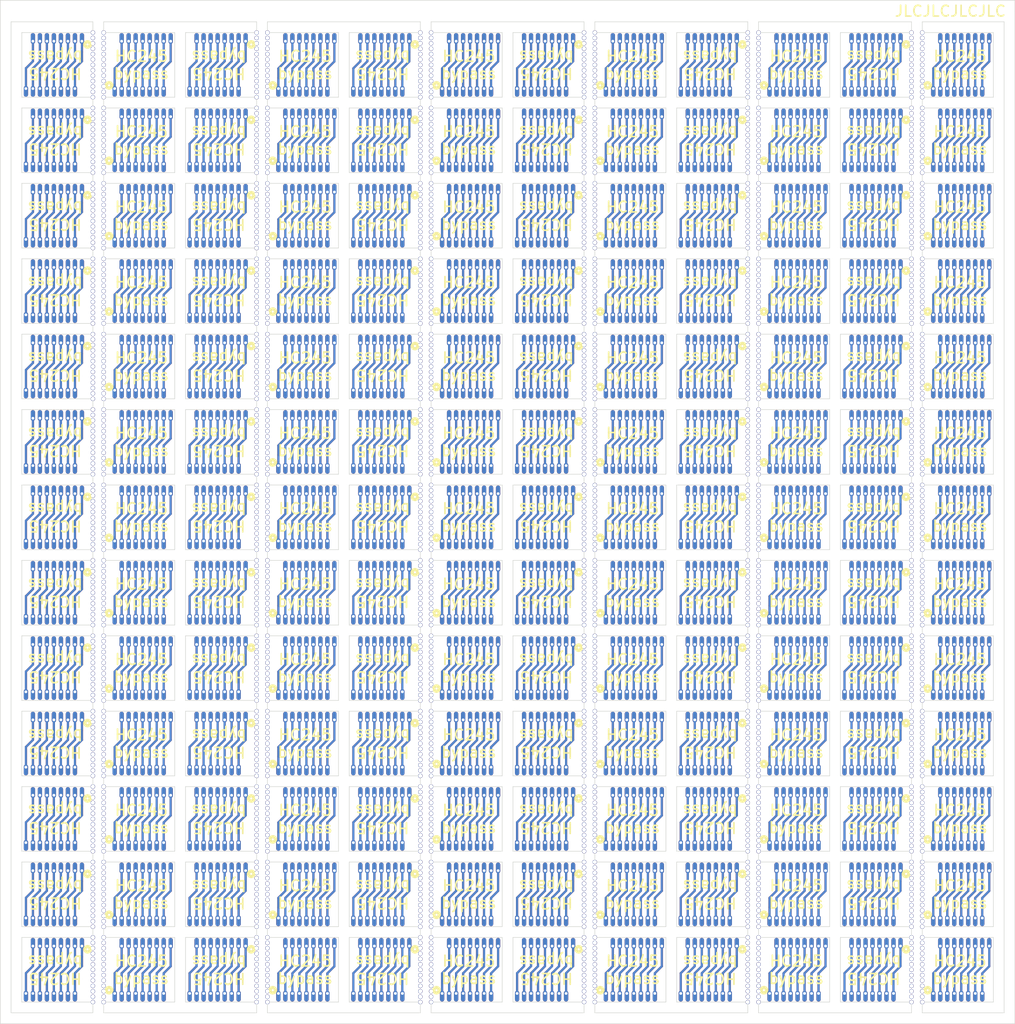
<source format=kicad_pcb>
(kicad_pcb (version 20221018) (generator pcbnew)
  (layers (0 "F.Cu" signal) (31 "B.Cu" signal) (34 "B.Paste" user) (35 "F.Paste" user) (36 "B.SilkS" user "B.Silkscreen") (37 "F.SilkS" user "F.Silkscreen") (38 "B.Mask" user) (39 "F.Mask" user) (44 "Edge.Cuts" user))
  (net 0 "")
  (net 1 "/A0B0")
  (net 2 "/A1B1")
  (net 3 "/A2B2")
  (net 4 "/A3B3")
  (net 5 "/A4B4")
  (net 6 "/A5B5")
  (net 7 "/A6B6")
  (net 8 "/A7B7")
  (footprint "hc245t-bypass:PAD" (layer "F.Cu") (at 28.32 27.8 180)
    (fp_text reference "TP3" hide)
    (fp_text value "TestPoint" hide)
  )
  (footprint "hc245t-bypass:PAD" (layer "F.Cu") (at 29.62 32.2)
    (fp_text reference "TP10" hide)
    (fp_text value "TestPoint" hide)
  )
  (footprint "hc245t-bypass:PAD" (layer "F.Cu") (at 30.27 32.2)
    (fp_text reference "TP12" hide)
    (fp_text value "TestPoint" hide)
  )
  (footprint "hc245t-bypass:PAD" (layer "F.Cu") (at 27.67 32.2)
    (fp_text reference "TP4" hide)
    (fp_text value "TestPoint" hide)
  )
  (footprint "hc245t-bypass:PAD" (layer "F.Cu") (at 27.67 27.8 180)
    (fp_text reference "TP1" hide)
    (fp_text value "TestPoint" hide)
  )
  (footprint "hc245t-bypass:PAD" (layer "F.Cu") (at 30.27 27.8 180)
    (fp_text reference "TP9" hide)
    (fp_text value "TestPoint" hide)
  )
  (footprint "hc245t-bypass:PAD" (layer "F.Cu") (at 29.62 27.8 180)
    (fp_text reference "TP7" hide)
    (fp_text value "TestPoint" hide)
  )
  (footprint "hc245t-bypass:PAD" (layer "F.Cu") (at 28.32 32.2)
    (fp_text reference "TP6" hide)
    (fp_text value "TestPoint" hide)
  )
  (footprint "hc245t-bypass:PAD" (layer "F.Cu") (at 31.57 32.2)
    (fp_text reference "TP16" hide)
    (fp_text value "TestPoint" hide)
  )
  (footprint "hc245t-bypass:PAD" (layer "F.Cu") (at 32.22 27.8 180)
    (fp_text reference "TP15" hide)
    (fp_text value "TestPoint" hide)
  )
  (footprint "hc245t-bypass:PAD" (layer "F.Cu") (at 30.92 27.8 180)
    (fp_text reference "TP11" hide)
    (fp_text value "TestPoint" hide)
  )
  (footprint "hc245t-bypass:PAD" (layer "F.Cu") (at 30.92 32.2)
    (fp_text reference "TP14" hide)
    (fp_text value "TestPoint" hide)
  )
  (footprint "hc245t-bypass:PAD" (layer "F.Cu") (at 31.57 27.8 180)
    (fp_text reference "TP13" hide)
    (fp_text value "TestPoint" hide)
  )
  (footprint "hc245t-bypass:PAD" (layer "F.Cu") (at 27.02 32.2)
    (fp_text reference "TP2" hide)
    (fp_text value "TestPoint" hide)
  )
  (footprint "hc245t-bypass:PAD" (layer "F.Cu") (at 28.97 32.2)
    (fp_text reference "TP8" hide)
    (fp_text value "TestPoint" hide)
  )
  (footprint "hc245t-bypass:PAD" (layer "F.Cu") (at 28.97 27.8 180)
    (fp_text reference "TP5" hide)
    (fp_text value "TestPoint" hide)
  )
  (footprint "hc245t-bypass:PAD" (layer "F.Cu") (at 22.03 32.2)
    (fp_text reference "TP5" hide)
    (fp_text value "TestPoint" hide)
  )
  (footprint "hc245t-bypass:PAD" (layer "F.Cu") (at 22.03 27.8 180)
    (fp_text reference "TP8" hide)
    (fp_text value "TestPoint" hide)
  )
  (footprint "hc245t-bypass:PAD" (layer "F.Cu") (at 22.68 27.8 180)
    (fp_text reference "TP6" hide)
    (fp_text value "TestPoint" hide)
  )
  (footprint "hc245t-bypass:PAD" (layer "F.Cu") (at 21.38 27.8 180)
    (fp_text reference "TP10" hide)
    (fp_text value "TestPoint" hide)
  )
  (footprint "hc245t-bypass:PAD" (layer "F.Cu") (at 19.43 27.8 180)
    (fp_text reference "TP16" hide)
    (fp_text value "TestPoint" hide)
  )
  (footprint "hc245t-bypass:PAD" (layer "F.Cu") (at 20.73 27.8 180)
    (fp_text reference "TP12" hide)
    (fp_text value "TestPoint" hide)
  )
  (footprint "hc245t-bypass:PAD" (layer "F.Cu") (at 18.78 32.2)
    (fp_text reference "TP15" hide)
    (fp_text value "TestPoint" hide)
  )
  (footprint "hc245t-bypass:PAD" (layer "F.Cu") (at 23.33 27.8 180)
    (fp_text reference "TP4" hide)
    (fp_text value "TestPoint" hide)
  )
  (footprint "hc245t-bypass:PAD" (layer "F.Cu") (at 20.08 27.8 180)
    (fp_text reference "TP14" hide)
    (fp_text value "TestPoint" hide)
  )
  (footprint "hc245t-bypass:PAD" (layer "F.Cu") (at 20.73 32.2)
    (fp_text reference "TP9" hide)
    (fp_text value "TestPoint" hide)
  )
  (footprint "hc245t-bypass:PAD" (layer "F.Cu") (at 22.68 32.2)
    (fp_text reference "TP3" hide)
    (fp_text value "TestPoint" hide)
  )
  (footprint "hc245t-bypass:PAD" (layer "F.Cu") (at 23.98 27.8 180)
    (fp_text reference "TP2" hide)
    (fp_text value "TestPoint" hide)
  )
  (footprint "hc245t-bypass:PAD" (layer "F.Cu") (at 20.08 32.2)
    (fp_text reference "TP11" hide)
    (fp_text value "TestPoint" hide)
  )
  (footprint "hc245t-bypass:PAD" (layer "F.Cu") (at 19.43 32.2)
    (fp_text reference "TP13" hide)
    (fp_text value "TestPoint" hide)
  )
  (footprint "hc245t-bypass:PAD" (layer "F.Cu") (at 23.33 32.2)
    (fp_text reference "TP1" hide)
    (fp_text value "TestPoint" hide)
  )
  (footprint "hc245t-bypass:PAD" (layer "F.Cu") (at 21.38 32.2)
    (fp_text reference "TP7" hide)
    (fp_text value "TestPoint" hide)
  )
  (footprint "hc245t-bypass:PAD" (layer "F.Cu") (at 20.08 25.2)
    (fp_text reference "TP11" hide)
    (fp_text value "TestPoint" hide)
  )
  (footprint "hc245t-bypass:PAD" (layer "F.Cu") (at 22.03 25.2)
    (fp_text reference "TP5" hide)
    (fp_text value "TestPoint" hide)
  )
  (footprint "hc245t-bypass:PAD" (layer "F.Cu") (at 19.43 25.2)
    (fp_text reference "TP13" hide)
    (fp_text value "TestPoint" hide)
  )
  (footprint "hc245t-bypass:PAD" (layer "F.Cu") (at 22.03 20.8 180)
    (fp_text reference "TP8" hide)
    (fp_text value "TestPoint" hide)
  )
  (footprint "hc245t-bypass:PAD" (layer "F.Cu") (at 21.38 20.8 180)
    (fp_text reference "TP10" hide)
    (fp_text value "TestPoint" hide)
  )
  (footprint "hc245t-bypass:PAD" (layer "F.Cu") (at 23.33 20.8 180)
    (fp_text reference "TP4" hide)
    (fp_text value "TestPoint" hide)
  )
  (footprint "hc245t-bypass:PAD" (layer "F.Cu") (at 21.38 25.2)
    (fp_text reference "TP7" hide)
    (fp_text value "TestPoint" hide)
  )
  (footprint "hc245t-bypass:PAD" (layer "F.Cu") (at 18.78 25.2)
    (fp_text reference "TP15" hide)
    (fp_text value "TestPoint" hide)
  )
  (footprint "hc245t-bypass:PAD" (layer "F.Cu") (at 19.43 20.8 180)
    (fp_text reference "TP16" hide)
    (fp_text value "TestPoint" hide)
  )
  (footprint "hc245t-bypass:PAD" (layer "F.Cu") (at 22.68 20.8 180)
    (fp_text reference "TP6" hide)
    (fp_text value "TestPoint" hide)
  )
  (footprint "hc245t-bypass:PAD" (layer "F.Cu") (at 22.68 25.2)
    (fp_text reference "TP3" hide)
    (fp_text value "TestPoint" hide)
  )
  (footprint "hc245t-bypass:PAD" (layer "F.Cu") (at 23.98 20.8 180)
    (fp_text reference "TP2" hide)
    (fp_text value "TestPoint" hide)
  )
  (footprint "hc245t-bypass:PAD" (layer "F.Cu") (at 23.33 25.2)
    (fp_text reference "TP1" hide)
    (fp_text value "TestPoint" hide)
  )
  (footprint "hc245t-bypass:PAD" (layer "F.Cu") (at 20.73 25.2)
    (fp_text reference "TP9" hide)
    (fp_text value "TestPoint" hide)
  )
  (footprint "hc245t-bypass:PAD" (layer "F.Cu") (at 20.08 20.8 180)
    (fp_text reference "TP14" hide)
    (fp_text value "TestPoint" hide)
  )
  (footprint "hc245t-bypass:PAD" (layer "F.Cu") (at 20.73 20.8 180)
    (fp_text reference "TP12" hide)
    (fp_text value "TestPoint" hide)
  )
  (footprint "hc245t-bypass:PAD" (layer "F.Cu") (at 27.67 20.8 180)
    (fp_text reference "TP1" hide)
    (fp_text value "TestPoint" hide)
  )
  (footprint "hc245t-bypass:PAD" (layer "F.Cu") (at 27.02 25.2)
    (fp_text reference "TP2" hide)
    (fp_text value "TestPoint" hide)
  )
  (footprint "hc245t-bypass:PAD" (layer "F.Cu") (at 28.32 20.8 180)
    (fp_text reference "TP3" hide)
    (fp_text value "TestPoint" hide)
  )
  (footprint "hc245t-bypass:PAD" (layer "F.Cu") (at 27.67 25.2)
    (fp_text reference "TP4" hide)
    (fp_text value "TestPoint" hide)
  )
  (footprint "hc245t-bypass:PAD" (layer "F.Cu") (at 28.97 20.8 180)
    (fp_text reference "TP5" hide)
    (fp_text value "TestPoint" hide)
  )
  (footprint "hc245t-bypass:PAD" (layer "F.Cu") (at 28.32 25.2)
    (fp_text reference "TP6" hide)
    (fp_text value "TestPoint" hide)
  )
  (footprint "hc245t-bypass:PAD" (layer "F.Cu") (at 29.62 20.8 180)
    (fp_text reference "TP7" hide)
    (fp_text value "TestPoint" hide)
  )
  (footprint "hc245t-bypass:PAD" (layer "F.Cu") (at 28.97 25.2)
    (fp_text reference "TP8" hide)
    (fp_text value "TestPoint" hide)
  )
  (footprint "hc245t-bypass:PAD" (layer "F.Cu") (at 30.27 20.8 180)
    (fp_text reference "TP9" hide)
    (fp_text value "TestPoint" hide)
  )
  (footprint "hc245t-bypass:PAD" (layer "F.Cu") (at 29.62 25.2)
    (fp_text reference "TP10" hide)
    (fp_text value "TestPoint" hide)
  )
  (footprint "hc245t-bypass:PAD" (layer "F.Cu") (at 30.92 20.8 180)
    (fp_text reference "TP11" hide)
    (fp_text value "TestPoint" hide)
  )
  (footprint "hc245t-bypass:PAD" (layer "F.Cu") (at 30.27 25.2)
    (fp_text reference "TP12" hide)
    (fp_text value "TestPoint" hide)
  )
  (footprint "hc245t-bypass:PAD" (layer "F.Cu") (at 31.57 20.8 180)
    (fp_text reference "TP13" hide)
    (fp_text value "TestPoint" hide)
  )
  (footprint "hc245t-bypass:PAD" (layer "F.Cu") (at 30.92 25.2)
    (fp_text reference "TP14" hide)
    (fp_text value "TestPoint" hide)
  )
  (footprint "hc245t-bypass:PAD" (layer "F.Cu") (at 32.22 20.8 180)
    (fp_text reference "TP15" hide)
    (fp_text value "TestPoint" hide)
  )
  (footprint "hc245t-bypass:PAD" (layer "F.Cu") (at 31.57 25.2)
    (fp_text reference "TP16" hide)
    (fp_text value "TestPoint" hide)
  )
  (footprint "hc245t-bypass:PAD" (layer "F.Cu") (at 36.58 97.8 180)
    (fp_text reference "TP10" hide)
    (fp_text value "TestPoint" hide)
  )
  (footprint "hc245t-bypass:PAD" (layer "F.Cu") (at 54.38 76.8 180)
    (fp_text reference "TP2" hide)
    (fp_text value "TestPoint" hide)
  )
  (footprint "hc245t-bypass:PAD" (layer "F.Cu") (at 73.27 76.8 180)
    (fp_text reference "TP1" hide)
    (fp_text value "TestPoint" hide)
  )
  (footprint "hc245t-bypass:PAD" (layer "F.Cu") (at 60.67 20.8 180)
    (fp_text reference "TP9" hide)
    (fp_text value "TestPoint" hide)
  )
  (footprint "hc245t-bypass:PAD" (layer "F.Cu") (at 35.93 39.2)
    (fp_text reference "TP9" hide)
    (fp_text value "TestPoint" hide)
  )
  (footprint "hc245t-bypass:PAD" (layer "F.Cu") (at 92.37 41.8 180)
    (fp_text reference "TP13" hide)
    (fp_text value "TestPoint" hide)
  )
  (footprint "hc245t-bypass:PAD" (layer "F.Cu") (at 68.28 20.8 180)
    (fp_text reference "TP6" hide)
    (fp_text value "TestPoint" hide)
  )
  (footprint "hc245t-bypass:PAD" (layer "F.Cu") (at 104.97 25.2)
    (fp_text reference "TP8" hide)
    (fp_text value "TestPoint" hide)
  )
  (footprint "hc245t-bypass:PAD" (layer "F.Cu") (at 76.52 48.8 180)
    (fp_text reference "TP11" hide)
    (fp_text value "TestPoint" hide)
  )
  (footprint "hc245t-bypass:PAD" (layer "F.Cu") (at 60.02 55.8 180)
    (fp_text reference "TP7" hide)
    (fp_text value "TestPoint" hide)
  )
  (footprint "hc245t-bypass:PAD" (layer "F.Cu") (at 54.38 20.8 180)
    (fp_text reference "TP2" hide)
    (fp_text value "TestPoint" hide)
  )
  (footprint "hc245t-bypass:PAD" (layer "F.Cu") (at 89.77 104.8 180)
    (fp_text reference "TP5" hide)
    (fp_text value "TestPoint" hide)
  )
  (footprint "hc245t-bypass:PAD" (layer "F.Cu") (at 98.68 95.2)
    (fp_text reference "TP3" hide)
    (fp_text value "TestPoint" hide)
  )
  (footprint "hc245t-bypass:PAD" (layer "F.Cu") (at 68.93 27.8 180)
    (fp_text reference "TP4" hide)
    (fp_text value "TestPoint" hide)
  )
  (footprint "hc245t-bypass:PAD" (layer "F.Cu") (at 29.62 81.2)
    (fp_text reference "TP10" hide)
    (fp_text value "TestPoint" hide)
  )
  (footprint "hc245t-bypass:PAD" (layer "F.Cu") (at 98.03 104.8 180)
    (fp_text reference "TP8" hide)
    (fp_text value "TestPoint" hide)
  )
  (footprint "hc245t-bypass:PAD" (layer "F.Cu") (at 59.37 102.2)
    (fp_text reference "TP8" hide)
    (fp_text value "TestPoint" hide)
  )
  (footprint "hc245t-bypass:PAD" (layer "F.Cu") (at 35.93 34.8 180)
    (fp_text reference "TP12" hide)
    (fp_text value "TestPoint" hide)
  )
  (footprint "hc245t-bypass:PAD" (layer "F.Cu") (at 84.78 20.8 180)
    (fp_text reference "TP2" hide)
    (fp_text value "TestPoint" hide)
  )
  (footprint "hc245t-bypass:PAD" (layer "F.Cu") (at 28.97 60.2)
    (fp_text reference "TP8" hide)
    (fp_text value "TestPoint" hide)
  )
  (footprint "hc245t-bypass:PAD" (layer "F.Cu") (at 73.92 88.2)
    (fp_text reference "TP6" hide)
    (fp_text value "TestPoint" hide)
  )
  (footprint "hc245t-bypass:PAD" (layer "F.Cu") (at 60.67 27.8 180)
    (fp_text reference "TP9" hide)
    (fp_text value "TestPoint" hide)
  )
  (footprint "hc245t-bypass:PAD" (layer "F.Cu") (at 84.78 34.8 180)
    (fp_text reference "TP2" hide)
    (fp_text value "TestPoint" hide)
  )
  (footprint "hc245t-bypass:PAD" (layer "F.Cu") (at 83.48 53.2)
    (fp_text reference "TP3" hide)
    (fp_text value "TestPoint" hide)
  )
  (footprint "hc245t-bypass:PAD" (layer "F.Cu") (at 96.08 74.2)
    (fp_text reference "TP11" hide)
    (fp_text value "TestPoint" hide)
  )
  (footprint "hc245t-bypass:PAD" (layer "F.Cu") (at 57.42 39.2)
    (fp_text reference "TP2" hide)
    (fp_text value "TestPoint" hide)
  )
  (footprint "hc245t-bypass:PAD" (layer "F.Cu") (at 43.52 95.2)
    (fp_text reference "TP6" hide)
    (fp_text value "TestPoint" hide)
  )
  (footprint "hc245t-bypass:PAD" (layer "F.Cu") (at 45.47 20.8 180)
    (fp_text reference "TP9" hide)
    (fp_text value "TestPoint" hide)
  )
  (footprint "hc245t-bypass:PAD" (layer "F.Cu") (at 99.33 48.8 180)
    (fp_text reference "TP4" hide)
    (fp_text value "TestPoint" hide)
  )
  (footprint "hc245t-bypass:PAD" (layer "F.Cu") (at 103.67 27.8 180)
    (fp_text reference "TP1" hide)
    (fp_text value "TestPoint" hide)
  )
  (footprint "hc245t-bypass:PAD" (layer "F.Cu") (at 89.77 102.2)
    (fp_text reference "TP8" hide)
    (fp_text value "TestPoint" hide)
  )
  (footprint "hc245t-bypass:PAD" (layer "F.Cu") (at 107.57 27.8 180)
    (fp_text reference "TP13" hide)
    (fp_text value "TestPoint" hide)
  )
  (footprint "hc245t-bypass:PAD" (layer "F.Cu") (at 89.77 97.8 180)
    (fp_text reference "TP5" hide)
    (fp_text value "TestPoint" hide)
  )
  (footprint "hc245t-bypass:PAD" (layer "F.Cu") (at 68.93 41.8 180)
    (fp_text reference "TP4" hide)
    (fp_text value "TestPoint" hide)
  )
  (footprint "hc245t-bypass:PAD" (layer "F.Cu") (at 74.57 20.8 180)
    (fp_text reference "TP5" hide)
    (fp_text value "TestPoint" hide)
  )
  (footprint "hc245t-bypass:PAD" (layer "F.Cu") (at 90.42 20.8 180)
    (fp_text reference "TP7" hide)
    (fp_text value "TestPoint" hide)
  )
  (footprint "hc245t-bypass:PAD" (layer "F.Cu") (at 53.08 90.8 180)
    (fp_text reference "TP6" hide)
    (fp_text value "TestPoint" hide)
  )
  (footprint "hc245t-bypass:PAD" (layer "F.Cu") (at 44.82 90.8 180)
    (fp_text reference "TP7" hide)
    (fp_text value "TestPoint" hide)
  )
  (footprint "hc245t-bypass:PAD" (layer "F.Cu") (at 107.57 48.8 180)
    (fp_text reference "TP13" hide)
    (fp_text value "TestPoint" hide)
  )
  (footprint "hc245t-bypass:PAD" (layer "F.Cu") (at 75.87 25.2)
    (fp_text reference "TP12" hide)
    (fp_text value "TestPoint" hide)
  )
  (footprint "hc245t-bypass:PAD" (layer "F.Cu") (at 75.87 46.2)
    (fp_text reference "TP12" hide)
    (fp_text value "TestPoint" hide)
  )
  (footprint "hc245t-bypass:PAD" (layer "F.Cu") (at 49.18 53.2)
    (fp_text reference "TP15" hide)
    (fp_text value "TestPoint" hide)
  )
  (footprint "hc245t-bypass:PAD" (layer "F.Cu") (at 104.97 90.8 180)
    (fp_text reference "TP5" hide)
    (fp_text value "TestPoint" hide)
  )
  (footprint "hc245t-bypass:PAD" (layer "F.Cu") (at 75.87 60.2)
    (fp_text reference "TP12" hide)
    (fp_text value "TestPoint" hide)
  )
  (footprint "hc245t-bypass:PAD" (layer "F.Cu") (at 89.12 109.2)
    (fp_text reference "TP6" hide)
    (fp_text value "TestPoint" hide)
  )
  (footprint "hc245t-bypass:PAD" (layer "F.Cu") (at 67.63 39.2)
    (fp_text reference "TP5" hide)
    (fp_text value "TestPoint" hide)
  )
  (footprint "hc245t-bypass:PAD" (layer "F.Cu") (at 77.82 27.8 180)
    (fp_text reference "TP15" hide)
    (fp_text value "TestPoint" hide)
  )
  (footprint "hc245t-bypass:PAD" (layer "F.Cu") (at 107.57 55.8 180)
    (fp_text reference "TP13" hide)
    (fp_text value "TestPoint" hide)
  )
  (footprint "hc245t-bypass:PAD" (layer "F.Cu") (at 89.77 60.2)
    (fp_text reference "TP8" hide)
    (fp_text value "TestPoint" hide)
  )
  (footprint "hc245t-bypass:PAD" (layer "F.Cu") (at 23.33 48.8 180)
    (fp_text reference "TP4" hide)
    (fp_text value "TestPoint" hide)
  )
  (footprint "hc245t-bypass:PAD" (layer "F.Cu") (at 37.88 27.8 180)
    (fp_text reference "TP6" hide)
    (fp_text value "TestPoint" hide)
  )
  (footprint "hc245t-bypass:PAD" (layer "F.Cu") (at 80.23 20.8 180)
    (fp_text reference "TP16" hide)
    (fp_text value "TestPoint" hide)
  )
  (footprint "hc245t-bypass:PAD" (layer "F.Cu") (at 77.17 76.8 180)
    (fp_text reference "TP13" hide)
    (fp_text value "TestPoint" hide)
  )
  (footprint "hc245t-bypass:PAD" (layer "F.Cu") (at 89.77 53.2)
    (fp_text reference "TP8" hide)
    (fp_text value "TestPoint" hide)
  )
  (footprint "hc245t-bypass:PAD" (layer "F.Cu") (at 42.87 102.2)
    (fp_text reference "TP4" hide)
    (fp_text value "TestPoint" hide)
  )
  (footprint "hc245t-bypass:PAD" (layer "F.Cu") (at 23.33 104.8 180)
    (fp_text reference "TP4" hide)
    (fp_text value "TestPoint" hide)
  )
  (footprint "hc245t-bypass:PAD" (layer "F.Cu") (at 51.13 32.2)
    (fp_text reference "TP9" hide)
    (fp_text value "TestPoint" hide)
  )
  (footprint "hc245t-bypass:PAD" (layer "F.Cu") (at 52.43 60.2)
    (fp_text reference "TP5" hide)
    (fp_text value "TestPoint" hide)
  )
  (footprint "hc245t-bypass:PAD" (layer "F.Cu") (at 53.08 104.8 180)
    (fp_text reference "TP6" hide)
    (fp_text value "TestPoint" hide)
  )
  (footprint "hc245t-bypass:PAD" (layer "F.Cu") (at 81.53 74.2)
    (fp_text reference "TP9" hide)
    (fp_text value "TestPoint" hide)
  )
  (footprint "hc245t-bypass:PAD" (layer "F.Cu") (at 74.57 46.2)
    (fp_text reference "TP8" hide)
    (fp_text value "TestPoint" hide)
  )
  (footprint "hc245t-bypass:PAD" (layer "F.Cu") (at 73.27 27.8 180)
    (fp_text reference "TP1" hide)
    (fp_text value "TestPoint" hide)
  )
  (footprint "hc245t-bypass:PAD" (layer "F.Cu") (at 73.92 39.2)
    (fp_text reference "TP6" hide)
    (fp_text value "TestPoint" hide)
  )
  (footprint "hc245t-bypass:PAD" (layer "F.Cu") (at 52.43 48.8 180)
    (fp_text reference "TP8" hide)
    (fp_text value "TestPoint" hide)
  )
  (footprint "hc245t-bypass:PAD" (layer "F.Cu") (at 60.02 60.2)
    (fp_text reference "TP10" hide)
    (fp_text value "TestPoint" hide)
  )
  (footprint "hc245t-bypass:PAD" (layer "F.Cu") (at 82.83 102.2)
    (fp_text reference "TP5" hide)
    (fp_text value "TestPoint" hide)
  )
  (footprint "hc245t-bypass:PAD" (layer "F.Cu") (at 30.92 76.8 180)
    (fp_text reference "TP11" hide)
    (fp_text value "TestPoint" hide)
  )
  (footprint "hc245t-bypass:PAD" (layer "F.Cu") (at 81.53 55.8 180)
    (fp_text reference "TP12" hide)
    (fp_text value "TestPoint" hide)
  )
  (footprint "hc245t-bypass:PAD" (layer "F.Cu") (at 47.42 27.8 180)
    (fp_text reference "TP15" hide)
    (fp_text value "TestPoint" hide)
  )
  (footprint "hc245t-bypass:PAD" (layer "F.Cu") (at 92.37 48.8 180)
    (fp_text reference "TP13" hide)
    (fp_text value "TestPoint" hide)
  )
  (footprint "hc245t-bypass:PAD" (layer "F.Cu") (at 99.33 34.8 180)
    (fp_text reference "TP4" hide)
    (fp_text value "TestPoint" hide)
  )
  (footprint "hc245t-bypass:PAD" (layer "F.Cu") (at 31.57 81.2)
    (fp_text reference "TP16" hide)
    (fp_text value "TestPoint" hide)
  )
  (footprint "hc245t-bypass:PAD" (layer "F.Cu") (at 22.68 69.8 180)
    (fp_text reference "TP6" hide)
    (fp_text value "TestPoint" hide)
  )
  (footprint "hc245t-bypass:PAD" (layer "F.Cu") (at 74.57 76.8 180)
    (fp_text reference "TP5" hide)
    (fp_text value "TestPoint" hide)
  )
  (footprint "hc245t-bypass:PAD" (layer "F.Cu") (at 50.48 46.2)
    (fp_text reference "TP11" hide)
    (fp_text value "TestPoint" hide)
  )
  (footprint "hc245t-bypass:PAD" (layer "F.Cu") (at 80.88 25.2)
    (fp_text reference "TP11" hide)
    (fp_text value "TestPoint" hide)
  )
  (footprint "hc245t-bypass:PAD" (layer "F.Cu") (at 98.03 39.2)
    (fp_text reference "TP5" hide)
    (fp_text value "TestPoint" hide)
  )
  (footprint "hc245t-bypass:PAD" (layer "F.Cu") (at 84.13 74.2)
    (fp_text reference "TP1" hide)
    (fp_text value "TestPoint" hide)
  )
  (footprint "hc245t-bypass:PAD" (layer "F.Cu") (at 104.32 20.8 180)
    (fp_text reference "TP3" hide)
    (fp_text value "TestPoint" hide)
  )
  (footprint "hc245t-bypass:PAD" (layer "F.Cu") (at 35.93 95.2)
    (fp_text reference "TP9" hide)
    (fp_text value "TestPoint" hide)
  )
  (footprint "hc245t-bypass:PAD" (layer "F.Cu") (at 84.78 97.8 180)
    (fp_text reference "TP2" hide)
    (fp_text value "TestPoint" hide)
  )
  (footprint "hc245t-bypass:PAD" (layer "F.Cu") (at 35.28 34.8 180)
    (fp_text reference "TP14" hide)
    (fp_text value "TestPoint" hide)
  )
  (footprint "hc245t-bypass:PAD" (layer "F.Cu") (at 95.43 20.8 180)
    (fp_text reference "TP16" hide)
    (fp_text value "TestPoint" hide)
  )
  (footprint "hc245t-bypass:PAD" (layer "F.Cu") (at 58.07 48.8 180)
    (fp_text reference "TP1" hide)
    (fp_text value "TestPoint" hide)
  )
  (footprint "hc245t-bypass:PAD" (layer "F.Cu") (at 64.38 102.2)
    (fp_text reference "TP15" hide)
    (fp_text value "TestPoint" hide)
  )
  (footprint "hc245t-bypass:PAD" (layer "F.Cu") (at 106.27 83.8 180)
    (fp_text reference "TP9" hide)
    (fp_text value "TestPoint" hide)
  )
  (footprint "hc245t-bypass:PAD" (layer "F.Cu") (at 37.88 34.8 180)
    (fp_text reference "TP6" hide)
    (fp_text value "TestPoint" hide)
  )
  (footprint "hc245t-bypass:PAD" (layer "F.Cu") (at 42.87 53.2)
    (fp_text reference "TP4" hide)
    (fp_text value "TestPoint" hide)
  )
  (footprint "hc245t-bypass:PAD" (layer "F.Cu") (at 44.17 34.8 180)
    (fp_text reference "TP5" hide)
    (fp_text value "TestPoint" hide)
  )
  (footprint "hc245t-bypass:PAD" (layer "F.Cu") (at 53.73 60.2)
    (fp_text reference "TP1" hide)
    (fp_text value "TestPoint" hide)
  )
  (footprint "hc245t-bypass:PAD" (layer "F.Cu") (at 65.03 27.8 180)
    (fp_text reference "TP16" hide)
    (fp_text value "TestPoint" hide)
  )
  (footprint "hc245t-bypass:PAD" (layer "F.Cu") (at 42.87 55.8 180)
    (fp_text reference "TP1" hide)
    (fp_text value "TestPoint" hide)
  )
  (footprint "hc245t-bypass:PAD" (layer "F.Cu") (at 43.52 76.8 180)
    (fp_text reference "TP3" hide)
    (fp_text value "TestPoint" hide)
  )
  (footprint "hc245t-bypass:PAD" (layer "F.Cu") (at 22.03 88.2)
    (fp_text reference "TP5" hide)
    (fp_text value "TestPoint" hide)
  )
  (footprint "hc245t-bypass:PAD" (layer "F.Cu") (at 68.28 62.8 180)
    (fp_text reference "TP6" hide)
    (fp_text value "TestPoint" hide)
  )
  (footprint "hc245t-bypass:PAD" (layer "F.Cu") (at 80.88 83.8 180)
    (fp_text reference "TP14" hide)
    (fp_text value "TestPoint" hide)
  )
  (footprint "hc245t-bypass:PAD" (layer "F.Cu") (at 60.67 102.2)
    (fp_text reference "TP12" hide)
    (fp_text value "TestPoint" hide)
  )
  (footprint "hc245t-bypass:PAD" (layer "F.Cu") (at 106.27 32.2)
    (fp_text reference "TP12" hide)
    (fp_text value "TestPoint" hide)
  )
  (footprint "hc245t-bypass:PAD" (layer "F.Cu") (at 89.77 67.2)
    (fp_text reference "TP8" hide)
    (fp_text value "TestPoint" hide)
  )
  (footprint "hc245t-bypass:PAD" (layer "F.Cu") (at 98.03 34.8 180)
    (fp_text reference "TP8" hide)
    (fp_text value "TestPoint" hide)
  )
  (footprint "hc245t-bypass:PAD" (layer "F.Cu") (at 89.77 81.2)
    (fp_text reference "TP8" hide)
    (fp_text value "TestPoint" hide)
  )
  (footprint "hc245t-bypass:PAD" (layer "F.Cu") (at 47.42 97.8 180)
    (fp_text reference "TP15" hide)
    (fp_text value "TestPoint" hide)
  )
  (footprint "hc245t-bypass:PAD" (layer "F.Cu") (at 37.88 81.2)
    (fp_text reference "TP3" hide)
    (fp_text value "TestPoint" hide)
  )
  (footprint "hc245t-bypass:PAD" (layer "F.Cu") (at 37.23 102.2)
    (fp_text reference "TP5" hide)
    (fp_text value "TestPoint" hide)
  )
  (footprint "hc245t-bypass:PAD" (layer "F.Cu") (at 46.12 102.2)
    (fp_text reference "TP14" hide)
    (fp_text value "TestPoint" hide)
  )
  (footprint "hc245t-bypass:PAD" (layer "F.Cu") (at 60.02 95.2)
    (fp_text reference "TP10" hide)
    (fp_text value "TestPoint" hide)
  )
  (footprint "hc245t-bypass:PAD" (layer "F.Cu") (at 73.92 90.8 180)
    (fp_text reference "TP3" hide)
    (fp_text value "TestPoint" hide)
  )
  (footprint "hc245t-bypass:PAD" (layer "F.Cu") (at 99.98 20.8 180)
    (fp_text reference "TP2" hide)
    (fp_text value "TestPoint" hide)
  )
  (footprint "hc245t-bypass:PAD" (layer "F.Cu") (at 60.02 69.8 180)
    (fp_text reference "TP7" hide)
    (fp_text value "TestPoint" hide)
  )
  (footprint "hc245t-bypass:PAD" (layer "F.Cu") (at 93.02 41.8 180)
    (fp_text reference "TP15" hide)
    (fp_text value "TestPoint" hide)
  )
  (footprint "hc245t-bypass:PAD" (layer "F.Cu") (at 60.02 32.2)
    (fp_text reference "TP10" hide)
    (fp_text value "TestPoint" hide)
  )
  (footprint "hc245t-bypass:PAD" (layer "F.Cu") (at 20.08 109.2)
    (fp_text reference "TP11" hide)
    (fp_text value "TestPoint" hide)
  )
  (footprint "hc245t-bypass:PAD" (layer "F.Cu") (at 75.22 102.2)
    (fp_text reference "TP10" hide)
    (fp_text value "TestPoint" hide)
  )
  (footprint "hc245t-bypass:PAD" (layer "F.Cu") (at 58.07 25.2)
    (fp_text reference "TP4" hide)
    (fp_text value "TestPoint" hide)
  )
  (footprint "hc245t-bypass:PAD" (layer "F.Cu") (at 99.33 55.8 180)
    (fp_text reference "TP4" hide)
    (fp_text value "TestPoint" hide)
  )
  (footprint "hc245t-bypass:PAD" (layer "F.Cu") (at 92.37 88.2)
    (fp_text reference "TP16" hide)
    (fp_text value "TestPoint" hide)
  )
  (footprint "hc245t-bypass:PAD" (layer "F.Cu") (at 47.42 41.8 180)
    (fp_text reference "TP15" hide)
    (fp_text value "TestPoint" hide)
  )
  (footprint "hc245t-bypass:PAD" (layer "F.Cu") (at 44.17 97.8 180)
    (fp_text reference "TP5" hide)
    (fp_text value "TestPoint" hide)
  )
  (footprint "hc245t-bypass:PAD" (layer "F.Cu") (at 28.32 90.8 180)
    (fp_text reference "TP3" hide)
    (fp_text value "TestPoint" hide)
  )
  (footprint "hc245t-bypass:PAD" (layer "F.Cu") (at 66.98 97.8 180)
    (fp_text reference "TP10" hide)
    (fp_text value "TestPoint" hide)
  )
  (footprint "hc245t-bypass:PAD" (layer "F.Cu") (at 29.62 39.2)
    (fp_text reference "TP10" hide)
    (fp_text value "TestPoint" hide)
  )
  (footprint "hc245t-bypass:PAD" (layer "F.Cu") (at 28.97 34.8 180)
    (fp_text reference "TP5" hide)
    (fp_text value "TestPoint" hide)
  )
  (footprint "hc245t-bypass:PAD" (layer "F.Cu") (at 45.47 34.8 180)
    (fp_text reference "TP9" hide)
    (fp_text value "TestPoint" hide)
  )
  (footprint "hc245t-bypass:PAD" (layer "F.Cu") (at 83.48 48.8 180)
    (fp_text reference "TP6" hide)
    (fp_text value "TestPoint" hide)
  )
  (footprint "hc245t-bypass:PAD" (layer "F.Cu") (at 39.18 34.8 180)
    (fp_text reference "TP2" hide)
    (fp_text value "TestPoint" hide)
  )
  (footprint "hc245t-bypass:PAD" (layer "F.Cu") (at 77.17 74.2)
    (fp_text reference "TP16" hide)
    (fp_text value "TestPoint" hide)
  )
  (footprint "hc245t-bypass:PAD" (layer "F.Cu") (at 60.67 48.8 180)
    (fp_text reference "TP9" hide)
    (fp_text value "TestPoint" hide)
  )
  (footprint "hc245t-bypass:PAD" (layer "F.Cu") (at 28.32 55.8 180)
    (fp_text reference "TP3" hide)
    (fp_text value "TestPoint" hide)
  )
  (footprint "hc245t-bypass:PAD" (layer "F.Cu") (at 81.53 88.2)
    (fp_text reference "TP9" hide)
    (fp_text value "TestPoint" hide)
  )
  (footprint "hc245t-bypass:PAD" (layer "F.Cu") (at 57.42 74.2)
    (fp_text reference "TP2" hide)
    (fp_text value "TestPoint" hide)
  )
  (footprint "hc245t-bypass:PAD" (layer "F.Cu") (at 82.18 48.8 180)
    (fp_text reference "TP10" hide)
    (fp_text value "TestPoint" hide)
  )
  (footprint "hc245t-bypass:PAD" (layer "F.Cu") (at 58.07 95.2)
    (fp_text reference "TP4" hide)
    (fp_text value "TestPoint" hide)
  )
  (footprint "hc245t-bypass:PAD" (layer "F.Cu") (at 80.23 25.2)
    (fp_text reference "TP13" hide)
    (fp_text value "TestPoint" hide)
  )
  (footprint "hc245t-bypass:PAD" (layer "F.Cu") (at 27.67 102.2)
    (fp_text reference "TP4" hide)
    (fp_text value "TestPoint" hide)
  )
  (footprint "hc245t-bypass:PAD" (layer "F.Cu") (at 106.92 69.8 180)
    (fp_text reference "TP11" hide)
    (fp_text value "TestPoint" hide)
  )
  (footprint "hc245t-bypass:PAD" (layer "F.Cu") (at 75.87 67.2)
    (fp_text reference "TP12" hide)
    (fp_text value "TestPoint" hide)
  )
  (footprint "hc245t-bypass:PAD" (layer "F.Cu") (at 82.18 53.2)
    (fp_text reference "TP7" hide)
    (fp_text value "TestPoint" hide)
  )
  (footprint "hc245t-bypass:PAD" (layer "F.Cu") (at 66.98 25.2)
    (fp_text reference "TP7" hide)
    (fp_text value "TestPoint" hide)
  )
  (footprint "hc245t-bypass:PAD" (layer "F.Cu") (at 80.88 53.2)
    (fp_text reference "TP11" hide)
    (fp_text value "TestPoint" hide)
  )
  (footprint "hc245t-bypass:PAD" (layer "F.Cu") (at 88.47 34.8 180)
    (fp_text reference "TP1" hide)
    (fp_text value "TestPoint" hide)
  )
  (footprint "hc245t-bypass:PAD" (layer "F.Cu") (at 30.92 55.8 180)
    (fp_text reference "TP11" hide)
    (fp_text value "TestPoint" hide)
  )
  (footprint "hc245t-bypass:PAD" (layer "F.Cu") (at 65.68 95.2)
    (fp_text reference "TP11" hide)
    (fp_text value "TestPoint" hide)
  )
  (footprint "hc245t-bypass:PAD" (layer "F.Cu") (at 103.02 60.2)
    (fp_text reference "TP2" hide)
    (fp_text value "TestPoint" hide)
  )
  (footprint "hc245t-bypass:PAD" (layer "F.Cu") (at 103.67 62.8 180)
    (fp_text reference "TP1" hide)
    (fp_text value "TestPoint" hide)
  )
  (footprint "hc245t-bypass:PAD" (layer "F.Cu") (at 76.52 104.8 180)
    (fp_text reference "TP11" hide)
    (fp_text value "TestPoint" hide)
  )
  (footprint "hc245t-bypass:PAD" (layer "F.Cu") (at 37.23 90.8 180)
    (fp_text reference "TP8" hide)
    (fp_text value "TestPoint" hide)
  )
  (footprint "hc245t-bypass:PAD" (layer "F.Cu") (at 38.53 83.8 180)
    (fp_text reference "TP4" hide)
    (fp_text value "TestPoint" hide)
  )
  (footprint "hc245t-bypass:PAD" (layer "F.Cu") (at 38.53 62.8 180)
    (fp_text reference "TP4" hide)
    (fp_text value "TestPoint" hide)
  )
  (footprint "hc245t-bypass:PAD" (layer "F.Cu") (at 75.22 60.2)
    (fp_text reference "TP10" hide)
    (fp_text value "TestPoint" hide)
  )
  (footprint "hc245t-bypass:PAD" (layer "F.Cu") (at 107.57 97.8 180)
    (fp_text reference "TP13" hide)
    (fp_text value "TestPoint" hide)
  )
  (footprint "hc245t-bypass:PAD" (layer "F.Cu") (at 96.73 41.8 180)
    (fp_text reference "TP12" hide)
    (fp_text value "TestPoint" hide)
  )
  (footprint "hc245t-bypass:PAD" (layer "F.Cu") (at 28.32 46.2)
    (fp_text reference "TP6" hide)
    (fp_text value "TestPoint" hide)
  )
  (footprint "hc245t-bypass:PAD" (layer "F.Cu") (at 45.47 53.2)
    (fp_text reference "TP12" hide)
    (fp_text value "TestPoint" hide)
  )
  (footprint "hc245t-bypass:PAD" (layer "F.Cu") (at 98.68 41.8 180)
    (fp_text reference "TP6" hide)
    (fp_text value "TestPoint" hide)
  )
  (footprint "hc245t-bypass:PAD" (layer "F.Cu") (at 28.97 48.8 180)
    (fp_text reference "TP5" hide)
    (fp_text value "TestPoint" hide)
  )
  (footprint "hc245t-bypass:PAD" (layer "F.Cu") (at 66.98 60.2)
    (fp_text reference "TP7" hide)
    (fp_text value "TestPoint" hide)
  )
  (footprint "hc245t-bypass:PAD" (layer "F.Cu") (at 75.22 27.8 180)
    (fp_text reference "TP7" hide)
    (fp_text value "TestPoint" hide)
  )
  (footprint "hc245t-bypass:PAD" (layer "F.Cu") (at 51.13 81.2)
    (fp_text reference "TP9" hide)
    (fp_text value "TestPoint" hide)
  )
  (footprint "hc245t-bypass:PAD" (layer "F.Cu") (at 84.13 41.8 180)
    (fp_text reference "TP4" hide)
    (fp_text value "TestPoint" hide)
  )
  (footprint "hc245t-bypass:PAD" (layer "F.Cu") (at 74.57 62.8 180)
    (fp_text reference "TP5" hide)
    (fp_text value "TestPoint" hide)
  )
  (footprint "hc245t-bypass:PAD" (layer "F.Cu") (at 60.67 55.8 180)
    (fp_text reference "TP9" hide)
    (fp_text value "TestPoint" hide)
  )
  (footprint "hc245t-bypass:PAD" (layer "F.Cu") (at 77.82 48.8 180)
    (fp_text reference "TP15" hide)
    (fp_text value "TestPoint" hide)
  )
  (footprint "hc245t-bypass:PAD" (layer "F.Cu") (at 36.58 102.2)
    (fp_text reference "TP7" hide)
    (fp_text value "TestPoint" hide)
  )
  (footprint "hc245t-bypass:PAD" (layer "F.Cu") (at 94.78 53.2)
    (fp_text reference "TP15" hide)
    (fp_text value "TestPoint" hide)
  )
  (footprint "hc245t-bypass:PAD" (layer "F.Cu") (at 61.32 88.2)
    (fp_text reference "TP14" hide)
    (fp_text value "TestPoint" hide)
  )
  (footprint "hc245t-bypass:PAD" (layer "F.Cu") (at 39.18 76.8 180)
    (fp_text reference "TP2" hide)
    (fp_text value "TestPoint" hide)
  )
  (footprint "hc245t-bypass:PAD" (layer "F.Cu") (at 43.52 88.2)
    (fp_text reference "TP6" hide)
    (fp_text value "TestPoint" hide)
  )
  (footprint "hc245t-bypass:PAD" (layer "F.Cu") (at 90.42 32.2)
    (fp_text reference "TP10" hide)
    (fp_text value "TestPoint" hide)
  )
  (footprint "hc245t-bypass:PAD" (layer "F.Cu") (at 67.63 97.8 180)
    (fp_text reference "TP8" hide)
    (fp_text value "TestPoint" hide)
  )
  (footprint "hc245t-bypass:PAD" (layer "F.Cu") (at 36.58 60.2)
    (fp_text reference "TP7" hide)
    (fp_text value "TestPoint" hide)
  )
  (footprint "hc245t-bypass:PAD" (layer "F.Cu") (at 68.93 88.2)
    (fp_text reference "TP1" hide)
    (fp_text value "TestPoint" hide)
  )
  (footprint "hc245t-bypass:PAD" (layer "F.Cu") (at 89.12 67.2)
    (fp_text reference "TP6" hide)
    (fp_text value "TestPoint" hide)
  )
  (footprint "hc245t-bypass:PAD" (layer "F.Cu") (at 30.92 81.2)
    (fp_text reference "TP14" hide)
    (fp_text value "TestPoint" hide)
  )
  (footprint "hc245t-bypass:PAD" (layer "F.Cu") (at 44.17 62.8 180)
    (fp_text reference "TP5" hide)
    (fp_text value "TestPoint" hide)
  )
  (footprint "hc245t-bypass:PAD" (layer "F.Cu") (at 74.57 74.2)
    (fp_text reference "TP8" hide)
    (fp_text value "TestPoint" hide)
  )
  (footprint "hc245t-bypass:PAD" (layer "F.Cu") (at 98.03 102.2)
    (fp_text reference "TP5" hide)
    (fp_text value "TestPoint" hide)
  )
  (footprint "hc245t-bypass:PAD" (layer "F.Cu") (at 91.07 83.8 180)
    (fp_text reference "TP9" hide)
    (fp_text value "TestPoint" hide)
  )
  (footprint "hc245t-bypass:PAD" (layer "F.Cu") (at 21.38 74.2)
    (fp_text reference "TP7" hide)
    (fp_text value "TestPoint" hide)
  )
  (footprint "hc245t-bypass:PAD" (layer "F.Cu") (at 18.78 95.2)
    (fp_text reference "TP15" hide)
    (fp_text value "TestPoint" hide)
  )
  (footprint "hc245t-bypass:PAD" (layer "F.Cu") (at 88.47 55.8 180)
    (fp_text reference "TP1" hide)
    (fp_text value "TestPoint" hide)
  )
  (footprint "hc245t-bypass:PAD" (layer "F.Cu") (at 58.07 46.2)
    (fp_text reference "TP4" hide)
    (fp_text value "TestPoint" hide)
  )
  (footprint "hc245t-bypass:PAD" (layer "F.Cu") (at 59.37 48.8 180)
    (fp_text reference "TP5" hide)
    (fp_text value "TestPoint" hide)
  )
  (footprint "hc245t-bypass:PAD" (layer "F.Cu") (at 36.58 55.8 180)
    (fp_text reference "TP10" hide)
    (fp_text value "TestPoint" hide)
  )
  (footprint "hc245t-bypass:PAD" (layer "F.Cu") (at 38.53 41.8 180)
    (fp_text reference "TP4" hide)
    (fp_text value "TestPoint" hide)
  )
  (footprint "hc245t-bypass:PAD" (layer "F.Cu") (at 61.97 74.2)
    (fp_text reference "TP16" hide)
    (fp_text value "TestPoint" hide)
  )
  (footprint "hc245t-bypass:PAD" (layer "F.Cu") (at 75.87 74.2)
    (fp_text reference "TP12" hide)
    (fp_text value "TestPoint" hide)
  )
  (footprint "hc245t-bypass:PAD" (layer "F.Cu") (at 80.23 34.8 180)
    (fp_text reference "TP16" hide)
    (fp_text value "TestPoint" hide)
  )
  (footprint "hc245t-bypass:PAD" (layer "F.Cu") (at 30.27 69.8 180)
    (fp_text reference "TP9" hide)
    (fp_text value "TestPoint" hide)
  )
  (footprint "hc245t-bypass:PAD" (layer "F.Cu") (at 65.68 55.8 180)
    (fp_text reference "TP14" hide)
    (fp_text value "TestPoint" hide)
  )
  (footprint "hc245t-bypass:PAD" (layer "F.Cu") (at 80.23 104.8 180)
    (fp_text reference "TP16" hide)
    (fp_text value "TestPoint" hide)
  )
  (footprint "hc245t-bypass:PAD" (layer "F.Cu") (at 51.78 69.8 180)
    (fp_text reference "TP10" hide)
    (fp_text value "TestPoint" hide)
  )
  (footprint "hc245t-bypass:PAD" (layer "F.Cu") (at 88.47 104.8 180)
    (fp_text reference "TP1" hide)
    (fp_text value "TestPoint" hide)
  )
  (footprint "hc245t-bypass:PAD" (layer "F.Cu") (at 21.38 53.2)
    (fp_text reference "TP7" hide)
    (fp_text value "TestPoint" hide)
  )
  (footprint "hc245t-bypass:PAD" (layer "F.Cu") (at 67.63 90.8 180)
    (fp_text reference "TP8" hide)
    (fp_text value "TestPoint" hide)
  )
  (footprint "hc245t-bypass:PAD" (layer "F.Cu") (at 23.33 102.2)
    (fp_text reference "TP1" hide)
    (fp_text value "TestPoint" hide)
  )
  (footprint "hc245t-bypass:PAD" (layer "F.Cu") (at 19.43 69.8 180)
    (fp_text reference "TP16" hide)
    (fp_text value "TestPoint" hide)
  )
  (footprint "hc245t-bypass:PAD" (layer "F.Cu") (at 37.23 67.2)
    (fp_text reference "TP5" hide)
    (fp_text value "TestPoint" hide)
  )
  (footprint "hc245t-bypass:PAD" (layer "F.Cu") (at 82.83 48.8 180)
    (fp_text reference "TP8" hide)
    (fp_text value "TestPoint" hide)
  )
  (footprint "hc245t-bypass:PAD" (layer "F.Cu") (at 83.48 76.8 180)
    (fp_text reference "TP6" hide)
    (fp_text value "TestPoint" hide)
  )
  (footprint "hc245t-bypass:PAD" (layer "F.Cu") (at 84.13 76.8 180)
    (fp_text reference "TP4" hide)
    (fp_text value "TestPoint" hide)
  )
  (footprint "hc245t-bypass:PAD" (layer "F.Cu") (at 60.67 62.8 180)
    (fp_text reference "TP9" hide)
    (fp_text value "TestPoint" hide)
  )
  (footprint "hc245t-bypass:PAD" (layer "F.Cu") (at 58.07 53.2)
    (fp_text reference "TP4" hide)
    (fp_text value "TestPoint" hide)
  )
  (footprint "hc245t-bypass:PAD" (layer "F.Cu") (at 77.82 97.8 180)
    (fp_text reference "TP15" hide)
    (fp_text value "TestPoint" hide)
  )
  (footprint "hc245t-bypass:PAD" (layer "F.Cu") (at 59.37 69.8 180)
    (fp_text reference "TP5" hide)
    (fp_text value "TestPoint" hide)
  )
  (footprint "hc245t-bypass:PAD" (layer "F.Cu") (at 66.98 32.2)
    (fp_text reference "TP7" hide)
    (fp_text value "TestPoint" hide)
  )
  (footprint "hc245t-bypass:PAD" (layer "F.Cu") (at 67.63 48.8 180)
    (fp_text reference "TP8" hide)
    (fp_text value "TestPoint" hide)
  )
  (footprint "hc245t-bypass:PAD" (layer "F.Cu") (at 20.73 67.2)
    (fp_text reference "TP9" hide)
    (fp_text value "TestPoint" hide)
  )
  (footprint "hc245t-bypass:PAD" (layer "F.Cu") (at 75.22 81.2)
    (fp_text reference "TP10" hide)
    (fp_text value "TestPoint" hide)
  )
  (footprint "hc245t-bypass:PAD" (layer "F.Cu") (at 59.37 67.2)
    (fp_text reference "TP8" hide)
    (fp_text value "TestPoint" hide)
  )
  (footprint "hc245t-bypass:PAD" (layer "F.Cu") (at 22.03 48.8 180)
    (fp_text reference "TP8" hide)
    (fp_text value "TestPoint" hide)
  )
  (footprint "hc245t-bypass:PAD" (layer "F.Cu") (at 42.22 109.2)
    (fp_text reference "TP2" hide)
    (fp_text value "TestPoint" hide)
  )
  (footprint "hc245t-bypass:PAD" (layer "F.Cu") (at 58.07 76.8 180)
    (fp_text reference "TP1" hide)
    (fp_text value "TestPoint" hide)
  )
  (footprint "hc245t-bypass:PAD" (layer "F.Cu") (at 32.22 104.8 180)
    (fp_text reference "TP15" hide)
    (fp_text value "TestPoint" hide)
  )
  (footprint "hc245t-bypass:PAD" (layer "F.Cu") (at 61.32 95.2)
    (fp_text reference "TP14" hide)
    (fp_text value "TestPoint" hide)
  )
  (footprint "hc245t-bypass:PAD" (layer "F.Cu") (at 106.27 27.8 180)
    (fp_text reference "TP9" hide)
    (fp_text value "TestPoint" hide)
  )
  (footprint "hc245t-bypass:PAD" (layer "F.Cu") (at 37.23 60.2)
    (fp_text reference "TP5" hide)
    (fp_text value "TestPoint" hide)
  )
  (footprint "hc245t-bypass:PAD" (layer "F.Cu") (at 65.03 53.2)
    (fp_text reference "TP13" hide)
    (fp_text value "TestPoint" hide)
  )
  (footprint "hc245t-bypass:PAD" (layer "F.Cu") (at 35.28 104.8 180)
    (fp_text reference "TP14" hide)
    (fp_text value "TestPoint" hide)
  )
  (footprint "hc245t-bypass:PAD" (layer "F.Cu") (at 81.53 109.2)
    (fp_text reference "TP9" hide)
    (fp_text value "TestPoint" hide)
  )
  (footprint "hc245t-bypass:PAD" (layer "F.Cu") (at 99.33 69.8 180)
    (fp_text reference "TP4" hide)
    (fp_text value "TestPoint" hide)
  )
  (footprint "hc245t-bypass:PAD" (layer "F.Cu") (at 81.53 60.2)
    (fp_text reference "TP9" hide)
    (fp_text value "TestPoint" hide)
  )
  (footprint "hc245t-bypass:PAD" (layer "F.Cu") (at 107.57 46.2)
    (fp_text reference "TP16" hide)
    (fp_text value "TestPoint" hide)
  )
  (footprint "hc245t-bypass:PAD" (layer "F.Cu") (at 65.03 55.8 180)
    (fp_text reference "TP16" hide)
    (fp_text value "TestPoint" hide)
  )
  (footprint "hc245t-bypass:PAD" (layer "F.Cu") (at 73.92 69.8 180)
    (fp_text reference "TP3" hide)
    (fp_text value "TestPoint" hide)
  )
  (footprint "hc245t-bypass:PAD" (layer "F.Cu") (at 93.02 55.8 180)
    (fp_text reference "TP15" hide)
    (fp_text value "TestPoint" hide)
  )
  (footprint "hc245t-bypass:PAD" (layer "F.Cu") (at 98.03 67.2)
    (fp_text reference "TP5" hide)
    (fp_text value "TestPoint" hide)
  )
  (footprint "hc245t-bypass:PAD" (layer "F.Cu") (at 98.68 32.2)
    (fp_text reference "TP3" hide)
    (fp_text value "TestPoint" hide)
  )
  (footprint "hc245t-bypass:PAD" (layer "F.Cu") (at 61.97 60.2)
    (fp_text reference "TP16" hide)
    (fp_text value "TestPoint" hide)
  )
  (footprint "hc245t-bypass:PAD" (layer "F.Cu") (at 37.23 20.8 180)
    (fp_text reference "TP8" hide)
    (fp_text value "TestPoint" hide)
  )
  (footprint "hc245t-bypass:PAD" (layer "F.Cu") (at 61.97 90.8 180)
    (fp_text reference "TP13" hide)
    (fp_text value "TestPoint" hide)
  )
  (footprint "hc245t-bypass:PAD" (layer "F.Cu") (at 89.77 48.8 180)
    (fp_text reference "TP5" hide)
    (fp_text value "TestPoint" hide)
  )
  (footprint "hc245t-bypass:PAD" (layer "F.Cu") (at 104.32 81.2)
    (fp_text reference "TP6" hide)
    (fp_text value "TestPoint" hide)
  )
  (footprint "hc245t-bypass:PAD" (layer "F.Cu") (at 84.13 90.8 180)
    (fp_text reference "TP4" hide)
    (fp_text value "TestPoint" hide)
  )
  (footprint "hc245t-bypass:PAD" (layer "F.Cu") (at 98.03 81.2)
    (fp_text reference "TP5" hide)
    (fp_text value "TestPoint" hide)
  )
  (footprint "hc245t-bypass:PAD" (layer "F.Cu") (at 87.82 88.2)
    (fp_text reference "TP2" hide)
    (fp_text value "TestPoint" hide)
  )
  (footprint "hc245t-bypass:PAD" (layer "F.Cu") (at 75.87 83.8 180)
    (fp_text reference "TP9" hide)
    (fp_text value "TestPoint" hide)
  )
  (footprint "hc245t-bypass:PAD" (layer "F.Cu") (at 67.63 95.2)
    (fp_text reference "TP5" hide)
    (fp_text value "TestPoint" hide)
  )
  (footprint "hc245t-bypass:PAD" (layer "F.Cu") (at 106.92 25.2)
    (fp_text reference "TP14" hide)
    (fp_text value "TestPoint" hide)
  )
  (footprint "hc245t-bypass:PAD" (layer "F.Cu") (at 27.02 95.2)
    (fp_text reference "TP2" hide)
    (fp_text value "TestPoint" hide)
  )
  (footprint "hc245t-bypass:PAD" (layer "F.Cu") (at 33.98 46.2)
    (fp_text reference "TP15" hide)
    (fp_text value "TestPoint" hide)
  )
  (footprint "hc245t-bypass:PAD" (layer "F.Cu") (at 89.77 95.2)
    (fp_text reference "TP8" hide)
    (fp_text value "TestPoint" hide)
  )
  (footprint "hc245t-bypass:PAD" (layer "F.Cu") (at 37.88 83.8 180)
    (fp_text reference "TP6" hide)
    (fp_text value "TestPoint" hide)
  )
  (footprint "hc245t-bypass:PAD" (layer "F.Cu") (at 75.22 55.8 180)
    (fp_text reference "TP7" hide)
    (fp_text value "TestPoint" hide)
  )
  (footprint "hc245t-bypass:PAD" (layer "F.Cu") (at 28.32 60.2)
    (fp_text reference "TP6" hide)
    (fp_text value "TestPoint" hide)
  )
  (footprint "hc245t-bypass:PAD" (layer "F.Cu") (at 46.12 27.8 180)
    (fp_text reference "TP11" hide)
    (fp_text value "TestPoint" hide)
  )
  (footprint "hc245t-bypass:PAD" (layer "F.Cu") (at 65.68 46.2)
    (fp_text reference "TP11" hide)
    (fp_text value "TestPoint" hide)
  )
  (footprint "hc245t-bypass:PAD" (layer "F.Cu") (at 31.57 39.2)
    (fp_text reference "TP16" hide)
    (fp_text value "TestPoint" hide)
  )
  (footprint "hc245t-bypass:PAD" (layer "F.Cu") (at 28.97 46.2)
    (fp_text reference "TP8" hide)
    (fp_text value "TestPoint" hide)
  )
  (footprint "hc245t-bypass:PAD" (layer "F.Cu") (at 20.08 83.8 180)
    (fp_text reference "TP14" hide)
    (fp_text value "TestPoint" hide)
  )
  (footprint "hc245t-bypass:PAD" (layer "F.Cu") (at 43.52 74.2)
    (fp_text reference "TP6" hide)
    (fp_text value "TestPoint" hide)
  )
  (footprint "hc245t-bypass:PAD" (layer "F.Cu") (at 98.68 83.8 180)
    (fp_text reference "TP6" hide)
    (fp_text value "TestPoint" hide)
  )
  (footprint "hc245t-bypass:PAD" (layer "F.Cu") (at 80.88 60.2)
    (fp_text reference "TP11" hide)
    (fp_text value "TestPoint" hide)
  )
  (footprint "hc245t-bypass:PAD" (layer "F.Cu") (at 42.87 67.2)
    (fp_text reference "TP4" hide)
    (fp_text value "TestPoint" hide)
  )
  (footprint "hc245t-bypass:PAD" (layer "F.Cu") (at 66.98 95.2)
    (fp_text reference "TP7" hide)
    (fp_text value "TestPoint" hide)
  )
  (footprint "hc245t-bypass:PAD" (layer "F.Cu") (at 99.98 55.8 180)
    (fp_text reference "TP2" hide)
    (fp_text value "TestPoint" hide)
  )
  (footprint "hc245t-bypass:PAD" (layer "F.Cu") (at 87.82 53.2)
    (fp_text reference "TP2" hide)
    (fp_text value "TestPoint" hide)
  )
  (footprint "hc245t-bypass:PAD" (layer "F.Cu") (at 66.33 95.2)
    (fp_text reference "TP9" hide)
    (fp_text value "TestPoint" hide)
  )
  (footprint "hc245t-bypass:PAD" (layer "F.Cu") (at 89.77 109.2)
    (fp_text reference "TP8" hide)
    (fp_text value "TestPoint" hide)
  )
  (footprint "hc245t-bypass:PAD" (layer "F.Cu") (at 82.83 34.8 180)
    (fp_text reference "TP8" hide)
    (fp_text value "TestPoint" hide)
  )
  (footprint "hc245t-bypass:PAD" (layer "F.Cu") (at 96.08 81.2)
    (fp_text reference "TP11" hide)
    (fp_text value "TestPoint" hide)
  )
  (footprint "hc245t-bypass:PAD" (layer "F.Cu") (at 22.03 83.8 180)
    (fp_text reference "TP8" hide)
    (fp_text value "TestPoint" hide)
  )
  (footprint "hc245t-bypass:PAD" (layer "F.Cu") (at 29.62 67.2)
    (fp_text reference "TP10" hide)
    (fp_text value "TestPoint" hide)
  )
  (footprint "hc245t-bypass:PAD" (layer "F.Cu") (at 34.63 41.8 180)
    (fp_text reference "TP16" hide)
    (fp_text value "TestPoint" hide)
  )
  (footprint "hc245t-bypass:PAD" (layer "F.Cu") (at 88.47 27.8 180)
    (fp_text reference "TP1" hide)
    (fp_text value "TestPoint" hide)
  )
  (footprint "hc245t-bypass:PAD" (layer "F.Cu") (at 104.97 67.2)
    (fp_text reference "TP8" hide)
    (fp_text value "TestPoint" hide)
  )
  (footprint "hc245t-bypass:PAD" (layer "F.Cu") (at 52.43 90.8 180)
    (fp_text reference "TP8" hide)
    (fp_text value "TestPoint" hide)
  )
  (footprint "hc245t-bypass:PAD" (layer "F.Cu") (at 33.98 60.2)
    (fp_text reference "TP15" hide)
    (fp_text value "TestPoint" hide)
  )
  (footprint "hc245t-bypass:PAD" (layer "F.Cu") (at 66.98 48.8 180)
    (fp_text reference "TP10" hide)
    (fp_text value "TestPoint" hide)
  )
  (footprint "hc245t-bypass:PAD" (layer "F.Cu") (at 61.32 53.2)
    (fp_text reference "TP14" hide)
    (fp_text value "TestPoint" hide)
  )
  (footprint "hc245t-bypass:PAD" (layer "F.Cu") (at 83.48 81.2)
    (fp_text reference "TP3" hide)
    (fp_text value "TestPoint" hide)
  )
  (footprint "hc245t-bypass:PAD" (layer "F.Cu") (at 59.37 76.8 180)
    (fp_text reference "TP5" hide)
    (fp_text value "TestPoint" hide)
  )
  (footprint "hc245t-bypass:PAD" (layer "F.Cu") (at 68.93 104.8 180)
    (fp_text reference "TP4" hide)
    (fp_text value "TestPoint" hide)
  )
  (footprint "hc245t-bypass:PAD" (layer "F.Cu") (at 96.08 67.2)
    (fp_text reference "TP11" hide)
    (fp_text value "TestPoint" hide)
  )
  (footprint "hc245t-bypass:PAD" (layer "F.Cu") (at 104.32 27.8 180)
    (fp_text reference "TP3" hide)
    (fp_text value "TestPoint" hide)
  )
  (footprint "hc245t-bypass:PAD" (layer "F.Cu") (at 58.07 39.2)
    (fp_text reference "TP4" hide)
    (fp_text value "TestPoint" hide)
  )
  (footprint "hc245t-bypass:PAD" (layer "F.Cu") (at 87.82 95.2)
    (fp_text reference "TP2" hide)
    (fp_text value "TestPoint" hide)
  )
  (footprint "hc245t-bypass:PAD" (layer "F.Cu") (at 44.17 60.2)
    (fp_text reference "TP8" hide)
    (fp_text value "TestPoint" hide)
  )
  (footprint "hc245t-bypass:PAD" (layer "F.Cu") (at 73.27 46.2)
    (fp_text reference "TP4" hide)
    (fp_text value "TestPoint" hide)
  )
  (footprint "hc245t-bypass:PAD" (layer "F.Cu") (at 42.87 69.8 180)
    (fp_text reference "TP1" hide)
    (fp_text value "TestPoint" hide)
  )
  (footprint "hc245t-bypass:PAD" (layer "F.Cu") (at 31.57 48.8 180)
    (fp_text reference "TP13" hide)
    (fp_text value "TestPoint" hide)
  )
  (footprint "hc245t-bypass:PAD" (layer "F.Cu") (at 20.08 55.8 180)
    (fp_text reference "TP14" hide)
    (fp_text value "TestPoint" hide)
  )
  (footprint "hc245t-bypass:PAD" (layer "F.Cu") (at 87.82 102.2)
    (fp_text reference "TP2" hide)
    (fp_text value "TestPoint" hide)
  )
  (footprint "hc245t-bypass:PAD" (layer "F.Cu") (at 44.82 53.2)
    (fp_text reference "TP10" hide)
    (fp_text value "TestPoint" hide)
  )
  (footprint "hc245t-bypass:PAD" (layer "F.Cu") (at 51.78 88.2)
    (fp_text reference "TP7" hide)
    (fp_text value "TestPoint" hide)
  )
  (footprint "hc245t-bypass:PAD" (layer "F.Cu") (at 60.02 62.8 180)
    (fp_text reference "TP7" hide)
    (fp_text value "TestPoint" hide)
  )
  (footprint "hc245t-bypass:PAD" (layer "F.Cu") (at 51.13 67.2)
    (fp_text reference "TP9" hide)
    (fp_text value "TestPoint" hide)
  )
  (footprint "hc245t-bypass:PAD" (layer "F.Cu") (at 44.17 20.8 180)
    (fp_text reference "TP5" hide)
    (fp_text value "TestPoint" hide)
  )
  (footprint "hc245t-bypass:PAD" (layer "F.Cu") (at 73.92 46.2)
    (fp_text reference "TP6" hide)
    (fp_text value "TestPoint" hide)
  )
  (footprint "hc245t-bypass:PAD" (layer "F.Cu") (at 34.63 81.2)
    (fp_text reference "TP13" hide)
    (fp_text value "TestPoint" hide)
  )
  (footprint "hc245t-bypass:PAD" (layer "F.Cu") (at 89.77 69.8 180)
    (fp_text reference "TP5" hide)
    (fp_text value "TestPoint" hide)
  )
  (footprint "hc245t-bypass:PAD" (layer "F.Cu") (at 77.17 34.8 180)
    (fp_text reference "TP13" hide)
    (fp_text value "TestPoint" hide)
  )
  (footprint "hc245t-bypass:PAD" (layer "F.Cu") (at 76.52 102.2)
    (fp_text reference "TP14" hide)
    (fp_text value "TestPoint" hide)
  )
  (footprint "hc245t-bypass:PAD" (layer "F.Cu") (at 73.27 55.8 180)
    (fp_text reference "TP1" hide)
    (fp_text value "TestPoint" hide)
  )
  (footprint "hc245t-bypass:PAD" (layer "F.Cu") (at 106.27 81.2)
    (fp_text reference "TP12" hide)
    (fp_text value "TestPoint" hide)
  )
  (footprint "hc245t-bypass:PAD" (layer "F.Cu") (at 60.67 46.2)
    (fp_text reference "TP12" hide)
    (fp_text value "TestPoint" hide)
  )
  (footprint "hc245t-bypass:PAD" (layer "F.Cu") (at 18.78 60.2)
    (fp_text reference "TP15" hide)
    (fp_text value "TestPoint" hide)
  )
  (footprint "hc245t-bypass:PAD" (layer "F.Cu") (at 103.02 53.2)
    (fp_text reference "TP2" hide)
    (fp_text value "TestPoint" hide)
  )
  (footprint "hc245t-bypass:PAD" (layer "F.Cu") (at 61.32 25.2)
    (fp_text reference "TP14" hide)
    (fp_text value "TestPoint" hide)
  )
  (footprint "hc245t-bypass:PAD" (layer "F.Cu") (at 92.37 102.2)
    (fp_text reference "TP16" hide)
    (fp_text value "TestPoint" hide)
  )
  (footprint "hc245t-bypass:PAD" (layer "F.Cu") (at 93.02 48.8 180)
    (fp_text reference "TP15" hide)
    (fp_text value "TestPoint" hide)
  )
  (footprint "hc245t-bypass:PAD" (layer "F.Cu") (at 90.42 104.8 180)
    (fp_text reference "TP7" hide)
    (fp_text value "TestPoint" hide)
  )
  (footprint "hc245t-bypass:PAD" (layer "F.Cu") (at 51.78 46.2)
    (fp_text reference "TP7" hide)
    (fp_text value "TestPoint" hide)
  )
  (footprint "hc245t-bypass:PAD" (layer "F.Cu") (at 53.73 81.2)
    (fp_text reference "TP1" hide)
    (fp_text value "TestPoint" hide)
  )
  (footprint "hc245t-bypass:PAD" (layer "F.Cu") (at 23.33 34.8 180)
    (fp_text reference "TP4" hide)
    (fp_text value "TestPoint" hide)
  )
  (footprint "hc245t-bypass:PAD" (layer "F.Cu") (at 58.07 34.8 180)
    (fp_text reference "TP1" hide)
    (fp_text value "TestPoint" hide)
  )
  (footprint "hc245t-bypass:PAD" (layer "F.Cu") (at 87.82 46.2)
    (fp_text reference "TP2" hide)
    (fp_text value "TestPoint" hide)
  )
  (footprint "hc245t-bypass:PAD" (layer "F.Cu") (at 30.92 41.8 180)
    (fp_text reference "TP11" hide)
    (fp_text value "TestPoint" hide)
  )
  (footprint "hc245t-bypass:PAD" (layer "F.Cu") (at 98.03 97.8 180)
    (fp_text reference "TP8" hide)
    (fp_text value "TestPoint" hide)
  )
  (footprint "hc245t-bypass:PAD" (layer "F.Cu") (at 89.12 20.8 180)
    (fp_text reference "TP3" hide)
    (fp_text value "TestPoint" hide)
  )
  (footprint "hc245t-bypass:PAD" (layer "F.Cu") (at 76.52 34.8 180)
    (fp_text reference "TP11" hide)
    (fp_text value "TestPoint" hide)
  )
  (footprint "hc245t-bypass:PAD" (layer "F.Cu") (at 66.33 34.8 180)
    (fp_text reference "TP12" hide)
    (fp_text value "TestPoint" hide)
  )
  (footprint "hc245t-bypass:PAD" (layer "F.Cu") (at 58.72 95.2)
    (fp_text reference "TP6" hide)
    (fp_text value "TestPoint" hide)
  )
  (footprint "hc245t-bypass:PAD" (layer "F.Cu") (at 39.18 83.8 180)
    (fp_text reference "TP2" hide)
    (fp_text value "TestPoint" hide)
  )
  (footprint "hc245t-bypass:PAD" (layer "F.Cu") (at 20.73 55.8 180)
    (fp_text reference "TP12" hide)
    (fp_text value "TestPoint" hide)
  )
  (footprint "hc245t-bypass:PAD" (layer "F.Cu") (at 73.92 97.8 180)
    (fp_text reference "TP3" hide)
    (fp_text value "TestPoint" hide)
  )
  (footprint "hc245t-bypass:PAD" (layer "F.Cu") (at 65.68 81.2)
    (fp_text reference "TP11" hide)
    (fp_text value "TestPoint" hide)
  )
  (footprint "hc245t-bypass:PAD" (layer "F.Cu") (at 29.62 55.8 180)
    (fp_text reference "TP7" hide)
    (fp_text value "TestPoint" hide)
  )
  (footprint "hc245t-bypass:PAD" (layer "F.Cu") (at 53.73 104.8 180)
    (fp_text reference "TP4" hide)
    (fp_text value "TestPoint" hide)
  )
  (footprint "hc245t-bypass:PAD" (layer "F.Cu") (at 62.62 55.8 180)
    (fp_text reference "TP15" hide)
    (fp_text value "TestPoint" hide)
  )
  (footprint "hc245t-bypass:PAD" (layer "F.Cu") (at 104.32 67.2)
    (fp_text reference "TP6" hide)
    (fp_text value "TestPoint" hide)
  )
  (footprint "hc245t-bypass:PAD" (layer "F.Cu") (at 42.22 67.2)
    (fp_text reference "TP2" hide)
    (fp_text value "TestPoint" hide)
  )
  (footprint "hc245t-bypass:PAD" (layer "F.Cu") (at 44.82 39.2)
    (fp_text reference "TP10" hide)
    (fp_text value "TestPoint" hide)
  )
  (footprint "hc245t-bypass:PAD" (layer "F.Cu") (at 76.52 95.2)
    (fp_text reference "TP14" hide)
    (fp_text value "TestPoint" hide)
  )
  (footprint "hc245t-bypass:PAD" (layer "F.Cu") (at 65.68 76.8 180)
    (fp_text reference "TP14" hide)
    (fp_text value "TestPoint" hide)
  )
  (footprint "hc245t-bypass:PAD" (layer "F.Cu") (at 19.43 67.2)
    (fp_text reference "TP13" hide)
    (fp_text value "TestPoint" hide)
  )
  (footprint "hc245t-bypass:PAD" (layer "F.Cu") (at 82.18 27.8 180)
    (fp_text reference "TP10" hide)
    (fp_text value "TestPoint" hide)
  )
  (footprint "hc245t-bypass:PAD" (layer "F.Cu") (at 46.12 88.2)
    (fp_text reference "TP14" hide)
    (fp_text value "TestPoint" hide)
  )
  (footprint "hc245t-bypass:PAD" (layer "F.Cu") (at 38.53 20.8 180)
    (fp_text reference "TP4" hide)
    (fp_text value "TestPoint" hide)
  )
  (footprint "hc245t-bypass:PAD" (layer "F.Cu") (at 68.28 60.2)
    (fp_text reference "TP3" hide)
    (fp_text value "TestPoint" hide)
  )
  (footprint "hc245t-bypass:PAD" (layer "F.Cu") (at 82.83 109.2)
    (fp_text reference "TP5" hide)
    (fp_text value "TestPoint" hide)
  )
  (footprint "hc245t-bypass:PAD" (layer "F.Cu") (at 99.98 90.8 180)
    (fp_text reference "TP2" hide)
    (fp_text value "TestPoint" hide)
  )
  (footprint "hc245t-bypass:PAD" (layer "F.Cu") (at 52.43 109.2)
    (fp_text reference "TP5" hide)
    (fp_text value "TestPoint" hide)
  )
  (footprint "hc245t-bypass:PAD" (layer "F.Cu") (at 80.88 48.8 180)
    (fp_text reference "TP14" hide)
    (fp_text value "TestPoint" hide)
  )
  (footprint "hc245t-bypass:PAD" (layer "F.Cu") (at 105.62 95.2)
    (fp_text reference "TP10" hide)
    (fp_text value "TestPoint" hide)
  )
  (footprint "hc245t-bypass:PAD" (layer "F.Cu") (at 98.68 74.2)
    (fp_text reference "TP3" hide)
    (fp_text value "TestPoint" hide)
  )
  (footprint "hc245t-bypass:PAD" (layer "F.Cu") (at 75.22 32.2)
    (fp_text reference "TP10" hide)
    (fp_text value "TestPoint" hide)
  )
  (footprint "hc245t-bypass:PAD" (layer "F.Cu") (at 22.68 55.8 180)
    (fp_text reference "TP6" hide)
    (fp_text value "TestPoint" hide)
  )
  (footprint "hc245t-bypass:PAD" (layer "F.Cu") (at 49.83 76.8 180)
    (fp_text reference "TP16" hide)
    (fp_text value "TestPoint" hide)
  )
  (footprint "hc245t-bypass:PAD" (layer "F.Cu") (at 30.27 81.2)
    (fp_text reference "TP12" hide)
    (fp_text value "TestPoint" hide)
  )
  (footprint "hc245t-bypass:PAD" (layer "F.Cu") (at 33.98 53.2)
    (fp_text reference "TP15" hide)
    (fp_text value "TestPoint" hide)
  )
  (footprint "hc245t-bypass:PAD" (layer "F.Cu") (at 51.78 83.8 180)
    (fp_text reference "TP10" hide)
    (fp_text value "TestPoint" hide)
  )
  (footprint "hc245t-bypass:PAD" (layer "F.Cu") (at 107.57 109.2)
    (fp_text reference "TP16" hide)
    (fp_text value "TestPoint" hide)
  )
  (footprint "hc245t-bypass:PAD" (layer "F.Cu") (at 60.02 81.2)
    (fp_text reference "TP10" hide)
    (fp_text value "TestPoint" hide)
  )
  (footprint "hc245t-bypass:PAD" (layer "F.Cu") (at 61.97 41.8 180)
    (fp_text reference "TP13" hide)
    (fp_text value "TestPoint" hide)
  )
  (footprint "hc245t-bypass:PAD" (layer "F.Cu") (at 42.87 83.8 180)
    (fp_text reference "TP1" hide)
    (fp_text value "TestPoint" hide)
  )
  (footprint "hc245t-bypass:PAD" (layer "F.Cu") (at 68.93 109.2)
    (fp_text reference "TP1" hide)
    (fp_text value "TestPoint" hide)
  )
  (footprint "hc245t-bypass:PAD" (layer "F.Cu") (at 84.13 97.8 180)
    (fp_text reference "TP4" hide)
    (fp_text value "TestPoint" hide)
  )
  (footprint "hc245t-bypass:PAD" (layer "F.Cu") (at 61.97 88.2)
    (fp_text reference "TP16" hide)
    (fp_text value "TestPoint" hide)
  )
  (footprint "hc245t-bypass:PAD" (layer "F.Cu") (at 53.08 88.2)
    (fp_text reference "TP3" hide)
    (fp_text value "TestPoint" hide)
  )
  (footprint "hc245t-bypass:PAD" (layer "F.Cu") (at 42.22 88.2)
    (fp_text reference "TP2" hide)
    (fp_text value "TestPoint" hide)
  )
  (footprint "hc245t-bypass:PAD" (layer "F.Cu") (at 60.02 67.2)
    (fp_text reference "TP10" hide)
    (fp_text value "TestPoint" hide)
  )
  (footprint "hc245t-bypass:PAD" (layer "F.Cu") (at 23.33 109.2)
    (fp_text reference "TP1" hide)
    (fp_text value "TestPoint" hide)
  )
  (footprint "hc245t-bypass:PAD" (layer "F.Cu") (at 104.32 32.2)
    (fp_text reference "TP6" hide)
    (fp_text value "TestPoint" hide)
  )
  (footprint "hc245t-bypass:PAD" (layer "F.Cu") (at 58.07 74.2)
    (fp_text reference "TP4" hide)
    (fp_text value "TestPoint" hide)
  )
  (footprint "hc245t-bypass:PAD" (layer "F.Cu") (at 46.12 74.2)
    (fp_text reference "TP14" hide)
    (fp_text value "TestPoint" hide)
  )
  (footprint "hc245t-bypass:PAD" (layer "F.Cu") (at 61.97 76.8 180)
    (fp_text reference "TP13" hide)
    (fp_text value "TestPoint" hide)
  )
  (footprint "hc245t-bypass:PAD" (layer "F.Cu") (at 108.22 55.8 180)
    (fp_text reference "TP15" hide)
    (fp_text value "TestPoint" hide)
  )
  (footprint "hc245t-bypass:PAD" (layer "F.Cu") (at 53.08 41.8 180)
    (fp_text reference "TP6" hide)
    (fp_text value "TestPoint" hide)
  )
  (footprint "hc245t-bypass:PAD" (layer "F.Cu") (at 65.03 74.2)
    (fp_text reference "TP13" hide)
    (fp_text value "TestPoint" hide)
  )
  (footprint "hc245t-bypass:PAD" (layer "F.Cu") (at 60.67 109.2)
    (fp_text reference "TP12" hide)
    (fp_text value "TestPoint" hide)
  )
  (footprint "hc245t-bypass:PAD" (layer "F.Cu") (at 34.63 90.8 180)
    (fp_text reference "TP16" hide)
    (fp_text value "TestPoint" hide)
  )
  (footprint "hc245t-bypass:PAD" (layer "F.Cu") (at 108.22 90.8 180)
    (fp_text reference "TP15" hide)
    (fp_text value "TestPoint" hide)
  )
  (footprint "hc245t-bypass:PAD" (layer "F.Cu") (at 51.78 25.2)
    (fp_text reference "TP7" hide)
    (fp_text value "TestPoint" hide)
  )
  (footprint "hc245t-bypass:PAD" (layer "F.Cu") (at 73.27 69.8 180)
    (fp_text reference "TP1" hide)
    (fp_text value "TestPoint" hide)
  )
  (footprint "hc245t-bypass:PAD" (layer "F.Cu") (at 67.63 53.2)
    (fp_text reference "TP5" hide)
    (fp_text value "TestPoint" hide)
  )
  (footprint "hc245t-bypass:PAD" (layer "F.Cu") (at 96.08 95.2)
    (fp_text reference "TP11" hide)
    (fp_text value "TestPoint" hide)
  )
  (footprint "hc245t-bypass:PAD" (layer "F.Cu") (at 60.02 76.8 180)
    (fp_text reference "TP7" hide)
    (fp_text value "TestPoint" hide)
  )
  (footprint "hc245t-bypass:PAD" (layer "F.Cu") (at 58.72 90.8 180)
    (fp_text reference "TP3" hide)
    (fp_text value "TestPoint" hide)
  )
  (footprint "hc245t-bypass:PAD" (layer "F.Cu") (at 106.27 97.8 180)
    (fp_text reference "TP9" hide)
    (fp_text value "TestPoint" hide)
  )
  (footprint "hc245t-bypass:PAD" (layer "F.Cu") (at 105.62 88.2)
    (fp_text reference "TP10" hide)
    (fp_text value "TestPoint" hide)
  )
  (footprint "hc245t-bypass:PAD" (layer "F.Cu") (at 68.93 83.8 180)
    (fp_text reference "TP4" hide)
    (fp_text value "TestPoint" hide)
  )
  (footprint "hc245t-bypass:PAD" (layer "F.Cu") (at 91.72 27.8 180)
    (fp_text reference "TP11" hide)
    (fp_text value "TestPoint" hide)
  )
  (footprint "hc245t-bypass:PAD" (layer "F.Cu") (at 44.82 104.8 180)
    (fp_text reference "TP7" hide)
    (fp_text value "TestPoint" hide)
  )
  (footprint "hc245t-bypass:PAD" (layer "F.Cu") (at 30.92 90.8 180)
    (fp_text reference "TP11" hide)
    (fp_text value "TestPoint" hide)
  )
  (footprint "hc245t-bypass:PAD" (layer "F.Cu") (at 61.32 27.8 180)
    (fp_text reference "TP11" hide)
    (fp_text value "TestPoint" hide)
  )
  (footprint "hc245t-bypass:PAD" (layer "F.Cu") (at 44.82 27.8 180)
    (fp_text reference "TP7" hide)
    (fp_text value "TestPoint" hide)
  )
  (footprint "hc245t-bypass:PAD" (layer "F.Cu") (at 81.53 81.2)
    (fp_text reference "TP9" hide)
    (fp_text value "TestPoint" hide)
  )
  (footprint "hc245t-bypass:PAD" (layer "F.Cu") (at 46.12 67.2)
    (fp_text reference "TP14" hide)
    (fp_text value "TestPoint" hide)
  )
  (footprint "hc245t-bypass:PAD" (layer "F.Cu") (at 57.42 46.2)
    (fp_text reference "TP2" hide)
    (fp_text value "TestPoint" hide)
  )
  (footprint "hc245t-bypass:PAD" (layer "F.Cu") (at 75.22 46.2)
    (fp_text reference "TP10" hide)
    (fp_text value "TestPoint" hide)
  )
  (footprint "hc245t-bypass:PAD" (layer "F.Cu") (at 53.08 102.2)
    (fp_text reference "TP3" hide)
    (fp_text value "TestPoint" hide)
  )
  (footprint "hc245t-bypass:PAD" (layer "F.Cu") (at 81.53 27.8 180)
    (fp_text reference "TP12" hide)
    (fp_text value "TestPoint" hide)
  )
  (footprint "hc245t-bypass:PAD" (layer "F.Cu") (at 42.87 74.2)
    (fp_text reference "TP4" hide)
    (fp_text value "TestPoint" hide)
  )
  (footprint "hc245t-bypass:PAD" (layer "F.Cu") (at 35.28 76.8 180)
    (fp_text reference "TP14" hide)
    (fp_text value "TestPoint" hide)
  )
  (footprint "hc245t-bypass:PAD" (layer "F.Cu") (at 22.03 104.8 180)
    (fp_text reference "TP8" hide)
    (fp_text value "TestPoint" hide)
  )
  (footprint "hc245t-bypass:PAD" (layer "F.Cu") (at 90.42 95.2)
    (fp_text reference "TP10" hide)
    (fp_text value "TestPoint" hide)
  )
  (footprint "hc245t-bypass:PAD" (layer "F.Cu") (at 107.57 34.8 180)
    (fp_text reference "TP13" hide)
    (fp_text value "TestPoint" hide)
  )
  (footprint "hc245t-bypass:PAD" (layer "F.Cu") (at 42.22 32.2)
    (fp_text reference "TP2" hide)
    (fp_text value "TestPoint" hide)
  )
  (footprint "hc245t-bypass:PAD" (layer "F.Cu") (at 108.22 27.8 180)
    (fp_text reference "TP15" hide)
    (fp_text value "TestPoint" hide)
  )
  (footprint "hc245t-bypass:PAD" (layer "F.Cu") (at 67.63 41.8 180)
    (fp_text reference "TP8" hide)
    (fp_text value "TestPoint" hide)
  )
  (footprint "hc245t-bypass:PAD" (layer "F.Cu") (at 62.62 90.8 180)
    (fp_text reference "TP15" hide)
    (fp_text value "TestPoint" hide)
  )
  (footprint "hc245t-bypass:PAD" (layer "F.Cu") (at 43.52 55.8 180)
    (fp_text reference "TP3" hide)
    (fp_text value "TestPoint" hide)
  )
  (footprint "hc245t-bypass:PAD" (layer "F.Cu") (at 66.33 109.2)
    (fp_text reference "TP9" hide)
    (fp_text value "TestPoint" hide)
  )
  (footprint "hc245t-bypass:PAD" (layer "F.Cu") (at 97.38 27.8 180)
    (fp_text reference "TP10" hide)
    (fp_text value "TestPoint" hide)
  )
  (footprint "hc245t-bypass:PAD" (layer "F.Cu") (at 68.28 39.2)
    (fp_text reference "TP3" hide)
    (fp_text value "TestPoint" hide)
  )
  (footprint "hc245t-bypass:PAD" (layer "F.Cu") (at 30.27 41.8 180)
    (fp_text reference "TP9" hide)
    (fp_text value "TestPoint" hide)
  )
  (footprint "hc245t-bypass:PAD" (layer "F.Cu") (at 97.38 39.2)
    (fp_text reference "TP7" hide)
    (fp_text value "TestPoint" hide)
  )
  (footprint "hc245t-bypass:PAD" (layer "F.Cu") (at 50.48 67.2)
    (fp_text reference "TP11" hide)
    (fp_text value "TestPoint" hide)
  )
  (footprint "hc245t-bypass:PAD" (layer "F.Cu") (at 57.42 53.2)
    (fp_text reference "TP2" hide)
    (fp_text value "TestPoint" hide)
  )
  (footprint "hc245t-bypass:PAD" (layer "F.Cu") (at 93.02 76.8 180)
    (fp_text reference "TP15" hide)
    (fp_text value "TestPoint" hide)
  )
  (footprint "hc245t-bypass:PAD" (layer "F.Cu") (at 38.53 55.8 180)
    (fp_text reference "TP4" hide)
    (fp_text value "TestPoint" hide)
  )
  (footprint "hc245t-bypass:PAD" (layer "F.Cu") (at 35.28 81.2)
    (fp_text reference "TP11" hide)
    (fp_text value "TestPoint" hide)
  )
  (footprint "hc245t-bypass:PAD" (layer "F.Cu") (at 57.42 88.2)
    (fp_text reference "TP2" hide)
    (fp_text value "TestPoint" hide)
  )
  (footprint "hc245t-bypass:PAD" (layer "F.Cu") (at 61.97 32.2)
    (fp_text reference "TP16" hide)
    (fp_text value "TestPoint" hide)
  )
  (footprint "hc245t-bypass:PAD" (layer "F.Cu") (at 43.52 81.2)
    (fp_text reference "TP6" hide)
    (fp_text value "TestPoint" hide)
  )
  (footprint "hc245t-bypass:PAD" (layer "F.Cu") (at 31.57 95.2)
    (fp_text reference "TP16" hide)
    (fp_text value "TestPoint" hide)
  )
  (footprint "hc245t-bypass:PAD" (layer "F.Cu") (at 47.42 62.8 180)
    (fp_text reference "TP15" hide)
    (fp_text value "TestPoint" hide)
  )
  (footprint "hc245t-bypass:PAD" (layer "F.Cu") (at 80.88 95.2)
    (fp_text reference "TP11" hide)
    (fp_text value "TestPoint" hide)
  )
  (footprint "hc245t-bypass:PAD" (layer "F.Cu") (at 67.63 67.2)
    (fp_text reference "TP5" hide)
    (fp_text value "TestPoint" hide)
  )
  (footprint "hc245t-bypass:PAD" (layer "F.Cu") (at 22.68 48.8 180)
    (fp_text reference "TP6" hide)
    (fp_text value "TestPoint" hide)
  )
  (footprint "hc245t-bypass:PAD" (layer "F.Cu") (at 42.22 81.2)
    (fp_text reference "TP2" hide)
    (fp_text value "TestPoint" hide)
  )
  (footprint "hc245t-bypass:PAD" (layer "F.Cu") (at 61.32 90.8 180)
    (fp_text reference "TP11" hide)
    (fp_text value "TestPoint" hide)
  )
  (footprint "hc245t-bypass:PAD" (layer "F.Cu") (at 68.93 32.2)
    (fp_text reference "TP1" hide)
    (fp_text value "TestPoint" hide)
  )
  (footprint "hc245t-bypass:PAD" (layer "F.Cu") (at 104.97 27.8 180)
    (fp_text reference "TP5" hide)
    (fp_text value "TestPoint" hide)
  )
  (footprint "hc245t-bypass:PAD" (layer "F.Cu") (at 37.23 32.2)
    (fp_text reference "TP5" hide)
    (fp_text value "TestPoint" hide)
  )
  (footprint "hc245t-bypass:PAD" (layer "F.Cu") (at 50.48 34.8 180)
    (fp_text reference "TP14" hide)
    (fp_text value "TestPoint" hide)
  )
  (footprint "hc245t-bypass:PAD" (layer "F.Cu") (at 28.97 95.2)
    (fp_text reference "TP8" hide)
    (fp_text value "TestPoint" hide)
  )
  (footprint "hc245t-bypass:PAD" (layer "F.Cu") (at 95.43 81.2)
    (fp_text reference "TP13" hide)
    (fp_text value "TestPoint" hide)
  )
  (footprint "hc245t-bypass:PAD" (layer "F.Cu") (at 96.73 109.2)
    (fp_text reference "TP9" hide)
    (fp_text value "TestPoint" hide)
  )
  (footprint "hc245t-bypass:PAD" (layer "F.Cu") (at 39.18 90.8 180)
    (fp_text reference "TP2" hide)
    (fp_text value "TestPoint" hide)
  )
  (footprint "hc245t-bypass:PAD" (layer "F.Cu") (at 65.68 53.2)
    (fp_text reference "TP11" hide)
    (fp_text value "TestPoint" hide)
  )
  (footprint "hc245t-bypass:PAD" (layer "F.Cu") (at 84.78 90.8 180)
    (fp_text reference "TP2" hide)
    (fp_text value "TestPoint" hide)
  )
  (footprint "hc245t-bypass:PAD" (layer "F.Cu") (at 62.62 41.8 180)
    (fp_text reference "TP15" hide)
    (fp_text value "TestPoint" hide)
  )
  (footprint "hc245t-bypass:PAD" (layer "F.Cu") (at 58.72 27.8 180)
    (fp_text reference "TP3" hide)
    (fp_text value "TestPoint" hide)
  )
  (footprint "hc245t-bypass:PAD" (layer "F.Cu") (at 73.92 55.8 180)
    (fp_text reference "TP3" hide)
    (fp_text value "TestPoint" hide)
  )
  (footprint "hc245t-bypass:PAD" (layer "F.Cu") (at 34.63 88.2)
    (fp_text reference "TP13" hide)
    (fp_text value "TestPoint" hide)
  )
  (footprint "hc245t-bypass:PAD" (layer "F.Cu") (at 66.33 20.8 180)
    (fp_text reference "TP12" hide)
    (fp_text value "TestPoint" hide)
  )
  (footprint "hc245t-bypass:PAD" (layer "F.Cu") (at 20.08 88.2)
    (fp_text reference "TP11" hide)
    (fp_text value "TestPoint" hide)
  )
  (footprint "hc245t-bypass:PAD" (layer "F.Cu") (at 30.92 83.8 180)
    (fp_text reference "TP11" hide)
    (fp_text value "TestPoint" hide)
  )
  (footprint "hc245t-bypass:PAD" (layer "F.Cu") (at 50.48 74.2)
    (fp_text reference "TP11" hide)
    (fp_text value "TestPoint" hide)
  )
  (footprint "hc245t-bypass:PAD" (layer "F.Cu") (at 104.97 48.8 180)
    (fp_text reference "TP5" hide)
    (fp_text value "TestPoint" hide)
  )
  (footprint "hc245t-bypass:PAD" (layer "F.Cu") (at 27.02 88.2)
    (fp_text reference "TP2" hide)
    (fp_text value "TestPoint" hide)
  )
  (footprint "hc245t-bypass:PAD" (layer "F.Cu") (at 27.67 39.2)
    (fp_text reference "TP4" hide)
    (fp_text value "TestPoint" hide)
  )
  (footprint "hc245t-bypass:PAD" (layer "F.Cu") (at 99.33 97.8 180)
    (fp_text reference "TP4" hide)
    (fp_text value "TestPoint" hide)
  )
  (footprint "hc245t-bypass:PAD" (layer "F.Cu") (at 98.03 27.8 180)
    (fp_text reference "TP8" hide)
    (fp_text value "TestPoint" hide)
  )
  (footprint "hc245t-bypass:PAD" (layer "F.Cu") (at 35.28 102.2)
    (fp_text reference "TP11" hide)
    (fp_text value "TestPoint" hide)
  )
  (footprint "hc245t-bypass:PAD" (layer "F.Cu") (at 96.08 109.2)
    (fp_text reference "TP11" hide)
    (fp_text value "TestPoint" hide)
  )
  (footprint "hc245t-bypass:PAD" (layer "F.Cu") (at 58.07 81.2)
    (fp_text reference "TP4" hide)
    (fp_text value "TestPoint" hide)
  )
  (footprint "hc245t-bypass:PAD" (layer "F.Cu") (at 84.13 60.2)
    (fp_text reference "TP1" hide)
    (fp_text value "TestPoint" hide)
  )
  (footprint "hc245t-bypass:PAD" (layer "F.Cu") (at 43.52 102.2)
    (fp_text reference "TP6" hide)
    (fp_text value "TestPoint" hide)
  )
  (footprint "hc245t-bypass:PAD" (layer "F.Cu") (at 60.67 69.8 180)
    (fp_text reference "TP9" hide)
    (fp_text value "TestPoint" hide)
  )
  (footprint "hc245t-bypass:PAD" (layer "F.Cu") (at 60.02 83.8 180)
    (fp_text reference "TP7" hide)
    (fp_text value "TestPoint" hide)
  )
  (footprint "hc245t-bypass:PAD" (layer "F.Cu") (at 65.03 25.2)
    (fp_text reference "TP13" hide)
    (fp_text value "TestPoint" hide)
  )
  (footprint "hc245t-bypass:PAD" (layer "F.Cu") (at 36.58 109.2)
    (fp_text reference "TP7" hide)
    (fp_text value "TestPoint" hide)
  )
  (footprint "hc245t-bypass:PAD" (layer "F.Cu") (at 29.62 53.2)
    (fp_text reference "TP10" hide)
    (fp_text value "TestPoint" hide)
  )
  (footprint "hc245t-bypass:PAD" (layer "F.Cu") (at 77.17 83.8 180)
    (fp_text reference "TP13" hide)
    (fp_text value "TestPoint" hide)
  )
  (footprint "hc245t-bypass:PAD" (layer "F.Cu") (at 51.13 95.2)
    (fp_text reference "TP9" hide)
    (fp_text value "TestPoint" hide)
  )
  (footprint "hc245t-bypass:PAD" (layer "F.Cu") (at 83.48 46.2)
    (fp_text reference "TP3" hide)
    (fp_text value "TestPoint" hide)
  )
  (footprint "hc245t-bypass:PAD" (layer "F.Cu") (at 106.92 60.2)
    (fp_text reference "TP14" hide)
    (fp_text value "TestPoint" hide)
  )
  (footprint "hc245t-bypass:PAD" (layer "F.Cu") (at 68.28 95.2)
    (fp_text reference "TP3" hide)
    (fp_text value "TestPoint" hide)
  )
  (footprint "hc245t-bypass:PAD" (layer "F.Cu") (at 79.58 46.2)
    (fp_text reference "TP15" hide)
    (fp_text value "TestPoint" hide)
  )
  (footprint "hc245t-bypass:PAD" (layer "F.Cu") (at 19.43 60.2)
    (fp_text reference "TP13" hide)
    (fp_text value "TestPoint" hide)
  )
  (footprint "hc245t-bypass:PAD" (layer "F.Cu") (at 47.42 104.8 180)
    (fp_text reference "TP15" hide)
    (fp_text value "TestPoint" hide)
  )
  (footprint "hc245t-bypass:PAD" (layer "F.Cu") (at 19.43 90.8 180)
    (fp_text reference "TP16" hide)
    (fp_text value "TestPoint" hide)
  )
  (footprint "hc245t-bypass:PAD" (layer "F.Cu") (at 75.87 109.2)
    (fp_text reference "TP12" hide)
    (fp_text value "TestPoint" hide)
  )
  (footprint "hc245t-bypass:PAD" (layer "F.Cu") (at 45.47 95.2)
    (fp_text reference "TP12" hide)
    (fp_text value "TestPoint" hide)
  )
  (footprint "hc245t-bypass:PAD" (layer "F.Cu") (at 28.97 67.2)
    (fp_text reference "TP8" hide)
    (fp_text value "TestPoint" hide)
  )
  (footprint "hc245t-bypass:PAD" (layer "F.Cu") (at 67.63 81.2)
    (fp_text reference "TP5" hide)
    (fp_text value "TestPoint" hide)
  )
  (footprint "hc245t-bypass:PAD" (layer "F.Cu") (at 66.33 90.8 180)
    (fp_text reference "TP12" hide)
    (fp_text value "TestPoint" hide)
  )
  (footprint "hc245t-bypass:PAD" (layer "F.Cu") (at 53.08 48.8 180)
    (fp_text reference "TP6" hide)
    (fp_text value "TestPoint" hide)
  )
  (footprint "hc245t-bypass:PAD" (layer "F.Cu") (at 45.47 83.8 180)
    (fp_text reference "TP9" hide)
    (fp_text value "TestPoint" hide)
  )
  (footprint "hc245t-bypass:PAD" (layer "F.Cu") (at 89.77 83.8 180)
    (fp_text reference "TP5" hide)
    (fp_text value "TestPoint" hide)
  )
  (footprint "hc245t-bypass:PAD" (layer "F.Cu") (at 33.98 32.2)
    (fp_text reference "TP15" hide)
    (fp_text value "TestPoint" hide)
  )
  (footprint "hc245t-bypass:PAD" (layer "F.Cu") (at 68.28 48.8 180)
    (fp_text reference "TP6" hide)
    (fp_text value "TestPoint" hide)
  )
  (footprint "hc245t-bypass:PAD" (layer "F.Cu") (at 58.72 81.2)
    (fp_text reference "TP6" hide)
    (fp_text value "TestPoint" hide)
  )
  (footprint "hc245t-bypass:PAD" (layer "F.Cu") (at 104.97 34.8 180)
    (fp_text reference "TP5" hide)
    (fp_text value "TestPoint" hide)
  )
  (footprint "hc245t-bypass:PAD" (layer "F.Cu") (at 44.17 39.2)
    (fp_text reference "TP8" hide)
    (fp_text value "TestPoint" hide)
  )
  (footprint "hc245t-bypass:PAD" (layer "F.Cu") (at 84.13 20.8 180)
    (fp_text reference "TP4" hide)
    (fp_text value "TestPoint" hide)
  )
  (footprint "hc245t-bypass:PAD" (layer "F.Cu") (at 79.58 88.2)
    (fp_text reference "TP15" hide)
    (fp_text value "TestPoint" hide)
  )
  (footprint "hc245t-bypass:PAD" (layer "F.Cu") (at 74.57 97.8 180)
    (fp_text reference "TP5" hide)
    (fp_text value "TestPoint" hide)
  )
  (footprint "hc245t-bypass:PAD" (layer "F.Cu") (at 52.43 53.2)
    (fp_text reference "TP5" hide)
    (fp_text value "TestPoint" hide)
  )
  (footprint "hc245t-bypass:PAD" (layer "F.Cu") (at 87.82 74.2)
    (fp_text reference "TP2" hide)
    (fp_text value "TestPoint" hide)
  )
  (footprint "hc245t-bypass:PAD" (layer "F.Cu") (at 91.72 102.2)
    (fp_text reference "TP14" hide)
    (fp_text value "TestPoint" hide)
  )
  (footprint "hc245t-bypass:PAD" (layer "F.Cu") (at 23.98 90.8 180)
    (fp_text reference "TP2" hide)
    (fp_text value "TestPoint" hide)
  )
  (footprint "hc245t-bypass:PAD" (layer "F.Cu") (at 96.73 74.2)
    (fp_text reference "TP9" hide)
    (fp_text value "TestPoint" hide)
  )
  (footprint "hc245t-bypass:PAD" (layer "F.Cu") (at 95.43 25.2)
    (fp_text reference "TP13" hide)
    (fp_text value "TestPoint" hide)
  )
  (footprint "hc245t-bypass:PAD" (layer "F.Cu") (at 52.43 32.2)
    (fp_text reference "TP5" hide)
    (fp_text value "TestPoint" hide)
  )
  (footprint "hc245t-bypass:PAD" (layer "F.Cu") (at 46.77 41.8 180)
    (fp_text reference "TP13" hide)
    (fp_text value "TestPoint" hide)
  )
  (footprint "hc245t-bypass:PAD" (layer "F.Cu") (at 75.22 83.8 180)
    (fp_text reference "TP7" hide)
    (fp_text value "TestPoint" hide)
  )
  (footprint "hc245t-bypass:PAD" (layer "F.Cu") (at 75.22 48.8 180)
    (fp_text reference "TP7" hide)
    (fp_text value "TestPoint" hide)
  )
  (footprint "hc245t-bypass:PAD" (layer "F.Cu") (at 36.58 25.2)
    (fp_text reference "TP7" hide)
    (fp_text value "TestPoint" hide)
  )
  (footprint "hc245t-bypass:PAD" (layer "F.Cu") (at 37.23 74.2)
    (fp_text reference "TP5" hide)
    (fp_text value "TestPoint" hide)
  )
  (footprint "hc245t-bypass:PAD" (layer "F.Cu") (at 28.32 102.2)
    (fp_text reference "TP6" hide)
    (fp_text value "TestPoint" hide)
  )
  (footprint "hc245t-bypass:PAD" (layer "F.Cu") (at 58.07 83.8 180)
    (fp_text reference "TP1" hide)
    (fp_text value "TestPoint" hide)
  )
  (footprint "hc245t-bypass:PAD" (layer "F.Cu") (at 75.22 90.8 180)
    (fp_text reference "TP7" hide)
    (fp_text value "TestPoint" hide)
  )
  (footprint "hc245t-bypass:PAD" (layer "F.Cu") (at 44.17 74.2)
    (fp_text reference "TP8" hide)
    (fp_text value "TestPoint" hide)
  )
  (footprint "hc245t-bypass:PAD" (layer "F.Cu") (at 95.43 60.2)
    (fp_text reference "TP13" hide)
    (fp_text value "TestPoint" hide)
  )
  (footprint "hc245t-bypass:PAD" (layer "F.Cu") (at 52.43 104.8 180)
    (fp_text reference "TP8" hide)
    (fp_text value "TestPoint" hide)
  )
  (footprint "hc245t-bypass:PAD" (layer "F.Cu") (at 103.02 88.2)
    (fp_text reference "TP2" hide)
    (fp_text value "TestPoint" hide)
  )
  (footprint "hc245t-bypass:PAD" (layer "F.Cu") (at 76.52 39.2)
    (fp_text reference "TP14" hide)
    (fp_text value "TestPoint" hide)
  )
  (footprint "hc245t-bypass:PAD" (layer "F.Cu") (at 50.48 41.8 180)
    (fp_text reference "TP14" hide)
    (fp_text value "TestPoint" hide)
  )
  (footprint "hc245t-bypass:PAD" (layer "F.Cu") (at 58.07 104.8 180)
    (fp_text reference "TP1" hide)
    (fp_text value "TestPoint" hide)
  )
  (footprint "hc245t-bypass:PAD" (layer "F.Cu") (at 58.72 48.8 180)
    (fp_text reference "TP3" hide)
    (fp_text value "TestPoint" hide)
  )
  (footprint "hc245t-bypass:PAD" (layer "F.Cu") (at 28.97 55.8 180)
    (fp_text reference "TP5" hide)
    (fp_text value "TestPoint" hide)
  )
  (footprint "hc245t-bypass:PAD" (layer "F.Cu") (at 104.32 97.8 180)
    (fp_text reference "TP3" hide)
    (fp_text value "TestPoint" hide)
  )
  (footprint "hc245t-bypass:PAD" (layer "F.Cu") (at 84.13 95.2)
    (fp_text reference "TP1" hide)
    (fp_text value "TestPoint" hide)
  )
  (footprint "hc245t-bypass:PAD" (layer "F.Cu") (at 73.27 109.2)
    (fp_text reference "TP4" hide)
    (fp_text value "TestPoint" hide)
  )
  (footprint "hc245t-bypass:PAD" (layer "F.Cu") (at 61.97 27.8 180)
    (fp_text reference "TP13" hide)
    (fp_text value "TestPoint" hide)
  )
  (footprint "hc245t-bypass:PAD" (layer "F.Cu") (at 53.08 46.2)
    (fp_text reference "TP3" hide)
    (fp_text value "TestPoint" hide)
  )
  (footprint "hc245t-bypass:PAD" (layer "F.Cu") (at 68.93 97.8 180)
    (fp_text reference "TP4" hide)
    (fp_text value "TestPoint" hide)
  )
  (footprint "hc245t-bypass:PAD" (layer "F.Cu") (at 87.82 67.2)
    (fp_text reference "TP2" hide)
    (fp_text value "TestPoint" hide)
  )
  (footprint "hc245t-bypass:PAD" (layer "F.Cu") (at 27.67 62.8 180)
    (fp_text reference "TP1" hide)
    (fp_text value "TestPoint" hide)
  )
  (footprint "hc245t-bypass:PAD" (layer "F.Cu") (at 51.13 39.2)
    (fp_text reference "TP9" hide)
    (fp_text value "TestPoint" hide)
  )
  (footprint "hc245t-bypass:PAD" (layer "F.Cu") (at 37.88 60.2)
    (fp_text reference "TP3" hide)
    (fp_text value "TestPoint" hide)
  )
  (footprint "hc245t-bypass:PAD" (layer "F.Cu") (at 28.97 90.8 180)
    (fp_text reference "TP5" hide)
    (fp_text value "TestPoint" hide)
  )
  (footprint "hc245t-bypass:PAD" (layer "F.Cu") (at 106.92 48.8 180)
    (fp_text reference "TP11" hide)
    (fp_text value "TestPoint" hide)
  )
  (footprint "hc245t-bypass:PAD" (layer "F.Cu") (at 92.37 55.8 180)
    (fp_text reference "TP13" hide)
    (fp_text value "TestPoint" hide)
  )
  (footprint "hc245t-bypass:PAD" (layer "F.Cu") (at 37.88 69.8 180)
    (fp_text reference "TP6" hide)
    (fp_text value "TestPoint" hide)
  )
  (footprint "hc245t-bypass:PAD" (layer "F.Cu") (at 66.98 20.8 180)
    (fp_text reference "TP10" hide)
    (fp_text value "TestPoint" hide)
  )
  (footprint "hc245t-bypass:PAD" (layer "F.Cu") (at 68.28 55.8 180)
    (fp_text reference "TP6" hide)
    (fp_text value "TestPoint" hide)
  )
  (footprint "hc245t-bypass:PAD" (layer "F.Cu") (at 104.97 95.2)
    (fp_text reference "TP8" hide)
    (fp_text value "TestPoint" hide)
  )
  (footprint "hc245t-bypass:PAD" (layer "F.Cu") (at 60.02 88.2)
    (fp_text reference "TP10" hide)
    (fp_text value "TestPoint" hide)
  )
  (footprint "hc245t-bypass:PAD" (layer "F.Cu") (at 80.23 102.2)
    (fp_text reference "TP13" hide)
    (fp_text value "TestPoint" hide)
  )
  (footprint "hc245t-bypass:PAD" (layer "F.Cu") (at 22.03 97.8 180)
    (fp_text reference "TP8" hide)
    (fp_text value "TestPoint" hide)
  )
  (footprint "hc245t-bypass:PAD" (layer "F.Cu") (at 58.07 109.2)
    (fp_text reference "TP4" hide)
    (fp_text value "TestPoint" hide)
  )
  (footprint "hc245t-bypass:PAD" (layer "F.Cu") (at 66.98 53.2)
    (fp_text reference "TP7" hide)
    (fp_text value "TestPoint" hide)
  )
  (footprint "hc245t-bypass:PAD" (layer "F.Cu") (at 89.12 76.8 180)
    (fp_text reference "TP3" hide)
    (fp_text value "TestPoint" hide)
  )
  (footprint "hc245t-bypass:PAD" (layer "F.Cu") (at 84.13 32.2)
    (fp_text reference "TP1" hide)
    (fp_text value "TestPoint" hide)
  )
  (footprint "hc245t-bypass:PAD" (layer "F.Cu") (at 82.18 88.2)
    (fp_text reference "TP7" hide)
    (fp_text value "TestPoint" hide)
  )
  (footprint "hc245t-bypass:PAD" (layer "F.Cu") (at 65.03 46.2)
    (fp_text reference "TP13" hide)
    (fp_text value "TestPoint" hide)
  )
  (footprint "hc245t-bypass:PAD" (layer "F.Cu") (at 22.03 69.8 180)
    (fp_text reference "TP8" hide)
    (fp_text value "TestPoint" hide)
  )
  (footprint "hc245t-bypass:PAD" (layer "F.Cu") (at 20.73 95.2)
    (fp_text reference "TP9" hide)
    (fp_text value "TestPoint" hide)
  )
  (footprint "hc245t-bypass:PAD" (layer "F.Cu") (at 35.93 90.8 180)
    (fp_text reference "TP12" hide)
    (fp_text value "TestPoint" hide)
  )
  (footprint "hc245t-bypass:PAD" (layer "F.Cu") (at 46.12 48.8 180)
    (fp_text reference "TP11" hide)
    (fp_text value "TestPoint" hide)
  )
  (footprint "hc245t-bypass:PAD" (layer "F.Cu") (at 35.93 74.2)
    (fp_text reference "TP9" hide)
    (fp_text value "TestPoint" hide)
  )
  (footprint "hc245t-bypass:PAD" (layer "F.Cu") (at 50.48 90.8 180)
    (fp_text reference "TP14" hide)
    (fp_text value "TestPoint" hide)
  )
  (footprint "hc245t-bypass:PAD" (layer "F.Cu") (at 103.67 39.2)
    (fp_text reference "TP4" hide)
    (fp_text value "TestPoint" hide)
  )
  (footprint "hc245t-bypass:PAD" (layer "F.Cu") (at 106.27 25.2)
    (fp_text reference "TP12" hide)
    (fp_text value "TestPoint" hide)
  )
  (footprint "hc245t-bypass:PAD" (layer "F.Cu") (at 36.58 76.8 180)
    (fp_text reference "TP10" hide)
    (fp_text value "TestPoint" hide)
  )
  (footprint "hc245t-bypass:PAD" (layer "F.Cu") (at 96.73 20.8 180)
    (fp_text reference "TP12" hide)
    (fp_text value "TestPoint" hide)
  )
  (footprint "hc245t-bypass:PAD" (layer "F.Cu") (at 44.17 83.8 180)
    (fp_text reference "TP5" hide)
    (fp_text value "TestPoint" hide)
  )
  (footprint "hc245t-bypass:PAD" (layer "F.Cu") (at 37.23 27.8 180)
    (fp_text reference "TP8" hide)
    (fp_text value "TestPoint" hide)
  )
  (footprint "hc245t-bypass:PAD" (layer "F.Cu") (at 66.98 39.2)
    (fp_text reference "TP7" hide)
    (fp_text value "TestPoint" hide)
  )
  (footprint "hc245t-bypass:PAD" (layer "F.Cu") (at 36.58 81.2)
    (fp_text reference "TP7" hide)
    (fp_text value "TestPoint" hide)
  )
  (footprint "hc245t-bypass:PAD" (layer "F.Cu") (at 20.08 34.8 180)
    (fp_text reference "TP14" hide)
    (fp_text value "TestPoint" hide)
  )
  (footprint "hc245t-bypass:PAD" (layer "F.Cu") (at 58.07 88.2)
    (fp_text reference "TP4" hide)
    (fp_text value "TestPoint" hide)
  )
  (footprint "hc245t-bypass:PAD" (layer "F.Cu") (at 50.48 48.8 180)
    (fp_text reference "TP14" hide)
    (fp_text value "TestPoint" hide)
  )
  (footprint "hc245t-bypass:PAD" (layer "F.Cu") (at 50.48 81.2)
    (fp_text reference "TP11" hide)
    (fp_text value "TestPoint" hide)
  )
  (footprint "hc245t-bypass:PAD" (layer "F.Cu") (at 95.43 104.8 180)
    (fp_text reference "TP16" hide)
    (fp_text value "TestPoint" hide)
  )
  (footprint "hc245t-bypass:PAD" (layer "F.Cu") (at 53.73 46.2)
    (fp_text reference "TP1" hide)
    (fp_text value "TestPoint" hide)
  )
  (footprint "hc245t-bypass:PAD" (layer "F.Cu") (at 95.43 109.2)
    (fp_text reference "TP13" hide)
    (fp_text value "TestPoint" hide)
  )
  (footprint "hc245t-bypass:PAD" (layer "F.Cu") (at 65.68 34.8 180)
    (fp_text reference "TP14" hide)
    (fp_text value "TestPoint" hide)
  )
  (footprint "hc245t-bypass:PAD" (layer "F.Cu") (at 80.88 67.2)
    (fp_text reference "TP11" hide)
    (fp_text value "TestPoint" hide)
  )
  (footprint "hc245t-bypass:PAD" (layer "F.Cu") (at 51.78 20.8 180)
    (fp_text reference "TP10" hide)
    (fp_text value "TestPoint" hide)
  )
  (footprint "hc245t-bypass:PAD" (layer "F.Cu") (at 82.83 62.8 180)
    (fp_text reference "TP8" hide)
    (fp_text value "TestPoint" hide)
  )
  (footprint "hc245t-bypass:PAD" (layer "F.Cu") (at 91.72 62.8 180)
    (fp_text reference "TP11" hide)
    (fp_text value "TestPoint" hide)
  )
  (footprint "hc245t-bypass:PAD" (layer "F.Cu") (at 38.53 34.8 180)
    (fp_text reference "TP4" hide)
    (fp_text value "TestPoint" hide)
  )
  (footprint "hc245t-bypass:PAD" (layer "F.Cu") (at 53.73 90.8 180)
    (fp_text reference "TP4" hide)
    (fp_text value "TestPoint" hide)
  )
  (footprint "hc245t-bypass:PAD" (layer "F.Cu") (at 92.37 81.2)
    (fp_text reference "TP16" hide)
    (fp_text value "TestPoint" hide)
  )
  (footprint "hc245t-bypass:PAD" (layer "F.Cu") (at 75.87 76.8 180)
    (fp_text reference "TP9" hide)
    (fp_text value "TestPoint" hide)
  )
  (footprint "hc245t-bypass:PAD" (layer "F.Cu") (at 73.92 109.2)
    (fp_text reference "TP6" hide)
    (fp_text value "TestPoint" hide)
  )
  (footprint "hc245t-bypass:PAD" (layer "F.Cu") (at 84.13 69.8 180)
    (fp_text reference "TP4" hide)
    (fp_text value "TestPoint" hide)
  )
  (footprint "hc245t-bypass:PAD" (layer "F.Cu") (at 76.52 97.8 180)
    (fp_text reference "TP11" hide)
    (fp_text value "TestPoint" hide)
  )
  (footprint "hc245t-bypass:PAD" (layer "F.Cu") (at 82.18 20.8 180)
    (fp_text reference "TP10" hide)
    (fp_text value "TestPoint" hide)
  )
  (footprint "hc245t-bypass:PAD" (layer "F.Cu") (at 34.63 102.2)
    (fp_text reference "TP13" hide)
    (fp_text value "TestPoint" hide)
  )
  (footprint "hc245t-bypass:PAD" (layer "F.Cu") (at 75.87 48.8 180)
    (fp_text reference "TP9" hide)
    (fp_text value "TestPoint" hide)
  )
  (footprint "hc245t-bypass:PAD" (layer "F.Cu") (at 103.02 95.2)
    (fp_text reference "TP2" hide)
    (fp_text value "TestPoint" hide)
  )
  (footprint "hc245t-bypass:PAD" (layer "F.Cu") (at 107.57 102.2)
    (fp_text reference "TP16" hide)
    (fp_text value "TestPoint" hide)
  )
  (footprint "hc245t-bypass:PAD" (layer "F.Cu") (at 95.43 34.8 180)
    (fp_text reference "TP16" hide)
    (fp_text value "TestPoint" hide)
  )
  (footprint "hc245t-bypass:PAD" (layer "F.Cu") (at 20.08 104.8 180)
    (fp_text reference "TP14" hide)
    (fp_text value "TestPoint" hide)
  )
  (footprint "hc245t-bypass:PAD" (layer "F.Cu") (at 97.38 88.2)
    (fp_text reference "TP7" hide)
    (fp_text value "TestPoint" hide)
  )
  (footprint "hc245t-bypass:PAD" (layer "F.Cu") (at 49.83 32.2)
    (fp_text reference "TP13" hide)
    (fp_text value "TestPoint" hide)
  )
  (footprint "hc245t-bypass:PAD" (layer "F.Cu") (at 107.57 53.2)
    (fp_text reference "TP16" hide)
    (fp_text value "TestPoint" hide)
  )
  (footprint "hc245t-bypass:PAD" (layer "F.Cu") (at 22.03 90.8 180)
    (fp_text reference "TP8" hide)
    (fp_text value "TestPoint" hide)
  )
  (footprint "hc245t-bypass:PAD" (layer "F.Cu") (at 74.57 95.2)
    (fp_text reference "TP8" hide)
    (fp_text value "TestPoint" hide)
  )
  (footprint "hc245t-bypass:PAD" (layer "F.Cu") (at 67.63 83.8 180)
    (fp_text reference "TP8" hide)
    (fp_text value "TestPoint" hide)
  )
  (footprint "hc245t-bypass:PAD" (layer "F.Cu") (at 44.82 34.8 180)
    (fp_text reference "TP7" hide)
    (fp_text value "TestPoint" hide)
  )
  (footprint "hc245t-bypass:PAD" (layer "F.Cu") (at 58.72 62.8 180)
    (fp_text reference "TP3" hide)
    (fp_text value "TestPoint" hide)
  )
  (footprint "hc245t-bypass:PAD" (layer "F.Cu") (at 73.92 83.8 180)
    (fp_text reference "TP3" hide)
    (fp_text value "TestPoint" hide)
  )
  (footprint "hc245t-bypass:PAD" (layer "F.Cu") (at 58.07 27.8 180)
    (fp_text reference "TP1" hide)
    (fp_text value "TestPoint" hide)
  )
  (footprint "hc245t-bypass:PAD" (layer "F.Cu") (at 58.72 53.2)
    (fp_text reference "TP6" hide)
    (fp_text value "TestPoint" hide)
  )
  (footprint "hc245t-bypass:PAD" (layer "F.Cu") (at 32.22 90.8 180)
    (fp_text reference "TP15" hide)
    (fp_text value "TestPoint" hide)
  )
  (footprint "hc245t-bypass:PAD" (layer "F.Cu") (at 83.48 34.8 180)
    (fp_text reference "TP6" hide)
    (fp_text value "TestPoint" hide)
  )
  (footprint "hc245t-bypass:PAD" (layer "F.Cu") (at 79.58 67.2)
    (fp_text reference "TP15" hide)
    (fp_text value "TestPoint" hide)
  )
  (footprint "hc245t-bypass:PAD" (layer "F.Cu") (at 54.38 97.8 180)
    (fp_text reference "TP2" hide)
    (fp_text value "TestPoint" hide)
  )
  (footprint "hc245t-bypass:PAD" (layer "F.Cu") (at 47.42 69.8 180)
    (fp_text reference "TP15" hide)
    (fp_text value "TestPoint" hide)
  )
  (footprint "hc245t-bypass:PAD" (layer "F.Cu") (at 53.73 109.2)
    (fp_text reference "TP1" hide)
    (fp_text value "TestPoint" hide)
  )
  (footprint "hc245t-bypass:PAD" (layer "F.Cu") (at 73.92 104.8 180)
    (fp_text reference "TP3" hide)
    (fp_text value "TestPoint" hide)
  )
  (footprint "hc245t-bypass:PAD" (layer "F.Cu") (at 95.43 55.8 180)
    (fp_text reference "TP16" hide)
    (fp_text value "TestPoint" hide)
  )
  (footprint "hc245t-bypass:PAD" (layer "F.Cu") (at 97.38 32.2)
    (fp_text reference "TP7" hide)
    (fp_text value "TestPoint" hide)
  )
  (footprint "hc245t-bypass:PAD" (layer "F.Cu") (at 83.48 97.8 180)
    (fp_text reference "TP6" hide)
    (fp_text value "TestPoint" hide)
  )
  (footprint "hc245t-bypass:PAD" (layer "F.Cu") (at 58.72 34.8 180)
    (fp_text reference "TP3" hide)
    (fp_text value "TestPoint" hide)
  )
  (footprint "hc245t-bypass:PAD" (layer "F.Cu") (at 61.32 39.2)
    (fp_text reference "TP14" hide)
    (fp_text value "TestPoint" hide)
  )
  (footprint "hc245t-bypass:PAD" (layer "F.Cu") (at 27.67 83.8 180)
    (fp_text reference "TP1" hide)
    (fp_text value "TestPoint" hide)
  )
  (footprint "hc245t-bypass:PAD" (layer "F.Cu") (at 36.58 74.2)
    (fp_text reference "TP7" hide)
    (fp_text value "TestPoint" hide)
  )
  (footprint "hc245t-bypass:PAD" (layer "F.Cu") (at 89.77 27.8 180)
    (fp_text reference "TP5" hide)
    (fp_text value "TestPoint" hide)
  )
  (footprint "hc245t-bypass:PAD" (layer "F.Cu") (at 38.53 76.8 180)
    (fp_text reference "TP4" hide)
    (fp_text value "TestPoint" hide)
  )
  (footprint "hc245t-bypass:PAD" (layer "F.Cu") (at 106.92 83.8 180)
    (fp_text reference "TP11" hide)
    (fp_text value "TestPoint" hide)
  )
  (footprint "hc245t-bypass:PAD" (layer "F.Cu") (at 31.57 53.2)
    (fp_text reference "TP16" hide)
    (fp_text value "TestPoint" hide)
  )
  (footprint "hc245t-bypass:PAD" (layer "F.Cu") (at 108.22 41.8 180)
    (fp_text reference "TP15" hide)
    (fp_text value "TestPoint" hide)
  )
  (footprint "hc245t-bypass:PAD" (layer "F.Cu") (at 59.37 46.2)
    (fp_text reference "TP8" hide)
    (fp_text value "TestPoint" hide)
  )
  (footprint "hc245t-bypass:PAD" (layer "F.Cu") (at 73.92 20.8 180)
    (fp_text reference "TP3" hide)
    (fp_text value "TestPoint" hide)
  )
  (footprint "hc245t-bypass:PAD" (layer "F.Cu") (at 29.62 109.2)
    (fp_text reference "TP10" hide)
    (fp_text value "TestPoint" hide)
  )
  (footprint "hc245t-bypass:PAD" (layer "F.Cu") (at 36.58 83.8 180)
    (fp_text reference "TP10" hide)
    (fp_text value "TestPoint" hide)
  )
  (footprint "hc245t-bypass:PAD" (layer "F.Cu") (at 60.02 34.8 180)
    (fp_text reference "TP7" hide)
    (fp_text value "TestPoint" hide)
  )
  (footprint "hc245t-bypass:PAD" (layer "F.Cu") (at 27.67 90.8 180)
    (fp_text reference "TP1" hide)
    (fp_text value "TestPoint" hide)
  )
  (footprint "hc245t-bypass:PAD" (layer "F.Cu") (at 74.57 39.2)
    (fp_text reference "TP8" hide)
    (fp_text value "TestPoint" hide)
  )
  (footprint "hc245t-bypass:PAD" (layer "F.Cu") (at 59.37 81.2)
    (fp_text reference "TP8" hide)
    (fp_text value "TestPoint" hide)
  )
  (footprint "hc245t-bypass:PAD" (layer "F.Cu") (at 79.58 25.2)
    (fp_text reference "TP15" hide)
    (fp_text value "TestPoint" hide)
  )
  (footprint "hc245t-bypass:PAD" (layer "F.Cu") (at 42.87 46.2)
    (fp_text reference "TP4" hide)
    (fp_text value "TestPoint" hide)
  )
  (footprint "hc245t-bypass:PAD" (layer "F.Cu") (at 20.08 41.8 180)
    (fp_text reference "TP14" hide)
    (fp_text value "TestPoint" hide)
  )
  (footprint "hc245t-bypass:PAD" (layer "F.Cu") (at 73.27 97.8 180)
    (fp_text reference "TP1" hide)
    (fp_text value "TestPoint" hide)
  )
  (footprint "hc245t-bypass:PAD" (layer "F.Cu") (at 77.82 83.8 180)
    (fp_text reference "TP15" hide)
    (fp_text value "TestPoint" hide)
  )
  (footprint "hc245t-bypass:PAD" (layer "F.Cu") (at 51.13 102.2)
    (fp_text reference "TP9" hide)
    (fp_text value "TestPoint" hide)
  )
  (footprint "hc245t-bypass:PAD" (layer "F.Cu") (at 84.78 41.8 180)
    (fp_text reference "TP2" hide)
    (fp_text value "TestPoint" hide)
  )
  (footprint "hc245t-bypass:PAD" (layer "F.Cu") (at 51.13 104.8 180)
    (fp_text reference "TP12" hide)
    (fp_text value "TestPoint" hide)
  )
  (footprint "hc245t-bypass:PAD" (layer "F.Cu") (at 96.73 53.2)
    (fp_text reference "TP9" hide)
    (fp_text value "TestPoint" hide)
  )
  (footprint "hc245t-bypass:PAD" (layer "F.Cu") (at 60.67 39.2)
    (fp_text reference "TP12" hide)
    (fp_text value "TestPoint" hide)
  )
  (footprint "hc245t-bypass:PAD" (layer "F.Cu") (at 105.62 74.2)
    (fp_text reference "TP10" hide)
    (fp_text value "TestPoint" hide)
  )
  (footprint "hc245t-bypass:PAD" (layer "F.Cu") (at 72.62 39.2)
    (fp_text reference "TP2" hide)
    (fp_text value "TestPoint" hide)
  )
  (footprint "hc245t-bypass:PAD" (layer "F.Cu") (at 52.43 62.8 180)
    (fp_text reference "TP8" hide)
    (fp_text value "TestPoint" hide)
  )
  (footprint "hc245t-bypass:PAD" (layer "F.Cu") (at 103.67 109.2)
    (fp_text reference "TP4" hide)
    (fp_text value "TestPoint" hide)
  )
  (footprint "hc245t-bypass:PAD" (layer "F.Cu") (at 90.42 39.2)
    (fp_text reference "TP10" hide)
    (fp_text value "TestPoint" hide)
  )
  (footprint "hc245t-bypass:PAD" (layer "F.Cu") (at 20.08 74.2)
    (fp_text reference "TP11" hide)
    (fp_text value "TestPoint" hide)
  )
  (footprint "hc245t-bypass:PAD" (layer "F.Cu") (at 31.57 67.2)
    (fp_text reference "TP16" hide)
    (fp_text value "TestPoint" hide)
  )
  (footprint "hc245t-bypass:PAD" (layer "F.Cu") (at 66.98 55.8 180)
    (fp_text reference "TP10" hide)
    (fp_text value "TestPoint" hide)
  )
  (footprint "hc245t-bypass:PAD" (layer "F.Cu") (at 105.62 90.8 180)
    (fp_text reference "TP7" hide)
    (fp_text value "TestPoint" hide)
  )
  (footprint "hc245t-bypass:PAD" (layer "F.Cu") (at 45.47 48.8 180)
    (fp_text reference "TP9" hide)
    (fp_text value "TestPoint" hide)
  )
  (footprint "hc245t-bypass:PAD" (layer "F.Cu") (at 74.57 60.2)
    (fp_text reference "TP8" hide)
    (fp_text value "TestPoint" hide)
  )
  (footprint "hc245t-bypass:PAD" (layer "F.Cu") (at 35.93 81.2)
    (fp_text reference "TP9" hide)
    (fp_text value "TestPoint" hide)
  )
  (footprint "hc245t-bypass:PAD" (layer "F.Cu") (at 88.47 83.8 180)
    (fp_text reference "TP1" hide)
    (fp_text value "TestPoint" hide)
  )
  (footprint "hc245t-bypass:PAD" (layer "F.Cu") (at 23.98 34.8 180)
    (fp_text reference "TP2" hide)
    (fp_text value "TestPoint" hide)
  )
  (footprint "hc245t-bypass:PAD" (layer "F.Cu") (at 22.03 74.2)
    (fp_text reference "TP5" hide)
    (fp_text value "TestPoint" hide)
  )
  (footprint "hc245t-bypass:PAD" (layer "F.Cu") (at 50.48 55.8 180)
    (fp_text reference "TP14" hide)
    (fp_text value "TestPoint" hide)
  )
  (footprint "hc245t-bypass:PAD" (layer "F.Cu") (at 27.67 41.8 180)
    (fp_text reference "TP1" hide)
    (fp_text value "TestPoint" hide)
  )
  (footprint "hc245t-bypass:PAD" (layer "F.Cu") (at 65.03 102.2)
    (fp_text reference "TP13" hide)
    (fp_text value "TestPoint" hide)
  )
  (footprint "hc245t-bypass:PAD" (layer "F.Cu") (at 42.22 25.2)
    (fp_text reference "TP2" hide)
    (fp_text value "TestPoint" hide)
  )
  (footprint "hc245t-bypass:PAD" (layer "F.Cu") (at 108.22 97.8 180)
    (fp_text reference "TP15" hide)
    (fp_text value "TestPoint" hide)
  )
  (footprint "hc245t-bypass:PAD" (layer "F.Cu") (at 91.07 90.8 180)
    (fp_text reference "TP9" hide)
    (fp_text value "TestPoint" hide)
  )
  (footprint "hc245t-bypass:PAD" (layer "F.Cu") (at 77.82 90.8 180)
    (fp_text reference "TP15" hide)
    (fp_text value "TestPoint" hide)
  )
  (footprint "hc245t-bypass:PAD" (layer "F.Cu") (at 49.83 109.2)
    (fp_text reference "TP13" hide)
    (fp_text value "TestPoint" hide)
  )
  (footprint "hc245t-bypass:PAD" (layer "F.Cu") (at 73.92 41.8 180)
    (fp_text reference "TP3" hide)
    (fp_text value "TestPoint" hide)
  )
  (footprint "hc245t-bypass:PAD" (layer "F.Cu") (at 103.02 67.2)
    (fp_text reference "TP2" hide)
    (fp_text value "TestPoint" hide)
  )
  (footprint "hc245t-bypass:PAD" (layer "F.Cu") (at 93.02 104.8 180)
    (fp_text reference "TP15" hide)
    (fp_text value "TestPoint" hide)
  )
  (footprint "hc245t-bypass:PAD" (layer "F.Cu") (at 67.63 55.8 180)
    (fp_text reference "TP8" hide)
    (fp_text value "TestPoint" hide)
  )
  (footprint "hc245t-bypass:PAD" (layer "F.Cu") (at 106.92 76.8 180)
    (fp_text reference "TP11" hide)
    (fp_text value "TestPoint" hide)
  )
  (footprint "hc245t-bypass:PAD" (layer "F.Cu") (at 104.32 53.2)
    (fp_text reference "TP6" hide)
    (fp_text value "TestPoint" hide)
  )
  (footprint "hc245t-bypass:PAD" (layer "F.Cu") (at 50.48 83.8 180)
    (fp_text reference "TP14" hide)
    (fp_text value "TestPoint" hide)
  )
  (footprint "hc245t-bypass:PAD" (layer "F.Cu") (at 103.02 81.2)
    (fp_text reference "TP2" hide)
    (fp_text value "TestPoint" hide)
  )
  (footprint "hc245t-bypass:PAD" (layer "F.Cu") (at 95.43 53.2)
    (fp_text reference "TP13" hide)
    (fp_text value "TestPoint" hide)
  )
  (footprint "hc245t-bypass:PAD" (layer "F.Cu") (at 68.28 97.8 180)
    (fp_text reference "TP6" hide)
    (fp_text value "TestPoint" hide)
  )
  (footprint "hc245t-bypass:PAD" (layer "F.Cu") (at 75.22 69.8 180)
    (fp_text reference "TP7" hide)
    (fp_text value "TestPoint" hide)
  )
  (footprint "hc245t-bypass:PAD" (layer "F.Cu") (at 84.13 48.8 180)
    (fp_text reference "TP4" hide)
    (fp_text value "TestPoint" hide)
  )
  (footprint "hc245t-bypass:PAD" (layer "F.Cu") (at 60.02 25.2)
    (fp_text reference "TP10" hide)
    (fp_text value "TestPoint" hide)
  )
  (footprint "hc245t-bypass:PAD" (layer "F.Cu") (at 28.32 109.2)
    (fp_text reference "TP6" hide)
    (fp_text value "TestPoint" hide)
  )
  (footprint "hc245t-bypass:PAD" (layer "F.Cu") (at 90.42 81.2)
    (fp_text reference "TP10" hide)
    (fp_text value "TestPoint" hide)
  )
  (footprint "hc245t-bypass:PAD" (layer "F.Cu") (at 60.02 102.2)
    (fp_text reference "TP10" hide)
    (fp_text value "TestPoint" hide)
  )
  (footprint "hc245t-bypass:PAD" (layer "F.Cu") (at 49.83 27.8 180)
    (fp_text reference "TP16" hide)
    (fp_text value "TestPoint" hide)
  )
  (footprint "hc245t-bypass:PAD" (layer "F.Cu") (at 84.78 104.8 180)
    (fp_text reference "TP2" hide)
    (fp_text value "TestPoint" hide)
  )
  (footprint "hc245t-bypass:PAD" (layer "F.Cu") (at 18.78 74.2)
    (fp_text reference "TP15" hide)
    (fp_text value "TestPoint" hide)
  )
  (footprint "hc245t-bypass:PAD" (layer "F.Cu") (at 51.78 48.8 180)
    (fp_text reference "TP10" hide)
    (fp_text value "TestPoint" hide)
  )
  (footprint "hc245t-bypass:PAD" (layer "F.Cu") (at 107.57 39.2)
    (fp_text reference "TP16" hide)
    (fp_text value "TestPoint" hide)
  )
  (footprint "hc245t-bypass:PAD" (layer "F.Cu") (at 35.28 53.2)
    (fp_text reference "TP11" hide)
    (fp_text value "TestPoint" hide)
  )
  (footprint "hc245t-bypass:PAD" (layer "F.Cu") (at 103.67 48.8 180)
    (fp_text reference "TP1" hide)
    (fp_text value "TestPoint" hide)
  )
  (footprint "hc245t-bypass:PAD" (layer "F.Cu") (at 27.67 48.8 180)
    (fp_text reference "TP1" hide)
    (fp_text value "TestPoint" hide)
  )
  (footprint "hc245t-bypass:PAD" (layer "F.Cu") (at 46.77 67.2)
    (fp_text reference "TP16" hide)
    (fp_text value "TestPoint" hide)
  )
  (footprint "hc245t-bypass:PAD" (layer "F.Cu") (at 98.03 55.8 180)
    (fp_text reference "TP8" hide)
    (fp_text value "TestPoint" hide)
  )
  (footprint "hc245t-bypass:PAD" (layer "F.Cu") (at 32.22 97.8 180)
    (fp_text reference "TP15" hide)
    (fp_text value "TestPoint" hide)
  )
  (footprint "hc245t-bypass:PAD" (layer "F.Cu") (at 51.78 27.8 180)
    (fp_text reference "TP10" hide)
    (fp_text value "TestPoint" hide)
  )
  (footprint "hc245t-bypass:PAD" (layer "F.Cu") (at 84.13 67.2)
    (fp_text reference "TP1" hide)
    (fp_text value "TestPoint" hide)
  )
  (footprint "hc245t-bypass:PAD" (layer "F.Cu") (at 106.92 53.2)
    (fp_text reference "TP14" hide)
    (fp_text value "TestPoint" hide)
  )
  (footprint "hc245t-bypass:PAD" (layer "F.Cu") (at 21.38 76.8 180)
    (fp_text reference "TP10" hide)
    (fp_text value "TestPoint" hide)
  )
  (footprint "hc245t-bypass:PAD" (layer "F.Cu") (at 28.32 83.8 180)
    (fp_text reference "TP3" hide)
    (fp_text value "TestPoint" hide)
  )
  (footprint "hc245t-bypass:PAD" (layer "F.Cu") (at 103.02 102.2)
    (fp_text reference "TP2" hide)
    (fp_text value "TestPoint" hide)
  )
  (footprint "hc245t-bypass:PAD" (layer "F.Cu") (at 50.48 53.2)
    (fp_text reference "TP11" hide)
    (fp_text value "TestPoint" hide)
  )
  (footprint "hc245t-bypass:PAD" (layer "F.Cu") (at 98.03 76.8 180)
    (fp_text reference "TP8" hide)
    (fp_text value "TestPoint" hide)
  )
  (footprint "hc245t-bypass:PAD" (layer "F.Cu") (at 53.73 53.2)
    (fp_text reference "TP1" hide)
    (fp_text value "TestPoint" hide)
  )
  (footprint "hc245t-bypass:PAD" (layer "F.Cu") (at 35.93 20.8 180)
    (fp_text reference "TP12" hide)
    (fp_text value "TestPoint" hide)
  )
  (footprint "hc245t-bypass:PAD" (layer "F.Cu") (at 44.82 25.2)
    (fp_text reference "TP10" hide)
    (fp_text value "TestPoint" hide)
  )
  (footprint "hc245t-bypass:PAD" (layer "F.Cu") (at 28.32 41.8 180)
    (fp_text reference "TP3" hide)
    (fp_text value "TestPoint" hide)
  )
  (footprint "hc245t-bypass:PAD" (layer "F.Cu") (at 49.83 90.8 180)
    (fp_text reference "TP16" hide)
    (fp_text value "TestPoint" hide)
  )
  (footprint "hc245t-bypass:PAD" (layer "F.Cu") (at 79.58 39.2)
    (fp_text reference "TP15" hide)
    (fp_text value "TestPoint" hide)
  )
  (footprint "hc245t-bypass:PAD" (layer "F.Cu") (at 77.17 27.8 180)
    (fp_text reference "TP13" hide)
    (fp_text value "TestPoint" hide)
  )
  (footprint "hc245t-bypass:PAD" (layer "F.Cu") (at 73.92 95.2)
    (fp_text reference "TP6" hide)
    (fp_text value "TestPoint" hide)
  )
  (footprint "hc245t-bypass:PAD" (layer "F.Cu") (at 98.68 20.8 180)
    (fp_text reference "TP6" hide)
    (fp_text value "TestPoint" hide)
  )
  (footprint "hc245t-bypass:PAD" (layer "F.Cu") (at 22.68 46.2)
    (fp_text reference "TP3" hide)
    (fp_text value "TestPoint" hide)
  )
  (footprint "hc245t-bypass:PAD" (layer "F.Cu") (at 36.58 48.8 180)
    (fp_text reference "TP10" hide)
    (fp_text value "TestPoint" hide)
  )
  (footprint "hc245t-bypass:PAD" (layer "F.Cu") (at 61.97 55.8 180)
    (fp_text reference "TP13" hide)
    (fp_text value "TestPoint" hide)
  )
  (footprint "hc245t-bypass:PAD" (layer "F.Cu") (at 21.38 97.8 180)
    (fp_text reference "TP10" hide)
    (fp_text value "TestPoint" hide)
  )
  (footprint "hc245t-bypass:PAD" (layer "F.Cu") (at 80.23 27.8 180)
    (fp_text reference "TP16" hide)
    (fp_text value "TestPoint" hide)
  )
  (footprint "hc245t-bypass:PAD" (layer "F.Cu") (at 91.07 60.2)
    (fp_text reference "TP12" hide)
    (fp_text value "TestPoint" hide)
  )
  (footprint "hc245t-bypass:PAD" (layer "F.Cu") (at 97.38 76.8 180)
    (fp_text reference "TP10" hide)
    (fp_text value "TestPoint" hide)
  )
  (footprint "hc245t-bypass:PAD" (layer "F.Cu") (at 35.93 83.8 180)
    (fp_text reference "TP12" hide)
    (fp_text value "TestPoint" hide)
  )
  (footprint "hc245t-bypass:PAD" (layer "F.Cu") (at 89.77 74.2)
    (fp_text reference "TP8" hide)
    (fp_text value "TestPoint" hide)
  )
  (footprint "hc245t-bypass:PAD" (layer "F.Cu") (at 52.43 97.8 180)
    (fp_text reference "TP8" hide)
    (fp_text value "TestPoint" hide)
  )
  (footprint "hc245t-bypass:PAD" (layer "F.Cu") (at 103.67 74.2)
    (fp_text reference "TP4" hide)
    (fp_text value "TestPoint" hide)
  )
  (footprint "hc245t-bypass:PAD" (layer "F.Cu") (at 69.58 76.8 180)
    (fp_text reference "TP2" hide)
    (fp_text value "TestPoint" hide)
  )
  (footprint "hc245t-bypass:PAD" (layer "F.Cu") (at 103.67 83.8 180)
    (fp_text reference "TP1" hide)
    (fp_text value "TestPoint" hide)
  )
  (footprint "hc245t-bypass:PAD" (layer "F.Cu") (at 99.33 27.8 180)
    (fp_text reference "TP4" hide)
    (fp_text value "TestPoint" hide)
  )
  (footprint "hc245t-bypass:PAD" (layer "F.Cu") (at 75.87 27.8 180)
    (fp_text reference "TP9" hide)
    (fp_text value "TestPoint" hide)
  )
  (footprint "hc245t-bypass:PAD" (layer "F.Cu") (at 60.67 88.2)
    (fp_text reference "TP12" hide)
    (fp_text value "TestPoint" hide)
  )
  (footprint "hc245t-bypass:PAD" (layer "F.Cu") (at 68.28 102.2)
    (fp_text reference "TP3" hide)
    (fp_text value "TestPoint" hide)
  )
  (footprint "hc245t-bypass:PAD" (layer "F.Cu") (at 68.93 53.2)
    (fp_text reference "TP1" hide)
    (fp_text value "TestPoint" hide)
  )
  (footprint "hc245t-bypass:PAD" (layer "F.Cu") (at 88.47 41.8 180)
    (fp_text reference "TP1" hide)
    (fp_text value "TestPoint" hide)
  )
  (footprint "hc245t-bypass:PAD" (layer "F.Cu") (at 28.32 39.2)
    (fp_text reference "TP6" hide)
    (fp_text value "TestPoint" hide)
  )
  (footprint "hc245t-bypass:PAD" (layer "F.Cu") (at 46.12 97.8 180)
    (fp_text reference "TP11" hide)
    (fp_text value "TestPoint" hide)
  )
  (footprint "hc245t-bypass:PAD" (layer "F.Cu") (at 49.83 53.2)
    (fp_text reference "TP13" hide)
    (fp_text value "TestPoint" hide)
  )
  (footprint "hc245t-bypass:PAD" (layer "F.Cu") (at 37.88 95.2)
    (fp_text reference "TP3" hide)
    (fp_text value "TestPoint" hide)
  )
  (footprint "hc245t-bypass:PAD" (layer "F.Cu") (at 49.83 97.8 180)
    (fp_text reference "TP16" hide)
    (fp_text value "TestPoint" hide)
  )
  (footprint "hc245t-bypass:PAD" (layer "F.Cu") (at 66.98 27.8 180)
    (fp_text reference "TP10" hide)
    (fp_text value "TestPoint" hide)
  )
  (footprint "hc245t-bypass:PAD" (layer "F.Cu") (at 53.73 67.2)
    (fp_text reference "TP1" hide)
    (fp_text value "TestPoint" hide)
  )
  (footprint "hc245t-bypass:PAD" (layer "F.Cu") (at 62.62 104.8 180)
    (fp_text reference "TP15" hide)
    (fp_text value "TestPoint" hide)
  )
  (footprint "hc245t-bypass:PAD" (layer "F.Cu") (at 51.78 53.2)
    (fp_text reference "TP7" hide)
    (fp_text value "TestPoint" hide)
  )
  (footprint "hc245t-bypass:PAD" (layer "F.Cu") (at 93.02 97.8 180)
    (fp_text reference "TP15" hide)
    (fp_text value "TestPoint" hide)
  )
  (footprint "hc245t-bypass:PAD" (layer "F.Cu") (at 83.48 83.8 180)
    (fp_text reference "TP6" hide)
    (fp_text value "TestPoint" hide)
  )
  (footprint "hc245t-bypass:PAD" (layer "F.Cu") (at 107.57 69.8 180)
    (fp_text reference "TP13" hide)
    (fp_text value "TestPoint" hide)
  )
  (footprint "hc245t-bypass:PAD" (layer "F.Cu") (at 88.47 62.8 180)
    (fp_text reference "TP1" hide)
    (fp_text value "TestPoint" hide)
  )
  (footprint "hc245t-bypass:PAD" (layer "F.Cu") (at 28.97 109.2)
    (fp_text reference "TP8" hide)
    (fp_text value "TestPoint" hide)
  )
  (footprint "hc245t-bypass:PAD" (layer "F.Cu") (at 72.62 46.2)
    (fp_text reference "TP2" hide)
    (fp_text value "TestPoint" hide)
  )
  (footprint "hc245t-bypass:PAD" (layer "F.Cu") (at 38.53 74.2)
    (fp_text reference "TP1" hide)
    (fp_text value "TestPoint" hide)
  )
  (footprint "hc245t-bypass:PAD" (layer "F.Cu") (at 49.18 95.2)
    (fp_text reference "TP15" hide)
    (fp_text value "TestPoint" hide)
  )
  (footprint "hc245t-bypass:PAD" (layer "F.Cu") (at 54.38 90.8 180)
    (fp_text reference "TP2" hide)
    (fp_text value "TestPoint" hide)
  )
  (footprint "hc245t-bypass:PAD" (layer "F.Cu") (at 107.57 74.2)
    (fp_text reference "TP16" hide)
    (fp_text value "TestPoint" hide)
  )
  (footprint "hc245t-bypass:PAD" (layer "F.Cu") (at 23.98 41.8 180)
    (fp_text reference "TP2" hide)
    (fp_text value "TestPoint" hide)
  )
  (footprint "hc245t-bypass:PAD" (layer "F.Cu") (at 89.77 90.8 180)
    (fp_text reference "TP5" hide)
    (fp_text value "TestPoint" hide)
  )
  (footprint "hc245t-bypass:PAD" (layer "F.Cu") (at 23.98 104.8 180)
    (fp_text reference "TP2" hide)
    (fp_text value "TestPoint" hide)
  )
  (footprint "hc245t-bypass:PAD" (layer "F.Cu") (at 77.17 102.2)
    (fp_text reference "TP16" hide)
    (fp_text value "TestPoint" hide)
  )
  (footprint "hc245t-bypass:PAD" (layer "F.Cu") (at 88.47 67.2)
    (fp_text reference "TP4" hide)
    (fp_text value "TestPoint" hide)
  )
  (footprint "hc245t-bypass:PAD" (layer "F.Cu") (at 98.68 46.2)
    (fp_text reference "TP3" hide)
    (fp_text value "TestPoint" hide)
  )
  (footprint "hc245t-bypass:PAD" (layer "F.Cu") (at 96.73 34.8 180)
    (fp_text reference "TP12" hide)
    (fp_text value "TestPoint" hide)
  )
  (footprint "hc245t-bypass:PAD" (layer "F.Cu") (at 105.62 25.2)
    (fp_text reference "TP10" hide)
    (fp_text value "TestPoint" hide)
  )
  (footprint "hc245t-bypass:PAD" (layer "F.Cu") (at 77.17 97.8 180)
    (fp_text reference "TP13" hide)
    (fp_text value "TestPoint" hide)
  )
  (footprint "hc245t-bypass:PAD" (layer "F.Cu") (at 50.48 62.8 180)
    (fp_text reference "TP14" hide)
    (fp_text value "TestPoint" hide)
  )
  (footprint "hc245t-bypass:PAD" (layer "F.Cu") (at 106.92 97.8 180)
    (fp_text reference "TP11" hide)
    (fp_text value "TestPoint" hide)
  )
  (footprint "hc245t-bypass:PAD" (layer "F.Cu") (at 65.68 25.2)
    (fp_text reference "TP11" hide)
    (fp_text value "TestPoint" hide)
  )
  (footprint "hc245t-bypass:PAD" (layer "F.Cu") (at 84.13 25.2)
    (fp_text reference "TP1" hide)
    (fp_text value "TestPoint" hide)
  )
  (footprint "hc245t-bypass:PAD" (layer "F.Cu") (at 82.83 81.2)
    (fp_text reference "TP5" hide)
    (fp_text value "TestPoint" hide)
  )
  (footprint "hc245t-bypass:PAD" (layer "F.Cu") (at 29.62 46.2)
    (fp_text reference "TP10" hide)
    (fp_text value "TestPoint" hide)
  )
  (footprint "hc245t-bypass:PAD" (layer "F.Cu") (at 49.83 20.8 180)
    (fp_text reference "TP16" hide)
    (fp_text value "TestPoint" hide)
  )
  (footprint "hc245t-bypass:PAD" (layer "F.Cu") (at 19.43 53.2)
    (fp_text reference "TP13" hide)
    (fp_text value "TestPoint" hide)
  )
  (footprint "hc245t-bypass:PAD" (layer "F.Cu") (at 81.53 62.8 180)
    (fp_text reference "TP12" hide)
    (fp_text value "TestPoint" hide)
  )
  (footprint "hc245t-bypass:PAD" (layer "F.Cu") (at 23.33 53.2)
    (fp_text reference "TP1" hide)
    (fp_text value "TestPoint" hide)
  )
  (footprint "hc245t-bypass:PAD" (layer "F.Cu") (at 35.28 48.8 180)
    (fp_text reference "TP14" hide)
    (fp_text value "TestPoint" hide)
  )
  (footprint "hc245t-bypass:PAD" (layer "F.Cu") (at 45.47 67.2)
    (fp_text reference "TP12" hide)
    (fp_text value "TestPoint" hide)
  )
  (footprint "hc245t-bypass:PAD" (layer "F.Cu") (at 61.32 67.2)
    (fp_text reference "TP14" hide)
    (fp_text value "TestPoint" hide)
  )
  (footprint "hc245t-bypass:PAD" (layer "F.Cu") (at 42.87 104.8 180)
    (fp_text reference "TP1" hide)
    (fp_text value "TestPoint" hide)
  )
  (footprint "hc245t-bypass:PAD" (layer "F.Cu") (at 83.48 90.8 180)
    (fp_text reference "TP6" hide)
    (fp_text value "TestPoint" hide)
  )
  (footprint "hc245t-bypass:PAD" (layer "F.Cu") (at 68.93 62.8 180)
    (fp_text reference "TP4" hide)
    (fp_text value "TestPoint" hide)
  )
  (footprint "hc245t-bypass:PAD" (layer "F.Cu") (at 94.78 88.2)
    (fp_text reference "TP15" hide)
    (fp_text value "TestPoint" hide)
  )
  (footprint "hc245t-bypass:PAD" (layer "F.Cu") (at 35.93 48.8 180)
    (fp_text reference "TP12" hide)
    (fp_text value "TestPoint" hide)
  )
  (footprint "hc245t-bypass:PAD" (layer "F.Cu") (at 51.78 81.2)
    (fp_text reference "TP7" hide)
    (fp_text value "TestPoint" hide)
  )
  (footprint "hc245t-bypass:PAD" (layer "F.Cu") (at 91.72 69.8 180)
    (fp_text reference "TP11" hide)
    (fp_text value "TestPoint" hide)
  )
  (footprint "hc245t-bypass:PAD" (layer "F.Cu") (at 98.03 83.8 180)
    (fp_text reference "TP8" hide)
    (fp_text value "TestPoint" hide)
  )
  (footprint "hc245t-bypass:PAD" (layer "F.Cu") (at 105.62 20.8 180)
    (fp_text reference "TP7" hide)
    (fp_text value "TestPoint" hide)
  )
  (footprint "hc245t-bypass:PAD" (layer "F.Cu") (at 35.93 97.8 180)
    (fp_text reference "TP12" hide)
    (fp_text value "TestPoint" hide)
  )
  (footprint "hc245t-bypass:PAD" (layer "F.Cu") (at 46.77 74.2)
    (fp_text reference "TP16" hide)
    (fp_text value "TestPoint" hide)
  )
  (footprint "hc245t-bypass:PAD" (layer "F.Cu") (at 72.62 32.2)
    (fp_text reference "TP2" hide)
    (fp_text value "TestPoint" hide)
  )
  (footprint "hc245t-bypass:PAD" (layer "F.Cu") (at 104.97 88.2)
    (fp_text reference "TP8" hide)
    (fp_text value "TestPoint" hide)
  )
  (footprint "hc245t-bypass:PAD" (layer "F.Cu") (at 68.93 90.8 180)
    (fp_text reference "TP4" hide)
    (fp_text value "TestPoint" hide)
  )
  (footprint "hc245t-bypass:PAD" (layer "F.Cu") (at 98.03 109.2)
    (fp_text reference "TP5" hide)
    (fp_text value "TestPoint" hide)
  )
  (footprint "hc245t-bypass:PAD" (layer "F.Cu") (at 46.12 95.2)
    (fp_text reference "TP14" hide)
    (fp_text value "TestPoint" hide)
  )
  (footprint "hc245t-bypass:PAD" (layer "F.Cu") (at 28.32 81.2)
    (fp_text reference "TP6" hide)
    (fp_text value "TestPoint" hide)
  )
  (footprint "hc245t-bypass:PAD" (layer "F.Cu") (at 105.62 55.8 180)
    (fp_text reference "TP7" hide)
    (fp_text value "TestPoint" hide)
  )
  (footprint "hc245t-bypass:PAD" (layer "F.Cu") (at 23.98 55.8 180)
    (fp_text reference "TP2" hide)
    (fp_text value "TestPoint" hide)
  )
  (footprint "hc245t-bypass:PAD" (layer "F.Cu") (at 96.08 41.8 180)
    (fp_text reference "TP14" hide)
    (fp_text value "TestPoint" hide)
  )
  (footprint "hc245t-bypass:PAD" (layer "F.Cu") (at 61.32 55.8 180)
    (fp_text reference "TP11" hide)
    (fp_text value "TestPoint" hide)
  )
  (footprint "hc245t-bypass:PAD" (layer "F.Cu") (at 80.88 104.8 180)
    (fp_text reference "TP14" hide)
    (fp_text value "TestPoint" hide)
  )
  (footprint "hc245t-bypass:PAD" (layer "F.Cu") (at 44.82 81.2)
    (fp_text reference "TP10" hide)
    (fp_text value "TestPoint" hide)
  )
  (footprint "hc245t-bypass:PAD" (layer "F.Cu") (at 39.18 97.8 180)
    (fp_text reference "TP2" hide)
    (fp_text value "TestPoint" hide)
  )
  (footprint "hc245t-bypass:PAD" (layer "F.Cu") (at 44.82 67.2)
    (fp_text reference "TP10" hide)
    (fp_text value "TestPoint" hide)
  )
  (footprint "hc245t-bypass:PAD" (layer "F.Cu") (at 30.27 83.8 180)
    (fp_text reference "TP9" hide)
    (fp_text value "TestPoint" hide)
  )
  (footprint "hc245t-bypass:PAD" (layer "F.Cu") (at 73.92 25.2)
    (fp_text reference "TP6" hide)
    (fp_text value "TestPoint" hide)
  )
  (footprint "hc245t-bypass:PAD" (layer "F.Cu") (at 49.18 25.2)
    (fp_text reference "TP15" hide)
    (fp_text value "TestPoint" hide)
  )
  (footprint "hc245t-bypass:PAD" (layer "F.Cu") (at 81.53 41.8 180)
    (fp_text reference "TP12" hide)
    (fp_text value "TestPoint" hide)
  )
  (footprint "hc245t-bypass:PAD" (layer "F.Cu") (at 84.13 62.8 180)
    (fp_text reference "TP4" hide)
    (fp_text value "TestPoint" hide)
  )
  (footprint "hc245t-bypass:PAD" (layer "F.Cu") (at 95.43 76.8 180)
    (fp_text reference "TP16" hide)
    (fp_text value "TestPoint" hide)
  )
  (footprint "hc245t-bypass:PAD" (layer "F.Cu") (at 27.67 95.2)
    (fp_text reference "TP4" hide)
    (fp_text value "TestPoint" hide)
  )
  (footprint "hc245t-bypass:PAD" (layer "F.Cu") (at 76.52 46.2)
    (fp_text reference "TP14" hide)
    (fp_text value "TestPoint" hide)
  )
  (footprint "hc245t-bypass:PAD" (layer "F.Cu") (at 35.28 83.8 180)
    (fp_text reference "TP14" hide)
    (fp_text value "TestPoint" hide)
  )
  (footprint "hc245t-bypass:PAD" (layer "F.Cu") (at 20.08 60.2)
    (fp_text reference "TP11" hide)
    (fp_text value "TestPoint" hide)
  )
  (footprint "hc245t-bypass:PAD" (layer "F.Cu") (at 60.67 95.2)
    (fp_text reference "TP12" hide)
    (fp_text value "TestPoint" hide)
  )
  (footprint "hc245t-bypass:PAD" (layer "F.Cu") (at 105.62 39.2)
    (fp_text reference "TP10" hide)
    (fp_text value "TestPoint" hide)
  )
  (footprint "hc245t-bypass:PAD" (layer "F.Cu") (at 96.73 60.2)
    (fp_text reference "TP9" hide)
    (fp_text value "TestPoint" hide)
  )
  (footprint "hc245t-bypass:PAD" (layer "F.Cu") (at 75.22 41.8 180)
    (fp_text reference "TP7" hide)
    (fp_text value "TestPoint" hide)
  )
  (footprint "hc245t-bypass:PAD" (layer "F.Cu") (at 84.78 76.8 180)
    (fp_text reference "TP2" hide)
    (fp_text value "TestPoint" hide)
  )
  (footprint "hc245t-bypass:PAD" (layer "F.Cu") (at 64.38 95.2)
    (fp_text reference "TP15" hide)
    (fp_text value "TestPoint" hide)
  )
  (footprint "hc245t-bypass:PAD" (layer "F.Cu") (at 61.32 83.8 180)
    (fp_text reference "TP11" hide)
    (fp_text value "TestPoint" hide)
  )
  (footprint "hc245t-bypass:PAD" (layer "F.Cu") (at 53.08 76.8 180)
    (fp_text reference "TP6" hide)
    (fp_text value "TestPoint" hide)
  )
  (footprint "hc245t-bypass:PAD" (layer "F.Cu") (at 96.73 39.2)
    (fp_text reference "TP9" hide)
    (fp_text value "TestPoint" hide)
  )
  (footprint "hc245t-bypass:PAD" (layer "F.Cu") (at 46.77 109.2)
    (fp_text reference "TP16" hide)
    (fp_text value "TestPoint" hide)
  )
  (footprint "hc245t-bypass:PAD" (layer "F.Cu") (at 96.08 104.8 180)
    (fp_text reference "TP14" hide)
    (fp_text value "TestPoint" hide)
  )
  (footprint "hc245t-bypass:PAD" (layer "F.Cu") (at 65.68 67.2)
    (fp_text reference "TP11" hide)
    (fp_text value "TestPoint" hide)
  )
  (footprint "hc245t-bypass:PAD" (layer "F.Cu") (at 75.22 53.2)
    (fp_text reference "TP10" hide)
    (fp_text value "TestPoint" hide)
  )
  (footprint "hc245t-bypass:PAD" (layer "F.Cu") (at 105.62 67.2)
    (fp_text reference "TP10" hide)
    (fp_text value "TestPoint" hide)
  )
  (footprint "hc245t-bypass:PAD" (layer "F.Cu") (at 39.18 69.8 180)
    (fp_text reference "TP2" hide)
    (fp_text value "TestPoint" hide)
  )
  (footprint "hc245t-bypass:PAD" (layer "F.Cu") (at 96.73 83.8 180)
    (fp_text reference "TP12" hide)
    (fp_text value "TestPoint" hide)
  )
  (footprint "hc245t-bypass:PAD" (layer "F.Cu") (at 28.97 41.8 180)
    (fp_text reference "TP5" hide)
    (fp_text value "TestPoint" hide)
  )
  (footprint "hc245t-bypass:PAD" (layer "F.Cu") (at 53.08 109.2)
    (fp_text reference "TP3" hide)
    (fp_text value "TestPoint" hide)
  )
  (footprint "hc245t-bypass:PAD" (layer "F.Cu") (at 83.48 39.2)
    (fp_text reference "TP3" hide)
    (fp_text value "TestPoint" hide)
  )
  (footprint "hc245t-bypass:PAD" (layer "F.Cu") (at 46.77 60.2)
    (fp_text reference "TP16" hide)
    (fp_text value "TestPoint" hide)
  )
  (footprint "hc245t-bypass:PAD" (layer "F.Cu") (at 38.53 81.2)
    (fp_text reference "TP1" hide)
    (fp_text value "TestPoint" hide)
  )
  (footprint "hc245t-bypass:PAD" (layer "F.Cu") (at 68.93 55.8 180)
    (fp_text reference "TP4" hide)
    (fp_text value "TestPoint" hide)
  )
  (footprint "hc245t-bypass:PAD" (layer "F.Cu") (at 44.17 67.2)
    (fp_text reference "TP8" hide)
    (fp_text value "TestPoint" hide)
  )
  (footprint "hc245t-bypass:PAD" (layer "F.Cu") (at 59.37 20.8 180)
    (fp_text reference "TP5" hide)
    (fp_text value "TestPoint" hide)
  )
  (footprint "hc245t-bypass:PAD" (layer "F.Cu") (at 94.78 60.2)
    (fp_text reference "TP15" hide)
    (fp_text value "TestPoint" hide)
  )
  (footprint "hc245t-bypass:PAD" (layer "F.Cu") (at 74.57 104.8 180)
    (fp_text reference "TP5" hide)
    (fp_text value "TestPoint" hide)
  )
  (footprint "hc245t-bypass:PAD" (layer "F.Cu") (at 30.27 55.8 180)
    (fp_text reference "TP9" hide)
    (fp_text value "TestPoint" hide)
  )
  (footprint "hc245t-bypass:PAD" (layer "F.Cu") (at 49.18 32.2)
    (fp_text reference "TP15" hide)
    (fp_text value "TestPoint" hide)
  )
  (footprint "hc245t-bypass:PAD" (layer "F.Cu") (at 99.33 76.8 180)
    (fp_text reference "TP4" hide)
    (fp_text value "TestPoint" hide)
  )
  (footprint "hc245t-bypass:PAD" (layer "F.Cu") (at 20.73 81.2)
    (fp_text reference "TP9" hide)
    (fp_text value "TestPoint" hide)
  )
  (footprint "hc245t-bypass:PAD" (layer "F.Cu") (at 54.38 62.8 180)
    (fp_text reference "TP2" hide)
    (fp_text value "TestPoint" hide)
  )
  (footprint "hc245t-bypass:PAD" (layer "F.Cu") (at 80.23 95.2)
    (fp_text reference "TP13" hide)
    (fp_text value "TestPoint" hide)
  )
  (footprint "hc245t-bypass:PAD" (layer "F.Cu") (at 106.92 104.8 180)
    (fp_text reference "TP11" hide)
    (fp_text value "TestPoint" hide)
  )
  (footprint "hc245t-bypass:PAD" (layer "F.Cu") (at 54.38 55.8 180)
    (fp_text reference "TP2" hide)
    (fp_text value "TestPoint" hide)
  )
  (footprint "hc245t-bypass:PAD" (layer "F.Cu") (at 61.97 34.8 180)
    (fp_text reference "TP13" hide)
    (fp_text value "TestPoint" hide)
  )
  (footprint "hc245t-bypass:PAD" (layer "F.Cu") (at 91.07 25.2)
    (fp_text reference "TP12" hide)
    (fp_text value "TestPoint" hide)
  )
  (footprint "hc245t-bypass:PAD" (layer "F.Cu") (at 93.02 90.8 180)
    (fp_text reference "TP15" hide)
    (fp_text value "TestPoint" hide)
  )
  (footprint "hc245t-bypass:PAD" (layer "F.Cu") (at 104.97 74.2)
    (fp_text reference "TP8" hide)
    (fp_text value "TestPoint" hide)
  )
  (footprint "hc245t-bypass:PAD" (layer "F.Cu") (at 94.78 46.2)
    (fp_text reference "TP15" hide)
    (fp_text value "TestPoint" hide)
  )
  (footprint "hc245t-bypass:PAD" (layer "F.Cu") (at 29.62 62.8 180)
    (fp_text reference "TP7" hide)
    (fp_text value "TestPoint" hide)
  )
  (footprint "hc245t-bypass:PAD" (layer "F.Cu") (at 82.83 39.2)
    (fp_text reference "TP5" hide)
    (fp_text value "TestPoint" hide)
  )
  (footprint "hc245t-bypass:PAD" (layer "F.Cu") (at 91.72 25.2)
    (fp_text reference "TP14" hide)
    (fp_text value "TestPoint" hide)
  )
  (footprint "hc245t-bypass:PAD" (layer "F.Cu") (at 80.88 74.2)
    (fp_text reference "TP11" hide)
    (fp_text value "TestPoint" hide)
  )
  (footprint "hc245t-bypass:PAD" (layer "F.Cu") (at 99.98 83.8 180)
    (fp_text reference "TP2" hide)
    (fp_text value "TestPoint" hide)
  )
  (footprint "hc245t-bypass:PAD" (layer "F.Cu") (at 92.37 90.8 180)
    (fp_text reference "TP13" hide)
    (fp_text value "TestPoint" hide)
  )
  (footprint "hc245t-bypass:PAD" (layer "F.Cu") (at 52.43 20.8 180)
    (fp_text reference "TP8" hide)
    (fp_text value "TestPoint" hide)
  )
  (footprint "hc245t-bypass:PAD" (layer "F.Cu") (at 28.32 76.8 180)
    (fp_text reference "TP3" hide)
    (fp_text value "TestPoint" hide)
  )
  (footprint "hc245t-bypass:PAD" (layer "F.Cu") (at 65.03 81.2)
    (fp_text reference "TP13" hide)
    (fp_text value "TestPoint" hide)
  )
  (footprint "hc245t-bypass:PAD" (layer "F.Cu") (at 29.62 74.2)
    (fp_text reference "TP10" hide)
    (fp_text value "TestPoint" hide)
  )
  (footprint "hc245t-bypass:PAD" (layer "F.Cu") (at 84.78 83.8 180)
    (fp_text reference "TP2" hide)
    (fp_text value "TestPoint" hide)
  )
  (footprint "hc245t-bypass:PAD" (layer "F.Cu") (at 77.82 69.8 180)
    (fp_text reference "TP15" hide)
    (fp_text value "TestPoint" hide)
  )
  (footprint "hc245t-bypass:PAD" (layer "F.Cu") (at 65.68 97.8 180)
    (fp_text reference "TP14" hide)
    (fp_text value "TestPoint" hide)
  )
  (footprint "hc245t-bypass:PAD" (layer "F.Cu") (at 31.57 104.8 180)
    (fp_text reference "TP13" hide)
    (fp_text value "TestPoint" hide)
  )
  (footprint "hc245t-bypass:PAD" (layer "F.Cu") (at 77.17 53.2)
    (fp_text reference "TP16" hide)
    (fp_text value "TestPoint" hide)
  )
  (footprint "hc245t-bypass:PAD" (layer "F.Cu") (at 46.77 32.2)
    (fp_text reference "TP16" hide)
    (fp_text value "TestPoint" hide)
  )
  (footprint "hc245t-bypass:PAD" (layer "F.Cu") (at 89.77 62.8 180)
    (fp_text reference "TP5" hide)
    (fp_text value "TestPoint" hide)
  )
  (footprint "hc245t-bypass:PAD" (layer "F.Cu") (at 106.27 41.8 180)
    (fp_text reference "TP9" hide)
    (fp_text value "TestPoint" hide)
  )
  (footprint "hc245t-bypass:PAD" (layer "F.Cu") (at 37.23 76.8 180)
    (fp_text reference "TP8" hide)
    (fp_text value "TestPoint" hide)
  )
  (footprint "hc245t-bypass:PAD" (layer "F.Cu") (at 46.77 62.8 180)
    (fp_text reference "TP13" hide)
    (fp_text value "TestPoint" hide)
  )
  (footprint "hc245t-bypass:PAD" (layer "F.Cu") (at 76.52 41.8 180)
    (fp_text reference "TP11" hide)
    (fp_text value "TestPoint" hide)
  )
  (footprint "hc245t-bypass:PAD" (layer "F.Cu") (at 45.47 27.8 180)
    (fp_text reference "TP9" hide)
    (fp_text value "TestPoint" hide)
  )
  (footprint "hc245t-bypass:PAD" (layer "F.Cu") (at 82.83 20.8 180)
    (fp_text reference "TP8" hide)
    (fp_text value "TestPoint" hide)
  )
  (footprint "hc245t-bypass:PAD" (layer "F.Cu") (at 20.73 76.8 180)
    (fp_text reference "TP12" hide)
    (fp_text value "TestPoint" hide)
  )
  (footprint "hc245t-bypass:PAD" (layer "F.Cu") (at 95.43 32.2)
    (fp_text reference "TP13" hide)
    (fp_text value "TestPoint" hide)
  )
  (footprint "hc245t-bypass:PAD" (layer "F.Cu") (at 35.28 55.8 180)
    (fp_text reference "TP14" hide)
    (fp_text value "TestPoint" hide)
  )
  (footprint "hc245t-bypass:PAD" (layer "F.Cu") (at 51.13 83.8 180)
    (fp_text reference "TP12" hide)
    (fp_text value "TestPoint" hide)
  )
  (footprint "hc245t-bypass:PAD" (layer "F.Cu") (at 35.28 62.8 180)
    (fp_text reference "TP14" hide)
    (fp_text value "TestPoint" hide)
  )
  (footprint "hc245t-bypass:PAD" (layer "F.Cu") (at 104.97 81.2)
    (fp_text reference "TP8" hide)
    (fp_text value "TestPoint" hide)
  )
  (footprint "hc245t-bypass:PAD" (layer "F.Cu") (at 38.53 48.8 180)
    (fp_text reference "TP4" hide)
    (fp_text value "TestPoint" hide)
  )
  (footprint "hc245t-bypass:PAD" (layer "F.Cu") (at 38.53 90.8 180)
    (fp_text reference "TP4" hide)
    (fp_text value "TestPoint" hide)
  )
  (footprint "hc245t-bypass:PAD" (layer "F.Cu") (at 90.42 41.8 180)
    (fp_text reference "TP7" hide)
    (fp_text value "TestPoint" hide)
  )
  (footprint "hc245t-bypass:PAD" (layer "F.Cu") (at 22.68 67.2)
    (fp_text reference "TP3" hide)
    (fp_text value "TestPoint" hide)
  )
  (footprint "hc245t-bypass:PAD" (layer "F.Cu") (at 19.43 95.2)
    (fp_text reference "TP13" hide)
    (fp_text value "TestPoint" hide)
  )
  (footprint "hc245t-bypass:PAD" (layer "F.Cu") (at 66.33 60.2)
    (fp_text reference "TP9" hide)
    (fp_text value "TestPoint" hide)
  )
  (footprint "hc245t-bypass:PAD" (layer "F.Cu") (at 91.07 20.8 180)
    (fp_text reference "TP9" hide)
    (fp_text value "TestPoint" hide)
  )
  (footprint "hc245t-bypass:PAD" (layer "F.Cu") (at 38.53 27.8 180)
    (fp_text reference "TP4" hide)
    (fp_text value "TestPoint" hide)
  )
  (footprint "hc245t-bypass:PAD" (layer "F.Cu") (at 82.18 67.2)
    (fp_text reference "TP7" hide)
    (fp_text value "TestPoint" hide)
  )
  (footprint "hc245t-bypass:PAD" (layer "F.Cu") (at 37.88 20.8 180)
    (fp_text reference "TP6" hide)
    (fp_text value "TestPoint" hide)
  )
  (footprint "hc245t-bypass:PAD" (layer "F.Cu") (at 37.88 104.8 180)
    (fp_text reference "TP6" hide)
    (fp_text value "TestPoint" hide)
  )
  (footprint "hc245t-bypass:PAD" (layer "F.Cu") (at 94.78 109.2)
    (fp_text reference "TP15" hide)
    (fp_text value "TestPoint" hide)
  )
  (footprint "hc245t-bypass:PAD" (layer "F.Cu") (at 84.78 48.8 180)
    (fp_text reference "TP2" hide)
    (fp_text value "TestPoint" hide)
  )
  (footprint "hc245t-bypass:PAD" (layer "F.Cu") (at 92.37 95.2)
    (fp_text reference "TP16" hide)
    (fp_text value "TestPoint" hide)
  )
  (footprint "hc245t-bypass:PAD" (layer "F.Cu") (at 36.58 39.2)
    (fp_text reference "TP7" hide)
    (fp_text value "TestPoint" hide)
  )
  (footprint "hc245t-bypass:PAD" (layer "F.Cu") (at 60.67 90.8 180)
    (fp_text reference "TP9" hide)
    (fp_text value "TestPoint" hide)
  )
  (footprint "hc245t-bypass:PAD" (layer "F.Cu") (at 74.57 81.2)
    (fp_text reference "TP8" hide)
    (fp_text value "TestPoint" hide)
  )
  (footprint "hc245t-bypass:PAD" (layer "F.Cu") (at 74.57 27.8 180)
    (fp_text reference "TP5" hide)
    (fp_text value "TestPoint" hide)
  )
  (footprint "hc245t-bypass:PAD" (layer "F.Cu") (at 105.62 60.2)
    (fp_text reference "TP10" hide)
    (fp_text value "TestPoint" hide)
  )
  (footprint "hc245t-bypass:PAD" (layer "F.Cu") (at 51.78 67.2)
    (fp_text reference "TP7" hide)
    (fp_text value "TestPoint" hide)
  )
  (footprint "hc245t-bypass:PAD" (layer "F.Cu") (at 82.18 90.8 180)
    (fp_text reference "TP10" hide)
    (fp_text value "TestPoint" hide)
  )
  (footprint "hc245t-bypass:PAD" (layer "F.Cu") (at 58.07 60.2)
    (fp_text reference "TP4" hide)
    (fp_text value "TestPoint" hide)
  )
  (footprint "hc245t-bypass:PAD" (layer "F.Cu") (at 34.63 55.8 180)
    (fp_text reference "TP16" hide)
    (fp_text value "TestPoint" hide)
  )
  (footprint "hc245t-bypass:PAD" (layer "F.Cu") (at 90.42 25.2)
    (fp_text reference "TP10" hide)
    (fp_text value "TestPoint" hide)
  )
  (footprint "hc245t-bypass:PAD" (layer "F.Cu") (at 103.02 32.2)
    (fp_text reference "TP2" hide)
    (fp_text value "TestPoint" hide)
  )
  (footprint "hc245t-bypass:PAD" (layer "F.Cu") (at 44.17 109.2)
    (fp_text reference "TP8" hide)
    (fp_text value "TestPoint" hide)
  )
  (footprint "hc245t-bypass:PAD" (layer "F.Cu") (at 65.68 83.8 180)
    (fp_text reference "TP14" hide)
    (fp_text value "TestPoint" hide)
  )
  (footprint "hc245t-bypass:PAD" (layer "F.Cu") (at 106.92 95.2)
    (fp_text reference "TP14" hide)
    (fp_text value "TestPoint" hide)
  )
  (footprint "hc245t-bypass:PAD" (layer "F.Cu") (at 53.08 74.2)
    (fp_text reference "TP3" hide)
    (fp_text value "TestPoint" hide)
  )
  (footprint "hc245t-bypass:PAD" (layer "F.Cu") (at 91.72 109.2)
    (fp_text reference "TP14" hide)
    (fp_text value "TestPoint" hide)
  )
  (footprint "hc245t-bypass:PAD" (layer "F.Cu") (at 89.12 46.2)
    (fp_text reference "TP6" hide)
    (fp_text value "TestPoint" hide)
  )
  (footprint "hc245t-bypass:PAD" (layer "F.Cu") (at 22.03 53.2)
    (fp_text reference "TP5" hide)
    (fp_text value "TestPoint" hide)
  )
  (footprint "hc245t-bypass:PAD" (layer "F.Cu") (at 31.57 83.8 180)
    (fp_text reference "TP13" hide)
    (fp_text value "TestPoint" hide)
  )
  (footprint "hc245t-bypass:PAD" (layer "F.Cu") (at 37.23 69.8 180)
    (fp_text reference "TP8" hide)
    (fp_text value "TestPoint" hide)
  )
  (footprint "hc245t-bypass:PAD" (layer "F.Cu") (at 35.93 41.8 180)
    (fp_text reference "TP12" hide)
    (fp_text value "TestPoint" hide)
  )
  (footprint "hc245t-bypass:PAD" (layer "F.Cu") (at 104.97 69.8 180)
    (fp_text reference "TP5" hide)
    (fp_text value "TestPoint" hide)
  )
  (footprint "hc245t-bypass:PAD" (layer "F.Cu") (at 43.52 32.2)
    (fp_text reference "TP6" hide)
    (fp_text value "TestPoint" hide)
  )
  (footprint "hc245t-bypass:PAD" (layer "F.Cu") (at 99.33 46.2)
    (fp_text reference "TP1" hide)
    (fp_text value "TestPoint" hide)
  )
  (footprint "hc245t-bypass:PAD" (layer "F.Cu") (at 105.62 102.2)
    (fp_text reference "TP10" hide)
    (fp_text value "TestPoint" hide)
  )
  (footprint "hc245t-bypass:PAD" (layer "F.Cu") (at 96.08 53.2)
    (fp_text reference "TP11" hide)
    (fp_text value "TestPoint" hide)
  )
  (footprint "hc245t-bypass:PAD" (layer "F.Cu") (at 23.98 97.8 180)
    (fp_text reference "TP2" hide)
    (fp_text value "TestPoint" hide)
  )
  (footprint "hc245t-bypass:PAD" (layer "F.Cu") (at 31.57 55.8 180)
    (fp_text reference "TP13" hide)
    (fp_text value "TestPoint" hide)
  )
  (footprint "hc245t-bypass:PAD" (layer "F.Cu") (at 28.97 102.2)
    (fp_text reference "TP8" hide)
    (fp_text value "TestPoint" hide)
  )
  (footprint "hc245t-bypass:PAD" (layer "F.Cu") (at 83.48 41.8 180)
    (fp_text reference "TP6" hide)
    (fp_text value "TestPoint" hide)
  )
  (footprint "hc245t-bypass:PAD" (layer "F.Cu") (at 60.67 67.2)
    (fp_text reference "TP12" hide)
    (fp_text value "TestPoint" hide)
  )
  (footprint "hc245t-bypass:PAD" (layer "F.Cu") (at 61.32 97.8 180)
    (fp_text reference "TP11" hide)
    (fp_text value "TestPoint" hide)
  )
  (footprint "hc245t-bypass:PAD" (layer "F.Cu") (at 68.28 109.2)
    (fp_text reference "TP3" hide)
    (fp_text value "TestPoint" hide)
  )
  (footprint "hc245t-bypass:PAD" (layer "F.Cu") (at 93.02 27.8 180)
    (fp_text reference "TP15" hide)
    (fp_text value "TestPoint" hide)
  )
  (footprint "hc245t-bypass:PAD" (layer "F.Cu") (at 21.38 90.8 180)
    (fp_text reference "TP10" hide)
    (fp_text value "TestPoint" hide)
  )
  (footprint "hc245t-bypass:PAD" (layer "F.Cu") (at 44.82 102.2)
    (fp_text reference "TP10" hide)
    (fp_text value "TestPoint" hide)
  )
  (footprint "hc245t-bypass:PAD" (layer "F.Cu") (at 98.68 104.8 180)
    (fp_text reference "TP6" hide)
    (fp_text value "TestPoint" hide)
  )
  (footprint "hc245t-bypass:PAD" (layer "F.Cu") (at 35.93 53.2)
    (fp_text reference "TP9" hide)
    (fp_text value "TestPoint" hide)
  )
  (footprint "hc245t-bypass:PAD" (layer "F.Cu") (at 75.87 34.8 180)
    (fp_text reference "TP9" hide)
    (fp_text value "TestPoint" hide)
  )
  (footprint "hc245t-bypass:PAD" (layer "F.Cu") (at 49.83 83.8 180)
    (fp_text reference "TP16" hide)
    (fp_text value "TestPoint" hide)
  )
  (footprint "hc245t-bypass:PAD" (layer "F.Cu") (at 106.27 102.2)
    (fp_text reference "TP12" hide)
    (fp_text value "TestPoint" hide)
  )
  (footprint "hc245t-bypass:PAD" (layer "F.Cu") (at 42.22 60.2)
    (fp_text reference "TP2" hide)
    (fp_text value "TestPoint" hide)
  )
  (footprint "hc245t-bypass:PAD" (layer "F.Cu") (at 77.17 81.2)
    (fp_text reference "TP16" hide)
    (fp_text value "TestPoint" hide)
  )
  (footprint "hc245t-bypass:PAD" (layer "F.Cu") (at 23.98 76.8 180)
    (fp_text reference "TP2" hide)
    (fp_text value "TestPoint" hide)
  )
  (footprint "hc245t-bypass:PAD" (layer "F.Cu") (at 46.12 69.8 180)
    (fp_text reference "TP11" hide)
    (fp_text value "TestPoint" hide)
  )
  (footprint "hc245t-bypass:PAD" (layer "F.Cu") (at 96.08 46.2)
    (fp_text reference "TP11" hide)
    (fp_text value "TestPoint" hide)
  )
  (footprint "hc245t-bypass:PAD" (layer "F.Cu") (at 68.93 39.2)
    (fp_text reference "TP1" hide)
    (fp_text value "TestPoint" hide)
  )
  (footprint "hc245t-bypass:PAD" (layer "F.Cu") (at 49.83 104.8 180)
    (fp_text reference "TP16" hide)
    (fp_text value "TestPoint" hide)
  )
  (footprint "hc245t-bypass:PAD" (layer "F.Cu") (at 77.82 34.8 180)
    (fp_text reference "TP15" hide)
    (fp_text value "TestPoint" hide)
  )
  (footprint "hc245t-bypass:PAD" (layer "F.Cu") (at 81.53 46.2)
    (fp_text reference "TP9" hide)
    (fp_text value "TestPoint" hide)
  )
  (footprint "hc245t-bypass:PAD" (layer "F.Cu") (at 98.03 62.8 180)
    (fp_text reference "TP8" hide)
    (fp_text value "TestPoint" hide)
  )
  (footprint "hc245t-bypass:PAD" (layer "F.Cu") (at 98.03 88.2)
    (fp_text reference "TP5" hide)
    (fp_text value "TestPoint" hide)
  )
  (footprint "hc245t-bypass:PAD" (layer "F.Cu") (at 73.92 34.8 180)
    (fp_text reference "TP3" hide)
    (fp_text value "TestPoint" hide)
  )
  (footprint "hc245t-bypass:PAD" (layer "F.Cu") (at 36.58 69.8 180)
    (fp_text reference "TP10" hide)
    (fp_text value "TestPoint" hide)
  )
  (footprint "hc245t-bypass:PAD" (layer "F.Cu") (at 103.67 102.2)
    (fp_text reference "TP4" hide)
    (fp_text value "TestPoint" hide)
  )
  (footprint "hc245t-bypass:PAD" (layer "F.Cu") (at 53.73 55.8 180)
    (fp_text reference "TP4" hide)
    (fp_text value "TestPoint" hide)
  )
  (footprint "hc245t-bypass:PAD" (layer "F.Cu") (at 82.83 67.2)
    (fp_text reference "TP5" hide)
    (fp_text value "TestPoint" hide)
  )
  (footprint "hc245t-bypass:PAD" (layer "F.Cu") (at 34.63 60.2)
    (fp_text reference "TP13" hide)
    (fp_text value "TestPoint" hide)
  )
  (footprint "hc245t-bypass:PAD" (layer "F.Cu") (at 108.22 20.8 180)
    (fp_text reference "TP15" hide)
    (fp_text value "TestPoint" hide)
  )
  (footprint "hc245t-bypass:PAD" (layer "F.Cu") (at 66.33 104.8 180)
    (fp_text reference "TP12" hide)
    (fp_text value "TestPoint" hide)
  )
  (footprint "hc245t-bypass:PAD" (layer "F.Cu") (at 49.83 48.8 180)
    (fp_text reference "TP16" hide)
    (fp_text value "TestPoint" hide)
  )
  (footprint "hc245t-bypass:PAD" (layer "F.Cu") (at 35.93 67.2)
    (fp_text reference "TP9" hide)
    (fp_text value "TestPoint" hide)
  )
  (footprint "hc245t-bypass:PAD" (layer "F.Cu") (at 43.52 20.8 180)
    (fp_text reference "TP3" hide)
    (fp_text value "TestPoint" hide)
  )
  (footprint "hc245t-bypass:PAD" (layer "F.Cu") (at 103.67 55.8 180)
    (fp_text reference "TP1" hide)
    (fp_text value "TestPoint" hide)
  )
  (footprint "hc245t-bypass:PAD" (layer "F.Cu") (at 37.88 39.2)
    (fp_text reference "TP3" hide)
    (fp_text value "TestPoint" hide)
  )
  (footprint "hc245t-bypass:PAD" (layer "F.Cu") (at 29.62 48.8 180)
    (fp_text reference "TP7" hide)
    (fp_text value "TestPoint" hide)
  )
  (footprint "hc245t-bypass:PAD" (layer "F.Cu") (at 43.52 109.2)
    (fp_text reference "TP6" hide)
    (fp_text value "TestPoint" hide)
  )
  (footprint "hc245t-bypass:PAD" (layer "F.Cu") (at 28.32 88.2)
    (fp_text reference "TP6" hide)
    (fp_text value "TestPoint" hide)
  )
  (footprint "hc245t-bypass:PAD" (layer "F.Cu") (at 82.83 27.8 180)
    (fp_text reference "TP8" hide)
    (fp_text value "TestPoint" hide)
  )
  (footprint "hc245t-bypass:PAD" (layer "F.Cu") (at 42.87 97.8 180)
    (fp_text reference "TP1" hide)
    (fp_text value "TestPoint" hide)
  )
  (footprint "hc245t-bypass:PAD" (layer "F.Cu") (at 62.62 76.8 180)
    (fp_text reference "TP15" hide)
    (fp_text value "TestPoint" hide)
  )
  (footprint "hc245t-bypass:PAD" (layer "F.Cu") (at 84.13 55.8 180)
    (fp_text reference "TP4" hide)
    (fp_text value "TestPoint" hide)
  )
  (footprint "hc245t-bypass:PAD" (layer "F.Cu") (at 73.92 76.8 180)
    (fp_text reference "TP3" hide)
    (fp_text value "TestPoint" hide)
  )
  (footprint "hc245t-bypass:PAD" (layer "F.Cu") (at 98.03 60.2)
    (fp_text reference "TP5" hide)
    (fp_text value "TestPoint" hide)
  )
  (footprint "hc245t-bypass:PAD" (layer "F.Cu") (at 106.27 53.2)
    (fp_text reference "TP12" hide)
    (fp_text value "TestPoint" hide)
  )
  (footprint "hc245t-bypass:PAD" (layer "F.Cu") (at 66.33 74.2)
    (fp_text reference "TP9" hide)
    (fp_text value "TestPoint" hide)
  )
  (footprint "hc245t-bypass:PAD" (layer "F.Cu") (at 95.43 48.8 180)
    (fp_text reference "TP16" hide)
    (fp_text value "TestPoint" hide)
  )
  (footprint "hc245t-bypass:PAD" (layer "F.Cu") (at 50.48 97.8 180)
    (fp_text reference "TP14" hide)
    (fp_text value "TestPoint" hide)
  )
  (footprint "hc245t-bypass:PAD" (layer "F.Cu") (at 30.92 34.8 180)
    (fp_text reference "TP11" hide)
    (fp_text value "TestPoint" hide)
  )
  (footprint "hc245t-bypass:PAD" (layer "F.Cu") (at 61.32 46.2)
    (fp_text reference "TP14" hide)
    (fp_text value "TestPoint" hide)
  )
  (footprint "hc245t-bypass:PAD" (layer "F.Cu") (at 61.97 109.2)
    (fp_text reference "TP16" hide)
    (fp_text value "TestPoint" hide)
  )
  (footprint "hc245t-bypass:PAD" (layer "F.Cu") (at 84.13 81.2)
    (fp_text reference "TP1" hide)
    (fp_text value "TestPoint" hide)
  )
  (footprint "hc245t-bypass:PAD" (layer "F.Cu") (at 73.27 90.8 180)
    (fp_text reference "TP1" hide)
    (fp_text value "TestPoint" hide)
  )
  (footprint "hc245t-bypass:PAD" (layer "F.Cu") (at 53.08 62.8 180)
    (fp_text reference "TP6" hide)
    (fp_text value "TestPoint" hide)
  )
  (footprint "hc245t-bypass:PAD" (layer "F.Cu") (at 103.67 67.2)
    (fp_text reference "TP4" hide)
    (fp_text value "TestPoint" hide)
  )
  (footprint "hc245t-bypass:PAD" (layer "F.Cu") (at 99.98 76.8 180)
    (fp_text reference "TP2" hide)
    (fp_text value "TestPoint" hide)
  )
  (footprint "hc245t-bypass:PAD" (layer "F.Cu") (at 91.07 97.8 180)
    (fp_text reference "TP9" hide)
    (fp_text value "TestPoint" hide)
  )
  (footprint "hc245t-bypass:PAD" (layer "F.Cu") (at 60.02 46.2)
    (fp_text reference "TP10" hide)
    (fp_text value "TestPoint" hide)
  )
  (footprint "hc245t-bypass:PAD" (layer "F.Cu") (at 32.22 41.8 180)
    (fp_text reference "TP15" hide)
    (fp_text value "TestPoint" hide)
  )
  (footprint "hc245t-bypass:PAD" (layer "F.Cu") (at 89.12 74.2)
    (fp_text reference "TP6" hide)
    (fp_text value "TestPoint" hide)
  )
  (footprint "hc245t-bypass:PAD" (layer "F.Cu") (at 89.12 39.2)
    (fp_text reference "TP6" hide)
    (fp_text value "TestPoint" hide)
  )
  (footprint "hc245t-bypass:PAD" (layer "F.Cu") (at 73.92 102.2)
    (fp_text reference "TP6" hide)
    (fp_text value "TestPoint" hide)
  )
  (footprint "hc245t-bypass:PAD" (layer "F.Cu") (at 34.63 95.2)
    (fp_text reference "TP13" hide)
    (fp_text value "TestPoint" hide)
  )
  (footprint "hc245t-bypass:PAD" (layer "F.Cu") (at 30.27 88.2)
    (fp_text reference "TP12" hide)
    (fp_text value "TestPoint" hide)
  )
  (footprint "hc245t-bypass:PAD" (layer "F.Cu") (at 99.33 62.8 180)
    (fp_text reference "TP4" hide)
    (fp_text value "TestPoint" hide)
  )
  (footprint "hc245t-bypass:PAD" (layer "F.Cu") (at 49.18 74.2)
    (fp_text reference "TP15" hide)
    (fp_text value "TestPoint" hide)
  )
  (footprint "hc245t-bypass:PAD" (layer "F.Cu") (at 80.88 88.2)
    (fp_text reference "TP11" hide)
    (fp_text value "TestPoint" hide)
  )
  (footprint "hc245t-bypass:PAD" (layer "F.Cu") (at 49.83 34.8 180)
    (fp_text reference "TP16" hide)
    (fp_text value "TestPoint" hide)
  )
  (footprint "hc245t-bypass:PAD" (layer "F.Cu") (at 89.12 81.2)
    (fp_text reference "TP6" hide)
    (fp_text value "TestPoint" hide)
  )
  (footprint "hc245t-bypass:PAD" (layer "F.Cu") (at 58.72 83.8 180)
    (fp_text reference "TP3" hide)
    (fp_text value "TestPoint" hide)
  )
  (footprint "hc245t-bypass:PAD" (layer "F.Cu") (at 28.97 97.8 180)
    (fp_text reference "TP5" hide)
    (fp_text value "TestPoint" hide)
  )
  (footprint "hc245t-bypass:PAD" (layer "F.Cu") (at 88.47 25.2)
    (fp_text reference "TP4" hide)
    (fp_text value "TestPoint" hide)
  )
  (footprint "hc245t-bypass:PAD" (layer "F.Cu") (at 96.73 27.8 180)
    (fp_text reference "TP12" hide)
    (fp_text value "TestPoint" hide)
  )
  (footprint "hc245t-bypass:PAD" (layer "F.Cu") (at 66.98 83.8 180)
    (fp_text reference "TP10" hide)
    (fp_text value "TestPoint" hide)
  )
  (footprint "hc245t-bypass:PAD" (layer "F.Cu") (at 50.48 20.8 180)
    (fp_text reference "TP14" hide)
    (fp_text value "TestPoint" hide)
  )
  (footprint "hc245t-bypass:PAD" (layer "F.Cu") (at 87.82 109.2)
    (fp_text reference "TP2" hide)
    (fp_text value "TestPoint" hide)
  )
  (footprint "hc245t-bypass:PAD" (layer "F.Cu") (at 67.63 34.8 180)
    (fp_text reference "TP8" hide)
    (fp_text value "TestPoint" hide)
  )
  (footprint "hc245t-bypass:PAD" (layer "F.Cu") (at 99.33 90.8 180)
    (fp_text reference "TP4" hide)
    (fp_text value "TestPoint" hide)
  )
  (footprint "hc245t-bypass:PAD" (layer "F.Cu") (at 76.52 69.8 180)
    (fp_text reference "TP11" hide)
    (fp_text value "TestPoint" hide)
  )
  (footprint "hc245t-bypass:PAD" (layer "F.Cu") (at 51.13 76.8 180)
    (fp_text reference "TP12" hide)
    (fp_text value "TestPoint" hide)
  )
  (footprint "hc245t-bypass:PAD" (layer "F.Cu") (at 35.93 69.8 180)
    (fp_text reference "TP12" hide)
    (fp_text value "TestPoint" hide)
  )
  (footprint "hc245t-bypass:PAD" (layer "F.Cu") (at 49.18 67.2)
    (fp_text reference "TP15" hide)
    (fp_text value "TestPoint" hide)
  )
  (footprint "hc245t-bypass:PAD" (layer "F.Cu") (at 30.27 109.2)
    (fp_text reference "TP12" hide)
    (fp_text value "TestPoint" hide)
  )
  (footprint "hc245t-bypass:PAD" (layer "F.Cu") (at 68.93 81.2)
    (fp_text reference "TP1" hide)
    (fp_text value "TestPoint" hide)
  )
  (footprint "hc245t-bypass:PAD" (layer "F.Cu") (at 49.83 88.2)
    (fp_text reference "TP13" hide)
    (fp_text value "TestPoint" hide)
  )
  (footprint "hc245t-bypass:PAD" (layer "F.Cu") (at 20.73 34.8 180)
    (fp_text reference "TP12" hide)
    (fp_text value "TestPoint" hide)
  )
  (footprint "hc245t-bypass:PAD" (layer "F.Cu") (at 59.37 60.2)
    (fp_text reference "TP8" hide)
    (fp_text value "TestPoint" hide)
  )
  (footprint "hc245t-bypass:PAD" (layer "F.Cu") (at 106.27 76.8 180)
    (fp_text reference "TP9" hide)
    (fp_text value "TestPoint" hide)
  )
  (footprint "hc245t-bypass:PAD" (layer "F.Cu") (at 88.47 69.8 180)
    (fp_text reference "TP1" hide)
    (fp_text value "TestPoint" hide)
  )
  (footprint "hc245t-bypass:PAD" (layer "F.Cu") (at 42.87 95.2)
    (fp_text reference "TP4" hide)
    (fp_text value "TestPoint" hide)
  )
  (footprint "hc245t-bypass:PAD" (layer "F.Cu") (at 72.62 88.2)
    (fp_text reference "TP2" hide)
    (fp_text value "TestPoint" hide)
  )
  (footprint "hc245t-bypass:PAD" (layer "F.Cu") (at 44.17 90.8 180)
    (fp_text reference "TP5" hide)
    (fp_text value "TestPoint" hide)
  )
  (footprint "hc245t-bypass:PAD" (layer "F.Cu") (at 68.93 48.8 180)
    (fp_text reference "TP4" hide)
    (fp_text value "TestPoint" hide)
  )
  (footprint "hc245t-bypass:PAD" (layer "F.Cu") (at 107.57 95.2)
    (fp_text reference "TP16" hide)
    (fp_text value "TestPoint" hide)
  )
  (footprint "hc245t-bypass:PAD" (layer "F.Cu") (at 44.17 48.8 180)
    (fp_text reference "TP5" hide)
    (fp_text value "TestPoint" hide)
  )
  (footprint "hc245t-bypass:PAD" (layer "F.Cu") (at 49.83 46.2)
    (fp_text reference "TP13" hide)
    (fp_text value "TestPoint" hide)
  )
  (footprint "hc245t-bypass:PAD" (layer "F.Cu") (at 90.42 74.2)
    (fp_text reference "TP10" hide)
    (fp_text value "TestPoint" hide)
  )
  (footprint "hc245t-bypass:PAD" (layer "F.Cu") (at 80.88 109.2)
    (fp_text reference "TP11" hide)
    (fp_text value "TestPoint" hide)
  )
  (footprint "hc245t-bypass:PAD" (layer "F.Cu") (at 69.58 62.8 180)
    (fp_text reference "TP2" hide)
    (fp_text value "TestPoint" hide)
  )
  (footprint "hc245t-bypass:PAD" (layer "F.Cu") (at 51.13 62.8 180)
    (fp_text reference "TP12" hide)
    (fp_text value "TestPoint" hide)
  )
  (footprint "hc245t-bypass:PAD" (layer "F.Cu") (at 43.52 62.8 180)
    (fp_text reference "TP3" hide)
    (fp_text value "TestPoint" hide)
  )
  (footprint "hc245t-bypass:PAD" (layer "F.Cu") (at 38.53 97.8 180)
    (fp_text reference "TP4" hide)
    (fp_text value "TestPoint" hide)
  )
  (footprint "hc245t-bypass:PAD" (layer "F.Cu") (at 30.27 104.8 180)
    (fp_text reference "TP9" hide)
    (fp_text value "TestPoint" hide)
  )
  (footprint "hc245t-bypass:PAD" (layer "F.Cu") (at 98.68 55.8 180)
    (fp_text reference "TP6" hide)
    (fp_text value "TestPoint" hide)
  )
  (footprint "hc245t-bypass:PAD" (layer "F.Cu") (at 82.18 39.2)
    (fp_text reference "TP7" hide)
    (fp_text value "TestPoint" hide)
  )
  (footprint "hc245t-bypass:PAD" (layer "F.Cu") (at 33.98 109.2)
    (fp_text reference "TP15" hide)
    (fp_text value "TestPoint" hide)
  )
  (footprint "hc245t-bypass:PAD" (layer "F.Cu") (at 77.17 32.2)
    (fp_text reference "TP16" hide)
    (fp_text value "TestPoint" hide)
  )
  (footprint "hc245t-bypass:PAD" (layer "F.Cu") (at 68.28 67.2)
    (fp_text reference "TP3" hide)
    (fp_text value "TestPoint" hide)
  )
  (footprint "hc245t-bypass:PAD" (layer "F.Cu") (at 30.27 90.8 180)
    (fp_text reference "TP9" hide)
    (fp_text value "TestPoint" hide)
  )
  (footprint "hc245t-bypass:PAD" (layer "F.Cu") (at 65.03 97.8 180)
    (fp_text reference "TP16" hide)
    (fp_text value "TestPoint" hide)
  )
  (footprint "hc245t-bypass:PAD" (layer "F.Cu") (at 80.88 102.2)
    (fp_text reference "TP11" hide)
    (fp_text value "TestPoint" hide)
  )
  (footprint "hc245t-bypass:PAD" (layer "F.Cu") (at 29.62 88.2)
    (fp_text reference "TP10" hide)
    (fp_text value "TestPoint" hide)
  )
  (footprint "hc245t-bypass:PAD" (layer "F.Cu") (at 52.43 39.2)
    (fp_text reference "TP5" hide)
    (fp_text value "TestPoint" hide)
  )
  (footprint "hc245t-bypass:PAD" (layer "F.Cu") (at 106.92 88.2)
    (fp_text reference "TP14" hide)
    (fp_text value "TestPoint" hide)
  )
  (footprint "hc245t-bypass:PAD" (layer "F.Cu") (at 46.77 48.8 180)
    (fp_text reference "TP13" hide)
    (fp_text value "TestPoint" hide)
  )
  (footprint "hc245t-bypass:PAD" (layer "F.Cu") (at 46.77 104.8 180)
    (fp_text reference "TP13" hide)
    (fp_text value "TestPoint" hide)
  )
  (footprint "hc245t-bypass:PAD" (layer "F.Cu") (at 82.18 102.2)
    (fp_text reference "TP7" hide)
    (fp_text value "TestPoint" hide)
  )
  (footprint "hc245t-bypass:PAD" (layer "F.Cu") (at 104.32 74.2)
    (fp_text reference "TP6" hide)
    (fp_text value "TestPoint" hide)
  )
  (footprint "hc245t-bypass:PAD" (layer "F.Cu") (at 61.32 69.8 180)
    (fp_text reference "TP11" hide)
    (fp_text value "TestPoint" hide)
  )
  (footprint "hc245t-bypass:PAD" (layer "F.Cu") (at 44.82 83.8 180)
    (fp_text reference "TP7" hide)
    (fp_text value "TestPoint" hide)
  )
  (footprint "hc245t-bypass:PAD" (layer "F.Cu") (at 22.03 102.2)
    (fp_text reference "TP5" hide)
    (fp_text value "TestPoint" hide)
  )
  (footprint "hc245t-bypass:PAD" (layer "F.Cu") (at 58.72 46.2)
    (fp_text reference "TP6" hide)
    (fp_text value "TestPoint" hide)
  )
  (footprint "hc245t-bypass:PAD" (layer "F.Cu") (at 106.92 90.8 180)
    (fp_text reference "TP11" hide)
    (fp_text value "TestPoint" hide)
  )
  (footprint "hc245t-bypass:PAD" (layer "F.Cu") (at 52.43 41.8 180)
    (fp_text reference "TP8" hide)
    (fp_text value "TestPoint" hide)
  )
  (footprint "hc245t-bypass:PAD" (layer "F.Cu") (at 82.83 25.2)
    (fp_text reference "TP5" hide)
    (fp_text value "TestPoint" hide)
  )
  (footprint "hc245t-bypass:PAD" (layer "F.Cu") (at 75.22 88.2)
    (fp_text reference "TP10" hide)
    (fp_text value "TestPoint" hide)
  )
  (footprint "hc245t-bypass:PAD" (layer "F.Cu") (at 91.07 48.8 180)
    (fp_text reference "TP9" hide)
    (fp_text value "TestPoint" hide)
  )
  (footprint "hc245t-bypass:PAD" (layer "F.Cu") (at 73.27 53.2)
    (fp_text reference "TP4" hide)
    (fp_text value "TestPoint" hide)
  )
  (footprint "hc245t-bypass:PAD" (layer "F.Cu") (at 45.47 109.2)
    (fp_text reference "TP12" hide)
    (fp_text value "TestPoint" hide)
  )
  (footprint "hc245t-bypass:PAD" (layer "F.Cu") (at 96.08 48.8 180)
    (fp_text reference "TP14" hide)
    (fp_text value "TestPoint" hide)
  )
  (footprint "hc245t-bypass:PAD" (layer "F.Cu") (at 23.98 83.8 180)
    (fp_text reference "TP2" hide)
    (fp_text value "TestPoint" hide)
  )
  (footprint "hc245t-bypass:PAD" (layer "F.Cu") (at 20.08 48.8 180)
    (fp_text reference "TP14" hide)
    (fp_text value "TestPoint" hide)
  )
  (footprint "hc245t-bypass:PAD" (layer "F.Cu") (at 53.08 67.2)
    (fp_text reference "TP3" hide)
    (fp_text value "TestPoint" hide)
  )
  (footprint "hc245t-bypass:PAD" (layer "F.Cu") (at 49.83 62.8 180)
    (fp_text reference "TP16" hide)
    (fp_text value "TestPoint" hide)
  )
  (footprint "hc245t-bypass:PAD" (layer "F.Cu") (at 42.87 20.8 180)
    (fp_text reference "TP1" hide)
    (fp_text value "TestPoint" hide)
  )
  (footprint "hc245t-bypass:PAD" (layer "F.Cu") (at 51.13 27.8 180)
    (fp_text reference "TP12" hide)
    (fp_text value "TestPoint" hide)
  )
  (footprint "hc245t-bypass:PAD" (layer "F.Cu") (at 59.37 34.8 180)
    (fp_text reference "TP5" hide)
    (fp_text value "TestPoint" hide)
  )
  (footprint "hc245t-bypass:PAD" (layer "F.Cu") (at 106.27 62.8 180)
    (fp_text reference "TP9" hide)
    (fp_text value "TestPoint" hide)
  )
  (footprint "hc245t-bypass:PAD" (layer "F.Cu") (at 76.52 81.2)
    (fp_text reference "TP14" hide)
    (fp_text value "TestPoint" hide)
  )
  (footprint "hc245t-bypass:PAD" (layer "F.Cu") (at 92.37 74.2)
    (fp_text reference "TP16" hide)
    (fp_text value "TestPoint" hide)
  )
  (footprint "hc245t-bypass:PAD" (layer "F.Cu") (at 23.33 74.2)
    (fp_text reference "TP1" hide)
    (fp_text value "TestPoint" hide)
  )
  (footprint "hc245t-bypass:PAD" (layer "F.Cu") (at 36.58 34.8 180)
    (fp_text reference "TP10" hide)
    (fp_text value "TestPoint" hide)
  )
  (footprint "hc245t-bypass:PAD" (layer "F.Cu") (at 52.43 27.8 180)
    (fp_text reference "TP8" hide)
    (fp_text value "TestPoint" hide)
  )
  (footprint "hc245t-bypass:PAD" (layer "F.Cu") (at 89.77 76.8 180)
    (fp_text reference "TP5" hide)
    (fp_text value "TestPoint" hide)
  )
  (footprint "hc245t-bypass:PAD" (layer "F.Cu") (at 27.67 109.2)
    (fp_text reference "TP4" hide)
    (fp_text value "TestPoint" hide)
  )
  (footprint "hc245t-bypass:PAD" (layer "F.Cu") (at 60.67 34.8 180)
    (fp_text reference "TP9" hide)
    (fp_text value "TestPoint" hide)
  )
  (footprint "hc245t-bypass:PAD" (layer "F.Cu") (at 104.97 104.8 180)
    (fp_text reference "TP5" hide)
    (fp_text value "TestPoint" hide)
  )
  (footprint "hc245t-bypass:PAD" (layer "F.Cu") (at 46.12 34.8 180)
    (fp_text reference "TP11" hide)
    (fp_text value "TestPoint" hide)
  )
  (footprint "hc245t-bypass:PAD" (layer "F.Cu") (at 28.97 83.8 180)
    (fp_text reference "TP5" hide)
    (fp_text value "TestPoint" hide)
  )
  (footprint "hc245t-bypass:PAD" (layer "F.Cu") (at 65.03 39.2)
    (fp_text reference "TP13" hide)
    (fp_text value "TestPoint" hide)
  )
  (footprint "hc245t-bypass:PAD" (layer "F.Cu") (at 77.17 25.2)
    (fp_text reference "TP16" hide)
    (fp_text value "TestPoint" hide)
  )
  (footprint "hc245t-bypass:PAD" (layer "F.Cu") (at 66.33 69.8 180)
    (fp_text reference "TP12" hide)
    (fp_text value "TestPoint" hide)
  )
  (footprint "hc245t-bypass:PAD" (layer "F.Cu") (at 37.88 67.2)
    (fp_text reference "TP3" hide)
    (fp_text value "TestPoint" hide)
  )
  (footprint "hc245t-bypass:PAD" (layer "F.Cu") (at 20.08 95.2)
    (fp_text reference "TP11" hide)
    (fp_text value "TestPoint" hide)
  )
  (footprint "hc245t-bypass:PAD" (layer "F.Cu") (at 84.13 102.2)
    (fp_text reference "TP1" hide)
    (fp_text value "TestPoint" hide)
  )
  (footprint "hc245t-bypass:PAD" (layer "F.Cu") (at 75.87 102.2)
    (fp_text reference "TP12" hide)
    (fp_text value "TestPoint" hide)
  )
  (footprint "hc245t-bypass:PAD" (layer "F.Cu") (at 73.27 48.8 180)
    (fp_text reference "TP1" hide)
    (fp_text value "TestPoint" hide)
  )
  (footprint "hc245t-bypass:PAD" (layer "F.Cu") (at 80.88 41.8 180)
    (fp_text reference "TP14" hide)
    (fp_text value "TestPoint" hide)
  )
  (footprint "hc245t-bypass:PAD" (layer "F.Cu") (at 65.68 62.8 180)
    (fp_text reference "TP14" hide)
    (fp_text value "TestPoint" hide)
  )
  (footprint "hc245t-bypass:PAD" (layer "F.Cu") (at 22.03 81.2)
    (fp_text reference "TP5" hide)
    (fp_text value "TestPoint" hide)
  )
  (footprint "hc245t-bypass:PAD" (layer "F.Cu") (at 90.42 83.8 180)
    (fp_text reference "TP7" hide)
    (fp_text value "TestPoint" hide)
  )
  (footprint "hc245t-bypass:PAD" (layer "F.Cu") (at 90.42 27.8 180)
    (fp_text reference "TP7" hide)
    (fp_text value "TestPoint" hide)
  )
  (footprint "hc245t-bypass:PAD" (layer "F.Cu") (at 47.42 20.8 180)
    (fp_text reference "TP15" hide)
    (fp_text value "TestPoint" hide)
  )
  (footprint "hc245t-bypass:PAD" (layer "F.Cu") (at 53.73 74.2)
    (fp_text reference "TP1" hide)
    (fp_text value "TestPoint" hide)
  )
  (footprint "hc245t-bypass:PAD" (layer "F.Cu") (at 68.28 27.8 180)
    (fp_text reference "TP6" hide)
    (fp_text value "TestPoint" hide)
  )
  (footprint "hc245t-bypass:PAD" (layer "F.Cu") (at 67.63 74.2)
    (fp_text reference "TP5" hide)
    (fp_text value "TestPoint" hide)
  )
  (footprint "hc245t-bypass:PAD" (layer "F.Cu") (at 30.92 60.2)
    (fp_text reference "TP14" hide)
    (fp_text value "TestPoint" hide)
  )
  (footprint "hc245t-bypass:PAD" (layer "F.Cu") (at 91.07 74.2)
    (fp_text reference "TP12" hide)
    (fp_text value "TestPoint" hide)
  )
  (footprint "hc245t-bypass:PAD" (layer "F.Cu") (at 90.42 34.8 180)
    (fp_text reference "TP7" hide)
    (fp_text value "TestPoint" hide)
  )
  (footprint "hc245t-bypass:PAD" (layer "F.Cu") (at 98.68 34.8 180)
    (fp_text reference "TP6" hide)
    (fp_text value "TestPoint" hide)
  )
  (footprint "hc245t-bypass:PAD" (layer "F.Cu") (at 105.62 34.8 180)
    (fp_text reference "TP7" hide)
    (fp_text value "TestPoint" hide)
  )
  (footprint "hc245t-bypass:PAD" (layer "F.Cu") (at 66.98 34.8 180)
    (fp_text reference "TP10" hide)
    (fp_text value "TestPoint" hide)
  )
  (footprint "hc245t-bypass:PAD" (layer "F.Cu") (at 96.08 27.8 180)
    (fp_text reference "TP14" hide)
    (fp_text value "TestPoint" hide)
  )
  (footprint "hc245t-bypass:PAD" (layer "F.Cu") (at 59.37 83.8 180)
    (fp_text reference "TP5" hide)
    (fp_text value "TestPoint" hide)
  )
  (footprint "hc245t-bypass:PAD" (layer "F.Cu") (at 104.97 32.2)
    (fp_text reference "TP8" hide)
    (fp_text value "TestPoint" hide)
  )
  (footprint "hc245t-bypass:PAD" (layer "F.Cu") (at 49.83 102.2)
    (fp_text reference "TP13" hide)
    (fp_text value "TestPoint" hide)
  )
  (footprint "hc245t-bypass:PAD" (layer "F.Cu") (at 107.57 62.8 180)
    (fp_text reference "TP13" hide)
    (fp_text value "TestPoint" hide)
  )
  (footprint "hc245t-bypass:PAD" (layer "F.Cu") (at 106.27 39.2)
    (fp_text reference "TP12" hide)
    (fp_text value "TestPoint" hide)
  )
  (footprint "hc245t-bypass:PAD" (layer "F.Cu") (at 99.33 20.8 180)
    (fp_text reference "TP4" hide)
    (fp_text value "TestPoint" hide)
  )
  (footprint "hc245t-bypass:PAD" (layer "F.Cu") (at 37.88 41.8 180)
    (fp_text reference "TP6" hide)
    (fp_text value "TestPoint" hide)
  )
  (footprint "hc245t-bypass:PAD" (layer "F.Cu") (at 30.92 88.2)
    (fp_text reference "TP14" hide)
    (fp_text value "TestPoint" hide)
  )
  (footprint "hc245t-bypass:PAD" (layer "F.Cu") (at 29.62 69.8 180)
    (fp_text reference "TP7" hide)
    (fp_text value "TestPoint" hide)
  )
  (footprint "hc245t-bypass:PAD" (layer "F.Cu") (at 82.83 55.8 180)
    (fp_text reference "TP8" hide)
    (fp_text value "TestPoint" hide)
  )
  (footprint "hc245t-bypass:PAD" (layer "F.Cu") (at 82.18 69.8 180)
    (fp_text reference "TP10" hide)
    (fp_text value "TestPoint" hide)
  )
  (footprint "hc245t-bypass:PAD" (layer "F.Cu") (at 104.32 48.8 180)
    (fp_text reference "TP3" hide)
    (fp_text value "TestPoint" hide)
  )
  (footprint "hc245t-bypass:PAD" (layer "F.Cu") (at 20.73 60.2)
    (fp_text reference "TP9" hide)
    (fp_text value "TestPoint" hide)
  )
  (footprint "hc245t-bypass:PAD" (layer "F.Cu") (at 66.33 97.8 180)
    (fp_text reference "TP12" hide)
    (fp_text value "TestPoint" hide)
  )
  (footprint "hc245t-bypass:PAD" (layer "F.Cu") (at 65.68 102.2)
    (fp_text reference "TP11" hide)
    (fp_text value "TestPoint" hide)
  )
  (footprint "hc245t-bypass:PAD" (layer "F.Cu") (at 77.17 62.8 180)
    (fp_text reference "TP13" hide)
    (fp_text value "TestPoint" hide)
  )
  (footprint "hc245t-bypass:PAD" (layer "F.Cu") (at 82.83 104.8 180)
    (fp_text reference "TP8" hide)
    (fp_text value "TestPoint" hide)
  )
  (footprint "hc245t-bypass:PAD" (layer "F.Cu") (at 19.43 46.2)
    (fp_text reference "TP13" hide)
    (fp_text value "TestPoint" hide)
  )
  (footprint "hc245t-bypass:PAD" (layer "F.Cu") (at 69.58 34.8 180)
    (fp_text reference "TP2" hide)
    (fp_text value "TestPoint" hide)
  )
  (footprint "hc245t-bypass:PAD" (layer "F.Cu") (at 72.62 25.2)
    (fp_text reference "TP2" hide)
    (fp_text value "TestPoint" hide)
  )
  (footprint "hc245t-bypass:PAD" (layer "F.Cu") (at 31.57 90.8 180)
    (fp_text reference "TP13" hide)
    (fp_text value "TestPoint" hide)
  )
  (footprint "hc245t-bypass:PAD" (layer "F.Cu") (at 33.98 67.2)
    (fp_text reference "TP15" hide)
    (fp_text value "TestPoint" hide)
  )
  (footprint "hc245t-bypass:PAD" (layer "F.Cu") (at 76.52 53.2)
    (fp_text reference "TP14" hide)
    (fp_text value "TestPoint" hide)
  )
  (footprint "hc245t-bypass:PAD" (layer "F.Cu") (at 18.78 109.2)
    (fp_text reference "TP15" hide)
    (fp_text value "TestPoint" hide)
  )
  (footprint "hc245t-bypass:PAD" (layer "F.Cu") (at 98.68 88.2)
    (fp_text reference "TP3" hide)
    (fp_text value "TestPoint" hide)
  )
  (footprint "hc245t-bypass:PAD" (layer "F.Cu") (at 80.88 90.8 180)
    (fp_text reference "TP14" hide)
    (fp_text value "TestPoint" hide)
  )
  (footprint "hc245t-bypass:PAD" (layer "F.Cu") (at 106.92 62.8 180)
    (fp_text reference "TP11" hide)
    (fp_text value "TestPoint" hide)
  )
  (footprint "hc245t-bypass:PAD" (layer "F.Cu") (at 96.08 62.8 180)
    (fp_text reference "TP14" hide)
    (fp_text value "TestPoint" hide)
  )
  (footprint "hc245t-bypass:PAD" (layer "F.Cu") (at 28.97 81.2)
    (fp_text reference "TP8" hide)
    (fp_text value "TestPoint" hide)
  )
  (footprint "hc245t-bypass:PAD" (layer "F.Cu") (at 75.22 97.8 180)
    (fp_text reference "TP7" hide)
    (fp_text value "TestPoint" hide)
  )
  (footprint "hc245t-bypass:PAD" (layer "F.Cu") (at 69.58 83.8 180)
    (fp_text reference "TP2" hide)
    (fp_text value "TestPoint" hide)
  )
  (footprint "hc245t-bypass:PAD" (layer "F.Cu") (at 104.32 39.2)
    (fp_text reference "TP6" hide)
    (fp_text value "TestPoint" hide)
  )
  (footprint "hc245t-bypass:PAD" (layer "F.Cu") (at 65.03 32.2)
    (fp_text reference "TP13" hide)
    (fp_text value "TestPoint" hide)
  )
  (footprint "hc245t-bypass:PAD" (layer "F.Cu") (at 20.73 46.2)
    (fp_text reference "TP9" hide)
    (fp_text value "TestPoint" hide)
  )
  (footprint "hc245t-bypass:PAD" (layer "F.Cu") (at 20.73 53.2)
    (fp_text reference "TP9" hide)
    (fp_text value "TestPoint" hide)
  )
  (footprint "hc245t-bypass:PAD" (layer "F.Cu") (at 43.52 60.2)
    (fp_text reference "TP6" hide)
    (fp_text value "TestPoint" hide)
  )
  (footprint "hc245t-bypass:PAD" (layer "F.Cu") (at 93.02 20.8 180)
    (fp_text reference "TP15" hide)
    (fp_text value "TestPoint" hide)
  )
  (footprint "hc245t-bypass:PAD" (layer "F.Cu") (at 106.27 20.8 180)
    (fp_text reference "TP9" hide)
    (fp_text value "TestPoint" hide)
  )
  (footprint "hc245t-bypass:PAD" (layer "F.Cu") (at 66.33 55.8 180)
    (fp_text reference "TP12" hide)
    (fp_text value "TestPoint" hide)
  )
  (footprint "hc245t-bypass:PAD" (layer "F.Cu") (at 35.28 60.2)
    (fp_text reference "TP11" hide)
    (fp_text value "TestPoint" hide)
  )
  (footprint "hc245t-bypass:PAD" (layer "F.Cu") (at 91.07 88.2)
    (fp_text reference "TP12" hide)
    (fp_text value "TestPoint" hide)
  )
  (footprint "hc245t-bypass:PAD" (layer "F.Cu") (at 23.33 55.8 180)
    (fp_text reference "TP4" hide)
    (fp_text value "TestPoint" hide)
  )
  (footprint "hc245t-bypass:PAD" (layer "F.Cu") (at 52.43 76.8 180)
    (fp_text reference "TP8" hide)
    (fp_text value "TestPoint" hide)
  )
  (footprint "hc245t-bypass:PAD" (layer "F.Cu") (at 61.32 60.2)
    (fp_text reference "TP14" hide)
    (fp_text value "TestPoint" hide)
  )
  (footprint "hc245t-bypass:PAD" (layer "F.Cu") (at 67.63 20.8 180)
    (fp_text reference "TP8" hide)
    (fp_text value "TestPoint" hide)
  )
  (footprint "hc245t-bypass:PAD" (layer "F.Cu") (at 69.58 104.8 180)
    (fp_text reference "TP2" hide)
    (fp_text value "TestPoint" hide)
  )
  (footprint "hc245t-bypass:PAD" (layer "F.Cu") (at 83.48 62.8 180)
    (fp_text reference "TP6" hide)
    (fp_text value "TestPoint" hide)
  )
  (footprint "hc245t-bypass:PAD" (layer "F.Cu") (at 36.58 104.8 180)
    (fp_text reference "TP10" hide)
    (fp_text value "TestPoint" hide)
  )
  (footprint "hc245t-bypass:PAD" (layer "F.Cu") (at 65.03 48.8 180)
    (fp_text reference "TP16" hide)
    (fp_text value "TestPoint" hide)
  )
  (footprint "hc245t-bypass:PAD" (layer "F.Cu") (at 99.33 95.2)
    (fp_text reference "TP1" hide)
    (fp_text value "TestPoint" hide)
  )
  (footprint "hc245t-bypass:PAD" (layer "F.Cu") (at 62.62 62.8 180)
    (fp_text reference "TP15" hide)
    (fp_text value "TestPoint" hide)
  )
  (footprint "hc245t-bypass:PAD" (layer "F.Cu") (at 97.38 46.2)
    (fp_text reference "TP7" hide)
    (fp_text value "TestPoint" hide)
  )
  (footprint "hc245t-bypass:PAD" (layer "F.Cu") (at 77.17 48.8 180)
    (fp_text reference "TP13" hide)
    (fp_text value "TestPoint" hide)
  )
  (footprint "hc245t-bypass:PAD" (layer "F.Cu") (at 103.67 53.2)
    (fp_text reference "TP4" hide)
    (fp_text value "TestPoint" hide)
  )
  (footprint "hc245t-bypass:PAD" (layer "F.Cu") (at 35.28 69.8 180)
    (fp_text reference "TP14" hide)
    (fp_text value "TestPoint" hide)
  )
  (footprint "hc245t-bypass:PAD" (layer "F.Cu") (at 88.47 97.8 180)
    (fp_text reference "TP1" hide)
    (fp_text value "TestPoint" hide)
  )
  (footprint "hc245t-bypass:PAD" (layer "F.Cu") (at 105.62 81.2)
    (fp_text reference "TP10" hide)
    (fp_text value "TestPoint" hide)
  )
  (footprint "hc245t-bypass:PAD" (layer "F.Cu") (at 61.32 109.2)
    (fp_text reference "TP14" hide)
    (fp_text value "TestPoint" hide)
  )
  (footprint "hc245t-bypass:PAD" (layer "F.Cu") (at 82.83 97.8 180)
    (fp_text reference "TP8" hide)
    (fp_text value "TestPoint" hide)
  )
  (footprint "hc245t-bypass:PAD" (layer "F.Cu") (at 91.07 62.8 180)
    (fp_text reference "TP9" hide)
    (fp_text value "TestPoint" hide)
  )
  (footprint "hc245t-bypass:PAD" (layer "F.Cu") (at 64.38 88.2)
    (fp_text reference "TP15" hide)
    (fp_text value "TestPoint" hide)
  )
  (footprint "hc245t-bypass:PAD" (layer "F.Cu") (at 98.68 97.8 180)
    (fp_text reference "TP6" hide)
    (fp_text value "TestPoint" hide)
  )
  (footprint "hc245t-bypass:PAD" (layer "F.Cu") (at 32.22 34.8 180)
    (fp_text reference "TP15" hide)
    (fp_text value "TestPoint" hide)
  )
  (footprint "hc245t-bypass:PAD" (layer "F.Cu") (at 79.58 81.2)
    (fp_text reference "TP15" hide)
    (fp_text value "TestPoint" hide)
  )
  (footprint "hc245t-bypass:PAD" (layer "F.Cu") (at 51.78 55.8 180)
    (fp_text reference "TP10" hide)
    (fp_text value "TestPoint" hide)
  )
  (footprint "hc245t-bypass:PAD" (layer "F.Cu") (at 90.42 62.8 180)
    (fp_text reference "TP7" hide)
    (fp_text value "TestPoint" hide)
  )
  (footprint "hc245t-bypass:PAD" (layer "F.Cu") (at 22.68 83.8 180)
    (fp_text reference "TP6" hide)
    (fp_text value "TestPoint" hide)
  )
  (footprint "hc245t-bypass:PAD" (layer "F.Cu") (at 45.47 41.8 180)
    (fp_text reference "TP9" hide)
    (fp_text value "TestPoint" hide)
  )
  (footprint "hc245t-bypass:PAD" (layer "F.Cu") (at 81.53 48.8 180)
    (fp_text reference "TP12" hide)
    (fp_text value "TestPoint" hide)
  )
  (footprint "hc245t-bypass:PAD" (layer "F.Cu") (at 53.73 41.8 180)
    (fp_text reference "TP4" hide)
    (fp_text value "TestPoint" hide)
  )
  (footprint "hc245t-bypass:PAD" (layer "F.Cu") (at 44.17 53.2)
    (fp_text reference "TP8" hide)
    (fp_text value "TestPoint" hide)
  )
  (footprint "hc245t-bypass:PAD" (layer "F.Cu") (at 44.82 62.8 180)
    (fp_text reference "TP7" hide)
    (fp_text value "TestPoint" hide)
  )
  (footprint "hc245t-bypass:PAD" (layer "F.Cu") (at 75.22 34.8 180)
    (fp_text reference "TP7" hide)
    (fp_text value "TestPoint" hide)
  )
  (footprint "hc245t-bypass:PAD" (layer "F.Cu") (at 42.87 32.2)
    (fp_text reference "TP4" hide)
    (fp_text value "TestPoint" hide)
  )
  (footprint "hc245t-bypass:PAD" (layer "F.Cu") (at 99.33 109.2)
    (fp_text reference "TP1" hide)
    (fp_text value "TestPoint" hide)
  )
  (footprint "hc245t-bypass:PAD" (layer "F.Cu") (at 88.47 76.8 180)
    (fp_text reference "TP1" hide)
    (fp_text value "TestPoint" hide)
  )
  (footprint "hc245t-bypass:PAD" (layer "F.Cu") (at 38.53 32.2)
    (fp_text reference "TP1" hide)
    (fp_text value "TestPoint" hide)
  )
  (footprint "hc245t-bypass:PAD" (layer "F.Cu") (at 64.38 32.2)
    (fp_text reference "TP15" hide)
    (fp_text value "TestPoint" hide)
  )
  (footprint "hc245t-bypass:PAD" (layer "F.Cu") (at 53.73 76.8 180)
    (fp_text reference "TP4" hide)
    (fp_text value "TestPoint" hide)
  )
  (footprint "hc245t-bypass:PAD" (layer "F.Cu") (at 45.47 25.2)
    (fp_text reference "TP12" hide)
    (fp_text value "TestPoint" hide)
  )
  (footprint "hc245t-bypass:PAD" (layer "F.Cu") (at 42.22 39.2)
    (fp_text reference "TP2" hide)
    (fp_text value "TestPoint" hide)
  )
  (footprint "hc245t-bypass:PAD" (layer "F.Cu") (at 38.53 53.2)
    (fp_text reference "TP1" hide)
    (fp_text value "TestPoint" hide)
  )
  (footprint "hc245t-bypass:PAD" (layer "F.Cu") (at 65.03 76.8 180)
    (fp_text reference "TP16" hide)
    (fp_text value "TestPoint" hide)
  )
  (footprint "hc245t-bypass:PAD" (layer "F.Cu") (at 46.12 25.2)
    (fp_text reference "TP14" hide)
    (fp_text value "TestPoint" hide)
  )
  (footprint "hc245t-bypass:PAD" (layer "F.Cu") (at 34.63 76.8 180)
    (fp_text reference "TP16" hide)
    (fp_text value "TestPoint" hide)
  )
  (footprint "hc245t-bypass:PAD" (layer "F.Cu") (at 69.58 48.8 180)
    (fp_text reference "TP2" hide)
    (fp_text value "TestPoint" hide)
  )
  (footprint "hc245t-bypass:PAD" (layer "F.Cu") (at 104.32 76.8 180)
    (fp_text reference "TP3" hide)
    (fp_text value "TestPoint" hide)
  )
  (footprint "hc245t-bypass:PAD" (layer "F.Cu") (at 89.12 48.8 180)
    (fp_text reference "TP3" hide)
    (fp_text value "TestPoint" hide)
  )
  (footprint "hc245t-bypass:PAD" (layer "F.Cu") (at 106.92 32.2)
    (fp_text reference "TP14" hide)
    (fp_text value "TestPoint" hide)
  )
  (footprint "hc245t-bypass:PAD" (layer "F.Cu") (at 37.23 83.8 180)
    (fp_text reference "TP8" hide)
    (fp_text value "TestPoint" hide)
  )
  (footprint "hc245t-bypass:PAD" (layer "F.Cu") (at 91.72 20.8 180)
    (fp_text reference "TP11" hide)
    (fp_text value "TestPoint" hide)
  )
  (footprint "hc245t-bypass:PAD" (layer "F.Cu") (at 76.52 109.2)
    (fp_text reference "TP14" hide)
    (fp_text value "TestPoint" hide)
  )
  (footprint "hc245t-bypass:PAD" (layer "F.Cu") (at 38.53 95.2)
    (fp_text reference "TP1" hide)
    (fp_text value "TestPoint" hide)
  )
  (footprint "hc245t-bypass:PAD" (layer "F.Cu") (at 60.02 20.8 180)
    (fp_text reference "TP7" hide)
    (fp_text value "TestPoint" hide)
  )
  (footprint "hc245t-bypass:PAD" (layer "F.Cu") (at 105.62 97.8 180)
    (fp_text reference "TP7" hide)
    (fp_text value "TestPoint" hide)
  )
  (footprint "hc245t-bypass:PAD" (layer "F.Cu") (at 21.38 67.2)
    (fp_text reference "TP7" hide)
    (fp_text value "TestPoint" hide)
  )
  (footprint "hc245t-bypass:PAD" (layer "F.Cu") (at 73.92 81.2)
    (fp_text reference "TP6" hide)
    (fp_text value "TestPoint" hide)
  )
  (footprint "hc245t-bypass:PAD" (layer "F.Cu") (at 62.62 69.8 180)
    (fp_text reference "TP15" hide)
    (fp_text value "TestPoint" hide)
  )
  (footprint "hc245t-bypass:PAD" (layer "F.Cu") (at 30.27 76.8 180)
    (fp_text reference "TP9" hide)
    (fp_text value "TestPoint" hide)
  )
  (footprint "hc245t-bypass:PAD" (layer "F.Cu") (at 75.22 104.8 180)
    (fp_text reference "TP7" hide)
    (fp_text value "TestPoint" hide)
  )
  (footprint "hc245t-bypass:PAD" (layer "F.Cu") (at 94.78 102.2)
    (fp_text reference "TP15" hide)
    (fp_text value "TestPoint" hide)
  )
  (footprint "hc245t-bypass:PAD" (layer "F.Cu") (at 91.07 46.2)
    (fp_text reference "TP12" hide)
    (fp_text value "TestPoint" hide)
  )
  (footprint "hc245t-bypass:PAD" (layer "F.Cu") (at 22.68 74.2)
    (fp_text reference "TP3" hide)
    (fp_text value "TestPoint" hide)
  )
  (footprint "hc245t-bypass:PAD" (layer "F.Cu") (at 106.27 34.8 180)
    (fp_text reference "TP9" hide)
    (fp_text value "TestPoint" hide)
  )
  (footprint "hc245t-bypass:PAD" (layer "F.Cu") (at 80.23 39.2)
    (fp_text reference "TP13" hide)
    (fp_text value "TestPoint" hide)
  )
  (footprint "hc245t-bypass:PAD" (layer "F.Cu") (at 34.63 25.2)
    (fp_text reference "TP13" hide)
    (fp_text value "TestPoint" hide)
  )
  (footprint "hc245t-bypass:PAD" (layer "F.Cu") (at 30.92 53.2)
    (fp_text reference "TP14" hide)
    (fp_text value "TestPoint" hide)
  )
  (footprint "hc245t-bypass:PAD" (layer "F.Cu") (at 107.57 83.8 180)
    (fp_text reference "TP13" hide)
    (fp_text value "TestPoint" hide)
  )
  (footprint "hc245t-bypass:PAD" (layer "F.Cu") (at 99.33 104.8 180)
    (fp_text reference "TP4" hide)
    (fp_text value "TestPoint" hide)
  )
  (footprint "hc245t-bypass:PAD" (layer "F.Cu") (at 59.37 27.8 180)
    (fp_text reference "TP5" hide)
    (fp_text value "TestPoint" hide)
  )
  (footprint "hc245t-bypass:PAD" (layer "F.Cu") (at 52.43 74.2)
    (fp_text reference "TP5" hide)
    (fp_text value "TestPoint" hide)
  )
  (footprint "hc245t-bypass:PAD" (layer "F.Cu") (at 97.38 20.8 180)
    (fp_text reference "TP10" hide)
    (fp_text value "TestPoint" hide)
  )
  (footprint "hc245t-bypass:PAD" (layer "F.Cu") (at 67.63 32.2)
    (fp_text reference "TP5" hide)
    (fp_text value "TestPoint" hide)
  )
  (footprint "hc245t-bypass:PAD" (layer "F.Cu") (at 27.67 46.2)
    (fp_text reference "TP4" hide)
    (fp_text value "TestPoint" hide)
  )
  (footprint "hc245t-bypass:PAD" (layer "F.Cu") (at 91.72 81.2)
    (fp_text reference "TP14" hide)
    (fp_text value "TestPoint" hide)
  )
  (footprint "hc245t-bypass:PAD" (layer "F.Cu") (at 91.07 81.2)
    (fp_text reference "TP12" hide)
    (fp_text value "TestPoint" hide)
  )
  (footprint "hc245t-bypass:PAD" (layer "F.Cu") (at 44.17 81.2)
    (fp_text reference "TP8" hide)
    (fp_text value "TestPoint" hide)
  )
  (footprint "hc245t-bypass:PAD" (layer "F.Cu") (at 54.38 104.8 180)
    (fp_text reference "TP2" hide)
    (fp_text value "TestPoint" hide)
  )
  (footprint "hc245t-bypass:PAD" (layer "F.Cu") (at 59.37 39.2)
    (fp_text reference "TP8" hide)
    (fp_text value "TestPoint" hide)
  )
  (footprint "hc245t-bypass:PAD" (layer "F.Cu") (at 20.08 81.2)
    (fp_text reference "TP11" hide)
    (fp_text value "TestPoint" hide)
  )
  (footprint "hc245t-bypass:PAD" (layer "F.Cu") (at 36.58 90.8 180)
    (fp_text reference "TP10" hide)
    (fp_text value "TestPoint" hide)
  )
  (footprint "hc245t-bypass:PAD" (layer "F.Cu") (at 64.38 53.2)
    (fp_text reference "TP15" hide)
    (fp_text value "TestPoint" hide)
  )
  (footprint "hc245t-bypass:PAD" (layer "F.Cu") (at 61.97 46.2)
    (fp_text reference "TP16" hide)
    (fp_text value "TestPoint" hide)
  )
  (footprint "hc245t-bypass:PAD" (layer "F.Cu") (at 68.28 32.2)
    (fp_text reference "TP3" hide)
    (fp_text value "TestPoint" hide)
  )
  (footprint "hc245t-bypass:PAD" (layer "F.Cu") (at 95.43 88.2)
    (fp_text reference "TP13" hide)
    (fp_text value "TestPoint" hide)
  )
  (footprint "hc245t-bypass:PAD" (layer "F.Cu") (at 35.28 20.8 180)
    (fp_text reference "TP14" hide)
    (fp_text value "TestPoint" hide)
  )
  (footprint "hc245t-bypass:PAD" (layer "F.Cu") (at 39.18 41.8 180)
    (fp_text reference "TP2" hide)
    (fp_text value "TestPoint" hide)
  )
  (footprint "hc245t-bypass:PAD" (layer "F.Cu") (at 61.32 76.8 180)
    (fp_text reference "TP11" hide)
    (fp_text value "TestPoint" hide)
  )
  (footprint "hc245t-bypass:PAD" (layer "F.Cu") (at 88.47 39.2)
    (fp_text reference "TP4" hide)
    (fp_text value "TestPoint" hide)
  )
  (footprint "hc245t-bypass:PAD" (layer "F.Cu") (at 44.82 109.2)
    (fp_text reference "TP10" hide)
    (fp_text value "TestPoint" hide)
  )
  (footprint "hc245t-bypass:PAD" (layer "F.Cu") (at 84.13 83.8 180)
    (fp_text reference "TP4" hide)
    (fp_text value "TestPoint" hide)
  )
  (footprint "hc245t-bypass:PAD" (layer "F.Cu") (at 75.87 88.2)
    (fp_text reference "TP12" hide)
    (fp_text value "TestPoint" hide)
  )
  (footprint "hc245t-bypass:PAD" (layer "F.Cu") (at 104.97 39.2)
    (fp_text reference "TP8" hide)
    (fp_text value "TestPoint" hide)
  )
  (footprint "hc245t-bypass:PAD" (layer "F.Cu") (at 49.83 69.8 180)
    (fp_text reference "TP16" hide)
    (fp_text value "TestPoint" hide)
  )
  (footprint "hc245t-bypass:PAD" (layer "F.Cu") (at 19.43 83.8 180)
    (fp_text reference "TP16" hide)
    (fp_text value "TestPoint" hide)
  )
  (footprint "hc245t-bypass:PAD" (layer "F.Cu") (at 23.98 62.8 180)
    (fp_text reference "TP2" hide)
    (fp_text value "TestPoint" hide)
  )
  (footprint "hc245t-bypass:PAD" (layer "F.Cu") (at 59.37 90.8 180)
    (fp_text reference "TP5" hide)
    (fp_text value "TestPoint" hide)
  )
  (footprint "hc245t-bypass:PAD" (layer "F.Cu") (at 50.48 69.8 180)
    (fp_text reference "TP14" hide)
    (fp_text value "TestPoint" hide)
  )
  (footprint "hc245t-bypass:PAD" (layer "F.Cu") (at 59.37 41.8 180)
    (fp_text reference "TP5" hide)
    (fp_text value "TestPoint" hide)
  )
  (footprint "hc245t-bypass:PAD" (layer "F.Cu") (at 51.78 39.2)
    (fp_text reference "TP7" hide)
    (fp_text value "TestPoint" hide)
  )
  (footprint "hc245t-bypass:PAD" (layer "F.Cu") (at 52.43 88.2)
    (fp_text reference "TP5" hide)
    (fp_text value "TestPoint" hide)
  )
  (footprint "hc245t-bypass:PAD" (layer "F.Cu") (at 29.62 95.2)
    (fp_text reference "TP10" hide)
    (fp_text value "TestPoint" hide)
  )
  (footprint "hc245t-bypass:PAD" (layer "F.Cu") (at 53.73 39.2)
    (fp_text reference "TP1" hide)
    (fp_text value "TestPoint" hide)
  )
  (footprint "hc245t-bypass:PAD" (layer "F.Cu") (at 89.12 34.8 180)
    (fp_text reference "TP3" hide)
    (fp_text value "TestPoint" hide)
  )
  (footprint "hc245t-bypass:PAD" (layer "F.Cu") (at 95.43 90.8 180)
    (fp_text reference "TP16" hide)
    (fp_text value "TestPoint" hide)
  )
  (footprint "hc245t-bypass:PAD" (layer "F.Cu") (at 46.12 53.2)
    (fp_text reference "TP14" hide)
    (fp_text value "TestPoint" hide)
  )
  (footprint "hc245t-bypass:PAD" (layer "F.Cu") (at 37.23 48.8 180)
    (fp_text reference "TP8" hide)
    (fp_text value "TestPoint" hide)
  )
  (footprint "hc245t-bypass:PAD" (layer "F.Cu") (at 27.67 81.2)
    (fp_text reference "TP4" hide)
    (fp_text value "TestPoint" hide)
  )
  (footprint "hc245t-bypass:PAD" (layer "F.Cu") (at 81.53 34.8 180)
    (fp_text reference "TP12" hide)
    (fp_text value "TestPoint" hide)
  )
  (footprint "hc245t-bypass:PAD" (layer "F.Cu") (at 49.83 74.2)
    (fp_text reference "TP13" hide)
    (fp_text value "TestPoint" hide)
  )
  (footprint "hc245t-bypass:PAD" (layer "F.Cu") (at 45.47 90.8 180)
    (fp_text reference "TP9" hide)
    (fp_text value "TestPoint" hide)
  )
  (footprint "hc245t-bypass:PAD" (layer "F.Cu") (at 37.88 102.2)
    (fp_text reference "TP3" hide)
    (fp_text value "TestPoint" hide)
  )
  (footprint "hc245t-bypass:PAD" (layer "F.Cu") (at 43.52 34.8 180)
    (fp_text reference "TP3" hide)
    (fp_text value "TestPoint" hide)
  )
  (footprint "hc245t-bypass:PAD" (layer "F.Cu") (at 106.27 104.8 180)
    (fp_text reference "TP9" hide)
    (fp_text value "TestPoint" hide)
  )
  (footprint "hc245t-bypass:PAD" (layer "F.Cu") (at 96.73 46.2)
    (fp_text reference "TP9" hide)
    (fp_text value "TestPoint" hide)
  )
  (footprint "hc245t-bypass:PAD" (layer "F.Cu") (at 58.07 102.2)
    (fp_text reference "TP4" hide)
    (fp_text value "TestPoint" hide)
  )
  (footprint "hc245t-bypass:PAD" (layer "F.Cu") (at 46.77 76.8 180)
    (fp_text reference "TP13" hide)
    (fp_text value "TestPoint" hide)
  )
  (footprint "hc245t-bypass:PAD" (layer "F.Cu") (at 72.62 60.2)
    (fp_text reference "TP2" hide)
    (fp_text value "TestPoint" hide)
  )
  (footprint "hc245t-bypass:PAD" (layer "F.Cu") (at 91.72 53.2)
    (fp_text reference "TP14" hide)
    (fp_text value "TestPoint" hide)
  )
  (footprint "hc245t-bypass:PAD" (layer "F.Cu") (at 53.08 95.2)
    (fp_text reference "TP3" hide)
    (fp_text value "TestPoint" hide)
  )
  (footprint "hc245t-bypass:PAD" (layer "F.Cu") (at 57.42 32.2)
    (fp_text reference "TP2" hide)
    (fp_text value "TestPoint" hide)
  )
  (footprint "hc245t-bypass:PAD" (layer "F.Cu") (at 105.62 41.8 180)
    (fp_text reference "TP7" hide)
    (fp_text value "TestPoint" hide)
  )
  (footprint "hc245t-bypass:PAD" (layer "F.Cu") (at 30.92 97.8 180)
    (fp_text reference "TP11" hide)
    (fp_text value "TestPoint" hide)
  )
  (footprint "hc245t-bypass:PAD" (layer "F.Cu") (at 58.72 69.8 180)
    (fp_text reference "TP3" hide)
    (fp_text value "TestPoint" hide)
  )
  (footprint "hc245t-bypass:PAD" (layer "F.Cu") (at 64.38 67.2)
    (fp_text reference "TP15" hide)
    (fp_text value "TestPoint" hide)
  )
  (footprint "hc245t-bypass:PAD" (layer "F.Cu") (at 20.73 69.8 180)
    (fp_text reference "TP12" hide)
    (fp_text value "TestPoint" hide)
  )
  (footprint "hc245t-bypass:PAD" (layer "F.Cu") (at 82.18 41.8 180)
    (fp_text reference "TP10" hide)
    (fp_text value "TestPoint" hide)
  )
  (footprint "hc245t-bypass:PAD" (layer "F.Cu") (at 74.57 34.8 180)
    (fp_text reference "TP5" hide)
    (fp_text value "TestPoint" hide)
  )
  (footprint "hc245t-bypass:PAD" (layer "F.Cu") (at 106.92 55.8 180)
    (fp_text reference "TP11" hide)
    (fp_text value "TestPoint" hide)
  )
  (footprint "hc245t-bypass:PAD" (layer "F.Cu") (at 91.72 34.8 180)
    (fp_text reference "TP11" hide)
    (fp_text value "TestPoint" hide)
  )
  (footprint "hc245t-bypass:PAD" (layer "F.Cu") (at 96.73 25.2)
    (fp_text reference "TP9" hide)
    (fp_text value "TestPoint" hide)
  )
  (footprint "hc245t-bypass:PAD" (layer "F.Cu") (at 47.42 76.8 180)
    (fp_text reference "TP15" hide)
    (fp_text value "TestPoint" hide)
  )
  (footprint "hc245t-bypass:PAD" (layer "F.Cu") (at 80.88 20.8 180)
    (fp_text reference "TP14" hide)
    (fp_text value "TestPoint" hide)
  )
  (footprint "hc245t-bypass:PAD" (layer "F.Cu") (at 35.93 102.2)
    (fp_text reference "TP9" hide)
    (fp_text value "TestPoint" hide)
  )
  (footprint "hc245t-bypass:PAD" (layer "F.Cu") (at 98.68 69.8 180)
    (fp_text reference "TP6" hide)
    (fp_text value "TestPoint" hide)
  )
  (footprint "hc245t-bypass:PAD" (layer "F.Cu") (at 103.67 60.2)
    (fp_text reference "TP4" hide)
    (fp_text value "TestPoint" hide)
  )
  (footprint "hc245t-bypass:PAD" (layer "F.Cu") (at 97.38 60.2)
    (fp_text reference "TP7" hide)
    (fp_text value "TestPoint" hide)
  )
  (footprint "hc245t-bypass:PAD" (layer "F.Cu") (at 75.87 104.8 180)
    (fp_text reference "TP9" hide)
    (fp_text value "TestPoint" hide)
  )
  (footprint "hc245t-bypass:PAD" (layer "F.Cu") (at 42.22 74.2)
    (fp_text reference "TP2" hide)
    (fp_text value "TestPoint" hide)
  )
  (footprint "hc245t-bypass:PAD" (layer "F.Cu") (at 92.37 76.8 180)
    (fp_text reference "TP13" hide)
    (fp_text value "TestPoint" hide)
  )
  (footprint "hc245t-bypass:PAD" (layer "F.Cu") (at 103.02 39.2)
    (fp_text reference "TP2" hide)
    (fp_text value "TestPoint" hide)
  )
  (footprint "hc245t-bypass:PAD" (layer "F.Cu") (at 96.08 90.8 180)
    (fp_text reference "TP14" hide)
    (fp_text value "TestPoint" hide)
  )
  (footprint "hc245t-bypass:PAD" (layer "F.Cu") (at 44.17 88.2)
    (fp_text reference "TP8" hide)
    (fp_text value "TestPoint" hide)
  )
  (footprint "hc245t-bypass:PAD" (layer "F.Cu") (at 47.42 55.8 180)
    (fp_text reference "TP15" hide)
    (fp_text value "TestPoint" hide)
  )
  (footprint "hc245t-bypass:PAD" (layer "F.Cu") (at 66.33 53.2)
    (fp_text reference "TP9" hide)
    (fp_text value "TestPoint" hide)
  )
  (footprint "hc245t-bypass:PAD" (layer "F.Cu") (at 69.58 55.8 180)
    (fp_text reference "TP2" hide)
    (fp_text value "TestPoint" hide)
  )
  (footprint "hc245t-bypass:PAD" (layer "F.Cu") (at 106.92 39.2)
    (fp_text reference "TP14" hide)
    (fp_text value "TestPoint" hide)
  )
  (footprint "hc245t-bypass:PAD" (layer "F.Cu") (at 73.27 20.8 180)
    (fp_text reference "TP1" hide)
    (fp_text value "TestPoint" hide)
  )
  (footprint "hc245t-bypass:PAD" (layer "F.Cu") (at 38.53 102.2)
    (fp_text reference "TP1" hide)
    (fp_text value "TestPoint" hide)
  )
  (footprint "hc245t-bypass:PAD" (layer "F.Cu") (at 22.03 95.2)
    (fp_text reference "TP5" hide)
    (fp_text value "TestPoint" hide)
  )
  (footprint "hc245t-bypass:PAD" (layer "F.Cu") (at 104.32 55.8 180)
    (fp_text reference "TP3" hide)
    (fp_text value "TestPoint" hide)
  )
  (footprint "hc245t-bypass:PAD" (layer "F.Cu") (at 20.73 109.2)
    (fp_text reference "TP9" hide)
    (fp_text value "TestPoint" hide)
  )
  (footprint "hc245t-bypass:PAD" (layer "F.Cu") (at 75.87 41.8 180)
    (fp_text reference "TP9" hide)
    (fp_text value "TestPoint" hide)
  )
  (footprint "hc245t-bypass:PAD" (layer "F.Cu") (at 91.72 32.2)
    (fp_text reference "TP14" hide)
    (fp_text value "TestPoint" hide)
  )
  (footprint "hc245t-bypass:PAD" (layer "F.Cu") (at 81.53 95.2)
    (fp_text reference "TP9" hide)
    (fp_text value "TestPoint" hide)
  )
  (footprint "hc245t-bypass:PAD" (layer "F.Cu") (at 46.12 20.8 180)
    (fp_text reference "TP11" hide)
    (fp_text value "TestPoint" hide)
  )
  (footprint "hc245t-bypass:PAD" (layer "F.Cu") (at 27.67 55.8 180)
    (fp_text reference "TP1" hide)
    (fp_text value "TestPoint" hide)
  )
  (footprint "hc245t-bypass:PAD" (layer "F.Cu") (at 91.07 76.8 180)
    (fp_text reference "TP9" hide)
    (fp_text value "TestPoint" hide)
  )
  (footprint "hc245t-bypass:PAD" (layer "F.Cu") (at 83.48 74.2)
    (fp_text reference "TP3" hide)
    (fp_text value "TestPoint" hide)
  )
  (footprint "hc245t-bypass:PAD" (layer "F.Cu") (at 36.58 41.8 180)
    (fp_text reference "TP10" hide)
    (fp_text value "TestPoint" hide)
  )
  (footprint "hc245t-bypass:PAD" (layer "F.Cu") (at 97.38 95.2)
    (fp_text reference "TP7" hide)
    (fp_text value "TestPoint" hide)
  )
  (footprint "hc245t-bypass:PAD" (layer "F.Cu") (at 35.28 41.8 180)
    (fp_text reference "TP14" hide)
    (fp_text value "TestPoint" hide)
  )
  (footprint "hc245t-bypass:PAD" (layer "F.Cu") (at 89.12 83.8 180)
    (fp_text reference "TP3" hide)
    (fp_text value "TestPoint" hide)
  )
  (footprint "hc245t-bypass:PAD" (layer "F.Cu") (at 66.33 81.2)
    (fp_text reference "TP9" hide)
    (fp_text value "TestPoint" hide)
  )
  (footprint "hc245t-bypass:PAD" (layer "F.Cu") (at 75.87 90.8 180)
    (fp_text reference "TP9" hide)
    (fp_text value "TestPoint" hide)
  )
  (footprint "hc245t-bypass:PAD" (layer "F.Cu") (at 89.77 20.8 180)
    (fp_text reference "TP5" hide)
    (fp_text value "TestPoint" hide)
  )
  (footprint "hc245t-bypass:PAD" (layer "F.Cu") (at 27.02 74.2)
    (fp_text reference "TP2" hide)
    (fp_text value "TestPoint" hide)
  )
  (footprint "hc245t-bypass:PAD" (layer "F.Cu") (at 50.48 27.8 180)
    (fp_text reference "TP14" hide)
    (fp_text value "TestPoint" hide)
  )
  (footprint "hc245t-bypass:PAD" (layer "F.Cu") (at 66.33 48.8 180)
    (fp_text reference "TP12" hide)
    (fp_text value "TestPoint" hide)
  )
  (footprint "hc245t-bypass:PAD" (layer "F.Cu") (at 103.67 32.2)
    (fp_text reference "TP4" hide)
    (fp_text value "TestPoint" hide)
  )
  (footprint "hc245t-bypass:PAD" (layer "F.Cu") (at 58.72 39.2)
    (fp_text reference "TP6" hide)
    (fp_text value "TestPoint" hide)
  )
  (footprint "hc245t-bypass:PAD" (layer "F.Cu") (at 19.43 104.8 180)
    (fp_text reference "TP16" hide)
    (fp_text value "TestPoint" hide)
  )
  (footprint "hc245t-bypass:PAD" (layer "F.Cu") (at 31.57 76.8 180)
    (fp_text reference "TP13" hide)
    (fp_text value "TestPoint" hide)
  )
  (footprint "hc245t-bypass:PAD" (layer "F.Cu") (at 39.18 62.8 180)
    (fp_text reference "TP2" hide)
    (fp_text value "TestPoint" hide)
  )
  (footprint "hc245t-bypass:PAD" (layer "F.Cu") (at 53.73 88.2)
    (fp_text reference "TP1" hide)
    (fp_text value "TestPoint" hide)
  )
  (footprint "hc245t-bypass:PAD" (layer "F.Cu") (at 99.98 104.8 180)
    (fp_text reference "TP2" hide)
    (fp_text value "TestPoint" hide)
  )
  (footprint "hc245t-bypass:PAD" (layer "F.Cu") (at 68.93 102.2)
    (fp_text reference "TP1" hide)
    (fp_text value "TestPoint" hide)
  )
  (footprint "hc245t-bypass:PAD" (layer "F.Cu") (at 89.77 25.2)
    (fp_text reference "TP8" hide)
    (fp_text value "TestPoint" hide)
  )
  (footprint "hc245t-bypass:PAD" (layer "F.Cu") (at 34.63 83.8 180)
    (fp_text reference "TP16" hide)
    (fp_text value "TestPoint" hide)
  )
  (footprint "hc245t-bypass:PAD" (layer "F.Cu") (at 34.63 97.8 180)
    (fp_text reference "TP16" hide)
    (fp_text value "TestPoint" hide)
  )
  (footprint "hc245t-bypass:PAD" (layer "F.Cu") (at 65.03 41.8 180)
    (fp_text reference "TP16" hide)
    (fp_text value "TestPoint" hide)
  )
  (footprint "hc245t-bypass:PAD" (layer "F.Cu") (at 53.08 53.2)
    (fp_text reference "TP3" hide)
    (fp_text value "TestPoint" hide)
  )
  (footprint "hc245t-bypass:PAD" (layer "F.Cu") (at 77.17 90.8 180)
    (fp_text reference "TP13" hide)
    (fp_text value "TestPoint" hide)
  )
  (footprint "hc245t-bypass:PAD" (layer "F.Cu") (at 21.38 109.2)
    (fp_text reference "TP7" hide)
    (fp_text value "TestPoint" hide)
  )
  (footprint "hc245t-bypass:PAD" (layer "F.Cu") (at 74.57 88.2)
    (fp_text reference "TP8" hide)
    (fp_text value "TestPoint" hide)
  )
  (footprint "hc245t-bypass:PAD" (layer "F.Cu") (at 91.72 83.8 180)
    (fp_text reference "TP11" hide)
    (fp_text value "TestPoint" hide)
  )
  (footprint "hc245t-bypass:PAD" (layer "F.Cu") (at 65.68 88.2)
    (fp_text reference "TP11" hide)
    (fp_text value "TestPoint" hide)
  )
  (footprint "hc245t-bypass:PAD" (layer "F.Cu") (at 96.73 48.8 180)
    (fp_text reference "TP12" hide)
    (fp_text value "TestPoint" hide)
  )
  (footprint "hc245t-bypass:PAD" (layer "F.Cu") (at 34.63 32.2)
    (fp_text reference "TP13" hide)
    (fp_text value "TestPoint" hide)
  )
  (footprint "hc245t-bypass:PAD" (layer "F.Cu") (at 20.73 74.2)
    (fp_text reference "TP9" hide)
    (fp_text value "TestPoint" hide)
  )
  (footprint "hc245t-bypass:PAD" (layer "F.Cu") (at 22.68 53.2)
    (fp_text reference "TP3" hide)
    (fp_text value "TestPoint" hide)
  )
  (footprint "hc245t-bypass:PAD" (layer "F.Cu") (at 104.97 46.2)
    (fp_text reference "TP8" hide)
    (fp_text value "TestPoint" hide)
  )
  (footprint "hc245t-bypass:PAD" (layer "F.Cu") (at 45.47 55.8 180)
    (fp_text reference "TP9" hide)
    (fp_text value "TestPoint" hide)
  )
  (footprint "hc245t-bypass:PAD" (layer "F.Cu") (at 37.88 74.2)
    (fp_text reference "TP3" hide)
    (fp_text value "TestPoint" hide)
  )
  (footprint "hc245t-bypass:PAD" (layer "F.Cu") (at 97.38 109.2)
    (fp_text reference "TP7" hide)
    (fp_text value "TestPoint" hide)
  )
  (footprint "hc245t-bypass:PAD" (layer "F.Cu") (at 83.48 25.2)
    (fp_text reference "TP3" hide)
    (fp_text value "TestPoint" hide)
  )
  (footprint "hc245t-bypass:PAD" (layer "F.Cu") (at 51.78 102.2)
    (fp_text reference "TP7" hide)
    (fp_text value "TestPoint" hide)
  )
  (footprint "hc245t-bypass:PAD" (layer "F.Cu") (at 35.93 104.8 180)
    (fp_text reference "TP12" hide)
    (fp_text value "TestPoint" hide)
  )
  (footprint "hc245t-bypass:PAD" (layer "F.Cu") (at 33.98 74.2)
    (fp_text reference "TP15" hide)
    (fp_text value "TestPoint" hide)
  )
  (footprint "hc245t-bypass:PAD" (layer "F.Cu") (at 42.87 39.2)
    (fp_text reference "TP4" hide)
    (fp_text value "TestPoint" hide)
  )
  (footprint "hc245t-bypass:PAD" (layer "F.Cu") (at 58.07 90.8 180)
    (fp_text reference "TP1" hide)
    (fp_text value "TestPoint" hide)
  )
  (footprint "hc245t-bypass:PAD" (layer "F.Cu") (at 53.73 62.8 180)
    (fp_text reference "TP4" hide)
    (fp_text value "TestPoint" hide)
  )
  (footprint "hc245t-bypass:PAD" (layer "F.Cu") (at 50.48 60.2)
    (fp_text reference "TP11" hide)
    (fp_text value "TestPoint" hide)
  )
  (footprint "hc245t-bypass:PAD" (layer "F.Cu") (at 19.43 109.2)
    (fp_text reference "TP13" hide)
    (fp_text value "TestPoint" hide)
  )
  (footprint "hc245t-bypass:PAD" (layer "F.Cu") (at 33.98 81.2)
    (fp_text reference "TP15" hide)
    (fp_text value "TestPoint" hide)
  )
  (footprint "hc245t-bypass:PAD" (layer "F.Cu") (at 99.98 34.8 180)
    (fp_text reference "TP2" hide)
    (fp_text value "TestPoint" hide)
  )
  (footprint "hc245t-bypass:PAD" (layer "F.Cu") (at 44.17 69.8 180)
    (fp_text reference "TP5" hide)
    (fp_text value "TestPoint" hide)
  )
  (footprint "hc245t-bypass:PAD" (layer "F.Cu") (at 46.12 76.8 180)
    (fp_text reference "TP11" hide)
    (fp_text value "TestPoint" hide)
  )
  (footprint "hc245t-bypass:PAD" (layer "F.Cu") (at 108.22 48.8 180)
    (fp_text reference "TP15" hide)
    (fp_text value "TestPoint" hide)
  )
  (footprint "hc245t-bypass:PAD" (layer "F.Cu") (at 50.48 88.2)
    (fp_text reference "TP11" hide)
    (fp_text value "TestPoint" hide)
  )
  (footprint "hc245t-bypass:PAD" (layer "F.Cu") (at 58.72 41.8 180)
    (fp_text reference "TP3" hide)
    (fp_text value "TestPoint" hide)
  )
  (footprint "hc245t-bypass:PAD" (layer "F.Cu") (at 60.02 97.8 180)
    (fp_text reference "TP7" hide)
    (fp_text value "TestPoint" hide)
  )
  (footprint "hc245t-bypass:PAD" (layer "F.Cu") (at 89.77 32.2)
    (fp_text reference "TP8" hide)
    (fp_text value "TestPoint" hide)
  )
  (footprint "hc245t-bypass:PAD" (layer "F.Cu") (at 21.38 48.8 180)
    (fp_text reference "TP10" hide)
    (fp_text value "TestPoint" hide)
  )
  (footprint "hc245t-bypass:PAD" (layer "F.Cu") (at 104.97 55.8 180)
    (fp_text reference "TP5" hide)
    (fp_text value "TestPoint" hide)
  )
  (footprint "hc245t-bypass:PAD" (layer "F.Cu") (at 49.18 39.2)
    (fp_text reference "TP15" hide)
    (fp_text value "TestPoint" hide)
  )
  (footprint "hc245t-bypass:PAD" (layer "F.Cu") (at 82.18 97.8 180)
    (fp_text reference "TP10" hide)
    (fp_text value "TestPoint" hide)
  )
  (footprint "hc245t-bypass:PAD" (layer "F.Cu") (at 69.58 27.8 180)
    (fp_text reference "TP2" hide)
    (fp_text value "TestPoint" hide)
  )
  (footprint "hc245t-bypass:PAD" (layer "F.Cu") (at 46.77 27.8 180)
    (fp_text reference "TP13" hide)
    (fp_text value "TestPoint" hide)
  )
  (footprint "hc245t-bypass:PAD" (layer "F.Cu") (at 53.73 83.8 180)
    (fp_text reference "TP4" hide)
    (fp_text value "TestPoint" hide)
  )
  (footprint "hc245t-bypass:PAD" (layer "F.Cu") (at 45.47 76.8 180)
    (fp_text reference "TP9" hide)
    (fp_text value "TestPoint" hide)
  )
  (footprint "hc245t-bypass:PAD" (layer "F.Cu") (at 90.42 53.2)
    (fp_text reference "TP10" hide)
    (fp_text value "TestPoint" hide)
  )
  (footprint "hc245t-bypass:PAD" (layer "F.Cu") (at 77.17 20.8 180)
    (fp_text reference "TP13" hide)
    (fp_text value "TestPoint" hide)
  )
  (footprint "hc245t-bypass:PAD" (layer "F.Cu") (at 90.42 76.8 180)
    (fp_text reference "TP7" hide)
    (fp_text value "TestPoint" hide)
  )
  (footprint "hc245t-bypass:PAD" (layer "F.Cu") (at 99.33 41.8 180)
    (fp_text reference "TP4" hide)
    (fp_text value "TestPoint" hide)
  )
  (footprint "hc245t-bypass:PAD" (layer "F.Cu") (at 97.38 102.2)
    (fp_text reference "TP7" hide)
    (fp_text value "TestPoint" hide)
  )
  (footprint "hc245t-bypass:PAD" (layer "F.Cu") (at 107.57 60.2)
    (fp_text reference "TP16" hide)
    (fp_text value "TestPoint" hide)
  )
  (footprint "hc245t-bypass:PAD" (layer "F.Cu") (at 82.83 32.2)
    (fp_text reference "TP5" hide)
    (fp_text value "TestPoint" hide)
  )
  (footprint "hc245t-bypass:PAD" (layer "F.Cu") (at 22.68 81.2)
    (fp_text reference "TP3" hide)
    (fp_text value "TestPoint" hide)
  )
  (footprint "hc245t-bypass:PAD" (layer "F.Cu") (at 77.17 46.2)
    (fp_text reference "TP16" hide)
    (fp_text value "TestPoint" hide)
  )
  (footprint "hc245t-bypass:PAD" (layer "F.Cu") (at 73.92 27.8 180)
    (fp_text reference "TP3" hide)
    (fp_text value "TestPoint" hide)
  )
  (footprint "hc245t-bypass:PAD" (layer "F.Cu") (at 94.78 25.2)
    (fp_text reference "TP15" hide)
    (fp_text value "TestPoint" hide)
  )
  (footprint "hc245t-bypass:PAD" (layer "F.Cu") (at 58.07 55.8 180)
    (fp_text reference "TP1" hide)
    (fp_text value "TestPoint" hide)
  )
  (footprint "hc245t-bypass:PAD" (layer "F.Cu") (at 80.23 32.2)
    (fp_text reference "TP13" hide)
    (fp_text value "TestPoint" hide)
  )
  (footprint "hc245t-bypass:PAD" (layer "F.Cu") (at 80.23 76.8 180)
    (fp_text reference "TP16" hide)
    (fp_text value "TestPoint" hide)
  )
  (footprint "hc245t-bypass:PAD" (layer "F.Cu") (at 98.03 74.2)
    (fp_text reference "TP5" hide)
    (fp_text value "TestPoint" hide)
  )
  (footprint "hc245t-bypass:PAD" (layer "F.Cu") (at 37.88 48.8 180)
    (fp_text reference "TP6" hide)
    (fp_text value "TestPoint" hide)
  )
  (footprint "hc245t-bypass:PAD" (layer "F.Cu") (at 21.38 46.2)
    (fp_text reference "TP7" hide)
    (fp_text value "TestPoint" hide)
  )
  (footprint "hc245t-bypass:PAD" (layer "F.Cu") (at 91.07 104.8 180)
    (fp_text reference "TP9" hide)
    (fp_text value "TestPoint" hide)
  )
  (footprint "hc245t-bypass:PAD" (layer "F.Cu") (at 92.37 69.8 180)
    (fp_text reference "TP13" hide)
    (fp_text value "TestPoint" hide)
  )
  (footprint "hc245t-bypass:PAD" (layer "F.Cu") (at 29.62 41.8 180)
    (fp_text reference "TP7" hide)
    (fp_text value "TestPoint" hide)
  )
  (footprint "hc245t-bypass:PAD" (layer "F.Cu") (at 107.57 90.8 180)
    (fp_text reference "TP13" hide)
    (fp_text value "TestPoint" hide)
  )
  (footprint "hc245t-bypass:PAD" (layer "F.Cu") (at 42.87 76.8 180)
    (fp_text reference "TP1" hide)
    (fp_text value "TestPoint" hide)
  )
  (footprint "hc245t-bypass:PAD" (layer "F.Cu") (at 22.68 88.2)
    (fp_text reference "TP3" hide)
    (fp_text value "TestPoint" hide)
  )
  (footprint "hc245t-bypass:PAD" (layer "F.Cu") (at 61.97 67.2)
    (fp_text reference "TP16" hide)
    (fp_text value "TestPoint" hide)
  )
  (footprint "hc245t-bypass:PAD" (layer "F.Cu") (at 80.23 90.8 180)
    (fp_text reference "TP16" hide)
    (fp_text value "TestPoint" hide)
  )
  (footprint "hc245t-bypass:PAD" (layer "F.Cu") (at 57.42 25.2)
    (fp_text reference "TP2" hide)
    (fp_text value "TestPoint" hide)
  )
  (footprint "hc245t-bypass:PAD" (layer "F.Cu") (at 46.12 41.8 180)
    (fp_text reference "TP11" hide)
    (fp_text value "TestPoint" hide)
  )
  (footprint "hc245t-bypass:PAD" (layer "F.Cu") (at 47.42 83.8 180)
    (fp_text reference "TP15" hide)
    (fp_text value "TestPoint" hide)
  )
  (footprint "hc245t-bypass:PAD" (layer "F.Cu") (at 43.52 53.2)
    (fp_text reference "TP6" hide)
    (fp_text value "TestPoint" hide)
  )
  (footprint "hc245t-bypass:PAD" (layer "F.Cu") (at 45.47 88.2)
    (fp_text reference "TP12" hide)
    (fp_text value "TestPoint" hide)
  )
  (footprint "hc245t-bypass:PAD" (layer "F.Cu") (at 108.22 62.8 180)
    (fp_text reference "TP15" hide)
    (fp_text value "TestPoint" hide)
  )
  (footprint "hc245t-bypass:PAD" (layer "F.Cu") (at 79.58 53.2)
    (fp_text reference "TP15" hide)
    (fp_text value "TestPoint" hide)
  )
  (footprint "hc245t-bypass:PAD" (layer "F.Cu") (at 81.53 104.8 180)
    (fp_text reference "TP12" hide)
    (fp_text value "TestPoint" hide)
  )
  (footprint "hc245t-bypass:PAD" (layer "F.Cu") (at 50.48 109.2)
    (fp_text reference "TP11" hide)
    (fp_text value "TestPoint" hide)
  )
  (footprint "hc245t-bypass:PAD" (layer "F.Cu") (at 61.32 81.2)
    (fp_text reference "TP14" hide)
    (fp_text value "TestPoint" hide)
  )
  (footprint "hc245t-bypass:PAD" (layer "F.Cu") (at 93.02 34.8 180)
    (fp_text reference "TP15" hide)
    (fp_text value "TestPoint" hide)
  )
  (footprint "hc245t-bypass:PAD" (layer "F.Cu") (at 99.33 32.2)
    (fp_text reference "TP1" hide)
    (fp_text value "TestPoint" hide)
  )
  (footprint "hc245t-bypass:PAD" (layer "F.Cu") (at 79.58 74.2)
    (fp_text reference "TP15" hide)
    (fp_text value "TestPoint" hide)
  )
  (footprint "hc245t-bypass:PAD" (layer "F.Cu") (at 58.72 74.2)
    (fp_text reference "TP6" hide)
    (fp_text value "TestPoint" hide)
  )
  (footprint "hc245t-bypass:PAD" (layer "F.Cu") (at 97.38 55.8 180)
    (fp_text reference "TP10" hide)
    (fp_text value "TestPoint" hide)
  )
  (footprint "hc245t-bypass:PAD" (layer "F.Cu") (at 42.87 48.8 180)
    (fp_text reference "TP1" hide)
    (fp_text value "TestPoint" hide)
  )
  (footprint "hc245t-bypass:PAD" (layer "F.Cu") (at 77.17 69.8 180)
    (fp_text reference "TP13" hide)
    (fp_text value "TestPoint" hide)
  )
  (footprint "hc245t-bypass:PAD" (layer "F.Cu") (at 106.92 67.2)
    (fp_text reference "TP14" hide)
    (fp_text value "TestPoint" hide)
  )
  (footprint "hc245t-bypass:PAD" (layer "F.Cu") (at 106.27 55.8 180)
    (fp_text reference "TP9" hide)
    (fp_text value "TestPoint" hide)
  )
  (footprint "hc245t-bypass:PAD" (layer "F.Cu") (at 84.13 53.2)
    (fp_text reference "TP1" hide)
    (fp_text value "TestPoint" hide)
  )
  (footprint "hc245t-bypass:PAD" (layer "F.Cu") (at 38.53 60.2)
    (fp_text reference "TP1" hide)
    (fp_text value "TestPoint" hide)
  )
  (footprint "hc245t-bypass:PAD" (layer "F.Cu") (at 104.97 41.8 180)
    (fp_text reference "TP5" hide)
    (fp_text value "TestPoint" hide)
  )
  (footprint "hc245t-bypass:PAD" (layer "F.Cu") (at 104.32 69.8 180)
    (fp_text reference "TP3" hide)
    (fp_text value "TestPoint" hide)
  )
  (footprint "hc245t-bypass:PAD" (layer "F.Cu") (at 66.98 67.2)
    (fp_text reference "TP7" hide)
    (fp_text value "TestPoint" hide)
  )
  (footprint "hc245t-bypass:PAD" (layer "F.Cu") (at 84.13 27.8 180)
    (fp_text reference "TP4" hide)
    (fp_text value "TestPoint" hide)
  )
  (footprint "hc245t-bypass:PAD" (layer "F.Cu") (at 98.03 46.2)
    (fp_text reference "TP5" hide)
    (fp_text value "TestPoint" hide)
  )
  (footprint "hc245t-bypass:PAD" (layer "F.Cu") (at 94.78 67.2)
    (fp_text reference "TP15" hide)
    (fp_text value "TestPoint" hide)
  )
  (footprint "hc245t-bypass:PAD" (layer "F.Cu") (at 92.37 27.8 180)
    (fp_text reference "TP13" hide)
    (fp_text value "TestPoint" hide)
  )
  (footprint "hc245t-bypass:PAD" (layer "F.Cu") (at 59.37 74.2)
    (fp_text reference "TP8" hide)
    (fp_text value "TestPoint" hide)
  )
  (footprint "hc245t-bypass:PAD" (layer "F.Cu") (at 61.32 104.8 180)
    (fp_text reference "TP11" hide)
    (fp_text value "TestPoint" hide)
  )
  (footprint "hc245t-bypass:PAD" (layer "F.Cu") (at 49.18 109.2)
    (fp_text reference "TP15" hide)
    (fp_text value "TestPoint" hide)
  )
  (footprint "hc245t-bypass:PAD" (layer "F.Cu") (at 35.93 88.2)
    (fp_text reference "TP9" hide)
    (fp_text value "TestPoint" hide)
  )
  (footprint "hc245t-bypass:PAD" (layer "F.Cu") (at 44.82 55.8 180)
    (fp_text reference "TP7" hide)
    (fp_text value "TestPoint" hide)
  )
  (footprint "hc245t-bypass:PAD" (layer "F.Cu") (at 87.82 81.2)
    (fp_text reference "TP2" hide)
    (fp_text value "TestPoint" hide)
  )
  (footprint "hc245t-bypass:PAD" (layer "F.Cu") (at 18.78 88.2)
    (fp_text reference "TP15" hide)
    (fp_text value "TestPoint" hide)
  )
  (footprint "hc245t-bypass:PAD" (layer "F.Cu") (at 61.32 62.8 180)
    (fp_text reference "TP11" hide)
    (fp_text value "TestPoint" hide)
  )
  (footprint "hc245t-bypass:PAD" (layer "F.Cu") (at 46.77 97.8 180)
    (fp_text reference "TP13" hide)
    (fp_text value "TestPoint" hide)
  )
  (footprint "hc245t-bypass:PAD" (layer "F.Cu") (at 66.33 39.2)
    (fp_text reference "TP9" hide)
    (fp_text value "TestPoint" hide)
  )
  (footprint "hc245t-bypass:PAD" (layer "F.Cu") (at 19.43 74.2)
    (fp_text reference "TP13" hide)
    (fp_text value "TestPoint" hide)
  )
  (footprint "hc245t-bypass:PAD" (layer "F.Cu") (at 95.43 41.8 180)
    (fp_text reference "TP16" hide)
    (fp_text value "TestPoint" hide)
  )
  (footprint "hc245t-bypass:PAD" (layer "F.Cu") (at 89.12 69.8 180)
    (fp_text reference "TP3" hide)
    (fp_text value "TestPoint" hide)
  )
  (footprint "hc245t-bypass:PAD" (layer "F.Cu") (at 91.72 41.8 180)
    (fp_text reference "TP11" hide)
    (fp_text value "TestPoint" hide)
  )
  (footprint "hc245t-bypass:PAD" (layer "F.Cu") (at 30.92 46.2)
    (fp_text reference "TP14" hide)
    (fp_text value "TestPoint" hide)
  )
  (footprint "hc245t-bypass:PAD" (layer "F.Cu") (at 58.07 62.8 180)
    (fp_text reference "TP1" hide)
    (fp_text value "TestPoint" hide)
  )
  (footprint "hc245t-bypass:PAD" (layer "F.Cu") (at 28.32 62.8 180)
    (fp_text reference "TP3" hide)
    (fp_text value "TestPoint" hide)
  )
  (footprint "hc245t-bypass:PAD" (layer "F.Cu") (at 50.48 76.8 180)
    (fp_text reference "TP14" hide)
    (fp_text value "TestPoint" hide)
  )
  (footprint "hc245t-bypass:PAD" (layer "F.Cu") (at 30.92 62.8 180)
    (fp_text reference "TP11" hide)
    (fp_text value "TestPoint" hide)
  )
  (footprint "hc245t-bypass:PAD" (layer "F.Cu") (at 68.93 25.2)
    (fp_text reference "TP1" hide)
    (fp_text value "TestPoint" hide)
  )
  (footprint "hc245t-bypass:PAD" (layer "F.Cu") (at 23.33 69.8 180)
    (fp_text reference "TP4" hide)
    (fp_text value "TestPoint" hide)
  )
  (footprint "hc245t-bypass:PAD" (layer "F.Cu") (at 98.03 48.8 180)
    (fp_text reference "TP8" hide)
    (fp_text value "TestPoint" hide)
  )
  (footprint "hc245t-bypass:PAD" (layer "F.Cu") (at 83.48 55.8 180)
    (fp_text reference "TP6" hide)
    (fp_text value "TestPoint" hide)
  )
  (footprint "hc245t-bypass:PAD" (layer "F.Cu") (at 96.73 69.8 180)
    (fp_text reference "TP12" hide)
    (fp_text value "TestPoint" hide)
  )
  (footprint "hc245t-bypass:PAD" (layer "F.Cu") (at 72.62 74.2)
    (fp_text reference "TP2" hide)
    (fp_text value "TestPoint" hide)
  )
  (footprint "hc245t-bypass:PAD" (layer "F.Cu") (at 98.68 25.2)
    (fp_text reference "TP3" hide)
    (fp_text value "TestPoint" hide)
  )
  (footprint "hc245t-bypass:PAD" (layer "F.Cu") (at 60.02 109.2)
    (fp_text reference "TP10" hide)
    (fp_text value "TestPoint" hide)
  )
  (footprint "hc245t-bypass:PAD" (layer "F.Cu") (at 73.27 25.2)
    (fp_text reference "TP4" hide)
    (fp_text value "TestPoint" hide)
  )
  (footprint "hc245t-bypass:PAD" (layer "F.Cu") (at 28.97 76.8 180)
    (fp_text reference "TP5" hide)
    (fp_text value "TestPoint" hide)
  )
  (footprint "hc245t-bypass:PAD" (layer "F.Cu") (at 19.43 34.8 180)
    (fp_text reference "TP16" hide)
    (fp_text value "TestPoint" hide)
  )
  (footprint "hc245t-bypass:PAD" (layer "F.Cu") (at 36.58 20.8 180)
    (fp_text reference "TP10" hide)
    (fp_text value "TestPoint" hide)
  )
  (footprint "hc245t-bypass:PAD" (layer "F.Cu") (at 49.83 81.2)
    (fp_text reference "TP13" hide)
    (fp_text value "TestPoint" hide)
  )
  (footprint "hc245t-bypass:PAD" (layer "F.Cu") (at 97.38 90.8 180)
    (fp_text reference "TP10" hide)
    (fp_text value "TestPoint" hide)
  )
  (footprint "hc245t-bypass:PAD" (layer "F.Cu") (at 37.23 97.8 180)
    (fp_text reference "TP8" hide)
    (fp_text value "TestPoint" hide)
  )
  (footprint "hc245t-bypass:PAD" (layer "F.Cu") (at 22.68 76.8 180)
    (fp_text reference "TP6" hide)
    (fp_text value "TestPoint" hide)
  )
  (footprint "hc245t-bypass:PAD" (layer "F.Cu") (at 37.23 62.8 180)
    (fp_text reference "TP8" hide)
    (fp_text value "TestPoint" hide)
  )
  (footprint "hc245t-bypass:PAD" (layer "F.Cu") (at 43.52 67.2)
    (fp_text reference "TP6" hide)
    (fp_text value "TestPoint" hide)
  )
  (footprint "hc245t-bypass:PAD" (layer "F.Cu") (at 22.03 60.2)
    (fp_text reference "TP5" hide)
    (fp_text value "TestPoint" hide)
  )
  (footprint "hc245t-bypass:PAD" (layer "F.Cu") (at 35.28 39.2)
    (fp_text reference "TP11" hide)
    (fp_text value "TestPoint" hide)
  )
  (footprint "hc245t-bypass:PAD" (layer "F.Cu") (at 66.98 104.8 180)
    (fp_text reference "TP10" hide)
    (fp_text value "TestPoint" hide)
  )
  (footprint "hc245t-bypass:PAD" (layer "F.Cu") (at 46.12 46.2)
    (fp_text reference "TP14" hide)
    (fp_text value "TestPoint" hide)
  )
  (footprint "hc245t-bypass:PAD" (layer "F.Cu") (at 53.73 34.8 180)
    (fp_text reference "TP4" hide)
    (fp_text value "TestPoint" hide)
  )
  (footprint "hc245t-bypass:PAD" (layer "F.Cu") (at 106.27 90.8 180)
    (fp_text reference "TP9" hide)
    (fp_text value "TestPoint" hide)
  )
  (footprint "hc245t-bypass:PAD" (layer "F.Cu") (at 21.38 34.8 180)
    (fp_text reference "TP10" hide)
    (fp_text value "TestPoint" hide)
  )
  (footprint "hc245t-bypass:PAD" (layer "F.Cu") (at 75.22 67.2)
    (fp_text reference "TP10" hide)
    (fp_text value "TestPoint" hide)
  )
  (footprint "hc245t-bypass:PAD" (layer "F.Cu") (at 106.27 95.2)
    (fp_text reference "TP12" hide)
    (fp_text value "TestPoint" hide)
  )
  (footprint "hc245t-bypass:PAD" (layer "F.Cu") (at 54.38 34.8 180)
    (fp_text reference "TP2" hide)
    (fp_text value "TestPoint" hide)
  )
  (footprint "hc245t-bypass:PAD" (layer "F.Cu") (at 31.57 88.2)
    (fp_text reference "TP16" hide)
    (fp_text value "TestPoint" hide)
  )
  (footprint "hc245t-bypass:PAD" (layer "F.Cu") (at 92.37 25.2)
    (fp_text reference "TP16" hide)
    (fp_text value "TestPoint" hide)
  )
  (footprint "hc245t-bypass:PAD" (layer "F.Cu") (at 30.27 53.2)
    (fp_text reference "TP12" hide)
    (fp_text value "TestPoint" hide)
  )
  (footprint "hc245t-bypass:PAD" (layer "F.Cu") (at 92.37 53.2)
    (fp_text reference "TP16" hide)
    (fp_text value "TestPoint" hide)
  )
  (footprint "hc245t-bypass:PAD" (layer "F.Cu") (at 61.97 62.8 180)
    (fp_text reference "TP13" hide)
    (fp_text value "TestPoint" hide)
  )
  (footprint "hc245t-bypass:PAD" (layer "F.Cu") (at 96.08 20.8 180)
    (fp_text reference "TP14" hide)
    (fp_text value "TestPoint" hide)
  )
  (footprint "hc245t-bypass:PAD" (layer "F.Cu") (at 77.82 41.8 180)
    (fp_text reference "TP15" hide)
    (fp_text value "TestPoint" hide)
  )
  (footprint "hc245t-bypass:PAD" (layer "F.Cu") (at 82.18 25.2)
    (fp_text reference "TP7" hide)
    (fp_text value "TestPoint" hide)
  )
  (footprint "hc245t-bypass:PAD" (layer "F.Cu") (at 95.43 69.8 180)
    (fp_text reference "TP16" hide)
    (fp_text value "TestPoint" hide)
  )
  (footprint "hc245t-bypass:PAD" (layer "F.Cu") (at 31.57 109.2)
    (fp_text reference "TP16" hide)
    (fp_text value "TestPoint" hide)
  )
  (footprint "hc245t-bypass:PAD" (layer "F.Cu") (at 20.08 97.8 180)
    (fp_text reference "TP14" hide)
    (fp_text value "TestPoint" hide)
  )
  (footprint "hc245t-bypass:PAD" (layer "F.Cu") (at 82.83 60.2)
    (fp_text reference "TP5" hide)
    (fp_text value "TestPoint" hide)
  )
  (footprint "hc245t-bypass:PAD" (layer "F.Cu") (at 81.53 90.8 180)
    (fp_text reference "TP12" hide)
    (fp_text value "TestPoint" hide)
  )
  (footprint "hc245t-bypass:PAD" (layer "F.Cu") (at 27.02 60.2)
    (fp_text reference "TP2" hide)
    (fp_text value "TestPoint" hide)
  )
  (footprint "hc245t-bypass:PAD" (layer "F.Cu") (at 18.78 39.2)
    (fp_text reference "TP15" hide)
    (fp_text value "TestPoint" hide)
  )
  (footprint "hc245t-bypass:PAD" (layer "F.Cu") (at 61.97 53.2)
    (fp_text reference "TP16" hide)
    (fp_text value "TestPoint" hide)
  )
  (footprint "hc245t-bypass:PAD" (layer "F.Cu") (at 88.47 109.2)
    (fp_text reference "TP4" hide)
    (fp_text value "TestPoint" hide)
  )
  (footprint "hc245t-bypass:PAD" (layer "F.Cu") (at 38.53 69.8 180)
    (fp_text reference "TP4" hide)
    (fp_text value "TestPoint" hide)
  )
  (footprint "hc245t-bypass:PAD" (layer "F.Cu") (at 34.63 46.2)
    (fp_text reference "TP13" hide)
    (fp_text value "TestPoint" hide)
  )
  (footprint "hc245t-bypass:PAD" (layer "F.Cu") (at 64.38 39.2)
    (fp_text reference "TP15" hide)
    (fp_text value "TestPoint" hide)
  )
  (footprint "hc245t-bypass:PAD" (layer "F.Cu") (at 61.97 83.8 180)
    (fp_text reference "TP13" hide)
    (fp_text value "TestPoint" hide)
  )
  (footprint "hc245t-bypass:PAD" (layer "F.Cu") (at 53.08 81.2)
    (fp_text reference "TP3" hide)
    (fp_text value "TestPoint" hide)
  )
  (footprint "hc245t-bypass:PAD" (layer "F.Cu") (at 58.72 67.2)
    (fp_text reference "TP6" hide)
    (fp_text value "TestPoint" hide)
  )
  (footprint "hc245t-bypass:PAD" (layer "F.Cu") (at 60.67 25.2)
    (fp_text reference "TP12" hide)
    (fp_text value "TestPoint" hide)
  )
  (footprint "hc245t-bypass:PAD" (layer "F.Cu") (at 27.67 88.2)
    (fp_text reference "TP4" hide)
    (fp_text value "TestPoint" hide)
  )
  (footprint "hc245t-bypass:PAD" (layer "F.Cu") (at 76.52 27.8 180)
    (fp_text reference "TP11" hide)
    (fp_text value "TestPoint" hide)
  )
  (footprint "hc245t-bypass:PAD" (layer "F.Cu") (at 91.72 48.8 180)
    (fp_text reference "TP11" hide)
    (fp_text value "TestPoint" hide)
  )
  (footprint "hc245t-bypass:PAD" (layer "F.Cu") (at 35.93 60.2)
    (fp_text reference "TP9" hide)
    (fp_text value "TestPoint" hide)
  )
  (footprint "hc245t-bypass:PAD" (layer "F.Cu") (at 89.12 55.8 180)
    (fp_text reference "TP3" hide)
    (fp_text value "TestPoint" hide)
  )
  (footprint "hc245t-bypass:PAD" (layer "F.Cu") (at 68.28 74.2)
    (fp_text reference "TP3" hide)
    (fp_text value "TestPoint" hide)
  )
  (footprint "hc245t-bypass:PAD" (layer "F.Cu") (at 104.32 62.8 180)
    (fp_text reference "TP3" hide)
    (fp_text value "TestPoint" hide)
  )
  (footprint "hc245t-bypass:PAD" (layer "F.Cu") (at 18.78 81.2)
    (fp_text reference "TP15" hide)
    (fp_text value "TestPoint" hide)
  )
  (footprint "hc245t-bypass:PAD" (layer "F.Cu") (at 75.22 39.2)
    (fp_text reference "TP10" hide)
    (fp_text value "TestPoint" hide)
  )
  (footprint "hc245t-bypass:PAD" (layer "F.Cu") (at 76.52 25.2)
    (fp_text reference "TP14" hide)
    (fp_text value "TestPoint" hide)
  )
  (footprint "hc245t-bypass:PAD" (layer "F.Cu") (at 83.48 32.2)
    (fp_text reference "TP3" hide)
    (fp_text value "TestPoint" hide)
  )
  (footprint "hc245t-bypass:PAD" (layer "F.Cu") (at 80.88 46.2)
    (fp_text reference "TP11" hide)
    (fp_text value "TestPoint" hide)
  )
  (footprint "hc245t-bypass:PAD" (layer "F.Cu") (at 42.87 88.2)
    (fp_text reference "TP4" hide)
    (fp_text value "TestPoint" hide)
  )
  (footprint "hc245t-bypass:PAD" (layer "F.Cu") (at 77.17 60.2)
    (fp_text reference "TP16" hide)
    (fp_text value "TestPoint" hide)
  )
  (footprint "hc245t-bypass:PAD" (layer "F.Cu") (at 76.52 90.8 180)
    (fp_text reference "TP11" hide)
    (fp_text value "TestPoint" hide)
  )
  (footprint "hc245t-bypass:PAD" (layer "F.Cu") (at 38.53 46.2)
    (fp_text reference "TP1" hide)
    (fp_text value "TestPoint" hide)
  )
  (footprint "hc245t-bypass:PAD" (layer "F.Cu") (at 68.28 90.8 180)
    (fp_text reference "TP6" hide)
    (fp_text value "TestPoint" hide)
  )
  (footprint "hc245t-bypass:PAD" (layer "F.Cu") (at 20.08 90.8 180)
    (fp_text reference "TP14" hide)
    (fp_text value "TestPoint" hide)
  )
  (footprint "hc245t-bypass:PAD" (layer "F.Cu") (at 45.47 74.2)
    (fp_text reference "TP12" hide)
    (fp_text value "TestPoint" hide)
  )
  (footprint "hc245t-bypass:PAD" (layer "F.Cu") (at 46.12 62.8 180)
    (fp_text reference "TP11" hide)
    (fp_text value "TestPoint" hide)
  )
  (footprint "hc245t-bypass:PAD" (layer "F.Cu") (at 65.68 69.8 180)
    (fp_text reference "TP14" hide)
    (fp_text value "TestPoint" hide)
  )
  (footprint "hc245t-bypass:PAD" (layer "F.Cu") (at 42.22 102.2)
    (fp_text reference "TP2" hide)
    (fp_text value "TestPoint" hide)
  )
  (footprint "hc245t-bypass:PAD" (layer "F.Cu") (at 28.32 34.8 180)
    (fp_text reference "TP3" hide)
    (fp_text value "TestPoint" hide)
  )
  (footprint "hc245t-bypass:PAD" (layer "F.Cu") (at 73.27 39.2)
    (fp_text reference "TP4" hide)
    (fp_text value "TestPoint" hide)
  )
  (footprint "hc245t-bypass:PAD" (layer "F.Cu") (at 46.12 109.2)
    (fp_text reference "TP14" hide)
    (fp_text value "TestPoint" hide)
  )
  (footprint "hc245t-bypass:PAD" (layer "F.Cu") (at 76.52 60.2)
    (fp_text reference "TP14" hide)
    (fp_text value "TestPoint" hide)
  )
  (footprint "hc245t-bypass:PAD" (layer "F.Cu") (at 35.28 90.8 180)
    (fp_text reference "TP14" hide)
    (fp_text value "TestPoint" hide)
  )
  (footprint "hc245t-bypass:PAD" (layer "F.Cu") (at 20.08 67.2)
    (fp_text reference "TP11" hide)
    (fp_text value "TestPoint" hide)
  )
  (footprint "hc245t-bypass:PAD" (layer "F.Cu") (at 46.77 34.8 180)
    (fp_text reference "TP13" hide)
    (fp_text value "TestPoint" hide)
  )
  (footprint "hc245t-bypass:PAD" (layer "F.Cu") (at 34.63 67.2)
    (fp_text reference "TP13" hide)
    (fp_text value "TestPoint" hide)
  )
  (footprint "hc245t-bypass:PAD" (layer "F.Cu") (at 99.33 102.2)
    (fp_text reference "TP1" hide)
    (fp_text value "TestPoint" hide)
  )
  (footprint "hc245t-bypass:PAD" (layer "F.Cu") (at 51.78 62.8 180)
    (fp_text reference "TP10" hide)
    (fp_text value "TestPoint" hide)
  )
  (footprint "hc245t-bypass:PAD" (layer "F.Cu") (at 42.87 62.8 180)
    (fp_text reference "TP1" hide)
    (fp_text value "TestPoint" hide)
  )
  (footprint "hc245t-bypass:PAD" (layer "F.Cu") (at 38.53 104.8 180)
    (fp_text reference "TP4" hide)
    (fp_text value "TestPoint" hide)
  )
  (footprint "hc245t-bypass:PAD" (layer "F.Cu") (at 89.12 53.2)
    (fp_text reference "TP6" hide)
    (fp_text value "TestPoint" hide)
  )
  (footprint "hc245t-bypass:PAD" (layer "F.Cu") (at 57.42 109.2)
    (fp_text reference "TP2" hide)
    (fp_text value "TestPoint" hide)
  )
  (footprint "hc245t-bypass:PAD" (layer "F.Cu") (at 59.37 104.8 180)
    (fp_text reference "TP5" hide)
    (fp_text value "TestPoint" hide)
  )
  (footprint "hc245t-bypass:PAD" (layer "F.Cu") (at 79.58 32.2)
    (fp_text reference "TP15" hide)
    (fp_text value "TestPoint" hide)
  )
  (footprint "hc245t-bypass:PAD" (layer "F.Cu") (at 66.98 76.8 180)
    (fp_text reference "TP10" hide)
    (fp_text value "TestPoint" hide)
  )
  (footprint "hc245t-bypass:PAD" (layer "F.Cu") (at 36.58 95.2)
    (fp_text reference "TP7" hide)
    (fp_text value "TestPoint" hide)
  )
  (footprint "hc245t-bypass:PAD" (layer "F.Cu") (at 22.03 67.2)
    (fp_text reference "TP5" hide)
    (fp_text value "TestPoint" hide)
  )
  (footprint "hc245t-bypass:PAD" (layer "F.Cu") (at 77.82 55.8 180)
    (fp_text reference "TP15" hide)
    (fp_text value "TestPoint" hide)
  )
  (footprint "hc245t-bypass:PAD" (layer "F.Cu") (at 60.02 90.8 180)
    (fp_text reference "TP7" hide)
    (fp_text value "TestPoint" hide)
  )
  (footprint "hc245t-bypass:PAD" (layer "F.Cu") (at 42.22 46.2)
    (fp_text reference "TP2" hide)
    (fp_text value "TestPoint" hide)
  )
  (footprint "hc245t-bypass:PAD" (layer "F.Cu") (at 80.88 55.8 180)
    (fp_text reference "TP14" hide)
    (fp_text value "TestPoint" hide)
  )
  (footprint "hc245t-bypass:PAD" (layer "F.Cu") (at 51.78 60.2)
    (fp_text reference "TP7" hide)
    (fp_text value "TestPoint" hide)
  )
  (footprint "hc245t-bypass:PAD" (layer "F.Cu") (at 42.87 41.8 180)
    (fp_text reference "TP1" hide)
    (fp_text value "TestPoint" hide)
  )
  (footprint "hc245t-bypass:PAD" (layer "F.Cu") (at 79.58 60.2)
    (fp_text reference "TP15" hide)
    (fp_text value "TestPoint" hide)
  )
  (footprint "hc245t-bypass:PAD" (layer "F.Cu") (at 43.52 104.8 180)
    (fp_text reference "TP3" hide)
    (fp_text value "TestPoint" hide)
  )
  (footprint "hc245t-bypass:PAD" (layer "F.Cu") (at 80.23 67.2)
    (fp_text reference "TP13" hide)
    (fp_text value "TestPoint" hide)
  )
  (footprint "hc245t-bypass:PAD" (layer "F.Cu") (at 34.63 34.8 180)
    (fp_text reference "TP16" hide)
    (fp_text value "TestPoint" hide)
  )
  (footprint "hc245t-bypass:PAD" (layer "F.Cu") (at 37.23 55.8 180)
    (fp_text reference "TP8" hide)
    (fp_text value "TestPoint" hide)
  )
  (footprint "hc245t-bypass:PAD" (layer "F.Cu") (at 60.67 41.8 180)
    (fp_text reference "TP9" hide)
    (fp_text value "TestPoint" hide)
  )
  (footprint "hc245t-bypass:PAD" (layer "F.Cu") (at 31.57 97.8 180)
    (fp_text reference "TP13" hide)
    (fp_text value "TestPoint" hide)
  )
  (footprint "hc245t-bypass:PAD" (layer "F.Cu") (at 73.92 62.8 180)
    (fp_text reference "TP3" hide)
    (fp_text value "TestPoint" hide)
  )
  (footprint "hc245t-bypass:PAD" (layer "F.Cu") (at 95.43 97.8 180)
    (fp_text reference "TP16" hide)
    (fp_text value "TestPoint" hide)
  )
  (footprint "hc245t-bypass:PAD" (layer "F.Cu") (at 49.83 55.8 180)
    (fp_text reference "TP16" hide)
    (fp_text value "TestPoint" hide)
  )
  (footprint "hc245t-bypass:PAD" (layer "F.Cu") (at 96.08 88.2)
    (fp_text reference "TP11" hide)
    (fp_text value "TestPoint" hide)
  )
  (footprint "hc245t-bypass:PAD" (layer "F.Cu") (at 84.13 104.8 180)
    (fp_text reference "TP4" hide)
    (fp_text value "TestPoint" hide)
  )
  (footprint "hc245t-bypass:PAD" (layer "F.Cu") (at 68.28 104.8 180)
    (fp_text reference "TP6" hide)
    (fp_text value "TestPoint" hide)
  )
  (footprint "hc245t-bypass:PAD" (layer "F.Cu") (at 95.43 67.2)
    (fp_text reference "TP13" hide)
    (fp_text value "TestPoint" hide)
  )
  (footprint "hc245t-bypass:PAD" (layer "F.Cu") (at 95.43 39.2)
    (fp_text reference "TP13" hide)
    (fp_text value "TestPoint" hide)
  )
  (footprint "hc245t-bypass:PAD" (layer "F.Cu") (at 98.68 67.2)
    (fp_text reference "TP3" hide)
    (fp_text value "TestPoint" hide)
  )
  (footprint "hc245t-bypass:PAD" (layer "F.Cu") (at 65.68 48.8 180)
    (fp_text reference "TP14" hide)
    (fp_text value "TestPoint" hide)
  )
  (footprint "hc245t-bypass:PAD" (layer "F.Cu") (at 67.63 88.2)
    (fp_text reference "TP5" hide)
    (fp_text value "TestPoint" hide)
  )
  (footprint "hc245t-bypass:PAD" (layer "F.Cu") (at 51.13 41.8 180)
    (fp_text reference "TP12" hide)
    (fp_text value "TestPoint" hide)
  )
  (footprint "hc245t-bypass:PAD" (layer "F.Cu") (at 66.98 109.2)
    (fp_text reference "TP7" hide)
    (fp_text value "TestPoint" hide)
  )
  (footprint "hc245t-bypass:PAD" (layer "F.Cu") (at 89.12 95.2)
    (fp_text reference "TP6" hide)
    (fp_text value "TestPoint" hide)
  )
  (footprint "hc245t-bypass:PAD" (layer "F.Cu") (at 51.13 25.2)
    (fp_text reference "TP9" hide)
    (fp_text value "TestPoint" hide)
  )
  (footprint "hc245t-bypass:PAD" (layer "F.Cu") (at 28.97 74.2)
    (fp_text reference "TP8" hide)
    (fp_text value "TestPoint" hide)
  )
  (footprint "hc245t-bypass:PAD" (layer "F.Cu") (at 104.97 60.2)
    (fp_text reference "TP8" hide)
    (fp_text value "TestPoint" hide)
  )
  (footprint "hc245t-bypass:PAD" (layer "F.Cu") (at 21.38 83.8 180)
    (fp_text reference "TP10" hide)
    (fp_text value "TestPoint" hide)
  )
  (footprint "hc245t-bypass:PAD" (layer "F.Cu") (at 84.13 39.2)
    (fp_text reference "TP1" hide)
    (fp_text value "TestPoint" hide)
  )
  (footprint "hc245t-bypass:PAD" (layer "F.Cu") (at 53.08 39.2)
    (fp_text reference "TP3" hide)
    (fp_text value "TestPoint" hide)
  )
  (footprint "hc245t-bypass:PAD" (layer "F.Cu") (at 82.83 90.8 180)
    (fp_text reference "TP8" hide)
    (fp_text value "TestPoint" hide)
  )
  (footprint "hc245t-bypass:PAD" (layer "F.Cu") (at 99.33 67.2)
    (fp_text reference "TP1" hide)
    (fp_text value "TestPoint" hide)
  )
  (footprint "hc245t-bypass:PAD" (layer "F.Cu") (at 96.73 76.8 180)
    (fp_text reference "TP12" hide)
    (fp_text value "TestPoint" hide)
  )
  (footprint "hc245t-bypass:PAD" (layer "F.Cu") (at 104.97 109.2)
    (fp_text reference "TP8" hide)
    (fp_text value "TestPoint" hide)
  )
  (footprint "hc245t-bypass:PAD" (layer "F.Cu") (at 27.02 102.2)
    (fp_text reference "TP2" hide)
    (fp_text value "TestPoint" hide)
  )
  (footprint "hc245t-bypass:PAD" (layer "F.Cu") (at 105.62 109.2)
    (fp_text reference "TP10" hide)
    (fp_text value "TestPoint" hide)
  )
  (footprint "hc245t-bypass:PAD" (layer "F.Cu") (at 75.87 32.2)
    (fp_text reference "TP12" hide)
    (fp_text value "TestPoint" hide)
  )
  (footprint "hc245t-bypass:PAD" (layer "F.Cu") (at 30.92 67.2)
    (fp_text reference "TP14" hide)
    (fp_text value "TestPoint" hide)
  )
  (footprint "hc245t-bypass:PAD" (layer "F.Cu") (at 66.98 69.8 180)
    (fp_text reference "TP10" hide)
    (fp_text value "TestPoint" hide)
  )
  (footprint "hc245t-bypass:PAD" (layer "F.Cu") (at 65.68 60.2)
    (fp_text reference "TP11" hide)
    (fp_text value "TestPoint" hide)
  )
  (footprint "hc245t-bypass:PAD" (layer "F.Cu") (at 53.73 32.2)
    (fp_text reference "TP1" hide)
    (fp_text value "TestPoint" hide)
  )
  (footprint "hc245t-bypass:PAD" (layer "F.Cu") (at 76.52 62.8 180)
    (fp_text reference "TP11" hide)
    (fp_text value "TestPoint" hide)
  )
  (footprint "hc245t-bypass:PAD" (layer "F.Cu") (at 49.83 39.2)
    (fp_text reference "TP13" hide)
    (fp_text value "TestPoint" hide)
  )
  (footprint "hc245t-bypass:PAD" (layer "F.Cu") (at 77.82 20.8 180)
    (fp_text reference "TP15" hide)
    (fp_text value "TestPoint" hide)
  )
  (footprint "hc245t-bypass:PAD" (layer "F.Cu") (at 73.92 53.2)
    (fp_text reference "TP6" hide)
    (fp_text value "TestPoint" hide)
  )
  (footprint "hc245t-bypass:PAD" (layer "F.Cu") (at 97.38 53.2)
    (fp_text reference "TP7" hide)
    (fp_text value "TestPoint" hide)
  )
  (footprint "hc245t-bypass:PAD" (layer "F.Cu") (at 44.82 48.8 180)
    (fp_text reference "TP7" hide)
    (fp_text value "TestPoint" hide)
  )
  (footprint "hc245t-bypass:PAD" (layer "F.Cu") (at 34.63 69.8 180)
    (fp_text reference "TP16" hide)
    (fp_text value "TestPoint" hide)
  )
  (footprint "hc245t-bypass:PAD" (layer "F.Cu") (at 108.22 34.8 180)
    (fp_text reference "TP15" hide)
    (fp_text value "TestPoint" hide)
  )
  (footprint "hc245t-bypass:PAD" (layer "F.Cu") (at 73.92 74.2)
    (fp_text reference "TP6" hide)
    (fp_text value "TestPoint" hide)
  )
  (footprint "hc245t-bypass:PAD" (layer "F.Cu") (at 38.53 39.2)
    (fp_text reference "TP1" hide)
    (fp_text value "TestPoint" hide)
  )
  (footprint "hc245t-bypass:PAD" (layer "F.Cu") (at 84.13 88.2)
    (fp_text reference "TP1" hide)
    (fp_text value "TestPoint" hide)
  )
  (footprint "hc245t-bypass:PAD" (layer "F.Cu") (at 97.38 67.2)
    (fp_text reference "TP7" hide)
    (fp_text value "TestPoint" hide)
  )
  (footprint "hc245t-bypass:PAD" (layer "F.Cu") (at 20.73 90.8 180)
    (fp_text reference "TP12" hide)
    (fp_text value "TestPoint" hide)
  )
  (footprint "hc245t-bypass:PAD" (layer "F.Cu") (at 27.67 74.2)
    (fp_text reference "TP4" hide)
    (fp_text value "TestPoint" hide)
  )
  (footprint "hc245t-bypass:PAD" (layer "F.Cu") (at 77.82 104.8 180)
    (fp_text reference "TP15" hide)
    (fp_text value "TestPoint" hide)
  )
  (footprint "hc245t-bypass:PAD" (layer "F.Cu") (at 95.43 46.2)
    (fp_text reference "TP13" hide)
    (fp_text value "TestPoint" hide)
  )
  (footprint "hc245t-bypass:PAD" (layer "F.Cu") (at 64.38 81.2)
    (fp_text reference "TP15" hide)
    (fp_text value "TestPoint" hide)
  )
  (footprint "hc245t-bypass:PAD" (layer "F.Cu") (at 51.78 41.8 180)
    (fp_text reference "TP10" hide)
    (fp_text value "TestPoint" hide)
  )
  (footprint "hc245t-bypass:PAD" (layer "F.Cu") (at 67.63 25.2)
    (fp_text reference "TP5" hide)
    (fp_text value "TestPoint" hide)
  )
  (footprint "hc245t-bypass:PAD" (layer "F.Cu") (at 94.78 95.2)
    (fp_text reference "TP15" hide)
    (fp_text value "TestPoint" hide)
  )
  (footprint "hc245t-bypass:PAD" (layer "F.Cu") (at 43.52 48.8 180)
    (fp_text reference "TP3" hide)
    (fp_text value "TestPoint" hide)
  )
  (footprint "hc245t-bypass:PAD" (layer "F.Cu") (at 35.93 76.8 180)
    (fp_text reference "TP12" hide)
    (fp_text value "TestPoint" hide)
  )
  (footprint "hc245t-bypass:PAD" (layer "F.Cu") (at 65.03 88.2)
    (fp_text reference "TP13" hide)
    (fp_text value "TestPoint" hide)
  )
  (footprint "hc245t-bypass:PAD" (layer "F.Cu") (at 60.02 53.2)
    (fp_text reference "TP10" hide)
    (fp_text value "TestPoint" hide)
  )
  (footprint "hc245t-bypass:PAD" (layer "F.Cu") (at 53.08 20.8 180)
    (fp_text reference "TP6" hide)
    (fp_text value "TestPoint" hide)
  )
  (footprint "hc245t-bypass:PAD" (layer "F.Cu") (at 89.12 104.8 180)
    (fp_text reference "TP3" hide)
    (fp_text value "TestPoint" hide)
  )
  (footprint "hc245t-bypass:PAD" (layer "F.Cu") (at 91.72 55.8 180)
    (fp_text reference "TP11" hide)
    (fp_text value "TestPoint" hide)
  )
  (footprint "hc245t-bypass:PAD" (layer "F.Cu") (at 104.97 97.8 180)
    (fp_text reference "TP5" hide)
    (fp_text value "TestPoint" hide)
  )
  (footprint "hc245t-bypass:PAD" (layer "F.Cu") (at 21.38 102.2)
    (fp_text reference "TP7" hide)
    (fp_text value "TestPoint" hide)
  )
  (footprint "hc245t-bypass:PAD" (layer "F.Cu") (at 97.38 41.8 180)
    (fp_text reference "TP10" hide)
    (fp_text value "TestPoint" hide)
  )
  (footprint "hc245t-bypass:PAD" (layer "F.Cu") (at 27.02 67.2)
    (fp_text reference "TP2" hide)
    (fp_text value "TestPoint" hide)
  )
  (footprint "hc245t-bypass:PAD" (layer "F.Cu") (at 106.27 60.2)
    (fp_text reference "TP12" hide)
    (fp_text value "TestPoint" hide)
  )
  (footprint "hc245t-bypass:PAD" (layer "F.Cu") (at 76.52 83.8 180)
    (fp_text reference "TP11" hide)
    (fp_text value "TestPoint" hide)
  )
  (footprint "hc245t-bypass:PAD" (layer "F.Cu") (at 95.43 74.2)
    (fp_text reference "TP13" hide)
    (fp_text value "TestPoint" hide)
  )
  (footprint "hc245t-bypass:PAD" (layer "F.Cu") (at 75.87 39.2)
    (fp_text reference "TP12" hide)
    (fp_text value "TestPoint" hide)
  )
  (footprint "hc245t-bypass:PAD" (layer "F.Cu") (at 31.57 41.8 180)
    (fp_text reference "TP13" hide)
    (fp_text value "TestPoint" hide)
  )
  (footprint "hc245t-bypass:PAD" (layer "F.Cu") (at 88.47 81.2)
    (fp_text reference "TP4" hide)
    (fp_text value "TestPoint" hide)
  )
  (footprint "hc245t-bypass:PAD" (layer "F.Cu") (at 60.02 39.2)
    (fp_text reference "TP10" hide)
    (fp_text value "TestPoint" hide)
  )
  (footprint "hc245t-bypass:PAD" (layer "F.Cu") (at 75.87 81.2)
    (fp_text reference "TP12" hide)
    (fp_text value "TestPoint" hide)
  )
  (footprint "hc245t-bypass:PAD" (layer "F.Cu") (at 80.23 53.2)
    (fp_text reference "TP13" hide)
    (fp_text value "TestPoint" hide)
  )
  (footprint "hc245t-bypass:PAD" (layer "F.Cu") (at 27.67 34.8 180)
    (fp_text reference "TP1" hide)
    (fp_text value "TestPoint" hide)
  )
  (footprint "hc245t-bypass:PAD" (layer "F.Cu") (at 27.67 60.2)
    (fp_text reference "TP4" hide)
    (fp_text value "TestPoint" hide)
  )
  (footprint "hc245t-bypass:PAD" (layer "F.Cu") (at 68.93 34.8 180)
    (fp_text reference "TP4" hide)
    (fp_text value "TestPoint" hide)
  )
  (footprint "hc245t-bypass:PAD" (layer "F.Cu") (at 35.28 27.8 180)
    (fp_text reference "TP14" hide)
    (fp_text value "TestPoint" hide)
  )
  (footprint "hc245t-bypass:PAD" (layer "F.Cu") (at 20.73 104.8 180)
    (fp_text reference "TP12" hide)
    (fp_text value "TestPoint" hide)
  )
  (footprint "hc245t-bypass:PAD" (layer "F.Cu") (at 91.07 67.2)
    (fp_text reference "TP12" hide)
    (fp_text value "TestPoint" hide)
  )
  (footprint "hc245t-bypass:PAD" (layer "F.Cu") (at 35.93 62.8 180)
    (fp_text reference "TP12" hide)
    (fp_text value "TestPoint" hide)
  )
  (footprint "hc245t-bypass:PAD" (layer "F.Cu") (at 46.77 95.2)
    (fp_text reference "TP16" hide)
    (fp_text value "TestPoint" hide)
  )
  (footprint "hc245t-bypass:PAD" (layer "F.Cu") (at 28.32 97.8 180)
    (fp_text reference "TP3" hide)
    (fp_text value "TestPoint" hide)
  )
  (footprint "hc245t-bypass:PAD" (layer "F.Cu") (at 75.87 20.8 180)
    (fp_text reference "TP9" hide)
    (fp_text value "TestPoint" hide)
  )
  (footprint "hc245t-bypass:PAD" (layer "F.Cu") (at 106.27 109.2)
    (fp_text reference "TP12" hide)
    (fp_text value "TestPoint" hide)
  )
  (footprint "hc245t-bypass:PAD" (layer "F.Cu") (at 95.43 27.8 180)
    (fp_text reference "TP16" hide)
    (fp_text value "TestPoint" hide)
  )
  (footprint "hc245t-bypass:PAD" (layer "F.Cu") (at 94.78 81.2)
    (fp_text reference "TP15" hide)
    (fp_text value "TestPoint" hide)
  )
  (footprint "hc245t-bypass:PAD" (layer "F.Cu") (at 91.72 97.8 180)
    (fp_text reference "TP11" hide)
    (fp_text value "TestPoint" hide)
  )
  (footprint "hc245t-bypass:PAD" (layer "F.Cu") (at 51.13 53.2)
    (fp_text reference "TP9" hide)
    (fp_text value "TestPoint" hide)
  )
  (footprint "hc245t-bypass:PAD" (layer "F.Cu") (at 19.43 39.2)
    (fp_text reference "TP13" hide)
    (fp_text value "TestPoint" hide)
  )
  (footprint "hc245t-bypass:PAD" (layer "F.Cu") (at 30.92 69.8 180)
    (fp_text reference "TP11" hide)
    (fp_text value "TestPoint" hide)
  )
  (footprint "hc245t-bypass:PAD" (layer "F.Cu") (at 81.53 67.2)
    (fp_text reference "TP9" hide)
    (fp_text value "TestPoint" hide)
  )
  (footprint "hc245t-bypass:PAD" (layer "F.Cu") (at 62.62 97.8 180)
    (fp_text reference "TP15" hide)
    (fp_text value "TestPoint" hide)
  )
  (footprint "hc245t-bypass:PAD" (layer "F.Cu") (at 38.53 67.2)
    (fp_text reference "TP1" hide)
    (fp_text value "TestPoint" hide)
  )
  (footprint "hc245t-bypass:PAD" (layer "F.Cu") (at 30.92 39.2)
    (fp_text reference "TP14" hide)
    (fp_text value "TestPoint" hide)
  )
  (footprint "hc245t-bypass:PAD" (layer "F.Cu") (at 19.43 76.8 180)
    (fp_text reference "TP16" hide)
    (fp_text value "TestPoint" hide)
  )
  (footprint "hc245t-bypass:PAD" (layer "F.Cu") (at 46.77 90.8 180)
    (fp_text reference "TP13" hide)
    (fp_text value "TestPoint" hide)
  )
  (footprint "hc245t-bypass:PAD" (layer "F.Cu") (at 80.23 62.8 180)
    (fp_text reference "TP16" hide)
    (fp_text value "TestPoint" hide)
  )
  (footprint "hc245t-bypass:PAD" (layer "F.Cu") (at 76.52 67.2)
    (fp_text reference "TP14" hide)
    (fp_text value "TestPoint" hide)
  )
  (footprint "hc245t-bypass:PAD" (layer "F.Cu") (at 44.17 104.8 180)
    (fp_text reference "TP5" hide)
    (fp_text value "TestPoint" hide)
  )
  (footprint "hc245t-bypass:PAD" (layer "F.Cu") (at 53.08 60.2)
    (fp_text reference "TP3" hide)
    (fp_text value "TestPoint" hide)
  )
  (footprint "hc245t-bypass:PAD" (layer "F.Cu") (at 73.27 34.8 180)
    (fp_text reference "TP1" hide)
    (fp_text value "TestPoint" hide)
  )
  (footprint "hc245t-bypass:PAD" (layer "F.Cu") (at 61.32 32.2)
    (fp_text reference "TP14" hide)
    (fp_text value "TestPoint" hide)
  )
  (footprint "hc245t-bypass:PAD" (layer "F.Cu") (at 95.43 102.2)
    (fp_text reference "TP13" hide)
    (fp_text value "TestPoint" hide)
  )
  (footprint "hc245t-bypass:PAD" (layer "F.Cu") (at 58.07 20.8 180)
    (fp_text reference "TP1" hide)
    (fp_text value "TestPoint" hide)
  )
  (footprint "hc245t-bypass:PAD" (layer "F.Cu") (at 96.08 32.2)
    (fp_text reference "TP11" hide)
    (fp_text value "TestPoint" hide)
  )
  (footprint "hc245t-bypass:PAD" (layer "F.Cu") (at 103.02 109.2)
    (fp_text reference "TP2" hide)
    (fp_text value "TestPoint" hide)
  )
  (footprint "hc245t-bypass:PAD" (layer "F.Cu") (at 68.93 20.8 180)
    (fp_text reference "TP4" hide)
    (fp_text value "TestPoint" hide)
  )
  (footprint "hc245t-bypass:PAD" (layer "F.Cu") (at 65.03 60.2)
    (fp_text reference "TP13" hide)
    (fp_text value "TestPoint" hide)
  )
  (footprint "hc245t-bypass:PAD" (layer "F.Cu") (at 21.38 88.2)
    (fp_text reference "TP7" hide)
    (fp_text value "TestPoint" hide)
  )
  (footprint "hc245t-bypass:PAD" (layer "F.Cu") (at 76.52 88.2)
    (fp_text reference "TP14" hide)
    (fp_text value "TestPoint" hide)
  )
  (footprint "hc245t-bypass:PAD" (layer "F.Cu") (at 66.98 90.8 180)
    (fp_text reference "TP10" hide)
    (fp_text value "TestPoint" hide)
  )
  (footprint "hc245t-bypass:PAD" (layer "F.Cu") (at 30.27 60.2)
    (fp_text reference "TP12" hide)
    (fp_text value "TestPoint" hide)
  )
  (footprint "hc245t-bypass:PAD" (layer "F.Cu") (at 88.47 74.2)
    (fp_text reference "TP4" hide)
    (fp_text value "TestPoint" hide)
  )
  (footprint "hc245t-bypass:PAD" (layer "F.Cu") (at 21.38 55.8 180)
    (fp_text reference "TP10" hide)
    (fp_text value "TestPoint" hide)
  )
  (footprint "hc245t-bypass:PAD" (layer "F.Cu") (at 73.27 102.2)
    (fp_text reference "TP4" hide)
    (fp_text value "TestPoint" hide)
  )
  (footprint "hc245t-bypass:PAD" (layer "F.Cu") (at 51.78 97.8 180)
    (fp_text reference "TP10" hide)
    (fp_text value "TestPoint" hide)
  )
  (footprint "hc245t-bypass:PAD" (layer "F.Cu") (at 95.43 95.2)
    (fp_text reference "TP13" hide)
    (fp_text value "TestPoint" hide)
  )
  (footprint "hc245t-bypass:PAD" (layer "F.Cu") (at 22.68 62.8 180)
    (fp_text reference "TP6" hide)
    (fp_text value "TestPoint" hide)
  )
  (footprint "hc245t-bypass:PAD" (layer "F.Cu") (at 97.38 48.8 180)
    (fp_text reference "TP10" hide)
    (fp_text value "TestPoint" hide)
  )
  (footprint "hc245t-bypass:PAD" (layer "F.Cu") (at 72.62 53.2)
    (fp_text reference "TP2" hide)
    (fp_text value "TestPoint" hide)
  )
  (footprint "hc245t-bypass:PAD" (layer "F.Cu") (at 44.82 60.2)
    (fp_text reference "TP10" hide)
    (fp_text value "TestPoint" hide)
  )
  (footprint "hc245t-bypass:PAD" (layer "F.Cu") (at 98.03 25.2)
    (fp_text reference "TP5" hide)
    (fp_text value "TestPoint" hide)
  )
  (footprint "hc245t-bypass:PAD" (layer "F.Cu") (at 91.07 102.2)
    (fp_text reference "TP12" hide)
    (fp_text value "TestPoint" hide)
  )
  (footprint "hc245t-bypass:PAD" (layer "F.Cu") (at 82.18 55.8 180)
    (fp_text reference "TP10" hide)
    (fp_text value "TestPoint" hide)
  )
  (footprint "hc245t-bypass:PAD" (layer "F.Cu") (at 51.13 88.2)
    (fp_text reference "TP9" hide)
    (fp_text value "TestPoint" hide)
  )
  (footprint "hc245t-bypass:PAD" (layer "F.Cu") (at 74.57 32.2)
    (fp_text reference "TP8" hide)
    (fp_text value "TestPoint" hide)
  )
  (footprint "hc245t-bypass:PAD" (layer "F.Cu") (at 61.97 39.2)
    (fp_text reference "TP16" hide)
    (fp_text value "TestPoint" hide)
  )
  (footprint "hc245t-bypass:PAD" (layer "F.Cu") (at 19.43 62.8 180)
    (fp_text reference "TP16" hide)
    (fp_text value "TestPoint" hide)
  )
  (footprint "hc245t-bypass:PAD" (layer "F.Cu") (at 81.53 25.2)
    (fp_text reference "TP9" hide)
    (fp_text value "TestPoint" hide)
  )
  (footprint "hc245t-bypass:PAD" (layer "F.Cu") (at 91.72 39.2)
    (fp_text reference "TP14" hide)
    (fp_text value "TestPoint" hide)
  )
  (footprint "hc245t-bypass:PAD" (layer "F.Cu") (at 65.03 83.8 180)
    (fp_text reference "TP16" hide)
    (fp_text value "TestPoint" hide)
  )
  (footprint "hc245t-bypass:PAD" (layer "F.Cu") (at 36.58 27.8 180)
    (fp_text reference "TP10" hide)
    (fp_text value "TestPoint" hide)
  )
  (footprint "hc245t-bypass:PAD" (layer "F.Cu") (at 29.62 83.8 180)
    (fp_text reference "TP7" hide)
    (fp_text value "TestPoint" hide)
  )
  (footprint "hc245t-bypass:PAD" (layer "F.Cu") (at 98.68 60.2)
    (fp_text reference "TP3" hide)
    (fp_text value "TestPoint" hide)
  )
  (footprint "hc245t-bypass:PAD" (layer "F.Cu") (at 73.27 74.2)
    (fp_text reference "TP4" hide)
    (fp_text value "TestPoint" hide)
  )
  (footprint "hc245t-bypass:PAD" (layer "F.Cu") (at 83.48 109.2)
    (fp_text reference "TP3" hide)
    (fp_text value "TestPoint" hide)
  )
  (footprint "hc245t-bypass:PAD" (layer "F.Cu") (at 104.32 95.2)
    (fp_text reference "TP6" hide)
    (fp_text value "TestPoint" hide)
  )
  (footprint "hc245t-bypass:PAD" (layer "F.Cu") (at 61.97 20.8 180)
    (fp_text reference "TP13" hide)
    (fp_text value "TestPoint" hide)
  )
  (footprint "hc245t-bypass:PAD" (layer "F.Cu") (at 104.97 62.8 180)
    (fp_text reference "TP5" hide)
    (fp_text value "TestPoint" hide)
  )
  (footprint "hc245t-bypass:PAD" (layer "F.Cu") (at 74.57 69.8 180)
    (fp_text reference "TP5" hide)
    (fp_text value "TestPoint" hide)
  )
  (footprint "hc245t-bypass:PAD" (layer "F.Cu") (at 37.88 62.8 180)
    (fp_text reference "TP6" hide)
    (fp_text value "TestPoint" hide)
  )
  (footprint "hc245t-bypass:PAD" (layer "F.Cu") (at 75.87 55.8 180)
    (fp_text reference "TP9" hide)
    (fp_text value "TestPoint" hide)
  )
  (footprint "hc245t-bypass:PAD" (layer "F.Cu") (at 27.02 109.2)
    (fp_text reference "TP2" hide)
    (fp_text value "TestPoint" hide)
  )
  (footprint "hc245t-bypass:PAD" (layer "F.Cu") (at 68.93 76.8 180)
    (fp_text reference "TP4" hide)
    (fp_text value "TestPoint" hide)
  )
  (footprint "hc245t-bypass:PAD" (layer "F.Cu") (at 91.07 69.8 180)
    (fp_text reference "TP9" hide)
    (fp_text value "TestPoint" hide)
  )
  (footprint "hc245t-bypass:PAD" (layer "F.Cu") (at 50.48 39.2)
    (fp_text reference "TP11" hide)
    (fp_text value "TestPoint" hide)
  )
  (footprint "hc245t-bypass:PAD" (layer "F.Cu") (at 103.67 41.8 180)
    (fp_text reference "TP1" hide)
    (fp_text value "TestPoint" hide)
  )
  (footprint "hc245t-bypass:PAD" (layer "F.Cu") (at 33.98 39.2)
    (fp_text reference "TP15" hide)
    (fp_text value "TestPoint" hide)
  )
  (footprint "hc245t-bypass:PAD" (layer "F.Cu") (at 65.03 62.8 180)
    (fp_text reference "TP16" hide)
    (fp_text value "TestPoint" hide)
  )
  (footprint "hc245t-bypass:PAD" (layer "F.Cu") (at 59.37 32.2)
    (fp_text reference "TP8" hide)
    (fp_text value "TestPoint" hide)
  )
  (footprint "hc245t-bypass:PAD" (layer "F.Cu") (at 42.87 34.8 180)
    (fp_text reference "TP1" hide)
    (fp_text value "TestPoint" hide)
  )
  (footprint "hc245t-bypass:PAD" (layer "F.Cu") (at 89.12 88.2)
    (fp_text reference "TP6" hide)
    (fp_text value "TestPoint" hide)
  )
  (footprint "hc245t-bypass:PAD" (layer "F.Cu") (at 23.33 39.2)
    (fp_text reference "TP1" hide)
    (fp_text value "TestPoint" hide)
  )
  (footprint "hc245t-bypass:PAD" (layer "F.Cu") (at 18.78 102.2)
    (fp_text reference "TP15" hide)
    (fp_text value "TestPoint" hide)
  )
  (footprint "hc245t-bypass:PAD" (layer "F.Cu") (at 58.72 25.2)
    (fp_text reference "TP6" hide)
    (fp_text value "TestPoint" hide)
  )
  (footprint "hc245t-bypass:PAD" (layer "F.Cu") (at 98.68 102.2)
    (fp_text reference "TP3" hide)
    (fp_text value "TestPoint" hide)
  )
  (footprint "hc245t-bypass:PAD" (layer "F.Cu") (at 49.83 60.2)
    (fp_text reference "TP13" hide)
    (fp_text value "TestPoint" hide)
  )
  (footprint "hc245t-bypass:PAD" (layer "F.Cu") (at 72.62 81.2)
    (fp_text reference "TP2" hide)
    (fp_text value "TestPoint" hide)
  )
  (footprint "hc245t-bypass:PAD" (layer "F.Cu") (at 80.88 32.2)
    (fp_text reference "TP11" hide)
    (fp_text value "TestPoint" hide)
  )
  (footprint "hc245t-bypass:PAD" (layer "F.Cu") (at 91.07 32.2)
    (fp_text reference "TP12" hide)
    (fp_text value "TestPoint" hide)
  )
  (footprint "hc245t-bypass:PAD" (layer "F.Cu") (at 44.17 32.2)
    (fp_text reference "TP8" hide)
    (fp_text value "TestPoint" hide)
  )
  (footprint "hc245t-bypass:PAD" (layer "F.Cu") (at 75.22 109.2)
    (fp_text reference "TP10" hide)
    (fp_text value "TestPoint" hide)
  )
  (footprint "hc245t-bypass:PAD" (layer "F.Cu") (at 49.18 46.2)
    (fp_text reference "TP15" hide)
    (fp_text value "TestPoint" hide)
  )
  (footprint "hc245t-bypass:PAD" (layer "F.Cu") (at 98.03 20.8 180)
    (fp_text reference "TP8" hide)
    (fp_text value "TestPoint" hide)
  )
  (footprint "hc245t-bypass:PAD" (layer "F.Cu") (at 105.62 83.8 180)
    (fp_text reference "TP7" hide)
    (fp_text value "TestPoint" hide)
  )
  (footprint "hc245t-bypass:PAD" (layer "F.Cu") (at 58.72 97.8 180)
    (fp_text reference "TP3" hide)
    (fp_text value "TestPoint" hide)
  )
  (footprint "hc245t-bypass:PAD" (layer "F.Cu") (at 103.67 76.8 180)
    (fp_text reference "TP1" hide)
    (fp_text value "TestPoint" hide)
  )
  (footprint "hc245t-bypass:PAD" (layer "F.Cu") (at 29.62 60.2)
    (fp_text reference "TP10" hide)
    (fp_text value "TestPoint" hide)
  )
  (footprint "hc245t-bypass:PAD" (layer "F.Cu") (at 61.97 102.2)
    (fp_text reference "TP16" hide)
    (fp_text value "TestPoint" hide)
  )
  (footprint "hc245t-bypass:PAD" (layer "F.Cu") (at 23.33 41.8 180)
    (fp_text reference "TP4" hide)
    (fp_text value "TestPoint" hide)
  )
  (footprint "hc245t-bypass:PAD" (layer "F.Cu") (at 76.52 55.8 180)
    (fp_text reference "TP11" hide)
    (fp_text value "TestPoint" hide)
  )
  (footprint "hc245t-bypass:PAD" (layer "F.Cu") (at 66.33 83.8 180)
    (fp_text reference "TP12" hide)
    (fp_text value "TestPoint" hide)
  )
  (footprint "hc245t-bypass:PAD" (layer "F.Cu") (at 107.57 104.8 180)
    (fp_text reference "TP13" hide)
    (fp_text value "TestPoint" hide)
  )
  (footprint "hc245t-bypass:PAD" (layer "F.Cu") (at 65.68 109.2)
    (fp_text reference "TP11" hide)
    (fp_text value "TestPoint" hide)
  )
  (footprint "hc245t-bypass:PAD" (layer "F.Cu") (at 83.48 27.8 180)
    (fp_text reference "TP6" hide)
    (fp_text value "TestPoint" hide)
  )
  (footprint "hc245t-bypass:PAD" (layer "F.Cu") (at 44.82 46.2)
    (fp_text reference "TP10" hide)
    (fp_text value "TestPoint" hide)
  )
  (footprint "hc245t-bypass:PAD" (layer "F.Cu") (at 104.32 109.2)
    (fp_text reference "TP6" hide)
    (fp_text value "TestPoint" hide)
  )
  (footprint "hc245t-bypass:PAD" (layer "F.Cu") (at 22.03 46.2)
    (fp_text reference "TP5" hide)
    (fp_text value "TestPoint" hide)
  )
  (footprint "hc245t-bypass:PAD" (layer "F.Cu") (at 105.62 104.8 180)
    (fp_text reference "TP7" hide)
    (fp_text value "TestPoint" hide)
  )
  (footprint "hc245t-bypass:PAD" (layer "F.Cu") (at 73.27 95.2)
    (fp_text reference "TP4" hide)
    (fp_text value "TestPoint" hide)
  )
  (footprint "hc245t-bypass:PAD" (layer "F.Cu") (at 96.08 60.2)
    (fp_text reference "TP11" hide)
    (fp_text value "TestPoint" hide)
  )
  (footprint "hc245t-bypass:PAD" (layer "F.Cu") (at 81.53 83.8 180)
    (fp_text reference "TP12" hide)
    (fp_text value "TestPoint" hide)
  )
  (footprint "hc245t-bypass:PAD" (layer "F.Cu") (at 37.23 41.8 180)
    (fp_text reference "TP8" hide)
    (fp_text value "TestPoint" hide)
  )
  (footprint "hc245t-bypass:PAD" (layer "F.Cu") (at 103.67 69.8 180)
    (fp_text reference "TP1" hide)
    (fp_text value "TestPoint" hide)
  )
  (footprint "hc245t-bypass:PAD" (layer "F.Cu") (at 20.08 102.2)
    (fp_text reference "TP11" hide)
    (fp_text value "TestPoint" hide)
  )
  (footprint "hc245t-bypass:PAD" (layer "F.Cu") (at 87.82 32.2)
    (fp_text reference "TP2" hide)
    (fp_text value "TestPoint" hide)
  )
  (footprint "hc245t-bypass:PAD" (layer "F.Cu") (at 51.78 95.2)
    (fp_text reference "TP7" hide)
    (fp_text value "TestPoint" hide)
  )
  (footprint "hc245t-bypass:PAD" (layer "F.Cu") (at 88.47 95.2)
    (fp_text reference "TP4" hide)
    (fp_text value "TestPoint" hide)
  )
  (footprint "hc245t-bypass:PAD" (layer "F.Cu") (at 83.48 102.2)
    (fp_text reference "TP3" hide)
    (fp_text value "TestPoint" hide)
  )
  (footprint "hc245t-bypass:PAD" (layer "F.Cu") (at 88.47 90.8 180)
    (fp_text reference "TP1" hide)
    (fp_text value "TestPoint" hide)
  )
  (footprint "hc245t-bypass:PAD" (layer "F.Cu") (at 42.22 53.2)
    (fp_text reference "TP2" hide)
    (fp_text value "TestPoint" hide)
  )
  (footprint "hc245t-bypass:PAD" (layer "F.Cu") (at 36.58 46.2)
    (fp_text reference "TP7" hide)
    (fp_text value "TestPoint" hide)
  )
  (footprint "hc245t-bypass:PAD" (layer "F.Cu") (at 105.62 62.8 180)
    (fp_text reference "TP7" hide)
    (fp_text value "TestPoint" hide)
  )
  (footprint "hc245t-bypass:PAD" (layer "F.Cu") (at 96.08 97.8 180)
    (fp_text reference "TP14" hide)
    (fp_text value "TestPoint" hide)
  )
  (footprint "hc245t-bypass:PAD" (layer "F.Cu") (at 53.73 95.2)
    (fp_text reference "TP1" hide)
    (fp_text value "TestPoint" hide)
  )
  (footprint "hc245t-bypass:PAD" (layer "F.Cu") (at 106.27 88.2)
    (fp_text reference "TP12" hide)
    (fp_text value "TestPoint" hide)
  )
  (footprint "hc245t-bypass:PAD" (layer "F.Cu") (at 82.83 46.2)
    (fp_text reference "TP5" hide)
    (fp_text value "TestPoint" hide)
  )
  (footprint "hc245t-bypass:PAD" (layer "F.Cu") (at 103.67 88.2)
    (fp_text reference "TP4" hide)
    (fp_text value "TestPoint" hide)
  )
  (footprint "hc245t-bypass:PAD" (layer "F.Cu") (at 62.62 83.8 180)
    (fp_text reference "TP15" hide)
    (fp_text value "TestPoint" hide)
  )
  (footprint "hc245t-bypass:PAD" (layer "F.Cu") (at 98.03 41.8 180)
    (fp_text reference "TP8" hide)
    (fp_text value "TestPoint" hide)
  )
  (footprint "hc245t-bypass:PAD" (layer "F.Cu") (at 74.57 25.2)
    (fp_text reference "TP8" hide)
    (fp_text value "TestPoint" hide)
  )
  (footprint "hc245t-bypass:PAD" (layer "F.Cu") (at 30.27 102.2)
    (fp_text reference "TP12" hide)
    (fp_text value "TestPoint" hide)
  )
  (footprint "hc245t-bypass:PAD" (layer "F.Cu") (at 33.98 102.2)
    (fp_text reference "TP15" hide)
    (fp_text value "TestPoint" hide)
  )
  (footprint "hc245t-bypass:PAD" (layer "F.Cu") (at 57.42 81.2)
    (fp_text reference "TP2" hide)
    (fp_text value "TestPoint" hide)
  )
  (footprint "hc245t-bypass:PAD" (layer "F.Cu") (at 35.93 109.2)
    (fp_text reference "TP9" hide)
    (fp_text value "TestPoint" hide)
  )
  (footprint "hc245t-bypass:PAD" (layer "F.Cu") (at 20.73 102.2)
    (fp_text reference "TP9" hide)
    (fp_text value "TestPoint" hide)
  )
  (footprint "hc245t-bypass:PAD" (layer "F.Cu") (at 43.52 83.8 180)
    (fp_text reference "TP3" hide)
    (fp_text value "TestPoint" hide)
  )
  (footprint "hc245t-bypass:PAD" (layer "F.Cu") (at 66.98 81.2)
    (fp_text reference "TP7" hide)
    (fp_text value "TestPoint" hide)
  )
  (footprint "hc245t-bypass:PAD" (layer "F.Cu") (at 30.27 48.8 180)
    (fp_text reference "TP9" hide)
    (fp_text value "TestPoint" hide)
  )
  (footprint "hc245t-bypass:PAD" (layer "F.Cu") (at 103.67 97.8 180)
    (fp_text reference "TP1" hide)
    (fp_text value "TestPoint" hide)
  )
  (footprint "hc245t-bypass:PAD" (layer "F.Cu") (at 44.17 55.8 180)
    (fp_text reference "TP5" hide)
    (fp_text value "TestPoint" hide)
  )
  (footprint "hc245t-bypass:PAD" (layer "F.Cu") (at 65.68 32.2)
    (fp_text reference "TP11" hide)
    (fp_text value "TestPoint" hide)
  )
  (footprint "hc245t-bypass:PAD" (layer "F.Cu") (at 53.73 69.8 180)
    (fp_text reference "TP4" hide)
    (fp_text value "TestPoint" hide)
  )
  (footprint "hc245t-bypass:PAD" (layer "F.Cu") (at 27.67 69.8 180)
    (fp_text reference "TP1" hide)
    (fp_text value "TestPoint" hide)
  )
  (footprint "hc245t-bypass:PAD" (layer "F.Cu") (at 23.33 95.2)
    (fp_text reference "TP1" hide)
    (fp_text value "TestPoint" hide)
  )
  (footprint "hc245t-bypass:PAD" (layer "F.Cu") (at 96.73 81.2)
    (fp_text reference "TP9" hide)
    (fp_text value "TestPoint" hide)
  )
  (footprint "hc245t-bypass:PAD" (layer "F.Cu") (at 46.77 25.2)
    (fp_text reference "TP16" hide)
    (fp_text value "TestPoint" hide)
  )
  (footprint "hc245t-bypass:PAD" (layer "F.Cu") (at 66.33 67.2)
    (fp_text reference "TP9" hide)
    (fp_text value "TestPoint" hide)
  )
  (footprint "hc245t-bypass:PAD" (layer "F.Cu") (at 28.97 104.8 180)
    (fp_text reference "TP5" hide)
    (fp_text value "TestPoint" hide)
  )
  (footprint "hc245t-bypass:PAD" (layer "F.Cu") (at 74.57 83.8 180)
    (fp_text reference "TP5" hide)
    (fp_text value "TestPoint" hide)
  )
  (footprint "hc245t-bypass:PAD" (layer "F.Cu") (at 37.23 25.2)
    (fp_text reference "TP5" hide)
    (fp_text value "TestPoint" hide)
  )
  (footprint "hc245t-bypass:PAD" (layer "F.Cu") (at 37.88 46.2)
    (fp_text reference "TP3" hide)
    (fp_text value "TestPoint" hide)
  )
  (footprint "hc245t-bypass:PAD" (layer "F.Cu") (at 54.38 41.8 180)
    (fp_text reference "TP2" hide)
    (fp_text value "TestPoint" hide)
  )
  (footprint "hc245t-bypass:PAD" (layer "F.Cu") (at 88.47 102.2)
    (fp_text reference "TP4" hide)
    (fp_text value "TestPoint" hide)
  )
  (footprint "hc245t-bypass:PAD" (layer "F.Cu") (at 53.08 27.8 180)
    (fp_text reference "TP6" hide)
    (fp_text value "TestPoint" hide)
  )
  (footprint "hc245t-bypass:PAD" (layer "F.Cu") (at 49.83 95.2)
    (fp_text reference "TP13" hide)
    (fp_text value "TestPoint" hide)
  )
  (footprint "hc245t-bypass:PAD" (layer "F.Cu") (at 96.08 34.8 180)
    (fp_text reference "TP14" hide)
    (fp_text value "TestPoint" hide)
  )
  (footprint "hc245t-bypass:PAD" (layer "F.Cu") (at 53.08 69.8 180)
    (fp_text reference "TP6" hide)
    (fp_text value "TestPoint" hide)
  )
  (footprint "hc245t-bypass:PAD" (layer "F.Cu") (at 104.97 102.2)
    (fp_text reference "TP8" hide)
    (fp_text value "TestPoint" hide)
  )
  (footprint "hc245t-bypass:PAD" (layer "F.Cu") (at 44.17 76.8 180)
    (fp_text reference "TP5" hide)
    (fp_text value "TestPoint" hide)
  )
  (footprint "hc245t-bypass:PAD" (layer "F.Cu") (at 46.12 55.8 180)
    (fp_text reference "TP11" hide)
    (fp_text value "TestPoint" hide)
  )
  (footprint "hc245t-bypass:PAD" (layer "F.Cu") (at 61.97 95.2)
    (fp_text reference "TP16" hide)
    (fp_text value "TestPoint" hide)
  )
  (footprint "hc245t-bypass:PAD" (layer "F.Cu") (at 74.57 55.8 180)
    (fp_text reference "TP5" hide)
    (fp_text value "TestPoint" hide)
  )
  (footprint "hc245t-bypass:PAD" (layer "F.Cu") (at 93.02 83.8 180)
    (fp_text reference "TP15" hide)
    (fp_text value "TestPoint" hide)
  )
  (footprint "hc245t-bypass:PAD" (layer "F.Cu") (at 30.27 97.8 180)
    (fp_text reference "TP9" hide)
    (fp_text value "TestPoint" hide)
  )
  (footprint "hc245t-bypass:PAD" (layer "F.Cu") (at 32.22 55.8 180)
    (fp_text reference "TP15" hide)
    (fp_text value "TestPoint" hide)
  )
  (footprint "hc245t-bypass:PAD" (layer "F.Cu") (at 80.88 76.8 180)
    (fp_text reference "TP14" hide)
    (fp_text value "TestPoint" hide)
  )
  (footprint "hc245t-bypass:PAD" (layer "F.Cu") (at 98.03 95.2)
    (fp_text reference "TP5" hide)
    (fp_text value "TestPoint" hide)
  )
  (footprint "hc245t-bypass:PAD" (layer "F.Cu") (at 97.38 74.2)
    (fp_text reference "TP7" hide)
    (fp_text value "TestPoint" hide)
  )
  (footprint "hc245t-bypass:PAD" (layer "F.Cu") (at 51.13 20.8 180)
    (fp_text reference "TP12" hide)
    (fp_text value "TestPoint" hide)
  )
  (footprint "hc245t-bypass:PAD" (layer "F.Cu") (at 19.43 88.2)
    (fp_text reference "TP13" hide)
    (fp_text value "TestPoint" hide)
  )
  (footprint "hc245t-bypass:PAD" (layer "F.Cu") (at 23.33 76.8 180)
    (fp_text reference "TP4" hide)
    (fp_text value "TestPoint" hide)
  )
  (footprint "hc245t-bypass:PAD" (layer "F.Cu") (at 83.48 88.2)
    (fp_text reference "TP3" hide)
    (fp_text value "TestPoint" hide)
  )
  (footprint "hc245t-bypass:PAD" (layer "F.Cu") (at 82.18 83.8 180)
    (fp_text reference "TP10" hide)
    (fp_text value "TestPoint" hide)
  )
  (footprint "hc245t-bypass:PAD" (layer "F.Cu") (at 91.07 34.8 180)
    (fp_text reference "TP9" hide)
    (fp_text value "TestPoint" hide)
  )
  (footprint "hc245t-bypass:PAD" (layer "F.Cu") (at 53.08 25.2)
    (fp_text reference "TP3" hide)
    (fp_text value "TestPoint" hide)
  )
  (footprint "hc245t-bypass:PAD" (layer "F.Cu") (at 106.92 109.2)
    (fp_text reference "TP14" hide)
    (fp_text value "TestPoint" hide)
  )
  (footprint "hc245t-bypass:PAD" (layer "F.Cu") (at 49.18 81.2)
    (fp_text reference "TP15" hide)
    (fp_text value "TestPoint" hide)
  )
  (footprint "hc245t-bypass:PAD" (layer "F.Cu") (at 20.73 48.8 180)
    (fp_text reference "TP12" hide)
    (fp_text value "TestPoint" hide)
  )
  (footprint "hc245t-bypass:PAD" (layer "F.Cu") (at 52.43 69.8 180)
    (fp_text reference "TP8" hide)
    (fp_text value "TestPoint" hide)
  )
  (footprint "hc245t-bypass:PAD" (layer "F.Cu") (at 21.38 104.8 180)
    (fp_text reference "TP10" hide)
    (fp_text value "TestPoint" hide)
  )
  (footprint "hc245t-bypass:PAD" (layer "F.Cu") (at 51.13 48.8 180)
    (fp_text reference "TP12" hide)
    (fp_text value "TestPoint" hide)
  )
  (footprint "hc245t-bypass:PAD" (layer "F.Cu") (at 50.48 25.2)
    (fp_text reference "TP11" hide)
    (fp_text value "TestPoint" hide)
  )
  (footprint "hc245t-bypass:PAD" (layer "F.Cu") (at 93.02 69.8 180)
    (fp_text reference "TP15" hide)
    (fp_text value "TestPoint" hide)
  )
  (footprint "hc245t-bypass:PAD" (layer "F.Cu") (at 60.67 81.2)
    (fp_text reference "TP12" hide)
    (fp_text value "TestPoint" hide)
  )
  (footprint "hc245t-bypass:PAD" (layer "F.Cu") (at 104.32 41.8 180)
    (fp_text reference "TP3" hide)
    (fp_text value "TestPoint" hide)
  )
  (footprint "hc245t-bypass:PAD" (layer "F.Cu") (at 21.38 62.8 180)
    (fp_text reference "TP10" hide)
    (fp_text value "TestPoint" hide)
  )
  (footprint "hc245t-bypass:PAD" (layer "F.Cu") (at 68.28 53.2)
    (fp_text reference "TP3" hide)
    (fp_text value "TestPoint" hide)
  )
  (footprint "hc245t-bypass:PAD" (layer "F.Cu") (at 92.37 62.8 180)
    (fp_text reference "TP13" hide)
    (fp_text value "TestPoint" hide)
  )
  (footprint "hc245t-bypass:PAD" (layer "F.Cu") (at 96.73 62.8 180)
    (fp_text reference "TP12" hide)
    (fp_text value "TestPoint" hide)
  )
  (footprint "hc245t-bypass:PAD" (layer "F.Cu") (at 106.27 67.2)
    (fp_text reference "TP12" hide)
    (fp_text value "TestPoint" hide)
  )
  (footprint "hc245t-bypass:PAD" (layer "F.Cu") (at 34.63 62.8 180)
    (fp_text reference "TP16" hide)
    (fp_text value "TestPoint" hide)
  )
  (footprint "hc245t-bypass:PAD" (layer "F.Cu") (at 22.68 39.2)
    (fp_text reference "TP3" hide)
    (fp_text value "TestPoint" hide)
  )
  (footprint "hc245t-bypass:PAD" (layer "F.Cu") (at 90.42 109.2)
    (fp_text reference "TP10" hide)
    (fp_text value "TestPoint" hide)
  )
  (footprint "hc245t-bypass:PAD" (layer "F.Cu") (at 42.22 95.2)
    (fp_text reference "TP2" hide)
    (fp_text value "TestPoint" hide)
  )
  (footprint "hc245t-bypass:PAD" (layer "F.Cu") (at 44.82 32.2)
    (fp_text reference "TP10" hide)
    (fp_text value "TestPoint" hide)
  )
  (footprint "hc245t-bypass:PAD" (layer "F.Cu") (at 104.32 104.8 180)
    (fp_text reference "TP3" hide)
    (fp_text value "TestPoint" hide)
  )
  (footprint "hc245t-bypass:PAD" (layer "F.Cu") (at 35.28 32.2)
    (fp_text reference "TP11" hide)
    (fp_text value "TestPoint" hide)
  )
  (footprint "hc245t-bypass:PAD" (layer "F.Cu") (at 68.28 88.2)
    (fp_text reference "TP3" hide)
    (fp_text value "TestPoint" hide)
  )
  (footprint "hc245t-bypass:PAD" (layer "F.Cu") (at 90.42 69.8 180)
    (fp_text reference "TP7" hide)
    (fp_text value "TestPoint" hide)
  )
  (footprint "hc245t-bypass:PAD" (layer "F.Cu") (at 30.27 74.2)
    (fp_text reference "TP12" hide)
    (fp_text value "TestPoint" hide)
  )
  (footprint "hc245t-bypass:PAD" (layer "F.Cu") (at 42.87 81.2)
    (fp_text reference "TP4" hide)
    (fp_text value "TestPoint" hide)
  )
  (footprint "hc245t-bypass:PAD" (layer "F.Cu") (at 76.52 20.8 180)
    (fp_text reference "TP11" hide)
    (fp_text value "TestPoint" hide)
  )
  (footprint "hc245t-bypass:PAD" (layer "F.Cu") (at 68.28 83.8 180)
    (fp_text reference "TP6" hide)
    (fp_text value "TestPoint" hide)
  )
  (footprint "hc245t-bypass:PAD" (layer "F.Cu") (at 29.62 104.8 180)
    (fp_text reference "TP7" hide)
    (fp_text value "TestPoint" hide)
  )
  (footprint "hc245t-bypass:PAD" (layer "F.Cu") (at 43.52 39.2)
    (fp_text reference "TP6" hide)
    (fp_text value "TestPoint" hide)
  )
  (footprint "hc245t-bypass:PAD" (layer "F.Cu") (at 104.32 83.8 180)
    (fp_text reference "TP3" hide)
    (fp_text value "TestPoint" hide)
  )
  (footprint "hc245t-bypass:PAD" (layer "F.Cu") (at 81.53 102.2)
    (fp_text reference "TP9" hide)
    (fp_text value "TestPoint" hide)
  )
  (footprint "hc245t-bypass:PAD" (layer "F.Cu") (at 82.83 76.8 180)
    (fp_text reference "TP8" hide)
    (fp_text value "TestPoint" hide)
  )
  (footprint "hc245t-bypass:PAD" (layer "F.Cu") (at 59.37 25.2)
    (fp_text reference "TP8" hide)
    (fp_text value "TestPoint" hide)
  )
  (footprint "hc245t-bypass:PAD" (layer "F.Cu") (at 66.98 62.8 180)
    (fp_text reference "TP10" hide)
    (fp_text value "TestPoint" hide)
  )
  (footprint "hc245t-bypass:PAD" (layer "F.Cu") (at 83.48 95.2)
    (fp_text reference "TP3" hide)
    (fp_text value "TestPoint" hide)
  )
  (footprint "hc245t-bypass:PAD" (layer "F.Cu") (at 27.67 97.8 180)
    (fp_text reference "TP1" hide)
    (fp_text value "TestPoint" hide)
  )
  (footprint "hc245t-bypass:PAD" (layer "F.Cu") (at 89.12 60.2)
    (fp_text reference "TP6" hide)
    (fp_text value "TestPoint" hide)
  )
  (footprint "hc245t-bypass:PAD" (layer "F.Cu") (at 96.08 83.8 180)
    (fp_text reference "TP14" hide)
    (fp_text value "TestPoint" hide)
  )
  (footprint "hc245t-bypass:PAD" (layer "F.Cu") (at 69.58 20.8 180)
    (fp_text reference "TP2" hide)
    (fp_text value "TestPoint" hide)
  )
  (footprint "hc245t-bypass:PAD" (layer "F.Cu") (at 75.87 62.8 180)
    (fp_text reference "TP9" hide)
    (fp_text value "TestPoint" hide)
  )
  (footprint "hc245t-bypass:PAD" (layer "F.Cu") (at 96.73 88.2)
    (fp_text reference "TP9" hide)
    (fp_text value "TestPoint" hide)
  )
  (footprint "hc245t-bypass:PAD" (layer "F.Cu") (at 96.73 102.2)
    (fp_text reference "TP9" hide)
    (fp_text value "TestPoint" hide)
  )
  (footprint "hc245t-bypass:PAD" (layer "F.Cu") (at 82.18 46.2)
    (fp_text reference "TP7" hide)
    (fp_text value "TestPoint" hide)
  )
  (footprint "hc245t-bypass:PAD" (layer "F.Cu") (at 84.13 34.8 180)
    (fp_text reference "TP4" hide)
    (fp_text value "TestPoint" hide)
  )
  (footprint "hc245t-bypass:PAD" (layer "F.Cu") (at 53.73 20.8 180)
    (fp_text reference "TP4" hide)
    (fp_text value "TestPoint" hide)
  )
  (footprint "hc245t-bypass:PAD" (layer "F.Cu") (at 44.82 97.8 180)
    (fp_text reference "TP7" hide)
    (fp_text value "TestPoint" hide)
  )
  (footprint "hc245t-bypass:PAD" (layer "F.Cu") (at 23.33 90.8 180)
    (fp_text reference "TP4" hide)
    (fp_text value "TestPoint" hide)
  )
  (footprint "hc245t-bypass:PAD" (layer "F.Cu") (at 29.62 34.8 180)
    (fp_text reference "TP7" hide)
    (fp_text value "TestPoint" hide)
  )
  (footprint "hc245t-bypass:PAD" (layer "F.Cu") (at 68.28 76.8 180)
    (fp_text reference "TP6" hide)
    (fp_text value "TestPoint" hide)
  )
  (footprint "hc245t-bypass:PAD" (layer "F.Cu") (at 44.17 25.2)
    (fp_text reference "TP8" hide)
    (fp_text value "TestPoint" hide)
  )
  (footprint "hc245t-bypass:PAD" (layer "F.Cu") (at 72.62 67.2)
    (fp_text reference "TP2" hide)
    (fp_text value "TestPoint" hide)
  )
  (footprint "hc245t-bypass:PAD" (layer "F.Cu") (at 74.57 53.2)
    (fp_text reference "TP8" hide)
    (fp_text value "TestPoint" hide)
  )
  (footprint "hc245t-bypass:PAD" (layer "F.Cu") (at 66.33 46.2)
    (fp_text reference "TP9" hide)
    (fp_text value "TestPoint" hide)
  )
  (footprint "hc245t-bypass:PAD" (layer "F.Cu") (at 99.33 60.2)
    (fp_text reference "TP1" hide)
    (fp_text value "TestPoint" hide)
  )
  (footprint "hc245t-bypass:PAD" (layer "F.Cu") (at 22.68 34.8 180)
    (fp_text reference "TP6" hide)
    (fp_text value "TestPoint" hide)
  )
  (footprint "hc245t-bypass:PAD" (layer "F.Cu") (at 92.37 60.2)
    (fp_text reference "TP16" hide)
    (fp_text value "TestPoint" hide)
  )
  (footprint "hc245t-bypass:PAD" (layer "F.Cu") (at 29.62 90.8 180)
    (fp_text reference "TP7" hide)
    (fp_text value "TestPoint" hide)
  )
  (footprint "hc245t-bypass:PAD" (layer "F.Cu") (at 88.47 88.2)
    (fp_text reference "TP4" hide)
    (fp_text value "TestPoint" hide)
  )
  (footprint "hc245t-bypass:PAD" (layer "F.Cu") (at 34.63 20.8 180)
    (fp_text reference "TP16" hide)
    (fp_text value "TestPoint" hide)
  )
  (footprint "hc245t-bypass:PAD" (layer "F.Cu") (at 44.17 102.2)
    (fp_text reference "TP8" hide)
    (fp_text value "TestPoint" hide)
  )
  (footprint "hc245t-bypass:PAD" (layer "F.Cu") (at 67.63 109.2)
    (fp_text reference "TP5" hide)
    (fp_text value "TestPoint" hide)
  )
  (footprint "hc245t-bypass:PAD" (layer "F.Cu") (at 44.82 41.8 180)
    (fp_text reference "TP7" hide)
    (fp_text value "TestPoint" hide)
  )
  (footprint "hc245t-bypass:PAD" (layer "F.Cu") (at 62.62 48.8 180)
    (fp_text reference "TP15" hide)
    (fp_text value "TestPoint" hide)
  )
  (footprint "hc245t-bypass:PAD" (layer "F.Cu") (at 46.12 39.2)
    (fp_text reference "TP14" hide)
    (fp_text value "TestPoint" hide)
  )
  (footprint "hc245t-bypass:PAD" (layer "F.Cu") (at 92.37 67.2)
    (fp_text reference "TP16" hide)
    (fp_text value "TestPoint" hide)
  )
  (footprint "hc245t-bypass:PAD" (layer "F.Cu") (at 90.42 48.8 180)
    (fp_text reference "TP7" hide)
    (fp_text value "TestPoint" hide)
  )
  (footprint "hc245t-bypass:PAD" (layer "F.Cu") (at 43.52 97.8 180)
    (fp_text reference "TP3" hide)
    (fp_text value "TestPoint" hide)
  )
  (footprint "hc245t-bypass:PAD" (layer "F.Cu") (at 66.98 74.2)
    (fp_text reference "TP7" hide)
    (fp_text value "TestPoint" hide)
  )
  (footprint "hc245t-bypass:PAD" (layer "F.Cu") (at 20.08 69.8 180)
    (fp_text reference "TP14" hide)
    (fp_text value "TestPoint" hide)
  )
  (footprint "hc245t-bypass:PAD" (layer "F.Cu") (at 58.72 60.2)
    (fp_text reference "TP6" hide)
    (fp_text value "TestPoint" hide)
  )
  (footprint "hc245t-bypass:PAD" (layer "F.Cu") (at 91.72 104.8 180)
    (fp_text reference "TP11" hide)
    (fp_text value "TestPoint" hide)
  )
  (footprint "hc245t-bypass:PAD" (layer "F.Cu") (at 91.07 55.8 180)
    (fp_text reference "TP9" hide)
    (fp_text value "TestPoint" hide)
  )
  (footprint "hc245t-bypass:PAD" (layer "F.Cu") (at 82.18 62.8 180)
    (fp_text reference "TP10" hide)
    (fp_text value "TestPoint" hide)
  )
  (footprint "hc245t-bypass:PAD" (layer "F.Cu") (at 43.52 41.8 180)
    (fp_text reference "TP3" hide)
    (fp_text value "TestPoint" hide)
  )
  (footprint "hc245t-bypass:PAD" (layer "F.Cu") (at 30.27 62.8 180)
    (fp_text reference "TP9" hide)
    (fp_text value "TestPoint" hide)
  )
  (footprint "hc245t-bypass:PAD" (layer "F.Cu") (at 89.12 27.8 180)
    (fp_text reference "TP3" hide)
    (fp_text value "TestPoint" hide)
  )
  (footprint "hc245t-bypass:PAD" (layer "F.Cu") (at 30.92 109.2)
    (fp_text reference "TP14" hide)
    (fp_text value "TestPoint" hide)
  )
  (footprint "hc245t-bypass:PAD" (layer "F.Cu") (at 23.33 83.8 180)
    (fp_text reference "TP4" hide)
    (fp_text value "TestPoint" hide)
  )
  (footprint "hc245t-bypass:PAD" (layer "F.Cu") (at 67.63 69.8 180)
    (fp_text reference "TP8" hide)
    (fp_text value "TestPoint" hide)
  )
  (footprint "hc245t-bypass:PAD" (layer "F.Cu") (at 67.63 76.8 180)
    (fp_text reference "TP8" hide)
    (fp_text value "TestPoint" hide)
  )
  (footprint "hc245t-bypass:PAD" (layer "F.Cu") (at 84.78 27.8 180)
    (fp_text reference "TP2" hide)
    (fp_text value "TestPoint" hide)
  )
  (footprint "hc245t-bypass:PAD" (layer "F.Cu") (at 73.27 32.2)
    (fp_text reference "TP4" hide)
    (fp_text value "TestPoint" hide)
  )
  (footprint "hc245t-bypass:PAD" (layer "F.Cu") (at 65.03 67.2)
    (fp_text reference "TP13" hide)
    (fp_text value "TestPoint" hide)
  )
  (footprint "hc245t-bypass:PAD" (layer "F.Cu") (at 80.88 62.8 180)
    (fp_text reference "TP14" hide)
    (fp_text value "TestPoint" hide)
  )
  (footprint "hc245t-bypass:PAD" (layer "F.Cu") (at 91.72 60.2)
    (fp_text reference "TP14" hide)
    (fp_text value "TestPoint" hide)
  )
  (footprint "hc245t-bypass:PAD" (layer "F.Cu") (at 90.42 90.8 180)
    (fp_text reference "TP7" hide)
    (fp_text value "TestPoint" hide)
  )
  (footprint "hc245t-bypass:PAD" (layer "F.Cu") (at 35.28 25.2)
    (fp_text reference "TP11" hide)
    (fp_text value "TestPoint" hide)
  )
  (footprint "hc245t-bypass:PAD" (layer "F.Cu") (at 104.32 25.2)
    (fp_text reference "TP6" hide)
    (fp_text value "TestPoint" hide)
  )
  (footprint "hc245t-bypass:PAD" (layer "F.Cu") (at 35.28 95.2)
    (fp_text reference "TP11" hide)
    (fp_text value "TestPoint" hide)
  )
  (footprint "hc245t-bypass:PAD" (layer "F.Cu") (at 28.97 88.2)
    (fp_text reference "TP8" hide)
    (fp_text value "TestPoint" hide)
  )
  (footprint "hc245t-bypass:PAD" (layer "F.Cu") (at 31.57 102.2)
    (fp_text reference "TP16" hide)
    (fp_text value "TestPoint" hide)
  )
  (footprint "hc245t-bypass:PAD" (layer "F.Cu") (at 19.43 48.8 180)
    (fp_text reference "TP16" hide)
    (fp_text value "TestPoint" hide)
  )
  (footprint "hc245t-bypass:PAD" (layer "F.Cu") (at 66.33 25.2)
    (fp_text reference "TP9" hide)
    (fp_text value "TestPoint" hide)
  )
  (footprint "hc245t-bypass:PAD" (layer "F.Cu") (at 105.62 69.8 180)
    (fp_text reference "TP7" hide)
    (fp_text value "TestPoint" hide)
  )
  (footprint "hc245t-bypass:PAD" (layer "F.Cu") (at 37.23 46.2)
    (fp_text reference "TP5" hide)
    (fp_text value "TestPoint" hide)
  )
  (footprint "hc245t-bypass:PAD" (layer "F.Cu") (at 103.02 25.2)
    (fp_text reference "TP2" hide)
    (fp_text value "TestPoint" hide)
  )
  (footprint "hc245t-bypass:PAD" (layer "F.Cu") (at 84.78 62.8 180)
    (fp_text reference "TP2" hide)
    (fp_text value "TestPoint" hide)
  )
  (footprint "hc245t-bypass:PAD" (layer "F.Cu") (at 88.47 20.8 180)
    (fp_text reference "TP1" hide)
    (fp_text value "TestPoint" hide)
  )
  (footprint "hc245t-bypass:PAD" (layer "F.Cu") (at 72.62 95.2)
    (fp_text reference "TP2" hide)
    (fp_text value "TestPoint" hide)
  )
  (footprint "hc245t-bypass:PAD" (layer "F.Cu") (at 52.43 83.8 180)
    (fp_text reference "TP8" hide)
    (fp_text value "TestPoint" hide)
  )
  (footprint "hc245t-bypass:PAD" (layer "F.Cu") (at 52.43 81.2)
    (fp_text reference "TP5" hide)
    (fp_text value "TestPoint" hide)
  )
  (footprint "hc245t-bypass:PAD" (layer "F.Cu") (at 82.18 34.8 180)
    (fp_text reference "TP10" hide)
    (fp_text value "TestPoint" hide)
  )
  (footprint "hc245t-bypass:PAD" (layer "F.Cu") (at 60.67 76.8 180)
    (fp_text reference "TP9" hide)
    (fp_text value "TestPoint" hide)
  )
  (footprint "hc245t-bypass:PAD" (layer "F.Cu") (at 53.73 25.2)
    (fp_text reference "TP1" hide)
    (fp_text value "TestPoint" hide)
  )
  (footprint "hc245t-bypass:PAD" (layer "F.Cu") (at 52.43 34.8 180)
    (fp_text reference "TP8" hide)
    (fp_text value "TestPoint" hide)
  )
  (footprint "hc245t-bypass:PAD" (layer "F.Cu") (at 22.68 60.2)
    (fp_text reference "TP3" hide)
    (fp_text value "TestPoint" hide)
  )
  (footprint "hc245t-bypass:PAD" (layer "F.Cu") (at 22.03 62.8 180)
    (fp_text reference "TP8" hide)
    (fp_text value "TestPoint" hide)
  )
  (footprint "hc245t-bypass:PAD" (layer "F.Cu") (at 34.63 104.8 180)
    (fp_text reference "TP16" hide)
    (fp_text value "TestPoint" hide)
  )
  (footprint "hc245t-bypass:PAD" (layer "F.Cu") (at 61.97 104.8 180)
    (fp_text reference "TP13" hide)
    (fp_text value "TestPoint" hide)
  )
  (footprint "hc245t-bypass:PAD" (layer "F.Cu") (at 62.62 20.8 180)
    (fp_text reference "TP15" hide)
    (fp_text value "TestPoint" hide)
  )
  (footprint "hc245t-bypass:PAD" (layer "F.Cu") (at 104.32 90.8 180)
    (fp_text reference "TP3" hide)
    (fp_text value "TestPoint" hide)
  )
  (footprint "hc245t-bypass:PAD" (layer "F.Cu") (at 43.52 27.8 180)
    (fp_text reference "TP3" hide)
    (fp_text value "TestPoint" hide)
  )
  (footprint "hc245t-bypass:PAD" (layer "F.Cu") (at 39.18 104.8 180)
    (fp_text reference "TP2" hide)
    (fp_text value "TestPoint" hide)
  )
  (footprint "hc245t-bypass:PAD" (layer "F.Cu") (at 52.43 55.8 180)
    (fp_text reference "TP8" hide)
    (fp_text value "TestPoint" hide)
  )
  (footprint "hc245t-bypass:PAD" (layer "F.Cu") (at 61.97 97.8 180)
    (fp_text reference "TP13" hide)
    (fp_text value "TestPoint" hide)
  )
  (footprint "hc245t-bypass:PAD" (layer "F.Cu") (at 39.18 27.8 180)
    (fp_text reference "TP2" hide)
    (fp_text value "TestPoint" hide)
  )
  (footprint "hc245t-bypass:PAD" (layer "F.Cu") (at 107.57 25.2)
    (fp_text reference "TP16" hide)
    (fp_text value "TestPoint" hide)
  )
  (footprint "hc245t-bypass:PAD" (layer "F.Cu") (at 99.98 27.8 180)
    (fp_text reference "TP2" hide)
    (fp_text value "TestPoint" hide)
  )
  (footprint "hc245t-bypass:PAD" (layer "F.Cu") (at 60.67 74.2)
    (fp_text reference "TP12" hide)
    (fp_text value "TestPoint" hide)
  )
  (footprint "hc245t-bypass:PAD" (layer "F.Cu") (at 80.23 41.8 180)
    (fp_text reference "TP16" hide)
    (fp_text value "TestPoint" hide)
  )
  (footprint "hc245t-bypass:PAD" (layer "F.Cu") (at 30.27 34.8 180)
    (fp_text reference "TP9" hide)
    (fp_text value "TestPoint" hide)
  )
  (footprint "hc245t-bypass:PAD" (layer "F.Cu") (at 23.33 88.2)
    (fp_text reference "TP1" hide)
    (fp_text value "TestPoint" hide)
  )
  (footprint "hc245t-bypass:PAD" (layer "F.Cu") (at 18.78 53.2)
    (fp_text reference "TP15" hide)
    (fp_text value "TestPoint" hide)
  )
  (footprint "hc245t-bypass:PAD" (layer "F.Cu") (at 20.08 76.8 180)
    (fp_text reference "TP14" hide)
    (fp_text value "TestPoint" hide)
  )
  (footprint "hc245t-bypass:PAD" (layer "F.Cu") (at 45.47 60.2)
    (fp_text reference "TP12" hide)
    (fp_text value "TestPoint" hide)
  )
  (footprint "hc245t-bypass:PAD" (layer "F.Cu") (at 89.77 88.2)
    (fp_text reference "TP8" hide)
    (fp_text value "TestPoint" hide)
  )
  (footprint "hc245t-bypass:PAD" (layer "F.Cu") (at 108.22 69.8 180)
    (fp_text reference "TP15" hide)
    (fp_text value "TestPoint" hide)
  )
  (footprint "hc245t-bypass:PAD" (layer "F.Cu") (at 61.32 34.8 180)
    (fp_text reference "TP11" hide)
    (fp_text value "TestPoint" hide)
  )
  (footprint "hc245t-bypass:PAD" (layer "F.Cu") (at 20.08 46.2)
    (fp_text reference "TP11" hide)
    (fp_text value "TestPoint" hide)
  )
  (footprint "hc245t-bypass:PAD" (layer "F.Cu") (at 79.58 95.2)
    (fp_text reference "TP15" hide)
    (fp_text value "TestPoint" hide)
  )
  (footprint "hc245t-bypass:PAD" (layer "F.Cu") (at 20.73 39.2)
    (fp_text reference "TP9" hide)
    (fp_text value "TestPoint" hide)
  )
  (footprint "hc245t-bypass:PAD" (layer "F.Cu") (at 106.27 74.2)
    (fp_text reference "TP12" hide)
    (fp_text value "TestPoint" hide)
  )
  (footprint "hc245t-bypass:PAD" (layer "F.Cu") (at 98.03 53.2)
    (fp_text reference "TP5" hide)
    (fp_text value "TestPoint" hide)
  )
  (footprint "hc245t-bypass:PAD" (layer "F.Cu") (at 75.22 25.2)
    (fp_text reference "TP10" hide)
    (fp_text value "TestPoint" hide)
  )
  (footprint "hc245t-bypass:PAD" (layer "F.Cu") (at 27.02 81.2)
    (fp_text reference "TP2" hide)
    (fp_text value "TestPoint" hide)
  )
  (footprint "hc245t-bypass:PAD" (layer "F.Cu") (at 82.18 109.2)
    (fp_text reference "TP7" hide)
    (fp_text value "TestPoint" hide)
  )
  (footprint "hc245t-bypass:PAD" (layer "F.Cu") (at 42.87 60.2)
    (fp_text reference "TP4" hide)
    (fp_text value "TestPoint" hide)
  )
  (footprint "hc245t-bypass:PAD" (layer "F.Cu") (at 81.53 39.2)
    (fp_text reference "TP9" hide)
    (fp_text value "TestPoint" hide)
  )
  (footprint "hc245t-bypass:PAD" (layer "F.Cu") (at 77.17 41.8 180)
    (fp_text reference "TP13" hide)
    (fp_text value "TestPoint" hide)
  )
  (footprint "hc245t-bypass:PAD" (layer "F.Cu") (at 58.72 32.2)
    (fp_text reference "TP6" hide)
    (fp_text value "TestPoint" hide)
  )
  (footprint "hc245t-bypass:PAD" (layer "F.Cu") (at 98.68 62.8 180)
    (fp_text reference "TP6" hide)
    (fp_text value "TestPoint" hide)
  )
  (footprint "hc245t-bypass:PAD" (layer "F.Cu") (at 66.33 27.8 180)
    (fp_text reference "TP12" hide)
    (fp_text value "TestPoint" hide)
  )
  (footprint "hc245t-bypass:PAD" (layer "F.Cu") (at 77.17 104.8 180)
    (fp_text reference "TP13" hide)
    (fp_text value "TestPoint" hide)
  )
  (footprint "hc245t-bypass:PAD" (layer "F.Cu") (at 61.97 81.2)
    (fp_text reference "TP16" hide)
    (fp_text value "TestPoint" hide)
  )
  (footprint "hc245t-bypass:PAD" (layer "F.Cu") (at 46.12 83.8 180)
    (fp_text reference "TP11" hide)
    (fp_text value "TestPoint" hide)
  )
  (footprint "hc245t-bypass:PAD" (layer "F.Cu") (at 35.28 97.8 180)
    (fp_text reference "TP14" hide)
    (fp_text value "TestPoint" hide)
  )
  (footprint "hc245t-bypass:PAD" (layer "F.Cu") (at 37.88 88.2)
    (fp_text reference "TP3" hide)
    (fp_text value "TestPoint" hide)
  )
  (footprint "hc245t-bypass:PAD" (layer "F.Cu") (at 82.83 53.2)
    (fp_text reference "TP5" hide)
    (fp_text value "TestPoint" hide)
  )
  (footprint "hc245t-bypass:PAD" (layer "F.Cu") (at 22.68 104.8 180)
    (fp_text reference "TP6" hide)
    (fp_text value "TestPoint" hide)
  )
  (footprint "hc245t-bypass:PAD" (layer "F.Cu") (at 80.23 83.8 180)
    (fp_text reference "TP16" hide)
    (fp_text value "TestPoint" hide)
  )
  (footprint "hc245t-bypass:PAD" (layer "F.Cu") (at 87.82 39.2)
    (fp_text reference "TP2" hide)
    (fp_text value "TestPoint" hide)
  )
  (footprint "hc245t-bypass:PAD" (layer "F.Cu") (at 65.68 104.8 180)
    (fp_text reference "TP14" hide)
    (fp_text value "TestPoint" hide)
  )
  (footprint "hc245t-bypass:PAD" (layer "F.Cu") (at 82.83 69.8 180)
    (fp_text reference "TP8" hide)
    (fp_text value "TestPoint" hide)
  )
  (footprint "hc245t-bypass:PAD" (layer "F.Cu") (at 96.73 97.8 180)
    (fp_text reference "TP12" hide)
    (fp_text value "TestPoint" hide)
  )
  (footprint "hc245t-bypass:PAD" (layer "F.Cu") (at 37.23 34.8 180)
    (fp_text reference "TP8" hide)
    (fp_text value "TestPoint" hide)
  )
  (footprint "hc245t-bypass:PAD" (layer "F.Cu") (at 53.08 32.2)
    (fp_text reference "TP3" hide)
    (fp_text value "TestPoint" hide)
  )
  (footprint "hc245t-bypass:PAD" (layer "F.Cu") (at 82.18 95.2)
    (fp_text reference "TP7" hide)
    (fp_text value "TestPoint" hide)
  )
  (footprint "hc245t-bypass:PAD" (layer "F.Cu") (at 52.43 67.2)
    (fp_text reference "TP5" hide)
    (fp_text value "TestPoint" hide)
  )
  (footprint "hc245t-bypass:PAD" (layer "F.Cu") (at 62.62 34.8 180)
    (fp_text reference "TP15" hide)
    (fp_text value "TestPoint" hide)
  )
  (footprint "hc245t-bypass:PAD" (layer "F.Cu") (at 30.27 46.2)
    (fp_text reference "TP12" hide)
    (fp_text value "TestPoint" hide)
  )
  (footprint "hc245t-bypass:PAD" (layer "F.Cu") (at 47.42 90.8 180)
    (fp_text reference "TP15" hide)
    (fp_text value "TestPoint" hide)
  )
  (footprint "hc245t-bypass:PAD" (layer "F.Cu") (at 75.22 20.8 180)
    (fp_text reference "TP7" hide)
    (fp_text value "TestPoint" hide)
  )
  (footprint "hc245t-bypass:PAD" (layer "F.Cu") (at 104.32 102.2)
    (fp_text reference "TP6" hide)
    (fp_text value "TestPoint" hide)
  )
  (footprint "hc245t-bypass:PAD" (layer "F.Cu") (at 69.58 41.8 180)
    (fp_text reference "TP2" hide)
    (fp_text value "TestPoint" hide)
  )
  (footprint "hc245t-bypass:PAD" (layer "F.Cu") (at 51.13 55.8 180)
    (fp_text reference "TP12" hide)
    (fp_text value "TestPoint" hide)
  )
  (footprint "hc245t-bypass:PAD" (layer "F.Cu") (at 105.62 27.8 180)
    (fp_text reference "TP7" hide)
    (fp_text value "TestPoint" hide)
  )
  (footprint "hc245t-bypass:PAD" (layer "F.Cu") (at 65.68 27.8 180)
    (fp_text reference "TP14" hide)
    (fp_text value "TestPoint" hide)
  )
  (footprint "hc245t-bypass:PAD" (layer "F.Cu") (at 76.52 76.8 180)
    (fp_text reference "TP11" hide)
    (fp_text value "TestPoint" hide)
  )
  (footprint "hc245t-bypass:PAD" (layer "F.Cu") (at 46.77 83.8 180)
    (fp_text reference "TP13" hide)
    (fp_text value "TestPoint" hide)
  )
  (footprint "hc245t-bypass:PAD" (layer "F.Cu") (at 23.33 67.2)
    (fp_text reference "TP1" hide)
    (fp_text value "TestPoint" hide)
  )
  (footprint "hc245t-bypass:PAD" (layer "F.Cu") (at 64.38 60.2)
    (fp_text reference "TP15" hide)
    (fp_text value "TestPoint" hide)
  )
  (footprint "hc245t-bypass:PAD" (layer "F.Cu") (at 66.98 88.2)
    (fp_text reference "TP7" hide)
    (fp_text value "TestPoint" hide)
  )
  (footprint "hc245t-bypass:PAD" (layer "F.Cu") (at 68.28 46.2)
    (fp_text reference "TP3" hide)
    (fp_text value "TestPoint" hide)
  )
  (footprint "hc245t-bypass:PAD" (layer "F.Cu") (at 106.27 46.2)
    (fp_text reference "TP12" hide)
    (fp_text value "TestPoint" hide)
  )
  (footprint "hc245t-bypass:PAD" (layer "F.Cu") (at 65.03 69.8 180)
    (fp_text reference "TP16" hide)
    (fp_text value "TestPoint" hide)
  )
  (footprint "hc245t-bypass:PAD" (layer "F.Cu") (at 75.87 95.2)
    (fp_text reference "TP12" hide)
    (fp_text value "TestPoint" hide)
  )
  (footprint "hc245t-bypass:PAD" (layer "F.Cu") (at 74.57 90.8 180)
    (fp_text reference "TP5" hide)
    (fp_text value "TestPoint" hide)
  )
  (footprint "hc245t-bypass:PAD" (layer "F.Cu") (at 103.67 20.8 180)
    (fp_text reference "TP1" hide)
    (fp_text value "TestPoint" hide)
  )
  (footprint "hc245t-bypass:PAD" (layer "F.Cu") (at 44.17 46.2)
    (fp_text reference "TP8" hide)
    (fp_text value "TestPoint" hide)
  )
  (footprint "hc245t-bypass:PAD" (layer "F.Cu") (at 59.37 97.8 180)
    (fp_text reference "TP5" hide)
    (fp_text value "TestPoint" hide)
  )
  (footprint "hc245t-bypass:PAD" (layer "F.Cu") (at 57.42 60.2)
    (fp_text reference "TP2" hide)
    (fp_text value "TestPoint" hide)
  )
  (footprint "hc245t-bypass:PAD" (layer "F.Cu") (at 49.83 41.8 180)
    (fp_text reference "TP16" hide)
    (fp_text value "TestPoint" hide)
  )
  (footprint "hc245t-bypass:PAD" (layer "F.Cu") (at 106.92 20.8 180)
    (fp_text reference "TP11" hide)
    (fp_text value "TestPoint" hide)
  )
  (footprint "hc245t-bypass:PAD" (layer "F.Cu") (at 73.27 81.2)
    (fp_text reference "TP4" hide)
    (fp_text value "TestPoint" hide)
  )
  (footprint "hc245t-bypass:PAD" (layer "F.Cu") (at 53.73 27.8 180)
    (fp_text reference "TP4" hide)
    (fp_text value "TestPoint" hide)
  )
  (footprint "hc245t-bypass:PAD" (layer "F.Cu") (at 54.38 83.8 180)
    (fp_text reference "TP2" hide)
    (fp_text value "TestPoint" hide)
  )
  (footprint "hc245t-bypass:PAD" (layer "F.Cu") (at 45.47 97.8 180)
    (fp_text reference "TP9" hide)
    (fp_text value "TestPoint" hide)
  )
  (footprint "hc245t-bypass:PAD" (layer "F.Cu") (at 88.47 46.2)
    (fp_text reference "TP4" hide)
    (fp_text value "TestPoint" hide)
  )
  (footprint "hc245t-bypass:PAD" (layer "F.Cu") (at 59.37 62.8 180)
    (fp_text reference "TP5" hide)
    (fp_text value "TestPoint" hide)
  )
  (footprint "hc245t-bypass:PAD" (layer "F.Cu") (at 53.08 83.8 180)
    (fp_text reference "TP6" hide)
    (fp_text value "TestPoint" hide)
  )
  (footprint "hc245t-bypass:PAD" (layer "F.Cu") (at 97.38 62.8 180)
    (fp_text reference "TP10" hide)
    (fp_text value "TestPoint" hide)
  )
  (footprint "hc245t-bypass:PAD" (layer "F.Cu") (at 28.32 74.2)
    (fp_text reference "TP6" hide)
    (fp_text value "TestPoint" hide)
  )
  (footprint "hc245t-bypass:PAD" (layer "F.Cu") (at 64.38 109.2)
    (fp_text reference "TP15" hide)
    (fp_text value "TestPoint" hide)
  )
  (footprint "hc245t-bypass:PAD" (layer "F.Cu") (at 80.23 97.8 180)
    (fp_text reference "TP16" hide)
    (fp_text value "TestPoint" hide)
  )
  (footprint "hc245t-bypass:PAD" (layer "F.Cu") (at 77.17 39.2)
    (fp_text reference "TP16" hide)
    (fp_text value "TestPoint" hide)
  )
  (footprint "hc245t-bypass:PAD" (layer "F.Cu") (at 81.53 32.2)
    (fp_text reference "TP9" hide)
    (fp_text value "TestPoint" hide)
  )
  (footprint "hc245t-bypass:PAD" (layer "F.Cu") (at 75.22 74.2)
    (fp_text reference "TP10" hide)
    (fp_text value "TestPoint" hide)
  )
  (footprint "hc245t-bypass:PAD" (layer "F.Cu") (at 73.27 104.8 180)
    (fp_text reference "TP1" hide)
    (fp_text value "TestPoint" hide)
  )
  (footprint "hc245t-bypass:PAD" (layer "F.Cu") (at 58.07 41.8 180)
    (fp_text reference "TP1" hide)
    (fp_text value "TestPoint" hide)
  )
  (footprint "hc245t-bypass:PAD" (layer "F.Cu") (at 20.73 83.8 180)
    (fp_text reference "TP12" hide)
    (fp_text value "TestPoint" hide)
  )
  (footprint "hc245t-bypass:PAD" (layer "F.Cu") (at 74.57 67.2)
    (fp_text reference "TP8" hide)
    (fp_text value "TestPoint" hide)
  )
  (footprint "hc245t-bypass:PAD" (layer "F.Cu") (at 80.23 48.8 180)
    (fp_text reference "TP16" hide)
    (fp_text value "TestPoint" hide)
  )
  (footprint "hc245t-bypass:PAD" (layer "F.Cu") (at 23.33 97.8 180)
    (fp_text reference "TP4" hide)
    (fp_text value "TestPoint" hide)
  )
  (footprint "hc245t-bypass:PAD" (layer "F.Cu") (at 22.68 90.8 180)
    (fp_text reference "TP6" hide)
    (fp_text value "TestPoint" hide)
  )
  (footprint "hc245t-bypass:PAD" (layer "F.Cu") (at 107.57 32.2)
    (fp_text reference "TP16" hide)
    (fp_text value "TestPoint" hide)
  )
  (footprint "hc245t-bypass:PAD" (layer "F.Cu") (at 23.33 62.8 180)
    (fp_text reference "TP4" hide)
    (fp_text value "TestPoint" hide)
  )
  (footprint "hc245t-bypass:PAD" (layer "F.Cu") (at 68.28 69.8 180)
    (fp_text reference "TP6" hide)
    (fp_text value "TestPoint" hide)
  )
  (footprint "hc245t-bypass:PAD" (layer "F.Cu") (at 97.38 83.8 180)
    (fp_text reference "TP10" hide)
    (fp_text value "TestPoint" hide)
  )
  (footprint "hc245t-bypass:PAD" (layer "F.Cu") (at 103.67 81.2)
    (fp_text reference "TP4" hide)
    (fp_text value "TestPoint" hide)
  )
  (footprint "hc245t-bypass:PAD" (layer "F.Cu") (at 45.47 102.2)
    (fp_text reference "TP12" hide)
    (fp_text value "TestPoint" hide)
  )
  (footprint "hc245t-bypass:PAD" (layer "F.Cu") (at 51.78 32.2)
    (fp_text reference "TP7" hide)
    (fp_text value "TestPoint" hide)
  )
  (footprint "hc245t-bypass:PAD" (layer "F.Cu") (at 99.98 62.8 180)
    (fp_text reference "TP2" hide)
    (fp_text value "TestPoint" hide)
  )
  (footprint "hc245t-bypass:PAD" (layer "F.Cu") (at 67.63 27.8 180)
    (fp_text reference "TP8" hide)
    (fp_text value "TestPoint" hide)
  )
  (footprint "hc245t-bypass:PAD" (layer "F.Cu") (at 58.72 76.8 180)
    (fp_text reference "TP3" hide)
    (fp_text value "TestPoint" hide)
  )
  (footprint "hc245t-bypass:PAD" (layer "F.Cu") (at 64.38 25.2)
    (fp_text reference "TP15" hide)
    (fp_text value "TestPoint" hide)
  )
  (footprint "hc245t-bypass:PAD" (layer "F.Cu") (at 29.62 97.8 180)
    (fp_text reference "TP7" hide)
    (fp_text value "TestPoint" hide)
  )
  (footprint "hc245t-bypass:PAD" (layer "F.Cu") (at 32.22 48.8 180)
    (fp_text reference "TP15" hide)
    (fp_text value "TestPoint" hide)
  )
  (footprint "hc245t-bypass:PAD" (layer "F.Cu") (at 106.27 48.8 180)
    (fp_text reference "TP9" hide)
    (fp_text value "TestPoint" hide)
  )
  (footprint "hc245t-bypass:PAD" (layer "F.Cu") (at 73.27 41.8 180)
    (fp_text reference "TP1" hide)
    (fp_text value "TestPoint" hide)
  )
  (footprint "hc245t-bypass:PAD" (layer "F.Cu") (at 23.98 69.8 180)
    (fp_text reference "TP2" hide)
    (fp_text value "TestPoint" hide)
  )
  (footprint "hc245t-bypass:PAD" (layer "F.Cu") (at 35.28 74.2)
    (fp_text reference "TP11" hide)
    (fp_text value "TestPoint" hide)
  )
  (footprint "hc245t-bypass:PAD" (layer "F.Cu") (at 66.33 88.2)
    (fp_text reference "TP9" hide)
    (fp_text value "TestPoint" hide)
  )
  (footprint "hc245t-bypass:PAD" (layer "F.Cu") (at 35.93 55.8 180)
    (fp_text reference "TP12" hide)
    (fp_text value "TestPoint" hide)
  )
  (footprint "hc245t-bypass:PAD" (layer "F.Cu") (at 67.63 60.2)
    (fp_text reference "TP5" hide)
    (fp_text value "TestPoint" hide)
  )
  (footprint "hc245t-bypass:PAD" (layer "F.Cu") (at 28.32 53.2)
    (fp_text reference "TP6" hide)
    (fp_text value "TestPoint" hide)
  )
  (footprint "hc245t-bypass:PAD" (layer "F.Cu") (at 38.53 109.2)
    (fp_text reference "TP1" hide)
    (fp_text value "TestPoint" hide)
  )
  (footprint "hc245t-bypass:PAD" (layer "F.Cu") (at 72.62 109.2)
    (fp_text reference "TP2" hide)
    (fp_text value "TestPoint" hide)
  )
  (footprint "hc245t-bypass:PAD" (layer "F.Cu") (at 49.18 102.2)
    (fp_text reference "TP15" hide)
    (fp_text value "TestPoint" hide)
  )
  (footprint "hc245t-bypass:PAD" (layer "F.Cu") (at 61.32 102.2)
    (fp_text reference "TP14" hide)
    (fp_text value "TestPoint" hide)
  )
  (footprint "hc245t-bypass:PAD" (layer "F.Cu") (at 51.78 104.8 180)
    (fp_text reference "TP10" hide)
    (fp_text value "TestPoint" hide)
  )
  (footprint "hc245t-bypass:PAD" (layer "F.Cu") (at 22.03 76.8 180)
    (fp_text reference "TP8" hide)
    (fp_text value "TestPoint" hide)
  )
  (footprint "hc245t-bypass:PAD" (layer "F.Cu") (at 37.88 53.2)
    (fp_text reference "TP3" hide)
    (fp_text value "TestPoint" hide)
  )
  (footprint "hc245t-bypass:PAD" (layer "F.Cu") (at 91.07 95.2)
    (fp_text reference "TP12" hide)
    (fp_text value "TestPoint" hide)
  )
  (footprint "hc245t-bypass:PAD" (layer "F.Cu") (at 80.88 39.2)
    (fp_text reference "TP11" hide)
    (fp_text value "TestPoint" hide)
  )
  (footprint "hc245t-bypass:PAD" (layer "F.Cu") (at 59.37 53.2)
    (fp_text reference "TP8" hide)
    (fp_text value "TestPoint" hide)
  )
  (footprint "hc245t-bypass:PAD" (layer "F.Cu") (at 64.38 74.2)
    (fp_text reference "TP15" hide)
    (fp_text value "TestPoint" hide)
  )
  (footprint "hc245t-bypass:PAD" (layer "F.Cu") (at 50.48 102.2)
    (fp_text reference "TP11" hide)
    (fp_text value "TestPoint" hide)
  )
  (footprint "hc245t-bypass:PAD" (layer "F.Cu") (at 58.72 102.2)
    (fp_text reference "TP6" hide)
    (fp_text value "TestPoint" hide)
  )
  (footprint "hc245t-bypass:PAD" (layer "F.Cu") (at 65.68 74.2)
    (fp_text reference "TP11" hide)
    (fp_text value "TestPoint" hide)
  )
  (footprint "hc245t-bypass:PAD" (layer "F.Cu") (at 92.37 46.2)
    (fp_text reference "TP16" hide)
    (fp_text value "TestPoint" hide)
  )
  (footprint "hc245t-bypass:PAD" (layer "F.Cu") (at 80.23 74.2)
    (fp_text reference "TP13" hide)
    (fp_text value "TestPoint" hide)
  )
  (footprint "hc245t-bypass:PAD" (layer "F.Cu") (at 59.37 109.2)
    (fp_text reference "TP8" hide)
    (fp_text value "TestPoint" hide)
  )
  (footprint "hc245t-bypass:PAD" (layer "F.Cu") (at 44.17 27.8 180)
    (fp_text reference "TP5" hide)
    (fp_text value "TestPoint" hide)
  )
  (footprint "hc245t-bypass:PAD" (layer "F.Cu") (at 19.43 81.2)
    (fp_text reference "TP13" hide)
    (fp_text value "TestPoint" hide)
  )
  (footprint "hc245t-bypass:PAD" (layer "F.Cu") (at 95.43 83.8 180)
    (fp_text reference "TP16" hide)
    (fp_text value "TestPoint" hide)
  )
  (footprint "hc245t-bypass:PAD" (layer "F.Cu") (at 82.18 32.2)
    (fp_text reference "TP7" hide)
    (fp_text value "TestPoint" hide)
  )
  (footprint "hc245t-bypass:PAD" (layer "F.Cu") (at 92.37 20.8 180)
    (fp_text reference "TP13" hide)
    (fp_text value "TestPoint" hide)
  )
  (footprint "hc245t-bypass:PAD" (layer "F.Cu") (at 81.53 69.8 180)
    (fp_text reference "TP12" hide)
    (fp_text value "TestPoint" hide)
  )
  (footprint "hc245t-bypass:PAD" (layer "F.Cu") (at 99.33 88.2)
    (fp_text reference "TP1" hide)
    (fp_text value "TestPoint" hide)
  )
  (footprint "hc245t-bypass:PAD" (layer "F.Cu") (at 76.52 32.2)
    (fp_text reference "TP14" hide)
    (fp_text value "TestPoint" hide)
  )
  (footprint "hc245t-bypass:PAD" (layer "F.Cu") (at 61.97 25.2)
    (fp_text reference "TP16" hide)
    (fp_text value "TestPoint" hide)
  )
  (footprint "hc245t-bypass:PAD" (layer "F.Cu") (at 99.33 53.2)
    (fp_text reference "TP1" hide)
    (fp_text value "TestPoint" hide)
  )
  (footprint "hc245t-bypass:PAD" (layer "F.Cu") (at 67.63 102.2)
    (fp_text reference "TP5" hide)
    (fp_text value "TestPoint" hide)
  )
  (footprint "hc245t-bypass:PAD" (layer "F.Cu") (at 98.03 32.2)
    (fp_text reference "TP5" hide)
    (fp_text value "TestPoint" hide)
  )
  (footprint "hc245t-bypass:PAD" (layer "F.Cu") (at 31.57 34.8 180)
    (fp_text reference "TP13" hide)
    (fp_text value "TestPoint" hide)
  )
  (footprint "hc245t-bypass:PAD" (layer "F.Cu") (at 106.92 74.2)
    (fp_text reference "TP14" hide)
    (fp_text value "TestPoint" hide)
  )
  (footprint "hc245t-bypass:PAD" (layer "F.Cu") (at 73.27 62.8 180)
    (fp_text reference "TP1" hide)
    (fp_text value "TestPoint" hide)
  )
  (footprint "hc245t-bypass:PAD" (layer "F.Cu") (at 30.27 95.2)
    (fp_text reference "TP12" hide)
    (fp_text value "TestPoint" hide)
  )
  (footprint "hc245t-bypass:PAD" (layer "F.Cu") (at 37.88 97.8 180)
    (fp_text reference "TP6" hide)
    (fp_text value "TestPoint" hide)
  )
  (footprint "hc245t-bypass:PAD" (layer "F.Cu") (at 45.47 46.2)
    (fp_text reference "TP12" hide)
    (fp_text value "TestPoint" hide)
  )
  (footprint "hc245t-bypass:PAD" (layer "F.Cu") (at 58.07 32.2)
    (fp_text reference "TP4" hide)
    (fp_text value "TestPoint" hide)
  )
  (footprint "hc245t-bypass:PAD" (layer "F.Cu") (at 77.17 67.2)
    (fp_text reference "TP16" hide)
    (fp_text value "TestPoint" hide)
  )
  (footprint "hc245t-bypass:PAD" (layer "F.Cu") (at 51.13 46.2)
    (fp_text reference "TP9" hide)
    (fp_text value "TestPoint" hide)
  )
  (footprint "hc245t-bypass:PAD" (layer "F.Cu") (at 91.07 53.2)
    (fp_text reference "TP12" hide)
    (fp_text value "TestPoint" hide)
  )
  (footprint "hc245t-bypass:PAD" (layer "F.Cu") (at 103.67 90.8 180)
    (fp_text reference "TP1" hide)
    (fp_text value "TestPoint" hide)
  )
  (footprint "hc245t-bypass:PAD" (layer "F.Cu") (at 37.23 81.2)
    (fp_text reference "TP5" hide)
    (fp_text value "TestPoint" hide)
  )
  (footprint "hc245t-bypass:PAD" (layer "F.Cu") (at 105.62 53.2)
    (fp_text reference "TP10" hide)
    (fp_text value "TestPoint" hide)
  )
  (footprint "hc245t-bypass:PAD" (layer "F.Cu") (at 46.12 90.8 180)
    (fp_text reference "TP11" hide)
    (fp_text value "TestPoint" hide)
  )
  (footprint "hc245t-bypass:PAD" (layer "F.Cu") (at 73.92 60.2)
    (fp_text reference "TP6" hide)
    (fp_text value "TestPoint" hide)
  )
  (footprint "hc245t-bypass:PAD" (layer "F.Cu") (at 47.42 34.8 180)
    (fp_text reference "TP15" hide)
    (fp_text value "TestPoint" hide)
  )
  (footprint "hc245t-bypass:PAD" (layer "F.Cu") (at 60.67 83.8 180)
    (fp_text reference "TP9" hide)
    (fp_text value "TestPoint" hide)
  )
  (footprint "hc245t-bypass:PAD" (layer "F.Cu") (at 58.07 97.8 180)
    (fp_text reference "TP1" hide)
    (fp_text value "TestPoint" hide)
  )
  (footprint "hc245t-bypass:PAD" (layer "F.Cu") (at 21.38 69.8 180)
    (fp_text reference "TP10" hide)
    (fp_text value "TestPoint" hide)
  )
  (footprint "hc245t-bypass:PAD" (layer "F.Cu") (at 96.08 76.8 180)
    (fp_text reference "TP14" hide)
    (fp_text value "TestPoint" hide)
  )
  (footprint "hc245t-bypass:PAD" (layer "F.Cu") (at 74.57 102.2)
    (fp_text reference "TP8" hide)
    (fp_text value "TestPoint" hide)
  )
  (footprint "hc245t-bypass:PAD" (layer "F.Cu") (at 54.38 69.8 180)
    (fp_text reference "TP2" hide)
    (fp_text value "TestPoint" hide)
  )
  (footprint "hc245t-bypass:PAD" (layer "F.Cu") (at 65.03 34.8 180)
    (fp_text reference "TP16" hide)
    (fp_text value "TestPoint" hide)
  )
  (footprint "hc245t-bypass:PAD" (layer "F.Cu") (at 65.03 20.8 180)
    (fp_text reference "TP16" hide)
    (fp_text value "TestPoint" hide)
  )
  (footprint "hc245t-bypass:PAD" (layer "F.Cu") (at 90.42 46.2)
    (fp_text reference "TP10" hide)
    (fp_text value "TestPoint" hide)
  )
  (footprint "hc245t-bypass:PAD" (layer "F.Cu") (at 84.13 46.2)
    (fp_text reference "TP1" hide)
    (fp_text value "TestPoint" hide)
  )
  (footprint "hc245t-bypass:PAD" (layer "F.Cu") (at 66.33 32.2)
    (fp_text reference "TP9" hide)
    (fp_text value "TestPoint" hide)
  )
  (footprint "hc245t-bypass:PAD" (layer "F.Cu") (at 46.77 39.2)
    (fp_text reference "TP16" hide)
    (fp_text value "TestPoint" hide)
  )
  (footprint "hc245t-bypass:PAD" (layer "F.Cu") (at 103.02 46.2)
    (fp_text reference "TP2" hide)
    (fp_text value "TestPoint" hide)
  )
  (footprint "hc245t-bypass:PAD" (layer "F.Cu") (at 84.78 55.8 180)
    (fp_text reference "TP2" hide)
    (fp_text value "TestPoint" hide)
  )
  (footprint "hc245t-bypass:PAD" (layer "F.Cu") (at 88.47 53.2)
    (fp_text reference "TP4" hide)
    (fp_text value "TestPoint" hide)
  )
  (footprint "hc245t-bypass:PAD" (layer "F.Cu") (at 99.98 69.8 180)
    (fp_text reference "TP2" hide)
    (fp_text value "TestPoint" hide)
  )
  (footprint "hc245t-bypass:PAD" (layer "F.Cu") (at 99.98 41.8 180)
    (fp_text reference "TP2" hide)
    (fp_text value "TestPoint" hide)
  )
  (footprint "hc245t-bypass:PAD" (layer "F.Cu") (at 45.47 32.2)
    (fp_text reference "TP12" hide)
    (fp_text value "TestPoint" hide)
  )
  (footprint "hc245t-bypass:PAD" (layer "F.Cu") (at 28.97 62.8 180)
    (fp_text reference "TP5" hide)
    (fp_text value "TestPoint" hide)
  )
  (footprint "hc245t-bypass:PAD" (layer "F.Cu") (at 68.93 60.2)
    (fp_text reference "TP1" hide)
    (fp_text value "TestPoint" hide)
  )
  (footprint "hc245t-bypass:PAD" (layer "F.Cu") (at 20.73 62.8 180)
    (fp_text reference "TP12" hide)
    (fp_text value "TestPoint" hide)
  )
  (footprint "hc245t-bypass:PAD" (layer "F.Cu") (at 51.78 34.8 180)
    (fp_text reference "TP10" hide)
    (fp_text value "TestPoint" hide)
  )
  (footprint "hc245t-bypass:PAD" (layer "F.Cu") (at 46.77 55.8 180)
    (fp_text reference "TP13" hide)
    (fp_text value "TestPoint" hide)
  )
  (footprint "hc245t-bypass:PAD" (layer "F.Cu") (at 98.03 69.8 180)
    (fp_text reference "TP8" hide)
    (fp_text value "TestPoint" hide)
  )
  (footprint "hc245t-bypass:PAD" (layer "F.Cu") (at 38.53 88.2)
    (fp_text reference "TP1" hide)
    (fp_text value "TestPoint" hide)
  )
  (footprint "hc245t-bypass:PAD" (layer "F.Cu") (at 44.82 88.2)
    (fp_text reference "TP10" hide)
    (fp_text value "TestPoint" hide)
  )
  (footprint "hc245t-bypass:PAD" (layer "F.Cu") (at 27.67 76.8 180)
    (fp_text reference "TP1" hide)
    (fp_text value "TestPoint" hide)
  )
  (footprint "hc245t-bypass:PAD" (layer "F.Cu") (at 105.62 32.2)
    (fp_text reference "TP10" hide)
    (fp_text value "TestPoint" hide)
  )
  (footprint "hc245t-bypass:PAD" (layer "F.Cu") (at 45.47 62.8 180)
    (fp_text reference "TP9" hide)
    (fp_text value "TestPoint" hide)
  )
  (footprint "hc245t-bypass:PAD" (layer "F.Cu") (at 51.13 74.2)
    (fp_text reference "TP9" hide)
    (fp_text value "TestPoint" hide)
  )
  (footprint "hc245t-bypass:PAD" (layer "F.Cu") (at 77.82 76.8 180)
    (fp_text reference "TP15" hide)
    (fp_text value "TestPoint" hide)
  )
  (footprint "hc245t-bypass:PAD" (layer "F.Cu") (at 87.82 60.2)
    (fp_text reference "TP2" hide)
    (fp_text value "TestPoint" hide)
  )
  (footprint "hc245t-bypass:PAD" (layer "F.Cu") (at 91.72 90.8 180)
    (fp_text reference "TP11" hide)
    (fp_text value "TestPoint" hide)
  )
  (footprint "hc245t-bypass:PAD" (layer "F.Cu") (at 60.02 48.8 180)
    (fp_text reference "TP7" hide)
    (fp_text value "TestPoint" hide)
  )
  (footprint "hc245t-bypass:PAD" (layer "F.Cu") (at 90.42 88.2)
    (fp_text reference "TP10" hide)
    (fp_text value "TestPoint" hide)
  )
  (footprint "hc245t-bypass:PAD" (layer "F.Cu") (at 88.47 32.2)
    (fp_text reference "TP4" hide)
    (fp_text value "TestPoint" hide)
  )
  (footprint "hc245t-bypass:PAD" (layer "F.Cu") (at 65.03 95.2)
    (fp_text reference "TP13" hide)
    (fp_text value "TestPoint" hide)
  )
  (footprint "hc245t-bypass:PAD" (layer "F.Cu") (at 60.67 32.2)
    (fp_text reference "TP12" hide)
    (fp_text value "TestPoint" hide)
  )
  (footprint "hc245t-bypass:PAD" (layer "F.Cu") (at 107.57 88.2)
    (fp_text reference "TP16" hide)
    (fp_text value "TestPoint" hide)
  )
  (footprint "hc245t-bypass:PAD" (layer "F.Cu") (at 67.63 104.8 180)
    (fp_text reference "TP8" hide)
    (fp_text value "TestPoint" hide)
  )
  (footprint "hc245t-bypass:PAD" (layer "F.Cu") (at 60.67 60.2)
    (fp_text reference "TP12" hide)
    (fp_text value "TestPoint" hide)
  )
  (footprint "hc245t-bypass:PAD" (layer "F.Cu") (at 29.62 102.2)
    (fp_text reference "TP10" hide)
    (fp_text value "TestPoint" hide)
  )
  (footprint "hc245t-bypass:PAD" (layer "F.Cu") (at 46.77 88.2)
    (fp_text reference "TP16" hide)
    (fp_text value "TestPoint" hide)
  )
  (footprint "hc245t-bypass:PAD" (layer "F.Cu") (at 106.27 69.8 180)
    (fp_text reference "TP9" hide)
    (fp_text value "TestPoint" hide)
  )
  (footprint "hc245t-bypass:PAD" (layer "F.Cu") (at 83.48 69.8 180)
    (fp_text reference "TP6" hide)
    (fp_text value "TestPoint" hide)
  )
  (footprint "hc245t-bypass:PAD" (layer "F.Cu") (at 60.67 97.8 180)
    (fp_text reference "TP9" hide)
    (fp_text value "TestPoint" hide)
  )
  (footprint "hc245t-bypass:PAD" (layer "F.Cu") (at 32.22 76.8 180)
    (fp_text reference "TP15" hide)
    (fp_text value "TestPoint" hide)
  )
  (footprint "hc245t-bypass:PAD" (layer "F.Cu") (at 104.32 60.2)
    (fp_text reference "TP6" hide)
    (fp_text value "TestPoint" hide)
  )
  (footprint "hc245t-bypass:PAD" (layer "F.Cu") (at 82.83 88.2)
    (fp_text reference "TP5" hide)
    (fp_text value "TestPoint" hide)
  )
  (footprint "hc245t-bypass:PAD" (layer "F.Cu") (at 34.63 53.2)
    (fp_text reference "TP13" hide)
    (fp_text value "TestPoint" hide)
  )
  (footprint "hc245t-bypass:PAD" (layer "F.Cu") (at 81.53 53.2)
    (fp_text reference "TP9" hide)
    (fp_text value "TestPoint" hide)
  )
  (footprint "hc245t-bypass:PAD" (layer "F.Cu") (at 36.58 88.2)
    (fp_text reference "TP7" hide)
    (fp_text value "TestPoint" hide)
  )
  (footprint "hc245t-bypass:PAD" (layer "F.Cu") (at 50.48 95.2)
    (fp_text reference "TP11" hide)
    (fp_text value "TestPoint" hide)
  )
  (footprint "hc245t-bypass:PAD" (layer "F.Cu") (at 106.92 81.2)
    (fp_text reference "TP14" hide)
    (fp_text value "TestPoint" hide)
  )
  (footprint "hc245t-bypass:PAD" (layer "F.Cu") (at 58.72 104.8 180)
    (fp_text reference "TP3" hide)
    (fp_text value "TestPoint" hide)
  )
  (footprint "hc245t-bypass:PAD" (layer "F.Cu") (at 46.77 102.2)
    (fp_text reference "TP16" hide)
    (fp_text value "TestPoint" hide)
  )
  (footprint "hc245t-bypass:PAD" (layer "F.Cu") (at 61.97 48.8 180)
    (fp_text reference "TP13" hide)
    (fp_text value "TestPoint" hide)
  )
  (footprint "hc245t-bypass:PAD" (layer "F.Cu") (at 61.32 48.8 180)
    (fp_text reference "TP11" hide)
    (fp_text value "TestPoint" hide)
  )
  (footprint "hc245t-bypass:PAD" (layer "F.Cu") (at 74.57 109.2)
    (fp_text reference "TP8" hide)
    (fp_text value "TestPoint" hide)
  )
  (footprint "hc245t-bypass:PAD" (layer "F.Cu") (at 22.68 97.8 180)
    (fp_text reference "TP6" hide)
    (fp_text value "TestPoint" hide)
  )
  (footprint "hc245t-bypass:PAD" (layer "F.Cu") (at 90.42 97.8 180)
    (fp_text reference "TP7" hide)
    (fp_text value "TestPoint" hide)
  )
  (footprint "hc245t-bypass:PAD" (layer "F.Cu") (at 47.42 48.8 180)
    (fp_text reference "TP15" hide)
    (fp_text value "TestPoint" hide)
  )
  (footprint "hc245t-bypass:PAD" (layer "F.Cu") (at 46.12 104.8 180)
    (fp_text reference "TP11" hide)
    (fp_text value "TestPoint" hide)
  )
  (footprint "hc245t-bypass:PAD" (layer "F.Cu") (at 69.58 90.8 180)
    (fp_text reference "TP2" hide)
    (fp_text value "TestPoint" hide)
  )
  (footprint "hc245t-bypass:PAD" (layer "F.Cu") (at 81.53 76.8 180)
    (fp_text reference "TP12" hide)
    (fp_text value "TestPoint" hide)
  )
  (footprint "hc245t-bypass:PAD" (layer "F.Cu") (at 51.78 109.2)
    (fp_text reference "TP7" hide)
    (fp_text value "TestPoint" hide)
  )
  (footprint "hc245t-bypass:PAD" (layer "F.Cu") (at 27.67 53.2)
    (fp_text reference "TP4" hide)
    (fp_text value "TestPoint" hide)
  )
  (footprint "hc245t-bypass:PAD" (layer "F.Cu") (at 94.78 74.2)
    (fp_text reference "TP15" hide)
    (fp_text value "TestPoint" hide)
  )
  (footprint "hc245t-bypass:PAD" (layer "F.Cu") (at 83.48 60.2)
    (fp_text reference "TP3" hide)
    (fp_text value "TestPoint" hide)
  )
  (footprint "hc245t-bypass:PAD" (layer "F.Cu") (at 67.63 62.8 180)
    (fp_text reference "TP8" hide)
    (fp_text value "TestPoint" hide)
  )
  (footprint "hc245t-bypass:PAD" (layer "F.Cu") (at 32.22 83.8 180)
    (fp_text reference "TP15" hide)
    (fp_text value "TestPoint" hide)
  )
  (footprint "hc245t-bypass:PAD" (layer "F.Cu") (at 80.23 55.8 180)
    (fp_text reference "TP16" hide)
    (fp_text value "TestPoint" hide)
  )
  (footprint "hc245t-bypass:PAD" (layer "F.Cu") (at 96.73 55.8 180)
    (fp_text reference "TP12" hide)
    (fp_text value "TestPoint" hide)
  )
  (footprint "hc245t-bypass:PAD" (layer "F.Cu") (at 42.87 25.2)
    (fp_text reference "TP4" hide)
    (fp_text value "TestPoint" hide)
  )
  (footprint "hc245t-bypass:PAD" (layer "F.Cu") (at 106.92 102.2)
    (fp_text reference "TP14" hide)
    (fp_text value "TestPoint" hide)
  )
  (footprint "hc245t-bypass:PAD" (layer "F.Cu") (at 53.73 102.2)
    (fp_text reference "TP1" hide)
    (fp_text value "TestPoint" hide)
  )
  (footprint "hc245t-bypass:PAD" (layer "F.Cu") (at 108.22 83.8 180)
    (fp_text reference "TP15" hide)
    (fp_text value "TestPoint" hide)
  )
  (footprint "hc245t-bypass:PAD" (layer "F.Cu") (at 37.23 109.2)
    (fp_text reference "TP5" hide)
    (fp_text value "TestPoint" hide)
  )
  (footprint "hc245t-bypass:PAD" (layer "F.Cu") (at 98.68 76.8 180)
    (fp_text reference "TP6" hide)
    (fp_text value "TestPoint" hide)
  )
  (footprint "hc245t-bypass:PAD" (layer "F.Cu") (at 35.28 46.2)
    (fp_text reference "TP11" hide)
    (fp_text value "TestPoint" hide)
  )
  (footprint "hc245t-bypass:PAD" (layer "F.Cu") (at 98.68 53.2)
    (fp_text reference "TP3" hide)
    (fp_text value "TestPoint" hide)
  )
  (footprint "hc245t-bypass:PAD" (layer "F.Cu") (at 65.03 109.2)
    (fp_text reference "TP13" hide)
    (fp_text value "TestPoint" hide)
  )
  (footprint "hc245t-bypass:PAD" (layer "F.Cu") (at 54.38 27.8 180)
    (fp_text reference "TP2" hide)
    (fp_text value "TestPoint" hide)
  )
  (footprint "hc245t-bypass:PAD" (layer "F.Cu") (at 89.77 46.2)
    (fp_text reference "TP8" hide)
    (fp_text value "TestPoint" hide)
  )
  (footprint "hc245t-bypass:PAD" (layer "F.Cu") (at 44.82 74.2)
    (fp_text reference "TP10" hide)
    (fp_text value "TestPoint" hide)
  )
  (footprint "hc245t-bypass:PAD" (layer "F.Cu") (at 73.92 67.2)
    (fp_text reference "TP6" hide)
    (fp_text value "TestPoint" hide)
  )
  (footprint "hc245t-bypass:PAD" (layer "F.Cu") (at 39.18 48.8 180)
    (fp_text reference "TP2" hide)
    (fp_text value "TestPoint" hide)
  )
  (footprint "hc245t-bypass:PAD" (layer "F.Cu") (at 108.22 104.8 180)
    (fp_text reference "TP15" hide)
    (fp_text value "TestPoint" hide)
  )
  (footprint "hc245t-bypass:PAD" (layer "F.Cu") (at 80.23 69.8 180)
    (fp_text reference "TP16" hide)
    (fp_text value "TestPoint" hide)
  )
  (footprint "hc245t-bypass:PAD" (layer "F.Cu") (at 30.92 104.8 180)
    (fp_text reference "TP11" hide)
    (fp_text value "TestPoint" hide)
  )
  (footprint "hc245t-bypass:PAD" (layer "F.Cu") (at 22.03 34.8 180)
    (fp_text reference "TP8" hide)
    (fp_text value "TestPoint" hide)
  )
  (footprint "hc245t-bypass:PAD" (layer "F.Cu") (at 106.92 46.2)
    (fp_text reference "TP14" hide)
    (fp_text value "TestPoint" hide)
  )
  (footprint "hc245t-bypass:PAD" (layer "F.Cu") (at 46.77 81.2)
    (fp_text reference "TP16" hide)
    (fp_text value "TestPoint" hide)
  )
  (footprint "hc245t-bypass:PAD" (layer "F.Cu") (at 75.87 97.8 180)
    (fp_text reference "TP9" hide)
    (fp_text value "TestPoint" hide)
  )
  (footprint "hc245t-bypass:PAD" (layer "F.Cu") (at 21.38 81.2)
    (fp_text reference "TP7" hide)
    (fp_text value "TestPoint" hide)
  )
  (footprint "hc245t-bypass:PAD" (layer "F.Cu") (at 107.57 20.8 180)
    (fp_text reference "TP13" hide)
    (fp_text value "TestPoint" hide)
  )
  (footprint "hc245t-bypass:PAD" (layer "F.Cu") (at 42.87 90.8 180)
    (fp_text reference "TP1" hide)
    (fp_text value "TestPoint" hide)
  )
  (footprint "hc245t-bypass:PAD" (layer "F.Cu") (at 104.97 20.8 180)
    (fp_text reference "TP5" hide)
    (fp_text value "TestPoint" hide)
  )
  (footprint "hc245t-bypass:PAD" (layer "F.Cu") (at 69.58 97.8 180)
    (fp_text reference "TP2" hide)
    (fp_text value "TestPoint" hide)
  )
  (footprint "hc245t-bypass:PAD" (layer "F.Cu") (at 91.72 76.8 180)
    (fp_text reference "TP11" hide)
    (fp_text value "TestPoint" hide)
  )
  (footprint "hc245t-bypass:PAD" (layer "F.Cu") (at 103.67 34.8 180)
    (fp_text reference "TP1" hide)
    (fp_text value "TestPoint" hide)
  )
  (footprint "hc245t-bypass:PAD" (layer "F.Cu") (at 28.97 39.2)
    (fp_text reference "TP8" hide)
    (fp_text value "TestPoint" hide)
  )
  (footprint "hc245t-bypass:PAD" (layer "F.Cu") (at 49.18 88.2)
    (fp_text reference "TP15" hide)
    (fp_text value "TestPoint" hide)
  )
  (footprint "hc245t-bypass:PAD" (layer "F.Cu") (at 32.22 69.8 180)
    (fp_text reference "TP15" hide)
    (fp_text value "TestPoint" hide)
  )
  (footprint "hc245t-bypass:PAD" (layer "F.Cu") (at 45.47 81.2)
    (fp_text reference "TP12" hide)
    (fp_text value "TestPoint" hide)
  )
  (footprint "hc245t-bypass:PAD" (layer "F.Cu") (at 33.98 25.2)
    (fp_text reference "TP15" hide)
    (fp_text value "TestPoint" hide)
  )
  (footprint "hc245t-bypass:PAD" (layer "F.Cu") (at 80.88 97.8 180)
    (fp_text reference "TP14" hide)
    (fp_text value "TestPoint" hide)
  )
  (footprint "hc245t-bypass:PAD" (layer "F.Cu") (at 95.43 62.8 180)
    (fp_text reference "TP16" hide)
    (fp_text value "TestPoint" hide)
  )
  (footprint "hc245t-bypass:PAD" (layer "F.Cu") (at 59.37 55.8 180)
    (fp_text reference "TP5" hide)
    (fp_text value "TestPoint" hide)
  )
  (footprint "hc245t-bypass:PAD" (layer "F.Cu") (at 80.88 34.8 180)
    (fp_text reference "TP14" hide)
    (fp_text value "TestPoint" hide)
  )
  (footprint "hc245t-bypass:PAD" (layer "F.Cu") (at 73.92 32.2)
    (fp_text reference "TP6" hide)
    (fp_text value "TestPoint" hide)
  )
  (footprint "hc245t-bypass:PAD" (layer "F.Cu") (at 31.57 69.8 180)
    (fp_text reference "TP13" hide)
    (fp_text value "TestPoint" hide)
  )
  (footprint "hc245t-bypass:PAD" (layer "F.Cu") (at 51.78 76.8 180)
    (fp_text reference "TP10" hide)
    (fp_text value "TestPoint" hide)
  )
  (footprint "hc245t-bypass:PAD" (layer "F.Cu") (at 20.73 88.2)
    (fp_text reference "TP9" hide)
    (fp_text value "TestPoint" hide)
  )
  (footprint "hc245t-bypass:PAD" (layer "F.Cu") (at 53.08 55.8 180)
    (fp_text reference "TP6" hide)
    (fp_text value "TestPoint" hide)
  )
  (footprint "hc245t-bypass:PAD" (layer "F.Cu") (at 28.32 48.8 180)
    (fp_text reference "TP3" hide)
    (fp_text value "TestPoint" hide)
  )
  (footprint "hc245t-bypass:PAD" (layer "F.Cu") (at 37.88 90.8 180)
    (fp_text reference "TP6" hide)
    (fp_text value "TestPoint" hide)
  )
  (footprint "hc245t-bypass:PAD" (layer "F.Cu") (at 46.77 20.8 180)
    (fp_text reference "TP13" hide)
    (fp_text value "TestPoint" hide)
  )
  (footprint "hc245t-bypass:PAD" (layer "F.Cu") (at 28.32 95.2)
    (fp_text reference "TP6" hide)
    (fp_text value "TestPoint" hide)
  )
  (footprint "hc245t-bypass:PAD" (layer "F.Cu") (at 90.42 60.2)
    (fp_text reference "TP10" hide)
    (fp_text value "TestPoint" hide)
  )
  (footprint "hc245t-bypass:PAD" (layer "F.Cu") (at 49.83 67.2)
    (fp_text reference "TP13" hide)
    (fp_text value "TestPoint" hide)
  )
  (footprint "hc245t-bypass:PAD" (layer "F.Cu") (at 98.68 81.2)
    (fp_text reference "TP3" hide)
    (fp_text value "TestPoint" hide)
  )
  (footprint "hc245t-bypass:PAD" (layer "F.Cu") (at 77.17 95.2)
    (fp_text reference "TP16" hide)
    (fp_text value "TestPoint" hide)
  )
  (footprint "hc245t-bypass:PAD" (layer "F.Cu") (at 91.07 41.8 180)
    (fp_text reference "TP9" hide)
    (fp_text value "TestPoint" hide)
  )
  (footprint "hc245t-bypass:PAD" (layer "F.Cu") (at 23.33 46.2)
    (fp_text reference "TP1" hide)
    (fp_text value "TestPoint" hide)
  )
  (footprint "hc245t-bypass:PAD" (layer "F.Cu") (at 62.62 27.8 180)
    (fp_text reference "TP15" hide)
    (fp_text value "TestPoint" hide)
  )
  (footprint "hc245t-bypass:PAD" (layer "F.Cu") (at 66.33 102.2)
    (fp_text reference "TP9" hide)
    (fp_text value "TestPoint" hide)
  )
  (footprint "hc245t-bypass:PAD" (layer "F.Cu") (at 35.93 27.8 180)
    (fp_text reference "TP12" hide)
    (fp_text value "TestPoint" hide)
  )
  (footprint "hc245t-bypass:PAD" (layer "F.Cu") (at 87.82 25.2)
    (fp_text reference "TP2" hide)
    (fp_text value "TestPoint" hide)
  )
  (footprint "hc245t-bypass:PAD" (layer "F.Cu") (at 80.88 81.2)
    (fp_text reference "TP11" hide)
    (fp_text value "TestPoint" hide)
  )
  (footprint "hc245t-bypass:PAD" (layer "F.Cu") (at 35.28 88.2)
    (fp_text reference "TP11" hide)
    (fp_text value "TestPoint" hide)
  )
  (footprint "hc245t-bypass:PAD" (layer "F.Cu") (at 98.68 48.8 180)
    (fp_text reference "TP6" hide)
    (fp_text value "TestPoint" hide)
  )
  (footprint "hc245t-bypass:PAD" (layer "F.Cu") (at 103.67 95.2)
    (fp_text reference "TP4" hide)
    (fp_text value "TestPoint" hide)
  )
  (footprint "hc245t-bypass:PAD" (layer "F.Cu") (at 37.23 53.2)
    (fp_text reference "TP5" hide)
    (fp_text value "TestPoint" hide)
  )
  (footprint "hc245t-bypass:PAD" (layer "F.Cu") (at 94.78 32.2)
    (fp_text reference "TP15" hide)
    (fp_text value "TestPoint" hide)
  )
  (footprint "hc245t-bypass:PAD" (layer "F.Cu") (at 77.17 55.8 180)
    (fp_text reference "TP13" hide)
    (fp_text value "TestPoint" hide)
  )
  (footprint "hc245t-bypass:PAD" (layer "F.Cu") (at 19.43 55.8 180)
    (fp_text reference "TP16" hide)
    (fp_text value "TestPoint" hide)
  )
  (footprint "hc245t-bypass:PAD" (layer "F.Cu") (at 51.13 97.8 180)
    (fp_text reference "TP12" hide)
    (fp_text value "TestPoint" hide)
  )
  (footprint "hc245t-bypass:PAD" (layer "F.Cu") (at 96.73 32.2)
    (fp_text reference "TP9" hide)
    (fp_text value "TestPoint" hide)
  )
  (footprint "hc245t-bypass:PAD" (layer "F.Cu") (at 51.78 74.2)
    (fp_text reference "TP7" hide)
    (fp_text value "TestPoint" hide)
  )
  (footprint "hc245t-bypass:PAD" (layer "F.Cu") (at 53.08 97.8 180)
    (fp_text reference "TP6" hide)
    (fp_text value "TestPoint" hide)
  )
  (footprint "hc245t-bypass:PAD" (layer "F.Cu") (at 99.33 81.2)
    (fp_text reference "TP1" hide)
    (fp_text value "TestPoint" hide)
  )
  (footprint "hc245t-bypass:PAD" (layer "F.Cu") (at 92.37 104.8 180)
    (fp_text reference "TP13" hide)
    (fp_text value "TestPoint" hide)
  )
  (footprint "hc245t-bypass:PAD" (layer "F.Cu") (at 31.57 62.8 180)
    (fp_text reference "TP13" hide)
    (fp_text value "TestPoint" hide)
  )
  (footprint "hc245t-bypass:PAD" (layer "F.Cu") (at 81.53 97.8 180)
    (fp_text reference "TP12" hide)
    (fp_text value "TestPoint" hide)
  )
  (footprint "hc245t-bypass:PAD" (layer "F.Cu") (at 20.73 97.8 180)
    (fp_text reference "TP12" hide)
    (fp_text value "TestPoint" hide)
  )
  (footprint "hc245t-bypass:PAD" (layer "F.Cu") (at 79.58 109.2)
    (fp_text reference "TP15" hide)
    (fp_text value "TestPoint" hide)
  )
  (footprint "hc245t-bypass:PAD" (layer "F.Cu") (at 80.88 69.8 180)
    (fp_text reference "TP14" hide)
    (fp_text value "TestPoint" hide)
  )
  (footprint "hc245t-bypass:PAD" (layer "F.Cu") (at 75.87 53.2)
    (fp_text reference "TP12" hide)
    (fp_text value "TestPoint" hide)
  )
  (footprint "hc245t-bypass:PAD" (layer "F.Cu") (at 80.23 46.2)
    (fp_text reference "TP13" hide)
    (fp_text value "TestPoint" hide)
  )
  (footprint "hc245t-bypass:PAD" (layer "F.Cu") (at 68.93 74.2)
    (fp_text reference "TP1" hide)
    (fp_text value "TestPoint" hide)
  )
  (footprint "hc245t-bypass:PAD" (layer "F.Cu") (at 92.37 83.8 180)
    (fp_text reference "TP13" hide)
    (fp_text value "TestPoint" hide)
  )
  (footprint "hc245t-bypass:PAD" (layer "F.Cu") (at 107.57 67.2)
    (fp_text reference "TP16" hide)
    (fp_text value "TestPoint" hide)
  )
  (footprint "hc245t-bypass:PAD" (layer "F.Cu") (at 83.48 20.8 180)
    (fp_text reference "TP6" hide)
    (fp_text value "TestPoint" hide)
  )
  (footprint "hc245t-bypass:PAD" (layer "F.Cu") (at 33.98 95.2)
    (fp_text reference "TP15" hide)
    (fp_text value "TestPoint" hide)
  )
  (footprint "hc245t-bypass:PAD" (layer "F.Cu") (at 44.82 95.2)
    (fp_text reference "TP10" hide)
    (fp_text value "TestPoint" hide)
  )
  (footprint "hc245t-bypass:PAD" (layer "F.Cu") (at 27.67 67.2)
    (fp_text reference "TP4" hide)
    (fp_text value "TestPoint" hide)
  )
  (footprint "hc245t-bypass:PAD" (layer "F.Cu") (at 28.32 67.2)
    (fp_text reference "TP6" hide)
    (fp_text value "TestPoint" hide)
  )
  (footprint "hc245t-bypass:PAD" (layer "F.Cu") (at 29.62 76.8 180)
    (fp_text reference "TP7" hide)
    (fp_text value "TestPoint" hide)
  )
  (footprint "hc245t-bypass:PAD" (layer "F.Cu") (at 82.83 83.8 180)
    (fp_text reference "TP8" hide)
    (fp_text value "TestPoint" hide)
  )
  (footprint "hc245t-bypass:PAD" (layer "F.Cu") (at 30.92 74.2)
    (fp_text reference "TP14" hide)
    (fp_text value "TestPoint" hide)
  )
  (footprint "hc245t-bypass:PAD" (layer "F.Cu") (at 50.48 104.8 180)
    (fp_text reference "TP14" hide)
    (fp_text value "TestPoint" hide)
  )
  (footprint "hc245t-bypass:PAD" (layer "F.Cu") (at 106.92 34.8 180)
    (fp_text reference "TP11" hide)
    (fp_text value "TestPoint" hide)
  )
  (footprint "hc245t-bypass:PAD" (layer "F.Cu") (at 43.52 90.8 180)
    (fp_text reference "TP3" hide)
    (fp_text value "TestPoint" hide)
  )
  (footprint "hc245t-bypass:PAD" (layer "F.Cu") (at 89.77 55.8 180)
    (fp_text reference "TP5" hide)
    (fp_text value "TestPoint" hide)
  )
  (footprint "hc245t-bypass:PAD" (layer "F.Cu") (at 36.58 62.8 180)
    (fp_text reference "TP10" hide)
    (fp_text value "TestPoint" hide)
  )
  (footprint "hc245t-bypass:PAD" (layer "F.Cu") (at 82.18 60.2)
    (fp_text reference "TP7" hide)
    (fp_text value "TestPoint" hide)
  )
  (footprint "hc245t-bypass:PAD" (layer "F.Cu") (at 68.28 34.8 180)
    (fp_text reference "TP6" hide)
    (fp_text value "TestPoint" hide)
  )
  (footprint "hc245t-bypass:PAD" (layer "F.Cu") (at 81.53 20.8 180)
    (fp_text reference "TP12" hide)
    (fp_text value "TestPoint" hide)
  )
  (footprint "hc245t-bypass:PAD" (layer "F.Cu") (at 58.72 20.8 180)
    (fp_text reference "TP3" hide)
    (fp_text value "TestPoint" hide)
  )
  (footprint "hc245t-bypass:PAD" (layer "F.Cu") (at 46.12 60.2)
    (fp_text reference "TP14" hide)
    (fp_text value "TestPoint" hide)
  )
  (footprint "hc245t-bypass:PAD" (layer "F.Cu") (at 30.27 39.2)
    (fp_text reference "TP12" hide)
    (fp_text value "TestPoint" hide)
  )
  (footprint "hc245t-bypass:PAD" (layer "F.Cu") (at 99.33 74.2)
    (fp_text reference "TP1" hide)
    (fp_text value "TestPoint" hide)
  )
  (footprint "hc245t-bypass:PAD" (layer "F.Cu") (at 27.02 53.2)
    (fp_text reference "TP2" hide)
    (fp_text value "TestPoint" hide)
  )
  (footprint "hc245t-bypass:PAD" (layer "F.Cu") (at 73.27 88.2)
    (fp_text reference "TP4" hide)
    (fp_text value "TestPoint" hide)
  )
  (footprint "hc245t-bypass:PAD" (layer "F.Cu") (at 75.87 69.8 180)
    (fp_text reference "TP9" hide)
    (fp_text value "TestPoint" hide)
  )
  (footprint "hc245t-bypass:PAD" (layer "F.Cu") (at 97.38 25.2)
    (fp_text reference "TP7" hide)
    (fp_text value "TestPoint" hide)
  )
  (footprint "hc245t-bypass:PAD" (layer "F.Cu") (at 20.08 39.2)
    (fp_text reference "TP11" hide)
    (fp_text value "TestPoint" hide)
  )
  (footprint "hc245t-bypass:PAD" (layer "F.Cu") (at 36.58 67.2)
    (fp_text reference "TP7" hide)
    (fp_text value "TestPoint" hide)
  )
  (footprint "hc245t-bypass:PAD" (layer "F.Cu") (at 77.17 88.2)
    (fp_text reference "TP16" hide)
    (fp_text value "TestPoint" hide)
  )
  (footprint "hc245t-bypass:PAD" (layer "F.Cu") (at 107.57 41.8 180)
    (fp_text reference "TP13" hide)
    (fp_text value "TestPoint" hide)
  )
  (footprint "hc245t-bypass:PAD" (layer "F.Cu") (at 45.47 69.8 180)
    (fp_text reference "TP9" hide)
    (fp_text value "TestPoint" hide)
  )
  (footprint "hc245t-bypass:PAD" (layer "F.Cu") (at 51.78 90.8 180)
    (fp_text reference "TP10" hide)
    (fp_text value "TestPoint" hide)
  )
  (footprint "hc245t-bypass:PAD" (layer "F.Cu") (at 19.43 102.2)
    (fp_text reference "TP13" hide)
    (fp_text value "TestPoint" hide)
  )
  (footprint "hc245t-bypass:PAD" (layer "F.Cu") (at 88.47 48.8 180)
    (fp_text reference "TP1" hide)
    (fp_text value "TestPoint" hide)
  )
  (footprint "hc245t-bypass:PAD" (layer "F.Cu") (at 74.57 41.8 180)
    (fp_text reference "TP5" hide)
    (fp_text value "TestPoint" hide)
  )
  (footprint "hc245t-bypass:PAD" (layer "F.Cu") (at 60.02 104.8 180)
    (fp_text reference "TP7" hide)
    (fp_text value "TestPoint" hide)
  )
  (footprint "hc245t-bypass:PAD" (layer "F.Cu") (at 30.27 67.2)
    (fp_text reference "TP12" hide)
    (fp_text value "TestPoint" hide)
  )
  (footprint "hc245t-bypass:PAD" (layer "F.Cu") (at 28.32 104.8 180)
    (fp_text reference "TP3" hide)
    (fp_text value "TestPoint" hide)
  )
  (footprint "hc245t-bypass:PAD" (layer "F.Cu") (at 90.42 67.2)
    (fp_text reference "TP10" hide)
    (fp_text value "TestPoint" hide)
  )
  (footprint "hc245t-bypass:PAD" (layer "F.Cu") (at 37.88 25.2)
    (fp_text reference "TP3" hide)
    (fp_text value "TestPoint" hide)
  )
  (footprint "hc245t-bypass:PAD" (layer "F.Cu") (at 34.63 27.8 180)
    (fp_text reference "TP16" hide)
    (fp_text value "TestPoint" hide)
  )
  (footprint "hc245t-bypass:PAD" (layer "F.Cu") (at 104.97 76.8 180)
    (fp_text reference "TP5" hide)
    (fp_text value "TestPoint" hide)
  )
  (footprint "hc245t-bypass:PAD" (layer "F.Cu") (at 97.38 104.8 180)
    (fp_text reference "TP10" hide)
    (fp_text value "TestPoint" hide)
  )
  (footprint "hc245t-bypass:PAD" (layer "F.Cu") (at 61.32 41.8 180)
    (fp_text reference "TP11" hide)
    (fp_text value "TestPoint" hide)
  )
  (footprint "hc245t-bypass:PAD" (layer "F.Cu") (at 65.03 104.8 180)
    (fp_text reference "TP16" hide)
    (fp_text value "TestPoint" hide)
  )
  (footprint "hc245t-bypass:PAD" (layer "F.Cu") (at 61.32 74.2)
    (fp_text reference "TP14" hide)
    (fp_text value "TestPoint" hide)
  )
  (footprint "hc245t-bypass:PAD" (layer "F.Cu") (at 44.82 69.8 180)
    (fp_text reference "TP7" hide)
    (fp_text value "TestPoint" hide)
  )
  (footprint "hc245t-bypass:PAD" (layer "F.Cu") (at 96.08 55.8 180)
    (fp_text reference "TP14" hide)
    (fp_text value "TestPoint" hide)
  )
  (footprint "hc245t-bypass:PAD" (layer "F.Cu") (at 46.12 81.2)
    (fp_text reference "TP14" hide)
    (fp_text value "TestPoint" hide)
  )
  (footprint "hc245t-bypass:PAD" (layer "F.Cu") (at 80.88 27.8 180)
    (fp_text reference "TP14" hide)
    (fp_text value "TestPoint" hide)
  )
  (footprint "hc245t-bypass:PAD" (layer "F.Cu") (at 68.28 41.8 180)
    (fp_text reference "TP6" hide)
    (fp_text value "TestPoint" hide)
  )
  (footprint "hc245t-bypass:PAD" (layer "F.Cu") (at 37.23 39.2)
    (fp_text reference "TP5" hide)
    (fp_text value "TestPoint" hide)
  )
  (footprint "hc245t-bypass:PAD" (layer "F.Cu") (at 98.68 90.8 180)
    (fp_text reference "TP6" hide)
    (fp_text value "TestPoint" hide)
  )
  (footprint "hc245t-bypass:PAD" (layer "F.Cu") (at 58.72 55.8 180)
    (fp_text reference "TP3" hide)
    (fp_text value "TestPoint" hide)
  )
  (footprint "hc245t-bypass:PAD" (layer "F.Cu") (at 97.38 81.2)
    (fp_text reference "TP7" hide)
    (fp_text value "TestPoint" hide)
  )
  (footprint "hc245t-bypass:PAD" (layer "F.Cu") (at 83.48 67.2)
    (fp_text reference "TP3" hide)
    (fp_text value "TestPoint" hide)
  )
  (footprint "hc245t-bypass:PAD" (layer "F.Cu") (at 79.58 102.2)
    (fp_text reference "TP15" hide)
    (fp_text value "TestPoint" hide)
  )
  (footprint "hc245t-bypass:PAD" (layer "F.Cu") (at 107.57 81.2)
    (fp_text reference "TP16" hide)
    (fp_text value "TestPoint" hide)
  )
  (footprint "hc245t-bypass:PAD" (layer "F.Cu") (at 92.37 97.8 180)
    (fp_text reference "TP13" hide)
    (fp_text value "TestPoint" hide)
  )
  (footprint "hc245t-bypass:PAD" (layer "F.Cu") (at 19.43 97.8 180)
    (fp_text reference "TP16" hide)
    (fp_text value "TestPoint" hide)
  )
  (footprint "hc245t-bypass:PAD" (layer "F.Cu") (at 98.68 109.2)
    (fp_text reference "TP3" hide)
    (fp_text value "TestPoint" hide)
  )
  (footprint "hc245t-bypass:PAD" (layer "F.Cu") (at 68.93 69.8 180)
    (fp_text reference "TP4" hide)
    (fp_text value "TestPoint" hide)
  )
  (footprint "hc245t-bypass:PAD" (layer "F.Cu") (at 92.37 32.2)
    (fp_text reference "TP16" hide)
    (fp_text value "TestPoint" hide)
  )
  (footprint "hc245t-bypass:PAD" (layer "F.Cu") (at 96.73 90.8 180)
    (fp_text reference "TP12" hide)
    (fp_text value "TestPoint" hide)
  )
  (footprint "hc245t-bypass:PAD" (layer "F.Cu") (at 53.08 34.8 180)
    (fp_text reference "TP6" hide)
    (fp_text value "TestPoint" hide)
  )
  (footprint "hc245t-bypass:PAD" (layer "F.Cu") (at 68.93 67.2)
    (fp_text reference "TP1" hide)
    (fp_text value "TestPoint" hide)
  )
  (footprint "hc245t-bypass:PAD" (layer "F.Cu") (at 98.68 39.2)
    (fp_text reference "TP3" hide)
    (fp_text value "TestPoint" hide)
  )
  (footprint "hc245t-bypass:PAD" (layer "F.Cu") (at 37.23 104.8 180)
    (fp_text reference "TP8" hide)
    (fp_text value "TestPoint" hide)
  )
  (footprint "hc245t-bypass:PAD" (layer "F.Cu") (at 18.78 46.2)
    (fp_text reference "TP15" hide)
    (fp_text value "TestPoint" hide)
  )
  (footprint "hc245t-bypass:PAD" (layer "F.Cu") (at 22.68 95.2)
    (fp_text reference "TP3" hide)
    (fp_text value "TestPoint" hide)
  )
  (footprint "hc245t-bypass:PAD" (layer "F.Cu") (at 59.37 88.2)
    (fp_text reference "TP8" hide)
    (fp_text value "TestPoint" hide)
  )
  (footprint "hc245t-bypass:PAD" (layer "F.Cu") (at 103.67 25.2)
    (fp_text reference "TP4" hide)
    (fp_text value "TestPoint" hide)
  )
  (footprint "hc245t-bypass:PAD" (layer "F.Cu") (at 65.03 90.8 180)
    (fp_text reference "TP16" hide)
    (fp_text value "TestPoint" hide)
  )
  (footprint "hc245t-bypass:PAD" (layer "F.Cu") (at 51.13 69.8 180)
    (fp_text reference "TP12" hide)
    (fp_text value "TestPoint" hide)
  )
  (footprint "hc245t-bypass:PAD" (layer "F.Cu") (at 44.82 20.8 180)
    (fp_text reference "TP7" hide)
    (fp_text value "TestPoint" hide)
  )
  (footprint "hc245t-bypass:PAD" (layer "F.Cu") (at 54.38 48.8 180)
    (fp_text reference "TP2" hide)
    (fp_text value "TestPoint" hide)
  )
  (footprint "hc245t-bypass:PAD" (layer "F.Cu") (at 73.92 48.8 180)
    (fp_text reference "TP3" hide)
    (fp_text value "TestPoint" hide)
  )
  (footprint "hc245t-bypass:PAD" (layer "F.Cu") (at 91.07 39.2)
    (fp_text reference "TP12" hide)
    (fp_text value "TestPoint" hide)
  )
  (footprint "hc245t-bypass:PAD" (layer "F.Cu") (at 60.02 27.8 180)
    (fp_text reference "TP7" hide)
    (fp_text value "TestPoint" hide)
  )
  (footprint "hc245t-bypass:PAD" (layer "F.Cu") (at 58.07 69.8 180)
    (fp_text reference "TP1" hide)
    (fp_text value "TestPoint" hide)
  )
  (footprint "hc245t-bypass:PAD" (layer "F.Cu") (at 51.13 60.2)
    (fp_text reference "TP9" hide)
    (fp_text value "TestPoint" hide)
  )
  (footprint "hc245t-bypass:PAD" (layer "F.Cu") (at 34.63 74.2)
    (fp_text reference "TP13" hide)
    (fp_text value "TestPoint" hide)
  )
  (footprint "hc245t-bypass:PAD" (layer "F.Cu") (at 99.33 25.2)
    (fp_text reference "TP1" hide)
    (fp_text value "TestPoint" hide)
  )
  (footprint "hc245t-bypass:PAD" (layer "F.Cu") (at 37.88 76.8 180)
    (fp_text reference "TP6" hide)
    (fp_text value "TestPoint" hide)
  )
  (footprint "hc245t-bypass:PAD" (layer "F.Cu") (at 99.98 48.8 180)
    (fp_text reference "TP2" hide)
    (fp_text value "TestPoint" hide)
  )
  (footprint "hc245t-bypass:PAD" (layer "F.Cu") (at 35.93 32.2)
    (fp_text reference "TP9" hide)
    (fp_text value "TestPoint" hide)
  )
  (footprint "hc245t-bypass:PAD" (layer "F.Cu") (at 52.43 102.2)
    (fp_text reference "TP5" hide)
    (fp_text value "TestPoint" hide)
  )
  (footprint "hc245t-bypass:PAD" (layer "F.Cu") (at 45.47 39.2)
    (fp_text reference "TP12" hide)
    (fp_text value "TestPoint" hide)
  )
  (footprint "hc245t-bypass:PAD" (layer "F.Cu") (at 42.87 27.8 180)
    (fp_text reference "TP1" hide)
    (fp_text value "TestPoint" hide)
  )
  (footprint "hc245t-bypass:PAD" (layer "F.Cu") (at 22.68 41.8 180)
    (fp_text reference "TP6" hide)
    (fp_text value "TestPoint" hide)
  )
  (footprint "hc245t-bypass:PAD" (layer "F.Cu") (at 91.72 67.2)
    (fp_text reference "TP14" hide)
    (fp_text value "TestPoint" hide)
  )
  (footprint "hc245t-bypass:PAD" (layer "F.Cu") (at 91.72 88.2)
    (fp_text reference "TP14" hide)
    (fp_text value "TestPoint" hide)
  )
  (footprint "hc245t-bypass:PAD" (layer "F.Cu") (at 30.92 48.8 180)
    (fp_text reference "TP11" hide)
    (fp_text value "TestPoint" hide)
  )
  (footprint "hc245t-bypass:PAD" (layer "F.Cu") (at 89.12 25.2)
    (fp_text reference "TP6" hide)
    (fp_text value "TestPoint" hide)
  )
  (footprint "hc245t-bypass:PAD" (layer "F.Cu") (at 22.68 102.2)
    (fp_text reference "TP3" hide)
    (fp_text value "TestPoint" hide)
  )
  (footprint "hc245t-bypass:PAD" (layer "F.Cu") (at 99.33 83.8 180)
    (fp_text reference "TP4" hide)
    (fp_text value "TestPoint" hide)
  )
  (footprint "hc245t-bypass:PAD" (layer "F.Cu") (at 89.12 90.8 180)
    (fp_text reference "TP3" hide)
    (fp_text value "TestPoint" hide)
  )
  (footprint "hc245t-bypass:PAD" (layer "F.Cu") (at 90.42 102.2)
    (fp_text reference "TP10" hide)
    (fp_text value "TestPoint" hide)
  )
  (footprint "hc245t-bypass:PAD" (layer "F.Cu") (at 31.57 74.2)
    (fp_text reference "TP16" hide)
    (fp_text value "TestPoint" hide)
  )
  (footprint "hc245t-bypass:PAD" (layer "F.Cu") (at 106.92 41.8 180)
    (fp_text reference "TP11" hide)
    (fp_text value "TestPoint" hide)
  )
  (footprint "hc245t-bypass:PAD" (layer "F.Cu") (at 82.83 74.2)
    (fp_text reference "TP5" hide)
    (fp_text value "TestPoint" hide)
  )
  (footprint "hc245t-bypass:PAD" (layer "F.Cu") (at 30.92 102.2)
    (fp_text reference "TP14" hide)
    (fp_text value "TestPoint" hide)
  )
  (footprint "hc245t-bypass:PAD" (layer "F.Cu") (at 96.73 67.2)
    (fp_text reference "TP9" hide)
    (fp_text value "TestPoint" hide)
  )
  (footprint "hc245t-bypass:PAD" (layer "F.Cu") (at 103.67 104.8 180)
    (fp_text reference "TP1" hide)
    (fp_text value "TestPoint" hide)
  )
  (footprint "hc245t-bypass:PAD" (layer "F.Cu") (at 51.13 90.8 180)
    (fp_text reference "TP12" hide)
    (fp_text value "TestPoint" hide)
  )
  (footprint "hc245t-bypass:PAD" (layer "F.Cu") (at 35.93 46.2)
    (fp_text reference "TP9" hide)
    (fp_text value "TestPoint" hide)
  )
  (footprint "hc245t-bypass:PAD" (layer "F.Cu") (at 89.12 97.8 180)
    (fp_text reference "TP3" hide)
    (fp_text value "TestPoint" hide)
  )
  (footprint "hc245t-bypass:PAD" (layer "F.Cu") (at 34.63 109.2)
    (fp_text reference "TP13" hide)
    (fp_text value "TestPoint" hide)
  )
  (footprint "hc245t-bypass:PAD" (layer "F.Cu") (at 49.18 60.2)
    (fp_text reference "TP15" hide)
    (fp_text value "TestPoint" hide)
  )
  (footprint "hc245t-bypass:PAD" (layer "F.Cu") (at 72.62 102.2)
    (fp_text reference "TP2" hide)
    (fp_text value "TestPoint" hide)
  )
  (footprint "hc245t-bypass:PAD" (layer "F.Cu") (at 53.73 97.8 180)
    (fp_text reference "TP4" hide)
    (fp_text value "TestPoint" hide)
  )
  (footprint "hc245t-bypass:PAD" (layer "F.Cu") (at 76.52 74.2)
    (fp_text reference "TP14" hide)
    (fp_text value "TestPoint" hide)
  )
  (footprint "hc245t-bypass:PAD" (layer "F.Cu") (at 27.67 104.8 180)
    (fp_text reference "TP1" hide)
    (fp_text value "TestPoint" hide)
  )
  (footprint "hc245t-bypass:PAD" (layer "F.Cu") (at 28.32 69.8 180)
    (fp_text reference "TP3" hide)
    (fp_text value "TestPoint" hide)
  )
  (footprint "hc245t-bypass:PAD" (layer "F.Cu") (at 61.32 20.8 180)
    (fp_text reference "TP11" hide)
    (fp_text value "TestPoint" hide)
  )
  (footprint "hc245t-bypass:PAD" (layer "F.Cu") (at 75.22 76.8 180)
    (fp_text reference "TP7" hide)
    (fp_text value "TestPoint" hide)
  )
  (footprint "hc245t-bypass:PAD" (layer "F.Cu") (at 97.38 69.8 180)
    (fp_text reference "TP10" hide)
    (fp_text value "TestPoint" hide)
  )
  (footprint "hc245t-bypass:PAD" (layer "F.Cu") (at 91.07 27.8 180)
    (fp_text reference "TP9" hide)
    (fp_text value "TestPoint" hide)
  )
  (footprint "hc245t-bypass:PAD" (layer "F.Cu") (at 22.03 39.2)
    (fp_text reference "TP5" hide)
    (fp_text value "TestPoint" hide)
  )
  (footprint "hc245t-bypass:PAD" (layer "F.Cu") (at 96.08 25.2)
    (fp_text reference "TP11" hide)
    (fp_text value "TestPoint" hide)
  )
  (footprint "hc245t-bypass:PAD" (layer "F.Cu") (at 80.23 81.2)
    (fp_text reference "TP13" hide)
    (fp_text value "TestPoint" hide)
  )
  (footprint "hc245t-bypass:PAD" (layer "F.Cu") (at 28.97 69.8 180)
    (fp_text reference "TP5" hide)
    (fp_text value "TestPoint" hide)
  )
  (footprint "hc245t-bypass:PAD" (layer "F.Cu") (at 66.98 41.8 180)
    (fp_text reference "TP10" hide)
    (fp_text value "TestPoint" hide)
  )
  (footprint "hc245t-bypass:PAD" (layer "F.Cu") (at 46.77 53.2)
    (fp_text reference "TP16" hide)
    (fp_text value "TestPoint" hide)
  )
  (footprint "hc245t-bypass:PAD" (layer "F.Cu") (at 37.88 55.8 180)
    (fp_text reference "TP6" hide)
    (fp_text value "TestPoint" hide)
  )
  (footprint "hc245t-bypass:PAD" (layer "F.Cu") (at 89.12 32.2)
    (fp_text reference "TP6" hide)
    (fp_text value "TestPoint" hide)
  )
  (footprint "hc245t-bypass:PAD" (layer "F.Cu") (at 64.38 46.2)
    (fp_text reference "TP15" hide)
    (fp_text value "TestPoint" hide)
  )
  (footprint "hc245t-bypass:PAD" (layer "F.Cu") (at 37.88 109.2)
    (fp_text reference "TP3" hide)
    (fp_text value "TestPoint" hide)
  )
  (footprint "hc245t-bypass:PAD" (layer "F.Cu") (at 65.68 41.8 180)
    (fp_text reference "TP14" hide)
    (fp_text value "TestPoint" hide)
  )
  (footprint "hc245t-bypass:PAD" (layer "F.Cu") (at 35.28 109.2)
    (fp_text reference "TP11" hide)
    (fp_text value "TestPoint" hide)
  )
  (footprint "hc245t-bypass:PAD" (layer "F.Cu") (at 66.33 62.8 180)
    (fp_text reference "TP12" hide)
    (fp_text value "TestPoint" hide)
  )
  (footprint "hc245t-bypass:PAD" (layer "F.Cu") (at 80.23 60.2)
    (fp_text reference "TP13" hide)
    (fp_text value "TestPoint" hide)
  )
  (footprint "hc245t-bypass:PAD" (layer "F.Cu") (at 84.13 109.2)
    (fp_text reference "TP1" hide)
    (fp_text value "TestPoint" hide)
  )
  (footprint "hc245t-bypass:PAD" (layer "F.Cu") (at 82.18 76.8 180)
    (fp_text reference "TP10" hide)
    (fp_text value "TestPoint" hide)
  )
  (footprint "hc245t-bypass:PAD" (layer "F.Cu") (at 52.43 95.2)
    (fp_text reference "TP5" hide)
    (fp_text value "TestPoint" hide)
  )
  (footprint "hc245t-bypass:PAD" (layer "F.Cu") (at 60.02 41.8 180)
    (fp_text reference "TP7" hide)
    (fp_text value "TestPoint" hide)
  )
  (footprint "hc245t-bypass:PAD" (layer "F.Cu") (at 88.47 60.2)
    (fp_text reference "TP4" hide)
    (fp_text value "TestPoint" hide)
  )
  (footprint "hc245t-bypass:PAD" (layer "F.Cu") (at 43.52 25.2)
    (fp_text reference "TP6" hide)
    (fp_text value "TestPoint" hide)
  )
  (footprint "hc245t-bypass:PAD" (layer "F.Cu") (at 21.38 60.2)
    (fp_text reference "TP7" hide)
    (fp_text value "TestPoint" hide)
  )
  (footprint "hc245t-bypass:PAD" (layer "F.Cu") (at 96.08 39.2)
    (fp_text reference "TP11" hide)
    (fp_text value "TestPoint" hide)
  )
  (footprint "hc245t-bypass:PAD" (layer "F.Cu") (at 31.57 60.2)
    (fp_text reference "TP16" hide)
    (fp_text value "TestPoint" hide)
  )
  (footprint "hc245t-bypass:PAD" (layer "F.Cu") (at 82.18 81.2)
    (fp_text reference "TP7" hide)
    (fp_text value "TestPoint" hide)
  )
  (footprint "hc245t-bypass:PAD" (layer "F.Cu") (at 68.28 25.2)
    (fp_text reference "TP3" hide)
    (fp_text value "TestPoint" hide)
  )
  (footprint "hc245t-bypass:PAD" (layer "F.Cu") (at 93.02 62.8 180)
    (fp_text reference "TP15" hide)
    (fp_text value "TestPoint" hide)
  )
  (footprint "hc245t-bypass:PAD" (layer "F.Cu") (at 105.62 76.8 180)
    (fp_text reference "TP7" hide)
    (fp_text value "TestPoint" hide)
  )
  (footprint "hc245t-bypass:PAD" (layer "F.Cu") (at 43.52 46.2)
    (fp_text reference "TP6" hide)
    (fp_text value "TestPoint" hide)
  )
  (footprint "hc245t-bypass:PAD" (layer "F.Cu") (at 61.97 69.8 180)
    (fp_text reference "TP13" hide)
    (fp_text value "TestPoint" hide)
  )
  (footprint "hc245t-bypass:PAD" (layer "F.Cu") (at 90.42 55.8 180)
    (fp_text reference "TP7" hide)
    (fp_text value "TestPoint" hide)
  )
  (footprint "hc245t-bypass:PAD" (layer "F.Cu") (at 28.97 53.2)
    (fp_text reference "TP8" hide)
    (fp_text value "TestPoint" hide)
  )
  (footprint "hc245t-bypass:PAD" (layer "F.Cu") (at 36.58 32.2)
    (fp_text reference "TP7" hide)
    (fp_text value "TestPoint" hide)
  )
  (footprint "hc245t-bypass:PAD" (layer "F.Cu") (at 99.33 39.2)
    (fp_text reference "TP1" hide)
    (fp_text value "TestPoint" hide)
  )
  (footprint "hc245t-bypass:PAD" (layer "F.Cu") (at 45.47 104.8 180)
    (fp_text reference "TP9" hide)
    (fp_text value "TestPoint" hide)
  )
  (footprint "hc245t-bypass:PAD" (layer "F.Cu") (at 57.42 67.2)
    (fp_text reference "TP2" hide)
    (fp_text value "TestPoint" hide)
  )
  (footprint "hc245t-bypass:PAD" (layer "F.Cu") (at 98.03 90.8 180)
    (fp_text reference "TP8" hide)
    (fp_text value "TestPoint" hide)
  )
  (footprint "hc245t-bypass:PAD" (layer "F.Cu") (at 52.43 46.2)
    (fp_text reference "TP5" hide)
    (fp_text value "TestPoint" hide)
  )
  (footprint "hc245t-bypass:PAD" (layer "F.Cu") (at 91.07 109.2)
    (fp_text reference "TP12" hide)
    (fp_text value "TestPoint" hide)
  )
  (footprint "hc245t-bypass:PAD" (layer "F.Cu") (at 92.37 34.8 180)
    (fp_text reference "TP13" hide)
    (fp_text value "TestPoint" hide)
  )
  (footprint "hc245t-bypass:PAD" (layer "F.Cu") (at 104.32 34.8 180)
    (fp_text reference "TP3" hide)
    (fp_text value "TestPoint" hide)
  )
  (footprint "hc245t-bypass:PAD" (layer "F.Cu") (at 96.73 95.2)
    (fp_text reference "TP9" hide)
    (fp_text value "TestPoint" hide)
  )
  (footprint "hc245t-bypass:PAD" (layer "F.Cu") (at 46.77 46.2)
    (fp_text reference "TP16" hide)
    (fp_text value "TestPoint" hide)
  )
  (footprint "hc245t-bypass:PAD" (layer "F.Cu") (at 104.97 53.2)
    (fp_text reference "TP8" hide)
    (fp_text value "TestPoint" hide)
  )
  (footprint "hc245t-bypass:PAD" (layer "F.Cu") (at 84.78 69.8 180)
    (fp_text reference "TP2" hide)
    (fp_text value "TestPoint" hide)
  )
  (footprint "hc245t-bypass:PAD" (layer "F.Cu") (at 42.87 109.2)
    (fp_text reference "TP4" hide)
    (fp_text value "TestPoint" hide)
  )
  (footprint "hc245t-bypass:PAD" (layer "F.Cu") (at 60.67 53.2)
    (fp_text reference "TP12" hide)
    (fp_text value "TestPoint" hide)
  )
  (footprint "hc245t-bypass:PAD" (layer "F.Cu") (at 89.77 41.8 180)
    (fp_text reference "TP5" hide)
    (fp_text value "TestPoint" hide)
  )
  (footprint "hc245t-bypass:PAD" (layer "F.Cu") (at 35.93 25.2)
    (fp_text reference "TP9" hide)
    (fp_text value "TestPoint" hide)
  )
  (footprint "hc245t-bypass:PAD" (layer "F.Cu") (at 91.72 46.2)
    (fp_text reference "TP14" hide)
    (fp_text value "TestPoint" hide)
  )
  (footprint "hc245t-bypass:PAD" (layer "F.Cu") (at 68.28 81.2)
    (fp_text reference "TP3" hide)
    (fp_text value "TestPoint" hide)
  )
  (footprint "hc245t-bypass:PAD" (layer "F.Cu") (at 73.27 67.2)
    (fp_text reference "TP4" hide)
    (fp_text value "TestPoint" hide)
  )
  (footprint "hc245t-bypass:PAD" (layer "F.Cu") (at 65.68 20.8 180)
    (fp_text reference "TP14" hide)
    (fp_text value "TestPoint" hide)
  )
  (footprint "hc245t-bypass:PAD" (layer "F.Cu") (at 66.98 46.2)
    (fp_text reference "TP7" hide)
    (fp_text value "TestPoint" hide)
  )
  (footprint "hc245t-bypass:PAD" (layer "F.Cu") (at 46.12 32.2)
    (fp_text reference "TP14" hide)
    (fp_text value "TestPoint" hide)
  )
  (footprint "hc245t-bypass:PAD" (layer "F.Cu") (at 103.67 46.2)
    (fp_text reference "TP4" hide)
    (fp_text value "TestPoint" hide)
  )
  (footprint "hc245t-bypass:PAD" (layer "F.Cu") (at 21.38 39.2)
    (fp_text reference "TP7" hide)
    (fp_text value "TestPoint" hide)
  )
  (footprint "hc245t-bypass:PAD" (layer "F.Cu") (at 108.22 76.8 180)
    (fp_text reference "TP15" hide)
    (fp_text value "TestPoint" hide)
  )
  (footprint "hc245t-bypass:PAD" (layer "F.Cu") (at 94.78 39.2)
    (fp_text reference "TP15" hide)
    (fp_text value "TestPoint" hide)
  )
  (footprint "hc245t-bypass:PAD" (layer "F.Cu") (at 51.13 109.2)
    (fp_text reference "TP9" hide)
    (fp_text value "TestPoint" hide)
  )
  (footprint "hc245t-bypass:PAD" (layer "F.Cu") (at 89.12 41.8 180)
    (fp_text reference "TP3" hide)
    (fp_text value "TestPoint" hide)
  )
  (footprint "hc245t-bypass:PAD" (layer "F.Cu") (at 91.72 95.2)
    (fp_text reference "TP14" hide)
    (fp_text value "TestPoint" hide)
  )
  (footprint "hc245t-bypass:PAD" (layer "F.Cu") (at 104.32 88.2)
    (fp_text reference "TP6" hide)
    (fp_text value "TestPoint" hide)
  )
  (footprint "hc245t-bypass:PAD" (layer "F.Cu") (at 38.53 25.2)
    (fp_text reference "TP1" hide)
    (fp_text value "TestPoint" hide)
  )
  (footprint "hc245t-bypass:PAD" (layer "F.Cu") (at 39.18 20.8 180)
    (fp_text reference "TP2" hide)
    (fp_text value "TestPoint" hide)
  )
  (footprint "hc245t-bypass:PAD" (layer "F.Cu") (at 27.02 39.2)
    (fp_text reference "TP2" hide)
    (fp_text value "TestPoint" hide)
  )
  (footprint "hc245t-bypass:PAD" (layer "F.Cu") (at 30.92 95.2)
    (fp_text reference "TP14" hide)
    (fp_text value "TestPoint" hide)
  )
  (footprint "hc245t-bypass:PAD" (layer "F.Cu") (at 67.63 46.2)
    (fp_text reference "TP5" hide)
    (fp_text value "TestPoint" hide)
  )
  (footprint "hc245t-bypass:PAD" (layer "F.Cu") (at 75.22 62.8 180)
    (fp_text reference "TP7" hide)
    (fp_text value "TestPoint" hide)
  )
  (footprint "hc245t-bypass:PAD" (layer "F.Cu") (at 73.27 60.2)
    (fp_text reference "TP4" hide)
    (fp_text value "TestPoint" hide)
  )
  (footprint "hc245t-bypass:PAD" (layer "F.Cu") (at 104.32 46.2)
    (fp_text reference "TP6" hide)
    (fp_text value "TestPoint" hide)
  )
  (footprint "hc245t-bypass:PAD" (layer "F.Cu") (at 58.72 88.2)
    (fp_text reference "TP6" hide)
    (fp_text value "TestPoint" hide)
  )
  (footprint "hc245t-bypass:PAD" (layer "F.Cu") (at 68.93 95.2)
    (fp_text reference "TP1" hide)
    (fp_text value "TestPoint" hide)
  )
  (footprint "hc245t-bypass:PAD" (layer "F.Cu") (at 37.23 88.2)
    (fp_text reference "TP5" hide)
    (fp_text value "TestPoint" hide)
  )
  (footprint "hc245t-bypass:PAD" (layer "F.Cu") (at 21.38 95.2)
    (fp_text reference "TP7" hide)
    (fp_text value "TestPoint" hide)
  )
  (footprint "hc245t-bypass:PAD" (layer "F.Cu") (at 60.67 104.8 180)
    (fp_text reference "TP9" hide)
    (fp_text value "TestPoint" hide)
  )
  (footprint "hc245t-bypass:PAD" (layer "F.Cu") (at 107.57 76.8 180)
    (fp_text reference "TP13" hide)
    (fp_text value "TestPoint" hide)
  )
  (footprint "hc245t-bypass:PAD" (layer "F.Cu") (at 66.98 102.2)
    (fp_text reference "TP7" hide)
    (fp_text value "TestPoint" hide)
  )
  (footprint "hc245t-bypass:PAD" (layer "F.Cu") (at 49.83 25.2)
    (fp_text reference "TP13" hide)
    (fp_text value "TestPoint" hide)
  )
  (footprint "hc245t-bypass:PAD" (layer "F.Cu") (at 65.68 39.2)
    (fp_text reference "TP11" hide)
    (fp_text value "TestPoint" hide)
  )
  (footprint "hc245t-bypass:PAD" (layer "F.Cu") (at 31.57 46.2)
    (fp_text reference "TP16" hide)
    (fp_text value "TestPoint" hide)
  )
  (footprint "hc245t-bypass:PAD" (layer "F.Cu") (at 77.17 109.2)
    (fp_text reference "TP16" hide)
    (fp_text value "TestPoint" hide)
  )
  (footprint "hc245t-bypass:PAD" (layer "F.Cu") (at 44.82 76.8 180)
    (fp_text reference "TP7" hide)
    (fp_text value "TestPoint" hide)
  )
  (footprint "hc245t-bypass:PAD" (layer "F.Cu") (at 35.28 67.2)
    (fp_text reference "TP11" hide)
    (fp_text value "TestPoint" hide)
  )
  (footprint "hc245t-bypass:PAD" (layer "F.Cu") (at 44.17 95.2)
    (fp_text reference "TP8" hide)
    (fp_text value "TestPoint" hide)
  )
  (footprint "hc245t-bypass:PAD" (layer "F.Cu") (at 22.68 109.2)
    (fp_text reference "TP3" hide)
    (fp_text value "TestPoint" hide)
  )
  (footprint "hc245t-bypass:PAD" (layer "F.Cu") (at 89.77 34.8 180)
    (fp_text reference "TP5" hide)
    (fp_text value "TestPoint" hide)
  )
  (footprint "hc245t-bypass:PAD" (layer "F.Cu") (at 20.73 41.8 180)
    (fp_text reference "TP12" hide)
    (fp_text value "TestPoint" hide)
  )
  (footprint "hc245t-bypass:PAD" (layer "F.Cu") (at 51.13 34.8 180)
    (fp_text reference "TP12" hide)
    (fp_text value "TestPoint" hide)
  )
  (footprint "hc245t-bypass:PAD" (layer "F.Cu") (at 74.57 48.8 180)
    (fp_text reference "TP5" hide)
    (fp_text value "TestPoint" hide)
  )
  (footprint "hc245t-bypass:PAD" (layer "F.Cu") (at 80.23 88.2)
    (fp_text reference "TP13" hide)
    (fp_text value "TestPoint" hide)
  )
  (footprint "hc245t-bypass:PAD" (layer "F.Cu") (at 89.12 102.2)
    (fp_text reference "TP6" hide)
    (fp_text value "TestPoint" hide)
  )
  (footprint "hc245t-bypass:PAD" (layer "F.Cu") (at 92.37 39.2)
    (fp_text reference "TP16" hide)
    (fp_text value "TestPoint" hide)
  )
  (footprint "hc245t-bypass:PAD" (layer "F.Cu") (at 75.22 95.2)
    (fp_text reference "TP10" hide)
    (fp_text value "TestPoint" hide)
  )
  (footprint "hc245t-bypass:PAD" (layer "F.Cu") (at 33.98 88.2)
    (fp_text reference "TP15" hide)
    (fp_text value "TestPoint" hide)
  )
  (footprint "hc245t-bypass:PAD" (layer "F.Cu") (at 82.18 104.8 180)
    (fp_text reference "TP10" hide)
    (fp_text value "TestPoint" hide)
  )
  (footprint "hc245t-bypass:PAD" (layer "F.Cu") (at 32.22 62.8 180)
    (fp_text reference "TP15" hide)
    (fp_text value "TestPoint" hide)
  )
  (footprint "hc245t-bypass:PAD" (layer "F.Cu") (at 66.33 41.8 180)
    (fp_text reference "TP12" hide)
    (fp_text value "TestPoint" hide)
  )
  (footprint "hc245t-bypass:PAD" (layer "F.Cu") (at 44.17 41.8 180)
    (fp_text reference "TP5" hide)
    (fp_text value "TestPoint" hide)
  )
  (footprint "hc245t-bypass:PAD" (layer "F.Cu") (at 97.38 34.8 180)
    (fp_text reference "TP10" hide)
    (fp_text value "TestPoint" hide)
  )
  (footprint "hc245t-bypass:PAD" (layer "F.Cu") (at 96.08 69.8 180)
    (fp_text reference "TP14" hide)
    (fp_text value "TestPoint" hide)
  )
  (footprint "hc245t-bypass:PAD" (layer "F.Cu") (at 22.03 41.8 180)
    (fp_text reference "TP8" hide)
    (fp_text value "TestPoint" hide)
  )
  (footprint "hc245t-bypass:PAD" (layer "F.Cu") (at 57.42 102.2)
    (fp_text reference "TP2" hide)
    (fp_text value "TestPoint" hide)
  )
  (footprint "hc245t-bypass:PAD" (layer "F.Cu") (at 89.77 39.2)
    (fp_text reference "TP8" hide)
    (fp_text value "TestPoint" hide)
  )
  (footprint "hc245t-bypass:PAD" (layer "F.Cu") (at 82.83 95.2)
    (fp_text reference "TP5" hide)
    (fp_text value "TestPoint" hide)
  )
  (footprint "hc245t-bypass:PAD" (layer "F.Cu") (at 23.33 81.2)
    (fp_text reference "TP1" hide)
    (fp_text value "TestPoint" hide)
  )
  (footprint "hc245t-bypass:PAD" (layer "F.Cu") (at 39.18 55.8 180)
    (fp_text reference "TP2" hide)
    (fp_text value "TestPoint" hide)
  )
  (footprint "hc245t-bypass:PAD" (layer "F.Cu") (at 60.02 74.2)
    (fp_text reference "TP10" hide)
    (fp_text value "TestPoint" hide)
  )
  (footprint "hc245t-bypass:PAD" (layer "F.Cu") (at 105.62 46.2)
    (fp_text reference "TP10" hide)
    (fp_text value "TestPoint" hide)
  )
  (footprint "hc245t-bypass:PAD" (layer "F.Cu") (at 20.08 53.2)
    (fp_text reference "TP11" hide)
    (fp_text value "TestPoint" hide)
  )
  (footprint "hc245t-bypass:PAD" (layer "F.Cu") (at 23.98 48.8 180)
    (fp_text reference "TP2" hide)
    (fp_text value "TestPoint" hide)
  )
  (footprint "hc245t-bypass:PAD" (layer "F.Cu") (at 96.73 104.8 180)
    (fp_text reference "TP12" hide)
    (fp_text value "TestPoint" hide)
  )
  (footprint "hc245t-bypass:PAD" (layer "F.Cu") (at 98.68 27.8 180)
    (fp_text reference "TP6" hide)
    (fp_text value "TestPoint" hide)
  )
  (footprint "hc245t-bypass:PAD" (layer "F.Cu") (at 77.82 62.8 180)
    (fp_text reference "TP15" hide)
    (fp_text value "TestPoint" hide)
  )
  (footprint "hc245t-bypass:PAD" (layer "F.Cu") (at 37.23 95.2)
    (fp_text reference "TP5" hide)
    (fp_text value "TestPoint" hide)
  )
  (footprint "hc245t-bypass:PAD" (layer "F.Cu") (at 37.88 32.2)
    (fp_text reference "TP3" hide)
    (fp_text value "TestPoint" hide)
  )
  (footprint "hc245t-bypass:PAD" (layer "F.Cu") (at 82.83 41.8 180)
    (fp_text reference "TP8" hide)
    (fp_text value "TestPoint" hide)
  )
  (footprint "hc245t-bypass:PAD" (layer "F.Cu") (at 19.43 41.8 180)
    (fp_text reference "TP16" hide)
    (fp_text value "TestPoint" hide)
  )
  (footprint "hc245t-bypass:PAD" (layer "F.Cu") (at 105.62 48.8 180)
    (fp_text reference "TP7" hide)
    (fp_text value "TestPoint" hide)
  )
  (footprint "hc245t-bypass:PAD" (layer "F.Cu") (at 23.33 60.2)
    (fp_text reference "TP1" hide)
    (fp_text value "TestPoint" hide)
  )
  (footprint "hc245t-bypass:PAD" (layer "F.Cu") (at 58.72 109.2)
    (fp_text reference "TP6" hide)
    (fp_text value "TestPoint" hide)
  )
  (footprint "hc245t-bypass:PAD" (layer "F.Cu") (at 97.38 97.8 180)
    (fp_text reference "TP10" hide)
    (fp_text value "TestPoint" hide)
  )
  (footprint "hc245t-bypass:PAD" (layer "F.Cu") (at 34.63 39.2)
    (fp_text reference "TP13" hide)
    (fp_text value "TestPoint" hide)
  )
  (footprint "hc245t-bypass:PAD" (layer "F.Cu") (at 59.37 95.2)
    (fp_text reference "TP8" hide)
    (fp_text value "TestPoint" hide)
  )
  (footprint "hc245t-bypass:PAD" (layer "F.Cu") (at 27.02 46.2)
    (fp_text reference "TP2" hide)
    (fp_text value "TestPoint" hide)
  )
  (footprint "hc245t-bypass:PAD" (layer "F.Cu") (at 52.43 25.2)
    (fp_text reference "TP5" hide)
    (fp_text value "TestPoint" hide)
  )
  (footprint "hc245t-bypass:PAD" (layer "F.Cu") (at 18.78 67.2)
    (fp_text reference "TP15" hide)
    (fp_text value "TestPoint" hide)
  )
  (footprint "hc245t-bypass:PAD" (layer "F.Cu") (at 20.08 62.8 180)
    (fp_text reference "TP14" hide)
    (fp_text value "TestPoint" hide)
  )
  (footprint "hc245t-bypass:PAD" (layer "F.Cu") (at 21.38 41.8 180)
    (fp_text reference "TP10" hide)
    (fp_text value "TestPoint" hide)
  )
  (footprint "hc245t-bypass:PAD" (layer "F.Cu") (at 92.37 109.2)
    (fp_text reference "TP16" hide)
    (fp_text value "TestPoint" hide)
  )
  (footprint "hc245t-bypass:PAD" (layer "F.Cu") (at 89.12 62.8 180)
    (fp_text reference "TP3" hide)
    (fp_text value "TestPoint" hide)
  )
  (footprint "hc245t-bypass:PAD" (layer "F.Cu") (at 82.18 74.2)
    (fp_text reference "TP7" hide)
    (fp_text value "TestPoint" hide)
  )
  (footprint "hc245t-bypass:PAD" (layer "F.Cu") (at 83.48 104.8 180)
    (fp_text reference "TP6" hide)
    (fp_text value "TestPoint" hide)
  )
  (footprint "hc245t-bypass:PAD" (layer "F.Cu") (at 99.98 97.8 180)
    (fp_text reference "TP2" hide)
    (fp_text value "TestPoint" hide)
  )
  (footprint "hc245t-bypass:PAD" (layer "F.Cu") (at 34.63 48.8 180)
    (fp_text reference "TP16" hide)
    (fp_text value "TestPoint" hide)
  )
  (footprint "hc245t-bypass:PAD" (layer "F.Cu") (at 57.42 95.2)
    (fp_text reference "TP2" hide)
    (fp_text value "TestPoint" hide)
  )
  (footprint "hc245t-bypass:PAD" (layer "F.Cu") (at 58.07 67.2)
    (fp_text reference "TP4" hide)
    (fp_text value "TestPoint" hide)
  )
  (footprint "hc245t-bypass:PAD" (layer "F.Cu") (at 46.77 69.8 180)
    (fp_text reference "TP13" hide)
    (fp_text value "TestPoint" hide)
  )
  (footprint "hc245t-bypass:PAD" (layer "F.Cu") (at 106.92 27.8 180)
    (fp_text reference "TP11" hide)
    (fp_text value "TestPoint" hide)
  )
  (footprint "hc245t-bypass:PAD" (layer "F.Cu") (at 73.27 83.8 180)
    (fp_text reference "TP1" hide)
    (fp_text value "TestPoint" hide)
  )
  (footprint "hc245t-bypass:PAD" (layer "F.Cu") (at 65.68 90.8 180)
    (fp_text reference "TP14" hide)
    (fp_text value "TestPoint" hide)
  )
  (footprint "hc245t-bypass:PAD" (layer "F.Cu") (at 22.03 55.8 180)
    (fp_text reference "TP8" hide)
    (fp_text value "TestPoint" hide)
  )
  (footprint "hc245t-bypass:PAD" (layer "F.Cu") (at 96.08 102.2)
    (fp_text reference "TP11" hide)
    (fp_text value "TestPoint" hide)
  )
  (footprint "hc245t-bypass:PAD" (layer "F.Cu") (at 22.03 109.2)
    (fp_text reference "TP5" hide)
    (fp_text value "TestPoint" hide)
  )
  (footprint "hc245t-bypass:PAD" (layer "F.Cu") (at 36.58 53.2)
    (fp_text reference "TP7" hide)
    (fp_text value "TestPoint" hide)
  )
  (footprint "hc245t-bypass:PAD" (layer "F.Cu") (at 43.52 69.8 180)
    (fp_text reference "TP3" hide)
    (fp_text value "TestPoint" hide)
  )
  (footprint "hc245t-bypass:PAD" (layer "F.Cu") (at 104.97 83.8 180)
    (fp_text reference "TP5" hide)
    (fp_text value "TestPoint" hide)
  )
  (footprint "hc245t-bypass:PAD" (layer "F.Cu") (at 66.33 76.8 180)
    (fp_text reference "TP12" hide)
    (fp_text value "TestPoint" hide)
  )
  (footprint "hc245t-bypass:PAD" (layer "F.Cu") (at 53.73 48.8 180)
    (fp_text reference "TP4" hide)
    (fp_text value "TestPoint" hide)
  )
  (footprint "hc245t-bypass:PAD" (layer "F.Cu") (at 91.72 74.2)
    (fp_text reference "TP14" hide)
    (fp_text value "TestPoint" hide)
  )
  (footprint "hc245t-bypass:PAD" (layer "F.Cu") (at 80.23 109.2)
    (fp_text reference "TP13" hide)
    (fp_text value "TestPoint" hide)
  )
  (footprint "hc245t-bypass:PAD" (layer "F.Cu") (at 50.48 32.2)
    (fp_text reference "TP11" hide)
    (fp_text value "TestPoint" hide)
  )
  (footprint "hc245t-bypass:PAD" (layer "F.Cu") (at 68.93 46.2)
    (fp_text reference "TP1" hide)
    (fp_text value "TestPoint" hide)
  )
  (footprint "hc245t-bypass:PAD" (layer "F.Cu") (at 103.02 74.2)
    (fp_text reference "TP2" hide)
    (fp_text value "TestPoint" hide)
  )
  (footprint "hc245t-bypass:PAD" (layer "F.Cu") (at 69.58 69.8 180)
    (fp_text reference "TP2" hide)
    (fp_text value "TestPoint" hide)
  )
  (gr_circle (center 26.5 31.9) (end 26.6 31.9) (stroke (width 0.3)) (fill none) (layer "F.SilkS"))
  (gr_circle (center 24.5 28.1) (end 24.4 28.1) (stroke (width 0.3)) (fill none) (layer "F.SilkS"))
  (gr_circle (center 24.5 21.1) (end 24.4 21.1) (stroke (width 0.3)) (fill none) (layer "F.SilkS"))
  (gr_circle (center 26.5 24.9) (end 26.6 24.9) (stroke (width 0.3)) (fill none) (layer "F.SilkS"))
  (gr_circle (center 41.7 59.9) (end 41.8 59.9) (stroke (width 0.3)) (fill none) (layer "F.SilkS"))
  (gr_circle (center 70.1 70.1) (end 70 70.1) (stroke (width 0.3)) (fill none) (layer "F.SilkS"))
  (gr_circle (center 100.5 84.1) (end 100.4 84.1) (stroke (width 0.3)) (fill none) (layer "F.SilkS"))
  (gr_circle (center 85.3 49.1) (end 85.2 49.1) (stroke (width 0.3)) (fill none) (layer "F.SilkS"))
  (gr_circle (center 85.3 63.1) (end 85.2 63.1) (stroke (width 0.3)) (fill none) (layer "F.SilkS"))
  (gr_circle (center 72.1 45.9) (end 72.2 45.9) (stroke (width 0.3)) (fill none) (layer "F.SilkS"))
  (gr_circle (center 24.5 77.1) (end 24.4 77.1) (stroke (width 0.3)) (fill none) (layer "F.SilkS"))
  (gr_circle (center 24.5 84.1) (end 24.4 84.1) (stroke (width 0.3)) (fill none) (layer "F.SilkS"))
  (gr_circle (center 100.5 70.1) (end 100.4 70.1) (stroke (width 0.3)) (fill none) (layer "F.SilkS"))
  (gr_circle (center 85.3 21.1) (end 85.2 21.1) (stroke (width 0.3)) (fill none) (layer "F.SilkS"))
  (gr_circle (center 72.1 31.9) (end 72.2 31.9) (stroke (width 0.3)) (fill none) (layer "F.SilkS"))
  (gr_circle (center 26.5 38.9) (end 26.6 38.9) (stroke (width 0.3)) (fill none) (layer "F.SilkS"))
  (gr_circle (center 24.5 70.1) (end 24.4 70.1) (stroke (width 0.3)) (fill none) (layer "F.SilkS"))
  (gr_circle (center 70.1 35.1) (end 70 35.1) (stroke (width 0.3)) (fill none) (layer "F.SilkS"))
  (gr_circle (center 41.7 108.9) (end 41.8 108.9) (stroke (width 0.3)) (fill none) (layer "F.SilkS"))
  (gr_circle (center 102.5 59.9) (end 102.6 59.9) (stroke (width 0.3)) (fill none) (layer "F.SilkS"))
  (gr_circle (center 72.1 66.9) (end 72.2 66.9) (stroke (width 0.3)) (fill none) (layer "F.SilkS"))
  (gr_circle (center 41.7 101.9) (end 41.8 101.9) (stroke (width 0.3)) (fill none) (layer "F.SilkS"))
  (gr_circle (center 54.9 21.1) (end 54.8 21.1) (stroke (width 0.3)) (fill none) (layer "F.SilkS"))
  (gr_circle (center 56.9 80.9) (end 57 80.9) (stroke (width 0.3)) (fill none) (layer "F.SilkS"))
  (gr_circle (center 26.5 73.9) (end 26.6 73.9) (stroke (width 0.3)) (fill none) (layer "F.SilkS"))
  (gr_circle (center 102.5 73.9) (end 102.6 73.9) (stroke (width 0.3)) (fill none) (layer "F.SilkS"))
  (gr_circle (center 100.5 63.1) (end 100.4 63.1) (stroke (width 0.3)) (fill none) (layer "F.SilkS"))
  (gr_circle (center 102.5 80.9) (end 102.6 80.9) (stroke (width 0.3)) (fill none) (layer "F.SilkS"))
  (gr_circle (center 56.9 31.9) (end 57 31.9) (stroke (width 0.3)) (fill none) (layer "F.SilkS"))
  (gr_circle (center 102.5 24.9) (end 102.6 24.9) (stroke (width 0.3)) (fill none) (layer "F.SilkS"))
  (gr_circle (center 56.9 38.9) (end 57 38.9) (stroke (width 0.3)) (fill none) (layer "F.SilkS"))
  (gr_circle (center 72.1 24.9) (end 72.2 24.9) (stroke (width 0.3)) (fill none) (layer "F.SilkS"))
  (gr_circle (center 72.1 94.9) (end 72.2 94.9) (stroke (width 0.3)) (fill none) (layer "F.SilkS"))
  (gr_circle (center 87.3 45.9) (end 87.4 45.9) (stroke (width 0.3)) (fill none) (layer "F.SilkS"))
  (gr_circle (center 56.9 108.9) (end 57 108.9) (stroke (width 0.3)) (fill none) (layer "F.SilkS"))
  (gr_circle (center 70.1 105.1) (end 70 105.1) (stroke (width 0.3)) (fill none) (layer "F.SilkS"))
  (gr_circle (center 39.7 91.1) (end 39.6 91.1) (stroke (width 0.3)) (fill none) (layer "F.SilkS"))
  (gr_circle (center 70.1 28.1) (end 70 28.1) (stroke (width 0.3)) (fill none) (layer "F.SilkS"))
  (gr_circle (center 100.5 49.1) (end 100.4 49.1) (stroke (width 0.3)) (fill none) (layer "F.SilkS"))
  (gr_circle (center 70.1 42.1) (end 70 42.1) (stroke (width 0.3)) (fill none) (layer "F.SilkS"))
  (gr_circle (center 100.5 98.1) (end 100.4 98.1) (stroke (width 0.3)) (fill none) (layer "F.SilkS"))
  (gr_circle (center 39.7 56.1) (end 39.6 56.1) (stroke (width 0.3)) (fill none) (layer "F.SilkS"))
  (gr_circle (center 72.1 52.9) (end 72.2 52.9) (stroke (width 0.3)) (fill none) (layer "F.SilkS"))
  (gr_circle (center 100.5 21.1) (end 100.4 21.1) (stroke (width 0.3)) (fill none) (layer "F.SilkS"))
  (gr_circle (center 39.7 21.1) (end 39.6 21.1) (stroke (width 0.3)) (fill none) (layer "F.SilkS"))
  (gr_circle (center 39.7 63.1) (end 39.6 63.1) (stroke (width 0.3)) (fill none) (layer "F.SilkS"))
  (gr_circle (center 54.9 28.1) (end 54.8 28.1) (stroke (width 0.3)) (fill none) (layer "F.SilkS"))
  (gr_circle (center 70.1 91.1) (end 70 91.1) (stroke (width 0.3)) (fill none) (layer "F.SilkS"))
  (gr_circle (center 26.5 101.9) (end 26.6 101.9) (stroke (width 0.3)) (fill none) (layer "F.SilkS"))
  (gr_circle (center 102.5 94.9) (end 102.6 94.9) (stroke (width 0.3)) (fill none) (layer "F.SilkS"))
  (gr_circle (center 87.3 59.9) (end 87.4 59.9) (stroke (width 0.3)) (fill none) (layer "F.SilkS"))
  (gr_circle (center 56.9 87.9) (end 57 87.9) (stroke (width 0.3)) (fill none) (layer "F.SilkS"))
  (gr_circle (center 41.7 73.9) (end 41.8 73.9) (stroke (width 0.3)) (fill none) (layer "F.SilkS"))
  (gr_circle (center 100.5 77.1) (end 100.4 77.1) (stroke (width 0.3)) (fill none) (layer "F.SilkS"))
  (gr_circle (center 70.1 49.1) (end 70 49.1) (stroke (width 0.3)) (fill none) (layer "F.SilkS"))
  (gr_circle (center 39.7 77.1) (end 39.6 77.1) (stroke (width 0.3)) (fill none) (layer "F.SilkS"))
  (gr_circle (center 85.3 35.1) (end 85.2 35.1) (stroke (width 0.3)) (fill none) (layer "F.SilkS"))
  (gr_circle (center 24.5 42.1) (end 24.4 42.1) (stroke (width 0.3)) (fill none) (layer "F.SilkS"))
  (gr_circle (center 72.1 38.9) (end 72.2 38.9) (stroke (width 0.3)) (fill none) (layer "F.SilkS"))
  (gr_circle (center 85.3 42.1) (end 85.2 42.1) (stroke (width 0.3)) (fill none) (layer "F.SilkS"))
  (gr_circle (center 87.3 108.9) (end 87.4 108.9) (stroke (width 0.3)) (fill none) (layer "F.SilkS"))
  (gr_circle (center 102.5 101.9) (end 102.6 101.9) (stroke (width 0.3)) (fill none) (layer "F.SilkS"))
  (gr_circle (center 41.7 45.9) (end 41.8 45.9) (stroke (width 0.3)) (fill none) (layer "F.SilkS"))
  (gr_circle (center 54.9 42.1) (end 54.8 42.1) (stroke (width 0.3)) (fill none) (layer "F.SilkS"))
  (gr_circle (center 39.7 42.1) (end 39.6 42.1) (stroke (width 0.3)) (fill none) (layer "F.SilkS"))
  (gr_circle (center 70.1 56.1) (end 70 56.1) (stroke (width 0.3)) (fill none) (layer "F.SilkS"))
  (gr_circle (center 56.9 101.9) (end 57 101.9) (stroke (width 0.3)) (fill none) (layer "F.SilkS"))
  (gr_circle (center 24.5 91.1) (end 24.4 91.1) (stroke (width 0.3)) (fill none) (layer "F.SilkS"))
  (gr_circle (center 54.9 49.1) (end 54.8 49.1) (stroke (width 0.3)) (fill none) (layer "F.SilkS"))
  (gr_circle (center 87.3 94.9) (end 87.4 94.9) (stroke (width 0.3)) (fill none) (layer "F.SilkS"))
  (gr_circle (center 56.9 73.9) (end 57 73.9) (stroke (width 0.3)) (fill none) (layer "F.SilkS"))
  (gr_circle (center 100.5 56.1) (end 100.4 56.1) (stroke (width 0.3)) (fill none) (layer "F.SilkS"))
  (gr_circle (center 56.9 24.9) (end 57 24.9) (stroke (width 0.3)) (fill none) (layer "F.SilkS"))
  (gr_circle (center 41.7 87.9) (end 41.8 87.9) (stroke (width 0.3)) (fill none) (layer "F.SilkS"))
  (gr_circle (center 39.7 70.1) (end 39.6 70.1) (stroke (width 0.3)) (fill none) (layer "F.SilkS"))
  (gr_circle (center 87.3 101.9) (end 87.4 101.9) (stroke (width 0.3)) (fill none) (layer "F.SilkS"))
  (gr_circle (center 100.5 35.1) (end 100.4 35.1) (stroke (width 0.3)) (fill none) (layer "F.SilkS"))
  (gr_circle (center 72.1 87.9) (end 72.2 87.9) (stroke (width 0.3)) (fill none) (layer "F.SilkS"))
  (gr_circle (center 41.7 31.9) (end 41.8 31.9) (stroke (width 0.3)) (fill none) (layer "F.SilkS"))
  (gr_circle (center 56.9 94.9) (end 57 94.9) (stroke (width 0.3)) (fill none) (layer "F.SilkS"))
  (gr_circle (center 41.7 24.9) (end 41.8 24.9) (stroke (width 0.3)) (fill none) (layer "F.SilkS"))
  (gr_circle (center 39.7 49.1) (end 39.6 49.1) (stroke (width 0.3)) (fill none) (layer "F.SilkS"))
  (gr_circle (center 39.7 84.1) (end 39.6 84.1) (stroke (width 0.3)) (fill none) (layer "F.SilkS"))
  (gr_circle (center 70.1 63.1) (end 70 63.1) (stroke (width 0.3)) (fill none) (layer "F.SilkS"))
  (gr_circle (center 85.3 84.1) (end 85.2 84.1) (stroke (width 0.3)) (fill none) (layer "F.SilkS"))
  (gr_circle (center 102.5 66.9) (end 102.6 66.9) (stroke (width 0.3)) (fill none) (layer "F.SilkS"))
  (gr_circle (center 70.1 77.1) (end 70 77.1) (stroke (width 0.3)) (fill none) (layer "F.SilkS"))
  (gr_circle (center 39.7 105.1) (end 39.6 105.1) (stroke (width 0.3)) (fill none) (layer "F.SilkS"))
  (gr_circle (center 54.9 77.1) (end 54.8 77.1) (stroke (width 0.3)) (fill none) (layer "F.SilkS"))
  (gr_circle (center 102.5 108.9) (end 102.6 108.9) (stroke (width 0.3)) (fill none) (layer "F.SilkS"))
  (gr_circle (center 41.7 52.9) (end 41.8 52.9) (stroke (width 0.3)) (fill none) (layer "F.SilkS"))
  (gr_circle (center 85.3 77.1) (end 85.2 77.1) (stroke (width 0.3)) (fill none) (layer "F.SilkS"))
  (gr_circle (center 54.9 35.1) (end 54.8 35.1) (stroke (width 0.3)) (fill none) (layer "F.SilkS"))
  (gr_circle (center 100.5 28.1) (end 100.4 28.1) (stroke (width 0.3)) (fill none) (layer "F.SilkS"))
  (gr_circle (center 87.3 38.9) (end 87.4 38.9) (stroke (width 0.3)) (fill none) (layer "F.SilkS"))
  (gr_circle (center 70.1 98.1) (end 70 98.1) (stroke (width 0.3)) (fill none) (layer "F.SilkS"))
  (gr_circle (center 70.1 84.1) (end 70 84.1) (stroke (width 0.3)) (fill none) (layer "F.SilkS"))
  (gr_circle (center 54.9 98.1) (end 54.8 98.1) (stroke (width 0.3)) (fill none) (layer "F.SilkS"))
  (gr_circle (center 56.9 59.9) (end 57 59.9) (stroke (width 0.3)) (fill none) (layer "F.SilkS"))
  (gr_circle (center 56.9 45.9) (end 57 45.9) (stroke (width 0.3)) (fill none) (layer "F.SilkS"))
  (gr_circle (center 26.5 87.9) (end 26.6 87.9) (stroke (width 0.3)) (fill none) (layer "F.SilkS"))
  (gr_circle (center 72.1 73.9) (end 72.2 73.9) (stroke (width 0.3)) (fill none) (layer "F.SilkS"))
  (gr_circle (center 26.5 52.9) (end 26.6 52.9) (stroke (width 0.3)) (fill none) (layer "F.SilkS"))
  (gr_circle (center 72.1 101.9) (end 72.2 101.9) (stroke (width 0.3)) (fill none) (layer "F.SilkS"))
  (gr_circle (center 39.7 35.1) (end 39.6 35.1) (stroke (width 0.3)) (fill none) (layer "F.SilkS"))
  (gr_circle (center 87.3 80.9) (end 87.4 80.9) (stroke (width 0.3)) (fill none) (layer "F.SilkS"))
  (gr_circle (center 85.3 91.1) (end 85.2 91.1) (stroke (width 0.3)) (fill none) (layer "F.SilkS"))
  (gr_circle (center 100.5 91.1) (end 100.4 91.1) (stroke (width 0.3)) (fill none) (layer "F.SilkS"))
  (gr_circle (center 54.9 84.1) (end 54.8 84.1) (stroke (width 0.3)) (fill none) (layer "F.SilkS"))
  (gr_circle (center 102.5 52.9) (end 102.6 52.9) (stroke (width 0.3)) (fill none) (layer "F.SilkS"))
  (gr_circle (center 102.5 87.9) (end 102.6 87.9) (stroke (width 0.3)) (fill none) (layer "F.SilkS"))
  (gr_circle (center 54.9 91.1) (end 54.8 91.1) (stroke (width 0.3)) (fill none) (layer "F.SilkS"))
  (gr_circle (center 85.3 28.1) (end 85.2 28.1) (stroke (width 0.3)) (fill none) (layer "F.SilkS"))
  (gr_circle (center 26.5 59.9) (end 26.6 59.9) (stroke (width 0.3)) (fill none) (layer "F.SilkS"))
  (gr_circle (center 72.1 59.9) (end 72.2 59.9) (stroke (width 0.3)) (fill none) (layer "F.SilkS"))
  (gr_circle (center 87.3 73.9) (end 87.4 73.9) (stroke (width 0.3)) (fill none) (layer "F.SilkS"))
  (gr_circle (center 54.9 105.1) (end 54.8 105.1) (stroke (width 0.3)) (fill none) (layer "F.SilkS"))
  (gr_circle (center 54.9 63.1) (end 54.8 63.1) (stroke (width 0.3)) (fill none) (layer "F.SilkS"))
  (gr_circle (center 56.9 52.9) (end 57 52.9) (stroke (width 0.3)) (fill none) (layer "F.SilkS"))
  (gr_circle (center 85.3 105.1) (end 85.2 105.1) (stroke (width 0.3)) (fill none) (layer "F.SilkS"))
  (gr_circle (center 26.5 108.9) (end 26.6 108.9) (stroke (width 0.3)) (fill none) (layer "F.SilkS"))
  (gr_circle (center 39.7 28.1) (end 39.6 28.1) (stroke (width 0.3)) (fill none) (layer "F.SilkS"))
  (gr_circle (center 100.5 105.1) (end 100.4 105.1) (stroke (width 0.3)) (fill none) (layer "F.SilkS"))
  (gr_circle (center 85.3 56.1) (end 85.2 56.1) (stroke (width 0.3)) (fill none) (layer "F.SilkS"))
  (gr_circle (center 26.5 45.9) (end 26.6 45.9) (stroke (width 0.3)) (fill none) (layer "F.SilkS"))
  (gr_circle (center 54.9 70.1) (end 54.8 70.1) (stroke (width 0.3)) (fill none) (layer "F.SilkS"))
  (gr_circle (center 70.1 21.1) (end 70 21.1) (stroke (width 0.3)) (fill none) (layer "F.SilkS"))
  (gr_circle (center 87.3 24.9) (end 87.4 24.9) (stroke (width 0.3)) (fill none) (layer "F.SilkS"))
  (gr_circle (center 24.5 105.1) (end 24.4 105.1) (stroke (width 0.3)) (fill none) (layer "F.SilkS"))
  (gr_circle (center 24.5 49.1) (end 24.4 49.1) (stroke (width 0.3)) (fill none) (layer "F.SilkS"))
  (gr_circle (center 24.5 63.1) (end 24.4 63.1) (stroke (width 0.3)) (fill none) (layer "F.SilkS"))
  (gr_circle (center 41.7 80.9) (end 41.8 80.9) (stroke (width 0.3)) (fill none) (layer "F.SilkS"))
  (gr_circle (center 54.9 56.1) (end 54.8 56.1) (stroke (width 0.3)) (fill none) (layer "F.SilkS"))
  (gr_circle (center 41.7 94.9) (end 41.8 94.9) (stroke (width 0.3)) (fill none) (layer "F.SilkS"))
  (gr_circle (center 87.3 87.9) (end 87.4 87.9) (stroke (width 0.3)) (fill none) (layer "F.SilkS"))
  (gr_circle (center 41.7 66.9) (end 41.8 66.9) (stroke (width 0.3)) (fill none) (layer "F.SilkS"))
  (gr_circle (center 26.5 66.9) (end 26.6 66.9) (stroke (width 0.3)) (fill none) (layer "F.SilkS"))
  (gr_circle (center 102.5 38.9) (end 102.6 38.9) (stroke (width 0.3)) (fill none) (layer "F.SilkS"))
  (gr_circle (center 26.5 94.9) (end 26.6 94.9) (stroke (width 0.3)) (fill none) (layer "F.SilkS"))
  (gr_circle (center 102.5 45.9) (end 102.6 45.9) (stroke (width 0.3)) (fill none) (layer "F.SilkS"))
  (gr_circle (center 102.5 31.9) (end 102.6 31.9) (stroke (width 0.3)) (fill none) (layer "F.SilkS"))
  (gr_circle (center 87.3 52.9) (end 87.4 52.9) (stroke (width 0.3)) (fill none) (layer "F.SilkS"))
  (gr_circle (center 26.5 80.9) (end 26.6 80.9) (stroke (width 0.3)) (fill none) (layer "F.SilkS"))
  (gr_circle (center 85.3 98.1) (end 85.2 98.1) (stroke (width 0.3)) (fill none) (layer "F.SilkS"))
  (gr_circle (center 24.5 35.1) (end 24.4 35.1) (stroke (width 0.3)) (fill none) (layer "F.SilkS"))
  (gr_circle (center 87.3 31.9) (end 87.4 31.9) (stroke (width 0.3)) (fill none) (layer "F.SilkS"))
  (gr_circle (center 41.7 38.9) (end 41.8 38.9) (stroke (width 0.3)) (fill none) (layer "F.SilkS"))
  (gr_circle (center 72.1 80.9) (end 72.2 80.9) (stroke (width 0.3)) (fill none) (layer "F.SilkS"))
  (gr_circle (center 39.7 98.1) (end 39.6 98.1) (stroke (width 0.3)) (fill none) (layer "F.SilkS"))
  (gr_circle (center 72.1 108.9) (end 72.2 108.9) (stroke (width 0.3)) (fill none) (layer "F.SilkS"))
  (gr_circle (center 56.9 66.9) (end 57 66.9) (stroke (width 0.3)) (fill none) (layer "F.SilkS"))
  (gr_circle (center 24.5 56.1) (end 24.4 56.1) (stroke (width 0.3)) (fill none) (layer "F.SilkS"))
  (gr_circle (center 85.3 70.1) (end 85.2 70.1) (stroke (width 0.3)) (fill none) (layer "F.SilkS"))
  (gr_circle (center 100.5 42.1) (end 100.4 42.1) (stroke (width 0.3)) (fill none) (layer "F.SilkS"))
  (gr_circle (center 24.5 98.1) (end 24.4 98.1) (stroke (width 0.3)) (fill none) (layer "F.SilkS"))
  (gr_circle (center 87.3 66.9) (end 87.4 66.9) (stroke (width 0.3)) (fill none) (layer "F.SilkS"))
  (gr_line (start 26 27) (end 32.6 27) (stroke (width 0.05)) (layer "Edge.Cuts"))
  (gr_line (start 32.6 27) (end 32.6 33) (stroke (width 0.05)) (layer "Edge.Cuts"))
  (gr_line (start 32.6 33) (end 26 33) (stroke (width 0.05)) (layer "Edge.Cuts"))
  (gr_line (start 18.4 33) (end 18.4 27) (stroke (width 0.05)) (layer "Edge.Cuts"))
  (gr_line (start 25 33) (end 18.4 33) (stroke (width 0.05)) (layer "Edge.Cuts"))
  (gr_line (start 18.4 27) (end 25 27) (stroke (width 0.05)) (layer "Edge.Cuts"))
  (gr_line (start 18.4 26) (end 18.4 20) (stroke (width 0.05)) (layer "Edge.Cuts"))
  (gr_line (start 18.4 20) (end 25 20) (stroke (width 0.05)) (layer "Edge.Cuts"))
  (gr_line (start 25 26) (end 18.4 26) (stroke (width 0.05)) (layer "Edge.Cuts"))
  (gr_line (start 25 26) (end 25 27) (stroke (width 0.05)) (layer "Edge.Cuts"))
  (gr_line (start 26 26) (end 26 27) (stroke (width 0.05)) (layer "Edge.Cuts"))
  (gr_line (start 32.6 26) (end 26 26) (stroke (width 0.05)) (layer "Edge.Cuts"))
  (gr_line (start 86.8 55) (end 93.4 55) (stroke (width 0.05)) (layer "Edge.Cuts"))
  (gr_line (start 70.6 54) (end 70.6 55) (stroke (width 0.05)) (layer "Edge.Cuts"))
  (gr_line (start 33.6 48) (end 40.2 48) (stroke (width 0.05)) (layer "Edge.Cuts"))
  (gr_line (start 86.8 89) (end 86.8 90) (stroke (width 0.05)) (layer "Edge.Cuts"))
  (gr_line (start 101 19) (end 101 20) (stroke (width 0.05)) (layer "Edge.Cuts"))
  (gr_line (start 102 69) (end 108.6 69) (stroke (width 0.05)) (layer "Edge.Cuts"))
  (gr_line (start 101 33) (end 101 34) (stroke (width 0.05)) (layer "Edge.Cuts"))
  (gr_line (start 47.8 54) (end 41.2 54) (stroke (width 0.05)) (layer "Edge.Cuts"))
  (gr_line (start 56.4 75) (end 56.4 76) (stroke (width 0.05)) (layer "Edge.Cuts"))
  (gr_line (start 86.8 48) (end 93.4 48) (stroke (width 0.05)) (layer "Edge.Cuts"))
  (gr_line (start 56.4 54) (end 56.4 55) (stroke (width 0.05)) (layer "Edge.Cuts"))
  (gr_line (start 94.4 76) (end 101 76) (stroke (width 0.05)) (layer "Edge.Cuts"))
  (gr_line (start 108.6 54) (end 102 54) (stroke (width 0.05)) (layer "Edge.Cuts"))
  (gr_line (start 101 103) (end 94.4 103) (stroke (width 0.05)) (layer "Edge.Cuts"))
  (gr_line (start 86.8 54) (end 86.8 55) (stroke (width 0.05)) (layer "Edge.Cuts"))
  (gr_line (start 32.6 83) (end 32.6 89) (stroke (width 0.05)) (layer "Edge.Cuts"))
  (gr_line (start 40.2 33) (end 40.2 34) (stroke (width 0.05)) (layer "Edge.Cuts"))
  (gr_line (start 79.2 83) (end 85.8 83) (stroke (width 0.05)) (layer "Edge.Cuts"))
  (gr_line (start 79.2 89) (end 79.2 83) (stroke (width 0.05)) (layer "Edge.Cuts"))
  (gr_line (start 40.2 26) (end 40.2 27) (stroke (width 0.05)) (layer "Edge.Cuts"))
  (gr_line (start 40.2 103) (end 40.2 104) (stroke (width 0.05)) (layer "Edge.Cuts"))
  (gr_line (start 55.4 110) (end 48.8 110) (stroke (width 0.05)) (layer "Edge.Cuts"))
  (gr_line (start 78.2 61) (end 71.6 61) (stroke (width 0.05)) (layer "Edge.Cuts"))
  (gr_line (start 93.4 89) (end 86.8 89) (stroke (width 0.05)) (layer "Edge.Cuts"))
  (gr_line (start 102 83) (end 108.6 83) (stroke (width 0.05)) (layer "Edge.Cuts"))
  (gr_line (start 40.2 47) (end 40.2 48) (stroke (width 0.05)) (layer "Edge.Cuts"))
  (gr_line (start 93.4 62) (end 93.4 68) (stroke (width 0.05)) (layer "Edge.Cuts"))
  (gr_line (start 93.4 90) (end 93.4 96) (stroke (width 0.05)) (layer "Edge.Cuts"))
  (gr_line (start 47.8 34) (end 47.8 40) (stroke (width 0.05)) (layer "Edge.Cuts"))
  (gr_line (start 41.2 62) (end 47.8 62) (stroke (width 0.05)) (layer "Edge.Cuts"))
  (gr_line (start 41.2 26) (end 41.2 27) (stroke (width 0.05)) (layer "Edge.Cuts"))
  (gr_line (start 79.2 103) (end 79.2 97) (stroke (width 0.05)) (layer "Edge.Cuts"))
  (gr_line (start 79.2 97) (end 85.8 97) (stroke (width 0.05)) (layer "Edge.Cuts"))
  (gr_line (start 63 34) (end 63 40) (stroke (width 0.05)) (layer "Edge.Cuts"))
  (gr_line (start 102 40) (end 102 41) (stroke (width 0.05)) (layer "Edge.Cuts"))
  (gr_line (start 26 69) (end 32.6 69) (stroke (width 0.05)) (layer "Edge.Cuts"))
  (gr_line (start 86.8 110) (end 86.8 111) (stroke (width 0.05)) (layer "Edge.Cuts"))
  (gr_line (start 48.8 27) (end 55.4 27) (stroke (width 0.05)) (layer "Edge.Cuts"))
  (gr_line (start 63 54) (end 56.4 54) (stroke (width 0.05)) (layer "Edge.Cuts"))
  (gr_line (start 41.2 76) (end 47.8 76) (stroke (width 0.05)) (layer "Edge.Cuts"))
  (gr_line (start 102 26) (end 102 27) (stroke (width 0.05)) (layer "Edge.Cuts"))
  (gr_line (start 64 97) (end 70.6 97) (stroke (width 0.05)) (layer "Edge.Cuts"))
  (gr_line (start 93.4 103) (end 86.8 103) (stroke (width 0.05)) (layer "Edge.Cuts"))
  (gr_line (start 25 82) (end 18.4 82) (stroke (width 0.05)) (layer "Edge.Cuts"))
  (gr_line (start 41.2 96) (end 41.2 97) (stroke (width 0.05)) (layer "Edge.Cuts"))
  (gr_line (start 32.6 76) (end 32.6 82) (stroke (width 0.05)) (layer "Edge.Cuts"))
  (gr_line (start 63 62) (end 63 68) (stroke (width 0.05)) (layer "Edge.Cuts"))
  (gr_line (start 78.2 55) (end 78.2 61) (stroke (width 0.05)) (layer "Edge.Cuts"))
  (gr_line (start 63 20) (end 63 26) (stroke (width 0.05)) (layer "Edge.Cuts"))
  (gr_line (start 47.8 27) (end 47.8 33) (stroke (width 0.05)) (layer "Edge.Cuts"))
  (gr_line (start 79.2 104) (end 85.8 104) (stroke (width 0.05)) (layer "Edge.Cuts"))
  (gr_line (start 18.4 62) (end 25 62) (stroke (width 0.05)) (layer "Edge.Cuts"))
  (gr_line (start 56.4 40) (end 56.4 41) (stroke (width 0.05)) (layer "Edge.Cuts"))
  (gr_line (start 109.6 111) (end 109.6 19) (stroke (width 0.05)) (layer "Edge.Cuts"))
  (gr_line (start 86.8 69) (end 93.4 69) (stroke (width 0.05)) (layer "Edge.Cuts"))
  (gr_line (start 70.6 19) (end 70.6 20) (stroke (width 0.05)) (layer "Edge.Cuts"))
  (gr_line (start 64 48) (end 70.6 48) (stroke (width 0.05)) (layer "Edge.Cuts"))
  (gr_line (start 64 69) (end 70.6 69) (stroke (width 0.05)) (layer "Edge.Cuts"))
  (gr_line (start 94.4 104) (end 101 104) (stroke (width 0.05)) (layer "Edge.Cuts"))
  (gr_line (start 93.4 68) (end 86.8 68) (stroke (width 0.05)) (layer "Edge.Cuts"))
  (gr_line (start 25 103) (end 25 104) (stroke (width 0.05)) (layer "Edge.Cuts"))
  (gr_line (start 86.8 90) (end 93.4 90) (stroke (width 0.05)) (layer "Edge.Cuts"))
  (gr_line (start 33.6 34) (end 40.2 34) (stroke (width 0.05)) (layer "Edge.Cuts"))
  (gr_line (start 94.4 69) (end 101 69) (stroke (width 0.05)) (layer "Edge.Cuts"))
  (gr_line (start 47.8 110) (end 41.2 110) (stroke (width 0.05)) (layer "Edge.Cuts"))
  (gr_line (start 26 89) (end 26 90) (stroke (width 0.05)) (layer "Edge.Cuts"))
  (gr_line (start 47.8 48) (end 47.8 54) (stroke (width 0.05)) (layer "Edge.Cuts"))
  (gr_line (start 70.6 33) (end 64 33) (stroke (width 0.05)) (layer "Edge.Cuts"))
  (gr_line (start 47.8 26) (end 41.2 26) (stroke (width 0.05)) (layer "Edge.Cuts"))
  (gr_line (start 71.6 48) (end 78.2 48) (stroke (width 0.05)) (layer "Edge.Cuts"))
  (gr_line (start 55.4 75) (end 55.4 76) (stroke (width 0.05)) (layer "Edge.Cuts"))
  (gr_line (start 70.6 89) (end 70.6 90) (stroke (width 0.05)) (layer "Edge.Cuts"))
  (gr_line (start 93.4 110) (end 86.8 110) (stroke (width 0.05)) (layer "Edge.Cuts"))
  (gr_line (start 101 26) (end 94.4 26) (stroke (width 0.05)) (layer "Edge.Cuts"))
  (gr_line (start 85.8 75) (end 85.8 76) (stroke (width 0.05)) (layer "Edge.Cuts"))
  (gr_line (start 26 96) (end 26 97) (stroke (width 0.05)) (layer "Edge.Cuts"))
  (gr_line (start 102 82) (end 102 83) (stroke (width 0.05)) (layer "Edge.Cuts"))
  (gr_line (start 64 34) (end 70.6 34) (stroke (width 0.05)) (layer "Edge.Cuts"))
  (gr_line (start 78.2 41) (end 78.2 47) (stroke (width 0.05)) (layer "Edge.Cuts"))
  (gr_line (start 79.2 34) (end 85.8 34) (stroke (width 0.05)) (layer "Edge.Cuts"))
  (gr_line (start 25 68) (end 18.4 68) (stroke (width 0.05)) (layer "Edge.Cuts"))
  (gr_line (start 79.2 69) (end 85.8 69) (stroke (width 0.05)) (layer "Edge.Cuts"))
  (gr_line (start 48.8 82) (end 48.8 76) (stroke (width 0.05)) (layer "Edge.Cuts"))
  (gr_line (start 40.2 96) (end 40.2 97) (stroke (width 0.05)) (layer "Edge.Cuts"))
  (gr_line (start 78.2 27) (end 78.2 33) (stroke (width 0.05)) (layer "Edge.Cuts"))
  (gr_line (start 18.4 47) (end 18.4 41) (stroke (width 0.05)) (layer "Edge.Cuts"))
  (gr_line (start 48.8 61) (end 48.8 55) (stroke (width 0.05)) (layer "Edge.Cuts"))
  (gr_line (start 70.6 75) (end 70.6 76) (stroke (width 0.05)) (layer "Edge.Cuts"))
  (gr_line (start 78.2 110) (end 71.6 110) (stroke (width 0.05)) (layer "Edge.Cuts"))
  (gr_line (start 101 110) (end 101 111) (stroke (width 0.05)) (layer "Edge.Cuts"))
  (gr_line (start 26 40) (end 26 41) (stroke (width 0.05)) (layer "Edge.Cuts"))
  (gr_line (start 85.8 103) (end 79.2 103) (stroke (width 0.05)) (layer "Edge.Cuts"))
  (gr_line (start 47.8 97) (end 47.8 103) (stroke (width 0.05)) (layer "Edge.Cuts"))
  (gr_line (start 25 89) (end 25 90) (stroke (width 0.05)) (layer "Edge.Cuts"))
  (gr_line (start 101 47) (end 101 48) (stroke (width 0.05)) (layer "Edge.Cuts"))
  (gr_line (start 33.6 20) (end 40.2 20) (stroke (width 0.05)) (layer "Edge.Cuts"))
  (gr_line (start 18.4 68) (end 18.4 62) (stroke (width 0.05)) (layer "Edge.Cuts"))
  (gr_line (start 47.8 83) (end 47.8 89) (stroke (width 0.05)) (layer "Edge.Cuts"))
  (gr_line (start 71.6 61) (end 71.6 62) (stroke (width 0.05)) (layer "Edge.Cuts"))
  (gr_line (start 71.6 104) (end 78.2 104) (stroke (width 0.05)) (layer "Edge.Cuts"))
  (gr_line (start 63 96) (end 56.4 96) (stroke (width 0.05)) (layer "Edge.Cuts"))
  (gr_line (start 102 47) (end 102 48) (stroke (width 0.05)) (layer "Edge.Cuts"))
  (gr_line (start 56.4 90) (end 63 90) (stroke (width 0.05)) (layer "Edge.Cuts"))
  (gr_line (start 47.8 41) (end 47.8 47) (stroke (width 0.05)) (layer "Edge.Cuts"))
  (gr_line (start 101 75) (end 94.4 75) (stroke (width 0.05)) (layer "Edge.Cuts"))
  (gr_line (start 55.4 96) (end 55.4 97) (stroke (width 0.05)) (layer "Edge.Cuts"))
  (gr_line (start 70.6 61) (end 70.6 62) (stroke (width 0.05)) (layer "Edge.Cuts"))
  (gr_line (start 48.8 104) (end 55.4 104) (stroke (width 0.05)) (layer "Edge.Cuts"))
  (gr_line (start 40.2 75) (end 40.2 76) (stroke (width 0.05)) (layer "Edge.Cuts"))
  (gr_line (start 47.8 20) (end 47.8 26) (stroke (width 0.05)) (layer "Edge.Cuts"))
  (gr_line (start 63 89) (end 56.4 89) (stroke (width 0.05)) (layer "Edge.Cuts"))
  (gr_line (start 56.4 61) (end 56.4 62) (stroke (width 0.05)) (layer "Edge.Cuts"))
  (gr_line (start 55.4 26) (end 55.4 27) (stroke (width 0.05)) (layer "Edge.Cuts"))
  (gr_line (start 47.8 69) (end 47.8 75) (stroke (width 0.05)) (layer "Edge.Cuts"))
  (gr_line (start 64 104) (end 70.6 104) (stroke (width 0.05)) (layer "Edge.Cuts"))
  (gr_line (start 56.4 26) (end 56.4 27) (stroke (width 0.05)) (layer "Edge.Cuts"))
  (gr_line (start 101 54) (end 94.4 54) (stroke (width 0.05)) (layer "Edge.Cuts"))
  (gr_line (start 55.4 19) (end 55.4 20) (stroke (width 0.05)) (layer "Edge.Cuts"))
  (gr_line (start 78.2 20) (end 78.2 26) (stroke (width 0.05)) (layer "Edge.Cuts"))
  (gr_line (start 40.2 68) (end 33.6 68) (stroke (width 0.05)) (layer "Edge.Cuts"))
  (gr_line (start 48.8 76) (end 55.4 76) (stroke (width 0.05)) (layer "Edge.Cuts"))
  (gr_line (start 16.4 112) (end 110.6 112) (stroke (width 0.05)) (layer "Edge.Cuts"))
  (gr_line (start 63 83) (end 63 89) (stroke (width 0.05)) (layer "Edge.Cuts"))
  (gr_line (start 63 75) (end 56.4 75) (stroke (width 0.05)) (layer "Edge.Cuts"))
  (gr_line (start 93.4 61) (end 86.8 61) (stroke (width 0.05)) (layer "Edge.Cuts"))
  (gr_line (start 16.4 17) (end 110.6 17) (stroke (width 0.05)) (layer "Edge.Cuts"))
  (gr_line (start 41.2 33) (end 41.2 34) (stroke (width 0.05)) (layer "Edge.Cuts"))
  (gr_line (start 70.6 47) (end 70.6 48) (stroke (width 0.05)) (layer "Edge.Cuts"))
  (gr_line (start 71.6 34) (end 78.2 34) (stroke (width 0.05)) (layer "Edge.Cuts"))
  (gr_line (start 108.6 48) (end 108.6 54) (stroke (width 0.05)) (layer "Edge.Cuts"))
  (gr_line (start 40.2 89) (end 40.2 90) (stroke (width 0.05)) (layer "Edge.Cuts"))
  (gr_line (start 48.8 89) (end 48.8 83) (stroke (width 0.05)) (layer "Edge.Cuts"))
  (gr_line (start 47.8 47) (end 41.2 47) (stroke (width 0.05)) (layer "Edge.Cuts"))
  (gr_line (start 41.2 89) (end 41.2 90) (stroke (width 0.05)) (layer "Edge.Cuts"))
  (gr_line (start 25 54) (end 25 55) (stroke (width 0.05)) (layer "Edge.Cuts"))
  (gr_line (start 33.6 68) (end 33.6 62) (stroke (width 0.05)) (layer "Edge.Cuts"))
  (gr_line (start 85.8 96) (end 85.8 97) (stroke (width 0.05)) (layer "Edge.Cuts"))
  (gr_line (start 48.8 40) (end 48.8 34) (stroke (width 0.05)) (layer "Edge.Cuts"))
  (gr_line (start 78.2 75) (end 71.6 75) (stroke (width 0.05)) (layer "Edge.Cuts"))
  (gr_line (start 85.8 61) (end 79.2 61) (stroke (width 0.05)) (layer "Edge.Cuts"))
  (gr_line (start 102 41) (end 108.6 41) (stroke (width 0.05)) (layer "Edge.Cuts"))
  (gr_line (start 101 75) (end 101 76) (stroke (width 0.05)) (layer "Edge.Cuts"))
  (gr_line (start 18.4 103) (end 18.4 97) (stroke (width 0.05)) (layer "Edge.Cuts"))
  (gr_line (start 48.8 41) (end 55.4 41) (stroke (width 0.05)) (layer "Edge.Cuts"))
  (gr_line (start 33.6 47) (end 33.6 41) (stroke (width 0.05)) (layer "Edge.Cuts"))
  (gr_line (start 71.6 83) (end 78.2 83) (stroke (width 0.05)) (layer "Edge.Cuts"))
  (gr_line (start 79.2 82) (end 79.2 76) (stroke (width 0.05)) (layer "Edge.Cuts"))
  (gr_line (start 32.6 97) (end 32.6 103) (stroke (width 0.05)) (layer "Edge.Cuts"))
  (gr_line (start 26 104) (end 32.6 104) (stroke (width 0.05)) (layer "Edge.Cuts"))
  (gr_line (start 86.8 82) (end 86.8 83) (stroke (width 0.05)) (layer "Edge.Cuts"))
  (gr_line (start 64 75) (end 64 69) (stroke (width 0.05)) (layer "Edge.Cuts"))
  (gr_line (start 25 96) (end 18.4 96) (stroke (width 0.05)) (layer "Edge.Cuts"))
  (gr_line (start 64 90) (end 70.6 90) (stroke (width 0.05)) (layer "Edge.Cuts"))
  (gr_line (start 48.8 96) (end 48.8 90) (stroke (width 0.05)) (layer "Edge.Cuts"))
  (gr_line (start 55.4 33) (end 55.4 34) (stroke (width 0.05)) (layer "Edge.Cuts"))
  (gr_line (start 85.8 82) (end 85.8 83) (stroke (width 0.05)) (layer "Edge.Cuts"))
  (gr_line (start 94.4 41) (end 101 41) (stroke (width 0.05)) (layer "Edge.Cuts"))
  (gr_line (start 63 55) (end 63 61) (stroke (width 0.05)) (layer "Edge.Cuts"))
  (gr_line (start 70.6 103) (end 70.6 104) (stroke (width 0.05)) (layer "Edge.Cuts"))
  (gr_line (start 48.8 54) (end 48.8 48) (stroke (width 0.05)) (layer "Edge.Cuts"))
  (gr_line (start 48.8 26) (end 48.8 20) (stroke (width 0.05)) (layer "Edge.Cuts"))
  (gr_line (start 55.4 68) (end 55.4 69) (stroke (width 0.05)) (layer "Edge.Cuts"))
  (gr_line (start 33.6 110) (end 33.6 104) (stroke (width 0.05)) (layer "Edge.Cuts"))
  (gr_line (start 25 54) (end 18.4 54) (stroke (width 0.05)) (layer "Edge.Cuts"))
  (gr_line (start 93.4 40) (end 86.8 40) (stroke (width 0.05)) (layer "Edge.Cuts"))
  (gr_line (start 33.6 69) (end 40.2 69) (stroke (width 0.05)) (layer "Edge.Cuts"))
  (gr_line (start 64 47) (end 64 41) (stroke (width 0.05)) (layer "Edge.Cuts"))
  (gr_line (start 18.4 34) (end 25 34) (stroke (width 0.05)) (layer "Edge.Cuts"))
  (gr_line (start 55.4 103) (end 48.8 103) (stroke (width 0.05)) (layer "Edge.Cuts"))
  (gr_line (start 40.2 54) (end 33.6 54) (stroke (width 0.05)) (layer "Edge.Cuts"))
  (gr_line (start 102 110) (end 102 111) (stroke (width 0.05)) (layer "Edge.Cuts"))
  (gr_line (start 26 97) (end 32.6 97) (stroke (width 0.05)) (layer "Edge.Cuts"))
  (gr_line (start 33.6 33) (end 33.6 27) (stroke (width 0.05)) (layer "Edge.Cuts"))
  (gr_line (start 85.8 26) (end 85.8 27) (stroke (width 0.05)) (layer "Edge.Cuts"))
  (gr_line (start 71.6 27) (end 78.2 27) (stroke (width 0.05)) (layer "Edge.Cuts"))
  (gr_line (start 94.4 90) (end 101 90) (stroke (width 0.05)) (layer "Edge.Cuts"))
  (gr_line (start 25 89) (end 18.4 89) (stroke (width 0.05)) (layer "Edge.Cuts"))
  (gr_line (start 78.2 96) (end 71.6 96) (stroke (width 0.05)) (layer "Edge.Cuts"))
  (gr_line (start 55.4 40) (end 48.8 40) (stroke (width 0.05)) (layer "Edge.Cuts"))
  (gr_line (start 93.4 75) (end 86.8 75) (stroke (width 0.05)) (layer "Edge.Cuts"))
  (gr_line (start 55.4 110) (end 55.4 111) (stroke (width 0.05)) (layer "Edge.Cuts"))
  (gr_line (start 56.4 82) (end 56.4 83) (stroke (width 0.05)) (layer "Edge.Cuts"))
  (gr_line (start 40.2 33) (end 33.6 33) (stroke (width 0.05)) (layer "Edge.Cuts"))
  (gr_line (start 102 20) (end 108.6 20) (stroke (width 0.05)) (layer "Edge.Cuts"))
  (gr_line (start 33.6 40) (end 33.6 34) (stroke (width 0.05)) (layer "Edge.Cuts"))
  (gr_line (start 18.4 41) (end 25 41) (stroke (width 0.05)) (layer "Edge.Cuts"))
  (gr_line (start 56.4 89) (end 56.4 90) (stroke (width 0.05)) (layer "Edge.Cuts"))
  (gr_line (start 32.6 47) (end 26 47) (stroke (width 0.05)) (layer "Edge.Cuts"))
  (gr_line (start 56.4 47) (end 56.4 48) (stroke (width 0.05)) (layer "Edge.Cuts"))
  (gr_line (start 25 19) (end 25 20) (stroke (width 0.05)) (layer "Edge.Cuts"))
  (gr_line (start 16.4 17) (end 16.4 18) (stroke (width 0.05)) (layer "Edge.Cuts"))
  (gr_line (start 101 47) (end 94.4 47) (stroke (width 0.05)) (layer "Edge.Cuts"))
  (gr_line (start 48.8 48) (end 55.4 48) (stroke (width 0.05)) (layer "Edge.Cuts"))
  (gr_line (start 78.2 76) (end 78.2 82) (stroke (width 0.05)) (layer "Edge.Cuts"))
  (gr_line (start 41.2 40) (end 41.2 41) (stroke (width 0.05)) (layer "Edge.Cuts"))
  (gr_line (start 41.2 90) (end 47.8 90) (stroke (width 0.05)) (layer "Edge.Cuts"))
  (gr_line (start 79.2 33) (end 79.2 27) (stroke (width 0.05)) (layer "Edge.Cuts"))
  (gr_line (start 85.8 47) (end 85.8 48) (stroke (width 0.05)) (layer "Edge.Cuts"))
  (gr_line (start 41.2 82) (end 41.2 83) (stroke (width 0.05)) (layer "Edge.Cuts"))
  (gr_line (start 101 54) (end 101 55) (stroke (width 0.05)) (layer "Edge.Cuts"))
  (gr_line (start 40.2 61) (end 33.6 61) (stroke (width 0.05)) (layer "Edge.Cuts"))
  (gr_line (start 79.2 68) (end 79.2 62) (stroke (width 0.05)) (layer "Edge.Cuts"))
  (gr_line (start 41.2 97) (end 47.8 97) (stroke (width 0.05)) (layer "Edge.Cuts"))
  (gr_line (start 101 96) (end 101 97) (stroke (width 0.05)) (layer "Edge.Cuts"))
  (gr_line (start 26 75) (end 26 76) (stroke (width 0.05)) (layer "Edge.Cuts"))
  (gr_line (start 47.8 82) (end 41.2 82) (stroke (width 0.05)) (layer "Edge.Cuts"))
  (gr_line (start 26 110) (end 26 111) (stroke (width 0.05)) (layer "Edge.Cuts"))
  (gr_line (start 63 97) (end 63 103) (stroke (width 0.05)) (layer "Edge.Cuts"))
  (gr_line (start 78.2 33) (end 71.6 33) (stroke (width 0.05)) (layer "Edge.Cuts"))
  (gr_line (start 17.4 111) (end 25 111) (stroke (width 0.05)) (layer "Edge.Cuts"))
  (gr_line (start 32.6 68) (end 26 68) (stroke (width 0.05)) (layer "Edge.Cuts"))
  (gr_line (start 102 103) (end 102 104) (stroke (width 0.05)) (layer "Edge.Cuts"))
  (gr_line (start 94.4 103) (end 94.4 97) (stroke (width 0.05)) (layer "Edge.Cuts"))
  (gr_line (start 40.2 110) (end 33.6 110) (stroke (width 0.05)) (layer "Edge.Cuts"))
  (gr_line (start 94.4 33) (end 94.4 27) (stroke (width 0.05)) (layer "Edge.Cuts"))
  (gr_line (start 48.8 34) (end 55.4 34) (stroke (width 0.05)) (layer "Edge.Cuts"))
  (gr_line (start 108.6 27) (end 108.6 33) (stroke (width 0.05)) (layer "Edge.Cuts"))
  (gr_line (start 94.4 40) (end 94.4 34) (stroke (width 0.05)) (layer "Edge.Cuts"))
  (gr_line (start 40.2 40) (end 40.2 41) (stroke (width 0.05)) (layer "Edge.Cuts"))
  (gr_line (start 18.4 110) (end 18.4 104) (stroke (width 0.05)) (layer "Edge.Cuts"))
  (gr_line (start 26 90) (end 32.6 90) (stroke (width 0.05)) (layer "Edge.Cuts"))
  (gr_line (start 93.4 47) (end 86.8 47) (stroke (width 0.05)) (layer "Edge.Cuts"))
  (gr_line (start 86.8 96) (end 86.8 97) (stroke (width 0.05)) (layer "Edge.Cuts"))
  (gr_line (start 85.8 40) (end 79.2 40) (stroke (width 0.05)) (layer "Edge.Cuts"))
  (gr_line (start 32.6 69) (end 32.6 75) (stroke (width 0.05)) (layer "Edge.Cuts"))
  (gr_line (start 18.4 97) (end 25 97) (stroke (width 0.05)) (layer "Edge.Cuts"))
  (gr_line (start 102 104) (end 108.6 104) (stroke (width 0.05)) (layer "Edge.Cuts"))
  (gr_line (start 56.4 96) (end 56.4 97) (stroke (width 0.05)) (layer "Edge.Cuts"))
  (gr_line (start 41.2 34) (end 47.8 34) (stroke (width 0.05)) (layer "Edge.Cuts"))
  (gr_line (start 32.6 96) (end 26 96) (stroke (width 0.05)) (layer "Edge.Cuts"))
  (gr_line (start 40.2 103) (end 33.6 103) (stroke (width 0.05)) (layer "Edge.Cuts"))
  (gr_line (start 108.6 90) (end 108.6 96) (stroke (width 0.05)) (layer "Edge.Cuts"))
  (gr_line (start 41.2 55) (end 47.8 55) (stroke (width 0.05)) (layer "Edge.Cuts"))
  (gr_line (start 40.2 19) (end 26 19) (stroke (width 0.05)) (layer "Edge.Cuts"))
  (gr_line (start 33.6 97) (end 40.2 97) (stroke (width 0.05)) (layer "Edge.Cuts"))
  (gr_line (start 25 61) (end 25 62) (stroke (width 0.05)) (layer "Edge.Cuts"))
  (gr_line (start 25 47) (end 18.4 47) (stroke (width 0.05)) (layer "Edge.Cuts"))
  (gr_line (start 25 96) (end 25 97) (stroke (width 0.05)) (layer "Edge.Cuts"))
  (gr_line (start 70.6 82) (end 64 82) (stroke (width 0.05)) (layer "Edge.Cuts"))
  (gr_line (start 101 82) (end 101 83) (stroke (width 0.05)) (layer "Edge.Cuts"))
  (gr_line (start 79.2 48) (end 85.8 48) (stroke (width 0.05)) (layer "Edge.Cuts"))
  (gr_line (start 55.4 82) (end 55.4 83) (stroke (width 0.05)) (layer "Edge.Cuts"))
  (gr_line (start 79.2 62) (end 85.8 62) (stroke (width 0.05)) (layer "Edge.Cuts"))
  (gr_line (start 26 82) (end 26 83) (stroke (width 0.05)) (layer "Edge.Cuts"))
  (gr_line (start 70.6 96) (end 64 96) (stroke (width 0.05)) (layer "Edge.Cuts"))
  (gr_line (start 25 75) (end 25 76) (stroke (width 0.05)) (layer "Edge.Cuts"))
  (gr_line (start 33.6 104) (end 40.2 104) (stroke (width 0.05)) (layer "Edge.Cuts"))
  (gr_line (start 108.6 68) (end 102 68) (stroke (width 0.05)) (layer "Edge.Cuts"))
  (gr_line (start 64 68) (end 64 62) (stroke (width 0.05)) (layer "Edge.Cuts"))
  (gr_line (start 93.4 27) (end 93.4 33) (stroke (width 0.05)) (layer "Edge.Cuts"))
  (gr_line (start 108.6 41) (end 108.6 47) (stroke (width 0.05)) (layer "Edge.Cuts"))
  (gr_line (start 55.4 47) (end 48.8 47) (stroke (width 0.05)) (layer "Edge.Cuts"))
  (gr_line (start 102 61) (end 102 62) (stroke (width 0.05)) (layer "Edge.Cuts"))
  (gr_line (start 108.6 69) (end 108.6 75) (stroke (width 0.05)) (layer "Edge.Cuts"))
  (gr_line (start 94.4 54) (end 94.4 48) (stroke (width 0.05)) (layer "Edge.Cuts"))
  (gr_line (start 71.6 40) (end 71.6 41) (stroke (width 0.05)) (layer "Edge.Cuts"))
  (gr_line (start 47.8 89) (end 41.2 89) (stroke (width 0.05)) (layer "Edge.Cuts"))
  (gr_line (start 102 62) (end 108.6 62) (stroke (width 0.05)) (layer "Edge.Cuts"))
  (gr_line (start 40.2 89) (end 33.6 89) (stroke (width 0.05)) (layer "Edge.Cuts"))
  (gr_line (start 32.6 61) (end 26 61) (stroke (width 0.05)) (layer "Edge.Cuts"))
  (gr_line (start 25 110) (end 25 111) (stroke (width 0.05)) (layer "Edge.Cuts"))
  (gr_line (start 85.8 47) (end 79.2 47) (stroke (width 0.05)) (layer "Edge.Cuts"))
  (gr_line (start 56.4 103) (end 56.4 104) (stroke (width 0.05)) (layer "Edge.Cuts"))
  (gr_line (start 70.6 19) (end 56.4 19) (stroke (width 0.05)) (layer "Edge.Cuts"))
  (gr_line (start 26 62) (end 32.6 62) (stroke (width 0.05)) (layer "Edge.Cuts"))
  (gr_line (start 108.6 104) (end 108.6 110) (stroke (width 0.05)) (layer "Edge.Cuts"))
  (gr_line (start 79.2 54) (end 79.2 48) (stroke (width 0.05)) (layer "Edge.Cuts"))
  (gr_line (start 25 68) (end 25 69) (stroke (width 0.05)) (layer "Edge.Cuts"))
  (gr_line (start 55.4 47) (end 55.4 48) (stroke (width 0.05)) (layer "Edge.Cuts"))
  (gr_line (start 33.6 61) (end 33.6 55) (stroke (width 0.05)) (layer "Edge.Cuts"))
  (gr_line (start 63 27) (end 63 33) (stroke (width 0.05)) (layer "Edge.Cuts"))
  (gr_line (start 48.8 62) (end 55.4 62) (stroke (width 0.05)) (layer "Edge.Cuts"))
  (gr_line (start 85.8 75) (end 79.2 75) (stroke (width 0.05)) (layer "Edge.Cuts"))
  (gr_line (start 26 20) (end 32.6 20) (stroke (width 0.05)) (layer "Edge.Cuts"))
  (gr_line (start 18.4 69) (end 25 69) (stroke (width 0.05)) (layer "Edge.Cuts"))
  (gr_line (start 47.8 55) (end 47.8 61) (stroke (width 0.05)) (layer "Edge.Cuts"))
  (gr_line (start 63 40) (end 56.4 40) (stroke (width 0.05)) (layer "Edge.Cuts"))
  (gr_line (start 48.8 69) (end 55.4 69) (stroke (width 0.05)) (layer "Edge.Cuts"))
  (gr_line (start 47.8 62) (end 47.8 68) (stroke (width 0.05)) (layer "Edge.Cuts"))
  (gr_line (start 55.4 82) (end 48.8 82) (stroke (width 0.05)) (layer "Edge.Cuts"))
  (gr_line (start 55.4 54) (end 55.4 55) (stroke (width 0.05)) (layer "Edge.Cuts"))
  (gr_line (start 101 89) (end 101 90) (stroke (width 0.05)) (layer "Edge.Cuts"))
  (gr_line (start 85.8 89) (end 85.8 90) (stroke (width 0.05)) (layer "Edge.Cuts"))
  (gr_line (start 47.8 103) (end 41.2 103) (stroke (width 0.05)) (layer "Edge.Cuts"))
  (gr_line (start 41.2 83) (end 47.8 83) (stroke (width 0.05)) (layer "Edge.Cuts"))
  (gr_line (start 41.2 27) (end 47.8 27) (stroke (width 0.05)) (layer "Edge.Cuts"))
  (gr_line (start 110.6 17) (end 110.6 18) (stroke (width 0.05)) (layer "Edge.Cuts"))
  (gr_line (start 108.6 82) (end 102 82) (stroke (width 0.05)) (layer "Edge.Cuts"))
  (gr_line (start 79.2 90) (end 85.8 90) (stroke (width 0.05)) (layer "Edge.Cuts"))
  (gr_line (start 48.8 97) (end 55.4 97) (stroke (width 0.05)) (layer "Edge.Cuts"))
  (gr_line (start 86.8 41) (end 93.4 41) (stroke (width 0.05)) (layer "Edge.Cuts"))
  (gr_line (start 48.8 110) (end 48.8 104) (stroke (width 0.05)) (layer "Edge.Cuts"))
  (gr_line (start 41.2 61) (end 41.2 62) (stroke (width 0.05)) (layer "Edge.Cuts"))
  (gr_line (start 25 103) (end 18.4 103) (stroke (width 0.05)) (layer "Edge.Cuts"))
  (gr_line (start 94.4 34) (end 101 34) (stroke (width 0.05)) (layer "Edge.Cuts"))
  (gr_line (start 108.6 62) (end 108.6 68) (stroke (width 0.05)) (layer "Edge.Cuts"))
  (gr_line (start 56.4 97) (end 63 97) (stroke (width 0.05)) (layer "Edge.Cuts"))
  (gr_line (start 78.2 69) (end 78.2 75) (stroke (width 0.05)) (layer "Edge.Cuts"))
  (gr_line (start 25 33) (end 25 34) (stroke (width 0.05)) (layer "Edge.Cuts"))
  (gr_line (start 102 96) (end 102 97) (stroke (width 0.05)) (layer "Edge.Cuts"))
  (gr_line (start 94.4 48) (end 101 48) (stroke (width 0.05)) (layer "Edge.Cuts"))
  (gr_line (start 41.2 54) (end 41.2 55) (stroke (width 0.05)) (layer "Edge.Cuts"))
  (gr_line (start 33.6 103) (end 33.6 97) (stroke (width 0.05)) (layer "Edge.Cuts"))
  (gr_line (start 101 68) (end 94.4 68) (stroke (width 0.05)) (layer "Edge.Cuts"))
  (gr_line (start 85.8 19) (end 85.8 20) (stroke (width 0.05)) (layer "Edge.Cuts"))
  (gr_line (start 47.8 75) (end 41.2 75) (stroke (width 0.05)) (layer "Edge.Cuts"))
  (gr_line (start 85.8 33) (end 79.2 33) (stroke (width 0.05)) (layer "Edge.Cuts"))
  (gr_line (start 86.8 75) (end 86.8 76) (stroke (width 0.05)) (layer "Edge.Cuts"))
  (gr_line (start 86.8 27) (end 93.4 27) (stroke (width 0.05)) (layer "Edge.Cuts"))
  (gr_line (start 70.6 33) (end 70.6 34) (stroke (width 0.05)) (layer "Edge.Cuts"))
  (gr_line (start 79.2 47) (end 79.2 41) (stroke (width 0.05)) (layer "Edge.Cuts"))
  (gr_line (start 78.2 97) (end 78.2 103) (stroke (width 0.05)) (layer "Edge.Cuts"))
  (gr_line (start 71.6 33) (end 71.6 34) (stroke (width 0.05)) (layer "Edge.Cuts"))
  (gr_line (start 33.6 27) (end 40.2 27) (stroke (width 0.05)) (layer "Edge.Cuts"))
  (gr_line (start 55.4 61) (end 48.8 61) (stroke (width 0.05)) (layer "Edge.Cuts"))
  (gr_line (start 17.4 111) (end 17.4 19) (stroke (width 0.05)) (layer "Edge.Cuts"))
  (gr_line (start 41.2 41) (end 47.8 41) (stroke (width 0.05)) (layer "Edge.Cuts"))
  (gr_line (start 64 82) (end 64 76) (stroke (width 0.05)) (layer "Edge.Cuts"))
  (gr_line (start 86.8 40) (end 86.8 41) (stroke (width 0.05)) (layer "Edge.Cuts"))
  (gr_line (start 55.4 103) (end 55.4 104) (stroke (width 0.05)) (layer "Edge.Cuts"))
  (gr_line (start 64 26) (end 64 20) (stroke (width 0.05)) (layer "Edge.Cuts"))
  (gr_line (start 56.4 68) (end 56.4 69) (stroke (width 0.05)) (layer "Edge.Cuts"))
  (gr_line (start 93.4 34) (end 93.4 40) (stroke (width 0.05)) (layer "Edge.Cuts"))
  (gr_line (start 32.6 20) (end 32.6 26) (stroke (width 0.05)) (layer "Edge.Cuts"))
  (gr_line (start 101 82) (end 94.4 82) (stroke (width 0.05)) (layer "Edge.Cuts"))
  (gr_line (start 86.8 103) (end 86.8 104) (stroke (width 0.05)) (layer "Edge.Cuts"))
  (gr_line (start 108.6 110) (end 102 110) (stroke (width 0.05)) (layer "Edge.Cuts"))
  (gr_line (start 47.8 76) (end 47.8 82) (stroke (width 0.05)) (layer "Edge.Cuts"))
  (gr_line (start 71.6 89) (end 71.6 90) (stroke (width 0.05)) (layer "Edge.Cuts"))
  (gr_line (start 101 68) (end 101 69) (stroke (width 0.05)) (layer "Edge.Cuts"))
  (gr_line (start 94.4 82) (end 94.4 76) (stroke (width 0.05)) (layer "Edge.Cuts"))
  (gr_line (start 26 83) (end 32.6 83) (stroke (width 0.05)) (layer "Edge.Cuts"))
  (gr_line (start 32.6 62) (end 32.6 68) (stroke (width 0.05)) (layer "Edge.Cuts"))
  (gr_line (start 79.2 20) (end 85.8 20) (stroke (width 0.05)) (layer "Edge.Cuts"))
  (gr_line (start 110.6 112) (end 110.6 18) (stroke (width 0.05)) (layer "Edge.Cuts"))
  (gr_line (start 48.8 47) (end 48.8 41) (stroke (width 0.05)) (layer "Edge.Cuts"))
  (gr_line (start 93.4 96) (end 86.8 96) (stroke (width 0.05)) (layer "Edge.Cuts"))
  (gr_line (start 63 41) (end 63 47) (stroke (width 0.05)) (layer "Edge.Cuts"))
  (gr_line (start 18.4 96) (end 18.4 90) (stroke (width 0.05)) (layer "Edge.Cuts"))
  (gr_line (start 32.6 48) (end 32.6 54) (stroke (width 0.05)) (layer "Edge.Cuts"))
  (gr_line (start 78.2 90) (end 78.2 96) (stroke (width 0.05)) (layer "Edge.Cuts"))
  (gr_line (start 71.6 54) (end 71.6 55) (stroke (width 0.05)) (layer "Edge.Cuts"))
  (gr_line (start 108.6 89) (end 102 89) (stroke (width 0.05)) (layer "Edge.Cuts"))
  (gr_line (start 71.6 41) (end 78.2 41) (stroke (width 0.05)) (layer "Edge.Cuts"))
  (gr_line (start 101 110) (end 94.4 110) (stroke (width 0.05)) (layer "Edge.Cuts"))
  (gr_line (start 93.4 83) (end 93.4 89) (stroke (width 0.05)) (layer "Edge.Cuts"))
  (gr_line (start 70.6 96) (end 70.6 97) (stroke (width 0.05)) (layer "Edge.Cuts"))
  (gr_line (start 40.2 54) (end 40.2 55) (stroke (width 0.05)) (layer "Edge.Cuts"))
  (gr_line (start 102 90) (end 108.6 90) (stroke (width 0.05)) (layer "Edge.Cuts"))
  (gr_line (start 108.6 75) (end 102 75) (stroke (width 0.05)) (layer "Edge.Cuts"))
  (gr_line (start 26 19) (end 26 20) (stroke (width 0.05)) (layer "Edge.Cuts"))
  (gr_line (start 25 110) (end 18.4 110) (stroke (width 0.05)) (layer "Edge.Cuts"))
  (gr_line (start 86.8 19) (end 86.8 20) (stroke (width 0.05)) (layer "Edge.Cuts"))
  (gr_line (start 56.4 83) (end 63 83) (stroke (width 0.05)) (layer "Edge.Cuts"))
  (gr_line (start 55.4 26) (end 48.8 26) (stroke (width 0.05)) (layer "Edge.Cuts"))
  (gr_line (start 79.2 96) (end 79.2 90) (stroke (width 0.05)) (layer "Edge.Cuts"))
  (gr_line (start 18.4 54) (end 18.4 48) (stroke (width 0.05)) (layer "Edge.Cuts"))
  (gr_line (start 33.6 76) (end 40.2 76) (stroke (width 0.05)) (layer "Edge.Cuts"))
  (gr_line (start 25 75) (end 18.4 75) (stroke (width 0.05)) (layer "Edge.Cuts"))
  (gr_line (start 108.6 103) (end 102 103) (stroke (width 0.05)) (layer "Edge.Cuts"))
  (gr_line (start 41.2 68) (end 41.2 69) (stroke (width 0.05)) (layer "Edge.Cuts"))
  (gr_line (start 26 33) (end 26 34) (stroke (width 0.05)) (layer "Edge.Cuts"))
  (gr_line (start 108.6 33) (end 102 33) (stroke (width 0.05)) (layer "Edge.Cuts"))
  (gr_line (start 18.4 55) (end 25 55) (stroke (width 0.05)) (layer "Edge.Cuts"))
  (gr_line (start 86.8 83) (end 93.4 83) (stroke (width 0.05)) (layer "Edge.Cuts"))
  (gr_line (start 64 96) (end 64 90) (stroke (width 0.05)) (layer "Edge.Cuts"))
  (gr_line (start 33.6 82) (end 33.6 76) (stroke (width 0.05)) (layer "Edge.Cuts"))
  (gr_line (start 56.4 20) (end 63 20) (stroke (width 0.05)) (layer "Edge.Cuts"))
  (gr_line (start 32.6 90) (end 32.6 96) (stroke (width 0.05)) (layer "Edge.Cuts"))
  (gr_line (start 18.4 61) (end 18.4 55) (stroke (width 0.05)) (layer "Edge.Cuts"))
  (gr_line (start 40.2 47) (end 33.6 47) (stroke (width 0.05)) (layer "Edge.Cuts"))
  (gr_line (start 86.8 34) (end 93.4 34) (stroke (width 0.05)) (layer "Edge.Cuts"))
  (gr_line (start 32.6 104) (end 32.6 110) (stroke (width 0.05)) (layer "Edge.Cuts"))
  (gr_line (start 33.6 89) (end 33.6 83) (stroke (width 0.05)) (layer "Edge.Cuts"))
  (gr_line (start 64 33) (end 64 27) (stroke (width 0.05)) (layer "Edge.Cuts"))
  (gr_line (start 71.6 47) (end 71.6 48) (stroke (width 0.05)) (layer "Edge.Cuts"))
  (gr_line (start 26 61) (end 26 62) (stroke (width 0.05)) (layer "Edge.Cuts"))
  (gr_line (start 71.6 90) (end 78.2 90) (stroke (width 0.05)) (layer "Edge.Cuts"))
  (gr_line (start 64 61) (end 64 55) (stroke (width 0.05)) (layer "Edge.Cuts"))
  (gr_line (start 63 82) (end 56.4 82) (stroke (width 0.05)) (layer "Edge.Cuts"))
  (gr_line (start 64 103) (end 64 97) (stroke (width 0.05)) (layer "Edge.Cuts"))
  (gr_line (start 71.6 19) (end 71.6 20) (stroke (width 0.05)) (layer "Edge.Cuts"))
  (gr_line (start 55.4 75) (end 48.8 75) (stroke (width 0.05)) (layer "Edge.Cuts"))
  (gr_line (start 40.2 96) (end 33.6 96) (stroke (width 0.05)) (layer "Edge.Cuts"))
  (gr_line (start 71.6 75) (end 71.6 76) (stroke (width 0.05)) (layer "Edge.Cuts"))
  (gr_line (start 85.8 40) (end 85.8 41) (stroke (width 0.05)) (layer "Edge.Cuts"))
  (gr_line (start 78.2 103) (end 71.6 103) (stroke (width 0.05)) (layer "Edge.Cuts"))
  (gr_line (start 71.6 82) (end 71.6 83) (stroke (width 0.05)) (layer "Edge.Cuts"))
  (gr_line (start 18.4 75) (end 18.4 69) (stroke (width 0.05)) (layer "Edge.Cuts"))
  (gr_line (start 94.4 97) (end 101 97) (stroke (width 0.05)) (layer "Edge.Cuts"))
  (gr_line (start 94.4 61) (end 94.4 55) (stroke (width 0.05)) (layer "Edge.Cuts"))
  (gr_line (start 108.6 76) (end 108.6 82) (stroke (width 0.05)) (layer "Edge.Cuts"))
  (gr_line (start 32.6 82) (end 26 82) (stroke (width 0.05)) (layer "Edge.Cuts"))
  (gr_line (start 78.2 40) (end 71.6 40) (stroke (width 0.05)) (layer "Edge.Cuts"))
  (gr_line (start 101 61) (end 101 62) (stroke (width 0.05)) (layer "Edge.Cuts"))
  (gr_line (start 93.4 76) (end 93.4 82) (stroke (width 0.05)) (layer "Edge.Cuts"))
  (gr_line (start 79.2 27) (end 85.8 27) (stroke (width 0.05)) (layer "Edge.Cuts"))
  (gr_line (start 78.2 104) (end 78.2 110) (stroke (width 0.05)) (layer "Edge.Cuts"))
  (gr_line (start 32.6 41) (end 32.6 47) (stroke (width 0.05)) (layer "Edge.Cuts"))
  (gr_line (start 93.4 55) (end 93.4 61) (stroke (width 0.05)) (layer "Edge.Cuts"))
  (gr_line (start 85.8 61) (end 85.8 62) (stroke (width 0.05)) (layer "Edge.Cuts"))
  (gr_line (start 16.4 112) (end 16.4 18) (stroke (width 0.05)) (layer "Edge.Cuts"))
  (gr_line (start 102 19) (end 102 20) (stroke (width 0.05)) (layer "Edge.Cuts"))
  (gr_line (start 47.8 68) (end 41.2 68) (stroke (width 0.05)) (layer "Edge.Cuts"))
  (gr_line (start 56.4 41) (end 63 41) (stroke (width 0.05)) (layer "Edge.Cuts"))
  (gr_line (start 47.8 90) (end 47.8 96) (stroke (width 0.05)) (layer "Edge.Cuts"))
  (gr_line (start 25 82) (end 25 83) (stroke (width 0.05)) (layer "Edge.Cuts"))
  (gr_line (start 70.6 75) (end 64 75) (stroke (width 0.05)) (layer "Edge.Cuts"))
  (gr_line (start 94.4 55) (end 101 55) (stroke (width 0.05)) (layer "Edge.Cuts"))
  (gr_line (start 63 48) (end 63 54) (stroke (width 0.05)) (layer "Edge.Cuts"))
  (gr_line (start 63 33) (end 56.4 33) (stroke (width 0.05)) (layer "Edge.Cuts"))
  (gr_line (start 93.4 69) (end 93.4 75) (stroke (width 0.05)) (layer "Edge.Cuts"))
  (gr_line (start 33.6 54) (end 33.6 48) (stroke (width 0.05)) (layer "Edge.Cuts"))
  (gr_line (start 18.4 76) (end 25 76) (stroke (width 0.05)) (layer "Edge.Cuts"))
  (gr_line (start 94.4 27) (end 101 27) (stroke (width 0.05)) (layer "Edge.Cuts"))
  (gr_line (start 93.4 26) (end 86.8 26) (stroke (width 0.05)) (layer "Edge.Cuts"))
  (gr_line (start 33.6 62) (end 40.2 62) (stroke (width 0.05)) (layer "Edge.Cuts"))
  (gr_line (start 101 61) (end 94.4 61) (stroke (width 0.05)) (layer "Edge.Cuts"))
  (gr_line (start 48.8 90) (end 55.4 90) (stroke (width 0.05)) (layer "Edge.Cuts"))
  (gr_line (start 78.2 68) (end 71.6 68) (stroke (width 0.05)) (layer "Edge.Cuts"))
  (gr_line (start 85.8 68) (end 85.8 69) (stroke (width 0.05)) (layer "Edge.Cuts"))
  (gr_line (start 102 34) (end 108.6 34) (stroke (width 0.05)) (layer "Edge.Cuts"))
  (gr_line (start 108.6 20) (end 108.6 26) (stroke (width 0.05)) (layer "Edge.Cuts"))
  (gr_line (start 56.4 111) (end 70.6 111) (stroke (width 0.05)) (layer "Edge.Cuts"))
  (gr_line (start 102 97) (end 108.6 97) (stroke (width 0.05)) (layer "Edge.Cuts"))
  (gr_line (start 40.2 61) (end 40.2 62) (stroke (width 0.05)) (layer "Edge.Cuts"))
  (gr_line (start 40.2 110) (end 40.2 111) (stroke (width 0.05)) (layer "Edge.Cuts"))
  (gr_line (start 56.4 19) (end 56.4 20) (stroke (width 0.05)) (layer "Edge.Cuts"))
  (gr_line (start 101 40) (end 101 41) (stroke (width 0.05)) (layer "Edge.Cuts"))
  (gr_line (start 33.6 55) (end 40.2 55) (stroke (width 0.05)) (layer "Edge.Cuts"))
  (gr_line (start 25 61) (end 18.4 61) (stroke (width 0.05)) (layer "Edge.Cuts"))
  (gr_line (start 94.4 26) (end 94.4 20) (stroke (width 0.05)) (layer "Edge.Cuts"))
  (gr_line (start 40.2 19) (end 40.2 20) (stroke (width 0.05)) (layer "Edge.Cuts"))
  (gr_line (start 108.6 40) (end 102 40) (stroke (width 0.05)) (layer "Edge.Cuts"))
  (gr_line (start 93.4 54) (end 86.8 54) (stroke (width 0.05)) (layer "Edge.Cuts"))
  (gr_line (start 18.4 48) (end 25 48) (stroke (width 0.05)) (layer "Edge.Cuts"))
  (gr_line (start 79.2 40) (end 79.2 34) (stroke (width 0.05)) (layer "Edge.Cuts"))
  (gr_line (start 85.8 19) (end 71.6 19) (stroke (width 0.05)) (layer "Edge.Cuts"))
  (gr_line (start 48.8 75) (end 48.8 69) (stroke (width 0.05)) (layer "Edge.Cuts"))
  (gr_line (start 86.8 97) (end 93.4 97) (stroke (width 0.05)) (layer "Edge.Cuts"))
  (gr_line (start 32.6 54) (end 26 54) (stroke (width 0.05)) (layer "Edge.Cuts"))
  (gr_line (start 70.6 68) (end 70.6 69) (stroke (width 0.05)) (layer "Edge.Cuts"))
  (gr_line (start 86.8 104) (end 93.4 104) (stroke (width 0.05)) (layer "Edge.Cuts"))
  (gr_line (start 78.2 62) (end 78.2 68) (stroke (width 0.05)) (layer "Edge.Cuts"))
  (gr_line (start 64 27) (end 70.6 27) (stroke (width 0.05)) (layer "Edge.Cuts"))
  (gr_line (start 85.8 54) (end 85.8 55) (stroke (width 0.05)) (layer "Edge.Cuts"))
  (gr_line (start 32.6 110) (end 26 110) (stroke (width 0.05)) (layer "Edge.Cuts"))
  (gr_line (start 64 20) (end 70.6 20) (stroke (width 0.05)) (layer "Edge.Cuts"))
  (gr_line (start 102 54) (end 102 55) (stroke (width 0.05)) (layer "Edge.Cuts"))
  (gr_line (start 48.8 103) (end 48.8 97) (stroke (width 0.05)) (layer "Edge.Cuts"))
  (gr_line (start 94.4 68) (end 94.4 62) (stroke (width 0.05)) (layer "Edge.Cuts"))
  (gr_line (start 33.6 90) (end 40.2 90) (stroke (width 0.05)) (layer "Edge.Cuts"))
  (gr_line (start 94.4 83) (end 101 83) (stroke (width 0.05)) (layer "Edge.Cuts"))
  (gr_line (start 40.2 75) (end 33.6 75) (stroke (width 0.05)) (layer "Edge.Cuts"))
  (gr_line (start 94.4 96) (end 94.4 90) (stroke (width 0.05)) (layer "Edge.Cuts"))
  (gr_line (start 70.6 82) (end 70.6 83) (stroke (width 0.05)) (layer "Edge.Cuts"))
  (gr_line (start 70.6 40) (end 70.6 41) (stroke (width 0.05)) (layer "Edge.Cuts"))
  (gr_line (start 40.2 26) (end 33.6 26) (stroke (width 0.05)) (layer "Edge.Cuts"))
  (gr_line (start 101 96) (end 94.4 96) (stroke (width 0.05)) (layer "Edge.Cuts"))
  (gr_line (start 18.4 83) (end 25 83) (stroke (width 0.05)) (layer "Edge.Cuts"))
  (gr_line (start 102 75) (end 102 76) (stroke (width 0.05)) (layer "Edge.Cuts"))
  (gr_line (start 56.4 48) (end 63 48) (stroke (width 0.05)) (layer "Edge.Cuts"))
  (gr_line (start 40.2 82) (end 33.6 82) (stroke (width 0.05)) (layer "Edge.Cuts"))
  (gr_line (start 64 110) (end 64 104) (stroke (width 0.05)) (layer "Edge.Cuts"))
  (gr_line (start 102 76) (end 108.6 76) (stroke (width 0.05)) (layer "Edge.Cuts"))
  (gr_line (start 18.4 90) (end 25 90) (stroke (width 0.05)) (layer "Edge.Cuts"))
  (gr_line (start 79.2 55) (end 85.8 55) (stroke (width 0.05)) (layer "Edge.Cuts"))
  (gr_line (start 55.4 40) (end 55.4 41) (stroke (width 0.05)) (layer "Edge.Cuts"))
  (gr_line (start 71.6 55) (end 78.2 55) (stroke (width 0.05)) (layer "Edge.Cuts"))
  (gr_line (start 56.4 27) (end 63 27) (stroke (width 0.05)) (layer "Edge.Cuts"))
  (gr_line (start 86.8 26) (end 86.8 27) (stroke (width 0.05)) (layer "Edge.Cuts"))
  (gr_line (start 32.6 34) (end 32.6 40) (stroke (width 0.05)) (layer "Edge.Cuts"))
  (gr_line (start 71.6 97) (end 78.2 97) (stroke (width 0.05)) (layer "Edge.Cuts"))
  (gr_line (start 17.4 19) (end 25 19) (stroke (width 0.05)) (layer "Edge.Cuts"))
  (gr_line (start 70.6 40) (end 64 40) (stroke (width 0.05)) (layer "Edge.Cuts"))
  (gr_line (start 32.6 40) (end 26 40) (stroke (width 0.05)) (layer "Edge.Cuts"))
  (gr_line (start 79.2 76) (end 85.8 76) (stroke (width 0.05)) (layer "Edge.Cuts"))
  (gr_line (start 41.2 19) (end 41.2 20) (stroke (width 0.05)) (layer "Edge.Cuts"))
  (gr_line (start 101 40) (end 94.4 40) (stroke (width 0.05)) (layer "Edge.Cuts"))
  (gr_line (start 86.8 62) (end 93.4 62) (stroke (width 0.05)) (layer "Edge.Cuts"))
  (gr_line (start 108.6 26) (end 102 26) (stroke (width 0.05)) (layer "Edge.Cuts"))
  (gr_line (start 18.4 104) (end 25 104) (stroke (width 0.05)) (layer "Edge.Cuts"))
  (gr_line (start 33.6 75) (end 33.6 69) (stroke (width 0.05)) (layer "Edge.Cuts"))
  (gr_line (start 101 103) (end 101 104) (stroke (width 0.05)) (layer "Edge.Cuts"))
  (gr_line (start 33.6 83) (end 40.2 83) (stroke (width 0.05)) (layer "Edge.Cuts"))
  (gr_line (start 70.6 89) (end 64 89) (stroke (width 0.05)) (layer "Edge.Cuts"))
  (gr_line (start 26 48) (end 32.6 48) (stroke (width 0.05)) (layer "Edge.Cuts"))
  (gr_line (start 102 48) (end 108.6 48) (stroke (width 0.05)) (layer "Edge.Cuts"))
  (gr_line (start 79.2 110) (end 79.2 104) (stroke (width 0.05)) (layer "Edge.Cuts"))
  (gr_line (start 85.8 96) (end 79.2 96) (stroke (width 0.05)) (layer "Edge.Cuts"))
  (gr_line (start 93.4 48) (end 93.4 54) (stroke (width 0.05)) (layer "Edge.Cuts"))
  (gr_line (start 64 55) (end 70.6 55) (stroke (width 0.05)) (layer "Edge.Cuts"))
  (gr_line (start 64 83) (end 70.6 83) (stroke (width 0.05)) (layer "Edge.Cuts"))
  (gr_line (start 71.6 111) (end 85.8 111) (stroke (width 0.05)) (layer "Edge.Cuts"))
  (gr_line (start 64 62) (end 70.6 62) (stroke (width 0.05)) (layer "Edge.Cuts"))
  (gr_line (start 26 47) (end 26 48) (stroke (width 0.05)) (layer "Edge.Cuts"))
  (gr_line (start 101 89) (end 94.4 89) (stroke (width 0.05)) (layer "Edge.Cuts"))
  (gr_line (start 63 47) (end 56.4 47) (stroke (width 0.05)) (layer "Edge.Cuts"))
  (gr_line (start 93.4 82) (end 86.8 82) (stroke (width 0.05)) (layer "Edge.Cuts"))
  (gr_line (start 79.2 61) (end 79.2 55) (stroke (width 0.05)) (layer "Edge.Cuts"))
  (gr_line (start 32.6 55) (end 32.6 61) (stroke (width 0.05)) (layer "Edge.Cuts"))
  (gr_line (start 102 111) (end 109.6 111) (stroke (width 0.05)) (layer "Edge.Cuts"))
  (gr_line (start 79.2 26) (end 79.2 20) (stroke (width 0.05)) (layer "Edge.Cuts"))
  (gr_line (start 86.8 33) (end 86.8 34) (stroke (width 0.05)) (layer "Edge.Cuts"))
  (gr_line (start 94.4 75) (end 94.4 69) (stroke (width 0.05)) (layer "Edge.Cuts"))
  (gr_line (start 86.8 47) (end 86.8 48) (stroke (width 0.05)) (layer "Edge.Cuts"))
  (gr_line (start 25 47) (end 25 48) (stroke (width 0.05)) (layer "Edge.Cuts"))
  (gr_line (start 86.8 61) (end 86.8 62) (stroke (width 0.05)) (layer "Edge.Cuts"))
  (gr_line (start 108.6 83) (end 108.6 89) (stroke (width 0.05)) (layer "Edge.Cuts"))
  (gr_line (start 40.2 68) (end 40.2 69) (stroke (width 0.05)) (layer "Edge.Cuts"))
  (gr_line (start 86.8 20) (end 93.4 20) (stroke (width 0.05)) (layer "Edge.Cuts"))
  (gr_line (start 71.6 62) (end 78.2 62) (stroke (width 0.05)) (layer "Edge.Cuts"))
  (gr_line (start 101 33) (end 94.4 33) (stroke (width 0.05)) (layer "Edge.Cuts"))
  (gr_line (start 101 26) (end 101 27) (stroke (width 0.05)) (layer "Edge.Cuts"))
  (gr_line (start 63 110) (end 56.4 110) (stroke (width 0.05)) (layer "Edge.Cuts"))
  (gr_line (start 94.4 20) (end 101 20) (stroke (width 0.05)) (layer "Edge.Cuts"))
  (gr_line (start 25 40) (end 25 41) (stroke (width 0.05)) (layer "Edge.Cuts"))
  (gr_line (start 56.4 33) (end 56.4 34) (stroke (width 0.05)) (layer "Edge.Cuts"))
  (gr_line (start 108.6 47) (end 102 47) (stroke (width 0.05)) (layer "Edge.Cuts"))
  (gr_line (start 70.6 47) (end 64 47) (stroke (width 0.05)) (layer "Edge.Cuts"))
  (gr_line (start 93.4 33) (end 86.8 33) (stroke (width 0.05)) (layer "Edge.Cuts"))
  (gr_line (start 70.6 110) (end 70.6 111) (stroke (width 0.05)) (layer "Edge.Cuts"))
  (gr_line (start 71.6 68) (end 71.6 69) (stroke (width 0.05)) (layer "Edge.Cuts"))
  (gr_line (start 71.6 103) (end 71.6 104) (stroke (width 0.05)) (layer "Edge.Cuts"))
  (gr_line (start 56.4 110) (end 56.4 111) (stroke (width 0.05)) (layer "Edge.Cuts"))
  (gr_line (start 86.8 68) (end 86.8 69) (stroke (width 0.05)) (layer "Edge.Cuts"))
  (gr_line (start 78.2 83) (end 78.2 89) (stroke (width 0.05)) (layer "Edge.Cuts"))
  (gr_line (start 63 61) (end 56.4 61) (stroke (width 0.05)) (layer "Edge.Cuts"))
  (gr_line (start 56.4 62) (end 63 62) (stroke (width 0.05)) (layer "Edge.Cuts"))
  (gr_line (start 71.6 69) (end 78.2 69) (stroke (width 0.05)) (layer "Edge.Cuts"))
  (gr_line (start 55.4 19) (end 41.2 19) (stroke (width 0.05)) (layer "Edge.Cuts"))
  (gr_line (start 71.6 20) (end 78.2 20) (stroke (width 0.05)) (layer "Edge.Cuts"))
  (gr_line (start 48.8 55) (end 55.4 55) (stroke (width 0.05)) (layer "Edge.Cuts"))
  (gr_line (start 102 55) (end 108.6 55) (stroke (width 0.05)) (layer "Edge.Cuts"))
  (gr_line (start 47.8 96) (end 41.2 96) (stroke (width 0.05)) (layer "Edge.Cuts"))
  (gr_line (start 48.8 83) (end 55.4 83) (stroke (width 0.05)) (layer "Edge.Cuts"))
  (gr_line (start 85.8 110) (end 85.8 111) (stroke (width 0.05)) (layer "Edge.Cuts"))
  (gr_line (start 85.8 54) (end 79.2 54) (stroke (width 0.05)) (layer "Edge.Cuts"))
  (gr_line (start 63 69) (end 63 75) (stroke (width 0.05)) (layer "Edge.Cuts"))
  (gr_line (start 70.6 26) (end 64 26) (stroke (width 0.05)) (layer "Edge.Cuts"))
  (gr_line (start 56.4 34) (end 63 34) (stroke (width 0.05)) (layer "Edge.Cuts"))
  (gr_line (start 63 76) (end 63 82) (stroke (width 0.05)) (layer "Edge.Cuts"))
  (gr_line (start 71.6 110) (end 71.6 111) (stroke (width 0.05)) (layer "Edge.Cuts"))
  (gr_line (start 70.6 103) (end 64 103) (stroke (width 0.05)) (layer "Edge.Cuts"))
  (gr_line (start 55.4 96) (end 48.8 96) (stroke (width 0.05)) (layer "Edge.Cuts"))
  (gr_line (start 18.4 40) (end 18.4 34) (stroke (width 0.05)) (layer "Edge.Cuts"))
  (gr_line (start 108.6 97) (end 108.6 103) (stroke (width 0.05)) (layer "Edge.Cuts"))
  (gr_line (start 47.8 61) (end 41.2 61) (stroke (width 0.05)) (layer "Edge.Cuts"))
  (gr_line (start 32.6 75) (end 26 75) (stroke (width 0.05)) (layer "Edge.Cuts"))
  (gr_line (start 41.2 104) (end 47.8 104) (stroke (width 0.05)) (layer "Edge.Cuts"))
  (gr_line (start 55.4 61) (end 55.4 62) (stroke (width 0.05)) (layer "Edge.Cuts"))
  (gr_line (start 71.6 96) (end 71.6 97) (stroke (width 0.05)) (layer "Edge.Cuts"))
  (gr_line (start 48.8 33) (end 48.8 27) (stroke (width 0.05)) (layer "Edge.Cuts"))
  (gr_line (start 93.4 104) (end 93.4 110) (stroke (width 0.05)) (layer "Edge.Cuts"))
  (gr_line (start 55.4 89) (end 48.8 89) (stroke (width 0.05)) (layer "Edge.Cuts"))
  (gr_line (start 26 103) (end 26 104) (stroke (width 0.05)) (layer "Edge.Cuts"))
  (gr_line (start 64 89) (end 64 83) (stroke (width 0.05)) (layer "Edge.Cuts"))
  (gr_line (start 55.4 68) (end 48.8 68) (stroke (width 0.05)) (layer "Edge.Cuts"))
  (gr_line (start 85.8 82) (end 79.2 82) (stroke (width 0.05)) (layer "Edge.Cuts"))
  (gr_line (start 56.4 76) (end 63 76) (stroke (width 0.05)) (layer "Edge.Cuts"))
  (gr_line (start 70.6 26) (end 70.6 27) (stroke (width 0.05)) (layer "Edge.Cuts"))
  (gr_line (start 79.2 75) (end 79.2 69) (stroke (width 0.05)) (layer "Edge.Cuts"))
  (gr_line (start 108.6 96) (end 102 96) (stroke (width 0.05)) (layer "Edge.Cuts"))
  (gr_line (start 63 103) (end 56.4 103) (stroke (width 0.05)) (layer "Edge.Cuts"))
  (gr_line (start 26 68) (end 26 69) (stroke (width 0.05)) (layer "Edge.Cuts"))
  (gr_line (start 56.4 69) (end 63 69) (stroke (width 0.05)) (layer "Edge.Cuts"))
  (gr_line (start 47.8 33) (end 41.2 33) (stroke (width 0.05)) (layer "Edge.Cuts"))
  (gr_line (start 108.6 61) (end 102 61) (stroke (width 0.05)) (layer "Edge.Cuts"))
  (gr_line (start 32.6 89) (end 26 89) (stroke (width 0.05)) (layer "Edge.Cuts"))
  (gr_line (start 102 27) (end 108.6 27) (stroke (width 0.05)) (layer "Edge.Cuts"))
  (gr_line (start 78.2 82) (end 71.6 82) (stroke (width 0.05)) (layer "Edge.Cuts"))
  (gr_line (start 85.8 103) (end 85.8 104) (stroke (width 0.05)) (layer "Edge.Cuts"))
  (gr_line (start 33.6 41) (end 40.2 41) (stroke (width 0.05)) (layer "Edge.Cuts"))
  (gr_line (start 85.8 26) (end 79.2 26) (stroke (width 0.05)) (layer "Edge.Cuts"))
  (gr_line (start 86.8 76) (end 93.4 76) (stroke (width 0.05)) (layer "Edge.Cuts"))
  (gr_line (start 85.8 68) (end 79.2 68) (stroke (width 0.05)) (layer "Edge.Cuts"))
  (gr_line (start 63 104) (end 63 110) (stroke (width 0.05)) (layer "Edge.Cuts"))
  (gr_line (start 48.8 20) (end 55.4 20) (stroke (width 0.05)) (layer "Edge.Cuts"))
  (gr_line (start 55.4 89) (end 55.4 90) (stroke (width 0.05)) (layer "Edge.Cuts"))
  (gr_line (start 40.2 40) (end 33.6 40) (stroke (width 0.05)) (layer "Edge.Cuts"))
  (gr_line (start 94.4 47) (end 94.4 41) (stroke (width 0.05)) (layer "Edge.Cuts"))
  (gr_line (start 70.6 68) (end 64 68) (stroke (width 0.05)) (layer "Edge.Cuts"))
  (gr_line (start 102 19) (end 109.6 19) (stroke (width 0.05)) (layer "Edge.Cuts"))
  (gr_line (start 55.4 54) (end 48.8 54) (stroke (width 0.05)) (layer "Edge.Cuts"))
  (gr_line (start 93.4 41) (end 93.4 47) (stroke (width 0.05)) (layer "Edge.Cuts"))
  (gr_line (start 64 54) (end 64 48) (stroke (width 0.05)) (layer "Edge.Cuts"))
  (gr_line (start 71.6 26) (end 71.6 27) (stroke (width 0.05)) (layer "Edge.Cuts"))
  (gr_line (start 41.2 110) (end 41.2 111) (stroke (width 0.05)) (layer "Edge.Cuts"))
  (gr_line (start 56.4 104) (end 63 104) (stroke (width 0.05)) (layer "Edge.Cuts"))
  (gr_line (start 85.8 89) (end 79.2 89) (stroke (width 0.05)) (layer "Edge.Cuts"))
  (gr_line (start 102 68) (end 102 69) (stroke (width 0.05)) (layer "Edge.Cuts"))
  (gr_line (start 18.4 89) (end 18.4 83) (stroke (width 0.05)) (layer "Edge.Cuts"))
  (gr_line (start 94.4 89) (end 94.4 83) (stroke (width 0.05)) (layer "Edge.Cuts"))
  (gr_line (start 33.6 96) (end 33.6 90) (stroke (width 0.05)) (layer "Edge.Cuts"))
  (gr_line (start 71.6 76) (end 78.2 76) (stroke (width 0.05)) (layer "Edge.Cuts"))
  (gr_line (start 32.6 103) (end 26 103) (stroke (width 0.05)) (layer "Edge.Cuts"))
  (gr_line (start 78.2 54) (end 71.6 54) (stroke (width 0.05)) (layer "Edge.Cuts"))
  (gr_line (start 102 89) (end 102 90) (stroke (width 0.05)) (layer "Edge.Cuts"))
  (gr_line (start 26 34) (end 32.6 34) (stroke (width 0.05)) (layer "Edge.Cuts"))
  (gr_line (start 33.6 26) (end 33.6 20) (stroke (width 0.05)) (layer "Edge.Cuts"))
  (gr_line (start 18.4 82) (end 18.4 76) (stroke (width 0.05)) (layer "Edge.Cuts"))
  (gr_line (start 85.8 110) (end 79.2 110) (stroke (width 0.05)) (layer "Edge.Cuts"))
  (gr_line (start 48.8 68) (end 48.8 62) (stroke (width 0.05)) (layer "Edge.Cuts"))
  (gr_line (start 41.2 47) (end 41.2 48) (stroke (width 0.05)) (layer "Edge.Cuts"))
  (gr_line (start 56.4 55) (end 63 55) (stroke (width 0.05)) (layer "Edge.Cuts"))
  (gr_line (start 79.2 41) (end 85.8 41) (stroke (width 0.05)) (layer "Edge.Cuts"))
  (gr_line (start 25 40) (end 18.4 40) (stroke (width 0.05)) (layer "Edge.Cuts"))
  (gr_line (start 93.4 97) (end 93.4 103) (stroke (width 0.05)) (layer "Edge.Cuts"))
  (gr_line (start 63 68) (end 56.4 68) (stroke (width 0.05)) (layer "Edge.Cuts"))
  (gr_line (start 78.2 47) (end 71.6 47) (stroke (width 0.05)) (layer "Edge.Cuts"))
  (gr_line (start 64 41) (end 70.6 41) (stroke (width 0.05)) (layer "Edge.Cuts"))
  (gr_line (start 41.2 48) (end 47.8 48) (stroke (width 0.05)) (layer "Edge.Cuts"))
  (gr_line (start 78.2 48) (end 78.2 54) (stroke (width 0.05)) (layer "Edge.Cuts"))
  (gr_line (start 86.8 111) (end 101 111) (stroke (width 0.05)) (layer "Edge.Cuts"))
  (gr_line (start 94.4 62) (end 101 62) (stroke (width 0.05)) (layer "Edge.Cuts"))
  (gr_line (start 70.6 110) (end 64 110) (stroke (width 0.05)) (layer "Edge.Cuts"))
  (gr_line (start 41.2 103) (end 41.2 104) (stroke (width 0.05)) (layer "Edge.Cuts"))
  (gr_line (start 55.4 33) (end 48.8 33) (stroke (width 0.05)) (layer "Edge.Cuts"))
  (gr_line (start 26 76) (end 32.6 76) (stroke (width 0.05)) (layer "Edge.Cuts"))
  (gr_line (start 85.8 33) (end 85.8 34) (stroke (width 0.05)) (layer "Edge.Cuts"))
  (gr_line (start 102 33) (end 102 34) (stroke (width 0.05)) (layer "Edge.Cuts"))
  (gr_line (start 26 41) (end 32.6 41) (stroke (width 0.05)) (layer "Edge.Cuts"))
  (gr_line (start 78.2 34) (end 78.2 40) (stroke (width 0.05)) (layer "Edge.Cuts"))
  (gr_line (start 78.2 26) (end 71.6 26) (stroke (width 0.05)) (layer "Edge.Cuts"))
  (gr_line (start 41.2 75) (end 41.2 76) (stroke (width 0.05)) (layer "Edge.Cuts"))
  (gr_line (start 26 54) (end 26 55) (stroke (width 0.05)) (layer "Edge.Cuts"))
  (gr_line (start 63 90) (end 63 96) (stroke (width 0.05)) (layer "Edge.Cuts"))
  (gr_line (start 108.6 34) (end 108.6 40) (stroke (width 0.05)) (layer "Edge.Cuts"))
  (gr_line (start 108.6 55) (end 108.6 61) (stroke (width 0.05)) (layer "Edge.Cuts"))
  (gr_line (start 26 55) (end 32.6 55) (stroke (width 0.05)) (layer "Edge.Cuts"))
  (gr_line (start 47.8 40) (end 41.2 40) (stroke (width 0.05)) (layer "Edge.Cuts"))
  (gr_line (start 78.2 89) (end 71.6 89) (stroke (width 0.05)) (layer "Edge.Cuts"))
  (gr_line (start 40.2 82) (end 40.2 83) (stroke (width 0.05)) (layer "Edge.Cuts"))
  (gr_line (start 41.2 20) (end 47.8 20) (stroke (width 0.05)) (layer "Edge.Cuts"))
  (gr_line (start 47.8 104) (end 47.8 110) (stroke (width 0.05)) (layer "Edge.Cuts"))
  (gr_line (start 63 26) (end 56.4 26) (stroke (width 0.05)) (layer "Edge.Cuts"))
  (gr_line (start 93.4 20) (end 93.4 26) (stroke (width 0.05)) (layer "Edge.Cuts"))
  (gr_line (start 94.4 110) (end 94.4 104) (stroke (width 0.05)) (layer "Edge.Cuts"))
  (gr_line (start 70.6 54) (end 64 54) (stroke (width 0.05)) (layer "Edge.Cuts"))
  (gr_line (start 70.6 61) (end 64 61) (stroke (width 0.05)) (layer "Edge.Cuts"))
  (gr_line (start 41.2 69) (end 47.8 69) (stroke (width 0.05)) (layer "Edge.Cuts"))
  (gr_line (start 41.2 111) (end 55.4 111) (stroke (width 0.05)) (layer "Edge.Cuts"))
  (gr_line (start 64 76) (end 70.6 76) (stroke (width 0.05)) (layer "Edge.Cuts"))
  (gr_line (start 26 111) (end 40.2 111) (stroke (width 0.05)) (layer "Edge.Cuts"))
  (gr_line (start 101 19) (end 86.8 19) (stroke (width 0.05)) (layer "Edge.Cuts"))
  (gr_line (start 64 40) (end 64 34) (stroke (width 0.05)) (layer "Edge.Cuts"))
  (gr_text "HC245\nbypass" (at 29.5 30) (layer "F.SilkS") (effects (font (size 1 1))))
  (gr_text "HC245\nbypass" (at 21.5 30 180) (layer "F.SilkS") (effects (font (size 1 1))))
  (gr_text "HC245\nbypass" (at 21.5 23 180) (layer "F.SilkS") (effects (font (size 1 1))))
  (gr_text "HC245\nbypass" (at 29.5 79) (layer "F.SilkS") (effects (font (size 1 1))))
  (gr_text "HC245\nbypass" (at 75.1 51) (layer "F.SilkS") (effects (font (size 1 1))))
  (gr_text "HC245\nbypass" (at 67.1 86 180) (layer "F.SilkS") (effects (font (size 1 1))))
  (gr_text "HC245\nbypass" (at 97.5 37 180) (layer "F.SilkS") (effects (font (size 1 1))))
  (gr_text "HC245\nbypass" (at 67.1 72 180) (layer "F.SilkS") (effects (font (size 1 1))))
  (gr_text "HC245\nbypass" (at 29.5 100) (layer "F.SilkS") (effects (font (size 1 1))))
  (gr_text "HC245\nbypass" (at 21.5 44 180) (layer "F.SilkS") (effects (font (size 1 1))))
  (gr_text "HC245\nbypass" (at 59.9 58) (layer "F.SilkS") (effects (font (size 1 1))))
  (gr_text "HC245\nbypass" (at 67.1 44 180) (layer "F.SilkS") (effects (font (size 1 1))))
  (gr_text "HC245\nbypass" (at 105.5 30) (layer "F.SilkS") (effects (font (size 1 1))))
  (gr_text "HC245\nbypass" (at 36.7 30 180) (layer "F.SilkS") (effects (font (size 1 1))))
  (gr_text "HC245\nbypass" (at 29.5 86) (layer "F.SilkS") (effects (font (size 1 1))))
  (gr_text "JLCJLCJLCJLC" (at 99.3648 18.5928) (layer "F.SilkS") (effects (font (size 1 1)) (justify left bottom)))
  (gr_text "HC245\nbypass" (at 97.5 58 180) (layer "F.SilkS") (effects (font (size 1 1))))
  (gr_text "HC245\nbypass" (at 90.3 79) (layer "F.SilkS") (effects (font (size 1 1))))
  (gr_text "HC245\nbypass" (at 75.1 107) (layer "F.SilkS") (effects (font (size 1 1))))
  (gr_text "HC245\nbypass" (at 59.9 100) (layer "F.SilkS") (effects (font (size 1 1))))
  (gr_text "HC245\nbypass" (at 51.9 44 180) (layer "F.SilkS") (effects (font (size 1 1))))
  (gr_text "HC245\nbypass" (at 51.9 93 180) (layer "F.SilkS") (effects (font (size 1 1))))
  (gr_text "HC245\nbypass" (at 105.5 37) (layer "F.SilkS") (effects (font (size 1 1))))
  (gr_text "HC245\nbypass" (at 36.7 58 180) (layer "F.SilkS") (effects (font (size 1 1))))
  (gr_text "HC245\nbypass" (at 44.7 44) (layer "F.SilkS") (effects (font (size 1 1))))
  (gr_text "HC245\nbypass" (at 36.7 107 180) (layer "F.SilkS") (effects (font (size 1 1))))
  (gr_text "HC245\nbypass" (at 105.5 65) (layer "F.SilkS") (effects (font (size 1 1))))
  (gr_text "HC245\nbypass" (at 51.9 37 180) (layer "F.SilkS") (effects (font (size 1 1))))
  (gr_text "HC245\nbypass" (at 21.5 107 180) (layer "F.SilkS") (effects (font (size 1 1))))
  (gr_text "HC245\nbypass" (at 67.1 23 180) (layer "F.SilkS") (effects (font (size 1 1))))
  (gr_text "HC245\nbypass" (at 82.3 30 180) (layer "F.SilkS") (effects (font (size 1 1))))
  (gr_text "HC245\nbypass" (at 82.3 100 180) (layer "F.SilkS") (effects (font (size 1 1))))
  (gr_text "HC245\nbypass" (at 90.3 93) (layer "F.SilkS") (effects (font (size 1 1))))
  (gr_text "HC245\nbypass" (at 36.7 44 180) (layer "F.SilkS") (effects (font (size 1 1))))
  (gr_text "HC245\nbypass" (at 82.3 93 180) (layer "F.SilkS") (effects (font (size 1 1))))
  (gr_text "HC245\nbypass" (at 44.7 58) (layer "F.SilkS") (effects (font (size 1 1))))
  (gr_text "HC245\nbypass" (at 29.5 37) (layer "F.SilkS") (effects (font (size 1 1))))
  (gr_text "HC245\nbypass" (at 51.9 51 180) (layer "F.SilkS") (effects (font (size 1 1))))
  (gr_text "HC245\nbypass" (at 21.5 65 180) (layer "F.SilkS") (effects (font (size 1 1))))
  (gr_text "HC245\nbypass" (at 67.1 37 180) (layer "F.SilkS") (effects (font (size 1 1))))
  (gr_text "HC245\nbypass" (at 67.1 65 180) (layer "F.SilkS") (effects (font (size 1 1))))
  (gr_text "HC245\nbypass" (at 82.3 44 180) (layer "F.SilkS") (effects (font (size 1 1))))
  (gr_text "HC245\nbypass" (at 21.5 86 180) (layer "F.SilkS") (effects (font (size 1 1))))
  (gr_text "HC245\nbypass" (at 105.5 23) (layer "F.SilkS") (effects (font (size 1 1))))
  (gr_text "HC245\nbypass" (at 67.1 93 180) (layer "F.SilkS") (effects (font (size 1 1))))
  (gr_text "HC245\nbypass" (at 59.9 93) (layer "F.SilkS") (effects (font (size 1 1))))
  (gr_text "HC245\nbypass" (at 90.3 44) (layer "F.SilkS") (effects (font (size 1 1))))
  (gr_text "HC245\nbypass" (at 105.5 93) (layer "F.SilkS") (effects (font (size 1 1))))
  (gr_text "HC245\nbypass" (at 105.5 44) (layer "F.SilkS") (effects (font (size 1 1))))
  (gr_text "HC245\nbypass" (at 67.1 100 180) (layer "F.SilkS") (effects (font (size 1 1))))
  (gr_text "HC245\nbypass" (at 44.7 72) (layer "F.SilkS") (effects (font (size 1 1))))
  (gr_text "HC245\nbypass" (at 36.7 79 180) (layer "F.SilkS") (effects (font (size 1 1))))
  (gr_text "HC245\nbypass" (at 90.3 100) (layer "F.SilkS") (effects (font (size 1 1))))
  (gr_text "HC245\nbypass" (at 21.5 37 180) (layer "F.SilkS") (effects (font (size 1 1))))
  (gr_text "HC245\nbypass" (at 67.1 79 180) (layer "F.SilkS") (effects (font (size 1 1))))
  (gr_text "HC245\nbypass" (at 29.5 65) (layer "F.SilkS") (effects (font (size 1 1))))
  (gr_text "HC245\nbypass" (at 59.9 79) (layer "F.SilkS") (effects (font (size 1 1))))
  (gr_text "HC245\nbypass" (at 44.7 23) (layer "F.SilkS") (effects (font (size 1 1))))
  (gr_text "HC245\nbypass" (at 105.5 100) (layer "F.SilkS") (effects (font (size 1 1))))
  (gr_text "HC245\nbypass" (at 36.7 37 180) (layer "F.SilkS") (effects (font (size 1 1))))
  (gr_text "HC245\nbypass" (at 44.7 65) (layer "F.SilkS") (effects (font (size 1 1))))
  (gr_text "HC245\nbypass" (at 36.7 100 180) (layer "F.SilkS") (effects (font (size 1 1))))
  (gr_text "HC245\nbypass" (at 44.7 93) (layer "F.SilkS") (effects (font (size 1 1))))
  (gr_text "HC245\nbypass" (at 51.9 86 180) (layer "F.SilkS") (effects (font (size 1 1))))
  (gr_text "HC245\nbypass" (at 51.9 79 180) (layer "F.SilkS") (effects (font (size 1 1))))
  (gr_text "HC245\nbypass" (at 90.3 51) (layer "F.SilkS") (effects (font (size 1 1))))
  (gr_text "HC245\nbypass" (at 75.1 23) (layer "F.SilkS") (effects (font (size 1 1))))
  (gr_text "HC245\nbypass" (at 75.1 58) (layer "F.SilkS") (effects (font (size 1 1))))
  (gr_text "HC245\nbypass" (at 59.9 37) (layer "F.SilkS") (effects (font (size 1 1))))
  (gr_text "HC245\nbypass" (at 105.5 86) (layer "F.SilkS") (effects (font (size 1 1))))
  (gr_text "HC245\nbypass" (at 90.3 30) (layer "F.SilkS") (effects (font (size 1 1))))
  (gr_text "HC245\nbypass" (at 21.5 79 180) (layer "F.SilkS") (effects (font (size 1 1))))
  (gr_text "HC245\nbypass" (at 21.5 93 180) (layer "F.SilkS") (effects (font (size 1 1))))
  (gr_text "HC245\nbypass" (at 36.7 72 180) (layer "F.SilkS") (effects (font (size 1 1))))
  (gr_text "HC245\nbypass" (at 90.3 107) (layer "F.SilkS") (effects (font (size 1 1))))
  (gr_text "HC245\nbypass" (at 44.7 86) (layer "F.SilkS") (effects (font (size 1 1))))
  (gr_text "HC245\nbypass" (at 51.9 100 180) (layer "F.SilkS") (effects (font (size 1 1))))
  (gr_text "HC245\nbypass" (at 36.7 86 180) (layer "F.SilkS") (effects (font (size 1 1))))
  (gr_text "HC245\nbypass" (at 29.5 23) (layer "F.SilkS") (effects (font (size 1 1))))
  (gr_text "HC245\nbypass" (at 97.5 72 180) (layer "F.SilkS") (effects (font (size 1 1))))
  (gr_text "HC245\nbypass" (at 82.3 72 180) (layer "F.SilkS") (effects (font (size 1 1))))
  (gr_text "HC245\nbypass" (at 82.3 107 180) (layer "F.SilkS") (effects (font (size 1 1))))
  (gr_text "HC245\nbypass" (at 97.5 51 180) (layer "F.SilkS") (effects (font (size 1 1))))
  (gr_text "HC245\nbypass" (at 90.3 86) (layer "F.SilkS") (effects (font (size 1 1))))
  (gr_text "HC245\nbypass" (at 90.3 23) (layer "F.SilkS") (effects (font (size 1 1))))
  (gr_text "HC245\nbypass" (at 59.9 51) (layer "F.SilkS") (effects (font (size 1 1))))
  (gr_text "HC245\nbypass" (at 36.7 93 180) (layer "F.SilkS") (effects (font (size 1 1))))
  (gr_text "HC245\nbypass" (at 97.5 107 180) (layer "F.SilkS") (effects (font (size 1 1))))
  (gr_text "HC245\nbypass" (at 90.3 65) (layer "F.SilkS") (effects (font (size 1 1))))
  (gr_text "HC245\nbypass" (at 97.5 44 180) (layer "F.SilkS") (effects (font (size 1 1))))
  (gr_text "HC245\nbypass" (at 59.9 30) (layer "F.SilkS") (effects (font (size 1 1))))
  (gr_text "HC245\nbypass" (at 75.1 93) (layer "F.SilkS") (effects (font (size 1 1))))
  (gr_text "HC245\nbypass" (at 90.3 72) (layer "F.SilkS") (effects (font (size 1 1))))
  (gr_text "HC245\nbypass" (at 67.1 30 180) (layer "F.SilkS") (effects (font (size 1 1))))
  (gr_text "HC245\nbypass" (at 51.9 58 180) (layer "F.SilkS") (effects (font (size 1 1))))
  (gr_text "HC245\nbypass" (at 44.7 37) (layer "F.SilkS") (effects (font (size 1 1))))
  (gr_text "HC245\nbypass" (at 51.9 30 180) (layer "F.SilkS") (effects (font (size 1 1))))
  (gr_text "HC245\nbypass" (at 97.5 65 180) (layer "F.SilkS") (effects (font (size 1 1))))
  (gr_text "HC245\nbypass" (at 59.9 65) (layer "F.SilkS") (effects (font (size 1 1))))
  (gr_text "HC245\nbypass" (at 82.3 37 180) (layer "F.SilkS") (effects (font (size 1 1))))
  (gr_text "HC245\nbypass" (at 59.9 72) (layer "F.SilkS") (effects (font (size 1 1))))
  (gr_text "HC245\nbypass" (at 75.1 100) (layer "F.SilkS") (effects (font (size 1 1))))
  (gr_text "HC245\nbypass" (at 67.1 107 180) (layer "F.SilkS") (effects (font (size 1 1))))
  (gr_text "HC245\nbypass" (at 75.1 65) (layer "F.SilkS") (effects (font (size 1 1))))
  (gr_text "HC245\nbypass" (at 67.1 58 180) (layer "F.SilkS") (effects (font (size 1 1))))
  (gr_text "HC245\nbypass" (at 90.3 58) (layer "F.SilkS") (effects (font (size 1 1))))
  (gr_text "HC245\nbypass" (at 75.1 86) (layer "F.SilkS") (effects (font (size 1 1))))
  (gr_text "HC245\nbypass" (at 105.5 79) (layer "F.SilkS") (effects (font (size 1 1))))
  (gr_text "HC245\nbypass" (at 21.5 51 180) (layer "F.SilkS") (effects (font (size 1 1))))
  (gr_text "HC245\nbypass" (at 82.3 65 180) (layer "F.SilkS") (effects (font (size 1 1))))
  (gr_text "HC245\nbypass" (at 29.5 51) (layer "F.SilkS") (effects (font (size 1 1))))
  (gr_text "HC245\nbypass" (at 21.5 72 180) (layer "F.SilkS") (effects (font (size 1 1))))
  (gr_text "HC245\nbypass" (at 44.7 100) (layer "F.SilkS") (effects (font (size 1 1))))
  (gr_text "HC245\nbypass" (at 97.5 86 180) (layer "F.SilkS") (effects (font (size 1 1))))
  (gr_text "HC245\nbypass" (at 51.9 107 180) (layer "F.SilkS") (effects (font (size 1 1))))
  (gr_text "HC245\nbypass" (at 29.5 58) (layer "F.SilkS") (effects (font (size 1 1))))
  (gr_text "HC245\nbypass" (at 75.1 79) (layer "F.SilkS") (effects (font (size 1 1))))
  (gr_text "HC245\nbypass" (at 97.5 30 180) (layer "F.SilkS") (effects (font (size 1 1))))
  (gr_text "HC245\nbypass" (at 29.5 93) (layer "F.SilkS") (effects (font (size 1 1))))
  (gr_text "HC245\nbypass" (at 75.1 30) (layer "F.SilkS") (effects (font (size 1 1))))
  (gr_text "HC245\nbypass" (at 51.9 23 180) (layer "F.SilkS") (effects (font (size 1 1))))
  (gr_text "HC245\nbypass" (at 21.5 58 180) (layer "F.SilkS") (effects (font (size 1 1))))
  (gr_text "HC245\nbypass" (at 36.7 51 180) (layer "F.SilkS") (effects (font (size 1 1))))
  (gr_text "HC245\nbypass" (at 75.1 44) (layer "F.SilkS") (effects (font (size 1 1))))
  (gr_text "HC245\nbypass" (at 82.3 51 180) (layer "F.SilkS") (effects (font (size 1 1))))
  (gr_text "HC245\nbypass" (at 105.5 72) (layer "F.SilkS") (effects (font (size 1 1))))
  (gr_text "HC245\nbypass" (at 36.7 65 180) (layer "F.SilkS") (effects (font (size 1 1))))
  (gr_text "HC245\nbypass" (at 97.5 79 180) (layer "F.SilkS") (effects (font (size 1 1))))
  (gr_text "HC245\nbypass" (at 59.9 86) (layer "F.SilkS") (effects (font (size 1 1))))
  (gr_text "HC245\nbypass" (at 105.5 51) (layer "F.SilkS") (effects (font (size 1 1))))
  (gr_text "HC245\nbypass" (at 59.9 107) (layer "F.SilkS") (effects (font (size 1 1))))
  (gr_text "HC245\nbypass" (at 51.9 72 180) (layer "F.SilkS") (effects (font (size 1 1))))
  (gr_text "HC245\nbypass" (at 82.3 86 180) (layer "F.SilkS") (effects (font (size 1 1))))
  (gr_text "HC245\nbypass" (at 36.7 23 180) (layer "F.SilkS") (effects (font (size 1 1))))
  (gr_text "HC245\nbypass" (at 44.7 79) (layer "F.SilkS") (effects (font (size 1 1))))
  (gr_text "HC245\nbypass" (at 75.1 72) (layer "F.SilkS") (effects (font (size 1 1))))
  (gr_text "HC245\nbypass" (at 59.9 44) (layer "F.SilkS") (effects (font (size 1 1))))
  (gr_text "HC245\nbypass" (at 44.7 30) (layer "F.SilkS") (effects (font (size 1 1))))
  (gr_text "HC245\nbypass" (at 59.9 23) (layer "F.SilkS") (effects (font (size 1 1))))
  (gr_text "HC245\nbypass" (at 82.3 58 180) (layer "F.SilkS") (effects (font (size 1 1))))
  (gr_text "HC245\nbypass" (at 97.5 100 180) (layer "F.SilkS") (effects (font (size 1 1))))
  (gr_text "HC245\nbypass" (at 67.1 51 180) (layer "F.SilkS") (effects (font (size 1 1))))
  (gr_text "HC245\nbypass" (at 90.3 37) (layer "F.SilkS") (effects (font (size 1 1))))
  (gr_text "HC245\nbypass" (at 44.7 107) (layer "F.SilkS") (effects (font (size 1 1))))
  (gr_text "HC245\nbypass" (at 29.5 44) (layer "F.SilkS") (effects (font (size 1 1))))
  (gr_text "HC245\nbypass" (at 82.3 23 180) (layer "F.SilkS") (effects (font (size 1 1))))
  (gr_text "HC245\nbypass" (at 75.1 37) (layer "F.SilkS") (effects (font (size 1 1))))
  (gr_text "HC245\nbypass" (at 82.3 79 180) (layer "F.SilkS") (effects (font (size 1 1))))
  (gr_text "HC245\nbypass" (at 29.5 107) (layer "F.SilkS") (effects (font (size 1 1))))
  (gr_text "HC245\nbypass" (at 97.5 23 180) (layer "F.SilkS") (effects (font (size 1 1))))
  (gr_text "HC245\nbypass" (at 105.5 58) (layer "F.SilkS") (effects (font (size 1 1))))
  (gr_text "HC245\nbypass" (at 97.5 93 180) (layer "F.SilkS") (effects (font (size 1 1))))
  (gr_text "HC245\nbypass" (at 21.5 100 180) (layer "F.SilkS") (effects (font (size 1 1))))
  (gr_text "HC245\nbypass" (at 105.5 107) (layer "F.SilkS") (effects (font (size 1 1))))
  (gr_text "HC245\nbypass" (at 29.5 72) (layer "F.SilkS") (effects (font (size 1 1))))
  (gr_text "HC245\nbypass" (at 44.7 51) (layer "F.SilkS") (effects (font (size 1 1))))
  (gr_text "HC245\nbypass" (at 51.9 65 180) (layer "F.SilkS") (effects (font (size 1 1))))
  (via (at 26 20) (size 0.4) (drill 0.35) (layers "F.Cu" "B.Cu") (net 0))
  (via (at 25 20.5) (size 0.4) (drill 0.35) (layers "F.Cu" "B.Cu") (net 0))
  (via (at 26 20.5) (size 0.4) (drill 0.35) (layers "F.Cu" "B.Cu") (net 0))
  (via (at 25 21) (size 0.4) (drill 0.35) (layers "F.Cu" "B.Cu") (net 0))
  (via (at 26 21) (size 0.4) (drill 0.35) (layers "F.Cu" "B.Cu") (net 0))
  (via (at 25 21.5) (size 0.4) (drill 0.35) (layers "F.Cu" "B.Cu") (net 0))
  (via (at 26 21.5) (size 0.4) (drill 0.35) (layers "F.Cu" "B.Cu") (net 0))
  (via (at 25 22) (size 0.4) (drill 0.35) (layers "F.Cu" "B.Cu") (net 0))
  (via (at 26 22) (size 0.4) (drill 0.35) (layers "F.Cu" "B.Cu") (net 0))
  (via (at 25 22.5) (size 0.4) (drill 0.35) (layers "F.Cu" "B.Cu") (net 0))
  (via (at 26 22.5) (size 0.4) (drill 0.35) (layers "F.Cu" "B.Cu") (net 0))
  (via (at 25 23) (size 0.4) (drill 0.35) (layers "F.Cu" "B.Cu") (net 0))
  (via (at 26 23) (size 0.4) (drill 0.35) (layers "F.Cu" "B.Cu") (net 0))
  (via (at 25 23.5) (size 0.4) (drill 0.35) (layers "F.Cu" "B.Cu") (net 0))
  (via (at 26 23.5) (size 0.4) (drill 0.35) (layers "F.Cu" "B.Cu") (net 0))
  (via (at 25 24) (size 0.4) (drill 0.35) (layers "F.Cu" "B.Cu") (net 0))
  (via (at 26 24) (size 0.4) (drill 0.35) (layers "F.Cu" "B.Cu") (net 0))
  (via (at 25 24.5) (size 0.4) (drill 0.35) (layers "F.Cu" "B.Cu") (net 0))
  (via (at 26 24.5) (size 0.4) (drill 0.35) (layers "F.Cu" "B.Cu") (net 0))
  (via (at 25 25) (size 0.4) (drill 0.35) (layers "F.Cu" "B.Cu") (net 0))
  (via (at 26 25) (size 0.4) (drill 0.35) (layers "F.Cu" "B.Cu") (net 0))
  (via (at 25 25.5) (size 0.4) (drill 0.35) (layers "F.Cu" "B.Cu") (net 0))
  (via (at 26 25.5) (size 0.4) (drill 0.35) (layers "F.Cu" "B.Cu") (net 0))
  (via (at 25 26) (size 0.4) (drill 0.35) (layers "F.Cu" "B.Cu") (net 0))
  (via (at 26 26) (size 0.4) (drill 0.35) (layers "F.Cu" "B.Cu") (net 0))
  (via (at 25 27) (size 0.4) (drill 0.35) (layers "F.Cu" "B.Cu") (net 0))
  (via (at 26 27) (size 0.4) (drill 0.35) (layers "F.Cu" "B.Cu") (net 0))
  (via (at 25 27.5) (size 0.4) (drill 0.35) (layers "F.Cu" "B.Cu") (net 0))
  (via (at 26 27.5) (size 0.4) (drill 0.35) (layers "F.Cu" "B.Cu") (net 0))
  (via (at 25 28) (size 0.4) (drill 0.35) (layers "F.Cu" "B.Cu") (net 0))
  (via (at 26 28) (size 0.4) (drill 0.35) (layers "F.Cu" "B.Cu") (net 0))
  (via (at 25 28.5) (size 0.4) (drill 0.35) (layers "F.Cu" "B.Cu") (net 0))
  (via (at 26 28.5) (size 0.4) (drill 0.35) (layers "F.Cu" "B.Cu") (net 0))
  (via (at 25 29) (size 0.4) (drill 0.35) (layers "F.Cu" "B.Cu") (net 0))
  (via (at 26 29) (size 0.4) (drill 0.35) (layers "F.Cu" "B.Cu") (net 0))
  (via (at 25 29.5) (size 0.4) (drill 0.35) (layers "F.Cu" "B.Cu") (net 0))
  (via (at 26 29.5) (size 0.4) (drill 0.35) (layers "F.Cu" "B.Cu") (net 0))
  (via (at 25 30) (size 0.4) (drill 0.35) (layers "F.Cu" "B.Cu") (net 0))
  (via (at 26 30) (size 0.4) (drill 0.35) (layers "F.Cu" "B.Cu") (net 0))
  (via (at 25 30.5) (size 0.4) (drill 0.35) (layers "F.Cu" "B.Cu") (net 0))
  (via (at 26 30.5) (size 0.4) (drill 0.35) (layers "F.Cu" "B.Cu") (net 0))
  (via (at 25 31) (size 0.4) (drill 0.35) (layers "F.Cu" "B.Cu") (net 0))
  (via (at 26 31) (size 0.4) (drill 0.35) (layers "F.Cu" "B.Cu") (net 0))
  (via (at 25 31.5) (size 0.4) (drill 0.35) (layers "F.Cu" "B.Cu") (net 0))
  (via (at 26 31.5) (size 0.4) (drill 0.35) (layers "F.Cu" "B.Cu") (net 0))
  (via (at 25 32) (size 0.4) (drill 0.35) (layers "F.Cu" "B.Cu") (net 0))
  (via (at 26 32) (size 0.4) (drill 0.35) (layers "F.Cu" "B.Cu") (net 0))
  (via (at 25 32.5) (size 0.4) (drill 0.35) (layers "F.Cu" "B.Cu") (net 0))
  (via (at 26 32.5) (size 0.4) (drill 0.35) (layers "F.Cu" "B.Cu") (net 0))
  (via (at 25 33) (size 0.4) (drill 0.35) (layers "F.Cu" "B.Cu") (net 0))
  (via (at 26 33) (size 0.4) (drill 0.35) (layers "F.Cu" "B.Cu") (net 0))
  (via (at 85.8 63) (size 0.4) (drill 0.35) (layers "F.Cu" "B.Cu") (net 0))
  (via (at 102 70.5) (size 0.4) (drill 0.35) (layers "F.Cu" "B.Cu") (net 0))
  (via (at 86.8 47) (size 0.4) (drill 0.35) (layers "F.Cu" "B.Cu") (net 0))
  (via (at 26 46) (size 0.4) (drill 0.35) (layers "F.Cu" "B.Cu") (net 0))
  (via (at 55.4 84.5) (size 0.4) (drill 0.35) (layers "F.Cu" "B.Cu") (net 0))
  (via (at 102 38) (size 0.4) (drill 0.35) (layers "F.Cu" "B.Cu") (net 0))
  (via (at 70.6 81) (size 0.4) (drill 0.35) (layers "F.Cu" "B.Cu") (net 0))
  (via (at 85.8 68) (size 0.4) (drill 0.35) (layers "F.Cu" "B.Cu") (net 0))
  (via (at 86.8 46.5) (size 0.4) (drill 0.35) (layers "F.Cu" "B.Cu") (net 0))
  (via (at 70.6 45) (size 0.4) (drill 0.35) (layers "F.Cu" "B.Cu") (net 0))
  (via (at 40.2 70) (size 0.4) (drill 0.35) (layers "F.Cu" "B.Cu") (net 0))
  (via (at 70.6 84.5) (size 0.4) (drill 0.35) (layers "F.Cu" "B.Cu") (net 0))
  (via (at 70.6 99.5) (size 0.4) (drill 0.35) (layers "F.Cu" "B.Cu") (net 0))
  (via (at 102 64) (size 0.4) (drill 0.35) (layers "F.Cu" "B.Cu") (net 0))
  (via (at 40.2 55.5) (size 0.4) (drill 0.35) (layers "F.Cu" "B.Cu") (net 0))
  (via (at 101 51) (size 0.4) (drill 0.35) (layers "F.Cu" "B.Cu") (net 0))
  (via (at 71.6 67) (size 0.4) (drill 0.35) (layers "F.Cu" "B.Cu") (net 0))
  (via (at 85.8 35.5) (size 0.4) (drill 0.35) (layers "F.Cu" "B.Cu") (net 0))
  (via (at 40.2 77) (size 0.4) (drill 0.35) (layers "F.Cu" "B.Cu") (net 0))
  (via (at 101 47) (size 0.4) (drill 0.35) (layers "F.Cu" "B.Cu") (net 0))
  (via (at 56.4 55) (size 0.4) (drill 0.35) (layers "F.Cu" "B.Cu") (net 0))
  (via (at 71.6 30.5) (size 0.4) (drill 0.35) (layers "F.Cu" "B.Cu") (net 0))
  (via (at 56.4 43.5) (size 0.4) (drill 0.35) (layers "F.Cu" "B.Cu") (net 0))
  (via (at 25 59.5) (size 0.4) (drill 0.35) (layers "F.Cu" "B.Cu") (net 0))
  (via (at 71.6 50) (size 0.4) (drill 0.35) (layers "F.Cu" "B.Cu") (net 0))
  (via (at 102 101) (size 0.4) (drill 0.35) (layers "F.Cu" "B.Cu") (net 0))
  (via (at 55.4 32.5) (size 0.4) (drill 0.35) (layers "F.Cu" "B.Cu") (net 0))
  (via (at 85.8 44.5) (size 0.4) (drill 0.35) (layers "F.Cu" "B.Cu") (net 0))
  (via (at 55.4 78.5) (size 0.4) (drill 0.35) (layers "F.Cu" "B.Cu") (net 0))
  (via (at 86.8 78.5) (size 0.4) (drill 0.35) (layers "F.Cu" "B.Cu") (net 0))
  (via (at 85.8 22) (size 0.4) (drill 0.35) (layers "F.Cu" "B.Cu") (net 0))
  (via (at 41.2 62.5) (size 0.4) (drill 0.35) (layers "F.Cu" "B.Cu") (net 0))
  (via (at 26 36) (size 0.4) (drill 0.35) (layers "F.Cu" "B.Cu") (net 0))
  (via (at 70.6 78) (size 0.4) (drill 0.35) (layers "F.Cu" "B.Cu") (net 0))
  (via (at 40.2 100.5) (size 0.4) (drill 0.35) (layers "F.Cu" "B.Cu") (net 0))
  (via (at 25 74) (size 0.4) (drill 0.35) (layers "F.Cu" "B.Cu") (net 0))
  (via (at 85.8 94) (size 0.4) (drill 0.35) (layers "F.Cu" "B.Cu") (net 0))
  (via (at 40.2 83) (size 0.4) (drill 0.35) (layers "F.Cu" "B.Cu") (net 0))
  (via (at 55.4 40) (size 0.4) (drill 0.35) (layers "F.Cu" "B.Cu") (net 0))
  (via (at 26 59) (size 0.4) (drill 0.35) (layers "F.Cu" "B.Cu") (net 0))
  (via (at 56.4 95) (size 0.4) (drill 0.35) (layers "F.Cu" "B.Cu") (net 0))
  (via (at 26 38) (size 0.4) (drill 0.35) (layers "F.Cu" "B.Cu") (net 0))
  (via (at 85.8 27) (size 0.4) (drill 0.35) (layers "F.Cu" "B.Cu") (net 0))
  (via (at 26 96) (size 0.4) (drill 0.35) (layers "F.Cu" "B.Cu") (net 0))
  (via (at 85.8 24) (size 0.4) (drill 0.35) (layers "F.Cu" "B.Cu") (net 0))
  (via (at 102 60) (size 0.4) (drill 0.35) (layers "F.Cu" "B.Cu") (net 0))
  (via (at 41.2 88) (size 0.4) (drill 0.35) (layers "F.Cu" "B.Cu") (net 0))
  (via (at 101 61) (size 0.4) (drill 0.35) (layers "F.Cu" "B.Cu") (net 0))
  (via (at 41.2 23) (size 0.4) (drill 0.35) (layers "F.Cu" "B.Cu") (net 0))
  (via (at 25 55) (size 0.4) (drill 0.35) (layers "F.Cu" "B.Cu") (net 0))
  (via (at 71.6 102) (size 0.4) (drill 0.35) (layers "F.Cu" "B.Cu") (net 0))
  (via (at 56.4 67) (size 0.4) (drill 0.35) (layers "F.Cu" "B.Cu") (net 0))
  (via (at 40.2 69) (size 0.4) (drill 0.35) (layers "F.Cu" "B.Cu") (net 0))
  (via (at 71.6 48) (size 0.4) (drill 0.35) (layers "F.Cu" "B.Cu") (net 0))
  (via (at 40.2 57) (size 0.4) (drill 0.35) (layers "F.Cu" "B.Cu") (net 0))
  (via (at 25 39.5) (size 0.4) (drill 0.35) (layers "F.Cu" "B.Cu") (net 0))
  (via (at 101 90.5) (size 0.4) (drill 0.35) (layers "F.Cu" "B.Cu") (net 0))
  (via (at 70.6 75) (size 0.4) (drill 0.35) (layers "F.Cu" "B.Cu") (net 0))
  (via (at 85.8 29) (size 0.4) (drill 0.35) (layers "F.Cu" "B.Cu") (net 0))
  (via (at 41.2 32.5) (size 0.4) (drill 0.35) (layers "F.Cu" "B.Cu") (net 0))
  (via (at 55.4 83) (size 0.4) (drill 0.35) (layers "F.Cu" "B.Cu") (net 0))
  (via (at 71.6 87) (size 0.4) (drill 0.35) (layers "F.Cu" "B.Cu") (net 0))
  (via (at 102 80) (size 0.4) (drill 0.35) (layers "F.Cu" "B.Cu") (net 0))
  (via (at 41.2 23.5) (size 0.4) (drill 0.35) (layers "F.Cu" "B.Cu") (net 0))
  (via (at 56.4 107.5) (size 0.4) (drill 0.35) (layers "F.Cu" "B.Cu") (net 0))
  (via (at 86.8 101) (size 0.4) (drill 0.35) (layers "F.Cu" "B.Cu") (net 0))
  (via (at 70.6 67) (size 0.4) (drill 0.35) (layers "F.Cu" "B.Cu") (net 0))
  (via (at 25 65) (size 0.4) (drill 0.35) (layers "F.Cu" "B.Cu") (net 0))
  (via (at 56.4 108.5) (size 0.4) (drill 0.35) (layers "F.Cu" "B.Cu") (net 0))
  (via (at 41.2 85) (size 0.4) (drill 0.35) (layers "F.Cu" "B.Cu") (net 0))
  (via (at 71.6 104.5) (size 0.4) (drill 0.35) (layers "F.Cu" "B.Cu") (net 0))
  (via (at 40.2 101.5) (size 0.4) (drill 0.35) (layers "F.Cu" "B.Cu") (net 0))
  (via (at 40.2 67.5) (size 0.4) (drill 0.35) (layers "F.Cu" "B.Cu") (net 0))
  (via (at 85.8 106) (size 0.4) (drill 0.35) (layers "F.Cu" "B.Cu") (net 0))
  (via (at 56.4 74.5) (size 0.4) (drill 0.35) (layers "F.Cu" "B.Cu") (net 0))
  (via (at 41.2 46.5) (size 0.4) (drill 0.35) (layers "F.Cu" "B.Cu") (net 0))
  (via (at 40.2 89) (size 0.4) (drill 0.35) (layers "F.Cu" "B.Cu") (net 0))
  (via (at 86.8 99.5) (size 0.4) (drill 0.35) (layers "F.Cu" "B.Cu") (net 0))
  (via (at 102 35.5) (size 0.4) (drill 0.35) (layers "F.Cu" "B.Cu") (net 0))
  (via (at 101 94.5) (size 0.4) (drill 0.35) (layers "F.Cu" "B.Cu") (net 0))
  (via (at 55.4 95) (size 0.4) (drill 0.35) (layers "F.Cu" "B.Cu") (net 0))
  (via (at 26 48) (size 0.4) (drill 0.35) (layers "F.Cu" "B.Cu") (net 0))
  (via (at 102 46.5) (size 0.4) (drill 0.35) (layers "F.Cu" "B.Cu") (net 0))
  (via (at 26 76.5) (size 0.4) (drill 0.35) (layers "F.Cu" "B.Cu") (net 0))
  (via (at 101 53.5) (size 0.4) (drill 0.35) (layers "F.Cu" "B.Cu") (net 0))
  (via (at 40.2 81.5) (size 0.4) (drill 0.35) (layers "F.Cu" "B.Cu") (net 0))
  (via (at 70.6 94.5) (size 0.4) (drill 0.35) (layers "F.Cu" "B.Cu") (net 0))
  (via (at 101 29.5) (size 0.4) (drill 0.35) (layers "F.Cu" "B.Cu") (net 0))
  (via (at 26 58.5) (size 0.4) (drill 0.35) (layers "F.Cu" "B.Cu") (net 0))
  (via (at 102 92) (size 0.4) (drill 0.35) (layers "F.Cu" "B.Cu") (net 0))
  (via (at 85.8 77) (size 0.4) (drill 0.35) (layers "F.Cu" "B.Cu") (net 0))
  (via (at 85.8 95) (size 0.4) (drill 0.35) (layers "F.Cu" "B.Cu") (net 0))
  (via (at 71.6 31) (size 0.4) (drill 0.35) (layers "F.Cu" "B.Cu") (net 0))
  (via (at 40.2 20.5) (size 0.4) (drill 0.35) (layers "F.Cu" "B.Cu") (net 0))
  (via (at 70.6 66.5) (size 0.4) (drill 0.35) (layers "F.Cu" "B.Cu") (net 0))
  (via (at 101 34) (size 0.4) (drill 0.35) (layers "F.Cu" "B.Cu") (net 0))
  (via (at 41.2 40) (size 0.4) (drill 0.35) (layers "F.Cu" "B.Cu") (net 0))
  (via (at 70.6 86) (size 0.4) (drill 0.35) (layers "F.Cu" "B.Cu") (net 0))
  (via (at 41.2 31) (size 0.4) (drill 0.35) (layers "F.Cu" "B.Cu") (net 0))
  (via (at 71.6 25.5) (size 0.4) (drill 0.35) (layers "F.Cu" "B.Cu") (net 0))
  (via (at 102 102.5) (size 0.4) (drill 0.35) (layers "F.Cu" "B.Cu") (net 0))
  (via (at 26 35) (size 0.4) (drill 0.35) (layers "F.Cu" "B.Cu") (net 0))
  (via (at 40.2 30.5) (size 0.4) (drill 0.35) (layers "F.Cu" "B.Cu") (net 0))
  (via (at 25 98.5) (size 0.4) (drill 0.35) (layers "F.Cu" "B.Cu") (net 0))
  (via (at 71.6 86.5) (size 0.4) (drill 0.35) (layers "F.Cu" "B.Cu") (net 0))
  (via (at 101 74.5) (size 0.4) (drill 0.35) (layers "F.Cu" "B.Cu") (net 0))
  (via (at 102 79.5) (size 0.4) (drill 0.35) (layers "F.Cu" "B.Cu") (net 0))
  (via (at 70.6 80.5) (size 0.4) (drill 0.35) (layers "F.Cu" "B.Cu") (net 0))
  (via (at 85.8 55) (size 0.4) (drill 0.35) (layers "F.Cu" "B.Cu") (net 0))
  (via (at 85.8 98.5) (size 0.4) (drill 0.35) (layers "F.Cu" "B.Cu") (net 0))
  (via (at 56.4 56.5) (size 0.4) (drill 0.35) (layers "F.Cu" "B.Cu") (net 0))
  (via (at 56.4 105) (size 0.4) (drill 0.35) (layers "F.Cu" "B.Cu") (net 0))
  (via (at 41.2 57) (size 0.4) (drill 0.35) (layers "F.Cu" "B.Cu") (net 0))
  (via (at 26 55) (size 0.4) (drill 0.35) (layers "F.Cu" "B.Cu") (net 0))
  (via (at 101 73) (size 0.4) (drill 0.35) (layers "F.Cu" "B.Cu") (net 0))
  (via (at 86.8 42.5) (size 0.4) (drill 0.35) (layers "F.Cu" "B.Cu") (net 0))
  (via (at 86.8 56) (size 0.4) (drill 0.35) (layers "F.Cu" "B.Cu") (net 0))
  (via (at 25 77) (size 0.4) (drill 0.35) (layers "F.Cu" "B.Cu") (net 0))
  (via (at 41.2 85.5) (size 0.4) (drill 0.35) (layers "F.Cu" "B.Cu") (net 0))
  (via (at 56.4 63) (size 0.4) (drill 0.35) (layers "F.Cu" "B.Cu") (net 0))
  (via (at 40.2 50) (size 0.4) (drill 0.35) (layers "F.Cu" "B.Cu") (net 0))
  (via (at 86.8 105) (size 0.4) (drill 0.35) (layers "F.Cu" "B.Cu") (net 0))
  (via (at 70.6 45.5) (size 0.4) (drill 0.35) (layers "F.Cu" "B.Cu") (net 0))
  (via (at 86.8 31.5) (size 0.4) (drill 0.35) (layers "F.Cu" "B.Cu") (net 0))
  (via (at 25 50.5) (size 0.4) (drill 0.35) (layers "F.Cu" "B.Cu") (net 0))
  (via (at 102 104) (size 0.4) (drill 0.35) (layers "F.Cu" "B.Cu") (net 0))
  (via (at 40.2 27.5) (size 0.4) (drill 0.35) (layers "F.Cu" "B.Cu") (net 0))
  (via (at 56.4 45) (size 0.4) (drill 0.35) (layers "F.Cu" "B.Cu") (net 0))
  (via (at 71.6 60.5) (size 0.4) (drill 0.35) (layers "F.Cu" "B.Cu") (net 0))
  (via (at 26 77) (size 0.4) (drill 0.35) (layers "F.Cu" "B.Cu") (net 0))
  (via (at 102 70) (size 0.4) (drill 0.35) (layers "F.Cu" "B.Cu") (net 0))
  (via (at 41.2 30.5) (size 0.4) (drill 0.35) (layers "F.Cu" "B.Cu") (net 0))
  (via (at 71.6 83) (size 0.4) (drill 0.35) (layers "F.Cu" "B.Cu") (net 0))
  (via (at 86.8 100) (size 0.4) (drill 0.35) (layers "F.Cu" "B.Cu") (net 0))
  (via (at 85.8 105) (size 0.4) (drill 0.35) (layers "F.Cu" "B.Cu") (net 0))
  (via (at 102 74.5) (size 0.4) (drill 0.35) (layers "F.Cu" "B.Cu") (net 0))
  (via (at 85.8 39.5) (size 0.4) (drill 0.35) (layers "F.Cu" "B.Cu") (net 0))
  (via (at 70.6 51.5) (size 0.4) (drill 0.35) (layers "F.Cu" "B.Cu") (net 0))
  (via (at 102 108) (size 0.4) (drill 0.35) (layers "F.Cu" "B.Cu") (net 0))
  (via (at 55.4 43.5) (size 0.4) (drill 0.35) (layers "F.Cu" "B.Cu") (net 0))
  (via (at 71.6 86) (size 0.4) (drill 0.35) (layers "F.Cu" "B.Cu") (net 0))
  (via (at 71.6 32.5) (size 0.4) (drill 0.35) (layers "F.Cu" "B.Cu") (net 0))
  (via (at 56.4 41) (size 0.4) (drill 0.35) (layers "F.Cu" "B.Cu") (net 0))
  (via (at 86.8 37) (size 0.4) (drill 0.35) (layers "F.Cu" "B.Cu") (net 0))
  (via (at 56.4 94) (size 0.4) (drill 0.35) (layers "F.Cu" "B.Cu") (net 0))
  (via (at 70.6 93) (size 0.4) (drill 0.35) (layers "F.Cu" "B.Cu") (net 0))
  (via (at 56.4 59.5) (size 0.4) (drill 0.35) (layers "F.Cu" "B.Cu") (net 0))
  (via (at 41.2 61) (size 0.4) (drill 0.35) (layers "F.Cu" "B.Cu") (net 0))
  (via (at 55.4 84) (size 0.4) (drill 0.35) (layers "F.Cu" "B.Cu") (net 0))
  (via (at 86.8 23) (size 0.4) (drill 0.35) (layers "F.Cu" "B.Cu") (net 0))
  (via (at 102 65) (size 0.4) (drill 0.35) (layers "F.Cu" "B.Cu") (net 0))
  (via (at 71.6 56) (size 0.4) (drill 0.35) (layers "F.Cu" "B.Cu") (net 0))
  (via (at 102 31) (size 0.4) (drill 0.35) (layers "F.Cu" "B.Cu") (net 0))
  (via (at 41.2 68) (size 0.4) (drill 0.35) (layers "F.Cu" "B.Cu") (net 0))
  (via (at 55.4 98) (size 0.4) (drill 0.35) (layers "F.Cu" "B.Cu") (net 0))
  (via (at 102 107.5) (size 0.4) (drill 0.35) (layers "F.Cu" "B.Cu") (net 0))
  (via (at 25 49.5) (size 0.4) (drill 0.35) (layers "F.Cu" "B.Cu") (net 0))
  (via (at 26 56) (size 0.4) (drill 0.35) (layers "F.Cu" "B.Cu") (net 0))
  (via (at 40.2 95.5) (size 0.4) (drill 0.35) (layers "F.Cu" "B.Cu") (net 0))
  (via (at 40.2 105.5) (size 0.4) (drill 0.35) (layers "F.Cu" "B.Cu") (net 0))
  (via (at 40.2 88) (size 0.4) (drill 0.35) (layers "F.Cu" "B.Cu") (net 0))
  (via (at 25 51) (size 0.4) (drill 0.35) (layers "F.Cu" "B.Cu") (net 0))
  (via (at 71.6 36.5) (size 0.4) (drill 0.35) (layers "F.Cu" "B.Cu") (net 0))
  (via (at 71.6 70) (size 0.4) (drill 0.35) (layers "F.Cu" "B.Cu") (net 0))
  (via (at 40.2 48.5) (size 0.4) (drill 0.35) (layers "F.Cu" "B.Cu") (net 0))
  (via (at 25 84.5) (size 0.4) (drill 0.35) (layers "F.Cu" "B.Cu") (net 0))
  (via (at 101 23) (size 0.4) (drill 0.35) (layers "F.Cu" "B.Cu") (net 0))
  (via (at 25 100.5) (size 0.4) (drill 0.35) (layers "F.Cu" "B.Cu") (net 0))
  (via (at 41.2 73) (size 0.4) (drill 0.35) (layers "F.Cu" "B.Cu") (net 0))
  (via (at 40.2 92.5) (size 0.4) (drill 0.35) (layers "F.Cu" "B.Cu") (net 0))
  (via (at 86.8 46) (size 0.4) (drill 0.35) (layers "F.Cu" "B.Cu") (net 0))
  (via (at 71.6 64.5) (size 0.4) (drill 0.35) (layers "F.Cu" "B.Cu") (net 0))
  (via (at 101 79.5) (size 0.4) (drill 0.35) (layers "F.Cu" "B.Cu") (net 0))
  (via (at 55.4 44) (size 0.4) (drill 0.35) (layers "F.Cu" "B.Cu") (net 0))
  (via (at 70.6 25.5) (size 0.4) (drill 0.35) (layers "F.Cu" "B.Cu") (net 0))
  (via (at 41.2 60.5) (size 0.4) (drill 0.35) (layers "F.Cu" "B.Cu") (net 0))
  (via (at 101 28.5) (size 0.4) (drill 0.35) (layers "F.Cu" "B.Cu") (net 0))
  (via (at 102 48.5) (size 0.4) (drill 0.35) (layers "F.Cu" "B.Cu") (net 0))
  (via (at 86.8 106) (size 0.4) (drill 0.35) (layers "F.Cu" "B.Cu") (net 0))
  (via (at 86.8 87.5) (size 0.4) (drill 0.35) (layers "F.Cu" "B.Cu") (net 0))
  (via (at 86.8 57) (size 0.4) (drill 0.35) (layers "F.Cu" "B.Cu") (net 0))
  (via (at 55.4 36.5) (size 0.4) (drill 0.35) (layers "F.Cu" "B.Cu") (net 0))
  (via (at 70.6 98) (size 0.4) (drill 0.35) (layers "F.Cu" "B.Cu") (net 0))
  (via (at 85.8 100) (size 0.4) (drill 0.35) (layers "F.Cu" "B.Cu") (net 0))
  (via (at 86.8 63.5) (size 0.4) (drill 0.35) (layers "F.Cu" "B.Cu") (net 0))
  (via (at 102 92.5) (size 0.4) (drill 0.35) (layers "F.Cu" "B.Cu") (net 0))
  (via (at 40.2 58) (size 0.4) (drill 0.35) (layers "F.Cu" "B.Cu") (net 0))
  (via (at 55.4 38) (size 0.4) (drill 0.35) (layers "F.Cu" "B.Cu") (net 0))
  (via (at 56.4 74) (size 0.4) (drill 0.35) (layers "F.Cu" "B.Cu") (net 0))
  (via (at 102 80.5) (size 0.4) (drill 0.35) (layers "F.Cu" "B.Cu") (net 0))
  (via (at 101 41) (size 0.4) (drill 0.35) (layers "F.Cu" "B.Cu") (net 0))
  (via (at 25 84) (size 0.4) (drill 0.35) (layers "F.Cu" "B.Cu") (net 0))
  (via (at 85.8 45) (size 0.4) (drill 0.35) (layers "F.Cu" "B.Cu") (net 0))
  (via (at 41.2 97.5) (size 0.4) (drill 0.35) (layers "F.Cu" "B.Cu") (net 0))
  (via (at 70.6 43) (size 0.4) (drill 0.35) (layers "F.Cu" "B.Cu") (net 0))
  (via (at 40.2 84) (size 0.4) (drill 0.35) (layers "F.Cu" "B.Cu") (net 0))
  (via (at 102 96) (size 0.4) (drill 0.35) (layers "F.Cu" "B.Cu") (net 0))
  (via (at 86.8 98) (size 0.4) (drill 0.35) (layers "F.Cu" "B.Cu") (net 0))
  (via (at 40.2 63) (size 0.4) (drill 0.35) (layers "F.Cu" "B.Cu") (net 0))
  (via (at 102 55.5) (size 0.4) (drill 0.35) (layers "F.Cu" "B.Cu") (net 0))
  (via (at 101 46.5) (size 0.4) (drill 0.35) (layers "F.Cu" "B.Cu") (net 0))
  (via (at 71.6 73.5) (size 0.4) (drill 0.35) (layers "F.Cu" "B.Cu") (net 0))
  (via (at 25 90) (size 0.4) (drill 0.35) (layers "F.Cu" "B.Cu") (net 0))
  (via (at 102 104.5) (size 0.4) (drill 0.35) (layers "F.Cu" "B.Cu") (net 0))
  (via (at 70.6 89) (size 0.4) (drill 0.35) (layers "F.Cu" "B.Cu") (net 0))
  (via (at 101 85.5) (size 0.4) (drill 0.35) (layers "F.Cu" "B.Cu") (net 0))
  (via (at 56.4 85.5) (size 0.4) (drill 0.35) (layers "F.Cu" "B.Cu") (net 0))
  (via (at 41.2 69.5) (size 0.4) (drill 0.35) (layers "F.Cu" "B.Cu") (net 0))
  (via (at 70.6 88) (size 0.4) (drill 0.35) (layers "F.Cu" "B.Cu") (net 0))
  (via (at 71.6 93) (size 0.4) (drill 0.35) (layers "F.Cu" "B.Cu") (net 0))
  (via (at 56.4 24) (size 0.4) (drill 0.35) (layers "F.Cu" "B.Cu") (net 0))
  (via (at 70.6 27.5) (size 0.4) (drill 0.35) (layers "F.Cu" "B.Cu") (net 0))
  (via (at 26 43) (size 0.4) (drill 0.35) (layers "F.Cu" "B.Cu") (net 0))
  (via (at 101 52.5) (size 0.4) (drill 0.35) (layers "F.Cu" "B.Cu") (net 0))
  (via (at 102 103) (size 0.4) (drill 0.35) (layers "F.Cu" "B.Cu") (net 0))
  (via (at 86.8 71.5) (size 0.4) (drill 0.35) (layers "F.Cu" "B.Cu") (net 0))
  (via (at 26 70) (size 0.4) (drill 0.35) (layers "F.Cu" "B.Cu") (net 0))
  (via (at 71.6 107.5) (size 0.4) (drill 0.35) (layers "F.Cu" "B.Cu") (net 0))
  (via (at 41.2 80) (size 0.4) (drill 0.35) (layers "F.Cu" "B.Cu") (net 0))
  (via (at 86.8 95) (size 0.4) (drill 0.35) (layers "F.Cu" "B.Cu") (net 0))
  (via (at 86.8 90.5) (size 0.4) (drill 0.35) (layers "F.Cu" "B.Cu") (net 0))
  (via (at 25 66) (size 0.4) (drill 0.35) (layers "F.Cu" "B.Cu") (net 0))
  (via (at 41.2 92.5) (size 0.4) (drill 0.35) (layers "F.Cu" "B.Cu") (net 0))
  (via (at 70.6 35) (size 0.4) (drill 0.35) (layers "F.Cu" "B.Cu") (net 0))
  (via (at 41.2 108.5) (size 0.4) (drill 0.35) (layers "F.Cu" "B.Cu") (net 0))
  (via (at 102 24) (size 0.4) (drill 0.35) (layers "F.Cu" "B.Cu") (net 0))
  (via (at 26 71.5) (size 0.4) (drill 0.35) (layers "F.Cu" "B.Cu") (net 0))
  (via (at 102 55) (size 0.4) (drill 0.35) (layers "F.Cu" "B.Cu") (net 0))
  (via (at 41.2 36) (size 0.4) (drill 0.35) (layers "F.Cu" "B.Cu") (net 0))
  (via (at 56.4 71) (size 0.4) (drill 0.35) (layers "F.Cu" "B.Cu") (net 0))
  (via (at 71.6 109) (size 0.4) (drill 0.35) (layers "F.Cu" "B.Cu") (net 0))
  (via (at 26 80) (size 0.4) (drill 0.35) (layers "F.Cu" "B.Cu") (net 0))
  (via (at 70.6 95) (size 0.4) (drill 0.35) (layers "F.Cu" "B.Cu") (net 0))
  (via (at 102 22.5) (size 0.4) (drill 0.35) (layers "F.Cu" "B.Cu") (net 0))
  (via (at 40.2 21.5) (size 0.4) (drill 0.35) (layers "F.Cu" "B.Cu") (net 0))
  (via (at 71.6 34.5) (size 0.4) (drill 0.35) (layers "F.Cu" "B.Cu") (net 0))
  (via (at 85.8 37.5) (size 0.4) (drill 0.35) (layers "F.Cu" "B.Cu") (net 0))
  (via (at 71.6 96) (size 0.4) (drill 0.35) (layers "F.Cu" "B.Cu") (net 0))
  (via (at 26 90.5) (size 0.4) (drill 0.35) (layers "F.Cu" "B.Cu") (net 0))
  (via (at 86.8 56.5) (size 0.4) (drill 0.35) (layers "F.Cu" "B.Cu") (net 0))
  (via (at 26 72) (size 0.4) (drill 0.35) (layers "F.Cu" "B.Cu") (net 0))
  (via (at 101 30) (size 0.4) (drill 0.35) (layers "F.Cu" "B.Cu") (net 0))
  (via (at 101 43) (size 0.4) (drill 0.35) (layers "F.Cu" "B.Cu") (net 0))
  (via (at 86.8 44.5) (size 0.4) (drill 0.35) (layers "F.Cu" "B.Cu") (net 0))
  (via (at 56.4 91) (size 0.4) (drill 0.35) (layers "F.Cu" "B.Cu") (net 0))
  (via (at 25 52.5) (size 0.4) (drill 0.35) (layers "F.Cu" "B.Cu") (net 0))
  (via (at 101 56) (size 0.4) (drill 0.35) (layers "F.Cu" "B.Cu") (net 0))
  (via (at 86.8 50) (size 0.4) (drill 0.35) (layers "F.Cu" "B.Cu") (net 0))
  (via (at 102 78) (size 0.4) (drill 0.35) (layers "F.Cu" "B.Cu") (net 0))
  (via (at 25 49) (size 0.4) (drill 0.35) (layers "F.Cu" "B.Cu") (net 0))
  (via (at 86.8 82) (size 0.4) (drill 0.35) (layers "F.Cu" "B.Cu") (net 0))
  (via (at 40.2 25) (size 0.4) (drill 0.35) (layers "F.Cu" "B.Cu") (net 0))
  (via (at 25 100) (size 0.4) (drill 0.35) (layers "F.Cu" "B.Cu") (net 0))
  (via (at 85.8 28.5) (size 0.4) (drill 0.35) (layers "F.Cu" "B.Cu") (net 0))
  (via (at 26 45) (size 0.4) (drill 0.35) (layers "F.Cu" "B.Cu") (net 0))
  (via (at 41.2 101.5) (size 0.4) (drill 0.35) (layers "F.Cu" "B.Cu") (net 0))
  (via (at 85.8 97.5) (size 0.4) (drill 0.35) (layers "F.Cu" "B.Cu") (net 0))
  (via (at 26 102) (size 0.4) (drill 0.35) (layers "F.Cu" "B.Cu") (net 0))
  (via (at 86.8 49.5) (size 0.4) (drill 0.35) (layers "F.Cu" "B.Cu") (net 0))
  (via (at 56.4 109.5) (size 0.4) (drill 0.35) (layers "F.Cu" "B.Cu") (net 0))
  (via (at 71.6 75) (size 0.4) (drill 0.35) (layers "F.Cu" "B.Cu") (net 0))
  (via (at 41.2 70.5) (size 0.4) (drill 0.35) (layers "F.Cu" "B.Cu") (net 0))
  (via (at 102 40) (size 0.4) (drill 0.35) (layers "F.Cu" "B.Cu") (net 0))
  (via (at 26 73) (size 0.4) (drill 0.35) (layers "F.Cu" "B.Cu") (net 0))
  (via (at 56.4 106) (size 0.4) (drill 0.35) (layers "F.Cu" "B.Cu") (net 0))
  (via (at 55.4 21.5) (size 0.4) (drill 0.35) (layers "F.Cu" "B.Cu") (net 0))
  (via (at 85.8 84.5) (size 0.4) (drill 0.35) (layers "F.Cu" "B.Cu") (net 0))
  (via (at 86.8 109.5) (size 0.4) (drill 0.35) (layers "F.Cu" "B.Cu") (net 0))
  (via (at 55.4 94.5) (size 0.4) (drill 0.35) (layers "F.Cu" "B.Cu") (net 0))
  (via (at 26 39) (size 0.4) (drill 0.35) (layers "F.Cu" "B.Cu") (net 0))
  (via (at 85.8 25.5) (size 0.4) (drill 0.35) (layers "F.Cu" "B.Cu") (net 0))
  (via (at 71.6 98.5) (size 0.4) (drill 0.35) (layers "F.Cu" "B.Cu") (net 0))
  (via (at 70.6 53) (size 0.4) (drill 0.35) (layers "F.Cu" "B.Cu") (net 0))
  (via (at 101 65) (size 0.4) (drill 0.35) (layers "F.Cu" "B.Cu") (net 0))
  (via (at 56.4 22) (size 0.4) (drill 0.35) (layers "F.Cu" "B.Cu") (net 0))
  (via (at 102 30.5) (size 0.4) (drill 0.35) (layers "F.Cu" "B.Cu") (net 0))
  (via (at 41.2 58.5) (size 0.4) (drill 0.35) (layers "F.Cu" "B.Cu") (net 0))
  (via (at 70.6 42) (size 0.4) (drill 0.35) (layers "F.Cu" "B.Cu") (net 0))
  (via (at 41.2 47) (size 0.4) (drill 0.35) (layers "F.Cu" "B.Cu") (net 0))
  (via (at 26 103) (size 0.4) (drill 0.35) (layers "F.Cu" "B.Cu") (net 0))
  (via (at 86.8 32.5) (size 0.4) (drill 0.35) (layers "F.Cu" "B.Cu") (net 0))
  (via (at 102 87.5) (size 0.4) (drill 0.35) (layers "F.Cu" "B.Cu") (net 0))
  (via (at 85.8 22.5) (size 0.4) (drill 0.35) (layers "F.Cu" "B.Cu") (net 0))
  (via (at 70.6 59.5) (size 0.4) (drill 0.35) (layers "F.Cu" "B.Cu") (net 0))
  (via (at 102 57) (size 0.4) (drill 0.35) (layers "F.Cu" "B.Cu") (net 0))
  (via (at 25 62.5) (size 0.4) (drill 0.35) (layers "F.Cu" "B.Cu") (net 0))
  (via (at 86.8 22.5) (size 0.4) (drill 0.35) (layers "F.Cu" "B.Cu") (net 0))
  (via (at 25 104) (size 0.4) (drill 0.35) (layers "F.Cu" "B.Cu") (net 0))
  (via (at 25 67.5) (size 0.4) (drill 0.35) (layers "F.Cu" "B.Cu") (net 0))
  (via (at 85.8 36) (size 0.4) (drill 0.35) (layers "F.Cu" "B.Cu") (net 0))
  (via (at 55.4 33) (size 0.4) (drill 0.35) (layers "F.Cu" "B.Cu") (net 0))
  (via (at 102 22) (size 0.4) (drill 0.35) (layers "F.Cu" "B.Cu") (net 0))
  (via (at 25 70) (size 0.4) (drill 0.35) (layers "F.Cu" "B.Cu") (net 0))
  (via (at 25 109) (size 0.4) (drill 0.35) (layers "F.Cu" "B.Cu") (net 0))
  (via (at 56.4 91.5) (size 0.4) (drill 0.35) (layers "F.Cu" "B.Cu") (net 0))
  (via (at 102 94.5) (size 0.4) (drill 0.35) (layers "F.Cu" "B.Cu") (net 0))
  (via (at 85.8 41) (size 0.4) (drill 0.35) (layers "F.Cu" "B.Cu") (net 0))
  (via (at 70.6 57.5) (size 0.4) (drill 0.35) (layers "F.Cu" "B.Cu") (net 0))
  (via (at 56.4 104.5) (size 0.4) (drill 0.35) (layers "F.Cu" "B.Cu") (net 0))
  (via (at 26 108.5) (size 0.4) (drill 0.35) (layers "F.Cu" "B.Cu") (net 0))
  (via (at 86.8 55.5) (size 0.4) (drill 0.35) (layers "F.Cu" "B.Cu") (net 0))
  (via (at 25 88) (size 0.4) (drill 0.35) (layers "F.Cu" "B.Cu") (net 0))
  (via (at 56.4 63.5) (size 0.4) (drill 0.35) (layers "F.Cu" "B.Cu") (net 0))
  (via (at 41.2 69) (size 0.4) (drill 0.35) (layers "F.Cu" "B.Cu") (net 0))
  (via (at 56.4 77) (size 0.4) (drill 0.35) (layers "F.Cu" "B.Cu") (net 0))
  (via (at 101 39.5) (size 0.4) (drill 0.35) (layers "F.Cu" "B.Cu") (net 0))
  (via (at 55.4 25.5) (size 0.4) (drill 0.35) (layers "F.Cu" "B.Cu") (net 0))
  (via (at 41.2 25.5) (size 0.4) (drill 0.35) (layers "F.Cu" "B.Cu") (net 0))
  (via (at 85.8 25) (size 0.4) (drill 0.35) (layers "F.Cu" "B.Cu") (net 0))
  (via (at 26 78.5) (size 0.4) (drill 0.35) (layers "F.Cu" "B.Cu") (net 0))
  (via (at 25 72.5) (size 0.4) (drill 0.35) (layers "F.Cu" "B.Cu") (net 0))
  (via (at 101 41.5) (size 0.4) (drill 0.35) (layers "F.Cu" "B.Cu") (net 0))
  (via (at 25 103) (size 0.4) (drill 0.35) (layers "F.Cu" "B.Cu") (net 0))
  (via (at 26 42.5) (size 0.4) (drill 0.35) (layers "F.Cu" "B.Cu") (net 0))
  (via (at 86.8 35) (size 0.4) (drill 0.35) (layers "F.Cu" "B.Cu") (net 0))
  (via (at 55.4 60) (size 0.4) (drill 0.35) (layers "F.Cu" "B.Cu") (net 0))
  (via (at 41.2 32) (size 0.4) (drill 0.35) (layers "F.Cu" "B.Cu") (net 0))
  (via (at 101 57.5) (size 0.4) (drill 0.35) (layers "F.Cu" "B.Cu") (net 0))
  (via (at 41.2 104.5) (size 0.4) (drill 0.35) (layers "F.Cu" "B.Cu") (net 0))
  (via (at 102 49.5) (size 0.4) (drill 0.35) (layers "F.Cu" "B.Cu") (net 0))
  (via (at 70.6 103) (size 0.4) (drill 0.35) (layers "F.Cu" "B.Cu") (net 0))
  (via (at 71.6 40) (size 0.4) (drill 0.35) (layers "F.Cu" "B.Cu") (net 0))
  (via (at 70.6 109.5) (size 0.4) (drill 0.35) (layers "F.Cu" "B.Cu") (net 0))
  (via (at 86.8 52.5) (size 0.4) (drill 0.35) (layers "F.Cu" "B.Cu") (net 0))
  (via (at 56.4 96) (size 0.4) (drill 0.35) (layers "F.Cu" "B.Cu") (net 0))
  (via (at 85.8 86.5) (size 0.4) (drill 0.35) (layers "F.Cu" "B.Cu") (net 0))
  (via (at 70.6 27) (size 0.4) (drill 0.35) (layers "F.Cu" "B.Cu") (net 0))
  (via (at 25 56) (size 0.4) (drill 0.35) (layers "F.Cu" "B.Cu") (net 0))
  (via (at 55.4 48) (size 0.4) (drill 0.35) (layers "F.Cu" "B.Cu") (net 0))
  (via (at 25 37.5) (size 0.4) (drill 0.35) (layers "F.Cu" "B.Cu") (net 0))
  (via (at 55.4 77) (size 0.4) (drill 0.35) (layers "F.Cu" "B.Cu") (net 0))
  (via (at 56.4 106.5) (size 0.4) (drill 0.35) (layers "F.Cu" "B.Cu") (net 0))
  (via (at 102 77.5) (size 0.4) (drill 0.35) (layers "F.Cu" "B.Cu") (net 0))
  (via (at 25 93.5) (size 0.4) (drill 0.35) (layers "F.Cu" "B.Cu") (net 0))
  (via (at 25 36) (size 0.4) (drill 0.35) (layers "F.Cu" "B.Cu") (net 0))
  (via (at 101 70.5) (size 0.4) (drill 0.35) (layers "F.Cu" "B.Cu") (net 0))
  (via (at 102 63.5) (size 0.4) (drill 0.35) (layers "F.Cu" "B.Cu") (net 0))
  (via (at 55.4 83.5) (size 0.4) (drill 0.35) (layers "F.Cu" "B.Cu") (net 0))
  (via (at 41.2 46) (size 0.4) (drill 0.35) (layers "F.Cu" "B.Cu") (net 0))
  (via (at 25 95.5) (size 0.4) (drill 0.35) (layers "F.Cu" "B.Cu") (net 0))
  (via (at 25 45) (size 0.4) (drill 0.35) (layers "F.Cu" "B.Cu") (net 0))
  (via (at 56.4 53.5) (size 0.4) (drill 0.35) (layers "F.Cu" "B.Cu") (net 0))
  (via (at 85.8 60) (size 0.4) (drill 0.35) (layers "F.Cu" "B.Cu") (net 0))
  (via (at 55.4 39.5) (size 0.4) (drill 0.35) (layers "F.Cu" "B.Cu") (net 0))
  (via (at 26 105.5) (size 0.4) (drill 0.35) (layers "F.Cu" "B.Cu") (net 0))
  (via (at 70.6 65.5) (size 0.4) (drill 0.35) (layers "F.Cu" "B.Cu") (net 0))
  (via (at 71.6 85.5) (size 0.4) (drill 0.35) (layers "F.Cu" "B.Cu") (net 0))
  (via (at 56.4 105.5) (size 0.4) (drill 0.35) (layers "F.Cu" "B.Cu") (net 0))
  (via (at 41.2 33) (size 0.4) (drill 0.35) (layers "F.Cu" "B.Cu") (net 0))
  (via (at 41.2 109) (size 0.4) (drill 0.35) (layers "F.Cu" "B.Cu") (net 0))
  (via (at 25 53) (size 0.4) (drill 0.35) (layers "F.Cu" "B.Cu") (net 0))
  (via (at 102 51.5) (size 0.4) (drill 0.35) (layers "F.Cu" "B.Cu") (net 0))
  (via (at 40.2 103) (size 0.4) (drill 0.35) (layers "F.Cu" "B.Cu") (net 0))
  (via (at 41.2 75) (size 0.4) (drill 0.35) (layers "F.Cu" "B.Cu") (net 0))
  (via (at 70.6 60.5) (size 0.4) (drill 0.35) (layers "F.Cu" "B.Cu") (net 0))
  (via (at 25 72) (size 0.4) (drill 0.35) (layers "F.Cu" "B.Cu") (net 0))
  (via (at 86.8 78) (size 0.4) (drill 0.35) (layers "F.Cu" "B.Cu") (net 0))
  (via (at 40.2 39.5) (size 0.4) (drill 0.35) (layers "F.Cu" "B.Cu") (net 0))
  (via (at 56.4 42.5) (size 0.4) (drill 0.35) (layers "F.Cu" "B.Cu") (net 0))
  (via (at 70.6 60) (size 0.4) (drill 0.35) (layers "F.Cu" "B.Cu") (net 0))
  (via (at 70.6 69.5) (size 0.4) (drill 0.35) (layers "F.Cu" "B.Cu") (net 0))
  (via (at 70.6 85) (size 0.4) (drill 0.35) (layers "F.Cu" "B.Cu") (net 0))
  (via (at 70.6 102.5) (size 0.4) (drill 0.35) (layers "F.Cu" "B.Cu") (net 0))
  (via (at 26 36.5) (size 0.4) (drill 0.35) (layers "F.Cu" "B.Cu") (net 0))
  (via (at 70.6 80) (size 0.4) (drill 0.35) (layers "F.Cu" "B.Cu") (net 0))
  (via (at 25 109.5) (size 0.4) (drill 0.35) (layers "F.Cu" "B.Cu") (net 0))
  (via (at 56.4 37) (size 0.4) (drill 0.35) (layers "F.Cu" "B.Cu") (net 0))
  (via (at 101 88.5) (size 0.4) (drill 0.35) (layers "F.Cu" "B.Cu") (net 0))
  (via (at 71.6 22.5) (size 0.4) (drill 0.35) (layers "F.Cu" "B.Cu") (net 0))
  (via (at 55.4 62) (size 0.4) (drill 0.35) (layers "F.Cu" "B.Cu") (net 0))
  (via (at 55.4 86.5) (size 0.4) (drill 0.35) (layers "F.Cu" "B.Cu") (net 0))
  (via (at 85.8 88) (size 0.4) (drill 0.35) (layers "F.Cu" "B.Cu") (net 0))
  (via (at 25 62) (size 0.4) (drill 0.35) (layers "F.Cu" "B.Cu") (net 0))
  (via (at 71.6 56.5) (size 0.4) (drill 0.35) (layers "F.Cu" "B.Cu") (net 0))
  (via (at 70.6 61) (size 0.4) (drill 0.35) (layers "F.Cu" "B.Cu") (net 0))
  (via (at 85.8 29.5) (size 0.4) (drill 0.35) (layers "F.Cu" "B.Cu") (net 0))
  (via (at 71.6 81) (size 0.4) (drill 0.35) (layers "F.Cu" "B.Cu") (net 0))
  (via (at 85.8 82) (size 0.4) (drill 0.35) (layers "F.Cu" "B.Cu") (net 0))
  (via (at 101 66.5) (size 0.4) (drill 0.35) (layers "F.Cu" "B.Cu") (net 0))
  (via (at 56.4 93) (size 0.4) (drill 0.35) (layers "F.Cu" "B.Cu") (net 0))
  (via (at 41.2 95) (size 0.4) (drill 0.35) (layers "F.Cu" "B.Cu") (net 0))
  (via (at 55.4 76) (size 0.4) (drill 0.35) (layers "F.Cu" "B.Cu") (net 0))
  (via (at 71.6 45) (size 0.4) (drill 0.35) (layers "F.Cu" "B.Cu") (net 0))
  (via (at 101 21) (size 0.4) (drill 0.35) (layers "F.Cu" "B.Cu") (net 0))
  (via (at 26 72.5) (size 0.4) (drill 0.35) (layers "F.Cu" "B.Cu") (net 0))
  (via (at 102 23.5) (size 0.4) (drill 0.35) (layers "F.Cu" "B.Cu") (net 0))
  (via (at 55.4 104) (size 0.4) (drill 0.35) (layers "F.Cu" "B.Cu") (net 0))
  (via (at 101 44) (size 0.4) (drill 0.35) (layers "F.Cu" "B.Cu") (net 0))
  (via (at 26 64) (size 0.4) (drill 0.35) (layers "F.Cu" "B.Cu") (net 0))
  (via (at 86.8 104) (size 0.4) (drill 0.35) (layers "F.Cu" "B.Cu") (net 0))
  (via (at 102 85.5) (size 0.4) (drill 0.35) (layers "F.Cu" "B.Cu") (net 0))
  (via (at 41.2 87.5) (size 0.4) (drill 0.35) (layers "F.Cu" "B.Cu") (net 0))
  (via (at 40.2 49) (size 0.4) (drill 0.35) (layers "F.Cu" "B.Cu") (net 0))
  (via (at 26 86) (size 0.4) (drill 0.35) (layers "F.Cu" "B.Cu") (net 0))
  (via (at 41.2 80.5) (size 0.4) (drill 0.35) (layers "F.Cu" "B.Cu") (net 0))
  (via (at 56.4 101.5) (size 0.4) (drill 0.35) (layers "F.Cu" "B.Cu") (net 0))
  (via (at 101 45) (size 0.4) (drill 0.35) (layers "F.Cu" "B.Cu") (net 0))
  (via (at 70.6 28) (size 0.4) (drill 0.35) (layers "F.Cu" "B.Cu") (net 0))
  (via (at 55.4 105.5) (size 0.4) (drill 0.35) (layers "F.Cu" "B.Cu") (net 0))
  (via (at 101 33) (size 0.4) (drill 0.35) (layers "F.Cu" "B.Cu") (net 0))
  (via (at 71.6 29) (size 0.4) (drill 0.35) (layers "F.Cu" "B.Cu") (net 0))
  (via (at 40.2 63.5) (size 0.4) (drill 0.35) (layers "F.Cu" "B.Cu") (net 0))
  (via (at 41.2 78.5) (size 0.4) (drill 0.35) (layers "F.Cu" "B.Cu") (net 0))
  (via (at 41.2 30) (size 0.4) (drill 0.35) (layers "F.Cu" "B.Cu") (net 0))
  (via (at 71.6 97) (size 0.4) (drill 0.35) (layers "F.Cu" "B.Cu") (net 0))
  (via (at 40.2 30) (size 0.4) (drill 0.35) (layers "F.Cu" "B.Cu") (net 0))
  (via (at 56.4 33) (size 0.4) (drill 0.35) (layers "F.Cu" "B.Cu") (net 0))
  (via (at 71.6 55) (size 0.4) (drill 0.35) (layers "F.Cu" "B.Cu") (net 0))
  (via (at 86.8 93.5) (size 0.4) (drill 0.35) (layers "F.Cu" "B.Cu") (net 0))
  (via (at 101 48) (size 0.4) (drill 0.35) (layers "F.Cu" "B.Cu") (net 0))
  (via (at 70.6 63.5) (size 0.4) (drill 0.35) (layers "F.Cu" "B.Cu") (net 0))
  (via (at 40.2 94.5) (size 0.4) (drill 0.35) (layers "F.Cu" "B.Cu") (net 0))
  (via (at 40.2 62.5) (size 0.4) (drill 0.35) (layers "F.Cu" "B.Cu") (net 0))
  (via (at 25 58.5) (size 0.4) (drill 0.35) (layers "F.Cu" "B.Cu") (net 0))
  (via (at 25 63) (size 0.4) (drill 0.35) (layers "F.Cu" "B.Cu") (net 0))
  (via (at 101 57) (size 0.4) (drill 0.35) (layers "F.Cu" "B.Cu") (net 0))
  (via (at 86.8 104.5) (size 0.4) (drill 0.35) (layers "F.Cu" "B.Cu") (net 0))
  (via (at 41.2 36.5) (size 0.4) (drill 0.35) (layers "F.Cu" "B.Cu") (net 0))
  (via (at 86.8 22) (size 0.4) (drill 0.35) (layers "F.Cu" "B.Cu") (net 0))
  (via (at 55.4 53) (size 0.4) (drill 0.35) (layers "F.Cu" "B.Cu") (net 0))
  (via (at 102 94) (size 0.4) (drill 0.35) (layers "F.Cu" "B.Cu") (net 0))
  (via (at 102 27.5) (size 0.4) (drill 0.35) (layers "F.Cu" "B.Cu") (net 0))
  (via (at 71.6 47) (size 0.4) (drill 0.35) (layers "F.Cu" "B.Cu") (net 0))
  (via (at 41.2 38.5) (size 0.4) (drill 0.35) (layers "F.Cu" "B.Cu") (net 0))
  (via (at 56.4 52.5) (size 0.4) (drill 0.35) (layers "F.Cu" "B.Cu") (net 0))
  (via (at 41.2 67.5) (size 0.4) (drill 0.35) (layers "F.Cu" "B.Cu") (net 0))
  (via (at 55.4 72) (size 0.4) (drill 0.35) (layers "F.Cu" "B.Cu") (net 0))
  (via (at 71.6 79) (size 0.4) (drill 0.35) (layers "F.Cu" "B.Cu") (net 0))
  (via (at 71.6 44) (size 0.4) (drill 0.35) (layers "F.Cu" "B.Cu") (net 0))
  (via (at 85.8 69.5) (size 0.4) (drill 0.35) (layers "F.Cu" "B.Cu") (net 0))
  (via (at 56.4 35.5) (size 0.4) (drill 0.35) (layers "F.Cu" "B.Cu") (net 0))
  (via (at 85.8 65) (size 0.4) (drill 0.35) (layers "F.Cu" "B.Cu") (net 0))
  (via (at 41.2 52.5) (size 0.4) (drill 0.35) (layers "F.Cu" "B.Cu") (net 0))
  (via (at 26 50.5) (size 0.4) (drill 0.35) (layers "F.Cu" "B.Cu") (net 0))
  (via (at 70.6 106) (size 0.4) (drill 0.35) (layers "F.Cu" "B.Cu") (net 0))
  (via (at 40.2 84.5) (size 0.4) (drill 0.35) (layers "F.Cu" "B.Cu") (net 0))
  (via (at 85.8 66) (size 0.4) (drill 0.35) (layers "F.Cu" "B.Cu") (net 0))
  (via (at 56.4 100) (size 0.4) (drill 0.35) (layers "F.Cu" "B.Cu") (net 0))
  (via (at 70.6 58) (size 0.4) (drill 0.35) (layers "F.Cu" "B.Cu") (net 0))
  (via (at 56.4 36.5) (size 0.4) (drill 0.35) (layers "F.Cu" "B.Cu") (net 0))
  (via (at 26 39.5) (size 0.4) (drill 0.35) (layers "F.Cu" "B.Cu") (net 0))
  (via (at 40.2 96) (size 0.4) (drill 0.35) (layers "F.Cu" "B.Cu") (net 0))
  (via (at 71.6 27.5) (size 0.4) (drill 0.35) (layers "F.Cu" "B.Cu") (net 0))
  (via (at 102 67) (size 0.4) (drill 0.35) (layers "F.Cu" "B.Cu") (net 0))
  (via (at 25 74.5) (size 0.4) (drill 0.35) (layers "F.Cu" "B.Cu") (net 0))
  (via (at 26 69) (size 0.4) (drill 0.35) (layers "F.Cu" "B.Cu") (net 0))
  (via (at 85.8 92.5) (size 0.4) (drill 0.35) (layers "F.Cu" "B.Cu") (net 0))
  (via (at 40.2 106.5) (size 0.4) (drill 0.35) (layers "F.Cu" "B.Cu") (net 0))
  (via (at 41.2 71.5) (size 0.4) (drill 0.35) (layers "F.Cu" "B.Cu") (net 0))
  (via (at 85.8 52) (size 0.4) (drill 0.35) (layers "F.Cu" "B.Cu") (net 0))
  (via (at 102 61) (size 0.4) (drill 0.35) (layers "F.Cu" "B.Cu") (net 0))
  (via (at 86.8 97) (size 0.4) (drill 0.35) (layers "F.Cu" "B.Cu") (net 0))
  (via (at 85.8 63.5) (size 0.4) (drill 0.35) (layers "F.Cu" "B.Cu") (net 0))
  (via (at 102 36.5) (size 0.4) (drill 0.35) (layers "F.Cu" "B.Cu") (net 0))
  (via (at 55.4 54) (size 0.4) (drill 0.35) (layers "F.Cu" "B.Cu") (net 0))
  (via (at 85.8 108) (size 0.4) (drill 0.35) (layers "F.Cu" "B.Cu") (net 0))
  (via (at 41.2 28.5) (size 0.4) (drill 0.35) (layers "F.Cu" "B.Cu") (net 0))
  (via (at 102 107) (size 0.4) (drill 0.35) (layers "F.Cu" "B.Cu") (net 0))
  (via (at 85.8 61) (size 0.4) (drill 0.35) (layers "F.Cu" "B.Cu") (net 0))
  (via (at 71.6 35) (size 0.4) (drill 0.35) (layers "F.Cu" "B.Cu") (net 0))
  (via (at 25 101) (size 0.4) (drill 0.35) (layers "F.Cu" "B.Cu") (net 0))
  (via (at 55.4 28) (size 0.4) (drill 0.35) (layers "F.Cu" "B.Cu") (net 0))
  (via (at 56.4 97.5) (size 0.4) (drill 0.35) (layers "F.Cu" "B.Cu") (net 0))
  (via (at 101 103) (size 0.4) (drill 0.35) (layers "F.Cu" "B.Cu") (net 0))
  (via (at 26 108) (size 0.4) (drill 0.35) (layers "F.Cu" "B.Cu") (net 0))
  (via (at 26 101) (size 0.4) (drill 0.35) (layers "F.Cu" "B.Cu") (net 0))
  (via (at 56.4 88) (size 0.4) (drill 0.35) (layers "F.Cu" "B.Cu") (net 0))
  (via (at 86.8 74.5) (size 0.4) (drill 0.35) (layers "F.Cu" "B.Cu") (net 0))
  (via (at 71.6 65.5) (size 0.4) (drill 0.35) (layers "F.Cu" "B.Cu") (net 0))
  (via (at 101 99.5) (size 0.4) (drill 0.35) (layers "F.Cu" "B.Cu") (net 0))
  (via (at 101 71) (size 0.4) (drill 0.35) (layers "F.Cu" "B.Cu") (net 0))
  (via (at 85.8 20.5) (size 0.4) (drill 0.35) (layers "F.Cu" "B.Cu") (net 0))
  (via (at 101 53) (size 0.4) (drill 0.35) (layers "F.Cu" "B.Cu") (net 0))
  (via (at 101 27.5) (size 0.4) (drill 0.35) (layers "F.Cu" "B.Cu") (net 0))
  (via (at 71.6 42) (size 0.4) (drill 0.35) (layers "F.Cu" "B.Cu") (net 0))
  (via (at 70.6 98.5) (size 0.4) (drill 0.35) (layers "F.Cu" "B.Cu") (net 0))
  (via (at 26 97) (size 0.4) (drill 0.35) (layers "F.Cu" "B.Cu") (net 0))
  (via (at 71.6 77.5) (size 0.4) (drill 0.35) (layers "F.Cu" "B.Cu") (net 0))
  (via (at 41.2 64.5) (size 0.4) (drill 0.35) (layers "F.Cu" "B.Cu") (net 0))
  (via (at 85.8 108.5) (size 0.4) (drill 0.35) (layers "F.Cu" "B.Cu") (net 0))
  (via (at 56.4 85) (size 0.4) (drill 0.35) (layers "F.Cu" "B.Cu") (net 0))
  (via (at 56.4 69.5) (size 0.4) (drill 0.35) (layers "F.Cu" "B.Cu") (net 0))
  (via (at 70.6 46) (size 0.4) (drill 0.35) (layers "F.Cu" "B.Cu") (net 0))
  (via (at 55.4 81.5) (size 0.4) (drill 0.35) (layers "F.Cu" "B.Cu") (net 0))
  (via (at 40.2 81) (size 0.4) (drill 0.35) (layers "F.Cu" "B.Cu") (net 0))
  (via (at 26 47) (size 0.4) (drill 0.35) (layers "F.Cu" "B.Cu") (net 0))
  (via (at 86.8 58.5) (size 0.4) (drill 0.35) (layers "F.Cu" "B.Cu") (net 0))
  (via (at 101 22) (size 0.4) (drill 0.35) (layers "F.Cu" "B.Cu") (net 0))
  (via (at 102 65.5) (size 0.4) (drill 0.35) (layers "F.Cu" "B.Cu") (net 0))
  (via (at 26 60.5) (size 0.4) (drill 0.35) (layers "F.Cu" "B.Cu") (net 0))
  (via (at 85.8 37) (size 0.4) (drill 0.35) (layers "F.Cu" "B.Cu") (net 0))
  (via (at 86.8 36.5) (size 0.4) (drill 0.35) (layers "F.Cu" "B.Cu") (net 0))
  (via (at 85.8 34.5) (size 0.4) (drill 0.35) (layers "F.Cu" "B.Cu") (net 0))
  (via (at 56.4 58.5) (size 0.4) (drill 0.35) (layers "F.Cu" "B.Cu") (net 0))
  (via (at 86.8 38) (size 0.4) (drill 0.35) (layers "F.Cu" "B.Cu") (net 0))
  (via (at 86.8 90) (size 0.4) (drill 0.35) (layers "F.Cu" "B.Cu") (net 0))
  (via (at 101 80.5) (size 0.4) (drill 0.35) (layers "F.Cu" "B.Cu") (net 0))
  (via (at 56.4 29.5) (size 0.4) (drill 0.35) (layers "F.Cu" "B.Cu") (net 0))
  (via (at 71.6 20) (size 0.4) (drill 0.35) (layers "F.Cu" "B.Cu") (net 0))
  (via (at 56.4 26) (size 0.4) (drill 0.35) (layers "F.Cu" "B.Cu") (net 0))
  (via (at 55.4 26) (size 0.4) (drill 0.35) (layers "F.Cu" "B.Cu") (net 0))
  (via (at 85.8 57) (size 0.4) (drill 0.35) (layers "F.Cu" "B.Cu") (net 0))
  (via (at 101 66) (size 0.4) (drill 0.35) (layers "F.Cu" "B.Cu") (net 0))
  (via (at 56.4 25) (size 0.4) (drill 0.35) (layers "F.Cu" "B.Cu") (net 0))
  (via (at 41.2 81.5) (size 0.4) (drill 0.35) (layers "F.Cu" "B.Cu") (net 0))
  (via (at 70.6 85.5) (size 0.4) (drill 0.35) (layers "F.Cu" "B.Cu") (net 0))
  (via (at 102 101.5) (size 0.4) (drill 0.35) (layers "F.Cu" "B.Cu") (net 0))
  (via (at 86.8 76.5) (size 0.4) (drill 0.35) (layers "F.Cu" "B.Cu") (net 0))
  (via (at 40.2 87) (size 0.4) (drill 0.35) (layers "F.Cu" "B.Cu") (net 0))
  (via (at 55.4 92.5) (size 0.4) (drill 0.35) (layers "F.Cu" "B.Cu") (net 0))
  (via (at 86.8 39) (size 0.4) (drill 0.35) (layers "F.Cu" "B.Cu") (net 0))
  (via (at 71.6 28) (size 0.4) (drill 0.35) (layers "F.Cu" "B.Cu") (net 0))
  (via (at 56.4 58) (size 0.4) (drill 0.35) (layers "F.Cu" "B.Cu") (net 0))
  (via (at 71.6 107) (size 0.4) (drill 0.35) (layers "F.Cu" "B.Cu") (net 0))
  (via (at 71.6 43.5) (size 0.4) (drill 0.35) (layers "F.Cu" "B.Cu") (net 0))
  (via (at 25 69.5) (size 0.4) (drill 0.35) (layers "F.Cu" "B.Cu") (net 0))
  (via (at 86.8 33) (size 0.4) (drill 0.35) (layers "F.Cu" "B.Cu") (net 0))
  (via (at 56.4 41.5) (size 0.4) (drill 0.35) (layers "F.Cu" "B.Cu") (net 0))
  (via (at 40.2 72) (size 0.4) (drill 0.35) (layers "F.Cu" "B.Cu") (net 0))
  (via (at 71.6 66) (size 0.4) (drill 0.35) (layers "F.Cu" "B.Cu") (net 0))
  (via (at 70.6 64) (size 0.4) (drill 0.35) (layers "F.Cu" "B.Cu") (net 0))
  (via (at 70.6 50) (size 0.4) (drill 0.35) (layers "F.Cu" "B.Cu") (net 0))
  (via (at 70.6 72) (size 0.4) (drill 0.35) (layers "F.Cu" "B.Cu") (net 0))
  (via (at 102 26) (size 0.4) (drill 0.35) (layers "F.Cu" "B.Cu") (net 0))
  (via (at 102 34.5) (size 0.4) (drill 0.35) (layers "F.Cu" "B.Cu") (net 0))
  (via (at 85.8 85.5) (size 0.4) (drill 0.35) (layers "F.Cu" "B.Cu") (net 0))
  (via (at 56.4 100.5) (size 0.4) (drill 0.35) (layers "F.Cu" "B.Cu") (net 0))
  (via (at 40.2 80) (size 0.4) (drill 0.35) (layers "F.Cu" "B.Cu") (net 0))
  (via (at 41.2 24) (size 0.4) (drill 0.35) (layers "F.Cu" "B.Cu") (net 0))
  (via (at 102 25.5) (size 0.4) (drill 0.35) (layers "F.Cu" "B.Cu") (net 0))
  (via (at 56.4 39) (size 0.4) (drill 0.35) (layers "F.Cu" "B.Cu") (net 0))
  (via (at 86.8 99) (size 0.4) (drill 0.35) (layers "F.Cu" "B.Cu") (net 0))
  (via (at 102 31.5) (size 0.4) (drill 0.35) (layers "F.Cu" "B.Cu") (net 0))
  (via (at 102 27) (size 0.4) (drill 0.35) (layers "F.Cu" "B.Cu") (net 0))
  (via (at 86.8 85) (size 0.4) (drill 0.35) (layers "F.Cu" "B.Cu") (net 0))
  (via (at 25 34.5) (size 0.4) (drill 0.35) (layers "F.Cu" "B.Cu") (net 0))
  (via (at 85.8 56.5) (size 0.4) (drill 0.35) (layers "F.Cu" "B.Cu") (net 0))
  (via (at 41.2 55) (size 0.4) (drill 0.35) (layers "F.Cu" "B.Cu") (net 0))
  (via (at 70.6 77) (size 0.4) (drill 0.35) (layers "F.Cu" "B.Cu") (net 0))
  (via (at 71.6 21) (size 0.4) (drill 0.35) (layers "F.Cu" "B.Cu") (net 0))
  (via (at 40.2 93.5) (size 0.4) (drill 0.35) (layers "F.Cu" "B.Cu") (net 0))
  (via (at 86.8 53.5) (size 0.4) (drill 0.35) (layers "F.Cu" "B.Cu") (net 0))
  (via (at 101 35) (size 0.4) (drill 0.35) (layers "F.Cu" "B.Cu") (net 0))
  (via (at 71.6 74) (size 0.4) (drill 0.35) (layers "F.Cu" "B.Cu") (net 0))
  (via (at 101 58.5) (size 0.4) (drill 0.35) (layers "F.Cu" "B.Cu") (net 0))
  (via (at 56.4 76.5) (size 0.4) (drill 0.35) (layers "F.Cu" "B.Cu") (net 0))
  (via (at 71.6 22) (size 0.4) (drill 0.35) (layers "F.Cu" "B.Cu") (net 0))
  (via (at 102 57.5) (size 0.4) (drill 0.35) (layers "F.Cu" "B.Cu") (net 0))
  (via (at 55.4 69.5) (size 0.4) (drill 0.35) (layers "F.Cu" "B.Cu") (net 0))
  (via (at 55.4 46.5) (size 0.4) (drill 0.35) (layers "F.Cu" "B.Cu") (net 0))
  (via (at 102 98.5) (size 0.4) (drill 0.35) (layers "F.Cu" "B.Cu") (net 0))
  (via (at 56.4 69) (size 0.4) (drill 0.35) (layers "F.Cu" "B.Cu") (net 0))
  (via (at 70.6 55) (size 0.4) (drill 0.35) (layers "F.Cu" "B.Cu") (net 0))
  (via (at 70.6 31) (size 0.4) (drill 0.35) (layers "F.Cu" "B.Cu") (net 0))
  (via (at 56.4 29) (size 0.4) (drill 0.35) (layers "F.Cu" "B.Cu") (net 0))
  (via (at 25 75) (size 0.4) (drill 0.35) (layers "F.Cu" "B.Cu") (net 0))
  (via (at 56.4 88.5) (size 0.4) (drill 0.35) (layers "F.Cu" "B.Cu") (net 0))
  (via (at 56.4 37.5) (size 0.4) (drill 0.35) (layers "F.Cu" "B.Cu") (net 0))
  (via (at 25 81) (size 0.4) (drill 0.35) (layers "F.Cu" "B.Cu") (net 0))
  (via (at 70.6 22) (size 0.4) (drill 0.35) (layers "F.Cu" "B.Cu") (net 0))
  (via (at 56.4 78.5) (size 0.4) (drill 0.35) (layers "F.Cu" "B.Cu") (net 0))
  (via (at 101 108.5) (size 0.4) (drill 0.35) (layers "F.Cu" "B.Cu") (net 0))
  (via (at 70.6 92.5) (size 0.4) (drill 0.35) (layers "F.Cu" "B.Cu") (net 0))
  (via (at 55.4 64) (size 0.4) (drill 0.35) (layers "F.Cu" "B.Cu") (net 0))
  (via (at 86.8 20) (size 0.4) (drill 0.35) (layers "F.Cu" "B.Cu") (net 0))
  (via (at 41.2 44) (size 0.4) (drill 0.35) (layers "F.Cu" "B.Cu") (net 0))
  (via (at 70.6 29.5) (size 0.4) (drill 0.35) (layers "F.Cu" "B.Cu") (net 0))
  (via (at 26 52) (size 0.4) (drill 0.35) (layers "F.Cu" "B.Cu") (net 0))
  (via (at 25 41) (size 0.4) (drill 0.35) (layers "F.Cu" "B.Cu") (net 0))
  (via (at 86.8 67.5) (size 0.4) (drill 0.35) (layers "F.Cu" "B.Cu") (net 0))
  (via (at 71.6 80) (size 0.4) (drill 0.35) (layers "F.Cu" "B.Cu") (net 0))
  (via (at 85.8 42) (size 0.4) (drill 0.35) (layers "F.Cu" "B.Cu") (net 0))
  (via (at 26 65) (size 0.4) (drill 0.35) (layers "F.Cu" "B.Cu") (net 0))
  (via (at 56.4 59) (size 0.4) (drill 0.35) (layers "F.Cu" "B.Cu") (net 0))
  (via (at 40.2 102) (size 0.4) (drill 0.35) (layers "F.Cu" "B.Cu") (net 0))
  (via (at 40.2 104) (size 0.4) (drill 0.35) (layers "F.Cu" "B.Cu") (net 0))
  (via (at 41.2 27.5) (size 0.4) (drill 0.35) (layers "F.Cu" "B.Cu") (net 0))
  (via (at 25 107.5) (size 0.4) (drill 0.35) (layers "F.Cu" "B.Cu") (net 0))
  (via (at 56.4 89) (size 0.4) (drill 0.35) (layers "F.Cu" "B.Cu") (net 0))
  (via (at 41.2 90) (size 0.4) (drill 0.35) (layers "F.Cu" "B.Cu") (net 0))
  (via (at 41.2 73.5) (size 0.4) (drill 0.35) (layers "F.Cu" "B.Cu") (net 0))
  (via (at 56.4 30) (size 0.4) (drill 0.35) (layers "F.Cu" "B.Cu") (net 0))
  (via (at 41.2 48.5) (size 0.4) (drill 0.35) (layers "F.Cu" "B.Cu") (net 0))
  (via (at 55.4 20.5) (size 0.4) (drill 0.35) (layers "F.Cu" "B.Cu") (net 0))
  (via (at 40.2 79.5) (size 0.4) (drill 0.35) (layers "F.Cu" "B.Cu") (net 0))
  (via (at 41.2 22) (size 0.4) (drill 0.35) (layers "F.Cu" "B.Cu") (net 0))
  (via (at 85.8 64.5) (size 0.4) (drill 0.35) (layers "F.Cu" "B.Cu") (net 0))
  (via (at 41.2 72) (size 0.4) (drill 0.35) (layers "F.Cu" "B.Cu") (net 0))
  (via (at 101 68) (size 0.4) (drill 0.35) (layers "F.Cu" "B.Cu") (net 0))
  (via (at 40.2 51) (size 0.4) (drill 0.35) (layers "F.Cu" "B.Cu") (net 0))
  (via (at 86.8 20.5) (size 0.4) (drill 0.35) (layers "F.Cu" "B.Cu") (net 0))
  (via (at 102 43.5) (size 0.4) (drill 0.35) (layers "F.Cu" "B.Cu") (net 0))
  (via (at 40.2 42) (size 0.4) (drill 0.35) (layers "F.Cu" "B.Cu") (net 0))
  (via (at 25 46.5) (size 0.4) (drill 0.35) (layers "F.Cu" "B.Cu") (net 0))
  (via (at 55.4 98.5) (size 0.4) (drill 0.35) (layers "F.Cu" "B.Cu") (net 0))
  (via (at 25 96) (size 0.4) (drill 0.35) (layers "F.Cu" "B.Cu") (net 0))
  (via (at 41.2 76) (size 0.4) (drill 0.35) (layers "F.Cu" "B.Cu") (net 0))
  (via (at 86.8 32) (size 0.4) (drill 0.35) (layers "F.Cu" "B.Cu") (net 0))
  (via (at 102 24.5) (size 0.4) (drill 0.35) (layers "F.Cu" "B.Cu") (net 0))
  (via (at 101 42) (size 0.4) (drill 0.35) (layers "F.Cu" "B.Cu") (net 0))
  (via (at 41.2 34) (size 0.4) (drill 0.35) (layers "F.Cu" "B.Cu") (net 0))
  (via (at 26 82) (size 0.4) (drill 0.35) (layers "F.Cu" "B.Cu") (net 0))
  (via (at 25 43.5) (size 0.4) (drill 0.35) (layers "F.Cu" "B.Cu") (net 0))
  (via (at 86.8 52) (size 0.4) (drill 0.35) (layers "F.Cu" "B.Cu") (net 0))
  (via (at 25 76.5) (size 0.4) (drill 0.35) (layers "F.Cu" "B.Cu") (net 0))
  (via (at 25 43) (size 0.4) (drill 0.35) (layers "F.Cu" "B.Cu") (net 0))
  (via (at 101 51.5) (size 0.4) (drill 0.35) (layers "F.Cu" "B.Cu") (net 0))
  (via (at 55.4 91) (size 0.4) (drill 0.35) (layers "F.Cu" "B.Cu") (net 0))
  (via (at 55.4 60.5) (size 0.4) (drill 0.35) (layers "F.Cu" "B.Cu") (net 0))
  (via (at 71.6 59.5) (size 0.4) (drill 0.35) (layers "F.Cu" "B.Cu") (net 0))
  (via (at 71.6 88.5) (size 0.4) (drill 0.35) (layers "F.Cu" "B.Cu") (net 0))
  (via (at 41.2 31.5) (size 0.4) (drill 0.35) (layers "F.Cu" "B.Cu") (net 0))
  (via (at 70.6 46.5) (size 0.4) (drill 0.35) (layers "F.Cu" "B.Cu") (net 0))
  (via (at 25 110) (size 0.4) (drill 0.35) (layers "F.Cu" "B.Cu") (net 0))
  (via (at 25 86) (size 0.4) (drill 0.35) (layers "F.Cu" "B.Cu") (net 0))
  (via (at 40.2 28.5) (size 0.4) (drill 0.35) (layers "F.Cu" "B.Cu") (net 0))
  (via (at 56.4 57.5) (size 0.4) (drill 0.35) (layers "F.Cu" "B.Cu") (net 0))
  (via (at 86.8 58) (size 0.4) (drill 0.35) (layers "F.Cu" "B.Cu") (net 0))
  (via (at 70.6 24.5) (size 0.4) (drill 0.35) (layers "F.Cu" "B.Cu") (net 0))
  (via (at 25 104.5) (size 0.4) (drill 0.35) (layers "F.Cu" "B.Cu") (net 0))
  (via (at 40.2 92) (size 0.4) (drill 0.35) (layers "F.Cu" "B.Cu") (net 0))
  (via (at 85.8 23) (size 0.4) (drill 0.35) (layers "F.Cu" "B.Cu") (net 0))
  (via (at 26 41.5) (size 0.4) (drill 0.35) (layers "F.Cu" "B.Cu") (net 0))
  (via (at 25 76) (size 0.4) (drill 0.35) (layers "F.Cu" "B.Cu") (net 0))
  (via (at 86.8 66) (size 0.4) (drill 0.35) (layers "F.Cu" "B.Cu") (net 0))
  (via (at 70.6 70.5) (size 0.4) (drill 0.35) (layers "F.Cu" "B.Cu") (net 0))
  (via (at 40.2 64.5) (size 0.4) (drill 0.35) (layers "F.Cu" "B.Cu") (net 0))
  (via (at 41.2 93.5) (size 0.4) (drill 0.35) (layers "F.Cu" "B.Cu") (net 0))
  (via (at 101 80) (size 0.4) (drill 0.35) (layers "F.Cu" "B.Cu") (net 0))
  (via (at 40.2 20) (size 0.4) (drill 0.35) (layers "F.Cu" "B.Cu") (net 0))
  (via (at 102 20.5) (size 0.4) (drill 0.35) (layers "F.Cu" "B.Cu") (net 0))
  (via (at 26 79) (size 0.4) (drill 0.35) (layers "F.Cu" "B.Cu") (net 0))
  (via (at 41.2 102) (size 0.4) (drill 0.35) (layers "F.Cu" "B.Cu") (net 0))
  (via (at 71.6 69) (size 0.4) (drill 0.35) (layers "F.Cu" "B.Cu") (net 0))
  (via (at 25 40) (size 0.4) (drill 0.35) (layers "F.Cu" "B.Cu") (net 0))
  (via (at 40.2 45.5) (size 0.4) (drill 0.35) (layers "F.Cu" "B.Cu") (net 0))
  (via (at 26 81.5) (size 0.4) (drill 0.35) (layers "F.Cu" "B.Cu") (net 0))
  (via (at 102 82) (size 0.4) (drill 0.35) (layers "F.Cu" "B.Cu") (net 0))
  (via (at 26 54) (size 0.4) (drill 0.35) (layers "F.Cu" "B.Cu") (net 0))
  (via (at 40.2 65) (size 0.4) (drill 0.35) (layers "F.Cu" "B.Cu") (net 0))
  (via (at 55.4 37.5) (size 0.4) (drill 0.35) (layers "F.Cu" "B.Cu") (net 0))
  (via (at 101 109) (size 0.4) (drill 0.35) (layers "F.Cu" "B.Cu") (net 0))
  (via (at 86.8 98.5) (size 0.4) (drill 0.35) (layers "F.Cu" "B.Cu") (net 0))
  (via (at 70.6 47) (size 0.4) (drill 0.35) (layers "F.Cu" "B.Cu") (net 0))
  (via (at 25 36.5) (size 0.4) (drill 0.35) (layers "F.Cu" "B.Cu") (net 0))
  (via (at 40.2 78.5) (size 0.4) (drill 0.35) (layers "F.Cu" "B.Cu") (net 0))
  (via (at 101 59.5) (size 0.4) (drill 0.35) (layers "F.Cu" "B.Cu") (net 0))
  (via (at 41.2 76.5) (size 0.4) (drill 0.35) (layers "F.Cu" "B.Cu") (net 0))
  (via (at 41.2 100.5) (size 0.4) (drill 0.35) (layers "F.Cu" "B.Cu") (net 0))
  (via (at 71.6 101) (size 0.4) (drill 0.35) (layers "F.Cu" "B.Cu") (net 0))
  (via (at 40.2 55) (size 0.4) (drill 0.35) (layers "F.Cu" "B.Cu") (net 0))
  (via (at 101 73.5) (size 0.4) (drill 0.35) (layers "F.Cu" "B.Cu") (net 0))
  (via (at 40.2 99.5) (size 0.4) (drill 0.35) (layers "F.Cu" "B.Cu") (net 0))
  (via (at 41.2 97) (size 0.4) (drill 0.35) (layers "F.Cu" "B.Cu") (net 0))
  (via (at 55.4 74.5) (size 0.4) (drill 0.35) (layers "F.Cu" "B.Cu") (net 0))
  (via (at 41.2 96) (size 0.4) (drill 0.35) (layers "F.Cu" "B.Cu") (net 0))
  (via (at 70.6 72.5) (size 0.4) (drill 0.35) (layers "F.Cu" "B.Cu") (net 0))
  (via (at 86.8 38.5) (size 0.4) (drill 0.35) (layers "F.Cu" "B.Cu") (net 0))
  (via (at 102 97) (size 0.4) (drill 0.35) (layers "F.Cu" "B.Cu") (net 0))
  (via (at 102 62.5) (size 0.4) (drill 0.35) (layers "F.Cu" "B.Cu") (net 0))
  (via (at 70.6 20) (size 0.4) (drill 0.35) (layers "F.Cu" "B.Cu") (net 0))
  (via (at 86.8 79.5) (size 0.4) (drill 0.35) (layers "F.Cu" "B.Cu") (net 0))
  (via (at 41.2 52) (size 0.4) (drill 0.35) (layers "F.Cu" "B.Cu") (net 0))
  (via (at 86.8 86.5) (size 0.4) (drill 0.35) (layers "F.Cu" "B.Cu") (net 0))
  (via (at 101 25) (size 0.4) (drill 0.35) (layers "F.Cu" "B.Cu") (net 0))
  (via (at 85.8 45.5) (size 0.4) (drill 0.35) (layers "F.Cu" "B.Cu") (net 0))
  (via (at 40.2 36.5) (size 0.4) (drill 0.35) (layers "F.Cu" "B.Cu") (net 0))
  (via (at 71.6 64) (size 0.4) (drill 0.35) (layers "F.Cu" "B.Cu") (net 0))
  (via (at 70.6 87.5) (size 0.4) (drill 0.35) (layers "F.Cu" "B.Cu") (net 0))
  (via (at 71.6 24) (size 0.4) (drill 0.35) (layers "F.Cu" "B.Cu") (net 0))
  (via (at 102 73) (size 0.4) (drill 0.35) (layers "F.Cu" "B.Cu") (net 0))
  (via (at 71.6 85) (size 0.4) (drill 0.35) (layers "F.Cu" "B.Cu") (net 0))
  (via (at 85.8 78.5) (size 0.4) (drill 0.35) (layers "F.Cu" "B.Cu") (net 0))
  (via (at 102 95.5) (size 0.4) (drill 0.35) (layers "F.Cu" "B.Cu") (net 0))
  (via (at 101 31) (size 0.4) (drill 0.35) (layers "F.Cu" "B.Cu") (net 0))
  (via (at 86.8 40) (size 0.4) (drill 0.35) (layers "F.Cu" "B.Cu") (net 0))
  (via (at 56.4 47) (size 0.4) (drill 0.35) (layers "F.Cu" "B.Cu") (net 0))
  (via (at 101 25.5) (size 0.4) (drill 0.35) (layers "F.Cu" "B.Cu") (net 0))
  (via (at 41.2 43.5) (size 0.4) (drill 0.35) (layers "F.Cu" "B.Cu") (net 0))
  (via (at 71.6 105.5) (size 0.4) (drill 0.35) (layers "F.Cu" "B.Cu") (net 0))
  (via (at 70.6 29) (size 0.4) (drill 0.35) (layers "F.Cu" "B.Cu") (net 0))
  (via (at 41.2 49) (size 0.4) (drill 0.35) (layers "F.Cu" "B.Cu") (net 0))
  (via (at 55.4 66) (size 0.4) (drill 0.35) (layers "F.Cu" "B.Cu") (net 0))
  (via (at 85.8 27.5) (size 0.4) (drill 0.35) (layers "F.Cu" "B.Cu") (net 0))
  (via (at 71.6 67.5) (size 0.4) (drill 0.35) (layers "F.Cu" "B.Cu") (net 0))
  (via (at 85.8 83.5) (size 0.4) (drill 0.35) (layers "F.Cu" "B.Cu") (net 0))
  (via (at 71.6 94.5) (size 0.4) (drill 0.35) (layers "F.Cu" "B.Cu") (net 0))
  (via (at 56.4 80) (size 0.4) (drill 0.35) (layers "F.Cu" "B.Cu") (net 0))
  (via (at 102 52.5) (size 0.4) (drill 0.35) (layers "F.Cu" "B.Cu") (net 0))
  (via (at 86.8 95.5) (size 0.4) (drill 0.35) (layers "F.Cu" "B.Cu") (net 0))
  (via (at 102 71) (size 0.4) (drill 0.35) (layers "F.Cu" "B.Cu") (net 0))
  (via (at 25 47) (size 0.4) (drill 0.35) (layers "F.Cu" "B.Cu") (net 0))
  (via (at 101 60) (size 0.4) (drill 0.35) (layers "F.Cu" "B.Cu") (net 0))
  (via (at 101 86) (size 0.4) (drill 0.35) (layers "F.Cu" "B.Cu") (net 0))
  (via (at 86.8 105.5) (size 0.4) (drill 0.35) (layers "F.Cu" "B.Cu") (net 0))
  (via (at 55.4 67) (size 0.4) (drill 0.35) (layers "F.Cu" "B.Cu") (net 0))
  (via (at 85.8 81) (size 0.4) (drill 0.35) (layers "F.Cu" "B.Cu") (net 0))
  (via (at 71.6 36) (size 0.4) (drill 0.35) (layers "F.Cu" "B.Cu") (net 0))
  (via (at 102 88.5) (size 0.4) (drill 0.35) (layers "F.Cu" "B.Cu") (net 0))
  (via (at 41.2 34.5) (size 0.4) (drill 0.35) (layers "F.Cu" "B.Cu") (net 0))
  (via (at 71.6 37.5) (size 0.4) (drill 0.35) (layers "F.Cu" "B.Cu") (net 0))
  (via (at 86.8 62.5) (size 0.4) (drill 0.35) (layers "F.Cu" "B.Cu") (net 0))
  (via (at 86.8 100.5) (size 0.4) (drill 0.35) (layers "F.Cu" "B.Cu") (net 0))
  (via (at 101 49.5) (size 0.4) (drill 0.35) (layers "F.Cu" "B.Cu") (net 0))
  (via (at 41.2 37) (size 0.4) (drill 0.35) (layers "F.Cu" "B.Cu") (net 0))
  (via (at 101 93) (size 0.4) (drill 0.35) (layers "F.Cu" "B.Cu") (net 0))
  (via (at 26 81) (size 0.4) (drill 0.35) (layers "F.Cu" "B.Cu") (net 0))
  (via (at 70.6 34.5) (size 0.4) (drill 0.35) (layers "F.Cu" "B.Cu") (net 0))
  (via (at 71.6 38) (size 0.4) (drill 0.35) (layers "F.Cu" "B.Cu") (net 0))
  (via (at 40.2 108) (size 0.4) (drill 0.35) (layers "F.Cu" "B.Cu") (net 0))
  (via (at 70.6 93.5) (size 0.4) (drill 0.35) (layers "F.Cu" "B.Cu") (net 0))
  (via (at 55.4 65.5) (size 0.4) (drill 0.35) (layers "F.Cu" "B.Cu") (net 0))
  (via (at 55.4 57) (size 0.4) (drill 0.35) (layers "F.Cu" "B.Cu") (net 0))
  (via (at 55.4 41.5) (size 0.4) (drill 0.35) (layers "F.Cu" "B.Cu") (net 0))
  (via (at 86.8 110) (size 0.4) (drill 0.35) (layers "F.Cu" "B.Cu") (net 0))
  (via (at 102 29) (size 0.4) (drill 0.35) (layers "F.Cu" "B.Cu") (net 0))
  (via (at 55.4 52) (size 0.4) (drill 0.35) (layers "F.Cu" "B.Cu") (net 0))
  (via (at 86.8 35.5) (size 0.4) (drill 0.35) (layers "F.Cu" "B.Cu") (net 0))
  (via (at 102 95) (size 0.4) (drill 0.35) (layers "F.Cu" "B.Cu") (net 0))
  (via (at 70.6 92) (size 0.4) (drill 0.35) (layers "F.Cu" "B.Cu") (net 0))
  (via (at 25 81.5) (size 0.4) (drill 0.35) (layers "F.Cu" "B.Cu") (net 0))
  (via (at 86.8 91) (size 0.4) (drill 0.35) (layers "F.Cu" "B.Cu") (net 0))
  (via (at 71.6 103) (size 0.4) (drill 0.35) (layers "F.Cu" "B.Cu") (net 0))
  (via (at 102 28.5) (size 0.4) (drill 0.35) (layers "F.Cu" "B.Cu") (net 0))
  (via (at 41.2 59) (size 0.4) (drill 0.35) (layers "F.Cu" "B.Cu") (net 0))
  (via (at 85.8 74) (size 0.4) (drill 0.35) (layers "F.Cu" "B.Cu") (net 0))
  (via (at 25 71) (size 0.4) (drill 0.35) (layers "F.Cu" "B.Cu") (net 0))
  (via (at 85.8 32.5) (size 0.4) (drill 0.35) (layers "F.Cu" "B.Cu") (net 0))
  (via (at 86.8 65.5) (size 0.4) (drill 0.35) (layers "F.Cu" "B.Cu") (net 0))
  (via (at 41.2 43) (size 0.4) (drill 0.35) (layers "F.Cu" "B.Cu") (net 0))
  (via (at 55.4 56) (size 0.4) (drill 0.35) (layers "F.Cu" "B.Cu") (net 0))
  (via (at 41.2 20.5) (size 0.4) (drill 0.35) (layers "F.Cu" "B.Cu") (net 0))
  (via (at 55.4 71.5) (size 0.4) (drill 0.35) (layers "F.Cu" "B.Cu") (net 0))
  (via (at 55.4 104.5) (size 0.4) (drill 0.35) (layers "F.Cu" "B.Cu") (net 0))
  (via (at 70.6 21) (size 0.4) (drill 0.35) (layers "F.Cu" "B.Cu") (net 0))
  (via (at 102 37) (size 0.4) (drill 0.35) (layers "F.Cu" "B.Cu") (net 0))
  (via (at 40.2 100) (size 0.4) (drill 0.35) (layers "F.Cu" "B.Cu") (net 0))
  (via (at 101 45.5) (size 0.4) (drill 0.35) (layers "F.Cu" "B.Cu") (net 0))
  (via (at 102 44.5) (size 0.4) (drill 0.35) (layers "F.Cu" "B.Cu") (net 0))
  (via (at 40.2 88.5) (size 0.4) (drill 0.35) (layers "F.Cu" "B.Cu") (net 0))
  (via (at 41.2 88.5) (size 0.4) (drill 0.35) (layers "F.Cu" "B.Cu") (net 0))
  (via (at 56.4 79.5) (size 0.4) (drill 0.35) (layers "F.Cu" "B.Cu") (net 0))
  (via (at 41.2 65) (size 0.4) (drill 0.35) (layers "F.Cu" "B.Cu") (net 0))
  (via (at 70.6 104) (size 0.4) (drill 0.35) (layers "F.Cu" "B.Cu") (net 0))
  (via (at 55.4 93) (size 0.4) (drill 0.35) (layers "F.Cu" "B.Cu") (net 0))
  (via (at 86.8 30.5) (size 0.4) (drill 0.35) (layers "F.Cu" "B.Cu") (net 0))
  (via (at 70.6 74.5) (size 0.4) (drill 0.35) (layers "F.Cu" "B.Cu") (net 0))
  (via (at 25 99) (size 0.4) (drill 0.35) (layers "F.Cu" "B.Cu") (net 0))
  (via (at 41.2 106.5) (size 0.4) (drill 0.35) (layers "F.Cu" "B.Cu") (net 0))
  (via (at 70.6 26) (size 0.4) (drill 0.35) (layers "F.Cu" "B.Cu") (net 0))
  (via (at 70.6 36.5) (size 0.4) (drill 0.35) (layers "F.Cu" "B.Cu") (net 0))
  (via (at 40.2 33) (size 0.4) (drill 0.35) (layers "F.Cu" "B.Cu") (net 0))
  (via (at 71.6 33) (size 0.4) (drill 0.35) (layers "F.Cu" "B.Cu") (net 0))
  (via (at 70.6 77.5) (size 0.4) (drill 0.35) (layers "F.Cu" "B.Cu") (net 0))
  (via (at 41.2 66) (size 0.4) (drill 0.35) (layers "F.Cu" "B.Cu") (net 0))
  (via (at 55.4 105) (size 0.4) (drill 0.35) (layers "F.Cu" "B.Cu") (net 0))
  (via (at 56.4 44) (size 0.4) (drill 0.35) (layers "F.Cu" "B.Cu") (net 0))
  (via (at 86.8 92) (size 0.4) (drill 0.35) (layers "F.Cu" "B.Cu") (net 0))
  (via (at 56.4 43) (size 0.4) (drill 0.35) (layers "F.Cu" "B.Cu") (net 0))
  (via (at 86.8 83) (size 0.4) (drill 0.35) (layers "F.Cu" "B.Cu") (net 0))
  (via (at 41.2 91) (size 0.4) (drill 0.35) (layers "F.Cu" "B.Cu") (net 0))
  (via (at 40.2 57.5) (size 0.4) (drill 0.35) (layers "F.Cu" "B.Cu") (net 0))
  (via (at 70.6 97) (size 0.4) (drill 0.35) (layers "F.Cu" "B.Cu") (net 0))
  (via (at 40.2 58.5) (size 0.4) (drill 0.35) (layers "F.Cu" "B.Cu") (net 0))
  (via (at 102 32) (size 0.4) (drill 0.35) (layers "F.Cu" "B.Cu") (net 0))
  (via (at 56.4 49) (size 0.4) (drill 0.35) (layers "F.Cu" "B.Cu") (net 0))
  (via (at 102 71.5) (size 0.4) (drill 0.35) (layers "F.Cu" "B.Cu") (net 0))
  (via (at 41.2 50.5) (size 0.4) (drill 0.35) (layers "F.Cu" "B.Cu") (net 0))
  (via (at 41.2 44.5) (size 0.4) (drill 0.35) (layers "F.Cu" "B.Cu") (net 0))
  (via (at 85.8 62) (size 0.4) (drill 0.35) (layers "F.Cu" "B.Cu") (net 0))
  (via (at 55.4 69) (size 0.4) (drill 0.35) (layers "F.Cu" "B.Cu") (net 0))
  (via (at 70.6 39.5) (size 0.4) (drill 0.35) (layers "F.Cu" "B.Cu") (net 0))
  (via (at 70.6 33) (size 0.4) (drill 0.35) (layers "F.Cu" "B.Cu") (net 0))
  (via (at 26 94.5) (size 0.4) (drill 0.35) (layers "F.Cu" "B.Cu") (net 0))
  (via (at 85.8 53) (size 0.4) (drill 0.35) (layers "F.Cu" "B.Cu") (net 0))
  (via (at 55.4 102) (size 0.4) (drill 0.35) (layers "F.Cu" "B.Cu") (net 0))
  (via (at 55.4 63) (size 0.4) (drill 0.35) (layers "F.Cu" "B.Cu") (net 0))
  (via (at 55.4 70) (size 0.4) (drill 0.35) (layers "F.Cu" "B.Cu") (net 0))
  (via (at 101 86.5) (size 0.4) (drill 0.35) (layers "F.Cu" "B.Cu") (net 0))
  (via (at 101 20.5) (size 0.4) (drill 0.35) (layers "F.Cu" "B.Cu") (net 0))
  (via (at 25 65.5) (size 0.4) (drill 0.35) (layers "F.Cu" "B.Cu") (net 0))
  (via (at 70.6 44) (size 0.4) (drill 0.35) (layers "F.Cu" "B.Cu") (net 0))
  (via (at 102 33) (size 0.4) (drill 0.35) (layers "F.Cu" "B.Cu") (net 0))
  (via (at 26 44.5) (size 0.4) (drill 0.35) (layers "F.Cu" "B.Cu") (net 0))
  (via (at 86.8 21.5) (size 0.4) (drill 0.35) (layers "F.Cu" "B.Cu") (net 0))
  (via (at 26 92.5) (size 0.4) (drill 0.35) (layers "F.Cu" "B.Cu") (net 0))
  (via (at 101 49) (size 0.4) (drill 0.35) (layers "F.Cu" "B.Cu") (net 0))
  (via (at 41.2 45) (size 0.4) (drill 0.35) (layers "F.Cu" "B.Cu") (net 0))
  (via (at 70.6 68) (size 0.4) (drill 0.35) (layers "F.Cu" "B.Cu") (net 0))
  (via (at 85.8 71) (size 0.4) (drill 0.35) (layers "F.Cu" "B.Cu") (net 0))
  (via (at 85.8 58.5) (size 0.4) (drill 0.35) (layers "F.Cu" "B.Cu") (net 0))
  (via (at 86.8 91.5) (size 0.4) (drill 0.35) (layers "F.Cu" "B.Cu") (net 0))
  (via (at 71.6 54) (size 0.4) (drill 0.35) (layers "F.Cu" "B.Cu") (net 0))
  (via (at 70.6 73.5) (size 0.4) (drill 0.35) (layers "F.Cu" "B.Cu") (net 0))
  (via (at 26 88) (size 0.4) (drill 0.35) (layers "F.Cu" "B.Cu") (net 0))
  (via (at 40.2 40) (size 0.4) (drill 0.35) (layers "F.Cu" "B.Cu") (net 0))
  (via (at 102 51) (size 0.4) (drill 0.35) (layers "F.Cu" "B.Cu") (net 0))
  (via (at 25 91) (size 0.4) (drill 0.35) (layers "F.Cu" "B.Cu") (net 0))
  (via (at 102 30) (size 0.4) (drill 0.35) (layers "F.Cu" "B.Cu") (net 0))
  (via (at 101 64.5) (size 0.4) (drill 0.35) (layers "F.Cu" "B.Cu") (net 0))
  (via (at 56.4 77.5) (size 0.4) (drill 0.35) (layers "F.Cu" "B.Cu") (net 0))
  (via (at 56.4 68) (size 0.4) (drill 0.35) (layers "F.Cu" "B.Cu") (net 0))
  (via (at 86.8 51.5) (size 0.4) (drill 0.35) (layers "F.Cu" "B.Cu") (net 0))
  (via (at 101 69.5) (size 0.4) (drill 0.35) (layers "F.Cu" "B.Cu") (net 0))
  (via (at 26 109.5) (size 0.4) (drill 0.35) (layers "F.Cu" "B.Cu") (net 0))
  (via (at 86.8 70) (size 0.4) (drill 0.35) (layers "F.Cu" "B.Cu") (net 0))
  (via (at 41.2 29) (size 0.4) (drill 0.35) (layers "F.Cu" "B.Cu") (net 0))
  (via (at 70.6 24) (size 0.4) (drill 0.35) (layers "F.Cu" "B.Cu") (net 0))
  (via (at 41.2 57.5) (size 0.4) (drill 0.35) (layers "F.Cu" "B.Cu") (net 0))
  (via (at 41.2 93) (size 0.4) (drill 0.35) (layers "F.Cu" "B.Cu") (net 0))
  (via (at 41.2 99) (size 0.4) (drill 0.35) (layers "F.Cu" "B.Cu") (net 0))
  (via (at 41.2 28) (size 0.4) (drill 0.35) (layers "F.Cu" "B.Cu") (net 0))
  (via (at 25 68) (size 0.4) (drill 0.35) (layers "F.Cu" "B.Cu") (net 0))
  (via (at 55.4 64.5) (size 0.4) (drill 0.35) (layers "F.Cu" "B.Cu") (net 0))
  (via (at 86.8 84) (size 0.4) (drill 0.35) (layers "F.Cu" "B.Cu") (net 0))
  (via (at 26 92) (size 0.4) (drill 0.35) (layers "F.Cu" "B.Cu") (net 0))
  (via (at 41.2 98) (size 0.4) (drill 0.35) (layers "F.Cu" "B.Cu") (net 0))
  (via (at 86.8 101.5) (size 0.4) (drill 0.35) (layers "F.Cu" "B.Cu") (net 0))
  (via (at 102 72.5) (size 0.4) (drill 0.35) (layers "F.Cu" "B.Cu") (net 0))
  (via (at 86.8 24.5) (size 0.4) (drill 0.35) (layers "F.Cu" "B.Cu") (net 0))
  (via (at 101 77) (size 0.4) (drill 0.35) (layers "F.Cu" "B.Cu") (net 0))
  (via (at 85.8 107) (size 0.4) (drill 0.35) (layers "F.Cu" "B.Cu") (net 0))
  (via (at 25 50) (size 0.4) (drill 0.35) (layers "F.Cu" "B.Cu") (net 0))
  (via (at 55.4 49.5) (size 0.4) (drill 0.35) (layers "F.Cu" "B.Cu") (net 0))
  (via (at 55.4 70.5) (size 0.4) (drill 0.35) (layers "F.Cu" "B.Cu") (net 0))
  (via (at 101 84) (size 0.4) (drill 0.35) (layers "F.Cu" "B.Cu") (net 0))
  (via (at 56.4 86.5) (size 0.4) (drill 0.35) (layers "F.Cu" "B.Cu") (net 0))
  (via (at 40.2 53.5) (size 0.4) (drill 0.35) (layers "F.Cu" "B.Cu") (net 0))
  (via (at 26 87.5) (size 0.4) (drill 0.35) (layers "F.Cu" "B.Cu") (net 0))
  (via (at 86.8 81.5) (size 0.4) (drill 0.35) (layers "F.Cu" "B.Cu") (net 0))
  (via (at 26 71) (size 0.4) (drill 0.35) (layers "F.Cu" "B.Cu") (net 0))
  (via (at 85.8 72) (size 0.4) (drill 0.35) (layers "F.Cu" "B.Cu") (net 0))
  (via (at 85.8 33) (size 0.4) (drill 0.35) (layers "F.Cu" "B.Cu") (net 0))
  (via (at 56.4 102) (size 0.4) (drill 0.35) (layers "F.Cu" "B.Cu") (net 0))
  (via (at 56.4 25.5) (size 0.4) (drill 0.35) (layers "F.Cu" "B.Cu") (net 0))
  (via (at 40.2 90.5) (size 0.4) (drill 0.35) (layers "F.Cu" "B.Cu") (net 0))
  (via (at 25 91.5) (size 0.4) (drill 0.35) (layers "F.Cu" "B.Cu") (net 0))
  (via (at 55.4 31.5) (size 0.4) (drill 0.35) (layers "F.Cu" "B.Cu") (net 0))
  (via (at 40.2 65.5) (size 0.4) (drill 0.35) (layers "F.Cu" "B.Cu") (net 0))
  (via (at 85.8 34) (size 0.4) (drill 0.35) (layers "F.Cu" "B.Cu") (net 0))
  (via (at 102 85) (size 0.4) (drill 0.35) (layers "F.Cu" "B.Cu") (net 0))
  (via (at 86.8 59) (size 0.4) (drill 0.35) (layers "F.Cu" "B.Cu") (net 0))
  (via (at 101 67) (size 0.4) (drill 0.35) (layers "F.Cu" "B.Cu") (net 0))
  (via (at 85.8 99) (size 0.4) (drill 0.35) (layers "F.Cu" "B.Cu") (net 0))
  (via (at 85.8 35) (size 0.4) (drill 0.35) (layers "F.Cu" "B.Cu") (net 0))
  (via (at 71.6 21.5) (size 0.4) (drill 0.35) (layers "F.Cu" "B.Cu") (net 0))
  (via (at 85.8 43) (size 0.4) (drill 0.35) (layers "F.Cu" "B.Cu") (net 0))
  (via (at 86.8 62) (size 0.4) (drill 0.35) (layers "F.Cu" "B.Cu") (net 0))
  (via (at 55.4 71) (size 0.4) (drill 0.35) (layers "F.Cu" "B.Cu") (net 0))
  (via (at 25 58) (size 0.4) (drill 0.35) (layers "F.Cu" "B.Cu") (net 0))
  (via (at 71.6 58.5) (size 0.4) (drill 0.35) (layers "F.Cu" "B.Cu") (net 0))
  (via (at 55.4 50.5) (size 0.4) (drill 0.35) (layers "F.Cu" "B.Cu") (net 0))
  (via (at 26 107.5) (size 0.4) (drill 0.35) (layers "F.Cu" "B.Cu") (net 0))
  (via (at 55.4 67.5) (size 0.4) (drill 0.35) (layers "F.Cu" "B.Cu") (net 0))
  (via (at 25 55.5) (size 0.4) (drill 0.35) (layers "F.Cu" "B.Cu") (net 0))
  (via (at 71.6 62.5) (size 0.4) (drill 0.35) (layers "F.Cu" "B.Cu") (net 0))
  (via (at 40.2 24) (size 0.4) (drill 0.35) (layers "F.Cu" "B.Cu") (net 0))
  (via (at 25 95) (size 0.4) (drill 0.35) (layers "F.Cu" "B.Cu") (net 0))
  (via (at 56.4 83) (size 0.4) (drill 0.35) (layers "F.Cu" "B.Cu") (net 0))
  (via (at 56.4 60) (size 0.4) (drill 0.35) (layers "F.Cu" "B.Cu") (net 0))
  (via (at 101 78.5) (size 0.4) (drill 0.35) (layers "F.Cu" "B.Cu") (net 0))
  (via (at 101 20) (size 0.4) (drill 0.35) (layers "F.Cu" "B.Cu") (net 0))
  (via (at 26 106) (size 0.4) (drill 0.35) (layers "F.Cu" "B.Cu") (net 0))
  (via (at 41.2 101) (size 0.4) (drill 0.35) (layers "F.Cu" "B.Cu") (net 0))
  (via (at 85.8 70.5) (size 0.4) (drill 0.35) (layers "F.Cu" "B.Cu") (net 0))
  (via (at 55.4 31) (size 0.4) (drill 0.35) (layers "F.Cu" "B.Cu") (net 0))
  (via (at 41.2 79) (size 0.4) (drill 0.35) (layers "F.Cu" "B.Cu") (net 0))
  (via (at 71.6 76) (size 0.4) (drill 0.35) (layers "F.Cu" "B.Cu") (net 0))
  (via (at 85.8 51) (size 0.4) (drill 0.35) (layers "F.Cu" "B.Cu") (net 0))
  (via (at 71.6 49.5) (size 0.4) (drill 0.35) (layers "F.Cu" "B.Cu") (net 0))
  (via (at 40.2 56) (size 0.4) (drill 0.35) (layers "F.Cu" "B.Cu") (net 0))
  (via (at 102 20) (size 0.4) (drill 0.35) (layers "F.Cu" "B.Cu") (net 0))
  (via (at 40.2 104.5) (size 0.4) (drill 0.35) (layers "F.Cu" "B.Cu") (net 0))
  (via (at 85.8 59) (size 0.4) (drill 0.35) (layers "F.Cu" "B.Cu") (net 0))
  (via (at 40.2 91) (size 0.4) (drill 0.35) (layers "F.Cu" "B.Cu") (net 0))
  (via (at 56.4 90) (size 0.4) (drill 0.35) (layers "F.Cu" "B.Cu") (net 0))
  (via (at 71.6 58) (size 0.4) (drill 0.35) (layers "F.Cu" "B.Cu") (net 0))
  (via (at 26 98) (size 0.4) (drill 0.35) (layers "F.Cu" "B.Cu") (net 0))
  (via (at 70.6 82) (size 0.4) (drill 0.35) (layers "F.Cu" "B.Cu") (net 0))
  (via (at 86.8 51) (size 0.4) (drill 0.35) (layers "F.Cu" "B.Cu") (net 0))
  (via (at 85.8 86) (size 0.4) (drill 0.35) (layers "F.Cu" "B.Cu") (net 0))
  (via (at 101 28) (size 0.4) (drill 0.35) (layers "F.Cu" "B.Cu") (net 0))
  (via (at 101 55.5) (size 0.4) (drill 0.35) (layers "F.Cu" "B.Cu") (net 0))
  (via (at 85.8 104.5) (size 0.4) (drill 0.35) (layers "F.Cu" "B.Cu") (net 0))
  (via (at 55.4 79) (size 0.4) (drill 0.35) (layers "F.Cu" "B.Cu") (net 0))
  (via (at 71.6 102.5) (size 0.4) (drill 0.35) (layers "F.Cu" "B.Cu") (net 0))
  (via (at 25 39) (size 0.4) (drill 0.35) (layers "F.Cu" "B.Cu") (net 0))
  (via (at 40.2 94) (size 0.4) (drill 0.35) (layers "F.Cu" "B.Cu") (net 0))
  (via (at 70.6 36) (size 0.4) (drill 0.35) (layers "F.Cu" "B.Cu") (net 0))
  (via (at 56.4 28.5) (size 0.4) (drill 0.35) (layers "F.Cu" "B.Cu") (net 0))
  (via (at 56.4 31.5) (size 0.4) (drill 0.35) (layers "F.Cu" "B.Cu") (net 0))
  (via (at 56.4 95.5) (size 0.4) (drill 0.35) (layers "F.Cu" "B.Cu") (net 0))
  (via (at 26 46.5) (size 0.4) (drill 0.35) (layers "F.Cu" "B.Cu") (net 0))
  (via (at 102 41.5) (size 0.4) (drill 0.35) (layers "F.Cu" "B.Cu") (net 0))
  (via (at 40.2 47) (size 0.4) (drill 0.35) (layers "F.Cu" "B.Cu") (net 0))
  (via (at 101 82) (size 0.4) (drill 0.35) (layers "F.Cu" "B.Cu") (net 0))
  (via (at 25 73) (size 0.4) (drill 0.35) (layers "F.Cu" "B.Cu") (net 0))
  (via (at 101 91.5) (size 0.4) (drill 0.35) (layers "F.Cu" "B.Cu") (net 0))
  (via (at 70.6 56.5) (size 0.4) (drill 0.35) (layers "F.Cu" "B.Cu") (net 0))
  (via (at 70.6 62.5) (size 0.4) (drill 0.35) (layers "F.Cu" "B.Cu") (net 0))
  (via (at 101 100) (size 0.4) (drill 0.35) (layers "F.Cu" "B.Cu") (net 0))
  (via (at 85.8 55.5) (size 0.4) (drill 0.35) (layers "F.Cu" "B.Cu") (net 0))
  (via (at 55.4 44.5) (size 0.4) (drill 0.35) (layers "F.Cu" "B.Cu") (net 0))
  (via (at 56.4 90.5) (size 0.4) (drill 0.35) (layers "F.Cu" "B.Cu") (net 0))
  (via (at 85.8 101) (size 0.4) (drill 0.35) (layers "F.Cu" "B.Cu") (net 0))
  (via (at 55.4 90) (size 0.4) (drill 0.35) (layers "F.Cu" "B.Cu") (net 0))
  (via (at 70.6 55.5) (size 0.4) (drill 0.35) (layers "F.Cu" "B.Cu") (net 0))
  (via (at 70.6 74) (size 0.4) (drill 0.35) (layers "F.Cu" "B.Cu") (net 0))
  (via (at 26 110) (size 0.4) (drill 0.35) (layers "F.Cu" "B.Cu") (net 0))
  (via (at 55.4 75) (size 0.4) (drill 0.35) (layers "F.Cu" "B.Cu") (net 0))
  (via (at 101 55) (size 0.4) (drill 0.35) (layers "F.Cu" "B.Cu") (net 0))
  (via (at 102 89) (size 0.4) (drill 0.35) (layers "F.Cu" "B.Cu") (net 0))
  (via (at 101 83.5) (size 0.4) (drill 0.35) (layers "F.Cu" "B.Cu") (net 0))
  (via (at 55.4 43) (size 0.4) (drill 0.35) (layers "F.Cu" "B.Cu") (net 0))
  (via (at 41.2 38) (size 0.4) (drill 0.35) (layers "F.Cu" "B.Cu") (net 0))
  (via (at 56.4 101) (size 0.4) (drill 0.35) (layers "F.Cu" "B.Cu") (net 0))
  (via (at 41.2 86.5) (size 0.4) (drill 0.35) (layers "F.Cu" "B.Cu") (net 0))
  (via (at 85.8 20) (size 0.4) (drill 0.35) (layers "F.Cu" "B.Cu") (net 0))
  (via (at 71.6 62) (size 0.4) (drill 0.35) (layers "F.Cu" "B.Cu") (net 0))
  (via (at 102 56.5) (size 0.4) (drill 0.35) (layers "F.Cu" "B.Cu") (net 0))
  (via (at 40.2 26) (size 0.4) (drill 0.35) (layers "F.Cu" "B.Cu") (net 0))
  (via (at 101 75) (size 0.4) (drill 0.35) (layers "F.Cu" "B.Cu") (net 0))
  (via (at 70.6 71.5) (size 0.4) (drill 0.35) (layers "F.Cu" "B.Cu") (net 0))
  (via (at 101 40) (size 0.4) (drill 0.35) (layers "F.Cu" "B.Cu") (net 0))
  (via (at 102 76) (size 0.4) (drill 0.35) (layers "F.Cu" "B.Cu") (net 0))
  (via (at 86.8 59.5) (size 0.4) (drill 0.35) (layers "F.Cu" "B.Cu") (net 0))
  (via (at 85.8 93) (size 0.4) (drill 0.35) (layers "F.Cu" "B.Cu") (net 0))
  (via (at 41.2 71) (size 0.4) (drill 0.35) (layers "F.Cu" "B.Cu") (net 0))
  (via (at 26 109) (size 0.4) (drill 0.35) (layers "F.Cu" "B.Cu") (net 0))
  (via (at 40.2 99) (size 0.4) (drill 0.35) (layers "F.Cu" "B.Cu") (net 0))
  (via (at 86.8 102.5) (size 0.4) (drill 0.35) (layers "F.Cu" "B.Cu") (net 0))
  (via (at 56.4 64) (size 0.4) (drill 0.35) (layers "F.Cu" "B.Cu") (net 0))
  (via (at 40.2 28) (size 0.4) (drill 0.35) (layers "F.Cu" "B.Cu") (net 0))
  (via (at 26 100.5) (size 0.4) (drill 0.35) (layers "F.Cu" "B.Cu") (net 0))
  (via (at 71.6 73) (size 0.4) (drill 0.35) (layers "F.Cu" "B.Cu") (net 0))
  (via (at 40.2 51.5) (size 0.4) (drill 0.35) (layers "F.Cu" "B.Cu") (net 0))
  (via (at 102 84) (size 0.4) (drill 0.35) (layers "F.Cu" "B.Cu") (net 0))
  (via (at 85.8 99.5) (size 0.4) (drill 0.35) (layers "F.Cu" "B.Cu") (net 0))
  (via (at 86.8 41) (size 0.4) (drill 0.35) (layers "F.Cu" "B.Cu") (net 0))
  (via (at 101 64) (size 0.4) (drill 0.35) (layers "F.Cu" "B.Cu") (net 0))
  (via (at 56.4 84.5) (size 0.4) (drill 0.35) (layers "F.Cu" "B.Cu") (net 0))
  (via (at 40.2 68) (size 0.4) (drill 0.35) (layers "F.Cu" "B.Cu") (net 0))
  (via (at 55.4 77.5) (size 0.4) (drill 0.35) (layers "F.Cu" "B.Cu") (net 0))
  (via (at 102 78.5) (size 0.4) (drill 0.35) (layers "F.Cu" "B.Cu") (net 0))
  (via (at 40.2 38) (size 0.4) (drill 0.35) (layers "F.Cu" "B.Cu") (net 0))
  (via (at 71.6 108.5) (size 0.4) (drill 0.35) (layers "F.Cu" "B.Cu") (net 0))
  (via (at 26 51.5) (size 0.4) (drill 0.35) (layers "F.Cu" "B.Cu") (net 0))
  (via (at 40.2 85.5) (size 0.4) (drill 0.35) (layers "F.Cu" "B.Cu") (net 0))
  (via (at 40.2 62) (size 0.4) (drill 0.35) (layers "F.Cu" "B.Cu") (net 0))
  (via (at 85.8 93.5) (size 0.4) (drill 0.35) (layers "F.Cu" "B.Cu") (net 0))
  (via (at 40.2 31.5) (size 0.4) (drill 0.35) (layers "F.Cu" "B.Cu") (net 0))
  (via (at 70.6 100) (size 0.4) (drill 0.35) (layers "F.Cu" "B.Cu") (net 0))
  (via (at 85.8 83) (size 0.4) (drill 0.35) (layers "F.Cu" "B.Cu") (net 0))
  (via (at 85.8 102) (size 0.4) (drill 0.35) (layers "F.Cu" "B.Cu") (net 0))
  (via (at 101 98) (size 0.4) (drill 0.35) (layers "F.Cu" "B.Cu") (net 0))
  (via (at 85.8 79) (size 0.4) (drill 0.35) (layers "F.Cu" "B.Cu") (net 0))
  (via (at 85.8 100.5) (size 0.4) (drill 0.35) (layers "F.Cu" "B.Cu") (net 0))
  (via (at 102 53.5) (size 0.4) (drill 0.35) (layers "F.Cu" "B.Cu") (net 0))
  (via (at 41.2 87) (size 0.4) (drill 0.35) (layers "F.Cu" "B.Cu") (net 0))
  (via (at 70.6 109) (size 0.4) (drill 0.35) (layers "F.Cu" "B.Cu") (net 0))
  (via (at 40.2 34.5) (size 0.4) (drill 0.35) (layers "F.Cu" "B.Cu") (net 0))
  (via (at 26 67.5) (size 0.4) (drill 0.35) (layers "F.Cu" "B.Cu") (net 0))
  (via (at 55.4 36) (size 0.4) (drill 0.35) (layers "F.Cu" "B.Cu") (net 0))
  (via (at 26 105) (size 0.4) (drill 0.35) (layers "F.Cu" "B.Cu") (net 0))
  (via (at 41.2 105) (size 0.4) (drill 0.35) (layers "F.Cu" "B.Cu") (net 0))
  (via (at 102 47) (size 0.4) (drill 0.35) (layers "F.Cu" "B.Cu") (net 0))
  (via (at 40.2 109.5) (size 0.4) (drill 0.35) (layers "F.Cu" "B.Cu") (net 0))
  (via (at 41.2 50) (size 0.4) (drill 0.35) (layers "F.Cu" "B.Cu") (net 0))
  (via (at 55.4 99.5) (size 0.4) (drill 0.35) (layers "F.Cu" "B.Cu") (net 0))
  (via (at 85.8 21) (size 0.4) (drill 0.35) (layers "F.Cu" "B.Cu") (net 0))
  (via (at 40.2 23) (size 0.4) (drill 0.35) (layers "F.Cu" "B.Cu") (net 0))
  (via (at 55.4 20) (size 0.4) (drill 0.35) (layers "F.Cu" "B.Cu") (net 0))
  (via (at 55.4 88) (size 0.4) (drill 0.35) (layers "F.Cu" "B.Cu") (net 0))
  (via (at 101 56.5) (size 0.4) (drill 0.35) (layers "F.Cu" "B.Cu") (net 0))
  (via (at 70.6 63) (size 0.4) (drill 0.35) (layers "F.Cu" "B.Cu") (net 0))
  (via (at 102 43) (size 0.4) (drill 0.35) (layers "F.Cu" "B.Cu") (net 0))
  (via (at 56.4 32) (size 0.4) (drill 0.35) (layers "F.Cu" "B.Cu") (net 0))
  (via (at 25 82) (size 0.4) (drill 0.35) (layers "F.Cu" "B.Cu") (net 0))
  (via (at 85.8 102.5) (size 0.4) (drill 0.35) (layers "F.Cu" "B.Cu") (net 0))
  (via (at 86.8 97.5) (size 0.4) (drill 0.35) (layers "F.Cu" "B.Cu") (net 0))
  (via (at 101 44.5) (size 0.4) (drill 0.35) (layers "F.Cu" "B.Cu") (net 0))
  (via (at 25 66.5) (size 0.4) (drill 0.35) (layers "F.Cu" "B.Cu") (net 0))
  (via (at 70.6 105.5) (size 0.4) (drill 0.35) (layers "F.Cu" "B.Cu") (net 0))
  (via (at 25 38.5) (size 0.4) (drill 0.35) (layers "F.Cu" "B.Cu") (net 0))
  (via (at 85.8 81.5) (size 0.4) (drill 0.35) (layers "F.Cu" "B.Cu") (net 0))
  (via (at 40.2 73.5) (size 0.4) (drill 0.35) (layers "F.Cu" "B.Cu") (net 0))
  (via (at 71.6 108) (size 0.4) (drill 0.35) (layers "F.Cu" "B.Cu") (net 0))
  (via (at 40.2 74) (size 0.4) (drill 0.35) (layers "F.Cu" "B.Cu") (net 0))
  (via (at 101 99) (size 0.4) (drill 0.35) (layers "F.Cu" "B.Cu") (net 0))
  (via (at 86.8 89) (size 0.4) (drill 0.35) (layers "F.Cu" "B.Cu") (net 0))
  (via (at 85.8 78) (size 0.4) (drill 0.35) (layers "F.Cu" "B.Cu") (net 0))
  (via (at 26 84.5) (size 0.4) (drill 0.35) (layers "F.Cu" "B.Cu") (net 0))
  (via (at 86.8 81) (size 0.4) (drill 0.35) (layers "F.Cu" "B.Cu") (net 0))
  (via (at 55.4 91.5) (size 0.4) (drill 0.35) (layers "F.Cu" "B.Cu") (net 0))
  (via (at 56.4 94.5) (size 0.4) (drill 0.35) (layers "F.Cu" "B.Cu") (net 0))
  (via (at 56.4 75) (size 0.4) (drill 0.35) (layers "F.Cu" "B.Cu") (net 0))
  (via (at 101 24) (size 0.4) (drill 0.35) (layers "F.Cu" "B.Cu") (net 0))
  (via (at 40.2 22.5) (size 0.4) (drill 0.35) (layers "F.Cu" "B.Cu") (net 0))
  (via (at 85.8 64) (size 0.4) (drill 0.35) (layers "F.Cu" "B.Cu") (net 0))
  (via (at 101 36) (size 0.4) (drill 0.35) (layers "F.Cu" "B.Cu") (net 0))
  (via (at 70.6 100.5) (size 0.4) (drill 0.35) (layers "F.Cu" "B.Cu") (net 0))
  (via (at 25 60) (size 0.4) (drill 0.35) (layers "F.Cu" "B.Cu") (net 0))
  (via (at 40.2 61) (size 0.4) (drill 0.35) (layers "F.Cu" "B.Cu") (net 0))
  (via (at 85.8 38) (size 0.4) (drill 0.35) (layers "F.Cu" "B.Cu") (net 0))
  (via (at 70.6 106.5) (size 0.4) (drill 0.35) (layers "F.Cu" "B.Cu") (net 0))
  (via (at 40.2 66) (size 0.4) (drill 0.35) (layers "F.Cu" "B.Cu") (net 0))
  (via (at 101 76) (size 0.4) (drill 0.35) (layers "F.Cu" "B.Cu") (net 0))
  (via (at 55.4 32) (size 0.4) (drill 0.35) (layers "F.Cu" "B.Cu") (net 0))
  (via (at 70.6 53.5) (size 0.4) (drill 0.35) (layers "F.Cu" "B.Cu") (net 0))
  (via (at 56.4 79) (size 0.4) (drill 0.35) (layers "F.Cu" "B.Cu") (net 0))
  (via (at 40.2 23.5) (size 0.4) (drill 0.35) (layers "F.Cu" "B.Cu") (net 0))
  (via (at 25 78.5) (size 0.4) (drill 0.35) (layers "F.Cu" "B.Cu") (net 0))
  (via (at 70.6 69) (size 0.4) (drill 0.35) (layers "F.Cu" "B.Cu") (net 0))
  (via (at 102 49) (size 0.4) (drill 0.35) (layers "F.Cu" "B.Cu") (net 0))
  (via (at 85.8 87) (size 0.4) (drill 0.35) (layers "F.Cu" "B.Cu") (net 0))
  (via (at 71.6 88) (size 0.4) (drill 0.35) (layers "F.Cu" "B.Cu") (net 0))
  (via (at 56.4 21.5) (size 0.4) (drill 0.35) (layers "F.Cu" "B.Cu") (net 0))
  (via (at 70.6 23) (size 0.4) (drill 0.35) (layers "F.Cu" "B.Cu") (net 0))
  (via (at 70.6 48.5) (size 0.4) (drill 0.35) (layers "F.Cu" "B.Cu") (net 0))
  (via (at 55.4 24.5) (size 0.4) (drill 0.35) (layers "F.Cu" "B.Cu") (net 0))
  (via (at 101 43.5) (size 0.4) (drill 0.35) (layers "F.Cu" "B.Cu") (net 0))
  (via (at 25 80) (size 0.4) (drill 0.35) (layers "F.Cu" "B.Cu") (net 0))
  (via (at 41.2 108) (size 0.4) (drill 0.35) (layers "F.Cu" "B.Cu") (net 0))
  (via (at 86.8 27) (size 0.4) (drill 0.35) (layers "F.Cu" "B.Cu") (net 0))
  (via (at 55.4 93.5) (size 0.4) (drill 0.35) (layers "F.Cu" "B.Cu") (net 0))
  (via (at 56.4 38.5) (size 0.4) (drill 0.35) (layers "F.Cu" "B.Cu") (net 0))
  (via (at 70.6 38) (size 0.4) (drill 0.35) (layers "F.Cu" "B.Cu") (net 0))
  (via (at 101 88) (size 0.4) (drill 0.35) (layers "F.Cu" "B.Cu") (net 0))
  (via (at 71.6 55.5) (size 0.4) (drill 0.35) (layers "F.Cu" "B.Cu") (net 0))
  (via (at 71.6 78) (size 0.4) (drill 0.35) (layers "F.Cu" "B.Cu") (net 0))
  (via (at 85.8 38.5) (size 0.4) (drill 0.35) (layers "F.Cu" "B.Cu") (net 0))
  (via (at 86.8 41.5) (size 0.4) (drill 0.35) (layers "F.Cu" "B.Cu") (net 0))
  (via (at 41.2 21) (size 0.4) (drill 0.35) (layers "F.Cu" "B.Cu") (net 0))
  (via (at 25 87) (size 0.4) (drill 0.35) (layers "F.Cu" "B.Cu") (net 0))
  (via (at 26 37) (size 0.4) (drill 0.35) (layers "F.Cu" "B.Cu") (net 0))
  (via (at 71.6 46.5) (size 0.4) (drill 0.35) (layers "F.Cu" "B.Cu") (net 0))
  (via (at 26 61) (size 0.4) (drill 0.35) (layers "F.Cu" "B.Cu") (net 0))
  (via (at 55.4 90.5) (size 0.4) (drill 0.35) (layers "F.Cu" "B.Cu") (net 0))
  (via (at 86.8 66.5) (size 0.4) (drill 0.35) (layers "F.Cu" "B.Cu") (net 0))
  (via (at 26 104) (size 0.4) (drill 0.35) (layers "F.Cu" "B.Cu") (net 0))
  (via (at 71.6 68) (size 0.4) (drill 0.35) (layers "F.Cu" "B.Cu") (net 0))
  (via (at 41.2 95.5) (size 0.4) (drill 0.35) (layers "F.Cu" "B.Cu") (net 0))
  (via (at 56.4 103) (size 0.4) (drill 0.35) (layers "F.Cu" "B.Cu") (net 0))
  (via (at 101 84.5) (size 0.4) (drill 0.35) (layers "F.Cu" "B.Cu") (net 0))
  (via (at 55.4 53.5) (size 0.4) (drill 0.35) (layers "F.Cu" "B.Cu") (net 0))
  (via (at 55.4 23.5) (size 0.4) (drill 0.35) (layers "F.Cu" "B.Cu") (net 0))
  (via (at 56.4 107) (size 0.4) (drill 0.35) (layers "F.Cu" "B.Cu") (net 0))
  (via (at 41.2 25) (size 0.4) (drill 0.35) (layers "F.Cu" "B.Cu") (net 0))
  (via (at 56.4 78) (size 0.4) (drill 0.35) (layers "F.Cu" "B.Cu") (net 0))
  (via (at 70.6 49.5) (size 0.4) (drill 0.35) (layers "F.Cu" "B.Cu") (net 0))
  (via (at 86.8 84.5) (size 0.4) (drill 0.35) (layers "F.Cu" "B.Cu") (net 0))
  (via (at 26 95.5) (size 0.4) (drill 0.35) (layers "F.Cu" "B.Cu") (net 0))
  (via (at 70.6 30.5) (size 0.4) (drill 0.35) (layers "F.Cu" "B.Cu") (net 0))
  (via (at 101 69) (size 0.4) (drill 0.35) (layers "F.Cu" "B.Cu") (net 0))
  (via (at 41.2 48) (size 0.4) (drill 0.35) (layers "F.Cu" "B.Cu") (net 0))
  (via (at 85.8 85) (size 0.4) (drill 0.35) (layers "F.Cu" "B.Cu") (net 0))
  (via (at 25 86.5) (size 0.4) (drill 0.35) (layers "F.Cu" "B.Cu") (net 0))
  (via (at 86.8 64.5) (size 0.4) (drill 0.35) (layers "F.Cu" "B.Cu") (net 0))
  (via (at 86.8 28) (size 0.4) (drill 0.35) (layers "F.Cu" "B.Cu") (net 0))
  (via (at 85.8 31.5) (size 0.4) (drill 0.35) (layers "F.Cu" "B.Cu") (net 0))
  (via (at 56.4 62) (size 0.4) (drill 0.35) (layers "F.Cu" "B.Cu") (net 0))
  (via (at 25 88.5) (size 0.4) (drill 0.35) (layers "F.Cu" "B.Cu") (net 0))
  (via (at 102 73.5) (size 0.4) (drill 0.35) (layers "F.Cu" "B.Cu") (net 0))
  (via (at 70.6 102) (size 0.4) (drill 0.35) (layers "F.Cu" "B.Cu") (net 0))
  (via (at 102 21.5) (size 0.4) (drill 0.35) (layers "F.Cu" "B.Cu") (net 0))
  (via (at 71.6 49) (size 0.4) (drill 0.35) (layers "F.Cu" "B.Cu") (net 0))
  (via (at 56.4 66) (size 0.4) (drill 0.35) (layers "F.Cu" "B.Cu") (net 0))
  (via (at 71.6 29.5) (size 0.4) (drill 0.35) (layers "F.Cu" "B.Cu") (net 0))
  (via (at 40.2 107.5) (size 0.4) (drill 0.35) (layers "F.Cu" "B.Cu") (net 0))
  (via (at 86.8 60) (size 0.4) (drill 0.35) (layers "F.Cu" "B.Cu") (net 0))
  (via (at 102 105) (size 0.4) (drill 0.35) (layers "F.Cu" "B.Cu") (net 0))
  (via (at 55.4 85.5) (size 0.4) (drill 0.35) (layers "F.Cu" "B.Cu") (net 0))
  (via (at 25 56.5) (size 0.4) (drill 0.35) (layers "F.Cu" "B.Cu") (net 0))
  (via (at 41.2 53.5) (size 0.4) (drill 0.35) (layers "F.Cu" "B.Cu") (net 0))
  (via (at 55.4 37) (size 0.4) (drill 0.35) (layers "F.Cu" "B.Cu") (net 0))
  (via (at 102 91.5) (size 0.4) (drill 0.35) (layers "F.Cu" "B.Cu") (net 0))
  (via (at 56.4 20) (size 0.4) (drill 0.35) (layers "F.Cu" "B.Cu") (net 0))
  (via (at 40.2 98) (size 0.4) (drill 0.35) (layers "F.Cu" "B.Cu") (net 0))
  (via (at 85.8 76.5) (size 0.4) (drill 0.35) (layers "F.Cu" "B.Cu") (net 0))
  (via (at 25 101.5) (size 0.4) (drill 0.35) (layers "F.Cu" "B.Cu") (net 0))
  (via (at 25 92.5) (size 0.4) (drill 0.35) (layers "F.Cu" "B.Cu") (net 0))
  (via (at 55.4 34.5) (size 0.4) (drill 0.35) (layers "F.Cu" "B.Cu") (net 0))
  (via (at 101 91) (size 0.4) (drill 0.35) (layers "F.Cu" "B.Cu") (net 0))
  (via (at 26 53.5) (size 0.4) (drill 0.35) (layers "F.Cu" "B.Cu") (net 0))
  (via (at 40.2 67) (size 0.4) (drill 0.35) (layers "F.Cu" "B.Cu") (net 0))
  (via (at 101 94) (size 0.4) (drill 0.35) (layers "F.Cu" "B.Cu") (net 0))
  (via (at 26 99) (size 0.4) (drill 0.35) (layers "F.Cu" "B.Cu") (net 0))
  (via (at 101 34.5) (size 0.4) (drill 0.35) (layers "F.Cu" "B.Cu") (net 0))
  (via (at 40.2 52) (size 0.4) (drill 0.35) (layers "F.Cu" "B.Cu") (net 0))
  (via (at 55.4 62.5) (size 0.4) (drill 0.35) (layers "F.Cu" "B.Cu") (net 0))
  (via (at 102 74) (size 0.4) (drill 0.35) (layers "F.Cu" "B.Cu") (net 0))
  (via (at 85.8 32) (size 0.4) (drill 0.35) (layers "F.Cu" "B.Cu") (net 0))
  (via (at 41.2 82) (size 0.4) (drill 0.35) (layers "F.Cu" "B.Cu") (net 0))
  (via (at 25 87.5) (size 0.4) (drill 0.35) (layers "F.Cu" "B.Cu") (net 0))
  (via (at 56.4 82) (size 0.4) (drill 0.35) (layers "F.Cu" "B.Cu") (net 0))
  (via (at 101 95) (size 0.4) (drill 0.35) (layers "F.Cu" "B.Cu") (net 0))
  (via (at 86.8 92.5) (size 0.4) (drill 0.35) (layers "F.Cu" "B.Cu") (net 0))
  (via (at 85.8 109.5) (size 0.4) (drill 0.35) (layers "F.Cu" "B.Cu") (net 0))
  (via (at 56.4 92.5) (size 0.4) (drill 0.35) (layers "F.Cu" "B.Cu") (net 0))
  (via (at 56.4 36) (size 0.4) (drill 0.35) (layers "F.Cu" "B.Cu") (net 0))
  (via (at 102 86) (size 0.4) (drill 0.35) (layers "F.Cu" "B.Cu") (net 0))
  (via (at 71.6 84) (size 0.4) (drill 0.35) (layers "F.Cu" "B.Cu") (net 0))
  (via (at 25 20) (size 0.4) (drill 0.35) (layers "F.Cu" "B.Cu") (net 0))
  (via (at 25 79) (size 0.4) (drill 0.35) (layers "F.Cu" "B.Cu") (net 0))
  (via (at 25 63.5) (size 0.4) (drill 0.35) (layers "F.Cu" "B.Cu") (net 0))
  (via (at 26 63.5) (size 0.4) (drill 0.35) (layers "F.Cu" "B.Cu") (net 0))
  (via (at 101 70) (size 0.4) (drill 0.35) (layers "F.Cu" "B.Cu") (net 0))
  (via (at 55.4 58.5) (size 0.4) (drill 0.35) (layers "F.Cu" "B.Cu") (net 0))
  (via (at 55.4 74) (size 0.4) (drill 0.35) (layers "F.Cu" "B.Cu") (net 0))
  (via (at 56.4 28) (size 0.4) (drill 0.35) (layers "F.Cu" "B.Cu") (net 0))
  (via (at 71.6 70.5) (size 0.4) (drill 0.35) (layers "F.Cu" "B.Cu") (net 0))
  (via (at 56.4 52) (size 0.4) (drill 0.35) (layers "F.Cu" "B.Cu") (net 0))
  (via (at 55.4 88.5) (size 0.4) (drill 0.35) (layers "F.Cu" "B.Cu") (net 0))
  (via (at 40.2 32) (size 0.4) (drill 0.35) (layers "F.Cu" "B.Cu") (net 0))
  (via (at 70.6 71) (size 0.4) (drill 0.35) (layers "F.Cu" "B.Cu") (net 0))
  (via (at 56.4 46) (size 0.4) (drill 0.35) (layers "F.Cu" "B.Cu") (net 0))
  (via (at 56.4 56) (size 0.4) (drill 0.35) (layers "F.Cu" "B.Cu") (net 0))
  (via (at 41.2 59.5) (size 0.4) (drill 0.35) (layers "F.Cu" "B.Cu") (net 0))
  (via (at 71.6 71.5) (size 0.4) (drill 0.35) (layers "F.Cu" "B.Cu") (net 0))
  (via (at 102 66) (size 0.4) (drill 0.35) (layers "F.Cu" "B.Cu") (net 0))
  (via (at 102 106.5) (size 0.4) (drill 0.35) (layers "F.Cu" "B.Cu") (net 0))
  (via (at 85.8 75) (size 0.4) (drill 0.35) (layers "F.Cu" "B.Cu") (net 0))
  (via (at 26 56.5) (size 0.4) (drill 0.35) (layers "F.Cu" "B.Cu") (net 0))
  (via (at 40.2 107) (size 0.4) (drill 0.35) (layers "F.Cu" "B.Cu") (net 0))
  (via (at 70.6 52) (size 0.4) (drill 0.35) (layers "F.Cu" "B.Cu") (net 0))
  (via (at 40.2 85) (size 0.4) (drill 0.35) (layers "F.Cu" "B.Cu") (net 0))
  (via (at 86.8 45) (size 0.4) (drill 0.35) (layers "F.Cu" "B.Cu") (net 0))
  (via (at 26 60) (size 0.4) (drill 0.35) (layers "F.Cu" "B.Cu") (net 0))
  (via (at 70.6 35.5) (size 0.4) (drill 0.35) (layers "F.Cu" "B.Cu") (net 0))
  (via (at 102 48) (size 0.4) (drill 0.35) (layers "F.Cu" "B.Cu") (net 0))
  (via (at 101 108) (size 0.4) (drill 0.35) (layers "F.Cu" "B.Cu") (net 0))
  (via (at 56.4 30.5) (size 0.4) (drill 0.35) (layers "F.Cu" "B.Cu") (net 0))
  (via (at 26 106.5) (size 0.4) (drill 0.35) (layers "F.Cu" "B.Cu") (net 0))
  (via (at 71.6 106.5) (size 0.4) (drill 0.35) (layers "F.Cu" "B.Cu") (net 0))
  (via (at 55.4 61) (size 0.4) (drill 0.35) (layers "F.Cu" "B.Cu") (net 0))
  (via (at 85.8 67.5) (size 0.4) (drill 0.35) (layers "F.Cu" "B.Cu") (net 0))
  (via (at 41.2 67) (size 0.4) (drill 0.35) (layers "F.Cu" "B.Cu") (net 0))
  (via (at 55.4 85) (size 0.4) (drill 0.35) (layers "F.Cu" "B.Cu") (net 0))
  (via (at 40.2 82) (size 0.4) (drill 0.35) (layers "F.Cu" "B.Cu") (net 0))
  (via (at 55.4 100) (size 0.4) (drill 0.35) (layers "F.Cu" "B.Cu") (net 0))
  (via (at 101 93.5) (size 0.4) (drill 0.35) (layers "F.Cu" "B.Cu") (net 0))
  (via (at 71.6 77) (size 0.4) (drill 0.35) (layers "F.Cu" "B.Cu") (net 0))
  (via (at 56.4 23.5) (size 0.4) (drill 0.35) (layers "F.Cu" "B.Cu") (net 0))
  (via (at 41.2 54) (size 0.4) (drill 0.35) (layers "F.Cu" "B.Cu") (net 0))
  (via (at 55.4 73) (size 0.4) (drill 0.35) (layers "F.Cu" "B.Cu") (net 0))
  (via (at 102 46) (size 0.4) (drill 0.35) (layers "F.Cu" "B.Cu") (net 0))
  (via (at 86.8 72) (size 0.4) (drill 0.35) (layers "F.Cu" "B.Cu") (net 0))
  (via (at 55.4 49) (size 0.4) (drill 0.35) (layers "F.Cu" "B.Cu") (net 0))
  (via (at 71.6 25) (size 0.4) (drill 0.35) (layers "F.Cu" "B.Cu") (net 0))
  (via (at 40.2 59.5) (size 0.4) (drill 0.35) (layers "F.Cu" "B.Cu") (net 0))
  (via (at 40.2 29.5) (size 0.4) (drill 0.35) (layers "F.Cu" "B.Cu") (net 0))
  (via (at 41.2 83) (size 0.4) (drill 0.35) (layers "F.Cu" "B.Cu") (net 0))
  (via (at 41.2 35.5) (size 0.4) (drill 0.35) (layers "F.Cu" "B.Cu") (net 0))
  (via (at 86.8 61) (size 0.4) (drill 0.35) (layers "F.Cu" "B.Cu") (net 0))
  (via (at 86.8 73.5) (size 0.4) (drill 0.35) (layers "F.Cu" "B.Cu") (net 0))
  (via (at 101 107) (size 0.4) (drill 0.35) (layers "F.Cu" "B.Cu") (net 0))
  (via (at 86.8 75) (size 0.4) (drill 0.35) (layers "F.Cu" "B.Cu") (net 0))
  (via (at 85.8 50) (size 0.4) (drill 0.35) (layers "F.Cu" "B.Cu") (net 0))
  (via (at 25 48) (size 0.4) (drill 0.35) (layers "F.Cu" "B.Cu") (net 0))
  (via (at 85.8 40) (size 0.4) (drill 0.35) (layers "F.Cu" "B.Cu") (net 0))
  (via (at 85.8 76) (size 0.4) (drill 0.35) (layers "F.Cu" "B.Cu") (net 0))
  (via (at 41.2 92) (size 0.4) (drill 0.35) (layers "F.Cu" "B.Cu") (net 0))
  (via (at 70.6 86.5) (size 0.4) (drill 0.35) (layers "F.Cu" "B.Cu") (net 0))
  (via (at 56.4 32.5) (size 0.4) (drill 0.35) (layers "F.Cu" "B.Cu") (net 0))
  (via (at 101 104.5) (size 0.4) (drill 0.35) (layers "F.Cu" "B.Cu") (net 0))
  (via (at 56.4 99) (size 0.4) (drill 0.35) (layers "F.Cu" "B.Cu") (net 0))
  (via (at 25 102.5) (size 0.4) (drill 0.35) (layers "F.Cu" "B.Cu") (net 0))
  (via (at 102 87) (size 0.4) (drill 0.35) (layers "F.Cu" "B.Cu") (net 0))
  (via (at 101 95.5) (size 0.4) (drill 0.35) (layers "F.Cu" "B.Cu") (net 0))
  (via (at 70.6 65) (size 0.4) (drill 0.35) (layers "F.Cu" "B.Cu") (net 0))
  (via (at 26 86.5) (size 0.4) (drill 0.35) (layers "F.Cu" "B.Cu") (net 0))
  (via (at 86.8 53) (size 0.4) (drill 0.35) (layers "F.Cu" "B.Cu") (net 0))
  (via (at 41.2 103) (size 0.4) (drill 0.35) (layers "F.Cu" "B.Cu") (net 0))
  (via (at 26 70.5) (size 0.4) (drill 0.35) (layers "F.Cu" "B.Cu") (net 0))
  (via (at 71.6 92) (size 0.4) (drill 0.35) (layers "F.Cu" "B.Cu") (net 0))
  (via (at 85.8 73) (size 0.4) (drill 0.35) (layers "F.Cu" "B.Cu") (net 0))
  (via (at 40.2 105) (size 0.4) (drill 0.35) (layers "F.Cu" "B.Cu") (net 0))
  (via (at 71.6 39.5) (size 0.4) (drill 0.35) (layers "F.Cu" "B.Cu") (net 0))
  (via (at 101 50) (size 0.4) (drill 0.35) (layers "F.Cu" "B.Cu") (net 0))
  (via (at 40.2 21) (size 0.4) (drill 0.35) (layers "F.Cu" "B.Cu") (net 0))
  (via (at 26 43.5) (size 0.4) (drill 0.35) (layers "F.Cu" "B.Cu") (net 0))
  (via (at 85.8 43.5) (size 0.4) (drill 0.35) (layers "F.Cu" "B.Cu") (net 0))
  (via (at 102 41) (size 0.4) (drill 0.35) (layers "F.Cu" "B.Cu") (net 0))
  (via (at 25 42.5) (size 0.4) (drill 0.35) (layers "F.Cu" "B.Cu") (net 0))
  (via (at 71.6 63.5) (size 0.4) (drill 0.35) (layers "F.Cu" "B.Cu") (net 0))
  (via (at 41.2 29.5) (size 0.4) (drill 0.35) (layers "F.Cu" "B.Cu") (net 0))
  (via (at 71.6 98) (size 0.4) (drill 0.35) (layers "F.Cu" "B.Cu") (net 0))
  (via (at 85.8 28) (size 0.4) (drill 0.35) (layers "F.Cu" "B.Cu") (net 0))
  (via (at 55.4 38.5) (size 0.4) (drill 0.35) (layers "F.Cu" "B.Cu") (net 0))
  (via (at 71.6 66.5) (size 0.4) (drill 0.35) (layers "F.Cu" "B.Cu") (net 0))
  (via (at 86.8 54) (size 0.4) (drill 0.35) (layers "F.Cu" "B.Cu") (net 0))
  (via (at 102 42) (size 0.4) (drill 0.35) (layers "F.Cu" "B.Cu") (net 0))
  (via (at 26 79.5) (size 0.4) (drill 0.35) (layers "F.Cu" "B.Cu") (net 0))
  (via (at 85.8 46) (size 0.4) (drill 0.35) (layers "F.Cu" "B.Cu") (net 0))
  (via (at 41.2 53) (size 0.4) (drill 0.35) (layers "F.Cu" "B.Cu") (net 0))
  (via (at 70.6 56) (size 0.4) (drill 0.35) (layers "F.Cu" "B.Cu") (net 0))
  (via (at 101 92.5) (size 0.4) (drill 0.35) (layers "F.Cu" "B.Cu") (net 0))
  (via (at 85.8 50.5) (size 0.4) (drill 0.35) (layers "F.Cu" "B.Cu") (net 0))
  (via (at 71.6 92.5) (size 0.4) (drill 0.35) (layers "F.Cu" "B.Cu") (net 0))
  (via (at 26 84) (size 0.4) (drill 0.35) (layers "F.Cu" "B.Cu") (net 0))
  (via (at 40.2 45) (size 0.4) (drill 0.35) (layers "F.Cu" "B.Cu") (net 0))
  (via (at 56.4 51) (size 0.4) (drill 0.35) (layers "F.Cu" "B.Cu") (net 0))
  (via (at 55.4 51) (size 0.4) (drill 0.35) (layers "F.Cu" "B.Cu") (net 0))
  (via (at 55.4 87.5) (size 0.4) (drill 0.35) (layers "F.Cu" "B.Cu") (net 0))
  (via (at 40.2 59) (size 0.4) (drill 0.35) (layers "F.Cu" "B.Cu") (net 0))
  (via (at 86.8 68) (size 0.4) (drill 0.35) (layers "F.Cu" "B.Cu") (net 0))
  (via (at 56.4 45.5) (size 0.4) (drill 0.35) (layers "F.Cu" "B.Cu") (net 0))
  (via (at 40.2 76) (size 0.4) (drill 0.35) (layers "F.Cu" "B.Cu") (net 0))
  (via (at 25 99.5) (size 0.4) (drill 0.35) (layers "F.Cu" "B.Cu") (net 0))
  (via (at 55.4 106) (size 0.4) (drill 0.35) (layers "F.Cu" "B.Cu") (net 0))
  (via (at 56.4 51.5) (size 0.4) (drill 0.35) (layers "F.Cu" "B.Cu") (net 0))
  (via (at 40.2 73) (size 0.4) (drill 0.35) (layers "F.Cu" "B.Cu") (net 0))
  (via (at 71.6 48.5) (size 0.4) (drill 0.35) (layers "F.Cu" "B.Cu") (net 0))
  (via (at 101 39) (size 0.4) (drill 0.35) (layers "F.Cu" "B.Cu") (net 0))
  (via (at 86.8 64) (size 0.4) (drill 0.35) (layers "F.Cu" "B.Cu") (net 0))
  (via (at 55.4 97) (size 0.4) (drill 0.35) (layers "F.Cu" "B.Cu") (net 0))
  (via (at 70.6 25) (size 0.4) (drill 0.35) (layers "F.Cu" "B.Cu") (net 0))
  (via (at 70.6 90) (size 0.4) (drill 0.35) (layers "F.Cu" "B.Cu") (net 0))
  (via (at 41.2 91.5) (size 0.4) (drill 0.35) (layers "F.Cu" "B.Cu") (net 0))
  (via (at 40.2 101) (size 0.4) (drill 0.35) (layers "F.Cu" "B.Cu") (net 0))
  (via (at 101 81.5) (size 0.4) (drill 0.35) (layers "F.Cu" "B.Cu") (net 0))
  (via (at 40.2 71) (size 0.4) (drill 0.35) (layers "F.Cu" "B.Cu") (net 0))
  (via (at 25 70.5) (size 0.4) (drill 0.35) (layers "F.Cu" "B.Cu") (net 0))
  (via (at 102 105.5) (size 0.4) (drill 0.35) (layers "F.Cu" "B.Cu") (net 0))
  (via (at 26 91) (size 0.4) (drill 0.35) (layers "F.Cu" "B.Cu") (net 0))
  (via (at 55.4 66.5) (size 0.4) (drill 0.35) (layers "F.Cu" "B.Cu") (net 0))
  (via (at 86.8 55) (size 0.4) (drill 0.35) (layers "F.Cu" "B.Cu") (net 0))
  (via (at 85.8 95.5) (size 0.4) (drill 0.35) (layers "F.Cu" "B.Cu") (net 0))
  (via (at 26 94) (size 0.4) (drill 0.35) (layers "F.Cu" "B.Cu") (net 0))
  (via (at 56.4 24.5) (size 0.4) (drill 0.35) (layers "F.Cu" "B.Cu") (net 0))
  (via (at 55.4 29.5) (size 0.4) (drill 0.35) (layers "F.Cu" "B.Cu") (net 0))
  (via (at 55.4 107) (size 0.4) (drill 0.35) (layers "F.Cu" "B.Cu") (net 0))
  (via (at 71.6 106) (size 0.4) (drill 0.35) (layers "F.Cu" "B.Cu") (net 0))
  (via (at 40.2 24.5) (size 0.4) (drill 0.35) (layers "F.Cu" "B.Cu") (net 0))
  (via (at 26 53) (size 0.4) (drill 0.35) (layers "F.Cu" "B.Cu") (net 0))
  (via (at 41.2 37.5) (size 0.4) (drill 0.35) (layers "F.Cu" "B.Cu") (net 0))
  (via (at 101 67.5) (size 0.4) (drill 0.35) (layers "F.Cu" "B.Cu") (net 0))
  (via (at 41.2 90.5) (size 0.4) (drill 0.35) (layers "F.Cu" "B.Cu") (net 0))
  (via (at 86.8 109) (size 0.4) (drill 0.35) (layers "F.Cu" "B.Cu") (net 0))
  (via (at 85.8 87.5) (size 0.4) (drill 0.35) (layers "F.Cu" "B.Cu") (net 0))
  (via (at 55.4 22.5) (size 0.4) (drill 0.35) (layers "F.Cu" "B.Cu") (net 0))
  (via (at 26 93.5) (size 0.4) (drill 0.35) (layers "F.Cu" "B.Cu") (net 0))
  (via (at 71.6 42.5) (size 0.4) (drill 0.35) (layers "F.Cu" "B.Cu") (net 0))
  (via (at 41.2 65.5) (size 0.4) (drill 0.35) (layers "F.Cu" "B.Cu") (net 0))
  (via (at 85.8 49.5) (size 0.4) (drill 0.35) (layers "F.Cu" "B.Cu") (net 0))
  (via (at 71.6 51.5) (size 0.4) (drill 0.35) (layers "F.Cu" "B.Cu") (net 0))
  (via (at 26 45.5) (size 0.4) (drill 0.35) (layers "F.Cu" "B.Cu") (net 0))
  (via (at 85.8 67) (size 0.4) (drill 0.35) (layers "F.Cu" "B.Cu") (net 0))
  (via (at 85.8 70) (size 0.4) (drill 0.35) (layers "F.Cu" "B.Cu") (net 0))
  (via (at 41.2 105.5) (size 0.4) (drill 0.35) (layers "F.Cu" "B.Cu") (net 0))
  (via (at 26 49.5) (size 0.4) (drill 0.35) (layers "F.Cu" "B.Cu") (net 0))
  (via (at 70.6 38.5) (size 0.4) (drill 0.35) (layers "F.Cu" "B.Cu") (net 0))
  (via (at 86.8 34) (size 0.4) (drill 0.35) (layers "F.Cu" "B.Cu") (net 0))
  (via (at 86.8 72.5) (size 0.4) (drill 0.35) (layers "F.Cu" "B.Cu") (net 0))
  (via (at 86.8 70.5) (size 0.4) (drill 0.35) (layers "F.Cu" "B.Cu") (net 0))
  (via (at 56.4 35) (size 0.4) (drill 0.35) (layers "F.Cu" "B.Cu") (net 0))
  (via (at 56.4 86) (size 0.4) (drill 0.35) (layers "F.Cu" "B.Cu") (net 0))
  (via (at 40.2 38.5) (size 0.4) (drill 0.35) (layers "F.Cu" "B.Cu") (net 0))
  (via (at 55.4 45.5) (size 0.4) (drill 0.35) (layers "F.Cu" "B.Cu") (net 0))
  (via (at 40.2 97) (size 0.4) (drill 0.35) (layers "F.Cu" "B.Cu") (net 0))
  (via (at 25 44.5) (size 0.4) (drill 0.35) (layers "F.Cu" "B.Cu") (net 0))
  (via (at 86.8 57.5) (size 0.4) (drill 0.35) (layers "F.Cu" "B.Cu") (net 0))
  (via (at 25 57.5) (size 0.4) (drill 0.35) (layers "F.Cu" "B.Cu") (net 0))
  (via (at 101 87.5) (size 0.4) (drill 0.35) (layers "F.Cu" "B.Cu") (net 0))
  (via (at 56.4 46.5) (size 0.4) (drill 0.35) (layers "F.Cu" "B.Cu") (net 0))
  (via (at 70.6 64.5) (size 0.4) (drill 0.35) (layers "F.Cu" "B.Cu") (net 0))
  (via (at 26 34.5) (size 0.4) (drill 0.35) (layers "F.Cu" "B.Cu") (net 0))
  (via (at 41.2 94) (size 0.4) (drill 0.35) (layers "F.Cu" "B.Cu") (net 0))
  (via (at 25 46) (size 0.4) (drill 0.35) (layers "F.Cu" "B.Cu") (net 0))
  (via (at 26 76) (size 0.4) (drill 0.35) (layers "F.Cu" "B.Cu") (net 0))
  (via (at 85.8 90.5) (size 0.4) (drill 0.35) (layers "F.Cu" "B.Cu") (net 0))
  (via (at 85.8 97) (size 0.4) (drill 0.35) (layers "F.Cu" "B.Cu") (net 0))
  (via (at 85.8 77.5) (size 0.4) (drill 0.35) (layers "F.Cu" "B.Cu") (net 0))
  (via (at 101 109.5) (size 0.4) (drill 0.35) (layers "F.Cu" "B.Cu") (net 0))
  (via (at 86.8 28.5) (size 0.4) (drill 0.35) (layers "F.Cu" "B.Cu") (net 0))
  (via (at 41.2 55.5) (size 0.4) (drill 0.35) (layers "F.Cu" "B.Cu") (net 0))
  (via (at 102 100) (size 0.4) (drill 0.35) (layers "F.Cu" "B.Cu") (net 0))
  (via (at 102 69) (size 0.4) (drill 0.35) (layers "F.Cu" "B.Cu") (net 0))
  (via (at 55.4 103) (size 0.4) (drill 0.35) (layers "F.Cu" "B.Cu") (net 0))
  (via (at 55.4 59) (size 0.4) (drill 0.35) (layers "F.Cu" "B.Cu") (net 0))
  (via (at 40.2 70.5) (size 0.4) (drill 0.35) (layers "F.Cu" "B.Cu") (net 0))
  (via (at 55.4 55.5) (size 0.4) (drill 0.35) (layers "F.Cu" "B.Cu") (net 0))
  (via (at 70.6 107.5) (size 0.4) (drill 0.35) (layers "F.Cu" "B.Cu") (net 0))
  (via (at 41.2 79.5) (size 0.4) (drill 0.35) (layers "F.Cu" "B.Cu") (net 0))
  (via (at 86.8 31) (size 0.4) (drill 0.35) (layers "F.Cu" "B.Cu") (net 0))
  (via (at 101 32.5) (size 0.4) (drill 0.35) (layers "F.Cu" "B.Cu") (net 0))
  (via (at 70.6 95.5) (size 0.4) (drill 0.35) (layers "F.Cu" "B.Cu") (net 0))
  (via (at 85.8 106.5) (size 0.4) (drill 0.35) (layers "F.Cu" "B.Cu") (net 0))
  (via (at 101 27) (size 0.4) (drill 0.35) (layers "F.Cu" "B.Cu") (net 0))
  (via (at 101 92) (size 0.4) (drill 0.35) (layers "F.Cu" "B.Cu") (net 0))
  (via (at 86.8 83.5) (size 0.4) (drill 0.35) (layers "F.Cu" "B.Cu") (net 0))
  (via (at 85.8 58) (size 0.4) (drill 0.35) (layers "F.Cu" "B.Cu") (net 0))
  (via (at 25 52) (size 0.4) (drill 0.35) (layers "F.Cu" "B.Cu") (net 0))
  (via (at 41.2 99.5) (size 0.4) (drill 0.35) (layers "F.Cu" "B.Cu") (net 0))
  (via (at 101 30.5) (size 0.4) (drill 0.35) (layers "F.Cu" "B.Cu") (net 0))
  (via (at 86.8 69) (size 0.4) (drill 0.35) (layers "F.Cu" "B.Cu") (net 0))
  (via (at 71.6 94) (size 0.4) (drill 0.35) (layers "F.Cu" "B.Cu") (net 0))
  (via (at 86.8 48.5) (size 0.4) (drill 0.35) (layers "F.Cu" "B.Cu") (net 0))
  (via (at 40.2 43) (size 0.4) (drill 0.35) (layers "F.Cu" "B.Cu") (net 0))
  (via (at 102 58.5) (size 0.4) (drill 0.35) (layers "F.Cu" "B.Cu") (net 0))
  (via (at 71.6 72) (size 0.4) (drill 0.35) (layers "F.Cu" "B.Cu") (net 0))
  (via (at 55.4 96) (size 0.4) (drill 0.35) (layers "F.Cu" "B.Cu") (net 0))
  (via (at 25 107) (size 0.4) (drill 0.35) (layers "F.Cu" "B.Cu") (net 0))
  (via (at 85.8 80) (size 0.4) (drill 0.35) (layers "F.Cu" "B.Cu") (net 0))
  (via (at 86.8 30) (size 0.4) (drill 0.35) (layers "F.Cu" "B.Cu") (net 0))
  (via (at 71.6 95) (size 0.4) (drill 0.35) (layers "F.Cu" "B.Cu") (net 0))
  (via (at 70.6 110) (size 0.4) (drill 0.35) (layers "F.Cu" "B.Cu") (net 0))
  (via (at 41.2 74.5) (size 0.4) (drill 0.35) (layers "F.Cu" "B.Cu") (net 0))
  (via (at 71.6 91) (size 0.4) (drill 0.35) (layers "F.Cu" "B.Cu") (net 0))
  (via (at 86.8 73) (size 0.4) (drill 0.35) (layers "F.Cu" "B.Cu") (net 0))
  (via (at 86.8 36) (size 0.4) (drill 0.35) (layers "F.Cu" "B.Cu") (net 0))
  (via (at 40.2 48) (size 0.4) (drill 0.35) (layers "F.Cu" "B.Cu") (net 0))
  (via (at 55.4 63.5) (size 0.4) (drill 0.35) (layers "F.Cu" "B.Cu") (net 0))
  (via (at 40.2 66.5) (size 0.4) (drill 0.35) (layers "F.Cu" "B.Cu") (net 0))
  (via (at 55.4 25) (size 0.4) (drill 0.35) (layers "F.Cu" "B.Cu") (net 0))
  (via (at 85.8 84) (size 0.4) (drill 0.35) (layers "F.Cu" "B.Cu") (net 0))
  (via (at 85.8 48) (size 0.4) (drill 0.35) (layers "F.Cu" "B.Cu") (net 0))
  (via (at 85.8 41.5) (size 0.4) (drill 0.35) (layers "F.Cu" "B.Cu") (net 0))
  (via (at 26 80.5) (size 0.4) (drill 0.35) (layers "F.Cu" "B.Cu") (net 0))
  (via (at 102 110) (size 0.4) (drill 0.35) (layers "F.Cu" "B.Cu") (net 0))
  (via (at 71.6 59) (size 0.4) (drill 0.35) (layers "F.Cu" "B.Cu") (net 0))
  (via (at 25 83.5) (size 0.4) (drill 0.35) (layers "F.Cu" "B.Cu") (net 0))
  (via (at 41.2 35) (size 0.4) (drill 0.35) (layers "F.Cu" "B.Cu") (net 0))
  (via (at 101 100.5) (size 0.4) (drill 0.35) (layers "F.Cu" "B.Cu") (net 0))
  (via (at 25 57) (size 0.4) (drill 0.35) (layers "F.Cu" "B.Cu") (net 0))
  (via (at 70.6 37.5) (size 0.4) (drill 0.35) (layers "F.Cu" "B.Cu") (net 0))
  (via (at 70.6 79) (size 0.4) (drill 0.35) (layers "F.Cu" "B.Cu") (net 0))
  (via (at 70.6 87) (size 0.4) (drill 0.35) (layers "F.Cu" "B.Cu") (net 0))
  (via (at 71.6 76.5) (size 0.4) (drill 0.35) (layers "F.Cu" "B.Cu") (net 0))
  (via (at 56.4 109) (size 0.4) (drill 0.35) (layers "F.Cu" "B.Cu") (net 0))
  (via (at 85.8 48.5) (size 0.4) (drill 0.35) (layers "F.Cu" "B.Cu") (net 0))
  (via (at 55.4 30.5) (size 0.4) (drill 0.35) (layers "F.Cu" "B.Cu") (net 0))
  (via (at 41.2 89) (size 0.4) (drill 0.35) (layers "F.Cu" "B.Cu") (net 0))
  (via (at 40.2 56.5) (size 0.4) (drill 0.35) (layers "F.Cu" "B.Cu") (net 0))
  (via (at 25 73.5) (size 0.4) (drill 0.35) (layers "F.Cu" "B.Cu") (net 0))
  (via (at 40.2 54) (size 0.4) (drill 0.35) (layers "F.Cu" "B.Cu") (net 0))
  (via (at 70.6 78.5) (size 0.4) (drill 0.35) (layers "F.Cu" "B.Cu") (net 0))
  (via (at 26 98.5) (size 0.4) (drill 0.35) (layers "F.Cu" "B.Cu") (net 0))
  (via (at 101 96) (size 0.4) (drill 0.35) (layers "F.Cu" "B.Cu") (net 0))
  (via (at 25 78) (size 0.4) (drill 0.35) (layers "F.Cu" "B.Cu") (net 0))
  (via (at 86.8 108) (size 0.4) (drill 0.35) (layers "F.Cu" "B.Cu") (net 0))
  (via (at 102 23) (size 0.4) (drill 0.35) (layers "F.Cu" "B.Cu") (net 0))
  (via (at 41.2 26) (size 0.4) (drill 0.35) (layers "F.Cu" "B.Cu") (net 0))
  (via (at 40.2 97.5) (size 0.4) (drill 0.35) (layers "F.Cu" "B.Cu") (net 0))
  (via (at 102 90) (size 0.4) (drill 0.35) (layers "F.Cu" "B.Cu") (net 0))
  (via (at 26 68) (size 0.4) (drill 0.35) (layers "F.Cu" "B.Cu") (net 0))
  (via (at 41.2 58) (size 0.4) (drill 0.35) (layers "F.Cu" "B.Cu") (net 0))
  (via (at 102 86.5) (size 0.4) (drill 0.35) (layers "F.Cu" "B.Cu") (net 0))
  (via (at 70.6 41.5) (size 0.4) (drill 0.35) (layers "F.Cu" "B.Cu") (net 0))
  (via (at 85.8 65.5) (size 0.4) (drill 0.35) (layers "F.Cu" "B.Cu") (net 0))
  (via (at 85.8 92) (size 0.4) (drill 0.35) (layers "F.Cu" "B.Cu") (net 0))
  (via (at 56.4 23) (size 0.4) (drill 0.35) (layers "F.Cu" "B.Cu") (net 0))
  (via (at 101 97.5) (size 0.4) (drill 0.35) (layers "F.Cu" "B.Cu") (net 0))
  (via (at 70.6 31.5) (size 0.4) (drill 0.35) (layers "F.Cu" "B.Cu") (net 0))
  (via (at 70.6 94) (size 0.4) (drill 0.35) (layers "F.Cu" "B.Cu") (net 0))
  (via (at 56.4 98) (size 0.4) (drill 0.35) (layers "F.Cu" "B.Cu") (net 0))
  (via (at 71.6 93.5) (size 0.4) (drill 0.35) (layers "F.Cu" "B.Cu") (net 0))
  (via (at 102 81) (size 0.4) (drill 0.35) (layers "F.Cu" "B.Cu") (net 0))
  (via (at 56.4 62.5) (size 0.4) (drill 0.35) (layers "F.Cu" "B.Cu") (net 0))
  (via (at 40.2 71.5) (size 0.4) (drill 0.35) (layers "F.Cu" "B.Cu") (net 0))
  (via (at 70.6 84) (size 0.4) (drill 0.35) (layers "F.Cu" "B.Cu") (net 0))
  (via (at 25 89) (size 0.4) (drill 0.35) (layers "F.Cu" "B.Cu") (net 0))
  (via (at 102 53) (size 0.4) (drill 0.35) (layers "F.Cu" "B.Cu") (net 0))
  (via (at 102 39.5) (size 0.4) (drill 0.35) (layers "F.Cu" "B.Cu") (net 0))
  (via (at 86.8 65) (size 0.4) (drill 0.35) (layers "F.Cu" "B.Cu") (net 0))
  (via (at 55.4 80) (size 0.4) (drill 0.35) (layers "F.Cu" "B.Cu") (net 0))
  (via (at 70.6 23.5) (size 0.4) (drill 0.35) (layers "F.Cu" "B.Cu") (net 0))
  (via (at 41.2 107.5) (size 0.4) (drill 0.35) (layers "F.Cu" "B.Cu") (net 0))
  (via (at 86.8 93) (size 0.4) (drill 0.35) (layers "F.Cu" "B.Cu") (net 0))
  (via (at 41.2 64) (size 0.4) (drill 0.35) (layers "F.Cu" "B.Cu") (net 0))
  (via (at 56.4 22.5) (size 0.4) (drill 0.35) (layers "F.Cu" "B.Cu") (net 0))
  (via (at 56.4 92) (size 0.4) (drill 0.35) (layers "F.Cu" "B.Cu") (net 0))
  (via (at 102 59.5) (size 0.4) (drill 0.35) (layers "F.Cu" "B.Cu") (net 0))
  (via (at 25 98) (size 0.4) (drill 0.35) (layers "F.Cu" "B.Cu") (net 0))
  (via (at 86.8 108.5) (size 0.4) (drill 0.35) (layers "F.Cu" "B.Cu") (net 0))
  (via (at 101 78) (size 0.4) (drill 0.35) (layers "F.Cu" "B.Cu") (net 0))
  (via (at 85.8 94.5) (size 0.4) (drill 0.35) (layers "F.Cu" "B.Cu") (net 0))
  (via (at 85.8 89) (size 0.4) (drill 0.35) (layers "F.Cu" "B.Cu") (net 0))
  (via (at 41.2 45.5) (size 0.4) (drill 0.35) (layers "F.Cu" "B.Cu") (net 0))
  (via (at 70.6 101) (size 0.4) (drill 0.35) (layers "F.Cu" "B.Cu") (net 0))
  (via (at 40.2 42.5) (size 0.4) (drill 0.35) (layers "F.Cu" "B.Cu") (net 0))
  (via (at 70.6 79.5) (size 0.4) (drill 0.35) (layers "F.Cu" "B.Cu") (net 0))
  (via (at 85.8 59.5) (size 0.4) (drill 0.35) (layers "F.Cu" "B.Cu") (net 0))
  (via (at 101 71.5) (size 0.4) (drill 0.35) (layers "F.Cu" "B.Cu") (net 0))
  (via (at 85.8 60.5) (size 0.4) (drill 0.35) (layers "F.Cu" "B.Cu") (net 0))
  (via (at 26 41) (size 0.4) (drill 0.35) (layers "F.Cu" "B.Cu") (net 0))
  (via (at 102 66.5) (size 0.4) (drill 0.35) (layers "F.Cu" "B.Cu") (net 0))
  (via (at 101 102) (size 0.4) (drill 0.35) (layers "F.Cu" "B.Cu") (net 0))
  (via (at 70.6 83.5) (size 0.4) (drill 0.35) (layers "F.Cu" "B.Cu") (net 0))
  (via (at 86.8 25.5) (size 0.4) (drill 0.35) (layers "F.Cu" "B.Cu") (net 0))
  (via (at 40.2 60) (size 0.4) (drill 0.35) (layers "F.Cu" "B.Cu") (net 0))
  (via (at 86.8 21) (size 0.4) (drill 0.35) (layers "F.Cu" "B.Cu") (net 0))
  (via (at 26 73.5) (size 0.4) (drill 0.35) (layers "F.Cu" "B.Cu") (net 0))
  (via (at 25 67) (size 0.4) (drill 0.35) (layers "F.Cu" "B.Cu") (net 0))
  (via (at 56.4 31) (size 0.4) (drill 0.35) (layers "F.Cu" "B.Cu") (net 0))
  (via (at 86.8 26) (size 0.4) (drill 0.35) (layers "F.Cu" "B.Cu") (net 0))
  (via (at 26 34) (size 0.4) (drill 0.35) (layers "F.Cu" "B.Cu") (net 0))
  (via (at 85.8 74.5) (size 0.4) (drill 0.35) (layers "F.Cu" "B.Cu") (net 0))
  (via (at 41.2 77) (size 0.4) (drill 0.35) (layers "F.Cu" "B.Cu") (net 0))
  (via (at 55.4 46) (size 0.4) (drill 0.35) (layers "F.Cu" "B.Cu") (net 0))
  (via (at 86.8 45.5) (size 0.4) (drill 0.35) (layers "F.Cu" "B.Cu") (net 0))
  (via (at 102 58) (size 0.4) (drill 0.35) (layers "F.Cu" "B.Cu") (net 0))
  (via (at 25 92) (size 0.4) (drill 0.35) (layers "F.Cu" "B.Cu") (net 0))
  (via (at 70.6 43.5) (size 0.4) (drill 0.35) (layers "F.Cu" "B.Cu") (net 0))
  (via (at 71.6 69.5) (size 0.4) (drill 0.35) (layers "F.Cu" "B.Cu") (net 0))
  (via (at 86.8 39.5) (size 0.4) (drill 0.35) (layers "F.Cu" "B.Cu") (net 0))
  (via (at 71.6 39) (size 0.4) (drill 0.35) (layers "F.Cu" "B.Cu") (net 0))
  (via (at 55.4 101.5) (size 0.4) (drill 0.35) (layers "F.Cu" "B.Cu") (net 0))
  (via (at 101 21.5) (size 0.4) (drill 0.35) (layers "F.Cu" "B.Cu") (net 0))
  (via (at 101 110) (size 0.4) (drill 0.35) (layers "F.Cu" "B.Cu") (net 0))
  (via (at 41.2 62) (size 0.4) (drill 0.35) (layers "F.Cu" "B.Cu") (net 0))
  (via (at 55.4 24) (size 0.4) (drill 0.35) (layers "F.Cu" "B.Cu") (net 0))
  (via (at 86.8 77.5) (size 0.4) (drill 0.35) (layers "F.Cu" "B.Cu") (net 0))
  (via (at 25 34) (size 0.4) (drill 0.35) (layers "F.Cu" "B.Cu") (net 0))
  (via (at 102 93.5) (size 0.4) (drill 0.35) (layers "F.Cu" "B.Cu") (net 0))
  (via (at 40.2 37) (size 0.4) (drill 0.35) (layers "F.Cu" "B.Cu") (net 0))
  (via (at 40.2 50.5) (size 0.4) (drill 0.35) (layers "F.Cu" "B.Cu") (net 0))
  (via (at 56.4 87.5) (size 0.4) (drill 0.35) (layers "F.Cu" "B.Cu") (net 0))
  (via (at 56.4 83.5) (size 0.4) (drill 0.35) (layers "F.Cu" "B.Cu") (net 0))
  (via (at 25 64) (size 0.4) (drill 0.35) (layers "F.Cu" "B.Cu") (net 0))
  (via (at 56.4 87) (size 0.4) (drill 0.35) (layers "F.Cu" "B.Cu") (net 0))
  (via (at 86.8 23.5) (size 0.4) (drill 0.35) (layers "F.Cu" "B.Cu") (net 0))
  (via (at 71.6 57) (size 0.4) (drill 0.35) (layers "F.Cu" "B.Cu") (net 0))
  (via (at 70.6 96) (size 0.4) (drill 0.35) (layers "F.Cu" "B.Cu") (net 0))
  (via (at 85.8 21.5) (size 0.4) (drill 0.35) (layers "F.Cu" "B.Cu") (net 0))
  (via (at 102 77) (size 0.4) (drill 0.35) (layers "F.Cu" "B.Cu") (net 0))
  (via (at 55.4 45) (size 0.4) (drill 0.35) (layers "F.Cu" "B.Cu") (net 0))
  (via (at 85.8 49) (size 0.4) (drill 0.35) (layers "F.Cu" "B.Cu") (net 0))
  (via (at 55.4 39) (size 0.4) (drill 0.35) (layers "F.Cu" "B.Cu") (net 0))
  (via (at 70.6 90.5) (size 0.4) (drill 0.35) (layers "F.Cu" "B.Cu") (net 0))
  (via (at 25 108) (size 0.4) (drill 0.35) (layers "F.Cu" "B.Cu") (net 0))
  (via (at 40.2 110) (size 0.4) (drill 0.35) (layers "F.Cu" "B.Cu") (net 0))
  (via (at 101 62) (size 0.4) (drill 0.35) (layers "F.Cu" "B.Cu") (net 0))
  (via (at 41.2 77.5) (size 0.4) (drill 0.35) (layers "F.Cu" "B.Cu") (net 0))
  (via (at 102 45) (size 0.4) (drill 0.35) (layers "F.Cu" "B.Cu") (net 0))
  (via (at 70.6 83) (size 0.4) (drill 0.35) (layers "F.Cu" "B.Cu") (net 0))
  (via (at 26 37.5) (size 0.4) (drill 0.35) (layers "F.Cu" "B.Cu") (net 0))
  (via (at 70.6 34) (size 0.4) (drill 0.35) (layers "F.Cu" "B.Cu") (net 0))
  (via (at 102 93) (size 0.4) (drill 0.35) (layers "F.Cu" "B.Cu") (net 0))
  (via (at 102 37.5) (size 0.4) (drill 0.35) (layers "F.Cu" "B.Cu") (net 0))
  (via (at 85.8 42.5) (size 0.4) (drill 0.35) (layers "F.Cu" "B.Cu") (net 0))
  (via (at 40.2 46) (size 0.4) (drill 0.35) (layers "F.Cu" "B.Cu") (net 0))
  (via (at 70.6 57) (size 0.4) (drill 0.35) (layers "F.Cu" "B.Cu") (net 0))
  (via (at 40.2 35) (size 0.4) (drill 0.35) (layers "F.Cu" "B.Cu") (net 0))
  (via (at 40.2 72.5) (size 0.4) (drill 0.35) (layers "F.Cu" "B.Cu") (net 0))
  (via (at 102 102) (size 0.4) (drill 0.35) (layers "F.Cu" "B.Cu") (net 0))
  (via (at 26 35.5) (size 0.4) (drill 0.35) (layers "F.Cu" "B.Cu") (net 0))
  (via (at 70.6 49) (size 0.4) (drill 0.35) (layers "F.Cu" "B.Cu") (net 0))
  (via (at 101 42.5) (size 0.4) (drill 0.35) (layers "F.Cu" "B.Cu") (net 0))
  (via (at 56.4 34) (size 0.4) (drill 0.35) (layers "F.Cu" "B.Cu") (net 0))
  (via (at 55.4 86) (size 0.4) (drill 0.35) (layers "F.Cu" "B.Cu") (net 0))
  (via (at 41.2 107) (size 0.4) (drill 0.35) (layers "F.Cu" "B.Cu") (net 0))
  (via (at 40.2 44.5) (size 0.4) (drill 0.35) (layers "F.Cu" "B.Cu") (net 0))
  (via (at 56.4 64.5) (size 0.4) (drill 0.35) (layers "F.Cu" "B.Cu") (net 0))
  (via (at 40.2 31) (size 0.4) (drill 0.35) (layers "F.Cu" "B.Cu") (net 0))
  (via (at 102 68) (size 0.4) (drill 0.35) (layers "F.Cu" "B.Cu") (net 0))
  (via (at 70.6 104.5) (size 0.4) (drill 0.35) (layers "F.Cu" "B.Cu") (net 0))
  (via (at 71.6 104) (size 0.4) (drill 0.35) (layers "F.Cu" "B.Cu") (net 0))
  (via (at 56.4 66.5) (size 0.4) (drill 0.35) (layers "F.Cu" "B.Cu") (net 0))
  (via (at 56.4 39.5) (size 0.4) (drill 0.35) (layers "F.Cu" "B.Cu") (net 0))
  (via (at 102 97.5) (size 0.4) (drill 0.35) (layers "F.Cu" "B.Cu") (net 0))
  (via (at 85.8 110) (size 0.4) (drill 0.35) (layers "F.Cu" "B.Cu") (net 0))
  (via (at 40.2 39) (size 0.4) (drill 0.35) (layers "F.Cu" "B.Cu") (net 0))
  (via (at 40.2 108.5) (size 0.4) (drill 0.35) (layers "F.Cu" "B.Cu") (net 0))
  (via (at 86.8 25) (size 0.4) (drill 0.35) (layers "F.Cu" "B.Cu") (net 0))
  (via (at 71.6 110) (size 0.4) (drill 0.35) (layers "F.Cu" "B.Cu") (net 0))
  (via (at 101 63) (size 0.4) (drill 0.35) (layers "F.Cu" "B.Cu") (net 0))
  (via (at 56.4 67.5) (size 0.4) (drill 0.35) (layers "F.Cu" "B.Cu") (net 0))
  (via (at 55.4 23) (size 0.4) (drill 0.35) (layers "F.Cu" "B.Cu") (net 0))
  (via (at 55.4 81) (size 0.4) (drill 0.35) (layers "F.Cu" "B.Cu") (net 0))
  (via (at 85.8 103) (size 0.4) (drill 0.35) (layers "F.Cu" "B.Cu") (net 0))
  (via (at 40.2 74.5) (size 0.4) (drill 0.35) (layers "F.Cu" "B.Cu") (net 0))
  (via (at 56.4 57) (size 0.4) (drill 0.35) (layers "F.Cu" "B.Cu") (net 0))
  (via (at 101 102.5) (size 0.4) (drill 0.35) (layers "F.Cu" "B.Cu") (net 0))
  (via (at 101 24.5) (size 0.4) (drill 0.35) (layers "F.Cu" "B.Cu") (net 0))
  (via (at 56.4 38) (size 0.4) (drill 0.35) (layers "F.Cu" "B.Cu") (net 0))
  (via (at 101 52) (size 0.4) (drill 0.35) (layers "F.Cu" "B.Cu") (net 0))
  (via (at 70.6 76.5) (size 0.4) (drill 0.35) (layers "F.Cu" "B.Cu") (net 0))
  (via (at 25 60.5) (size 0.4) (drill 0.35) (layers "F.Cu" "B.Cu") (net 0))
  (via (at 85.8 56) (size 0.4) (drill 0.35) (layers "F.Cu" "B.Cu") (net 0))
  (via (at 71.6 87.5) (size 0.4) (drill 0.35) (layers "F.Cu" "B.Cu") (net 0))
  (via (at 102 106) (size 0.4) (drill 0.35) (layers "F.Cu" "B.Cu") (net 0))
  (via (at 102 91) (size 0.4) (drill 0.35) (layers "F.Cu" "B.Cu") (net 0))
  (via (at 101 32) (size 0.4) (drill 0.35) (layers "F.Cu" "B.Cu") (net 0))
  (via (at 86.8 27.5) (size 0.4) (drill 0.35) (layers "F.Cu" "B.Cu") (net 0))
  (via (at 26 63) (size 0.4) (drill 0.35) (layers "F.Cu" "B.Cu") (net 0))
  (via (at 70.6 40) (size 0.4) (drill 0.35) (layers "F.Cu" "B.Cu") (net 0))
  (via (at 26 83.5) (size 0.4) (drill 0.35) (layers "F.Cu" "B.Cu") (net 0))
  (via (at 86.8 77) (size 0.4) (drill 0.35) (layers "F.Cu" "B.Cu") (net 0))
  (via (at 25 35) (size 0.4) (drill 0.35) (layers "F.Cu" "B.Cu") (net 0))
  (via (at 25 90.5) (size 0.4) (drill 0.35) (layers "F.Cu" "B.Cu") (net 0))
  (via (at 70.6 44.5) (size 0.4) (drill 0.35) (layers "F.Cu" "B.Cu") (net 0))
  (via (at 56.4 44.5) (size 0.4) (drill 0.35) (layers "F.Cu" "B.Cu") (net 0))
  (via (at 40.2 34) (size 0.4) (drill 0.35) (layers "F.Cu" "B.Cu") (net 0))
  (via (at 55.4 22) (size 0.4) (drill 0.35) (layers "F.Cu" "B.Cu") (net 0))
  (via (at 25 59) (size 0.4) (drill 0.35) (layers "F.Cu" "B.Cu") (net 0))
  (via (at 41.2 66.5) (size 0.4) (drill 0.35) (layers "F.Cu" "B.Cu") (net 0))
  (via (at 101 37.5) (size 0.4) (drill 0.35) (layers "F.Cu" "B.Cu") (net 0))
  (via (at 85.8 24.5) (size 0.4) (drill 0.35) (layers "F.Cu" "B.Cu") (net 0))
  (via (at 55.4 30) (size 0.4) (drill 0.35) (layers "F.Cu" "B.Cu") (net 0))
  (via (at 85.8 104) (size 0.4) (drill 0.35) (layers "F.Cu" "B.Cu") (net 0))
  (via (at 41.2 78) (size 0.4) (drill 0.35) (layers "F.Cu" "B.Cu") (net 0))
  (via (at 102 83) (size 0.4) (drill 0.35) (layers "F.Cu" "B.Cu") (net 0))
  (via (at 71.6 31.5) (size 0.4) (drill 0.35) (layers "F.Cu" "B.Cu") (net 0))
  (via (at 26 66) (size 0.4) (drill 0.35) (layers "F.Cu" "B.Cu") (net 0))
  (via (at 56.4 48) (size 0.4) (drill 0.35) (layers "F.Cu" "B.Cu") (net 0))
  (via (at 102 32.5) (size 0.4) (drill 0.35) (layers "F.Cu" "B.Cu") (net 0))
  (via (at 26 65.5) (size 0.4) (drill 0.35) (layers "F.Cu" "B.Cu") (net 0))
  (via (at 55.4 35.5) (size 0.4) (drill 0.35) (layers "F.Cu" "B.Cu") (net 0))
  (via (at 40.2 77.5) (size 0.4) (drill 0.35) (layers "F.Cu" "B.Cu") (net 0))
  (via (at 70.6 58.5) (size 0.4) (drill 0.35) (layers "F.Cu" "B.Cu") (net 0))
  (via (at 85.8 53.5) (size 0.4) (drill 0.35) (layers "F.Cu" "B.Cu") (net 0))
  (via (at 26 89) (size 0.4) (drill 0.35) (layers "F.Cu" "B.Cu") (net 0))
  (via (at 40.2 41.5) (size 0.4) (drill 0.35) (layers "F.Cu" "B.Cu") (net 0))
  (via (at 101 98.5) (size 0.4) (drill 0.35) (layers "F.Cu" "B.Cu") (net 0))
  (via (at 25 35.5) (size 0.4) (drill 0.35) (layers "F.Cu" "B.Cu") (net 0))
  (via (at 26 85) (size 0.4) (drill 0.35) (layers "F.Cu" "B.Cu") (net 0))
  (via (at 71.6 53) (size 0.4) (drill 0.35) (layers "F.Cu" "B.Cu") (net 0))
  (via (at 40.2 32.5) (size 0.4) (drill 0.35) (layers "F.Cu" "B.Cu") (net 0))
  (via (at 101 76.5) (size 0.4) (drill 0.35) (layers "F.Cu" "B.Cu") (net 0))
  (via (at 85.8 51.5) (size 0.4) (drill 0.35) (layers "F.Cu" "B.Cu") (net 0))
  (via (at 101 23.5) (size 0.4) (drill 0.35) (layers "F.Cu" "B.Cu") (net 0))
  (via (at 85.8 109) (size 0.4) (drill 0.35) (layers "F.Cu" "B.Cu") (net 0))
  (via (at 71.6 38.5) (size 0.4) (drill 0.35) (layers "F.Cu" "B.Cu") (net 0))
  (via (at 70.6 107) (size 0.4) (drill 0.35) (layers "F.Cu" "B.Cu") (net 0))
  (via (at 40.2 27) (size 0.4) (drill 0.35) (layers "F.Cu" "B.Cu") (net 0))
  (via (at 26 100) (size 0.4) (drill 0.35) (layers "F.Cu" "B.Cu") (net 0))
  (via (at 101 31.5) (size 0.4) (drill 0.35) (layers "F.Cu" "B.Cu") (net 0))
  (via (at 55.4 102.5) (size 0.4) (drill 0.35) (layers "F.Cu" "B.Cu") (net 0))
  (via (at 26 62.5) (size 0.4) (drill 0.35) (layers "F.Cu" "B.Cu") (net 0))
  (via (at 55.4 89) (size 0.4) (drill 0.35) (layers "F.Cu" "B.Cu") (net 0))
  (via (at 55.4 59.5) (size 0.4) (drill 0.35) (layers "F.Cu" "B.Cu") (net 0))
  (via (at 26 104.5) (size 0.4) (drill 0.35) (layers "F.Cu" "B.Cu") (net 0))
  (via (at 70.6 105) (size 0.4) (drill 0.35) (layers "F.Cu" "B.Cu") (net 0))
  (via (at 40.2 69.5) (size 0.4) (drill 0.35) (layers "F.Cu" "B.Cu") (net 0))
  (via (at 102 79) (size 0.4) (drill 0.35) (layers "F.Cu" "B.Cu") (net 0))
  (via (at 71.6 100) (size 0.4) (drill 0.35) (layers "F.Cu" "B.Cu") (net 0))
  (via (at 70.6 54) (size 0.4) (drill 0.35) (layers "F.Cu" "B.Cu") (net 0))
  (via (at 101 77.5) (size 0.4) (drill 0.35) (layers "F.Cu" "B.Cu") (net 0))
  (via (at 101 63.5) (size 0.4) (drill 0.35) (layers "F.Cu" "B.Cu") (net 0))
  (via (at 26 93) (size 0.4) (drill 0.35) (layers "F.Cu" "B.Cu") (net 0))
  (via (at 55.4 95.5) (size 0.4) (drill 0.35) (layers "F.Cu" "B.Cu") (net 0))
  (via (at 26 74.5) (size 0.4) (drill 0.35) (layers "F.Cu" "B.Cu") (net 0))
  (via (at 85.8 52.5) (size 0.4) (drill 0.35) (layers "F.Cu" "B.Cu") (net 0))
  (via (at 86.8 96) (size 0.4) (drill 0.35) (layers "F.Cu" "B.Cu") (net 0))
  (via (at 55.4 97.5) (size 0.4) (drill 0.35) (layers "F.Cu" "B.Cu") (net 0))
  (via (at 56.4 60.5) (size 0.4) (drill 0.35) (layers "F.Cu" "B.Cu") (net 0))
  (via (at 25 94.5) (size 0.4) (drill 0.35) (layers "F.Cu" "B.Cu") (net 0))
  (via (at 41.2 21.5) (size 0.4) (drill 0.35) (layers "F.Cu" "B.Cu") (net 0))
  (via (at 70.6 91) (size 0.4) (drill 0.35) (layers "F.Cu" "B.Cu") (net 0))
  (via (at 56.4 27.5) (size 0.4) (drill 0.35) (layers "F.Cu" "B.Cu") (net 0))
  (via (at 71.6 44.5) (size 0.4) (drill 0.35) (layers "F.Cu" "B.Cu") (net 0))
  (via (at 26 85.5) (size 0.4) (drill 0.35) (layers "F.Cu" "B.Cu") (net 0))
  (via (at 41.2 102.5) (size 0.4) (drill 0.35) (layers "F.Cu" "B.Cu") (net 0))
  (via (at 25 45.5) (size 0.4) (drill 0.35) (layers "F.Cu" "B.Cu") (net 0))
  (via (at 86.8 50.5) (size 0.4) (drill 0.35) (layers "F.Cu" "B.Cu") (net 0))
  (via (at 102 45.5) (size 0.4) (drill 0.35) (layers "F.Cu" "B.Cu") (net 0))
  (via (at 26 66.5) (size 0.4) (drill 0.35) (layers "F.Cu" "B.Cu") (net 0))
  (via (at 56.4 70) (size 0.4) (drill 0.35) (layers "F.Cu" "B.Cu") (net 0))
  (via (at 71.6 60) (size 0.4) (drill 0.35) (layers "F.Cu" "B.Cu") (net 0))
  (via (at 41.2 42) (size 0.4) (drill 0.35) (layers "F.Cu" "B.Cu") (net 0))
  (via (at 26 38.5) (size 0.4) (drill 0.35) (layers "F.Cu" "B.Cu") (net 0))
  (via (at 40.2 79) (size 0.4) (drill 0.35) (layers "F.Cu" "B.Cu") (net 0))
  (via (at 41.2 100) (size 0.4) (drill 0.35) (layers "F.Cu" "B.Cu") (net 0))
  (via (at 40.2 90) (size 0.4) (drill 0.35) (layers "F.Cu" "B.Cu") (net 0))
  (via (at 102 35) (size 0.4) (drill 0.35) (layers "F.Cu" "B.Cu") (net 0))
  (via (at 25 37) (size 0.4) (drill 0.35) (layers "F.Cu" "B.Cu") (net 0))
  (via (at 26 51) (size 0.4) (drill 0.35) (layers "F.Cu" "B.Cu") (net 0))
  (via (at 40.2 46.5) (size 0.4) (drill 0.35) (layers "F.Cu" "B.Cu") (net 0))
  (via (at 55.4 58) (size 0.4) (drill 0.35) (layers "F.Cu" "B.Cu") (net 0))
  (via (at 55.4 28.5) (size 0.4) (drill 0.35) (layers "F.Cu" "B.Cu") (net 0))
  (via (at 40.2 91.5) (size 0.4) (drill 0.35) (layers "F.Cu" "B.Cu") (net 0))
  (via (at 101 59) (size 0.4) (drill 0.35) (layers "F.Cu" "B.Cu") (net 0))
  (via (at 40.2 25.5) (size 0.4) (drill 0.35) (layers "F.Cu" "B.Cu") (net 0))
  (via (at 85.8 79.5) (size 0.4) (drill 0.35) (layers "F.Cu" "B.Cu") (net 0))
  (via (at 40.2 49.5) (size 0.4) (drill 0.35) (layers "F.Cu" "B.Cu") (net 0))
  (via (at 71.6 61) (size 0.4) (drill 0.35) (layers "F.Cu" "B.Cu") (net 0))
  (via (at 101 62.5) (size 0.4) (drill 0.35) (layers "F.Cu" "B.Cu") (net 0))
  (via (at 101 60.5) (size 0.4) (drill 0.35) (layers "F.Cu" "B.Cu") (net 0))
  (via (at 56.4 71.5) (size 0.4) (drill 0.35) (layers "F.Cu" "B.Cu") (net 0))
  (via (at 25 53.5) (size 0.4) (drill 0.35) (layers "F.Cu" "B.Cu") (net 0))
  (via (at 26 77.5) (size 0.4) (drill 0.35) (layers "F.Cu" "B.Cu") (net 0))
  (via (at 71.6 41) (size 0.4) (drill 0.35) (layers "F.Cu" "B.Cu") (net 0))
  (via (at 71.6 72.5) (size 0.4) (drill 0.35) (layers "F.Cu" "B.Cu") (net 0))
  (via (at 40.2 102.5) (size 0.4) (drill 0.35) (layers "F.Cu" "B.Cu") (net 0))
  (via (at 41.2 72.5) (size 0.4) (drill 0.35) (layers "F.Cu" "B.Cu") (net 0))
  (via (at 70.6 51) (size 0.4) (drill 0.35) (layers "F.Cu" "B.Cu") (net 0))
  (via (at 86.8 63) (size 0.4) (drill 0.35) (layers "F.Cu" "B.Cu") (net 0))
  (via (at 40.2 109) (size 0.4) (drill 0.35) (layers "F.Cu" "B.Cu") (net 0))
  (via (at 41.2 110) (size 0.4) (drill 0.35) (layers "F.Cu" "B.Cu") (net 0))
  (via (at 102 88) (size 0.4) (drill 0.35) (layers "F.Cu" "B.Cu") (net 0))
  (via (at 71.6 82) (size 0.4) (drill 0.35) (layers "F.Cu" "B.Cu") (net 0))
  (via (at 102 42.5) (size 0.4) (drill 0.35) (layers "F.Cu" "B.Cu") (net 0))
  (via (at 25 106.5) (size 0.4) (drill 0.35) (layers "F.Cu" "B.Cu") (net 0))
  (via (at 56.4 93.5) (size 0.4) (drill 0.35) (layers "F.Cu" "B.Cu") (net 0))
  (via (at 55.4 108) (size 0.4) (drill 0.35) (layers "F.Cu" "B.Cu") (net 0))
  (via (at 102 81.5) (size 0.4) (drill 0.35) (layers "F.Cu" "B.Cu") (net 0))
  (via (at 85.8 72.5) (size 0.4) (drill 0.35) (layers "F.Cu" "B.Cu") (net 0))
  (via (at 71.6 45.5) (size 0.4) (drill 0.35) (layers "F.Cu" "B.Cu") (net 0))
  (via (at 86.8 69.5) (size 0.4) (drill 0.35) (layers "F.Cu" "B.Cu") (net 0))
  (via (at 25 44) (size 0.4) (drill 0.35) (layers "F.Cu" "B.Cu") (net 0))
  (via (at 26 75) (size 0.4) (drill 0.35) (layers "F.Cu" "B.Cu") (net 0))
  (via (at 71.6 80.5) (size 0.4) (drill 0.35) (layers "F.Cu" "B.Cu") (net 0))
  (via (at 26 87) (size 0.4) (drill 0.35) (layers "F.Cu" "B.Cu") (net 0))
  (via (at 102 25) (size 0.4) (drill 0.35) (layers "F.Cu" "B.Cu") (net 0))
  (via (at 70.6 67.5) (size 0.4) (drill 0.35) (layers "F.Cu" "B.Cu") (net 0))
  (via (at 55.4 68) (size 0.4) (drill 0.35) (layers "F.Cu" "B.Cu") (net 0))
  (via (at 55.4 78) (size 0.4) (drill 0.35) (layers "F.Cu" "B.Cu") (net 0))
  (via (at 26 67) (size 0.4) (drill 0.35) (layers "F.Cu" "B.Cu") (net 0))
  (via (at 25 54) (size 0.4) (drill 0.35) (layers "F.Cu" "B.Cu") (net 0))
  (via (at 26 107) (size 0.4) (drill 0.35) (layers "F.Cu" "B.Cu") (net 0))
  (via (at 25 85.5) (size 0.4) (drill 0.35) (layers "F.Cu" "B.Cu") (net 0))
  (via (at 86.8 88) (size 0.4) (drill 0.35) (layers "F.Cu" "B.Cu") (net 0))
  (via (at 71.6 90) (size 0.4) (drill 0.35) (layers "F.Cu" "B.Cu") (net 0))
  (via (at 102 54) (size 0.4) (drill 0.35) (layers "F.Cu" "B.Cu") (net 0))
  (via (at 102 52) (size 0.4) (drill 0.35) (layers "F.Cu" "B.Cu") (net 0))
  (via (at 71.6 84.5) (size 0.4) (drill 0.35) (layers "F.Cu" "B.Cu") (net 0))
  (via (at 85.8 57.5) (size 0.4) (drill 0.35) (layers "F.Cu" "B.Cu") (net 0))
  (via (at 56.4 80.5) (size 0.4) (drill 0.35) (layers "F.Cu" "B.Cu") (net 0))
  (via (at 55.4 27) (size 0.4) (drill 0.35) (layers "F.Cu" "B.Cu") (net 0))
  (via (at 55.4 34) (size 0.4) (drill 0.35) (layers "F.Cu" "B.Cu") (net 0))
  (via (at 85.8 36.5) (size 0.4) (drill 0.35) (layers "F.Cu" "B.Cu") (net 0))
  (via (at 70.6 99) (size 0.4) (drill 0.35) (layers "F.Cu" "B.Cu") (net 0))
  (via (at 56.4 50.5) (size 0.4) (drill 0.35) (layers "F.Cu" "B.Cu") (net 0))
  (via (at 56.4 55.5) (size 0.4) (drill 0.35) (layers "F.Cu" "B.Cu") (net 0))
  (via (at 86.8 48) (size 0.4) (drill 0.35) (layers "F.Cu" "B.Cu") (net 0))
  (via (at 56.4 20.5) (size 0.4) (drill 0.35) (layers "F.Cu" "B.Cu") (net 0))
  (via (at 102 62) (size 0.4) (drill 0.35) (layers "F.Cu" "B.Cu") (net 0))
  (via (at 70.6 39) (size 0.4) (drill 0.35) (layers "F.Cu" "B.Cu") (net 0))
  (via (at 85.8 96) (size 0.4) (drill 0.35) (layers "F.Cu" "B.Cu") (net 0))
  (via (at 102 108.5) (size 0.4) (drill 0.35) (layers "F.Cu" "B.Cu") (net 0))
  (via (at 101 38) (size 0.4) (drill 0.35) (layers "F.Cu" "B.Cu") (net 0))
  (via (at 101 74) (size 0.4) (drill 0.35) (layers "F.Cu" "B.Cu") (net 0))
  (via (at 40.2 87.5) (size 0.4) (drill 0.35) (layers "F.Cu" "B.Cu") (net 0))
  (via (at 86.8 103) (size 0.4) (drill 0.35) (layers "F.Cu" "B.Cu") (net 0))
  (via (at 26 50) (size 0.4) (drill 0.35) (layers "F.Cu" "B.Cu") (net 0))
  (via (at 55.4 101) (size 0.4) (drill 0.35) (layers "F.Cu" "B.Cu") (net 0))
  (via (at 55.4 73.5) (size 0.4) (drill 0.35) (layers "F.Cu" "B.Cu") (net 0))
  (via (at 85.8 71.5) (size 0.4) (drill 0.35) (layers "F.Cu" "B.Cu") (net 0))
  (via (at 26 55.5) (size 0.4) (drill 0.35) (layers "F.Cu" "B.Cu") (net 0))
  (via (at 56.4 98.5) (size 0.4) (drill 0.35) (layers "F.Cu" "B.Cu") (net 0))
  (via (at 102 100.5) (size 0.4) (drill 0.35) (layers "F.Cu" "B.Cu") (net 0))
  (via (at 71.6 50.5) (size 0.4) (drill 0.35) (layers "F.Cu" "B.Cu") (net 0))
  (via (at 70.6 28.5) (size 0.4) (drill 0.35) (layers "F.Cu" "B.Cu") (net 0))
  (via (at 40.2 29) (size 0.4) (drill 0.35) (layers "F.Cu" "B.Cu") (net 0))
  (via (at 102 64.5) (size 0.4) (drill 0.35) (layers "F.Cu" "B.Cu") (net 0))
  (via (at 86.8 29.5) (size 0.4) (drill 0.35) (layers "F.Cu" "B.Cu") (net 0))
  (via (at 101 50.5) (size 0.4) (drill 0.35) (layers "F.Cu" "B.Cu") (net 0))
  (via (at 86.8 76) (size 0.4) (drill 0.35) (layers "F.Cu" "B.Cu") (net 0))
  (via (at 85.8 26) (size 0.4) (drill 0.35) (layers "F.Cu" "B.Cu") (net 0))
  (via (at 56.4 102.5) (size 0.4) (drill 0.35) (layers "F.Cu" "B.Cu") (net 0))
  (via (at 102 90.5) (size 0.4) (drill 0.35) (layers "F.Cu" "B.Cu") (net 0))
  (via (at 55.4 109) (size 0.4) (drill 0.35) (layers "F.Cu" "B.Cu") (net 0))
  (via (at 102 63) (size 0.4) (drill 0.35) (layers "F.Cu" "B.Cu") (net 0))
  (via (at 86.8 43.5) (size 0.4) (drill 0.35) (layers "F.Cu" "B.Cu") (net 0))
  (via (at 56.4 65.5) (size 0.4) (drill 0.35) (layers "F.Cu" "B.Cu") (net 0))
  (via (at 71.6 26) (size 0.4) (drill 0.35) (layers "F.Cu" "B.Cu") (net 0))
  (via (at 25 97.5) (size 0.4) (drill 0.35) (layers "F.Cu" "B.Cu") (net 0))
  (via (at 41.2 86) (size 0.4) (drill 0.35) (layers "F.Cu" "B.Cu") (net 0))
  (via (at 71.6 23.5) (size 0.4) (drill 0.35) (layers "F.Cu" "B.Cu") (net 0))
  (via (at 25 105) (size 0.4) (drill 0.35) (layers "F.Cu" "B.Cu") (net 0))
  (via (at 41.2 109.5) (size 0.4) (drill 0.35) (layers "F.Cu" "B.Cu") (net 0))
  (via (at 70.6 73) (size 0.4) (drill 0.35) (layers "F.Cu" "B.Cu") (net 0))
  (via (at 55.4 99) (size 0.4) (drill 0.35) (layers "F.Cu" "B.Cu") (net 0))
  (via (at 41.2 24.5) (size 0.4) (drill 0.35) (layers "F.Cu" "B.Cu") (net 0))
  (via (at 86.8 79) (size 0.4) (drill 0.35) (layers "F.Cu" "B.Cu") (net 0))
  (via (at 102 69.5) (size 0.4) (drill 0.35) (layers "F.Cu" "B.Cu") (net 0))
  (via (at 55.4 50) (size 0.4) (drill 0.35) (layers "F.Cu" "B.Cu") (net 0))
  (via (at 56.4 99.5) (size 0.4) (drill 0.35) (layers "F.Cu" "B.Cu") (net 0))
  (via (at 26 40) (size 0.4) (drill 0.35) (layers "F.Cu" "B.Cu") (net 0))
  (via (at 70.6 66) (size 0.4) (drill 0.35) (layers "F.Cu" "B.Cu") (net 0))
  (via (at 41.2 63.5) (size 0.4) (drill 0.35) (layers "F.Cu" "B.Cu") (net 0))
  (via (at 40.2 60.5) (size 0.4) (drill 0.35) (layers "F.Cu" "B.Cu") (net 0))
  (via (at 26 57.5) (size 0.4) (drill 0.35) (layers "F.Cu" "B.Cu") (net 0))
  (via (at 102 59) (size 0.4) (drill 0.35) (layers "F.Cu" "B.Cu") (net 0))
  (via (at 71.6 57.5) (size 0.4) (drill 0.35) (layers "F.Cu" "B.Cu") (net 0))
  (via (at 25 94) (size 0.4) (drill 0.35) (layers "F.Cu" "B.Cu") (net 0))
  (via (at 55.4 82) (size 0.4) (drill 0.35) (layers "F.Cu" "B.Cu") (net 0))
  (via (at 102 60.5) (size 0.4) (drill 0.35) (layers "F.Cu" "B.Cu") (net 0))
  (via (at 85.8 44) (size 0.4) (drill 0.35) (layers "F.Cu" "B.Cu") (net 0))
  (via (at 71.6 23) (size 0.4) (drill 0.35) (layers "F.Cu" "B.Cu") (net 0))
  (via (at 101 101) (size 0.4) (drill 0.35) (layers "F.Cu" "B.Cu") (net 0))
  (via (at 40.2 106) (size 0.4) (drill 0.35) (layers "F.Cu" "B.Cu") (net 0))
  (via (at 86.8 94.5) (size 0.4) (drill 0.35) (layers "F.Cu" "B.Cu") (net 0))
  (via (at 71.6 71) (size 0.4) (drill 0.35) (layers "F.Cu" "B.Cu") (net 0))
  (via (at 71.6 28.5) (size 0.4) (drill 0.35) (layers "F.Cu" "B.Cu") (net 0))
  (via (at 41.2 70) (size 0.4) (drill 0.35) (layers "F.Cu" "B.Cu") (net 0))
  (via (at 101 29) (size 0.4) (drill 0.35) (layers "F.Cu" "B.Cu") (net 0))
  (via (at 40.2 36) (size 0.4) (drill 0.35) (layers "F.Cu" "B.Cu") (net 0))
  (via (at 86.8 94) (size 0.4) (drill 0.35) (layers "F.Cu" "B.Cu") (net 0))
  (via (at 70.6 42.5) (size 0.4) (drill 0.35) (layers "F.Cu" "B.Cu") (net 0))
  (via (at 40.2 43.5) (size 0.4) (drill 0.35) (layers "F.Cu" "B.Cu") (net 0))
  (via (at 26 52.5) (size 0.4) (drill 0.35) (layers "F.Cu" "B.Cu") (net 0))
  (via (at 70.6 32.5) (size 0.4) (drill 0.35) (layers "F.Cu" "B.Cu") (net 0))
  (via (at 41.2 20) (size 0.4) (drill 0.35) (layers "F.Cu" "B.Cu") (net 0))
  (via (at 55.4 21) (size 0.4) (drill 0.35) (layers "F.Cu" "B.Cu") (net 0))
  (via (at 26 59.5) (size 0.4) (drill 0.35) (layers "F.Cu" "B.Cu") (net 0))
  (via (at 41.2 74) (size 0.4) (drill 0.35) (layers "F.Cu" "B.Cu") (net 0))
  (via (at 40.2 41) (size 0.4) (drill 0.35) (layers "F.Cu" "B.Cu") (net 0))
  (via (at 26 57) (size 0.4) (drill 0.35) (layers "F.Cu" "B.Cu") (net 0))
  (via (at 85.8 88.5) (size 0.4) (drill 0.35) (layers "F.Cu" "B.Cu") (net 0))
  (via (at 101 106.5) (size 0.4) (drill 0.35) (layers "F.Cu" "B.Cu") (net 0))
  (via (at 86.8 44) (size 0.4) (drill 0.35) (layers "F.Cu" "B.Cu") (net 0))
  (via (at 71.6 32) (size 0.4) (drill 0.35) (layers "F.Cu" "B.Cu") (net 0))
  (via (at 70.6 62) (size 0.4) (drill 0.35) (layers "F.Cu" "B.Cu") (net 0))
  (via (at 85.8 91.5) (size 0.4) (drill 0.35) (layers "F.Cu" "B.Cu") (net 0))
  (via (at 56.4 97) (size 0.4) (drill 0.35) (layers "F.Cu" "B.Cu") (net 0))
  (via (at 41.2 41.5) (size 0.4) (drill 0.35) (layers "F.Cu" "B.Cu") (net 0))
  (via (at 101 97) (size 0.4) (drill 0.35) (layers "F.Cu" "B.Cu") (net 0))
  (via (at 25 108.5) (size 0.4) (drill 0.35) (layers "F.Cu" "B.Cu") (net 0))
  (via (at 70.6 48) (size 0.4) (drill 0.35) (layers "F.Cu" "B.Cu") (net 0))
  (via (at 101 90) (size 0.4) (drill 0.35) (layers "F.Cu" "B.Cu") (net 0))
  (via (at 40.2 35.5) (size 0.4) (drill 0.35) (layers "F.Cu" "B.Cu") (net 0))
  (via (at 26 48.5) (size 0.4) (drill 0.35) (layers "F.Cu" "B.Cu") (net 0))
  (via (at 85.8 66.5) (size 0.4) (drill 0.35) (layers "F.Cu" "B.Cu") (net 0))
  (via (at 55.4 76.5) (size 0.4) (drill 0.35) (layers "F.Cu" "B.Cu") (net 0))
  (via (at 26 44) (size 0.4) (drill 0.35) (layers "F.Cu" "B.Cu") (net 0))
  (via (at 86.8 42) (size 0.4) (drill 0.35) (layers "F.Cu" "B.Cu") (net 0))
  (via (at 41.2 41) (size 0.4) (drill 0.35) (layers "F.Cu" "B.Cu") (net 0))
  (via (at 71.6 95.5) (size 0.4) (drill 0.35) (layers "F.Cu" "B.Cu") (net 0))
  (via (at 56.4 81.5) (size 0.4) (drill 0.35) (layers "F.Cu" "B.Cu") (net 0))
  (via (at 71.6 46) (size 0.4) (drill 0.35) (layers "F.Cu" "B.Cu") (net 0))
  (via (at 41.2 84) (size 0.4) (drill 0.35) (layers "F.Cu" "B.Cu") (net 0))
  (via (at 41.2 81) (size 0.4) (drill 0.35) (layers "F.Cu" "B.Cu") (net 0))
  (via (at 102 44) (size 0.4) (drill 0.35) (layers "F.Cu" "B.Cu") (net 0))
  (via (at 102 83.5) (size 0.4) (drill 0.35) (layers "F.Cu" "B.Cu") (net 0))
  (via (at 71.6 79.5) (size 0.4) (drill 0.35) (layers "F.Cu" "B.Cu") (net 0))
  (via (at 25 79.5) (size 0.4) (drill 0.35) (layers "F.Cu" "B.Cu") (net 0))
  (via (at 40.2 44) (size 0.4) (drill 0.35) (layers "F.Cu" "B.Cu") (net 0))
  (via (at 41.2 51) (size 0.4) (drill 0.35) (layers "F.Cu" "B.Cu") (net 0))
  (via (at 41.2 49.5) (size 0.4) (drill 0.35) (layers "F.Cu" "B.Cu") (net 0))
  (via (at 70.6 76) (size 0.4) (drill 0.35) (layers "F.Cu" "B.Cu") (net 0))
  (via (at 55.4 56.5) (size 0.4) (drill 0.35) (layers "F.Cu" "B.Cu") (net 0))
  (via (at 102 76.5) (size 0.4) (drill 0.35) (layers "F.Cu" "B.Cu") (net 0))
  (via (at 25 51.5) (size 0.4) (drill 0.35) (layers "F.Cu" "B.Cu") (net 0))
  (via (at 26 88.5) (size 0.4) (drill 0.35) (layers "F.Cu" "B.Cu") (net 0))
  (via (at 41.2 106) (size 0.4) (drill 0.35) (layers "F.Cu" "B.Cu") (net 0))
  (via (at 56.4 61) (size 0.4) (drill 0.35) (layers "F.Cu" "B.Cu") (net 0))
  (via (at 55.4 52.5) (size 0.4) (drill 0.35) (layers "F.Cu" "B.Cu") (net 0))
  (via (at 101 22.5) (size 0.4) (drill 0.35) (layers "F.Cu" "B.Cu") (net 0))
  (via (at 55.4 29) (size 0.4) (drill 0.35) (layers "F.Cu" "B.Cu") (net 0))
  (via (at 85.8 30) (size 0.4) (drill 0.35) (layers "F.Cu" "B.Cu") (net 0))
  (via (at 41.2 39) (size 0.4) (drill 0.35) (layers "F.Cu" "B.Cu") (net 0))
  (via (at 25 83) (size 0.4) (drill 0.35) (layers "F.Cu" "B.Cu") (net 0))
  (via (at 25 106) (size 0.4) (drill 0.35) (layers "F.Cu" "B.Cu") (net 0))
  (via (at 40.2 98.5) (size 0.4) (drill 0.35) (layers "F.Cu" "B.Cu") (net 0))
  (via (at 102 50) (size 0.4) (drill 0.35) (layers "F.Cu" "B.Cu") (net 0))
  (via (at 85.8 47) (size 0.4) (drill 0.35) (layers "F.Cu" "B.Cu") (net 0))
  (via (at 86.8 88.5) (size 0.4) (drill 0.35) (layers "F.Cu" "B.Cu") (net 0))
  (via (at 55.4 48.5) (size 0.4) (drill 0.35) (layers "F.Cu" "B.Cu") (net 0))
  (via (at 71.6 105) (size 0.4) (drill 0.35) (layers "F.Cu" "B.Cu") (net 0))
  (via (at 102 38.5) (size 0.4) (drill 0.35) (layers "F.Cu" "B.Cu") (net 0))
  (via (at 55.4 42.5) (size 0.4) (drill 0.35) (layers "F.Cu" "B.Cu") (net 0))
  (via (at 86.8 107) (size 0.4) (drill 0.35) (layers "F.Cu" "B.Cu") (net 0))
  (via (at 86.8 67) (size 0.4) (drill 0.35) (layers "F.Cu" "B.Cu") (net 0))
  (via (at 55.4 51.5) (size 0.4) (drill 0.35) (layers "F.Cu" "B.Cu") (net 0))
  (via (at 26 99.5) (size 0.4) (drill 0.35) (layers "F.Cu" "B.Cu") (net 0))
  (via (at 70.6 22.5) (size 0.4) (drill 0.35) (layers "F.Cu" "B.Cu") (net 0))
  (via (at 71.6 53.5) (size 0.4) (drill 0.35) (layers "F.Cu" "B.Cu") (net 0))
  (via (at 40.2 83.5) (size 0.4) (drill 0.35) (layers "F.Cu" "B.Cu") (net 0))
  (via (at 55.4 57.5) (size 0.4) (drill 0.35) (layers "F.Cu" "B.Cu") (net 0))
  (via (at 71.6 100.5) (size 0.4) (drill 0.35) (layers "F.Cu" "B.Cu") (net 0))
  (via (at 86.8 85.5) (size 0.4) (drill 0.35) (layers "F.Cu" "B.Cu") (net 0))
  (via (at 101 65.5) (size 0.4) (drill 0.35) (layers "F.Cu" "B.Cu") (net 0))
  (via (at 40.2 37.5) (size 0.4) (drill 0.35) (layers "F.Cu" "B.Cu") (net 0))
  (via (at 101 36.5) (size 0.4) (drill 0.35) (layers "F.Cu" "B.Cu") (net 0))
  (via (at 56.4 104) (size 0.4) (drill 0.35) (layers "F.Cu" "B.Cu") (net 0))
  (via (at 26 90) (size 0.4) (drill 0.35) (layers "F.Cu" "B.Cu") (net 0))
  (via (at 86.8 102) (size 0.4) (drill 0.35) (layers "F.Cu" "B.Cu") (net 0))
  (via (at 40.2 22) (size 0.4) (drill 0.35) (layers "F.Cu" "B.Cu") (net 0))
  (via (at 85.8 69) (size 0.4) (drill 0.35) (layers "F.Cu" "B.Cu") (net 0))
  (via (at 101 58) (size 0.4) (drill 0.35) (layers "F.Cu" "B.Cu") (net 0))
  (via (at 25 97) (size 0.4) (drill 0.35) (layers "F.Cu" "B.Cu") (net 0))
  (via (at 55.4 35) (size 0.4) (drill 0.35) (layers "F.Cu" "B.Cu") (net 0))
  (via (at 41.2 56) (size 0.4) (drill 0.35) (layers "F.Cu" "B.Cu") (net 0))
  (via (at 56.4 84) (size 0.4) (drill 0.35) (layers "F.Cu" "B.Cu") (net 0))
  (via (at 101 101.5) (size 0.4) (drill 0.35) (layers "F.Cu" "B.Cu") (net 0))
  (via (at 85.8 31) (size 0.4) (drill 0.35) (layers "F.Cu" "B.Cu") (net 0))
  (via (at 56.4 73) (size 0.4) (drill 0.35) (layers "F.Cu" "B.Cu") (net 0))
  (via (at 70.6 101.5) (size 0.4) (drill 0.35) (layers "F.Cu" "B.Cu") (net 0))
  (via (at 55.4 80.5) (size 0.4) (drill 0.35) (layers "F.Cu" "B.Cu") (net 0))
  (via (at 86.8 29) (size 0.4) (drill 0.35) (layers "F.Cu" "B.Cu") (net 0))
  (via (at 70.6 21.5) (size 0.4) (drill 0.35) (layers "F.Cu" "B.Cu") (net 0))
  (via (at 55.4 55) (size 0.4) (drill 0.35) (layers "F.Cu" "B.Cu") (net 0))
  (via (at 26 97.5) (size 0.4) (drill 0.35) (layers "F.Cu" "B.Cu") (net 0))
  (via (at 55.4 41) (size 0.4) (drill 0.35) (layers "F.Cu" "B.Cu") (net 0))
  (via (at 86.8 43) (size 0.4) (drill 0.35) (layers "F.Cu" "B.Cu") (net 0))
  (via (at 25 61) (size 0.4) (drill 0.35) (layers "F.Cu" "B.Cu") (net 0))
  (via (at 102 72) (size 0.4) (drill 0.35) (layers "F.Cu" "B.Cu") (net 0))
  (via (at 71.6 78.5) (size 0.4) (drill 0.35) (layers "F.Cu" "B.Cu") (net 0))
  (via (at 71.6 52) (size 0.4) (drill 0.35) (layers "F.Cu" "B.Cu") (net 0))
  (via (at 101 48.5) (size 0.4) (drill 0.35) (layers "F.Cu" "B.Cu") (net 0))
  (via (at 71.6 74.5) (size 0.4) (drill 0.35) (layers "F.Cu" "B.Cu") (net 0))
  (via (at 101 105) (size 0.4) (drill 0.35) (layers "F.Cu" "B.Cu") (net 0))
  (via (at 56.4 53) (size 0.4) (drill 0.35) (layers "F.Cu" "B.Cu") (net 0))
  (via (at 56.4 34.5) (size 0.4) (drill 0.35) (layers "F.Cu" "B.Cu") (net 0))
  (via (at 26 91.5) (size 0.4) (drill 0.35) (layers "F.Cu" "B.Cu") (net 0))
  (via (at 70.6 37) (size 0.4) (drill 0.35) (layers "F.Cu" "B.Cu") (net 0))
  (via (at 70.6 81.5) (size 0.4) (drill 0.35) (layers "F.Cu" "B.Cu") (net 0))
  (via (at 40.2 86) (size 0.4) (drill 0.35) (layers "F.Cu" "B.Cu") (net 0))
  (via (at 71.6 20.5) (size 0.4) (drill 0.35) (layers "F.Cu" "B.Cu") (net 0))
  (via (at 102 50.5) (size 0.4) (drill 0.35) (layers "F.Cu" "B.Cu") (net 0))
  (via (at 70.6 30) (size 0.4) (drill 0.35) (layers "F.Cu" "B.Cu") (net 0))
  (via (at 71.6 101.5) (size 0.4) (drill 0.35) (layers "F.Cu" "B.Cu") (net 0))
  (via (at 56.4 27) (size 0.4) (drill 0.35) (layers "F.Cu" "B.Cu") (net 0))
  (via (at 25 42) (size 0.4) (drill 0.35) (layers "F.Cu" "B.Cu") (net 0))
  (via (at 56.4 110) (size 0.4) (drill 0.35) (layers "F.Cu" "B.Cu") (net 0))
  (via (at 26 95) (size 0.4) (drill 0.35) (layers "F.Cu" "B.Cu") (net 0))
  (via (at 86.8 80) (size 0.4) (drill 0.35) (layers "F.Cu" "B.Cu") (net 0))
  (via (at 85.8 90) (size 0.4) (drill 0.35) (layers "F.Cu" "B.Cu") (net 0))
  (via (at 70.6 59) (size 0.4) (drill 0.35) (layers "F.Cu" "B.Cu") (net 0))
  (via (at 101 72) (size 0.4) (drill 0.35) (layers "F.Cu" "B.Cu") (net 0))
  (via (at 55.4 108.5) (size 0.4) (drill 0.35) (layers "F.Cu" "B.Cu") (net 0))
  (via (at 101 35.5) (size 0.4) (drill 0.35) (layers "F.Cu" "B.Cu") (net 0))
  (via (at 26 49) (size 0.4) (drill 0.35) (layers "F.Cu" "B.Cu") (net 0))
  (via (at 40.2 95) (size 0.4) (drill 0.35) (layers "F.Cu" "B.Cu") (net 0))
  (via (at 55.4 42) (size 0.4) (drill 0.35) (layers "F.Cu" "B.Cu") (net 0))
  (via (at 70.6 52.5) (size 0.4) (drill 0.35) (layers "F.Cu" "B.Cu") (net 0))
  (via (at 101 106) (size 0.4) (drill 0.35) (layers "F.Cu" "B.Cu") (net 0))
  (via (at 70.6 91.5) (size 0.4) (drill 0.35) (layers "F.Cu" "B.Cu") (net 0))
  (via (at 56.4 70.5) (size 0.4) (drill 0.35) (layers "F.Cu" "B.Cu") (net 0))
  (via (at 41.2 83.5) (size 0.4) (drill 0.35) (layers "F.Cu" "B.Cu") (net 0))
  (via (at 102 67.5) (size 0.4) (drill 0.35) (layers "F.Cu" "B.Cu") (net 0))
  (via (at 70.6 41) (size 0.4) (drill 0.35) (layers "F.Cu" "B.Cu") (net 0))
  (via (at 26 78) (size 0.4) (drill 0.35) (layers "F.Cu" "B.Cu") (net 0))
  (via (at 56.4 108) (size 0.4) (drill 0.35) (layers "F.Cu" "B.Cu") (net 0))
  (via (at 102 84.5) (size 0.4) (drill 0.35) (layers "F.Cu" "B.Cu") (net 0))
  (via (at 25 41.5) (size 0.4) (drill 0.35) (layers "F.Cu" "B.Cu") (net 0))
  (via (at 102 34) (size 0.4) (drill 0.35) (layers "F.Cu" "B.Cu") (net 0))
  (via (at 85.8 98) (size 0.4) (drill 0.35) (layers "F.Cu" "B.Cu") (net 0))
  (via (at 25 85) (size 0.4) (drill 0.35) (layers "F.Cu" "B.Cu") (net 0))
  (via (at 86.8 87) (size 0.4) (drill 0.35) (layers "F.Cu" "B.Cu") (net 0))
  (via (at 25 71.5) (size 0.4) (drill 0.35) (layers "F.Cu" "B.Cu") (net 0))
  (via (at 85.8 62.5) (size 0.4) (drill 0.35) (layers "F.Cu" "B.Cu") (net 0))
  (via (at 55.4 92) (size 0.4) (drill 0.35) (layers "F.Cu" "B.Cu") (net 0))
  (via (at 101 85) (size 0.4) (drill 0.35) (layers "F.Cu" "B.Cu") (net 0))
  (via (at 86.8 37.5) (size 0.4) (drill 0.35) (layers "F.Cu" "B.Cu") (net 0))
  (via (at 55.4 110) (size 0.4) (drill 0.35) (layers "F.Cu" "B.Cu") (net 0))
  (via (at 71.6 24.5) (size 0.4) (drill 0.35) (layers "F.Cu" "B.Cu") (net 0))
  (via (at 71.6 43) (size 0.4) (drill 0.35) (layers "F.Cu" "B.Cu") (net 0))
  (via (at 85.8 80.5) (size 0.4) (drill 0.35) (layers "F.Cu" "B.Cu") (net 0))
  (via (at 86.8 49) (size 0.4) (drill 0.35) (layers "F.Cu" "B.Cu") (net 0))
  (via (at 71.6 65) (size 0.4) (drill 0.35) (layers "F.Cu" "B.Cu") (net 0))
  (via (at 55.4 27.5) (size 0.4) (drill 0.35) (layers "F.Cu" "B.Cu") (net 0))
  (via (at 71.6 37) (size 0.4) (drill 0.35) (layers "F.Cu" "B.Cu") (net 0))
  (via (at 71.6 63) (size 0.4) (drill 0.35) (layers "F.Cu" "B.Cu") (net 0))
  (via (at 40.2 86.5) (size 0.4) (drill 0.35) (layers "F.Cu" "B.Cu") (net 0))
  (via (at 40.2 53) (size 0.4) (drill 0.35) (layers "F.Cu" "B.Cu") (net 0))
  (via (at 40.2 80.5) (size 0.4) (drill 0.35) (layers "F.Cu" "B.Cu") (net 0))
  (via (at 101 104) (size 0.4) (drill 0.35) (layers "F.Cu" "B.Cu") (net 0))
  (via (at 26 83) (size 0.4) (drill 0.35) (layers "F.Cu" "B.Cu") (net 0))
  (via (at 40.2 75) (size 0.4) (drill 0.35) (layers "F.Cu" "B.Cu") (net 0))
  (via (at 70.6 32) (size 0.4) (drill 0.35) (layers "F.Cu" "B.Cu") (net 0))
  (via (at 85.8 30.5) (size 0.4) (drill 0.35) (layers "F.Cu" "B.Cu") (net 0))
  (via (at 56.4 81) (size 0.4) (drill 0.35) (layers "F.Cu" "B.Cu") (net 0))
  (via (at 26 62) (size 0.4) (drill 0.35) (layers "F.Cu" "B.Cu") (net 0))
  (via (at 70.6 108.5) (size 0.4) (drill 0.35) (layers "F.Cu" "B.Cu") (net 0))
  (via (at 26 42) (size 0.4) (drill 0.35) (layers "F.Cu" "B.Cu") (net 0))
  (via (at 41.2 51.5) (size 0.4) (drill 0.35) (layers "F.Cu" "B.Cu") (net 0))
  (via (at 55.4 100.5) (size 0.4) (drill 0.35) (layers "F.Cu" "B.Cu") (net 0))
  (via (at 101 105.5) (size 0.4) (drill 0.35) (layers "F.Cu" "B.Cu") (net 0))
  (via (at 102 29.5) (size 0.4) (drill 0.35) (layers "F.Cu" "B.Cu") (net 0))
  (via (at 25 80.5) (size 0.4) (drill 0.35) (layers "F.Cu" "B.Cu") (net 0))
  (via (at 85.8 105.5) (size 0.4) (drill 0.35) (layers "F.Cu" "B.Cu") (net 0))
  (via (at 102 109) (size 0.4) (drill 0.35) (layers "F.Cu" "B.Cu") (net 0))
  (via (at 55.4 47) (size 0.4) (drill 0.35) (layers "F.Cu" "B.Cu") (net 0))
  (via (at 85.8 39) (size 0.4) (drill 0.35) (layers "F.Cu" "B.Cu") (net 0))
  (via (at 40.2 52.5) (size 0.4) (drill 0.35) (layers "F.Cu" "B.Cu") (net 0))
  (via (at 40.2 64) (size 0.4) (drill 0.35) (layers "F.Cu" "B.Cu") (net 0))
  (via (at 70.6 70) (size 0.4) (drill 0.35) (layers "F.Cu" "B.Cu") (net 0))
  (via (at 102 39) (size 0.4) (drill 0.35) (layers "F.Cu" "B.Cu") (net 0))
  (via (at 86.8 71) (size 0.4) (drill 0.35) (layers "F.Cu" "B.Cu") (net 0))
  (via (at 56.4 73.5) (size 0.4) (drill 0.35) (layers "F.Cu" "B.Cu") (net 0))
  (via (at 56.4 21) (size 0.4) (drill 0.35) (layers "F.Cu" "B.Cu") (net 0))
  (via (at 101 83) (size 0.4) (drill 0.35) (layers "F.Cu" "B.Cu") (net 0))
  (via (at 55.4 65) (size 0.4) (drill 0.35) (layers "F.Cu" "B.Cu") (net 0))
  (via (at 101 107.5) (size 0.4) (drill 0.35) (layers "F.Cu" "B.Cu") (net 0))
  (via (at 56.4 65) (size 0.4) (drill 0.35) (layers "F.Cu" "B.Cu") (net 0))
  (via (at 26 74) (size 0.4) (drill 0.35) (layers "F.Cu" "B.Cu") (net 0))
  (via (at 25 105.5) (size 0.4) (drill 0.35) (layers "F.Cu" "B.Cu") (net 0))
  (via (at 41.2 94.5) (size 0.4) (drill 0.35) (layers "F.Cu" "B.Cu") (net 0))
  (via (at 55.4 87) (size 0.4) (drill 0.35) (layers "F.Cu" "B.Cu") (net 0))
  (via (at 55.4 107.5) (size 0.4) (drill 0.35) (layers "F.Cu" "B.Cu") (net 0))
  (via (at 56.4 76) (size 0.4) (drill 0.35) (layers "F.Cu" "B.Cu") (net 0))
  (via (at 41.2 22.5) (size 0.4) (drill 0.35) (layers "F.Cu" "B.Cu") (net 0))
  (via (at 71.6 90.5) (size 0.4) (drill 0.35) (layers "F.Cu" "B.Cu") (net 0))
  (via (at 101 79) (size 0.4) (drill 0.35) (layers "F.Cu" "B.Cu") (net 0))
  (via (at 85.8 46.5) (size 0.4) (drill 0.35) (layers "F.Cu" "B.Cu") (net 0))
  (via (at 101 46) (size 0.4) (drill 0.35) (layers "F.Cu" "B.Cu") (net 0))
  (via (at 56.4 42) (size 0.4) (drill 0.35) (layers "F.Cu" "B.Cu") (net 0))
  (via (at 101 38.5) (size 0.4) (drill 0.35) (layers "F.Cu" "B.Cu") (net 0))
  (via (at 86.8 107.5) (size 0.4) (drill 0.35) (layers "F.Cu" "B.Cu") (net 0))
  (via (at 41.2 104) (size 0.4) (drill 0.35) (layers "F.Cu" "B.Cu") (net 0))
  (via (at 55.4 109.5) (size 0.4) (drill 0.35) (layers "F.Cu" "B.Cu") (net 0))
  (via (at 71.6 91.5) (size 0.4) (drill 0.35) (layers "F.Cu" "B.Cu") (net 0))
  (via (at 41.2 98.5) (size 0.4) (drill 0.35) (layers "F.Cu" "B.Cu") (net 0))
  (via (at 25 48.5) (size 0.4) (drill 0.35) (layers "F.Cu" "B.Cu") (net 0))
  (via (at 85.8 107.5) (size 0.4) (drill 0.35) (layers "F.Cu" "B.Cu") (net 0))
  (via (at 55.4 79.5) (size 0.4) (drill 0.35) (layers "F.Cu" "B.Cu") (net 0))
  (via (at 41.2 84.5) (size 0.4) (drill 0.35) (layers "F.Cu" "B.Cu") (net 0))
  (via (at 56.4 50) (size 0.4) (drill 0.35) (layers "F.Cu" "B.Cu") (net 0))
  (via (at 70.6 97.5) (size 0.4) (drill 0.35) (layers "F.Cu" "B.Cu") (net 0))
  (via (at 86.8 80.5) (size 0.4) (drill 0.35) (layers "F.Cu" "B.Cu") (net 0))
  (via (at 102 21) (size 0.4) (drill 0.35) (layers "F.Cu" "B.Cu") (net 0))
  (via (at 102 99.5) (size 0.4) (drill 0.35) (layers "F.Cu" "B.Cu") (net 0))
  (via (at 71.6 52.5) (size 0.4) (drill 0.35) (layers "F.Cu" "B.Cu") (net 0))
  (via (at 101 72.5) (size 0.4) (drill 0.35) (layers "F.Cu" "B.Cu") (net 0))
  (via (at 26 64.5) (size 0.4) (drill 0.35) (layers "F.Cu" "B.Cu") (net 0))
  (via (at 25 93) (size 0.4) (drill 0.35) (layers "F.Cu" "B.Cu") (net 0))
  (via (at 85.8 101.5) (size 0.4) (drill 0.35) (layers "F.Cu" "B.Cu") (net 0))
  (via (at 101 54) (size 0.4) (drill 0.35) (layers "F.Cu" "B.Cu") (net 0))
  (via (at 86.8 60.5) (size 0.4) (drill 0.35) (layers "F.Cu" "B.Cu") (net 0))
  (via (at 41.2 27) (size 0.4) (drill 0.35) (layers "F.Cu" "B.Cu") (net 0))
  (via (at 102 36) (size 0.4) (drill 0.35) (layers "F.Cu" "B.Cu") (net 0))
  (via (at 41.2 56.5) (size 0.4) (drill 0.35) (layers "F.Cu" "B.Cu") (net 0))
  (via (at 55.4 94) (size 0.4) (drill 0.35) (layers "F.Cu" "B.Cu") (net 0))
  (via (at 41.2 63) (size 0.4) (drill 0.35) (layers "F.Cu" "B.Cu") (net 0))
  (via (at 25 102) (size 0.4) (drill 0.35) (layers "F.Cu" "B.Cu") (net 0))
  (via (at 71.6 34) (size 0.4) (drill 0.35) (layers "F.Cu" "B.Cu") (net 0))
  (via (at 71.6 27) (size 0.4) (drill 0.35) (layers "F.Cu" "B.Cu") (net 0))
  (via (at 102 56) (size 0.4) (drill 0.35) (layers "F.Cu" "B.Cu") (net 0))
  (via (at 102 98) (size 0.4) (drill 0.35) (layers "F.Cu" "B.Cu") (net 0))
  (via (at 70.6 50.5) (size 0.4) (drill 0.35) (layers "F.Cu" "B.Cu") (net 0))
  (via (at 70.6 20.5) (size 0.4) (drill 0.35) (layers "F.Cu" "B.Cu") (net 0))
  (via (at 85.8 54) (size 0.4) (drill 0.35) (layers "F.Cu" "B.Cu") (net 0))
  (via (at 26 58) (size 0.4) (drill 0.35) (layers "F.Cu" "B.Cu") (net 0))
  (via (at 56.4 40) (size 0.4) (drill 0.35) (layers "F.Cu" "B.Cu") (net 0))
  (via (at 85.8 23.5) (size 0.4) (drill 0.35) (layers "F.Cu" "B.Cu") (net 0))
  (via (at 86.8 34.5) (size 0.4) (drill 0.35) (layers "F.Cu" "B.Cu") (net 0))
  (via (at 71.6 89) (size 0.4) (drill 0.35) (layers "F.Cu" "B.Cu") (net 0))
  (via (at 70.6 108) (size 0.4) (drill 0.35) (layers "F.Cu" "B.Cu") (net 0))
  (via (at 25 69) (size 0.4) (drill 0.35) (layers "F.Cu" "B.Cu") (net 0))
  (via (at 102 99) (size 0.4) (drill 0.35) (layers "F.Cu" "B.Cu") (net 0))
  (via (at 101 87) (size 0.4) (drill 0.35) (layers "F.Cu" "B.Cu") (net 0))
  (via (at 56.4 72) (size 0.4) (drill 0.35) (layers "F.Cu" "B.Cu") (net 0))
  (via (at 71.6 30) (size 0.4) (drill 0.35) (layers "F.Cu" "B.Cu") (net 0))
  (via (at 56.4 72.5) (size 0.4) (drill 0.35) (layers "F.Cu" "B.Cu") (net 0))
  (via (at 101 26) (size 0.4) (drill 0.35) (layers "F.Cu" "B.Cu") (net 0))
  (via (at 86.8 74) (size 0.4) (drill 0.35) (layers "F.Cu" "B.Cu") (net 0))
  (via (at 71.6 109.5) (size 0.4) (drill 0.35) (layers "F.Cu" "B.Cu") (net 0))
  (via (at 101 37) (size 0.4) (drill 0.35) (layers "F.Cu" "B.Cu") (net 0))
  (via (at 41.2 42.5) (size 0.4) (drill 0.35) (layers "F.Cu" "B.Cu") (net 0))
  (via (at 40.2 93) (size 0.4) (drill 0.35) (layers "F.Cu" "B.Cu") (net 0))
  (via (at 41.2 39.5) (size 0.4) (drill 0.35) (layers "F.Cu" "B.Cu") (net 0))
  (via (at 40.2 76.5) (size 0.4) (drill 0.35) (layers "F.Cu" "B.Cu") (net 0))
  (via (at 71.6 81.5) (size 0.4) (drill 0.35) (layers "F.Cu" "B.Cu") (net 0))
  (via (at 25 38) (size 0.4) (drill 0.35) (layers "F.Cu" "B.Cu") (net 0))
  (via (at 55.4 106.5) (size 0.4) (drill 0.35) (layers "F.Cu" "B.Cu") (net 0))
  (via (at 86.8 24) (size 0.4) (drill 0.35) (layers "F.Cu" "B.Cu") (net 0))
  (via (at 26 101.5) (size 0.4) (drill 0.35) (layers "F.Cu" "B.Cu") (net 0))
  (via (at 102 28) (size 0.4) (drill 0.35) (layers "F.Cu" "B.Cu") (net 0))
  (via (at 40.2 78) (size 0.4) (drill 0.35) (layers "F.Cu" "B.Cu") (net 0))
  (via (at 56.4 48.5) (size 0.4) (drill 0.35) (layers "F.Cu" "B.Cu") (net 0))
  (via (at 70.6 88.5) (size 0.4) (drill 0.35) (layers "F.Cu" "B.Cu") (net 0))
  (via (at 86.8 106.5) (size 0.4) (drill 0.35) (layers "F.Cu" "B.Cu") (net 0))
  (via (at 86.8 86) (size 0.4) (drill 0.35) (layers "F.Cu" "B.Cu") (net 0))
  (via (at 26 69.5) (size 0.4) (drill 0.35) (layers "F.Cu" "B.Cu") (net 0))
  (via (at 102 109.5) (size 0.4) (drill 0.35) (layers "F.Cu" "B.Cu") (net 0))
  (via (at 71.6 99.5) (size 0.4) (drill 0.35) (layers "F.Cu" "B.Cu") (net 0))
  (via (at 101 89) (size 0.4) (drill 0.35) (layers "F.Cu" "B.Cu") (net 0))
  (via (at 71.6 99) (size 0.4) (drill 0.35) (layers "F.Cu" "B.Cu") (net 0))
  (via (at 25 77.5) (size 0.4) (drill 0.35) (layers "F.Cu" "B.Cu") (net 0))
  (via (at 56.4 49.5) (size 0.4) (drill 0.35) (layers "F.Cu" "B.Cu") (net 0))
  (via (at 85.8 91) (size 0.4) (drill 0.35) (layers "F.Cu" "B.Cu") (net 0))
  (via (at 101 81) (size 0.4) (drill 0.35) (layers "F.Cu" "B.Cu") (net 0))
  (via (at 71.6 51) (size 0.4) (drill 0.35) (layers "F.Cu" "B.Cu") (net 0))
  (via (at 55.4 72.5) (size 0.4) (drill 0.35) (layers "F.Cu" "B.Cu") (net 0))
  (via (at 56.4 54) (size 0.4) (drill 0.35) (layers "F.Cu" "B.Cu") (net 0))
  (via (at 71.6 97.5) (size 0.4) (drill 0.35) (layers "F.Cu" "B.Cu") (net 0))
  (via (at 71.6 41.5) (size 0.4) (drill 0.35) (layers "F.Cu" "B.Cu") (net 0))
  (via (at 26 102.5) (size 0.4) (drill 0.35) (layers "F.Cu" "B.Cu") (net 0))
  (via (at 71.6 35.5) (size 0.4) (drill 0.35) (layers "F.Cu" "B.Cu") (net 0))
  (via (at 85.8 73.5) (size 0.4) (drill 0.35) (layers "F.Cu" "B.Cu") (net 0))
  (via (at 71.6 83.5) (size 0.4) (drill 0.35) (layers "F.Cu" "B.Cu") (net 0))
  (via (at 41.2 60) (size 0.4) (drill 0.35) (layers "F.Cu" "B.Cu") (net 0))
  (via (at 102 75) (size 0.4) (drill 0.35) (layers "F.Cu" "B.Cu") (net 0))
  (via (at 25 64.5) (size 0.4) (drill 0.35) (layers "F.Cu" "B.Cu") (net 0))
  (segment (start 27.02 31.2) (end 27.02 32.2) (width 0.2) (layer "F.Cu") (net 1))
  (segment (start 27.02 30.33) (end 27.02 31.2) (width 0.2) (layer "F.Cu") (net 1))
  (segment (start 27.67 27.8) (end 27.67 29.68) (width 0.2) (layer "F.Cu") (net 1))
  (segment (start 27.67 29.68) (end 27.02 30.33) (width 0.2) (layer "F.Cu") (net 1))
  (segment (start 23.98 29.67) (end 23.98 28.8) (width 0.2) (layer "F.Cu") (net 1))
  (segment (start 23.98 28.8) (end 23.98 27.8) (width 0.2) (layer "F.Cu") (net 1))
  (segment (start 23.33 30.32) (end 23.98 29.67) (width 0.2) (layer "F.Cu") (net 1))
  (segment (start 23.33 32.2) (end 23.33 30.32) (width 0.2) (layer "F.Cu") (net 1))
  (segment (start 23.33 25.2) (end 23.33 23.32) (width 0.2) (layer "F.Cu") (net 1))
  (segment (start 23.33 23.32) (end 23.98 22.67) (width 0.2) (layer "F.Cu") (net 1))
  (segment (start 23.98 22.67) (end 23.98 21.8) (width 0.2) (layer "F.Cu") (net 1))
  (segment (start 23.98 21.8) (end 23.98 20.8) (width 0.2) (layer "F.Cu") (net 1))
  (segment (start 99.33 58.32) (end 99.98 57.67) (width 0.2) (layer "F.Cu") (net 1))
  (segment (start 42.87 50.68) (end 42.22 51.33) (width 0.2) (layer "F.Cu") (net 1))
  (segment (start 38.53 95.2) (end 38.53 93.32) (width 0.2) (layer "F.Cu") (net 1))
  (segment (start 69.58 99.67) (end 69.58 98.8) (width 0.2) (layer "F.Cu") (net 1))
  (segment (start 58.07 78.68) (end 57.42 79.33) (width 0.2) (layer "F.Cu") (net 1))
  (segment (start 23.98 106.67) (end 23.98 105.8) (width 0.2) (layer "F.Cu") (net 1))
  (segment (start 42.22 24.2) (end 42.22 25.2) (width 0.2) (layer "F.Cu") (net 1))
  (segment (start 103.02 86.33) (end 103.02 87.2) (width 0.2) (layer "F.Cu") (net 1))
  (segment (start 27.67 57.68) (end 27.02 58.33) (width 0.2) (layer "F.Cu") (net 1))
  (segment (start 87.82 79.33) (end 87.82 80.2) (width 0.2) (layer "F.Cu") (net 1))
  (segment (start 39.18 106.67) (end 39.18 105.8) (width 0.2) (layer "F.Cu") (net 1))
  (segment (start 38.53 30.32) (end 39.18 29.67) (width 0.2) (layer "F.Cu") (net 1))
  (segment (start 58.07 92.68) (end 57.42 93.33) (width 0.2) (layer "F.Cu") (net 1))
  (segment (start 88.47 64.68) (end 87.82 65.33) (width 0.2) (layer "F.Cu") (net 1))
  (segment (start 38.53 88.2) (end 38.53 86.32) (width 0.2) (layer "F.Cu") (net 1))
  (segment (start 72.62 80.2) (end 72.62 81.2) (width 0.2) (layer "F.Cu") (net 1))
  (segment (start 54.38 99.67) (end 54.38 98.8) (width 0.2) (layer "F.Cu") (net 1))
  (segment (start 72.62 44.33) (end 72.62 45.2) (width 0.2) (layer "F.Cu") (net 1))
  (segment (start 99.98 85.67) (end 99.98 84.8) (width 0.2) (layer "F.Cu") (net 1))
  (segment (start 42.22 87.2) (end 42.22 88.2) (width 0.2) (layer "F.Cu") (net 1))
  (segment (start 57.42 23.33) (end 57.42 24.2) (width 0.2) (layer "F.Cu") (net 1))
  (segment (start 27.02 86.33) (end 27.02 87.2) (width 0.2) (layer "F.Cu") (net 1))
  (segment (start 103.67 27.8) (end 103.67 29.68) (width 0.2) (layer "F.Cu") (net 1))
  (segment (start 87.82 30.33) (end 87.82 31.2) (width 0.2) (layer "F.Cu") (net 1))
  (segment (start 42.87 69.8) (end 42.87 71.68) (width 0.2) (layer "F.Cu") (net 1))
  (segment (start 72.62 87.2) (end 72.62 88.2) (width 0.2) (layer "F.Cu") (net 1))
  (segment (start 103.67 85.68) (end 103.02 86.33) (width 0.2) (layer "F.Cu") (net 1))
  (segment (start 103.67 43.68) (end 103.02 44.33) (width 0.2) (layer "F.Cu") (net 1))
  (segment (start 87.82 108.2) (end 87.82 109.2) (width 0.2) (layer "F.Cu") (net 1))
  (segment (start 99.98 49.8) (end 99.98 48.8) (width 0.2) (layer "F.Cu") (net 1))
  (segment (start 57.42 38.2) (end 57.42 39.2) (width 0.2) (layer "F.Cu") (net 1))
  (segment (start 27.67 48.8) (end 27.67 50.68) (width 0.2) (layer "F.Cu") (net 1))
  (segment (start 99.33 39.2) (end 99.33 37.32) (width 0.2) (layer "F.Cu") (net 1))
  (segment (start 73.27 36.68) (end 72.62 37.33) (width 0.2) (layer "F.Cu") (net 1))
  (segment (start 23.33 79.32) (end 23.98 78.67) (width 0.2) (layer "F.Cu") (net 1))
  (segment (start 23.98 35.8) (end 23.98 34.8) (width 0.2) (layer "F.Cu") (net 1))
  (segment (start 69.58 63.8) (end 69.58 62.8) (width 0.2) (layer "F.Cu") (net 1))
  (segment (start 84.13 51.32) (end 84.78 50.67) (width 0.2) (layer "F.Cu") (net 1))
  (segment (start 87.82 45.2) (end 87.82 46.2) (width 0.2) (layer "F.Cu") (net 1))
  (segment (start 73.27 92.68) (end 72.62 93.33) (width 0.2) (layer "F.Cu") (net 1))
  (segment (start 68.93 51.32) (end 69.58 50.67) (width 0.2) (layer "F.Cu") (net 1))
  (segment (start 68.93 46.2) (end 68.93 44.32) (width 0.2) (layer "F.Cu") (net 1))
  (segment (start 99.98 78.67) (end 99.98 77.8) (width 0.2) (layer "F.Cu") (net 1))
  (segment (start 88.47 20.8) (end 88.47 22.68) (width 0.2) (layer "F.Cu") (net 1))
  (segment (start 68.93 30.32) (end 69.58 29.67) (width 0.2) (layer "F.Cu") (net 1))
  (segment (start 39.18 84.8) (end 39.18 83.8) (width 0.2) (layer "F.Cu") (net 1))
  (segment (start 84.13 100.32) (end 84.78 99.67) (width 0.2) (layer "F.Cu") (net 1))
  (segment (start 42.22 107.33) (end 42.22 108.2) (width 0.2) (layer "F.Cu") (net 1))
  (segment (start 53.73 109.2) (end 53.73 107.32) (width 0.2) (layer "F.Cu") (net 1))
  (segment (start 42.87 90.8) (end 42.87 92.68) (width 0.2) (layer "F.Cu") (net 1))
  (segment (start 88.47 69.8) (end 88.47 71.68) (width 0.2) (layer "F.Cu") (net 1))
  (segment (start 54.38 43.67) (end 54.38 42.8) (width 0.2) (layer "F.Cu") (net 1))
  (segment (start 73.27 69.8) (end 73.27 71.68) (width 0.2) (layer "F.Cu") (net 1))
  (segment (start 53.73 23.32) (end 54.38 22.67) (width 0.2) (layer "F.Cu") (net 1))
  (segment (start 58.07 104.8) (end 58.07 106.68) (width 0.2) (layer "F.Cu") (net 1))
  (segment (start 38.53 39.2) (end 38.53 37.32) (width 0.2) (layer "F.Cu") (net 1))
  (segment (start 27.02 51.33) (end 27.02 52.2) (width 0.2) (layer "F.Cu") (net 1))
  (segment (start 72.62 51.33) (end 72.62 52.2) (width 0.2) (layer "F.Cu") (net 1))
  (segment (start 42.22 59.2) (end 42.22 60.2) (width 0.2) (layer "F.Cu") (net 1))
  (segment (start 68.93 93.32) (end 69.58 92.67) (width 0.2) (layer "F.Cu") (net 1))
  (segment (start 73.27 64.68) (end 72.62 65.33) (width 0.2) (layer "F.Cu") (net 1))
  (segment (start 84.78 78.67) (end 84.78 77.8) (width 0.2) (layer "F.Cu") (net 1))
  (segment (start 53.73 88.2) (end 53.73 86.32) (width 0.2) (layer "F.Cu") (net 1))
  (segment (start 57.42 79.33) (end 57.42 80.2) (width 0.2) (layer "F.Cu") (net 1))
  (segment (start 84.13 74.2) (end 84.13 72.32) (width 0.2) (layer "F.Cu") (net 1))
  (segment (start 88.47 62.8) (end 88.47 64.68) (width 0.2) (layer "F.Cu") (net 1))
  (segment (start 27.02 45.2) (end 27.02 46.2) (width 0.2) (layer "F.Cu") (net 1))
  (segment (start 57.42 65.33) (end 57.42 66.2) (width 0.2) (layer "F.Cu") (net 1))
  (segment (start 39.18 63.8) (end 39.18 62.8) (width 0.2) (layer "F.Cu") (net 1))
  (segment (start 27.02 87.2) (end 27.02 88.2) (width 0.2) (layer "F.Cu") (net 1))
  (segment (start 68.93 53.2) (end 68.93 51.32) (width 0.2) (layer "F.Cu") (net 1))
  (segment (start 103.02 45.2) (end 103.02 46.2) (width 0.2) (layer "F.Cu") (net 1))
  (segment (start 103.67 106.68) (end 103.02 107.33) (width 0.2) (layer "F.Cu") (net 1))
  (segment (start 68.93 74.2) (end 68.93 72.32) (width 0.2) (layer "F.Cu") (net 1))
  (segment (start 23.98 64.67) (end 23.98 63.8) (width 0.2) (layer "F.Cu") (net 1))
  (segment (start 103.02 23.33) (end 103.02 24.2) (width 0.2) (layer "F.Cu") (net 1))
  (segment (start 39.18 56.8) (end 39.18 55.8) (width 0.2) (layer "F.Cu") (net 1))
  (segment (start 27.02 58.33) (end 27.02 59.2) (width 0.2) (layer "F.Cu") (net 1))
  (segment (start 72.62 65.33) (end 72.62 66.2) (width 0.2) (layer "F.Cu") (net 1))
  (segment (start 68.93 81.2) (end 68.93 79.32) (width 0.2) (layer "F.Cu") (net 1))
  (segment (start 103.67 55.8) (end 103.67 57.68) (width 0.2) (layer "F.Cu") (net 1))
  (segment (start 39.18 85.67) (end 39.18 84.8) (width 0.2) (layer "F.Cu") (net 1))
  (segment (start 23.33 100.32) (end 23.98 99.67) (width 0.2) (layer "F.Cu") (net 1))
  (segment (start 68.93 23.32) (end 69.58 22.67) (width 0.2) (layer "F.Cu") (net 1))
  (segment (start 73.27 55.8) (end 73.27 57.68) (width 0.2) (layer "F.Cu") (net 1))
  (segment (start 73.27 48.8) (end 73.27 50.68) (width 0.2) (layer "F.Cu") (net 1))
  (segment (start 103.67 48.8) (end 103.67 50.68) (width 0.2) (layer "F.Cu") (net 1))
  (segment (start 53.73 67.2) (end 53.73 65.32) (width 0.2) (layer "F.Cu") (net 1))
  (segment (start 103.67 36.68) (end 103.02 37.33) (width 0.2) (layer "F.Cu") (net 1))
  (segment (start 88.47 104.8) (end 88.47 106.68) (width 0.2) (layer "F.Cu") (net 1))
  (segment (start 84.78 28.8) (end 84.78 27.8) (width 0.2) (layer "F.Cu") (net 1))
  (segment (start 38.53 46.2) (end 38.53 44.32) (width 0.2) (layer "F.Cu") (net 1))
  (segment (start 103.02 94.2) (end 103.02 95.2) (width 0.2) (layer "F.Cu") (net 1))
  (segment (start 84.78 35.8) (end 84.78 34.8) (width 0.2) (layer "F.Cu") (net 1))
  (segment (start 99.33 44.32) (end 99.98 43.67) (width 0.2) (layer "F.Cu") (net 1))
  (segment (start 57.42 73.2) (end 57.42 74.2) (width 0.2) (layer "F.Cu") (net 1))
  (segment (start 54.38 98.8) (end 54.38 97.8) (width 0.2) (layer "F.Cu") (net 1))
  (segment (start 27.02 108.2) (end 27.02 109.2) (width 0.2) (layer "F.Cu") (net 1))
  (segment (start 84.13 25.2) (end 84.13 23.32) (width 0.2) (layer "F.Cu") (net 1))
  (segment (start 72.62 86.33) (end 72.62 87.2) (width 0.2) (layer "F.Cu") (net 1))
  (segment (start 58.07 55.8) (end 58.07 57.68) (width 0.2) (layer "F.Cu") (net 1))
  (segment (start 103.67 41.8) (end 103.67 43.68) (width 0.2) (layer "F.Cu") (net 1))
  (segment (start 87.82 52.2) (end 87.82 53.2) (width 0.2) (layer "F.Cu") (net 1))
  (segment (start 88.47 43.68) (end 87.82 44.33) (width 0.2) (layer "F.Cu") (net 1))
  (segment (start 38.53 32.2) (end 38.53 30.32) (width 0.2) (layer "F.Cu") (net 1))
  (segment (start 57.42 86.33) (end 57.42 87.2) (width 0.2) (layer "F.Cu") (net 1))
  (segment (start 27.67 50.68) (end 27.02 51.33) (width 0.2) (layer "F.Cu") (net 1))
  (segment (start 38.53 72.32) (end 39.18 71.67) (width 0.2) (layer "F.Cu") (net 1))
  (segment (start 103.02 101.2) (end 103.02 102.2) (width 0.2) (layer "F.Cu") (net 1))
  (segment (start 103.67 62.8) (end 103.67 64.68) (width 0.2) (layer "F.Cu") (net 1))
  (segment (start 39.18 57.67) (end 39.18 56.8) (width 0.2) (layer "F.Cu") (net 1))
  (segment (start 84.13 81.2) (end 84.13 79.32) (width 0.2) (layer "F.Cu") (net 1))
  (segment (start 58.07 85.68) (end 57.42 86.33) (width 0.2) (layer "F.Cu") (net 1))
  (segment (start 88.47 99.68) (end 87.82 100.33) (width 0.2) (layer "F.Cu") (net 1))
  (segment (start 87.82 86.33) (end 87.82 87.2) (width 0.2) (layer "F.Cu") (net 1))
  (segment (start 68.93 25.2) (end 68.93 23.32) (width 0.2) (layer "F.Cu") (net 1))
  (segment (start 38.53 93.32) (end 39.18 92.67) (width 0.2) (layer "F.Cu") (net 1))
  (segment (start 68.93 67.2) (end 68.93 65.32) (width 0.2) (layer "F.Cu") (net 1))
  (segment (start 38.53 79.32) (end 39.18 78.67) (width 0.2) (layer "F.Cu") (net 1))
  (segment (start 99.33 102.2) (end 99.33 100.32) (width 0.2) (layer "F.Cu") (net 1))
  (segment (start 72.62 93.33) (end 72.62 94.2) (width 0.2) (layer "F.Cu") (net 1))
  (segment (start 103.67 92.68) (end 103.02 93.33) (width 0.2) (layer "F.Cu") (net 1))
  (segment (start 23.98 98.8) (end 23.98 97.8) (width 0.2) (layer "F.Cu") (net 1))
  (segment (start 103.02 65.33) (end 103.02 66.2) (width 0.2) (layer "F.Cu") (net 1))
  (segment (start 58.07 83.8) (end 58.07 85.68) (width 0.2) (layer "F.Cu") (net 1))
  (segment (start 23.98 56.8) (end 23.98 55.8) (width 0.2) (layer "F.Cu") (net 1))
  (segment (start 58.07 27.8) (end 58.07 29.68) (width 0.2) (layer "F.Cu") (net 1))
  (segment (start 84.78 22.67) (end 84.78 21.8) (width 0.2) (layer "F.Cu") (net 1))
  (segment (start 69.58 71.67) (end 69.58 70.8) (width 0.2) (layer "F.Cu") (net 1))
  (segment (start 38.53 53.2) (end 38.53 51.32) (width 0.2) (layer "F.Cu") (net 1))
  (segment (start 38.53 109.2) (end 38.53 107.32) (width 0.2) (layer "F.Cu") (net 1))
  (segment (start 53.73 44.32) (end 54.38 43.67) (width 0.2) (layer "F.Cu") (net 1))
  (segment (start 87.82 24.2) (end 87.82 25.2) (width 0.2) (layer "F.Cu") (net 1))
  (segment (start 69.58 92.67) (end 69.58 91.8) (width 0.2) (layer "F.Cu") (net 1))
  (segment (start 84.13 88.2) (end 84.13 86.32) (width 0.2) (layer "F.Cu") (net 1))
  (segment (start 27.67 90.8) (end 27.67 92.68) (width 0.2) (layer "F.Cu") (net 1))
  (segment (start 54.38 106.67) (end 54.38 105.8) (width 0.2) (layer "F.Cu") (net 1))
  (segment (start 54.38 105.8) (end 54.38 104.8) (width 0.2) (layer "F.Cu") (net 1))
  (segment (start 103.02 51.33) (end 103.02 52.2) (width 0.2) (layer "F.Cu") (net 1))
  (segment (start 87.82 51.33) (end 87.82 52.2) (width 0.2) (layer "F.Cu") (net 1))
  (segment (start 23.33 74.2) (end 23.33 72.32) (width 0.2) (layer "F.Cu") (net 1))
  (segment (start 103.67 83.8) (end 103.67 85.68) (width 0.2) (layer "F.Cu") (net 1))
  (segment (start 23.33 102.2) (end 23.33 100.32) (width 0.2) (layer "F.Cu") (net 1))
  (segment (start 103.02 87.2) (end 103.02 88.2) (width 0.2) (layer "F.Cu") (net 1))
  (segment (start 99.98 99.67) (end 99.98 98.8) (width 0.2) (layer "F.Cu") (net 1))
  (segment (start 39.18 91.8) (end 39.18 90.8) (width 0.2) (layer "F.Cu") (net 1))
  (segment (start 27.67 36.68) (end 27.02 37.33) (width 0.2) (layer "F.Cu") (net 1))
  (segment (start 42.22 80.2) (end 42.22 81.2) (width 0.2) (layer "F.Cu") (net 1))
  (segment (start 88.47 36.68) (end 87.82 37.33) (width 0.2) (layer "F.Cu") (net 1))
  (segment (start 42.22 51.33) (end 42.22 52.2) (width 0.2) (layer "F.Cu") (net 1))
  (segment (start 39.18 36.67) (end 39.18 35.8) (width 0.2) (layer "F.Cu") (net 1))
  (segment (start 23.98 70.8) (end 23.98 69.8) (width 0.2) (layer "F.Cu") (net 1))
  (segment (start 42.87 97.8) (end 42.87 99.68) (width 0.2) (layer "F.Cu") (net 1))
  (segment (start 39.18 50.67) (end 39.18 49.8) (width 0.2) (layer "F.Cu") (net 1))
  (segment (start 73.27 85.68) (end 72.62 86.33) (width 0.2) (layer "F.Cu") (net 1))
  (segment (start 68.93 95.2) (end 68.93 93.32) (width 0.2) (layer "F.Cu") (net 1))
  (segment (start 27.67 34.8) (end 27.67 36.68) (width 0.2) (layer "F.Cu") (net 1))
  (segment (start 103.02 72.33) (end 103.02 73.2) (width 0.2) (layer "F.Cu") (net 1))
  (segment (start 72.62 107.33) (end 72.62 108.2) (width 0.2) (layer "F.Cu") (net 1))
  (segment (start 42.87 85.68) (end 42.22 86.33) (width 0.2) (layer "F.Cu") (net 1))
  (segment (start 72.62 66.2) (end 72.62 67.2) (width 0.2) (layer "F.Cu") (net 1))
  (segment (start 99.33 93.32) (end 99.98 92.67) (width 0.2) (layer "F.Cu") (net 1))
  (segment (start 73.27 43.68) (end 72.62 44.33) (width 0.2) (layer "F.Cu") (net 1))
  (segment (start 57.42 108.2) (end 57.42 109.2) (width 0.2) (layer "F.Cu") (net 1))
  (segment (start 57.42 94.2) (end 57.42 95.2) (width 0.2) (layer "F.Cu") (net 1))
  (segment (start 42.87 43.68) (end 42.22 44.33) (width 0.2) (layer "F.Cu") (net 1))
  (segment (start 99.33 107.32) (end 99.98 106.67) (width 0.2) (layer "F.Cu") (net 1))
  (segment (start 103.67 64.68) (end 103.02 65.33) (width 0.2) (layer "F.Cu") (net 1))
  (segment (start 38.53 86.32) (end 39.18 85.67) (width 0.2) (layer "F.Cu") (net 1))
  (segment (start 38.53 51.32) (end 39.18 50.67) (width 0.2) (layer "F.Cu") (net 1))
  (segment (start 72.62 24.2) (end 72.62 25.2) (width 0.2) (layer "F.Cu") (net 1))
  (segment (start 57.42 58.33) (end 57.42 59.2) (width 0.2) (layer "F.Cu") (net 1))
  (segment (start 87.82 59.2) (end 87.82 60.2) (width 0.2) (layer "F.Cu") (net 1))
  (segment (start 27.02 101.2) (end 27.02 102.2) (width 0.2) (layer "F.Cu") (net 1))
  (segment (start 39.18 28.8) (end 39.18 27.8) (width 0.2) (layer "F.Cu") (net 1))
  (segment (start 39.18 77.8) (end 39.18 76.8) (width 0.2) (layer "F.Cu") (net 1))
  (segment (start 27.02 80.2) (end 27.02 81.2) (width 0.2) (layer "F.Cu") (net 1))
  (segment (start 38.53 25.2) (end 38.53 23.32) (width 0.2) (layer "F.Cu") (net 1))
  (segment (start 27.02 24.2) (end 27.02 25.2) (width 0.2) (layer "F.Cu") (net 1))
  (segment (start 103.67 104.8) (end 103.67 106.68) (width 0.2) (layer "F.Cu") (net 1))
  (segment (start 88.47 83.8) (end 88.47 85.68) (width 0.2) (layer "F.Cu") (net 1))
  (segment (start 103.67 99.68) (end 103.02 100.33) (width 0.2) (layer "F.Cu") (net 1))
  (segment (start 99.33 32.2) (end 99.33 30.32) (width 0.2) (layer "F.Cu") (net 1))
  (segment (start 58.07 76.8) (end 58.07 78.68) (width 0.2) (layer "F.Cu") (net 1))
  (segment (start 27.02 94.2) (end 27.02 95.2) (width 0.2) (layer "F.Cu") (net 1))
  (segment (start 72.62 94.2) (end 72.62 95.2) (width 0.2) (layer "F.Cu") (net 1))
  (segment (start 99.33 79.32) (end 99.98 78.67) (width 0.2) (layer "F.Cu") (net 1))
  (segment (start 23.33 107.32) (end 23.98 106.67) (width 0.2) (layer "F.Cu") (net 1))
  (segment (start 58.07 57.68) (end 57.42 58.33) (width 0.2) (layer "F.Cu") (net 1))
  (segment (start 42.22 58.33) (end 42.22 59.2) (width 0.2) (layer "F.Cu") (net 1))
  (segment (start 73.27 34.8) (end 73.27 36.68) (width 0.2) (layer "F.Cu") (net 1))
  (segment (start 87.82 73.2) (end 87.82 74.2) (width 0.2) (layer "F.Cu") (net 1))
  (segment (start 23.33 60.2) (end 23.33 58.32) (width 0.2) (layer "F.Cu") (net 1))
  (segment (start 57.42 44.33) (end 57.42 45.2) (width 0.2) (layer "F.Cu") (net 1))
  (segment (start 84.13 37.32) (end 84.78 36.67) (width 0.2) (layer "F.Cu") (net 1))
  (segment (start 54.38 50.67) (end 54.38 49.8) (width 0.2) (layer "F.Cu") (net 1))
  (segment (start 88.47 92.68) (end 87.82 93.33) (width 0.2) (layer "F.Cu") (net 1))
  (segment (start 27.67 22.68) (end 27.02 23.33) (width 0.2) (layer "F.Cu") (net 1))
  (segment (start 57.42 80.2) (end 57.42 81.2) (width 0.2) (layer "F.Cu") (net 1))
  (segment (start 27.02 38.2) (end 27.02 39.2) (width 0.2) (layer "F.Cu") (net 1))
  (segment (start 103.67 78.68) (end 103.02 79.33) (width 0.2) (layer "F.Cu") (net 1))
  (segment (start 23.98 36.67) (end 23.98 35.8) (width 0.2) (layer "F.Cu") (net 1))
  (segment (start 27.67 71.68) (end 27.02 72.33) (width 0.2) (layer "F.Cu") (net 1))
  (segment (start 103.02 59.2) (end 103.02 60.2) (width 0.2) (layer "F.Cu") (net 1))
  (segment (start 73.27 27.8) (end 73.27 29.68) (width 0.2) (layer "F.Cu") (net 1))
  (segment (start 84.78 56.8) (end 84.78 55.8) (width 0.2) (layer "F.Cu") (net 1))
  (segment (start 99.98 106.67) (end 99.98 105.8) (width 0.2) (layer "F.Cu") (net 1))
  (segment (start 42.22 101.2) (end 42.22 102.2) (width 0.2) (layer "F.Cu") (net 1))
  (segment (start 99.98 98.8) (end 99.98 97.8) (width 0.2) (layer "F.Cu") (net 1))
  (segment (start 57.42 66.2) (end 57.42 67.2) (width 0.2) (layer "F.Cu") (net 1))
  (segment (start 39.18 64.67) (end 39.18 63.8) (width 0.2) (layer "F.Cu") (net 1))
  (segment (start 27.67 104.8) (end 27.67 106.68) (width 0.2) (layer "F.Cu") (net 1))
  (segment (start 99.98 29.67) (end 99.98 28.8) (width 0.2) (layer "F.Cu") (net 1))
  (segment (start 39.18 22.67) (end 39.18 21.8) (width 0.2) (layer "F.Cu") (net 1))
  (segment (start 68.93 65.32) (end 69.58 64.67) (width 0.2) (layer "F.Cu") (net 1))
  (segment (start 23.33 37.32) (end 23.98 36.67) (width 0.2) (layer "F.Cu") (net 1))
  (segment (start 57.42 52.2) (end 57.42 53.2) (width 0.2) (layer "F.Cu") (net 1))
  (segment (start 57.42 24.2) (end 57.42 25.2) (width 0.2) (layer "F.Cu") (net 1))
  (segment (start 42.22 52.2) (end 42.22 53.2) (width 0.2) (layer "F.Cu") (net 1))
  (segment (start 27.67 99.68) (end 27.02 100.33) (width 0.2) (layer "F.Cu") (net 1))
  (segment (start 27.02 59.2) (end 27.02 60.2) (width 0.2) (layer "F.Cu") (net 1))
  (segment (start 53.73 95.2) (end 53.73 93.32) (width 0.2) (layer "F.Cu") (net 1))
  (segment (start 54.38 21.8) (end 54.38 20.8) (width 0.2) (layer "F.Cu") (net 1))
  (segment (start 72.62 73.2) (end 72.62 74.2) (width 0.2) (layer "F.Cu") (net 1))
  (segment (start 27.67 78.68) (end 27.02 79.33) (width 0.2) (layer "F.Cu") (net 1))
  (segment (start 42.22 23.33) (end 42.22 24.2) (width 0.2) (layer "F.Cu") (net 1))
  (segment (start 23.98 105.8) (end 23.98 104.8) (width 0.2) (layer "F.Cu") (net 1))
  (segment (start 53.73 100.32) (end 54.38 99.67) (width 0.2) (layer "F.Cu") (net 1))
  (segment (start 42.87 76.8) (end 42.87 78.68) (width 0.2) (layer "F.Cu") (net 1))
  (segment (start 103.67 29.68) (end 103.02 30.33) (width 0.2) (layer "F.Cu") (net 1))
  (segment (start 72.62 23.33) (end 72.62 24.2) (width 0.2) (layer "F.Cu") (net 1))
  (segment (start 84.78 105.8) (end 84.78 104.8) (width 0.2) (layer "F.Cu") (net 1))
  (segment (start 39.18 21.8) (end 39.18 20.8) (width 0.2) (layer "F.Cu") (net 1))
  (segment (start 53.73 74.2) (end 53.73 72.32) (width 0.2) (layer "F.Cu") (net 1))
  (segment (start 42.22 72.33) (end 42.22 73.2) (width 0.2) (layer "F.Cu") (net 1))
  (segment (start 84.13 39.2) (end 84.13 37.32) (width 0.2) (layer "F.Cu") (net 1))
  (segment (start 99.33 67.2) (end 99.33 65.32) (width 0.2) (layer "F.Cu") (net 1))
  (segment (start 69.58 105.8) (end 69.58 104.8) (width 0.2) (layer "F.Cu") (net 1))
  (segment (start 42.22 31.2) (end 42.22 32.2) (width 0.2) (layer "F.Cu") (net 1))
  (segment (start 23.98 50.67) (end 23.98 49.8) (width 0.2) (layer "F.Cu") (net 1))
  (segment (start 27.02 66.2) (end 27.02 67.2) (width 0.2) (layer "F.Cu") (net 1))
  (segment (start 23.33 39.2) (end 23.33 37.32) (width 0.2) (layer "F.Cu") (net 1))
  (segment (start 39.18 70.8) (end 39.18 69.8) (width 0.2) (layer "F.Cu") (net 1))
  (segment (start 99.33 95.2) (end 99.33 93.32) (width 0.2) (layer "F.Cu") (net 1))
  (segment (start 84.78 21.8) (end 84.78 20.8) (width 0.2) (layer "F.Cu") (net 1))
  (segment (start 54.38 56.8) (end 54.38 55.8) (width 0.2) (layer "F.Cu") (net 1))
  (segment (start 27.67 92.68) (end 27.02 93.33) (width 0.2) (layer "F.Cu") (net 1))
  (segment (start 69.58 28.8) (end 69.58 27.8) (width 0.2) (layer "F.Cu") (net 1))
  (segment (start 84.78 77.8) (end 84.78 76.8) (width 0.2) (layer "F.Cu") (net 1))
  (segment (start 69.58 64.67) (end 69.58 63.8) (width 0.2) (layer "F.Cu") (net 1))
  (segment (start 99.98 70.8) (end 99.98 69.8) (width 0.2) (layer "F.Cu") (net 1))
  (segment (start 99.98 77.8) (end 99.98 76.8) (width 0.2) (layer "F.Cu") (net 1))
  (segment (start 84.13 67.2) (end 84.13 65.32) (width 0.2) (layer "F.Cu") (net 1))
  (segment (start 84.78 70.8) (end 84.78 69.8) (width 0.2) (layer "F.Cu") (net 1))
  (segment (start 42.22 86.33) (end 42.22 87.2) (width 0.2) (layer "F.Cu") (net 1))
  (segment (start 84.78 99.67) (end 84.78 98.8) (width 0.2) (layer "F.Cu") (net 1))
  (segment (start 57.42 37.33) (end 57.42 38.2) (width 0.2) (layer "F.Cu") (net 1))
  (segment (start 53.73 81.2) (end 53.73 79.32) (width 0.2) (layer "F.Cu") (net 1))
  (segment (start 38.53 37.32) (end 39.18 36.67) (width 0.2) (layer "F.Cu") (net 1))
  (segment (start 42.87 27.8) (end 42.87 29.68) (width 0.2) (layer "F.Cu") (net 1))
  (segment (start 57.42 31.2) (end 57.42 32.2) (width 0.2) (layer "F.Cu") (net 1))
  (segment (start 84.13 23.32) (end 84.78 22.67) (width 0.2) (layer "F.Cu") (net 1))
  (segment (start 38.53 74.2) (end 38.53 72.32) (width 0.2) (layer "F.Cu") (net 1))
  (segment (start 42.87 41.8) (end 42.87 43.68) (width 0.2) (layer "F.Cu") (net 1))
  (segment (start 39.18 42.8) (end 39.18 41.8) (width 0.2) (layer "F.Cu") (net 1))
  (segment (start 73.27 62.8) (end 73.27 64.68) (width 0.2) (layer "F.Cu") (net 1))
  (segment (start 42.87 34.8) (end 42.87 36.68) (width 0.2) (layer "F.Cu") (net 1))
  (segment (start 27.67 83.8) (end 27.67 85.68) (width 0.2) (layer "F.Cu") (net 1))
  (segment (start 27.67 76.8) (end 27.67 78.68) (width 0.2) (layer "F.Cu") (net 1))
  (segment (start 53.73 51.32) (end 54.38 50.67) (width 0.2) (layer "F.Cu") (net 1))
  (segment (start 57.42 51.33) (end 57.42 52.2) (width 0.2) (layer "F.Cu") (net 1))
  (segment (start 23.98 71.67) (end 23.98 70.8) (width 0.2) (layer "F.Cu") (net 1))
  (segment (start 38.53 58.32) (end 39.18 57.67) (width 0.2) (layer "F.Cu") (net 1))
  (segment (start 88.47 85.68) (end 87.82 86.33) (width 0.2) (layer "F.Cu") (net 1))
  (segment (start 42.22 37.33) (end 42.22 38.2) (width 0.2) (layer "F.Cu") (net 1))
  (segment (start 103.02 38.2) (end 103.02 39.2) (width 0.2) (layer "F.Cu") (net 1))
  (segment (start 69.58 35.8) (end 69.58 34.8) (width 0.2) (layer "F.Cu") (net 1))
  (segment (start 54.38 78.67) (end 54.38 77.8) (width 0.2) (layer "F.Cu") (net 1))
  (segment (start 38.53 107.32) (end 39.18 106.67) (width 0.2) (layer "F.Cu") (net 1))
  (segment (start 84.13 46.2) (end 84.13 44.32) (width 0.2) (layer "F.Cu") (net 1))
  (segment (start 58.07 41.8) (end 58.07 43.68) (width 0.2) (layer "F.Cu") (net 1))
  (segment (start 53.73 37.32) (end 54.38 36.67) (width 0.2) (layer "F.Cu") (net 1))
  (segment (start 58.07 106.68) (end 57.42 107.33) (width 0.2) (layer "F.Cu") (net 1))
  (segment (start 88.47 76.8) (end 88.47 78.68) (width 0.2) (layer "F.Cu") (net 1))
  (segment (start 69.58 22.67) (end 69.58 21.8) (width 0.2) (layer "F.Cu") (net 1))
  (segment (start 23.98 43.67) (end 23.98 42.8) (width 0.2) (layer "F.Cu") (net 1))
  (segment (start 58.07 36.68) (end 57.42 37.33) (width 0.2) (layer "F.Cu") (net 1))
  (segment (start 103.02 80.2) (end 103.02 81.2) (width 0.2) (layer "F.Cu") (net 1))
  (segment (start 73.27 99.68) (end 72.62 100.33) (width 0.2) (layer "F.Cu") (net 1))
  (segment (start 42.87 99.68) (end 42.22 100.33) (width 0.2) (layer "F.Cu") (net 1))
  (segment (start 99.98 105.8) (end 99.98 104.8) (width 0.2) (layer "F.Cu") (net 1))
  (segment (start 57.42 100.33) (end 57.42 101.2) (width 0.2) (layer "F.Cu") (net 1))
  (segment (start 103.02 93.33) (end 103.02 94.2) (width 0.2) (layer "F.Cu") (net 1))
  (segment (start 42.22 94.2) (end 42.22 95.2) (width 0.2) (layer "F.Cu") (net 1))
  (segment (start 54.38 57.67) (end 54.38 56.8) (width 0.2) (layer "F.Cu") (net 1))
  (segment (start 42.22 79.33) (end 42.22 80.2) (width 0.2) (layer "F.Cu") (net 1))
  (segment (start 69.58 106.67) (end 69.58 105.8) (width 0.2) (layer "F.Cu") (net 1))
  (segment (start 42.87 78.68) (end 42.22 79.33) (width 0.2) (layer "F.Cu") (net 1))
  (segment (start 68.93 79.32) (end 69.58 78.67) (width 0.2) (layer "F.Cu") (net 1))
  (segment (start 87.82 100.33) (end 87.82 101.2) (width 0.2) (layer "F.Cu") (net 1))
  (segment (start 103.67 57.68) (end 103.02 58.33) (width 0.2) (layer "F.Cu") (net 1))
  (segment (start 54.38 63.8) (end 54.38 62.8) (width 0.2) (layer "F.Cu") (net 1))
  (segment (start 23.33 109.2) (end 23.33 107.32) (width 0.2) (layer "F.Cu") (net 1))
  (segment (start 84.78 50.67) (end 84.78 49.8) (width 0.2) (layer "F.Cu") (net 1))
  (segment (start 84.13 102.2) (end 84.13 100.32) (width 0.2) (layer "F.Cu") (net 1))
  (segment (start 27.02 52.2) (end 27.02 53.2) (width 0.2) (layer "F.Cu") (net 1))
  (segment (start 103.02 37.33) (end 103.02 38.2) (width 0.2) (layer "F.Cu") (net 1))
  (segment (start 27.67 20.8) (end 27.67 22.68) (width 0.2) (layer "F.Cu") (net 1))
  (segment (start 88.47 106.68) (end 87.82 107.33) (width 0.2) (layer "F.Cu") (net 1))
  (segment (start 54.38 84.8) (end 54.38 83.8) (width 0.2) (layer "F.Cu") (net 1))
  (segment (start 42.22 38.2) (end 42.22 39.2) (width 0.2) (layer "F.Cu") (net 1))
  (segment (start 39.18 29.67) (end 39.18 28.8) (width 0.2) (layer "F.Cu") (net 1))
  (segment (start 73.27 76.8) (end 73.27 78.68) (width 0.2) (layer "F.Cu") (net 1))
  (segment (start 72.62 72.33) (end 72.62 73.2) (width 0.2) (layer "F.Cu") (net 1))
  (segment (start 73.27 104.8) (end 73.27 106.68) (width 0.2) (layer "F.Cu") (net 1))
  (segment (start 103.67 90.8) (end 103.67 92.68) (width 0.2) (layer "F.Cu") (net 1))
  (segment (start 42.87 48.8) (end 42.87 50.68) (width 0.2) (layer "F.Cu") (net 1))
  (segment (start 42.87 106.68) (end 42.22 107.33) (width 0.2) (layer "F.Cu") (net 1))
  (segment (start 69.58 84.8) (end 69.58 83.8) (width 0.2) (layer "F.Cu") (net 1))
  (segment (start 27.02 72.33) (end 27.02 73.2) (width 0.2) (layer "F.Cu") (net 1))
  (segment (start 27.02 79.33) (end 27.02 80.2) (width 0.2) (layer "F.Cu") (net 1))
  (segment (start 58.07 90.8) (end 58.07 92.68) (width 0.2) (layer "F.Cu") (net 1))
  (segment (start 73.27 71.68) (end 72.62 72.33) (width 0.2) (layer "F.Cu") (net 1))
  (segment (start 72.62 79.33) (end 72.62 80.2) (width 0.2) (layer "F.Cu") (net 1))
  (segment (start 53.73 32.2) (end 53.73 30.32) (width 0.2) (layer "F.Cu") (net 1))
  (segment (start 69.58 70.8) (end 69.58 69.8) (width 0.2) (layer "F.Cu") (net 1))
  (segment (start 99.98 21.8) (end 99.98 20.8) (width 0.2) (layer "F.Cu") (net 1))
  (segment (start 69.58 42.8) (end 69.58 41.8) (width 0.2) (layer "F.Cu") (net 1))
  (segment (start 99.33 74.2) (end 99.33 72.32) (width 0.2) (layer "F.Cu") (net 1))
  (segment (start 23.98 42.8) (end 23.98 41.8) (width 0.2) (layer "F.Cu") (net 1))
  (segment (start 42.87 57.68) (end 42.22 58.33) (width 0.2) (layer "F.Cu") (net 1))
  (segment (start 73.27 90.8) (end 73.27 92.68) (width 0.2) (layer "F.Cu") (net 1))
  (segment (start 54.38 64.67) (end 54.38 63.8) (width 0.2) (layer "F.Cu") (net 1))
  (segment (start 58.07 34.8) (end 58.07 36.68) (width 0.2) (layer "F.Cu") (net 1))
  (segment (start 69.58 29.67) (end 69.58 28.8) (width 0.2) (layer "F.Cu") (net 1))
  (segment (start 68.93 88.2) (end 68.93 86.32) (width 0.2) (layer "F.Cu") (net 1))
  (segment (start 57.42 101.2) (end 57.42 102.2) (width 0.2) (layer "F.Cu") (net 1))
  (segment (start 88.47 57.68) (end 87.82 58.33) (width 0.2) (layer "F.Cu") (net 1))
  (segment (start 84.78 49.8) (end 84.78 48.8) (width 0.2) (layer "F.Cu") (net 1))
  (segment (start 42.22 30.33) (end 42.22 31.2) (width 0.2) (layer "F.Cu") (net 1))
  (segment (start 23.33 44.32) (end 23.98 43.67) (width 0.2) (layer "F.Cu") (net 1))
  (segment (start 87.82 101.2) (end 87.82 102.2) (width 0.2) (layer "F.Cu") (net 1))
  (segment (start 84.78 63.8) (end 84.78 62.8) (width 0.2) (layer "F.Cu") (net 1))
  (segment (start 23.33 53.2) (end 23.33 51.32) (width 0.2) (layer "F.Cu") (net 1))
  (segment (start 69.58 78.67) (end 69.58 77.8) (width 0.2) (layer "F.Cu") (net 1))
  (segment (start 53.73 102.2) (end 53.73 100.32) (width 0.2) (layer "F.Cu") (net 1))
  (segment (start 27.67 41.8) (end 27.67 43.68) (width 0.2) (layer "F.Cu") (net 1))
  (segment (start 84.78 36.67) (end 84.78 35.8) (width 0.2) (layer "F.Cu") (net 1))
  (segment (start 103.02 30.33) (end 103.02 31.2) (width 0.2) (layer "F.Cu") (net 1))
  (segment (start 57.42 87.2) (end 57.42 88.2) (width 0.2) (layer "F.Cu") (net 1))
  (segment (start 54.38 22.67) (end 54.38 21.8) (width 0.2) (layer "F.Cu") (net 1))
  (segment (start 42.87 36.68) (end 42.22 37.33) (width 0.2) (layer "F.Cu") (net 1))
  (segment (start 38.53 44.32) (end 39.18 43.67) (width 0.2) (layer "F.Cu") (net 1))
  (segment (start 53.73 30.32) (end 54.38 29.67) (width 0.2) (layer "F.Cu") (net 1))
  (segment (start 58.07 50.68) (end 57.42 51.33) (width 0.2) (layer "F.Cu") (net 1))
  (segment (start 42.87 62.8) (end 42.87 64.68) (width 0.2) (layer "F.Cu") (net 1))
  (segment (start 99.33 53.2) (end 99.33 51.32) (width 0.2) (layer "F.Cu") (net 1))
  (segment (start 58.07 29.68) (end 57.42 30.33) (width 0.2) (layer "F.Cu") (net 1))
  (segment (start 42.22 73.2) (end 42.22 74.2) (width 0.2) (layer "F.Cu") (net 1))
  (segment (start 23.98 77.8) (end 23.98 76.8) (width 0.2) (layer "F.Cu") (net 1))
  (segment (start 84.13 107.32) (end 84.78 106.67) (width 0.2) (layer "F.Cu") (net 1))
  (segment (start 84.13 58.32) (end 84.78 57.67) (width 0.2) (layer "F.Cu") (net 1))
  (segment (start 23.98 84.8) (end 23.98 83.8) (width 0.2) (layer "F.Cu") (net 1))
  (segment (start 99.98 57.67) (end 99.98 56.8) (width 0.2) (layer "F.Cu") (net 1))
  (segment (start 87.82 31.2) (end 87.82 32.2) (width 0.2) (layer "F.Cu") (net 1))
  (segment (start 99.98 35.8) (end 99.98 34.8) (width 0.2) (layer "F.Cu") (net 1))
  (segment (start 73.27 78.68) (end 72.62 79.33) (width 0.2) (layer "F.Cu") (net 1))
  (segment (start 42.87 64.68) (end 42.22 65.33) (width 0.2) (layer "F.Cu") (net 1))
  (segment (start 103.67 71.68) (end 103.02 72.33) (width 0.2) (layer "F.Cu") (net 1))
  (segment (start 99.33 81.2) (end 99.33 79.32) (width 0.2) (layer "F.Cu") (net 1))
  (segment (start 87.82 80.2) (end 87.82 81.2) (width 0.2) (layer "F.Cu") (net 1))
  (segment (start 72.62 59.2) (end 72.62 60.2) (width 0.2) (layer "F.Cu") (net 1))
  (segment (start 68.93 86.32) (end 69.58 85.67) (width 0.2) (layer "F.Cu") (net 1))
  (segment (start 84.78 106.67) (end 84.78 105.8) (width 0.2) (layer "F.Cu") (net 1))
  (segment (start 87.82 58.33) (end 87.82 59.2) (width 0.2) (layer "F.Cu") (net 1))
  (segment (start 99.98 84.8) (end 99.98 83.8) (width 0.2) (layer "F.Cu") (net 1))
  (segment (start 69.58 49.8) (end 69.58 48.8) (width 0.2) (layer "F.Cu") (net 1))
  (segment (start 99.98 64.67) (end 99.98 63.8) (width 0.2) (layer "F.Cu") (net 1))
  (segment (start 69.58 91.8) (end 69.58 90.8) (width 0.2) (layer "F.Cu") (net 1))
  (segment (start 23.98 78.67) (end 23.98 77.8) (width 0.2) (layer "F.Cu") (net 1))
  (segment (start 27.02 37.33) (end 27.02 38.2) (width 0.2) (layer "F.Cu") (net 1))
  (segment (start 72.62 38.2) (end 72.62 39.2) (width 0.2) (layer "F.Cu") (net 1))
  (segment (start 38.53 60.2) (end 38.53 58.32) (width 0.2) (layer "F.Cu") (net 1))
  (segment (start 23.98 63.8) (end 23.98 62.8) (width 0.2) (layer "F.Cu") (net 1))
  (segment (start 57.42 72.33) (end 57.42 73.2) (width 0.2) (layer "F.Cu") (net 1))
  (segment (start 88.47 78.68) (end 87.82 79.33) (width 0.2) (layer "F.Cu") (net 1))
  (segment (start 99.98 56.8) (end 99.98 55.8) (width 0.2) (layer "F.Cu") (net 1))
  (segment (start 87.82 23.33) (end 87.82 24.2) (width 0.2) (layer "F.Cu") (net 1))
  (segment (start 72.62 30.33) (end 72.62 31.2) (width 0.2) (layer "F.Cu") (net 1))
  (segment (start 99.33 46.2) (end 99.33 44.32) (width 0.2) (layer "F.Cu") (net 1))
  (segment (start 23.33 81.2) (end 23.33 79.32) (width 0.2) (layer "F.Cu") (net 1))
  (segment (start 53.73 25.2) (end 53.73 23.32) (width 0.2) (layer "F.Cu") (net 1))
  (segment (start 84.13 72.32) (end 84.78 71.67) (width 0.2) (layer "F.Cu") (net 1))
  (segment (start 58.07 69.8) (end 58.07 71.68) (width 0.2) (layer "F.Cu") (net 1))
  (segment (start 103.02 107.33) (end 103.02 108.2) (width 0.2) (layer "F.Cu") (net 1))
  (segment (start 27.02 23.33) (end 27.02 24.2) (width 0.2) (layer "F.Cu") (net 1))
  (segment (start 27.02 65.33) (end 27.02 66.2) (width 0.2) (layer "F.Cu") (net 1))
  (segment (start 58.07 62.8) (end 58.07 64.68) (width 0.2) (layer "F.Cu") (net 1))
  (segment (start 23.33 58.32) (end 23.98 57.67) (width 0.2) (layer "F.Cu") (net 1))
  (segment (start 23.33 46.2) (end 23.33 44.32) (width 0.2) (layer "F.Cu") (net 1))
  (segment (start 73.27 29.68) (end 72.62 30.33) (width 0.2) (layer "F.Cu") (net 1))
  (segment (start 72.62 58.33) (end 72.62 59.2) (width 0.2) (layer "F.Cu") (net 1))
  (segment (start 103.67 34.8) (end 103.67 36.68) (width 0.2) (layer "F.Cu") (net 1))
  (segment (start 84.13 60.2) (end 84.13 58.32) (width 0.2) (layer "F.Cu") (net 1))
  (segment (start 23.33 93.32) (end 23.98 92.67) (width 0.2) (layer "F.Cu") (net 1))
  (segment (start 99.33 23.32) (end 99.98 22.67) (width 0.2) (layer "F.Cu") (net 1))
  (segment (start 103.67 20.8) (end 103.67 22.68) (width 0.2) (layer "F.Cu") (net 1))
  (segment (start 88.47 48.8) (end 88.47 50.68) (width 0.2) (layer "F.Cu") (net 1))
  (segment (start 42.87 22.68) (end 42.22 23.33) (width 0.2) (layer "F.Cu") (net 1))
  (segment (start 57.42 30.33) (end 57.42 31.2) (width 0.2) (layer "F.Cu") (net 1))
  (segment (start 99.98 28.8) (end 99.98 27.8) (width 0.2) (layer "F.Cu") (net 1))
  (segment (start 42.22 65.33) (end 42.22 66.2) (width 0.2) (layer "F.Cu") (net 1))
  (segment (start 99.33 100.32) (end 99.98 99.67) (width 0.2) (layer "F.Cu") (net 1))
  (segment (start 27.67 43.68) (end 27.02 44.33) (width 0.2) (layer "F.Cu") (net 1))
  (segment (start 58.07 71.68) (end 57.42 72.33) (width 0.2) (layer "F.Cu") (net 1))
  (segment (start 88.47 34.8) (end 88.47 36.68) (width 0.2) (layer "F.Cu") (net 1))
  (segment (start 23.33 67.2) (end 23.33 65.32) (width 0.2) (layer "F.Cu") (net 1))
  (segment (start 69.58 85.67) (end 69.58 84.8) (width 0.2) (layer "F.Cu") (net 1))
  (segment (start 103.02 100.33) (end 103.02 101.2) (width 0.2) (layer "F.Cu") (net 1))
  (segment (start 39.18 71.67) (end 39.18 70.8) (width 0.2) (layer "F.Cu") (net 1))
  (segment (start 88.47 97.8) (end 88.47 99.68) (width 0.2) (layer "F.Cu") (net 1))
  (segment (start 99.98 63.8) (end 99.98 62.8) (width 0.2) (layer "F.Cu") (net 1))
  (segment (start 58.07 43.68) (end 57.42 44.33) (width 0.2) (layer "F.Cu") (net 1))
  (segment (start 54.38 77.8) (end 54.38 76.8) (width 0.2) (layer "F.Cu") (net 1))
  (segment (start 42.22 44.33) (end 42.22 45.2) (width 0.2) (layer "F.Cu") (net 1))
  (segment (start 88.47 90.8) (end 88.47 92.68) (width 0.2) (layer "F.Cu") (net 1))
  (segment (start 103.67 22.68) (end 103.02 23.33) (width 0.2) (layer "F.Cu") (net 1))
  (segment (start 99.33 65.32) (end 99.98 64.67) (width 0.2) (layer "F.Cu") (net 1))
  (segment (start 73.27 20.8) (end 73.27 22.68) (width 0.2) (layer "F.Cu") (net 1))
  (segment (start 72.62 100.33) (end 72.62 101.2) (width 0.2) (layer "F.Cu") (net 1))
  (segment (start 84.78 92.67) (end 84.78 91.8) (width 0.2) (layer "F.Cu") (net 1))
  (segment (start 99.98 71.67) (end 99.98 70.8) (width 0.2) (layer "F.Cu") (net 1))
  (segment (start 87.82 107.33) (end 87.82 108.2) (width 0.2) (layer "F.Cu") (net 1))
  (segment (start 84.78 71.67) (end 84.78 70.8) (width 0.2) (layer "F.Cu") (net 1))
  (segment (start 88.47 29.68) (end 87.82 30.33) (width 0.2) (layer "F.Cu") (net 1))
  (segment (start 73.27 50.68) (end 72.62 51.33) (width 0.2) (layer "F.Cu") (net 1))
  (segment (start 57.42 59.2) (end 57.42 60.2) (width 0.2) (layer "F.Cu") (net 1))
  (segment (start 84.78 42.8) (end 84.78 41.8) (width 0.2) (layer "F.Cu") (net 1))
  (segment (start 53.73 86.32) (end 54.38 85.67) (width 0.2) (layer "F.Cu") (net 1))
  (segment (start 99.98 22.67) (end 99.98 21.8) (width 0.2) (layer "F.Cu") (net 1))
  (segment (start 42.87 71.68) (end 42.22 72.33) (width 0.2) (layer "F.Cu") (net 1))
  (segment (start 69.58 43.67) (end 69.58 42.8) (width 0.2) (layer "F.Cu") (net 1))
  (segment (start 103.02 44.33) (end 103.02 45.2) (width 0.2) (layer "F.Cu") (net 1))
  (segment (start 99.98 42.8) (end 99.98 41.8) (width 0.2) (layer "F.Cu") (net 1))
  (segment (start 27.02 73.2) (end 27.02 74.2) (width 0.2) (layer "F.Cu") (net 1))
  (segment (start 42.87 83.8) (end 42.87 85.68) (width 0.2) (layer "F.Cu") (net 1))
  (segment (start 53.73 72.32) (end 54.38 71.67) (width 0.2) (layer "F.Cu") (net 1))
  (segment (start 84.13 30.32) (end 84.78 29.67) (width 0.2) (layer "F.Cu") (net 1))
  (segment (start 27.67 85.68) (end 27.02 86.33) (width 0.2) (layer "F.Cu") (net 1))
  (segment (start 87.82 94.2) (end 87.82 95.2) (width 0.2) (layer "F.Cu") (net 1))
  (segment (start 39.18 98.8) (end 39.18 97.8) (width 0.2) (layer "F.Cu") (net 1))
  (segment (start 84.78 57.67) (end 84.78 56.8) (width 0.2) (layer "F.Cu") (net 1))
  (segment (start 53.73 53.2) (end 53.73 51.32) (width 0.2) (layer "F.Cu") (net 1))
  (segment (start 58.07 22.68) (end 57.42 23.33) (width 0.2) (layer "F.Cu") (net 1))
  (segment (start 99.33 25.2) (end 99.33 23.32) (width 0.2) (layer "F.Cu") (net 1))
  (segment (start 84.78 98.8) (end 84.78 97.8) (width 0.2) (layer "F.Cu") (net 1))
  (segment (start 84.13 95.2) (end 84.13 93.32) (width 0.2) (layer "F.Cu") (net 1))
  (segment (start 54.38 35.8) (end 54.38 34.8) (width 0.2) (layer "F.Cu") (net 1))
  (segment (start 99.33 88.2) (end 99.33 86.32) (width 0.2) (layer "F.Cu") (net 1))
  (segment (start 103.02 58.33) (end 103.02 59.2) (width 0.2) (layer "F.Cu") (net 1))
  (segment (start 99.33 30.32) (end 99.98 29.67) (width 0.2) (layer "F.Cu") (net 1))
  (segment (start 84.13 109.2) (end 84.13 107.32) (width 0.2) (layer "F.Cu") (net 1))
  (segment (start 99.98 91.8) (end 99.98 90.8) (width 0.2) (layer "F.Cu") (net 1))
  (segment (start 53.73 46.2) (end 53.73 44.32) (width 0.2) (layer "F.Cu") (net 1))
  (segment (start 42.87 20.8) (end 42.87 22.68) (width 0.2) (layer "F.Cu") (net 1))
  (segment (start 84.78 29.67) (end 84.78 28.8) (width 0.2) (layer "F.Cu") (net 1))
  (segment (start 54.38 70.8) (end 54.38 69.8) (width 0.2) (layer "F.Cu") (net 1))
  (segment (start 58.07 99.68) (end 57.42 100.33) (width 0.2) (layer "F.Cu") (net 1))
  (segment (start 103.02 24.2) (end 103.02 25.2) (width 0.2) (layer "F.Cu") (net 1))
  (segment (start 27.67 55.8) (end 27.67 57.68) (width 0.2) (layer "F.Cu") (net 1))
  (segment (start 87.82 93.33) (end 87.82 94.2) (width 0.2) (layer "F.Cu") (net 1))
  (segment (start 39.18 99.67) (end 39.18 98.8) (width 0.2) (layer "F.Cu") (net 1))
  (segment (start 54.38 42.8) (end 54.38 41.8) (width 0.2) (layer "F.Cu") (net 1))
  (segment (start 27.67 69.8) (end 27.67 71.68) (width 0.2) (layer "F.Cu") (net 1))
  (segment (start 23.33 51.32) (end 23.98 50.67) (width 0.2) (layer "F.Cu") (net 1))
  (segment (start 103.67 76.8) (end 103.67 78.68) (width 0.2) (layer "F.Cu") (net 1))
  (segment (start 23.98 85.67) (end 23.98 84.8) (width 0.2) (layer "F.Cu") (net 1))
  (segment (start 23.98 91.8) (end 23.98 90.8) (width 0.2) (layer "F.Cu") (net 1))
  (segment (start 73.27 83.8) (end 73.27 85.68) (width 0.2) (layer "F.Cu") (net 1))
  (segment (start 38.53 23.32) (end 39.18 22.67) (width 0.2) (layer "F.Cu") (net 1))
  (segment (start 68.93 100.32) (end 69.58 99.67) (width 0.2) (layer "F.Cu") (net 1))
  (segment (start 42.22 66.2) (end 42.22 67.2) (width 0.2) (layer "F.Cu") (net 1))
  (segment (start 73.27 57.68) (end 72.62 58.33) (width 0.2) (layer "F.Cu") (net 1))
  (segment (start 68.93 32.2) (end 68.93 30.32) (width 0.2) (layer "F.Cu") (net 1))
  (segment (start 58.07 20.8) (end 58.07 22.68) (width 0.2) (layer "F.Cu") (net 1))
  (segment (start 27.02 107.33) (end 27.02 108.2) (width 0.2) (layer "F.Cu") (net 1))
  (segment (start 23.33 88.2) (end 23.33 86.32) (width 0.2) (layer "F.Cu") (net 1))
  (segment (start 42.22 100.33) (end 42.22 101.2) (width 0.2) (layer "F.Cu") (net 1))
  (segment (start 103.67 69.8) (end 103.67 71.68) (width 0.2) (layer "F.Cu") (net 1))
  (segment (start 27.02 44.33) (end 27.02 45.2) (width 0.2) (layer "F.Cu") (net 1))
  (segment (start 27.67 62.8) (end 27.67 64.68) (width 0.2) (layer "F.Cu") (net 1))
  (segment (start 73.27 106.68) (end 72.62 107.33) (width 0.2) (layer "F.Cu") (net 1))
  (segment (start 68.93 102.2) (end 68.93 100.32) (width 0.2) (layer "F.Cu") (net 1))
  (segment (start 73.27 22.68) (end 72.62 23.33) (width 0.2) (layer "F.Cu") (net 1))
  (segment (start 38.53 102.2) (end 38.53 100.32) (width 0.2) (layer "F.Cu") (net 1))
  (segment (start 103.02 108.2) (end 103.02 109.2) (width 0.2) (layer "F.Cu") (net 1))
  (segment (start 53.73 65.32) (end 54.38 64.67) (width 0.2) (layer "F.Cu") (net 1))
  (segment (start 84.78 84.8) (end 84.78 83.8) (width 0.2) (layer "F.Cu") (net 1))
  (segment (start 42.87 29.68) (end 42.22 30.33) (width 0.2) (layer "F.Cu") (net 1))
  (segment (start 88.47 71.68) (end 87.82 72.33) (width 0.2) (layer "F.Cu") (net 1))
  (segment (start 23.33 86.32) (end 23.98 85.67) (width 0.2) (layer "F.Cu") (net 1))
  (segment (start 103.02 52.2) (end 103.02 53.2) (width 0.2) (layer "F.Cu") (net 1))
  (segment (start 69.58 50.67) (end 69.58 49.8) (width 0.2) (layer "F.Cu") (net 1))
  (segment (start 23.98 92.67) (end 23.98 91.8) (width 0.2) (layer "F.Cu") (net 1))
  (segment (start 68.93 58.32) (end 69.58 57.67) (width 0.2) (layer "F.Cu") (net 1))
  (segment (start 99.33 86.32) (end 99.98 85.67) (width 0.2) (layer "F.Cu") (net 1))
  (segment (start 68.93 107.32) (end 69.58 106.67) (width 0.2) (layer "F.Cu") (net 1))
  (segment (start 88.47 22.68) (end 87.82 23.33) (width 0.2) (layer "F.Cu") (net 1))
  (segment (start 54.38 36.67) (end 54.38 35.8) (width 0.2) (layer "F.Cu") (net 1))
  (segment (start 54.38 92.67) (end 54.38 91.8) (width 0.2) (layer "F.Cu") (net 1))
  (segment (start 23.33 65.32) (end 23.98 64.67) (width 0.2) (layer "F.Cu") (net 1))
  (segment (start 103.67 50.68) (end 103.02 51.33) (width 0.2) (layer "F.Cu") (net 1))
  (segment (start 58.07 48.8) (end 58.07 50.68) (width 0.2) (layer "F.Cu") (net 1))
  (segment (start 54.38 28.8) (end 54.38 27.8) (width 0.2) (layer "F.Cu") (net 1))
  (segment (start 87.82 72.33) (end 87.82 73.2) (width 0.2) (layer "F.Cu") (net 1))
  (segment (start 54.38 71.67) (end 54.38 70.8) (width 0.2) (layer "F.Cu") (net 1))
  (segment (start 99.33 60.2) (end 99.33 58.32) (width 0.2) (layer "F.Cu") (net 1))
  (segment (start 72.62 52.2) (end 72.62 53.2) (width 0.2) (layer "F.Cu") (net 1))
  (segment (start 27.67 97.8) (end 27.67 99.68) (width 0.2) (layer "F.Cu") (net 1))
  (segment (start 38.53 65.32) (end 39.18 64.67) (width 0.2) (layer "F.Cu") (net 1))
  (segment (start 103.02 66.2) (end 103.02 67.2) (width 0.2) (layer "F.Cu") (net 1))
  (segment (start 88.47 41.8) (end 88.47 43.68) (width 0.2) (layer "F.Cu") (net 1))
  (segment (start 88.47 55.8) (end 88.47 57.68) (width 0.2) (layer "F.Cu") (net 1))
  (segment (start 38.53 67.2) (end 38.53 65.32) (width 0.2) (layer "F.Cu") (net 1))
  (segment (start 68.93 109.2) (end 68.93 107.32) (width 0.2) (layer "F.Cu") (net 1))
  (segment (start 99.98 92.67) (end 99.98 91.8) (width 0.2) (layer "F.Cu") (net 1))
  (segment (start 84.13 93.32) (end 84.78 92.67) (width 0.2) (layer "F.Cu") (net 1))
  (segment (start 57.42 93.33) (end 57.42 94.2) (width 0.2) (layer "F.Cu") (net 1))
  (segment (start 87.82 38.2) (end 87.82 39.2) (width 0.2) (layer "F.Cu") (net 1))
  (segment (start 84.13 65.32) (end 84.78 64.67) (width 0.2) (layer "F.Cu") (net 1))
  (segment (start 68.93 37.32) (end 69.58 36.67) (width 0.2) (layer "F.Cu") (net 1))
  (segment (start 53.73 79.32) (end 54.38 78.67) (width 0.2) (layer "F.Cu") (net 1))
  (segment (start 103.02 79.33) (end 103.02 80.2) (width 0.2) (layer "F.Cu") (net 1))
  (segment (start 23.33 95.2) (end 23.33 93.32) (width 0.2) (layer "F.Cu") (net 1))
  (segment (start 87.82 87.2) (end 87.82 88.2) (width 0.2) (layer "F.Cu") (net 1))
  (segment (start 69.58 21.8) (end 69.58 20.8) (width 0.2) (layer "F.Cu") (net 1))
  (segment (start 68.93 39.2) (end 68.93 37.32) (width 0.2) (layer "F.Cu") (net 1))
  (segment (start 69.58 56.8) (end 69.58 55.8) (width 0.2) (layer "F.Cu") (net 1))
  (segment (start 42.22 45.2) (end 42.22 46.2) (width 0.2) (layer "F.Cu") (net 1))
  (segment (start 99.98 43.67) (end 99.98 42.8) (width 0.2) (layer "F.Cu") (net 1))
  (segment (start 88.47 27.8) (end 88.47 29.68) (width 0.2) (layer "F.Cu") (net 1))
  (segment (start 68.93 60.2) (end 68.93 58.32) (width 0.2) (layer "F.Cu") (net 1))
  (segment (start 103.02 31.2) (end 103.02 32.2) (width 0.2) (layer "F.Cu") (net 1))
  (segment (start 84.13 79.32) (end 84.78 78.67) (width 0.2) (layer "F.Cu") (net 1))
  (segment (start 68.93 44.32) (end 69.58 43.67) (width 0.2) (layer "F.Cu") (net 1))
  (segment (start 54.38 29.67) (end 54.38 28.8) (width 0.2) (layer "F.Cu") (net 1))
  (segment (start 72.62 37.33) (end 72.62 38.2) (width 0.2) (layer "F.Cu") (net 1))
  (segment (start 23.98 49.8) (end 23.98 48.8) (width 0.2) (layer "F.Cu") (net 1))
  (segment (start 53.73 58.32) (end 54.38 57.67) (width 0.2) (layer "F.Cu") (net 1))
  (segment (start 69.58 77.8) (end 69.58 76.8) (width 0.2) (layer "F.Cu") (net 1))
  (segment (start 103.02 73.2) (end 103.02 74.2) (width 0.2) (layer "F.Cu") (net 1))
  (segment (start 23.98 99.67) (end 23.98 98.8) (width 0.2) (layer "F.Cu") (net 1))
  (segment (start 103.67 97.8) (end 103.67 99.68) (width 0.2) (layer "F.Cu") (net 1))
  (segment (start 42.87 55.8) (end 42.87 57.68) (width 0.2) (layer "F.Cu") (net 1))
  (segment (start 72.62 108.2) (end 72.62 109.2) (width 0.2) (layer "F.Cu") (net 1))
  (segment (start 39.18 49.8) (end 39.18 48.8) (width 0.2) (layer "F.Cu") (net 1))
  (segment (start 38.53 81.2) (end 38.53 79.32) (width 0.2) (layer "F.Cu") (net 1))
  (segment (start 54.38 91.8) (end 54.38 90.8) (width 0.2) (layer "F.Cu") (net 1))
  (segment (start 27.67 106.68) (end 27.02 107.33) (width 0.2) (layer "F.Cu") (net 1))
  (segment (start 84.13 86.32) (end 84.78 85.67) (width 0.2) (layer "F.Cu") (net 1))
  (segment (start 87.82 66.2) (end 87.82 67.2) (width 0.2) (layer "F.Cu") (net 1))
  (segment (start 39.18 78.67) (end 39.18 77.8) (width 0.2) (layer "F.Cu") (net 1))
  (segment (start 57.42 107.33) (end 57.42 108.2) (width 0.2) (layer "F.Cu") (net 1))
  (segment (start 87.82 65.33) (end 87.82 66.2) (width 0.2) (layer "F.Cu") (net 1))
  (segment (start 53.73 107.32) (end 54.38 106.67) (width 0.2) (layer "F.Cu") (net 1))
  (segment (start 42.22 93.33) (end 42.22 94.2) (width 0.2) (layer "F.Cu") (net 1))
  (segment (start 38.53 100.32) (end 39.18 99.67) (width 0.2) (layer "F.Cu") (net 1))
  (segment (start 68.93 72.32) (end 69.58 71.67) (width 0.2) (layer "F.Cu") (net 1))
  (segment (start 23.33 72.32) (end 23.98 71.67) (width 0.2) (layer "F.Cu") (net 1))
  (segment (start 27.02 93.33) (end 27.02 94.2) (width 0.2) (layer "F.Cu") (net 1))
  (segment (start 39.18 35.8) (end 39.18 34.8) (width 0.2) (layer "F.Cu") (net 1))
  (segment (start 57.42 45.2) (end 57.42 46.2) (width 0.2) (layer "F.Cu") (net 1))
  (segment (start 72.62 45.2) (end 72.62 46.2) (width 0.2) (layer "F.Cu") (net 1))
  (segment (start 87.82 37.33) (end 87.82 38.2) (width 0.2) (layer "F.Cu") (net 1))
  (segment (start 39.18 92.67) (end 39.18 91.8) (width 0.2) (layer "F.Cu") (net 1))
  (segment (start 54.38 49.8) (end 54.38 48.8) (width 0.2) (layer "F.Cu") (net 1))
  (segment (start 84.13 32.2) (end 84.13 30.32) (width 0.2) (layer "F.Cu") (net 1))
  (segment (start 88.47 50.68) (end 87.82 51.33) (width 0.2) (layer "F.Cu") (net 1))
  (segment (start 84.78 43.67) (end 84.78 42.8) (width 0.2) (layer "F.Cu") (net 1))
  (segment (start 73.27 41.8) (end 73.27 43.68) (width 0.2) (layer "F.Cu") (net 1))
  (segment (start 84.13 44.32) (end 84.78 43.67) (width 0.2) (layer "F.Cu") (net 1))
  (segment (start 99.98 36.67) (end 99.98 35.8) (width 0.2) (layer "F.Cu") (net 1))
  (segment (start 53.73 39.2) (end 53.73 37.32) (width 0.2) (layer "F.Cu") (net 1))
  (segment (start 73.27 97.8) (end 73.27 99.68) (width 0.2) (layer "F.Cu") (net 1))
  (segment (start 69.58 98.8) (end 69.58 97.8) (width 0.2) (layer "F.Cu") (net 1))
  (segment (start 99.33 37.32) (end 99.98 36.67) (width 0.2) (layer "F.Cu") (net 1))
  (segment (start 72.62 101.2) (end 72.62 102.2) (width 0.2) (layer "F.Cu") (net 1))
  (segment (start 72.62 31.2) (end 72.62 32.2) (width 0.2) (layer "F.Cu") (net 1))
  (segment (start 87.82 44.33) (end 87.82 45.2) (width 0.2) (layer "F.Cu") (net 1))
  (segment (start 99.33 109.2) (end 99.33 107.32) (width 0.2) (layer "F.Cu") (net 1))
  (segment (start 58.07 97.8) (end 58.07 99.68) (width 0.2) (layer "F.Cu") (net 1))
  (segment (start 69.58 57.67) (end 69.58 56.8) (width 0.2) (layer "F.Cu") (net 1))
  (segment (start 27.67 64.68) (end 27.02 65.33) (width 0.2) (layer "F.Cu") (net 1))
  (segment (start 84.78 64.67) (end 84.78 63.8) (width 0.2) (layer "F.Cu") (net 1))
  (segment (start 84.78 85.67) (end 84.78 84.8) (width 0.2) (layer "F.Cu") (net 1))
  (segment (start 99.33 51.32) (end 99.98 50.67) (width 0.2) (layer "F.Cu") (net 1))
  (segment (start 58.07 64.68) (end 57.42 65.33) (width 0.2) (layer "F.Cu") (net 1))
  (segment (start 99.33 72.32) (end 99.98 71.67) (width 0.2) (layer "F.Cu") (net 1))
  (segment (start 27.02 100.33) (end 27.02 101.2) (width 0.2) (layer "F.Cu") (net 1))
  (segment (start 84.13 53.2) (end 84.13 51.32) (width 0.2) (layer "F.Cu") (net 1))
  (segment (start 39.18 105.8) (end 39.18 104.8) (width 0.2) (layer "F.Cu") (net 1))
  (segment (start 99.98 50.67) (end 99.98 49.8) (width 0.2) (layer "F.Cu") (net 1))
  (segment (start 84.78 91.8) (end 84.78 90.8) (width 0.2) (layer "F.Cu") (net 1))
  (segment (start 39.18 43.67) (end 39.18 42.8) (width 0.2) (layer "F.Cu") (net 1))
  (segment (start 69.58 36.67) (end 69.58 35.8) (width 0.2) (layer "F.Cu") (net 1))
  (segment (start 42.22 108.2) (end 42.22 109.2) (width 0.2) (layer "F.Cu") (net 1))
  (segment (start 42.87 104.8) (end 42.87 106.68) (width 0.2) (layer "F.Cu") (net 1))
  (segment (start 53.73 93.32) (end 54.38 92.67) (width 0.2) (layer "F.Cu") (net 1))
  (segment (start 42.87 92.68) (end 42.22 93.33) (width 0.2) (layer "F.Cu") (net 1))
  (segment (start 23.98 57.67) (end 23.98 56.8) (width 0.2) (layer "F.Cu") (net 1))
  (segment (start 54.38 85.67) (end 54.38 84.8) (width 0.2) (layer "F.Cu") (net 1))
  (segment (start 53.73 60.2) (end 53.73 58.32) (width 0.2) (layer "F.Cu") (net 1))
  (segment (start 27.02 30.33) (end 27.67 29.68) (width 0.2) (layer "B.Cu") (net 1))
  (segment (start 27.02 32.2) (end 27.02 30.33) (width 0.2) (layer "B.Cu") (net 1))
  (segment (start 27.67 29.68) (end 27.67 27.8) (width 0.2) (layer "B.Cu") (net 1))
  (segment (start 23.33 30.32) (end 23.33 32.2) (width 0.2) (layer "B.Cu") (net 1))
  (segment (start 23.98 29.67) (end 23.33 30.32) (width 0.2) (layer "B.Cu") (net 1))
  (segment (start 23.98 27.8) (end 23.98 29.67) (width 0.2) (layer "B.Cu") (net 1))
  (segment (start 23.33 23.32) (end 23.33 25.2) (width 0.2) (layer "B.Cu") (net 1))
  (segment (start 23.98 22.67) (end 23.33 23.32) (width 0.2) (layer "B.Cu") (net 1))
  (segment (start 23.98 20.8) (end 23.98 22.67) (width 0.2) (layer "B.Cu") (net 1))
  (segment (start 23.98 85.67) (end 23.33 86.32) (width 0.2) (layer "B.Cu") (net 1))
  (segment (start 39.18 78.67) (end 38.53 79.32) (width 0.2) (layer "B.Cu") (net 1))
  (segment (start 68.93 30.32) (end 68.93 32.2) (width 0.2) (layer "B.Cu") (net 1))
  (segment (start 99.98 27.8) (end 99.98 29.67) (width 0.2) (layer "B.Cu") (net 1))
  (segment (start 69.58 57.67) (end 68.93 58.32) (width 0.2) (layer "B.Cu") (net 1))
  (segment (start 27.02 37.33) (end 27.67 36.68) (width 0.2) (layer "B.Cu") (net 1))
  (segment (start 73.27 92.68) (end 73.27 90.8) (width 0.2) (layer "B.Cu") (net 1))
  (segment (start 27.02 58.33) (end 27.67 57.68) (width 0.2) (layer "B.Cu") (net 1))
  (segment (start 84.78 22.67) (end 84.13 23.32) (width 0.2) (layer "B.Cu") (net 1))
  (segment (start 87.82 74.2) (end 87.82 72.33) (width 0.2) (layer "B.Cu") (net 1))
  (segment (start 103.02 93.33) (end 103.67 92.68) (width 0.2) (layer "B.Cu") (net 1))
  (segment (start 99.98 71.67) (end 99.33 72.32) (width 0.2) (layer "B.Cu") (net 1))
  (segment (start 23.98 55.8) (end 23.98 57.67) (width 0.2) (layer "B.Cu") (net 1))
  (segment (start 27.67 99.68) (end 27.67 97.8) (width 0.2) (layer "B.Cu") (net 1))
  (segment (start 87.82 100.33) (end 88.47 99.68) (width 0.2) (layer "B.Cu") (net 1))
  (segment (start 99.98 78.67) (end 99.33 79.32) (width 0.2) (layer "B.Cu") (net 1))
  (segment (start 73.27 29.68) (end 73.27 27.8) (width 0.2) (layer "B.Cu") (net 1))
  (segment (start 72.62 95.2) (end 72.62 93.33) (width 0.2) (layer "B.Cu") (net 1))
  (segment (start 72.62 37.33) (end 73.27 36.68) (width 0.2) (layer "B.Cu") (net 1))
  (segment (start 99.33 58.32) (end 99.33 60.2) (width 0.2) (layer "B.Cu") (net 1))
  (segment (start 39.18 83.8) (end 39.18 85.67) (width 0.2) (layer "B.Cu") (net 1))
  (segment (start 87.82 95.2) (end 87.82 93.33) (width 0.2) (layer "B.Cu") (net 1))
  (segment (start 39.18 27.8) (end 39.18 29.67) (width 0.2) (layer "B.Cu") (net 1))
  (segment (start 99.33 93.32) (end 99.33 95.2) (width 0.2) (layer "B.Cu") (net 1))
  (segment (start 58.07 29.68) (end 58.07 27.8) (width 0.2) (layer "B.Cu") (net 1))
  (segment (start 103.02 102.2) (end 103.02 100.33) (width 0.2) (layer "B.Cu") (net 1))
  (segment (start 39.18 41.8) (end 39.18 43.67) (width 0.2) (layer "B.Cu") (net 1))
  (segment (start 42.87 85.68) (end 42.87 83.8) (width 0.2) (layer "B.Cu") (net 1))
  (segment (start 57.42 81.2) (end 57.42 79.33) (width 0.2) (layer "B.Cu") (net 1))
  (segment (start 53.73 107.32) (end 53.73 109.2) (width 0.2) (layer "B.Cu") (net 1))
  (segment (start 23.98 99.67) (end 23.33 100.32) (width 0.2) (layer "B.Cu") (net 1))
  (segment (start 23.33 107.32) (end 23.33 109.2) (width 0.2) (layer "B.Cu") (net 1))
  (segment (start 103.02 107.33) (end 103.67 106.68) (width 0.2) (layer "B.Cu") (net 1))
  (segment (start 38.53 93.32) (end 38.53 95.2) (width 0.2) (layer "B.Cu") (net 1))
  (segment (start 23.33 100.32) (end 23.33 102.2) (width 0.2) (layer "B.Cu") (net 1))
  (segment (start 27.67 106.68) (end 27.67 104.8) (width 0.2) (layer "B.Cu") (net 1))
  (segment (start 54.38 41.8) (end 54.38 43.67) (width 0.2) (layer "B.Cu") (net 1))
  (segment (start 42.22 60.2) (end 42.22 58.33) (width 0.2) (layer "B.Cu") (net 1))
  (segment (start 69.58 97.8) (end 69.58 99.67) (width 0.2) (layer "B.Cu") (net 1))
  (segment (start 39.18 64.67) (end 38.53 65.32) (width 0.2) (layer "B.Cu") (net 1))
  (segment (start 57.42 53.2) (end 57.42 51.33) (width 0.2) (layer "B.Cu") (net 1))
  (segment (start 27.02 109.2) (end 27.02 107.33) (width 0.2) (layer "B.Cu") (net 1))
  (segment (start 84.78 50.67) (end 84.13 51.32) (width 0.2) (layer "B.Cu") (net 1))
  (segment (start 27.02 81.2) (end 27.02 79.33) (width 0.2) (layer "B.Cu") (net 1))
  (segment (start 54.38 97.8) (end 54.38 99.67) (width 0.2) (layer "B.Cu") (net 1))
  (segment (start 54.38 92.67) (end 53.73 93.32) (width 0.2) (layer "B.Cu") (net 1))
  (segment (start 57.42 32.2) (end 57.42 30.33) (width 0.2) (layer "B.Cu") (net 1))
  (segment (start 103.02 23.33) (end 103.67 22.68) (width 0.2) (layer "B.Cu") (net 1))
  (segment (start 99.98 69.8) (end 99.98 71.67) (width 0.2) (layer "B.Cu") (net 1))
  (segment (start 39.18 97.8) (end 39.18 99.67) (width 0.2) (layer "B.Cu") (net 1))
  (segment (start 72.62 39.2) (end 72.62 37.33) (width 0.2) (layer "B.Cu") (net 1))
  (segment (start 72.62 30.33) (end 73.27 29.68) (width 0.2) (layer "B.Cu") (net 1))
  (segment (start 23.98 104.8) (end 23.98 106.67) (width 0.2) (layer "B.Cu") (net 1))
  (segment (start 84.78 85.67) (end 84.13 86.32) (width 0.2) (layer "B.Cu") (net 1))
  (segment (start 57.42 86.33) (end 58.07 85.68) (width 0.2) (layer "B.Cu") (net 1))
  (segment (start 87.82 39.2) (end 87.82 37.33) (width 0.2) (layer "B.Cu") (net 1))
  (segment (start 27.67 85.68) (end 27.67 83.8) (width 0.2) (layer "B.Cu") (net 1))
  (segment (start 69.58 34.8) (end 69.58 36.67) (width 0.2) (layer "B.Cu") (net 1))
  (segment (start 103.02 81.2) (end 103.02 79.33) (width 0.2) (layer "B.Cu") (net 1))
  (segment (start 27.02 95.2) (end 27.02 93.33) (width 0.2) (layer "B.Cu") (net 1))
  (segment (start 99.98 20.8) (end 99.98 22.67) (width 0.2) (layer "B.Cu") (net 1))
  (segment (start 99.98 106.67) (end 99.33 107.32) (width 0.2) (layer "B.Cu") (net 1))
  (segment (start 57.42 95.2) (end 57.42 93.33) (width 0.2) (layer "B.Cu") (net 1))
  (segment (start 88.47 106.68) (end 88.47 104.8) (width 0.2) (layer "B.Cu") (net 1))
  (segment (start 23.98 71.67) (end 23.33 72.32) (width 0.2) (layer "B.Cu") (net 1))
  (segment (start 69.58 92.67) (end 68.93 93.32) (width 0.2) (layer "B.Cu") (net 1))
  (segment (start 53.73 93.32) (end 53.73 95.2) (width 0.2) (layer "B.Cu") (net 1))
  (segment (start 54.38 22.67) (end 53.73 23.32) (width 0.2) (layer "B.Cu") (net 1))
  (segment (start 88.47 36.68) (end 88.47 34.8) (width 0.2) (layer "B.Cu") (net 1))
  (segment (start 84.78 62.8) (end 84.78 64.67) (width 0.2) (layer "B.Cu") (net 1))
  (segment (start 103.02 25.2) (end 103.02 23.33) (width 0.2) (layer "B.Cu") (net 1))
  (segment (start 42.22 30.33) (end 42.87 29.68) (width 0.2) (layer "B.Cu") (net 1))
  (segment (start 72.62 25.2) (end 72.62 23.33) (width 0.2) (layer "B.Cu") (net 1))
  (segment (start 72.62 46.2) (end 72.62 44.33) (width 0.2) (layer "B.Cu") (net 1))
  (segment (start 87.82 60.2) (end 87.82 58.33) (width 0.2) (layer "B.Cu") (net 1))
  (segment (start 69.58 62.8) (end 69.58 64.67) (width 0.2) (layer "B.Cu") (net 1))
  (segment (start 87.82 25.2) (end 87.82 23.33) (width 0.2) (layer "B.Cu") (net 1))
  (segment (start 53.73 86.32) (end 53.73 88.2) (width 0.2) (layer "B.Cu") (net 1))
  (segment (start 54.38 76.8) (end 54.38 78.67) (width 0.2) (layer "B.Cu") (net 1))
  (segment (start 99.98 92.67) (end 99.33 93.32) (width 0.2) (layer "B.Cu") (net 1))
  (segment (start 84.78 34.8) (end 84.78 36.67) (width 0.2) (layer "B.Cu") (net 1))
  (segment (start 69.58 71.67) (end 68.93 72.32) (width 0.2) (layer "B.Cu") (net 1))
  (segment (start 58.07 50.68) (end 58.07 48.8) (width 0.2) (layer "B.Cu") (net 1))
  (segment (start 23.98 92.67) (end 23.33 93.32) (width 0.2) (layer "B.Cu") (net 1))
  (segment (start 57.42 30.33) (end 58.07 29.68) (width 0.2) (layer "B.Cu") (net 1))
  (segment (start 39.18 71.67) (end 38.53 72.32) (width 0.2) (layer "B.Cu") (net 1))
  (segment (start 84.78 48.8) (end 84.78 50.67) (width 0.2) (layer "B.Cu") (net 1))
  (segment (start 84.78 64.67) (end 84.13 65.32) (width 0.2) (layer "B.Cu") (net 1))
  (segment (start 23.33 86.32) (end 23.33 88.2) (width 0.2) (layer "B.Cu") (net 1))
  (segment (start 88.47 78.68) (end 88.47 76.8) (width 0.2) (layer "B.Cu") (net 1))
  (segment (start 87.82 65.33) (end 88.47 64.68) (width 0.2) (layer "B.Cu") (net 1))
  (segment (start 23.98 64.67) (end 23.33 65.32) (width 0.2) (layer "B.Cu") (net 1))
  (segment (start 99.98 85.67) (end 99.33 86.32) (width 0.2) (layer "B.Cu") (net 1))
  (segment (start 57.42 44.33) (end 58.07 43.68) (width 0.2) (layer "B.Cu") (net 1))
  (segment (start 27.67 22.68) (end 27.67 20.8) (width 0.2) (layer "B.Cu") (net 1))
  (segment (start 23.98 97.8) (end 23.98 99.67) (width 0.2) (layer "B.Cu") (net 1))
  (segment (start 69.58 43.67) (end 68.93 44.32) (width 0.2) (layer "B.Cu") (net 1))
  (segment (start 69.58 64.67) (end 68.93 65.32) (width 0.2) (layer "B.Cu") (net 1))
  (segment (start 103.02 86.33) (end 103.67 85.68) (width 0.2) (layer "B.Cu") (net 1))
  (segment (start 103.02 88.2) (end 103.02 86.33) (width 0.2) (layer "B.Cu") (net 1))
  (segment (start 27.02 100.33) (end 27.67 99.68) (width 0.2) (layer "B.Cu") (net 1))
  (segment (start 84.78 27.8) (end 84.78 29.67) (width 0.2) (layer "B.Cu") (net 1))
  (segment (start 57.42 58.33) (end 58.07 57.68) (width 0.2) (layer "B.Cu") (net 1))
  (segment (start 42.22 46.2) (end 42.22 44.33) (width 0.2) (layer "B.Cu") (net 1))
  (segment (start 27.02 53.2) (end 27.02 51.33) (width 0.2) (layer "B.Cu") (net 1))
  (segment (start 57.42 107.33) (end 58.07 106.68) (width 0.2) (layer "B.Cu") (net 1))
  (segment (start 87.82 79.33) (end 88.47 78.68) (width 0.2) (layer "B.Cu") (net 1))
  (segment (start 69.58 41.8) (end 69.58 43.67) (width 0.2) (layer "B.Cu") (net 1))
  (segment (start 42.87 71.68) (end 42.87 69.8) (width 0.2) (layer "B.Cu") (net 1))
  (segment (start 84.13 44.32) (end 84.13 46.2) (width 0.2) (layer "B.Cu") (net 1))
  (segment (start 42.87 92.68) (end 42.87 90.8) (width 0.2) (layer "B.Cu") (net 1))
  (segment (start 72.62 86.33) (end 73.27 85.68) (width 0.2) (layer "B.Cu") (net 1))
  (segment (start 38.53 72.32) (end 38.53 74.2) (width 0.2) (layer "B.Cu") (net 1))
  (segment (start 53.73 100.32) (end 53.73 102.2) (width 0.2) (layer "B.Cu") (net 1))
  (segment (start 38.53 58.32) (end 38.53 60.2) (width 0.2) (layer "B.Cu") (net 1))
  (segment (start 103.67 78.68) (end 103.67 76.8) (width 0.2) (layer "B.Cu") (net 1))
  (segment (start 88.47 99.68) (end 88.47 97.8) (width 0.2) (layer "B.Cu") (net 1))
  (segment (start 69.58 48.8) (end 69.58 50.67) (width 0.2) (layer "B.Cu") (net 1))
  (segment (start 99.33 86.32) (end 99.33 88.2) (width 0.2) (layer "B.Cu") (net 1))
  (segment (start 53.73 51.32) (end 53.73 53.2) (width 0.2) (layer "B.Cu") (net 1))
  (segment (start 88.47 92.68) (end 88.47 90.8) (width 0.2) (layer "B.Cu") (net 1))
  (segment (start 88.47 22.68) (end 88.47 20.8) (width 0.2) (layer "B.Cu") (net 1))
  (segment (start 57.42 23.33) (end 58.07 22.68) (width 0.2) (layer "B.Cu") (net 1))
  (segment (start 103.02 53.2) (end 103.02 51.33) (width 0.2) (layer "B.Cu") (net 1))
  (segment (start 88.47 43.68) (end 88.47 41.8) (width 0.2) (layer "B.Cu") (net 1))
  (segment (start 42.22 65.33) (end 42.87 64.68) (width 0.2) (layer "B.Cu") (net 1))
  (segment (start 23.98 48.8) (end 23.98 50.67) (width 0.2) (layer "B.Cu") (net 1))
  (segment (start 69.58 78.67) (end 68.93 79.32) (width 0.2) (layer "B.Cu") (net 1))
  (segment (start 53.73 44.32) (end 53.73 46.2) (width 0.2) (layer "B.Cu") (net 1))
  (segment (start 57.42 65.33) (end 58.07 64.68) (width 0.2) (layer "B.Cu") (net 1))
  (segment (start 23.98 69.8) (end 23.98 71.67) (width 0.2) (layer "B.Cu") (net 1))
  (segment (start 39.18 90.8) (end 39.18 92.67) (width 0.2) (layer "B.Cu") (net 1))
  (segment (start 54.38 36.67) (end 53.73 37.32) (width 0.2) (layer "B.Cu") (net 1))
  (segment (start 68.93 107.32) (end 68.93 109.2) (width 0.2) (layer "B.Cu") (net 1))
  (segment (start 72.62 74.2) (end 72.62 72.33) (width 0.2) (layer "B.Cu") (net 1))
  (segment (start 57.42 25.2) (end 57.42 23.33) (width 0.2) (layer "B.Cu") (net 1))
  (segment (start 99.98 43.67) (end 99.33 44.32) (width 0.2) (layer "B.Cu") (net 1))
  (segment (start 38.53 86.32) (end 38.53 88.2) (width 0.2) (layer "B.Cu") (net 1))
  (segment (start 54.38 78.67) (end 53.73 79.32) (width 0.2) (layer "B.Cu") (net 1))
  (segment (start 88.47 85.68) (end 88.47 83.8) (width 0.2) (layer "B.Cu") (net 1))
  (segment (start 23.98 76.8) (end 23.98 78.67) (width 0.2) (layer "B.Cu") (net 1))
  (segment (start 72.62 67.2) (end 72.62 65.33) (width 0.2) (layer "B.Cu") (net 1))
  (segment (start 69.58 29.67) (end 68.93 30.32) (width 0.2) (layer "B.Cu") (net 1))
  (segment (start 38.53 51.32) (end 38.53 53.2) (width 0.2) (layer "B.Cu") (net 1))
  (segment (start 68.93 23.32) (end 68.93 25.2) (width 0.2) (layer "B.Cu") (net 1))
  (segment (start 42.22 53.2) (end 42.22 51.33) (width 0.2) (layer "B.Cu") (net 1))
  (segment (start 42.87 57.68) (end 42.87 55.8) (width 0.2) (layer "B.Cu") (net 1))
  (segment (start 88.47 71.68) (end 88.47 69.8) (width 0.2) (layer "B.Cu") (net 1))
  (segment (start 42.22 23.33) (end 42.87 22.68) (width 0.2) (layer "B.Cu") (net 1))
  (segment (start 84.78 41.8) (end 84.78 43.67) (width 0.2) (layer "B.Cu") (net 1))
  (segment (start 58.07 36.68) (end 58.07 34.8) (width 0.2) (layer "B.Cu") (net 1))
  (segment (start 54.38 34.8) (end 54.38 36.67) (width 0.2) (layer "B.Cu") (net 1))
  (segment (start 42.22 88.2) (end 42.22 86.33) (width 0.2) (layer "B.Cu") (net 1))
  (segment (start 84.13 37.32) (end 84.13 39.2) (width 0.2) (layer "B.Cu") (net 1))
  (segment (start 42.22 67.2) (end 42.22 65.33) (width 0.2) (layer "B.Cu") (net 1))
  (segment (start 84.78 83.8) (end 84.78 85.67) (width 0.2) (layer "B.Cu") (net 1))
  (segment (start 73.27 85.68) (end 73.27 83.8) (width 0.2) (layer "B.Cu") (net 1))
  (segment (start 58.07 64.68) (end 58.07 62.8) (width 0.2) (layer "B.Cu") (net 1))
  (segment (start 88.47 50.68) (end 88.47 48.8) (width 0.2) (layer "B.Cu") (net 1))
  (segment (start 69.58 76.8) (end 69.58 78.67) (width 0.2) (layer "B.Cu") (net 1))
  (segment (start 103.02 72.33) (end 103.67 71.68) (width 0.2) (layer "B.Cu") (net 1))
  (segment (start 42.87 36.68) (end 42.87 34.8) (width 0.2) (layer "B.Cu") (net 1))
  (segment (start 42.22 74.2) (end 42.22 72.33) (width 0.2) (layer "B.Cu") (net 1))
  (segment (start 84.13 51.32) (end 84.13 53.2) (width 0.2) (layer "B.Cu") (net 1))
  (segment (start 103.02 30.33) (end 103.67 29.68) (width 0.2) (layer "B.Cu") (net 1))
  (segment (start 99.98 55.8) (end 99.98 57.67) (width 0.2) (layer "B.Cu") (net 1))
  (segment (start 68.93 100.32) (end 68.93 102.2) (width 0.2) (layer "B.Cu") (net 1))
  (segment (start 99.33 30.32) (end 99.33 32.2) (width 0.2) (layer "B.Cu") (net 1))
  (segment (start 39.18 99.67) (end 38.53 100.32) (width 0.2) (layer "B.Cu") (net 1))
  (segment (start 42.22 51.33) (end 42.87 50.68) (width 0.2) (layer "B.Cu") (net 1))
  (segment (start 23.98 90.8) (end 23.98 92.67) (width 0.2) (layer "B.Cu") (net 1))
  (segment (start 103.02 44.33) (end 103.67 43.68) (width 0.2) (layer "B.Cu") (net 1))
  (segment (start 39.18 69.8) (end 39.18 71.67) (width 0.2) (layer "B.Cu") (net 1))
  (segment (start 53.73 79.32) (end 53.73 81.2) (width 0.2) (layer "B.Cu") (net 1))
  (segment (start 54.38 69.8) (end 54.38 71.67) (width 0.2) (layer "B.Cu") (net 1))
  (segment (start 99.98 36.67) (end 99.33 37.32) (width 0.2) (layer "B.Cu") (net 1))
  (segment (start 103.02 39.2) (end 103.02 37.33) (width 0.2) (layer "B.Cu") (net 1))
  (segment (start 99.98 62.8) (end 99.98 64.67) (width 0.2) (layer "B.Cu") (net 1))
  (segment (start 84.78 90.8) (end 84.78 92.67) (width 0.2) (layer "B.Cu") (net 1))
  (segment (start 84.13 72.32) (end 84.13 74.2) (width 0.2) (layer "B.Cu") (net 1))
  (segment (start 23.98 78.67) (end 23.33 79.32) (width 0.2) (layer "B.Cu") (net 1))
  (segment (start 27.02 51.33) (end 27.67 50.68) (width 0.2) (layer "B.Cu") (net 1))
  (segment (start 23.33 72.32) (end 23.33 74.2) (width 0.2) (layer "B.Cu") (net 1))
  (segment (start 69.58 22.67) (end 68.93 23.32) (width 0.2) (layer "B.Cu") (net 1))
  (segment (start 73.27 43.68) (end 73.27 41.8) (width 0.2) (layer "B.Cu") (net 1))
  (segment (start 99.98 90.8) (end 99.98 92.67) (width 0.2) (layer "B.Cu") (net 1))
  (segment (start 69.58 20.8) (end 69.58 22.67) (width 0.2) (layer "B.Cu") (net 1))
  (segment (start 103.02 60.2) (end 103.02 58.33) (width 0.2) (layer "B.Cu") (net 1))
  (segment (start 54.38 90.8) (end 54.38 92.67) (width 0.2) (layer "B.Cu") (net 1))
  (segment (start 103.67 57.68) (end 103.67 55.8) (width 0.2) (layer "B.Cu") (net 1))
  (segment (start 99.98 48.8) (end 99.98 50.67) (width 0.2) (layer "B.Cu") (net 1))
  (segment (start 23.98 50.67) (end 23.33 51.32) (width 0.2) (layer "B.Cu") (net 1))
  (segment (start 99.98 99.67) (end 99.33 100.32) (width 0.2) (layer "B.Cu") (net 1))
  (segment (start 23.98 57.67) (end 23.33 58.32) (width 0.2) (layer "B.Cu") (net 1))
  (segment (start 42.22 86.33) (end 42.87 85.68) (width 0.2) (layer "B.Cu") (net 1))
  (segment (start 99.33 44.32) (end 99.33 46.2) (width 0.2) (layer "B.Cu") (net 1))
  (segment (start 68.93 44.32) (end 68.93 46.2) (width 0.2) (layer "B.Cu") (net 1))
  (segment (start 68.93 93.32) (end 68.93 95.2) (width 0.2) (layer "B.Cu") (net 1))
  (segment (start 72.62 79.33) (end 73.27 78.68) (width 0.2) (layer "B.Cu") (net 1))
  (segment (start 39.18 34.8) (end 39.18 36.67) (width 0.2) (layer "B.Cu") (net 1))
  (segment (start 68.93 37.32) (end 68.93 39.2) (width 0.2) (layer "B.Cu") (net 1))
  (segment (start 69.58 36.67) (end 68.93 37.32) (width 0.2) (layer "B.Cu") (net 1))
  (segment (start 73.27 36.68) (end 73.27 34.8) (width 0.2) (layer "B.Cu") (net 1))
  (segment (start 69.58 106.67) (end 68.93 107.32) (width 0.2) (layer "B.Cu") (net 1))
  (segment (start 42.22 102.2) (end 42.22 100.33) (width 0.2) (layer "B.Cu") (net 1))
  (segment (start 27.02 67.2) (end 27.02 65.33) (width 0.2) (layer "B.Cu") (net 1))
  (segment (start 99.98 22.67) (end 99.33 23.32) (width 0.2) (layer "B.Cu") (net 1))
  (segment (start 99.98 83.8) (end 99.98 85.67) (width 0.2) (layer "B.Cu") (net 1))
  (segment (start 72.62 23.33) (end 73.27 22.68) (width 0.2) (layer "B.Cu") (net 1))
  (segment (start 57.42 60.2) (end 57.42 58.33) (width 0.2) (layer "B.Cu") (net 1))
  (segment (start 87.82 86.33) (end 88.47 85.68) (width 0.2) (layer "B.Cu") (net 1))
  (segment (start 54.38 83.8) (end 54.38 85.67) (width 0.2) (layer "B.Cu") (net 1))
  (segment (start 84.13 107.32) (end 84.13 109.2) (width 0.2) (layer "B.Cu") (net 1))
  (segment (start 53.73 58.32) (end 53.73 60.2) (width 0.2) (layer "B.Cu") (net 1))
  (segment (start 99.33 51.32) (end 99.33 53.2) (width 0.2) (layer "B.Cu") (net 1))
  (segment (start 39.18 57.67) (end 38.53 58.32) (width 0.2) (layer "B.Cu") (net 1))
  (segment (start 27.02 86.33) (end 27.67 85.68) (width 0.2) (layer "B.Cu") (net 1))
  (segment (start 39.18 62.8) (end 39.18 64.67) (width 0.2) (layer "B.Cu") (net 1))
  (segment (start 72.62 93.33) (end 73.27 92.68) (width 0.2) (layer "B.Cu") (net 1))
  (segment (start 54.38 85.67) (end 53.73 86.32) (width 0.2) (layer "B.Cu") (net 1))
  (segment (start 84.13 30.32) (end 84.13 32.2) (width 0.2) (layer "B.Cu") (net 1))
  (segment (start 87.82 53.2) (end 87.82 51.33) (width 0.2) (layer "B.Cu") (net 1))
  (segment (start 23.33 37.32) (end 23.33 39.2) (width 0.2) (layer "B.Cu") (net 1))
  (segment (start 42.22 107.33) (end 42.87 106.68) (width 0.2) (layer "B.Cu") (net 1))
  (segment (start 103.67 64.68) (end 103.67 62.8) (width 0.2) (layer "B.Cu") (net 1))
  (segment (start 103.67 29.68) (end 103.67 27.8) (width 0.2) (layer "B.Cu") (net 1))
  (segment (start 23.98 41.8) (end 23.98 43.67) (width 0.2) (layer "B.Cu") (net 1))
  (segment (start 72.62 100.33) (end 73.27 99.68) (width 0.2) (layer "B.Cu") (net 1))
  (segment (start 87.82 44.33) (end 88.47 43.68) (width 0.2) (layer "B.Cu") (net 1))
  (segment (start 42.87 50.68) (end 42.87 48.8) (width 0.2) (layer "B.Cu") (net 1))
  (segment (start 54.38 55.8) (end 54.38 57.67) (width 0.2) (layer "B.Cu") (net 1))
  (segment (start 72.62 65.33) (end 73.27 64.68) (width 0.2) (layer "B.Cu") (net 1))
  (segment (start 54.38 50.67) (end 53.73 51.32) (width 0.2) (layer "B.Cu") (net 1))
  (segment (start 99.33 100.32) (end 99.33 102.2) (width 0.2) (layer "B.Cu") (net 1))
  (segment (start 42.22 32.2) (end 42.22 30.33) (width 0.2) (layer "B.Cu") (net 1))
  (segment (start 54.38 48.8) (end 54.38 50.67) (width 0.2) (layer "B.Cu") (net 1))
  (segment (start 27.02 79.33) (end 27.67 78.68) (width 0.2) (layer "B.Cu") (net 1))
  (segment (start 103.67 92.68) (end 103.67 90.8) (width 0.2) (layer "B.Cu") (net 1))
  (segment (start 84.78 97.8) (end 84.78 99.67) (width 0.2) (layer "B.Cu") (net 1))
  (segment (start 69.58 85.67) (end 68.93 86.32) (width 0.2) (layer "B.Cu") (net 1))
  (segment (start 87.82 30.33) (end 88.47 29.68) (width 0.2) (layer "B.Cu") (net 1))
  (segment (start 58.07 85.68) (end 58.07 83.8) (width 0.2) (layer "B.Cu") (net 1))
  (segment (start 103.67 85.68) (end 103.67 83.8) (width 0.2) (layer "B.Cu") (net 1))
  (segment (start 73.27 22.68) (end 73.27 20.8) (width 0.2) (layer "B.Cu") (net 1))
  (segment (start 27.67 71.68) (end 27.67 69.8) (width 0.2) (layer "B.Cu") (net 1))
  (segment (start 57.42 37.33) (end 58.07 36.68) (width 0.2) (layer "B.Cu") (net 1))
  (segment (start 103.02 109.2) (end 103.02 107.33) (width 0.2) (layer "B.Cu") (net 1))
  (segment (start 42.87 106.68) (end 42.87 104.8) (width 0.2) (layer "B.Cu") (net 1))
  (segment (start 84.78 78.67) (end 84.13 79.32) (width 0.2) (layer "B.Cu") (net 1))
  (segment (start 103.67 22.68) (end 103.67 20.8) (width 0.2) (layer "B.Cu") (net 1))
  (segment (start 27.67 43.68) (end 27.67 41.8) (width 0.2) (layer "B.Cu") (net 1))
  (segment (start 27.02 102.2) (end 27.02 100.33) (width 0.2) (layer "B.Cu") (net 1))
  (segment (start 54.38 62.8) (end 54.38 64.67) (width 0.2) (layer "B.Cu") (net 1))
  (segment (start 23.98 43.67) (end 23.33 44.32) (width 0.2) (layer "B.Cu") (net 1))
  (segment (start 68.93 65.32) (end 68.93 67.2) (width 0.2) (layer "B.Cu") (net 1))
  (segment (start 57.42 67.2) (end 57.42 65.33) (width 0.2) (layer "B.Cu") (net 1))
  (segment (start 73.27 71.68) (end 73.27 69.8) (width 0.2) (layer "B.Cu") (net 1))
  (segment (start 42.87 43.68) (end 42.87 41.8) (width 0.2) (layer "B.Cu") (net 1))
  (segment (start 99.33 107.32) (end 99.33 109.2) (width 0.2) (layer "B.Cu") (net 1))
  (segment (start 87.82 107.33) (end 88.47 106.68) (width 0.2) (layer "B.Cu") (net 1))
  (segment (start 54.38 64.67) (end 53.73 65.32) (width 0.2) (layer "B.Cu") (net 1))
  (segment (start 38.53 100.32) (end 38.53 102.2) (width 0.2) (layer "B.Cu") (net 1))
  (segment (start 54.38 20.8) (end 54.38 22.67) (width 0.2) (layer "B.Cu") (net 1))
  (segment (start 84.78 99.67) (end 84.13 100.32) (width 0.2) (layer "B.Cu") (net 1))
  (segment (start 39.18 36.67) (end 38.53 37.32) (width 0.2) (layer "B.Cu") (net 1))
  (segment (start 38.53 44.32) (end 38.53 46.2) (width 0.2) (layer "B.Cu") (net 1))
  (segment (start 103.67 50.68) (end 103.67 48.8) (width 0.2) (layer "B.Cu") (net 1))
  (segment (start 87.82 93.33) (end 88.47 92.68) (width 0.2) (layer "B.Cu") (net 1))
  (segment (start 73.27 106.68) (end 73.27 104.8) (width 0.2) (layer "B.Cu") (net 1))
  (segment (start 84.78 43.67) (end 84.13 44.32) (width 0.2) (layer "B.Cu") (net 1))
  (segment (start 103.02 100.33) (end 103.67 99.68) (width 0.2) (layer "B.Cu") (net 1))
  (segment (start 23.33 51.32) (end 23.33 53.2) (width 0.2) (layer "B.Cu") (net 1))
  (segment (start 53.73 65.32) (end 53.73 67.2) (width 0.2) (layer "B.Cu") (net 1))
  (segment (start 58.07 71.68) (end 58.07 69.8) (width 0.2) (layer "B.Cu") (net 1))
  (segment (start 88.47 57.68) (end 88.47 55.8) (width 0.2) (layer "B.Cu") (net 1))
  (segment (start 42.22 100.33) (end 42.87 99.68) (width 0.2) (layer "B.Cu") (net 1))
  (segment (start 23.33 58.32) (end 23.33 60.2) (width 0.2) (layer "B.Cu") (net 1))
  (segment (start 42.22 39.2) (end 42.22 37.33) (width 0.2) (layer "B.Cu") (net 1))
  (segment (start 73.27 99.68) (end 73.27 97.8) (width 0.2) (layer "B.Cu") (net 1))
  (segment (start 23.33 65.32) (end 23.33 67.2) (width 0.2) (layer "B.Cu") (net 1))
  (segment (start 57.42 51.33) (end 58.07 50.68) (width 0.2) (layer "B.Cu") (net 1))
  (segment (start 39.18 104.8) (end 39.18 106.67) (width 0.2) (layer "B.Cu") (net 1))
  (segment (start 84.78 20.8) (end 84.78 22.67) (width 0.2) (layer "B.Cu") (net 1))
  (segment (start 69.58 104.8) (end 69.58 106.67) (width 0.2) (layer "B.Cu") (net 1))
  (segment (start 99.33 79.32) (end 99.33 81.2) (width 0.2) (layer "B.Cu") (net 1))
  (segment (start 73.27 78.68) (end 73.27 76.8) (width 0.2) (layer "B.Cu") (net 1))
  (segment (start 84.13 23.32) (end 84.13 25.2) (width 0.2) (layer "B.Cu") (net 1))
  (segment (start 23.33 79.32) (end 23.33 81.2) (width 0.2) (layer "B.Cu") (net 1))
  (segment (start 58.07 22.68) (end 58.07 20.8) (width 0.2) (layer "B.Cu") (net 1))
  (segment (start 84.78 104.8) (end 84.78 106.67) (width 0.2) (layer "B.Cu") (net 1))
  (segment (start 27.02 65.33) (end 27.67 64.68) (width 0.2) (layer "B.Cu") (net 1))
  (segment (start 42.22 81.2) (end 42.22 79.33) (width 0.2) (layer "B.Cu") (net 1))
  (segment (start 87.82 37.33) (end 88.47 36.68) (width 0.2) (layer "B.Cu") (net 1))
  (segment (start 87.82 102.2) (end 87.82 100.33) (width 0.2) (layer "B.Cu") (net 1))
  (segment (start 42.87 78.68) (end 42.87 76.8) (width 0.2) (layer "B.Cu") (net 1))
  (segment (start 99.98 41.8) (end 99.98 43.67) (width 0.2) (layer "B.Cu") (net 1))
  (segment (start 38.53 23.32) (end 38.53 25.2) (width 0.2) (layer "B.Cu") (net 1))
  (segment (start 23.98 83.8) (end 23.98 85.67) (width 0.2) (layer "B.Cu") (net 1))
  (segment (start 42.22 79.33) (end 42.87 78.68) (width 0.2) (layer "B.Cu") (net 1))
  (segment (start 103.02 32.2) (end 103.02 30.33) (width 0.2) (layer "B.Cu") (net 1))
  (segment (start 38.53 65.32) (end 38.53 67.2) (width 0.2) (layer "B.Cu") (net 1))
  (segment (start 87.82 32.2) (end 87.82 30.33) (width 0.2) (layer "B.Cu") (net 1))
  (segment (start 23.98 106.67) (end 23.33 107.32) (width 0.2) (layer "B.Cu") (net 1))
  (segment (start 23.98 62.8) (end 23.98 64.67) (width 0.2) (layer "B.Cu") (net 1))
  (segment (start 27.02 44.33) (end 27.67 43.68) (width 0.2) (layer "B.Cu") (net 1))
  (segment (start 23.33 44.32) (end 23.33 46.2) (width 0.2) (layer "B.Cu") (net 1))
  (segment (start 27.02 46.2) (end 27.02 44.33) (width 0.2) (layer "B.Cu") (net 1))
  (segment (start 99.98 76.8) (end 99.98 78.67) (width 0.2) (layer "B.Cu") (net 1))
  (segment (start 58.07 78.68) (end 58.07 76.8) (width 0.2) (layer "B.Cu") (net 1))
  (segment (start 73.27 50.68) (end 73.27 48.8) (width 0.2) (layer "B.Cu") (net 1))
  (segment (start 87.82 72.33) (end 88.47 71.68) (width 0.2) (layer "B.Cu") (net 1))
  (segment (start 72.62 109.2) (end 72.62 107.33) (width 0.2) (layer "B.Cu") (net 1))
  (segment (start 42.22 93.33) (end 42.87 92.68) (width 0.2) (layer "B.Cu") (net 1))
  (segment (start 27.02 93.33) (end 27.67 92.68) (width 0.2) (layer "B.Cu") (net 1))
  (segment (start 72.62 53.2) (end 72.62 51.33) (width 0.2) (layer "B.Cu") (net 1))
  (segment (start 54.38 27.8) (end 54.38 29.67) (width 0.2) (layer "B.Cu") (net 1))
  (segment (start 27.67 50.68) (end 27.67 48.8) (width 0.2) (layer "B.Cu") (net 1))
  (segment (start 72.62 44.33) (end 73.27 43.68) (width 0.2) (layer "B.Cu") (net 1))
  (segment (start 103.02 95.2) (end 103.02 93.33) (width 0.2) (layer "B.Cu") (net 1))
  (segment (start 57.42 88.2) (end 57.42 86.33) (width 0.2) (layer "B.Cu") (net 1))
  (segment (start 69.58 55.8) (end 69.58 57.67) (width 0.2) (layer "B.Cu") (net 1))
  (segment (start 38.53 37.32) (end 38.53 39.2) (width 0.2) (layer "B.Cu") (net 1))
  (segment (start 69.58 27.8) (end 69.58 29.67) (width 0.2) (layer "B.Cu") (net 1))
  (segment (start 72.62 102.2) (end 72.62 100.33) (width 0.2) (layer "B.Cu") (net 1))
  (segment (start 39.18 20.8) (end 39.18 22.67) (width 0.2) (layer "B.Cu") (net 1))
  (segment (start 68.93 58.32) (end 68.93 60.2) (width 0.2) (layer "B.Cu") (net 1))
  (segment (start 99.98 34.8) (end 99.98 36.67) (width 0.2) (layer "B.Cu") (net 1))
  (segment (start 84.78 57.67) (end 84.13 58.32) (width 0.2) (layer "B.Cu") (net 1))
  (segment (start 42.22 72.33) (end 42.87 71.68) (width 0.2) (layer "B.Cu") (net 1))
  (segment (start 87.82 88.2) (end 87.82 86.33) (width 0.2) (layer "B.Cu") (net 1))
  (segment (start 39.18 22.67) (end 38.53 23.32) (width 0.2) (layer "B.Cu") (net 1))
  (segment (start 99.33 23.32) (end 99.33 25.2) (width 0.2) (layer "B.Cu") (net 1))
  (segment (start 58.07 99.68) (end 58.07 97.8) (width 0.2) (layer "B.Cu") (net 1))
  (segment (start 87.82 109.2) (end 87.82 107.33) (width 0.2) (layer "B.Cu") (net 1))
  (segment (start 39.18 92.67) (end 38.53 93.32) (width 0.2) (layer "B.Cu") (net 1))
  (segment (start 39.18 50.67) (end 38.53 51.32) (width 0.2) (layer "B.Cu") (net 1))
  (segment (start 72.62 72.33) (end 73.27 71.68) (width 0.2) (layer "B.Cu") (net 1))
  (segment (start 27.02 88.2) (end 27.02 86.33) (width 0.2) (layer "B.Cu") (net 1))
  (segment (start 57.42 72.33) (end 58.07 71.68) (width 0.2) (layer "B.Cu") (net 1))
  (segment (start 99.98 64.67) (end 99.33 65.32) (width 0.2) (layer "B.Cu") (net 1))
  (segment (start 58.07 92.68) (end 58.07 90.8) (width 0.2) (layer "B.Cu") (net 1))
  (segment (start 42.87 99.68) (end 42.87 97.8) (width 0.2) (layer "B.Cu") (net 1))
  (segment (start 57.42 93.33) (end 58.07 92.68) (width 0.2) (layer "B.Cu") (net 1))
  (segment (start 73.27 64.68) (end 73.27 62.8) (width 0.2) (layer "B.Cu") (net 1))
  (segment (start 42.87 64.68) (end 42.87 62.8) (width 0.2) (layer "B.Cu") (net 1))
  (segment (start 42.22 25.2) (end 42.22 23.33) (width 0.2) (layer "B.Cu") (net 1))
  (segment (start 87.82 58.33) (end 88.47 57.68) (width 0.2) (layer "B.Cu") (net 1))
  (segment (start 42.22 95.2) (end 42.22 93.33) (width 0.2) (layer "B.Cu") (net 1))
  (segment (start 103.02 67.2) (end 103.02 65.33) (width 0.2) (layer "B.Cu") (net 1))
  (segment (start 58.07 106.68) (end 58.07 104.8) (width 0.2) (layer "B.Cu") (net 1))
  (segment (start 68.93 86.32) (end 68.93 88.2) (width 0.2) (layer "B.Cu") (net 1))
  (segment (start 54.38 104.8) (end 54.38 106.67) (width 0.2) (layer "B.Cu") (net 1))
  (segment (start 84.78 71.67) (end 84.13 72.32) (width 0.2) (layer "B.Cu") (net 1))
  (segment (start 88.47 29.68) (end 88.47 27.8) (width 0.2) (layer "B.Cu") (net 1))
  (segment (start 69.58 69.8) (end 69.58 71.67) (width 0.2) (layer "B.Cu") (net 1))
  (segment (start 58.07 43.68) (end 58.07 41.8) (width 0.2) (layer "B.Cu") (net 1))
  (segment (start 69.58 83.8) (end 69.58 85.67) (width 0.2) (layer "B.Cu") (net 1))
  (segment (start 103.02 79.33) (end 103.67 78.68) (width 0.2) (layer "B.Cu") (net 1))
  (segment (start 103.02 65.33) (end 103.67 64.68) (width 0.2) (layer "B.Cu") (net 1))
  (segment (start 99.33 65.32) (end 99.33 67.2) (width 0.2) (layer "B.Cu") (net 1))
  (segment (start 72.62 81.2) (end 72.62 79.33) (width 0.2) (layer "B.Cu") (net 1))
  (segment (start 103.67 106.68) (end 103.67 104.8) (width 0.2) (layer "B.Cu") (net 1))
  (segment (start 38.53 30.32) (end 38.53 32.2) (width 0.2) (layer "B.Cu") (net 1))
  (segment (start 68.93 72.32) (end 68.93 74.2) (width 0.2) (layer "B.Cu") (net 1))
  (segment (start 57.42 102.2) (end 57.42 100.33) (width 0.2) (layer "B.Cu") (net 1))
  (segment (start 27.02 23.33) (end 27.67 22.68) (width 0.2) (layer "B.Cu") (net 1))
  (segment (start 73.27 57.68) (end 73.27 55.8) (width 0.2) (layer "B.Cu") (net 1))
  (segment (start 84.78 76.8) (end 84.78 78.67) (width 0.2) (layer "B.Cu") (net 1))
  (segment (start 69.58 99.67) (end 68.93 100.32) (width 0.2) (layer "B.Cu") (net 1))
  (segment (start 87.82 81.2) (end 87.82 79.33) (width 0.2) (layer "B.Cu") (net 1))
  (segment (start 84.78 29.67) (end 84.13 30.32) (width 0.2) (layer "B.Cu") (net 1))
  (segment (start 84.13 93.32) (end 84.13 95.2) (width 0.2) (layer "B.Cu") (net 1))
  (segment (start 23.98 34.8) (end 23.98 36.67) (width 0.2) (layer "B.Cu") (net 1))
  (segment (start 72.62 51.33) (end 73.27 50.68) (width 0.2) (layer "B.Cu") (net 1))
  (segment (start 54.38 57.67) (end 53.73 58.32) (width 0.2) (layer "B.Cu") (net 1))
  (segment (start 27.67 36.68) (end 27.67 34.8) (width 0.2) (layer "B.Cu") (net 1))
  (segment (start 84.13 58.32) (end 84.13 60.2) (width 0.2) (layer "B.Cu") (net 1))
  (segment (start 103.02 58.33) (end 103.67 57.68) (width 0.2) (layer "B.Cu") (net 1))
  (segment (start 99.33 37.32) (end 99.33 39.2) (width 0.2) (layer "B.Cu") (net 1))
  (segment (start 103.02 74.2) (end 103.02 72.33) (width 0.2) (layer "B.Cu") (net 1))
  (segment (start 99.98 97.8) (end 99.98 99.67) (width 0.2) (layer "B.Cu") (net 1))
  (segment (start 57.42 79.33) (end 58.07 78.68) (width 0.2) (layer "B.Cu") (net 1))
  (segment (start 84.13 65.32) (end 84.13 67.2) (width 0.2) (layer "B.Cu") (net 1))
  (segment (start 87.82 23.33) (end 88.47 22.68) (width 0.2) (layer "B.Cu") (net 1))
  (segment (start 53.73 72.32) (end 53.73 74.2) (width 0.2) (layer "B.Cu") (net 1))
  (segment (start 87.82 46.2) (end 87.82 44.33) (width 0.2) (layer "B.Cu") (net 1))
  (segment (start 53.73 30.32) (end 53.73 32.2) (width 0.2) (layer "B.Cu") (net 1))
  (segment (start 27.67 92.68) (end 27.67 90.8) (width 0.2) (layer "B.Cu") (net 1))
  (segment (start 103.02 37.33) (end 103.67 36.68) (width 0.2) (layer "B.Cu") (net 1))
  (segment (start 84.78 106.67) (end 84.13 107.32) (width 0.2) (layer "B.Cu") (net 1))
  (segment (start 42.87 29.68) (end 42.87 27.8) (width 0.2) (layer "B.Cu") (net 1))
  (segment (start 27.02 107.33) (end 27.67 106.68) (width 0.2) (layer "B.Cu") (net 1))
  (segment (start 27.02 60.2) (end 27.02 58.33) (width 0.2) (layer "B.Cu") (net 1))
  (segment (start 39.18 48.8) (end 39.18 50.67) (width 0.2) (layer "B.Cu") (net 1))
  (segment (start 27.67 64.68) (end 27.67 62.8) (width 0.2) (layer "B.Cu") (net 1))
  (segment (start 42.22 37.33) (end 42.87 36.68) (width 0.2) (layer "B.Cu") (net 1))
  (segment (start 23.98 36.67) (end 23.33 37.32) (width 0.2) (layer "B.Cu") (net 1))
  (segment (start 84.13 79.32) (end 84.13 81.2) (width 0.2) (layer "B.Cu") (net 1))
  (segment (start 42.22 109.2) (end 42.22 107.33) (width 0.2) (layer "B.Cu") (net 1))
  (segment (start 99.98 50.67) (end 99.33 51.32) (width 0.2) (layer "B.Cu") (net 1))
  (segment (start 69.58 50.67) (end 68.93 51.32) (width 0.2) (layer "B.Cu") (net 1))
  (segment (start 23.33 93.32) (end 23.33 95.2) (width 0.2) (layer "B.Cu") (net 1))
  (segment (start 72.62 32.2) (end 72.62 30.33) (width 0.2) (layer "B.Cu") (net 1))
  (segment (start 57.42 100.33) (end 58.07 99.68) (width 0.2) (layer "B.Cu") (net 1))
  (segment (start 103.02 46.2) (end 103.02 44.33) (width 0.2) (layer "B.Cu") (net 1))
  (segment (start 103.67 43.68) (end 103.67 41.8) (width 0.2) (layer "B.Cu") (net 1))
  (segment (start 99.98 104.8) (end 99.98 106.67) (width 0.2) (layer "B.Cu") (net 1))
  (segment (start 87.82 67.2) (end 87.82 65.33) (width 0.2) (layer "B.Cu") (net 1))
  (segment (start 27.02 39.2) (end 27.02 37.33) (width 0.2) (layer "B.Cu") (net 1))
  (segment (start 103.67 71.68) (end 103.67 69.8) (width 0.2) (layer "B.Cu") (net 1))
  (segment (start 42.22 44.33) (end 42.87 43.68) (width 0.2) (layer "B.Cu") (net 1))
  (segment (start 39.18 29.67) (end 38.53 30.32) (width 0.2) (layer "B.Cu") (net 1))
  (segment (start 57.42 74.2) (end 57.42 72.33) (width 0.2) (layer "B.Cu") (net 1))
  (segment (start 72.62 60.2) (end 72.62 58.33) (width 0.2) (layer "B.Cu") (net 1))
  (segment (start 72.62 88.2) (end 72.62 86.33) (width 0.2) (layer "B.Cu") (net 1))
  (segment (start 54.38 106.67) (end 53.73 107.32) (width 0.2) (layer "B.Cu") (net 1))
  (segment (start 69.58 90.8) (end 69.58 92.67) (width 0.2) (layer "B.Cu") (net 1))
  (segment (start 87.82 51.33) (end 88.47 50.68) (width 0.2) (layer "B.Cu") (net 1))
  (segment (start 99.33 72.32) (end 99.33 74.2) (width 0.2) (layer "B.Cu") (net 1))
  (segment (start 58.07 57.68) (end 58.07 55.8) (width 0.2) (layer "B.Cu") (net 1))
  (segment (start 54.38 43.67) (end 53.73 44.32) (width 0.2) (layer "B.Cu") (net 1))
  (segment (start 27.67 78.68) (end 27.67 76.8) (width 0.2) (layer "B.Cu") (net 1))
  (segment (start 53.73 23.32) (end 53.73 25.2) (width 0.2) (layer "B.Cu") (net 1))
  (segment (start 39.18 76.8) (end 39.18 78.67) (width 0.2) (layer "B.Cu") (net 1))
  (segment (start 54.38 71.67) (end 53.73 72.32) (width 0.2) (layer "B.Cu") (net 1))
  (segment (start 84.78 55.8) (end 84.78 57.67) (width 0.2) (layer "B.Cu") (net 1))
  (segment (start 84.78 36.67) (end 84.13 37.32) (width 0.2) (layer "B.Cu") (net 1))
  (segment (start 27.02 25.2) (end 27.02 23.33) (width 0.2) (layer "B.Cu") (net 1))
  (segment (start 103.67 99.68) (end 103.67 97.8) (width 0.2) (layer "B.Cu") (net 1))
  (segment (start 39.18 106.67) (end 38.53 107.32) (width 0.2) (layer "B.Cu") (net 1))
  (segment (start 39.18 85.67) (end 38.53 86.32) (width 0.2) (layer "B.Cu") (net 1))
  (segment (start 27.67 57.68) (end 27.67 55.8) (width 0.2) (layer "B.Cu") (net 1))
  (segment (start 42.22 58.33) (end 42.87 57.68) (width 0.2) (layer "B.Cu") (net 1))
  (segment (start 84.13 100.32) (end 84.13 102.2) (width 0.2) (layer "B.Cu") (net 1))
  (segment (start 68.93 51.32) (end 68.93 53.2) (width 0.2) (layer "B.Cu") (net 1))
  (segment (start 84.13 86.32) (end 84.13 88.2) (width 0.2) (layer "B.Cu") (net 1))
  (segment (start 38.53 107.32) (end 38.53 109.2) (width 0.2) (layer "B.Cu") (net 1))
  (segment (start 68.93 79.32) (end 68.93 81.2) (width 0.2) (layer "B.Cu") (net 1))
  (segment (start 57.42 46.2) (end 57.42 44.33) (width 0.2) (layer "B.Cu") (net 1))
  (segment (start 53.73 37.32) (end 53.73 39.2) (width 0.2) (layer "B.Cu") (net 1))
  (segment (start 103.67 36.68) (end 103.67 34.8) (width 0.2) (layer "B.Cu") (net 1))
  (segment (start 72.62 107.33) (end 73.27 106.68) (width 0.2) (layer "B.Cu") (net 1))
  (segment (start 88.47 64.68) (end 88.47 62.8) (width 0.2) (layer "B.Cu") (net 1))
  (segment (start 54.38 29.67) (end 53.73 30.32) (width 0.2) (layer "B.Cu") (net 1))
  (segment (start 57.42 109.2) (end 57.42 107.33) (width 0.2) (layer "B.Cu") (net 1))
  (segment (start 72.62 58.33) (end 73.27 57.68) (width 0.2) (layer "B.Cu") (net 1))
  (segment (start 103.02 51.33) (end 103.67 50.68) (width 0.2) (layer "B.Cu") (net 1))
  (segment (start 84.78 69.8) (end 84.78 71.67) (width 0.2) (layer "B.Cu") (net 1))
  (segment (start 39.18 43.67) (end 38.53 44.32) (width 0.2) (layer "B.Cu") (net 1))
  (segment (start 27.02 72.33) (end 27.67 71.68) (width 0.2) (layer "B.Cu") (net 1))
  (segment (start 54.38 99.67) (end 53.73 100.32) (width 0.2) (layer "B.Cu") (net 1))
  (segment (start 39.18 55.8) (end 39.18 57.67) (width 0.2) (layer "B.Cu") (net 1))
  (segment (start 42.87 22.68) (end 42.87 20.8) (width 0.2) (layer "B.Cu") (net 1))
  (segment (start 38.53 79.32) (end 38.53 81.2) (width 0.2) (layer "B.Cu") (net 1))
  (segment (start 57.42 39.2) (end 57.42 37.33) (width 0.2) (layer "B.Cu") (net 1))
  (segment (start 27.02 74.2) (end 27.02 72.33) (width 0.2) (layer "B.Cu") (net 1))
  (segment (start 84.78 92.67) (end 84.13 93.32) (width 0.2) (layer "B.Cu") (net 1))
  (segment (start 99.98 57.67) (end 99.33 58.32) (width 0.2) (layer "B.Cu") (net 1))
  (segment (start 99.98 29.67) (end 99.33 30.32) (width 0.2) (layer "B.Cu") (net 1))
  (segment (start 27.67 30.33) (end 28.32 29.68) (width 0.2) (layer "F.Cu") (net 2))
  (segment (start 28.32 29.68) (end 28.32 27.8) (width 0.2) (layer "F.Cu") (net 2))
  (segment (start 27.67 32.2) (end 27.67 30.33) (width 0.2) (layer "F.Cu") (net 2))
  (segment (start 22.68 30.32) (end 22.68 32.2) (width 0.2) (layer "F.Cu") (net 2))
  (segment (start 23.33 27.8) (end 23.33 29.67) (width 0.2) (layer "F.Cu") (net 2))
  (segment (start 23.33 29.67) (end 22.68 30.32) (width 0.2) (layer "F.Cu") (net 2))
  (segment (start 23.33 20.8) (end 23.33 22.67) (width 0.2) (layer "F.Cu") (net 2))
  (segment (start 22.68 23.32) (end 22.68 25.2) (width 0.2) (layer "F.Cu") (net 2))
  (segment (start 23.33 22.67) (end 22.68 23.32) (width 0.2) (layer "F.Cu") (net 2))
  (segment (start 99.33 64.67) (end 98.68 65.32) (width 0.2) (layer "F.Cu") (net 2))
  (segment (start 88.47 74.2) (end 88.47 72.33) (width 0.2) (layer "F.Cu") (net 2))
  (segment (start 42.87 109.2) (end 42.87 107.33) (width 0.2) (layer "F.Cu") (net 2))
  (segment (start 88.47 88.2) (end 88.47 86.33) (width 0.2) (layer "F.Cu") (net 2))
  (segment (start 103.67 72.33) (end 104.32 71.68) (width 0.2) (layer "F.Cu") (net 2))
  (segment (start 73.27 37.33) (end 73.92 36.68) (width 0.2) (layer "F.Cu") (net 2))
  (segment (start 58.72 29.68) (end 58.72 27.8) (width 0.2) (layer "F.Cu") (net 2))
  (segment (start 38.53 57.67) (end 37.88 58.32) (width 0.2) (layer "F.Cu") (net 2))
  (segment (start 38.53 41.8) (end 38.53 43.67) (width 0.2) (layer "F.Cu") (net 2))
  (segment (start 28.32 36.68) (end 28.32 34.8) (width 0.2) (layer "F.Cu") (net 2))
  (segment (start 23.33 55.8) (end 23.33 57.67) (width 0.2) (layer "F.Cu") (net 2))
  (segment (start 68.93 27.8) (end 68.93 29.67) (width 0.2) (layer "F.Cu") (net 2))
  (segment (start 58.07 37.33) (end 58.72 36.68) (width 0.2) (layer "F.Cu") (net 2))
  (segment (start 23.33 36.67) (end 22.68 37.32) (width 0.2) (layer "F.Cu") (net 2))
  (segment (start 104.32 29.68) (end 104.32 27.8) (width 0.2) (layer "F.Cu") (net 2))
  (segment (start 42.87 107.33) (end 43.52 106.68) (width 0.2) (layer "F.Cu") (net 2))
  (segment (start 22.68 100.32) (end 22.68 102.2) (width 0.2) (layer "F.Cu") (net 2))
  (segment (start 89.12 106.68) (end 89.12 104.8) (width 0.2) (layer "F.Cu") (net 2))
  (segment (start 103.67 23.33) (end 104.32 22.68) (width 0.2) (layer "F.Cu") (net 2))
  (segment (start 53.73 99.67) (end 53.08 100.32) (width 0.2) (layer "F.Cu") (net 2))
  (segment (start 68.93 64.67) (end 68.28 65.32) (width 0.2) (layer "F.Cu") (net 2))
  (segment (start 84.13 76.8) (end 84.13 78.67) (width 0.2) (layer "F.Cu") (net 2))
  (segment (start 73.92 29.68) (end 73.92 27.8) (width 0.2) (layer "F.Cu") (net 2))
  (segment (start 103.67 58.33) (end 104.32 57.68) (width 0.2) (layer "F.Cu") (net 2))
  (segment (start 84.13 29.67) (end 83.48 30.32) (width 0.2) (layer "F.Cu") (net 2))
  (segment (start 42.87 72.33) (end 43.52 71.68) (width 0.2) (layer "F.Cu") (net 2))
  (segment (start 58.07 72.33) (end 58.72 71.68) (width 0.2) (layer "F.Cu") (net 2))
  (segment (start 68.93 36.67) (end 68.28 37.32) (width 0.2) (layer "F.Cu") (net 2))
  (segment (start 73.27 60.2) (end 73.27 58.33) (width 0.2) (layer "F.Cu") (net 2))
  (segment (start 89.12 29.68) (end 89.12 27.8) (width 0.2) (layer "F.Cu") (net 2))
  (segment (start 27.67 51.33) (end 28.32 50.68) (width 0.2) (layer "F.Cu") (net 2))
  (segment (start 103.67 37.33) (end 104.32 36.68) (width 0.2) (layer "F.Cu") (net 2))
  (segment (start 84.13 27.8) (end 84.13 29.67) (width 0.2) (layer "F.Cu") (net 2))
  (segment (start 38.53 78.67) (end 37.88 79.32) (width 0.2) (layer "F.Cu") (net 2))
  (segment (start 53.08 86.32) (end 53.08 88.2) (width 0.2) (layer "F.Cu") (net 2))
  (segment (start 27.67 67.2) (end 27.67 65.33) (width 0.2) (layer "F.Cu") (net 2))
  (segment (start 42.87 67.2) (end 42.87 65.33) (width 0.2) (layer "F.Cu") (net 2))
  (segment (start 73.92 43.68) (end 73.92 41.8) (width 0.2) (layer "F.Cu") (net 2))
  (segment (start 83.48 86.32) (end 83.48 88.2) (width 0.2) (layer "F.Cu") (net 2))
  (segment (start 84.13 90.8) (end 84.13 92.67) (width 0.2) (layer "F.Cu") (net 2))
  (segment (start 73.27 25.2) (end 73.27 23.33) (width 0.2) (layer "F.Cu") (net 2))
  (segment (start 68.93 85.67) (end 68.28 86.32) (width 0.2) (layer "F.Cu") (net 2))
  (segment (start 103.67 51.33) (end 104.32 50.68) (width 0.2) (layer "F.Cu") (net 2))
  (segment (start 22.68 65.32) (end 22.68 67.2) (width 0.2) (layer "F.Cu") (net 2))
  (segment (start 103.67 65.33) (end 104.32 64.68) (width 0.2) (layer "F.Cu") (net 2))
  (segment (start 38.53 62.8) (end 38.53 64.67) (width 0.2) (layer "F.Cu") (net 2))
  (segment (start 73.92 99.68) (end 73.92 97.8) (width 0.2) (layer "F.Cu") (net 2))
  (segment (start 28.32 106.68) (end 28.32 104.8) (width 0.2) (layer "F.Cu") (net 2))
  (segment (start 58.72 85.68) (end 58.72 83.8) (width 0.2) (layer "F.Cu") (net 2))
  (segment (start 23.33 85.67) (end 22.68 86.32) (width 0.2) (layer "F.Cu") (net 2))
  (segment (start 104.32 57.68) (end 104.32 55.8) (width 0.2) (layer "F.Cu") (net 2))
  (segment (start 89.12 92.68) (end 89.12 90.8) (width 0.2) (layer "F.Cu") (net 2))
  (segment (start 28.32 99.68) (end 28.32 97.8) (width 0.2) (layer "F.Cu") (net 2))
  (segment (start 53.08 23.32) (end 53.08 25.2) (width 0.2) (layer "F.Cu") (net 2))
  (segment (start 22.68 72.32) (end 22.68 74.2) (width 0.2) (layer "F.Cu") (net 2))
  (segment (start 23.33 64.67) (end 22.68 65.32) (width 0.2) (layer "F.Cu") (net 2))
  (segment (start 23.33 57.67) (end 22.68 58.32) (width 0.2) (layer "F.Cu") (net 2))
  (segment (start 38.53 43.67) (end 37.88 44.32) (width 0.2) (layer "F.Cu") (net 2))
  (segment (start 84.13 97.8) (end 84.13 99.67) (width 0.2) (layer "F.Cu") (net 2))
  (segment (start 89.12 22.68) (end 89.12 20.8) (width 0.2) (layer "F.Cu") (net 2))
  (segment (start 37.88 37.32) (end 37.88 39.2) (width 0.2) (layer "F.Cu") (net 2))
  (segment (start 103.67 79.33) (end 104.32 78.68) (width 0.2) (layer "F.Cu") (net 2))
  (segment (start 68.28 30.32) (end 68.28 32.2) (width 0.2) (layer "F.Cu") (net 2))
  (segment (start 83.48 51.32) (end 83.48 53.2) (width 0.2) (layer "F.Cu") (net 2))
  (segment (start 37.88 79.32) (end 37.88 81.2) (width 0.2) (layer "F.Cu") (net 2))
  (segment (start 99.33 92.67) (end 98.68 93.32) (width 0.2) (layer "F.Cu") (net 2))
  (segment (start 37.88 72.32) (end 37.88 74.2) (width 0.2) (layer "F.Cu") (net 2))
  (segment (start 103.67 95.2) (end 103.67 93.33) (width 0.2) (layer "F.Cu") (net 2))
  (segment (start 42.87 51.33) (end 43.52 50.68) (width 0.2) (layer "F.Cu") (net 2))
  (segment (start 23.33 48.8) (end 23.33 50.67) (width 0.2) (layer "F.Cu") (net 2))
  (segment (start 88.47 81.2) (end 88.47 79.33) (width 0.2) (layer "F.Cu") (net 2))
  (segment (start 73.92 22.68) (end 73.92 20.8) (width 0.2) (layer "F.Cu") (net 2))
  (segment (start 58.07 100.33) (end 58.72 99.68) (width 0.2) (layer "F.Cu") (net 2))
  (segment (start 43.52 78.68) (end 43.52 76.8) (width 0.2) (layer "F.Cu") (net 2))
  (segment (start 42.87 102.2) (end 42.87 100.33) (width 0.2) (layer "F.Cu") (net 2))
  (segment (start 88.47 107.33) (end 89.12 106.68) (width 0.2) (layer "F.Cu") (net 2))
  (segment (start 38.53 85.67) (end 37.88 86.32) (width 0.2) (layer "F.Cu") (net 2))
  (segment (start 68.93 97.8) (end 68.93 99.67) (width 0.2) (layer "F.Cu") (net 2))
  (segment (start 73.27 67.2) (end 73.27 65.33) (width 0.2) (layer "F.Cu") (net 2))
  (segment (start 38.53 36.67) (end 37.88 37.32) (width 0.2) (layer "F.Cu") (net 2))
  (segment (start 53.73 71.67) (end 53.08 72.32) (width 0.2) (layer "F.Cu") (net 2))
  (segment (start 104.32 71.68) (end 104.32 69.8) (width 0.2) (layer "F.Cu") (net 2))
  (segment (start 42.87 53.2) (end 42.87 51.33) (width 0.2) (layer "F.Cu") (net 2))
  (segment (start 73.27 100.33) (end 73.92 99.68) (width 0.2) (layer "F.Cu") (net 2))
  (segment (start 103.67 46.2) (end 103.67 44.33) (width 0.2) (layer "F.Cu") (net 2))
  (segment (start 37.88 30.32) (end 37.88 32.2) (width 0.2) (layer "F.Cu") (net 2))
  (segment (start 58.72 99.68) (end 58.72 97.8) (width 0.2) (layer "F.Cu") (net 2))
  (segment (start 73.27 51.33) (end 73.92 50.68) (width 0.2) (layer "F.Cu") (net 2))
  (segment (start 88.47 23.33) (end 89.12 22.68) (width 0.2) (layer "F.Cu") (net 2))
  (segment (start 43.52 85.68) (end 43.52 83.8) (width 0.2) (layer "F.Cu") (net 2))
  (segment (start 28.32 71.68) (end 28.32 69.8) (width 0.2) (layer "F.Cu") (net 2))
  (segment (start 103.67 107.33) (end 104.32 106.68) (width 0.2) (layer "F.Cu") (net 2))
  (segment (start 53.73 34.8) (end 53.73 36.67) (width 0.2) (layer "F.Cu") (net 2))
  (segment (start 103.67 88.2) (end 103.67 86.33) (width 0.2) (layer "F.Cu") (net 2))
  (segment (start 23.33 41.8) (end 23.33 43.67) (width 0.2) (layer "F.Cu") (net 2))
  (segment (start 103.67 86.33) (end 104.32 85.68) (width 0.2) (layer "F.Cu") (net 2))
  (segment (start 68.28 79.32) (end 68.28 81.2) (width 0.2) (layer "F.Cu") (net 2))
  (segment (start 37.88 93.32) (end 37.88 95.2) (width 0.2) (layer "F.Cu") (net 2))
  (segment (start 68.28 72.32) (end 68.28 74.2) (width 0.2) (layer "F.Cu") (net 2))
  (segment (start 83.48 58.32) (end 83.48 60.2) (width 0.2) (layer "F.Cu") (net 2))
  (segment (start 89.12 57.68) (end 89.12 55.8) (width 0.2) (layer "F.Cu") (net 2))
  (segment (start 88.47 79.33) (end 89.12 78.68) (width 0.2) (layer "F.Cu") (net 2))
  (segment (start 42.87 65.33) (end 43.52 64.68) (width 0.2) (layer "F.Cu") (net 2))
  (segment (start 68.93 92.67) (end 68.28 93.32) (width 0.2) (layer "F.Cu") (net 2))
  (segment (start 68.93 90.8) (end 68.93 92.67) (width 0.2) (layer "F.Cu") (net 2))
  (segment (start 99.33 43.67) (end 98.68 44.32) (width 0.2) (layer "F.Cu") (net 2))
  (segment (start 104.32 36.68) (end 104.32 34.8) (width 0.2) (layer "F.Cu") (net 2))
  (segment (start 37.88 51.32) (end 37.88 53.2) (width 0.2) (layer "F.Cu") (net 2))
  (segment (start 23.33 78.67) (end 22.68 79.32) (width 0.2) (layer "F.Cu") (net 2))
  (segment (start 37.88 86.32) (end 37.88 88.2) (width 0.2) (layer "F.Cu") (net 2))
  (segment (start 103.67 32.2) (end 103.67 30.33) (width 0.2) (layer "F.Cu") (net 2))
  (segment (start 99.33 36.67) (end 98.68 37.32) (width 0.2) (layer "F.Cu") (net 2))
  (segment (start 68.93 50.67) (end 68.28 51.32) (width 0.2) (layer "F.Cu") (net 2))
  (segment (start 104.32 78.68) (end 104.32 76.8) (width 0.2) (layer "F.Cu") (net 2))
  (segment (start 58.07 107.33) (end 58.72 106.68) (width 0.2) (layer "F.Cu") (net 2))
  (segment (start 68.28 44.32) (end 68.28 46.2) (width 0.2) (layer "F.Cu") (net 2))
  (segment (start 83.48 107.32) (end 83.48 109.2) (width 0.2) (layer "F.Cu") (net 2))
  (segment (start 38.53 22.67) (end 37.88 23.32) (width 0.2) (layer "F.Cu") (net 2))
  (segment (start 84.13 20.8) (end 84.13 22.67) (width 0.2) (layer "F.Cu") (net 2))
  (segment (start 38.53 55.8) (end 38.53 57.67) (width 0.2) (layer "F.Cu") (net 2))
  (segment (start 68.28 107.32) (end 68.28 109.2) (width 0.2) (layer "F.Cu") (net 2))
  (segment (start 53.08 72.32) (end 53.08 74.2) (width 0.2) (layer "F.Cu") (net 2))
  (segment (start 27.67 93.33) (end 28.32 92.68) (width 0.2) (layer "F.Cu") (net 2))
  (segment (start 42.87 86.33) (end 43.52 85.68) (width 0.2) (layer "F.Cu") (net 2))
  (segment (start 73.27 93.33) (end 73.92 92.68) (width 0.2) (layer "F.Cu") (net 2))
  (segment (start 37.88 44.32) (end 37.88 46.2) (width 0.2) (layer "F.Cu") (net 2))
  (segment (start 98.68 86.32) (end 98.68 88.2) (width 0.2) (layer "F.Cu") (net 2))
  (segment (start 88.47 46.2) (end 88.47 44.33) (width 0.2) (layer "F.Cu") (net 2))
  (segment (start 98.68 107.32) (end 98.68 109.2) (width 0.2) (layer "F.Cu") (net 2))
  (segment (start 83.48 65.32) (end 83.48 67.2) (width 0.2) (layer "F.Cu") (net 2))
  (segment (start 58.07 39.2) (end 58.07 37.33) (width 0.2) (layer "F.Cu") (net 2))
  (segment (start 23.33 106.67) (end 22.68 107.32) (width 0.2) (layer "F.Cu") (net 2))
  (segment (start 88.47 44.33) (end 89.12 43.68) (width 0.2) (layer "F.Cu") (net 2))
  (segment (start 83.48 44.32) (end 83.48 46.2) (width 0.2) (layer "F.Cu") (net 2))
  (segment (start 84.13 71.67) (end 83.48 72.32) (width 0.2) (layer "F.Cu") (net 2))
  (segment (start 88.47 53.2) (end 88.47 51.33) (width 0.2) (layer "F.Cu") (net 2))
  (segment (start 28.32 43.68) (end 28.32 41.8) (width 0.2) (layer "F.Cu") (net 2))
  (segment (start 98.68 51.32) (end 98.68 53.2) (width 0.2) (layer "F.Cu") (net 2))
  (segment (start 68.93 83.8) (end 68.93 85.67) (width 0.2) (layer "F.Cu") (net 2))
  (segment (start 58.07 60.2) (end 58.07 58.33) (width 0.2) (layer "F.Cu") (net 2))
  (segment (start 58.07 25.2) (end 58.07 23.33) (width 0.2) (layer "F.Cu") (net 2))
  (segment (start 83.48 23.32) (end 83.48 25.2) (width 0.2) (layer "F.Cu") (net 2))
  (segment (start 103.67 74.2) (end 103.67 72.33) (width 0.2) (layer "F.Cu") (net 2))
  (segment (start 27.67 100.33) (end 28.32 99.68) (width 0.2) (layer "F.Cu") (net 2))
  (segment (start 58.07 88.2) (end 58.07 86.33) (width 0.2) (layer "F.Cu") (net 2))
  (segment (start 53.73 92.67) (end 53.08 93.32) (width 0.2) (layer "F.Cu") (net 2))
  (segment (start 88.47 109.2) (end 88.47 107.33) (width 0.2) (layer "F.Cu") (net 2))
  (segment (start 99.33 97.8) (end 99.33 99.67) (width 0.2) (layer "F.Cu") (net 2))
  (segment (start 89.12 99.68) (end 89.12 97.8) (width 0.2) (layer "F.Cu") (net 2))
  (segment (start 43.52 50.68) (end 43.52 48.8) (width 0.2) (layer "F.Cu") (net 2))
  (segment (start 84.13 78.67) (end 83.48 79.32) (width 0.2) (layer "F.Cu") (net 2))
  (segment (start 58.72 71.68) (end 58.72 69.8) (width 0.2) (layer "F.Cu") (net 2))
  (segment (start 42.87 95.2) (end 42.87 93.33) (width 0.2) (layer "F.Cu") (net 2))
  (segment (start 42.87 25.2) (end 42.87 23.33) (width 0.2) (layer "F.Cu") (net 2))
  (segment (start 37.88 65.32) (end 37.88 67.2) (width 0.2) (layer "F.Cu") (net 2))
  (segment (start 53.73 62.8) (end 53.73 64.67) (width 0.2) (layer "F.Cu") (net 2))
  (segment (start 83.48 100.32) (end 83.48 102.2) (width 0.2) (layer "F.Cu") (net 2))
  (segment (start 89.12 85.68) (end 89.12 83.8) (width 0.2) (layer "F.Cu") (net 2))
  (segment (start 73.92 78.68) (end 73.92 76.8) (width 0.2) (layer "F.Cu") (net 2))
  (segment (start 38.53 20.8) (end 38.53 22.67) (width 0.2) (layer "F.Cu") (net 2))
  (segment (start 89.12 36.68) (end 89.12 34.8) (width 0.2) (layer "F.Cu") (net 2))
  (segment (start 68.93 69.8) (end 68.93 71.67) (width 0.2) (layer "F.Cu") (net 2))
  (segment (start 38.53 99.67) (end 37.88 100.32) (width 0.2) (layer "F.Cu") (net 2))
  (segment (start 53.73 106.67) (end 53.08 107.32) (width 0.2) (layer "F.Cu") (net 2))
  (segment (start 53.73 90.8) (end 53.73 92.67) (width 0.2) (layer "F.Cu") (net 2))
  (segment (start 43.52 99.68) (end 43.52 97.8) (width 0.2) (layer "F.Cu") (net 2))
  (segment (start 53.08 65.32) (end 53.08 67.2) (width 0.2) (layer "F.Cu") (net 2))
  (segment (start 88.47 95.2) (end 88.47 93.33) (width 0.2) (layer "F.Cu") (net 2))
  (segment (start 68.93 22.67) (end 68.28 23.32) (width 0.2) (layer "F.Cu") (net 2))
  (segment (start 23.33 104.8) (end 23.33 106.67) (width 0.2) (layer "F.Cu") (net 2))
  (segment (start 53.73 22.67) (end 53.08 23.32) (width 0.2) (layer "F.Cu") (net 2))
  (segment (start 42.87 74.2) (end 42.87 72.33) (width 0.2) (layer "F.Cu") (net 2))
  (segment (start 73.92 64.68) (end 73.92 62.8) (width 0.2) (layer "F.Cu") (net 2))
  (segment (start 58.07 32.2) (end 58.07 30.33) (width 0.2) (layer "F.Cu") (net 2))
  (segment (start 99.33 78.67) (end 98.68 79.32) (width 0.2) (layer "F.Cu") (net 2))
  (segment (start 68.93 48.8) (end 68.93 50.67) (width 0.2) (layer "F.Cu") (net 2))
  (segment (start 68.28 23.32) (end 68.28 25.2) (width 0.2) (layer "F.Cu") (net 2))
  (segment (start 73.27 46.2) (end 73.27 44.33) (width 0.2) (layer "F.Cu") (net 2))
  (segment (start 99.33 85.67) (end 98.68 86.32) (width 0.2) (layer "F.Cu") (net 2))
  (segment (start 38.53 83.8) (end 38.53 85.67) (width 0.2) (layer "F.Cu") (net 2))
  (segment (start 43.52 64.68) (end 43.52 62.8) (width 0.2) (layer "F.Cu") (net 2))
  (segment (start 73.27 79.33) (end 73.92 78.68) (width 0.2) (layer "F.Cu") (net 2))
  (segment (start 104.32 106.68) (end 104.32 104.8) (width 0.2) (layer "F.Cu") (net 2))
  (segment (start 73.27 30.33) (end 73.92 29.68) (width 0.2) (layer "F.Cu") (net 2))
  (segment (start 103.67 30.33) (end 104.32 29.68) (width 0.2) (layer "F.Cu") (net 2))
  (segment (start 89.12 71.68) (end 89.12 69.8) (width 0.2) (layer "F.Cu") (net 2))
  (segment (start 53.73 55.8) (end 53.73 57.67) (width 0.2) (layer "F.Cu") (net 2))
  (segment (start 89.12 50.68) (end 89.12 48.8) (width 0.2) (layer "F.Cu") (net 2))
  (segment (start 42.87 32.2) (end 42.87 30.33) (width 0.2) (layer "F.Cu") (net 2))
  (segment (start 38.53 27.8) (end 38.53 29.67) (width 0.2) (layer "F.Cu") (net 2))
  (segment (start 23.33 90.8) (end 23.33 92.67) (width 0.2) (layer "F.Cu") (net 2))
  (segment (start 42.87 39.2) (end 42.87 37.33) (width 0.2) (layer "F.Cu") (net 2))
  (segment (start 23.33 71.67) (end 22.68 72.32) (width 0.2) (layer "F.Cu") (net 2))
  (segment (start 88.47 65.33) (end 89.12 64.68) (width 0.2) (layer "F.Cu") (net 2))
  (segment (start 84.13 34.8) (end 84.13 36.67) (width 0.2) (layer "F.Cu") (net 2))
  (segment (start 58.07 95.2) (end 58.07 93.33) (width 0.2) (layer "F.Cu") (net 2))
  (segment (start 73.92 92.68) (end 73.92 90.8) (width 0.2) (layer "F.Cu") (net 2))
  (segment (start 104.32 99.68) (end 104.32 97.8) (width 0.2) (layer "F.Cu") (net 2))
  (segment (start 88.47 100.33) (end 89.12 99.68) (width 0.2) (layer "F.Cu") (net 2))
  (segment (start 98.68 58.32) (end 98.68 60.2) (width 0.2) (layer "F.Cu") (net 2))
  (segment (start 43.52 71.68) (end 43.52 69.8) (width 0.2) (layer "F.Cu") (net 2))
  (segment (start 58.07 30.33) (end 58.72 29.68) (width 0.2) (layer "F.Cu") (net 2))
  (segment (start 58.72 57.68) (end 58.72 55.8) (width 0.2) (layer "F.Cu") (net 2))
  (segment (start 23.33 99.67) (end 22.68 100.32) (width 0.2) (layer "F.Cu") (net 2))
  (segment (start 22.68 58.32) (end 22.68 60.2) (width 0.2) (layer "F.Cu") (net 2))
  (segment (start 73.92 36.68) (end 73.92 34.8) (width 0.2) (layer "F.Cu") (net 2))
  (segment (start 58.07 79.33) (end 58.72 78.68) (width 0.2) (layer "F.Cu") (net 2))
  (segment (start 23.33 76.8) (end 23.33 78.67) (width 0.2) (layer "F.Cu") (net 2))
  (segment (start 73.27 109.2) (end 73.27 107.33) (width 0.2) (layer "F.Cu") (net 2))
  (segment (start 99.33 104.8) (end 99.33 106.67) (width 0.2) (layer "F.Cu") (net 2))
  (segment (start 38.53 76.8) (end 38.53 78.67) (width 0.2) (layer "F.Cu") (net 2))
  (segment (start 84.13 83.8) (end 84.13 85.67) (width 0.2) (layer "F.Cu") (net 2))
  (segment (start 68.93 106.67) (end 68.28 107.32) (width 0.2) (layer "F.Cu") (net 2))
  (segment (start 43.52 57.68) (end 43.52 55.8) (width 0.2) (layer "F.Cu") (net 2))
  (segment (start 103.67 67.2) (end 103.67 65.33) (width 0.2) (layer "F.Cu") (net 2))
  (segment (start 42.87 60.2) (end 42.87 58.33) (width 0.2) (layer "F.Cu") (net 2))
  (segment (start 88.47 39.2) (end 88.47 37.33) (width 0.2) (layer "F.Cu") (net 2))
  (segment (start 68.93 41.8) (end 68.93 43.67) (width 0.2) (layer "F.Cu") (net 2))
  (segment (start 99.33 27.8) (end 99.33 29.67) (width 0.2) (layer "F.Cu") (net 2))
  (segment (start 84.13 22.67) (end 83.48 23.32) (width 0.2) (layer "F.Cu") (net 2))
  (segment (start 88.47 60.2) (end 88.47 58.33) (width 0.2) (layer "F.Cu") (net 2))
  (segment (start 98.68 100.32) (end 98.68 102.2) (width 0.2) (layer "F.Cu") (net 2))
  (segment (start 99.33 62.8) (end 99.33 64.67) (width 0.2) (layer "F.Cu") (net 2))
  (segment (start 28.32 85.68) (end 28.32 83.8) (width 0.2) (layer "F.Cu") (net 2))
  (segment (start 103.67 102.2) (end 103.67 100.33) (width 0.2) (layer "F.Cu") (net 2))
  (segment (start 27.67 23.33) (end 28.32 22.68) (width 0.2) (layer "F.Cu") (net 2))
  (segment (start 27.67 46.2) (end 27.67 44.33) (width 0.2) (layer "F.Cu") (net 2))
  (segment (start 58.07 81.2) (end 58.07 79.33) (width 0.2) (layer "F.Cu") (net 2))
  (segment (start 68.93 29.67) (end 68.28 30.32) (width 0.2) (layer "F.Cu") (net 2))
  (segment (start 27.67 60.2) (end 27.67 58.33) (width 0.2) (layer "F.Cu") (net 2))
  (segment (start 103.67 109.2) (end 103.67 107.33) (width 0.2) (layer "F.Cu") (net 2))
  (segment (start 27.67 53.2) (end 27.67 51.33) (width 0.2) (layer "F.Cu") (net 2))
  (segment (start 38.53 34.8) (end 38.53 36.67) (width 0.2) (layer "F.Cu") (net 2))
  (segment (start 58.72 50.68) (end 58.72 48.8) (width 0.2) (layer "F.Cu") (net 2))
  (segment (start 53.08 58.32) (end 53.08 60.2) (width 0.2) (layer "F.Cu") (net 2))
  (segment (start 38.53 48.8) (end 38.53 50.67) (width 0.2) (layer "F.Cu") (net 2))
  (segment (start 84.13 69.8) (end 84.13 71.67) (width 0.2) (layer "F.Cu") (net 2))
  (segment (start 58.07 93.33) (end 58.72 92.68) (width 0.2) (layer "F.Cu") (net 2))
  (segment (start 73.27 95.2) (end 73.27 93.33) (width 0.2) (layer "F.Cu") (net 2))
  (segment (start 27.67 58.33) (end 28.32 57.68) (width 0.2) (layer "F.Cu") (net 2))
  (segment (start 23.33 34.8) (end 23.33 36.67) (width 0.2) (layer "F.Cu") (net 2))
  (segment (start 104.32 85.68) (end 104.32 83.8) (width 0.2) (layer "F.Cu") (net 2))
  (segment (start 27.67 72.33) (end 28.32 71.68) (width 0.2) (layer "F.Cu") (net 2))
  (segment (start 42.87 79.33) (end 43.52 78.68) (width 0.2) (layer "F.Cu") (net 2))
  (segment (start 23.33 69.8) (end 23.33 71.67) (width 0.2) (layer "F.Cu") (net 2))
  (segment (start 99.33 57.67) (end 98.68 58.32) (width 0.2) (layer "F.Cu") (net 2))
  (segment (start 22.68 44.32) (end 22.68 46.2) (width 0.2) (layer "F.Cu") (net 2))
  (segment (start 53.73 78.67) (end 53.08 79.32) (width 0.2) (layer "F.Cu") (net 2))
  (segment (start 28.32 57.68) (end 28.32 55.8) (width 0.2) (layer "F.Cu") (net 2))
  (segment (start 103.67 53.2) (end 103.67 51.33) (width 0.2) (layer "F.Cu") (net 2))
  (segment (start 103.67 81.2) (end 103.67 79.33) (width 0.2) (layer "F.Cu") (net 2))
  (segment (start 84.13 43.67) (end 83.48 44.32) (width 0.2) (layer "F.Cu") (net 2))
  (segment (start 58.07 67.2) (end 58.07 65.33) (width 0.2) (layer "F.Cu") (net 2))
  (segment (start 99.33 34.8) (end 99.33 36.67) (width 0.2) (layer "F.Cu") (net 2))
  (segment (start 53.73 50.67) (end 53.08 51.32) (width 0.2) (layer "F.Cu") (net 2))
  (segment (start 53.73 29.67) (end 53.08 30.32) (width 0.2) (layer "F.Cu") (net 2))
  (segment (start 73.27 44.33) (end 73.92 43.68) (width 0.2) (layer "F.Cu") (net 2))
  (segment (start 42.87 44.33) (end 43.52 43.68) (width 0.2) (layer "F.Cu") (net 2))
  (segment (start 73.27 102.2) (end 73.27 100.33) (width 0.2) (layer "F.Cu") (net 2))
  (segment (start 23.33 97.8) (end 23.33 99.67) (width 0.2) (layer "F.Cu") (net 2))
  (segment (start 68.28 58.32) (end 68.28 60.2) (width 0.2) (layer "F.Cu") (net 2))
  (segment (start 83.48 30.32) (end 83.48 32.2) (width 0.2) (layer "F.Cu") (net 2))
  (segment (start 99.33 55.8) (end 99.33 57.67) (width 0.2) (layer "F.Cu") (net 2))
  (segment (start 84.13 99.67) (end 83.48 100.32) (width 0.2) (layer "F.Cu") (net 2))
  (segment (start 84.13 41.8) (end 84.13 43.67) (width 0.2) (layer "F.Cu") (net 2))
  (segment (start 104.32 64.68) (end 104.32 62.8) (width 0.2) (layer "F.Cu") (net 2))
  (segment (start 27.67 95.2) (end 27.67 93.33) (width 0.2) (layer "F.Cu") (net 2))
  (segment (start 23.33 50.67) (end 22.68 51.32) (width 0.2) (layer "F.Cu") (net 2))
  (segment (start 42.87 88.2) (end 42.87 86.33) (width 0.2) (layer "F.Cu") (net 2))
  (segment (start 58.07 65.33) (end 58.72 64.68) (width 0.2) (layer "F.Cu") (net 2))
  (segment (start 99.33 29.67) (end 98.68 30.32) (width 0.2) (layer "F.Cu") (net 2))
  (segment (start 84.13 64.67) (end 83.48 65.32) (width 0.2) (layer "F.Cu") (net 2))
  (segment (start 58.07 109.2) (end 58.07 107.33) (width 0.2) (layer "F.Cu") (net 2))
  (segment (start 98.68 23.32) (end 98.68 25.2) (width 0.2) (layer "F.Cu") (net 2))
  (segment (start 43.52 43.68) (end 43.52 41.8) (width 0.2) (layer "F.Cu") (net 2))
  (segment (start 73.27 23.33) (end 73.92 22.68) (width 0.2) (layer "F.Cu") (net 2))
  (segment (start 22.68 37.32) (end 22.68 39.2) (width 0.2) (layer "F.Cu") (net 2))
  (segment (start 58.72 22.68) (end 58.72 20.8) (width 0.2) (layer "F.Cu") (net 2))
  (segment (start 23.33 92.67) (end 22.68 93.32) (width 0.2) (layer "F.Cu") (net 2))
  (segment (start 68.93 99.67) (end 68.28 100.32) (width 0.2) (layer "F.Cu") (net 2))
  (segment (start 73.27 86.33) (end 73.92 85.68) (width 0.2) (layer "F.Cu") (net 2))
  (segment (start 22.68 86.32) (end 22.68 88.2) (width 0.2) (layer "F.Cu") (net 2))
  (segment (start 68.93 104.8) (end 68.93 106.67) (width 0.2) (layer "F.Cu") (net 2))
  (segment (start 53.08 79.32) (end 53.08 81.2) (width 0.2) (layer "F.Cu") (net 2))
  (segment (start 88.47 102.2) (end 88.47 100.33) (width 0.2) (layer "F.Cu") (net 2))
  (segment (start 99.33 69.8) (end 99.33 71.67) (width 0.2) (layer "F.Cu") (net 2))
  (segment (start 98.68 72.32) (end 98.68 74.2) (width 0.2) (layer "F.Cu") (net 2))
  (segment (start 27.67 37.33) (end 28.32 36.68) (width 0.2) (layer "F.Cu") (net 2))
  (segment (start 73.27 72.33) (end 73.92 71.68) (width 0.2) (layer "F.Cu") (net 2))
  (segment (start 73.27 81.2) (end 73.27 79.33) (width 0.2) (layer "F.Cu") (net 2))
  (segment (start 58.07 53.2) (end 58.07 51.33) (width 0.2) (layer "F.Cu") (net 2))
  (segment (start 68.93 76.8) (end 68.93 78.67) (width 0.2) (layer "F.Cu") (net 2))
  (segment (start 88.47 93.33) (end 89.12 92.68) (width 0.2) (layer "F.Cu") (net 2))
  (segment (start 53.73 20.8) (end 53.73 22.67) (width 0.2) (layer "F.Cu") (net 2))
  (segment (start 84.13 50.67) (end 83.48 51.32) (width 0.2) (layer "F.Cu") (net 2))
  (segment (start 43.52 29.68) (end 43.52 27.8) (width 0.2) (layer "F.Cu") (net 2))
  (segment (start 27.67 109.2) (end 27.67 107.33) (width 0.2) (layer "F.Cu") (net 2))
  (segment (start 23.33 62.8) (end 23.33 64.67) (width 0.2) (layer "F.Cu") (net 2))
  (segment (start 98.68 93.32) (end 98.68 95.2) (width 0.2) (layer "F.Cu") (net 2))
  (segment (start 68.93 34.8) (end 68.93 36.67) (width 0.2) (layer "F.Cu") (net 2))
  (segment (start 58.72 92.68) (end 58.72 90.8) (width 0.2) (layer "F.Cu") (net 2))
  (segment (start 53.73 41.8) (end 53.73 43.67) (width 0.2) (layer "F.Cu") (net 2))
  (segment (start 73.27 53.2) (end 73.27 51.33) (width 0.2) (layer "F.Cu") (net 2))
  (segment (start 58.07 86.33) (end 58.72 85.68) (width 0.2) (layer "F.Cu") (net 2))
  (segment (start 42.87 81.2) (end 42.87 79.33) (width 0.2) (layer "F.Cu") (net 2))
  (segment (start 53.73 76.8) (end 53.73 78.67) (width 0.2) (layer "F.Cu") (net 2))
  (segment (start 38.53 50.67) (end 37.88 51.32) (width 0.2) (layer "F.Cu") (net 2))
  (segment (start 43.52 106.68) (end 43.52 104.8) (width 0.2) (layer "F.Cu") (net 2))
  (segment (start 103.67 44.33) (end 104.32 43.68) (width 0.2) (layer "F.Cu") (net 2))
  (segment (start 37.88 58.32) (end 37.88 60.2) (width 0.2) (layer "F.Cu") (net 2))
  (segment (start 73.92 85.68) (end 73.92 83.8) (width 0.2) (layer "F.Cu") (net 2))
  (segment (start 37.88 100.32) (end 37.88 102.2) (width 0.2) (layer "F.Cu") (net 2))
  (segment (start 104.32 22.68) (end 104.32 20.8) (width 0.2) (layer "F.Cu") (net 2))
  (segment (start 88.47 32.2) (end 88.47 30.33) (width 0.2) (layer "F.Cu") (net 2))
  (segment (start 88.47 51.33) (end 89.12 50.68) (width 0.2) (layer "F.Cu") (net 2))
  (segment (start 68.28 100.32) (end 68.28 102.2) (width 0.2) (layer "F.Cu") (net 2))
  (segment (start 89.12 64.68) (end 89.12 62.8) (width 0.2) (layer "F.Cu") (net 2))
  (segment (start 53.08 100.32) (end 53.08 102.2) (width 0.2) (layer "F.Cu") (net 2))
  (segment (start 103.67 100.33) (end 104.32 99.68) (width 0.2) (layer "F.Cu") (net 2))
  (segment (start 27.67 44.33) (end 28.32 43.68) (width 0.2) (layer "F.Cu") (net 2))
  (segment (start 104.32 92.68) (end 104.32 90.8) (width 0.2) (layer "F.Cu") (net 2))
  (segment (start 43.52 36.68) (end 43.52 34.8) (width 0.2) (layer "F.Cu") (net 2))
  (segment (start 58.72 43.68) (end 58.72 41.8) (width 0.2) (layer "F.Cu") (net 2))
  (segment (start 84.13 106.67) (end 83.48 107.32) (width 0.2) (layer "F.Cu") (net 2))
  (segment (start 58.07 51.33) (end 58.72 50.68) (width 0.2) (layer "F.Cu") (net 2))
  (segment (start 99.33 50.67) (end 98.68 51.32) (width 0.2) (layer "F.Cu") (net 2))
  (segment (start 89.12 43.68) (end 89.12 41.8) (width 0.2) (layer "F.Cu") (net 2))
  (segment (start 38.53 64.67) (end 37.88 65.32) (width 0.2) (layer "F.Cu") (net 2))
  (segment (start 88.47 37.33) (end 89.12 36.68) (width 0.2) (layer "F.Cu") (net 2))
  (segment (start 58.07 74.2) (end 58.07 72.33) (width 0.2) (layer "F.Cu") (net 2))
  (segment (start 58.07 46.2) (end 58.07 44.33) (width 0.2) (layer "F.Cu") (net 2))
  (segment (start 58.72 64.68) (end 58.72 62.8) (width 0.2) (layer "F.Cu") (net 2))
  (segment (start 53.73 104.8) (end 53.73 106.67) (width 0.2) (layer "F.Cu") (net 2))
  (segment (start 22.68 93.32) (end 22.68 95.2) (width 0.2) (layer "F.Cu") (net 2))
  (segment (start 27.67 65.33) (end 28.32 64.68) (width 0.2) (layer "F.Cu") (net 2))
  (segment (start 27.67 25.2) (end 27.67 23.33) (width 0.2) (layer "F.Cu") (net 2))
  (segment (start 83.48 93.32) (end 83.48 95.2) (width 0.2) (layer "F.Cu") (net 2))
  (segment (start 42.87 93.33) (end 43.52 92.68) (width 0.2) (layer "F.Cu") (net 2))
  (segment (start 68.93 55.8) (end 68.93 57.67) (width 0.2) (layer "F.Cu") (net 2))
  (segment (start 103.67 60.2) (end 103.67 58.33) (width 0.2) (layer "F.Cu") (net 2))
  (segment (start 73.92 57.68) (end 73.92 55.8) (width 0.2) (layer "F.Cu") (net 2))
  (segment (start 58.07 23.33) (end 58.72 22.68) (width 0.2) (layer "F.Cu") (net 2))
  (segment (start 38.53 29.67) (end 37.88 30.32) (width 0.2) (layer "F.Cu") (net 2))
  (segment (start 68.28 65.32) (end 68.28 67.2) (width 0.2) (layer "F.Cu") (net 2))
  (segment (start 53.73 43.67) (end 53.08 44.32) (width 0.2) (layer "F.Cu") (net 2))
  (segment (start 73.27 74.2) (end 73.27 72.33) (width 0.2) (layer "F.Cu") (net 2))
  (segment (start 84.13 85.67) (end 83.48 86.32) (width 0.2) (layer "F.Cu") (net 2))
  (segment (start 68.28 37.32) (end 68.28 39.2) (width 0.2) (layer "F.Cu") (net 2))
  (segment (start 27.67 107.33) (end 28.32 106.68) (width 0.2) (layer "F.Cu") (net 2))
  (segment (start 53.73 97.8) (end 53.73 99.67) (width 0.2) (layer "F.Cu") (net 2))
  (segment (start 53.73 36.67) (end 53.08 37.32) (width 0.2) (layer "F.Cu") (net 2))
  (segment (start 68.93 43.67) (end 68.28 44.32) (width 0.2) (layer "F.Cu") (net 2))
  (segment (start 38.53 97.8) (end 38.53 99.67) (width 0.2) (layer "F.Cu") (net 2))
  (segment (start 53.08 51.32) (end 53.08 53.2) (width 0.2) (layer "F.Cu") (net 2))
  (segment (start 68.28 51.32) (end 68.28 53.2) (width 0.2) (layer "F.Cu") (net 2))
  (segment (start 88.47 30.33) (end 89.12 29.68) (width 0.2) (layer "F.Cu") (net 2))
  (segment (start 99.33 76.8) (end 99.33 78.67) (width 0.2) (layer "F.Cu") (net 2))
  (segment (start 53.08 93.32) (end 53.08 95.2) (width 0.2) (layer "F.Cu") (net 2))
  (segment (start 53.73 83.8) (end 53.73 85.67) (width 0.2) (layer "F.Cu") (net 2))
  (segment (start 84.13 55.8) (end 84.13 57.67) (width 0.2) (layer "F.Cu") (net 2))
  (segment (start 53.73 57.67) (end 53.08 58.32) (width 0.2) (layer "F.Cu") (net 2))
  (segment (start 104.32 50.68) (end 104.32 48.8) (width 0.2) (layer "F.Cu") (net 2))
  (segment (start 68.93 62.8) (end 68.93 64.67) (width 0.2) (layer "F.Cu") (net 2))
  (segment (start 28.32 92.68) (end 28.32 90.8) (width 0.2) (layer "F.Cu") (net 2))
  (segment (start 53.08 30.32) (end 53.08 32.2) (width 0.2) (layer "F.Cu") (net 2))
  (segment (start 28.32 50.68) (end 28.32 48.8) (width 0.2) (layer "F.Cu") (net 2))
  (segment (start 38.53 71.67) (end 37.88 72.32) (width 0.2) (layer "F.Cu") (net 2))
  (segment (start 28.32 22.68) (end 28.32 20.8) (width 0.2) (layer "F.Cu") (net 2))
  (segment (start 53.08 44.32) (end 53.08 46.2) (width 0.2) (layer "F.Cu") (net 2))
  (segment (start 58.07 44.33) (end 58.72 43.68) (width 0.2) (layer "F.Cu") (net 2))
  (segment (start 99.33 20.8) (end 99.33 22.67) (width 0.2) (layer "F.Cu") (net 2))
  (segment (start 53.73 85.67) (end 53.08 86.32) (width 0.2) (layer "F.Cu") (net 2))
  (segment (start 84.13 36.67) (end 83.48 37.32) (width 0.2) (layer "F.Cu") (net 2))
  (segment (start 68.28 86.32) (end 68.28 88.2) (width 0.2) (layer "F.Cu") (net 2))
  (segment (start 73.92 50.68) (end 73.92 48.8) (width 0.2) (layer "F.Cu") (net 2))
  (segment (start 42.87 100.33) (end 43.52 99.68) (width 0.2) (layer "F.Cu") (net 2))
  (segment (start 88.47 72.33) (end 89.12 71.68) (width 0.2) (layer "F.Cu") (net 2))
  (segment (start 83.48 37.32) (end 83.48 39.2) (width 0.2) (layer "F.Cu") (net 2))
  (segment (start 53.73 64.67) (end 53.08 65.32) (width 0.2) (layer "F.Cu") (net 2))
  (segment (start 73.27 88.2) (end 73.27 86.33) (width 0.2) (layer "F.Cu") (net 2))
  (segment (start 84.13 57.67) (end 83.48 58.32) (width 0.2) (layer "F.Cu") (net 2))
  (segment (start 98.68 30.32) (end 98.68 32.2) (width 0.2) (layer "F.Cu") (net 2))
  (segment (start 68.93 57.67) (end 68.28 58.32) (width 0.2) (layer "F.Cu") (net 2))
  (segment (start 73.27 107.33) (end 73.92 106.68) (width 0.2) (layer "F.Cu") (net 2))
  (segment (start 73.27 58.33) (end 73.92 57.68) (width 0.2) (layer "F.Cu") (net 2))
  (segment (start 43.52 92.68) (end 43.52 90.8) (width 0.2) (layer "F.Cu") (net 2))
  (segment (start 103.67 25.2) (end 103.67 23.33) (width 0.2) (layer "F.Cu") (net 2))
  (segment (start 27.67 81.2) (end 27.67 79.33) (width 0.2) (layer "F.Cu") (net 2))
  (segment (start 84.13 92.67) (end 83.48 93.32) (width 0.2) (layer "F.Cu") (net 2))
  (segment (start 68.93 78.67) (end 68.28 79.32) (width 0.2) (layer "F.Cu") (net 2))
  (segment (start 58.72 106.68) (end 58.72 104.8) (width 0.2) (layer "F.Cu") (net 2))
  (segment (start 23.33 83.8) (end 23.33 85.67) (width 0.2) (layer "F.Cu") (net 2))
  (segment (start 38.53 92.67) (end 37.88 93.32) (width 0.2) (layer "F.Cu") (net 2))
  (segment (start 84.13 62.8) (end 84.13 64.67) (width 0.2) (layer "F.Cu") (net 2))
  (segment (start 42.87 58.33) (end 43.52 57.68) (width 0.2) (layer "F.Cu") (net 2))
  (segment (start 84.13 48.8) (end 84.13 50.67) (width 0.2) (layer "F.Cu") (net 2))
  (segment (start 53.73 27.8) (end 53.73 29.67) (width 0.2) (layer "F.Cu") (net 2))
  (segment (start 98.68 65.32) (end 98.68 67.2) (width 0.2) (layer "F.Cu") (net 2))
  (segment (start 73.27 39.2) (end 73.27 37.33) (width 0.2) (layer "F.Cu") (net 2))
  (segment (start 98.68 37.32) (end 98.68 39.2) (width 0.2) (layer "F.Cu") (net 2))
  (segment (start 37.88 107.32) (end 37.88 109.2) (width 0.2) (layer "F.Cu") (net 2))
  (segment (start 88.47 86.33) (end 89.12 85.68) (width 0.2) (layer "F.Cu") (net 2))
  (segment (start 42.87 46.2) (end 42.87 44.33) (width 0.2) (layer "F.Cu") (net 2))
  (segment (start 22.68 79.32) (end 22.68 81.2) (width 0.2) (layer "F.Cu") (net 2))
  (segment (start 99.33 48.8) (end 99.33 50.67) (width 0.2) (layer "F.Cu") (net 2))
  (segment (start 23.33 43.67) (end 22.68 44.32) (width 0.2) (layer "F.Cu") (net 2))
  (segment (start 103.67 39.2) (end 103.67 37.33) (width 0.2) (layer "F.Cu") (net 2))
  (segment (start 99.33 71.67) (end 98.68 72.32) (width 0.2) (layer "F.Cu") (net 2))
  (segment (start 58.07 102.2) (end 58.07 100.33) (width 0.2) (layer "F.Cu") (net 2))
  (segment (start 27.67 74.2) (end 27.67 72.33) (width 0.2) (layer "F.Cu") (net 2))
  (segment (start 27.67 86.33) (end 28.32 85.68) (width 0.2) (layer "F.Cu") (net 2))
  (segment (start 83.48 79.32) (end 83.48 81.2) (width 0.2) (layer "F.Cu") (net 2))
  (segment (start 27.67 79.33) (end 28.32 78.68) (width 0.2) (layer "F.Cu") (net 2))
  (segment (start 99.33 90.8) (end 99.33 92.67) (width 0.2) (layer "F.Cu") (net 2))
  (segment (start 68.93 20.8) (end 68.93 22.67) (width 0.2) (layer "F.Cu") (net 2))
  (segment (start 99.33 106.67) (end 98.68 107.32) (width 0.2) (layer "F.Cu") (net 2))
  (segment (start 58.72 78.68) (end 58.72 76.8) (width 0.2) (layer "F.Cu") (net 2))
  (segment (start 38.53 106.67) (end 37.88 107.32) (width 0.2) (layer "F.Cu") (net 2))
  (segment (start 22.68 107.32) (end 22.68 109.2) (width 0.2) (layer "F.Cu") (net 2))
  (segment (start 99.33 99.67) (end 98.68 100.32) (width 0.2) (layer "F.Cu") (net 2))
  (segment (start 99.33 22.67) (end 98.68 23.32) (width 0.2) (layer "F.Cu") (net 2))
  (segment (start 27.67 39.2) (end 27.67 37.33) (width 0.2) (layer "F.Cu") (net 2))
  (segment (start 38.53 69.8) (end 38.53 71.67) (width 0.2) (layer "F.Cu") (net 2))
  (segment (start 88.47 25.2) (end 88.47 23.33) (width 0.2) (layer "F.Cu") (net 2))
  (segment (start 27.67 88.2) (end 27.67 86.33) (width 0.2) (layer "F.Cu") (net 2))
  (segment (start 99.33 83.8) (end 99.33 85.67) (width 0.2) (layer "F.Cu") (net 2))
  (segment (start 27.67 102.2) (end 27.67 100.33) (width 0.2) (layer "F.Cu") (net 2))
  (segment (start 68.28 93.32) (end 68.28 95.2) (width 0.2) (layer "F.Cu") (net 2))
  (segment (start 53.08 107.32) (end 53.08 109.2) (width 0.2) (layer "F.Cu") (net 2))
  (segment (start 42.87 23.33) (end 43.52 22.68) (width 0.2) (layer "F.Cu") (net 2))
  (segment (start 73.92 106.68) (end 73.92 104.8) (width 0.2) (layer "F.Cu") (net 2))
  (segment (start 89.12 78.68) (end 89.12 76.8) (width 0.2) (layer "F.Cu") (net 2))
  (segment (start 88.47 58.33) (end 89.12 57.68) (width 0.2) (layer "F.Cu") (net 2))
  (segment (start 42.87 30.33) (end 43.52 29.68) (width 0.2) (layer "F.Cu") (net 2))
  (segment (start 38.53 104.8) (end 38.53 106.67) (width 0.2) (layer "F.Cu") (net 2))
  (segment (start 104.32 43.68) (end 104.32 41.8) (width 0.2) (layer "F.Cu") (net 2))
  (segment (start 37.88 23.32) (end 37.88 25.2) (width 0.2) (layer "F.Cu") (net 2))
  (segment (start 84.13 104.8) (end 84.13 106.67) (width 0.2) (layer "F.Cu") (net 2))
  (segment (start 53.08 37.32) (end 53.08 39.2) (width 0.2) (layer "F.Cu") (net 2))
  (segment (start 22.68 51.32) (end 22.68 53.2) (width 0.2) (layer "F.Cu") (net 2))
  (segment (start 98.68 44.32) (end 98.68 46.2) (width 0.2) (layer "F.Cu") (net 2))
  (segment (start 43.52 22.68) (end 43.52 20.8) (width 0.2) (layer "F.Cu") (net 2))
  (segment (start 42.87 37.33) (end 43.52 36.68) (width 0.2) (layer "F.Cu") (net 2))
  (segment (start 73.92 71.68) (end 73.92 69.8) (width 0.2) (layer "F.Cu") (net 2))
  (segment (start 103.67 93.33) (end 104.32 92.68) (width 0.2) (layer "F.Cu") (net 2))
  (segment (start 58.07 58.33) (end 58.72 57.68) (width 0.2) (layer "F.Cu") (net 2))
  (segment (start 73.27 32.2) (end 73.27 30.33) (width 0.2) (layer "F.Cu") (net 2))
  (segment (start 58.72 36.68) (end 58.72 34.8) (width 0.2) (layer "F.Cu") (net 2))
  (segment (start 53.73 48.8) (end 53.73 50.67) (width 0.2) (layer "F.Cu") (net 2))
  (segment (start 73.27 65.33) (end 73.92 64.68) (width 0.2) (layer "F.Cu") (net 2))
  (segment (start 28.32 78.68) (end 28.32 76.8) (width 0.2) (layer "F.Cu") (net 2))
  (segment (start 38.53 90.8) (end 38.53 92.67) (width 0.2) (layer "F.Cu") (net 2))
  (segment (start 99.33 41.8) (end 99.33 43.67) (width 0.2) (layer "F.Cu") (net 2))
  (segment (start 83.48 72.32) (end 83.48 74.2) (width 0.2) (layer "F.Cu") (net 2))
  (segment (start 68.93 71.67) (end 68.28 72.32) (width 0.2) (layer "F.Cu") (net 2))
  (segment (start 98.68 79.32) (end 98.68 81.2) (width 0.2) (layer "F.Cu") (net 2))
  (segment (start 53.73 69.8) (end 53.73 71.67) (width 0.2) (layer "F.Cu") (net 2))
  (segment (start 28.32 64.68) (end 28.32 62.8) (width 0.2) (layer "F.Cu") (net 2))
  (segment (start 88.47 67.2) (end 88.47 65.33) (width 0.2) (layer "F.Cu") (net 2))
  (segment (start 27.67 30.33) (end 28.32 29.68) (width 0.2) (layer "B.Cu") (net 2))
  (segment (start 27.67 32.2) (end 27.67 30.33) (width 0.2) (layer "B.Cu") (net 2))
  (segment (start 28.32 29.68) (end 28.32 27.8) (width 0.2) (layer "B.Cu") (net 2))
  (segment (start 23.33 27.8) (end 23.33 29.67) (width 0.2) (layer "B.Cu") (net 2))
  (segment (start 23.33 29.67) (end 22.68 30.32) (width 0.2) (layer "B.Cu") (net 2))
  (segment (start 22.68 30.32) (end 22.68 32.2) (width 0.2) (layer "B.Cu") (net 2))
  (segment (start 22.68 23.32) (end 22.68 25.2) (width 0.2) (layer "B.Cu") (net 2))
  (segment (start 23.33 20.8) (end 23.33 22.67) (width 0.2) (layer "B.Cu") (net 2))
  (segment (start 23.33 22.67) (end 22.68 23.32) (width 0.2) (layer "B.Cu") (net 2))
  (segment (start 43.52 29.68) (end 43.52 27.8) (width 0.2) (layer "B.Cu") (net 2))
  (segment (start 98.68 37.32) (end 98.68 39.2) (width 0.2) (layer "B.Cu") (net 2))
  (segment (start 38.53 99.67) (end 37.88 100.32) (width 0.2) (layer "B.Cu") (net 2))
  (segment (start 99.33 106.67) (end 98.68 107.32) (width 0.2) (layer "B.Cu") (net 2))
  (segment (start 68.28 51.32) (end 68.28 53.2) (width 0.2) (layer "B.Cu") (net 2))
  (segment (start 89.12 50.68) (end 89.12 48.8) (width 0.2) (layer "B.Cu") (net 2))
  (segment (start 38.53 106.67) (end 37.88 107.32) (width 0.2) (layer "B.Cu") (net 2))
  (segment (start 43.52 92.68) (end 43.52 90.8) (width 0.2) (layer "B.Cu") (net 2))
  (segment (start 68.93 85.67) (end 68.28 86.32) (width 0.2) (layer "B.Cu") (net 2))
  (segment (start 99.33 99.67) (end 98.68 100.32) (width 0.2) (layer "B.Cu") (net 2))
  (segment (start 103.67 109.2) (end 103.67 107.33) (width 0.2) (layer "B.Cu") (net 2))
  (segment (start 104.32 50.68) (end 104.32 48.8) (width 0.2) (layer "B.Cu") (net 2))
  (segment (start 42.87 51.33) (end 43.52 50.68) (width 0.2) (layer "B.Cu") (net 2))
  (segment (start 103.67 46.2) (end 103.67 44.33) (width 0.2) (layer "B.Cu") (net 2))
  (segment (start 73.92 71.68) (end 73.92 69.8) (width 0.2) (layer "B.Cu") (net 2))
  (segment (start 53.73 43.67) (end 53.08 44.32) (width 0.2) (layer "B.Cu") (net 2))
  (segment (start 58.07 60.2) (end 58.07 58.33) (width 0.2) (layer "B.Cu") (net 2))
  (segment (start 22.68 37.32) (end 22.68 39.2) (width 0.2) (layer "B.Cu") (net 2))
  (segment (start 73.92 22.68) (end 73.92 20.8) (width 0.2) (layer "B.Cu") (net 2))
  (segment (start 43.52 64.68) (end 43.52 62.8) (width 0.2) (layer "B.Cu") (net 2))
  (segment (start 84.13 71.67) (end 83.48 72.32) (width 0.2) (layer "B.Cu") (net 2))
  (segment (start 23.33 43.67) (end 22.68 44.32) (width 0.2) (layer "B.Cu") (net 2))
  (segment (start 53.73 29.67) (end 53.08 30.32) (width 0.2) (layer "B.Cu") (net 2))
  (segment (start 23.33 99.67) (end 22.68 100.32) (width 0.2) (layer "B.Cu") (net 2))
  (segment (start 84.13 83.8) (end 84.13 85.67) (width 0.2) (layer "B.Cu") (net 2))
  (segment (start 42.87 109.2) (end 42.87 107.33) (width 0.2) (layer "B.Cu") (net 2))
  (segment (start 99.33 85.67) (end 98.68 86.32) (width 0.2) (layer "B.Cu") (net 2))
  (segment (start 73.27 39.2) (end 73.27 37.33) (width 0.2) (layer "B.Cu") (net 2))
  (segment (start 104.32 22.68) (end 104.32 20.8) (width 0.2) (layer "B.Cu") (net 2))
  (segment (start 27.67 107.33) (end 28.32 106.68) (width 0.2) (layer "B.Cu") (net 2))
  (segment (start 58.07 46.2) (end 58.07 44.33) (width 0.2) (layer "B.Cu") (net 2))
  (segment (start 53.73 78.67) (end 53.08 79.32) (width 0.2) (layer "B.Cu") (net 2))
  (segment (start 84.13 20.8) (end 84.13 22.67) (width 0.2) (layer "B.Cu") (net 2))
  (segment (start 73.27 65.33) (end 73.92 64.68) (width 0.2) (layer "B.Cu") (net 2))
  (segment (start 99.33 20.8) (end 99.33 22.67) (width 0.2) (layer "B.Cu") (net 2))
  (segment (start 28.32 50.68) (end 28.32 48.8) (width 0.2) (layer "B.Cu") (net 2))
  (segment (start 84.13 57.67) (end 83.48 58.32) (width 0.2) (layer "B.Cu") (net 2))
  (segment (start 23.33 104.8) (end 23.33 106.67) (width 0.2) (layer "B.Cu") (net 2))
  (segment (start 53.73 106.67) (end 53.08 107.32) (width 0.2) (layer "B.Cu") (net 2))
  (segment (start 89.12 106.68) (end 89.12 104.8) (width 0.2) (layer "B.Cu") (net 2))
  (segment (start 83.48 44.32) (end 83.48 46.2) (width 0.2) (layer "B.Cu") (net 2))
  (segment (start 38.53 92.67) (end 37.88 93.32) (width 0.2) (layer "B.Cu") (net 2))
  (segment (start 103.67 65.33) (end 104.32 64.68) (width 0.2) (layer "B.Cu") (net 2))
  (segment (start 38.53 34.8) (end 38.53 36.67) (width 0.2) (layer "B.Cu") (net 2))
  (segment (start 53.73 41.8) (end 53.73 43.67) (width 0.2) (layer "B.Cu") (net 2))
  (segment (start 37.88 65.32) (end 37.88 67.2) (width 0.2) (layer "B.Cu") (net 2))
  (segment (start 23.33 36.67) (end 22.68 37.32) (width 0.2) (layer "B.Cu") (net 2))
  (segment (start 42.87 100.33) (end 43.52 99.68) (width 0.2) (layer "B.Cu") (net 2))
  (segment (start 88.47 107.33) (end 89.12 106.68) (width 0.2) (layer "B.Cu") (net 2))
  (segment (start 53.73 90.8) (end 53.73 92.67) (width 0.2) (layer "B.Cu") (net 2))
  (segment (start 43.52 106.68) (end 43.52 104.8) (width 0.2) (layer "B.Cu") (net 2))
  (segment (start 58.07 58.33) (end 58.72 57.68) (width 0.2) (layer "B.Cu") (net 2))
  (segment (start 38.53 83.8) (end 38.53 85.67) (width 0.2) (layer "B.Cu") (net 2))
  (segment (start 89.12 29.68) (end 89.12 27.8) (width 0.2) (layer "B.Cu") (net 2))
  (segment (start 73.92 50.68) (end 73.92 48.8) (width 0.2) (layer "B.Cu") (net 2))
  (segment (start 68.28 58.32) (end 68.28 60.2) (width 0.2) (layer "B.Cu") (net 2))
  (segment (start 58.72 36.68) (end 58.72 34.8) (width 0.2) (layer "B.Cu") (net 2))
  (segment (start 103.67 100.33) (end 104.32 99.68) (width 0.2) (layer "B.Cu") (net 2))
  (segment (start 38.53 48.8) (end 38.53 50.67) (width 0.2) (layer "B.Cu") (net 2))
  (segment (start 88.47 53.2) (end 88.47 51.33) (width 0.2) (layer "B.Cu") (net 2))
  (segment (start 53.73 76.8) (end 53.73 78.67) (width 0.2) (layer "B.Cu") (net 2))
  (segment (start 73.92 36.68) (end 73.92 34.8) (width 0.2) (layer "B.Cu") (net 2))
  (segment (start 84.13 50.67) (end 83.48 51.32) (width 0.2) (layer "B.Cu") (net 2))
  (segment (start 38.53 104.8) (end 38.53 106.67) (width 0.2) (layer "B.Cu") (net 2))
  (segment (start 99.33 36.67) (end 98.68 37.32) (width 0.2) (layer "B.Cu") (net 2))
  (segment (start 23.33 71.67) (end 22.68 72.32) (width 0.2) (layer "B.Cu") (net 2))
  (segment (start 88.47 37.33) (end 89.12 36.68) (width 0.2) (layer "B.Cu") (net 2))
  (segment (start 58.07 32.2) (end 58.07 30.33) (width 0.2) (layer "B.Cu") (net 2))
  (segment (start 27.67 109.2) (end 27.67 107.33) (width 0.2) (layer "B.Cu") (net 2))
  (segment (start 23.33 83.8) (end 23.33 85.67) (width 0.2) (layer "B.Cu") (net 2))
  (segment (start 88.47 109.2) (end 88.47 107.33) (width 0.2) (layer "B.Cu") (net 2))
  (segment (start 68.28 30.32) (end 68.28 32.2) (width 0.2) (layer "B.Cu") (net 2))
  (segment (start 28.32 99.68) (end 28.32 97.8) (width 0.2) (layer "B.Cu") (net 2))
  (segment (start 103.67 30.33) (end 104.32 29.68) (width 0.2) (layer "B.Cu") (net 2))
  (segment (start 73.92 85.68) (end 73.92 83.8) (width 0.2) (layer "B.Cu") (net 2))
  (segment (start 84.13 55.8) (end 84.13 57.67) (width 0.2) (layer "B.Cu") (net 2))
  (segment (start 42.87 25.2) (end 42.87 23.33) (width 0.2) (layer "B.Cu") (net 2))
  (segment (start 104.32 92.68) (end 104.32 90.8) (width 0.2) (layer "B.Cu") (net 2))
  (segment (start 22.68 51.32) (end 22.68 53.2) (width 0.2) (layer "B.Cu") (net 2))
  (segment (start 68.93 29.67) (end 68.28 30.32) (width 0.2) (layer "B.Cu") (net 2))
  (segment (start 38.53 97.8) (end 38.53 99.67) (width 0.2) (layer "B.Cu") (net 2))
  (segment (start 22.68 58.32) (end 22.68 60.2) (width 0.2) (layer "B.Cu") (net 2))
  (segment (start 42.87 72.33) (end 43.52 71.68) (width 0.2) (layer "B.Cu") (net 2))
  (segment (start 42.87 32.2) (end 42.87 30.33) (width 0.2) (layer "B.Cu") (net 2))
  (segment (start 98.68 30.32) (end 98.68 32.2) (width 0.2) (layer "B.Cu") (net 2))
  (segment (start 68.93 55.8) (end 68.93 57.67) (width 0.2) (layer "B.Cu") (net 2))
  (segment (start 23.33 48.8) (end 23.33 50.67) (width 0.2) (layer "B.Cu") (net 2))
  (segment (start 27.67 60.2) (end 27.67 58.33) (width 0.2) (layer "B.Cu") (net 2))
  (segment (start 83.48 30.32) (end 83.48 32.2) (width 0.2) (layer "B.Cu") (net 2))
  (segment (start 84.13 62.8) (end 84.13 64.67) (width 0.2) (layer "B.Cu") (net 2))
  (segment (start 68.93 64.67) (end 68.28 65.32) (width 0.2) (layer "B.Cu") (net 2))
  (segment (start 99.33 41.8) (end 99.33 43.67) (width 0.2) (layer "B.Cu") (net 2))
  (segment (start 27.67 23.33) (end 28.32 22.68) (width 0.2) (layer "B.Cu") (net 2))
  (segment (start 68.93 99.67) (end 68.28 100.32) (width 0.2) (layer "B.Cu") (net 2))
  (segment (start 84.13 78.67) (end 83.48 79.32) (width 0.2) (layer "B.Cu") (net 2))
  (segment (start 73.27 86.33) (end 73.92 85.68) (width 0.2) (layer "B.Cu") (net 2))
  (segment (start 88.47 100.33) (end 89.12 99.68) (width 0.2) (layer "B.Cu") (net 2))
  (segment (start 43.52 43.68) (end 43.52 41.8) (width 0.2) (layer "B.Cu") (net 2))
  (segment (start 73.27 100.33) (end 73.92 99.68) (width 0.2) (layer "B.Cu") (net 2))
  (segment (start 68.93 41.8) (end 68.93 43.67) (width 0.2) (layer "B.Cu") (net 2))
  (segment (start 53.73 50.67) (end 53.08 51.32) (width 0.2) (layer "B.Cu") (net 2))
  (segment (start 43.52 71.68) (end 43.52 69.8) (width 0.2) (layer "B.Cu") (net 2))
  (segment (start 37.88 72.32) (end 37.88 74.2) (width 0.2) (layer "B.Cu") (net 2))
  (segment (start 98.68 44.32) (end 98.68 46.2) (width 0.2) (layer "B.Cu") (net 2))
  (segment (start 103.67 51.33) (end 104.32 50.68) (width 0.2) (layer "B.Cu") (net 2))
  (segment (start 84.13 36.67) (end 83.48 37.32) (width 0.2) (layer "B.Cu") (net 2))
  (segment (start 58.72 99.68) (end 58.72 97.8) (width 0.2) (layer "B.Cu") (net 2))
  (segment (start 42.87 60.2) (end 42.87 58.33) (width 0.2) (layer "B.Cu") (net 2))
  (segment (start 53.08 58.32) (end 53.08 60.2) (width 0.2) (layer "B.Cu") (net 2))
  (segment (start 28.32 85.68) (end 28.32 83.8) (width 0.2) (layer "B.Cu") (net 2))
  (segment (start 58.07 93.33) (end 58.72 92.68) (width 0.2) (layer "B.Cu") (net 2))
  (segment (start 73.27 74.2) (end 73.27 72.33) (width 0.2) (layer "B.Cu") (net 2))
  (segment (start 84.13 106.67) (end 83.48 107.32) (width 0.2) (layer "B.Cu") (net 2))
  (segment (start 84.13 43.67) (end 83.48 44.32) (width 0.2) (layer "B.Cu") (net 2))
  (segment (start 58.72 22.68) (end 58.72 20.8) (width 0.2) (layer "B.Cu") (net 2))
  (segment (start 88.47 102.2) (end 88.47 100.33) (width 0.2) (layer "B.Cu") (net 2))
  (segment (start 58.07 109.2) (end 58.07 107.33) (width 0.2) (layer "B.Cu") (net 2))
  (segment (start 42.87 86.33) (end 43.52 85.68) (width 0.2) (layer "B.Cu") (net 2))
  (segment (start 68.93 92.67) (end 68.28 93.32) (width 0.2) (layer "B.Cu") (net 2))
  (segment (start 83.48 107.32) (end 83.48 109.2) (width 0.2) (layer "B.Cu") (net 2))
  (segment (start 23.33 55.8) (end 23.33 57.67) (width 0.2) (layer "B.Cu") (net 2))
  (segment (start 38.53 69.8) (end 38.53 71.67) (width 0.2) (layer "B.Cu") (net 2))
  (segment (start 53.08 44.32) (end 53.08 46.2) (width 0.2) (layer "B.Cu") (net 2))
  (segment (start 53.73 85.67) (end 53.08 86.32) (width 0.2) (layer "B.Cu") (net 2))
  (segment (start 53.73 99.67) (end 53.08 100.32) (width 0.2) (layer "B.Cu") (net 2))
  (segment (start 58.07 44.33) (end 58.72 43.68) (width 0.2) (layer "B.Cu") (net 2))
  (segment (start 27.67 93.33) (end 28.32 92.68) (width 0.2) (layer "B.Cu") (net 2))
  (segment (start 89.12 71.68) (end 89.12 69.8) (width 0.2) (layer "B.Cu") (net 2))
  (segment (start 43.52 78.68) (end 43.52 76.8) (width 0.2) (layer "B.Cu") (net 2))
  (segment (start 99.33 27.8) (end 99.33 29.67) (width 0.2) (layer "B.Cu") (net 2))
  (segment (start 22.68 100.32) (end 22.68 102.2) (width 0.2) (layer "B.Cu") (net 2))
  (segment (start 68.93 62.8) (end 68.93 64.67) (width 0.2) (layer "B.Cu") (net 2))
  (segment (start 73.27 72.33) (end 73.92 71.68) (width 0.2) (layer "B.Cu") (net 2))
  (segment (start 53.08 37.32) (end 53.08 39.2) (width 0.2) (layer "B.Cu") (net 2))
  (segment (start 68.93 50.67) (end 68.28 51.32) (width 0.2) (layer "B.Cu") (net 2))
  (segment (start 38.53 78.67) (end 37.88 79.32) (width 0.2) (layer "B.Cu") (net 2))
  (segment (start 27.67 74.2) (end 27.67 72.33) (width 0.2) (layer "B.Cu") (net 2))
  (segment (start 73.27 102.2) (end 73.27 100.33) (width 0.2) (layer "B.Cu") (net 2))
  (segment (start 38.53 71.67) (end 37.88 72.32) (width 0.2) (layer "B.Cu") (net 2))
  (segment (start 88.47 51.33) (end 89.12 50.68) (width 0.2) (layer "B.Cu") (net 2))
  (segment (start 53.73 71.67) (end 53.08 72.32) (width 0.2) (layer "B.Cu") (net 2))
  (segment (start 28.32 71.68) (end 28.32 69.8) (width 0.2) (layer "B.Cu") (net 2))
  (segment (start 42.87 102.2) (end 42.87 100.33) (width 0.2) (layer "B.Cu") (net 2))
  (segment (start 22.68 107.32) (end 22.68 109.2) (width 0.2) (layer "B.Cu") (net 2))
  (segment (start 53.73 92.67) (end 53.08 93.32) (width 0.2) (layer "B.Cu") (net 2))
  (segment (start 58.07 30.33) (end 58.72 29.68) (width 0.2) (layer "B.Cu") (net 2))
  (segment (start 42.87 39.2) (end 42.87 37.33) (width 0.2) (layer "B.Cu") (net 2))
  (segment (start 22.68 72.32) (end 22.68 74.2) (width 0.2) (layer "B.Cu") (net 2))
  (segment (start 58.72 85.68) (end 58.72 83.8) (width 0.2) (layer "B.Cu") (net 2))
  (segment (start 103.67 102.2) (end 103.67 100.33) (width 0.2) (layer "B.Cu") (net 2))
  (segment (start 73.92 92.68) (end 73.92 90.8) (width 0.2) (layer "B.Cu") (net 2))
  (segment (start 58.07 102.2) (end 58.07 100.33) (width 0.2) (layer "B.Cu") (net 2))
  (segment (start 83.48 51.32) (end 83.48 53.2) (width 0.2) (layer "B.Cu") (net 2))
  (segment (start 84.13 97.8) (end 84.13 99.67) (width 0.2) (layer "B.Cu") (net 2))
  (segment (start 27.67 58.33) (end 28.32 57.68) (width 0.2) (layer "B.Cu") (net 2))
  (segment (start 99.33 34.8) (end 99.33 36.67) (width 0.2) (layer "B.Cu") (net 2))
  (segment (start 53.73 97.8) (end 53.73 99.67) (width 0.2) (layer "B.Cu") (net 2))
  (segment (start 103.67 72.33) (end 104.32 71.68) (width 0.2) (layer "B.Cu") (net 2))
  (segment (start 23.33 78.67) (end 22.68 79.32) (width 0.2) (layer "B.Cu") (net 2))
  (segment (start 73.27 25.2) (end 73.27 23.33) (width 0.2) (layer "B.Cu") (net 2))
  (segment (start 42.87 95.2) (end 42.87 93.33) (width 0.2) (layer "B.Cu") (net 2))
  (segment (start 27.67 86.33) (end 28.32 85.68) (width 0.2) (layer "B.Cu") (net 2))
  (segment (start 28.32 36.68) (end 28.32 34.8) (width 0.2) (layer "B.Cu") (net 2))
  (segment (start 88.47 58.33) (end 89.12 57.68) (width 0.2) (layer "B.Cu") (net 2))
  (segment (start 98.68 72.32) (end 98.68 74.2) (width 0.2) (layer "B.Cu") (net 2))
  (segment (start 103.67 88.2) (end 103.67 86.33) (width 0.2) (layer "B.Cu") (net 2))
  (segment (start 73.92 57.68) (end 73.92 55.8) (width 0.2) (layer "B.Cu") (net 2))
  (segment (start 73.92 78.68) (end 73.92 76.8) (width 0.2) (layer "B.Cu") (net 2))
  (segment (start 27.67 67.2) (end 27.67 65.33) (width 0.2) (layer "B.Cu") (net 2))
  (segment (start 42.87 79.33) (end 43.52 78.68) (width 0.2) (layer "B.Cu") (net 2))
  (segment (start 53.73 69.8) (end 53.73 71.67) (width 0.2) (layer "B.Cu") (net 2))
  (segment (start 103.67 95.2) (end 103.67 93.33) (width 0.2) (layer "B.Cu") (net 2))
  (segment (start 28.32 43.68) (end 28.32 41.8) (width 0.2) (layer "B.Cu") (net 2))
  (segment (start 103.67 60.2) (end 103.67 58.33) (width 0.2) (layer "B.Cu") (net 2))
  (segment (start 42.87 46.2) (end 42.87 44.33) (width 0.2) (layer "B.Cu") (net 2))
  (segment (start 53.73 36.67) (end 53.08 37.32) (width 0.2) (layer "B.Cu") (net 2))
  (segment (start 58.07 100.33) (end 58.72 99.68) (width 0.2) (layer "B.Cu") (net 2))
  (segment (start 99.33 83.8) (end 99.33 85.67) (width 0.2) (layer "B.Cu") (net 2))
  (segment (start 43.52 36.68) (end 43.52 34.8) (width 0.2) (layer "B.Cu") (net 2))
  (segment (start 73.27 53.2) (end 73.27 51.33) (width 0.2) (layer "B.Cu") (net 2))
  (segment (start 104.32 57.68) (end 104.32 55.8) (width 0.2) (layer "B.Cu") (net 2))
  (segment (start 103.67 58.33) (end 104.32 57.68) (width 0.2) (layer "B.Cu") (net 2))
  (segment (start 53.73 55.8) (end 53.73 57.67) (width 0.2) (layer "B.Cu") (net 2))
  (segment (start 99.33 43.67) (end 98.68 44.32) (width 0.2) (layer "B.Cu") (net 2))
  (segment (start 53.73 48.8) (end 53.73 50.67) (width 0.2) (layer "B.Cu") (net 2))
  (segment (start 28.32 22.68) (end 28.32 20.8) (width 0.2) (layer "B.Cu") (net 2))
  (segment (start 43.52 99.68) (end 43.52 97.8) (width 0.2) (layer "B.Cu") (net 2))
  (segment (start 58.07 79.33) (end 58.72 78.68) (width 0.2) (layer "B.Cu") (net 2))
  (segment (start 23.33 97.8) (end 23.33 99.67) (width 0.2) (layer "B.Cu") (net 2))
  (segment (start 23.33 85.67) (end 22.68 86.32) (width 0.2) (layer "B.Cu") (net 2))
  (segment (start 42.87 37.33) (end 43.52 36.68) (width 0.2) (layer "B.Cu") (net 2))
  (segment (start 22.68 79.32) (end 22.68 81.2) (width 0.2) (layer "B.Cu") (net 2))
  (segment (start 104.32 64.68) (end 104.32 62.8) (width 0.2) (layer "B.Cu") (net 2))
  (segment (start 37.88 44.32) (end 37.88 46.2) (width 0.2) (layer "B.Cu") (net 2))
  (segment (start 68.28 100.32) (end 68.28 102.2) (width 0.2) (layer "B.Cu") (net 2))
  (segment (start 37.88 100.32) (end 37.88 102.2) (width 0.2) (layer "B.Cu") (net 2))
  (segment (start 42.87 93.33) (end 43.52 92.68) (width 0.2) (layer "B.Cu") (net 2))
  (segment (start 103.67 37.33) (end 104.32 36.68) (width 0.2) (layer "B.Cu") (net 2))
  (segment (start 99.33 48.8) (end 99.33 50.67) (width 0.2) (layer "B.Cu") (net 2))
  (segment (start 38.53 57.67) (end 37.88 58.32) (width 0.2) (layer "B.Cu") (net 2))
  (segment (start 68.28 37.32) (end 68.28 39.2) (width 0.2) (layer "B.Cu") (net 2))
  (segment (start 99.33 71.67) (end 98.68 72.32) (width 0.2) (layer "B.Cu") (net 2))
  (segment (start 83.48 86.32) (end 83.48 88.2) (width 0.2) (layer "B.Cu") (net 2))
  (segment (start 27.67 95.2) (end 27.67 93.33) (width 0.2) (layer "B.Cu") (net 2))
  (segment (start 42.87 74.2) (end 42.87 72.33) (width 0.2) (layer "B.Cu") (net 2))
  (segment (start 103.67 74.2) (end 103.67 72.33) (width 0.2) (layer "B.Cu") (net 2))
  (segment (start 83.48 72.32) (end 83.48 74.2) (width 0.2) (layer "B.Cu") (net 2))
  (segment (start 99.33 57.67) (end 98.68 58.32) (width 0.2) (layer "B.Cu") (net 2))
  (segment (start 38.53 41.8) (end 38.53 43.67) (width 0.2) (layer "B.Cu") (net 2))
  (segment (start 103.67 86.33) (end 104.32 85.68) (width 0.2) (layer "B.Cu") (net 2))
  (segment (start 38.53 64.67) (end 37.88 65.32) (width 0.2) (layer "B.Cu") (net 2))
  (segment (start 103.67 67.2) (end 103.67 65.33) (width 0.2) (layer "B.Cu") (net 2))
  (segment (start 27.67 100.33) (end 28.32 99.68) (width 0.2) (layer "B.Cu") (net 2))
  (segment (start 73.27 81.2) (end 73.27 79.33) (width 0.2) (layer "B.Cu") (net 2))
  (segment (start 68.28 93.32) (end 68.28 95.2) (width 0.2) (layer "B.Cu") (net 2))
  (segment (start 103.67 93.33) (end 104.32 92.68) (width 0.2) (layer "B.Cu") (net 2))
  (segment (start 68.28 107.32) (end 68.28 109.2) (width 0.2) (layer "B.Cu") (net 2))
  (segment (start 27.67 79.33) (end 28.32 78.68) (width 0.2) (layer "B.Cu") (net 2))
  (segment (start 73.27 58.33) (end 73.92 57.68) (width 0.2) (layer "B.Cu") (net 2))
  (segment (start 23.33 92.67) (end 22.68 93.32) (width 0.2) (layer "B.Cu") (net 2))
  (segment (start 88.47 25.2) (end 88.47 23.33) (width 0.2) (layer "B.Cu") (net 2))
  (segment (start 99.33 76.8) (end 99.33 78.67) (width 0.2) (layer "B.Cu") (net 2))
  (segment (start 42.87 23.33) (end 43.52 22.68) (width 0.2) (layer "B.Cu") (net 2))
  (segment (start 58.07 51.33) (end 58.72 50.68) (width 0.2) (layer "B.Cu") (net 2))
  (segment (start 68.93 34.8) (end 68.93 36.67) (width 0.2) (layer "B.Cu") (net 2))
  (segment (start 53.73 27.8) (end 53.73 29.67) (width 0.2) (layer "B.Cu") (net 2))
  (segment (start 89.12 57.68) (end 89.12 55.8) (width 0.2) (layer "B.Cu") (net 2))
  (segment (start 58.07 53.2) (end 58.07 51.33) (width 0.2) (layer "B.Cu") (net 2))
  (segment (start 104.32 99.68) (end 104.32 97.8) (width 0.2) (layer "B.Cu") (net 2))
  (segment (start 38.53 22.67) (end 37.88 23.32) (width 0.2) (layer "B.Cu") (net 2))
  (segment (start 73.92 99.68) (end 73.92 97.8) (width 0.2) (layer "B.Cu") (net 2))
  (segment (start 38.53 29.67) (end 37.88 30.32) (width 0.2) (layer "B.Cu") (net 2))
  (segment (start 73.27 93.33) (end 73.92 92.68) (width 0.2) (layer "B.Cu") (net 2))
  (segment (start 37.88 23.32) (end 37.88 25.2) (width 0.2) (layer "B.Cu") (net 2))
  (segment (start 22.68 86.32) (end 22.68 88.2) (width 0.2) (layer "B.Cu") (net 2))
  (segment (start 27.67 44.33) (end 28.32 43.68) (width 0.2) (layer "B.Cu") (net 2))
  (segment (start 23.33 76.8) (end 23.33 78.67) (width 0.2) (layer "B.Cu") (net 2))
  (segment (start 28.32 57.68) (end 28.32 55.8) (width 0.2) (layer "B.Cu") (net 2))
  (segment (start 22.68 44.32) (end 22.68 46.2) (width 0.2) (layer "B.Cu") (net 2))
  (segment (start 88.47 93.33) (end 89.12 92.68) (width 0.2) (layer "B.Cu") (net 2))
  (segment (start 53.73 20.8) (end 53.73 22.67) (width 0.2) (layer "B.Cu") (net 2))
  (segment (start 104.32 85.68) (end 104.32 83.8) (width 0.2) (layer "B.Cu") (net 2))
  (segment (start 99.33 29.67) (end 98.68 30.32) (width 0.2) (layer "B.Cu") (net 2))
  (segment (start 83.48 79.32) (end 83.48 81.2) (width 0.2) (layer "B.Cu") (net 2))
  (segment (start 68.93 90.8) (end 68.93 92.67) (width 0.2) (layer "B.Cu") (net 2))
  (segment (start 53.08 30.32) (end 53.08 32.2) (width 0.2) (layer "B.Cu") (net 2))
  (segment (start 73.27 79.33) (end 73.92 78.68) (width 0.2) (layer "B.Cu") (net 2))
  (segment (start 68.93 57.67) (end 68.28 58.32) (width 0.2) (layer "B.Cu") (net 2))
  (segment (start 58.07 23.33) (end 58.72 22.68) (width 0.2) (layer "B.Cu") (net 2))
  (segment (start 58.72 78.68) (end 58.72 76.8) (width 0.2) (layer "B.Cu") (net 2))
  (segment (start 42.87 67.2) (end 42.87 65.33) (width 0.2) (layer "B.Cu") (net 2))
  (segment (start 68.93 76.8) (end 68.93 78.67) (width 0.2) (layer "B.Cu") (net 2))
  (segment (start 38.53 36.67) (end 37.88 37.32) (width 0.2) (layer "B.Cu") (net 2))
  (segment (start 89.12 85.68) (end 89.12 83.8) (width 0.2) (layer "B.Cu") (net 2))
  (segment (start 53.73 64.67) (end 53.08 65.32) (width 0.2) (layer "B.Cu") (net 2))
  (segment (start 22.68 93.32) (end 22.68 95.2) (width 0.2) (layer "B.Cu") (net 2))
  (segment (start 89.12 92.68) (end 89.12 90.8) (width 0.2) (layer "B.Cu") (net 2))
  (segment (start 27.67 37.33) (end 28.32 36.68) (width 0.2) (layer "B.Cu") (net 2))
  (segment (start 84.13 34.8) (end 84.13 36.67) (width 0.2) (layer "B.Cu") (net 2))
  (segment (start 68.93 27.8) (end 68.93 29.67) (width 0.2) (layer "B.Cu") (net 2))
  (segment (start 27.67 88.2) (end 27.67 86.33) (width 0.2) (layer "B.Cu") (net 2))
  (segment (start 73.27 44.33) (end 73.92 43.68) (width 0.2) (layer "B.Cu") (net 2))
  (segment (start 27.67 72.33) (end 28.32 71.68) (width 0.2) (layer "B.Cu") (net 2))
  (segment (start 88.47 60.2) (end 88.47 58.33) (width 0.2) (layer "B.Cu") (net 2))
  (segment (start 43.52 50.68) (end 43.52 48.8) (width 0.2) (layer "B.Cu") (net 2))
  (segment (start 42.87 88.2) (end 42.87 86.33) (width 0.2) (layer "B.Cu") (net 2))
  (segment (start 58.72 92.68) (end 58.72 90.8) (width 0.2) (layer "B.Cu") (net 2))
  (segment (start 98.68 79.32) (end 98.68 81.2) (width 0.2) (layer "B.Cu") (net 2))
  (segment (start 88.47 23.33) (end 89.12 22.68) (width 0.2) (layer "B.Cu") (net 2))
  (segment (start 84.13 69.8) (end 84.13 71.67) (width 0.2) (layer "B.Cu") (net 2))
  (segment (start 23.33 106.67) (end 22.68 107.32) (width 0.2) (layer "B.Cu") (net 2))
  (segment (start 28.32 92.68) (end 28.32 90.8) (width 0.2) (layer "B.Cu") (net 2))
  (segment (start 37.88 107.32) (end 37.88 109.2) (width 0.2) (layer "B.Cu") (net 2))
  (segment (start 68.93 83.8) (end 68.93 85.67) (width 0.2) (layer "B.Cu") (net 2))
  (segment (start 73.27 60.2) (end 73.27 58.33) (width 0.2) (layer "B.Cu") (net 2))
  (segment (start 83.48 65.32) (end 83.48 67.2) (width 0.2) (layer "B.Cu") (net 2))
  (segment (start 27.67 81.2) (end 27.67 79.33) (width 0.2) (layer "B.Cu") (net 2))
  (segment (start 23.33 64.67) (end 22.68 65.32) (width 0.2) (layer "B.Cu") (net 2))
  (segment (start 88.47 95.2) (end 88.47 93.33) (width 0.2) (layer "B.Cu") (net 2))
  (segment (start 73.27 23.33) (end 73.92 22.68) (width 0.2) (layer "B.Cu") (net 2))
  (segment (start 103.67 107.33) (end 104.32 106.68) (width 0.2) (layer "B.Cu") (net 2))
  (segment (start 73.27 37.33) (end 73.92 36.68) (width 0.2) (layer "B.Cu") (net 2))
  (segment (start 88.47 39.2) (end 88.47 37.33) (width 0.2) (layer "B.Cu") (net 2))
  (segment (start 23.33 50.67) (end 22.68 51.32) (width 0.2) (layer "B.Cu") (net 2))
  (segment (start 89.12 78.68) (end 89.12 76.8) (width 0.2) (layer "B.Cu") (net 2))
  (segment (start 88.47 67.2) (end 88.47 65.33) (width 0.2) (layer "B.Cu") (net 2))
  (segment (start 103.67 53.2) (end 103.67 51.33) (width 0.2) (layer "B.Cu") (net 2))
  (segment (start 103.67 23.33) (end 104.32 22.68) (width 0.2) (layer "B.Cu") (net 2))
  (segment (start 83.48 23.32) (end 83.48 25.2) (width 0.2) (layer "B.Cu") (net 2))
  (segment (start 88.47 46.2) (end 88.47 44.33) (width 0.2) (layer "B.Cu") (net 2))
  (segment (start 84.13 85.67) (end 83.48 86.32) (width 0.2) (layer "B.Cu") (net 2))
  (segment (start 53.08 23.32) (end 53.08 25.2) (width 0.2) (layer "B.Cu") (net 2))
  (segment (start 22.68 65.32) (end 22.68 67.2) (width 0.2) (layer "B.Cu") (net 2))
  (segment (start 99.33 22.67) (end 98.68 23.32) (width 0.2) (layer "B.Cu") (net 2))
  (segment (start 88.47 32.2) (end 88.47 30.33) (width 0.2) (layer "B.Cu") (net 2))
  (segment (start 104.32 106.68) (end 104.32 104.8) (width 0.2) (layer "B.Cu") (net 2))
  (segment (start 84.13 22.67) (end 83.48 23.32) (width 0.2) (layer "B.Cu") (net 2))
  (segment (start 53.08 72.32) (end 53.08 74.2) (width 0.2) (layer "B.Cu") (net 2))
  (segment (start 23.33 62.8) (end 23.33 64.67) (width 0.2) (layer "B.Cu") (net 2))
  (segment (start 73.27 30.33) (end 73.92 29.68) (width 0.2) (layer "B.Cu") (net 2))
  (segment (start 89.12 22.68) (end 89.12 20.8) (width 0.2) (layer "B.Cu") (net 2))
  (segment (start 58.72 57.68) (end 58.72 55.8) (width 0.2) (layer "B.Cu") (net 2))
  (segment (start 73.27 109.2) (end 73.27 107.33) (width 0.2) (layer "B.Cu") (net 2))
  (segment (start 58.72 64.68) (end 58.72 62.8) (width 0.2) (layer "B.Cu") (net 2))
  (segment (start 73.27 46.2) (end 73.27 44.33) (width 0.2) (layer "B.Cu") (net 2))
  (segment (start 68.28 72.32) (end 68.28 74.2) (width 0.2) (layer "B.Cu") (net 2))
  (segment (start 73.27 95.2) (end 73.27 93.33) (width 0.2) (layer "B.Cu") (net 2))
  (segment (start 98.68 58.32) (end 98.68 60.2) (width 0.2) (layer "B.Cu") (net 2))
  (segment (start 84.13 99.67) (end 83.48 100.32) (width 0.2) (layer "B.Cu") (net 2))
  (segment (start 42.87 58.33) (end 43.52 57.68) (width 0.2) (layer "B.Cu") (net 2))
  (segment (start 73.92 43.68) (end 73.92 41.8) (width 0.2) (layer "B.Cu") (net 2))
  (segment (start 68.93 69.8) (end 68.93 71.67) (width 0.2) (layer "B.Cu") (net 2))
  (segment (start 53.08 79.32) (end 53.08 81.2) (width 0.2) (layer "B.Cu") (net 2))
  (segment (start 103.67 81.2) (end 103.67 79.33) (width 0.2) (layer "B.Cu") (net 2))
  (segment (start 58.07 72.33) (end 58.72 71.68) (width 0.2) (layer "B.Cu") (net 2))
  (segment (start 27.67 102.2) (end 27.67 100.33) (width 0.2) (layer "B.Cu") (net 2))
  (segment (start 38.53 90.8) (end 38.53 92.67) (width 0.2) (layer "B.Cu") (net 2))
  (segment (start 38.53 50.67) (end 37.88 51.32) (width 0.2) (layer "B.Cu") (net 2))
  (segment (start 27.67 53.2) (end 27.67 51.33) (width 0.2) (layer "B.Cu") (net 2))
  (segment (start 84.13 92.67) (end 83.48 93.32) (width 0.2) (layer "B.Cu") (net 2))
  (segment (start 84.13 90.8) (end 84.13 92.67) (width 0.2) (layer "B.Cu") (net 2))
  (segment (start 27.67 25.2) (end 27.67 23.33) (width 0.2) (layer "B.Cu") (net 2))
  (segment (start 99.33 69.8) (end 99.33 71.67) (width 0.2) (layer "B.Cu") (net 2))
  (segment (start 23.33 57.67) (end 22.68 58.32) (width 0.2) (layer "B.Cu") (net 2))
  (segment (start 23.33 41.8) (end 23.33 43.67) (width 0.2) (layer "B.Cu") (net 2))
  (segment (start 53.73 104.8) (end 53.73 106.67) (width 0.2) (layer "B.Cu") (net 2))
  (segment (start 58.72 29.68) (end 58.72 27.8) (width 0.2) (layer "B.Cu") (net 2))
  (segment (start 84.13 64.67) (end 83.48 65.32) (width 0.2) (layer "B.Cu") (net 2))
  (segment (start 99.33 78.67) (end 98.68 79.32) (width 0.2) (layer "B.Cu") (net 2))
  (segment (start 38.53 76.8) (end 38.53 78.67) (width 0.2) (layer "B.Cu") (net 2))
  (segment (start 58.07 67.2) (end 58.07 65.33) (width 0.2) (layer "B.Cu") (net 2))
  (segment (start 53.08 51.32) (end 53.08 53.2) (width 0.2) (layer "B.Cu") (net 2))
  (segment (start 58.07 65.33) (end 58.72 64.68) (width 0.2) (layer "B.Cu") (net 2))
  (segment (start 53.73 62.8) (end 53.73 64.67) (width 0.2) (layer "B.Cu") (net 2))
  (segment (start 38.53 27.8) (end 38.53 29.67) (width 0.2) (layer "B.Cu") (net 2))
  (segment (start 28.32 106.68) (end 28.32 104.8) (width 0.2) (layer "B.Cu") (net 2))
  (segment (start 58.07 39.2) (end 58.07 37.33) (width 0.2) (layer "B.Cu") (net 2))
  (segment (start 58.72 43.68) (end 58.72 41.8) (width 0.2) (layer "B.Cu") (net 2))
  (segment (start 84.13 76.8) (end 84.13 78.67) (width 0.2) (layer "B.Cu") (net 2))
  (segment (start 28.32 78.68) (end 28.32 76.8) (width 0.2) (layer "B.Cu") (net 2))
  (segment (start 103.67 44.33) (end 104.32 43.68) (width 0.2) (layer "B.Cu") (net 2))
  (segment (start 98.68 23.32) (end 98.68 25.2) (width 0.2) (layer "B.Cu") (net 2))
  (segment (start 99.33 97.8) (end 99.33 99.67) (width 0.2) (layer "B.Cu") (net 2))
  (segment (start 104.32 71.68) (end 104.32 69.8) (width 0.2) (layer "B.Cu") (net 2))
  (segment (start 43.52 22.68) (end 43.52 20.8) (width 0.2) (layer "B.Cu") (net 2))
  (segment (start 89.12 64.68) (end 89.12 62.8) (width 0.2) (layer "B.Cu") (net 2))
  (segment (start 98.68 93.32) (end 98.68 95.2) (width 0.2) (layer "B.Cu") (net 2))
  (segment (start 99.33 50.67) (end 98.68 51.32) (width 0.2) (layer "B.Cu") (net 2))
  (segment (start 99.33 90.8) (end 99.33 92.67) (width 0.2) (layer "B.Cu") (net 2))
  (segment (start 58.07 25.2) (end 58.07 23.33) (width 0.2) (layer "B.Cu") (net 2))
  (segment (start 38.53 85.67) (end 37.88 86.32) (width 0.2) (layer "B.Cu") (net 2))
  (segment (start 43.52 85.68) (end 43.52 83.8) (width 0.2) (layer "B.Cu") (net 2))
  (segment (start 68.28 23.32) (end 68.28 25.2) (width 0.2) (layer "B.Cu") (net 2))
  (segment (start 58.07 107.33) (end 58.72 106.68) (width 0.2) (layer "B.Cu") (net 2))
  (segment (start 37.88 58.32) (end 37.88 60.2) (width 0.2) (layer "B.Cu") (net 2))
  (segment (start 103.67 79.33) (end 104.32 78.68) (width 0.2) (layer "B.Cu") (net 2))
  (segment (start 58.07 88.2) (end 58.07 86.33) (width 0.2) (layer "B.Cu") (net 2))
  (segment (start 73.27 67.2) (end 73.27 65.33) (width 0.2) (layer "B.Cu") (net 2))
  (segment (start 84.13 104.8) (end 84.13 106.67) (width 0.2) (layer "B.Cu") (net 2))
  (segment (start 28.32 64.68) (end 28.32 62.8) (width 0.2) (layer "B.Cu") (net 2))
  (segment (start 58.07 37.33) (end 58.72 36.68) (width 0.2) (layer "B.Cu") (net 2))
  (segment (start 83.48 37.32) (end 83.48 39.2) (width 0.2) (layer "B.Cu") (net 2))
  (segment (start 84.13 41.8) (end 84.13 43.67) (width 0.2) (layer "B.Cu") (net 2))
  (segment (start 42.87 81.2) (end 42.87 79.33) (width 0.2) (layer "B.Cu") (net 2))
  (segment (start 104.32 36.68) (end 104.32 34.8) (width 0.2) (layer "B.Cu") (net 2))
  (segment (start 42.87 53.2) (end 42.87 51.33) (width 0.2) (layer "B.Cu") (net 2))
  (segment (start 84.13 48.8) (end 84.13 50.67) (width 0.2) (layer "B.Cu") (net 2))
  (segment (start 88.47 65.33) (end 89.12 64.68) (width 0.2) (layer "B.Cu") (net 2))
  (segment (start 43.52 57.68) (end 43.52 55.8) (width 0.2) (layer "B.Cu") (net 2))
  (segment (start 89.12 36.68) (end 89.12 34.8) (width 0.2) (layer "B.Cu") (net 2))
  (segment (start 58.72 50.68) (end 58.72 48.8) (width 0.2) (layer "B.Cu") (net 2))
  (segment (start 84.13 29.67) (end 83.48 30.32) (width 0.2) (layer "B.Cu") (net 2))
  (segment (start 58.72 71.68) (end 58.72 69.8) (width 0.2) (layer "B.Cu") (net 2))
  (segment (start 88.47 79.33) (end 89.12 78.68) (width 0.2) (layer "B.Cu") (net 2))
  (segment (start 68.93 43.67) (end 68.28 44.32) (width 0.2) (layer "B.Cu") (net 2))
  (segment (start 53.08 65.32) (end 53.08 67.2) (width 0.2) (layer "B.Cu") (net 2))
  (segment (start 53.08 86.32) (end 53.08 88.2) (width 0.2) (layer "B.Cu") (net 2))
  (segment (start 99.33 64.67) (end 98.68 65.32) (width 0.2) (layer "B.Cu") (net 2))
  (segment (start 99.33 104.8) (end 99.33 106.67) (width 0.2) (layer "B.Cu") (net 2))
  (segment (start 88.47 44.33) (end 89.12 43.68) (width 0.2) (layer "B.Cu") (net 2))
  (segment (start 98.68 86.32) (end 98.68 88.2) (width 0.2) (layer "B.Cu") (net 2))
  (segment (start 88.47 74.2) (end 88.47 72.33) (width 0.2) (layer "B.Cu") (net 2))
  (segment (start 53.08 107.32) (end 53.08 109.2) (width 0.2) (layer "B.Cu") (net 2))
  (segment (start 73.92 29.68) (end 73.92 27.8) (width 0.2) (layer "B.Cu") (net 2))
  (segment (start 38.53 55.8) (end 38.53 57.67) (width 0.2) (layer "B.Cu") (net 2))
  (segment (start 104.32 43.68) (end 104.32 41.8) (width 0.2) (layer "B.Cu") (net 2))
  (segment (start 84.13 27.8) (end 84.13 29.67) (width 0.2) (layer "B.Cu") (net 2))
  (segment (start 68.93 104.8) (end 68.93 106.67) (width 0.2) (layer "B.Cu") (net 2))
  (segment (start 88.47 30.33) (end 89.12 29.68) (width 0.2) (layer "B.Cu") (net 2))
  (segment (start 37.88 93.32) (end 37.88 95.2) (width 0.2) (layer "B.Cu") (net 2))
  (segment (start 37.88 37.32) (end 37.88 39.2) (width 0.2) (layer "B.Cu") (net 2))
  (segment (start 53.73 83.8) (end 53.73 85.67) (width 0.2) (layer "B.Cu") (net 2))
  (segment (start 88.47 88.2) (end 88.47 86.33) (width 0.2) (layer "B.Cu") (net 2))
  (segment (start 42.87 30.33) (end 43.52 29.68) (width 0.2) (layer "B.Cu") (net 2))
  (segment (start 73.92 64.68) (end 73.92 62.8) (width 0.2) (layer "B.Cu") (net 2))
  (segment (start 23.33 90.8) (end 23.33 92.67) (width 0.2) (layer "B.Cu") (net 2))
  (segment (start 98.68 100.32) (end 98.68 102.2) (width 0.2) (layer "B.Cu") (net 2))
  (segment (start 68.28 65.32) (end 68.28 67.2) (width 0.2) (layer "B.Cu") (net 2))
  (segment (start 58.07 81.2) (end 58.07 79.33) (width 0.2) (layer "B.Cu") (net 2))
  (segment (start 104.32 78.68) (end 104.32 76.8) (width 0.2) (layer "B.Cu") (net 2))
  (segment (start 73.27 51.33) (end 73.92 50.68) (width 0.2) (layer "B.Cu") (net 2))
  (segment (start 68.93 22.67) (end 68.28 23.32) (width 0.2) (layer "B.Cu") (net 2))
  (segment (start 103.67 39.2) (end 103.67 37.33) (width 0.2) (layer "B.Cu") (net 2))
  (segment (start 42.87 44.33) (end 43.52 43.68) (width 0.2) (layer "B.Cu") (net 2))
  (segment (start 58.72 106.68) (end 58.72 104.8) (width 0.2) (layer "B.Cu") (net 2))
  (segment (start 104.32 29.68) (end 104.32 27.8) (width 0.2) (layer "B.Cu") (net 2))
  (segment (start 83.48 100.32) (end 83.48 102.2) (width 0.2) (layer "B.Cu") (net 2))
  (segment (start 37.88 79.32) (end 37.88 81.2) (width 0.2) (layer "B.Cu") (net 2))
  (segment (start 68.93 36.67) (end 68.28 37.32) (width 0.2) (layer "B.Cu") (net 2))
  (segment (start 53.08 100.32) (end 53.08 102.2) (width 0.2) (layer "B.Cu") (net 2))
  (segment (start 68.93 78.67) (end 68.28 79.32) (width 0.2) (layer "B.Cu") (net 2))
  (segment (start 68.93 48.8) (end 68.93 50.67) (width 0.2) (layer "B.Cu") (net 2))
  (segment (start 88.47 86.33) (end 89.12 85.68) (width 0.2) (layer "B.Cu") (net 2))
  (segment (start 38.53 20.8) (end 38.53 22.67) (width 0.2) (layer "B.Cu") (net 2))
  (segment (start 42.87 65.33) (end 43.52 64.68) (width 0.2) (layer "B.Cu") (net 2))
  (segment (start 68.28 86.32) (end 68.28 88.2) (width 0.2) (layer "B.Cu") (net 2))
  (segment (start 37.88 51.32) (end 37.88 53.2) (width 0.2) (layer "B.Cu") (net 2))
  (segment (start 27.67 46.2) (end 27.67 44.33) (width 0.2) (layer "B.Cu") (net 2))
  (segment (start 27.67 65.33) (end 28.32 64.68) (width 0.2) (layer "B.Cu") (net 2))
  (segment (start 73.27 107.33) (end 73.92 106.68) (width 0.2) (layer "B.Cu") (net 2))
  (segment (start 27.67 39.2) (end 27.67 37.33) (width 0.2) (layer "B.Cu") (net 2))
  (segment (start 89.12 43.68) (end 89.12 41.8) (width 0.2) (layer "B.Cu") (net 2))
  (segment (start 27.67 51.33) (end 28.32 50.68) (width 0.2) (layer "B.Cu") (net 2))
  (segment (start 99.33 92.67) (end 98.68 93.32) (width 0.2) (layer "B.Cu") (net 2))
  (segment (start 73.92 106.68) (end 73.92 104.8) (width 0.2) (layer "B.Cu") (net 2))
  (segment (start 53.73 57.67) (end 53.08 58.32) (width 0.2) (layer "B.Cu") (net 2))
  (segment (start 42.87 107.33) (end 43.52 106.68) (width 0.2) (layer "B.Cu") (net 2))
  (segment (start 68.93 106.67) (end 68.28 107.32) (width 0.2) (layer "B.Cu") (net 2))
  (segment (start 99.33 55.8) (end 99.33 57.67) (width 0.2) (layer "B.Cu") (net 2))
  (segment (start 58.07 86.33) (end 58.72 85.68) (width 0.2) (layer "B.Cu") (net 2))
  (segment (start 99.33 62.8) (end 99.33 64.67) (width 0.2) (layer "B.Cu") (net 2))
  (segment (start 38.53 43.67) (end 37.88 44.32) (width 0.2) (layer "B.Cu") (net 2))
  (segment (start 83.48 58.32) (end 83.48 60.2) (width 0.2) (layer "B.Cu") (net 2))
  (segment (start 88.47 81.2) (end 88.47 79.33) (width 0.2) (layer "B.Cu") (net 2))
  (segment (start 23.33 69.8) (end 23.33 71.67) (width 0.2) (layer "B.Cu") (net 2))
  (segment (start 88.47 72.33) (end 89.12 71.68) (width 0.2) (layer "B.Cu") (net 2))
  (segment (start 53.08 93.32) (end 53.08 95.2) (width 0.2) (layer "B.Cu") (net 2))
  (segment (start 58.07 74.2) (end 58.07 72.33) (width 0.2) (layer "B.Cu") (net 2))
  (segment (start 68.93 97.8) (end 68.93 99.67) (width 0.2) (layer "B.Cu") (net 2))
  (segment (start 37.88 30.32) (end 37.88 32.2) (width 0.2) (layer "B.Cu") (net 2))
  (segment (start 53.73 34.8) (end 53.73 36.67) (width 0.2) (layer "B.Cu") (net 2))
  (segment (start 58.07 95.2) (end 58.07 93.33) (width 0.2) (layer "B.Cu") (net 2))
  (segment (start 98.68 107.32) (end 98.68 109.2) (width 0.2) (layer "B.Cu") (net 2))
  (segment (start 37.88 86.32) (end 37.88 88.2) (width 0.2) (layer "B.Cu") (net 2))
  (segment (start 83.48 93.32) (end 83.48 95.2) (width 0.2) (layer "B.Cu") (net 2))
  (segment (start 38.53 62.8) (end 38.53 64.67) (width 0.2) (layer "B.Cu") (net 2))
  (segment (start 103.67 32.2) (end 103.67 30.33) (width 0.2) (layer "B.Cu") (net 2))
  (segment (start 73.27 32.2) (end 73.27 30.33) (width 0.2) (layer "B.Cu") (net 2))
  (segment (start 68.28 79.32) (end 68.28 81.2) (width 0.2) (layer "B.Cu") (net 2))
  (segment (start 98.68 51.32) (end 98.68 53.2) (width 0.2) (layer "B.Cu") (net 2))
  (segment (start 103.67 25.2) (end 103.67 23.33) (width 0.2) (layer "B.Cu") (net 2))
  (segment (start 98.68 65.32) (end 98.68 67.2) (width 0.2) (layer "B.Cu") (net 2))
  (segment (start 23.33 34.8) (end 23.33 36.67) (width 0.2) (layer "B.Cu") (net 2))
  (segment (start 89.12 99.68) (end 89.12 97.8) (width 0.2) (layer "B.Cu") (net 2))
  (segment (start 73.27 88.2) (end 73.27 86.33) (width 0.2) (layer "B.Cu") (net 2))
  (segment (start 53.73 22.67) (end 53.08 23.32) (width 0.2) (layer "B.Cu") (net 2))
  (segment (start 68.93 71.67) (end 68.28 72.32) (width 0.2) (layer "B.Cu") (net 2))
  (segment (start 68.28 44.32) (end 68.28 46.2) (width 0.2) (layer "B.Cu") (net 2))
  (segment (start 68.93 20.8) (end 68.93 22.67) (width 0.2) (layer "B.Cu") (net 2))
  (segment (start 28.32 32.2) (end 28.32 30.33) (width 0.2) (layer "F.Cu") (net 3))
  (segment (start 28.97 29.68) (end 28.97 27.8) (width 0.2) (layer "F.Cu") (net 3))
  (segment (start 28.32 30.33) (end 28.97 29.68) (width 0.2) (layer "F.Cu") (net 3))
  (segment (start 22.68 29.67) (end 22.03 30.32) (width 0.2) (layer "F.Cu") (net 3))
  (segment (start 22.03 30.32) (end 22.03 32.2) (width 0.2) (layer "F.Cu") (net 3))
  (segment (start 22.68 27.8) (end 22.68 29.67) (width 0.2) (layer "F.Cu") (net 3))
  (segment (start 22.03 23.32) (end 22.03 25.2) (width 0.2) (layer "F.Cu") (net 3))
  (segment (start 22.68 22.67) (end 22.03 23.32) (width 0.2) (layer "F.Cu") (net 3))
  (segment (start 22.68 20.8) (end 22.68 22.67) (width 0.2) (layer "F.Cu") (net 3))
  (segment (start 28.32 93.33) (end 28.97 92.68) (width 0.2) (layer "F.Cu") (net 3))
  (segment (start 43.52 51.33) (end 44.17 50.68) (width 0.2) (layer "F.Cu") (net 3))
  (segment (start 104.32 109.2) (end 104.32 107.33) (width 0.2) (layer "F.Cu") (net 3))
  (segment (start 58.72 109.2) (end 58.72 107.33) (width 0.2) (layer "F.Cu") (net 3))
  (segment (start 28.32 60.2) (end 28.32 58.33) (width 0.2) (layer "F.Cu") (net 3))
  (segment (start 37.23 44.32) (end 37.23 46.2) (width 0.2) (layer "F.Cu") (net 3))
  (segment (start 73.92 107.33) (end 74.57 106.68) (width 0.2) (layer "F.Cu") (net 3))
  (segment (start 43.52 86.33) (end 44.17 85.68) (width 0.2) (layer "F.Cu") (net 3))
  (segment (start 89.12 81.2) (end 89.12 79.33) (width 0.2) (layer "F.Cu") (net 3))
  (segment (start 74.57 36.68) (end 74.57 34.8) (width 0.2) (layer "F.Cu") (net 3))
  (segment (start 43.52 72.33) (end 44.17 71.68) (width 0.2) (layer "F.Cu") (net 3))
  (segment (start 58.72 51.33) (end 59.37 50.68) (width 0.2) (layer "F.Cu") (net 3))
  (segment (start 58.72 102.2) (end 58.72 100.33) (width 0.2) (layer "F.Cu") (net 3))
  (segment (start 52.43 58.32) (end 52.43 60.2) (width 0.2) (layer "F.Cu") (net 3))
  (segment (start 58.72 58.33) (end 59.37 57.68) (width 0.2) (layer "F.Cu") (net 3))
  (segment (start 22.68 48.8) (end 22.68 50.67) (width 0.2) (layer "F.Cu") (net 3))
  (segment (start 89.77 78.68) (end 89.77 76.8) (width 0.2) (layer "F.Cu") (net 3))
  (segment (start 104.32 32.2) (end 104.32 30.33) (width 0.2) (layer "F.Cu") (net 3))
  (segment (start 73.92 72.33) (end 74.57 71.68) (width 0.2) (layer "F.Cu") (net 3))
  (segment (start 68.28 69.8) (end 68.28 71.67) (width 0.2) (layer "F.Cu") (net 3))
  (segment (start 104.97 99.68) (end 104.97 97.8) (width 0.2) (layer "F.Cu") (net 3))
  (segment (start 82.83 86.32) (end 82.83 88.2) (width 0.2) (layer "F.Cu") (net 3))
  (segment (start 98.03 23.32) (end 98.03 25.2) (width 0.2) (layer "F.Cu") (net 3))
  (segment (start 43.52 100.33) (end 44.17 99.68) (width 0.2) (layer "F.Cu") (net 3))
  (segment (start 104.32 51.33) (end 104.97 50.68) (width 0.2) (layer "F.Cu") (net 3))
  (segment (start 89.12 25.2) (end 89.12 23.33) (width 0.2) (layer "F.Cu") (net 3))
  (segment (start 82.83 100.32) (end 82.83 102.2) (width 0.2) (layer "F.Cu") (net 3))
  (segment (start 58.72 100.33) (end 59.37 99.68) (width 0.2) (layer "F.Cu") (net 3))
  (segment (start 43.52 81.2) (end 43.52 79.33) (width 0.2) (layer "F.Cu") (net 3))
  (segment (start 104.32 65.33) (end 104.97 64.68) (width 0.2) (layer "F.Cu") (net 3))
  (segment (start 82.83 23.32) (end 82.83 25.2) (width 0.2) (layer "F.Cu") (net 3))
  (segment (start 98.68 99.67) (end 98.03 100.32) (width 0.2) (layer "F.Cu") (net 3))
  (segment (start 82.83 58.32) (end 82.83 60.2) (width 0.2) (layer "F.Cu") (net 3))
  (segment (start 53.08 34.8) (end 53.08 36.67) (width 0.2) (layer "F.Cu") (net 3))
  (segment (start 43.52 65.33) (end 44.17 64.68) (width 0.2) (layer "F.Cu") (net 3))
  (segment (start 28.32 53.2) (end 28.32 51.33) (width 0.2) (layer "F.Cu") (net 3))
  (segment (start 98.03 65.32) (end 98.03 67.2) (width 0.2) (layer "F.Cu") (net 3))
  (segment (start 83.48 50.67) (end 82.83 51.32) (width 0.2) (layer "F.Cu") (net 3))
  (segment (start 59.37 50.68) (end 59.37 48.8) (width 0.2) (layer "F.Cu") (net 3))
  (segment (start 89.12 23.33) (end 89.77 22.68) (width 0.2) (layer "F.Cu") (net 3))
  (segment (start 53.08 62.8) (end 53.08 64.67) (width 0.2) (layer "F.Cu") (net 3))
  (segment (start 82.83 65.32) (end 82.83 67.2) (width 0.2) (layer "F.Cu") (net 3))
  (segment (start 44.17 57.68) (end 44.17 55.8) (width 0.2) (layer "F.Cu") (net 3))
  (segment (start 28.32 88.2) (end 28.32 86.33) (width 0.2) (layer "F.Cu") (net 3))
  (segment (start 52.43 72.32) (end 52.43 74.2) (width 0.2) (layer "F.Cu") (net 3))
  (segment (start 68.28 34.8) (end 68.28 36.67) (width 0.2) (layer "F.Cu") (net 3))
  (segment (start 59.37 43.68) (end 59.37 41.8) (width 0.2) (layer "F.Cu") (net 3))
  (segment (start 52.43 37.32) (end 52.43 39.2) (width 0.2) (layer "F.Cu") (net 3))
  (segment (start 83.48 20.8) (end 83.48 22.67) (width 0.2) (layer "F.Cu") (net 3))
  (segment (start 37.88 106.67) (end 37.23 107.32) (width 0.2) (layer "F.Cu") (net 3))
  (segment (start 37.88 55.8) (end 37.88 57.67) (width 0.2) (layer "F.Cu") (net 3))
  (segment (start 83.48 27.8) (end 83.48 29.67) (width 0.2) (layer "F.Cu") (net 3))
  (segment (start 89.12 107.33) (end 89.77 106.68) (width 0.2) (layer "F.Cu") (net 3))
  (segment (start 68.28 106.67) (end 67.63 107.32) (width 0.2) (layer "F.Cu") (net 3))
  (segment (start 68.28 83.8) (end 68.28 85.67) (width 0.2) (layer "F.Cu") (net 3))
  (segment (start 37.88 64.67) (end 37.23 65.32) (width 0.2) (layer "F.Cu") (net 3))
  (segment (start 58.72 32.2) (end 58.72 30.33) (width 0.2) (layer "F.Cu") (net 3))
  (segment (start 67.63 107.32) (end 67.63 109.2) (width 0.2) (layer "F.Cu") (net 3))
  (segment (start 22.68 99.67) (end 22.03 100.32) (width 0.2) (layer "F.Cu") (net 3))
  (segment (start 37.23 65.32) (end 37.23 67.2) (width 0.2) (layer "F.Cu") (net 3))
  (segment (start 98.68 36.67) (end 98.03 37.32) (width 0.2) (layer "F.Cu") (net 3))
  (segment (start 104.32 53.2) (end 104.32 51.33) (width 0.2) (layer "F.Cu") (net 3))
  (segment (start 22.03 86.32) (end 22.03 88.2) (width 0.2) (layer "F.Cu") (net 3))
  (segment (start 44.17 43.68) (end 44.17 41.8) (width 0.2) (layer "F.Cu") (net 3))
  (segment (start 28.32 46.2) (end 28.32 44.33) (width 0.2) (layer "F.Cu") (net 3))
  (segment (start 74.57 85.68) (end 74.57 83.8) (width 0.2) (layer "F.Cu") (net 3))
  (segment (start 44.17 85.68) (end 44.17 83.8) (width 0.2) (layer "F.Cu") (net 3))
  (segment (start 67.63 93.32) (end 67.63 95.2) (width 0.2) (layer "F.Cu") (net 3))
  (segment (start 73.92 102.2) (end 73.92 100.33) (width 0.2) (layer "F.Cu") (net 3))
  (segment (start 22.68 62.8) (end 22.68 64.67) (width 0.2) (layer "F.Cu") (net 3))
  (segment (start 104.32 100.33) (end 104.97 99.68) (width 0.2) (layer "F.Cu") (net 3))
  (segment (start 104.32 30.33) (end 104.97 29.68) (width 0.2) (layer "F.Cu") (net 3))
  (segment (start 43.52 93.33) (end 44.17 92.68) (width 0.2) (layer "F.Cu") (net 3))
  (segment (start 22.68 64.67) (end 22.03 65.32) (width 0.2) (layer "F.Cu") (net 3))
  (segment (start 52.43 51.32) (end 52.43 53.2) (width 0.2) (layer "F.Cu") (net 3))
  (segment (start 58.72 107.33) (end 59.37 106.68) (width 0.2) (layer "F.Cu") (net 3))
  (segment (start 59.37 106.68) (end 59.37 104.8) (width 0.2) (layer "F.Cu") (net 3))
  (segment (start 43.52 46.2) (end 43.52 44.33) (width 0.2) (layer "F.Cu") (net 3))
  (segment (start 37.88 50.67) (end 37.23 51.32) (width 0.2) (layer "F.Cu") (net 3))
  (segment (start 68.28 99.67) (end 67.63 100.32) (width 0.2) (layer "F.Cu") (net 3))
  (segment (start 43.52 25.2) (end 43.52 23.33) (width 0.2) (layer "F.Cu") (net 3))
  (segment (start 52.43 93.32) (end 52.43 95.2) (width 0.2) (layer "F.Cu") (net 3))
  (segment (start 68.28 90.8) (end 68.28 92.67) (width 0.2) (layer "F.Cu") (net 3))
  (segment (start 53.08 69.8) (end 53.08 71.67) (width 0.2) (layer "F.Cu") (net 3))
  (segment (start 104.32 86.33) (end 104.97 85.68) (width 0.2) (layer "F.Cu") (net 3))
  (segment (start 43.52 79.33) (end 44.17 78.68) (width 0.2) (layer "F.Cu") (net 3))
  (segment (start 104.32 107.33) (end 104.97 106.68) (width 0.2) (layer "F.Cu") (net 3))
  (segment (start 68.28 36.67) (end 67.63 37.32) (width 0.2) (layer "F.Cu") (net 3))
  (segment (start 58.72 79.33) (end 59.37 78.68) (width 0.2) (layer "F.Cu") (net 3))
  (segment (start 82.83 37.32) (end 82.83 39.2) (width 0.2) (layer "F.Cu") (net 3))
  (segment (start 104.32 72.33) (end 104.97 71.68) (width 0.2) (layer "F.Cu") (net 3))
  (segment (start 83.48 64.67) (end 82.83 65.32) (width 0.2) (layer "F.Cu") (net 3))
  (segment (start 68.28 64.67) (end 67.63 65.32) (width 0.2) (layer "F.Cu") (net 3))
  (segment (start 68.28 97.8) (end 68.28 99.67) (width 0.2) (layer "F.Cu") (net 3))
  (segment (start 104.32 60.2) (end 104.32 58.33) (width 0.2) (layer "F.Cu") (net 3))
  (segment (start 98.68 64.67) (end 98.03 65.32) (width 0.2) (layer "F.Cu") (net 3))
  (segment (start 83.48 22.67) (end 82.83 23.32) (width 0.2) (layer "F.Cu") (net 3))
  (segment (start 73.92 100.33) (end 74.57 99.68) (width 0.2) (layer "F.Cu") (net 3))
  (segment (start 73.92 30.33) (end 74.57 29.68) (width 0.2) (layer "F.Cu") (net 3))
  (segment (start 43.52 39.2) (end 43.52 37.33) (width 0.2) (layer "F.Cu") (net 3))
  (segment (start 28.32 102.2) (end 28.32 100.33) (width 0.2) (layer "F.Cu") (net 3))
  (segment (start 53.08 106.67) (end 52.43 107.32) (width 0.2) (layer "F.Cu") (net 3))
  (segment (start 89.77 57.68) (end 89.77 55.8) (width 0.2) (layer "F.Cu") (net 3))
  (segment (start 98.68 43.67) (end 98.03 44.32) (width 0.2) (layer "F.Cu") (net 3))
  (segment (start 28.32 39.2) (end 28.32 37.33) (width 0.2) (layer "F.Cu") (net 3))
  (segment (start 104.32 58.33) (end 104.97 57.68) (width 0.2) (layer "F.Cu") (net 3))
  (segment (start 28.32 86.33) (end 28.97 85.68) (width 0.2) (layer "F.Cu") (net 3))
  (segment (start 22.68 83.8) (end 22.68 85.67) (width 0.2) (layer "F.Cu") (net 3))
  (segment (start 68.28 20.8) (end 68.28 22.67) (width 0.2) (layer "F.Cu") (net 3))
  (segment (start 52.43 65.32) (end 52.43 67.2) (width 0.2) (layer "F.Cu") (net 3))
  (segment (start 82.83 72.32) (end 82.83 74.2) (width 0.2) (layer "F.Cu") (net 3))
  (segment (start 44.17 99.68) (end 44.17 97.8) (width 0.2) (layer "F.Cu") (net 3))
  (segment (start 58.72 88.2) (end 58.72 86.33) (width 0.2) (layer "F.Cu") (net 3))
  (segment (start 98.68 90.8) (end 98.68 92.67) (width 0.2) (layer "F.Cu") (net 3))
  (segment (start 28.32 37.33) (end 28.97 36.68) (width 0.2) (layer "F.Cu") (net 3))
  (segment (start 22.03 93.32) (end 22.03 95.2) (width 0.2) (layer "F.Cu") (net 3))
  (segment (start 22.03 79.32) (end 22.03 81.2) (width 0.2) (layer "F.Cu") (net 3))
  (segment (start 44.17 50.68) (end 44.17 48.8) (width 0.2) (layer "F.Cu") (net 3))
  (segment (start 104.32 102.2) (end 104.32 100.33) (width 0.2) (layer "F.Cu") (net 3))
  (segment (start 73.92 44.33) (end 74.57 43.68) (width 0.2) (layer "F.Cu") (net 3))
  (segment (start 104.32 88.2) (end 104.32 86.33) (width 0.2) (layer "F.Cu") (net 3))
  (segment (start 52.43 23.32) (end 52.43 25.2) (width 0.2) (layer "F.Cu") (net 3))
  (segment (start 22.68 50.67) (end 22.03 51.32) (width 0.2) (layer "F.Cu") (net 3))
  (segment (start 89.12 88.2) (end 89.12 86.33) (width 0.2) (layer "F.Cu") (net 3))
  (segment (start 28.32 25.2) (end 28.32 23.33) (width 0.2) (layer "F.Cu") (net 3))
  (segment (start 59.37 57.68) (end 59.37 55.8) (width 0.2) (layer "F.Cu") (net 3))
  (segment (start 43.52 107.33) (end 44.17 106.68) (width 0.2) (layer "F.Cu") (net 3))
  (segment (start 52.43 44.32) (end 52.43 46.2) (width 0.2) (layer "F.Cu") (net 3))
  (segment (start 58.72 25.2) (end 58.72 23.33) (width 0.2) (layer "F.Cu") (net 3))
  (segment (start 59.37 36.68) (end 59.37 34.8) (width 0.2) (layer "F.Cu") (net 3))
  (segment (start 22.03 37.32) (end 22.03 39.2) (width 0.2) (layer "F.Cu") (net 3))
  (segment (start 67.63 100.32) (end 67.63 102.2) (width 0.2) (layer "F.Cu") (net 3))
  (segment (start 98.03 79.32) (end 98.03 81.2) (width 0.2) (layer "F.Cu") (net 3))
  (segment (start 83.48 71.67) (end 82.83 72.32) (width 0.2) (layer "F.Cu") (net 3))
  (segment (start 89.12 72.33) (end 89.77 71.68) (width 0.2) (layer "F.Cu") (net 3))
  (segment (start 53.08 99.67) (end 52.43 100.32) (width 0.2) (layer "F.Cu") (net 3))
  (segment (start 28.32 58.33) (end 28.97 57.68) (width 0.2) (layer "F.Cu") (net 3))
  (segment (start 28.97 99.68) (end 28.97 97.8) (width 0.2) (layer "F.Cu") (net 3))
  (segment (start 58.72 39.2) (end 58.72 37.33) (width 0.2) (layer "F.Cu") (net 3))
  (segment (start 68.28 43.67) (end 67.63 44.32) (width 0.2) (layer "F.Cu") (net 3))
  (segment (start 73.92 23.33) (end 74.57 22.68) (width 0.2) (layer "F.Cu") (net 3))
  (segment (start 104.97 85.68) (end 104.97 83.8) (width 0.2) (layer "F.Cu") (net 3))
  (segment (start 83.48 99.67) (end 82.83 100.32) (width 0.2) (layer "F.Cu") (net 3))
  (segment (start 74.57 22.68) (end 74.57 20.8) (width 0.2) (layer "F.Cu") (net 3))
  (segment (start 22.68 106.67) (end 22.03 107.32) (width 0.2) (layer "F.Cu") (net 3))
  (segment (start 59.37 99.68) (end 59.37 97.8) (width 0.2) (layer "F.Cu") (net 3))
  (segment (start 68.28 71.67) (end 67.63 72.32) (width 0.2) (layer "F.Cu") (net 3))
  (segment (start 73.92 60.2) (end 73.92 58.33) (width 0.2) (layer "F.Cu") (net 3))
  (segment (start 43.52 67.2) (end 43.52 65.33) (width 0.2) (layer "F.Cu") (net 3))
  (segment (start 37.88 85.67) (end 37.23 86.32) (width 0.2) (layer "F.Cu") (net 3))
  (segment (start 98.68 55.8) (end 98.68 57.67) (width 0.2) (layer "F.Cu") (net 3))
  (segment (start 28.97 78.68) (end 28.97 76.8) (width 0.2) (layer "F.Cu") (net 3))
  (segment (start 83.48 90.8) (end 83.48 92.67) (width 0.2) (layer "F.Cu") (net 3))
  (segment (start 43.52 53.2) (end 43.52 51.33) (width 0.2) (layer "F.Cu") (net 3))
  (segment (start 28.32 65.33) (end 28.97 64.68) (width 0.2) (layer "F.Cu") (net 3))
  (segment (start 74.57 99.68) (end 74.57 97.8) (width 0.2) (layer "F.Cu") (net 3))
  (segment (start 82.83 93.32) (end 82.83 95.2) (width 0.2) (layer "F.Cu") (net 3))
  (segment (start 104.97 92.68) (end 104.97 90.8) (width 0.2) (layer "F.Cu") (net 3))
  (segment (start 28.97 57.68) (end 28.97 55.8) (width 0.2) (layer "F.Cu") (net 3))
  (segment (start 83.48 48.8) (end 83.48 50.67) (width 0.2) (layer "F.Cu") (net 3))
  (segment (start 53.08 78.67) (end 52.43 79.32) (width 0.2) (layer "F.Cu") (net 3))
  (segment (start 37.23 86.32) (end 37.23 88.2) (width 0.2) (layer "F.Cu") (net 3))
  (segment (start 37.88 99.67) (end 37.23 100.32) (width 0.2) (layer "F.Cu") (net 3))
  (segment (start 22.68 92.67) (end 22.03 93.32) (width 0.2) (layer "F.Cu") (net 3))
  (segment (start 74.57 78.68) (end 74.57 76.8) (width 0.2) (layer "F.Cu") (net 3))
  (segment (start 43.52 30.33) (end 44.17 29.68) (width 0.2) (layer "F.Cu") (net 3))
  (segment (start 53.08 85.67) (end 52.43 86.32) (width 0.2) (layer "F.Cu") (net 3))
  (segment (start 89.12 86.33) (end 89.77 85.68) (width 0.2) (layer "F.Cu") (net 3))
  (segment (start 73.92 39.2) (end 73.92 37.33) (width 0.2) (layer "F.Cu") (net 3))
  (segment (start 44.17 92.68) (end 44.17 90.8) (width 0.2) (layer "F.Cu") (net 3))
  (segment (start 58.72 86.33) (end 59.37 85.68) (width 0.2) (layer "F.Cu") (net 3))
  (segment (start 22.68 71.67) (end 22.03 72.32) (width 0.2) (layer "F.Cu") (net 3))
  (segment (start 53.08 92.67) (end 52.43 93.32) (width 0.2) (layer "F.Cu") (net 3))
  (segment (start 22.68 34.8) (end 22.68 36.67) (width 0.2) (layer "F.Cu") (net 3))
  (segment (start 58.72 46.2) (end 58.72 44.33) (width 0.2) (layer "F.Cu") (net 3))
  (segment (start 67.63 51.32) (end 67.63 53.2) (width 0.2) (layer "F.Cu") (net 3))
  (segment (start 83.48 69.8) (end 83.48 71.67) (width 0.2) (layer "F.Cu") (net 3))
  (segment (start 44.17 64.68) (end 44.17 62.8) (width 0.2) (layer "F.Cu") (net 3))
  (segment (start 89.12 95.2) (end 89.12 93.33) (width 0.2) (layer "F.Cu") (net 3))
  (segment (start 58.72 23.33) (end 59.37 22.68) (width 0.2) (layer "F.Cu") (net 3))
  (segment (start 74.57 43.68) (end 74.57 41.8) (width 0.2) (layer "F.Cu") (net 3))
  (segment (start 83.48 29.67) (end 82.83 30.32) (width 0.2) (layer "F.Cu") (net 3))
  (segment (start 89.12 102.2) (end 89.12 100.33) (width 0.2) (layer "F.Cu") (net 3))
  (segment (start 58.72 74.2) (end 58.72 72.33) (width 0.2) (layer "F.Cu") (net 3))
  (segment (start 37.88 71.67) (end 37.23 72.32) (width 0.2) (layer "F.Cu") (net 3))
  (segment (start 98.68 20.8) (end 98.68 22.67) (width 0.2) (layer "F.Cu") (net 3))
  (segment (start 43.52 23.33) (end 44.17 22.68) (width 0.2) (layer "F.Cu") (net 3))
  (segment (start 104.32 74.2) (end 104.32 72.33) (width 0.2) (layer "F.Cu") (net 3))
  (segment (start 73.92 32.2) (end 73.92 30.33) (width 0.2) (layer "F.Cu") (net 3))
  (segment (start 53.08 29.67) (end 52.43 30.32) (width 0.2) (layer "F.Cu") (net 3))
  (segment (start 58.72 95.2) (end 58.72 93.33) (width 0.2) (layer "F.Cu") (net 3))
  (segment (start 83.48 36.67) (end 82.83 37.32) (width 0.2) (layer "F.Cu") (net 3))
  (segment (start 43.52 58.33) (end 44.17 57.68) (width 0.2) (layer "F.Cu") (net 3))
  (segment (start 73.92 88.2) (end 73.92 86.33) (width 0.2) (layer "F.Cu") (net 3))
  (segment (start 28.32 44.33) (end 28.97 43.68) (width 0.2) (layer "F.Cu") (net 3))
  (segment (start 89.12 37.33) (end 89.77 36.68) (width 0.2) (layer "F.Cu") (net 3))
  (segment (start 37.23 30.32) (end 37.23 32.2) (width 0.2) (layer "F.Cu") (net 3))
  (segment (start 22.68 90.8) (end 22.68 92.67) (width 0.2) (layer "F.Cu") (net 3))
  (segment (start 98.68 106.67) (end 98.03 107.32) (width 0.2) (layer "F.Cu") (net 3))
  (segment (start 68.28 62.8) (end 68.28 64.67) (width 0.2) (layer "F.Cu") (net 3))
  (segment (start 68.28 50.67) (end 67.63 51.32) (width 0.2) (layer "F.Cu") (net 3))
  (segment (start 89.77 50.68) (end 89.77 48.8) (width 0.2) (layer "F.Cu") (net 3))
  (segment (start 28.32 23.33) (end 28.97 22.68) (width 0.2) (layer "F.Cu") (net 3))
  (segment (start 22.03 65.32) (end 22.03 67.2) (width 0.2) (layer "F.Cu") (net 3))
  (segment (start 28.97 71.68) (end 28.97 69.8) (width 0.2) (layer "F.Cu") (net 3))
  (segment (start 98.03 30.32) (end 98.03 32.2) (width 0.2) (layer "F.Cu") (net 3))
  (segment (start 68.28 78.67) (end 67.63 79.32) (width 0.2) (layer "F.Cu") (net 3))
  (segment (start 89.77 71.68) (end 89.77 69.8) (width 0.2) (layer "F.Cu") (net 3))
  (segment (start 59.37 29.68) (end 59.37 27.8) (width 0.2) (layer "F.Cu") (net 3))
  (segment (start 74.57 50.68) (end 74.57 48.8) (width 0.2) (layer "F.Cu") (net 3))
  (segment (start 68.28 41.8) (end 68.28 43.67) (width 0.2) (layer "F.Cu") (net 3))
  (segment (start 68.28 76.8) (end 68.28 78.67) (width 0.2) (layer "F.Cu") (net 3))
  (segment (start 37.23 37.32) (end 37.23 39.2) (width 0.2) (layer "F.Cu") (net 3))
  (segment (start 53.08 41.8) (end 53.08 43.67) (width 0.2) (layer "F.Cu") (net 3))
  (segment (start 89.12 67.2) (end 89.12 65.33) (width 0.2) (layer "F.Cu") (net 3))
  (segment (start 22.03 44.32) (end 22.03 46.2) (width 0.2) (layer "F.Cu") (net 3))
  (segment (start 53.08 64.67) (end 52.43 65.32) (width 0.2) (layer "F.Cu") (net 3))
  (segment (start 37.88 97.8) (end 37.88 99.67) (width 0.2) (layer "F.Cu") (net 3))
  (segment (start 104.97 64.68) (end 104.97 62.8) (width 0.2) (layer "F.Cu") (net 3))
  (segment (start 98.68 50.67) (end 98.03 51.32) (width 0.2) (layer "F.Cu") (net 3))
  (segment (start 58.72 93.33) (end 59.37 92.68) (width 0.2) (layer "F.Cu") (net 3))
  (segment (start 89.77 64.68) (end 89.77 62.8) (width 0.2) (layer "F.Cu") (net 3))
  (segment (start 89.12 46.2) (end 89.12 44.33) (width 0.2) (layer "F.Cu") (net 3))
  (segment (start 83.48 92.67) (end 82.83 93.32) (width 0.2) (layer "F.Cu") (net 3))
  (segment (start 74.57 106.68) (end 74.57 104.8) (width 0.2) (layer "F.Cu") (net 3))
  (segment (start 89.77 92.68) (end 89.77 90.8) (width 0.2) (layer "F.Cu") (net 3))
  (segment (start 89.77 36.68) (end 89.77 34.8) (width 0.2) (layer "F.Cu") (net 3))
  (segment (start 37.23 100.32) (end 37.23 102.2) (width 0.2) (layer "F.Cu") (net 3))
  (segment (start 43.52 95.2) (end 43.52 93.33) (width 0.2) (layer "F.Cu") (net 3))
  (segment (start 73.92 65.33) (end 74.57 64.68) (width 0.2) (layer "F.Cu") (net 3))
  (segment (start 37.88 22.67) (end 37.23 23.32) (width 0.2) (layer "F.Cu") (net 3))
  (segment (start 67.63 65.32) (end 67.63 67.2) (width 0.2) (layer "F.Cu") (net 3))
  (segment (start 83.48 78.67) (end 82.83 79.32) (width 0.2) (layer "F.Cu") (net 3))
  (segment (start 37.88 41.8) (end 37.88 43.67) (width 0.2) (layer "F.Cu") (net 3))
  (segment (start 104.32 46.2) (end 104.32 44.33) (width 0.2) (layer "F.Cu") (net 3))
  (segment (start 104.97 71.68) (end 104.97 69.8) (width 0.2) (layer "F.Cu") (net 3))
  (segment (start 98.68 104.8) (end 98.68 106.67) (width 0.2) (layer "F.Cu") (net 3))
  (segment (start 37.23 23.32) (end 37.23 25.2) (width 0.2) (layer "F.Cu") (net 3))
  (segment (start 37.88 83.8) (end 37.88 85.67) (width 0.2) (layer "F.Cu") (net 3))
  (segment (start 59.37 22.68) (end 59.37 20.8) (width 0.2) (layer "F.Cu") (net 3))
  (segment (start 98.68 34.8) (end 98.68 36.67) (width 0.2) (layer "F.Cu") (net 3))
  (segment (start 68.28 104.8) (end 68.28 106.67) (width 0.2) (layer "F.Cu") (net 3))
  (segment (start 22.68 57.67) (end 22.03 58.32) (width 0.2) (layer "F.Cu") (net 3))
  (segment (start 68.28 85.67) (end 67.63 86.32) (width 0.2) (layer "F.Cu") (net 3))
  (segment (start 59.37 78.68) (end 59.37 76.8) (width 0.2) (layer "F.Cu") (net 3))
  (segment (start 28.32 95.2) (end 28.32 93.33) (width 0.2) (layer "F.Cu") (net 3))
  (segment (start 98.68 85.67) (end 98.03 86.32) (width 0.2) (layer "F.Cu") (net 3))
  (segment (start 58.72 67.2) (end 58.72 65.33) (width 0.2) (layer "F.Cu") (net 3))
  (segment (start 104.32 23.33) (end 104.97 22.68) (width 0.2) (layer "F.Cu") (net 3))
  (segment (start 104.97 22.68) (end 104.97 20.8) (width 0.2) (layer "F.Cu") (net 3))
  (segment (start 89.12 51.33) (end 89.77 50.68) (width 0.2) (layer "F.Cu") (net 3))
  (segment (start 89.77 43.68) (end 89.77 41.8) (width 0.2) (layer "F.Cu") (net 3))
  (segment (start 73.92 58.33) (end 74.57 57.68) (width 0.2) (layer "F.Cu") (net 3))
  (segment (start 37.23 72.32) (end 37.23 74.2) (width 0.2) (layer "F.Cu") (net 3))
  (segment (start 89.12 65.33) (end 89.77 64.68) (width 0.2) (layer "F.Cu") (net 3))
  (segment (start 98.68 48.8) (end 98.68 50.67) (width 0.2) (layer "F.Cu") (net 3))
  (segment (start 59.37 85.68) (end 59.37 83.8) (width 0.2) (layer "F.Cu") (net 3))
  (segment (start 53.08 27.8) (end 53.08 29.67) (width 0.2) (layer "F.Cu") (net 3))
  (segment (start 52.43 30.32) (end 52.43 32.2) (width 0.2) (layer "F.Cu") (net 3))
  (segment (start 53.08 104.8) (end 53.08 106.67) (width 0.2) (layer "F.Cu") (net 3))
  (segment (start 58.72 65.33) (end 59.37 64.68) (width 0.2) (layer "F.Cu") (net 3))
  (segment (start 82.83 44.32) (end 82.83 46.2) (width 0.2) (layer "F.Cu") (net 3))
  (segment (start 28.32 67.2) (end 28.32 65.33) (width 0.2) (layer "F.Cu") (net 3))
  (segment (start 104.97 29.68) (end 104.97 27.8) (width 0.2) (layer "F.Cu") (net 3))
  (segment (start 22.68 55.8) (end 22.68 57.67) (width 0.2) (layer "F.Cu") (net 3))
  (segment (start 73.92 81.2) (end 73.92 79.33) (width 0.2) (layer "F.Cu") (net 3))
  (segment (start 104.32 25.2) (end 104.32 23.33) (width 0.2) (layer "F.Cu") (net 3))
  (segment (start 98.03 58.32) (end 98.03 60.2) (width 0.2) (layer "F.Cu") (net 3))
  (segment (start 67.63 72.32) (end 67.63 74.2) (width 0.2) (layer "F.Cu") (net 3))
  (segment (start 22.68 36.67) (end 22.03 37.32) (width 0.2) (layer "F.Cu") (net 3))
  (segment (start 104.32 37.33) (end 104.97 36.68) (width 0.2) (layer "F.Cu") (net 3))
  (segment (start 83.48 43.67) (end 82.83 44.32) (width 0.2) (layer "F.Cu") (net 3))
  (segment (start 58.72 81.2) (end 58.72 79.33) (width 0.2) (layer "F.Cu") (net 3))
  (segment (start 89.77 99.68) (end 89.77 97.8) (width 0.2) (layer "F.Cu") (net 3))
  (segment (start 98.03 44.32) (end 98.03 46.2) (width 0.2) (layer "F.Cu") (net 3))
  (segment (start 58.72 37.33) (end 59.37 36.68) (width 0.2) (layer "F.Cu") (net 3))
  (segment (start 28.32 79.33) (end 28.97 78.68) (width 0.2) (layer "F.Cu") (net 3))
  (segment (start 52.43 86.32) (end 52.43 88.2) (width 0.2) (layer "F.Cu") (net 3))
  (segment (start 22.03 100.32) (end 22.03 102.2) (width 0.2) (layer "F.Cu") (net 3))
  (segment (start 37.88 104.8) (end 37.88 106.67) (width 0.2) (layer "F.Cu") (net 3))
  (segment (start 53.08 36.67) (end 52.43 37.32) (width 0.2) (layer "F.Cu") (net 3))
  (segment (start 53.08 43.67) (end 52.43 44.32) (width 0.2) (layer "F.Cu") (net 3))
  (segment (start 73.92 67.2) (end 73.92 65.33) (width 0.2) (layer "F.Cu") (net 3))
  (segment (start 53.08 57.67) (end 52.43 58.32) (width 0.2) (layer "F.Cu") (net 3))
  (segment (start 68.28 55.8) (end 68.28 57.67) (width 0.2) (layer "F.Cu") (net 3))
  (segment (start 28.32 72.33) (end 28.97 71.68) (width 0.2) (layer "F.Cu") (net 3))
  (segment (start 67.63 37.32) (end 67.63 39.2) (width 0.2) (layer "F.Cu") (net 3))
  (segment (start 89.12 109.2) (end 89.12 107.33) (width 0.2) (layer "F.Cu") (net 3))
  (segment (start 74.57 29.68) (end 74.57 27.8) (width 0.2) (layer "F.Cu") (net 3))
  (segment (start 73.92 25.2) (end 73.92 23.33) (width 0.2) (layer "F.Cu") (net 3))
  (segment (start 104.32 81.2) (end 104.32 79.33) (width 0.2) (layer "F.Cu") (net 3))
  (segment (start 98.03 51.32) (end 98.03 53.2) (width 0.2) (layer "F.Cu") (net 3))
  (segment (start 83.48 76.8) (end 83.48 78.67) (width 0.2) (layer "F.Cu") (net 3))
  (segment (start 73.92 93.33) (end 74.57 92.68) (width 0.2) (layer "F.Cu") (net 3))
  (segment (start 53.08 20.8) (end 53.08 22.67) (width 0.2) (layer "F.Cu") (net 3))
  (segment (start 83.48 55.8) (end 83.48 57.67) (width 0.2) (layer "F.Cu") (net 3))
  (segment (start 37.88 78.67) (end 37.23 79.32) (width 0.2) (layer "F.Cu") (net 3))
  (segment (start 28.97 64.68) (end 28.97 62.8) (width 0.2) (layer "F.Cu") (net 3))
  (segment (start 52.43 79.32) (end 52.43 81.2) (width 0.2) (layer "F.Cu") (net 3))
  (segment (start 53.08 22.67) (end 52.43 23.32) (width 0.2) (layer "F.Cu") (net 3))
  (segment (start 53.08 76.8) (end 53.08 78.67) (width 0.2) (layer "F.Cu") (net 3))
  (segment (start 89.12 53.2) (end 89.12 51.33) (width 0.2) (layer "F.Cu") (net 3))
  (segment (start 83.48 85.67) (end 82.83 86.32) (width 0.2) (layer "F.Cu") (net 3))
  (segment (start 67.63 79.32) (end 67.63 81.2) (width 0.2) (layer "F.Cu") (net 3))
  (segment (start 83.48 106.67) (end 82.83 107.32) (width 0.2) (layer "F.Cu") (net 3))
  (segment (start 28.97 43.68) (end 28.97 41.8) (width 0.2) (layer "F.Cu") (net 3))
  (segment (start 28.97 36.68) (end 28.97 34.8) (width 0.2) (layer "F.Cu") (net 3))
  (segment (start 98.68 62.8) (end 98.68 64.67) (width 0.2) (layer "F.Cu") (net 3))
  (segment (start 98.68 92.67) (end 98.03 93.32) (width 0.2) (layer "F.Cu") (net 3))
  (segment (start 44.17 106.68) (end 44.17 104.8) (width 0.2) (layer "F.Cu") (net 3))
  (segment (start 37.88 76.8) (end 37.88 78.67) (width 0.2) (layer "F.Cu") (net 3))
  (segment (start 83.48 41.8) (end 83.48 43.67) (width 0.2) (layer "F.Cu") (net 3))
  (segment (start 98.68 78.67) (end 98.03 79.32) (width 0.2) (layer "F.Cu") (net 3))
  (segment (start 22.68 85.67) (end 22.03 86.32) (width 0.2) (layer "F.Cu") (net 3))
  (segment (start 67.63 44.32) (end 67.63 46.2) (width 0.2) (layer "F.Cu") (net 3))
  (segment (start 37.88 57.67) (end 37.23 58.32) (width 0.2) (layer "F.Cu") (net 3))
  (segment (start 73.92 51.33) (end 74.57 50.68) (width 0.2) (layer "F.Cu") (net 3))
  (segment (start 98.68 76.8) (end 98.68 78.67) (width 0.2) (layer "F.Cu") (net 3))
  (segment (start 22.03 51.32) (end 22.03 53.2) (width 0.2) (layer "F.Cu") (net 3))
  (segment (start 98.03 86.32) (end 98.03 88.2) (width 0.2) (layer "F.Cu") (net 3))
  (segment (start 98.68 41.8) (end 98.68 43.67) (width 0.2) (layer "F.Cu") (net 3))
  (segment (start 52.43 100.32) (end 52.43 102.2) (width 0.2) (layer "F.Cu") (net 3))
  (segment (start 28.97 85.68) (end 28.97 83.8) (width 0.2) (layer "F.Cu") (net 3))
  (segment (start 37.88 29.67) (end 37.23 30.32) (width 0.2) (layer "F.Cu") (net 3))
  (segment (start 58.72 60.2) (end 58.72 58.33) (width 0.2) (layer "F.Cu") (net 3))
  (segment (start 98.68 57.67) (end 98.03 58.32) (width 0.2) (layer "F.Cu") (net 3))
  (segment (start 58.72 30.33) (end 59.37 29.68) (width 0.2) (layer "F.Cu") (net 3))
  (segment (start 89.77 106.68) (end 89.77 104.8) (width 0.2) (layer "F.Cu") (net 3))
  (segment (start 73.92 74.2) (end 73.92 72.33) (width 0.2) (layer "F.Cu") (net 3))
  (segment (start 37.88 43.67) (end 37.23 44.32) (width 0.2) (layer "F.Cu") (net 3))
  (segment (start 58.72 53.2) (end 58.72 51.33) (width 0.2) (layer "F.Cu") (net 3))
  (segment (start 53.08 71.67) (end 52.43 72.32) (width 0.2) (layer "F.Cu") (net 3))
  (segment (start 44.17 36.68) (end 44.17 34.8) (width 0.2) (layer "F.Cu") (net 3))
  (segment (start 58.72 44.33) (end 59.37 43.68) (width 0.2) (layer "F.Cu") (net 3))
  (segment (start 104.97 57.68) (end 104.97 55.8) (width 0.2) (layer "F.Cu") (net 3))
  (segment (start 28.32 74.2) (end 28.32 72.33) (width 0.2) (layer "F.Cu") (net 3))
  (segment (start 28.97 50.68) (end 28.97 48.8) (width 0.2) (layer "F.Cu") (net 3))
  (segment (start 104.97 78.68) (end 104.97 76.8) (width 0.2) (layer "F.Cu") (net 3))
  (segment (start 98.68 69.8) (end 98.68 71.67) (width 0.2) (layer "F.Cu") (net 3))
  (segment (start 89.77 85.68) (end 89.77 83.8) (width 0.2) (layer "F.Cu") (net 3))
  (segment (start 37.23 51.32) (end 37.23 53.2) (width 0.2) (layer "F.Cu") (net 3))
  (segment (start 37.88 20.8) (end 37.88 22.67) (width 0.2) (layer "F.Cu") (net 3))
  (segment (start 53.08 97.8) (end 53.08 99.67) (width 0.2) (layer "F.Cu") (net 3))
  (segment (start 22.68 76.8) (end 22.68 78.67) (width 0.2) (layer "F.Cu") (net 3))
  (segment (start 67.63 58.32) (end 67.63 60.2) (width 0.2) (layer "F.Cu") (net 3))
  (segment (start 73.92 46.2) (end 73.92 44.33) (width 0.2) (layer "F.Cu") (net 3))
  (segment (start 89.77 22.68) (end 89.77 20.8) (width 0.2) (layer "F.Cu") (net 3))
  (segment (start 73.92 86.33) (end 74.57 85.68) (width 0.2) (layer "F.Cu") (net 3))
  (segment (start 43.52 88.2) (end 43.52 86.33) (width 0.2) (layer "F.Cu") (net 3))
  (segment (start 59.37 92.68) (end 59.37 90.8) (width 0.2) (layer "F.Cu") (net 3))
  (segment (start 53.08 83.8) (end 53.08 85.67) (width 0.2) (layer "F.Cu") (net 3))
  (segment (start 28.32 107.33) (end 28.97 106.68) (width 0.2) (layer "F.Cu") (net 3))
  (segment (start 98.03 93.32) (end 98.03 95.2) (width 0.2) (layer "F.Cu") (net 3))
  (segment (start 73.92 95.2) (end 73.92 93.33) (width 0.2) (layer "F.Cu") (net 3))
  (segment (start 43.52 102.2) (end 43.52 100.33) (width 0.2) (layer "F.Cu") (net 3))
  (segment (start 43.52 32.2) (end 43.52 30.33) (width 0.2) (layer "F.Cu") (net 3))
  (segment (start 98.68 22.67) (end 98.03 23.32) (width 0.2) (layer "F.Cu") (net 3))
  (segment (start 104.32 67.2) (end 104.32 65.33) (width 0.2) (layer "F.Cu") (net 3))
  (segment (start 82.83 107.32) (end 82.83 109.2) (width 0.2) (layer "F.Cu") (net 3))
  (segment (start 82.83 51.32) (end 82.83 53.2) (width 0.2) (layer "F.Cu") (net 3))
  (segment (start 74.57 92.68) (end 74.57 90.8) (width 0.2) (layer "F.Cu") (net 3))
  (segment (start 83.48 34.8) (end 83.48 36.67) (width 0.2) (layer "F.Cu") (net 3))
  (segment (start 104.32 79.33) (end 104.97 78.68) (width 0.2) (layer "F.Cu") (net 3))
  (segment (start 104.32 93.33) (end 104.97 92.68) (width 0.2) (layer "F.Cu") (net 3))
  (segment (start 89.12 32.2) (end 89.12 30.33) (width 0.2) (layer "F.Cu") (net 3))
  (segment (start 98.03 72.32) (end 98.03 74.2) (width 0.2) (layer "F.Cu") (net 3))
  (segment (start 74.57 71.68) (end 74.57 69.8) (width 0.2) (layer "F.Cu") (net 3))
  (segment (start 83.48 97.8) (end 83.48 99.67) (width 0.2) (layer "F.Cu") (net 3))
  (segment (start 73.92 37.33) (end 74.57 36.68) (width 0.2) (layer "F.Cu") (net 3))
  (segment (start 89.12 74.2) (end 89.12 72.33) (width 0.2) (layer "F.Cu") (net 3))
  (segment (start 43.52 109.2) (end 43.52 107.33) (width 0.2) (layer "F.Cu") (net 3))
  (segment (start 22.03 107.32) (end 22.03 109.2) (width 0.2) (layer "F.Cu") (net 3))
  (segment (start 44.17 22.68) (end 44.17 20.8) (width 0.2) (layer "F.Cu") (net 3))
  (segment (start 53.08 55.8) (end 53.08 57.67) (width 0.2) (layer "F.Cu") (net 3))
  (segment (start 37.88 48.8) (end 37.88 50.67) (width 0.2) (layer "F.Cu") (net 3))
  (segment (start 22.68 69.8) (end 22.68 71.67) (width 0.2) (layer "F.Cu") (net 3))
  (segment (start 37.23 79.32) (end 37.23 81.2) (width 0.2) (layer "F.Cu") (net 3))
  (segment (start 98.68 29.67) (end 98.03 30.32) (width 0.2) (layer "F.Cu") (net 3))
  (segment (start 67.63 86.32) (end 67.63 88.2) (width 0.2) (layer "F.Cu") (net 3))
  (segment (start 82.83 30.32) (end 82.83 32.2) (width 0.2) (layer "F.Cu") (net 3))
  (segment (start 98.03 37.32) (end 98.03 39.2) (width 0.2) (layer "F.Cu") (net 3))
  (segment (start 28.32 100.33) (end 28.97 99.68) (width 0.2) (layer "F.Cu") (net 3))
  (segment (start 22.68 97.8) (end 22.68 99.67) (width 0.2) (layer "F.Cu") (net 3))
  (segment (start 28.97 92.68) (end 28.97 90.8) (width 0.2) (layer "F.Cu") (net 3))
  (segment (start 37.88 36.67) (end 37.23 37.32) (width 0.2) (layer "F.Cu") (net 3))
  (segment (start 98.68 83.8) (end 98.68 85.67) (width 0.2) (layer "F.Cu") (net 3))
  (segment (start 44.17 78.68) (end 44.17 76.8) (width 0.2) (layer "F.Cu") (net 3))
  (segment (start 43.52 74.2) (end 43.52 72.33) (width 0.2) (layer "F.Cu") (net 3))
  (segment (start 83.48 62.8) (end 83.48 64.67) (width 0.2) (layer "F.Cu") (net 3))
  (segment (start 74.57 64.68) (end 74.57 62.8) (width 0.2) (layer "F.Cu") (net 3))
  (segment (start 73.92 53.2) (end 73.92 51.33) (width 0.2) (layer "F.Cu") (net 3))
  (segment (start 89.12 39.2) (end 89.12 37.33) (width 0.2) (layer "F.Cu") (net 3))
  (segment (start 74.57 57.68) (end 74.57 55.8) (width 0.2) (layer "F.Cu") (net 3))
  (segment (start 98.03 100.32) (end 98.03 102.2) (width 0.2) (layer "F.Cu") (net 3))
  (segment (start 43.52 37.33) (end 44.17 36.68) (width 0.2) (layer "F.Cu") (net 3))
  (segment (start 53.08 90.8) (end 53.08 92.67) (width 0.2) (layer "F.Cu") (net 3))
  (segment (start 22.68 104.8) (end 22.68 106.67) (width 0.2) (layer "F.Cu") (net 3))
  (segment (start 28.32 81.2) (end 28.32 79.33) (width 0.2) (layer "F.Cu") (net 3))
  (segment (start 37.88 27.8) (end 37.88 29.67) (width 0.2) (layer "F.Cu") (net 3))
  (segment (start 104.32 95.2) (end 104.32 93.33) (width 0.2) (layer "F.Cu") (net 3))
  (segment (start 83.48 57.67) (end 82.83 58.32) (width 0.2) (layer "F.Cu") (net 3))
  (segment (start 67.63 23.32) (end 67.63 25.2) (width 0.2) (layer "F.Cu") (net 3))
  (segment (start 68.28 92.67) (end 67.63 93.32) (width 0.2) (layer "F.Cu") (net 3))
  (segment (start 22.03 58.32) (end 22.03 60.2) (width 0.2) (layer "F.Cu") (net 3))
  (segment (start 89.12 44.33) (end 89.77 43.68) (width 0.2) (layer "F.Cu") (net 3))
  (segment (start 37.23 93.32) (end 37.23 95.2) (width 0.2) (layer "F.Cu") (net 3))
  (segment (start 43.52 44.33) (end 44.17 43.68) (width 0.2) (layer "F.Cu") (net 3))
  (segment (start 98.03 107.32) (end 98.03 109.2) (width 0.2) (layer "F.Cu") (net 3))
  (segment (start 89.12 79.33) (end 89.77 78.68) (width 0.2) (layer "F.Cu") (net 3))
  (segment (start 28.32 51.33) (end 28.97 50.68) (width 0.2) (layer "F.Cu") (net 3))
  (segment (start 28.97 106.68) (end 28.97 104.8) (width 0.2) (layer "F.Cu") (net 3))
  (segment (start 82.83 79.32) (end 82.83 81.2) (width 0.2) (layer "F.Cu") (net 3))
  (segment (start 104.97 50.68) (end 104.97 48.8) (width 0.2) (layer "F.Cu") (net 3))
  (segment (start 89.77 29.68) (end 89.77 27.8) (width 0.2) (layer "F.Cu") (net 3))
  (segment (start 83.48 83.8) (end 83.48 85.67) (width 0.2) (layer "F.Cu") (net 3))
  (segment (start 37.23 107.32) (end 37.23 109.2) (width 0.2) (layer "F.Cu") (net 3))
  (segment (start 89.12 60.2) (end 89.12 58.33) (width 0.2) (layer "F.Cu") (net 3))
  (segment (start 37.88 92.67) (end 37.23 93.32) (width 0.2) (layer "F.Cu") (net 3))
  (segment (start 59.37 71.68) (end 59.37 69.8) (width 0.2) (layer "F.Cu") (net 3))
  (segment (start 98.68 27.8) (end 98.68 29.67) (width 0.2) (layer "F.Cu") (net 3))
  (segment (start 98.68 97.8) (end 98.68 99.67) (width 0.2) (layer "F.Cu") (net 3))
  (segment (start 89.12 58.33) (end 89.77 57.68) (width 0.2) (layer "F.Cu") (net 3))
  (segment (start 28.32 109.2) (end 28.32 107.33) (width 0.2) (layer "F.Cu") (net 3))
  (segment (start 89.12 30.33) (end 89.77 29.68) (width 0.2) (layer "F.Cu") (net 3))
  (segment (start 104.32 44.33) (end 104.97 43.68) (width 0.2) (layer "F.Cu") (net 3))
  (segment (start 89.12 100.33) (end 89.77 99.68) (width 0.2) (layer "F.Cu") (net 3))
  (segment (start 37.88 90.8) (end 37.88 92.67) (width 0.2) (layer "F.Cu") (net 3))
  (segment (start 28.97 22.68) (end 28.97 20.8) (width 0.2) (layer "F.Cu") (net 3))
  (segment (start 37.23 58.32) (end 37.23 60.2) (width 0.2) (layer "F.Cu") (net 3))
  (segment (start 68.28 29.67) (end 67.63 30.32) (width 0.2) (layer "F.Cu") (net 3))
  (segment (start 73.92 109.2) (end 73.92 107.33) (width 0.2) (layer "F.Cu") (net 3))
  (segment (start 58.72 72.33) (end 59.37 71.68) (width 0.2) (layer "F.Cu") (net 3))
  (segment (start 22.68 41.8) (end 22.68 43.67) (width 0.2) (layer "F.Cu") (net 3))
  (segment (start 22.03 72.32) (end 22.03 74.2) (width 0.2) (layer "F.Cu") (net 3))
  (segment (start 68.28 57.67) (end 67.63 58.32) (width 0.2) (layer "F.Cu") (net 3))
  (segment (start 67.63 30.32) (end 67.63 32.2) (width 0.2) (layer "F.Cu") (net 3))
  (segment (start 68.28 27.8) (end 68.28 29.67) (width 0.2) (layer "F.Cu") (net 3))
  (segment (start 37.88 69.8) (end 37.88 71.67) (width 0.2) (layer "F.Cu") (net 3))
  (segment (start 53.08 48.8) (end 53.08 50.67) (width 0.2) (layer "F.Cu") (net 3))
  (segment (start 44.17 29.68) (end 44.17 27.8) (width 0.2) (layer "F.Cu") (net 3))
  (segment (start 37.88 34.8) (end 37.88 36.67) (width 0.2) (layer "F.Cu") (net 3))
  (segment (start 98.68 71.67) (end 98.03 72.32) (width 0.2) (layer "F.Cu") (net 3))
  (segment (start 44.17 71.68) (end 44.17 69.8) (width 0.2) (layer "F.Cu") (net 3))
  (segment (start 89.12 93.33) (end 89.77 92.68) (width 0.2) (layer "F.Cu") (net 3))
  (segment (start 59.37 64.68) (end 59.37 62.8) (width 0.2) (layer "F.Cu") (net 3))
  (segment (start 104.97 36.68) (end 104.97 34.8) (width 0.2) (layer "F.Cu") (net 3))
  (segment (start 68.28 48.8) (end 68.28 50.67) (width 0.2) (layer "F.Cu") (net 3))
  (segment (start 52.43 107.32) (end 52.43 109.2) (width 0.2) (layer "F.Cu") (net 3))
  (segment (start 22.68 78.67) (end 22.03 79.32) (width 0.2) (layer "F.Cu") (net 3))
  (segment (start 104.97 43.68) (end 104.97 41.8) (width 0.2) (layer "F.Cu") (net 3))
  (segment (start 73.92 79.33) (end 74.57 78.68) (width 0.2) (layer "F.Cu") (net 3))
  (segment (start 68.28 22.67) (end 67.63 23.32) (width 0.2) (layer "F.Cu") (net 3))
  (segment (start 37.88 62.8) (end 37.88 64.67) (width 0.2) (layer "F.Cu") (net 3))
  (segment (start 22.68 43.67) (end 22.03 44.32) (width 0.2) (layer "F.Cu") (net 3))
  (segment (start 104.32 39.2) (end 104.32 37.33) (width 0.2) (layer "F.Cu") (net 3))
  (segment (start 83.48 104.8) (end 83.48 106.67) (width 0.2) (layer "F.Cu") (net 3))
  (segment (start 53.08 50.67) (end 52.43 51.32) (width 0.2) (layer "F.Cu") (net 3))
  (segment (start 104.97 106.68) (end 104.97 104.8) (width 0.2) (layer "F.Cu") (net 3))
  (segment (start 43.52 60.2) (end 43.52 58.33) (width 0.2) (layer "F.Cu") (net 3))
  (segment (start 28.97 29.68) (end 28.97 27.8) (width 0.2) (layer "B.Cu") (net 3))
  (segment (start 28.32 32.2) (end 28.32 30.33) (width 0.2) (layer "B.Cu") (net 3))
  (segment (start 28.32 30.33) (end 28.97 29.68) (width 0.2) (layer "B.Cu") (net 3))
  (segment (start 22.68 27.8) (end 22.68 29.67) (width 0.2) (layer "B.Cu") (net 3))
  (segment (start 22.03 30.32) (end 22.03 32.2) (width 0.2) (layer "B.Cu") (net 3))
  (segment (start 22.68 29.67) (end 22.03 30.32) (width 0.2) (layer "B.Cu") (net 3))
  (segment (start 22.68 22.67) (end 22.03 23.32) (width 0.2) (layer "B.Cu") (net 3))
  (segment (start 22.03 23.32) (end 22.03 25.2) (width 0.2) (layer "B.Cu") (net 3))
  (segment (start 22.68 20.8) (end 22.68 22.67) (width 0.2) (layer "B.Cu") (net 3))
  (segment (start 37.23 107.32) (end 37.23 109.2) (width 0.2) (layer "B.Cu") (net 3))
  (segment (start 98.68 85.67) (end 98.03 86.32) (width 0.2) (layer "B.Cu") (net 3))
  (segment (start 43.52 79.33) (end 44.17 78.68) (width 0.2) (layer "B.Cu") (net 3))
  (segment (start 83.48 64.67) (end 82.83 65.32) (width 0.2) (layer "B.Cu") (net 3))
  (segment (start 67.63 107.32) (end 67.63 109.2) (width 0.2) (layer "B.Cu") (net 3))
  (segment (start 73.92 79.33) (end 74.57 78.68) (width 0.2) (layer "B.Cu") (net 3))
  (segment (start 37.88 20.8) (end 37.88 22.67) (width 0.2) (layer "B.Cu") (net 3))
  (segment (start 98.68 92.67) (end 98.03 93.32) (width 0.2) (layer "B.Cu") (net 3))
  (segment (start 68.28 99.67) (end 67.63 100.32) (width 0.2) (layer "B.Cu") (net 3))
  (segment (start 104.97 64.68) (end 104.97 62.8) (width 0.2) (layer "B.Cu") (net 3))
  (segment (start 58.72 107.33) (end 59.37 106.68) (width 0.2) (layer "B.Cu") (net 3))
  (segment (start 58.72 23.33) (end 59.37 22.68) (width 0.2) (layer "B.Cu") (net 3))
  (segment (start 28.32 107.33) (end 28.97 106.68) (width 0.2) (layer "B.Cu") (net 3))
  (segment (start 98.68 90.8) (end 98.68 92.67) (width 0.2) (layer "B.Cu") (net 3))
  (segment (start 83.48 36.67) (end 82.83 37.32) (width 0.2) (layer "B.Cu") (net 3))
  (segment (start 98.03 30.32) (end 98.03 32.2) (width 0.2) (layer "B.Cu") (net 3))
  (segment (start 44.17 43.68) (end 44.17 41.8) (width 0.2) (layer "B.Cu") (net 3))
  (segment (start 28.32 53.2) (end 28.32 51.33) (width 0.2) (layer "B.Cu") (net 3))
  (segment (start 28.32 25.2) (end 28.32 23.33) (width 0.2) (layer "B.Cu") (net 3))
  (segment (start 53.08 43.67) (end 52.43 44.32) (width 0.2) (layer "B.Cu") (net 3))
  (segment (start 89.77 50.68) (end 89.77 48.8) (width 0.2) (layer "B.Cu") (net 3))
  (segment (start 68.28 34.8) (end 68.28 36.67) (width 0.2) (layer "B.Cu") (net 3))
  (segment (start 98.68 69.8) (end 98.68 71.67) (width 0.2) (layer "B.Cu") (net 3))
  (segment (start 58.72 58.33) (end 59.37 57.68) (width 0.2) (layer "B.Cu") (net 3))
  (segment (start 104.32 95.2) (end 104.32 93.33) (width 0.2) (layer "B.Cu") (net 3))
  (segment (start 104.32 30.33) (end 104.97 29.68) (width 0.2) (layer "B.Cu") (net 3))
  (segment (start 28.32 86.33) (end 28.97 85.68) (width 0.2) (layer "B.Cu") (net 3))
  (segment (start 73.92 39.2) (end 73.92 37.33) (width 0.2) (layer "B.Cu") (net 3))
  (segment (start 37.23 37.32) (end 37.23 39.2) (width 0.2) (layer "B.Cu") (net 3))
  (segment (start 67.63 58.32) (end 67.63 60.2) (width 0.2) (layer "B.Cu") (net 3))
  (segment (start 44.17 92.68) (end 44.17 90.8) (width 0.2) (layer "B.Cu") (net 3))
  (segment (start 83.48 34.8) (end 83.48 36.67) (width 0.2) (layer "B.Cu") (net 3))
  (segment (start 83.48 22.67) (end 82.83 23.32) (width 0.2) (layer "B.Cu") (net 3))
  (segment (start 104.32 102.2) (end 104.32 100.33) (width 0.2) (layer "B.Cu") (net 3))
  (segment (start 104.97 22.68) (end 104.97 20.8) (width 0.2) (layer "B.Cu") (net 3))
  (segment (start 82.83 86.32) (end 82.83 88.2) (width 0.2) (layer "B.Cu") (net 3))
  (segment (start 53.08 97.8) (end 53.08 99.67) (width 0.2) (layer "B.Cu") (net 3))
  (segment (start 67.63 93.32) (end 67.63 95.2) (width 0.2) (layer "B.Cu") (net 3))
  (segment (start 59.37 57.68) (end 59.37 55.8) (width 0.2) (layer "B.Cu") (net 3))
  (segment (start 73.92 25.2) (end 73.92 23.33) (width 0.2) (layer "B.Cu") (net 3))
  (segment (start 98.68 83.8) (end 98.68 85.67) (width 0.2) (layer "B.Cu") (net 3))
  (segment (start 43.52 53.2) (end 43.52 51.33) (width 0.2) (layer "B.Cu") (net 3))
  (segment (start 43.52 23.33) (end 44.17 22.68) (width 0.2) (layer "B.Cu") (net 3))
  (segment (start 53.08 36.67) (end 52.43 37.32) (width 0.2) (layer "B.Cu") (net 3))
  (segment (start 37.88 90.8) (end 37.88 92.67) (width 0.2) (layer "B.Cu") (net 3))
  (segment (start 43.52 107.33) (end 44.17 106.68) (width 0.2) (layer "B.Cu") (net 3))
  (segment (start 58.72 60.2) (end 58.72 58.33) (width 0.2) (layer "B.Cu") (net 3))
  (segment (start 83.48 92.67) (end 82.83 93.32) (width 0.2) (layer "B.Cu") (net 3))
  (segment (start 73.92 51.33) (end 74.57 50.68) (width 0.2) (layer "B.Cu") (net 3))
  (segment (start 52.43 44.32) (end 52.43 46.2) (width 0.2) (layer "B.Cu") (net 3))
  (segment (start 73.92 60.2) (end 73.92 58.33) (width 0.2) (layer "B.Cu") (net 3))
  (segment (start 104.97 85.68) (end 104.97 83.8) (width 0.2) (layer "B.Cu") (net 3))
  (segment (start 59.37 78.68) (end 59.37 76.8) (width 0.2) (layer "B.Cu") (net 3))
  (segment (start 22.68 78.67) (end 22.03 79.32) (width 0.2) (layer "B.Cu") (net 3))
  (segment (start 22.68 71.67) (end 22.03 72.32) (width 0.2) (layer "B.Cu") (net 3))
  (segment (start 43.52 51.33) (end 44.17 50.68) (width 0.2) (layer "B.Cu") (net 3))
  (segment (start 44.17 29.68) (end 44.17 27.8) (width 0.2) (layer "B.Cu") (net 3))
  (segment (start 22.03 37.32) (end 22.03 39.2) (width 0.2) (layer "B.Cu") (net 3))
  (segment (start 68.28 27.8) (end 68.28 29.67) (width 0.2) (layer "B.Cu") (net 3))
  (segment (start 83.48 50.67) (end 82.83 51.32) (width 0.2) (layer "B.Cu") (net 3))
  (segment (start 98.68 20.8) (end 98.68 22.67) (width 0.2) (layer "B.Cu") (net 3))
  (segment (start 58.72 65.33) (end 59.37 64.68) (width 0.2) (layer "B.Cu") (net 3))
  (segment (start 89.12 23.33) (end 89.77 22.68) (width 0.2) (layer "B.Cu") (net 3))
  (segment (start 98.03 100.32) (end 98.03 102.2) (width 0.2) (layer "B.Cu") (net 3))
  (segment (start 104.97 71.68) (end 104.97 69.8) (width 0.2) (layer "B.Cu") (net 3))
  (segment (start 98.68 104.8) (end 98.68 106.67) (width 0.2) (layer "B.Cu") (net 3))
  (segment (start 68.28 104.8) (end 68.28 106.67) (width 0.2) (layer "B.Cu") (net 3))
  (segment (start 98.68 55.8) (end 98.68 57.67) (width 0.2) (layer "B.Cu") (net 3))
  (segment (start 74.57 85.68) (end 74.57 83.8) (width 0.2) (layer "B.Cu") (net 3))
  (segment (start 37.23 93.32) (end 37.23 95.2) (width 0.2) (layer "B.Cu") (net 3))
  (segment (start 104.97 99.68) (end 104.97 97.8) (width 0.2) (layer "B.Cu") (net 3))
  (segment (start 22.68 90.8) (end 22.68 92.67) (width 0.2) (layer "B.Cu") (net 3))
  (segment (start 68.28 106.67) (end 67.63 107.32) (width 0.2) (layer "B.Cu") (net 3))
  (segment (start 68.28 22.67) (end 67.63 23.32) (width 0.2) (layer "B.Cu") (net 3))
  (segment (start 59.37 50.68) (end 59.37 48.8) (width 0.2) (layer "B.Cu") (net 3))
  (segment (start 58.72 67.2) (end 58.72 65.33) (width 0.2) (layer "B.Cu") (net 3))
  (segment (start 53.08 78.67) (end 52.43 79.32) (width 0.2) (layer "B.Cu") (net 3))
  (segment (start 89.12 32.2) (end 89.12 30.33) (width 0.2) (layer "B.Cu") (net 3))
  (segment (start 83.48 62.8) (end 83.48 64.67) (width 0.2) (layer "B.Cu") (net 3))
  (segment (start 37.88 48.8) (end 37.88 50.67) (width 0.2) (layer "B.Cu") (net 3))
  (segment (start 28.97 71.68) (end 28.97 69.8) (width 0.2) (layer "B.Cu") (net 3))
  (segment (start 58.72 81.2) (end 58.72 79.33) (width 0.2) (layer "B.Cu") (net 3))
  (segment (start 67.63 44.32) (end 67.63 46.2) (width 0.2) (layer "B.Cu") (net 3))
  (segment (start 82.83 72.32) (end 82.83 74.2) (width 0.2) (layer "B.Cu") (net 3))
  (segment (start 59.37 36.68) (end 59.37 34.8) (width 0.2) (layer "B.Cu") (net 3))
  (segment (start 104.32 79.33) (end 104.97 78.68) (width 0.2) (layer "B.Cu") (net 3))
  (segment (start 22.68 43.67) (end 22.03 44.32) (width 0.2) (layer "B.Cu") (net 3))
  (segment (start 68.28 83.8) (end 68.28 85.67) (width 0.2) (layer "B.Cu") (net 3))
  (segment (start 58.72 37.33) (end 59.37 36.68) (width 0.2) (layer "B.Cu") (net 3))
  (segment (start 43.52 109.2) (end 43.52 107.33) (width 0.2) (layer "B.Cu") (net 3))
  (segment (start 22.68 85.67) (end 22.03 86.32) (width 0.2) (layer "B.Cu") (net 3))
  (segment (start 73.92 23.33) (end 74.57 22.68) (width 0.2) (layer "B.Cu") (net 3))
  (segment (start 28.97 36.68) (end 28.97 34.8) (width 0.2) (layer "B.Cu") (net 3))
  (segment (start 82.83 37.32) (end 82.83 39.2) (width 0.2) (layer "B.Cu") (net 3))
  (segment (start 52.43 30.32) (end 52.43 32.2) (width 0.2) (layer "B.Cu") (net 3))
  (segment (start 89.77 78.68) (end 89.77 76.8) (width 0.2) (layer "B.Cu") (net 3))
  (segment (start 43.52 72.33) (end 44.17 71.68) (width 0.2) (layer "B.Cu") (net 3))
  (segment (start 22.03 58.32) (end 22.03 60.2) (width 0.2) (layer "B.Cu") (net 3))
  (segment (start 28.97 85.68) (end 28.97 83.8) (width 0.2) (layer "B.Cu") (net 3))
  (segment (start 68.28 48.8) (end 68.28 50.67) (width 0.2) (layer "B.Cu") (net 3))
  (segment (start 98.03 72.32) (end 98.03 74.2) (width 0.2) (layer "B.Cu") (net 3))
  (segment (start 59.37 29.68) (end 59.37 27.8) (width 0.2) (layer "B.Cu") (net 3))
  (segment (start 73.92 67.2) (end 73.92 65.33) (width 0.2) (layer "B.Cu") (net 3))
  (segment (start 28.97 78.68) (end 28.97 76.8) (width 0.2) (layer "B.Cu") (net 3))
  (segment (start 98.03 107.32) (end 98.03 109.2) (width 0.2) (layer "B.Cu") (net 3))
  (segment (start 73.92 30.33) (end 74.57 29.68) (width 0.2) (layer "B.Cu") (net 3))
  (segment (start 28.32 65.33) (end 28.97 64.68) (width 0.2) (layer "B.Cu") (net 3))
  (segment (start 37.88 106.67) (end 37.23 107.32) (width 0.2) (layer "B.Cu") (net 3))
  (segment (start 22.68 97.8) (end 22.68 99.67) (width 0.2) (layer "B.Cu") (net 3))
  (segment (start 89.77 106.68) (end 89.77 104.8) (width 0.2) (layer "B.Cu") (net 3))
  (segment (start 52.43 37.32) (end 52.43 39.2) (width 0.2) (layer "B.Cu") (net 3))
  (segment (start 83.48 69.8) (end 83.48 71.67) (width 0.2) (layer "B.Cu") (net 3))
  (segment (start 98.68 41.8) (end 98.68 43.67) (width 0.2) (layer "B.Cu") (net 3))
  (segment (start 98.03 37.32) (end 98.03 39.2) (width 0.2) (layer "B.Cu") (net 3))
  (segment (start 104.32 32.2) (end 104.32 30.33) (width 0.2) (layer "B.Cu") (net 3))
  (segment (start 73.92 93.33) (end 74.57 92.68) (width 0.2) (layer "B.Cu") (net 3))
  (segment (start 83.48 76.8) (end 83.48 78.67) (width 0.2) (layer "B.Cu") (net 3))
  (segment (start 73.92 107.33) (end 74.57 106.68) (width 0.2) (layer "B.Cu") (net 3))
  (segment (start 89.77 64.68) (end 89.77 62.8) (width 0.2) (layer "B.Cu") (net 3))
  (segment (start 28.32 51.33) (end 28.97 50.68) (width 0.2) (layer "B.Cu") (net 3))
  (segment (start 53.08 27.8) (end 53.08 29.67) (width 0.2) (layer "B.Cu") (net 3))
  (segment (start 37.88 41.8) (end 37.88 43.67) (width 0.2) (layer "B.Cu") (net 3))
  (segment (start 98.68 78.67) (end 98.03 79.32) (width 0.2) (layer "B.Cu") (net 3))
  (segment (start 58.72 32.2) (end 58.72 30.33) (width 0.2) (layer "B.Cu") (net 3))
  (segment (start 28.32 72.33) (end 28.97 71.68) (width 0.2) (layer "B.Cu") (net 3))
  (segment (start 22.03 93.32) (end 22.03 95.2) (width 0.2) (layer "B.Cu") (net 3))
  (segment (start 104.32 88.2) (end 104.32 86.33) (width 0.2) (layer "B.Cu") (net 3))
  (segment (start 43.52 100.33) (end 44.17 99.68) (width 0.2) (layer "B.Cu") (net 3))
  (segment (start 89.77 85.68) (end 89.77 83.8) (width 0.2) (layer "B.Cu") (net 3))
  (segment (start 53.08 104.8) (end 53.08 106.67) (width 0.2) (layer "B.Cu") (net 3))
  (segment (start 73.92 65.33) (end 74.57 64.68) (width 0.2) (layer "B.Cu") (net 3))
  (segment (start 58.72 72.33) (end 59.37 71.68) (width 0.2) (layer "B.Cu") (net 3))
  (segment (start 89.77 92.68) (end 89.77 90.8) (width 0.2) (layer "B.Cu") (net 3))
  (segment (start 67.63 86.32) (end 67.63 88.2) (width 0.2) (layer "B.Cu") (net 3))
  (segment (start 44.17 106.68) (end 44.17 104.8) (width 0.2) (layer "B.Cu") (net 3))
  (segment (start 89.12 53.2) (end 89.12 51.33) (width 0.2) (layer "B.Cu") (net 3))
  (segment (start 104.32 81.2) (end 104.32 79.33) (width 0.2) (layer "B.Cu") (net 3))
  (segment (start 43.52 102.2) (end 43.52 100.33) (width 0.2) (layer "B.Cu") (net 3))
  (segment (start 52.43 100.32) (end 52.43 102.2) (width 0.2) (layer "B.Cu") (net 3))
  (segment (start 89.12 37.33) (end 89.77 36.68) (width 0.2) (layer "B.Cu") (net 3))
  (segment (start 68.28 92.67) (end 67.63 93.32) (width 0.2) (layer "B.Cu") (net 3))
  (segment (start 104.32 93.33) (end 104.97 92.68) (width 0.2) (layer "B.Cu") (net 3))
  (segment (start 28.32 81.2) (end 28.32 79.33) (width 0.2) (layer "B.Cu") (net 3))
  (segment (start 43.52 25.2) (end 43.52 23.33) (width 0.2) (layer "B.Cu") (net 3))
  (segment (start 37.88 50.67) (end 37.23 51.32) (width 0.2) (layer "B.Cu") (net 3))
  (segment (start 22.68 76.8) (end 22.68 78.67) (width 0.2) (layer "B.Cu") (net 3))
  (segment (start 83.48 97.8) (end 83.48 99.67) (width 0.2) (layer "B.Cu") (net 3))
  (segment (start 37.88 83.8) (end 37.88 85.67) (width 0.2) (layer "B.Cu") (net 3))
  (segment (start 28.97 64.68) (end 28.97 62.8) (width 0.2) (layer "B.Cu") (net 3))
  (segment (start 74.57 50.68) (end 74.57 48.8) (width 0.2) (layer "B.Cu") (net 3))
  (segment (start 83.48 55.8) (end 83.48 57.67) (width 0.2) (layer "B.Cu") (net 3))
  (segment (start 28.32 93.33) (end 28.97 92.68) (width 0.2) (layer "B.Cu") (net 3))
  (segment (start 22.03 65.32) (end 22.03 67.2) (width 0.2) (layer "B.Cu") (net 3))
  (segment (start 44.17 22.68) (end 44.17 20.8) (width 0.2) (layer "B.Cu") (net 3))
  (segment (start 89.12 67.2) (end 89.12 65.33) (width 0.2) (layer "B.Cu") (net 3))
  (segment (start 67.63 100.32) (end 67.63 102.2) (width 0.2) (layer "B.Cu") (net 3))
  (segment (start 58.72 88.2) (end 58.72 86.33) (width 0.2) (layer "B.Cu") (net 3))
  (segment (start 58.72 93.33) (end 59.37 92.68) (width 0.2) (layer "B.Cu") (net 3))
  (segment (start 73.92 100.33) (end 74.57 99.68) (width 0.2) (layer "B.Cu") (net 3))
  (segment (start 52.43 72.32) (end 52.43 74.2) (width 0.2) (layer "B.Cu") (net 3))
  (segment (start 59.37 92.68) (end 59.37 90.8) (width 0.2) (layer "B.Cu") (net 3))
  (segment (start 83.48 83.8) (end 83.48 85.67) (width 0.2) (layer "B.Cu") (net 3))
  (segment (start 98.68 106.67) (end 98.03 107.32) (width 0.2) (layer "B.Cu") (net 3))
  (segment (start 68.28 43.67) (end 67.63 44.32) (width 0.2) (layer "B.Cu") (net 3))
  (segment (start 73.92 46.2) (end 73.92 44.33) (width 0.2) (layer "B.Cu") (net 3))
  (segment (start 22.03 51.32) (end 22.03 53.2) (width 0.2) (layer "B.Cu") (net 3))
  (segment (start 37.88 78.67) (end 37.23 79.32) (width 0.2) (layer "B.Cu") (net 3))
  (segment (start 74.57 43.68) (end 74.57 41.8) (width 0.2) (layer "B.Cu") (net 3))
  (segment (start 53.08 69.8) (end 53.08 71.67) (width 0.2) (layer "B.Cu") (net 3))
  (segment (start 28.32 58.33) (end 28.97 57.68) (width 0.2) (layer "B.Cu") (net 3))
  (segment (start 83.48 48.8) (end 83.48 50.67) (width 0.2) (layer "B.Cu") (net 3))
  (segment (start 83.48 106.67) (end 82.83 107.32) (width 0.2) (layer "B.Cu") (net 3))
  (segment (start 58.72 109.2) (end 58.72 107.33) (width 0.2) (layer "B.Cu") (net 3))
  (segment (start 52.43 86.32) (end 52.43 88.2) (width 0.2) (layer "B.Cu") (net 3))
  (segment (start 82.83 107.32) (end 82.83 109.2) (width 0.2) (layer "B.Cu") (net 3))
  (segment (start 104.32 72.33) (end 104.97 71.68) (width 0.2) (layer "B.Cu") (net 3))
  (segment (start 37.88 34.8) (end 37.88 36.67) (width 0.2) (layer "B.Cu") (net 3))
  (segment (start 89.12 65.33) (end 89.77 64.68) (width 0.2) (layer "B.Cu") (net 3))
  (segment (start 73.92 109.2) (end 73.92 107.33) (width 0.2) (layer "B.Cu") (net 3))
  (segment (start 89.12 88.2) (end 89.12 86.33) (width 0.2) (layer "B.Cu") (net 3))
  (segment (start 37.88 27.8) (end 37.88 29.67) (width 0.2) (layer "B.Cu") (net 3))
  (segment (start 74.57 71.68) (end 74.57 69.8) (width 0.2) (layer "B.Cu") (net 3))
  (segment (start 82.83 79.32) (end 82.83 81.2) (width 0.2) (layer "B.Cu") (net 3))
  (segment (start 37.88 97.8) (end 37.88 99.67) (width 0.2) (layer "B.Cu") (net 3))
  (segment (start 22.68 104.8) (end 22.68 106.67) (width 0.2) (layer "B.Cu") (net 3))
  (segment (start 22.68 64.67) (end 22.03 65.32) (width 0.2) (layer "B.Cu") (net 3))
  (segment (start 104.32 65.33) (end 104.97 64.68) (width 0.2) (layer "B.Cu") (net 3))
  (segment (start 22.68 69.8) (end 22.68 71.67) (width 0.2) (layer "B.Cu") (net 3))
  (segment (start 104.32 100.33) (end 104.97 99.68) (width 0.2) (layer "B.Cu") (net 3))
  (segment (start 104.32 107.33) (end 104.97 106.68) (width 0.2) (layer "B.Cu") (net 3))
  (segment (start 37.88 55.8) (end 37.88 57.67) (width 0.2) (layer "B.Cu") (net 3))
  (segment (start 52.43 51.32) (end 52.43 53.2) (width 0.2) (layer "B.Cu") (net 3))
  (segment (start 58.72 39.2) (end 58.72 37.33) (width 0.2) (layer "B.Cu") (net 3))
  (segment (start 89.12 102.2) (end 89.12 100.33) (width 0.2) (layer "B.Cu") (net 3))
  (segment (start 89.12 25.2) (end 89.12 23.33) (width 0.2) (layer "B.Cu") (net 3))
  (segment (start 43.52 37.33) (end 44.17 36.68) (width 0.2) (layer "B.Cu") (net 3))
  (segment (start 37.88 29.67) (end 37.23 30.32) (width 0.2) (layer "B.Cu") (net 3))
  (segment (start 37.23 23.32) (end 37.23 25.2) (width 0.2) (layer "B.Cu") (net 3))
  (segment (start 58.72 86.33) (end 59.37 85.68) (width 0.2) (layer "B.Cu") (net 3))
  (segment (start 104.32 60.2) (end 104.32 58.33) (width 0.2) (layer "B.Cu") (net 3))
  (segment (start 89.77 29.68) (end 89.77 27.8) (width 0.2) (layer "B.Cu") (net 3))
  (segment (start 22.68 92.67) (end 22.03 93.32) (width 0.2) (layer "B.Cu") (net 3))
  (segment (start 53.08 20.8) (end 53.08 22.67) (width 0.2) (layer "B.Cu") (net 3))
  (segment (start 44.17 64.68) (end 44.17 62.8) (width 0.2) (layer "B.Cu") (net 3))
  (segment (start 98.68 22.67) (end 98.03 23.32) (width 0.2) (layer "B.Cu") (net 3))
  (segment (start 22.03 100.32) (end 22.03 102.2) (width 0.2) (layer "B.Cu") (net 3))
  (segment (start 104.32 23.33) (end 104.97 22.68) (width 0.2) (layer "B.Cu") (net 3))
  (segment (start 98.68 76.8) (end 98.68 78.67) (width 0.2) (layer "B.Cu") (net 3))
  (segment (start 28.32 23.33) (end 28.97 22.68) (width 0.2) (layer "B.Cu") (net 3))
  (segment (start 37.88 36.67) (end 37.23 37.32) (width 0.2) (layer "B.Cu") (net 3))
  (segment (start 74.57 64.68) (end 74.57 62.8) (width 0.2) (layer "B.Cu") (net 3))
  (segment (start 22.03 79.32) (end 22.03 81.2) (width 0.2) (layer "B.Cu") (net 3))
  (segment (start 53.08 106.67) (end 52.43 107.32) (width 0.2) (layer "B.Cu") (net 3))
  (segment (start 37.88 76.8) (end 37.88 78.67) (width 0.2) (layer "B.Cu") (net 3))
  (segment (start 22.68 57.67) (end 22.03 58.32) (width 0.2) (layer "B.Cu") (net 3))
  (segment (start 37.88 99.67) (end 37.23 100.32) (width 0.2) (layer "B.Cu") (net 3))
  (segment (start 28.32 46.2) (end 28.32 44.33) (width 0.2) (layer "B.Cu") (net 3))
  (segment (start 104.32 44.33) (end 104.97 43.68) (width 0.2) (layer "B.Cu") (net 3))
  (segment (start 22.68 55.8) (end 22.68 57.67) (width 0.2) (layer "B.Cu") (net 3))
  (segment (start 104.32 37.33) (end 104.97 36.68) (width 0.2) (layer "B.Cu") (net 3))
  (segment (start 104.32 39.2) (end 104.32 37.33) (width 0.2) (layer "B.Cu") (net 3))
  (segment (start 67.63 72.32) (end 67.63 74.2) (width 0.2) (layer "B.Cu") (net 3))
  (segment (start 28.97 99.68) (end 28.97 97.8) (width 0.2) (layer "B.Cu") (net 3))
  (segment (start 74.57 106.68) (end 74.57 104.8) (width 0.2) (layer "B.Cu") (net 3))
  (segment (start 59.37 99.68) (end 59.37 97.8) (width 0.2) (layer "B.Cu") (net 3))
  (segment (start 104.32 109.2) (end 104.32 107.33) (width 0.2) (layer "B.Cu") (net 3))
  (segment (start 28.32 39.2) (end 28.32 37.33) (width 0.2) (layer "B.Cu") (net 3))
  (segment (start 104.32 58.33) (end 104.97 57.68) (width 0.2) (layer "B.Cu") (net 3))
  (segment (start 98.03 23.32) (end 98.03 25.2) (width 0.2) (layer "B.Cu") (net 3))
  (segment (start 98.03 93.32) (end 98.03 95.2) (width 0.2) (layer "B.Cu") (net 3))
  (segment (start 43.52 88.2) (end 43.52 86.33) (width 0.2) (layer "B.Cu") (net 3))
  (segment (start 104.32 86.33) (end 104.97 85.68) (width 0.2) (layer "B.Cu") (net 3))
  (segment (start 68.28 29.67) (end 67.63 30.32) (width 0.2) (layer "B.Cu") (net 3))
  (segment (start 53.08 41.8) (end 53.08 43.67) (width 0.2) (layer "B.Cu") (net 3))
  (segment (start 68.28 78.67) (end 67.63 79.32) (width 0.2) (layer "B.Cu") (net 3))
  (segment (start 37.23 58.32) (end 37.23 60.2) (width 0.2) (layer "B.Cu") (net 3))
  (segment (start 58.72 95.2) (end 58.72 93.33) (width 0.2) (layer "B.Cu") (net 3))
  (segment (start 104.97 78.68) (end 104.97 76.8) (width 0.2) (layer "B.Cu") (net 3))
  (segment (start 89.12 100.33) (end 89.77 99.68) (width 0.2) (layer "B.Cu") (net 3))
  (segment (start 68.28 50.67) (end 67.63 51.32) (width 0.2) (layer "B.Cu") (net 3))
  (segment (start 89.12 44.33) (end 89.77 43.68) (width 0.2) (layer "B.Cu") (net 3))
  (segment (start 37.88 92.67) (end 37.23 93.32) (width 0.2) (layer "B.Cu") (net 3))
  (segment (start 98.68 50.67) (end 98.03 51.32) (width 0.2) (layer "B.Cu") (net 3))
  (segment (start 104.97 92.68) (end 104.97 90.8) (width 0.2) (layer "B.Cu") (net 3))
  (segment (start 68.28 62.8) (end 68.28 64.67) (width 0.2) (layer "B.Cu") (net 3))
  (segment (start 59.37 22.68) (end 59.37 20.8) (width 0.2) (layer "B.Cu") (net 3))
  (segment (start 58.72 44.33) (end 59.37 43.68) (width 0.2) (layer "B.Cu") (net 3))
  (segment (start 28.97 43.68) (end 28.97 41.8) (width 0.2) (layer "B.Cu") (net 3))
  (segment (start 89.12 86.33) (end 89.77 85.68) (width 0.2) (layer "B.Cu") (net 3))
  (segment (start 68.28 97.8) (end 68.28 99.67) (width 0.2) (layer "B.Cu") (net 3))
  (segment (start 52.43 58.32) (end 52.43 60.2) (width 0.2) (layer "B.Cu") (net 3))
  (segment (start 98.68 57.67) (end 98.03 58.32) (width 0.2) (layer "B.Cu") (net 3))
  (segment (start 28.32 44.33) (end 28.97 43.68) (width 0.2) (layer "B.Cu") (net 3))
  (segment (start 82.83 51.32) (end 82.83 53.2) (width 0.2) (layer "B.Cu") (net 3))
  (segment (start 104.97 29.68) (end 104.97 27.8) (width 0.2) (layer "B.Cu") (net 3))
  (segment (start 82.83 93.32) (end 82.83 95.2) (width 0.2) (layer "B.Cu") (net 3))
  (segment (start 43.52 58.33) (end 44.17 57.68) (width 0.2) (layer "B.Cu") (net 3))
  (segment (start 104.32 25.2) (end 104.32 23.33) (width 0.2) (layer "B.Cu") (net 3))
  (segment (start 98.03 51.32) (end 98.03 53.2) (width 0.2) (layer "B.Cu") (net 3))
  (segment (start 89.12 109.2) (end 89.12 107.33) (width 0.2) (layer "B.Cu") (net 3))
  (segment (start 98.68 48.8) (end 98.68 50.67) (width 0.2) (layer "B.Cu") (net 3))
  (segment (start 74.57 78.68) (end 74.57 76.8) (width 0.2) (layer "B.Cu") (net 3))
  (segment (start 104.97 36.68) (end 104.97 34.8) (width 0.2) (layer "B.Cu") (net 3))
  (segment (start 89.12 58.33) (end 89.77 57.68) (width 0.2) (layer "B.Cu") (net 3))
  (segment (start 53.08 83.8) (end 53.08 85.67) (width 0.2) (layer "B.Cu") (net 3))
  (segment (start 58.72 30.33) (end 59.37 29.68) (width 0.2) (layer "B.Cu") (net 3))
  (segment (start 83.48 43.67) (end 82.83 44.32) (width 0.2) (layer "B.Cu") (net 3))
  (segment (start 89.12 79.33) (end 89.77 78.68) (width 0.2) (layer "B.Cu") (net 3))
  (segment (start 43.52 46.2) (end 43.52 44.33) (width 0.2) (layer "B.Cu") (net 3))
  (segment (start 28.97 92.68) (end 28.97 90.8) (width 0.2) (layer "B.Cu") (net 3))
  (segment (start 98.68 34.8) (end 98.68 36.67) (width 0.2) (layer "B.Cu") (net 3))
  (segment (start 83.48 29.67) (end 82.83 30.32) (width 0.2) (layer "B.Cu") (net 3))
  (segment (start 68.28 64.67) (end 67.63 65.32) (width 0.2) (layer "B.Cu") (net 3))
  (segment (start 44.17 99.68) (end 44.17 97.8) (width 0.2) (layer "B.Cu") (net 3))
  (segment (start 67.63 79.32) (end 67.63 81.2) (width 0.2) (layer "B.Cu") (net 3))
  (segment (start 43.52 93.33) (end 44.17 92.68) (width 0.2) (layer "B.Cu") (net 3))
  (segment (start 43.52 60.2) (end 43.52 58.33) (width 0.2) (layer "B.Cu") (net 3))
  (segment (start 37.88 71.67) (end 37.23 72.32) (width 0.2) (layer "B.Cu") (net 3))
  (segment (start 44.17 85.68) (end 44.17 83.8) (width 0.2) (layer "B.Cu") (net 3))
  (segment (start 28.32 109.2) (end 28.32 107.33) (width 0.2) (layer "B.Cu") (net 3))
  (segment (start 68.28 90.8) (end 68.28 92.67) (width 0.2) (layer "B.Cu") (net 3))
  (segment (start 43.52 86.33) (end 44.17 85.68) (width 0.2) (layer "B.Cu") (net 3))
  (segment (start 43.52 95.2) (end 43.52 93.33) (width 0.2) (layer "B.Cu") (net 3))
  (segment (start 82.83 65.32) (end 82.83 67.2) (width 0.2) (layer "B.Cu") (net 3))
  (segment (start 68.28 41.8) (end 68.28 43.67) (width 0.2) (layer "B.Cu") (net 3))
  (segment (start 89.12 81.2) (end 89.12 79.33) (width 0.2) (layer "B.Cu") (net 3))
  (segment (start 37.88 69.8) (end 37.88 71.67) (width 0.2) (layer "B.Cu") (net 3))
  (segment (start 53.08 76.8) (end 53.08 78.67) (width 0.2) (layer "B.Cu") (net 3))
  (segment (start 104.97 50.68) (end 104.97 48.8) (width 0.2) (layer "B.Cu") (net 3))
  (segment (start 58.72 46.2) (end 58.72 44.33) (width 0.2) (layer "B.Cu") (net 3))
  (segment (start 22.68 83.8) (end 22.68 85.67) (width 0.2) (layer "B.Cu") (net 3))
  (segment (start 89.12 30.33) (end 89.77 29.68) (width 0.2) (layer "B.Cu") (net 3))
  (segment (start 52.43 65.32) (end 52.43 67.2) (width 0.2) (layer "B.Cu") (net 3))
  (segment (start 37.88 64.67) (end 37.23 65.32) (width 0.2) (layer "B.Cu") (net 3))
  (segment (start 28.32 79.33) (end 28.97 78.68) (width 0.2) (layer "B.Cu") (net 3))
  (segment (start 89.77 57.68) (end 89.77 55.8) (width 0.2) (layer "B.Cu") (net 3))
  (segment (start 98.03 58.32) (end 98.03 60.2) (width 0.2) (layer "B.Cu") (net 3))
  (segment (start 28.32 95.2) (end 28.32 93.33) (width 0.2) (layer "B.Cu") (net 3))
  (segment (start 73.92 37.33) (end 74.57 36.68) (width 0.2) (layer "B.Cu") (net 3))
  (segment (start 58.72 102.2) (end 58.72 100.33) (width 0.2) (layer "B.Cu") (net 3))
  (segment (start 22.03 107.32) (end 22.03 109.2) (width 0.2) (layer "B.Cu") (net 3))
  (segment (start 59.37 71.68) (end 59.37 69.8) (width 0.2) (layer "B.Cu") (net 3))
  (segment (start 98.03 79.32) (end 98.03 81.2) (width 0.2) (layer "B.Cu") (net 3))
  (segment (start 37.23 72.32) (end 37.23 74.2) (width 0.2) (layer "B.Cu") (net 3))
  (segment (start 98.03 65.32) (end 98.03 67.2) (width 0.2) (layer "B.Cu") (net 3))
  (segment (start 44.17 50.68) (end 44.17 48.8) (width 0.2) (layer "B.Cu") (net 3))
  (segment (start 98.03 86.32) (end 98.03 88.2) (width 0.2) (layer "B.Cu") (net 3))
  (segment (start 53.08 71.67) (end 52.43 72.32) (width 0.2) (layer "B.Cu") (net 3))
  (segment (start 74.57 57.68) (end 74.57 55.8) (width 0.2) (layer "B.Cu") (net 3))
  (segment (start 89.12 93.33) (end 89.77 92.68) (width 0.2) (layer "B.Cu") (net 3))
  (segment (start 22.03 86.32) (end 22.03 88.2) (width 0.2) (layer "B.Cu") (net 3))
  (segment (start 98.68 64.67) (end 98.03 65.32) (width 0.2) (layer "B.Cu") (net 3))
  (segment (start 83.48 57.67) (end 82.83 58.32) (width 0.2) (layer "B.Cu") (net 3))
  (segment (start 53.08 64.67) (end 52.43 65.32) (width 0.2) (layer "B.Cu") (net 3))
  (segment (start 83.48 85.67) (end 82.83 86.32) (width 0.2) (layer "B.Cu") (net 3))
  (segment (start 59.37 64.68) (end 59.37 62.8) (width 0.2) (layer "B.Cu") (net 3))
  (segment (start 104.32 74.2) (end 104.32 72.33) (width 0.2) (layer "B.Cu") (net 3))
  (segment (start 53.08 48.8) (end 53.08 50.67) (width 0.2) (layer "B.Cu") (net 3))
  (segment (start 52.43 107.32) (end 52.43 109.2) (width 0.2) (layer "B.Cu") (net 3))
  (segment (start 73.92 95.2) (end 73.92 93.33) (width 0.2) (layer "B.Cu") (net 3))
  (segment (start 74.57 22.68) (end 74.57 20.8) (width 0.2) (layer "B.Cu") (net 3))
  (segment (start 53.08 57.67) (end 52.43 58.32) (width 0.2) (layer "B.Cu") (net 3))
  (segment (start 58.72 53.2) (end 58.72 51.33) (width 0.2) (layer "B.Cu") (net 3))
  (segment (start 73.92 58.33) (end 74.57 57.68) (width 0.2) (layer "B.Cu") (net 3))
  (segment (start 67.63 23.32) (end 67.63 25.2) (width 0.2) (layer "B.Cu") (net 3))
  (segment (start 89.77 43.68) (end 89.77 41.8) (width 0.2) (layer "B.Cu") (net 3))
  (segment (start 74.57 92.68) (end 74.57 90.8) (width 0.2) (layer "B.Cu") (net 3))
  (segment (start 73.92 81.2) (end 73.92 79.33) (width 0.2) (layer "B.Cu") (net 3))
  (segment (start 53.08 92.67) (end 52.43 93.32) (width 0.2) (layer "B.Cu") (net 3))
  (segment (start 89.12 51.33) (end 89.77 50.68) (width 0.2) (layer "B.Cu") (net 3))
  (segment (start 89.12 46.2) (end 89.12 44.33) (width 0.2) (layer "B.Cu") (net 3))
  (segment (start 73.92 102.2) (end 73.92 100.33) (width 0.2) (layer "B.Cu") (net 3))
  (segment (start 22.68 41.8) (end 22.68 43.67) (width 0.2) (layer "B.Cu") (net 3))
  (segment (start 83.48 99.67) (end 82.83 100.32) (width 0.2) (layer "B.Cu") (net 3))
  (segment (start 68.28 85.67) (end 67.63 86.32) (width 0.2) (layer "B.Cu") (net 3))
  (segment (start 68.28 55.8) (end 68.28 57.67) (width 0.2) (layer "B.Cu") (net 3))
  (segment (start 28.97 106.68) (end 28.97 104.8) (width 0.2) (layer "B.Cu") (net 3))
  (segment (start 37.23 44.32) (end 37.23 46.2) (width 0.2) (layer "B.Cu") (net 3))
  (segment (start 82.83 30.32) (end 82.83 32.2) (width 0.2) (layer "B.Cu") (net 3))
  (segment (start 68.28 57.67) (end 67.63 58.32) (width 0.2) (layer "B.Cu") (net 3))
  (segment (start 22.68 62.8) (end 22.68 64.67) (width 0.2) (layer "B.Cu") (net 3))
  (segment (start 98.68 36.67) (end 98.03 37.32) (width 0.2) (layer "B.Cu") (net 3))
  (segment (start 98.68 62.8) (end 98.68 64.67) (width 0.2) (layer "B.Cu") (net 3))
  (segment (start 22.03 72.32) (end 22.03 74.2) (width 0.2) (layer "B.Cu") (net 3))
  (segment (start 28.32 100.33) (end 28.97 99.68) (width 0.2) (layer "B.Cu") (net 3))
  (segment (start 83.48 41.8) (end 83.48 43.67) (width 0.2) (layer "B.Cu") (net 3))
  (segment (start 37.23 100.32) (end 37.23 102.2) (width 0.2) (layer "B.Cu") (net 3))
  (segment (start 67.63 37.32) (end 67.63 39.2) (width 0.2) (layer "B.Cu") (net 3))
  (segment (start 28.32 67.2) (end 28.32 65.33) (width 0.2) (layer "B.Cu") (net 3))
  (segment (start 43.52 32.2) (end 43.52 30.33) (width 0.2) (layer "B.Cu") (net 3))
  (segment (start 98.68 99.67) (end 98.03 100.32) (width 0.2) (layer "B.Cu") (net 3))
  (segment (start 67.63 65.32) (end 67.63 67.2) (width 0.2) (layer "B.Cu") (net 3))
  (segment (start 37.88 43.67) (end 37.23 44.32) (width 0.2) (layer "B.Cu") (net 3))
  (segment (start 68.28 76.8) (end 68.28 78.67) (width 0.2) (layer "B.Cu") (net 3))
  (segment (start 73.92 74.2) (end 73.92 72.33) (width 0.2) (layer "B.Cu") (net 3))
  (segment (start 43.52 65.33) (end 44.17 64.68) (width 0.2) (layer "B.Cu") (net 3))
  (segment (start 83.48 90.8) (end 83.48 92.67) (width 0.2) (layer "B.Cu") (net 3))
  (segment (start 43.52 44.33) (end 44.17 43.68) (width 0.2) (layer "B.Cu") (net 3))
  (segment (start 22.03 44.32) (end 22.03 46.2) (width 0.2) (layer "B.Cu") (net 3))
  (segment (start 98.03 44.32) (end 98.03 46.2) (width 0.2) (layer "B.Cu") (net 3))
  (segment (start 89.12 39.2) (end 89.12 37.33) (width 0.2) (layer "B.Cu") (net 3))
  (segment (start 83.48 27.8) (end 83.48 29.67) (width 0.2) (layer "B.Cu") (net 3))
  (segment (start 28.32 102.2) (end 28.32 100.33) (width 0.2) (layer "B.Cu") (net 3))
  (segment (start 59.37 106.68) (end 59.37 104.8) (width 0.2) (layer "B.Cu") (net 3))
  (segment (start 37.88 57.67) (end 37.23 58.32) (width 0.2) (layer "B.Cu") (net 3))
  (segment (start 68.28 71.67) (end 67.63 72.32) (width 0.2) (layer "B.Cu") (net 3))
  (segment (start 43.52 39.2) (end 43.52 37.33) (width 0.2) (layer "B.Cu") (net 3))
  (segment (start 22.68 34.8) (end 22.68 36.67) (width 0.2) (layer "B.Cu") (net 3))
  (segment (start 83.48 20.8) (end 83.48 22.67) (width 0.2) (layer "B.Cu") (net 3))
  (segment (start 98.68 71.67) (end 98.03 72.32) (width 0.2) (layer "B.Cu") (net 3))
  (segment (start 44.17 78.68) (end 44.17 76.8) (width 0.2) (layer "B.Cu") (net 3))
  (segment (start 74.57 29.68) (end 74.57 27.8) (width 0.2) (layer "B.Cu") (net 3))
  (segment (start 37.23 79.32) (end 37.23 81.2) (width 0.2) (layer "B.Cu") (net 3))
  (segment (start 58.72 100.33) (end 59.37 99.68) (width 0.2) (layer "B.Cu") (net 3))
  (segment (start 53.08 85.67) (end 52.43 86.32) (width 0.2) (layer "B.Cu") (net 3))
  (segment (start 37.23 65.32) (end 37.23 67.2) (width 0.2) (layer "B.Cu") (net 3))
  (segment (start 53.08 50.67) (end 52.43 51.32) (width 0.2) (layer "B.Cu") (net 3))
  (segment (start 37.23 51.32) (end 37.23 53.2) (width 0.2) (layer "B.Cu") (net 3))
  (segment (start 89.12 107.33) (end 89.77 106.68) (width 0.2) (layer "B.Cu") (net 3))
  (segment (start 104.97 106.68) (end 104.97 104.8) (width 0.2) (layer "B.Cu") (net 3))
  (segment (start 83.48 71.67) (end 82.83 72.32) (width 0.2) (layer "B.Cu") (net 3))
  (segment (start 37.88 85.67) (end 37.23 86.32) (width 0.2) (layer "B.Cu") (net 3))
  (segment (start 52.43 93.32) (end 52.43 95.2) (width 0.2) (layer "B.Cu") (net 3))
  (segment (start 89.12 95.2) (end 89.12 93.33) (width 0.2) (layer "B.Cu") (net 3))
  (segment (start 43.52 30.33) (end 44.17 29.68) (width 0.2) (layer "B.Cu") (net 3))
  (segment (start 28.32 60.2) (end 28.32 58.33) (width 0.2) (layer "B.Cu") (net 3))
  (segment (start 58.72 51.33) (end 59.37 50.68) (width 0.2) (layer "B.Cu") (net 3))
  (segment (start 22.68 36.67) (end 22.03 37.32) (width 0.2) (layer "B.Cu") (net 3))
  (segment (start 44.17 57.68) (end 44.17 55.8) (width 0.2) (layer "B.Cu") (net 3))
  (segment (start 89.77 99.68) (end 89.77 97.8) (width 0.2) (layer "B.Cu") (net 3))
  (segment (start 53.08 34.8) (end 53.08 36.67) (width 0.2) (layer "B.Cu") (net 3))
  (segment (start 58.72 25.2) (end 58.72 23.33) (width 0.2) (layer "B.Cu") (net 3))
  (segment (start 52.43 79.32) (end 52.43 81.2) (width 0.2) (layer "B.Cu") (net 3))
  (segment (start 98.68 27.8) (end 98.68 29.67) (width 0.2) (layer "B.Cu") (net 3))
  (segment (start 98.68 43.67) (end 98.03 44.32) (width 0.2) (layer "B.Cu") (net 3))
  (segment (start 37.23 86.32) (end 37.23 88.2) (width 0.2) (layer "B.Cu") (net 3))
  (segment (start 28.32 88.2) (end 28.32 86.33) (width 0.2) (layer "B.Cu") (net 3))
  (segment (start 43.52 81.2) (end 43.52 79.33) (width 0.2) (layer "B.Cu") (net 3))
  (segment (start 28.97 22.68) (end 28.97 20.8) (width 0.2) (layer "B.Cu") (net 3))
  (segment (start 22.68 48.8) (end 22.68 50.67) (width 0.2) (layer "B.Cu") (net 3))
  (segment (start 53.08 62.8) (end 53.08 64.67) (width 0.2) (layer "B.Cu") (net 3))
  (segment (start 98.68 29.67) (end 98.03 30.32) (width 0.2) (layer "B.Cu") (net 3))
  (segment (start 104.97 57.68) (end 104.97 55.8) (width 0.2) (layer "B.Cu") (net 3))
  (segment (start 104.32 53.2) (end 104.32 51.33) (width 0.2) (layer "B.Cu") (net 3))
  (segment (start 89.77 71.68) (end 89.77 69.8) (width 0.2) (layer "B.Cu") (net 3))
  (segment (start 89.77 22.68) (end 89.77 20.8) (width 0.2) (layer "B.Cu") (net 3))
  (segment (start 53.08 55.8) (end 53.08 57.67) (width 0.2) (layer "B.Cu") (net 3))
  (segment (start 104.32 67.2) (end 104.32 65.33) (width 0.2) (layer "B.Cu") (net 3))
  (segment (start 82.83 44.32) (end 82.83 46.2) (width 0.2) (layer "B.Cu") (net 3))
  (segment (start 52.43 23.32) (end 52.43 25.2) (width 0.2) (layer "B.Cu") (net 3))
  (segment (start 67.63 30.32) (end 67.63 32.2) (width 0.2) (layer "B.Cu") (net 3))
  (segment (start 58.72 74.2) (end 58.72 72.33) (width 0.2) (layer "B.Cu") (net 3))
  (segment (start 53.08 99.67) (end 52.43 100.32) (width 0.2) (layer "B.Cu") (net 3))
  (segment (start 104.97 43.68) (end 104.97 41.8) (width 0.2) (layer "B.Cu") (net 3))
  (segment (start 53.08 22.67) (end 52.43 23.32) (width 0.2) (layer "B.Cu") (net 3))
  (segment (start 73.92 32.2) (end 73.92 30.33) (width 0.2) (layer "B.Cu") (net 3))
  (segment (start 59.37 85.68) (end 59.37 83.8) (width 0.2) (layer "B.Cu") (net 3))
  (segment (start 22.68 106.67) (end 22.03 107.32) (width 0.2) (layer "B.Cu") (net 3))
  (segment (start 67.63 51.32) (end 67.63 53.2) (width 0.2) (layer "B.Cu") (net 3))
  (segment (start 53.08 29.67) (end 52.43 30.32) (width 0.2) (layer "B.Cu") (net 3))
  (segment (start 73.92 88.2) (end 73.92 86.33) (width 0.2) (layer "B.Cu") (net 3))
  (segment (start 28.32 37.33) (end 28.97 36.68) (width 0.2) (layer "B.Cu") (net 3))
  (segment (start 73.92 86.33) (end 74.57 85.68) (width 0.2) (layer "B.Cu") (net 3))
  (segment (start 74.57 36.68) (end 74.57 34.8) (width 0.2) (layer "B.Cu") (net 3))
  (segment (start 59.37 43.68) (end 59.37 41.8) (width 0.2) (layer "B.Cu") (net 3))
  (segment (start 43.52 67.2) (end 43.52 65.33) (width 0.2) (layer "B.Cu") (net 3))
  (segment (start 104.32 51.33) (end 104.97 50.68) (width 0.2) (layer "B.Cu") (net 3))
  (segment (start 28.97 57.68) (end 28.97 55.8) (width 0.2) (layer "B.Cu") (net 3))
  (segment (start 22.68 50.67) (end 22.03 51.32) (width 0.2) (layer "B.Cu") (net 3))
  (segment (start 44.17 71.68) (end 44.17 69.8) (width 0.2) (layer "B.Cu") (net 3))
  (segment (start 73.92 44.33) (end 74.57 43.68) (width 0.2) (layer "B.Cu") (net 3))
  (segment (start 68.28 36.67) (end 67.63 37.32) (width 0.2) (layer "B.Cu") (net 3))
  (segment (start 82.83 58.32) (end 82.83 60.2) (width 0.2) (layer "B.Cu") (net 3))
  (segment (start 83.48 104.8) (end 83.48 106.67) (width 0.2) (layer "B.Cu") (net 3))
  (segment (start 73.92 53.2) (end 73.92 51.33) (width 0.2) (layer "B.Cu") (net 3))
  (segment (start 37.88 104.8) (end 37.88 106.67) (width 0.2) (layer "B.Cu") (net 3))
  (segment (start 83.48 78.67) (end 82.83 79.32) (width 0.2) (layer "B.Cu") (net 3))
  (segment (start 28.97 50.68) (end 28.97 48.8) (width 0.2) (layer "B.Cu") (net 3))
  (segment (start 82.83 100.32) (end 82.83 102.2) (width 0.2) (layer "B.Cu") (net 3))
  (segment (start 89.12 72.33) (end 89.77 71.68) (width 0.2) (layer "B.Cu") (net 3))
  (segment (start 98.68 97.8) (end 98.68 99.67) (width 0.2) (layer "B.Cu") (net 3))
  (segment (start 89.12 60.2) (end 89.12 58.33) (width 0.2) (layer "B.Cu") (net 3))
  (segment (start 44.17 36.68) (end 44.17 34.8) (width 0.2) (layer "B.Cu") (net 3))
  (segment (start 58.72 79.33) (end 59.37 78.68) (width 0.2) (layer "B.Cu") (net 3))
  (segment (start 73.92 72.33) (end 74.57 71.68) (width 0.2) (layer "B.Cu") (net 3))
  (segment (start 68.28 69.8) (end 68.28 71.67) (width 0.2) (layer "B.Cu") (net 3))
  (segment (start 28.32 74.2) (end 28.32 72.33) (width 0.2) (layer "B.Cu") (net 3))
  (segment (start 82.83 23.32) (end 82.83 25.2) (width 0.2) (layer "B.Cu") (net 3))
  (segment (start 89.77 36.68) (end 89.77 34.8) (width 0.2) (layer "B.Cu") (net 3))
  (segment (start 37.88 22.67) (end 37.23 23.32) (width 0.2) (layer "B.Cu") (net 3))
  (segment (start 68.28 20.8) (end 68.28 22.67) (width 0.2) (layer "B.Cu") (net 3))
  (segment (start 37.23 30.32) (end 37.23 32.2) (width 0.2) (layer "B.Cu") (net 3))
  (segment (start 43.52 74.2) (end 43.52 72.33) (width 0.2) (layer "B.Cu") (net 3))
  (segment (start 53.08 90.8) (end 53.08 92.67) (width 0.2) (layer "B.Cu") (net 3))
  (segment (start 37.88 62.8) (end 37.88 64.67) (width 0.2) (layer "B.Cu") (net 3))
  (segment (start 22.68 99.67) (end 22.03 100.32) (width 0.2) (layer "B.Cu") (net 3))
  (segment (start 104.32 46.2) (end 104.32 44.33) (width 0.2) (layer "B.Cu") (net 3))
  (segment (start 74.57 99.68) (end 74.57 97.8) (width 0.2) (layer "B.Cu") (net 3))
  (segment (start 89.12 74.2) (end 89.12 72.33) (width 0.2) (layer "B.Cu") (net 3))
  (segment (start 28.97 30.33) (end 29.62 29.68) (width 0.2) (layer "F.Cu") (net 4))
  (segment (start 28.97 32.2) (end 28.97 30.33) (width 0.2) (layer "F.Cu") (net 4))
  (segment (start 29.62 29.68) (end 29.62 27.8) (width 0.2) (layer "F.Cu") (net 4))
  (segment (start 21.38 30.32) (end 21.38 32.2) (width 0.2) (layer "F.Cu") (net 4))
  (segment (start 22.03 27.8) (end 22.03 29.67) (width 0.2) (layer "F.Cu") (net 4))
  (segment (start 22.03 29.67) (end 21.38 30.32) (width 0.2) (layer "F.Cu") (net 4))
  (segment (start 22.03 22.67) (end 21.38 23.32) (width 0.2) (layer "F.Cu") (net 4))
  (segment (start 22.03 20.8) (end 22.03 22.67) (width 0.2) (layer "F.Cu") (net 4))
  (segment (start 21.38 23.32) (end 21.38 25.2) (width 0.2) (layer "F.Cu") (net 4))
  (segment (start 44.82 43.68) (end 44.82 41.8) (width 0.2) (layer "F.Cu") (net 4))
  (segment (start 67.63 22.67) (end 66.98 23.32) (width 0.2) (layer "F.Cu") (net 4))
  (segment (start 82.83 85.67) (end 82.18 86.32) (width 0.2) (layer "F.Cu") (net 4))
  (segment (start 28.97 107.33) (end 29.62 106.68) (width 0.2) (layer "F.Cu") (net 4))
  (segment (start 44.17 39.2) (end 44.17 37.33) (width 0.2) (layer "F.Cu") (net 4))
  (segment (start 98.03 76.8) (end 98.03 78.67) (width 0.2) (layer "F.Cu") (net 4))
  (segment (start 98.03 48.8) (end 98.03 50.67) (width 0.2) (layer "F.Cu") (net 4))
  (segment (start 98.03 78.67) (end 97.38 79.32) (width 0.2) (layer "F.Cu") (net 4))
  (segment (start 44.17 32.2) (end 44.17 30.33) (width 0.2) (layer "F.Cu") (net 4))
  (segment (start 52.43 85.67) (end 51.78 86.32) (width 0.2) (layer "F.Cu") (net 4))
  (segment (start 21.38 79.32) (end 21.38 81.2) (width 0.2) (layer "F.Cu") (net 4))
  (segment (start 37.23 29.67) (end 36.58 30.32) (width 0.2) (layer "F.Cu") (net 4))
  (segment (start 52.43 106.67) (end 51.78 107.32) (width 0.2) (layer "F.Cu") (net 4))
  (segment (start 44.82 92.68) (end 44.82 90.8) (width 0.2) (layer "F.Cu") (net 4))
  (segment (start 97.38 79.32) (end 97.38 81.2) (width 0.2) (layer "F.Cu") (net 4))
  (segment (start 104.97 51.33) (end 105.62 50.68) (width 0.2) (layer "F.Cu") (net 4))
  (segment (start 98.03 34.8) (end 98.03 36.67) (width 0.2) (layer "F.Cu") (net 4))
  (segment (start 52.43 97.8) (end 52.43 99.67) (width 0.2) (layer "F.Cu") (net 4))
  (segment (start 44.17 93.33) (end 44.82 92.68) (width 0.2) (layer "F.Cu") (net 4))
  (segment (start 22.03 90.8) (end 22.03 92.67) (width 0.2) (layer "F.Cu") (net 4))
  (segment (start 60.02 36.68) (end 60.02 34.8) (width 0.2) (layer "F.Cu") (net 4))
  (segment (start 75.22 71.68) (end 75.22 69.8) (width 0.2) (layer "F.Cu") (net 4))
  (segment (start 21.38 51.32) (end 21.38 53.2) (width 0.2) (layer "F.Cu") (net 4))
  (segment (start 44.82 99.68) (end 44.82 97.8) (width 0.2) (layer "F.Cu") (net 4))
  (segment (start 67.63 69.8) (end 67.63 71.67) (width 0.2) (layer "F.Cu") (net 4))
  (segment (start 74.57 58.33) (end 75.22 57.68) (width 0.2) (layer "F.Cu") (net 4))
  (segment (start 21.38 107.32) (end 21.38 109.2) (width 0.2) (layer "F.Cu") (net 4))
  (segment (start 44.17 44.33) (end 44.82 43.68) (width 0.2) (layer "F.Cu") (net 4))
  (segment (start 44.82 85.68) (end 44.82 83.8) (width 0.2) (layer "F.Cu") (net 4))
  (segment (start 74.57 102.2) (end 74.57 100.33) (width 0.2) (layer "F.Cu") (net 4))
  (segment (start 37.23 104.8) (end 37.23 106.67) (width 0.2) (layer "F.Cu") (net 4))
  (segment (start 104.97 86.33) (end 105.62 85.68) (width 0.2) (layer "F.Cu") (net 4))
  (segment (start 51.78 58.32) (end 51.78 60.2) (width 0.2) (layer "F.Cu") (net 4))
  (segment (start 89.77 100.33) (end 90.42 99.68) (width 0.2) (layer "F.Cu") (net 4))
  (segment (start 67.63 71.67) (end 66.98 72.32) (width 0.2) (layer "F.Cu") (net 4))
  (segment (start 89.77 79.33) (end 90.42 78.68) (width 0.2) (layer "F.Cu") (net 4))
  (segment (start 67.63 85.67) (end 66.98 86.32) (width 0.2) (layer "F.Cu") (net 4))
  (segment (start 90.42 50.68) (end 90.42 48.8) (width 0.2) (layer "F.Cu") (net 4))
  (segment (start 37.23 90.8) (end 37.23 92.67) (width 0.2) (layer "F.Cu") (net 4))
  (segment (start 51.78 65.32) (end 51.78 67.2) (width 0.2) (layer "F.Cu") (net 4))
  (segment (start 90.42 57.68) (end 90.42 55.8) (width 0.2) (layer "F.Cu") (net 4))
  (segment (start 82.83 76.8) (end 82.83 78.67) (width 0.2) (layer "F.Cu") (net 4))
  (segment (start 44.82 36.68) (end 44.82 34.8) (width 0.2) (layer "F.Cu") (net 4))
  (segment (start 59.37 79.33) (end 60.02 78.68) (width 0.2) (layer "F.Cu") (net 4))
  (segment (start 44.82 22.68) (end 44.82 20.8) (width 0.2) (layer "F.Cu") (net 4))
  (segment (start 44.17 107.33) (end 44.82 106.68) (width 0.2) (layer "F.Cu") (net 4))
  (segment (start 36.58 65.32) (end 36.58 67.2) (width 0.2) (layer "F.Cu") (net 4))
  (segment (start 37.23 92.67) (end 36.58 93.32) (width 0.2) (layer "F.Cu") (net 4))
  (segment (start 82.18 72.32) (end 82.18 74.2) (width 0.2) (layer "F.Cu") (net 4))
  (segment (start 59.37 44.33) (end 60.02 43.68) (width 0.2) (layer "F.Cu") (net 4))
  (segment (start 105.62 71.68) (end 105.62 69.8) (width 0.2) (layer "F.Cu") (net 4))
  (segment (start 98.03 22.67) (end 97.38 23.32) (width 0.2) (layer "F.Cu") (net 4))
  (segment (start 67.63 90.8) (end 67.63 92.67) (width 0.2) (layer "F.Cu") (net 4))
  (segment (start 90.42 99.68) (end 90.42 97.8) (width 0.2) (layer "F.Cu") (net 4))
  (segment (start 74.57 100.33) (end 75.22 99.68) (width 0.2) (layer "F.Cu") (net 4))
  (segment (start 36.58 51.32) (end 36.58 53.2) (width 0.2) (layer "F.Cu") (net 4))
  (segment (start 44.17 88.2) (end 44.17 86.33) (width 0.2) (layer "F.Cu") (net 4))
  (segment (start 74.57 39.2) (end 74.57 37.33) (width 0.2) (layer "F.Cu") (net 4))
  (segment (start 29.62 106.68) (end 29.62 104.8) (width 0.2) (layer "F.Cu") (net 4))
  (segment (start 22.03 34.8) (end 22.03 36.67) (width 0.2) (layer "F.Cu") (net 4))
  (segment (start 28.97 39.2) (end 28.97 37.33) (width 0.2) (layer "F.Cu") (net 4))
  (segment (start 22.03 57.67) (end 21.38 58.32) (width 0.2) (layer "F.Cu") (net 4))
  (segment (start 28.97 72.33) (end 29.62 71.68) (width 0.2) (layer "F.Cu") (net 4))
  (segment (start 22.03 76.8) (end 22.03 78.67) (width 0.2) (layer "F.Cu") (net 4))
  (segment (start 98.03 27.8) (end 98.03 29.67) (width 0.2) (layer "F.Cu") (net 4))
  (segment (start 36.58 107.32) (end 36.58 109.2) (width 0.2) (layer "F.Cu") (net 4))
  (segment (start 104.97 46.2) (end 104.97 44.33) (width 0.2) (layer "F.Cu") (net 4))
  (segment (start 37.23 85.67) (end 36.58 86.32) (width 0.2) (layer "F.Cu") (net 4))
  (segment (start 51.78 37.32) (end 51.78 39.2) (width 0.2) (layer "F.Cu") (net 4))
  (segment (start 44.17 79.33) (end 44.82 78.68) (width 0.2) (layer "F.Cu") (net 4))
  (segment (start 22.03 78.67) (end 21.38 79.32) (width 0.2) (layer "F.Cu") (net 4))
  (segment (start 66.98 100.32) (end 66.98 102.2) (width 0.2) (layer "F.Cu") (net 4))
  (segment (start 28.97 53.2) (end 28.97 51.33) (width 0.2) (layer "F.Cu") (net 4))
  (segment (start 59.37 65.33) (end 60.02 64.68) (width 0.2) (layer "F.Cu") (net 4))
  (segment (start 52.43 92.67) (end 51.78 93.32) (width 0.2) (layer "F.Cu") (net 4))
  (segment (start 37.23 69.8) (end 37.23 71.67) (width 0.2) (layer "F.Cu") (net 4))
  (segment (start 104.97 100.33) (end 105.62 99.68) (width 0.2) (layer "F.Cu") (net 4))
  (segment (start 28.97 88.2) (end 28.97 86.33) (width 0.2) (layer "F.Cu") (net 4))
  (segment (start 75.22 78.68) (end 75.22 76.8) (width 0.2) (layer "F.Cu") (net 4))
  (segment (start 29.62 99.68) (end 29.62 97.8) (width 0.2) (layer "F.Cu") (net 4))
  (segment (start 52.43 104.8) (end 52.43 106.67) (width 0.2) (layer "F.Cu") (net 4))
  (segment (start 67.63 57.67) (end 66.98 58.32) (width 0.2) (layer "F.Cu") (net 4))
  (segment (start 44.17 51.33) (end 44.82 50.68) (width 0.2) (layer "F.Cu") (net 4))
  (segment (start 36.58 86.32) (end 36.58 88.2) (width 0.2) (layer "F.Cu") (net 4))
  (segment (start 82.83 99.67) (end 82.18 100.32) (width 0.2) (layer "F.Cu") (net 4))
  (segment (start 89.77 72.33) (end 90.42 71.68) (width 0.2) (layer "F.Cu") (net 4))
  (segment (start 105.62 92.68) (end 105.62 90.8) (width 0.2) (layer "F.Cu") (net 4))
  (segment (start 105.62 43.68) (end 105.62 41.8) (width 0.2) (layer "F.Cu") (net 4))
  (segment (start 28.97 81.2) (end 28.97 79.33) (width 0.2) (layer "F.Cu") (net 4))
  (segment (start 98.03 97.8) (end 98.03 99.67) (width 0.2) (layer "F.Cu") (net 4))
  (segment (start 52.43 62.8) (end 52.43 64.67) (width 0.2) (layer "F.Cu") (net 4))
  (segment (start 67.63 64.67) (end 66.98 65.32) (width 0.2) (layer "F.Cu") (net 4))
  (segment (start 98.03 83.8) (end 98.03 85.67) (width 0.2) (layer "F.Cu") (net 4))
  (segment (start 59.37 32.2) (end 59.37 30.33) (width 0.2) (layer "F.Cu") (net 4))
  (segment (start 36.58 37.32) (end 36.58 39.2) (width 0.2) (layer "F.Cu") (net 4))
  (segment (start 60.02 43.68) (end 60.02 41.8) (width 0.2) (layer "F.Cu") (net 4))
  (segment (start 44.17 25.2) (end 44.17 23.33) (width 0.2) (layer "F.Cu") (net 4))
  (segment (start 37.23 41.8) (end 37.23 43.67) (width 0.2) (layer "F.Cu") (net 4))
  (segment (start 66.98 51.32) (end 66.98 53.2) (width 0.2) (layer "F.Cu") (net 4))
  (segment (start 66.98 58.32) (end 66.98 60.2) (width 0.2) (layer "F.Cu") (net 4))
  (segment (start 67.63 50.67) (end 66.98 51.32) (width 0.2) (layer "F.Cu") (net 4))
  (segment (start 60.02 92.68) (end 60.02 90.8) (width 0.2) (layer "F.Cu") (net 4))
  (segment (start 82.83 64.67) (end 82.18 65.32) (width 0.2) (layer "F.Cu") (net 4))
  (segment (start 67.63 43.67) (end 66.98 44.32) (width 0.2) (layer "F.Cu") (net 4))
  (segment (start 60.02 64.68) (end 60.02 62.8) (width 0.2) (layer "F.Cu") (net 4))
  (segment (start 98.03 55.8) (end 98.03 57.67) (width 0.2) (layer "F.Cu") (net 4))
  (segment (start 52.43 50.67) (end 51.78 51.32) (width 0.2) (layer "F.Cu") (net 4))
  (segment (start 104.97 93.33) (end 105.62 92.68) (width 0.2) (layer "F.Cu") (net 4))
  (segment (start 44.17 46.2) (end 44.17 44.33) (width 0.2) (layer "F.Cu") (net 4))
  (segment (start 66.98 65.32) (end 66.98 67.2) (width 0.2) (layer "F.Cu") (net 4))
  (segment (start 29.62 43.68) (end 29.62 41.8) (width 0.2) (layer "F.Cu") (net 4))
  (segment (start 105.62 22.68) (end 105.62 20.8) (width 0.2) (layer "F.Cu") (net 4))
  (segment (start 59.37 107.33) (end 60.02 106.68) (width 0.2) (layer "F.Cu") (net 4))
  (segment (start 74.57 81.2) (end 74.57 79.33) (width 0.2) (layer "F.Cu") (net 4))
  (segment (start 82.83 104.8) (end 82.83 106.67) (width 0.2) (layer "F.Cu") (net 4))
  (segment (start 21.38 100.32) (end 21.38 102.2) (width 0.2) (layer "F.Cu") (net 4))
  (segment (start 67.63 104.8) (end 67.63 106.67) (width 0.2) (layer "F.Cu") (net 4))
  (segment (start 36.58 79.32) (end 36.58 81.2) (width 0.2) (layer "F.Cu") (net 4))
  (segment (start 44.17 102.2) (end 44.17 100.33) (width 0.2) (layer "F.Cu") (net 4))
  (segment (start 22.03 99.67) (end 21.38 100.32) (width 0.2) (layer "F.Cu") (net 4))
  (segment (start 59.37 25.2) (end 59.37 23.33) (width 0.2) (layer "F.Cu") (net 4))
  (segment (start 28.97 79.33) (end 29.62 78.68) (width 0.2) (layer "F.Cu") (net 4))
  (segment (start 104.97 25.2) (end 104.97 23.33) (width 0.2) (layer "F.Cu") (net 4))
  (segment (start 52.43 64.67) (end 51.78 65.32) (width 0.2) (layer "F.Cu") (net 4))
  (segment (start 52.43 99.67) (end 51.78 100.32) (width 0.2) (layer "F.Cu") (net 4))
  (segment (start 29.62 85.68) (end 29.62 83.8) (width 0.2) (layer "F.Cu") (net 4))
  (segment (start 21.38 86.32) (end 21.38 88.2) (width 0.2) (layer "F.Cu") (net 4))
  (segment (start 52.43 22.67) (end 51.78 23.32) (width 0.2) (layer "F.Cu") (net 4))
  (segment (start 22.03 85.67) (end 21.38 86.32) (width 0.2) (layer "F.Cu") (net 4))
  (segment (start 59.37 95.2) (end 59.37 93.33) (width 0.2) (layer "F.Cu") (net 4))
  (segment (start 90.42 92.68) (end 90.42 90.8) (width 0.2) (layer "F.Cu") (net 4))
  (segment (start 105.62 106.68) (end 105.62 104.8) (width 0.2) (layer "F.Cu") (net 4))
  (segment (start 44.82 29.68) (end 44.82 27.8) (width 0.2) (layer "F.Cu") (net 4))
  (segment (start 82.18 86.32) (end 82.18 88.2) (width 0.2) (layer "F.Cu") (net 4))
  (segment (start 52.43 69.8) (end 52.43 71.67) (width 0.2) (layer "F.Cu") (net 4))
  (segment (start 22.03 71.67) (end 21.38 72.32) (width 0.2) (layer "F.Cu") (net 4))
  (segment (start 104.97 37.33) (end 105.62 36.68) (width 0.2) (layer "F.Cu") (net 4))
  (segment (start 67.63 20.8) (end 67.63 22.67) (width 0.2) (layer "F.Cu") (net 4))
  (segment (start 21.38 93.32) (end 21.38 95.2) (width 0.2) (layer "F.Cu") (net 4))
  (segment (start 74.57 32.2) (end 74.57 30.33) (width 0.2) (layer "F.Cu") (net 4))
  (segment (start 67.63 27.8) (end 67.63 29.67) (width 0.2) (layer "F.Cu") (net 4))
  (segment (start 74.57 107.33) (end 75.22 106.68) (width 0.2) (layer "F.Cu") (net 4))
  (segment (start 90.42 71.68) (end 90.42 69.8) (width 0.2) (layer "F.Cu") (net 4))
  (segment (start 98.03 90.8) (end 98.03 92.67) (width 0.2) (layer "F.Cu") (net 4))
  (segment (start 52.43 48.8) (end 52.43 50.67) (width 0.2) (layer "F.Cu") (net 4))
  (segment (start 75.22 22.68) (end 75.22 20.8) (width 0.2) (layer "F.Cu") (net 4))
  (segment (start 97.38 37.32) (end 97.38 39.2) (width 0.2) (layer "F.Cu") (net 4))
  (segment (start 89.77 39.2) (end 89.77 37.33) (width 0.2) (layer "F.Cu") (net 4))
  (segment (start 22.03 92.67) (end 21.38 93.32) (width 0.2) (layer "F.Cu") (net 4))
  (segment (start 104.97 67.2) (end 104.97 65.33) (width 0.2) (layer "F.Cu") (net 4))
  (segment (start 28.97 102.2) (end 28.97 100.33) (width 0.2) (layer "F.Cu") (net 4))
  (segment (start 22.03 106.67) (end 21.38 107.32) (width 0.2) (layer "F.Cu") (net 4))
  (segment (start 98.03 85.67) (end 97.38 86.32) (width 0.2) (layer "F.Cu") (net 4))
  (segment (start 74.57 53.2) (end 74.57 51.33) (width 0.2) (layer "F.Cu") (net 4))
  (segment (start 97.38 86.32) (end 97.38 88.2) (width 0.2) (layer "F.Cu") (net 4))
  (segment (start 82.83 20.8) (end 82.83 22.67) (width 0.2) (layer "F.Cu") (net 4))
  (segment (start 89.77 86.33) (end 90.42 85.68) (width 0.2) (layer "F.Cu") (net 4))
  (segment (start 22.03 97.8) (end 22.03 99.67) (width 0.2) (layer "F.Cu") (net 4))
  (segment (start 82.83 43.67) (end 82.18 44.32) (width 0.2) (layer "F.Cu") (net 4))
  (segment (start 67.63 99.67) (end 66.98 100.32) (width 0.2) (layer "F.Cu") (net 4))
  (segment (start 37.23 36.67) (end 36.58 37.32) (width 0.2) (layer "F.Cu") (net 4))
  (segment (start 104.97 88.2) (end 104.97 86.33) (width 0.2) (layer "F.Cu") (net 4))
  (segment (start 82.83 36.67) (end 82.18 37.32) (width 0.2) (layer "F.Cu") (net 4))
  (segment (start 21.38 65.32) (end 21.38 67.2) (width 0.2) (layer "F.Cu") (net 4))
  (segment (start 104.97 102.2) (end 104.97 100.33) (width 0.2) (layer "F.Cu") (net 4))
  (segment (start 90.42 36.68) (end 90.42 34.8) (width 0.2) (layer "F.Cu") (net 4))
  (segment (start 66.98 23.32) (end 66.98 25.2) (width 0.2) (layer "F.Cu") (net 4))
  (segment (start 89.77 53.2) (end 89.77 51.33) (width 0.2) (layer "F.Cu") (net 4))
  (segment (start 51.78 107.32) (end 51.78 109.2) (width 0.2) (layer "F.Cu") (net 4))
  (segment (start 44.17 53.2) (end 44.17 51.33) (width 0.2) (layer "F.Cu") (net 4))
  (segment (start 51.78 79.32) (end 51.78 81.2) (width 0.2) (layer "F.Cu") (net 4))
  (segment (start 97.38 100.32) (end 97.38 102.2) (width 0.2) (layer "F.Cu") (net 4))
  (segment (start 51.78 100.32) (end 51.78 102.2) (width 0.2) (layer "F.Cu") (net 4))
  (segment (start 37.23 106.67) (end 36.58 107.32) (width 0.2) (layer "F.Cu") (net 4))
  (segment (start 74.57 88.2) (end 74.57 86.33) (width 0.2) (layer "F.Cu") (net 4))
  (segment (start 89.77 102.2) (end 89.77 100.33) (width 0.2) (layer "F.Cu") (net 4))
  (segment (start 60.02 50.68) (end 60.02 48.8) (width 0.2) (layer "F.Cu") (net 4))
  (segment (start 22.03 104.8) (end 22.03 106.67) (width 0.2) (layer "F.Cu") (net 4))
  (segment (start 51.78 93.32) (end 51.78 95.2) (width 0.2) (layer "F.Cu") (net 4))
  (segment (start 98.03 20.8) (end 98.03 22.67) (width 0.2) (layer "F.Cu") (net 4))
  (segment (start 52.43 34.8) (end 52.43 36.67) (width 0.2) (layer "F.Cu") (net 4))
  (segment (start 67.63 34.8) (end 67.63 36.67) (width 0.2) (layer "F.Cu") (net 4))
  (segment (start 89.77 44.33) (end 90.42 43.68) (width 0.2) (layer "F.Cu") (net 4))
  (segment (start 82.83 69.8) (end 82.83 71.67) (width 0.2) (layer "F.Cu") (net 4))
  (segment (start 36.58 93.32) (end 36.58 95.2) (width 0.2) (layer "F.Cu") (net 4))
  (segment (start 104.97 44.33) (end 105.62 43.68) (width 0.2) (layer "F.Cu") (net 4))
  (segment (start 74.57 65.33) (end 75.22 64.68) (width 0.2) (layer "F.Cu") (net 4))
  (segment (start 98.03 106.67) (end 97.38 107.32) (width 0.2) (layer "F.Cu") (net 4))
  (segment (start 90.42 64.68) (end 90.42 62.8) (width 0.2) (layer "F.Cu") (net 4))
  (segment (start 37.23 55.8) (end 37.23 57.67) (width 0.2) (layer "F.Cu") (net 4))
  (segment (start 44.17 30.33) (end 44.82 29.68) (width 0.2) (layer "F.Cu") (net 4))
  (segment (start 82.83 78.67) (end 82.18 79.32) (width 0.2) (layer "F.Cu") (net 4))
  (segment (start 104.97 23.33) (end 105.62 22.68) (width 0.2) (layer "F.Cu") (net 4))
  (segment (start 105.62 64.68) (end 105.62 62.8) (width 0.2) (layer "F.Cu") (net 4))
  (segment (start 90.42 29.68) (end 90.42 27.8) (width 0.2) (layer "F.Cu") (net 4))
  (segment (start 74.57 46.2) (end 74.57 44.33) (width 0.2) (layer "F.Cu") (net 4))
  (segment (start 74.57 79.33) (end 75.22 78.68) (width 0.2) (layer "F.Cu") (net 4))
  (segment (start 59.37 93.33) (end 60.02 92.68) (width 0.2) (layer "F.Cu") (net 4))
  (segment (start 104.97 109.2) (end 104.97 107.33) (width 0.2) (layer "F.Cu") (net 4))
  (segment (start 59.37 81.2) (end 59.37 79.33) (width 0.2) (layer "F.Cu") (net 4))
  (segment (start 89.77 81.2) (end 89.77 79.33) (width 0.2) (layer "F.Cu") (net 4))
  (segment (start 104.97 60.2) (end 104.97 58.33) (width 0.2) (layer "F.Cu") (net 4))
  (segment (start 22.03 50.67) (end 21.38 51.32) (width 0.2) (layer "F.Cu") (net 4))
  (segment (start 59.37 100.33) (end 60.02 99.68) (width 0.2) (layer "F.Cu") (net 4))
  (segment (start 75.22 43.68) (end 75.22 41.8) (width 0.2) (layer "F.Cu") (net 4))
  (segment (start 82.18 100.32) (end 82.18 102.2) (width 0.2) (layer "F.Cu") (net 4))
  (segment (start 44.17 58.33) (end 44.82 57.68) (width 0.2) (layer "F.Cu") (net 4))
  (segment (start 21.38 72.32) (end 21.38 74.2) (width 0.2) (layer "F.Cu") (net 4))
  (segment (start 36.58 72.32) (end 36.58 74.2) (width 0.2) (layer "F.Cu") (net 4))
  (segment (start 90.42 22.68) (end 90.42 20.8) (width 0.2) (layer "F.Cu") (net 4))
  (segment (start 44.17 81.2) (end 44.17 79.33) (width 0.2) (layer "F.Cu") (net 4))
  (segment (start 21.38 44.32) (end 21.38 46.2) (width 0.2) (layer "F.Cu") (net 4))
  (segment (start 44.17 67.2) (end 44.17 65.33) (width 0.2) (layer "F.Cu") (net 4))
  (segment (start 89.77 67.2) (end 89.77 65.33) (width 0.2) (layer "F.Cu") (net 4))
  (segment (start 29.62 64.68) (end 29.62 62.8) (width 0.2) (layer "F.Cu") (net 4))
  (segment (start 105.62 50.68) (end 105.62 48.8) (width 0.2) (layer "F.Cu") (net 4))
  (segment (start 75.22 85.68) (end 75.22 83.8) (width 0.2) (layer "F.Cu") (net 4))
  (segment (start 74.57 25.2) (end 74.57 23.33) (width 0.2) (layer "F.Cu") (net 4))
  (segment (start 44.17 60.2) (end 44.17 58.33) (width 0.2) (layer "F.Cu") (net 4))
  (segment (start 67.63 55.8) (end 67.63 57.67) (width 0.2) (layer "F.Cu") (net 4))
  (segment (start 59.37 102.2) (end 59.37 100.33) (width 0.2) (layer "F.Cu") (net 4))
  (segment (start 37.23 64.67) (end 36.58 65.32) (width 0.2) (layer "F.Cu") (net 4))
  (segment (start 104.97 81.2) (end 104.97 79.33) (width 0.2) (layer "F.Cu") (net 4))
  (segment (start 82.18 51.32) (end 82.18 53.2) (width 0.2) (layer "F.Cu") (net 4))
  (segment (start 105.62 99.68) (end 105.62 97.8) (width 0.2) (layer "F.Cu") (net 4))
  (segment (start 59.37 88.2) (end 59.37 86.33) (width 0.2) (layer "F.Cu") (net 4))
  (segment (start 82.18 93.32) (end 82.18 95.2) (width 0.2) (layer "F.Cu") (net 4))
  (segment (start 21.38 37.32) (end 21.38 39.2) (width 0.2) (layer "F.Cu") (net 4))
  (segment (start 44.82 64.68) (end 44.82 62.8) (width 0.2) (layer "F.Cu") (net 4))
  (segment (start 60.02 78.68) (end 60.02 76.8) (width 0.2) (layer "F.Cu") (net 4))
  (segment (start 89.77 95.2) (end 89.77 93.33) (width 0.2) (layer "F.Cu") (net 4))
  (segment (start 51.78 72.32) (end 51.78 74.2) (width 0.2) (layer "F.Cu") (net 4))
  (segment (start 74.57 60.2) (end 74.57 58.33) (width 0.2) (layer "F.Cu") (net 4))
  (segment (start 51.78 86.32) (end 51.78 88.2) (width 0.2) (layer "F.Cu") (net 4))
  (segment (start 52.43 71.67) (end 51.78 72.32) (width 0.2) (layer "F.Cu") (net 4))
  (segment (start 22.03 36.67) (end 21.38 37.32) (width 0.2) (layer "F.Cu") (net 4))
  (segment (start 82.18 23.32) (end 82.18 25.2) (width 0.2) (layer "F.Cu") (net 4))
  (segment (start 28.97 109.2) (end 28.97 107.33) (width 0.2) (layer "F.Cu") (net 4))
  (segment (start 105.62 78.68) (end 105.62 76.8) (width 0.2) (layer "F.Cu") (net 4))
  (segment (start 82.83 90.8) (end 82.83 92.67) (width 0.2) (layer "F.Cu") (net 4))
  (segment (start 74.57 44.33) (end 75.22 43.68) (width 0.2) (layer "F.Cu") (net 4))
  (segment (start 82.18 30.32) (end 82.18 32.2) (width 0.2) (layer "F.Cu") (net 4))
  (segment (start 97.38 72.32) (end 97.38 74.2) (width 0.2) (layer "F.Cu") (net 4))
  (segment (start 98.03 71.67) (end 97.38 72.32) (width 0.2) (layer "F.Cu") (net 4))
  (segment (start 37.23 83.8) (end 37.23 85.67) (width 0.2) (layer "F.Cu") (net 4))
  (segment (start 66.98 37.32) (end 66.98 39.2) (width 0.2) (layer "F.Cu") (net 4))
  (segment (start 82.18 58.32) (end 82.18 60.2) (width 0.2) (layer "F.Cu") (net 4))
  (segment (start 66.98 93.32) (end 66.98 95.2) (width 0.2) (layer "F.Cu") (net 4))
  (segment (start 29.62 92.68) (end 29.62 90.8) (width 0.2) (layer "F.Cu") (net 4))
  (segment (start 104.97 95.2) (end 104.97 93.33) (width 0.2) (layer "F.Cu") (net 4))
  (segment (start 52.43 36.67) (end 51.78 37.32) (width 0.2) (layer "F.Cu") (net 4))
  (segment (start 67.63 76.8) (end 67.63 78.67) (width 0.2) (layer "F.Cu") (net 4))
  (segment (start 59.37 72.33) (end 60.02 71.68) (width 0.2) (layer "F.Cu") (net 4))
  (segment (start 82.83 55.8) (end 82.83 57.67) (width 0.2) (layer "F.Cu") (net 4))
  (segment (start 89.77 51.33) (end 90.42 50.68) (width 0.2) (layer "F.Cu") (net 4))
  (segment (start 89.77 74.2) (end 89.77 72.33) (width 0.2) (layer "F.Cu") (net 4))
  (segment (start 82.83 83.8) (end 82.83 85.67) (width 0.2) (layer "F.Cu") (net 4))
  (segment (start 75.22 99.68) (end 75.22 97.8) (width 0.2) (layer "F.Cu") (net 4))
  (segment (start 74.57 95.2) (end 74.57 93.33) (width 0.2) (layer "F.Cu") (net 4))
  (segment (start 104.97 58.33) (end 105.62 57.68) (width 0.2) (layer "F.Cu") (net 4))
  (segment (start 74.57 51.33) (end 75.22 50.68) (width 0.2) (layer "F.Cu") (net 4))
  (segment (start 98.03 104.8) (end 98.03 106.67) (width 0.2) (layer "F.Cu") (net 4))
  (segment (start 29.62 71.68) (end 29.62 69.8) (width 0.2) (layer "F.Cu") (net 4))
  (segment (start 60.02 106.68) (end 60.02 104.8) (width 0.2) (layer "F.Cu") (net 4))
  (segment (start 37.23 22.67) (end 36.58 23.32) (width 0.2) (layer "F.Cu") (net 4))
  (segment (start 89.77 88.2) (end 89.77 86.33) (width 0.2) (layer "F.Cu") (net 4))
  (segment (start 98.03 50.67) (end 97.38 51.32) (width 0.2) (layer "F.Cu") (net 4))
  (segment (start 22.03 64.67) (end 21.38 65.32) (width 0.2) (layer "F.Cu") (net 4))
  (segment (start 75.22 106.68) (end 75.22 104.8) (width 0.2) (layer "F.Cu") (net 4))
  (segment (start 98.03 43.67) (end 97.38 44.32) (width 0.2) (layer "F.Cu") (net 4))
  (segment (start 29.62 22.68) (end 29.62 20.8) (width 0.2) (layer "F.Cu") (net 4))
  (segment (start 67.63 48.8) (end 67.63 50.67) (width 0.2) (layer "F.Cu") (net 4))
  (segment (start 90.42 106.68) (end 90.42 104.8) (width 0.2) (layer "F.Cu") (net 4))
  (segment (start 67.63 92.67) (end 66.98 93.32) (width 0.2) (layer "F.Cu") (net 4))
  (segment (start 44.17 109.2) (end 44.17 107.33) (width 0.2) (layer "F.Cu") (net 4))
  (segment (start 82.83 71.67) (end 82.18 72.32) (width 0.2) (layer "F.Cu") (net 4))
  (segment (start 74.57 109.2) (end 74.57 107.33) (width 0.2) (layer "F.Cu") (net 4))
  (segment (start 104.97 53.2) (end 104.97 51.33) (width 0.2) (layer "F.Cu") (net 4))
  (segment (start 28.97 37.33) (end 29.62 36.68) (width 0.2) (layer "F.Cu") (net 4))
  (segment (start 105.62 85.68) (end 105.62 83.8) (width 0.2) (layer "F.Cu") (net 4))
  (segment (start 82.83 22.67) (end 82.18 23.32) (width 0.2) (layer "F.Cu") (net 4))
  (segment (start 29.62 36.68) (end 29.62 34.8) (width 0.2) (layer "F.Cu") (net 4))
  (segment (start 82.18 79.32) (end 82.18 81.2) (width 0.2) (layer "F.Cu") (net 4))
  (segment (start 28.97 46.2) (end 28.97 44.33) (width 0.2) (layer "F.Cu") (net 4))
  (segment (start 82.18 37.32) (end 82.18 39.2) (width 0.2) (layer "F.Cu") (net 4))
  (segment (start 44.82 78.68) (end 44.82 76.8) (width 0.2) (layer "F.Cu") (net 4))
  (segment (start 44.17 72.33) (end 44.82 71.68) (width 0.2) (layer "F.Cu") (net 4))
  (segment (start 37.23 62.8) (end 37.23 64.67) (width 0.2) (layer "F.Cu") (net 4))
  (segment (start 28.97 60.2) (end 28.97 58.33) (width 0.2) (layer "F.Cu") (net 4))
  (segment (start 105.62 57.68) (end 105.62 55.8) (width 0.2) (layer "F.Cu") (net 4))
  (segment (start 22.03 41.8) (end 22.03 43.67) (width 0.2) (layer "F.Cu") (net 4))
  (segment (start 28.97 51.33) (end 29.62 50.68) (width 0.2) (layer "F.Cu") (net 4))
  (segment (start 97.38 23.32) (end 97.38 25.2) (width 0.2) (layer "F.Cu") (net 4))
  (segment (start 29.62 50.68) (end 29.62 48.8) (width 0.2) (layer "F.Cu") (net 4))
  (segment (start 52.43 43.67) (end 51.78 44.32) (width 0.2) (layer "F.Cu") (net 4))
  (segment (start 28.97 25.2) (end 28.97 23.33) (width 0.2) (layer "F.Cu") (net 4))
  (segment (start 74.57 37.33) (end 75.22 36.68) (width 0.2) (layer "F.Cu") (net 4))
  (segment (start 59.37 58.33) (end 60.02 57.68) (width 0.2) (layer "F.Cu") (net 4))
  (segment (start 37.23 97.8) (end 37.23 99.67) (width 0.2) (layer "F.Cu") (net 4))
  (segment (start 66.98 72.32) (end 66.98 74.2) (width 0.2) (layer "F.Cu") (net 4))
  (segment (start 52.43 29.67) (end 51.78 30.32) (width 0.2) (layer "F.Cu") (net 4))
  (segment (start 67.63 78.67) (end 66.98 79.32) (width 0.2) (layer "F.Cu") (net 4))
  (segment (start 44.82 106.68) (end 44.82 104.8) (width 0.2) (layer "F.Cu") (net 4))
  (segment (start 67.63 97.8) (end 67.63 99.67) (width 0.2) (layer "F.Cu") (net 4))
  (segment (start 52.43 41.8) (end 52.43 43.67) (width 0.2) (layer "F.Cu") (net 4))
  (segment (start 36.58 23.32) (end 36.58 25.2) (width 0.2) (layer "F.Cu") (net 4))
  (segment (start 37.23 43.67) (end 36.58 44.32) (width 0.2) (layer "F.Cu") (net 4))
  (segment (start 104.97 79.33) (end 105.62 78.68) (width 0.2) (layer "F.Cu") (net 4))
  (segment (start 51.78 30.32) (end 51.78 32.2) (width 0.2) (layer "F.Cu") (net 4))
  (segment (start 67.63 106.67) (end 66.98 107.32) (width 0.2) (layer "F.Cu") (net 4))
  (segment (start 82.83 48.8) (end 82.83 50.67) (width 0.2) (layer "F.Cu") (net 4))
  (segment (start 97.38 65.32) (end 97.38 67.2) (width 0.2) (layer "F.Cu") (net 4))
  (segment (start 89.77 60.2) (end 89.77 58.33) (width 0.2) (layer "F.Cu") (net 4))
  (segment (start 66.98 44.32) (end 66.98 46.2) (width 0.2) (layer "F.Cu") (net 4))
  (segment (start 82.83 57.67) (end 82.18 58.32) (width 0.2) (layer "F.Cu") (net 4))
  (segment (start 44.17 65.33) (end 44.82 64.68) (width 0.2) (layer "F.Cu") (net 4))
  (segment (start 51.78 51.32) (end 51.78 53.2) (width 0.2) (layer "F.Cu") (net 4))
  (segment (start 37.23 34.8) (end 37.23 36.67) (width 0.2) (layer "F.Cu") (net 4))
  (segment (start 75.22 57.68) (end 75.22 55.8) (width 0.2) (layer "F.Cu") (net 4))
  (segment (start 104.97 107.33) (end 105.62 106.68) (width 0.2) (layer "F.Cu") (net 4))
  (segment (start 82.83 27.8) (end 82.83 29.67) (width 0.2) (layer "F.Cu") (net 4))
  (segment (start 82.83 62.8) (end 82.83 64.67) (width 0.2) (layer "F.Cu") (net 4))
  (segment (start 82.83 29.67) (end 82.18 30.32) (width 0.2) (layer "F.Cu") (net 4))
  (segment (start 60.02 22.68) (end 60.02 20.8) (width 0.2) (layer "F.Cu") (net 4))
  (segment (start 44.17 74.2) (end 44.17 72.33) (width 0.2) (layer "F.Cu") (net 4))
  (segment (start 37.23 27.8) (end 37.23 29.67) (width 0.2) (layer "F.Cu") (net 4))
  (segment (start 36.58 44.32) (end 36.58 46.2) (width 0.2) (layer "F.Cu") (net 4))
  (segment (start 89.77 109.2) (end 89.77 107.33) (width 0.2) (layer "F.Cu") (net 4))
  (segment (start 75.22 36.68) (end 75.22 34.8) (width 0.2) (layer "F.Cu") (net 4))
  (segment (start 28.97 93.33) (end 29.62 92.68) (width 0.2) (layer "F.Cu") (net 4))
  (segment (start 97.38 30.32) (end 97.38 32.2) (width 0.2) (layer "F.Cu") (net 4))
  (segment (start 28.97 86.33) (end 29.62 85.68) (width 0.2) (layer "F.Cu") (net 4))
  (segment (start 60.02 71.68) (end 60.02 69.8) (width 0.2) (layer "F.Cu") (net 4))
  (segment (start 89.77 30.33) (end 90.42 29.68) (width 0.2) (layer "F.Cu") (net 4))
  (segment (start 36.58 100.32) (end 36.58 102.2) (width 0.2) (layer "F.Cu") (net 4))
  (segment (start 90.42 85.68) (end 90.42 83.8) (width 0.2) (layer "F.Cu") (net 4))
  (segment (start 22.03 48.8) (end 22.03 50.67) (width 0.2) (layer "F.Cu") (net 4))
  (segment (start 90.42 43.68) (end 90.42 41.8) (width 0.2) (layer "F.Cu") (net 4))
  (segment (start 22.03 83.8) (end 22.03 85.67) (width 0.2) (layer "F.Cu") (net 4))
  (segment (start 74.57 30.33) (end 75.22 29.68) (width 0.2) (layer "F.Cu") (net 4))
  (segment (start 52.43 57.67) (end 51.78 58.32) (width 0.2) (layer "F.Cu") (net 4))
  (segment (start 104.97 32.2) (end 104.97 30.33) (width 0.2) (layer "F.Cu") (net 4))
  (segment (start 105.62 36.68) (end 105.62 34.8) (width 0.2) (layer "F.Cu") (net 4))
  (segment (start 104.97 65.33) (end 105.62 64.68) (width 0.2) (layer "F.Cu") (net 4))
  (segment (start 59.37 39.2) (end 59.37 37.33) (width 0.2) (layer "F.Cu") (net 4))
  (segment (start 89.77 23.33) (end 90.42 22.68) (width 0.2) (layer "F.Cu") (net 4))
  (segment (start 44.17 95.2) (end 44.17 93.33) (width 0.2) (layer "F.Cu") (net 4))
  (segment (start 52.43 20.8) (end 52.43 22.67) (width 0.2) (layer "F.Cu") (net 4))
  (segment (start 75.22 50.68) (end 75.22 48.8) (width 0.2) (layer "F.Cu") (net 4))
  (segment (start 52.43 83.8) (end 52.43 85.67) (width 0.2) (layer "F.Cu") (net 4))
  (segment (start 74.57 86.33) (end 75.22 85.68) (width 0.2) (layer "F.Cu") (net 4))
  (segment (start 44.17 86.33) (end 44.82 85.68) (width 0.2) (layer "F.Cu") (net 4))
  (segment (start 74.57 93.33) (end 75.22 92.68) (width 0.2) (layer "F.Cu") (net 4))
  (segment (start 82.18 107.32) (end 82.18 109.2) (width 0.2) (layer "F.Cu") (net 4))
  (segment (start 97.38 58.32) (end 97.38 60.2) (width 0.2) (layer "F.Cu") (net 4))
  (segment (start 52.43 55.8) (end 52.43 57.67) (width 0.2) (layer "F.Cu") (net 4))
  (segment (start 44.17 23.33) (end 44.82 22.68) (width 0.2) (layer "F.Cu") (net 4))
  (segment (start 82.18 44.32) (end 82.18 46.2) (width 0.2) (layer "F.Cu") (net 4))
  (segment (start 37.23 99.67) (end 36.58 100.32) (width 0.2) (layer "F.Cu") (net 4))
  (segment (start 89.77 58.33) (end 90.42 57.68) (width 0.2) (layer "F.Cu") (net 4))
  (segment (start 89.77 25.2) (end 89.77 23.33) (width 0.2) (layer "F.Cu") (net 4))
  (segment (start 89.77 32.2) (end 89.77 30.33) (width 0.2) (layer "F.Cu") (net 4))
  (segment (start 59.37 51.33) (end 60.02 50.68) (width 0.2) (layer "F.Cu") (net 4))
  (segment (start 98.03 69.8) (end 98.03 71.67) (width 0.2) (layer "F.Cu") (net 4))
  (segment (start 29.62 78.68) (end 29.62 76.8) (width 0.2) (layer "F.Cu") (net 4))
  (segment (start 104.97 74.2) (end 104.97 72.33) (width 0.2) (layer "F.Cu") (net 4))
  (segment (start 36.58 58.32) (end 36.58 60.2) (width 0.2) (layer "F.Cu") (net 4))
  (segment (start 52.43 76.8) (end 52.43 78.67) (width 0.2) (layer "F.Cu") (net 4))
  (segment (start 44.17 100.33) (end 44.82 99.68) (width 0.2) (layer "F.Cu") (net 4))
  (segment (start 104.97 72.33) (end 105.62 71.68) (width 0.2) (layer "F.Cu") (net 4))
  (segment (start 97.38 51.32) (end 97.38 53.2) (width 0.2) (layer "F.Cu") (net 4))
  (segment (start 28.97 95.2) (end 28.97 93.33) (width 0.2) (layer "F.Cu") (net 4))
  (segment (start 52.43 78.67) (end 51.78 79.32) (width 0.2) (layer "F.Cu") (net 4))
  (segment (start 89.77 93.33) (end 90.42 92.68) (width 0.2) (layer "F.Cu") (net 4))
  (segment (start 105.62 29.68) (end 105.62 27.8) (width 0.2) (layer "F.Cu") (net 4))
  (segment (start 66.98 86.32) (end 66.98 88.2) (width 0.2) (layer "F.Cu") (net 4))
  (segment (start 97.38 107.32) (end 97.38 109.2) (width 0.2) (layer "F.Cu") (net 4))
  (segment (start 59.37 67.2) (end 59.37 65.33) (width 0.2) (layer "F.Cu") (net 4))
  (segment (start 28.97 74.2) (end 28.97 72.33) (width 0.2) (layer "F.Cu") (net 4))
  (segment (start 28.97 100.33) (end 29.62 99.68) (width 0.2) (layer "F.Cu") (net 4))
  (segment (start 44.82 50.68) (end 44.82 48.8) (width 0.2) (layer "F.Cu") (net 4))
  (segment (start 60.02 99.68) (end 60.02 97.8) (width 0.2) (layer "F.Cu") (net 4))
  (segment (start 59.37 53.2) (end 59.37 51.33) (width 0.2) (layer "F.Cu") (net 4))
  (segment (start 28.97 23.33) (end 29.62 22.68) (width 0.2) (layer "F.Cu") (net 4))
  (segment (start 75.22 64.68) (end 75.22 62.8) (width 0.2) (layer "F.Cu") (net 4))
  (segment (start 59.37 74.2) (end 59.37 72.33) (width 0.2) (layer "F.Cu") (net 4))
  (segment (start 22.03 69.8) (end 22.03 71.67) (width 0.2) (layer "F.Cu") (net 4))
  (segment (start 98.03 41.8) (end 98.03 43.67) (width 0.2) (layer "F.Cu") (net 4))
  (segment (start 82.83 97.8) (end 82.83 99.67) (width 0.2) (layer "F.Cu") (net 4))
  (segment (start 74.57 74.2) (end 74.57 72.33) (width 0.2) (layer "F.Cu") (net 4))
  (segment (start 60.02 57.68) (end 60.02 55.8) (width 0.2) (layer "F.Cu") (net 4))
  (segment (start 104.97 30.33) (end 105.62 29.68) (width 0.2) (layer "F.Cu") (net 4))
  (segment (start 98.03 36.67) (end 97.38 37.32) (width 0.2) (layer "F.Cu") (net 4))
  (segment (start 44.17 37.33) (end 44.82 36.68) (width 0.2) (layer "F.Cu") (net 4))
  (segment (start 75.22 29.68) (end 75.22 27.8) (width 0.2) (layer "F.Cu") (net 4))
  (segment (start 74.57 67.2) (end 74.57 65.33) (width 0.2) (layer "F.Cu") (net 4))
  (segment (start 89.77 107.33) (end 90.42 106.68) (width 0.2) (layer "F.Cu") (net 4))
  (segment (start 22.03 43.67) (end 21.38 44.32) (width 0.2) (layer "F.Cu") (net 4))
  (segment (start 51.78 23.32) (end 51.78 25.2) (width 0.2) (layer "F.Cu") (net 4))
  (segment (start 60.02 85.68) (end 60.02 83.8) (width 0.2) (layer "F.Cu") (net 4))
  (segment (start 89.77 46.2) (end 89.77 44.33) (width 0.2) (layer "F.Cu") (net 4))
  (segment (start 82.83 34.8) (end 82.83 36.67) (width 0.2) (layer "F.Cu") (net 4))
  (segment (start 37.23 78.67) (end 36.58 79.32) (width 0.2) (layer "F.Cu") (net 4))
  (segment (start 36.58 30.32) (end 36.58 32.2) (width 0.2) (layer "F.Cu") (net 4))
  (segment (start 67.63 29.67) (end 66.98 30.32) (width 0.2) (layer "F.Cu") (net 4))
  (segment (start 59.37 37.33) (end 60.02 36.68) (width 0.2) (layer "F.Cu") (net 4))
  (segment (start 89.77 37.33) (end 90.42 36.68) (width 0.2) (layer "F.Cu") (net 4))
  (segment (start 51.78 44.32) (end 51.78 46.2) (width 0.2) (layer "F.Cu") (net 4))
  (segment (start 75.22 92.68) (end 75.22 90.8) (width 0.2) (layer "F.Cu") (net 4))
  (segment (start 82.83 41.8) (end 82.83 43.67) (width 0.2) (layer "F.Cu") (net 4))
  (segment (start 59.37 46.2) (end 59.37 44.33) (width 0.2) (layer "F.Cu") (net 4))
  (segment (start 67.63 36.67) (end 66.98 37.32) (width 0.2) (layer "F.Cu") (net 4))
  (segment (start 82.18 65.32) (end 82.18 67.2) (width 0.2) (layer "F.Cu") (net 4))
  (segment (start 82.83 50.67) (end 82.18 51.32) (width 0.2) (layer "F.Cu") (net 4))
  (segment (start 66.98 79.32) (end 66.98 81.2) (width 0.2) (layer "F.Cu") (net 4))
  (segment (start 37.23 57.67) (end 36.58 58.32) (width 0.2) (layer "F.Cu") (net 4))
  (segment (start 28.97 67.2) (end 28.97 65.33) (width 0.2) (layer "F.Cu") (net 4))
  (segment (start 22.03 55.8) (end 22.03 57.67) (width 0.2) (layer "F.Cu") (net 4))
  (segment (start 98.03 29.67) (end 97.38 30.32) (width 0.2) (layer "F.Cu") (net 4))
  (segment (start 74.57 23.33) (end 75.22 22.68) (width 0.2) (layer "F.Cu") (net 4))
  (segment (start 97.38 44.32) (end 97.38 46.2) (width 0.2) (layer "F.Cu") (net 4))
  (segment (start 104.97 39.2) (end 104.97 37.33) (width 0.2) (layer "F.Cu") (net 4))
  (segment (start 44.82 57.68) (end 44.82 55.8) (width 0.2) (layer "F.Cu") (net 4))
  (segment (start 67.63 41.8) (end 67.63 43.67) (width 0.2) (layer "F.Cu") (net 4))
  (segment (start 98.03 99.67) (end 97.38 100.32) (width 0.2) (layer "F.Cu") (net 4))
  (segment (start 28.97 58.33) (end 29.62 57.68) (width 0.2) (layer "F.Cu") (net 4))
  (segment (start 98.03 57.67) (end 97.38 58.32) (width 0.2) (layer "F.Cu") (net 4))
  (segment (start 52.43 27.8) (end 52.43 29.67) (width 0.2) (layer "F.Cu") (net 4))
  (segment (start 37.23 20.8) (end 37.23 22.67) (width 0.2) (layer "F.Cu") (net 4))
  (segment (start 59.37 60.2) (end 59.37 58.33) (width 0.2) (layer "F.Cu") (net 4))
  (segment (start 22.03 62.8) (end 22.03 64.67) (width 0.2) (layer "F.Cu") (net 4))
  (segment (start 98.03 62.8) (end 98.03 64.67) (width 0.2) (layer "F.Cu") (net 4))
  (segment (start 59.37 109.2) (end 59.37 107.33) (width 0.2) (layer "F.Cu") (net 4))
  (segment (start 82.83 92.67) (end 82.18 93.32) (width 0.2) (layer "F.Cu") (net 4))
  (segment (start 59.37 23.33) (end 60.02 22.68) (width 0.2) (layer "F.Cu") (net 4))
  (segment (start 97.38 93.32) (end 97.38 95.2) (width 0.2) (layer "F.Cu") (net 4))
  (segment (start 90.42 78.68) (end 90.42 76.8) (width 0.2) (layer "F.Cu") (net 4))
  (segment (start 59.37 30.33) (end 60.02 29.68) (width 0.2) (layer "F.Cu") (net 4))
  (segment (start 82.83 106.67) (end 82.18 107.32) (width 0.2) (layer "F.Cu") (net 4))
  (segment (start 98.03 64.67) (end 97.38 65.32) (width 0.2) (layer "F.Cu") (net 4))
  (segment (start 37.23 48.8) (end 37.23 50.67) (width 0.2) (layer "F.Cu") (net 4))
  (segment (start 60.02 29.68) (end 60.02 27.8) (width 0.2) (layer "F.Cu") (net 4))
  (segment (start 28.97 44.33) (end 29.62 43.68) (width 0.2) (layer "F.Cu") (net 4))
  (segment (start 29.62 57.68) (end 29.62 55.8) (width 0.2) (layer "F.Cu") (net 4))
  (segment (start 37.23 71.67) (end 36.58 72.32) (width 0.2) (layer "F.Cu") (net 4))
  (segment (start 98.03 92.67) (end 97.38 93.32) (width 0.2) (layer "F.Cu") (net 4))
  (segment (start 66.98 107.32) (end 66.98 109.2) (width 0.2) (layer "F.Cu") (net 4))
  (segment (start 37.23 50.67) (end 36.58 51.32) (width 0.2) (layer "F.Cu") (net 4))
  (segment (start 28.97 65.33) (end 29.62 64.68) (width 0.2) (layer "F.Cu") (net 4))
  (segment (start 66.98 30.32) (end 66.98 32.2) (width 0.2) (layer "F.Cu") (net 4))
  (segment (start 44.82 71.68) (end 44.82 69.8) (width 0.2) (layer "F.Cu") (net 4))
  (segment (start 89.77 65.33) (end 90.42 64.68) (width 0.2) (layer "F.Cu") (net 4))
  (segment (start 67.63 62.8) (end 67.63 64.67) (width 0.2) (layer "F.Cu") (net 4))
  (segment (start 74.57 72.33) (end 75.22 71.68) (width 0.2) (layer "F.Cu") (net 4))
  (segment (start 67.63 83.8) (end 67.63 85.67) (width 0.2) (layer "F.Cu") (net 4))
  (segment (start 37.23 76.8) (end 37.23 78.67) (width 0.2) (layer "F.Cu") (net 4))
  (segment (start 21.38 58.32) (end 21.38 60.2) (width 0.2) (layer "F.Cu") (net 4))
  (segment (start 52.43 90.8) (end 52.43 92.67) (width 0.2) (layer "F.Cu") (net 4))
  (segment (start 59.37 86.33) (end 60.02 85.68) (width 0.2) (layer "F.Cu") (net 4))
  (segment (start 28.97 32.2) (end 28.97 30.33) (width 0.2) (layer "B.Cu") (net 4))
  (segment (start 28.97 30.33) (end 29.62 29.68) (width 0.2) (layer "B.Cu") (net 4))
  (segment (start 29.62 29.68) (end 29.62 27.8) (width 0.2) (layer "B.Cu") (net 4))
  (segment (start 22.03 29.67) (end 21.38 30.32) (width 0.2) (layer "B.Cu") (net 4))
  (segment (start 21.38 30.32) (end 21.38 32.2) (width 0.2) (layer "B.Cu") (net 4))
  (segment (start 22.03 27.8) (end 22.03 29.67) (width 0.2) (layer "B.Cu") (net 4))
  (segment (start 21.38 23.32) (end 21.38 25.2) (width 0.2) (layer "B.Cu") (net 4))
  (segment (start 22.03 22.67) (end 21.38 23.32) (width 0.2) (layer "B.Cu") (net 4))
  (segment (start 22.03 20.8) (end 22.03 22.67) (width 0.2) (layer "B.Cu") (net 4))
  (segment (start 104.97 51.33) (end 105.62 50.68) (width 0.2) (layer "B.Cu") (net 4))
  (segment (start 105.62 36.68) (end 105.62 34.8) (width 0.2) (layer "B.Cu") (net 4))
  (segment (start 28.97 72.33) (end 29.62 71.68) (width 0.2) (layer "B.Cu") (net 4))
  (segment (start 89.77 53.2) (end 89.77 51.33) (width 0.2) (layer "B.Cu") (net 4))
  (segment (start 82.18 58.32) (end 82.18 60.2) (width 0.2) (layer "B.Cu") (net 4))
  (segment (start 44.17 46.2) (end 44.17 44.33) (width 0.2) (layer "B.Cu") (net 4))
  (segment (start 22.03 99.67) (end 21.38 100.32) (width 0.2) (layer "B.Cu") (net 4))
  (segment (start 22.03 71.67) (end 21.38 72.32) (width 0.2) (layer "B.Cu") (net 4))
  (segment (start 104.97 102.2) (end 104.97 100.33) (width 0.2) (layer "B.Cu") (net 4))
  (segment (start 104.97 107.33) (end 105.62 106.68) (width 0.2) (layer "B.Cu") (net 4))
  (segment (start 60.02 57.68) (end 60.02 55.8) (width 0.2) (layer "B.Cu") (net 4))
  (segment (start 52.43 20.8) (end 52.43 22.67) (width 0.2) (layer "B.Cu") (net 4))
  (segment (start 52.43 78.67) (end 51.78 79.32) (width 0.2) (layer "B.Cu") (net 4))
  (segment (start 21.38 79.32) (end 21.38 81.2) (width 0.2) (layer "B.Cu") (net 4))
  (segment (start 66.98 65.32) (end 66.98 67.2) (width 0.2) (layer "B.Cu") (net 4))
  (segment (start 60.02 43.68) (end 60.02 41.8) (width 0.2) (layer "B.Cu") (net 4))
  (segment (start 98.03 48.8) (end 98.03 50.67) (width 0.2) (layer "B.Cu") (net 4))
  (segment (start 90.42 106.68) (end 90.42 104.8) (width 0.2) (layer "B.Cu") (net 4))
  (segment (start 67.63 76.8) (end 67.63 78.67) (width 0.2) (layer "B.Cu") (net 4))
  (segment (start 44.17 95.2) (end 44.17 93.33) (width 0.2) (layer "B.Cu") (net 4))
  (segment (start 97.38 30.32) (end 97.38 32.2) (width 0.2) (layer "B.Cu") (net 4))
  (segment (start 67.63 85.67) (end 66.98 86.32) (width 0.2) (layer "B.Cu") (net 4))
  (segment (start 90.42 29.68) (end 90.42 27.8) (width 0.2) (layer "B.Cu") (net 4))
  (segment (start 44.17 107.33) (end 44.82 106.68) (width 0.2) (layer "B.Cu") (net 4))
  (segment (start 44.17 53.2) (end 44.17 51.33) (width 0.2) (layer "B.Cu") (net 4))
  (segment (start 74.57 51.33) (end 75.22 50.68) (width 0.2) (layer "B.Cu") (net 4))
  (segment (start 105.62 57.68) (end 105.62 55.8) (width 0.2) (layer "B.Cu") (net 4))
  (segment (start 51.78 79.32) (end 51.78 81.2) (width 0.2) (layer "B.Cu") (net 4))
  (segment (start 29.62 36.68) (end 29.62 34.8) (width 0.2) (layer "B.Cu") (net 4))
  (segment (start 67.63 48.8) (end 67.63 50.67) (width 0.2) (layer "B.Cu") (net 4))
  (segment (start 59.37 107.33) (end 60.02 106.68) (width 0.2) (layer "B.Cu") (net 4))
  (segment (start 66.98 93.32) (end 66.98 95.2) (width 0.2) (layer "B.Cu") (net 4))
  (segment (start 37.23 92.67) (end 36.58 93.32) (width 0.2) (layer "B.Cu") (net 4))
  (segment (start 22.03 78.67) (end 21.38 79.32) (width 0.2) (layer "B.Cu") (net 4))
  (segment (start 37.23 27.8) (end 37.23 29.67) (width 0.2) (layer "B.Cu") (net 4))
  (segment (start 82.18 23.32) (end 82.18 25.2) (width 0.2) (layer "B.Cu") (net 4))
  (segment (start 29.62 78.68) (end 29.62 76.8) (width 0.2) (layer "B.Cu") (net 4))
  (segment (start 66.98 107.32) (end 66.98 109.2) (width 0.2) (layer "B.Cu") (net 4))
  (segment (start 82.83 78.67) (end 82.18 79.32) (width 0.2) (layer "B.Cu") (net 4))
  (segment (start 82.18 37.32) (end 82.18 39.2) (width 0.2) (layer "B.Cu") (net 4))
  (segment (start 44.82 43.68) (end 44.82 41.8) (width 0.2) (layer "B.Cu") (net 4))
  (segment (start 59.37 100.33) (end 60.02 99.68) (width 0.2) (layer "B.Cu") (net 4))
  (segment (start 98.03 55.8) (end 98.03 57.67) (width 0.2) (layer "B.Cu") (net 4))
  (segment (start 98.03 92.67) (end 97.38 93.32) (width 0.2) (layer "B.Cu") (net 4))
  (segment (start 82.18 79.32) (end 82.18 81.2) (width 0.2) (layer "B.Cu") (net 4))
  (segment (start 22.03 62.8) (end 22.03 64.67) (width 0.2) (layer "B.Cu") (net 4))
  (segment (start 82.83 27.8) (end 82.83 29.67) (width 0.2) (layer "B.Cu") (net 4))
  (segment (start 105.62 78.68) (end 105.62 76.8) (width 0.2) (layer "B.Cu") (net 4))
  (segment (start 104.97 25.2) (end 104.97 23.33) (width 0.2) (layer "B.Cu") (net 4))
  (segment (start 89.77 39.2) (end 89.77 37.33) (width 0.2) (layer "B.Cu") (net 4))
  (segment (start 97.38 107.32) (end 97.38 109.2) (width 0.2) (layer "B.Cu") (net 4))
  (segment (start 67.63 62.8) (end 67.63 64.67) (width 0.2) (layer "B.Cu") (net 4))
  (segment (start 67.63 97.8) (end 67.63 99.67) (width 0.2) (layer "B.Cu") (net 4))
  (segment (start 82.18 93.32) (end 82.18 95.2) (width 0.2) (layer "B.Cu") (net 4))
  (segment (start 89.77 30.33) (end 90.42 29.68) (width 0.2) (layer "B.Cu") (net 4))
  (segment (start 104.97 65.33) (end 105.62 64.68) (width 0.2) (layer "B.Cu") (net 4))
  (segment (start 21.38 65.32) (end 21.38 67.2) (width 0.2) (layer "B.Cu") (net 4))
  (segment (start 59.37 60.2) (end 59.37 58.33) (width 0.2) (layer "B.Cu") (net 4))
  (segment (start 44.82 64.68) (end 44.82 62.8) (width 0.2) (layer "B.Cu") (net 4))
  (segment (start 59.37 23.33) (end 60.02 22.68) (width 0.2) (layer "B.Cu") (net 4))
  (segment (start 59.37 102.2) (end 59.37 100.33) (width 0.2) (layer "B.Cu") (net 4))
  (segment (start 22.03 76.8) (end 22.03 78.67) (width 0.2) (layer "B.Cu") (net 4))
  (segment (start 89.77 107.33) (end 90.42 106.68) (width 0.2) (layer "B.Cu") (net 4))
  (segment (start 98.03 106.67) (end 97.38 107.32) (width 0.2) (layer "B.Cu") (net 4))
  (segment (start 75.22 64.68) (end 75.22 62.8) (width 0.2) (layer "B.Cu") (net 4))
  (segment (start 29.62 43.68) (end 29.62 41.8) (width 0.2) (layer "B.Cu") (net 4))
  (segment (start 37.23 22.67) (end 36.58 23.32) (width 0.2) (layer "B.Cu") (net 4))
  (segment (start 75.22 22.68) (end 75.22 20.8) (width 0.2) (layer "B.Cu") (net 4))
  (segment (start 44.82 78.68) (end 44.82 76.8) (width 0.2) (layer "B.Cu") (net 4))
  (segment (start 21.38 100.32) (end 21.38 102.2) (width 0.2) (layer "B.Cu") (net 4))
  (segment (start 67.63 43.67) (end 66.98 44.32) (width 0.2) (layer "B.Cu") (net 4))
  (segment (start 82.83 90.8) (end 82.83 92.67) (width 0.2) (layer "B.Cu") (net 4))
  (segment (start 98.03 83.8) (end 98.03 85.67) (width 0.2) (layer "B.Cu") (net 4))
  (segment (start 37.23 57.67) (end 36.58 58.32) (width 0.2) (layer "B.Cu") (net 4))
  (segment (start 82.18 86.32) (end 82.18 88.2) (width 0.2) (layer "B.Cu") (net 4))
  (segment (start 60.02 50.68) (end 60.02 48.8) (width 0.2) (layer "B.Cu") (net 4))
  (segment (start 36.58 58.32) (end 36.58 60.2) (width 0.2) (layer "B.Cu") (net 4))
  (segment (start 59.37 93.33) (end 60.02 92.68) (width 0.2) (layer "B.Cu") (net 4))
  (segment (start 98.03 36.67) (end 97.38 37.32) (width 0.2) (layer "B.Cu") (net 4))
  (segment (start 98.03 76.8) (end 98.03 78.67) (width 0.2) (layer "B.Cu") (net 4))
  (segment (start 36.58 86.32) (end 36.58 88.2) (width 0.2) (layer "B.Cu") (net 4))
  (segment (start 98.03 43.67) (end 97.38 44.32) (width 0.2) (layer "B.Cu") (net 4))
  (segment (start 97.38 86.32) (end 97.38 88.2) (width 0.2) (layer "B.Cu") (net 4))
  (segment (start 66.98 37.32) (end 66.98 39.2) (width 0.2) (layer "B.Cu") (net 4))
  (segment (start 52.43 62.8) (end 52.43 64.67) (width 0.2) (layer "B.Cu") (net 4))
  (segment (start 98.03 41.8) (end 98.03 43.67) (width 0.2) (layer "B.Cu") (net 4))
  (segment (start 74.57 32.2) (end 74.57 30.33) (width 0.2) (layer "B.Cu") (net 4))
  (segment (start 28.97 39.2) (end 28.97 37.33) (width 0.2) (layer "B.Cu") (net 4))
  (segment (start 59.37 46.2) (end 59.37 44.33) (width 0.2) (layer "B.Cu") (net 4))
  (segment (start 59.37 25.2) (end 59.37 23.33) (width 0.2) (layer "B.Cu") (net 4))
  (segment (start 97.38 51.32) (end 97.38 53.2) (width 0.2) (layer "B.Cu") (net 4))
  (segment (start 67.63 78.67) (end 66.98 79.32) (width 0.2) (layer "B.Cu") (net 4))
  (segment (start 67.63 83.8) (end 67.63 85.67) (width 0.2) (layer "B.Cu") (net 4))
  (segment (start 90.42 36.68) (end 90.42 34.8) (width 0.2) (layer "B.Cu") (net 4))
  (segment (start 82.83 76.8) (end 82.83 78.67) (width 0.2) (layer "B.Cu") (net 4))
  (segment (start 22.03 57.67) (end 21.38 58.32) (width 0.2) (layer "B.Cu") (net 4))
  (segment (start 60.02 106.68) (end 60.02 104.8) (width 0.2) (layer "B.Cu") (net 4))
  (segment (start 82.83 20.8) (end 82.83 22.67) (width 0.2) (layer "B.Cu") (net 4))
  (segment (start 82.18 107.32) (end 82.18 109.2) (width 0.2) (layer "B.Cu") (net 4))
  (segment (start 74.57 79.33) (end 75.22 78.68) (width 0.2) (layer "B.Cu") (net 4))
  (segment (start 59.37 72.33) (end 60.02 71.68) (width 0.2) (layer "B.Cu") (net 4))
  (segment (start 52.43 43.67) (end 51.78 44.32) (width 0.2) (layer "B.Cu") (net 4))
  (segment (start 28.97 58.33) (end 29.62 57.68) (width 0.2) (layer "B.Cu") (net 4))
  (segment (start 98.03 29.67) (end 97.38 30.32) (width 0.2) (layer "B.Cu") (net 4))
  (segment (start 89.77 95.2) (end 89.77 93.33) (width 0.2) (layer "B.Cu") (net 4))
  (segment (start 89.77 74.2) (end 89.77 72.33) (width 0.2) (layer "B.Cu") (net 4))
  (segment (start 82.18 100.32) (end 82.18 102.2) (width 0.2) (layer "B.Cu") (net 4))
  (segment (start 97.38 23.32) (end 97.38 25.2) (width 0.2) (layer "B.Cu") (net 4))
  (segment (start 74.57 107.33) (end 75.22 106.68) (width 0.2) (layer "B.Cu") (net 4))
  (segment (start 44.17 44.33) (end 44.82 43.68) (width 0.2) (layer "B.Cu") (net 4))
  (segment (start 67.63 55.8) (end 67.63 57.67) (width 0.2) (layer "B.Cu") (net 4))
  (segment (start 97.38 100.32) (end 97.38 102.2) (width 0.2) (layer "B.Cu") (net 4))
  (segment (start 74.57 44.33) (end 75.22 43.68) (width 0.2) (layer "B.Cu") (net 4))
  (segment (start 51.78 93.32) (end 51.78 95.2) (width 0.2) (layer "B.Cu") (net 4))
  (segment (start 105.62 29.68) (end 105.62 27.8) (width 0.2) (layer "B.Cu") (net 4))
  (segment (start 44.82 85.68) (end 44.82 83.8) (width 0.2) (layer "B.Cu") (net 4))
  (segment (start 44.17 25.2) (end 44.17 23.33) (width 0.2) (layer "B.Cu") (net 4))
  (segment (start 67.63 41.8) (end 67.63 43.67) (width 0.2) (layer "B.Cu") (net 4))
  (segment (start 22.03 106.67) (end 21.38 107.32) (width 0.2) (layer "B.Cu") (net 4))
  (segment (start 28.97 109.2) (end 28.97 107.33) (width 0.2) (layer "B.Cu") (net 4))
  (segment (start 44.82 71.68) (end 44.82 69.8) (width 0.2) (layer "B.Cu") (net 4))
  (segment (start 52.43 27.8) (end 52.43 29.67) (width 0.2) (layer "B.Cu") (net 4))
  (segment (start 97.38 37.32) (end 97.38 39.2) (width 0.2) (layer "B.Cu") (net 4))
  (segment (start 59.37 79.33) (end 60.02 78.68) (width 0.2) (layer "B.Cu") (net 4))
  (segment (start 22.03 36.67) (end 21.38 37.32) (width 0.2) (layer "B.Cu") (net 4))
  (segment (start 21.38 44.32) (end 21.38 46.2) (width 0.2) (layer "B.Cu") (net 4))
  (segment (start 29.62 71.68) (end 29.62 69.8) (width 0.2) (layer "B.Cu") (net 4))
  (segment (start 90.42 71.68) (end 90.42 69.8) (width 0.2) (layer "B.Cu") (net 4))
  (segment (start 44.17 65.33) (end 44.82 64.68) (width 0.2) (layer "B.Cu") (net 4))
  (segment (start 44.82 29.68) (end 44.82 27.8) (width 0.2) (layer "B.Cu") (net 4))
  (segment (start 82.83 99.67) (end 82.18 100.32) (width 0.2) (layer "B.Cu") (net 4))
  (segment (start 105.62 43.68) (end 105.62 41.8) (width 0.2) (layer "B.Cu") (net 4))
  (segment (start 74.57 86.33) (end 75.22 85.68) (width 0.2) (layer "B.Cu") (net 4))
  (segment (start 51.78 65.32) (end 51.78 67.2) (width 0.2) (layer "B.Cu") (net 4))
  (segment (start 44.17 109.2) (end 44.17 107.33) (width 0.2) (layer "B.Cu") (net 4))
  (segment (start 98.03 22.67) (end 97.38 23.32) (width 0.2) (layer "B.Cu") (net 4))
  (segment (start 74.57 53.2) (end 74.57 51.33) (width 0.2) (layer "B.Cu") (net 4))
  (segment (start 82.18 51.32) (end 82.18 53.2) (width 0.2) (layer "B.Cu") (net 4))
  (segment (start 28.97 60.2) (end 28.97 58.33) (width 0.2) (layer "B.Cu") (net 4))
  (segment (start 60.02 36.68) (end 60.02 34.8) (width 0.2) (layer "B.Cu") (net 4))
  (segment (start 51.78 44.32) (end 51.78 46.2) (width 0.2) (layer "B.Cu") (net 4))
  (segment (start 74.57 102.2) (end 74.57 100.33) (width 0.2) (layer "B.Cu") (net 4))
  (segment (start 51.78 100.32) (end 51.78 102.2) (width 0.2) (layer "B.Cu") (net 4))
  (segment (start 28.97 95.2) (end 28.97 93.33) (width 0.2) (layer "B.Cu") (net 4))
  (segment (start 44.82 36.68) (end 44.82 34.8) (width 0.2) (layer "B.Cu") (net 4))
  (segment (start 37.23 104.8) (end 37.23 106.67) (width 0.2) (layer "B.Cu") (net 4))
  (segment (start 97.38 93.32) (end 97.38 95.2) (width 0.2) (layer "B.Cu") (net 4))
  (segment (start 28.97 44.33) (end 29.62 43.68) (width 0.2) (layer "B.Cu") (net 4))
  (segment (start 52.43 76.8) (end 52.43 78.67) (width 0.2) (layer "B.Cu") (net 4))
  (segment (start 37.23 41.8) (end 37.23 43.67) (width 0.2) (layer "B.Cu") (net 4))
  (segment (start 104.97 95.2) (end 104.97 93.33) (width 0.2) (layer "B.Cu") (net 4))
  (segment (start 74.57 67.2) (end 74.57 65.33) (width 0.2) (layer "B.Cu") (net 4))
  (segment (start 52.43 41.8) (end 52.43 43.67) (width 0.2) (layer "B.Cu") (net 4))
  (segment (start 82.83 34.8) (end 82.83 36.67) (width 0.2) (layer "B.Cu") (net 4))
  (segment (start 44.17 100.33) (end 44.82 99.68) (width 0.2) (layer "B.Cu") (net 4))
  (segment (start 90.42 43.68) (end 90.42 41.8) (width 0.2) (layer "B.Cu") (net 4))
  (segment (start 60.02 85.68) (end 60.02 83.8) (width 0.2) (layer "B.Cu") (net 4))
  (segment (start 89.77 81.2) (end 89.77 79.33) (width 0.2) (layer "B.Cu") (net 4))
  (segment (start 74.57 95.2) (end 74.57 93.33) (width 0.2) (layer "B.Cu") (net 4))
  (segment (start 74.57 100.33) (end 75.22 99.68) (width 0.2) (layer "B.Cu") (net 4))
  (segment (start 66.98 30.32) (end 66.98 32.2) (width 0.2) (layer "B.Cu") (net 4))
  (segment (start 67.63 20.8) (end 67.63 22.67) (width 0.2) (layer "B.Cu") (net 4))
  (segment (start 105.62 92.68) (end 105.62 90.8) (width 0.2) (layer "B.Cu") (net 4))
  (segment (start 90.42 78.68) (end 90.42 76.8) (width 0.2) (layer "B.Cu") (net 4))
  (segment (start 37.23 97.8) (end 37.23 99.67) (width 0.2) (layer "B.Cu") (net 4))
  (segment (start 74.57 37.33) (end 75.22 36.68) (width 0.2) (layer "B.Cu") (net 4))
  (segment (start 36.58 65.32) (end 36.58 67.2) (width 0.2) (layer "B.Cu") (net 4))
  (segment (start 105.62 64.68) (end 105.62 62.8) (width 0.2) (layer "B.Cu") (net 4))
  (segment (start 89.77 72.33) (end 90.42 71.68) (width 0.2) (layer "B.Cu") (net 4))
  (segment (start 28.97 86.33) (end 29.62 85.68) (width 0.2) (layer "B.Cu") (net 4))
  (segment (start 98.03 104.8) (end 98.03 106.67) (width 0.2) (layer "B.Cu") (net 4))
  (segment (start 104.97 44.33) (end 105.62 43.68) (width 0.2) (layer "B.Cu") (net 4))
  (segment (start 52.43 69.8) (end 52.43 71.67) (width 0.2) (layer "B.Cu") (net 4))
  (segment (start 29.62 106.68) (end 29.62 104.8) (width 0.2) (layer "B.Cu") (net 4))
  (segment (start 44.82 92.68) (end 44.82 90.8) (width 0.2) (layer "B.Cu") (net 4))
  (segment (start 37.23 50.67) (end 36.58 51.32) (width 0.2) (layer "B.Cu") (net 4))
  (segment (start 36.58 107.32) (end 36.58 109.2) (width 0.2) (layer "B.Cu") (net 4))
  (segment (start 44.17 72.33) (end 44.82 71.68) (width 0.2) (layer "B.Cu") (net 4))
  (segment (start 28.97 107.33) (end 29.62 106.68) (width 0.2) (layer "B.Cu") (net 4))
  (segment (start 82.83 92.67) (end 82.18 93.32) (width 0.2) (layer "B.Cu") (net 4))
  (segment (start 52.43 90.8) (end 52.43 92.67) (width 0.2) (layer "B.Cu") (net 4))
  (segment (start 74.57 81.2) (end 74.57 79.33) (width 0.2) (layer "B.Cu") (net 4))
  (segment (start 28.97 23.33) (end 29.62 22.68) (width 0.2) (layer "B.Cu") (net 4))
  (segment (start 51.78 107.32) (end 51.78 109.2) (width 0.2) (layer "B.Cu") (net 4))
  (segment (start 28.97 100.33) (end 29.62 99.68) (width 0.2) (layer "B.Cu") (net 4))
  (segment (start 89.77 109.2) (end 89.77 107.33) (width 0.2) (layer "B.Cu") (net 4))
  (segment (start 82.83 62.8) (end 82.83 64.67) (width 0.2) (layer "B.Cu") (net 4))
  (segment (start 67.63 106.67) (end 66.98 107.32) (width 0.2) (layer "B.Cu") (net 4))
  (segment (start 104.97 72.33) (end 105.62 71.68) (width 0.2) (layer "B.Cu") (net 4))
  (segment (start 75.22 92.68) (end 75.22 90.8) (width 0.2) (layer "B.Cu") (net 4))
  (segment (start 59.37 53.2) (end 59.37 51.33) (width 0.2) (layer "B.Cu") (net 4))
  (segment (start 59.37 30.33) (end 60.02 29.68) (width 0.2) (layer "B.Cu") (net 4))
  (segment (start 89.77 32.2) (end 89.77 30.33) (width 0.2) (layer "B.Cu") (net 4))
  (segment (start 28.97 25.2) (end 28.97 23.33) (width 0.2) (layer "B.Cu") (net 4))
  (segment (start 105.62 22.68) (end 105.62 20.8) (width 0.2) (layer "B.Cu") (net 4))
  (segment (start 75.22 71.68) (end 75.22 69.8) (width 0.2) (layer "B.Cu") (net 4))
  (segment (start 89.77 102.2) (end 89.77 100.33) (width 0.2) (layer "B.Cu") (net 4))
  (segment (start 82.83 85.67) (end 82.18 86.32) (width 0.2) (layer "B.Cu") (net 4))
  (segment (start 59.37 44.33) (end 60.02 43.68) (width 0.2) (layer "B.Cu") (net 4))
  (segment (start 28.97 51.33) (end 29.62 50.68) (width 0.2) (layer "B.Cu") (net 4))
  (segment (start 98.03 99.67) (end 97.38 100.32) (width 0.2) (layer "B.Cu") (net 4))
  (segment (start 75.22 99.68) (end 75.22 97.8) (width 0.2) (layer "B.Cu") (net 4))
  (segment (start 22.03 92.67) (end 21.38 93.32) (width 0.2) (layer "B.Cu") (net 4))
  (segment (start 37.23 85.67) (end 36.58 86.32) (width 0.2) (layer "B.Cu") (net 4))
  (segment (start 82.18 30.32) (end 82.18 32.2) (width 0.2) (layer "B.Cu") (net 4))
  (segment (start 44.17 86.33) (end 44.82 85.68) (width 0.2) (layer "B.Cu") (net 4))
  (segment (start 52.43 34.8) (end 52.43 36.67) (width 0.2) (layer "B.Cu") (net 4))
  (segment (start 36.58 30.32) (end 36.58 32.2) (width 0.2) (layer "B.Cu") (net 4))
  (segment (start 28.97 37.33) (end 29.62 36.68) (width 0.2) (layer "B.Cu") (net 4))
  (segment (start 21.38 72.32) (end 21.38 74.2) (width 0.2) (layer "B.Cu") (net 4))
  (segment (start 105.62 50.68) (end 105.62 48.8) (width 0.2) (layer "B.Cu") (net 4))
  (segment (start 67.63 69.8) (end 67.63 71.67) (width 0.2) (layer "B.Cu") (net 4))
  (segment (start 52.43 85.67) (end 51.78 86.32) (width 0.2) (layer "B.Cu") (net 4))
  (segment (start 82.83 83.8) (end 82.83 85.67) (width 0.2) (layer "B.Cu") (net 4))
  (segment (start 82.83 29.67) (end 82.18 30.32) (width 0.2) (layer "B.Cu") (net 4))
  (segment (start 74.57 23.33) (end 75.22 22.68) (width 0.2) (layer "B.Cu") (net 4))
  (segment (start 36.58 72.32) (end 36.58 74.2) (width 0.2) (layer "B.Cu") (net 4))
  (segment (start 104.97 32.2) (end 104.97 30.33) (width 0.2) (layer "B.Cu") (net 4))
  (segment (start 52.43 71.67) (end 51.78 72.32) (width 0.2) (layer "B.Cu") (net 4))
  (segment (start 66.98 86.32) (end 66.98 88.2) (width 0.2) (layer "B.Cu") (net 4))
  (segment (start 75.22 106.68) (end 75.22 104.8) (width 0.2) (layer "B.Cu") (net 4))
  (segment (start 97.38 65.32) (end 97.38 67.2) (width 0.2) (layer "B.Cu") (net 4))
  (segment (start 51.78 86.32) (end 51.78 88.2) (width 0.2) (layer "B.Cu") (net 4))
  (segment (start 67.63 57.67) (end 66.98 58.32) (width 0.2) (layer "B.Cu") (net 4))
  (segment (start 28.97 102.2) (end 28.97 100.33) (width 0.2) (layer "B.Cu") (net 4))
  (segment (start 37.23 48.8) (end 37.23 50.67) (width 0.2) (layer "B.Cu") (net 4))
  (segment (start 67.63 34.8) (end 67.63 36.67) (width 0.2) (layer "B.Cu") (net 4))
  (segment (start 52.43 104.8) (end 52.43 106.67) (width 0.2) (layer "B.Cu") (net 4))
  (segment (start 75.22 85.68) (end 75.22 83.8) (width 0.2) (layer "B.Cu") (net 4))
  (segment (start 52.43 83.8) (end 52.43 85.67) (width 0.2) (layer "B.Cu") (net 4))
  (segment (start 28.97 74.2) (end 28.97 72.33) (width 0.2) (layer "B.Cu") (net 4))
  (segment (start 28.97 65.33) (end 29.62 64.68) (width 0.2) (layer "B.Cu") (net 4))
  (segment (start 44.17 30.33) (end 44.82 29.68) (width 0.2) (layer "B.Cu") (net 4))
  (segment (start 89.77 51.33) (end 90.42 50.68) (width 0.2) (layer "B.Cu") (net 4))
  (segment (start 105.62 85.68) (end 105.62 83.8) (width 0.2) (layer "B.Cu") (net 4))
  (segment (start 98.03 85.67) (end 97.38 86.32) (width 0.2) (layer "B.Cu") (net 4))
  (segment (start 44.17 67.2) (end 44.17 65.33) (width 0.2) (layer "B.Cu") (net 4))
  (segment (start 67.63 27.8) (end 67.63 29.67) (width 0.2) (layer "B.Cu") (net 4))
  (segment (start 44.17 32.2) (end 44.17 30.33) (width 0.2) (layer "B.Cu") (net 4))
  (segment (start 28.97 46.2) (end 28.97 44.33) (width 0.2) (layer "B.Cu") (net 4))
  (segment (start 44.17 23.33) (end 44.82 22.68) (width 0.2) (layer "B.Cu") (net 4))
  (segment (start 82.83 43.67) (end 82.18 44.32) (width 0.2) (layer "B.Cu") (net 4))
  (segment (start 98.03 97.8) (end 98.03 99.67) (width 0.2) (layer "B.Cu") (net 4))
  (segment (start 37.23 71.67) (end 36.58 72.32) (width 0.2) (layer "B.Cu") (net 4))
  (segment (start 67.63 99.67) (end 66.98 100.32) (width 0.2) (layer "B.Cu") (net 4))
  (segment (start 104.97 93.33) (end 105.62 92.68) (width 0.2) (layer "B.Cu") (net 4))
  (segment (start 21.38 107.32) (end 21.38 109.2) (width 0.2) (layer "B.Cu") (net 4))
  (segment (start 36.58 23.32) (end 36.58 25.2) (width 0.2) (layer "B.Cu") (net 4))
  (segment (start 74.57 72.33) (end 75.22 71.68) (width 0.2) (layer "B.Cu") (net 4))
  (segment (start 82.83 71.67) (end 82.18 72.32) (width 0.2) (layer "B.Cu") (net 4))
  (segment (start 29.62 99.68) (end 29.62 97.8) (width 0.2) (layer "B.Cu") (net 4))
  (segment (start 104.97 74.2) (end 104.97 72.33) (width 0.2) (layer "B.Cu") (net 4))
  (segment (start 98.03 90.8) (end 98.03 92.67) (width 0.2) (layer "B.Cu") (net 4))
  (segment (start 60.02 29.68) (end 60.02 27.8) (width 0.2) (layer "B.Cu") (net 4))
  (segment (start 75.22 50.68) (end 75.22 48.8) (width 0.2) (layer "B.Cu") (net 4))
  (segment (start 74.57 30.33) (end 75.22 29.68) (width 0.2) (layer "B.Cu") (net 4))
  (segment (start 60.02 99.68) (end 60.02 97.8) (width 0.2) (layer "B.Cu") (net 4))
  (segment (start 82.83 22.67) (end 82.18 23.32) (width 0.2) (layer "B.Cu") (net 4))
  (segment (start 98.03 34.8) (end 98.03 36.67) (width 0.2) (layer "B.Cu") (net 4))
  (segment (start 44.17 74.2) (end 44.17 72.33) (width 0.2) (layer "B.Cu") (net 4))
  (segment (start 98.03 78.67) (end 97.38 79.32) (width 0.2) (layer "B.Cu") (net 4))
  (segment (start 104.97 67.2) (end 104.97 65.33) (width 0.2) (layer "B.Cu") (net 4))
  (segment (start 52.43 29.67) (end 51.78 30.32) (width 0.2) (layer "B.Cu") (net 4))
  (segment (start 22.03 85.67) (end 21.38 86.32) (width 0.2) (layer "B.Cu") (net 4))
  (segment (start 59.37 65.33) (end 60.02 64.68) (width 0.2) (layer "B.Cu") (net 4))
  (segment (start 104.97 58.33) (end 105.62 57.68) (width 0.2) (layer "B.Cu") (net 4))
  (segment (start 37.23 83.8) (end 37.23 85.67) (width 0.2) (layer "B.Cu") (net 4))
  (segment (start 59.37 39.2) (end 59.37 37.33) (width 0.2) (layer "B.Cu") (net 4))
  (segment (start 104.97 60.2) (end 104.97 58.33) (width 0.2) (layer "B.Cu") (net 4))
  (segment (start 21.38 51.32) (end 21.38 53.2) (width 0.2) (layer "B.Cu") (net 4))
  (segment (start 90.42 57.68) (end 90.42 55.8) (width 0.2) (layer "B.Cu") (net 4))
  (segment (start 44.17 88.2) (end 44.17 86.33) (width 0.2) (layer "B.Cu") (net 4))
  (segment (start 22.03 97.8) (end 22.03 99.67) (width 0.2) (layer "B.Cu") (net 4))
  (segment (start 104.97 53.2) (end 104.97 51.33) (width 0.2) (layer "B.Cu") (net 4))
  (segment (start 74.57 88.2) (end 74.57 86.33) (width 0.2) (layer "B.Cu") (net 4))
  (segment (start 37.23 29.67) (end 36.58 30.32) (width 0.2) (layer "B.Cu") (net 4))
  (segment (start 44.82 57.68) (end 44.82 55.8) (width 0.2) (layer "B.Cu") (net 4))
  (segment (start 22.03 55.8) (end 22.03 57.67) (width 0.2) (layer "B.Cu") (net 4))
  (segment (start 44.17 81.2) (end 44.17 79.33) (width 0.2) (layer "B.Cu") (net 4))
  (segment (start 44.17 39.2) (end 44.17 37.33) (width 0.2) (layer "B.Cu") (net 4))
  (segment (start 36.58 100.32) (end 36.58 102.2) (width 0.2) (layer "B.Cu") (net 4))
  (segment (start 89.77 58.33) (end 90.42 57.68) (width 0.2) (layer "B.Cu") (net 4))
  (segment (start 60.02 22.68) (end 60.02 20.8) (width 0.2) (layer "B.Cu") (net 4))
  (segment (start 28.97 88.2) (end 28.97 86.33) (width 0.2) (layer "B.Cu") (net 4))
  (segment (start 104.97 23.33) (end 105.62 22.68) (width 0.2) (layer "B.Cu") (net 4))
  (segment (start 44.17 93.33) (end 44.82 92.68) (width 0.2) (layer "B.Cu") (net 4))
  (segment (start 82.83 41.8) (end 82.83 43.67) (width 0.2) (layer "B.Cu") (net 4))
  (segment (start 21.38 86.32) (end 21.38 88.2) (width 0.2) (layer "B.Cu") (net 4))
  (segment (start 98.03 69.8) (end 98.03 71.67) (width 0.2) (layer "B.Cu") (net 4))
  (segment (start 44.82 22.68) (end 44.82 20.8) (width 0.2) (layer "B.Cu") (net 4))
  (segment (start 82.83 50.67) (end 82.18 51.32) (width 0.2) (layer "B.Cu") (net 4))
  (segment (start 98.03 57.67) (end 97.38 58.32) (width 0.2) (layer "B.Cu") (net 4))
  (segment (start 29.62 64.68) (end 29.62 62.8) (width 0.2) (layer "B.Cu") (net 4))
  (segment (start 74.57 109.2) (end 74.57 107.33) (width 0.2) (layer "B.Cu") (net 4))
  (segment (start 59.37 109.2) (end 59.37 107.33) (width 0.2) (layer "B.Cu") (net 4))
  (segment (start 75.22 57.68) (end 75.22 55.8) (width 0.2) (layer "B.Cu") (net 4))
  (segment (start 97.38 79.32) (end 97.38 81.2) (width 0.2) (layer "B.Cu") (net 4))
  (segment (start 37.23 90.8) (end 37.23 92.67) (width 0.2) (layer "B.Cu") (net 4))
  (segment (start 60.02 64.68) (end 60.02 62.8) (width 0.2) (layer "B.Cu") (net 4))
  (segment (start 59.37 88.2) (end 59.37 86.33) (width 0.2) (layer "B.Cu") (net 4))
  (segment (start 28.97 79.33) (end 29.62 78.68) (width 0.2) (layer "B.Cu") (net 4))
  (segment (start 74.57 25.2) (end 74.57 23.33) (width 0.2) (layer "B.Cu") (net 4))
  (segment (start 22.03 48.8) (end 22.03 50.67) (width 0.2) (layer "B.Cu") (net 4))
  (segment (start 44.17 102.2) (end 44.17 100.33) (width 0.2) (layer "B.Cu") (net 4))
  (segment (start 89.77 44.33) (end 90.42 43.68) (width 0.2) (layer "B.Cu") (net 4))
  (segment (start 37.23 43.67) (end 36.58 44.32) (width 0.2) (layer "B.Cu") (net 4))
  (segment (start 59.37 95.2) (end 59.37 93.33) (width 0.2) (layer "B.Cu") (net 4))
  (segment (start 52.43 50.67) (end 51.78 51.32) (width 0.2) (layer "B.Cu") (net 4))
  (segment (start 82.83 55.8) (end 82.83 57.67) (width 0.2) (layer "B.Cu") (net 4))
  (segment (start 82.83 48.8) (end 82.83 50.67) (width 0.2) (layer "B.Cu") (net 4))
  (segment (start 28.97 81.2) (end 28.97 79.33) (width 0.2) (layer "B.Cu") (net 4))
  (segment (start 98.03 20.8) (end 98.03 22.67) (width 0.2) (layer "B.Cu") (net 4))
  (segment (start 66.98 100.32) (end 66.98 102.2) (width 0.2) (layer "B.Cu") (net 4))
  (segment (start 52.43 48.8) (end 52.43 50.67) (width 0.2) (layer "B.Cu") (net 4))
  (segment (start 104.97 30.33) (end 105.62 29.68) (width 0.2) (layer "B.Cu") (net 4))
  (segment (start 97.38 72.32) (end 97.38 74.2) (width 0.2) (layer "B.Cu") (net 4))
  (segment (start 44.17 51.33) (end 44.82 50.68) (width 0.2) (layer "B.Cu") (net 4))
  (segment (start 59.37 74.2) (end 59.37 72.33) (width 0.2) (layer "B.Cu") (net 4))
  (segment (start 36.58 79.32) (end 36.58 81.2) (width 0.2) (layer "B.Cu") (net 4))
  (segment (start 37.23 106.67) (end 36.58 107.32) (width 0.2) (layer "B.Cu") (net 4))
  (segment (start 66.98 51.32) (end 66.98 53.2) (width 0.2) (layer "B.Cu") (net 4))
  (segment (start 66.98 72.32) (end 66.98 74.2) (width 0.2) (layer "B.Cu") (net 4))
  (segment (start 52.43 57.67) (end 51.78 58.32) (width 0.2) (layer "B.Cu") (net 4))
  (segment (start 44.82 106.68) (end 44.82 104.8) (width 0.2) (layer "B.Cu") (net 4))
  (segment (start 98.03 64.67) (end 97.38 65.32) (width 0.2) (layer "B.Cu") (net 4))
  (segment (start 21.38 37.32) (end 21.38 39.2) (width 0.2) (layer "B.Cu") (net 4))
  (segment (start 74.57 65.33) (end 75.22 64.68) (width 0.2) (layer "B.Cu") (net 4))
  (segment (start 36.58 37.32) (end 36.58 39.2) (width 0.2) (layer "B.Cu") (net 4))
  (segment (start 104.97 46.2) (end 104.97 44.33) (width 0.2) (layer "B.Cu") (net 4))
  (segment (start 89.77 25.2) (end 89.77 23.33) (width 0.2) (layer "B.Cu") (net 4))
  (segment (start 29.62 85.68) (end 29.62 83.8) (width 0.2) (layer "B.Cu") (net 4))
  (segment (start 52.43 55.8) (end 52.43 57.67) (width 0.2) (layer "B.Cu") (net 4))
  (segment (start 67.63 50.67) (end 66.98 51.32) (width 0.2) (layer "B.Cu") (net 4))
  (segment (start 82.83 64.67) (end 82.18 65.32) (width 0.2) (layer "B.Cu") (net 4))
  (segment (start 66.98 58.32) (end 66.98 60.2) (width 0.2) (layer "B.Cu") (net 4))
  (segment (start 82.83 57.67) (end 82.18 58.32) (width 0.2) (layer "B.Cu") (net 4))
  (segment (start 104.97 39.2) (end 104.97 37.33) (width 0.2) (layer "B.Cu") (net 4))
  (segment (start 90.42 85.68) (end 90.42 83.8) (width 0.2) (layer "B.Cu") (net 4))
  (segment (start 89.77 65.33) (end 90.42 64.68) (width 0.2) (layer "B.Cu") (net 4))
  (segment (start 22.03 90.8) (end 22.03 92.67) (width 0.2) (layer "B.Cu") (net 4))
  (segment (start 89.77 60.2) (end 89.77 58.33) (width 0.2) (layer "B.Cu") (net 4))
  (segment (start 51.78 37.32) (end 51.78 39.2) (width 0.2) (layer "B.Cu") (net 4))
  (segment (start 59.37 81.2) (end 59.37 79.33) (width 0.2) (layer "B.Cu") (net 4))
  (segment (start 44.17 79.33) (end 44.82 78.68) (width 0.2) (layer "B.Cu") (net 4))
  (segment (start 59.37 32.2) (end 59.37 30.33) (width 0.2) (layer "B.Cu") (net 4))
  (segment (start 67.63 22.67) (end 66.98 23.32) (width 0.2) (layer "B.Cu") (net 4))
  (segment (start 37.23 55.8) (end 37.23 57.67) (width 0.2) (layer "B.Cu") (net 4))
  (segment (start 59.37 58.33) (end 60.02 57.68) (width 0.2) (layer "B.Cu") (net 4))
  (segment (start 75.22 29.68) (end 75.22 27.8) (width 0.2) (layer "B.Cu") (net 4))
  (segment (start 75.22 78.68) (end 75.22 76.8) (width 0.2) (layer "B.Cu") (net 4))
  (segment (start 74.57 46.2) (end 74.57 44.33) (width 0.2) (layer "B.Cu") (net 4))
  (segment (start 98.03 71.67) (end 97.38 72.32) (width 0.2) (layer "B.Cu") (net 4))
  (segment (start 89.77 88.2) (end 89.77 86.33) (width 0.2) (layer "B.Cu") (net 4))
  (segment (start 98.03 62.8) (end 98.03 64.67) (width 0.2) (layer "B.Cu") (net 4))
  (segment (start 89.77 93.33) (end 90.42 92.68) (width 0.2) (layer "B.Cu") (net 4))
  (segment (start 90.42 22.68) (end 90.42 20.8) (width 0.2) (layer "B.Cu") (net 4))
  (segment (start 51.78 23.32) (end 51.78 25.2) (width 0.2) (layer "B.Cu") (net 4))
  (segment (start 105.62 99.68) (end 105.62 97.8) (width 0.2) (layer "B.Cu") (net 4))
  (segment (start 51.78 51.32) (end 51.78 53.2) (width 0.2) (layer "B.Cu") (net 4))
  (segment (start 90.42 64.68) (end 90.42 62.8) (width 0.2) (layer "B.Cu") (net 4))
  (segment (start 67.63 64.67) (end 66.98 65.32) (width 0.2) (layer "B.Cu") (net 4))
  (segment (start 67.63 92.67) (end 66.98 93.32) (width 0.2) (layer "B.Cu") (net 4))
  (segment (start 28.97 67.2) (end 28.97 65.33) (width 0.2) (layer "B.Cu") (net 4))
  (segment (start 60.02 71.68) (end 60.02 69.8) (width 0.2) (layer "B.Cu") (net 4))
  (segment (start 29.62 22.68) (end 29.62 20.8) (width 0.2) (layer "B.Cu") (net 4))
  (segment (start 82.83 104.8) (end 82.83 106.67) (width 0.2) (layer "B.Cu") (net 4))
  (segment (start 104.97 88.2) (end 104.97 86.33) (width 0.2) (layer "B.Cu") (net 4))
  (segment (start 44.17 60.2) (end 44.17 58.33) (width 0.2) (layer "B.Cu") (net 4))
  (segment (start 67.63 90.8) (end 67.63 92.67) (width 0.2) (layer "B.Cu") (net 4))
  (segment (start 22.03 41.8) (end 22.03 43.67) (width 0.2) (layer "B.Cu") (net 4))
  (segment (start 67.63 71.67) (end 66.98 72.32) (width 0.2) (layer "B.Cu") (net 4))
  (segment (start 104.97 109.2) (end 104.97 107.33) (width 0.2) (layer "B.Cu") (net 4))
  (segment (start 104.97 86.33) (end 105.62 85.68) (width 0.2) (layer "B.Cu") (net 4))
  (segment (start 82.18 65.32) (end 82.18 67.2) (width 0.2) (layer "B.Cu") (net 4))
  (segment (start 104.97 81.2) (end 104.97 79.33) (width 0.2) (layer "B.Cu") (net 4))
  (segment (start 59.37 37.33) (end 60.02 36.68) (width 0.2) (layer "B.Cu") (net 4))
  (segment (start 89.77 37.33) (end 90.42 36.68) (width 0.2) (layer "B.Cu") (net 4))
  (segment (start 52.43 106.67) (end 51.78 107.32) (width 0.2) (layer "B.Cu") (net 4))
  (segment (start 52.43 22.67) (end 51.78 23.32) (width 0.2) (layer "B.Cu") (net 4))
  (segment (start 51.78 30.32) (end 51.78 32.2) (width 0.2) (layer "B.Cu") (net 4))
  (segment (start 89.77 46.2) (end 89.77 44.33) (width 0.2) (layer "B.Cu") (net 4))
  (segment (start 44.17 58.33) (end 44.82 57.68) (width 0.2) (layer "B.Cu") (net 4))
  (segment (start 105.62 106.68) (end 105.62 104.8) (width 0.2) (layer "B.Cu") (net 4))
  (segment (start 29.62 57.68) (end 29.62 55.8) (width 0.2) (layer "B.Cu") (net 4))
  (segment (start 37.23 34.8) (end 37.23 36.67) (width 0.2) (layer "B.Cu") (net 4))
  (segment (start 22.03 83.8) (end 22.03 85.67) (width 0.2) (layer "B.Cu") (net 4))
  (segment (start 22.03 50.67) (end 21.38 51.32) (width 0.2) (layer "B.Cu") (net 4))
  (segment (start 98.03 50.67) (end 97.38 51.32) (width 0.2) (layer "B.Cu") (net 4))
  (segment (start 59.37 67.2) (end 59.37 65.33) (width 0.2) (layer "B.Cu") (net 4))
  (segment (start 52.43 36.67) (end 51.78 37.32) (width 0.2) (layer "B.Cu") (net 4))
  (segment (start 89.77 100.33) (end 90.42 99.68) (width 0.2) (layer "B.Cu") (net 4))
  (segment (start 104.97 37.33) (end 105.62 36.68) (width 0.2) (layer "B.Cu") (net 4))
  (segment (start 29.62 92.68) (end 29.62 90.8) (width 0.2) (layer "B.Cu") (net 4))
  (segment (start 90.42 92.68) (end 90.42 90.8) (width 0.2) (layer "B.Cu") (net 4))
  (segment (start 37.23 62.8) (end 37.23 64.67) (width 0.2) (layer "B.Cu") (net 4))
  (segment (start 90.42 99.68) (end 90.42 97.8) (width 0.2) (layer "B.Cu") (net 4))
  (segment (start 82.18 72.32) (end 82.18 74.2) (width 0.2) (layer "B.Cu") (net 4))
  (segment (start 97.38 44.32) (end 97.38 46.2) (width 0.2) (layer "B.Cu") (net 4))
  (segment (start 67.63 36.67) (end 66.98 37.32) (width 0.2) (layer "B.Cu") (net 4))
  (segment (start 74.57 74.2) (end 74.57 72.33) (width 0.2) (layer "B.Cu") (net 4))
  (segment (start 82.18 44.32) (end 82.18 46.2) (width 0.2) (layer "B.Cu") (net 4))
  (segment (start 28.97 93.33) (end 29.62 92.68) (width 0.2) (layer "B.Cu") (net 4))
  (segment (start 82.83 69.8) (end 82.83 71.67) (width 0.2) (layer "B.Cu") (net 4))
  (segment (start 36.58 93.32) (end 36.58 95.2) (width 0.2) (layer "B.Cu") (net 4))
  (segment (start 82.83 36.67) (end 82.18 37.32) (width 0.2) (layer "B.Cu") (net 4))
  (segment (start 98.03 27.8) (end 98.03 29.67) (width 0.2) (layer "B.Cu") (net 4))
  (segment (start 52.43 92.67) (end 51.78 93.32) (width 0.2) (layer "B.Cu") (net 4))
  (segment (start 82.83 106.67) (end 82.18 107.32) (width 0.2) (layer "B.Cu") (net 4))
  (segment (start 52.43 64.67) (end 51.78 65.32) (width 0.2) (layer "B.Cu") (net 4))
  (segment (start 37.23 20.8) (end 37.23 22.67) (width 0.2) (layer "B.Cu") (net 4))
  (segment (start 74.57 39.2) (end 74.57 37.33) (width 0.2) (layer "B.Cu") (net 4))
  (segment (start 104.97 100.33) (end 105.62 99.68) (width 0.2) (layer "B.Cu") (net 4))
  (segment (start 66.98 23.32) (end 66.98 25.2) (width 0.2) (layer "B.Cu") (net 4))
  (segment (start 60.02 78.68) (end 60.02 76.8) (width 0.2) (layer "B.Cu") (net 4))
  (segment (start 36.58 51.32) (end 36.58 53.2) (width 0.2) (layer "B.Cu") (net 4))
  (segment (start 104.97 79.33) (end 105.62 78.68) (width 0.2) (layer "B.Cu") (net 4))
  (segment (start 89.77 23.33) (end 90.42 22.68) (width 0.2) (layer "B.Cu") (net 4))
  (segment (start 37.23 76.8) (end 37.23 78.67) (width 0.2) (layer "B.Cu") (net 4))
  (segment (start 22.03 34.8) (end 22.03 36.67) (width 0.2) (layer "B.Cu") (net 4))
  (segment (start 37.23 36.67) (end 36.58 37.32) (width 0.2) (layer "B.Cu") (net 4))
  (segment (start 74.57 60.2) (end 74.57 58.33) (width 0.2) (layer "B.Cu") (net 4))
  (segment (start 52.43 99.67) (end 51.78 100.32) (width 0.2) (layer "B.Cu") (net 4))
  (segment (start 59.37 86.33) (end 60.02 85.68) (width 0.2) (layer "B.Cu") (net 4))
  (segment (start 90.42 50.68) (end 90.42 48.8) (width 0.2) (layer "B.Cu") (net 4))
  (segment (start 67.63 29.67) (end 66.98 30.32) (width 0.2) (layer "B.Cu") (net 4))
  (segment (start 89.77 86.33) (end 90.42 85.68) (width 0.2) (layer "B.Cu") (net 4))
  (segment (start 44.82 50.68) (end 44.82 48.8) (width 0.2) (layer "B.Cu") (net 4))
  (segment (start 21.38 93.32) (end 21.38 95.2) (width 0.2) (layer "B.Cu") (net 4))
  (segment (start 29.62 50.68) (end 29.62 48.8) (width 0.2) (layer "B.Cu") (net 4))
  (segment (start 75.22 36.68) (end 75.22 34.8) (width 0.2) (layer "B.Cu") (net 4))
  (segment (start 74.57 93.33) (end 75.22 92.68) (width 0.2) (layer "B.Cu") (net 4))
  (segment (start 22.03 43.67) (end 21.38 44.32) (width 0.2) (layer "B.Cu") (net 4))
  (segment (start 105.62 71.68) (end 105.62 69.8) (width 0.2) (layer "B.Cu") (net 4))
  (segment (start 22.03 69.8) (end 22.03 71.67) (width 0.2) (layer "B.Cu") (net 4))
  (segment (start 28.97 53.2) (end 28.97 51.33) (width 0.2) (layer "B.Cu") (net 4))
  (segment (start 60.02 92.68) (end 60.02 90.8) (width 0.2) (layer "B.Cu") (net 4))
  (segment (start 22.03 64.67) (end 21.38 65.32) (width 0.2) (layer "B.Cu") (net 4))
  (segment (start 51.78 72.32) (end 51.78 74.2) (width 0.2) (layer "B.Cu") (net 4))
  (segment (start 67.63 104.8) (end 67.63 106.67) (width 0.2) (layer "B.Cu") (net 4))
  (segment (start 37.23 64.67) (end 36.58 65.32) (width 0.2) (layer "B.Cu") (net 4))
  (segment (start 97.38 58.32) (end 97.38 60.2) (width 0.2) (layer "B.Cu") (net 4))
  (segment (start 89.77 67.2) (end 89.77 65.33) (width 0.2) (layer "B.Cu") (net 4))
  (segment (start 22.03 104.8) (end 22.03 106.67) (width 0.2) (layer "B.Cu") (net 4))
  (segment (start 44.82 99.68) (end 44.82 97.8) (width 0.2) (layer "B.Cu") (net 4))
  (segment (start 51.78 58.32) (end 51.78 60.2) (width 0.2) (layer "B.Cu") (net 4))
  (segment (start 37.23 69.8) (end 37.23 71.67) (width 0.2) (layer "B.Cu") (net 4))
  (segment (start 66.98 79.32) (end 66.98 81.2) (width 0.2) (layer "B.Cu") (net 4))
  (segment (start 89.77 79.33) (end 90.42 78.68) (width 0.2) (layer "B.Cu") (net 4))
  (segment (start 59.37 51.33) (end 60.02 50.68) (width 0.2) (layer "B.Cu") (net 4))
  (segment (start 82.83 97.8) (end 82.83 99.67) (width 0.2) (layer "B.Cu") (net 4))
  (segment (start 37.23 99.67) (end 36.58 100.32) (width 0.2) (layer "B.Cu") (net 4))
  (segment (start 75.22 43.68) (end 75.22 41.8) (width 0.2) (layer "B.Cu") (net 4))
  (segment (start 66.98 44.32) (end 66.98 46.2) (width 0.2) (layer "B.Cu") (net 4))
  (segment (start 21.38 58.32) (end 21.38 60.2) (width 0.2) (layer "B.Cu") (net 4))
  (segment (start 36.58 44.32) (end 36.58 46.2) (width 0.2) (layer "B.Cu") (net 4))
  (segment (start 52.43 97.8) (end 52.43 99.67) (width 0.2) (layer "B.Cu") (net 4))
  (segment (start 44.17 37.33) (end 44.82 36.68) (width 0.2) (layer "B.Cu") (net 4))
  (segment (start 37.23 78.67) (end 36.58 79.32) (width 0.2) (layer "B.Cu") (net 4))
  (segment (start 74.57 58.33) (end 75.22 57.68) (width 0.2) (layer "B.Cu") (net 4))
  (segment (start 29.62 32.2) (end 29.62 30.33) (width 0.2) (layer "F.Cu") (net 5))
  (segment (start 29.62 30.33) (end 30.27 29.68) (width 0.2) (layer "F.Cu") (net 5))
  (segment (start 30.27 29.68) (end 30.27 27.8) (width 0.2) (layer "F.Cu") (net 5))
  (segment (start 20.73 30.32) (end 20.73 32.2) (width 0.2) (layer "F.Cu") (net 5))
  (segment (start 21.38 27.8) (end 21.38 29.67) (width 0.2) (layer "F.Cu") (net 5))
  (segment (start 21.38 29.67) (end 20.73 30.32) (width 0.2) (layer "F.Cu") (net 5))
  (segment (start 21.38 22.67) (end 20.73 23.32) (width 0.2) (layer "F.Cu") (net 5))
  (segment (start 20.73 23.32) (end 20.73 25.2) (width 0.2) (layer "F.Cu") (net 5))
  (segment (start 21.38 20.8) (end 21.38 22.67) (width 0.2) (layer "F.Cu") (net 5))
  (segment (start 35.93 37.32) (end 35.93 39.2) (width 0.2) (layer "F.Cu") (net 5))
  (segment (start 60.02 65.33) (end 60.67 64.68) (width 0.2) (layer "F.Cu") (net 5))
  (segment (start 97.38 48.8) (end 97.38 50.67) (width 0.2) (layer "F.Cu") (net 5))
  (segment (start 90.42 81.2) (end 90.42 79.33) (width 0.2) (layer "F.Cu") (net 5))
  (segment (start 75.22 30.33) (end 75.87 29.68) (width 0.2) (layer "F.Cu") (net 5))
  (segment (start 60.02 100.33) (end 60.67 99.68) (width 0.2) (layer "F.Cu") (net 5))
  (segment (start 21.38 62.8) (end 21.38 64.67) (width 0.2) (layer "F.Cu") (net 5))
  (segment (start 21.38 97.8) (end 21.38 99.67) (width 0.2) (layer "F.Cu") (net 5))
  (segment (start 90.42 100.33) (end 91.07 99.68) (width 0.2) (layer "F.Cu") (net 5))
  (segment (start 66.98 62.8) (end 66.98 64.67) (width 0.2) (layer "F.Cu") (net 5))
  (segment (start 105.62 67.2) (end 105.62 65.33) (width 0.2) (layer "F.Cu") (net 5))
  (segment (start 30.27 57.68) (end 30.27 55.8) (width 0.2) (layer "F.Cu") (net 5))
  (segment (start 96.73 30.32) (end 96.73 32.2) (width 0.2) (layer "F.Cu") (net 5))
  (segment (start 51.78 36.67) (end 51.13 37.32) (width 0.2) (layer "F.Cu") (net 5))
  (segment (start 81.53 30.32) (end 81.53 32.2) (width 0.2) (layer "F.Cu") (net 5))
  (segment (start 96.73 65.32) (end 96.73 67.2) (width 0.2) (layer "F.Cu") (net 5))
  (segment (start 75.22 39.2) (end 75.22 37.33) (width 0.2) (layer "F.Cu") (net 5))
  (segment (start 21.38 34.8) (end 21.38 36.67) (width 0.2) (layer "F.Cu") (net 5))
  (segment (start 97.38 43.67) (end 96.73 44.32) (width 0.2) (layer "F.Cu") (net 5))
  (segment (start 51.13 44.32) (end 51.13 46.2) (width 0.2) (layer "F.Cu") (net 5))
  (segment (start 66.98 76.8) (end 66.98 78.67) (width 0.2) (layer "F.Cu") (net 5))
  (segment (start 29.62 44.33) (end 30.27 43.68) (width 0.2) (layer "F.Cu") (net 5))
  (segment (start 30.27 64.68) (end 30.27 62.8) (width 0.2) (layer "F.Cu") (net 5))
  (segment (start 60.02 46.2) (end 60.02 44.33) (width 0.2) (layer "F.Cu") (net 5))
  (segment (start 82.18 78.67) (end 81.53 79.32) (width 0.2) (layer "F.Cu") (net 5))
  (segment (start 36.58 57.67) (end 35.93 58.32) (width 0.2) (layer "F.Cu") (net 5))
  (segment (start 60.67 36.68) (end 60.67 34.8) (width 0.2) (layer "F.Cu") (net 5))
  (segment (start 105.62 60.2) (end 105.62 58.33) (width 0.2) (layer "F.Cu") (net 5))
  (segment (start 21.38 99.67) (end 20.73 100.32) (width 0.2) (layer "F.Cu") (net 5))
  (segment (start 44.82 107.33) (end 45.47 106.68) (width 0.2) (layer "F.Cu") (net 5))
  (segment (start 82.18 55.8) (end 82.18 57.67) (width 0.2) (layer "F.Cu") (net 5))
  (segment (start 44.82 95.2) (end 44.82 93.33) (width 0.2) (layer "F.Cu") (net 5))
  (segment (start 35.93 107.32) (end 35.93 109.2) (width 0.2) (layer "F.Cu") (net 5))
  (segment (start 60.02 67.2) (end 60.02 65.33) (width 0.2) (layer "F.Cu") (net 5))
  (segment (start 21.38 36.67) (end 20.73 37.32) (width 0.2) (layer "F.Cu") (net 5))
  (segment (start 75.22 102.2) (end 75.22 100.33) (width 0.2) (layer "F.Cu") (net 5))
  (segment (start 51.78 76.8) (end 51.78 78.67) (width 0.2) (layer "F.Cu") (net 5))
  (segment (start 45.47 92.68) (end 45.47 90.8) (width 0.2) (layer "F.Cu") (net 5))
  (segment (start 51.78 22.67) (end 51.13 23.32) (width 0.2) (layer "F.Cu") (net 5))
  (segment (start 106.27 43.68) (end 106.27 41.8) (width 0.2) (layer "F.Cu") (net 5))
  (segment (start 81.53 44.32) (end 81.53 46.2) (width 0.2) (layer "F.Cu") (net 5))
  (segment (start 44.82 88.2) (end 44.82 86.33) (width 0.2) (layer "F.Cu") (net 5))
  (segment (start 97.38 64.67) (end 96.73 65.32) (width 0.2) (layer "F.Cu") (net 5))
  (segment (start 44.82 30.33) (end 45.47 29.68) (width 0.2) (layer "F.Cu") (net 5))
  (segment (start 105.62 100.33) (end 106.27 99.68) (width 0.2) (layer "F.Cu") (net 5))
  (segment (start 60.67 57.68) (end 60.67 55.8) (width 0.2) (layer "F.Cu") (net 5))
  (segment (start 60.67 29.68) (end 60.67 27.8) (width 0.2) (layer "F.Cu") (net 5))
  (segment (start 51.78 34.8) (end 51.78 36.67) (width 0.2) (layer "F.Cu") (net 5))
  (segment (start 45.47 106.68) (end 45.47 104.8) (width 0.2) (layer "F.Cu") (net 5))
  (segment (start 36.58 29.67) (end 35.93 30.32) (width 0.2) (layer "F.Cu") (net 5))
  (segment (start 51.78 90.8) (end 51.78 92.67) (width 0.2) (layer "F.Cu") (net 5))
  (segment (start 66.33 23.32) (end 66.33 25.2) (width 0.2) (layer "F.Cu") (net 5))
  (segment (start 97.38 27.8) (end 97.38 29.67) (width 0.2) (layer "F.Cu") (net 5))
  (segment (start 82.18 43.67) (end 81.53 44.32) (width 0.2) (layer "F.Cu") (net 5))
  (segment (start 97.38 36.67) (end 96.73 37.32) (width 0.2) (layer "F.Cu") (net 5))
  (segment (start 91.07 43.68) (end 91.07 41.8) (width 0.2) (layer "F.Cu") (net 5))
  (segment (start 36.58 64.67) (end 35.93 65.32) (width 0.2) (layer "F.Cu") (net 5))
  (segment (start 60.67 99.68) (end 60.67 97.8) (width 0.2) (layer "F.Cu") (net 5))
  (segment (start 96.73 86.32) (end 96.73 88.2) (width 0.2) (layer "F.Cu") (net 5))
  (segment (start 30.27 92.68) (end 30.27 90.8) (width 0.2) (layer "F.Cu") (net 5))
  (segment (start 44.82 46.2) (end 44.82 44.33) (width 0.2) (layer "F.Cu") (net 5))
  (segment (start 90.42 93.33) (end 91.07 92.68) (width 0.2) (layer "F.Cu") (net 5))
  (segment (start 90.42 44.33) (end 91.07 43.68) (width 0.2) (layer "F.Cu") (net 5))
  (segment (start 90.42 30.33) (end 91.07 29.68) (width 0.2) (layer "F.Cu") (net 5))
  (segment (start 35.93 65.32) (end 35.93 67.2) (width 0.2) (layer "F.Cu") (net 5))
  (segment (start 66.98 48.8) (end 66.98 50.67) (width 0.2) (layer "F.Cu") (net 5))
  (segment (start 105.62 88.2) (end 105.62 86.33) (width 0.2) (layer "F.Cu") (net 5))
  (segment (start 97.38 78.67) (end 96.73 79.32) (width 0.2) (layer "F.Cu") (net 5))
  (segment (start 75.22 51.33) (end 75.87 50.68) (width 0.2) (layer "F.Cu") (net 5))
  (segment (start 20.73 65.32) (end 20.73 67.2) (width 0.2) (layer "F.Cu") (net 5))
  (segment (start 75.87 64.68) (end 75.87 62.8) (width 0.2) (layer "F.Cu") (net 5))
  (segment (start 75.87 50.68) (end 75.87 48.8) (width 0.2) (layer "F.Cu") (net 5))
  (segment (start 90.42 51.33) (end 91.07 50.68) (width 0.2) (layer "F.Cu") (net 5))
  (segment (start 75.22 88.2) (end 75.22 86.33) (width 0.2) (layer "F.Cu") (net 5))
  (segment (start 36.58 104.8) (end 36.58 106.67) (width 0.2) (layer "F.Cu") (net 5))
  (segment (start 66.33 79.32) (end 66.33 81.2) (width 0.2) (layer "F.Cu") (net 5))
  (segment (start 29.62 72.33) (end 30.27 71.68) (width 0.2) (layer "F.Cu") (net 5))
  (segment (start 75.87 85.68) (end 75.87 83.8) (width 0.2) (layer "F.Cu") (net 5))
  (segment (start 60.67 22.68) (end 60.67 20.8) (width 0.2) (layer "F.Cu") (net 5))
  (segment (start 82.18 76.8) (end 82.18 78.67) (width 0.2) (layer "F.Cu") (net 5))
  (segment (start 60.67 71.68) (end 60.67 69.8) (width 0.2) (layer "F.Cu") (net 5))
  (segment (start 60.02 30.33) (end 60.67 29.68) (width 0.2) (layer "F.Cu") (net 5))
  (segment (start 29.62 25.2) (end 29.62 23.33) (width 0.2) (layer "F.Cu") (net 5))
  (segment (start 75.87 99.68) (end 75.87 97.8) (width 0.2) (layer "F.Cu") (net 5))
  (segment (start 45.47 43.68) (end 45.47 41.8) (width 0.2) (layer "F.Cu") (net 5))
  (segment (start 96.73 107.32) (end 96.73 109.2) (width 0.2) (layer "F.Cu") (net 5))
  (segment (start 29.62 46.2) (end 29.62 44.33) (width 0.2) (layer "F.Cu") (net 5))
  (segment (start 29.62 39.2) (end 29.62 37.33) (width 0.2) (layer "F.Cu") (net 5))
  (segment (start 20.73 100.32) (end 20.73 102.2) (width 0.2) (layer "F.Cu") (net 5))
  (segment (start 21.38 55.8) (end 21.38 57.67) (width 0.2) (layer "F.Cu") (net 5))
  (segment (start 44.82 58.33) (end 45.47 57.68) (width 0.2) (layer "F.Cu") (net 5))
  (segment (start 66.98 41.8) (end 66.98 43.67) (width 0.2) (layer "F.Cu") (net 5))
  (segment (start 30.27 78.68) (end 30.27 76.8) (width 0.2) (layer "F.Cu") (net 5))
  (segment (start 44.82 23.33) (end 45.47 22.68) (width 0.2) (layer "F.Cu") (net 5))
  (segment (start 75.22 65.33) (end 75.87 64.68) (width 0.2) (layer "F.Cu") (net 5))
  (segment (start 66.98 64.67) (end 66.33 65.32) (width 0.2) (layer "F.Cu") (net 5))
  (segment (start 45.47 85.68) (end 45.47 83.8) (width 0.2) (layer "F.Cu") (net 5))
  (segment (start 51.78 99.67) (end 51.13 100.32) (width 0.2) (layer "F.Cu") (net 5))
  (segment (start 96.73 44.32) (end 96.73 46.2) (width 0.2) (layer "F.Cu") (net 5))
  (segment (start 82.18 106.67) (end 81.53 107.32) (width 0.2) (layer "F.Cu") (net 5))
  (segment (start 96.73 79.32) (end 96.73 81.2) (width 0.2) (layer "F.Cu") (net 5))
  (segment (start 51.13 30.32) (end 51.13 32.2) (width 0.2) (layer "F.Cu") (net 5))
  (segment (start 82.18 22.67) (end 81.53 23.32) (width 0.2) (layer "F.Cu") (net 5))
  (segment (start 29.62 95.2) (end 29.62 93.33) (width 0.2) (layer "F.Cu") (net 5))
  (segment (start 44.82 67.2) (end 44.82 65.33) (width 0.2) (layer "F.Cu") (net 5))
  (segment (start 106.27 36.68) (end 106.27 34.8) (width 0.2) (layer "F.Cu") (net 5))
  (segment (start 36.58 20.8) (end 36.58 22.67) (width 0.2) (layer "F.Cu") (net 5))
  (segment (start 51.78 29.67) (end 51.13 30.32) (width 0.2) (layer "F.Cu") (net 5))
  (segment (start 60.02 74.2) (end 60.02 72.33) (width 0.2) (layer "F.Cu") (net 5))
  (segment (start 21.38 48.8) (end 21.38 50.67) (width 0.2) (layer "F.Cu") (net 5))
  (segment (start 90.42 39.2) (end 90.42 37.33) (width 0.2) (layer "F.Cu") (net 5))
  (segment (start 29.62 86.33) (end 30.27 85.68) (width 0.2) (layer "F.Cu") (net 5))
  (segment (start 20.73 58.32) (end 20.73 60.2) (width 0.2) (layer "F.Cu") (net 5))
  (segment (start 75.22 58.33) (end 75.87 57.68) (width 0.2) (layer "F.Cu") (net 5))
  (segment (start 66.98 50.67) (end 66.33 51.32) (width 0.2) (layer "F.Cu") (net 5))
  (segment (start 29.62 93.33) (end 30.27 92.68) (width 0.2) (layer "F.Cu") (net 5))
  (segment (start 106.27 50.68) (end 106.27 48.8) (width 0.2) (layer "F.Cu") (net 5))
  (segment (start 97.38 90.8) (end 97.38 92.67) (width 0.2) (layer "F.Cu") (net 5))
  (segment (start 90.42 88.2) (end 90.42 86.33) (width 0.2) (layer "F.Cu") (net 5))
  (segment (start 21.38 106.67) (end 20.73 107.32) (width 0.2) (layer "F.Cu") (net 5))
  (segment (start 60.02 86.33) (end 60.67 85.68) (width 0.2) (layer "F.Cu") (net 5))
  (segment (start 29.62 79.33) (end 30.27 78.68) (width 0.2) (layer "F.Cu") (net 5))
  (segment (start 75.87 106.68) (end 75.87 104.8) (width 0.2) (layer "F.Cu") (net 5))
  (segment (start 82.18 36.67) (end 81.53 37.32) (width 0.2) (layer "F.Cu") (net 5))
  (segment (start 51.13 37.32) (end 51.13 39.2) (width 0.2) (layer "F.Cu") (net 5))
  (segment (start 75.22 95.2) (end 75.22 93.33) (width 0.2) (layer "F.Cu") (net 5))
  (segment (start 29.62 88.2) (end 29.62 86.33) (width 0.2) (layer "F.Cu") (net 5))
  (segment (start 90.42 79.33) (end 91.07 78.68) (width 0.2) (layer "F.Cu") (net 5))
  (segment (start 21.38 92.67) (end 20.73 93.32) (width 0.2) (layer "F.Cu") (net 5))
  (segment (start 66.98 106.67) (end 66.33 107.32) (width 0.2) (layer "F.Cu") (net 5))
  (segment (start 82.18 34.8) (end 82.18 36.67) (width 0.2) (layer "F.Cu") (net 5))
  (segment (start 29.62 74.2) (end 29.62 72.33) (width 0.2) (layer "F.Cu") (net 5))
  (segment (start 36.58 48.8) (end 36.58 50.67) (width 0.2) (layer "F.Cu") (net 5))
  (segment (start 51.78 78.67) (end 51.13 79.32) (width 0.2) (layer "F.Cu") (net 5))
  (segment (start 66.33 65.32) (end 66.33 67.2) (width 0.2) (layer "F.Cu") (net 5))
  (segment (start 21.38 43.67) (end 20.73 44.32) (width 0.2) (layer "F.Cu") (net 5))
  (segment (start 75.22 60.2) (end 75.22 58.33) (width 0.2) (layer "F.Cu") (net 5))
  (segment (start 75.87 71.68) (end 75.87 69.8) (width 0.2) (layer "F.Cu") (net 5))
  (segment (start 105.62 30.33) (end 106.27 29.68) (width 0.2) (layer "F.Cu") (net 5))
  (segment (start 21.38 69.8) (end 21.38 71.67) (width 0.2) (layer "F.Cu") (net 5))
  (segment (start 81.53 65.32) (end 81.53 67.2) (width 0.2) (layer "F.Cu") (net 5))
  (segment (start 82.18 85.67) (end 81.53 86.32) (width 0.2) (layer "F.Cu") (net 5))
  (segment (start 36.58 34.8) (end 36.58 36.67) (width 0.2) (layer "F.Cu") (net 5))
  (segment (start 96.73 58.32) (end 96.73 60.2) (width 0.2) (layer "F.Cu") (net 5))
  (segment (start 91.07 78.68) (end 91.07 76.8) (width 0.2) (layer "F.Cu") (net 5))
  (segment (start 35.93 30.32) (end 35.93 32.2) (width 0.2) (layer "F.Cu") (net 5))
  (segment (start 81.53 93.32) (end 81.53 95.2) (width 0.2) (layer "F.Cu") (net 5))
  (segment (start 66.98 22.67) (end 66.33 23.32) (width 0.2) (layer "F.Cu") (net 5))
  (segment (start 66.33 44.32) (end 66.33 46.2) (width 0.2) (layer "F.Cu") (net 5))
  (segment (start 75.87 92.68) (end 75.87 90.8) (width 0.2) (layer "F.Cu") (net 5))
  (segment (start 91.07 92.68) (end 91.07 90.8) (width 0.2) (layer "F.Cu") (net 5))
  (segment (start 106.27 99.68) (end 106.27 97.8) (width 0.2) (layer "F.Cu") (net 5))
  (segment (start 21.38 85.67) (end 20.73 86.32) (width 0.2) (layer "F.Cu") (net 5))
  (segment (start 51.78 64.67) (end 51.13 65.32) (width 0.2) (layer "F.Cu") (net 5))
  (segment (start 66.98 104.8) (end 66.98 106.67) (width 0.2) (layer "F.Cu") (net 5))
  (segment (start 51.13 58.32) (end 51.13 60.2) (width 0.2) (layer "F.Cu") (net 5))
  (segment (start 51.78 43.67) (end 51.13 44.32) (width 0.2) (layer "F.Cu") (net 5))
  (segment (start 51.78 92.67) (end 51.13 93.32) (width 0.2) (layer "F.Cu") (net 5))
  (segment (start 105.62 25.2) (end 105.62 23.33) (width 0.2) (layer "F.Cu") (net 5))
  (segment (start 66.33 37.32) (end 66.33 39.2) (width 0.2) (layer "F.Cu") (net 5))
  (segment (start 97.38 57.67) (end 96.73 58.32) (width 0.2) (layer "F.Cu") (net 5))
  (segment (start 75.87 36.68) (end 75.87 34.8) (width 0.2) (layer "F.Cu") (net 5))
  (segment (start 91.07 85.68) (end 91.07 83.8) (width 0.2) (layer "F.Cu") (net 5))
  (segment (start 90.42 74.2) (end 90.42 72.33) (width 0.2) (layer "F.Cu") (net 5))
  (segment (start 82.18 90.8) (end 82.18 92.67) (width 0.2) (layer "F.Cu") (net 5))
  (segment (start 35.93 23.32) (end 35.93 25.2) (width 0.2) (layer "F.Cu") (net 5))
  (segment (start 97.38 97.8) (end 97.38 99.67) (width 0.2) (layer "F.Cu") (net 5))
  (segment (start 75.22 72.33) (end 75.87 71.68) (width 0.2) (layer "F.Cu") (net 5))
  (segment (start 60.67 43.68) (end 60.67 41.8) (width 0.2) (layer "F.Cu") (net 5))
  (segment (start 82.18 71.67) (end 81.53 72.32) (width 0.2) (layer "F.Cu") (net 5))
  (segment (start 60.02 23.33) (end 60.67 22.68) (width 0.2) (layer "F.Cu") (net 5))
  (segment (start 44.82 25.2) (end 44.82 23.33) (width 0.2) (layer "F.Cu") (net 5))
  (segment (start 51.13 23.32) (end 51.13 25.2) (width 0.2) (layer "F.Cu") (net 5))
  (segment (start 82.18 97.8) (end 82.18 99.67) (width 0.2) (layer "F.Cu") (net 5))
  (segment (start 66.98 36.67) (end 66.33 37.32) (width 0.2) (layer "F.Cu") (net 5))
  (segment (start 90.42 37.33) (end 91.07 36.68) (width 0.2) (layer "F.Cu") (net 5))
  (segment (start 82.18 69.8) (end 82.18 71.67) (width 0.2) (layer "F.Cu") (net 5))
  (segment (start 105.62 102.2) (end 105.62 100.33) (width 0.2) (layer "F.Cu") (net 5))
  (segment (start 51.78 62.8) (end 51.78 64.67) (width 0.2) (layer "F.Cu") (net 5))
  (segment (start 75.87 43.68) (end 75.87 41.8) (width 0.2) (layer "F.Cu") (net 5))
  (segment (start 44.82 32.2) (end 44.82 30.33) (width 0.2) (layer "F.Cu") (net 5))
  (segment (start 20.73 79.32) (end 20.73 81.2) (width 0.2) (layer "F.Cu") (net 5))
  (segment (start 97.38 22.67) (end 96.73 23.32) (width 0.2) (layer "F.Cu") (net 5))
  (segment (start 60.02 95.2) (end 60.02 93.33) (width 0.2) (layer "F.Cu") (net 5))
  (segment (start 29.62 37.33) (end 30.27 36.68) (width 0.2) (layer "F.Cu") (net 5))
  (segment (start 60.67 78.68) (end 60.67 76.8) (width 0.2) (layer "F.Cu") (net 5))
  (segment (start 75.22 93.33) (end 75.87 92.68) (width 0.2) (layer "F.Cu") (net 5))
  (segment (start 51.78 48.8) (end 51.78 50.67) (width 0.2) (layer "F.Cu") (net 5))
  (segment (start 91.07 71.68) (end 91.07 69.8) (width 0.2) (layer "F.Cu") (net 5))
  (segment (start 20.73 93.32) (end 20.73 95.2) (width 0.2) (layer "F.Cu") (net 5))
  (segment (start 90.42 46.2) (end 90.42 44.33) (width 0.2) (layer "F.Cu") (net 5))
  (segment (start 66.98 43.67) (end 66.33 44.32) (width 0.2) (layer "F.Cu") (net 5))
  (segment (start 51.13 79.32) (end 51.13 81.2) (width 0.2) (layer "F.Cu") (net 5))
  (segment (start 36.58 92.67) (end 35.93 93.32) (width 0.2) (layer "F.Cu") (net 5))
  (segment (start 75.87 57.68) (end 75.87 55.8) (width 0.2) (layer "F.Cu") (net 5))
  (segment (start 66.33 51.32) (end 66.33 53.2) (width 0.2) (layer "F.Cu") (net 5))
  (segment (start 96.73 72.32) (end 96.73 74.2) (width 0.2) (layer "F.Cu") (net 5))
  (segment (start 82.18 50.67) (end 81.53 51.32) (width 0.2) (layer "F.Cu") (net 5))
  (segment (start 90.42 67.2) (end 90.42 65.33) (width 0.2) (layer "F.Cu") (net 5))
  (segment (start 51.78 50.67) (end 51.13 51.32) (width 0.2) (layer "F.Cu") (net 5))
  (segment (start 66.98 71.67) (end 66.33 72.32) (width 0.2) (layer "F.Cu") (net 5))
  (segment (start 44.82 51.33) (end 45.47 50.68) (width 0.2) (layer "F.Cu") (net 5))
  (segment (start 66.33 86.32) (end 66.33 88.2) (width 0.2) (layer "F.Cu") (net 5))
  (segment (start 75.22 79.33) (end 75.87 78.68) (width 0.2) (layer "F.Cu") (net 5))
  (segment (start 60.02 109.2) (end 60.02 107.33) (width 0.2) (layer "F.Cu") (net 5))
  (segment (start 90.42 86.33) (end 91.07 85.68) (width 0.2) (layer "F.Cu") (net 5))
  (segment (start 66.98 34.8) (end 66.98 36.67) (width 0.2) (layer "F.Cu") (net 5))
  (segment (start 105.62 23.33) (end 106.27 22.68) (width 0.2) (layer "F.Cu") (net 5))
  (segment (start 106.27 64.68) (end 106.27 62.8) (width 0.2) (layer "F.Cu") (net 5))
  (segment (start 82.18 62.8) (end 82.18 64.67) (width 0.2) (layer "F.Cu") (net 5))
  (segment (start 44.82 44.33) (end 45.47 43.68) (width 0.2) (layer "F.Cu") (net 5))
  (segment (start 44.82 109.2) (end 44.82 107.33) (width 0.2) (layer "F.Cu") (net 5))
  (segment (start 105.62 86.33) (end 106.27 85.68) (width 0.2) (layer "F.Cu") (net 5))
  (segment (start 60.02 72.33) (end 60.67 71.68) (width 0.2) (layer "F.Cu") (net 5))
  (segment (start 90.42 72.33) (end 91.07 71.68) (width 0.2) (layer "F.Cu") (net 5))
  (segment (start 96.73 100.32) (end 96.73 102.2) (width 0.2) (layer "F.Cu") (net 5))
  (segment (start 35.93 79.32) (end 35.93 81.2) (width 0.2) (layer "F.Cu") (net 5))
  (segment (start 91.07 50.68) (end 91.07 48.8) (width 0.2) (layer "F.Cu") (net 5))
  (segment (start 105.62 58.33) (end 106.27 57.68) (width 0.2) (layer "F.Cu") (net 5))
  (segment (start 75.22 53.2) (end 75.22 51.33) (width 0.2) (layer "F.Cu") (net 5))
  (segment (start 36.58 78.67) (end 35.93 79.32) (width 0.2) (layer "F.Cu") (net 5))
  (segment (start 29.62 100.33) (end 30.27 99.68) (width 0.2) (layer "F.Cu") (net 5))
  (segment (start 51.78 97.8) (end 51.78 99.67) (width 0.2) (layer "F.Cu") (net 5))
  (segment (start 44.82 53.2) (end 44.82 51.33) (width 0.2) (layer "F.Cu") (net 5))
  (segment (start 51.78 57.67) (end 51.13 58.32) (width 0.2) (layer "F.Cu") (net 5))
  (segment (start 30.27 106.68) (end 30.27 104.8) (width 0.2) (layer "F.Cu") (net 5))
  (segment (start 75.22 44.33) (end 75.87 43.68) (width 0.2) (layer "F.Cu") (net 5))
  (segment (start 81.53 51.32) (end 81.53 53.2) (width 0.2) (layer "F.Cu") (net 5))
  (segment (start 97.38 29.67) (end 96.73 30.32) (width 0.2) (layer "F.Cu") (net 5))
  (segment (start 60.02 79.33) (end 60.67 78.68) (width 0.2) (layer "F.Cu") (net 5))
  (segment (start 82.18 20.8) (end 82.18 22.67) (width 0.2) (layer "F.Cu") (net 5))
  (segment (start 75.22 37.33) (end 75.87 36.68) (width 0.2) (layer "F.Cu") (net 5))
  (segment (start 91.07 106.68) (end 91.07 104.8) (width 0.2) (layer "F.Cu") (net 5))
  (segment (start 60.02 93.33) (end 60.67 92.68) (width 0.2) (layer "F.Cu") (net 5))
  (segment (start 30.27 50.68) (end 30.27 48.8) (width 0.2) (layer "F.Cu") (net 5))
  (segment (start 60.02 51.33) (end 60.67 50.68) (width 0.2) (layer "F.Cu") (net 5))
  (segment (start 51.78 106.67) (end 51.13 107.32) (width 0.2) (layer "F.Cu") (net 5))
  (segment (start 90.42 53.2) (end 90.42 51.33) (width 0.2) (layer "F.Cu") (net 5))
  (segment (start 51.78 27.8) (end 51.78 29.67) (width 0.2) (layer "F.Cu") (net 5))
  (segment (start 51.78 41.8) (end 51.78 43.67) (width 0.2) (layer "F.Cu") (net 5))
  (segment (start 75.87 29.68) (end 75.87 27.8) (width 0.2) (layer "F.Cu") (net 5))
  (segment (start 66.33 30.32) (end 66.33 32.2) (width 0.2) (layer "F.Cu") (net 5))
  (segment (start 105.62 46.2) (end 105.62 44.33) (width 0.2) (layer "F.Cu") (net 5))
  (segment (start 90.42 60.2) (end 90.42 58.33) (width 0.2) (layer "F.Cu") (net 5))
  (segment (start 66.98 99.67) (end 66.33 100.32) (width 0.2) (layer "F.Cu") (net 5))
  (segment (start 36.58 97.8) (end 36.58 99.67) (width 0.2) (layer "F.Cu") (net 5))
  (segment (start 44.82 72.33) (end 45.47 71.68) (width 0.2) (layer "F.Cu") (net 5))
  (segment (start 44.82 86.33) (end 45.47 85.68) (width 0.2) (layer "F.Cu") (net 5))
  (segment (start 81.53 79.32) (end 81.53 81.2) (width 0.2) (layer "F.Cu") (net 5))
  (segment (start 75.87 22.68) (end 75.87 20.8) (width 0.2) (layer "F.Cu") (net 5))
  (segment (start 60.02 60.2) (end 60.02 58.33) (width 0.2) (layer "F.Cu") (net 5))
  (segment (start 66.33 107.32) (end 66.33 109.2) (width 0.2) (layer "F.Cu") (net 5))
  (segment (start 90.42 58.33) (end 91.07 57.68) (width 0.2) (layer "F.Cu") (net 5))
  (segment (start 20.73 51.32) (end 20.73 53.2) (width 0.2) (layer "F.Cu") (net 5))
  (segment (start 96.73 23.32) (end 96.73 25.2) (width 0.2) (layer "F.Cu") (net 5))
  (segment (start 60.67 64.68) (end 60.67 62.8) (width 0.2) (layer "F.Cu") (net 5))
  (segment (start 60.02 37.33) (end 60.67 36.68) (width 0.2) (layer "F.Cu") (net 5))
  (segment (start 81.53 58.32) (end 81.53 60.2) (width 0.2) (layer "F.Cu") (net 5))
  (segment (start 81.53 72.32) (end 81.53 74.2) (width 0.2) (layer "F.Cu") (net 5))
  (segment (start 45.47 29.68) (end 45.47 27.8) (width 0.2) (layer "F.Cu") (net 5))
  (segment (start 66.98 20.8) (end 66.98 22.67) (width 0.2) (layer "F.Cu") (net 5))
  (segment (start 45.47 22.68) (end 45.47 20.8) (width 0.2) (layer "F.Cu") (net 5))
  (segment (start 81.53 107.32) (end 81.53 109.2) (width 0.2) (layer "F.Cu") (net 5))
  (segment (start 20.73 86.32) (end 20.73 88.2) (width 0.2) (layer "F.Cu") (net 5))
  (segment (start 82.18 83.8) (end 82.18 85.67) (width 0.2) (layer "F.Cu") (net 5))
  (segment (start 81.53 100.32) (end 81.53 102.2) (width 0.2) (layer "F.Cu") (net 5))
  (segment (start 105.62 53.2) (end 105.62 51.33) (width 0.2) (layer "F.Cu") (net 5))
  (segment (start 36.58 71.67) (end 35.93 72.32) (width 0.2) (layer "F.Cu") (net 5))
  (segment (start 75.22 81.2) (end 75.22 79.33) (width 0.2) (layer "F.Cu") (net 5))
  (segment (start 36.58 36.67) (end 35.93 37.32) (width 0.2) (layer "F.Cu") (net 5))
  (segment (start 60.67 85.68) (end 60.67 83.8) (width 0.2) (layer "F.Cu") (net 5))
  (segment (start 21.38 57.67) (end 20.73 58.32) (width 0.2) (layer "F.Cu") (net 5))
  (segment (start 29.62 51.33) (end 30.27 50.68) (width 0.2) (layer "F.Cu") (net 5))
  (segment (start 60.02 39.2) (end 60.02 37.33) (width 0.2) (layer "F.Cu") (net 5))
  (segment (start 44.82 93.33) (end 45.47 92.68) (width 0.2) (layer "F.Cu") (net 5))
  (segment (start 36.58 50.67) (end 35.93 51.32) (width 0.2) (layer "F.Cu") (net 5))
  (segment (start 21.38 71.67) (end 20.73 72.32) (width 0.2) (layer "F.Cu") (net 5))
  (segment (start 82.18 104.8) (end 82.18 106.67) (width 0.2) (layer "F.Cu") (net 5))
  (segment (start 66.98 78.67) (end 66.33 79.32) (width 0.2) (layer "F.Cu") (net 5))
  (segment (start 105.62 39.2) (end 105.62 37.33) (width 0.2) (layer "F.Cu") (net 5))
  (segment (start 60.67 92.68) (end 60.67 90.8) (width 0.2) (layer "F.Cu") (net 5))
  (segment (start 82.18 27.8) (end 82.18 29.67) (width 0.2) (layer "F.Cu") (net 5))
  (segment (start 66.98 97.8) (end 66.98 99.67) (width 0.2) (layer "F.Cu") (net 5))
  (segment (start 36.58 76.8) (end 36.58 78.67) (width 0.2) (layer "F.Cu") (net 5))
  (segment (start 60.02 53.2) (end 60.02 51.33) (width 0.2) (layer "F.Cu") (net 5))
  (segment (start 20.73 107.32) (end 20.73 109.2) (width 0.2) (layer "F.Cu") (net 5))
  (segment (start 97.38 55.8) (end 97.38 57.67) (width 0.2) (layer "F.Cu") (net 5))
  (segment (start 81.53 37.32) (end 81.53 39.2) (width 0.2) (layer "F.Cu") (net 5))
  (segment (start 51.13 86.32) (end 51.13 88.2) (width 0.2) (layer "F.Cu") (net 5))
  (segment (start 35.93 58.32) (end 35.93 60.2) (width 0.2) (layer "F.Cu") (net 5))
  (segment (start 29.62 81.2) (end 29.62 79.33) (width 0.2) (layer "F.Cu") (net 5))
  (segment (start 66.98 57.67) (end 66.33 58.32) (width 0.2) (layer "F.Cu") (net 5))
  (segment (start 51.78 104.8) (end 51.78 106.67) (width 0.2) (layer "F.Cu") (net 5))
  (segment (start 60.02 102.2) (end 60.02 100.33) (width 0.2) (layer "F.Cu") (net 5))
  (segment (start 105.62 65.33) (end 106.27 64.68) (width 0.2) (layer "F.Cu") (net 5))
  (segment (start 91.07 29.68) (end 91.07 27.8) (width 0.2) (layer "F.Cu") (net 5))
  (segment (start 36.58 106.67) (end 35.93 107.32) (width 0.2) (layer "F.Cu") (net 5))
  (segment (start 29.62 67.2) (end 29.62 65.33) (width 0.2) (layer "F.Cu") (net 5))
  (segment (start 29.62 53.2) (end 29.62 51.33) (width 0.2) (layer "F.Cu") (net 5))
  (segment (start 105.62 74.2) (end 105.62 72.33) (width 0.2) (layer "F.Cu") (net 5))
  (segment (start 29.62 58.33) (end 30.27 57.68) (width 0.2) (layer "F.Cu") (net 5))
  (segment (start 106.27 22.68) (end 106.27 20.8) (width 0.2) (layer "F.Cu") (net 5))
  (segment (start 97.38 104.8) (end 97.38 106.67) (width 0.2) (layer "F.Cu") (net 5))
  (segment (start 51.13 72.32) (end 51.13 74.2) (width 0.2) (layer "F.Cu") (net 5))
  (segment (start 30.27 22.68) (end 30.27 20.8) (width 0.2) (layer "F.Cu") (net 5))
  (segment (start 51.78 55.8) (end 51.78 57.67) (width 0.2) (layer "F.Cu") (net 5))
  (segment (start 35.93 100.32) (end 35.93 102.2) (width 0.2) (layer "F.Cu") (net 5))
  (segment (start 75.22 46.2) (end 75.22 44.33) (width 0.2) (layer "F.Cu") (net 5))
  (segment (start 66.98 90.8) (end 66.98 92.67) (width 0.2) (layer "F.Cu") (net 5))
  (segment (start 97.38 34.8) (end 97.38 36.67) (width 0.2) (layer "F.Cu") (net 5))
  (segment (start 35.93 72.32) (end 35.93 74.2) (width 0.2) (layer "F.Cu") (net 5))
  (segment (start 51.78 71.67) (end 51.13 72.32) (width 0.2) (layer "F.Cu") (net 5))
  (segment (start 91.07 22.68) (end 91.07 20.8) (width 0.2) (layer "F.Cu") (net 5))
  (segment (start 35.93 86.32) (end 35.93 88.2) (width 0.2) (layer "F.Cu") (net 5))
  (segment (start 106.27 85.68) (end 106.27 83.8) (width 0.2) (layer "F.Cu") (net 5))
  (segment (start 75.22 74.2) (end 75.22 72.33) (width 0.2) (layer "F.Cu") (net 5))
  (segment (start 21.38 104.8) (end 21.38 106.67) (width 0.2) (layer "F.Cu") (net 5))
  (segment (start 35.93 44.32) (end 35.93 46.2) (width 0.2) (layer "F.Cu") (net 5))
  (segment (start 36.58 27.8) (end 36.58 29.67) (width 0.2) (layer "F.Cu") (net 5))
  (segment (start 29.62 60.2) (end 29.62 58.33) (width 0.2) (layer "F.Cu") (net 5))
  (segment (start 36.58 90.8) (end 36.58 92.67) (width 0.2) (layer "F.Cu") (net 5))
  (segment (start 82.18 48.8) (end 82.18 50.67) (width 0.2) (layer "F.Cu") (net 5))
  (segment (start 66.33 58.32) (end 66.33 60.2) (width 0.2) (layer "F.Cu") (net 5))
  (segment (start 105.62 95.2) (end 105.62 93.33) (width 0.2) (layer "F.Cu") (net 5))
  (segment (start 81.53 86.32) (end 81.53 88.2) (width 0.2) (layer "F.Cu") (net 5))
  (segment (start 75.22 25.2) (end 75.22 23.33) (width 0.2) (layer "F.Cu") (net 5))
  (segment (start 82.18 92.67) (end 81.53 93.32) (width 0.2) (layer "F.Cu") (net 5))
  (segment (start 60.02 88.2) (end 60.02 86.33) (width 0.2) (layer "F.Cu") (net 5))
  (segment (start 66.98 29.67) (end 66.33 30.32) (width 0.2) (layer "F.Cu") (net 5))
  (segment (start 105.62 44.33) (end 106.27 43.68) (width 0.2) (layer "F.Cu") (net 5))
  (segment (start 91.07 64.68) (end 91.07 62.8) (width 0.2) (layer "F.Cu") (net 5))
  (segment (start 45.47 36.68) (end 45.47 34.8) (width 0.2) (layer "F.Cu") (net 5))
  (segment (start 66.98 92.67) (end 66.33 93.32) (width 0.2) (layer "F.Cu") (net 5))
  (segment (start 21.38 78.67) (end 20.73 79.32) (width 0.2) (layer "F.Cu") (net 5))
  (segment (start 51.13 93.32) (end 51.13 95.2) (width 0.2) (layer "F.Cu") (net 5))
  (segment (start 97.38 83.8) (end 97.38 85.67) (width 0.2) (layer "F.Cu") (net 5))
  (segment (start 97.38 41.8) (end 97.38 43.67) (width 0.2) (layer "F.Cu") (net 5))
  (segment (start 90.42 32.2) (end 90.42 30.33) (width 0.2) (layer "F.Cu") (net 5))
  (segment (start 36.58 43.67) (end 35.93 44.32) (width 0.2) (layer "F.Cu") (net 5))
  (segment (start 21.38 76.8) (end 21.38 78.67) (width 0.2) (layer "F.Cu") (net 5))
  (segment (start 75.22 86.33) (end 75.87 85.68) (width 0.2) (layer "F.Cu") (net 5))
  (segment (start 81.53 23.32) (end 81.53 25.2) (width 0.2) (layer "F.Cu") (net 5))
  (segment (start 66.98 55.8) (end 66.98 57.67) (width 0.2) (layer "F.Cu") (net 5))
  (segment (start 60.67 106.68) (end 60.67 104.8) (width 0.2) (layer "F.Cu") (net 5))
  (segment (start 97.38 20.8) (end 97.38 22.67) (width 0.2) (layer "F.Cu") (net 5))
  (segment (start 97.38 106.67) (end 96.73 107.32) (width 0.2) (layer "F.Cu") (net 5))
  (segment (start 45.47 57.68) (end 45.47 55.8) (width 0.2) (layer "F.Cu") (net 5))
  (segment (start 60.02 107.33) (end 60.67 106.68) (width 0.2) (layer "F.Cu") (net 5))
  (segment (start 82.18 64.67) (end 81.53 65.32) (width 0.2) (layer "F.Cu") (net 5))
  (segment (start 60.67 50.68) (end 60.67 48.8) (width 0.2) (layer "F.Cu") (net 5))
  (segment (start 97.38 50.67) (end 96.73 51.32) (width 0.2) (layer "F.Cu") (net 5))
  (segment (start 51.13 107.32) (end 51.13 109.2) (width 0.2) (layer "F.Cu") (net 5))
  (segment (start 97.38 71.67) (end 96.73 72.32) (width 0.2) (layer "F.Cu") (net 5))
  (segment (start 90.42 102.2) (end 90.42 100.33) (width 0.2) (layer "F.Cu") (net 5))
  (segment (start 60.02 58.33) (end 60.67 57.68) (width 0.2) (layer "F.Cu") (net 5))
  (segment (start 60.02 44.33) (end 60.67 43.68) (width 0.2) (layer "F.Cu") (net 5))
  (segment (start 106.27 106.68) (end 106.27 104.8) (width 0.2) (layer "F.Cu") (net 5))
  (segment (start 21.38 90.8) (end 21.38 92.67) (width 0.2) (layer "F.Cu") (net 5))
  (segment (start 36.58 41.8) (end 36.58 43.67) (width 0.2) (layer "F.Cu") (net 5))
  (segment (start 105.62 32.2) (end 105.62 30.33) (width 0.2) (layer "F.Cu") (net 5))
  (segment (start 66.33 72.32) (end 66.33 74.2) (width 0.2) (layer "F.Cu") (net 5))
  (segment (start 36.58 85.67) (end 35.93 86.32) (width 0.2) (layer "F.Cu") (net 5))
  (segment (start 35.93 51.32) (end 35.93 53.2) (width 0.2) (layer "F.Cu") (net 5))
  (segment (start 75.22 100.33) (end 75.87 99.68) (width 0.2) (layer "F.Cu") (net 5))
  (segment (start 36.58 62.8) (end 36.58 64.67) (width 0.2) (layer "F.Cu") (net 5))
  (segment (start 44.82 100.33) (end 45.47 99.68) (width 0.2) (layer "F.Cu") (net 5))
  (segment (start 21.38 83.8) (end 21.38 85.67) (width 0.2) (layer "F.Cu") (net 5))
  (segment (start 66.98 69.8) (end 66.98 71.67) (width 0.2) (layer "F.Cu") (net 5))
  (segment (start 45.47 99.68) (end 45.47 97.8) (width 0.2) (layer "F.Cu") (net 5))
  (segment (start 75.22 32.2) (end 75.22 30.33) (width 0.2) (layer "F.Cu") (net 5))
  (segment (start 60.02 81.2) (end 60.02 79.33) (width 0.2) (layer "F.Cu") (net 5))
  (segment (start 82.18 99.67) (end 81.53 100.32) (width 0.2) (layer "F.Cu") (net 5))
  (segment (start 66.33 93.32) (end 66.33 95.2) (width 0.2) (layer "F.Cu") (net 5))
  (segment (start 45.47 50.68) (end 45.47 48.8) (width 0.2) (layer "F.Cu") (net 5))
  (segment (start 75.22 67.2) (end 75.22 65.33) (width 0.2) (layer "F.Cu") (net 5))
  (segment (start 29.62 102.2) (end 29.62 100.33) (width 0.2) (layer "F.Cu") (net 5))
  (segment (start 20.73 37.32) (end 20.73 39.2) (width 0.2) (layer "F.Cu") (net 5))
  (segment (start 45.47 71.68) (end 45.47 69.8) (width 0.2) (layer "F.Cu") (net 5))
  (segment (start 36.58 55.8) (end 36.58 57.67) (width 0.2) (layer "F.Cu") (net 5))
  (segment (start 97.38 62.8) (end 97.38 64.67) (width 0.2) (layer "F.Cu") (net 5))
  (segment (start 29.62 23.33) (end 30.27 22.68) (width 0.2) (layer "F.Cu") (net 5))
  (segment (start 36.58 83.8) (end 36.58 85.67) (width 0.2) (layer "F.Cu") (net 5))
  (segment (start 82.18 57.67) (end 81.53 58.32) (width 0.2) (layer "F.Cu") (net 5))
  (segment (start 75.22 109.2) (end 75.22 107.33) (width 0.2) (layer "F.Cu") (net 5))
  (segment (start 60.02 25.2) (end 60.02 23.33) (width 0.2) (layer "F.Cu") (net 5))
  (segment (start 106.27 78.68) (end 106.27 76.8) (width 0.2) (layer "F.Cu") (net 5))
  (segment (start 44.82 74.2) (end 44.82 72.33) (width 0.2) (layer "F.Cu") (net 5))
  (segment (start 91.07 99.68) (end 91.07 97.8) (width 0.2) (layer "F.Cu") (net 5))
  (segment (start 106.27 92.68) (end 106.27 90.8) (width 0.2) (layer "F.Cu") (net 5))
  (segment (start 90.42 107.33) (end 91.07 106.68) (width 0.2) (layer "F.Cu") (net 5))
  (segment (start 51.78 69.8) (end 51.78 71.67) (width 0.2) (layer "F.Cu") (net 5))
  (segment (start 36.58 69.8) (end 36.58 71.67) (width 0.2) (layer "F.Cu") (net 5))
  (segment (start 82.18 29.67) (end 81.53 30.32) (width 0.2) (layer "F.Cu") (net 5))
  (segment (start 44.82 81.2) (end 44.82 79.33) (width 0.2) (layer "F.Cu") (net 5))
  (segment (start 66.98 83.8) (end 66.98 85.67) (width 0.2) (layer "F.Cu") (net 5))
  (segment (start 106.27 57.68) (end 106.27 55.8) (width 0.2) (layer "F.Cu") (net 5))
  (segment (start 44.82 102.2) (end 44.82 100.33) (width 0.2) (layer "F.Cu") (net 5))
  (segment (start 106.27 29.68) (end 106.27 27.8) (width 0.2) (layer "F.Cu") (net 5))
  (segment (start 91.07 57.68) (end 91.07 55.8) (width 0.2) (layer "F.Cu") (net 5))
  (segment (start 45.47 64.68) (end 45.47 62.8) (width 0.2) (layer "F.Cu") (net 5))
  (segment (start 21.38 64.67) (end 20.73 65.32) (width 0.2) (layer "F.Cu") (net 5))
  (segment (start 105.62 51.33) (end 106.27 50.68) (width 0.2) (layer "F.Cu") (net 5))
  (segment (start 36.58 22.67) (end 35.93 23.32) (width 0.2) (layer "F.Cu") (net 5))
  (segment (start 51.13 100.32) (end 51.13 102.2) (width 0.2) (layer "F.Cu") (net 5))
  (segment (start 51.13 65.32) (end 51.13 67.2) (width 0.2) (layer "F.Cu") (net 5))
  (segment (start 82.18 41.8) (end 82.18 43.67) (width 0.2) (layer "F.Cu") (net 5))
  (segment (start 75.22 23.33) (end 75.87 22.68) (width 0.2) (layer "F.Cu") (net 5))
  (segment (start 51.78 83.8) (end 51.78 85.67) (width 0.2) (layer "F.Cu") (net 5))
  (segment (start 44.82 39.2) (end 44.82 37.33) (width 0.2) (layer "F.Cu") (net 5))
  (segment (start 96.73 51.32) (end 96.73 53.2) (width 0.2) (layer "F.Cu") (net 5))
  (segment (start 90.42 95.2) (end 90.42 93.33) (width 0.2) (layer "F.Cu") (net 5))
  (segment (start 51.78 20.8) (end 51.78 22.67) (width 0.2) (layer "F.Cu") (net 5))
  (segment (start 60.02 32.2) (end 60.02 30.33) (width 0.2) (layer "F.Cu") (net 5))
  (segment (start 20.73 72.32) (end 20.73 74.2) (width 0.2) (layer "F.Cu") (net 5))
  (segment (start 91.07 36.68) (end 91.07 34.8) (width 0.2) (layer "F.Cu") (net 5))
  (segment (start 21.38 50.67) (end 20.73 51.32) (width 0.2) (layer "F.Cu") (net 5))
  (segment (start 44.82 37.33) (end 45.47 36.68) (width 0.2) (layer "F.Cu") (net 5))
  (segment (start 30.27 85.68) (end 30.27 83.8) (width 0.2) (layer "F.Cu") (net 5))
  (segment (start 44.82 60.2) (end 44.82 58.33) (width 0.2) (layer "F.Cu") (net 5))
  (segment (start 66.98 27.8) (end 66.98 29.67) (width 0.2) (layer "F.Cu") (net 5))
  (segment (start 97.38 92.67) (end 96.73 93.32) (width 0.2) (layer "F.Cu") (net 5))
  (segment (start 96.73 93.32) (end 96.73 95.2) (width 0.2) (layer "F.Cu") (net 5))
  (segment (start 75.87 78.68) (end 75.87 76.8) (width 0.2) (layer "F.Cu") (net 5))
  (segment (start 90.42 65.33) (end 91.07 64.68) (width 0.2) (layer "F.Cu") (net 5))
  (segment (start 90.42 25.2) (end 90.42 23.33) (width 0.2) (layer "F.Cu") (net 5))
  (segment (start 105.62 81.2) (end 105.62 79.33) (width 0.2) (layer "F.Cu") (net 5))
  (segment (start 30.27 43.68) (end 30.27 41.8) (width 0.2) (layer "F.Cu") (net 5))
  (segment (start 96.73 37.32) (end 96.73 39.2) (width 0.2) (layer "F.Cu") (net 5))
  (segment (start 97.38 69.8) (end 97.38 71.67) (width 0.2) (layer "F.Cu") (net 5))
  (segment (start 105.62 93.33) (end 106.27 92.68) (width 0.2) (layer "F.Cu") (net 5))
  (segment (start 51.78 85.67) (end 51.13 86.32) (width 0.2) (layer "F.Cu") (net 5))
  (segment (start 66.98 85.67) (end 66.33 86.32) (width 0.2) (layer "F.Cu") (net 5))
  (segment (start 29.62 65.33) (end 30.27 64.68) (width 0.2) (layer "F.Cu") (net 5))
  (segment (start 97.38 85.67) (end 96.73 86.32) (width 0.2) (layer "F.Cu") (net 5))
  (segment (start 66.33 100.32) (end 66.33 102.2) (width 0.2) (layer "F.Cu") (net 5))
  (segment (start 97.38 76.8) (end 97.38 78.67) (width 0.2) (layer "F.Cu") (net 5))
  (segment (start 105.62 109.2) (end 105.62 107.33) (width 0.2) (layer "F.Cu") (net 5))
  (segment (start 21.38 41.8) (end 21.38 43.67) (width 0.2) (layer "F.Cu") (net 5))
  (segment (start 30.27 71.68) (end 30.27 69.8) (width 0.2) (layer "F.Cu") (net 5))
  (segment (start 90.42 23.33) (end 91.07 22.68) (width 0.2) (layer "F.Cu") (net 5))
  (segment (start 51.13 51.32) (end 51.13 53.2) (width 0.2) (layer "F.Cu") (net 5))
  (segment (start 36.58 99.67) (end 35.93 100.32) (width 0.2) (layer "F.Cu") (net 5))
  (segment (start 105.62 72.33) (end 106.27 71.68) (width 0.2) (layer "F.Cu") (net 5))
  (segment (start 30.27 36.68) (end 30.27 34.8) (width 0.2) (layer "F.Cu") (net 5))
  (segment (start 97.38 99.67) (end 96.73 100.32) (width 0.2) (layer "F.Cu") (net 5))
  (segment (start 105.62 79.33) (end 106.27 78.68) (width 0.2) (layer "F.Cu") (net 5))
  (segment (start 29.62 107.33) (end 30.27 106.68) (width 0.2) (layer "F.Cu") (net 5))
  (segment (start 90.42 109.2) (end 90.42 107.33) (width 0.2) (layer "F.Cu") (net 5))
  (segment (start 45.47 78.68) (end 45.47 76.8) (width 0.2) (layer "F.Cu") (net 5))
  (segment (start 105.62 37.33) (end 106.27 36.68) (width 0.2) (layer "F.Cu") (net 5))
  (segment (start 44.82 65.33) (end 45.47 64.68) (width 0.2) (layer "F.Cu") (net 5))
  (segment (start 105.62 107.33) (end 106.27 106.68) (width 0.2) (layer "F.Cu") (net 5))
  (segment (start 20.73 44.32) (end 20.73 46.2) (width 0.2) (layer "F.Cu") (net 5))
  (segment (start 75.22 107.33) (end 75.87 106.68) (width 0.2) (layer "F.Cu") (net 5))
  (segment (start 30.27 99.68) (end 30.27 97.8) (width 0.2) (layer "F.Cu") (net 5))
  (segment (start 35.93 93.32) (end 35.93 95.2) (width 0.2) (layer "F.Cu") (net 5))
  (segment (start 29.62 109.2) (end 29.62 107.33) (width 0.2) (layer "F.Cu") (net 5))
  (segment (start 106.27 71.68) (end 106.27 69.8) (width 0.2) (layer "F.Cu") (net 5))
  (segment (start 44.82 79.33) (end 45.47 78.68) (width 0.2) (layer "F.Cu") (net 5))
  (segment (start 29.62 30.33) (end 30.27 29.68) (width 0.2) (layer "B.Cu") (net 5))
  (segment (start 30.27 29.68) (end 30.27 27.8) (width 0.2) (layer "B.Cu") (net 5))
  (segment (start 29.62 32.2) (end 29.62 30.33) (width 0.2) (layer "B.Cu") (net 5))
  (segment (start 21.38 27.8) (end 21.38 29.67) (width 0.2) (layer "B.Cu") (net 5))
  (segment (start 20.73 30.32) (end 20.73 32.2) (width 0.2) (layer "B.Cu") (net 5))
  (segment (start 21.38 29.67) (end 20.73 30.32) (width 0.2) (layer "B.Cu") (net 5))
  (segment (start 20.73 23.32) (end 20.73 25.2) (width 0.2) (layer "B.Cu") (net 5))
  (segment (start 21.38 22.67) (end 20.73 23.32) (width 0.2) (layer "B.Cu") (net 5))
  (segment (start 21.38 20.8) (end 21.38 22.67) (width 0.2) (layer "B.Cu") (net 5))
  (segment (start 105.62 39.2) (end 105.62 37.33) (width 0.2) (layer "B.Cu") (net 5))
  (segment (start 60.02 65.33) (end 60.67 64.68) (width 0.2) (layer "B.Cu") (net 5))
  (segment (start 60.67 99.68) (end 60.67 97.8) (width 0.2) (layer "B.Cu") (net 5))
  (segment (start 66.33 107.32) (end 66.33 109.2) (width 0.2) (layer "B.Cu") (net 5))
  (segment (start 51.13 79.32) (end 51.13 81.2) (width 0.2) (layer "B.Cu") (net 5))
  (segment (start 66.98 29.67) (end 66.33 30.32) (width 0.2) (layer "B.Cu") (net 5))
  (segment (start 30.27 57.68) (end 30.27 55.8) (width 0.2) (layer "B.Cu") (net 5))
  (segment (start 29.62 107.33) (end 30.27 106.68) (width 0.2) (layer "B.Cu") (net 5))
  (segment (start 82.18 85.67) (end 81.53 86.32) (width 0.2) (layer "B.Cu") (net 5))
  (segment (start 66.98 34.8) (end 66.98 36.67) (width 0.2) (layer "B.Cu") (net 5))
  (segment (start 21.38 34.8) (end 21.38 36.67) (width 0.2) (layer "B.Cu") (net 5))
  (segment (start 105.62 60.2) (end 105.62 58.33) (width 0.2) (layer "B.Cu") (net 5))
  (segment (start 106.27 106.68) (end 106.27 104.8) (width 0.2) (layer "B.Cu") (net 5))
  (segment (start 105.62 93.33) (end 106.27 92.68) (width 0.2) (layer "B.Cu") (net 5))
  (segment (start 66.33 79.32) (end 66.33 81.2) (width 0.2) (layer "B.Cu") (net 5))
  (segment (start 44.82 100.33) (end 45.47 99.68) (width 0.2) (layer "B.Cu") (net 5))
  (segment (start 20.73 100.32) (end 20.73 102.2) (width 0.2) (layer "B.Cu") (net 5))
  (segment (start 21.38 41.8) (end 21.38 43.67) (width 0.2) (layer "B.Cu") (net 5))
  (segment (start 66.98 76.8) (end 66.98 78.67) (width 0.2) (layer "B.Cu") (net 5))
  (segment (start 75.22 51.33) (end 75.87 50.68) (width 0.2) (layer "B.Cu") (net 5))
  (segment (start 21.38 76.8) (end 21.38 78.67) (width 0.2) (layer "B.Cu") (net 5))
  (segment (start 36.58 64.67) (end 35.93 65.32) (width 0.2) (layer "B.Cu") (net 5))
  (segment (start 30.27 64.68) (end 30.27 62.8) (width 0.2) (layer "B.Cu") (net 5))
  (segment (start 66.98 71.67) (end 66.33 72.32) (width 0.2) (layer "B.Cu") (net 5))
  (segment (start 97.38 22.67) (end 96.73 23.32) (width 0.2) (layer "B.Cu") (net 5))
  (segment (start 60.02 39.2) (end 60.02 37.33) (width 0.2) (layer "B.Cu") (net 5))
  (segment (start 60.67 78.68) (end 60.67 76.8) (width 0.2) (layer "B.Cu") (net 5))
  (segment (start 105.62 72.33) (end 106.27 71.68) (width 0.2) (layer "B.Cu") (net 5))
  (segment (start 82.18 41.8) (end 82.18 43.67) (width 0.2) (layer "B.Cu") (net 5))
  (segment (start 97.38 55.8) (end 97.38 57.67) (width 0.2) (layer "B.Cu") (net 5))
  (segment (start 29.62 100.33) (end 30.27 99.68) (width 0.2) (layer "B.Cu") (net 5))
  (segment (start 44.82 53.2) (end 44.82 51.33) (width 0.2) (layer "B.Cu") (net 5))
  (segment (start 60.67 50.68) (end 60.67 48.8) (width 0.2) (layer "B.Cu") (net 5))
  (segment (start 66.98 43.67) (end 66.33 44.32) (width 0.2) (layer "B.Cu") (net 5))
  (segment (start 96.73 65.32) (end 96.73 67.2) (width 0.2) (layer "B.Cu") (net 5))
  (segment (start 81.53 72.32) (end 81.53 74.2) (width 0.2) (layer "B.Cu") (net 5))
  (segment (start 75.22 95.2) (end 75.22 93.33) (width 0.2) (layer "B.Cu") (net 5))
  (segment (start 91.07 43.68) (end 91.07 41.8) (width 0.2) (layer "B.Cu") (net 5))
  (segment (start 75.87 71.68) (end 75.87 69.8) (width 0.2) (layer "B.Cu") (net 5))
  (segment (start 106.27 78.68) (end 106.27 76.8) (width 0.2) (layer "B.Cu") (net 5))
  (segment (start 35.93 65.32) (end 35.93 67.2) (width 0.2) (layer "B.Cu") (net 5))
  (segment (start 97.38 76.8) (end 97.38 78.67) (width 0.2) (layer "B.Cu") (net 5))
  (segment (start 29.62 95.2) (end 29.62 93.33) (width 0.2) (layer "B.Cu") (net 5))
  (segment (start 60.02 102.2) (end 60.02 100.33) (width 0.2) (layer "B.Cu") (net 5))
  (segment (start 82.18 29.67) (end 81.53 30.32) (width 0.2) (layer "B.Cu") (net 5))
  (segment (start 21.38 92.67) (end 20.73 93.32) (width 0.2) (layer "B.Cu") (net 5))
  (segment (start 97.38 36.67) (end 96.73 37.32) (width 0.2) (layer "B.Cu") (net 5))
  (segment (start 60.02 93.33) (end 60.67 92.68) (width 0.2) (layer "B.Cu") (net 5))
  (segment (start 75.22 60.2) (end 75.22 58.33) (width 0.2) (layer "B.Cu") (net 5))
  (segment (start 97.38 85.67) (end 96.73 86.32) (width 0.2) (layer "B.Cu") (net 5))
  (segment (start 97.38 106.67) (end 96.73 107.32) (width 0.2) (layer "B.Cu") (net 5))
  (segment (start 35.93 51.32) (end 35.93 53.2) (width 0.2) (layer "B.Cu") (net 5))
  (segment (start 81.53 100.32) (end 81.53 102.2) (width 0.2) (layer "B.Cu") (net 5))
  (segment (start 75.22 25.2) (end 75.22 23.33) (width 0.2) (layer "B.Cu") (net 5))
  (segment (start 66.98 57.67) (end 66.33 58.32) (width 0.2) (layer "B.Cu") (net 5))
  (segment (start 20.73 93.32) (end 20.73 95.2) (width 0.2) (layer "B.Cu") (net 5))
  (segment (start 97.38 99.67) (end 96.73 100.32) (width 0.2) (layer "B.Cu") (net 5))
  (segment (start 51.78 36.67) (end 51.13 37.32) (width 0.2) (layer "B.Cu") (net 5))
  (segment (start 75.22 93.33) (end 75.87 92.68) (width 0.2) (layer "B.Cu") (net 5))
  (segment (start 30.27 43.68) (end 30.27 41.8) (width 0.2) (layer "B.Cu") (net 5))
  (segment (start 81.53 44.32) (end 81.53 46.2) (width 0.2) (layer "B.Cu") (net 5))
  (segment (start 105.62 32.2) (end 105.62 30.33) (width 0.2) (layer "B.Cu") (net 5))
  (segment (start 96.73 72.32) (end 96.73 74.2) (width 0.2) (layer "B.Cu") (net 5))
  (segment (start 44.82 72.33) (end 45.47 71.68) (width 0.2) (layer "B.Cu") (net 5))
  (segment (start 51.78 29.67) (end 51.13 30.32) (width 0.2) (layer "B.Cu") (net 5))
  (segment (start 97.38 83.8) (end 97.38 85.67) (width 0.2) (layer "B.Cu") (net 5))
  (segment (start 75.87 92.68) (end 75.87 90.8) (width 0.2) (layer "B.Cu") (net 5))
  (segment (start 82.18 55.8) (end 82.18 57.67) (width 0.2) (layer "B.Cu") (net 5))
  (segment (start 29.62 46.2) (end 29.62 44.33) (width 0.2) (layer "B.Cu") (net 5))
  (segment (start 90.42 44.33) (end 91.07 43.68) (width 0.2) (layer "B.Cu") (net 5))
  (segment (start 82.18 36.67) (end 81.53 37.32) (width 0.2) (layer "B.Cu") (net 5))
  (segment (start 36.58 29.67) (end 35.93 30.32) (width 0.2) (layer "B.Cu") (net 5))
  (segment (start 75.22 107.33) (end 75.87 106.68) (width 0.2) (layer "B.Cu") (net 5))
  (segment (start 29.62 81.2) (end 29.62 79.33) (width 0.2) (layer "B.Cu") (net 5))
  (segment (start 105.62 65.33) (end 106.27 64.68) (width 0.2) (layer "B.Cu") (net 5))
  (segment (start 90.42 25.2) (end 90.42 23.33) (width 0.2) (layer "B.Cu") (net 5))
  (segment (start 36.58 36.67) (end 35.93 37.32) (width 0.2) (layer "B.Cu") (net 5))
  (segment (start 82.18 104.8) (end 82.18 106.67) (width 0.2) (layer "B.Cu") (net 5))
  (segment (start 35.93 86.32) (end 35.93 88.2) (width 0.2) (layer "B.Cu") (net 5))
  (segment (start 82.18 76.8) (end 82.18 78.67) (width 0.2) (layer "B.Cu") (net 5))
  (segment (start 21.38 50.67) (end 20.73 51.32) (width 0.2) (layer "B.Cu") (net 5))
  (segment (start 91.07 92.68) (end 91.07 90.8) (width 0.2) (layer "B.Cu") (net 5))
  (segment (start 66.33 30.32) (end 66.33 32.2) (width 0.2) (layer "B.Cu") (net 5))
  (segment (start 60.67 22.68) (end 60.67 20.8) (width 0.2) (layer "B.Cu") (net 5))
  (segment (start 75.87 64.68) (end 75.87 62.8) (width 0.2) (layer "B.Cu") (net 5))
  (segment (start 66.33 37.32) (end 66.33 39.2) (width 0.2) (layer "B.Cu") (net 5))
  (segment (start 60.02 81.2) (end 60.02 79.33) (width 0.2) (layer "B.Cu") (net 5))
  (segment (start 29.62 88.2) (end 29.62 86.33) (width 0.2) (layer "B.Cu") (net 5))
  (segment (start 21.38 83.8) (end 21.38 85.67) (width 0.2) (layer "B.Cu") (net 5))
  (segment (start 36.58 62.8) (end 36.58 64.67) (width 0.2) (layer "B.Cu") (net 5))
  (segment (start 51.78 69.8) (end 51.78 71.67) (width 0.2) (layer "B.Cu") (net 5))
  (segment (start 82.18 34.8) (end 82.18 36.67) (width 0.2) (layer "B.Cu") (net 5))
  (segment (start 60.02 88.2) (end 60.02 86.33) (width 0.2) (layer "B.Cu") (net 5))
  (segment (start 35.93 37.32) (end 35.93 39.2) (width 0.2) (layer "B.Cu") (net 5))
  (segment (start 97.38 64.67) (end 96.73 65.32) (width 0.2) (layer "B.Cu") (net 5))
  (segment (start 106.27 22.68) (end 106.27 20.8) (width 0.2) (layer "B.Cu") (net 5))
  (segment (start 96.73 100.32) (end 96.73 102.2) (width 0.2) (layer "B.Cu") (net 5))
  (segment (start 105.62 46.2) (end 105.62 44.33) (width 0.2) (layer "B.Cu") (net 5))
  (segment (start 75.87 106.68) (end 75.87 104.8) (width 0.2) (layer "B.Cu") (net 5))
  (segment (start 66.98 62.8) (end 66.98 64.67) (width 0.2) (layer "B.Cu") (net 5))
  (segment (start 36.58 50.67) (end 35.93 51.32) (width 0.2) (layer "B.Cu") (net 5))
  (segment (start 75.22 30.33) (end 75.87 29.68) (width 0.2) (layer "B.Cu") (net 5))
  (segment (start 91.07 99.68) (end 91.07 97.8) (width 0.2) (layer "B.Cu") (net 5))
  (segment (start 36.58 69.8) (end 36.58 71.67) (width 0.2) (layer "B.Cu") (net 5))
  (segment (start 35.93 72.32) (end 35.93 74.2) (width 0.2) (layer "B.Cu") (net 5))
  (segment (start 44.82 102.2) (end 44.82 100.33) (width 0.2) (layer "B.Cu") (net 5))
  (segment (start 36.58 48.8) (end 36.58 50.67) (width 0.2) (layer "B.Cu") (net 5))
  (segment (start 29.62 86.33) (end 30.27 85.68) (width 0.2) (layer "B.Cu") (net 5))
  (segment (start 75.22 79.33) (end 75.87 78.68) (width 0.2) (layer "B.Cu") (net 5))
  (segment (start 105.62 86.33) (end 106.27 85.68) (width 0.2) (layer "B.Cu") (net 5))
  (segment (start 66.33 72.32) (end 66.33 74.2) (width 0.2) (layer "B.Cu") (net 5))
  (segment (start 75.22 58.33) (end 75.87 57.68) (width 0.2) (layer "B.Cu") (net 5))
  (segment (start 90.42 46.2) (end 90.42 44.33) (width 0.2) (layer "B.Cu") (net 5))
  (segment (start 90.42 102.2) (end 90.42 100.33) (width 0.2) (layer "B.Cu") (net 5))
  (segment (start 35.93 79.32) (end 35.93 81.2) (width 0.2) (layer "B.Cu") (net 5))
  (segment (start 21.38 57.67) (end 20.73 58.32) (width 0.2) (layer "B.Cu") (net 5))
  (segment (start 75.87 50.68) (end 75.87 48.8) (width 0.2) (layer "B.Cu") (net 5))
  (segment (start 51.13 37.32) (end 51.13 39.2) (width 0.2) (layer "B.Cu") (net 5))
  (segment (start 45.47 50.68) (end 45.47 48.8) (width 0.2) (layer "B.Cu") (net 5))
  (segment (start 91.07 36.68) (end 91.07 34.8) (width 0.2) (layer "B.Cu") (net 5))
  (segment (start 75.87 22.68) (end 75.87 20.8) (width 0.2) (layer "B.Cu") (net 5))
  (segment (start 44.82 23.33) (end 45.47 22.68) (width 0.2) (layer "B.Cu") (net 5))
  (segment (start 36.58 41.8) (end 36.58 43.67) (width 0.2) (layer "B.Cu") (net 5))
  (segment (start 66.33 23.32) (end 66.33 25.2) (width 0.2) (layer "B.Cu") (net 5))
  (segment (start 90.42 81.2) (end 90.42 79.33) (width 0.2) (layer "B.Cu") (net 5))
  (segment (start 36.58 43.67) (end 35.93 44.32) (width 0.2) (layer "B.Cu") (net 5))
  (segment (start 91.07 106.68) (end 91.07 104.8) (width 0.2) (layer "B.Cu") (net 5))
  (segment (start 96.73 86.32) (end 96.73 88.2) (width 0.2) (layer "B.Cu") (net 5))
  (segment (start 75.22 109.2) (end 75.22 107.33) (width 0.2) (layer "B.Cu") (net 5))
  (segment (start 90.42 37.33) (end 91.07 36.68) (width 0.2) (layer "B.Cu") (net 5))
  (segment (start 75.22 86.33) (end 75.87 85.68) (width 0.2) (layer "B.Cu") (net 5))
  (segment (start 75.22 102.2) (end 75.22 100.33) (width 0.2) (layer "B.Cu") (net 5))
  (segment (start 44.82 39.2) (end 44.82 37.33) (width 0.2) (layer "B.Cu") (net 5))
  (segment (start 21.38 90.8) (end 21.38 92.67) (width 0.2) (layer "B.Cu") (net 5))
  (segment (start 30.27 71.68) (end 30.27 69.8) (width 0.2) (layer "B.Cu") (net 5))
  (segment (start 29.62 44.33) (end 30.27 43.68) (width 0.2) (layer "B.Cu") (net 5))
  (segment (start 51.13 30.32) (end 51.13 32.2) (width 0.2) (layer "B.Cu") (net 5))
  (segment (start 66.98 104.8) (end 66.98 106.67) (width 0.2) (layer "B.Cu") (net 5))
  (segment (start 90.42 51.33) (end 91.07 50.68) (width 0.2) (layer "B.Cu") (net 5))
  (segment (start 75.22 72.33) (end 75.87 71.68) (width 0.2) (layer "B.Cu") (net 5))
  (segment (start 60.02 72.33) (end 60.67 71.68) (width 0.2) (layer "B.Cu") (net 5))
  (segment (start 45.47 106.68) (end 45.47 104.8) (width 0.2) (layer "B.Cu") (net 5))
  (segment (start 44.82 86.33) (end 45.47 85.68) (width 0.2) (layer "B.Cu") (net 5))
  (segment (start 66.33 86.32) (end 66.33 88.2) (width 0.2) (layer "B.Cu") (net 5))
  (segment (start 75.22 74.2) (end 75.22 72.33) (width 0.2) (layer "B.Cu") (net 5))
  (segment (start 60.02 74.2) (end 60.02 72.33) (width 0.2) (layer "B.Cu") (net 5))
  (segment (start 36.58 20.8) (end 36.58 22.67) (width 0.2) (layer "B.Cu") (net 5))
  (segment (start 30.27 22.68) (end 30.27 20.8) (width 0.2) (layer "B.Cu") (net 5))
  (segment (start 97.38 90.8) (end 97.38 92.67) (width 0.2) (layer "B.Cu") (net 5))
  (segment (start 105.62 88.2) (end 105.62 86.33) (width 0.2) (layer "B.Cu") (net 5))
  (segment (start 44.82 25.2) (end 44.82 23.33) (width 0.2) (layer "B.Cu") (net 5))
  (segment (start 106.27 99.68) (end 106.27 97.8) (width 0.2) (layer "B.Cu") (net 5))
  (segment (start 44.82 67.2) (end 44.82 65.33) (width 0.2) (layer "B.Cu") (net 5))
  (segment (start 21.38 62.8) (end 21.38 64.67) (width 0.2) (layer "B.Cu") (net 5))
  (segment (start 44.82 107.33) (end 45.47 106.68) (width 0.2) (layer "B.Cu") (net 5))
  (segment (start 97.38 78.67) (end 96.73 79.32) (width 0.2) (layer "B.Cu") (net 5))
  (segment (start 66.98 64.67) (end 66.33 65.32) (width 0.2) (layer "B.Cu") (net 5))
  (segment (start 51.13 107.32) (end 51.13 109.2) (width 0.2) (layer "B.Cu") (net 5))
  (segment (start 82.18 62.8) (end 82.18 64.67) (width 0.2) (layer "B.Cu") (net 5))
  (segment (start 20.73 37.32) (end 20.73 39.2) (width 0.2) (layer "B.Cu") (net 5))
  (segment (start 97.38 43.67) (end 96.73 44.32) (width 0.2) (layer "B.Cu") (net 5))
  (segment (start 29.62 102.2) (end 29.62 100.33) (width 0.2) (layer "B.Cu") (net 5))
  (segment (start 36.58 97.8) (end 36.58 99.67) (width 0.2) (layer "B.Cu") (net 5))
  (segment (start 66.98 55.8) (end 66.98 57.67) (width 0.2) (layer "B.Cu") (net 5))
  (segment (start 36.58 90.8) (end 36.58 92.67) (width 0.2) (layer "B.Cu") (net 5))
  (segment (start 75.87 29.68) (end 75.87 27.8) (width 0.2) (layer "B.Cu") (net 5))
  (segment (start 30.27 99.68) (end 30.27 97.8) (width 0.2) (layer "B.Cu") (net 5))
  (segment (start 66.98 50.67) (end 66.33 51.32) (width 0.2) (layer "B.Cu") (net 5))
  (segment (start 44.82 58.33) (end 45.47 57.68) (width 0.2) (layer "B.Cu") (net 5))
  (segment (start 90.42 23.33) (end 91.07 22.68) (width 0.2) (layer "B.Cu") (net 5))
  (segment (start 105.62 44.33) (end 106.27 43.68) (width 0.2) (layer "B.Cu") (net 5))
  (segment (start 90.42 109.2) (end 90.42 107.33) (width 0.2) (layer "B.Cu") (net 5))
  (segment (start 36.58 71.67) (end 35.93 72.32) (width 0.2) (layer "B.Cu") (net 5))
  (segment (start 82.18 106.67) (end 81.53 107.32) (width 0.2) (layer "B.Cu") (net 5))
  (segment (start 29.62 74.2) (end 29.62 72.33) (width 0.2) (layer "B.Cu") (net 5))
  (segment (start 36.58 76.8) (end 36.58 78.67) (width 0.2) (layer "B.Cu") (net 5))
  (segment (start 51.78 64.67) (end 51.13 65.32) (width 0.2) (layer "B.Cu") (net 5))
  (segment (start 66.98 78.67) (end 66.33 79.32) (width 0.2) (layer "B.Cu") (net 5))
  (segment (start 75.22 53.2) (end 75.22 51.33) (width 0.2) (layer "B.Cu") (net 5))
  (segment (start 44.82 81.2) (end 44.82 79.33) (width 0.2) (layer "B.Cu") (net 5))
  (segment (start 90.42 65.33) (end 91.07 64.68) (width 0.2) (layer "B.Cu") (net 5))
  (segment (start 21.38 69.8) (end 21.38 71.67) (width 0.2) (layer "B.Cu") (net 5))
  (segment (start 45.47 78.68) (end 45.47 76.8) (width 0.2) (layer "B.Cu") (net 5))
  (segment (start 21.38 106.67) (end 20.73 107.32) (width 0.2) (layer "B.Cu") (net 5))
  (segment (start 51.78 83.8) (end 51.78 85.67) (width 0.2) (layer "B.Cu") (net 5))
  (segment (start 91.07 64.68) (end 91.07 62.8) (width 0.2) (layer "B.Cu") (net 5))
  (segment (start 81.53 51.32) (end 81.53 53.2) (width 0.2) (layer "B.Cu") (net 5))
  (segment (start 66.33 44.32) (end 66.33 46.2) (width 0.2) (layer "B.Cu") (net 5))
  (segment (start 60.67 106.68) (end 60.67 104.8) (width 0.2) (layer "B.Cu") (net 5))
  (segment (start 81.53 107.32) (end 81.53 109.2) (width 0.2) (layer "B.Cu") (net 5))
  (segment (start 66.33 51.32) (end 66.33 53.2) (width 0.2) (layer "B.Cu") (net 5))
  (segment (start 44.82 32.2) (end 44.82 30.33) (width 0.2) (layer "B.Cu") (net 5))
  (segment (start 51.78 48.8) (end 51.78 50.67) (width 0.2) (layer "B.Cu") (net 5))
  (segment (start 60.67 43.68) (end 60.67 41.8) (width 0.2) (layer "B.Cu") (net 5))
  (segment (start 51.13 86.32) (end 51.13 88.2) (width 0.2) (layer "B.Cu") (net 5))
  (segment (start 51.78 90.8) (end 51.78 92.67) (width 0.2) (layer "B.Cu") (net 5))
  (segment (start 66.98 92.67) (end 66.33 93.32) (width 0.2) (layer "B.Cu") (net 5))
  (segment (start 105.62 100.33) (end 106.27 99.68) (width 0.2) (layer "B.Cu") (net 5))
  (segment (start 21.38 71.67) (end 20.73 72.32) (width 0.2) (layer "B.Cu") (net 5))
  (segment (start 66.33 93.32) (end 66.33 95.2) (width 0.2) (layer "B.Cu") (net 5))
  (segment (start 60.02 107.33) (end 60.67 106.68) (width 0.2) (layer "B.Cu") (net 5))
  (segment (start 90.42 72.33) (end 91.07 71.68) (width 0.2) (layer "B.Cu") (net 5))
  (segment (start 82.18 71.67) (end 81.53 72.32) (width 0.2) (layer "B.Cu") (net 5))
  (segment (start 51.78 41.8) (end 51.78 43.67) (width 0.2) (layer "B.Cu") (net 5))
  (segment (start 82.18 69.8) (end 82.18 71.67) (width 0.2) (layer "B.Cu") (net 5))
  (segment (start 75.87 85.68) (end 75.87 83.8) (width 0.2) (layer "B.Cu") (net 5))
  (segment (start 82.18 50.67) (end 81.53 51.32) (width 0.2) (layer "B.Cu") (net 5))
  (segment (start 97.38 57.67) (end 96.73 58.32) (width 0.2) (layer "B.Cu") (net 5))
  (segment (start 30.27 85.68) (end 30.27 83.8) (width 0.2) (layer "B.Cu") (net 5))
  (segment (start 60.67 29.68) (end 60.67 27.8) (width 0.2) (layer "B.Cu") (net 5))
  (segment (start 90.42 39.2) (end 90.42 37.33) (width 0.2) (layer "B.Cu") (net 5))
  (segment (start 45.47 92.68) (end 45.47 90.8) (width 0.2) (layer "B.Cu") (net 5))
  (segment (start 60.02 86.33) (end 60.67 85.68) (width 0.2) (layer "B.Cu") (net 5))
  (segment (start 105.62 37.33) (end 106.27 36.68) (width 0.2) (layer "B.Cu") (net 5))
  (segment (start 44.82 95.2) (end 44.82 93.33) (width 0.2) (layer "B.Cu") (net 5))
  (segment (start 29.62 65.33) (end 30.27 64.68) (width 0.2) (layer "B.Cu") (net 5))
  (segment (start 21.38 43.67) (end 20.73 44.32) (width 0.2) (layer "B.Cu") (net 5))
  (segment (start 60.02 109.2) (end 60.02 107.33) (width 0.2) (layer "B.Cu") (net 5))
  (segment (start 66.98 99.67) (end 66.33 100.32) (width 0.2) (layer "B.Cu") (net 5))
  (segment (start 81.53 86.32) (end 81.53 88.2) (width 0.2) (layer "B.Cu") (net 5))
  (segment (start 36.58 55.8) (end 36.58 57.67) (width 0.2) (layer "B.Cu") (net 5))
  (segment (start 81.53 23.32) (end 81.53 25.2) (width 0.2) (layer "B.Cu") (net 5))
  (segment (start 29.62 39.2) (end 29.62 37.33) (width 0.2) (layer "B.Cu") (net 5))
  (segment (start 44.82 74.2) (end 44.82 72.33) (width 0.2) (layer "B.Cu") (net 5))
  (segment (start 35.93 93.32) (end 35.93 95.2) (width 0.2) (layer "B.Cu") (net 5))
  (segment (start 60.02 60.2) (end 60.02 58.33) (width 0.2) (layer "B.Cu") (net 5))
  (segment (start 90.42 58.33) (end 91.07 57.68) (width 0.2) (layer "B.Cu") (net 5))
  (segment (start 60.02 37.33) (end 60.67 36.68) (width 0.2) (layer "B.Cu") (net 5))
  (segment (start 60.67 57.68) (end 60.67 55.8) (width 0.2) (layer "B.Cu") (net 5))
  (segment (start 51.78 104.8) (end 51.78 106.67) (width 0.2) (layer "B.Cu") (net 5))
  (segment (start 82.18 97.8) (end 82.18 99.67) (width 0.2) (layer "B.Cu") (net 5))
  (segment (start 21.38 104.8) (end 21.38 106.67) (width 0.2) (layer "B.Cu") (net 5))
  (segment (start 51.78 34.8) (end 51.78 36.67) (width 0.2) (layer "B.Cu") (net 5))
  (segment (start 45.47 22.68) (end 45.47 20.8) (width 0.2) (layer "B.Cu") (net 5))
  (segment (start 44.82 37.33) (end 45.47 36.68) (width 0.2) (layer "B.Cu") (net 5))
  (segment (start 66.98 27.8) (end 66.98 29.67) (width 0.2) (layer "B.Cu") (net 5))
  (segment (start 91.07 78.68) (end 91.07 76.8) (width 0.2) (layer "B.Cu") (net 5))
  (segment (start 21.38 64.67) (end 20.73 65.32) (width 0.2) (layer "B.Cu") (net 5))
  (segment (start 51.78 27.8) (end 51.78 29.67) (width 0.2) (layer "B.Cu") (net 5))
  (segment (start 21.38 48.8) (end 21.38 50.67) (width 0.2) (layer "B.Cu") (net 5))
  (segment (start 91.07 22.68) (end 91.07 20.8) (width 0.2) (layer "B.Cu") (net 5))
  (segment (start 82.18 48.8) (end 82.18 50.67) (width 0.2) (layer "B.Cu") (net 5))
  (segment (start 36.58 83.8) (end 36.58 85.67) (width 0.2) (layer "B.Cu") (net 5))
  (segment (start 21.38 36.67) (end 20.73 37.32) (width 0.2) (layer "B.Cu") (net 5))
  (segment (start 90.42 67.2) (end 90.42 65.33) (width 0.2) (layer "B.Cu") (net 5))
  (segment (start 75.22 37.33) (end 75.87 36.68) (width 0.2) (layer "B.Cu") (net 5))
  (segment (start 60.02 30.33) (end 60.67 29.68) (width 0.2) (layer "B.Cu") (net 5))
  (segment (start 105.62 51.33) (end 106.27 50.68) (width 0.2) (layer "B.Cu") (net 5))
  (segment (start 36.58 106.67) (end 35.93 107.32) (width 0.2) (layer "B.Cu") (net 5))
  (segment (start 82.18 99.67) (end 81.53 100.32) (width 0.2) (layer "B.Cu") (net 5))
  (segment (start 51.78 50.67) (end 51.13 51.32) (width 0.2) (layer "B.Cu") (net 5))
  (segment (start 36.58 34.8) (end 36.58 36.67) (width 0.2) (layer "B.Cu") (net 5))
  (segment (start 66.98 20.8) (end 66.98 22.67) (width 0.2) (layer "B.Cu") (net 5))
  (segment (start 105.62 67.2) (end 105.62 65.33) (width 0.2) (layer "B.Cu") (net 5))
  (segment (start 45.47 71.68) (end 45.47 69.8) (width 0.2) (layer "B.Cu") (net 5))
  (segment (start 21.38 85.67) (end 20.73 86.32) (width 0.2) (layer "B.Cu") (net 5))
  (segment (start 82.18 92.67) (end 81.53 93.32) (width 0.2) (layer "B.Cu") (net 5))
  (segment (start 29.62 93.33) (end 30.27 92.68) (width 0.2) (layer "B.Cu") (net 5))
  (segment (start 51.78 76.8) (end 51.78 78.67) (width 0.2) (layer "B.Cu") (net 5))
  (segment (start 60.02 46.2) (end 60.02 44.33) (width 0.2) (layer "B.Cu") (net 5))
  (segment (start 51.78 85.67) (end 51.13 86.32) (width 0.2) (layer "B.Cu") (net 5))
  (segment (start 35.93 58.32) (end 35.93 60.2) (width 0.2) (layer "B.Cu") (net 5))
  (segment (start 66.33 58.32) (end 66.33 60.2) (width 0.2) (layer "B.Cu") (net 5))
  (segment (start 44.82 65.33) (end 45.47 64.68) (width 0.2) (layer "B.Cu") (net 5))
  (segment (start 45.47 29.68) (end 45.47 27.8) (width 0.2) (layer "B.Cu") (net 5))
  (segment (start 106.27 36.68) (end 106.27 34.8) (width 0.2) (layer "B.Cu") (net 5))
  (segment (start 60.02 25.2) (end 60.02 23.33) (width 0.2) (layer "B.Cu") (net 5))
  (segment (start 75.22 67.2) (end 75.22 65.33) (width 0.2) (layer "B.Cu") (net 5))
  (segment (start 60.02 53.2) (end 60.02 51.33) (width 0.2) (layer "B.Cu") (net 5))
  (segment (start 51.78 97.8) (end 51.78 99.67) (width 0.2) (layer "B.Cu") (net 5))
  (segment (start 45.47 85.68) (end 45.47 83.8) (width 0.2) (layer "B.Cu") (net 5))
  (segment (start 20.73 86.32) (end 20.73 88.2) (width 0.2) (layer "B.Cu") (net 5))
  (segment (start 51.78 106.67) (end 51.13 107.32) (width 0.2) (layer "B.Cu") (net 5))
  (segment (start 20.73 65.32) (end 20.73 67.2) (width 0.2) (layer "B.Cu") (net 5))
  (segment (start 75.22 39.2) (end 75.22 37.33) (width 0.2) (layer "B.Cu") (net 5))
  (segment (start 91.07 29.68) (end 91.07 27.8) (width 0.2) (layer "B.Cu") (net 5))
  (segment (start 66.33 65.32) (end 66.33 67.2) (width 0.2) (layer "B.Cu") (net 5))
  (segment (start 35.93 30.32) (end 35.93 32.2) (width 0.2) (layer "B.Cu") (net 5))
  (segment (start 44.82 79.33) (end 45.47 78.68) (width 0.2) (layer "B.Cu") (net 5))
  (segment (start 105.62 95.2) (end 105.62 93.33) (width 0.2) (layer "B.Cu") (net 5))
  (segment (start 29.62 25.2) (end 29.62 23.33) (width 0.2) (layer "B.Cu") (net 5))
  (segment (start 75.22 46.2) (end 75.22 44.33) (width 0.2) (layer "B.Cu") (net 5))
  (segment (start 30.27 78.68) (end 30.27 76.8) (width 0.2) (layer "B.Cu") (net 5))
  (segment (start 97.38 48.8) (end 97.38 50.67) (width 0.2) (layer "B.Cu") (net 5))
  (segment (start 96.73 51.32) (end 96.73 53.2) (width 0.2) (layer "B.Cu") (net 5))
  (segment (start 106.27 85.68) (end 106.27 83.8) (width 0.2) (layer "B.Cu") (net 5))
  (segment (start 30.27 36.68) (end 30.27 34.8) (width 0.2) (layer "B.Cu") (net 5))
  (segment (start 51.78 20.8) (end 51.78 22.67) (width 0.2) (layer "B.Cu") (net 5))
  (segment (start 44.82 46.2) (end 44.82 44.33) (width 0.2) (layer "B.Cu") (net 5))
  (segment (start 66.98 69.8) (end 66.98 71.67) (width 0.2) (layer "B.Cu") (net 5))
  (segment (start 60.02 79.33) (end 60.67 78.68) (width 0.2) (layer "B.Cu") (net 5))
  (segment (start 105.62 109.2) (end 105.62 107.33) (width 0.2) (layer "B.Cu") (net 5))
  (segment (start 45.47 64.68) (end 45.47 62.8) (width 0.2) (layer "B.Cu") (net 5))
  (segment (start 90.42 74.2) (end 90.42 72.33) (width 0.2) (layer "B.Cu") (net 5))
  (segment (start 60.67 36.68) (end 60.67 34.8) (width 0.2) (layer "B.Cu") (net 5))
  (segment (start 90.42 107.33) (end 91.07 106.68) (width 0.2) (layer "B.Cu") (net 5))
  (segment (start 44.82 88.2) (end 44.82 86.33) (width 0.2) (layer "B.Cu") (net 5))
  (segment (start 105.62 107.33) (end 106.27 106.68) (width 0.2) (layer "B.Cu") (net 5))
  (segment (start 81.53 58.32) (end 81.53 60.2) (width 0.2) (layer "B.Cu") (net 5))
  (segment (start 75.22 81.2) (end 75.22 79.33) (width 0.2) (layer "B.Cu") (net 5))
  (segment (start 82.18 43.67) (end 81.53 44.32) (width 0.2) (layer "B.Cu") (net 5))
  (segment (start 30.27 50.68) (end 30.27 48.8) (width 0.2) (layer "B.Cu") (net 5))
  (segment (start 75.87 43.68) (end 75.87 41.8) (width 0.2) (layer "B.Cu") (net 5))
  (segment (start 44.82 60.2) (end 44.82 58.33) (width 0.2) (layer "B.Cu") (net 5))
  (segment (start 29.62 53.2) (end 29.62 51.33) (width 0.2) (layer "B.Cu") (net 5))
  (segment (start 60.02 23.33) (end 60.67 22.68) (width 0.2) (layer "B.Cu") (net 5))
  (segment (start 75.22 100.33) (end 75.87 99.68) (width 0.2) (layer "B.Cu") (net 5))
  (segment (start 36.58 92.67) (end 35.93 93.32) (width 0.2) (layer "B.Cu") (net 5))
  (segment (start 51.78 71.67) (end 51.13 72.32) (width 0.2) (layer "B.Cu") (net 5))
  (segment (start 66.98 36.67) (end 66.33 37.32) (width 0.2) (layer "B.Cu") (net 5))
  (segment (start 60.02 32.2) (end 60.02 30.33) (width 0.2) (layer "B.Cu") (net 5))
  (segment (start 60.02 44.33) (end 60.67 43.68) (width 0.2) (layer "B.Cu") (net 5))
  (segment (start 82.18 78.67) (end 81.53 79.32) (width 0.2) (layer "B.Cu") (net 5))
  (segment (start 60.02 95.2) (end 60.02 93.33) (width 0.2) (layer "B.Cu") (net 5))
  (segment (start 36.58 27.8) (end 36.58 29.67) (width 0.2) (layer "B.Cu") (net 5))
  (segment (start 91.07 85.68) (end 91.07 83.8) (width 0.2) (layer "B.Cu") (net 5))
  (segment (start 45.47 43.68) (end 45.47 41.8) (width 0.2) (layer "B.Cu") (net 5))
  (segment (start 90.42 93.33) (end 91.07 92.68) (width 0.2) (layer "B.Cu") (net 5))
  (segment (start 82.18 83.8) (end 82.18 85.67) (width 0.2) (layer "B.Cu") (net 5))
  (segment (start 90.42 60.2) (end 90.42 58.33) (width 0.2) (layer "B.Cu") (net 5))
  (segment (start 96.73 79.32) (end 96.73 81.2) (width 0.2) (layer "B.Cu") (net 5))
  (segment (start 60.02 100.33) (end 60.67 99.68) (width 0.2) (layer "B.Cu") (net 5))
  (segment (start 51.78 22.67) (end 51.13 23.32) (width 0.2) (layer "B.Cu") (net 5))
  (segment (start 91.07 71.68) (end 91.07 69.8) (width 0.2) (layer "B.Cu") (net 5))
  (segment (start 60.02 58.33) (end 60.67 57.68) (width 0.2) (layer "B.Cu") (net 5))
  (segment (start 96.73 44.32) (end 96.73 46.2) (width 0.2) (layer "B.Cu") (net 5))
  (segment (start 51.78 92.67) (end 51.13 93.32) (width 0.2) (layer "B.Cu") (net 5))
  (segment (start 66.98 90.8) (end 66.98 92.67) (width 0.2) (layer "B.Cu") (net 5))
  (segment (start 29.62 79.33) (end 30.27 78.68) (width 0.2) (layer "B.Cu") (net 5))
  (segment (start 75.87 36.68) (end 75.87 34.8) (width 0.2) (layer "B.Cu") (net 5))
  (segment (start 44.82 93.33) (end 45.47 92.68) (width 0.2) (layer "B.Cu") (net 5))
  (segment (start 105.62 23.33) (end 106.27 22.68) (width 0.2) (layer "B.Cu") (net 5))
  (segment (start 97.38 62.8) (end 97.38 64.67) (width 0.2) (layer "B.Cu") (net 5))
  (segment (start 20.73 107.32) (end 20.73 109.2) (width 0.2) (layer "B.Cu") (net 5))
  (segment (start 82.18 90.8) (end 82.18 92.67) (width 0.2) (layer "B.Cu") (net 5))
  (segment (start 75.22 44.33) (end 75.87 43.68) (width 0.2) (layer "B.Cu") (net 5))
  (segment (start 29.62 58.33) (end 30.27 57.68) (width 0.2) (layer "B.Cu") (net 5))
  (segment (start 90.42 86.33) (end 91.07 85.68) (width 0.2) (layer "B.Cu") (net 5))
  (segment (start 44.82 44.33) (end 45.47 43.68) (width 0.2) (layer "B.Cu") (net 5))
  (segment (start 51.78 55.8) (end 51.78 57.67) (width 0.2) (layer "B.Cu") (net 5))
  (segment (start 36.58 85.67) (end 35.93 86.32) (width 0.2) (layer "B.Cu") (net 5))
  (segment (start 36.58 99.67) (end 35.93 100.32) (width 0.2) (layer "B.Cu") (net 5))
  (segment (start 60.67 92.68) (end 60.67 90.8) (width 0.2) (layer "B.Cu") (net 5))
  (segment (start 20.73 58.32) (end 20.73 60.2) (width 0.2) (layer "B.Cu") (net 5))
  (segment (start 29.62 37.33) (end 30.27 36.68) (width 0.2) (layer "B.Cu") (net 5))
  (segment (start 97.38 71.67) (end 96.73 72.32) (width 0.2) (layer "B.Cu") (net 5))
  (segment (start 51.13 93.32) (end 51.13 95.2) (width 0.2) (layer "B.Cu") (net 5))
  (segment (start 105.62 102.2) (end 105.62 100.33) (width 0.2) (layer "B.Cu") (net 5))
  (segment (start 66.98 48.8) (end 66.98 50.67) (width 0.2) (layer "B.Cu") (net 5))
  (segment (start 66.33 100.32) (end 66.33 102.2) (width 0.2) (layer "B.Cu") (net 5))
  (segment (start 36.58 104.8) (end 36.58 106.67) (width 0.2) (layer "B.Cu") (net 5))
  (segment (start 35.93 23.32) (end 35.93 25.2) (width 0.2) (layer "B.Cu") (net 5))
  (segment (start 81.53 37.32) (end 81.53 39.2) (width 0.2) (layer "B.Cu") (net 5))
  (segment (start 51.13 51.32) (end 51.13 53.2) (width 0.2) (layer "B.Cu") (net 5))
  (segment (start 97.38 20.8) (end 97.38 22.67) (width 0.2) (layer "B.Cu") (net 5))
  (segment (start 105.62 25.2) (end 105.62 23.33) (width 0.2) (layer "B.Cu") (net 5))
  (segment (start 66.98 83.8) (end 66.98 85.67) (width 0.2) (layer "B.Cu") (net 5))
  (segment (start 97.38 69.8) (end 97.38 71.67) (width 0.2) (layer "B.Cu") (net 5))
  (segment (start 60.67 71.68) (end 60.67 69.8) (width 0.2) (layer "B.Cu") (net 5))
  (segment (start 105.62 30.33) (end 106.27 29.68) (width 0.2) (layer "B.Cu") (net 5))
  (segment (start 75.22 32.2) (end 75.22 30.33) (width 0.2) (layer "B.Cu") (net 5))
  (segment (start 106.27 64.68) (end 106.27 62.8) (width 0.2) (layer "B.Cu") (net 5))
  (segment (start 75.87 78.68) (end 75.87 76.8) (width 0.2) (layer "B.Cu") (net 5))
  (segment (start 35.93 107.32) (end 35.93 109.2) (width 0.2) (layer "B.Cu") (net 5))
  (segment (start 82.18 22.67) (end 81.53 23.32) (width 0.2) (layer "B.Cu") (net 5))
  (segment (start 105.62 74.2) (end 105.62 72.33) (width 0.2) (layer "B.Cu") (net 5))
  (segment (start 97.38 41.8) (end 97.38 43.67) (width 0.2) (layer "B.Cu") (net 5))
  (segment (start 66.98 22.67) (end 66.33 23.32) (width 0.2) (layer "B.Cu") (net 5))
  (segment (start 105.62 79.33) (end 106.27 78.68) (width 0.2) (layer "B.Cu") (net 5))
  (segment (start 81.53 93.32) (end 81.53 95.2) (width 0.2) (layer "B.Cu") (net 5))
  (segment (start 29.62 67.2) (end 29.62 65.33) (width 0.2) (layer "B.Cu") (net 5))
  (segment (start 106.27 57.68) (end 106.27 55.8) (width 0.2) (layer "B.Cu") (net 5))
  (segment (start 75.22 88.2) (end 75.22 86.33) (width 0.2) (layer "B.Cu") (net 5))
  (segment (start 29.62 60.2) (end 29.62 58.33) (width 0.2) (layer "B.Cu") (net 5))
  (segment (start 105.62 81.2) (end 105.62 79.33) (width 0.2) (layer "B.Cu") (net 5))
  (segment (start 82.18 20.8) (end 82.18 22.67) (width 0.2) (layer "B.Cu") (net 5))
  (segment (start 45.47 99.68) (end 45.47 97.8) (width 0.2) (layer "B.Cu") (net 5))
  (segment (start 96.73 37.32) (end 96.73 39.2) (width 0.2) (layer "B.Cu") (net 5))
  (segment (start 82.18 27.8) (end 82.18 29.67) (width 0.2) (layer "B.Cu") (net 5))
  (segment (start 90.42 100.33) (end 91.07 99.68) (width 0.2) (layer "B.Cu") (net 5))
  (segment (start 97.38 104.8) (end 97.38 106.67) (width 0.2) (layer "B.Cu") (net 5))
  (segment (start 66.98 97.8) (end 66.98 99.67) (width 0.2) (layer "B.Cu") (net 5))
  (segment (start 90.42 32.2) (end 90.42 30.33) (width 0.2) (layer "B.Cu") (net 5))
  (segment (start 36.58 22.67) (end 35.93 23.32) (width 0.2) (layer "B.Cu") (net 5))
  (segment (start 20.73 79.32) (end 20.73 81.2) (width 0.2) (layer "B.Cu") (net 5))
  (segment (start 51.13 65.32) (end 51.13 67.2) (width 0.2) (layer "B.Cu") (net 5))
  (segment (start 96.73 30.32) (end 96.73 32.2) (width 0.2) (layer "B.Cu") (net 5))
  (segment (start 106.27 50.68) (end 106.27 48.8) (width 0.2) (layer "B.Cu") (net 5))
  (segment (start 51.78 43.67) (end 51.13 44.32) (width 0.2) (layer "B.Cu") (net 5))
  (segment (start 44.82 30.33) (end 45.47 29.68) (width 0.2) (layer "B.Cu") (net 5))
  (segment (start 20.73 51.32) (end 20.73 53.2) (width 0.2) (layer "B.Cu") (net 5))
  (segment (start 60.02 51.33) (end 60.67 50.68) (width 0.2) (layer "B.Cu") (net 5))
  (segment (start 91.07 50.68) (end 91.07 48.8) (width 0.2) (layer "B.Cu") (net 5))
  (segment (start 51.13 58.32) (end 51.13 60.2) (width 0.2) (layer "B.Cu") (net 5))
  (segment (start 21.38 97.8) (end 21.38 99.67) (width 0.2) (layer "B.Cu") (net 5))
  (segment (start 35.93 44.32) (end 35.93 46.2) (width 0.2) (layer "B.Cu") (net 5))
  (segment (start 96.73 93.32) (end 96.73 95.2) (width 0.2) (layer "B.Cu") (net 5))
  (segment (start 20.73 72.32) (end 20.73 74.2) (width 0.2) (layer "B.Cu") (net 5))
  (segment (start 35.93 100.32) (end 35.93 102.2) (width 0.2) (layer "B.Cu") (net 5))
  (segment (start 97.38 27.8) (end 97.38 29.67) (width 0.2) (layer "B.Cu") (net 5))
  (segment (start 29.62 109.2) (end 29.62 107.33) (width 0.2) (layer "B.Cu") (net 5))
  (segment (start 75.87 99.68) (end 75.87 97.8) (width 0.2) (layer "B.Cu") (net 5))
  (segment (start 66.98 106.67) (end 66.33 107.32) (width 0.2) (layer "B.Cu") (net 5))
  (segment (start 21.38 78.67) (end 20.73 79.32) (width 0.2) (layer "B.Cu") (net 5))
  (segment (start 81.53 65.32) (end 81.53 67.2) (width 0.2) (layer "B.Cu") (net 5))
  (segment (start 97.38 50.67) (end 96.73 51.32) (width 0.2) (layer "B.Cu") (net 5))
  (segment (start 66.98 85.67) (end 66.33 86.32) (width 0.2) (layer "B.Cu") (net 5))
  (segment (start 97.38 92.67) (end 96.73 93.32) (width 0.2) (layer "B.Cu") (net 5))
  (segment (start 105.62 53.2) (end 105.62 51.33) (width 0.2) (layer "B.Cu") (net 5))
  (segment (start 96.73 58.32) (end 96.73 60.2) (width 0.2) (layer "B.Cu") (net 5))
  (segment (start 51.13 23.32) (end 51.13 25.2) (width 0.2) (layer "B.Cu") (net 5))
  (segment (start 51.13 100.32) (end 51.13 102.2) (width 0.2) (layer "B.Cu") (net 5))
  (segment (start 106.27 29.68) (end 106.27 27.8) (width 0.2) (layer "B.Cu") (net 5))
  (segment (start 90.42 95.2) (end 90.42 93.33) (width 0.2) (layer "B.Cu") (net 5))
  (segment (start 60.67 64.68) (end 60.67 62.8) (width 0.2) (layer "B.Cu") (net 5))
  (segment (start 44.82 109.2) (end 44.82 107.33) (width 0.2) (layer "B.Cu") (net 5))
  (segment (start 51.13 72.32) (end 51.13 74.2) (width 0.2) (layer "B.Cu") (net 5))
  (segment (start 30.27 92.68) (end 30.27 90.8) (width 0.2) (layer "B.Cu") (net 5))
  (segment (start 60.02 67.2) (end 60.02 65.33) (width 0.2) (layer "B.Cu") (net 5))
  (segment (start 45.47 36.68) (end 45.47 34.8) (width 0.2) (layer "B.Cu") (net 5))
  (segment (start 82.18 64.67) (end 81.53 65.32) (width 0.2) (layer "B.Cu") (net 5))
  (segment (start 90.42 79.33) (end 91.07 78.68) (width 0.2) (layer "B.Cu") (net 5))
  (segment (start 106.27 43.68) (end 106.27 41.8) (width 0.2) (layer "B.Cu") (net 5))
  (segment (start 45.47 57.68) (end 45.47 55.8) (width 0.2) (layer "B.Cu") (net 5))
  (segment (start 75.87 57.68) (end 75.87 55.8) (width 0.2) (layer "B.Cu") (net 5))
  (segment (start 106.27 71.68) (end 106.27 69.8) (width 0.2) (layer "B.Cu") (net 5))
  (segment (start 36.58 78.67) (end 35.93 79.32) (width 0.2) (layer "B.Cu") (net 5))
  (segment (start 60.67 85.68) (end 60.67 83.8) (width 0.2) (layer "B.Cu") (net 5))
  (segment (start 29.62 51.33) (end 30.27 50.68) (width 0.2) (layer "B.Cu") (net 5))
  (segment (start 82.18 57.67) (end 81.53 58.32) (width 0.2) (layer "B.Cu") (net 5))
  (segment (start 97.38 29.67) (end 96.73 30.32) (width 0.2) (layer "B.Cu") (net 5))
  (segment (start 51.13 44.32) (end 51.13 46.2) (width 0.2) (layer "B.Cu") (net 5))
  (segment (start 36.58 57.67) (end 35.93 58.32) (width 0.2) (layer "B.Cu") (net 5))
  (segment (start 81.53 30.32) (end 81.53 32.2) (width 0.2) (layer "B.Cu") (net 5))
  (segment (start 51.78 62.8) (end 51.78 64.67) (width 0.2) (layer "B.Cu") (net 5))
  (segment (start 29.62 23.33) (end 30.27 22.68) (width 0.2) (layer "B.Cu") (net 5))
  (segment (start 97.38 34.8) (end 97.38 36.67) (width 0.2) (layer "B.Cu") (net 5))
  (segment (start 96.73 107.32) (end 96.73 109.2) (width 0.2) (layer "B.Cu") (net 5))
  (segment (start 75.22 23.33) (end 75.87 22.68) (width 0.2) (layer "B.Cu") (net 5))
  (segment (start 51.78 99.67) (end 51.13 100.32) (width 0.2) (layer "B.Cu") (net 5))
  (segment (start 21.38 99.67) (end 20.73 100.32) (width 0.2) (layer "B.Cu") (net 5))
  (segment (start 30.27 106.68) (end 30.27 104.8) (width 0.2) (layer "B.Cu") (net 5))
  (segment (start 21.38 55.8) (end 21.38 57.67) (width 0.2) (layer "B.Cu") (net 5))
  (segment (start 96.73 23.32) (end 96.73 25.2) (width 0.2) (layer "B.Cu") (net 5))
  (segment (start 90.42 88.2) (end 90.42 86.33) (width 0.2) (layer "B.Cu") (net 5))
  (segment (start 51.78 78.67) (end 51.13 79.32) (width 0.2) (layer "B.Cu") (net 5))
  (segment (start 105.62 58.33) (end 106.27 57.68) (width 0.2) (layer "B.Cu") (net 5))
  (segment (start 90.42 30.33) (end 91.07 29.68) (width 0.2) (layer "B.Cu") (net 5))
  (segment (start 44.82 51.33) (end 45.47 50.68) (width 0.2) (layer "B.Cu") (net 5))
  (segment (start 20.73 44.32) (end 20.73 46.2) (width 0.2) (layer "B.Cu") (net 5))
  (segment (start 66.98 41.8) (end 66.98 43.67) (width 0.2) (layer "B.Cu") (net 5))
  (segment (start 106.27 92.68) (end 106.27 90.8) (width 0.2) (layer "B.Cu") (net 5))
  (segment (start 81.53 79.32) (end 81.53 81.2) (width 0.2) (layer "B.Cu") (net 5))
  (segment (start 91.07 57.68) (end 91.07 55.8) (width 0.2) (layer "B.Cu") (net 5))
  (segment (start 51.78 57.67) (end 51.13 58.32) (width 0.2) (layer "B.Cu") (net 5))
  (segment (start 90.42 53.2) (end 90.42 51.33) (width 0.2) (layer "B.Cu") (net 5))
  (segment (start 29.62 72.33) (end 30.27 71.68) (width 0.2) (layer "B.Cu") (net 5))
  (segment (start 75.22 65.33) (end 75.87 64.68) (width 0.2) (layer "B.Cu") (net 5))
  (segment (start 97.38 97.8) (end 97.38 99.67) (width 0.2) (layer "B.Cu") (net 5))
  (segment (start 30.27 30.33) (end 30.92 29.68) (width 0.2) (layer "F.Cu") (net 6))
  (segment (start 30.92 29.68) (end 30.92 27.8) (width 0.2) (layer "F.Cu") (net 6))
  (segment (start 30.27 32.2) (end 30.27 30.33) (width 0.2) (layer "F.Cu") (net 6))
  (segment (start 20.73 27.8) (end 20.73 29.67) (width 0.2) (layer "F.Cu") (net 6))
  (segment (start 20.73 29.67) (end 20.08 30.32) (width 0.2) (layer "F.Cu") (net 6))
  (segment (start 20.08 30.32) (end 20.08 32.2) (width 0.2) (layer "F.Cu") (net 6))
  (segment (start 20.73 22.67) (end 20.08 23.32) (width 0.2) (layer "F.Cu") (net 6))
  (segment (start 20.08 23.32) (end 20.08 25.2) (width 0.2) (layer "F.Cu") (net 6))
  (segment (start 20.73 20.8) (end 20.73 22.67) (width 0.2) (layer "F.Cu") (net 6))
  (segment (start 45.47 93.33) (end 46.12 92.68) (width 0.2) (layer "F.Cu") (net 6))
  (segment (start 66.33 85.67) (end 65.68 86.32) (width 0.2) (layer "F.Cu") (net 6))
  (segment (start 75.87 95.2) (end 75.87 93.33) (width 0.2) (layer "F.Cu") (net 6))
  (segment (start 65.68 30.32) (end 65.68 32.2) (width 0.2) (layer "F.Cu") (net 6))
  (segment (start 20.08 107.32) (end 20.08 109.2) (width 0.2) (layer "F.Cu") (net 6))
  (segment (start 91.72 29.68) (end 91.72 27.8) (width 0.2) (layer "F.Cu") (net 6))
  (segment (start 96.73 92.67) (end 96.08 93.32) (width 0.2) (layer "F.Cu") (net 6))
  (segment (start 61.32 43.68) (end 61.32 41.8) (width 0.2) (layer "F.Cu") (net 6))
  (segment (start 106.27 81.2) (end 106.27 79.33) (width 0.2) (layer "F.Cu") (net 6))
  (segment (start 51.13 97.8) (end 51.13 99.67) (width 0.2) (layer "F.Cu") (net 6))
  (segment (start 50.48 65.32) (end 50.48 67.2) (width 0.2) (layer "F.Cu") (net 6))
  (segment (start 35.28 65.32) (end 35.28 67.2) (width 0.2) (layer "F.Cu") (net 6))
  (segment (start 30.27 102.2) (end 30.27 100.33) (width 0.2) (layer "F.Cu") (net 6))
  (segment (start 76.52 78.68) (end 76.52 76.8) (width 0.2) (layer "F.Cu") (net 6))
  (segment (start 106.27 109.2) (end 106.27 107.33) (width 0.2) (layer "F.Cu") (net 6))
  (segment (start 76.52 85.68) (end 76.52 83.8) (width 0.2) (layer "F.Cu") (net 6))
  (segment (start 91.72 57.68) (end 91.72 55.8) (width 0.2) (layer "F.Cu") (net 6))
  (segment (start 75.87 100.33) (end 76.52 99.68) (width 0.2) (layer "F.Cu") (net 6))
  (segment (start 35.93 55.8) (end 35.93 57.67) (width 0.2) (layer "F.Cu") (net 6))
  (segment (start 91.07 67.2) (end 91.07 65.33) (width 0.2) (layer "F.Cu") (net 6))
  (segment (start 80.88 93.32) (end 80.88 95.2) (width 0.2) (layer "F.Cu") (net 6))
  (segment (start 81.53 78.67) (end 80.88 79.32) (width 0.2) (layer "F.Cu") (net 6))
  (segment (start 45.47 67.2) (end 45.47 65.33) (width 0.2) (layer "F.Cu") (net 6))
  (segment (start 46.12 36.68) (end 46.12 34.8) (width 0.2) (layer "F.Cu") (net 6))
  (segment (start 106.92 99.68) (end 106.92 97.8) (width 0.2) (layer "F.Cu") (net 6))
  (segment (start 60.67 46.2) (end 60.67 44.33) (width 0.2) (layer "F.Cu") (net 6))
  (segment (start 35.28 107.32) (end 35.28 109.2) (width 0.2) (layer "F.Cu") (net 6))
  (segment (start 20.73 76.8) (end 20.73 78.67) (width 0.2) (layer "F.Cu") (net 6))
  (segment (start 65.68 37.32) (end 65.68 39.2) (width 0.2) (layer "F.Cu") (net 6))
  (segment (start 106.27 93.33) (end 106.92 92.68) (width 0.2) (layer "F.Cu") (net 6))
  (segment (start 91.07 23.33) (end 91.72 22.68) (width 0.2) (layer "F.Cu") (net 6))
  (segment (start 50.48 107.32) (end 50.48 109.2) (width 0.2) (layer "F.Cu") (net 6))
  (segment (start 60.67 79.33) (end 61.32 78.68) (width 0.2) (layer "F.Cu") (net 6))
  (segment (start 30.27 93.33) (end 30.92 92.68) (width 0.2) (layer "F.Cu") (net 6))
  (segment (start 96.73 71.67) (end 96.08 72.32) (width 0.2) (layer "F.Cu") (net 6))
  (segment (start 35.93 62.8) (end 35.93 64.67) (width 0.2) (layer "F.Cu") (net 6))
  (segment (start 106.27 32.2) (end 106.27 30.33) (width 0.2) (layer "F.Cu") (net 6))
  (segment (start 60.67 58.33) (end 61.32 57.68) (width 0.2) (layer "F.Cu") (net 6))
  (segment (start 20.73 92.67) (end 20.08 93.32) (width 0.2) (layer "F.Cu") (net 6))
  (segment (start 66.33 43.67) (end 65.68 44.32) (width 0.2) (layer "F.Cu") (net 6))
  (segment (start 81.53 90.8) (end 81.53 92.67) (width 0.2) (layer "F.Cu") (net 6))
  (segment (start 45.47 53.2) (end 45.47 51.33) (width 0.2) (layer "F.Cu") (net 6))
  (segment (start 30.92 57.68) (end 30.92 55.8) (width 0.2) (layer "F.Cu") (net 6))
  (segment (start 81.53 48.8) (end 81.53 50.67) (width 0.2) (layer "F.Cu") (net 6))
  (segment (start 81.53 27.8) (end 81.53 29.67) (width 0.2) (layer "F.Cu") (net 6))
  (segment (start 81.53 57.67) (end 80.88 58.32) (width 0.2) (layer "F.Cu") (net 6))
  (segment (start 61.32 85.68) (end 61.32 83.8) (width 0.2) (layer "F.Cu") (net 6))
  (segment (start 106.27 72.33) (end 106.92 71.68) (width 0.2) (layer "F.Cu") (net 6))
  (segment (start 81.53 104.8) (end 81.53 106.67) (width 0.2) (layer "F.Cu") (net 6))
  (segment (start 35.93 57.67) (end 35.28 58.32) (width 0.2) (layer "F.Cu") (net 6))
  (segment (start 35.93 41.8) (end 35.93 43.67) (width 0.2) (layer "F.Cu") (net 6))
  (segment (start 106.92 106.68) (end 106.92 104.8) (width 0.2) (layer "F.Cu") (net 6))
  (segment (start 106.92 43.68) (end 106.92 41.8) (width 0.2) (layer "F.Cu") (net 6))
  (segment (start 46.12 29.68) (end 46.12 27.8) (width 0.2) (layer "F.Cu") (net 6))
  (segment (start 20.73 57.67) (end 20.08 58.32) (width 0.2) (layer "F.Cu") (net 6))
  (segment (start 61.32 78.68) (end 61.32 76.8) (width 0.2) (layer "F.Cu") (net 6))
  (segment (start 96.73 27.8) (end 96.73 29.67) (width 0.2) (layer "F.Cu") (net 6))
  (segment (start 66.33 48.8) (end 66.33 50.67) (width 0.2) (layer "F.Cu") (net 6))
  (segment (start 61.32 99.68) (end 61.32 97.8) (width 0.2) (layer "F.Cu") (net 6))
  (segment (start 20.73 104.8) (end 20.73 106.67) (width 0.2) (layer "F.Cu") (net 6))
  (segment (start 46.12 106.68) (end 46.12 104.8) (width 0.2) (layer "F.Cu") (net 6))
  (segment (start 51.13 55.8) (end 51.13 57.67) (width 0.2) (layer "F.Cu") (net 6))
  (segment (start 106.92 92.68) (end 106.92 90.8) (width 0.2) (layer "F.Cu") (net 6))
  (segment (start 91.07 39.2) (end 91.07 37.33) (width 0.2) (layer "F.Cu") (net 6))
  (segment (start 30.92 92.68) (end 30.92 90.8) (width 0.2) (layer "F.Cu") (net 6))
  (segment (start 46.12 57.68) (end 46.12 55.8) (width 0.2) (layer "F.Cu") (net 6))
  (segment (start 30.92 85.68) (end 30.92 83.8) (width 0.2) (layer "F.Cu") (net 6))
  (segment (start 75.87 67.2) (end 75.87 65.33) (width 0.2) (layer "F.Cu") (net 6))
  (segment (start 45.47 39.2) (end 45.47 37.33) (width 0.2) (layer "F.Cu") (net 6))
  (segment (start 60.67 107.33) (end 61.32 106.68) (width 0.2) (layer "F.Cu") (net 6))
  (segment (start 45.47 65.33) (end 46.12 64.68) (width 0.2) (layer "F.Cu") (net 6))
  (segment (start 46.12 43.68) (end 46.12 41.8) (width 0.2) (layer "F.Cu") (net 6))
  (segment (start 75.87 107.33) (end 76.52 106.68) (width 0.2) (layer "F.Cu") (net 6))
  (segment (start 91.07 74.2) (end 91.07 72.33) (width 0.2) (layer "F.Cu") (net 6))
  (segment (start 106.27 95.2) (end 106.27 93.33) (width 0.2) (layer "F.Cu") (net 6))
  (segment (start 91.72 85.68) (end 91.72 83.8) (width 0.2) (layer "F.Cu") (net 6))
  (segment (start 76.52 92.68) (end 76.52 90.8) (width 0.2) (layer "F.Cu") (net 6))
  (segment (start 65.68 100.32) (end 65.68 102.2) (width 0.2) (layer "F.Cu") (net 6))
  (segment (start 75.87 72.33) (end 76.52 71.68) (width 0.2) (layer "F.Cu") (net 6))
  (segment (start 81.53 92.67) (end 80.88 93.32) (width 0.2) (layer "F.Cu") (net 6))
  (segment (start 81.53 69.8) (end 81.53 71.67) (width 0.2) (layer "F.Cu") (net 6))
  (segment (start 60.67 53.2) (end 60.67 51.33) (width 0.2) (layer "F.Cu") (net 6))
  (segment (start 45.47 109.2) (end 45.47 107.33) (width 0.2) (layer "F.Cu") (net 6))
  (segment (start 20.08 72.32) (end 20.08 74.2) (width 0.2) (layer "F.Cu") (net 6))
  (segment (start 96.73 48.8) (end 96.73 50.67) (width 0.2) (layer "F.Cu") (net 6))
  (segment (start 30.27 67.2) (end 30.27 65.33) (width 0.2) (layer "F.Cu") (net 6))
  (segment (start 96.73 99.67) (end 96.08 100.32) (width 0.2) (layer "F.Cu") (net 6))
  (segment (start 66.33 69.8) (end 66.33 71.67) (width 0.2) (layer "F.Cu") (net 6))
  (segment (start 91.07 81.2) (end 91.07 79.33) (width 0.2) (layer "F.Cu") (net 6))
  (segment (start 66.33 36.67) (end 65.68 37.32) (width 0.2) (layer "F.Cu") (net 6))
  (segment (start 80.88 79.32) (end 80.88 81.2) (width 0.2) (layer "F.Cu") (net 6))
  (segment (start 61.32 92.68) (end 61.32 90.8) (width 0.2) (layer "F.Cu") (net 6))
  (segment (start 91.07 25.2) (end 91.07 23.33) (width 0.2) (layer "F.Cu") (net 6))
  (segment (start 96.73 106.67) (end 96.08 107.32) (width 0.2) (layer "F.Cu") (net 6))
  (segment (start 60.67 32.2) (end 60.67 30.33) (width 0.2) (layer "F.Cu") (net 6))
  (segment (start 75.87 65.33) (end 76.52 64.68) (width 0.2) (layer "F.Cu") (net 6))
  (segment (start 96.73 50.67) (end 96.08 51.32) (width 0.2) (layer "F.Cu") (net 6))
  (segment (start 35.93 71.67) (end 35.28 72.32) (width 0.2) (layer "F.Cu") (net 6))
  (segment (start 91.72 22.68) (end 91.72 20.8) (width 0.2) (layer "F.Cu") (net 6))
  (segment (start 96.08 51.32) (end 96.08 53.2) (width 0.2) (layer "F.Cu") (net 6))
  (segment (start 106.27 46.2) (end 106.27 44.33) (width 0.2) (layer "F.Cu") (net 6))
  (segment (start 35.93 99.67) (end 35.28 100.32) (width 0.2) (layer "F.Cu") (net 6))
  (segment (start 60.67 67.2) (end 60.67 65.33) (width 0.2) (layer "F.Cu") (net 6))
  (segment (start 106.27 67.2) (end 106.27 65.33) (width 0.2) (layer "F.Cu") (net 6))
  (segment (start 96.08 37.32) (end 96.08 39.2) (width 0.2) (layer "F.Cu") (net 6))
  (segment (start 66.33 76.8) (end 66.33 78.67) (width 0.2) (layer "F.Cu") (net 6))
  (segment (start 91.72 43.68) (end 91.72 41.8) (width 0.2) (layer "F.Cu") (net 6))
  (segment (start 91.07 107.33) (end 91.72 106.68) (width 0.2) (layer "F.Cu") (net 6))
  (segment (start 51.13 99.67) (end 50.48 100.32) (width 0.2) (layer "F.Cu") (net 6))
  (segment (start 66.33 27.8) (end 66.33 29.67) (width 0.2) (layer "F.Cu") (net 6))
  (segment (start 30.27 44.33) (end 30.92 43.68) (width 0.2) (layer "F.Cu") (net 6))
  (segment (start 20.73 106.67) (end 20.08 107.32) (width 0.2) (layer "F.Cu") (net 6))
  (segment (start 50.48 23.32) (end 50.48 25.2) (width 0.2) (layer "F.Cu") (net 6))
  (segment (start 35.28 100.32) (end 35.28 102.2) (width 0.2) (layer "F.Cu") (net 6))
  (segment (start 81.53 43.67) (end 80.88 44.32) (width 0.2) (layer "F.Cu") (net 6))
  (segment (start 91.72 99.68) (end 91.72 97.8) (width 0.2) (layer "F.Cu") (net 6))
  (segment (start 96.08 23.32) (end 96.08 25.2) (width 0.2) (layer "F.Cu") (net 6))
  (segment (start 35.93 83.8) (end 35.93 85.67) (width 0.2) (layer "F.Cu") (net 6))
  (segment (start 96.73 41.8) (end 96.73 43.67) (width 0.2) (layer "F.Cu") (net 6))
  (segment (start 75.87 58.33) (end 76.52 57.68) (width 0.2) (layer "F.Cu") (net 6))
  (segment (start 46.12 92.68) (end 46.12 90.8) (width 0.2) (layer "F.Cu") (net 6))
  (segment (start 60.67 60.2) (end 60.67 58.33) (width 0.2) (layer "F.Cu") (net 6))
  (segment (start 51.13 71.67) (end 50.48 72.32) (width 0.2) (layer "F.Cu") (net 6))
  (segment (start 35.93 50.67) (end 35.28 51.32) (width 0.2) (layer "F.Cu") (net 6))
  (segment (start 20.73 90.8) (end 20.73 92.67) (width 0.2) (layer "F.Cu") (net 6))
  (segment (start 30.92 78.68) (end 30.92 76.8) (width 0.2) (layer "F.Cu") (net 6))
  (segment (start 76.52 106.68) (end 76.52 104.8) (width 0.2) (layer "F.Cu") (net 6))
  (segment (start 106.92 57.68) (end 106.92 55.8) (width 0.2) (layer "F.Cu") (net 6))
  (segment (start 75.87 25.2) (end 75.87 23.33) (width 0.2) (layer "F.Cu") (net 6))
  (segment (start 35.93 104.8) (end 35.93 106.67) (width 0.2) (layer "F.Cu") (net 6))
  (segment (start 30.92 99.68) (end 30.92 97.8) (width 0.2) (layer "F.Cu") (net 6))
  (segment (start 30.27 53.2) (end 30.27 51.33) (width 0.2) (layer "F.Cu") (net 6))
  (segment (start 91.07 60.2) (end 91.07 58.33) (width 0.2) (layer "F.Cu") (net 6))
  (segment (start 60.67 81.2) (end 60.67 79.33) (width 0.2) (layer "F.Cu") (net 6))
  (segment (start 76.52 43.68) (end 76.52 41.8) (width 0.2) (layer "F.Cu") (net 6))
  (segment (start 106.27 60.2) (end 106.27 58.33) (width 0.2) (layer "F.Cu") (net 6))
  (segment (start 35.93 78.67) (end 35.28 79.32) (width 0.2) (layer "F.Cu") (net 6))
  (segment (start 51.13 62.8) (end 51.13 64.67) (width 0.2) (layer "F.Cu") (net 6))
  (segment (start 35.93 48.8) (end 35.93 50.67) (width 0.2) (layer "F.Cu") (net 6))
  (segment (start 35.28 37.32) (end 35.28 39.2) (width 0.2) (layer "F.Cu") (net 6))
  (segment (start 50.48 93.32) (end 50.48 95.2) (width 0.2) (layer "F.Cu") (net 6))
  (segment (start 35.93 85.67) (end 35.28 86.32) (width 0.2) (layer "F.Cu") (net 6))
  (segment (start 45.47 37.33) (end 46.12 36.68) (width 0.2) (layer "F.Cu") (net 6))
  (segment (start 35.93 97.8) (end 35.93 99.67) (width 0.2) (layer "F.Cu") (net 6))
  (segment (start 96.08 107.32) (end 96.08 109.2) (width 0.2) (layer "F.Cu") (net 6))
  (segment (start 30.92 22.68) (end 30.92 20.8) (width 0.2) (layer "F.Cu") (net 6))
  (segment (start 80.88 107.32) (end 80.88 109.2) (width 0.2) (layer "F.Cu") (net 6))
  (segment (start 20.73 41.8) (end 20.73 43.67) (width 0.2) (layer "F.Cu") (net 6))
  (segment (start 80.88 100.32) (end 80.88 102.2) (width 0.2) (layer "F.Cu") (net 6))
  (segment (start 20.73 69.8) (end 20.73 71.67) (width 0.2) (layer "F.Cu") (net 6))
  (segment (start 30.27 74.2) (end 30.27 72.33) (width 0.2) (layer "F.Cu") (net 6))
  (segment (start 51.13 92.67) (end 50.48 93.32) (width 0.2) (layer "F.Cu") (net 6))
  (segment (start 76.52 64.68) (end 76.52 62.8) (width 0.2) (layer "F.Cu") (net 6))
  (segment (start 91.72 71.68) (end 91.72 69.8) (width 0.2) (layer "F.Cu") (net 6))
  (segment (start 66.33 41.8) (end 66.33 43.67) (width 0.2) (layer "F.Cu") (net 6))
  (segment (start 106.27 100.33) (end 106.92 99.68) (width 0.2) (layer "F.Cu") (net 6))
  (segment (start 45.47 81.2) (end 45.47 79.33) (width 0.2) (layer "F.Cu") (net 6))
  (segment (start 50.48 79.32) (end 50.48 81.2) (width 0.2) (layer "F.Cu") (net 6))
  (segment (start 20.08 37.32) (end 20.08 39.2) (width 0.2) (layer "F.Cu") (net 6))
  (segment (start 81.53 71.67) (end 80.88 72.32) (width 0.2) (layer "F.Cu") (net 6))
  (segment (start 75.87 93.33) (end 76.52 92.68) (width 0.2) (layer "F.Cu") (net 6))
  (segment (start 75.87 109.2) (end 75.87 107.33) (width 0.2) (layer "F.Cu") (net 6))
  (segment (start 50.48 86.32) (end 50.48 88.2) (width 0.2) (layer "F.Cu") (net 6))
  (segment (start 66.33 62.8) (end 66.33 64.67) (width 0.2) (layer "F.Cu") (net 6))
  (segment (start 51.13 48.8) (end 51.13 50.67) (width 0.2) (layer "F.Cu") (net 6))
  (segment (start 45.47 30.33) (end 46.12 29.68) (width 0.2) (layer "F.Cu") (net 6))
  (segment (start 80.88 72.32) (end 80.88 74.2) (width 0.2) (layer "F.Cu") (net 6))
  (segment (start 81.53 64.67) (end 80.88 65.32) (width 0.2) (layer "F.Cu") (net 6))
  (segment (start 96.73 104.8) (end 96.73 106.67) (width 0.2) (layer "F.Cu") (net 6))
  (segment (start 45.47 51.33) (end 46.12 50.68) (width 0.2) (layer "F.Cu") (net 6))
  (segment (start 96.08 72.32) (end 96.08 74.2) (width 0.2) (layer "F.Cu") (net 6))
  (segment (start 51.13 57.67) (end 50.48 58.32) (width 0.2) (layer "F.Cu") (net 6))
  (segment (start 75.87 53.2) (end 75.87 51.33) (width 0.2) (layer "F.Cu") (net 6))
  (segment (start 106.27 44.33) (end 106.92 43.68) (width 0.2) (layer "F.Cu") (net 6))
  (segment (start 75.87 30.33) (end 76.52 29.68) (width 0.2) (layer "F.Cu") (net 6))
  (segment (start 20.73 55.8) (end 20.73 57.67) (width 0.2) (layer "F.Cu") (net 6))
  (segment (start 46.12 22.68) (end 46.12 20.8) (width 0.2) (layer "F.Cu") (net 6))
  (segment (start 35.93 34.8) (end 35.93 36.67) (width 0.2) (layer "F.Cu") (net 6))
  (segment (start 106.92 71.68) (end 106.92 69.8) (width 0.2) (layer "F.Cu") (net 6))
  (segment (start 60.67 95.2) (end 60.67 93.33) (width 0.2) (layer "F.Cu") (net 6))
  (segment (start 35.28 51.32) (end 35.28 53.2) (width 0.2) (layer "F.Cu") (net 6))
  (segment (start 20.08 79.32) (end 20.08 81.2) (width 0.2) (layer "F.Cu") (net 6))
  (segment (start 60.67 72.33) (end 61.32 71.68) (width 0.2) (layer "F.Cu") (net 6))
  (segment (start 75.87 86.33) (end 76.52 85.68) (width 0.2) (layer "F.Cu") (net 6))
  (segment (start 46.12 50.68) (end 46.12 48.8) (width 0.2) (layer "F.Cu") (net 6))
  (segment (start 81.53 29.67) (end 80.88 30.32) (width 0.2) (layer "F.Cu") (net 6))
  (segment (start 96.08 65.32) (end 96.08 67.2) (width 0.2) (layer "F.Cu") (net 6))
  (segment (start 91.72 36.68) (end 91.72 34.8) (width 0.2) (layer "F.Cu") (net 6))
  (segment (start 20.73 78.67) (end 20.08 79.32) (width 0.2) (layer "F.Cu") (net 6))
  (segment (start 50.48 30.32) (end 50.48 32.2) (width 0.2) (layer "F.Cu") (net 6))
  (segment (start 60.67 51.33) (end 61.32 50.68) (width 0.2) (layer "F.Cu") (net 6))
  (segment (start 61.32 50.68) (end 61.32 48.8) (width 0.2) (layer "F.Cu") (net 6))
  (segment (start 20.73 85.67) (end 20.08 86.32) (width 0.2) (layer "F.Cu") (net 6))
  (segment (start 51.13 34.8) (end 51.13 36.67) (width 0.2) (layer "F.Cu") (net 6))
  (segment (start 81.53 34.8) (end 81.53 36.67) (width 0.2) (layer "F.Cu") (net 6))
  (segment (start 51.13 104.8) (end 51.13 106.67) (width 0.2) (layer "F.Cu") (net 6))
  (segment (start 46.12 78.68) (end 46.12 76.8) (width 0.2) (layer "F.Cu") (net 6))
  (segment (start 30.27 86.33) (end 30.92 85.68) (width 0.2) (layer "F.Cu") (net 6))
  (segment (start 91.07 93.33) (end 91.72 92.68) (width 0.2) (layer "F.Cu") (net 6))
  (segment (start 30.27 39.2) (end 30.27 37.33) (width 0.2) (layer "F.Cu") (net 6))
  (segment (start 65.68 65.32) (end 65.68 67.2) (width 0.2) (layer "F.Cu") (net 6))
  (segment (start 91.07 44.33) (end 91.72 43.68) (width 0.2) (layer "F.Cu") (net 6))
  (segment (start 76.52 71.68) (end 76.52 69.8) (width 0.2) (layer "F.Cu") (net 6))
  (segment (start 45.47 74.2) (end 45.47 72.33) (width 0.2) (layer "F.Cu") (net 6))
  (segment (start 80.88 51.32) (end 80.88 53.2) (width 0.2) (layer "F.Cu") (net 6))
  (segment (start 35.93 22.67) (end 35.28 23.32) (width 0.2) (layer "F.Cu") (net 6))
  (segment (start 35.93 27.8) (end 35.93 29.67) (width 0.2) (layer "F.Cu") (net 6))
  (segment (start 96.73 76.8) (end 96.73 78.67) (width 0.2) (layer "F.Cu") (net 6))
  (segment (start 91.07 65.33) (end 91.72 64.68) (width 0.2) (layer "F.Cu") (net 6))
  (segment (start 60.67 109.2) (end 60.67 107.33) (width 0.2) (layer "F.Cu") (net 6))
  (segment (start 106.27 58.33) (end 106.92 57.68) (width 0.2) (layer "F.Cu") (net 6))
  (segment (start 61.32 22.68) (end 61.32 20.8) (width 0.2) (layer "F.Cu") (net 6))
  (segment (start 66.33 22.67) (end 65.68 23.32) (width 0.2) (layer "F.Cu") (net 6))
  (segment (start 65.68 51.32) (end 65.68 53.2) (width 0.2) (layer "F.Cu") (net 6))
  (segment (start 91.07 32.2) (end 91.07 30.33) (width 0.2) (layer "F.Cu") (net 6))
  (segment (start 45.47 95.2) (end 45.47 93.33) (width 0.2) (layer "F.Cu") (net 6))
  (segment (start 91.72 92.68) (end 91.72 90.8) (width 0.2) (layer "F.Cu") (net 6))
  (segment (start 20.08 100.32) (end 20.08 102.2) (width 0.2) (layer "F.Cu") (net 6))
  (segment (start 96.73 85.67) (end 96.08 86.32) (width 0.2) (layer "F.Cu") (net 6))
  (segment (start 51.13 22.67) (end 50.48 23.32) (width 0.2) (layer "F.Cu") (net 6))
  (segment (start 66.33 78.67) (end 65.68 79.32) (width 0.2) (layer "F.Cu") (net 6))
  (segment (start 35.93 90.8) (end 35.93 92.67) (width 0.2) (layer "F.Cu") (net 6))
  (segment (start 96.73 57.67) (end 96.08 58.32) (width 0.2) (layer "F.Cu") (net 6))
  (segment (start 60.67 23.33) (end 61.32 22.68) (width 0.2) (layer "F.Cu") (net 6))
  (segment (start 35.28 44.32) (end 35.28 46.2) (width 0.2) (layer "F.Cu") (net 6))
  (segment (start 30.92 106.68) (end 30.92 104.8) (width 0.2) (layer "F.Cu") (net 6))
  (segment (start 91.07 30.33) (end 91.72 29.68) (width 0.2) (layer "F.Cu") (net 6))
  (segment (start 106.27 30.33) (end 106.92 29.68) (width 0.2) (layer "F.Cu") (net 6))
  (segment (start 20.73 48.8) (end 20.73 50.67) (width 0.2) (layer "F.Cu") (net 6))
  (segment (start 65.68 93.32) (end 65.68 95.2) (width 0.2) (layer "F.Cu") (net 6))
  (segment (start 51.13 36.67) (end 50.48 37.32) (width 0.2) (layer "F.Cu") (net 6))
  (segment (start 96.73 90.8) (end 96.73 92.67) (width 0.2) (layer "F.Cu") (net 6))
  (segment (start 46.12 71.68) (end 46.12 69.8) (width 0.2) (layer "F.Cu") (net 6))
  (segment (start 60.67 86.33) (end 61.32 85.68) (width 0.2) (layer "F.Cu") (net 6))
  (segment (start 51.13 76.8) (end 51.13 78.67) (width 0.2) (layer "F.Cu") (net 6))
  (segment (start 75.87 44.33) (end 76.52 43.68) (width 0.2) (layer "F.Cu") (net 6))
  (segment (start 30.27 100.33) (end 30.92 99.68) (width 0.2) (layer "F.Cu") (net 6))
  (segment (start 81.53 99.67) (end 80.88 100.32) (width 0.2) (layer "F.Cu") (net 6))
  (segment (start 106.92 64.68) (end 106.92 62.8) (width 0.2) (layer "F.Cu") (net 6))
  (segment (start 30.27 65.33) (end 30.92 64.68) (width 0.2) (layer "F.Cu") (net 6))
  (segment (start 45.47 46.2) (end 45.47 44.33) (width 0.2) (layer "F.Cu") (net 6))
  (segment (start 81.53 62.8) (end 81.53 64.67) (width 0.2) (layer "F.Cu") (net 6))
  (segment (start 60.67 100.33) (end 61.32 99.68) (width 0.2) (layer "F.Cu") (net 6))
  (segment (start 65.68 23.32) (end 65.68 25.2) (width 0.2) (layer "F.Cu") (net 6))
  (segment (start 91.07 100.33) (end 91.72 99.68) (width 0.2) (layer "F.Cu") (net 6))
  (segment (start 35.93 92.67) (end 35.28 93.32) (width 0.2) (layer "F.Cu") (net 6))
  (segment (start 75.87 60.2) (end 75.87 58.33) (width 0.2) (layer "F.Cu") (net 6))
  (segment (start 75.87 74.2) (end 75.87 72.33) (width 0.2) (layer "F.Cu") (net 6))
  (segment (start 20.08 93.32) (end 20.08 95.2) (width 0.2) (layer "F.Cu") (net 6))
  (segment (start 66.33 106.67) (end 65.68 107.32) (width 0.2) (layer "F.Cu") (net 6))
  (segment (start 76.52 36.68) (end 76.52 34.8) (width 0.2) (layer "F.Cu") (net 6))
  (segment (start 106.27 74.2) (end 106.27 72.33) (width 0.2) (layer "F.Cu") (net 6))
  (segment (start 75.87 23.33) (end 76.52 22.68) (width 0.2) (layer "F.Cu") (net 6))
  (segment (start 20.73 99.67) (end 20.08 100.32) (width 0.2) (layer "F.Cu") (net 6))
  (segment (start 50.48 44.32) (end 50.48 46.2) (width 0.2) (layer "F.Cu") (net 6))
  (segment (start 96.73 97.8) (end 96.73 99.67) (width 0.2) (layer "F.Cu") (net 6))
  (segment (start 66.33 50.67) (end 65.68 51.32) (width 0.2) (layer "F.Cu") (net 6))
  (segment (start 66.33 71.67) (end 65.68 72.32) (width 0.2) (layer "F.Cu") (net 6))
  (segment (start 96.08 58.32) (end 96.08 60.2) (width 0.2) (layer "F.Cu") (net 6))
  (segment (start 35.93 69.8) (end 35.93 71.67) (width 0.2) (layer "F.Cu") (net 6))
  (segment (start 106.92 22.68) (end 106.92 20.8) (width 0.2) (layer "F.Cu") (net 6))
  (segment (start 30.27 58.33) (end 30.92 57.68) (width 0.2) (layer "F.Cu") (net 6))
  (segment (start 35.28 30.32) (end 35.28 32.2) (width 0.2) (layer "F.Cu") (net 6))
  (segment (start 91.72 106.68) (end 91.72 104.8) (width 0.2) (layer "F.Cu") (net 6))
  (segment (start 20.73 97.8) (end 20.73 99.67) (width 0.2) (layer "F.Cu") (net 6))
  (segment (start 35.93 20.8) (end 35.93 22.67) (width 0.2) (layer "F.Cu") (net 6))
  (segment (start 51.13 83.8) (end 51.13 85.67) (width 0.2) (layer "F.Cu") (net 6))
  (segment (start 106.27 25.2) (end 106.27 23.33) (width 0.2) (layer "F.Cu") (net 6))
  (segment (start 35.93 106.67) (end 35.28 107.32) (width 0.2) (layer "F.Cu") (net 6))
  (segment (start 91.07 88.2) (end 91.07 86.33) (width 0.2) (layer "F.Cu") (net 6))
  (segment (start 65.68 86.32) (end 65.68 88.2) (width 0.2) (layer "F.Cu") (net 6))
  (segment (start 51.13 90.8) (end 51.13 92.67) (width 0.2) (layer "F.Cu") (net 6))
  (segment (start 66.33 92.67) (end 65.68 93.32) (width 0.2) (layer "F.Cu") (net 6))
  (segment (start 81.53 85.67) (end 80.88 86.32) (width 0.2) (layer "F.Cu") (net 6))
  (segment (start 20.08 58.32) (end 20.08 60.2) (width 0.2) (layer "F.Cu") (net 6))
  (segment (start 96.73 43.67) (end 96.08 44.32) (width 0.2) (layer "F.Cu") (net 6))
  (segment (start 61.32 64.68) (end 61.32 62.8) (width 0.2) (layer "F.Cu") (net 6))
  (segment (start 35.93 64.67) (end 35.28 65.32) (width 0.2) (layer "F.Cu") (net 6))
  (segment (start 91.07 95.2) (end 91.07 93.33) (width 0.2) (layer "F.Cu") (net 6))
  (segment (start 106.27 88.2) (end 106.27 86.33) (width 0.2) (layer "F.Cu") (net 6))
  (segment (start 46.12 64.68) (end 46.12 62.8) (width 0.2) (layer "F.Cu") (net 6))
  (segment (start 76.52 57.68) (end 76.52 55.8) (width 0.2) (layer "F.Cu") (net 6))
  (segment (start 96.73 22.67) (end 96.08 23.32) (width 0.2) (layer "F.Cu") (net 6))
  (segment (start 80.88 44.32) (end 80.88 46.2) (width 0.2) (layer "F.Cu") (net 6))
  (segment (start 61.32 106.68) (end 61.32 104.8) (width 0.2) (layer "F.Cu") (net 6))
  (segment (start 45.47 72.33) (end 46.12 71.68) (width 0.2) (layer "F.Cu") (net 6))
  (segment (start 65.68 58.32) (end 65.68 60.2) (width 0.2) (layer "F.Cu") (net 6))
  (segment (start 96.73 55.8) (end 96.73 57.67) (width 0.2) (layer "F.Cu") (net 6))
  (segment (start 30.27 46.2) (end 30.27 44.33) (width 0.2) (layer "F.Cu") (net 6))
  (segment (start 75.87 51.33) (end 76.52 50.68) (width 0.2) (layer "F.Cu") (net 6))
  (segment (start 50.48 51.32) (end 50.48 53.2) (width 0.2) (layer "F.Cu") (net 6))
  (segment (start 45.47 44.33) (end 46.12 43.68) (width 0.2) (layer "F.Cu") (net 6))
  (segment (start 30.92 43.68) (end 30.92 41.8) (width 0.2) (layer "F.Cu") (net 6))
  (segment (start 35.93 76.8) (end 35.93 78.67) (width 0.2) (layer "F.Cu") (net 6))
  (segment (start 81.53 22.67) (end 80.88 23.32) (width 0.2) (layer "F.Cu") (net 6))
  (segment (start 45.47 25.2) (end 45.47 23.33) (width 0.2) (layer "F.Cu") (net 6))
  (segment (start 60.67 102.2) (end 60.67 100.33) (width 0.2) (layer "F.Cu") (net 6))
  (segment (start 80.88 23.32) (end 80.88 25.2) (width 0.2) (layer "F.Cu") (net 6))
  (segment (start 76.52 99.68) (end 76.52 97.8) (width 0.2) (layer "F.Cu") (net 6))
  (segment (start 91.72 50.68) (end 91.72 48.8) (width 0.2) (layer "F.Cu") (net 6))
  (segment (start 91.07 53.2) (end 91.07 51.33) (width 0.2) (layer "F.Cu") (net 6))
  (segment (start 106.27 37.33) (end 106.92 36.68) (width 0.2) (layer "F.Cu") (net 6))
  (segment (start 30.27 95.2) (end 30.27 93.33) (width 0.2) (layer "F.Cu") (net 6))
  (segment (start 61.32 57.68) (end 61.32 55.8) (width 0.2) (layer "F.Cu") (net 6))
  (segment (start 51.13 43.67) (end 50.48 44.32) (width 0.2) (layer "F.Cu") (net 6))
  (segment (start 75.87 102.2) (end 75.87 100.33) (width 0.2) (layer "F.Cu") (net 6))
  (segment (start 81.53 83.8) (end 81.53 85.67) (width 0.2) (layer "F.Cu") (net 6))
  (segment (start 35.28 93.32) (end 35.28 95.2) (width 0.2) (layer "F.Cu") (net 6))
  (segment (start 60.67 30.33) (end 61.32 29.68) (width 0.2) (layer "F.Cu") (net 6))
  (segment (start 80.88 58.32) (end 80.88 60.2) (width 0.2) (layer "F.Cu") (net 6))
  (segment (start 75.87 32.2) (end 75.87 30.33) (width 0.2) (layer "F.Cu") (net 6))
  (segment (start 60.67 93.33) (end 61.32 92.68) (width 0.2) (layer "F.Cu") (net 6))
  (segment (start 91.07 46.2) (end 91.07 44.33) (width 0.2) (layer "F.Cu") (net 6))
  (segment (start 51.13 41.8) (end 51.13 43.67) (width 0.2) (layer "F.Cu") (net 6))
  (segment (start 65.68 79.32) (end 65.68 81.2) (width 0.2) (layer "F.Cu") (net 6))
  (segment (start 30.27 81.2) (end 30.27 79.33) (width 0.2) (layer "F.Cu") (net 6))
  (segment (start 75.87 81.2) (end 75.87 79.33) (width 0.2) (layer "F.Cu") (net 6))
  (segment (start 20.73 43.67) (end 20.08 44.32) (width 0.2) (layer "F.Cu") (net 6))
  (segment (start 30.27 107.33) (end 30.92 106.68) (width 0.2) (layer "F.Cu") (net 6))
  (segment (start 76.52 50.68) (end 76.52 48.8) (width 0.2) (layer "F.Cu") (net 6))
  (segment (start 66.33 99.67) (end 65.68 100.32) (width 0.2) (layer "F.Cu") (net 6))
  (segment (start 60.67 44.33) (end 61.32 43.68) (width 0.2) (layer "F.Cu") (net 6))
  (segment (start 96.73 64.67) (end 96.08 65.32) (width 0.2) (layer "F.Cu") (net 6))
  (segment (start 45.47 32.2) (end 45.47 30.33) (width 0.2) (layer "F.Cu") (net 6))
  (segment (start 35.93 36.67) (end 35.28 37.32) (width 0.2) (layer "F.Cu") (net 6))
  (segment (start 30.92 64.68) (end 30.92 62.8) (width 0.2) (layer "F.Cu") (net 6))
  (segment (start 96.73 69.8) (end 96.73 71.67) (width 0.2) (layer "F.Cu") (net 6))
  (segment (start 91.72 64.68) (end 91.72 62.8) (width 0.2) (layer "F.Cu") (net 6))
  (segment (start 65.68 107.32) (end 65.68 109.2) (width 0.2) (layer "F.Cu") (net 6))
  (segment (start 30.27 72.33) (end 30.92 71.68) (width 0.2) (layer "F.Cu") (net 6))
  (segment (start 35.28 72.32) (end 35.28 74.2) (width 0.2) (layer "F.Cu") (net 6))
  (segment (start 61.32 29.68) (end 61.32 27.8) (width 0.2) (layer "F.Cu") (net 6))
  (segment (start 91.07 58.33) (end 91.72 57.68) (width 0.2) (layer "F.Cu") (net 6))
  (segment (start 20.73 62.8) (end 20.73 64.67) (width 0.2) (layer "F.Cu") (net 6))
  (segment (start 91.72 78.68) (end 91.72 76.8) (width 0.2) (layer "F.Cu") (net 6))
  (segment (start 106.27 65.33) (end 106.92 64.68) (width 0.2) (layer "F.Cu") (net 6))
  (segment (start 91.07 72.33) (end 91.72 71.68) (width 0.2) (layer "F.Cu") (net 6))
  (segment (start 45.47 79.33) (end 46.12 78.68) (width 0.2) (layer "F.Cu") (net 6))
  (segment (start 35.28 79.32) (end 35.28 81.2) (width 0.2) (layer "F.Cu") (net 6))
  (segment (start 76.52 29.68) (end 76.52 27.8) (width 0.2) (layer "F.Cu") (net 6))
  (segment (start 51.13 27.8) (end 51.13 29.67) (width 0.2) (layer "F.Cu") (net 6))
  (segment (start 81.53 97.8) (end 81.53 99.67) (width 0.2) (layer "F.Cu") (net 6))
  (segment (start 75.87 88.2) (end 75.87 86.33) (width 0.2) (layer "F.Cu") (net 6))
  (segment (start 96.73 36.67) (end 96.08 37.32) (width 0.2) (layer "F.Cu") (net 6))
  (segment (start 30.27 88.2) (end 30.27 86.33) (width 0.2) (layer "F.Cu") (net 6))
  (segment (start 45.47 58.33) (end 46.12 57.68) (width 0.2) (layer "F.Cu") (net 6))
  (segment (start 81.53 41.8) (end 81.53 43.67) (width 0.2) (layer "F.Cu") (net 6))
  (segment (start 45.47 88.2) (end 45.47 86.33) (width 0.2) (layer "F.Cu") (net 6))
  (segment (start 66.33 90.8) (end 66.33 92.67) (width 0.2) (layer "F.Cu") (net 6))
  (segment (start 81.53 50.67) (end 80.88 51.32) (width 0.2) (layer "F.Cu") (net 6))
  (segment (start 66.33 104.8) (end 66.33 106.67) (width 0.2) (layer "F.Cu") (net 6))
  (segment (start 46.12 85.68) (end 46.12 83.8) (width 0.2) (layer "F.Cu") (net 6))
  (segment (start 20.73 71.67) (end 20.08 72.32) (width 0.2) (layer "F.Cu") (net 6))
  (segment (start 80.88 65.32) (end 80.88 67.2) (width 0.2) (layer "F.Cu") (net 6))
  (segment (start 50.48 100.32) (end 50.48 102.2) (width 0.2) (layer "F.Cu") (net 6))
  (segment (start 30.92 36.68) (end 30.92 34.8) (width 0.2) (layer "F.Cu") (net 6))
  (segment (start 30.27 79.33) (end 30.92 78.68) (width 0.2) (layer "F.Cu") (net 6))
  (segment (start 20.73 34.8) (end 20.73 36.67) (width 0.2) (layer "F.Cu") (net 6))
  (segment (start 35.93 29.67) (end 35.28 30.32) (width 0.2) (layer "F.Cu") (net 6))
  (segment (start 46.12 99.68) (end 46.12 97.8) (width 0.2) (layer "F.Cu") (net 6))
  (segment (start 20.08 86.32) (end 20.08 88.2) (width 0.2) (layer "F.Cu") (net 6))
  (segment (start 30.27 51.33) (end 30.92 50.68) (width 0.2) (layer "F.Cu") (net 6))
  (segment (start 96.73 29.67) (end 96.08 30.32) (width 0.2) (layer "F.Cu") (net 6))
  (segment (start 66.33 55.8) (end 66.33 57.67) (width 0.2) (layer "F.Cu") (net 6))
  (segment (start 60.67 88.2) (end 60.67 86.33) (width 0.2) (layer "F.Cu") (net 6))
  (segment (start 35.28 58.32) (end 35.28 60.2) (width 0.2) (layer "F.Cu") (net 6))
  (segment (start 35.93 43.67) (end 35.28 44.32) (width 0.2) (layer "F.Cu") (net 6))
  (segment (start 60.67 37.33) (end 61.32 36.68) (width 0.2) (layer "F.Cu") (net 6))
  (segment (start 91.07 79.33) (end 91.72 78.68) (width 0.2) (layer "F.Cu") (net 6))
  (segment (start 106.27 39.2) (end 106.27 37.33) (width 0.2) (layer "F.Cu") (net 6))
  (segment (start 75.87 79.33) (end 76.52 78.68) (width 0.2) (layer "F.Cu") (net 6))
  (segment (start 106.92 50.68) (end 106.92 48.8) (width 0.2) (layer "F.Cu") (net 6))
  (segment (start 75.87 39.2) (end 75.87 37.33) (width 0.2) (layer "F.Cu") (net 6))
  (segment (start 106.92 78.68) (end 106.92 76.8) (width 0.2) (layer "F.Cu") (net 6))
  (segment (start 80.88 86.32) (end 80.88 88.2) (width 0.2) (layer "F.Cu") (net 6))
  (segment (start 75.87 46.2) (end 75.87 44.33) (width 0.2) (layer "F.Cu") (net 6))
  (segment (start 30.27 109.2) (end 30.27 107.33) (width 0.2) (layer "F.Cu") (net 6))
  (segment (start 96.08 93.32) (end 96.08 95.2) (width 0.2) (layer "F.Cu") (net 6))
  (segment (start 45.47 102.2) (end 45.47 100.33) (width 0.2) (layer "F.Cu") (net 6))
  (segment (start 50.48 37.32) (end 50.48 39.2) (width 0.2) (layer "F.Cu") (net 6))
  (segment (start 106.92 85.68) (end 106.92 83.8) (width 0.2) (layer "F.Cu") (net 6))
  (segment (start 20.08 51.32) (end 20.08 53.2) (width 0.2) (layer "F.Cu") (net 6))
  (segment (start 20.73 64.67) (end 20.08 65.32) (width 0.2) (layer "F.Cu") (net 6))
  (segment (start 66.33 20.8) (end 66.33 22.67) (width 0.2) (layer "F.Cu") (net 6))
  (segment (start 20.73 83.8) (end 20.73 85.67) (width 0.2) (layer "F.Cu") (net 6))
  (segment (start 20.08 65.32) (end 20.08 67.2) (width 0.2) (layer "F.Cu") (net 6))
  (segment (start 96.08 44.32) (end 96.08 46.2) (width 0.2) (layer "F.Cu") (net 6))
  (segment (start 50.48 58.32) (end 50.48 60.2) (width 0.2) (layer "F.Cu") (net 6))
  (segment (start 51.13 106.67) (end 50.48 107.32) (width 0.2) (layer "F.Cu") (net 6))
  (segment (start 30.92 50.68) (end 30.92 48.8) (width 0.2) (layer "F.Cu") (net 6))
  (segment (start 50.48 72.32) (end 50.48 74.2) (width 0.2) (layer "F.Cu") (net 6))
  (segment (start 61.32 36.68) (end 61.32 34.8) (width 0.2) (layer "F.Cu") (net 6))
  (segment (start 61.32 71.68) (end 61.32 69.8) (width 0.2) (layer "F.Cu") (net 6))
  (segment (start 66.33 83.8) (end 66.33 85.67) (width 0.2) (layer "F.Cu") (net 6))
  (segment (start 60.67 39.2) (end 60.67 37.33) (width 0.2) (layer "F.Cu") (net 6))
  (segment (start 96.08 30.32) (end 96.08 32.2) (width 0.2) (layer "F.Cu") (net 6))
  (segment (start 96.08 86.32) (end 96.08 88.2) (width 0.2) (layer "F.Cu") (net 6))
  (segment (start 75.87 37.33) (end 76.52 36.68) (width 0.2) (layer "F.Cu") (net 6))
  (segment (start 66.33 34.8) (end 66.33 36.67) (width 0.2) (layer "F.Cu") (net 6))
  (segment (start 51.13 64.67) (end 50.48 65.32) (width 0.2) (layer "F.Cu") (net 6))
  (segment (start 51.13 29.67) (end 50.48 30.32) (width 0.2) (layer "F.Cu") (net 6))
  (segment (start 65.68 44.32) (end 65.68 46.2) (width 0.2) (layer "F.Cu") (net 6))
  (segment (start 96.73 78.67) (end 96.08 79.32) (width 0.2) (layer "F.Cu") (net 6))
  (segment (start 66.33 57.67) (end 65.68 58.32) (width 0.2) (layer "F.Cu") (net 6))
  (segment (start 66.33 29.67) (end 65.68 30.32) (width 0.2) (layer "F.Cu") (net 6))
  (segment (start 51.13 85.67) (end 50.48 86.32) (width 0.2) (layer "F.Cu") (net 6))
  (segment (start 81.53 20.8) (end 81.53 22.67) (width 0.2) (layer "F.Cu") (net 6))
  (segment (start 35.28 23.32) (end 35.28 25.2) (width 0.2) (layer "F.Cu") (net 6))
  (segment (start 96.08 79.32) (end 96.08 81.2) (width 0.2) (layer "F.Cu") (net 6))
  (segment (start 91.07 109.2) (end 91.07 107.33) (width 0.2) (layer "F.Cu") (net 6))
  (segment (start 76.52 22.68) (end 76.52 20.8) (width 0.2) (layer "F.Cu") (net 6))
  (segment (start 106.27 79.33) (end 106.92 78.68) (width 0.2) (layer "F.Cu") (net 6))
  (segment (start 30.27 60.2) (end 30.27 58.33) (width 0.2) (layer "F.Cu") (net 6))
  (segment (start 45.47 107.33) (end 46.12 106.68) (width 0.2) (layer "F.Cu") (net 6))
  (segment (start 91.07 102.2) (end 91.07 100.33) (width 0.2) (layer "F.Cu") (net 6))
  (segment (start 30.27 23.33) (end 30.92 22.68) (width 0.2) (layer "F.Cu") (net 6))
  (segment (start 20.08 44.32) (end 20.08 46.2) (width 0.2) (layer "F.Cu") (net 6))
  (segment (start 81.53 55.8) (end 81.53 57.67) (width 0.2) (layer "F.Cu") (net 6))
  (segment (start 106.27 107.33) (end 106.92 106.68) (width 0.2) (layer "F.Cu") (net 6))
  (segment (start 30.92 71.68) (end 30.92 69.8) (width 0.2) (layer "F.Cu") (net 6))
  (segment (start 106.27 102.2) (end 106.27 100.33) (width 0.2) (layer "F.Cu") (net 6))
  (segment (start 81.53 36.67) (end 80.88 37.32) (width 0.2) (layer "F.Cu") (net 6))
  (segment (start 20.73 36.67) (end 20.08 37.32) (width 0.2) (layer "F.Cu") (net 6))
  (segment (start 20.73 50.67) (end 20.08 51.32) (width 0.2) (layer "F.Cu") (net 6))
  (segment (start 51.13 50.67) (end 50.48 51.32) (width 0.2) (layer "F.Cu") (net 6))
  (segment (start 106.92 36.68) (end 106.92 34.8) (width 0.2) (layer "F.Cu") (net 6))
  (segment (start 80.88 37.32) (end 80.88 39.2) (width 0.2) (layer "F.Cu") (net 6))
  (segment (start 51.13 20.8) (end 51.13 22.67) (width 0.2) (layer "F.Cu") (net 6))
  (segment (start 96.08 100.32) (end 96.08 102.2) (width 0.2) (layer "F.Cu") (net 6))
  (segment (start 30.27 25.2) (end 30.27 23.33) (width 0.2) (layer "F.Cu") (net 6))
  (segment (start 106.27 86.33) (end 106.92 85.68) (width 0.2) (layer "F.Cu") (net 6))
  (segment (start 66.33 64.67) (end 65.68 65.32) (width 0.2) (layer "F.Cu") (net 6))
  (segment (start 60.67 65.33) (end 61.32 64.68) (width 0.2) (layer "F.Cu") (net 6))
  (segment (start 91.07 37.33) (end 91.72 36.68) (width 0.2) (layer "F.Cu") (net 6))
  (segment (start 51.13 78.67) (end 50.48 79.32) (width 0.2) (layer "F.Cu") (net 6))
  (segment (start 35.28 86.32) (end 35.28 88.2) (width 0.2) (layer "F.Cu") (net 6))
  (segment (start 65.68 72.32) (end 65.68 74.2) (width 0.2) (layer "F.Cu") (net 6))
  (segment (start 96.73 20.8) (end 96.73 22.67) (width 0.2) (layer "F.Cu") (net 6))
  (segment (start 45.47 100.33) (end 46.12 99.68) (width 0.2) (layer "F.Cu") (net 6))
  (segment (start 96.73 62.8) (end 96.73 64.67) (width 0.2) (layer "F.Cu") (net 6))
  (segment (start 45.47 60.2) (end 45.47 58.33) (width 0.2) (layer "F.Cu") (net 6))
  (segment (start 66.33 97.8) (end 66.33 99.67) (width 0.2) (layer "F.Cu") (net 6))
  (segment (start 60.67 25.2) (end 60.67 23.33) (width 0.2) (layer "F.Cu") (net 6))
  (segment (start 60.67 74.2) (end 60.67 72.33) (width 0.2) (layer "F.Cu") (net 6))
  (segment (start 106.27 23.33) (end 106.92 22.68) (width 0.2) (layer "F.Cu") (net 6))
  (segment (start 80.88 30.32) (end 80.88 32.2) (width 0.2) (layer "F.Cu") (net 6))
  (segment (start 81.53 106.67) (end 80.88 107.32) (width 0.2) (layer "F.Cu") (net 6))
  (segment (start 106.27 53.2) (end 106.27 51.33) (width 0.2) (layer "F.Cu") (net 6))
  (segment (start 106.92 29.68) (end 106.92 27.8) (width 0.2) (layer "F.Cu") (net 6))
  (segment (start 30.27 37.33) (end 30.92 36.68) (width 0.2) (layer "F.Cu") (net 6))
  (segment (start 51.13 69.8) (end 51.13 71.67) (width 0.2) (layer "F.Cu") (net 6))
  (segment (start 96.73 83.8) (end 96.73 85.67) (width 0.2) (layer "F.Cu") (net 6))
  (segment (start 45.47 86.33) (end 46.12 85.68) (width 0.2) (layer "F.Cu") (net 6))
  (segment (start 45.47 23.33) (end 46.12 22.68) (width 0.2) (layer "F.Cu") (net 6))
  (segment (start 106.27 51.33) (end 106.92 50.68) (width 0.2) (layer "F.Cu") (net 6))
  (segment (start 96.73 34.8) (end 96.73 36.67) (width 0.2) (layer "F.Cu") (net 6))
  (segment (start 91.07 86.33) (end 91.72 85.68) (width 0.2) (layer "F.Cu") (net 6))
  (segment (start 91.07 51.33) (end 91.72 50.68) (width 0.2) (layer "F.Cu") (net 6))
  (segment (start 81.53 76.8) (end 81.53 78.67) (width 0.2) (layer "F.Cu") (net 6))
  (segment (start 30.27 32.2) (end 30.27 30.33) (width 0.2) (layer "B.Cu") (net 6))
  (segment (start 30.27 30.33) (end 30.92 29.68) (width 0.2) (layer "B.Cu") (net 6))
  (segment (start 30.92 29.68) (end 30.92 27.8) (width 0.2) (layer "B.Cu") (net 6))
  (segment (start 20.08 30.32) (end 20.08 32.2) (width 0.2) (layer "B.Cu") (net 6))
  (segment (start 20.73 29.67) (end 20.08 30.32) (width 0.2) (layer "B.Cu") (net 6))
  (segment (start 20.73 27.8) (end 20.73 29.67) (width 0.2) (layer "B.Cu") (net 6))
  (segment (start 20.73 20.8) (end 20.73 22.67) (width 0.2) (layer "B.Cu") (net 6))
  (segment (start 20.08 23.32) (end 20.08 25.2) (width 0.2) (layer "B.Cu") (net 6))
  (segment (start 20.73 22.67) (end 20.08 23.32) (width 0.2) (layer "B.Cu") (net 6))
  (segment (start 35.93 69.8) (end 35.93 71.67) (width 0.2) (layer "B.Cu") (net 6))
  (segment (start 91.07 39.2) (end 91.07 37.33) (width 0.2) (layer "B.Cu") (net 6))
  (segment (start 81.53 69.8) (end 81.53 71.67) (width 0.2) (layer "B.Cu") (net 6))
  (segment (start 76.52 78.68) (end 76.52 76.8) (width 0.2) (layer "B.Cu") (net 6))
  (segment (start 45.47 30.33) (end 46.12 29.68) (width 0.2) (layer "B.Cu") (net 6))
  (segment (start 45.47 79.33) (end 46.12 78.68) (width 0.2) (layer "B.Cu") (net 6))
  (segment (start 96.08 86.32) (end 96.08 88.2) (width 0.2) (layer "B.Cu") (net 6))
  (segment (start 30.27 58.33) (end 30.92 57.68) (width 0.2) (layer "B.Cu") (net 6))
  (segment (start 66.33 99.67) (end 65.68 100.32) (width 0.2) (layer "B.Cu") (net 6))
  (segment (start 35.93 64.67) (end 35.28 65.32) (width 0.2) (layer "B.Cu") (net 6))
  (segment (start 96.08 65.32) (end 96.08 67.2) (width 0.2) (layer "B.Cu") (net 6))
  (segment (start 50.48 79.32) (end 50.48 81.2) (width 0.2) (layer "B.Cu") (net 6))
  (segment (start 30.27 39.2) (end 30.27 37.33) (width 0.2) (layer "B.Cu") (net 6))
  (segment (start 35.28 23.32) (end 35.28 25.2) (width 0.2) (layer "B.Cu") (net 6))
  (segment (start 96.73 48.8) (end 96.73 50.67) (width 0.2) (layer "B.Cu") (net 6))
  (segment (start 30.27 74.2) (end 30.27 72.33) (width 0.2) (layer "B.Cu") (net 6))
  (segment (start 45.47 86.33) (end 46.12 85.68) (width 0.2) (layer "B.Cu") (net 6))
  (segment (start 45.47 32.2) (end 45.47 30.33) (width 0.2) (layer "B.Cu") (net 6))
  (segment (start 91.72 64.68) (end 91.72 62.8) (width 0.2) (layer "B.Cu") (net 6))
  (segment (start 91.07 100.33) (end 91.72 99.68) (width 0.2) (layer "B.Cu") (net 6))
  (segment (start 106.27 25.2) (end 106.27 23.33) (width 0.2) (layer "B.Cu") (net 6))
  (segment (start 35.28 86.32) (end 35.28 88.2) (width 0.2) (layer "B.Cu") (net 6))
  (segment (start 51.13 29.67) (end 50.48 30.32) (width 0.2) (layer "B.Cu") (net 6))
  (segment (start 35.93 29.67) (end 35.28 30.32) (width 0.2) (layer "B.Cu") (net 6))
  (segment (start 35.93 76.8) (end 35.93 78.67) (width 0.2) (layer "B.Cu") (net 6))
  (segment (start 66.33 29.67) (end 65.68 30.32) (width 0.2) (layer "B.Cu") (net 6))
  (segment (start 20.73 62.8) (end 20.73 64.67) (width 0.2) (layer "B.Cu") (net 6))
  (segment (start 45.47 39.2) (end 45.47 37.33) (width 0.2) (layer "B.Cu") (net 6))
  (segment (start 106.92 22.68) (end 106.92 20.8) (width 0.2) (layer "B.Cu") (net 6))
  (segment (start 81.53 62.8) (end 81.53 64.67) (width 0.2) (layer "B.Cu") (net 6))
  (segment (start 75.87 25.2) (end 75.87 23.33) (width 0.2) (layer "B.Cu") (net 6))
  (segment (start 106.92 57.68) (end 106.92 55.8) (width 0.2) (layer "B.Cu") (net 6))
  (segment (start 20.08 93.32) (end 20.08 95.2) (width 0.2) (layer "B.Cu") (net 6))
  (segment (start 75.87 67.2) (end 75.87 65.33) (width 0.2) (layer "B.Cu") (net 6))
  (segment (start 76.52 29.68) (end 76.52 27.8) (width 0.2) (layer "B.Cu") (net 6))
  (segment (start 96.73 76.8) (end 96.73 78.67) (width 0.2) (layer "B.Cu") (net 6))
  (segment (start 20.08 37.32) (end 20.08 39.2) (width 0.2) (layer "B.Cu") (net 6))
  (segment (start 30.27 79.33) (end 30.92 78.68) (width 0.2) (layer "B.Cu") (net 6))
  (segment (start 30.92 43.68) (end 30.92 41.8) (width 0.2) (layer "B.Cu") (net 6))
  (segment (start 51.13 57.67) (end 50.48 58.32) (width 0.2) (layer "B.Cu") (net 6))
  (segment (start 96.73 29.67) (end 96.08 30.32) (width 0.2) (layer "B.Cu") (net 6))
  (segment (start 60.67 23.33) (end 61.32 22.68) (width 0.2) (layer "B.Cu") (net 6))
  (segment (start 81.53 104.8) (end 81.53 106.67) (width 0.2) (layer "B.Cu") (net 6))
  (segment (start 46.12 50.68) (end 46.12 48.8) (width 0.2) (layer "B.Cu") (net 6))
  (segment (start 96.08 23.32) (end 96.08 25.2) (width 0.2) (layer "B.Cu") (net 6))
  (segment (start 45.47 60.2) (end 45.47 58.33) (width 0.2) (layer "B.Cu") (net 6))
  (segment (start 51.13 36.67) (end 50.48 37.32) (width 0.2) (layer "B.Cu") (net 6))
  (segment (start 46.12 64.68) (end 46.12 62.8) (width 0.2) (layer "B.Cu") (net 6))
  (segment (start 20.08 65.32) (end 20.08 67.2) (width 0.2) (layer "B.Cu") (net 6))
  (segment (start 35.28 93.32) (end 35.28 95.2) (width 0.2) (layer "B.Cu") (net 6))
  (segment (start 35.28 51.32) (end 35.28 53.2) (width 0.2) (layer "B.Cu") (net 6))
  (segment (start 106.27 88.2) (end 106.27 86.33) (width 0.2) (layer "B.Cu") (net 6))
  (segment (start 75.87 30.33) (end 76.52 29.68) (width 0.2) (layer "B.Cu") (net 6))
  (segment (start 20.08 107.32) (end 20.08 109.2) (width 0.2) (layer "B.Cu") (net 6))
  (segment (start 50.48 51.32) (end 50.48 53.2) (width 0.2) (layer "B.Cu") (net 6))
  (segment (start 106.92 78.68) (end 106.92 76.8) (width 0.2) (layer "B.Cu") (net 6))
  (segment (start 45.47 93.33) (end 46.12 92.68) (width 0.2) (layer "B.Cu") (net 6))
  (segment (start 35.93 50.67) (end 35.28 51.32) (width 0.2) (layer "B.Cu") (net 6))
  (segment (start 35.93 48.8) (end 35.93 50.67) (width 0.2) (layer "B.Cu") (net 6))
  (segment (start 96.73 71.67) (end 96.08 72.32) (width 0.2) (layer "B.Cu") (net 6))
  (segment (start 65.68 107.32) (end 65.68 109.2) (width 0.2) (layer "B.Cu") (net 6))
  (segment (start 45.47 107.33) (end 46.12 106.68) (width 0.2) (layer "B.Cu") (net 6))
  (segment (start 91.07 74.2) (end 91.07 72.33) (width 0.2) (layer "B.Cu") (net 6))
  (segment (start 51.13 43.67) (end 50.48 44.32) (width 0.2) (layer "B.Cu") (net 6))
  (segment (start 30.27 86.33) (end 30.92 85.68) (width 0.2) (layer "B.Cu") (net 6))
  (segment (start 20.73 50.67) (end 20.08 51.32) (width 0.2) (layer "B.Cu") (net 6))
  (segment (start 91.07 86.33) (end 91.72 85.68) (width 0.2) (layer "B.Cu") (net 6))
  (segment (start 60.67 53.2) (end 60.67 51.33) (width 0.2) (layer "B.Cu") (net 6))
  (segment (start 96.73 104.8) (end 96.73 106.67) (width 0.2) (layer "B.Cu") (net 6))
  (segment (start 75.87 44.33) (end 76.52 43.68) (width 0.2) (layer "B.Cu") (net 6))
  (segment (start 30.27 107.33) (end 30.92 106.68) (width 0.2) (layer "B.Cu") (net 6))
  (segment (start 66.33 36.67) (end 65.68 37.32) (width 0.2) (layer "B.Cu") (net 6))
  (segment (start 61.32 92.68) (end 61.32 90.8) (width 0.2) (layer "B.Cu") (net 6))
  (segment (start 35.93 85.67) (end 35.28 86.32) (width 0.2) (layer "B.Cu") (net 6))
  (segment (start 80.88 51.32) (end 80.88 53.2) (width 0.2) (layer "B.Cu") (net 6))
  (segment (start 50.48 65.32) (end 50.48 67.2) (width 0.2) (layer "B.Cu") (net 6))
  (segment (start 35.28 107.32) (end 35.28 109.2) (width 0.2) (layer "B.Cu") (net 6))
  (segment (start 51.13 64.67) (end 50.48 65.32) (width 0.2) (layer "B.Cu") (net 6))
  (segment (start 65.68 93.32) (end 65.68 95.2) (width 0.2) (layer "B.Cu") (net 6))
  (segment (start 96.08 58.32) (end 96.08 60.2) (width 0.2) (layer "B.Cu") (net 6))
  (segment (start 66.33 83.8) (end 66.33 85.67) (width 0.2) (layer "B.Cu") (net 6))
  (segment (start 46.12 71.68) (end 46.12 69.8) (width 0.2) (layer "B.Cu") (net 6))
  (segment (start 96.73 92.67) (end 96.08 93.32) (width 0.2) (layer "B.Cu") (net 6))
  (segment (start 96.73 22.67) (end 96.08 23.32) (width 0.2) (layer "B.Cu") (net 6))
  (segment (start 106.27 100.33) (end 106.92 99.68) (width 0.2) (layer "B.Cu") (net 6))
  (segment (start 51.13 97.8) (end 51.13 99.67) (width 0.2) (layer "B.Cu") (net 6))
  (segment (start 51.13 76.8) (end 51.13 78.67) (width 0.2) (layer "B.Cu") (net 6))
  (segment (start 106.27 53.2) (end 106.27 51.33) (width 0.2) (layer "B.Cu") (net 6))
  (segment (start 20.73 99.67) (end 20.08 100.32) (width 0.2) (layer "B.Cu") (net 6))
  (segment (start 91.72 78.68) (end 91.72 76.8) (width 0.2) (layer "B.Cu") (net 6))
  (segment (start 30.27 37.33) (end 30.92 36.68) (width 0.2) (layer "B.Cu") (net 6))
  (segment (start 66.33 27.8) (end 66.33 29.67) (width 0.2) (layer "B.Cu") (net 6))
  (segment (start 35.93 62.8) (end 35.93 64.67) (width 0.2) (layer "B.Cu") (net 6))
  (segment (start 96.73 90.8) (end 96.73 92.67) (width 0.2) (layer "B.Cu") (net 6))
  (segment (start 75.87 51.33) (end 76.52 50.68) (width 0.2) (layer "B.Cu") (net 6))
  (segment (start 20.08 79.32) (end 20.08 81.2) (width 0.2) (layer "B.Cu") (net 6))
  (segment (start 51.13 90.8) (end 51.13 92.67) (width 0.2) (layer "B.Cu") (net 6))
  (segment (start 96.73 20.8) (end 96.73 22.67) (width 0.2) (layer "B.Cu") (net 6))
  (segment (start 91.07 65.33) (end 91.72 64.68) (width 0.2) (layer "B.Cu") (net 6))
  (segment (start 60.67 88.2) (end 60.67 86.33) (width 0.2) (layer "B.Cu") (net 6))
  (segment (start 66.33 76.8) (end 66.33 78.67) (width 0.2) (layer "B.Cu") (net 6))
  (segment (start 76.52 99.68) (end 76.52 97.8) (width 0.2) (layer "B.Cu") (net 6))
  (segment (start 106.27 74.2) (end 106.27 72.33) (width 0.2) (layer "B.Cu") (net 6))
  (segment (start 65.68 37.32) (end 65.68 39.2) (width 0.2) (layer "B.Cu") (net 6))
  (segment (start 75.87 95.2) (end 75.87 93.33) (width 0.2) (layer "B.Cu") (net 6))
  (segment (start 75.87 88.2) (end 75.87 86.33) (width 0.2) (layer "B.Cu") (net 6))
  (segment (start 20.73 106.67) (end 20.08 107.32) (width 0.2) (layer "B.Cu") (net 6))
  (segment (start 91.07 88.2) (end 91.07 86.33) (width 0.2) (layer "B.Cu") (net 6))
  (segment (start 45.47 74.2) (end 45.47 72.33) (width 0.2) (layer "B.Cu") (net 6))
  (segment (start 106.92 71.68) (end 106.92 69.8) (width 0.2) (layer "B.Cu") (net 6))
  (segment (start 30.27 60.2) (end 30.27 58.33) (width 0.2) (layer "B.Cu") (net 6))
  (segment (start 30.92 22.68) (end 30.92 20.8) (width 0.2) (layer "B.Cu") (net 6))
  (segment (start 66.33 62.8) (end 66.33 64.67) (width 0.2) (layer "B.Cu") (net 6))
  (segment (start 66.33 90.8) (end 66.33 92.67) (width 0.2) (layer "B.Cu") (net 6))
  (segment (start 60.67 39.2) (end 60.67 37.33) (width 0.2) (layer "B.Cu") (net 6))
  (segment (start 60.67 37.33) (end 61.32 36.68) (width 0.2) (layer "B.Cu") (net 6))
  (segment (start 60.67 65.33) (end 61.32 64.68) (width 0.2) (layer "B.Cu") (net 6))
  (segment (start 45.47 58.33) (end 46.12 57.68) (width 0.2) (layer "B.Cu") (net 6))
  (segment (start 96.73 85.67) (end 96.08 86.32) (width 0.2) (layer "B.Cu") (net 6))
  (segment (start 91.72 57.68) (end 91.72 55.8) (width 0.2) (layer "B.Cu") (net 6))
  (segment (start 30.92 85.68) (end 30.92 83.8) (width 0.2) (layer "B.Cu") (net 6))
  (segment (start 106.27 109.2) (end 106.27 107.33) (width 0.2) (layer "B.Cu") (net 6))
  (segment (start 91.07 53.2) (end 91.07 51.33) (width 0.2) (layer "B.Cu") (net 6))
  (segment (start 20.73 41.8) (end 20.73 43.67) (width 0.2) (layer "B.Cu") (net 6))
  (segment (start 66.33 64.67) (end 65.68 65.32) (width 0.2) (layer "B.Cu") (net 6))
  (segment (start 81.53 76.8) (end 81.53 78.67) (width 0.2) (layer "B.Cu") (net 6))
  (segment (start 81.53 83.8) (end 81.53 85.67) (width 0.2) (layer "B.Cu") (net 6))
  (segment (start 60.67 60.2) (end 60.67 58.33) (width 0.2) (layer "B.Cu") (net 6))
  (segment (start 20.08 58.32) (end 20.08 60.2) (width 0.2) (layer "B.Cu") (net 6))
  (segment (start 60.67 81.2) (end 60.67 79.33) (width 0.2) (layer "B.Cu") (net 6))
  (segment (start 20.73 76.8) (end 20.73 78.67) (width 0.2) (layer "B.Cu") (net 6))
  (segment (start 66.33 48.8) (end 66.33 50.67) (width 0.2) (layer "B.Cu") (net 6))
  (segment (start 35.93 22.67) (end 35.28 23.32) (width 0.2) (layer "B.Cu") (net 6))
  (segment (start 60.67 95.2) (end 60.67 93.33) (width 0.2) (layer "B.Cu") (net 6))
  (segment (start 51.13 34.8) (end 51.13 36.67) (width 0.2) (layer "B.Cu") (net 6))
  (segment (start 66.33 57.67) (end 65.68 58.32) (width 0.2) (layer "B.Cu") (net 6))
  (segment (start 60.67 30.33) (end 61.32 29.68) (width 0.2) (layer "B.Cu") (net 6))
  (segment (start 81.53 57.67) (end 80.88 58.32) (width 0.2) (layer "B.Cu") (net 6))
  (segment (start 96.73 27.8) (end 96.73 29.67) (width 0.2) (layer "B.Cu") (net 6))
  (segment (start 66.33 43.67) (end 65.68 44.32) (width 0.2) (layer "B.Cu") (net 6))
  (segment (start 106.27 102.2) (end 106.27 100.33) (width 0.2) (layer "B.Cu") (net 6))
  (segment (start 50.48 44.32) (end 50.48 46.2) (width 0.2) (layer "B.Cu") (net 6))
  (segment (start 80.88 58.32) (end 80.88 60.2) (width 0.2) (layer "B.Cu") (net 6))
  (segment (start 35.28 65.32) (end 35.28 67.2) (width 0.2) (layer "B.Cu") (net 6))
  (segment (start 51.13 55.8) (end 51.13 57.67) (width 0.2) (layer "B.Cu") (net 6))
  (segment (start 20.73 36.67) (end 20.08 37.32) (width 0.2) (layer "B.Cu") (net 6))
  (segment (start 30.92 50.68) (end 30.92 48.8) (width 0.2) (layer "B.Cu") (net 6))
  (segment (start 65.68 65.32) (end 65.68 67.2) (width 0.2) (layer "B.Cu") (net 6))
  (segment (start 30.27 51.33) (end 30.92 50.68) (width 0.2) (layer "B.Cu") (net 6))
  (segment (start 20.73 90.8) (end 20.73 92.67) (width 0.2) (layer "B.Cu") (net 6))
  (segment (start 60.67 58.33) (end 61.32 57.68) (width 0.2) (layer "B.Cu") (net 6))
  (segment (start 106.92 99.68) (end 106.92 97.8) (width 0.2) (layer "B.Cu") (net 6))
  (segment (start 60.67 46.2) (end 60.67 44.33) (width 0.2) (layer "B.Cu") (net 6))
  (segment (start 30.27 23.33) (end 30.92 22.68) (width 0.2) (layer "B.Cu") (net 6))
  (segment (start 45.47 51.33) (end 46.12 50.68) (width 0.2) (layer "B.Cu") (net 6))
  (segment (start 30.27 25.2) (end 30.27 23.33) (width 0.2) (layer "B.Cu") (net 6))
  (segment (start 20.08 44.32) (end 20.08 46.2) (width 0.2) (layer "B.Cu") (net 6))
  (segment (start 30.27 93.33) (end 30.92 92.68) (width 0.2) (layer "B.Cu") (net 6))
  (segment (start 30.92 71.68) (end 30.92 69.8) (width 0.2) (layer "B.Cu") (net 6))
  (segment (start 76.52 92.68) (end 76.52 90.8) (width 0.2) (layer "B.Cu") (net 6))
  (segment (start 60.67 44.33) (end 61.32 43.68) (width 0.2) (layer "B.Cu") (net 6))
  (segment (start 75.87 53.2) (end 75.87 51.33) (width 0.2) (layer "B.Cu") (net 6))
  (segment (start 91.07 60.2) (end 91.07 58.33) (width 0.2) (layer "B.Cu") (net 6))
  (segment (start 50.48 72.32) (end 50.48 74.2) (width 0.2) (layer "B.Cu") (net 6))
  (segment (start 66.33 55.8) (end 66.33 57.67) (width 0.2) (layer "B.Cu") (net 6))
  (segment (start 45.47 53.2) (end 45.47 51.33) (width 0.2) (layer "B.Cu") (net 6))
  (segment (start 75.87 32.2) (end 75.87 30.33) (width 0.2) (layer "B.Cu") (net 6))
  (segment (start 91.07 81.2) (end 91.07 79.33) (width 0.2) (layer "B.Cu") (net 6))
  (segment (start 45.47 46.2) (end 45.47 44.33) (width 0.2) (layer "B.Cu") (net 6))
  (segment (start 106.92 29.68) (end 106.92 27.8) (width 0.2) (layer "B.Cu") (net 6))
  (segment (start 35.93 97.8) (end 35.93 99.67) (width 0.2) (layer "B.Cu") (net 6))
  (segment (start 60.67 72.33) (end 61.32 71.68) (width 0.2) (layer "B.Cu") (net 6))
  (segment (start 45.47 65.33) (end 46.12 64.68) (width 0.2) (layer "B.Cu") (net 6))
  (segment (start 96.73 34.8) (end 96.73 36.67) (width 0.2) (layer "B.Cu") (net 6))
  (segment (start 35.93 104.8) (end 35.93 106.67) (width 0.2) (layer "B.Cu") (net 6))
  (segment (start 96.73 50.67) (end 96.08 51.32) (width 0.2) (layer "B.Cu") (net 6))
  (segment (start 91.07 32.2) (end 91.07 30.33) (width 0.2) (layer "B.Cu") (net 6))
  (segment (start 30.27 67.2) (end 30.27 65.33) (width 0.2) (layer "B.Cu") (net 6))
  (segment (start 60.67 74.2) (end 60.67 72.33) (width 0.2) (layer "B.Cu") (net 6))
  (segment (start 20.73 92.67) (end 20.08 93.32) (width 0.2) (layer "B.Cu") (net 6))
  (segment (start 96.73 62.8) (end 96.73 64.67) (width 0.2) (layer "B.Cu") (net 6))
  (segment (start 35.93 57.67) (end 35.28 58.32) (width 0.2) (layer "B.Cu") (net 6))
  (segment (start 91.07 109.2) (end 91.07 107.33) (width 0.2) (layer "B.Cu") (net 6))
  (segment (start 35.93 55.8) (end 35.93 57.67) (width 0.2) (layer "B.Cu") (net 6))
  (segment (start 91.07 95.2) (end 91.07 93.33) (width 0.2) (layer "B.Cu") (net 6))
  (segment (start 45.47 95.2) (end 45.47 93.33) (width 0.2) (layer "B.Cu") (net 6))
  (segment (start 30.92 106.68) (end 30.92 104.8) (width 0.2) (layer "B.Cu") (net 6))
  (segment (start 50.48 37.32) (end 50.48 39.2) (width 0.2) (layer "B.Cu") (net 6))
  (segment (start 35.93 41.8) (end 35.93 43.67) (width 0.2) (layer "B.Cu") (net 6))
  (segment (start 96.73 78.67) (end 96.08 79.32) (width 0.2) (layer "B.Cu") (net 6))
  (segment (start 91.72 43.68) (end 91.72 41.8) (width 0.2) (layer "B.Cu") (net 6))
  (segment (start 65.68 30.32) (end 65.68 32.2) (width 0.2) (layer "B.Cu") (net 6))
  (segment (start 20.73 48.8) (end 20.73 50.67) (width 0.2) (layer "B.Cu") (net 6))
  (segment (start 35.93 43.67) (end 35.28 44.32) (width 0.2) (layer "B.Cu") (net 6))
  (segment (start 46.12 85.68) (end 46.12 83.8) (width 0.2) (layer "B.Cu") (net 6))
  (segment (start 51.13 106.67) (end 50.48 107.32) (width 0.2) (layer "B.Cu") (net 6))
  (segment (start 66.33 85.67) (end 65.68 86.32) (width 0.2) (layer "B.Cu") (net 6))
  (segment (start 50.48 58.32) (end 50.48 60.2) (width 0.2) (layer "B.Cu") (net 6))
  (segment (start 66.33 22.67) (end 65.68 23.32) (width 0.2) (layer "B.Cu") (net 6))
  (segment (start 80.88 23.32) (end 80.88 25.2) (width 0.2) (layer "B.Cu") (net 6))
  (segment (start 96.73 57.67) (end 96.08 58.32) (width 0.2) (layer "B.Cu") (net 6))
  (segment (start 81.53 97.8) (end 81.53 99.67) (width 0.2) (layer "B.Cu") (net 6))
  (segment (start 60.67 25.2) (end 60.67 23.33) (width 0.2) (layer "B.Cu") (net 6))
  (segment (start 76.52 36.68) (end 76.52 34.8) (width 0.2) (layer "B.Cu") (net 6))
  (segment (start 96.73 64.67) (end 96.08 65.32) (width 0.2) (layer "B.Cu") (net 6))
  (segment (start 61.32 22.68) (end 61.32 20.8) (width 0.2) (layer "B.Cu") (net 6))
  (segment (start 75.87 100.33) (end 76.52 99.68) (width 0.2) (layer "B.Cu") (net 6))
  (segment (start 91.07 44.33) (end 91.72 43.68) (width 0.2) (layer "B.Cu") (net 6))
  (segment (start 46.12 57.68) (end 46.12 55.8) (width 0.2) (layer "B.Cu") (net 6))
  (segment (start 35.28 79.32) (end 35.28 81.2) (width 0.2) (layer "B.Cu") (net 6))
  (segment (start 61.32 29.68) (end 61.32 27.8) (width 0.2) (layer "B.Cu") (net 6))
  (segment (start 20.08 51.32) (end 20.08 53.2) (width 0.2) (layer "B.Cu") (net 6))
  (segment (start 45.47 25.2) (end 45.47 23.33) (width 0.2) (layer "B.Cu") (net 6))
  (segment (start 50.48 100.32) (end 50.48 102.2) (width 0.2) (layer "B.Cu") (net 6))
  (segment (start 81.53 50.67) (end 80.88 51.32) (width 0.2) (layer "B.Cu") (net 6))
  (segment (start 66.33 71.67) (end 65.68 72.32) (width 0.2) (layer "B.Cu") (net 6))
  (segment (start 60.67 109.2) (end 60.67 107.33) (width 0.2) (layer "B.Cu") (net 6))
  (segment (start 66.33 50.67) (end 65.68 51.32) (width 0.2) (layer "B.Cu") (net 6))
  (segment (start 45.47 44.33) (end 46.12 43.68) (width 0.2) (layer "B.Cu") (net 6))
  (segment (start 106.27 72.33) (end 106.92 71.68) (width 0.2) (layer "B.Cu") (net 6))
  (segment (start 81.53 20.8) (end 81.53 22.67) (width 0.2) (layer "B.Cu") (net 6))
  (segment (start 46.12 43.68) (end 46.12 41.8) (width 0.2) (layer "B.Cu") (net 6))
  (segment (start 81.53 48.8) (end 81.53 50.67) (width 0.2) (layer "B.Cu") (net 6))
  (segment (start 20.73 69.8) (end 20.73 71.67) (width 0.2) (layer "B.Cu") (net 6))
  (segment (start 35.28 72.32) (end 35.28 74.2) (width 0.2) (layer "B.Cu") (net 6))
  (segment (start 106.92 106.68) (end 106.92 104.8) (width 0.2) (layer "B.Cu") (net 6))
  (segment (start 81.53 78.67) (end 80.88 79.32) (width 0.2) (layer "B.Cu") (net 6))
  (segment (start 106.27 39.2) (end 106.27 37.33) (width 0.2) (layer "B.Cu") (net 6))
  (segment (start 61.32 57.68) (end 61.32 55.8) (width 0.2) (layer "B.Cu") (net 6))
  (segment (start 35.28 30.32) (end 35.28 32.2) (width 0.2) (layer "B.Cu") (net 6))
  (segment (start 106.27 51.33) (end 106.92 50.68) (width 0.2) (layer "B.Cu") (net 6))
  (segment (start 80.88 72.32) (end 80.88 74.2) (width 0.2) (layer "B.Cu") (net 6))
  (segment (start 80.88 107.32) (end 80.88 109.2) (width 0.2) (layer "B.Cu") (net 6))
  (segment (start 45.47 37.33) (end 46.12 36.68) (width 0.2) (layer "B.Cu") (net 6))
  (segment (start 75.87 93.33) (end 76.52 92.68) (width 0.2) (layer "B.Cu") (net 6))
  (segment (start 60.67 102.2) (end 60.67 100.33) (width 0.2) (layer "B.Cu") (net 6))
  (segment (start 80.88 44.32) (end 80.88 46.2) (width 0.2) (layer "B.Cu") (net 6))
  (segment (start 76.52 50.68) (end 76.52 48.8) (width 0.2) (layer "B.Cu") (net 6))
  (segment (start 81.53 29.67) (end 80.88 30.32) (width 0.2) (layer "B.Cu") (net 6))
  (segment (start 61.32 106.68) (end 61.32 104.8) (width 0.2) (layer "B.Cu") (net 6))
  (segment (start 30.27 65.33) (end 30.92 64.68) (width 0.2) (layer "B.Cu") (net 6))
  (segment (start 35.28 100.32) (end 35.28 102.2) (width 0.2) (layer "B.Cu") (net 6))
  (segment (start 51.13 41.8) (end 51.13 43.67) (width 0.2) (layer "B.Cu") (net 6))
  (segment (start 30.92 57.68) (end 30.92 55.8) (width 0.2) (layer "B.Cu") (net 6))
  (segment (start 106.27 44.33) (end 106.92 43.68) (width 0.2) (layer "B.Cu") (net 6))
  (segment (start 46.12 99.68) (end 46.12 97.8) (width 0.2) (layer "B.Cu") (net 6))
  (segment (start 75.87 39.2) (end 75.87 37.33) (width 0.2) (layer "B.Cu") (net 6))
  (segment (start 51.13 50.67) (end 50.48 51.32) (width 0.2) (layer "B.Cu") (net 6))
  (segment (start 81.53 27.8) (end 81.53 29.67) (width 0.2) (layer "B.Cu") (net 6))
  (segment (start 66.33 78.67) (end 65.68 79.32) (width 0.2) (layer "B.Cu") (net 6))
  (segment (start 50.48 23.32) (end 50.48 25.2) (width 0.2) (layer "B.Cu") (net 6))
  (segment (start 46.12 29.68) (end 46.12 27.8) (width 0.2) (layer "B.Cu") (net 6))
  (segment (start 81.53 106.67) (end 80.88 107.32) (width 0.2) (layer "B.Cu") (net 6))
  (segment (start 96.08 93.32) (end 96.08 95.2) (width 0.2) (layer "B.Cu") (net 6))
  (segment (start 81.53 34.8) (end 81.53 36.67) (width 0.2) (layer "B.Cu") (net 6))
  (segment (start 30.27 88.2) (end 30.27 86.33) (width 0.2) (layer "B.Cu") (net 6))
  (segment (start 20.73 43.67) (end 20.08 44.32) (width 0.2) (layer "B.Cu") (net 6))
  (segment (start 35.93 90.8) (end 35.93 92.67) (width 0.2) (layer "B.Cu") (net 6))
  (segment (start 96.08 44.32) (end 96.08 46.2) (width 0.2) (layer "B.Cu") (net 6))
  (segment (start 51.13 78.67) (end 50.48 79.32) (width 0.2) (layer "B.Cu") (net 6))
  (segment (start 50.48 93.32) (end 50.48 95.2) (width 0.2) (layer "B.Cu") (net 6))
  (segment (start 81.53 85.67) (end 80.88 86.32) (width 0.2) (layer "B.Cu") (net 6))
  (segment (start 20.73 64.67) (end 20.08 65.32) (width 0.2) (layer "B.Cu") (net 6))
  (segment (start 60.67 100.33) (end 61.32 99.68) (width 0.2) (layer "B.Cu") (net 6))
  (segment (start 66.33 69.8) (end 66.33 71.67) (width 0.2) (layer "B.Cu") (net 6))
  (segment (start 106.27 58.33) (end 106.92 57.68) (width 0.2) (layer "B.Cu") (net 6))
  (segment (start 35.93 34.8) (end 35.93 36.67) (width 0.2) (layer "B.Cu") (net 6))
  (segment (start 106.27 95.2) (end 106.27 93.33) (width 0.2) (layer "B.Cu") (net 6))
  (segment (start 106.27 60.2) (end 106.27 58.33) (width 0.2) (layer "B.Cu") (net 6))
  (segment (start 20.73 55.8) (end 20.73 57.67) (width 0.2) (layer "B.Cu") (net 6))
  (segment (start 106.27 65.33) (end 106.92 64.68) (width 0.2) (layer "B.Cu") (net 6))
  (segment (start 75.87 109.2) (end 75.87 107.33) (width 0.2) (layer "B.Cu") (net 6))
  (segment (start 96.08 37.32) (end 96.08 39.2) (width 0.2) (layer "B.Cu") (net 6))
  (segment (start 35.28 37.32) (end 35.28 39.2) (width 0.2) (layer "B.Cu") (net 6))
  (segment (start 91.72 71.68) (end 91.72 69.8) (width 0.2) (layer "B.Cu") (net 6))
  (segment (start 66.33 41.8) (end 66.33 43.67) (width 0.2) (layer "B.Cu") (net 6))
  (segment (start 91.72 36.68) (end 91.72 34.8) (width 0.2) (layer "B.Cu") (net 6))
  (segment (start 106.92 50.68) (end 106.92 48.8) (width 0.2) (layer "B.Cu") (net 6))
  (segment (start 30.27 46.2) (end 30.27 44.33) (width 0.2) (layer "B.Cu") (net 6))
  (segment (start 61.32 36.68) (end 61.32 34.8) (width 0.2) (layer "B.Cu") (net 6))
  (segment (start 46.12 92.68) (end 46.12 90.8) (width 0.2) (layer "B.Cu") (net 6))
  (segment (start 60.67 79.33) (end 61.32 78.68) (width 0.2) (layer "B.Cu") (net 6))
  (segment (start 30.92 78.68) (end 30.92 76.8) (width 0.2) (layer "B.Cu") (net 6))
  (segment (start 20.73 97.8) (end 20.73 99.67) (width 0.2) (layer "B.Cu") (net 6))
  (segment (start 106.92 92.68) (end 106.92 90.8) (width 0.2) (layer "B.Cu") (net 6))
  (segment (start 91.72 92.68) (end 91.72 90.8) (width 0.2) (layer "B.Cu") (net 6))
  (segment (start 50.48 86.32) (end 50.48 88.2) (width 0.2) (layer "B.Cu") (net 6))
  (segment (start 51.13 62.8) (end 51.13 64.67) (width 0.2) (layer "B.Cu") (net 6))
  (segment (start 51.13 104.8) (end 51.13 106.67) (width 0.2) (layer "B.Cu") (net 6))
  (segment (start 30.27 102.2) (end 30.27 100.33) (width 0.2) (layer "B.Cu") (net 6))
  (segment (start 76.52 57.68) (end 76.52 55.8) (width 0.2) (layer "B.Cu") (net 6))
  (segment (start 91.72 106.68) (end 91.72 104.8) (width 0.2) (layer "B.Cu") (net 6))
  (segment (start 81.53 64.67) (end 80.88 65.32) (width 0.2) (layer "B.Cu") (net 6))
  (segment (start 46.12 22.68) (end 46.12 20.8) (width 0.2) (layer "B.Cu") (net 6))
  (segment (start 106.27 67.2) (end 106.27 65.33) (width 0.2) (layer "B.Cu") (net 6))
  (segment (start 80.88 93.32) (end 80.88 95.2) (width 0.2) (layer "B.Cu") (net 6))
  (segment (start 60.67 107.33) (end 61.32 106.68) (width 0.2) (layer "B.Cu") (net 6))
  (segment (start 80.88 30.32) (end 80.88 32.2) (width 0.2) (layer "B.Cu") (net 6))
  (segment (start 91.07 25.2) (end 91.07 23.33) (width 0.2) (layer "B.Cu") (net 6))
  (segment (start 91.07 23.33) (end 91.72 22.68) (width 0.2) (layer "B.Cu") (net 6))
  (segment (start 51.13 48.8) (end 51.13 50.67) (width 0.2) (layer "B.Cu") (net 6))
  (segment (start 75.87 107.33) (end 76.52 106.68) (width 0.2) (layer "B.Cu") (net 6))
  (segment (start 35.93 36.67) (end 35.28 37.32) (width 0.2) (layer "B.Cu") (net 6))
  (segment (start 91.07 58.33) (end 91.72 57.68) (width 0.2) (layer "B.Cu") (net 6))
  (segment (start 30.27 53.2) (end 30.27 51.33) (width 0.2) (layer "B.Cu") (net 6))
  (segment (start 51.13 20.8) (end 51.13 22.67) (width 0.2) (layer "B.Cu") (net 6))
  (segment (start 106.27 32.2) (end 106.27 30.33) (width 0.2) (layer "B.Cu") (net 6))
  (segment (start 75.87 72.33) (end 76.52 71.68) (width 0.2) (layer "B.Cu") (net 6))
  (segment (start 20.08 100.32) (end 20.08 102.2) (width 0.2) (layer "B.Cu") (net 6))
  (segment (start 80.88 65.32) (end 80.88 67.2) (width 0.2) (layer "B.Cu") (net 6))
  (segment (start 80.88 79.32) (end 80.88 81.2) (width 0.2) (layer "B.Cu") (net 6))
  (segment (start 96.08 72.32) (end 96.08 74.2) (width 0.2) (layer "B.Cu") (net 6))
  (segment (start 81.53 36.67) (end 80.88 37.32) (width 0.2) (layer "B.Cu") (net 6))
  (segment (start 45.47 72.33) (end 46.12 71.68) (width 0.2) (layer "B.Cu") (net 6))
  (segment (start 35.93 83.8) (end 35.93 85.67) (width 0.2) (layer "B.Cu") (net 6))
  (segment (start 45.47 100.33) (end 46.12 99.68) (width 0.2) (layer "B.Cu") (net 6))
  (segment (start 30.27 44.33) (end 30.92 43.68) (width 0.2) (layer "B.Cu") (net 6))
  (segment (start 96.73 43.67) (end 96.08 44.32) (width 0.2) (layer "B.Cu") (net 6))
  (segment (start 35.93 71.67) (end 35.28 72.32) (width 0.2) (layer "B.Cu") (net 6))
  (segment (start 106.27 23.33) (end 106.92 22.68) (width 0.2) (layer "B.Cu") (net 6))
  (segment (start 46.12 78.68) (end 46.12 76.8) (width 0.2) (layer "B.Cu") (net 6))
  (segment (start 46.12 106.68) (end 46.12 104.8) (width 0.2) (layer "B.Cu") (net 6))
  (segment (start 81.53 99.67) (end 80.88 100.32) (width 0.2) (layer "B.Cu") (net 6))
  (segment (start 20.73 71.67) (end 20.08 72.32) (width 0.2) (layer "B.Cu") (net 6))
  (segment (start 76.52 43.68) (end 76.52 41.8) (width 0.2) (layer "B.Cu") (net 6))
  (segment (start 106.27 30.33) (end 106.92 29.68) (width 0.2) (layer "B.Cu") (net 6))
  (segment (start 106.27 46.2) (end 106.27 44.33) (width 0.2) (layer "B.Cu") (net 6))
  (segment (start 75.87 23.33) (end 76.52 22.68) (width 0.2) (layer "B.Cu") (net 6))
  (segment (start 75.87 58.33) (end 76.52 57.68) (width 0.2) (layer "B.Cu") (net 6))
  (segment (start 51.13 99.67) (end 50.48 100.32) (width 0.2) (layer "B.Cu") (net 6))
  (segment (start 30.92 99.68) (end 30.92 97.8) (width 0.2) (layer "B.Cu") (net 6))
  (segment (start 91.07 79.33) (end 91.72 78.68) (width 0.2) (layer "B.Cu") (net 6))
  (segment (start 45.47 23.33) (end 46.12 22.68) (width 0.2) (layer "B.Cu") (net 6))
  (segment (start 106.27 93.33) (end 106.92 92.68) (width 0.2) (layer "B.Cu") (net 6))
  (segment (start 50.48 30.32) (end 50.48 32.2) (width 0.2) (layer "B.Cu") (net 6))
  (segment (start 75.87 65.33) (end 76.52 64.68) (width 0.2) (layer "B.Cu") (net 6))
  (segment (start 81.53 90.8) (end 81.53 92.67) (width 0.2) (layer "B.Cu") (net 6))
  (segment (start 30.27 81.2) (end 30.27 79.33) (width 0.2) (layer "B.Cu") (net 6))
  (segment (start 75.87 79.33) (end 76.52 78.68) (width 0.2) (layer "B.Cu") (net 6))
  (segment (start 35.93 20.8) (end 35.93 22.67) (width 0.2) (layer "B.Cu") (net 6))
  (segment (start 30.92 36.68) (end 30.92 34.8) (width 0.2) (layer "B.Cu") (net 6))
  (segment (start 91.07 30.33) (end 91.72 29.68) (width 0.2) (layer "B.Cu") (net 6))
  (segment (start 75.87 37.33) (end 76.52 36.68) (width 0.2) (layer "B.Cu") (net 6))
  (segment (start 20.73 78.67) (end 20.08 79.32) (width 0.2) (layer "B.Cu") (net 6))
  (segment (start 61.32 64.68) (end 61.32 62.8) (width 0.2) (layer "B.Cu") (net 6))
  (segment (start 30.92 64.68) (end 30.92 62.8) (width 0.2) (layer "B.Cu") (net 6))
  (segment (start 81.53 55.8) (end 81.53 57.67) (width 0.2) (layer "B.Cu") (net 6))
  (segment (start 106.92 36.68) (end 106.92 34.8) (width 0.2) (layer "B.Cu") (net 6))
  (segment (start 51.13 71.67) (end 50.48 72.32) (width 0.2) (layer "B.Cu") (net 6))
  (segment (start 45.47 88.2) (end 45.47 86.33) (width 0.2) (layer "B.Cu") (net 6))
  (segment (start 35.93 92.67) (end 35.28 93.32) (width 0.2) (layer "B.Cu") (net 6))
  (segment (start 20.73 85.67) (end 20.08 86.32) (width 0.2) (layer "B.Cu") (net 6))
  (segment (start 66.33 92.67) (end 65.68 93.32) (width 0.2) (layer "B.Cu") (net 6))
  (segment (start 76.52 106.68) (end 76.52 104.8) (width 0.2) (layer "B.Cu") (net 6))
  (segment (start 35.93 27.8) (end 35.93 29.67) (width 0.2) (layer "B.Cu") (net 6))
  (segment (start 91.07 107.33) (end 91.72 106.68) (width 0.2) (layer "B.Cu") (net 6))
  (segment (start 60.67 67.2) (end 60.67 65.33) (width 0.2) (layer "B.Cu") (net 6))
  (segment (start 76.52 85.68) (end 76.52 83.8) (width 0.2) (layer "B.Cu") (net 6))
  (segment (start 96.08 30.32) (end 96.08 32.2) (width 0.2) (layer "B.Cu") (net 6))
  (segment (start 91.72 99.68) (end 91.72 97.8) (width 0.2) (layer "B.Cu") (net 6))
  (segment (start 45.47 81.2) (end 45.47 79.33) (width 0.2) (layer "B.Cu") (net 6))
  (segment (start 20.08 72.32) (end 20.08 74.2) (width 0.2) (layer "B.Cu") (net 6))
  (segment (start 106.92 64.68) (end 106.92 62.8) (width 0.2) (layer "B.Cu") (net 6))
  (segment (start 91.07 72.33) (end 91.72 71.68) (width 0.2) (layer "B.Cu") (net 6))
  (segment (start 91.72 29.68) (end 91.72 27.8) (width 0.2) (layer "B.Cu") (net 6))
  (segment (start 75.87 81.2) (end 75.87 79.33) (width 0.2) (layer "B.Cu") (net 6))
  (segment (start 20.73 83.8) (end 20.73 85.67) (width 0.2) (layer "B.Cu") (net 6))
  (segment (start 91.72 85.68) (end 91.72 83.8) (width 0.2) (layer "B.Cu") (net 6))
  (segment (start 91.07 102.2) (end 91.07 100.33) (width 0.2) (layer "B.Cu") (net 6))
  (segment (start 66.33 106.67) (end 65.68 107.32) (width 0.2) (layer "B.Cu") (net 6))
  (segment (start 61.32 43.68) (end 61.32 41.8) (width 0.2) (layer "B.Cu") (net 6))
  (segment (start 61.32 85.68) (end 61.32 83.8) (width 0.2) (layer "B.Cu") (net 6))
  (segment (start 96.73 55.8) (end 96.73 57.67) (width 0.2) (layer "B.Cu") (net 6))
  (segment (start 51.13 69.8) (end 51.13 71.67) (width 0.2) (layer "B.Cu") (net 6))
  (segment (start 75.87 46.2) (end 75.87 44.33) (width 0.2) (layer "B.Cu") (net 6))
  (segment (start 35.93 106.67) (end 35.28 107.32) (width 0.2) (layer "B.Cu") (net 6))
  (segment (start 96.73 69.8) (end 96.73 71.67) (width 0.2) (layer "B.Cu") (net 6))
  (segment (start 75.87 60.2) (end 75.87 58.33) (width 0.2) (layer "B.Cu") (net 6))
  (segment (start 61.32 78.68) (end 61.32 76.8) (width 0.2) (layer "B.Cu") (net 6))
  (segment (start 81.53 41.8) (end 81.53 43.67) (width 0.2) (layer "B.Cu") (net 6))
  (segment (start 106.27 79.33) (end 106.92 78.68) (width 0.2) (layer "B.Cu") (net 6))
  (segment (start 66.33 104.8) (end 66.33 106.67) (width 0.2) (layer "B.Cu") (net 6))
  (segment (start 76.52 64.68) (end 76.52 62.8) (width 0.2) (layer "B.Cu") (net 6))
  (segment (start 66.33 97.8) (end 66.33 99.67) (width 0.2) (layer "B.Cu") (net 6))
  (segment (start 106.27 107.33) (end 106.92 106.68) (width 0.2) (layer "B.Cu") (net 6))
  (segment (start 35.28 58.32) (end 35.28 60.2) (width 0.2) (layer "B.Cu") (net 6))
  (segment (start 30.27 100.33) (end 30.92 99.68) (width 0.2) (layer "B.Cu") (net 6))
  (segment (start 30.27 95.2) (end 30.27 93.33) (width 0.2) (layer "B.Cu") (net 6))
  (segment (start 61.32 99.68) (end 61.32 97.8) (width 0.2) (layer "B.Cu") (net 6))
  (segment (start 30.92 92.68) (end 30.92 90.8) (width 0.2) (layer "B.Cu") (net 6))
  (segment (start 106.92 43.68) (end 106.92 41.8) (width 0.2) (layer "B.Cu") (net 6))
  (segment (start 60.67 86.33) (end 61.32 85.68) (width 0.2) (layer "B.Cu") (net 6))
  (segment (start 75.87 86.33) (end 76.52 85.68) (width 0.2) (layer "B.Cu") (net 6))
  (segment (start 106.27 81.2) (end 106.27 79.33) (width 0.2) (layer "B.Cu") (net 6))
  (segment (start 96.08 79.32) (end 96.08 81.2) (width 0.2) (layer "B.Cu") (net 6))
  (segment (start 30.27 109.2) (end 30.27 107.33) (width 0.2) (layer "B.Cu") (net 6))
  (segment (start 81.53 43.67) (end 80.88 44.32) (width 0.2) (layer "B.Cu") (net 6))
  (segment (start 65.68 72.32) (end 65.68 74.2) (width 0.2) (layer "B.Cu") (net 6))
  (segment (start 96.73 97.8) (end 96.73 99.67) (width 0.2) (layer "B.Cu") (net 6))
  (segment (start 65.68 100.32) (end 65.68 102.2) (width 0.2) (layer "B.Cu") (net 6))
  (segment (start 65.68 86.32) (end 65.68 88.2) (width 0.2) (layer "B.Cu") (net 6))
  (segment (start 106.27 37.33) (end 106.92 36.68) (width 0.2) (layer "B.Cu") (net 6))
  (segment (start 45.47 109.2) (end 45.47 107.33) (width 0.2) (layer "B.Cu") (net 6))
  (segment (start 61.32 71.68) (end 61.32 69.8) (width 0.2) (layer "B.Cu") (net 6))
  (segment (start 65.68 79.32) (end 65.68 81.2) (width 0.2) (layer "B.Cu") (net 6))
  (segment (start 96.73 83.8) (end 96.73 85.67) (width 0.2) (layer "B.Cu") (net 6))
  (segment (start 76.52 22.68) (end 76.52 20.8) (width 0.2) (layer "B.Cu") (net 6))
  (segment (start 96.73 99.67) (end 96.08 100.32) (width 0.2) (layer "B.Cu") (net 6))
  (segment (start 60.67 93.33) (end 61.32 92.68) (width 0.2) (layer "B.Cu") (net 6))
  (segment (start 80.88 86.32) (end 80.88 88.2) (width 0.2) (layer "B.Cu") (net 6))
  (segment (start 91.07 46.2) (end 91.07 44.33) (width 0.2) (layer "B.Cu") (net 6))
  (segment (start 65.68 44.32) (end 65.68 46.2) (width 0.2) (layer "B.Cu") (net 6))
  (segment (start 96.73 41.8) (end 96.73 43.67) (width 0.2) (layer "B.Cu") (net 6))
  (segment (start 51.13 92.67) (end 50.48 93.32) (width 0.2) (layer "B.Cu") (net 6))
  (segment (start 66.33 20.8) (end 66.33 22.67) (width 0.2) (layer "B.Cu") (net 6))
  (segment (start 80.88 37.32) (end 80.88 39.2) (width 0.2) (layer "B.Cu") (net 6))
  (segment (start 20.08 86.32) (end 20.08 88.2) (width 0.2) (layer "B.Cu") (net 6))
  (segment (start 35.28 44.32) (end 35.28 46.2) (width 0.2) (layer "B.Cu") (net 6))
  (segment (start 35.93 78.67) (end 35.28 79.32) (width 0.2) (layer "B.Cu") (net 6))
  (segment (start 91.72 50.68) (end 91.72 48.8) (width 0.2) (layer "B.Cu") (net 6))
  (segment (start 60.67 51.33) (end 61.32 50.68) (width 0.2) (layer "B.Cu") (net 6))
  (segment (start 65.68 23.32) (end 65.68 25.2) (width 0.2) (layer "B.Cu") (net 6))
  (segment (start 51.13 27.8) (end 51.13 29.67) (width 0.2) (layer "B.Cu") (net 6))
  (segment (start 106.92 85.68) (end 106.92 83.8) (width 0.2) (layer "B.Cu") (net 6))
  (segment (start 20.73 104.8) (end 20.73 106.67) (width 0.2) (layer "B.Cu") (net 6))
  (segment (start 50.48 107.32) (end 50.48 109.2) (width 0.2) (layer "B.Cu") (net 6))
  (segment (start 96.73 106.67) (end 96.08 107.32) (width 0.2) (layer "B.Cu") (net 6))
  (segment (start 91.07 67.2) (end 91.07 65.33) (width 0.2) (layer "B.Cu") (net 6))
  (segment (start 20.73 57.67) (end 20.08 58.32) (width 0.2) (layer "B.Cu") (net 6))
  (segment (start 91.07 93.33) (end 91.72 92.68) (width 0.2) (layer "B.Cu") (net 6))
  (segment (start 96.08 100.32) (end 96.08 102.2) (width 0.2) (layer "B.Cu") (net 6))
  (segment (start 96.08 107.32) (end 96.08 109.2) (width 0.2) (layer "B.Cu") (net 6))
  (segment (start 45.47 102.2) (end 45.47 100.33) (width 0.2) (layer "B.Cu") (net 6))
  (segment (start 65.68 51.32) (end 65.68 53.2) (width 0.2) (layer "B.Cu") (net 6))
  (segment (start 96.08 51.32) (end 96.08 53.2) (width 0.2) (layer "B.Cu") (net 6))
  (segment (start 81.53 92.67) (end 80.88 93.32) (width 0.2) (layer "B.Cu") (net 6))
  (segment (start 81.53 22.67) (end 80.88 23.32) (width 0.2) (layer "B.Cu") (net 6))
  (segment (start 61.32 50.68) (end 61.32 48.8) (width 0.2) (layer "B.Cu") (net 6))
  (segment (start 96.73 36.67) (end 96.08 37.32) (width 0.2) (layer "B.Cu") (net 6))
  (segment (start 65.68 58.32) (end 65.68 60.2) (width 0.2) (layer "B.Cu") (net 6))
  (segment (start 20.73 34.8) (end 20.73 36.67) (width 0.2) (layer "B.Cu") (net 6))
  (segment (start 45.47 67.2) (end 45.47 65.33) (width 0.2) (layer "B.Cu") (net 6))
  (segment (start 30.27 72.33) (end 30.92 71.68) (width 0.2) (layer "B.Cu") (net 6))
  (segment (start 46.12 36.68) (end 46.12 34.8) (width 0.2) (layer "B.Cu") (net 6))
  (segment (start 51.13 22.67) (end 50.48 23.32) (width 0.2) (layer "B.Cu") (net 6))
  (segment (start 76.52 71.68) (end 76.52 69.8) (width 0.2) (layer "B.Cu") (net 6))
  (segment (start 91.07 37.33) (end 91.72 36.68) (width 0.2) (layer "B.Cu") (net 6))
  (segment (start 91.72 22.68) (end 91.72 20.8) (width 0.2) (layer "B.Cu") (net 6))
  (segment (start 51.13 85.67) (end 50.48 86.32) (width 0.2) (layer "B.Cu") (net 6))
  (segment (start 35.93 99.67) (end 35.28 100.32) (width 0.2) (layer "B.Cu") (net 6))
  (segment (start 106.27 86.33) (end 106.92 85.68) (width 0.2) (layer "B.Cu") (net 6))
  (segment (start 75.87 74.2) (end 75.87 72.33) (width 0.2) (layer "B.Cu") (net 6))
  (segment (start 66.33 34.8) (end 66.33 36.67) (width 0.2) (layer "B.Cu") (net 6))
  (segment (start 91.07 51.33) (end 91.72 50.68) (width 0.2) (layer "B.Cu") (net 6))
  (segment (start 81.53 71.67) (end 80.88 72.32) (width 0.2) (layer "B.Cu") (net 6))
  (segment (start 51.13 83.8) (end 51.13 85.67) (width 0.2) (layer "B.Cu") (net 6))
  (segment (start 80.88 100.32) (end 80.88 102.2) (width 0.2) (layer "B.Cu") (net 6))
  (segment (start 75.87 102.2) (end 75.87 100.33) (width 0.2) (layer "B.Cu") (net 6))
  (segment (start 60.67 32.2) (end 60.67 30.33) (width 0.2) (layer "B.Cu") (net 6))
  (segment (start 31.57 29.68) (end 31.57 27.8) (width 0.2) (layer "F.Cu") (net 7))
  (segment (start 30.92 32.2) (end 30.92 30.33) (width 0.2) (layer "F.Cu") (net 7))
  (segment (start 30.92 30.33) (end 31.57 29.68) (width 0.2) (layer "F.Cu") (net 7))
  (segment (start 20.08 27.8) (end 20.08 29.67) (width 0.2) (layer "F.Cu") (net 7))
  (segment (start 19.43 30.32) (end 19.43 32.2) (width 0.2) (layer "F.Cu") (net 7))
  (segment (start 20.08 29.67) (end 19.43 30.32) (width 0.2) (layer "F.Cu") (net 7))
  (segment (start 20.08 22.67) (end 19.43 23.32) (width 0.2) (layer "F.Cu") (net 7))
  (segment (start 19.43 23.32) (end 19.43 25.2) (width 0.2) (layer "F.Cu") (net 7))
  (segment (start 20.08 20.8) (end 20.08 22.67) (width 0.2) (layer "F.Cu") (net 7))
  (segment (start 106.92 32.2) (end 106.92 30.33) (width 0.2) (layer "F.Cu") (net 7))
  (segment (start 65.68 104.8) (end 65.68 106.67) (width 0.2) (layer "F.Cu") (net 7))
  (segment (start 92.37 85.68) (end 92.37 83.8) (width 0.2) (layer "F.Cu") (net 7))
  (segment (start 92.37 29.68) (end 92.37 27.8) (width 0.2) (layer "F.Cu") (net 7))
  (segment (start 19.43 51.32) (end 19.43 53.2) (width 0.2) (layer "F.Cu") (net 7))
  (segment (start 50.48 69.8) (end 50.48 71.67) (width 0.2) (layer "F.Cu") (net 7))
  (segment (start 91.72 44.33) (end 92.37 43.68) (width 0.2) (layer "F.Cu") (net 7))
  (segment (start 46.77 99.68) (end 46.77 97.8) (width 0.2) (layer "F.Cu") (net 7))
  (segment (start 65.68 27.8) (end 65.68 29.67) (width 0.2) (layer "F.Cu") (net 7))
  (segment (start 77.17 99.68) (end 77.17 97.8) (width 0.2) (layer "F.Cu") (net 7))
  (segment (start 91.72 100.33) (end 92.37 99.68) (width 0.2) (layer "F.Cu") (net 7))
  (segment (start 96.08 20.8) (end 96.08 22.67) (width 0.2) (layer "F.Cu") (net 7))
  (segment (start 65.03 65.32) (end 65.03 67.2) (width 0.2) (layer "F.Cu") (net 7))
  (segment (start 61.32 100.33) (end 61.97 99.68) (width 0.2) (layer "F.Cu") (net 7))
  (segment (start 96.08 85.67) (end 95.43 86.32) (width 0.2) (layer "F.Cu") (net 7))
  (segment (start 34.63 65.32) (end 34.63 67.2) (width 0.2) (layer "F.Cu") (net 7))
  (segment (start 46.12 95.2) (end 46.12 93.33) (width 0.2) (layer "F.Cu") (net 7))
  (segment (start 31.57 92.68) (end 31.57 90.8) (width 0.2) (layer "F.Cu") (net 7))
  (segment (start 76.52 58.33) (end 77.17 57.68) (width 0.2) (layer "F.Cu") (net 7))
  (segment (start 31.57 71.68) (end 31.57 69.8) (width 0.2) (layer "F.Cu") (net 7))
  (segment (start 107.57 71.68) (end 107.57 69.8) (width 0.2) (layer "F.Cu") (net 7))
  (segment (start 35.28 99.67) (end 34.63 100.32) (width 0.2) (layer "F.Cu") (net 7))
  (segment (start 65.68 55.8) (end 65.68 57.67) (width 0.2) (layer "F.Cu") (net 7))
  (segment (start 31.57 36.68) (end 31.57 34.8) (width 0.2) (layer "F.Cu") (net 7))
  (segment (start 65.03 79.32) (end 65.03 81.2) (width 0.2) (layer "F.Cu") (net 7))
  (segment (start 80.88 41.8) (end 80.88 43.67) (width 0.2) (layer "F.Cu") (net 7))
  (segment (start 65.68 62.8) (end 65.68 64.67) (width 0.2) (layer "F.Cu") (net 7))
  (segment (start 50.48 99.67) (end 49.83 100.32) (width 0.2) (layer "F.Cu") (net 7))
  (segment (start 106.92 100.33) (end 107.57 99.68) (width 0.2) (layer "F.Cu") (net 7))
  (segment (start 76.52 95.2) (end 76.52 93.33) (width 0.2) (layer "F.Cu") (net 7))
  (segment (start 91.72 102.2) (end 91.72 100.33) (width 0.2) (layer "F.Cu") (net 7))
  (segment (start 65.03 30.32) (end 65.03 32.2) (width 0.2) (layer "F.Cu") (net 7))
  (segment (start 61.32 46.2) (end 61.32 44.33) (width 0.2) (layer "F.Cu") (net 7))
  (segment (start 65.68 85.67) (end 65.03 86.32) (width 0.2) (layer "F.Cu") (net 7))
  (segment (start 96.08 36.67) (end 95.43 37.32) (width 0.2) (layer "F.Cu") (net 7))
  (segment (start 46.12 109.2) (end 46.12 107.33) (width 0.2) (layer "F.Cu") (net 7))
  (segment (start 35.28 22.67) (end 34.63 23.32) (width 0.2) (layer "F.Cu") (net 7))
  (segment (start 19.43 100.32) (end 19.43 102.2) (width 0.2) (layer "F.Cu") (net 7))
  (segment (start 76.52 74.2) (end 76.52 72.33) (width 0.2) (layer "F.Cu") (net 7))
  (segment (start 91.72 107.33) (end 92.37 106.68) (width 0.2) (layer "F.Cu") (net 7))
  (segment (start 65.03 86.32) (end 65.03 88.2) (width 0.2) (layer "F.Cu") (net 7))
  (segment (start 65.68 22.67) (end 65.03 23.32) (width 0.2) (layer "F.Cu") (net 7))
  (segment (start 91.72 23.33) (end 92.37 22.68) (width 0.2) (layer "F.Cu") (net 7))
  (segment (start 20.08 36.67) (end 19.43 37.32) (width 0.2) (layer "F.Cu") (net 7))
  (segment (start 76.52 39.2) (end 76.52 37.33) (width 0.2) (layer "F.Cu") (net 7))
  (segment (start 30.92 23.33) (end 31.57 22.68) (width 0.2) (layer "F.Cu") (net 7))
  (segment (start 65.03 51.32) (end 65.03 53.2) (width 0.2) (layer "F.Cu") (net 7))
  (segment (start 46.12 102.2) (end 46.12 100.33) (width 0.2) (layer "F.Cu") (net 7))
  (segment (start 49.83 44.32) (end 49.83 46.2) (width 0.2) (layer "F.Cu") (net 7))
  (segment (start 46.77 57.68) (end 46.77 55.8) (width 0.2) (layer "F.Cu") (net 7))
  (segment (start 61.32 65.33) (end 61.97 64.68) (width 0.2) (layer "F.Cu") (net 7))
  (segment (start 80.88 36.67) (end 80.23 37.32) (width 0.2) (layer "F.Cu") (net 7))
  (segment (start 106.92 53.2) (end 106.92 51.33) (width 0.2) (layer "F.Cu") (net 7))
  (segment (start 80.88 50.67) (end 80.23 51.32) (width 0.2) (layer "F.Cu") (net 7))
  (segment (start 46.12 67.2) (end 46.12 65.33) (width 0.2) (layer "F.Cu") (net 7))
  (segment (start 65.03 72.32) (end 65.03 74.2) (width 0.2) (layer "F.Cu") (net 7))
  (segment (start 30.92 67.2) (end 30.92 65.33) (width 0.2) (layer "F.Cu") (net 7))
  (segment (start 91.72 32.2) (end 91.72 30.33) (width 0.2) (layer "F.Cu") (net 7))
  (segment (start 106.92 95.2) (end 106.92 93.33) (width 0.2) (layer "F.Cu") (net 7))
  (segment (start 46.12 44.33) (end 46.77 43.68) (width 0.2) (layer "F.Cu") (net 7))
  (segment (start 106.92 37.33) (end 107.57 36.68) (width 0.2) (layer "F.Cu") (net 7))
  (segment (start 46.77 92.68) (end 46.77 90.8) (width 0.2) (layer "F.Cu") (net 7))
  (segment (start 95.43 79.32) (end 95.43 81.2) (width 0.2) (layer "F.Cu") (net 7))
  (segment (start 35.28 83.8) (end 35.28 85.67) (width 0.2) (layer "F.Cu") (net 7))
  (segment (start 19.43 72.32) (end 19.43 74.2) (width 0.2) (layer "F.Cu") (net 7))
  (segment (start 80.88 62.8) (end 80.88 64.67) (width 0.2) (layer "F.Cu") (net 7))
  (segment (start 49.83 107.32) (end 49.83 109.2) (width 0.2) (layer "F.Cu") (net 7))
  (segment (start 77.17 29.68) (end 77.17 27.8) (width 0.2) (layer "F.Cu") (net 7))
  (segment (start 96.08 50.67) (end 95.43 51.32) (width 0.2) (layer "F.Cu") (net 7))
  (segment (start 106.92 46.2) (end 106.92 44.33) (width 0.2) (layer "F.Cu") (net 7))
  (segment (start 92.37 71.68) (end 92.37 69.8) (width 0.2) (layer "F.Cu") (net 7))
  (segment (start 80.88 20.8) (end 80.88 22.67) (width 0.2) (layer "F.Cu") (net 7))
  (segment (start 46.77 71.68) (end 46.77 69.8) (width 0.2) (layer "F.Cu") (net 7))
  (segment (start 46.12 81.2) (end 46.12 79.33) (width 0.2) (layer "F.Cu") (net 7))
  (segment (start 61.97 78.68) (end 61.97 76.8) (width 0.2) (layer "F.Cu") (net 7))
  (segment (start 61.97 22.68) (end 61.97 20.8) (width 0.2) (layer "F.Cu") (net 7))
  (segment (start 20.08 92.67) (end 19.43 93.32) (width 0.2) (layer "F.Cu") (net 7))
  (segment (start 80.23 30.32) (end 80.23 32.2) (width 0.2) (layer "F.Cu") (net 7))
  (segment (start 76.52 37.33) (end 77.17 36.68) (width 0.2) (layer "F.Cu") (net 7))
  (segment (start 30.92 95.2) (end 30.92 93.33) (width 0.2) (layer "F.Cu") (net 7))
  (segment (start 19.43 86.32) (end 19.43 88.2) (width 0.2) (layer "F.Cu") (net 7))
  (segment (start 92.37 92.68) (end 92.37 90.8) (width 0.2) (layer "F.Cu") (net 7))
  (segment (start 61.32 25.2) (end 61.32 23.33) (width 0.2) (layer "F.Cu") (net 7))
  (segment (start 50.48 50.67) (end 49.83 51.32) (width 0.2) (layer "F.Cu") (net 7))
  (segment (start 80.88 64.67) (end 80.23 65.32) (width 0.2) (layer "F.Cu") (net 7))
  (segment (start 80.88 106.67) (end 80.23 107.32) (width 0.2) (layer "F.Cu") (net 7))
  (segment (start 30.92 60.2) (end 30.92 58.33) (width 0.2) (layer "F.Cu") (net 7))
  (segment (start 65.68 29.67) (end 65.03 30.32) (width 0.2) (layer "F.Cu") (net 7))
  (segment (start 20.08 64.67) (end 19.43 65.32) (width 0.2) (layer "F.Cu") (net 7))
  (segment (start 76.52 88.2) (end 76.52 86.33) (width 0.2) (layer "F.Cu") (net 7))
  (segment (start 46.77 36.68) (end 46.77 34.8) (width 0.2) (layer "F.Cu") (net 7))
  (segment (start 107.57 99.68) (end 107.57 97.8) (width 0.2) (layer "F.Cu") (net 7))
  (segment (start 106.92 102.2) (end 106.92 100.33) (width 0.2) (layer "F.Cu") (net 7))
  (segment (start 91.72 37.33) (end 92.37 36.68) (width 0.2) (layer "F.Cu") (net 7))
  (segment (start 91.72 79.33) (end 92.37 78.68) (width 0.2) (layer "F.Cu") (net 7))
  (segment (start 91.72 72.33) (end 92.37 71.68) (width 0.2) (layer "F.Cu") (net 7))
  (segment (start 50.48 92.67) (end 49.83 93.32) (width 0.2) (layer "F.Cu") (net 7))
  (segment (start 77.17 92.68) (end 77.17 90.8) (width 0.2) (layer "F.Cu") (net 7))
  (segment (start 46.12 32.2) (end 46.12 30.33) (width 0.2) (layer "F.Cu") (net 7))
  (segment (start 30.92 39.2) (end 30.92 37.33) (width 0.2) (layer "F.Cu") (net 7))
  (segment (start 76.52 81.2) (end 76.52 79.33) (width 0.2) (layer "F.Cu") (net 7))
  (segment (start 50.48 106.67) (end 49.83 107.32) (width 0.2) (layer "F.Cu") (net 7))
  (segment (start 20.08 83.8) (end 20.08 85.67) (width 0.2) (layer "F.Cu") (net 7))
  (segment (start 96.08 97.8) (end 96.08 99.67) (width 0.2) (layer "F.Cu") (net 7))
  (segment (start 80.88 78.67) (end 80.23 79.32) (width 0.2) (layer "F.Cu") (net 7))
  (segment (start 80.88 97.8) (end 80.88 99.67) (width 0.2) (layer "F.Cu") (net 7))
  (segment (start 80.23 100.32) (end 80.23 102.2) (width 0.2) (layer "F.Cu") (net 7))
  (segment (start 95.43 72.32) (end 95.43 74.2) (width 0.2) (layer "F.Cu") (net 7))
  (segment (start 65.68 83.8) (end 65.68 85.67) (width 0.2) (layer "F.Cu") (net 7))
  (segment (start 65.03 107.32) (end 65.03 109.2) (width 0.2) (layer "F.Cu") (net 7))
  (segment (start 46.12 86.33) (end 46.77 85.68) (width 0.2) (layer "F.Cu") (net 7))
  (segment (start 80.88 27.8) (end 80.88 29.67) (width 0.2) (layer "F.Cu") (net 7))
  (segment (start 96.08 27.8) (end 96.08 29.67) (width 0.2) (layer "F.Cu") (net 7))
  (segment (start 35.28 64.67) (end 34.63 65.32) (width 0.2) (layer "F.Cu") (net 7))
  (segment (start 106.92 23.33) (end 107.57 22.68) (width 0.2) (layer "F.Cu") (net 7))
  (segment (start 106.92 51.33) (end 107.57 50.68) (width 0.2) (layer "F.Cu") (net 7))
  (segment (start 107.57 106.68) (end 107.57 104.8) (width 0.2) (layer "F.Cu") (net 7))
  (segment (start 30.92 58.33) (end 31.57 57.68) (width 0.2) (layer "F.Cu") (net 7))
  (segment (start 31.57 99.68) (end 31.57 97.8) (width 0.2) (layer "F.Cu") (net 7))
  (segment (start 106.92 58.33) (end 107.57 57.68) (width 0.2) (layer "F.Cu") (net 7))
  (segment (start 65.68 41.8) (end 65.68 43.67) (width 0.2) (layer "F.Cu") (net 7))
  (segment (start 92.37 43.68) (end 92.37 41.8) (width 0.2) (layer "F.Cu") (net 7))
  (segment (start 35.28 48.8) (end 35.28 50.67) (width 0.2) (layer "F.Cu") (net 7))
  (segment (start 107.57 57.68) (end 107.57 55.8) (width 0.2) (layer "F.Cu") (net 7))
  (segment (start 20.08 104.8) (end 20.08 106.67) (width 0.2) (layer "F.Cu") (net 7))
  (segment (start 31.57 57.68) (end 31.57 55.8) (width 0.2) (layer "F.Cu") (net 7))
  (segment (start 61.32 44.33) (end 61.97 43.68) (width 0.2) (layer "F.Cu") (net 7))
  (segment (start 46.12 25.2) (end 46.12 23.33) (width 0.2) (layer "F.Cu") (net 7))
  (segment (start 35.28 20.8) (end 35.28 22.67) (width 0.2) (layer "F.Cu") (net 7))
  (segment (start 91.72 53.2) (end 91.72 51.33) (width 0.2) (layer "F.Cu") (net 7))
  (segment (start 61.32 81.2) (end 61.32 79.33) (width 0.2) (layer "F.Cu") (net 7))
  (segment (start 50.48 78.67) (end 49.83 79.32) (width 0.2) (layer "F.Cu") (net 7))
  (segment (start 96.08 99.67) (end 95.43 100.32) (width 0.2) (layer "F.Cu") (net 7))
  (segment (start 106.92 81.2) (end 106.92 79.33) (width 0.2) (layer "F.Cu") (net 7))
  (segment (start 96.08 41.8) (end 96.08 43.67) (width 0.2) (layer "F.Cu") (net 7))
  (segment (start 107.57 85.68) (end 107.57 83.8) (width 0.2) (layer "F.Cu") (net 7))
  (segment (start 80.23 72.32) (end 80.23 74.2) (width 0.2) (layer "F.Cu") (net 7))
  (segment (start 49.83 79.32) (end 49.83 81.2) (width 0.2) (layer "F.Cu") (net 7))
  (segment (start 91.72 30.33) (end 92.37 29.68) (width 0.2) (layer "F.Cu") (net 7))
  (segment (start 96.08 57.67) (end 95.43 58.32) (width 0.2) (layer "F.Cu") (net 7))
  (segment (start 19.43 107.32) (end 19.43 109.2) (width 0.2) (layer "F.Cu") (net 7))
  (segment (start 61.97 106.68) (end 61.97 104.8) (width 0.2) (layer "F.Cu") (net 7))
  (segment (start 80.23 37.32) (end 80.23 39.2) (width 0.2) (layer "F.Cu") (net 7))
  (segment (start 65.68 43.67) (end 65.03 44.32) (width 0.2) (layer "F.Cu") (net 7))
  (segment (start 49.83 51.32) (end 49.83 53.2) (width 0.2) (layer "F.Cu") (net 7))
  (segment (start 96.08 64.67) (end 95.43 65.32) (width 0.2) (layer "F.Cu") (net 7))
  (segment (start 46.12 51.33) (end 46.77 50.68) (width 0.2) (layer "F.Cu") (net 7))
  (segment (start 46.12 23.33) (end 46.77 22.68) (width 0.2) (layer "F.Cu") (net 7))
  (segment (start 95.43 86.32) (end 95.43 88.2) (width 0.2) (layer "F.Cu") (net 7))
  (segment (start 106.92 93.33) (end 107.57 92.68) (width 0.2) (layer "F.Cu") (net 7))
  (segment (start 20.08 71.67) (end 19.43 72.32) (width 0.2) (layer "F.Cu") (net 7))
  (segment (start 30.92 100.33) (end 31.57 99.68) (width 0.2) (layer "F.Cu") (net 7))
  (segment (start 61.32 107.33) (end 61.97 106.68) (width 0.2) (layer "F.Cu") (net 7))
  (segment (start 96.08 69.8) (end 96.08 71.67) (width 0.2) (layer "F.Cu") (net 7))
  (segment (start 61.32 93.33) (end 61.97 92.68) (width 0.2) (layer "F.Cu") (net 7))
  (segment (start 50.48 48.8) (end 50.48 50.67) (width 0.2) (layer "F.Cu") (net 7))
  (segment (start 91.72 58.33) (end 92.37 57.68) (width 0.2) (layer "F.Cu") (net 7))
  (segment (start 30.92 107.33) (end 31.57 106.68) (width 0.2) (layer "F.Cu") (net 7))
  (segment (start 35.28 97.8) (end 35.28 99.67) (width 0.2) (layer "F.Cu") (net 7))
  (segment (start 35.28 85.67) (end 34.63 86.32) (width 0.2) (layer "F.Cu") (net 7))
  (segment (start 30.92 25.2) (end 30.92 23.33) (width 0.2) (layer "F.Cu") (net 7))
  (segment (start 91.72 81.2) (end 91.72 79.33) (width 0.2) (layer "F.Cu") (net 7))
  (segment (start 76.52 53.2) (end 76.52 51.33) (width 0.2) (layer "F.Cu") (net 7))
  (segment (start 76.52 86.33) (end 77.17 85.68) (width 0.2) (layer "F.Cu") (net 7))
  (segment (start 80.88 90.8) (end 80.88 92.67) (width 0.2) (layer "F.Cu") (net 7))
  (segment (start 61.32 53.2) (end 61.32 51.33) (width 0.2) (layer "F.Cu") (net 7))
  (segment (start 30.92 88.2) (end 30.92 86.33) (width 0.2) (layer "F.Cu") (net 7))
  (segment (start 50.48 41.8) (end 50.48 43.67) (width 0.2) (layer "F.Cu") (net 7))
  (segment (start 80.88 76.8) (end 80.88 78.67) (width 0.2) (layer "F.Cu") (net 7))
  (segment (start 35.28 92.67) (end 34.63 93.32) (width 0.2) (layer "F.Cu") (net 7))
  (segment (start 50.48 85.67) (end 49.83 86.32) (width 0.2) (layer "F.Cu") (net 7))
  (segment (start 65.68 90.8) (end 65.68 92.67) (width 0.2) (layer "F.Cu") (net 7))
  (segment (start 19.43 79.32) (end 19.43 81.2) (width 0.2) (layer "F.Cu") (net 7))
  (segment (start 35.28 50.67) (end 34.63 51.32) (width 0.2) (layer "F.Cu") (net 7))
  (segment (start 65.68 57.67) (end 65.03 58.32) (width 0.2) (layer "F.Cu") (net 7))
  (segment (start 20.08 69.8) (end 20.08 71.67) (width 0.2) (layer "F.Cu") (net 7))
  (segment (start 96.08 34.8) (end 96.08 36.67) (width 0.2) (layer "F.Cu") (net 7))
  (segment (start 107.57 92.68) (end 107.57 90.8) (width 0.2) (layer "F.Cu") (net 7))
  (segment (start 106.92 25.2) (end 106.92 23.33) (width 0.2) (layer "F.Cu") (net 7))
  (segment (start 76.52 100.33) (end 77.17 99.68) (width 0.2) (layer "F.Cu") (net 7))
  (segment (start 95.43 51.32) (end 95.43 53.2) (width 0.2) (layer "F.Cu") (net 7))
  (segment (start 106.92 109.2) (end 106.92 107.33) (width 0.2) (layer "F.Cu") (net 7))
  (segment (start 30.92 53.2) (end 30.92 51.33) (width 0.2) (layer "F.Cu") (net 7))
  (segment (start 61.32 30.33) (end 61.97 29.68) (width 0.2) (layer "F.Cu") (net 7))
  (segment (start 91.72 25.2) (end 91.72 23.33) (width 0.2) (layer "F.Cu") (net 7))
  (segment (start 96.08 62.8) (end 96.08 64.67) (width 0.2) (layer "F.Cu") (net 7))
  (segment (start 91.72 65.33) (end 92.37 64.68) (width 0.2) (layer "F.Cu") (net 7))
  (segment (start 20.08 99.67) (end 19.43 100.32) (width 0.2) (layer "F.Cu") (net 7))
  (segment (start 50.48 43.67) (end 49.83 44.32) (width 0.2) (layer "F.Cu") (net 7))
  (segment (start 46.12 93.33) (end 46.77 92.68) (width 0.2) (layer "F.Cu") (net 7))
  (segment (start 76.52 51.33) (end 77.17 50.68) (width 0.2) (layer "F.Cu") (net 7))
  (segment (start 91.72 109.2) (end 91.72 107.33) (width 0.2) (layer "F.Cu") (net 7))
  (segment (start 34.63 93.32) (end 34.63 95.2) (width 0.2) (layer "F.Cu") (net 7))
  (segment (start 19.43 44.32) (end 19.43 46.2) (width 0.2) (layer "F.Cu") (net 7))
  (segment (start 76.52 44.33) (end 77.17 43.68) (width 0.2) (layer "F.Cu") (net 7))
  (segment (start 46.12 88.2) (end 46.12 86.33) (width 0.2) (layer "F.Cu") (net 7))
  (segment (start 76.52 102.2) (end 76.52 100.33) (width 0.2) (layer "F.Cu") (net 7))
  (segment (start 30.92 44.33) (end 31.57 43.68) (width 0.2) (layer "F.Cu") (net 7))
  (segment (start 34.63 23.32) (end 34.63 25.2) (width 0.2) (layer "F.Cu") (net 7))
  (segment (start 50.48 104.8) (end 50.48 106.67) (width 0.2) (layer "F.Cu") (net 7))
  (segment (start 80.23 86.32) (end 80.23 88.2) (width 0.2) (layer "F.Cu") (net 7))
  (segment (start 31.57 64.68) (end 31.57 62.8) (width 0.2) (layer "F.Cu") (net 7))
  (segment (start 76.52 46.2) (end 76.52 44.33) (width 0.2) (layer "F.Cu") (net 7))
  (segment (start 61.97 57.68) (end 61.97 55.8) (width 0.2) (layer "F.Cu") (net 7))
  (segment (start 49.83 65.32) (end 49.83 67.2) (width 0.2) (layer "F.Cu") (net 7))
  (segment (start 80.23 51.32) (end 80.23 53.2) (width 0.2) (layer "F.Cu") (net 7))
  (segment (start 61.32 88.2) (end 61.32 86.33) (width 0.2) (layer "F.Cu") (net 7))
  (segment (start 35.28 27.8) (end 35.28 29.67) (width 0.2) (layer "F.Cu") (net 7))
  (segment (start 35.28 57.67) (end 34.63 58.32) (width 0.2) (layer "F.Cu") (net 7))
  (segment (start 65.68 64.67) (end 65.03 65.32) (width 0.2) (layer "F.Cu") (net 7))
  (segment (start 76.52 23.33) (end 77.17 22.68) (width 0.2) (layer "F.Cu") (net 7))
  (segment (start 46.77 22.68) (end 46.77 20.8) (width 0.2) (layer "F.Cu") (net 7))
  (segment (start 49.83 93.32) (end 49.83 95.2) (width 0.2) (layer "F.Cu") (net 7))
  (segment (start 61.32 32.2) (end 61.32 30.33) (width 0.2) (layer "F.Cu") (net 7))
  (segment (start 92.37 64.68) (end 92.37 62.8) (width 0.2) (layer "F.Cu") (net 7))
  (segment (start 65.68 76.8) (end 65.68 78.67) (width 0.2) (layer "F.Cu") (net 7))
  (segment (start 46.12 39.2) (end 46.12 37.33) (width 0.2) (layer "F.Cu") (net 7))
  (segment (start 92.37 22.68) (end 92.37 20.8) (width 0.2) (layer "F.Cu") (net 7))
  (segment (start 34.63 37.32) (end 34.63 39.2) (width 0.2) (layer "F.Cu") (net 7))
  (segment (start 80.88 43.67) (end 80.23 44.32) (width 0.2) (layer "F.Cu") (net 7))
  (segment (start 34.63 72.32) (end 34.63 74.2) (width 0.2) (layer "F.Cu") (net 7))
  (segment (start 35.28 71.67) (end 34.63 72.32) (width 0.2) (layer "F.Cu") (net 7))
  (segment (start 19.43 58.32) (end 19.43 60.2) (width 0.2) (layer "F.Cu") (net 7))
  (segment (start 76.52 93.33) (end 77.17 92.68) (width 0.2) (layer "F.Cu") (net 7))
  (segment (start 77.17 78.68) (end 77.17 76.8) (width 0.2) (layer "F.Cu") (net 7))
  (segment (start 91.72 67.2) (end 91.72 65.33) (width 0.2) (layer "F.Cu") (net 7))
  (segment (start 19.43 65.32) (end 19.43 67.2) (width 0.2) (layer "F.Cu") (net 7))
  (segment (start 35.28 34.8) (end 35.28 36.67) (width 0.2) (layer "F.Cu") (net 7))
  (segment (start 92.37 36.68) (end 92.37 34.8) (width 0.2) (layer "F.Cu") (net 7))
  (segment (start 65.03 93.32) (end 65.03 95.2) (width 0.2) (layer "F.Cu") (net 7))
  (segment (start 46.12 46.2) (end 46.12 44.33) (width 0.2) (layer "F.Cu") (net 7))
  (segment (start 50.48 57.67) (end 49.83 58.32) (width 0.2) (layer "F.Cu") (net 7))
  (segment (start 65.68 36.67) (end 65.03 37.32) (width 0.2) (layer "F.Cu") (net 7))
  (segment (start 20.08 48.8) (end 20.08 50.67) (width 0.2) (layer "F.Cu") (net 7))
  (segment (start 106.92 107.33) (end 107.57 106.68) (width 0.2) (layer "F.Cu") (net 7))
  (segment (start 96.08 55.8) (end 96.08 57.67) (width 0.2) (layer "F.Cu") (net 7))
  (segment (start 20.08 50.67) (end 19.43 51.32) (width 0.2) (layer "F.Cu") (net 7))
  (segment (start 50.48 34.8) (end 50.48 36.67) (width 0.2) (layer "F.Cu") (net 7))
  (segment (start 65.03 100.32) (end 65.03 102.2) (width 0.2) (layer "F.Cu") (net 7))
  (segment (start 65.03 23.32) (end 65.03 25.2) (width 0.2) (layer "F.Cu") (net 7))
  (segment (start 46.12 58.33) (end 46.77 57.68) (width 0.2) (layer "F.Cu") (net 7))
  (segment (start 35.28 29.67) (end 34.63 30.32) (width 0.2) (layer "F.Cu") (net 7))
  (segment (start 61.32 95.2) (end 61.32 93.33) (width 0.2) (layer "F.Cu") (net 7))
  (segment (start 46.77 43.68) (end 46.77 41.8) (width 0.2) (layer "F.Cu") (net 7))
  (segment (start 61.97 85.68) (end 61.97 83.8) (width 0.2) (layer "F.Cu") (net 7))
  (segment (start 106.92 86.33) (end 107.57 85.68) (width 0.2) (layer "F.Cu") (net 7))
  (segment (start 77.17 22.68) (end 77.17 20.8) (width 0.2) (layer "F.Cu") (net 7))
  (segment (start 61.97 50.68) (end 61.97 48.8) (width 0.2) (layer "F.Cu") (net 7))
  (segment (start 19.43 93.32) (end 19.43 95.2) (width 0.2) (layer "F.Cu") (net 7))
  (segment (start 77.17 36.68) (end 77.17 34.8) (width 0.2) (layer "F.Cu") (net 7))
  (segment (start 80.88 22.67) (end 80.23 23.32) (width 0.2) (layer "F.Cu") (net 7))
  (segment (start 92.37 106.68) (end 92.37 104.8) (width 0.2) (layer "F.Cu") (net 7))
  (segment (start 65.03 44.32) (end 65.03 46.2) (width 0.2) (layer "F.Cu") (net 7))
  (segment (start 20.08 43.67) (end 19.43 44.32) (width 0.2) (layer "F.Cu") (net 7))
  (segment (start 91.72 46.2) (end 91.72 44.33) (width 0.2) (layer "F.Cu") (net 7))
  (segment (start 80.88 48.8) (end 80.88 50.67) (width 0.2) (layer "F.Cu") (net 7))
  (segment (start 65.68 99.67) (end 65.03 100.32) (width 0.2) (layer "F.Cu") (net 7))
  (segment (start 30.92 102.2) (end 30.92 100.33) (width 0.2) (layer "F.Cu") (net 7))
  (segment (start 20.08 90.8) (end 20.08 92.67) (width 0.2) (layer "F.Cu") (net 7))
  (segment (start 46.12 79.33) (end 46.77 78.68) (width 0.2) (layer "F.Cu") (net 7))
  (segment (start 80.23 58.32) (end 80.23 60.2) (width 0.2) (layer "F.Cu") (net 7))
  (segment (start 61.32 60.2) (end 61.32 58.33) (width 0.2) (layer "F.Cu") (net 7))
  (segment (start 96.08 76.8) (end 96.08 78.67) (width 0.2) (layer "F.Cu") (net 7))
  (segment (start 49.83 37.32) (end 49.83 39.2) (width 0.2) (layer "F.Cu") (net 7))
  (segment (start 91.72 95.2) (end 91.72 93.33) (width 0.2) (layer "F.Cu") (net 7))
  (segment (start 49.83 23.32) (end 49.83 25.2) (width 0.2) (layer "F.Cu") (net 7))
  (segment (start 31.57 43.68) (end 31.57 41.8) (width 0.2) (layer "F.Cu") (net 7))
  (segment (start 50.48 22.67) (end 49.83 23.32) (width 0.2) (layer "F.Cu") (net 7))
  (segment (start 20.08 57.67) (end 19.43 58.32) (width 0.2) (layer "F.Cu") (net 7))
  (segment (start 61.97 71.68) (end 61.97 69.8) (width 0.2) (layer "F.Cu") (net 7))
  (segment (start 80.88 71.67) (end 80.23 72.32) (width 0.2) (layer "F.Cu") (net 7))
  (segment (start 95.43 65.32) (end 95.43 67.2) (width 0.2) (layer "F.Cu") (net 7))
  (segment (start 49.83 86.32) (end 49.83 88.2) (width 0.2) (layer "F.Cu") (net 7))
  (segment (start 91.72 51.33) (end 92.37 50.68) (width 0.2) (layer "F.Cu") (net 7))
  (segment (start 46.77 78.68) (end 46.77 76.8) (width 0.2) (layer "F.Cu") (net 7))
  (segment (start 61.32 72.33) (end 61.97 71.68) (width 0.2) (layer "F.Cu") (net 7))
  (segment (start 77.17 106.68) (end 77.17 104.8) (width 0.2) (layer "F.Cu") (net 7))
  (segment (start 31.57 85.68) (end 31.57 83.8) (width 0.2) (layer "F.Cu") (net 7))
  (segment (start 96.08 104.8) (end 96.08 106.67) (width 0.2) (layer "F.Cu") (net 7))
  (segment (start 95.43 37.32) (end 95.43 39.2) (width 0.2) (layer "F.Cu") (net 7))
  (segment (start 92.37 50.68) (end 92.37 48.8) (width 0.2) (layer "F.Cu") (net 7))
  (segment (start 35.28 62.8) (end 35.28 64.67) (width 0.2) (layer "F.Cu") (net 7))
  (segment (start 96.08 78.67) (end 95.43 79.32) (width 0.2) (layer "F.Cu") (net 7))
  (segment (start 76.52 32.2) (end 76.52 30.33) (width 0.2) (layer "F.Cu") (net 7))
  (segment (start 107.57 64.68) (end 107.57 62.8) (width 0.2) (layer "F.Cu") (net 7))
  (segment (start 46.12 37.33) (end 46.77 36.68) (width 0.2) (layer "F.Cu") (net 7))
  (segment (start 106.92 44.33) (end 107.57 43.68) (width 0.2) (layer "F.Cu") (net 7))
  (segment (start 95.43 23.32) (end 95.43 25.2) (width 0.2) (layer "F.Cu") (net 7))
  (segment (start 76.52 25.2) (end 76.52 23.33) (width 0.2) (layer "F.Cu") (net 7))
  (segment (start 30.92 72.33) (end 31.57 71.68) (width 0.2) (layer "F.Cu") (net 7))
  (segment (start 31.57 78.68) (end 31.57 76.8) (width 0.2) (layer "F.Cu") (net 7))
  (segment (start 35.28 78.67) (end 34.63 79.32) (width 0.2) (layer "F.Cu") (net 7))
  (segment (start 30.92 93.33) (end 31.57 92.68) (width 0.2) (layer "F.Cu") (net 7))
  (segment (start 50.48 29.67) (end 49.83 30.32) (width 0.2) (layer "F.Cu") (net 7))
  (segment (start 80.23 65.32) (end 80.23 67.2) (width 0.2) (layer "F.Cu") (net 7))
  (segment (start 20.08 34.8) (end 20.08 36.67) (width 0.2) (layer "F.Cu") (net 7))
  (segment (start 34.63 86.32) (end 34.63 88.2) (width 0.2) (layer "F.Cu") (net 7))
  (segment (start 96.08 83.8) (end 96.08 85.67) (width 0.2) (layer "F.Cu") (net 7))
  (segment (start 46.12 74.2) (end 46.12 72.33) (width 0.2) (layer "F.Cu") (net 7))
  (segment (start 61.32 37.33) (end 61.97 36.68) (width 0.2) (layer "F.Cu") (net 7))
  (segment (start 80.23 93.32) (end 80.23 95.2) (width 0.2) (layer "F.Cu") (net 7))
  (segment (start 106.92 60.2) (end 106.92 58.33) (width 0.2) (layer "F.Cu") (net 7))
  (segment (start 96.08 71.67) (end 95.43 72.32) (width 0.2) (layer "F.Cu") (net 7))
  (segment (start 34.63 44.32) (end 34.63 46.2) (width 0.2) (layer "F.Cu") (net 7))
  (segment (start 20.08 55.8) (end 20.08 57.67) (width 0.2) (layer "F.Cu") (net 7))
  (segment (start 61.32 79.33) (end 61.97 78.68) (width 0.2) (layer "F.Cu") (net 7))
  (segment (start 35.28 90.8) (end 35.28 92.67) (width 0.2) (layer "F.Cu") (net 7))
  (segment (start 50.48 76.8) (end 50.48 78.67) (width 0.2) (layer "F.Cu") (net 7))
  (segment (start 20.08 85.67) (end 19.43 86.32) (width 0.2) (layer "F.Cu") (net 7))
  (segment (start 106.92 65.33) (end 107.57 64.68) (width 0.2) (layer "F.Cu") (net 7))
  (segment (start 106.92 72.33) (end 107.57 71.68) (width 0.2) (layer "F.Cu") (net 7))
  (segment (start 35.28 41.8) (end 35.28 43.67) (width 0.2) (layer "F.Cu") (net 7))
  (segment (start 106.92 39.2) (end 106.92 37.33) (width 0.2) (layer "F.Cu") (net 7))
  (segment (start 80.88 34.8) (end 80.88 36.67) (width 0.2) (layer "F.Cu") (net 7))
  (segment (start 20.08 78.67) (end 19.43 79.32) (width 0.2) (layer "F.Cu") (net 7))
  (segment (start 50.48 71.67) (end 49.83 72.32) (width 0.2) (layer "F.Cu") (net 7))
  (segment (start 46.77 29.68) (end 46.77 27.8) (width 0.2) (layer "F.Cu") (net 7))
  (segment (start 46.77 85.68) (end 46.77 83.8) (width 0.2) (layer "F.Cu") (net 7))
  (segment (start 61.97 36.68) (end 61.97 34.8) (width 0.2) (layer "F.Cu") (net 7))
  (segment (start 95.43 58.32) (end 95.43 60.2) (width 0.2) (layer "F.Cu") (net 7))
  (segment (start 31.57 22.68) (end 31.57 20.8) (width 0.2) (layer "F.Cu") (net 7))
  (segment (start 107.57 29.68) (end 107.57 27.8) (width 0.2) (layer "F.Cu") (net 7))
  (segment (start 46.12 53.2) (end 46.12 51.33) (width 0.2) (layer "F.Cu") (net 7))
  (segment (start 91.72 86.33) (end 92.37 85.68) (width 0.2) (layer "F.Cu") (net 7))
  (segment (start 50.48 20.8) (end 50.48 22.67) (width 0.2) (layer "F.Cu") (net 7))
  (segment (start 76.52 72.33) (end 77.17 71.68) (width 0.2) (layer "F.Cu") (net 7))
  (segment (start 35.28 106.67) (end 34.63 107.32) (width 0.2) (layer "F.Cu") (net 7))
  (segment (start 35.28 43.67) (end 34.63 44.32) (width 0.2) (layer "F.Cu") (net 7))
  (segment (start 20.08 41.8) (end 20.08 43.67) (width 0.2) (layer "F.Cu") (net 7))
  (segment (start 61.32 51.33) (end 61.97 50.68) (width 0.2) (layer "F.Cu") (net 7))
  (segment (start 49.83 58.32) (end 49.83 60.2) (width 0.2) (layer "F.Cu") (net 7))
  (segment (start 61.32 109.2) (end 61.32 107.33) (width 0.2) (layer "F.Cu") (net 7))
  (segment (start 61.97 92.68) (end 61.97 90.8) (width 0.2) (layer "F.Cu") (net 7))
  (segment (start 61.32 39.2) (end 61.32 37.33) (width 0.2) (layer "F.Cu") (net 7))
  (segment (start 77.17 43.68) (end 77.17 41.8) (width 0.2) (layer "F.Cu") (net 7))
  (segment (start 65.68 78.67) (end 65.03 79.32) (width 0.2) (layer "F.Cu") (net 7))
  (segment (start 76.52 65.33) (end 77.17 64.68) (width 0.2) (layer "F.Cu") (net 7))
  (segment (start 80.23 107.32) (end 80.23 109.2) (width 0.2) (layer "F.Cu") (net 7))
  (segment (start 20.08 76.8) (end 20.08 78.67) (width 0.2) (layer "F.Cu") (net 7))
  (segment (start 46.12 65.33) (end 46.77 64.68) (width 0.2) (layer "F.Cu") (net 7))
  (segment (start 80.88 69.8) (end 80.88 71.67) (width 0.2) (layer "F.Cu") (net 7))
  (segment (start 61.97 43.68) (end 61.97 41.8) (width 0.2) (layer "F.Cu") (net 7))
  (segment (start 80.23 44.32) (end 80.23 46.2) (width 0.2) (layer "F.Cu") (net 7))
  (segment (start 61.97 99.68) (end 61.97 97.8) (width 0.2) (layer "F.Cu") (net 7))
  (segment (start 30.92 65.33) (end 31.57 64.68) (width 0.2) (layer "F.Cu") (net 7))
  (segment (start 35.28 104.8) (end 35.28 106.67) (width 0.2) (layer "F.Cu") (net 7))
  (segment (start 61.32 74.2) (end 61.32 72.33) (width 0.2) (layer "F.Cu") (net 7))
  (segment (start 20.08 97.8) (end 20.08 99.67) (width 0.2) (layer "F.Cu") (net 7))
  (segment (start 34.63 51.32) (end 34.63 53.2) (width 0.2) (layer "F.Cu") (net 7))
  (segment (start 65.68 20.8) (end 65.68 22.67) (width 0.2) (layer "F.Cu") (net 7))
  (segment (start 96.08 43.67) (end 95.43 44.32) (width 0.2) (layer "F.Cu") (net 7))
  (segment (start 61.97 64.68) (end 61.97 62.8) (width 0.2) (layer "F.Cu") (net 7))
  (segment (start 30.92 86.33) (end 31.57 85.68) (width 0.2) (layer "F.Cu") (net 7))
  (segment (start 95.43 30.32) (end 95.43 32.2) (width 0.2) (layer "F.Cu") (net 7))
  (segment (start 50.48 83.8) (end 50.48 85.67) (width 0.2) (layer "F.Cu") (net 7))
  (segment (start 65.68 92.67) (end 65.03 93.32) (width 0.2) (layer "F.Cu") (net 7))
  (segment (start 19.43 37.32) (end 19.43 39.2) (width 0.2) (layer "F.Cu") (net 7))
  (segment (start 80.88 104.8) (end 80.88 106.67) (width 0.2) (layer "F.Cu") (net 7))
  (segment (start 107.57 43.68) (end 107.57 41.8) (width 0.2) (layer "F.Cu") (net 7))
  (segment (start 80.88 99.67) (end 80.23 100.32) (width 0.2) (layer "F.Cu") (net 7))
  (segment (start 31.57 50.68) (end 31.57 48.8) (width 0.2) (layer "F.Cu") (net 7))
  (segment (start 76.52 60.2) (end 76.52 58.33) (width 0.2) (layer "F.Cu") (net 7))
  (segment (start 91.72 60.2) (end 91.72 58.33) (width 0.2) (layer "F.Cu") (net 7))
  (segment (start 65.03 37.32) (end 65.03 39.2) (width 0.2) (layer "F.Cu") (net 7))
  (segment (start 76.52 109.2) (end 76.52 107.33) (width 0.2) (layer "F.Cu") (net 7))
  (segment (start 46.12 100.33) (end 46.77 99.68) (width 0.2) (layer "F.Cu") (net 7))
  (segment (start 46.77 106.68) (end 46.77 104.8) (width 0.2) (layer "F.Cu") (net 7))
  (segment (start 77.17 50.68) (end 77.17 48.8) (width 0.2) (layer "F.Cu") (net 7))
  (segment (start 106.92 88.2) (end 106.92 86.33) (width 0.2) (layer "F.Cu") (net 7))
  (segment (start 80.23 23.32) (end 80.23 25.2) (width 0.2) (layer "F.Cu") (net 7))
  (segment (start 31.57 106.68) (end 31.57 104.8) (width 0.2) (layer "F.Cu") (net 7))
  (segment (start 65.68 97.8) (end 65.68 99.67) (width 0.2) (layer "F.Cu") (net 7))
  (segment (start 80.88 92.67) (end 80.23 93.32) (width 0.2) (layer "F.Cu") (net 7))
  (segment (start 50.48 55.8) (end 50.48 57.67) (width 0.2) (layer "F.Cu") (net 7))
  (segment (start 92.37 99.68) (end 92.37 97.8) (width 0.2) (layer "F.Cu") (net 7))
  (segment (start 30.92 79.33) (end 31.57 78.68) (width 0.2) (layer "F.Cu") (net 7))
  (segment (start 76.52 107.33) (end 77.17 106.68) (width 0.2) (layer "F.Cu") (net 7))
  (segment (start 20.08 62.8) (end 20.08 64.67) (width 0.2) (layer "F.Cu") (net 7))
  (segment (start 76.52 30.33) (end 77.17 29.68) (width 0.2) (layer "F.Cu") (net 7))
  (segment (start 61.32 23.33) (end 61.97 22.68) (width 0.2) (layer "F.Cu") (net 7))
  (segment (start 80.88 57.67) (end 80.23 58.32) (width 0.2) (layer "F.Cu") (net 7))
  (segment (start 65.68 69.8) (end 65.68 71.67) (width 0.2) (layer "F.Cu") (net 7))
  (segment (start 106.92 30.33) (end 107.57 29.68) (width 0.2) (layer "F.Cu") (net 7))
  (segment (start 91.72 39.2) (end 91.72 37.33) (width 0.2) (layer "F.Cu") (net 7))
  (segment (start 80.88 83.8) (end 80.88 85.67) (width 0.2) (layer "F.Cu") (net 7))
  (segment (start 77.17 64.68) (end 77.17 62.8) (width 0.2) (layer "F.Cu") (net 7))
  (segment (start 35.28 69.8) (end 35.28 71.67) (width 0.2) (layer "F.Cu") (net 7))
  (segment (start 50.48 27.8) (end 50.48 29.67) (width 0.2) (layer "F.Cu") (net 7))
  (segment (start 34.63 30.32) (end 34.63 32.2) (width 0.2) (layer "F.Cu") (net 7))
  (segment (start 61.32 58.33) (end 61.97 57.68) (width 0.2) (layer "F.Cu") (net 7))
  (segment (start 65.03 58.32) (end 65.03 60.2) (width 0.2) (layer "F.Cu") (net 7))
  (segment (start 95.43 100.32) (end 95.43 102.2) (width 0.2) (layer "F.Cu") (net 7))
  (segment (start 80.88 55.8) (end 80.88 57.67) (width 0.2) (layer "F.Cu") (net 7))
  (segment (start 61.32 102.2) (end 61.32 100.33) (width 0.2) (layer "F.Cu") (net 7))
  (segment (start 96.08 90.8) (end 96.08 92.67) (width 0.2) (layer "F.Cu") (net 7))
  (segment (start 46.12 60.2) (end 46.12 58.33) (width 0.2) (layer "F.Cu") (net 7))
  (segment (start 91.72 74.2) (end 91.72 72.33) (width 0.2) (layer "F.Cu") (net 7))
  (segment (start 92.37 57.68) (end 92.37 55.8) (width 0.2) (layer "F.Cu") (net 7))
  (segment (start 65.68 34.8) (end 65.68 36.67) (width 0.2) (layer "F.Cu") (net 7))
  (segment (start 65.68 48.8) (end 65.68 50.67) (width 0.2) (layer "F.Cu") (net 7))
  (segment (start 96.08 92.67) (end 95.43 93.32) (width 0.2) (layer "F.Cu") (net 7))
  (segment (start 30.92 74.2) (end 30.92 72.33) (width 0.2) (layer "F.Cu") (net 7))
  (segment (start 34.63 58.32) (end 34.63 60.2) (width 0.2) (layer "F.Cu") (net 7))
  (segment (start 95.43 107.32) (end 95.43 109.2) (width 0.2) (layer "F.Cu") (net 7))
  (segment (start 92.37 78.68) (end 92.37 76.8) (width 0.2) (layer "F.Cu") (net 7))
  (segment (start 96.08 48.8) (end 96.08 50.67) (width 0.2) (layer "F.Cu") (net 7))
  (segment (start 35.28 55.8) (end 35.28 57.67) (width 0.2) (layer "F.Cu") (net 7))
  (segment (start 95.43 93.32) (end 95.43 95.2) (width 0.2) (layer "F.Cu") (net 7))
  (segment (start 34.63 79.32) (end 34.63 81.2) (width 0.2) (layer "F.Cu") (net 7))
  (segment (start 65.68 106.67) (end 65.03 107.32) (width 0.2) (layer "F.Cu") (net 7))
  (segment (start 77.17 85.68) (end 77.17 83.8) (width 0.2) (layer "F.Cu") (net 7))
  (segment (start 80.88 29.67) (end 80.23 30.32) (width 0.2) (layer "F.Cu") (net 7))
  (segment (start 46.12 107.33) (end 46.77 106.68) (width 0.2) (layer "F.Cu") (net 7))
  (segment (start 30.92 37.33) (end 31.57 36.68) (width 0.2) (layer "F.Cu") (net 7))
  (segment (start 46.77 50.68) (end 46.77 48.8) (width 0.2) (layer "F.Cu") (net 7))
  (segment (start 50.48 36.67) (end 49.83 37.32) (width 0.2) (layer "F.Cu") (net 7))
  (segment (start 61.32 86.33) (end 61.97 85.68) (width 0.2) (layer "F.Cu") (net 7))
  (segment (start 50.48 62.8) (end 50.48 64.67) (width 0.2) (layer "F.Cu") (net 7))
  (segment (start 34.63 100.32) (end 34.63 102.2) (width 0.2) (layer "F.Cu") (net 7))
  (segment (start 96.08 22.67) (end 95.43 23.32) (width 0.2) (layer "F.Cu") (net 7))
  (segment (start 65.68 50.67) (end 65.03 51.32) (width 0.2) (layer "F.Cu") (net 7))
  (segment (start 65.68 71.67) (end 65.03 72.32) (width 0.2) (layer "F.Cu") (net 7))
  (segment (start 106.92 79.33) (end 107.57 78.68) (width 0.2) (layer "F.Cu") (net 7))
  (segment (start 76.52 79.33) (end 77.17 78.68) (width 0.2) (layer "F.Cu") (net 7))
  (segment (start 96.08 29.67) (end 95.43 30.32) (width 0.2) (layer "F.Cu") (net 7))
  (segment (start 46.12 72.33) (end 46.77 71.68) (width 0.2) (layer "F.Cu") (net 7))
  (segment (start 80.23 79.32) (end 80.23 81.2) (width 0.2) (layer "F.Cu") (net 7))
  (segment (start 77.17 71.68) (end 77.17 69.8) (width 0.2) (layer "F.Cu") (net 7))
  (segment (start 107.57 78.68) (end 107.57 76.8) (width 0.2) (layer "F.Cu") (net 7))
  (segment (start 49.83 30.32) (end 49.83 32.2) (width 0.2) (layer "F.Cu") (net 7))
  (segment (start 20.08 106.67) (end 19.43 107.32) (width 0.2) (layer "F.Cu") (net 7))
  (segment (start 35.28 76.8) (end 35.28 78.67) (width 0.2) (layer "F.Cu") (net 7))
  (segment (start 30.92 46.2) (end 30.92 44.33) (width 0.2) (layer "F.Cu") (net 7))
  (segment (start 91.72 93.33) (end 92.37 92.68) (width 0.2) (layer "F.Cu") (net 7))
  (segment (start 107.57 22.68) (end 107.57 20.8) (width 0.2) (layer "F.Cu") (net 7))
  (segment (start 106.92 67.2) (end 106.92 65.33) (width 0.2) (layer "F.Cu") (net 7))
  (segment (start 35.28 36.67) (end 34.63 37.32) (width 0.2) (layer "F.Cu") (net 7))
  (segment (start 30.92 81.2) (end 30.92 79.33) (width 0.2) (layer "F.Cu") (net 7))
  (segment (start 107.57 50.68) (end 107.57 48.8) (width 0.2) (layer "F.Cu") (net 7))
  (segment (start 61.32 67.2) (end 61.32 65.33) (width 0.2) (layer "F.Cu") (net 7))
  (segment (start 46.77 64.68) (end 46.77 62.8) (width 0.2) (layer "F.Cu") (net 7))
  (segment (start 46.12 30.33) (end 46.77 29.68) (width 0.2) (layer "F.Cu") (net 7))
  (segment (start 96.08 106.67) (end 95.43 107.32) (width 0.2) (layer "F.Cu") (net 7))
  (segment (start 77.17 57.68) (end 77.17 55.8) (width 0.2) (layer "F.Cu") (net 7))
  (segment (start 95.43 44.32) (end 95.43 46.2) (width 0.2) (layer "F.Cu") (net 7))
  (segment (start 107.57 36.68) (end 107.57 34.8) (width 0.2) (layer "F.Cu") (net 7))
  (segment (start 50.48 97.8) (end 50.48 99.67) (width 0.2) (layer "F.Cu") (net 7))
  (segment (start 91.72 88.2) (end 91.72 86.33) (width 0.2) (layer "F.Cu") (net 7))
  (segment (start 106.92 74.2) (end 106.92 72.33) (width 0.2) (layer "F.Cu") (net 7))
  (segment (start 76.52 67.2) (end 76.52 65.33) (width 0.2) (layer "F.Cu") (net 7))
  (segment (start 30.92 51.33) (end 31.57 50.68) (width 0.2) (layer "F.Cu") (net 7))
  (segment (start 61.97 29.68) (end 61.97 27.8) (width 0.2) (layer "F.Cu") (net 7))
  (segment (start 80.88 85.67) (end 80.23 86.32) (width 0.2) (layer "F.Cu") (net 7))
  (segment (start 34.63 107.32) (end 34.63 109.2) (width 0.2) (layer "F.Cu") (net 7))
  (segment (start 50.48 64.67) (end 49.83 65.32) (width 0.2) (layer "F.Cu") (net 7))
  (segment (start 49.83 100.32) (end 49.83 102.2) (width 0.2) (layer "F.Cu") (net 7))
  (segment (start 50.48 90.8) (end 50.48 92.67) (width 0.2) (layer "F.Cu") (net 7))
  (segment (start 49.83 72.32) (end 49.83 74.2) (width 0.2) (layer "F.Cu") (net 7))
  (segment (start 30.92 109.2) (end 30.92 107.33) (width 0.2) (layer "F.Cu") (net 7))
  (segment (start 30.92 30.33) (end 31.57 29.68) (width 0.2) (layer "B.Cu") (net 7))
  (segment (start 31.57 29.68) (end 31.57 27.8) (width 0.2) (layer "B.Cu") (net 7))
  (segment (start 30.92 32.2) (end 30.92 30.33) (width 0.2) (layer "B.Cu") (net 7))
  (segment (start 20.08 29.67) (end 19.43 30.32) (width 0.2) (layer "B.Cu") (net 7))
  (segment (start 20.08 27.8) (end 20.08 29.67) (width 0.2) (layer "B.Cu") (net 7))
  (segment (start 19.43 30.32) (end 19.43 32.2) (width 0.2) (layer "B.Cu") (net 7))
  (segment (start 20.08 22.67) (end 19.43 23.32) (width 0.2) (layer "B.Cu") (net 7))
  (segment (start 20.08 20.8) (end 20.08 22.67) (width 0.2) (layer "B.Cu") (net 7))
  (segment (start 19.43 23.32) (end 19.43 25.2) (width 0.2) (layer "B.Cu") (net 7))
  (segment (start 107.57 29.68) (end 107.57 27.8) (width 0.2) (layer "B.Cu") (net 7))
  (segment (start 46.77 29.68) (end 46.77 27.8) (width 0.2) (layer "B.Cu") (net 7))
  (segment (start 30.92 81.2) (end 30.92 79.33) (width 0.2) (layer "B.Cu") (net 7))
  (segment (start 107.57 92.68) (end 107.57 90.8) (width 0.2) (layer "B.Cu") (net 7))
  (segment (start 20.08 97.8) (end 20.08 99.67) (width 0.2) (layer "B.Cu") (net 7))
  (segment (start 95.43 37.32) (end 95.43 39.2) (width 0.2) (layer "B.Cu") (net 7))
  (segment (start 95.43 44.32) (end 95.43 46.2) (width 0.2) (layer "B.Cu") (net 7))
  (segment (start 106.92 81.2) (end 106.92 79.33) (width 0.2) (layer "B.Cu") (net 7))
  (segment (start 20.08 106.67) (end 19.43 107.32) (width 0.2) (layer "B.Cu") (net 7))
  (segment (start 76.52 93.33) (end 77.17 92.68) (width 0.2) (layer "B.Cu") (net 7))
  (segment (start 80.23 44.32) (end 80.23 46.2) (width 0.2) (layer "B.Cu") (net 7))
  (segment (start 20.08 90.8) (end 20.08 92.67) (width 0.2) (layer "B.Cu") (net 7))
  (segment (start 50.48 104.8) (end 50.48 106.67) (width 0.2) (layer "B.Cu") (net 7))
  (segment (start 80.88 43.67) (end 80.23 44.32) (width 0.2) (layer "B.Cu") (net 7))
  (segment (start 30.92 102.2) (end 30.92 100.33) (width 0.2) (layer "B.Cu") (net 7))
  (segment (start 76.52 107.33) (end 77.17 106.68) (width 0.2) (layer "B.Cu") (net 7))
  (segment (start 46.12 88.2) (end 46.12 86.33) (width 0.2) (layer "B.Cu") (net 7))
  (segment (start 80.88 71.67) (end 80.23 72.32) (width 0.2) (layer "B.Cu") (net 7))
  (segment (start 107.57 85.68) (end 107.57 83.8) (width 0.2) (layer "B.Cu") (net 7))
  (segment (start 107.57 71.68) (end 107.57 69.8) (width 0.2) (layer "B.Cu") (net 7))
  (segment (start 30.92 72.33) (end 31.57 71.68) (width 0.2) (layer "B.Cu") (net 7))
  (segment (start 77.17 106.68) (end 77.17 104.8) (width 0.2) (layer "B.Cu") (net 7))
  (segment (start 96.08 78.67) (end 95.43 79.32) (width 0.2) (layer "B.Cu") (net 7))
  (segment (start 96.08 55.8) (end 96.08 57.67) (width 0.2) (layer "B.Cu") (net 7))
  (segment (start 31.57 71.68) (end 31.57 69.8) (width 0.2) (layer "B.Cu") (net 7))
  (segment (start 80.88 76.8) (end 80.88 78.67) (width 0.2) (layer "B.Cu") (net 7))
  (segment (start 20.08 69.8) (end 20.08 71.67) (width 0.2) (layer "B.Cu") (net 7))
  (segment (start 50.48 85.67) (end 49.83 86.32) (width 0.2) (layer "B.Cu") (net 7))
  (segment (start 65.03 30.32) (end 65.03 32.2) (width 0.2) (layer "B.Cu") (net 7))
  (segment (start 91.72 95.2) (end 91.72 93.33) (width 0.2) (layer "B.Cu") (net 7))
  (segment (start 46.12 65.33) (end 46.77 64.68) (width 0.2) (layer "B.Cu") (net 7))
  (segment (start 34.63 44.32) (end 34.63 46.2) (width 0.2) (layer "B.Cu") (net 7))
  (segment (start 96.08 41.8) (end 96.08 43.67) (width 0.2) (layer "B.Cu") (net 7))
  (segment (start 61.32 81.2) (end 61.32 79.33) (width 0.2) (layer "B.Cu") (net 7))
  (segment (start 31.57 22.68) (end 31.57 20.8) (width 0.2) (layer "B.Cu") (net 7))
  (segment (start 35.28 97.8) (end 35.28 99.67) (width 0.2) (layer "B.Cu") (net 7))
  (segment (start 95.43 86.32) (end 95.43 88.2) (width 0.2) (layer "B.Cu") (net 7))
  (segment (start 50.48 71.67) (end 49.83 72.32) (width 0.2) (layer "B.Cu") (net 7))
  (segment (start 76.52 51.33) (end 77.17 50.68) (width 0.2) (layer "B.Cu") (net 7))
  (segment (start 65.03 51.32) (end 65.03 53.2) (width 0.2) (layer "B.Cu") (net 7))
  (segment (start 80.88 50.67) (end 80.23 51.32) (width 0.2) (layer "B.Cu") (net 7))
  (segment (start 46.77 36.68) (end 46.77 34.8) (width 0.2) (layer "B.Cu") (net 7))
  (segment (start 61.97 71.68) (end 61.97 69.8) (width 0.2) (layer "B.Cu") (net 7))
  (segment (start 80.23 72.32) (end 80.23 74.2) (width 0.2) (layer "B.Cu") (net 7))
  (segment (start 96.08 85.67) (end 95.43 86.32) (width 0.2) (layer "B.Cu") (net 7))
  (segment (start 30.92 51.33) (end 31.57 50.68) (width 0.2) (layer "B.Cu") (net 7))
  (segment (start 91.72 79.33) (end 92.37 78.68) (width 0.2) (layer "B.Cu") (net 7))
  (segment (start 50.48 43.67) (end 49.83 44.32) (width 0.2) (layer "B.Cu") (net 7))
  (segment (start 65.68 76.8) (end 65.68 78.67) (width 0.2) (layer "B.Cu") (net 7))
  (segment (start 50.48 20.8) (end 50.48 22.67) (width 0.2) (layer "B.Cu") (net 7))
  (segment (start 46.12 44.33) (end 46.77 43.68) (width 0.2) (layer "B.Cu") (net 7))
  (segment (start 30.92 93.33) (end 31.57 92.68) (width 0.2) (layer "B.Cu") (net 7))
  (segment (start 91.72 93.33) (end 92.37 92.68) (width 0.2) (layer "B.Cu") (net 7))
  (segment (start 96.08 83.8) (end 96.08 85.67) (width 0.2) (layer "B.Cu") (net 7))
  (segment (start 65.03 107.32) (end 65.03 109.2) (width 0.2) (layer "B.Cu") (net 7))
  (segment (start 50.48 78.67) (end 49.83 79.32) (width 0.2) (layer "B.Cu") (net 7))
  (segment (start 30.92 39.2) (end 30.92 37.33) (width 0.2) (layer "B.Cu") (net 7))
  (segment (start 30.92 37.33) (end 31.57 36.68) (width 0.2) (layer "B.Cu") (net 7))
  (segment (start 34.63 107.32) (end 34.63 109.2) (width 0.2) (layer "B.Cu") (net 7))
  (segment (start 80.88 97.8) (end 80.88 99.67) (width 0.2) (layer "B.Cu") (net 7))
  (segment (start 65.03 93.32) (end 65.03 95.2) (width 0.2) (layer "B.Cu") (net 7))
  (segment (start 35.28 57.67) (end 34.63 58.32) (width 0.2) (layer "B.Cu") (net 7))
  (segment (start 106.92 67.2) (end 106.92 65.33) (width 0.2) (layer "B.Cu") (net 7))
  (segment (start 91.72 30.33) (end 92.37 29.68) (width 0.2) (layer "B.Cu") (net 7))
  (segment (start 20.08 57.67) (end 19.43 58.32) (width 0.2) (layer "B.Cu") (net 7))
  (segment (start 61.32 51.33) (end 61.97 50.68) (width 0.2) (layer "B.Cu") (net 7))
  (segment (start 35.28 22.67) (end 34.63 23.32) (width 0.2) (layer "B.Cu") (net 7))
  (segment (start 76.52 60.2) (end 76.52 58.33) (width 0.2) (layer "B.Cu") (net 7))
  (segment (start 49.83 86.32) (end 49.83 88.2) (width 0.2) (layer "B.Cu") (net 7))
  (segment (start 91.72 67.2) (end 91.72 65.33) (width 0.2) (layer "B.Cu") (net 7))
  (segment (start 106.92 79.33) (end 107.57 78.68) (width 0.2) (layer "B.Cu") (net 7))
  (segment (start 30.92 65.33) (end 31.57 64.68) (width 0.2) (layer "B.Cu") (net 7))
  (segment (start 20.08 62.8) (end 20.08 64.67) (width 0.2) (layer "B.Cu") (net 7))
  (segment (start 61.32 25.2) (end 61.32 23.33) (width 0.2) (layer "B.Cu") (net 7))
  (segment (start 20.08 83.8) (end 20.08 85.67) (width 0.2) (layer "B.Cu") (net 7))
  (segment (start 80.23 86.32) (end 80.23 88.2) (width 0.2) (layer "B.Cu") (net 7))
  (segment (start 65.68 29.67) (end 65.03 30.32) (width 0.2) (layer "B.Cu") (net 7))
  (segment (start 61.32 67.2) (end 61.32 65.33) (width 0.2) (layer "B.Cu") (net 7))
  (segment (start 46.12 95.2) (end 46.12 93.33) (width 0.2) (layer "B.Cu") (net 7))
  (segment (start 34.63 58.32) (end 34.63 60.2) (width 0.2) (layer "B.Cu") (net 7))
  (segment (start 20.08 85.67) (end 19.43 86.32) (width 0.2) (layer "B.Cu") (net 7))
  (segment (start 61.32 102.2) (end 61.32 100.33) (width 0.2) (layer "B.Cu") (net 7))
  (segment (start 20.08 78.67) (end 19.43 79.32) (width 0.2) (layer "B.Cu") (net 7))
  (segment (start 95.43 65.32) (end 95.43 67.2) (width 0.2) (layer "B.Cu") (net 7))
  (segment (start 61.32 72.33) (end 61.97 71.68) (width 0.2) (layer "B.Cu") (net 7))
  (segment (start 76.52 44.33) (end 77.17 43.68) (width 0.2) (layer "B.Cu") (net 7))
  (segment (start 61.97 29.68) (end 61.97 27.8) (width 0.2) (layer "B.Cu") (net 7))
  (segment (start 35.28 99.67) (end 34.63 100.32) (width 0.2) (layer "B.Cu") (net 7))
  (segment (start 46.12 60.2) (end 46.12 58.33) (width 0.2) (layer "B.Cu") (net 7))
  (segment (start 92.37 92.68) (end 92.37 90.8) (width 0.2) (layer "B.Cu") (net 7))
  (segment (start 50.48 90.8) (end 50.48 92.67) (width 0.2) (layer "B.Cu") (net 7))
  (segment (start 92.37 22.68) (end 92.37 20.8) (width 0.2) (layer "B.Cu") (net 7))
  (segment (start 61.97 106.68) (end 61.97 104.8) (width 0.2) (layer "B.Cu") (net 7))
  (segment (start 50.48 62.8) (end 50.48 64.67) (width 0.2) (layer "B.Cu") (net 7))
  (segment (start 106.92 86.33) (end 107.57 85.68) (width 0.2) (layer "B.Cu") (net 7))
  (segment (start 80.88 106.67) (end 80.23 107.32) (width 0.2) (layer "B.Cu") (net 7))
  (segment (start 92.37 50.68) (end 92.37 48.8) (width 0.2) (layer "B.Cu") (net 7))
  (segment (start 91.72 25.2) (end 91.72 23.33) (width 0.2) (layer "B.Cu") (net 7))
  (segment (start 50.48 99.67) (end 49.83 100.32) (width 0.2) (layer "B.Cu") (net 7))
  (segment (start 34.63 72.32) (end 34.63 74.2) (width 0.2) (layer "B.Cu") (net 7))
  (segment (start 20.08 64.67) (end 19.43 65.32) (width 0.2) (layer "B.Cu") (net 7))
  (segment (start 106.92 107.33) (end 107.57 106.68) (width 0.2) (layer "B.Cu") (net 7))
  (segment (start 96.08 104.8) (end 96.08 106.67) (width 0.2) (layer "B.Cu") (net 7))
  (segment (start 76.52 74.2) (end 76.52 72.33) (width 0.2) (layer "B.Cu") (net 7))
  (segment (start 91.72 51.33) (end 92.37 50.68) (width 0.2) (layer "B.Cu") (net 7))
  (segment (start 31.57 106.68) (end 31.57 104.8) (width 0.2) (layer "B.Cu") (net 7))
  (segment (start 91.72 88.2) (end 91.72 86.33) (width 0.2) (layer "B.Cu") (net 7))
  (segment (start 49.83 72.32) (end 49.83 74.2) (width 0.2) (layer "B.Cu") (net 7))
  (segment (start 76.52 46.2) (end 76.52 44.33) (width 0.2) (layer "B.Cu") (net 7))
  (segment (start 49.83 65.32) (end 49.83 67.2) (width 0.2) (layer "B.Cu") (net 7))
  (segment (start 20.08 104.8) (end 20.08 106.67) (width 0.2) (layer "B.Cu") (net 7))
  (segment (start 80.88 20.8) (end 80.88 22.67) (width 0.2) (layer "B.Cu") (net 7))
  (segment (start 50.48 22.67) (end 49.83 23.32) (width 0.2) (layer "B.Cu") (net 7))
  (segment (start 107.57 50.68) (end 107.57 48.8) (width 0.2) (layer "B.Cu") (net 7))
  (segment (start 92.37 99.68) (end 92.37 97.8) (width 0.2) (layer "B.Cu") (net 7))
  (segment (start 96.08 90.8) (end 96.08 92.67) (width 0.2) (layer "B.Cu") (net 7))
  (segment (start 35.28 106.67) (end 34.63 107.32) (width 0.2) (layer "B.Cu") (net 7))
  (segment (start 20.08 34.8) (end 20.08 36.67) (width 0.2) (layer "B.Cu") (net 7))
  (segment (start 65.68 55.8) (end 65.68 57.67) (width 0.2) (layer "B.Cu") (net 7))
  (segment (start 61.32 44.33) (end 61.97 43.68) (width 0.2) (layer "B.Cu") (net 7))
  (segment (start 77.17 43.68) (end 77.17 41.8) (width 0.2) (layer "B.Cu") (net 7))
  (segment (start 46.12 74.2) (end 46.12 72.33) (width 0.2) (layer "B.Cu") (net 7))
  (segment (start 46.12 25.2) (end 46.12 23.33) (width 0.2) (layer "B.Cu") (net 7))
  (segment (start 35.28 62.8) (end 35.28 64.67) (width 0.2) (layer "B.Cu") (net 7))
  (segment (start 65.68 99.67) (end 65.03 100.32) (width 0.2) (layer "B.Cu") (net 7))
  (segment (start 76.52 37.33) (end 77.17 36.68) (width 0.2) (layer "B.Cu") (net 7))
  (segment (start 34.63 100.32) (end 34.63 102.2) (width 0.2) (layer "B.Cu") (net 7))
  (segment (start 46.12 107.33) (end 46.77 106.68) (width 0.2) (layer "B.Cu") (net 7))
  (segment (start 106.92 58.33) (end 107.57 57.68) (width 0.2) (layer "B.Cu") (net 7))
  (segment (start 106.92 25.2) (end 106.92 23.33) (width 0.2) (layer "B.Cu") (net 7))
  (segment (start 30.92 74.2) (end 30.92 72.33) (width 0.2) (layer "B.Cu") (net 7))
  (segment (start 92.37 106.68) (end 92.37 104.8) (width 0.2) (layer "B.Cu") (net 7))
  (segment (start 80.23 58.32) (end 80.23 60.2) (width 0.2) (layer "B.Cu") (net 7))
  (segment (start 31.57 50.68) (end 31.57 48.8) (width 0.2) (layer "B.Cu") (net 7))
  (segment (start 65.68 50.67) (end 65.03 51.32) (width 0.2) (layer "B.Cu") (net 7))
  (segment (start 76.52 65.33) (end 77.17 64.68) (width 0.2) (layer "B.Cu") (net 7))
  (segment (start 80.88 27.8) (end 80.88 29.67) (width 0.2) (layer "B.Cu") (net 7))
  (segment (start 106.92 51.33) (end 107.57 50.68) (width 0.2) (layer "B.Cu") (net 7))
  (segment (start 95.43 107.32) (end 95.43 109.2) (width 0.2) (layer "B.Cu") (net 7))
  (segment (start 61.32 107.33) (end 61.97 106.68) (width 0.2) (layer "B.Cu") (net 7))
  (segment (start 61.97 85.68) (end 61.97 83.8) (width 0.2) (layer "B.Cu") (net 7))
  (segment (start 95.43 58.32) (end 95.43 60.2) (width 0.2) (layer "B.Cu") (net 7))
  (segment (start 96.08 34.8) (end 96.08 36.67) (width 0.2) (layer "B.Cu") (net 7))
  (segment (start 92.37 85.68) (end 92.37 83.8) (width 0.2) (layer "B.Cu") (net 7))
  (segment (start 91.72 46.2) (end 91.72 44.33) (width 0.2) (layer "B.Cu") (net 7))
  (segment (start 35.28 83.8) (end 35.28 85.67) (width 0.2) (layer "B.Cu") (net 7))
  (segment (start 46.12 46.2) (end 46.12 44.33) (width 0.2) (layer "B.Cu") (net 7))
  (segment (start 30.92 23.33) (end 31.57 22.68) (width 0.2) (layer "B.Cu") (net 7))
  (segment (start 50.48 83.8) (end 50.48 85.67) (width 0.2) (layer "B.Cu") (net 7))
  (segment (start 50.48 50.67) (end 49.83 51.32) (width 0.2) (layer "B.Cu") (net 7))
  (segment (start 46.77 78.68) (end 46.77 76.8) (width 0.2) (layer "B.Cu") (net 7))
  (segment (start 106.92 37.33) (end 107.57 36.68) (width 0.2) (layer "B.Cu") (net 7))
  (segment (start 95.43 72.32) (end 95.43 74.2) (width 0.2) (layer "B.Cu") (net 7))
  (segment (start 80.88 29.67) (end 80.23 30.32) (width 0.2) (layer "B.Cu") (net 7))
  (segment (start 96.08 99.67) (end 95.43 100.32) (width 0.2) (layer "B.Cu") (net 7))
  (segment (start 49.83 30.32) (end 49.83 32.2) (width 0.2) (layer "B.Cu") (net 7))
  (segment (start 80.88 62.8) (end 80.88 64.67) (width 0.2) (layer "B.Cu") (net 7))
  (segment (start 65.68 83.8) (end 65.68 85.67) (width 0.2) (layer "B.Cu") (net 7))
  (segment (start 65.68 90.8) (end 65.68 92.67) (width 0.2) (layer "B.Cu") (net 7))
  (segment (start 106.92 88.2) (end 106.92 86.33) (width 0.2) (layer "B.Cu") (net 7))
  (segment (start 106.92 30.33) (end 107.57 29.68) (width 0.2) (layer "B.Cu") (net 7))
  (segment (start 61.97 36.68) (end 61.97 34.8) (width 0.2) (layer "B.Cu") (net 7))
  (segment (start 35.28 29.67) (end 34.63 30.32) (width 0.2) (layer "B.Cu") (net 7))
  (segment (start 46.77 85.68) (end 46.77 83.8) (width 0.2) (layer "B.Cu") (net 7))
  (segment (start 106.92 72.33) (end 107.57 71.68) (width 0.2) (layer "B.Cu") (net 7))
  (segment (start 80.88 69.8) (end 80.88 71.67) (width 0.2) (layer "B.Cu") (net 7))
  (segment (start 49.83 37.32) (end 49.83 39.2) (width 0.2) (layer "B.Cu") (net 7))
  (segment (start 30.92 100.33) (end 31.57 99.68) (width 0.2) (layer "B.Cu") (net 7))
  (segment (start 106.92 32.2) (end 106.92 30.33) (width 0.2) (layer "B.Cu") (net 7))
  (segment (start 61.32 39.2) (end 61.32 37.33) (width 0.2) (layer "B.Cu") (net 7))
  (segment (start 65.68 92.67) (end 65.03 93.32) (width 0.2) (layer "B.Cu") (net 7))
  (segment (start 65.68 41.8) (end 65.68 43.67) (width 0.2) (layer "B.Cu") (net 7))
  (segment (start 91.72 86.33) (end 92.37 85.68) (width 0.2) (layer "B.Cu") (net 7))
  (segment (start 50.48 76.8) (end 50.48 78.67) (width 0.2) (layer "B.Cu") (net 7))
  (segment (start 106.92 95.2) (end 106.92 93.33) (width 0.2) (layer "B.Cu") (net 7))
  (segment (start 30.92 44.33) (end 31.57 43.68) (width 0.2) (layer "B.Cu") (net 7))
  (segment (start 20.08 41.8) (end 20.08 43.67) (width 0.2) (layer "B.Cu") (net 7))
  (segment (start 76.52 53.2) (end 76.52 51.33) (width 0.2) (layer "B.Cu") (net 7))
  (segment (start 80.88 104.8) (end 80.88 106.67) (width 0.2) (layer "B.Cu") (net 7))
  (segment (start 19.43 44.32) (end 19.43 46.2) (width 0.2) (layer "B.Cu") (net 7))
  (segment (start 80.88 55.8) (end 80.88 57.67) (width 0.2) (layer "B.Cu") (net 7))
  (segment (start 96.08 62.8) (end 96.08 64.67) (width 0.2) (layer "B.Cu") (net 7))
  (segment (start 107.57 43.68) (end 107.57 41.8) (width 0.2) (layer "B.Cu") (net 7))
  (segment (start 61.32 37.33) (end 61.97 36.68) (width 0.2) (layer "B.Cu") (net 7))
  (segment (start 20.08 71.67) (end 19.43 72.32) (width 0.2) (layer "B.Cu") (net 7))
  (segment (start 96.08 50.67) (end 95.43 51.32) (width 0.2) (layer "B.Cu") (net 7))
  (segment (start 76.52 58.33) (end 77.17 57.68) (width 0.2) (layer "B.Cu") (net 7))
  (segment (start 20.08 50.67) (end 19.43 51.32) (width 0.2) (layer "B.Cu") (net 7))
  (segment (start 91.72 58.33) (end 92.37 57.68) (width 0.2) (layer "B.Cu") (net 7))
  (segment (start 46.12 102.2) (end 46.12 100.33) (width 0.2) (layer "B.Cu") (net 7))
  (segment (start 35.28 104.8) (end 35.28 106.67) (width 0.2) (layer "B.Cu") (net 7))
  (segment (start 46.77 106.68) (end 46.77 104.8) (width 0.2) (layer "B.Cu") (net 7))
  (segment (start 30.92 95.2) (end 30.92 93.33) (width 0.2) (layer "B.Cu") (net 7))
  (segment (start 35.28 34.8) (end 35.28 36.67) (width 0.2) (layer "B.Cu") (net 7))
  (segment (start 50.48 34.8) (end 50.48 36.67) (width 0.2) (layer "B.Cu") (net 7))
  (segment (start 65.68 71.67) (end 65.03 72.32) (width 0.2) (layer "B.Cu") (net 7))
  (segment (start 76.52 30.33) (end 77.17 29.68) (width 0.2) (layer "B.Cu") (net 7))
  (segment (start 96.08 69.8) (end 96.08 71.67) (width 0.2) (layer "B.Cu") (net 7))
  (segment (start 30.92 88.2) (end 30.92 86.33) (width 0.2) (layer "B.Cu") (net 7))
  (segment (start 34.63 51.32) (end 34.63 53.2) (width 0.2) (layer "B.Cu") (net 7))
  (segment (start 65.03 79.32) (end 65.03 81.2) (width 0.2) (layer "B.Cu") (net 7))
  (segment (start 92.37 36.68) (end 92.37 34.8) (width 0.2) (layer "B.Cu") (net 7))
  (segment (start 91.72 37.33) (end 92.37 36.68) (width 0.2) (layer "B.Cu") (net 7))
  (segment (start 35.28 76.8) (end 35.28 78.67) (width 0.2) (layer "B.Cu") (net 7))
  (segment (start 80.88 48.8) (end 80.88 50.67) (width 0.2) (layer "B.Cu") (net 7))
  (segment (start 76.52 39.2) (end 76.52 37.33) (width 0.2) (layer "B.Cu") (net 7))
  (segment (start 65.68 57.67) (end 65.03 58.32) (width 0.2) (layer "B.Cu") (net 7))
  (segment (start 31.57 85.68) (end 31.57 83.8) (width 0.2) (layer "B.Cu") (net 7))
  (segment (start 50.48 97.8) (end 50.48 99.67) (width 0.2) (layer "B.Cu") (net 7))
  (segment (start 77.17 29.68) (end 77.17 27.8) (width 0.2) (layer "B.Cu") (net 7))
  (segment (start 96.08 27.8) (end 96.08 29.67) (width 0.2) (layer "B.Cu") (net 7))
  (segment (start 46.12 67.2) (end 46.12 65.33) (width 0.2) (layer "B.Cu") (net 7))
  (segment (start 31.57 57.68) (end 31.57 55.8) (width 0.2) (layer "B.Cu") (net 7))
  (segment (start 19.43 93.32) (end 19.43 95.2) (width 0.2) (layer "B.Cu") (net 7))
  (segment (start 65.03 65.32) (end 65.03 67.2) (width 0.2) (layer "B.Cu") (net 7))
  (segment (start 46.77 99.68) (end 46.77 97.8) (width 0.2) (layer "B.Cu") (net 7))
  (segment (start 80.88 90.8) (end 80.88 92.67) (width 0.2) (layer "B.Cu") (net 7))
  (segment (start 46.77 57.68) (end 46.77 55.8) (width 0.2) (layer "B.Cu") (net 7))
  (segment (start 50.48 92.67) (end 49.83 93.32) (width 0.2) (layer "B.Cu") (net 7))
  (segment (start 35.28 27.8) (end 35.28 29.67) (width 0.2) (layer "B.Cu") (net 7))
  (segment (start 95.43 23.32) (end 95.43 25.2) (width 0.2) (layer "B.Cu") (net 7))
  (segment (start 35.28 55.8) (end 35.28 57.67) (width 0.2) (layer "B.Cu") (net 7))
  (segment (start 65.03 72.32) (end 65.03 74.2) (width 0.2) (layer "B.Cu") (net 7))
  (segment (start 65.03 58.32) (end 65.03 60.2) (width 0.2) (layer "B.Cu") (net 7))
  (segment (start 65.68 78.67) (end 65.03 79.32) (width 0.2) (layer "B.Cu") (net 7))
  (segment (start 61.32 60.2) (end 61.32 58.33) (width 0.2) (layer "B.Cu") (net 7))
  (segment (start 49.83 79.32) (end 49.83 81.2) (width 0.2) (layer "B.Cu") (net 7))
  (segment (start 46.77 50.68) (end 46.77 48.8) (width 0.2) (layer "B.Cu") (net 7))
  (segment (start 77.17 92.68) (end 77.17 90.8) (width 0.2) (layer "B.Cu") (net 7))
  (segment (start 80.88 78.67) (end 80.23 79.32) (width 0.2) (layer "B.Cu") (net 7))
  (segment (start 92.37 29.68) (end 92.37 27.8) (width 0.2) (layer "B.Cu") (net 7))
  (segment (start 20.08 76.8) (end 20.08 78.67) (width 0.2) (layer "B.Cu") (net 7))
  (segment (start 107.57 78.68) (end 107.57 76.8) (width 0.2) (layer "B.Cu") (net 7))
  (segment (start 91.72 107.33) (end 92.37 106.68) (width 0.2) (layer "B.Cu") (net 7))
  (segment (start 49.83 23.32) (end 49.83 25.2) (width 0.2) (layer "B.Cu") (net 7))
  (segment (start 61.32 74.2) (end 61.32 72.33) (width 0.2) (layer "B.Cu") (net 7))
  (segment (start 107.57 64.68) (end 107.57 62.8) (width 0.2) (layer "B.Cu") (net 7))
  (segment (start 80.23 79.32) (end 80.23 81.2) (width 0.2) (layer "B.Cu") (net 7))
  (segment (start 34.63 30.32) (end 34.63 32.2) (width 0.2) (layer "B.Cu") (net 7))
  (segment (start 91.72 60.2) (end 91.72 58.33) (width 0.2) (layer "B.Cu") (net 7))
  (segment (start 46.12 32.2) (end 46.12 30.33) (width 0.2) (layer "B.Cu") (net 7))
  (segment (start 65.68 20.8) (end 65.68 22.67) (width 0.2) (layer "B.Cu") (net 7))
  (segment (start 61.32 58.33) (end 61.97 57.68) (width 0.2) (layer "B.Cu") (net 7))
  (segment (start 49.83 58.32) (end 49.83 60.2) (width 0.2) (layer "B.Cu") (net 7))
  (segment (start 96.08 71.67) (end 95.43 72.32) (width 0.2) (layer "B.Cu") (net 7))
  (segment (start 35.28 69.8) (end 35.28 71.67) (width 0.2) (layer "B.Cu") (net 7))
  (segment (start 61.32 53.2) (end 61.32 51.33) (width 0.2) (layer "B.Cu") (net 7))
  (segment (start 30.92 58.33) (end 31.57 57.68) (width 0.2) (layer "B.Cu") (net 7))
  (segment (start 65.68 85.67) (end 65.03 86.32) (width 0.2) (layer "B.Cu") (net 7))
  (segment (start 80.23 65.32) (end 80.23 67.2) (width 0.2) (layer "B.Cu") (net 7))
  (segment (start 30.92 79.33) (end 31.57 78.68) (width 0.2) (layer "B.Cu") (net 7))
  (segment (start 50.48 41.8) (end 50.48 43.67) (width 0.2) (layer "B.Cu") (net 7))
  (segment (start 50.48 55.8) (end 50.48 57.67) (width 0.2) (layer "B.Cu") (net 7))
  (segment (start 80.88 36.67) (end 80.23 37.32) (width 0.2) (layer "B.Cu") (net 7))
  (segment (start 61.97 78.68) (end 61.97 76.8) (width 0.2) (layer "B.Cu") (net 7))
  (segment (start 30.92 53.2) (end 30.92 51.33) (width 0.2) (layer "B.Cu") (net 7))
  (segment (start 95.43 79.32) (end 95.43 81.2) (width 0.2) (layer "B.Cu") (net 7))
  (segment (start 65.68 43.67) (end 65.03 44.32) (width 0.2) (layer "B.Cu") (net 7))
  (segment (start 91.72 74.2) (end 91.72 72.33) (width 0.2) (layer "B.Cu") (net 7))
  (segment (start 92.37 71.68) (end 92.37 69.8) (width 0.2) (layer "B.Cu") (net 7))
  (segment (start 80.88 57.67) (end 80.23 58.32) (width 0.2) (layer "B.Cu") (net 7))
  (segment (start 95.43 93.32) (end 95.43 95.2) (width 0.2) (layer "B.Cu") (net 7))
  (segment (start 107.57 22.68) (end 107.57 20.8) (width 0.2) (layer "B.Cu") (net 7))
  (segment (start 35.28 50.67) (end 34.63 51.32) (width 0.2) (layer "B.Cu") (net 7))
  (segment (start 46.12 72.33) (end 46.77 71.68) (width 0.2) (layer "B.Cu") (net 7))
  (segment (start 50.48 106.67) (end 49.83 107.32) (width 0.2) (layer "B.Cu") (net 7))
  (segment (start 46.12 58.33) (end 46.77 57.68) (width 0.2) (layer "B.Cu") (net 7))
  (segment (start 76.52 102.2) (end 76.52 100.33) (width 0.2) (layer "B.Cu") (net 7))
  (segment (start 46.12 53.2) (end 46.12 51.33) (width 0.2) (layer "B.Cu") (net 7))
  (segment (start 30.92 46.2) (end 30.92 44.33) (width 0.2) (layer "B.Cu") (net 7))
  (segment (start 91.72 102.2) (end 91.72 100.33) (width 0.2) (layer "B.Cu") (net 7))
  (segment (start 96.08 36.67) (end 95.43 37.32) (width 0.2) (layer "B.Cu") (net 7))
  (segment (start 95.43 30.32) (end 95.43 32.2) (width 0.2) (layer "B.Cu") (net 7))
  (segment (start 61.32 65.33) (end 61.97 64.68) (width 0.2) (layer "B.Cu") (net 7))
  (segment (start 46.77 92.68) (end 46.77 90.8) (width 0.2) (layer "B.Cu") (net 7))
  (segment (start 91.72 72.33) (end 92.37 71.68) (width 0.2) (layer "B.Cu") (net 7))
  (segment (start 106.92 102.2) (end 106.92 100.33) (width 0.2) (layer "B.Cu") (net 7))
  (segment (start 65.03 100.32) (end 65.03 102.2) (width 0.2) (layer "B.Cu") (net 7))
  (segment (start 49.83 93.32) (end 49.83 95.2) (width 0.2) (layer "B.Cu") (net 7))
  (segment (start 35.28 78.67) (end 34.63 79.32) (width 0.2) (layer "B.Cu") (net 7))
  (segment (start 77.17 50.68) (end 77.17 48.8) (width 0.2) (layer "B.Cu") (net 7))
  (segment (start 76.52 23.33) (end 77.17 22.68) (width 0.2) (layer "B.Cu") (net 7))
  (segment (start 61.97 43.68) (end 61.97 41.8) (width 0.2) (layer "B.Cu") (net 7))
  (segment (start 65.68 106.67) (end 65.03 107.32) (width 0.2) (layer "B.Cu") (net 7))
  (segment (start 77.17 64.68) (end 77.17 62.8) (width 0.2) (layer "B.Cu") (net 7))
  (segment (start 20.08 55.8) (end 20.08 57.67) (width 0.2) (layer "B.Cu") (net 7))
  (segment (start 80.88 22.67) (end 80.23 23.32) (width 0.2) (layer "B.Cu") (net 7))
  (segment (start 91.72 100.33) (end 92.37 99.68) (width 0.2) (layer "B.Cu") (net 7))
  (segment (start 19.43 51.32) (end 19.43 53.2) (width 0.2) (layer "B.Cu") (net 7))
  (segment (start 19.43 79.32) (end 19.43 81.2) (width 0.2) (layer "B.Cu") (net 7))
  (segment (start 50.48 27.8) (end 50.48 29.67) (width 0.2) (layer "B.Cu") (net 7))
  (segment (start 50.48 57.67) (end 49.83 58.32) (width 0.2) (layer "B.Cu") (net 7))
  (segment (start 80.88 83.8) (end 80.88 85.67) (width 0.2) (layer "B.Cu") (net 7))
  (segment (start 46.12 100.33) (end 46.77 99.68) (width 0.2) (layer "B.Cu") (net 7))
  (segment (start 65.68 64.67) (end 65.03 65.32) (width 0.2) (layer "B.Cu") (net 7))
  (segment (start 50.48 48.8) (end 50.48 50.67) (width 0.2) (layer "B.Cu") (net 7))
  (segment (start 35.28 20.8) (end 35.28 22.67) (width 0.2) (layer "B.Cu") (net 7))
  (segment (start 106.92 93.33) (end 107.57 92.68) (width 0.2) (layer "B.Cu") (net 7))
  (segment (start 80.88 85.67) (end 80.23 86.32) (width 0.2) (layer "B.Cu") (net 7))
  (segment (start 96.08 92.67) (end 95.43 93.32) (width 0.2) (layer "B.Cu") (net 7))
  (segment (start 76.52 81.2) (end 76.52 79.33) (width 0.2) (layer "B.Cu") (net 7))
  (segment (start 77.17 22.68) (end 77.17 20.8) (width 0.2) (layer "B.Cu") (net 7))
  (segment (start 31.57 78.68) (end 31.57 76.8) (width 0.2) (layer "B.Cu") (net 7))
  (segment (start 65.68 97.8) (end 65.68 99.67) (width 0.2) (layer "B.Cu") (net 7))
  (segment (start 46.77 22.68) (end 46.77 20.8) (width 0.2) (layer "B.Cu") (net 7))
  (segment (start 61.97 50.68) (end 61.97 48.8) (width 0.2) (layer "B.Cu") (net 7))
  (segment (start 50.48 64.67) (end 49.83 65.32) (width 0.2) (layer "B.Cu") (net 7))
  (segment (start 61.32 23.33) (end 61.97 22.68) (width 0.2) (layer "B.Cu") (net 7))
  (segment (start 35.28 85.67) (end 34.63 86.32) (width 0.2) (layer "B.Cu") (net 7))
  (segment (start 35.28 71.67) (end 34.63 72.32) (width 0.2) (layer "B.Cu") (net 7))
  (segment (start 31.57 64.68) (end 31.57 62.8) (width 0.2) (layer "B.Cu") (net 7))
  (segment (start 96.08 106.67) (end 95.43 107.32) (width 0.2) (layer "B.Cu") (net 7))
  (segment (start 96.08 43.67) (end 95.43 44.32) (width 0.2) (layer "B.Cu") (net 7))
  (segment (start 76.52 79.33) (end 77.17 78.68) (width 0.2) (layer "B.Cu") (net 7))
  (segment (start 77.17 36.68) (end 77.17 34.8) (width 0.2) (layer "B.Cu") (net 7))
  (segment (start 76.52 88.2) (end 76.52 86.33) (width 0.2) (layer "B.Cu") (net 7))
  (segment (start 61.32 100.33) (end 61.97 99.68) (width 0.2) (layer "B.Cu") (net 7))
  (segment (start 61.32 93.33) (end 61.97 92.68) (width 0.2) (layer "B.Cu") (net 7))
  (segment (start 96.08 29.67) (end 95.43 30.32) (width 0.2) (layer "B.Cu") (net 7))
  (segment (start 80.88 34.8) (end 80.88 36.67) (width 0.2) (layer "B.Cu") (net 7))
  (segment (start 61.97 22.68) (end 61.97 20.8) (width 0.2) (layer "B.Cu") (net 7))
  (segment (start 76.52 100.33) (end 77.17 99.68) (width 0.2) (layer "B.Cu") (net 7))
  (segment (start 34.63 23.32) (end 34.63 25.2) (width 0.2) (layer "B.Cu") (net 7))
  (segment (start 34.63 37.32) (end 34.63 39.2) (width 0.2) (layer "B.Cu") (net 7))
  (segment (start 107.57 36.68) (end 107.57 34.8) (width 0.2) (layer "B.Cu") (net 7))
  (segment (start 76.52 25.2) (end 76.52 23.33) (width 0.2) (layer "B.Cu") (net 7))
  (segment (start 20.08 43.67) (end 19.43 44.32) (width 0.2) (layer "B.Cu") (net 7))
  (segment (start 19.43 107.32) (end 19.43 109.2) (width 0.2) (layer "B.Cu") (net 7))
  (segment (start 80.23 51.32) (end 80.23 53.2) (width 0.2) (layer "B.Cu") (net 7))
  (segment (start 46.12 39.2) (end 46.12 37.33) (width 0.2) (layer "B.Cu") (net 7))
  (segment (start 61.32 86.33) (end 61.97 85.68) (width 0.2) (layer "B.Cu") (net 7))
  (segment (start 46.12 79.33) (end 46.77 78.68) (width 0.2) (layer "B.Cu") (net 7))
  (segment (start 61.32 30.33) (end 61.97 29.68) (width 0.2) (layer "B.Cu") (net 7))
  (segment (start 61.32 79.33) (end 61.97 78.68) (width 0.2) (layer "B.Cu") (net 7))
  (segment (start 61.32 32.2) (end 61.32 30.33) (width 0.2) (layer "B.Cu") (net 7))
  (segment (start 106.92 74.2) (end 106.92 72.33) (width 0.2) (layer "B.Cu") (net 7))
  (segment (start 35.28 43.67) (end 34.63 44.32) (width 0.2) (layer "B.Cu") (net 7))
  (segment (start 106.92 53.2) (end 106.92 51.33) (width 0.2) (layer "B.Cu") (net 7))
  (segment (start 91.72 81.2) (end 91.72 79.33) (width 0.2) (layer "B.Cu") (net 7))
  (segment (start 65.68 62.8) (end 65.68 64.67) (width 0.2) (layer "B.Cu") (net 7))
  (segment (start 107.57 99.68) (end 107.57 97.8) (width 0.2) (layer "B.Cu") (net 7))
  (segment (start 35.28 92.67) (end 34.63 93.32) (width 0.2) (layer "B.Cu") (net 7))
  (segment (start 19.43 86.32) (end 19.43 88.2) (width 0.2) (layer "B.Cu") (net 7))
  (segment (start 19.43 72.32) (end 19.43 74.2) (width 0.2) (layer "B.Cu") (net 7))
  (segment (start 30.92 86.33) (end 31.57 85.68) (width 0.2) (layer "B.Cu") (net 7))
  (segment (start 96.08 97.8) (end 96.08 99.67) (width 0.2) (layer "B.Cu") (net 7))
  (segment (start 46.77 43.68) (end 46.77 41.8) (width 0.2) (layer "B.Cu") (net 7))
  (segment (start 46.12 51.33) (end 46.77 50.68) (width 0.2) (layer "B.Cu") (net 7))
  (segment (start 30.92 67.2) (end 30.92 65.33) (width 0.2) (layer "B.Cu") (net 7))
  (segment (start 65.68 48.8) (end 65.68 50.67) (width 0.2) (layer "B.Cu") (net 7))
  (segment (start 61.32 88.2) (end 61.32 86.33) (width 0.2) (layer "B.Cu") (net 7))
  (segment (start 80.23 37.32) (end 80.23 39.2) (width 0.2) (layer "B.Cu") (net 7))
  (segment (start 34.63 79.32) (end 34.63 81.2) (width 0.2) (layer "B.Cu") (net 7))
  (segment (start 46.12 81.2) (end 46.12 79.33) (width 0.2) (layer "B.Cu") (net 7))
  (segment (start 61.32 95.2) (end 61.32 93.33) (width 0.2) (layer "B.Cu") (net 7))
  (segment (start 95.43 100.32) (end 95.43 102.2) (width 0.2) (layer "B.Cu") (net 7))
  (segment (start 77.17 85.68) (end 77.17 83.8) (width 0.2) (layer "B.Cu") (net 7))
  (segment (start 96.08 64.67) (end 95.43 65.32) (width 0.2) (layer "B.Cu") (net 7))
  (segment (start 34.63 86.32) (end 34.63 88.2) (width 0.2) (layer "B.Cu") (net 7))
  (segment (start 77.17 99.68) (end 77.17 97.8) (width 0.2) (layer "B.Cu") (net 7))
  (segment (start 107.57 57.68) (end 107.57 55.8) (width 0.2) (layer "B.Cu") (net 7))
  (segment (start 76.52 109.2) (end 76.52 107.33) (width 0.2) (layer "B.Cu") (net 7))
  (segment (start 31.57 43.68) (end 31.57 41.8) (width 0.2) (layer "B.Cu") (net 7))
  (segment (start 61.32 109.2) (end 61.32 107.33) (width 0.2) (layer "B.Cu") (net 7))
  (segment (start 76.52 95.2) (end 76.52 93.33) (width 0.2) (layer "B.Cu") (net 7))
  (segment (start 65.68 22.67) (end 65.03 23.32) (width 0.2) (layer "B.Cu") (net 7))
  (segment (start 46.12 37.33) (end 46.77 36.68) (width 0.2) (layer "B.Cu") (net 7))
  (segment (start 31.57 99.68) (end 31.57 97.8) (width 0.2) (layer "B.Cu") (net 7))
  (segment (start 65.68 69.8) (end 65.68 71.67) (width 0.2) (layer "B.Cu") (net 7))
  (segment (start 49.83 44.32) (end 49.83 46.2) (width 0.2) (layer "B.Cu") (net 7))
  (segment (start 106.92 39.2) (end 106.92 37.33) (width 0.2) (layer "B.Cu") (net 7))
  (segment (start 65.68 36.67) (end 65.03 37.32) (width 0.2) (layer "B.Cu") (net 7))
  (segment (start 49.83 100.32) (end 49.83 102.2) (width 0.2) (layer "B.Cu") (net 7))
  (segment (start 96.08 57.67) (end 95.43 58.32) (width 0.2) (layer "B.Cu") (net 7))
  (segment (start 50.48 36.67) (end 49.83 37.32) (width 0.2) (layer "B.Cu") (net 7))
  (segment (start 65.03 86.32) (end 65.03 88.2) (width 0.2) (layer "B.Cu") (net 7))
  (segment (start 46.77 71.68) (end 46.77 69.8) (width 0.2) (layer "B.Cu") (net 7))
  (segment (start 19.43 65.32) (end 19.43 67.2) (width 0.2) (layer "B.Cu") (net 7))
  (segment (start 91.72 23.33) (end 92.37 22.68) (width 0.2) (layer "B.Cu") (net 7))
  (segment (start 30.92 25.2) (end 30.92 23.33) (width 0.2) (layer "B.Cu") (net 7))
  (segment (start 106.92 23.33) (end 107.57 22.68) (width 0.2) (layer "B.Cu") (net 7))
  (segment (start 35.28 48.8) (end 35.28 50.67) (width 0.2) (layer "B.Cu") (net 7))
  (segment (start 19.43 37.32) (end 19.43 39.2) (width 0.2) (layer "B.Cu") (net 7))
  (segment (start 30.92 107.33) (end 31.57 106.68) (width 0.2) (layer "B.Cu") (net 7))
  (segment (start 35.28 36.67) (end 34.63 37.32) (width 0.2) (layer "B.Cu") (net 7))
  (segment (start 80.88 99.67) (end 80.23 100.32) (width 0.2) (layer "B.Cu") (net 7))
  (segment (start 30.92 60.2) (end 30.92 58.33) (width 0.2) (layer "B.Cu") (net 7))
  (segment (start 80.23 107.32) (end 80.23 109.2) (width 0.2) (layer "B.Cu") (net 7))
  (segment (start 46.12 86.33) (end 46.77 85.68) (width 0.2) (layer "B.Cu") (net 7))
  (segment (start 50.48 69.8) (end 50.48 71.67) (width 0.2) (layer "B.Cu") (net 7))
  (segment (start 30.92 109.2) (end 30.92 107.33) (width 0.2) (layer "B.Cu") (net 7))
  (segment (start 49.83 107.32) (end 49.83 109.2) (width 0.2) (layer "B.Cu") (net 7))
  (segment (start 61.97 99.68) (end 61.97 97.8) (width 0.2) (layer "B.Cu") (net 7))
  (segment (start 80.88 92.67) (end 80.23 93.32) (width 0.2) (layer "B.Cu") (net 7))
  (segment (start 35.28 41.8) (end 35.28 43.67) (width 0.2) (layer "B.Cu") (net 7))
  (segment (start 34.63 65.32) (end 34.63 67.2) (width 0.2) (layer "B.Cu") (net 7))
  (segment (start 20.08 99.67) (end 19.43 100.32) (width 0.2) (layer "B.Cu") (net 7))
  (segment (start 34.63 93.32) (end 34.63 95.2) (width 0.2) (layer "B.Cu") (net 7))
  (segment (start 65.03 23.32) (end 65.03 25.2) (width 0.2) (layer "B.Cu") (net 7))
  (segment (start 80.88 41.8) (end 80.88 43.67) (width 0.2) (layer "B.Cu") (net 7))
  (segment (start 77.17 71.68) (end 77.17 69.8) (width 0.2) (layer "B.Cu") (net 7))
  (segment (start 107.57 106.68) (end 107.57 104.8) (width 0.2) (layer "B.Cu") (net 7))
  (segment (start 19.43 58.32) (end 19.43 60.2) (width 0.2) (layer "B.Cu") (net 7))
  (segment (start 61.97 92.68) (end 61.97 90.8) (width 0.2) (layer "B.Cu") (net 7))
  (segment (start 95.43 51.32) (end 95.43 53.2) (width 0.2) (layer "B.Cu") (net 7))
  (segment (start 96.08 76.8) (end 96.08 78.67) (width 0.2) (layer "B.Cu") (net 7))
  (segment (start 80.23 100.32) (end 80.23 102.2) (width 0.2) (layer "B.Cu") (net 7))
  (segment (start 92.37 43.68) (end 92.37 41.8) (width 0.2) (layer "B.Cu") (net 7))
  (segment (start 65.68 27.8) (end 65.68 29.67) (width 0.2) (layer "B.Cu") (net 7))
  (segment (start 77.17 57.68) (end 77.17 55.8) (width 0.2) (layer "B.Cu") (net 7))
  (segment (start 91.72 65.33) (end 92.37 64.68) (width 0.2) (layer "B.Cu") (net 7))
  (segment (start 106.92 65.33) (end 107.57 64.68) (width 0.2) (layer "B.Cu") (net 7))
  (segment (start 92.37 57.68) (end 92.37 55.8) (width 0.2) (layer "B.Cu") (net 7))
  (segment (start 96.08 22.67) (end 95.43 23.32) (width 0.2) (layer "B.Cu") (net 7))
  (segment (start 91.72 32.2) (end 91.72 30.33) (width 0.2) (layer "B.Cu") (net 7))
  (segment (start 80.23 30.32) (end 80.23 32.2) (width 0.2) (layer "B.Cu") (net 7))
  (segment (start 46.12 93.33) (end 46.77 92.68) (width 0.2) (layer "B.Cu") (net 7))
  (segment (start 91.72 109.2) (end 91.72 107.33) (width 0.2) (layer "B.Cu") (net 7))
  (segment (start 106.92 109.2) (end 106.92 107.33) (width 0.2) (layer "B.Cu") (net 7))
  (segment (start 76.52 32.2) (end 76.52 30.33) (width 0.2) (layer "B.Cu") (net 7))
  (segment (start 77.17 78.68) (end 77.17 76.8) (width 0.2) (layer "B.Cu") (net 7))
  (segment (start 20.08 36.67) (end 19.43 37.32) (width 0.2) (layer "B.Cu") (net 7))
  (segment (start 76.52 72.33) (end 77.17 71.68) (width 0.2) (layer "B.Cu") (net 7))
  (segment (start 76.52 86.33) (end 77.17 85.68) (width 0.2) (layer "B.Cu") (net 7))
  (segment (start 49.83 51.32) (end 49.83 53.2) (width 0.2) (layer "B.Cu") (net 7))
  (segment (start 31.57 36.68) (end 31.57 34.8) (width 0.2) (layer "B.Cu") (net 7))
  (segment (start 92.37 64.68) (end 92.37 62.8) (width 0.2) (layer "B.Cu") (net 7))
  (segment (start 61.32 46.2) (end 61.32 44.33) (width 0.2) (layer "B.Cu") (net 7))
  (segment (start 61.97 57.68) (end 61.97 55.8) (width 0.2) (layer "B.Cu") (net 7))
  (segment (start 35.28 64.67) (end 34.63 65.32) (width 0.2) (layer "B.Cu") (net 7))
  (segment (start 20.08 48.8) (end 20.08 50.67) (width 0.2) (layer "B.Cu") (net 7))
  (segment (start 91.72 39.2) (end 91.72 37.33) (width 0.2) (layer "B.Cu") (net 7))
  (segment (start 80.88 64.67) (end 80.23 65.32) (width 0.2) (layer "B.Cu") (net 7))
  (segment (start 106.92 46.2) (end 106.92 44.33) (width 0.2) (layer "B.Cu") (net 7))
  (segment (start 65.03 44.32) (end 65.03 46.2) (width 0.2) (layer "B.Cu") (net 7))
  (segment (start 20.08 92.67) (end 19.43 93.32) (width 0.2) (layer "B.Cu") (net 7))
  (segment (start 96.08 48.8) (end 96.08 50.67) (width 0.2) (layer "B.Cu") (net 7))
  (segment (start 46.12 30.33) (end 46.77 29.68) (width 0.2) (layer "B.Cu") (net 7))
  (segment (start 35.28 90.8) (end 35.28 92.67) (width 0.2) (layer "B.Cu") (net 7))
  (segment (start 80.23 93.32) (end 80.23 95.2) (width 0.2) (layer "B.Cu") (net 7))
  (segment (start 46.12 109.2) (end 46.12 107.33) (width 0.2) (layer "B.Cu") (net 7))
  (segment (start 65.68 104.8) (end 65.68 106.67) (width 0.2) (layer "B.Cu") (net 7))
  (segment (start 76.52 67.2) (end 76.52 65.33) (width 0.2) (layer "B.Cu") (net 7))
  (segment (start 46.12 23.33) (end 46.77 22.68) (width 0.2) (layer "B.Cu") (net 7))
  (segment (start 106.92 60.2) (end 106.92 58.33) (width 0.2) (layer "B.Cu") (net 7))
  (segment (start 91.72 44.33) (end 92.37 43.68) (width 0.2) (layer "B.Cu") (net 7))
  (segment (start 80.23 23.32) (end 80.23 25.2) (width 0.2) (layer "B.Cu") (net 7))
  (segment (start 106.92 44.33) (end 107.57 43.68) (width 0.2) (layer "B.Cu") (net 7))
  (segment (start 61.97 64.68) (end 61.97 62.8) (width 0.2) (layer "B.Cu") (net 7))
  (segment (start 50.48 29.67) (end 49.83 30.32) (width 0.2) (layer "B.Cu") (net 7))
  (segment (start 91.72 53.2) (end 91.72 51.33) (width 0.2) (layer "B.Cu") (net 7))
  (segment (start 19.43 100.32) (end 19.43 102.2) (width 0.2) (layer "B.Cu") (net 7))
  (segment (start 92.37 78.68) (end 92.37 76.8) (width 0.2) (layer "B.Cu") (net 7))
  (segment (start 96.08 20.8) (end 96.08 22.67) (width 0.2) (layer "B.Cu") (net 7))
  (segment (start 106.92 100.33) (end 107.57 99.68) (width 0.2) (layer "B.Cu") (net 7))
  (segment (start 46.77 64.68) (end 46.77 62.8) (width 0.2) (layer "B.Cu") (net 7))
  (segment (start 31.57 92.68) (end 31.57 90.8) (width 0.2) (layer "B.Cu") (net 7))
  (segment (start 65.68 34.8) (end 65.68 36.67) (width 0.2) (layer "B.Cu") (net 7))
  (segment (start 65.03 37.32) (end 65.03 39.2) (width 0.2) (layer "B.Cu") (net 7))
  (segment (start 31.57 30.33) (end 32.22 29.68) (width 0.2) (layer "F.Cu") (net 8))
  (segment (start 32.22 29.68) (end 32.22 27.8) (width 0.2) (layer "F.Cu") (net 8))
  (segment (start 31.57 32.2) (end 31.57 30.33) (width 0.2) (layer "F.Cu") (net 8))
  (segment (start 19.43 29.67) (end 18.78 30.32) (width 0.2) (layer "F.Cu") (net 8))
  (segment (start 19.43 27.8) (end 19.43 29.67) (width 0.2) (layer "F.Cu") (net 8))
  (segment (start 18.78 30.32) (end 18.78 32.2) (width 0.2) (layer "F.Cu") (net 8))
  (segment (start 19.43 20.8) (end 19.43 22.67) (width 0.2) (layer "F.Cu") (net 8))
  (segment (start 19.43 22.67) (end 18.78 23.32) (width 0.2) (layer "F.Cu") (net 8))
  (segment (start 18.78 23.32) (end 18.78 25.2) (width 0.2) (layer "F.Cu") (net 8))
  (segment (start 92.37 79.33) (end 93.02 78.68) (width 0.2) (layer "F.Cu") (net 8))
  (segment (start 19.43 106.67) (end 18.78 107.32) (width 0.2) (layer "F.Cu") (net 8))
  (segment (start 95.43 55.8) (end 95.43 57.67) (width 0.2) (layer "F.Cu") (net 8))
  (segment (start 92.37 81.2) (end 92.37 79.33) (width 0.2) (layer "F.Cu") (net 8))
  (segment (start 80.23 50.67) (end 79.58 51.32) (width 0.2) (layer "F.Cu") (net 8))
  (segment (start 107.57 60.2) (end 107.57 58.33) (width 0.2) (layer "F.Cu") (net 8))
  (segment (start 34.63 106.67) (end 33.98 107.32) (width 0.2) (layer "F.Cu") (net 8))
  (segment (start 107.57 30.33) (end 108.22 29.68) (width 0.2) (layer "F.Cu") (net 8))
  (segment (start 64.38 51.32) (end 64.38 53.2) (width 0.2) (layer "F.Cu") (net 8))
  (segment (start 47.42 85.68) (end 47.42 83.8) (width 0.2) (layer "F.Cu") (net 8))
  (segment (start 94.78 58.32) (end 94.78 60.2) (width 0.2) (layer "F.Cu") (net 8))
  (segment (start 65.03 83.8) (end 65.03 85.67) (width 0.2) (layer "F.Cu") (net 8))
  (segment (start 80.23 97.8) (end 80.23 99.67) (width 0.2) (layer "F.Cu") (net 8))
  (segment (start 65.03 78.67) (end 64.38 79.32) (width 0.2) (layer "F.Cu") (net 8))
  (segment (start 49.83 90.8) (end 49.83 92.67) (width 0.2) (layer "F.Cu") (net 8))
  (segment (start 49.18 30.32) (end 49.18 32.2) (width 0.2) (layer "F.Cu") (net 8))
  (segment (start 95.43 92.67) (end 94.78 93.32) (width 0.2) (layer "F.Cu") (net 8))
  (segment (start 77.17 107.33) (end 77.82 106.68) (width 0.2) (layer "F.Cu") (net 8))
  (segment (start 80.23 83.8) (end 80.23 85.67) (width 0.2) (layer "F.Cu") (net 8))
  (segment (start 62.62 71.68) (end 62.62 69.8) (width 0.2) (layer "F.Cu") (net 8))
  (segment (start 47.42 78.68) (end 47.42 76.8) (width 0.2) (layer "F.Cu") (net 8))
  (segment (start 19.43 36.67) (end 18.78 37.32) (width 0.2) (layer "F.Cu") (net 8))
  (segment (start 46.77 93.33) (end 47.42 92.68) (width 0.2) (layer "F.Cu") (net 8))
  (segment (start 107.57 100.33) (end 108.22 99.68) (width 0.2) (layer "F.Cu") (net 8))
  (segment (start 107.57 109.2) (end 107.57 107.33) (width 0.2) (layer "F.Cu") (net 8))
  (segment (start 108.22 71.68) (end 108.22 69.8) (width 0.2) (layer "F.Cu") (net 8))
  (segment (start 33.98 65.32) (end 33.98 67.2) (width 0.2) (layer "F.Cu") (net 8))
  (segment (start 95.43 29.67) (end 94.78 30.32) (width 0.2) (layer "F.Cu") (net 8))
  (segment (start 62.62 36.68) (end 62.62 34.8) (width 0.2) (layer "F.Cu") (net 8))
  (segment (start 49.83 29.67) (end 49.18 30.32) (width 0.2) (layer "F.Cu") (net 8))
  (segment (start 34.63 50.67) (end 33.98 51.32) (width 0.2) (layer "F.Cu") (net 8))
  (segment (start 65.03 97.8) (end 65.03 99.67) (width 0.2) (layer "F.Cu") (net 8))
  (segment (start 95.43 78.67) (end 94.78 79.32) (width 0.2) (layer "F.Cu") (net 8))
  (segment (start 19.43 62.8) (end 19.43 64.67) (width 0.2) (layer "F.Cu") (net 8))
  (segment (start 34.63 22.67) (end 33.98 23.32) (width 0.2) (layer "F.Cu") (net 8))
  (segment (start 65.03 43.67) (end 64.38 44.32) (width 0.2) (layer "F.Cu") (net 8))
  (segment (start 79.58 44.32) (end 79.58 46.2) (width 0.2) (layer "F.Cu") (net 8))
  (segment (start 65.03 71.67) (end 64.38 72.32) (width 0.2) (layer "F.Cu") (net 8))
  (segment (start 31.57 86.33) (end 32.22 85.68) (width 0.2) (layer "F.Cu") (net 8))
  (segment (start 47.42 71.68) (end 47.42 69.8) (width 0.2) (layer "F.Cu") (net 8))
  (segment (start 61.97 44.33) (end 62.62 43.68) (width 0.2) (layer "F.Cu") (net 8))
  (segment (start 64.38 72.32) (end 64.38 74.2) (width 0.2) (layer "F.Cu") (net 8))
  (segment (start 31.57 58.33) (end 32.22 57.68) (width 0.2) (layer "F.Cu") (net 8))
  (segment (start 77.17 95.2) (end 77.17 93.33) (width 0.2) (layer "F.Cu") (net 8))
  (segment (start 65.03 34.8) (end 65.03 36.67) (width 0.2) (layer "F.Cu") (net 8))
  (segment (start 92.37 51.33) (end 93.02 50.68) (width 0.2) (layer "F.Cu") (net 8))
  (segment (start 49.83 22.67) (end 49.18 23.32) (width 0.2) (layer "F.Cu") (net 8))
  (segment (start 65.03 106.67) (end 64.38 107.32) (width 0.2) (layer "F.Cu") (net 8))
  (segment (start 19.43 69.8) (end 19.43 71.67) (width 0.2) (layer "F.Cu") (net 8))
  (segment (start 65.03 69.8) (end 65.03 71.67) (width 0.2) (layer "F.Cu") (net 8))
  (segment (start 61.97 79.33) (end 62.62 78.68) (width 0.2) (layer "F.Cu") (net 8))
  (segment (start 62.62 50.68) (end 62.62 48.8) (width 0.2) (layer "F.Cu") (net 8))
  (segment (start 77.17 51.33) (end 77.82 50.68) (width 0.2) (layer "F.Cu") (net 8))
  (segment (start 65.03 90.8) (end 65.03 92.67) (width 0.2) (layer "F.Cu") (net 8))
  (segment (start 92.37 72.33) (end 93.02 71.68) (width 0.2) (layer "F.Cu") (net 8))
  (segment (start 77.82 29.68) (end 77.82 27.8) (width 0.2) (layer "F.Cu") (net 8))
  (segment (start 49.83 78.67) (end 49.18 79.32) (width 0.2) (layer "F.Cu") (net 8))
  (segment (start 92.37 39.2) (end 92.37 37.33) (width 0.2) (layer "F.Cu") (net 8))
  (segment (start 32.22 85.68) (end 32.22 83.8) (width 0.2) (layer "F.Cu") (net 8))
  (segment (start 46.77 60.2) (end 46.77 58.33) (width 0.2) (layer "F.Cu") (net 8))
  (segment (start 80.23 104.8) (end 80.23 106.67) (width 0.2) (layer "F.Cu") (net 8))
  (segment (start 33.98 23.32) (end 33.98 25.2) (width 0.2) (layer "F.Cu") (net 8))
  (segment (start 94.78 107.32) (end 94.78 109.2) (width 0.2) (layer "F.Cu") (net 8))
  (segment (start 47.42 106.68) (end 47.42 104.8) (width 0.2) (layer "F.Cu") (net 8))
  (segment (start 19.43 83.8) (end 19.43 85.67) (width 0.2) (layer "F.Cu") (net 8))
  (segment (start 19.43 71.67) (end 18.78 72.32) (width 0.2) (layer "F.Cu") (net 8))
  (segment (start 47.42 29.68) (end 47.42 27.8) (width 0.2) (layer "F.Cu") (net 8))
  (segment (start 95.43 104.8) (end 95.43 106.67) (width 0.2) (layer "F.Cu") (net 8))
  (segment (start 47.42 36.68) (end 47.42 34.8) (width 0.2) (layer "F.Cu") (net 8))
  (segment (start 77.17 72.33) (end 77.82 71.68) (width 0.2) (layer "F.Cu") (net 8))
  (segment (start 31.57 46.2) (end 31.57 44.33) (width 0.2) (layer "F.Cu") (net 8))
  (segment (start 107.57 25.2) (end 107.57 23.33) (width 0.2) (layer "F.Cu") (net 8))
  (segment (start 47.42 99.68) (end 47.42 97.8) (width 0.2) (layer "F.Cu") (net 8))
  (segment (start 77.17 37.33) (end 77.82 36.68) (width 0.2) (layer "F.Cu") (net 8))
  (segment (start 80.23 78.67) (end 79.58 79.32) (width 0.2) (layer "F.Cu") (net 8))
  (segment (start 34.63 43.67) (end 33.98 44.32) (width 0.2) (layer "F.Cu") (net 8))
  (segment (start 93.02 92.68) (end 93.02 90.8) (width 0.2) (layer "F.Cu") (net 8))
  (segment (start 49.83 76.8) (end 49.83 78.67) (width 0.2) (layer "F.Cu") (net 8))
  (segment (start 32.22 92.68) (end 32.22 90.8) (width 0.2) (layer "F.Cu") (net 8))
  (segment (start 79.58 72.32) (end 79.58 74.2) (width 0.2) (layer "F.Cu") (net 8))
  (segment (start 34.63 92.67) (end 33.98 93.32) (width 0.2) (layer "F.Cu") (net 8))
  (segment (start 95.43 69.8) (end 95.43 71.67) (width 0.2) (layer "F.Cu") (net 8))
  (segment (start 46.77 74.2) (end 46.77 72.33) (width 0.2) (layer "F.Cu") (net 8))
  (segment (start 49.83 57.67) (end 49.18 58.32) (width 0.2) (layer "F.Cu") (net 8))
  (segment (start 80.23 90.8) (end 80.23 92.67) (width 0.2) (layer "F.Cu") (net 8))
  (segment (start 19.43 99.67) (end 18.78 100.32) (width 0.2) (layer "F.Cu") (net 8))
  (segment (start 46.77 65.33) (end 47.42 64.68) (width 0.2) (layer "F.Cu") (net 8))
  (segment (start 31.57 107.33) (end 32.22 106.68) (width 0.2) (layer "F.Cu") (net 8))
  (segment (start 46.77 37.33) (end 47.42 36.68) (width 0.2) (layer "F.Cu") (net 8))
  (segment (start 77.17 39.2) (end 77.17 37.33) (width 0.2) (layer "F.Cu") (net 8))
  (segment (start 65.03 36.67) (end 64.38 37.32) (width 0.2) (layer "F.Cu") (net 8))
  (segment (start 18.78 79.32) (end 18.78 81.2) (width 0.2) (layer "F.Cu") (net 8))
  (segment (start 49.83 43.67) (end 49.18 44.32) (width 0.2) (layer "F.Cu") (net 8))
  (segment (start 108.22 85.68) (end 108.22 83.8) (width 0.2) (layer "F.Cu") (net 8))
  (segment (start 77.82 85.68) (end 77.82 83.8) (width 0.2) (layer "F.Cu") (net 8))
  (segment (start 31.57 67.2) (end 31.57 65.33) (width 0.2) (layer "F.Cu") (net 8))
  (segment (start 33.98 30.32) (end 33.98 32.2) (width 0.2) (layer "F.Cu") (net 8))
  (segment (start 77.17 53.2) (end 77.17 51.33) (width 0.2) (layer "F.Cu") (net 8))
  (segment (start 92.37 88.2) (end 92.37 86.33) (width 0.2) (layer "F.Cu") (net 8))
  (segment (start 46.77 67.2) (end 46.77 65.33) (width 0.2) (layer "F.Cu") (net 8))
  (segment (start 95.43 34.8) (end 95.43 36.67) (width 0.2) (layer "F.Cu") (net 8))
  (segment (start 34.63 99.67) (end 33.98 100.32) (width 0.2) (layer "F.Cu") (net 8))
  (segment (start 79.58 23.32) (end 79.58 25.2) (width 0.2) (layer "F.Cu") (net 8))
  (segment (start 61.97 93.33) (end 62.62 92.68) (width 0.2) (layer "F.Cu") (net 8))
  (segment (start 108.22 99.68) (end 108.22 97.8) (width 0.2) (layer "F.Cu") (net 8))
  (segment (start 80.23 99.67) (end 79.58 100.32) (width 0.2) (layer "F.Cu") (net 8))
  (segment (start 64.38 23.32) (end 64.38 25.2) (width 0.2) (layer "F.Cu") (net 8))
  (segment (start 80.23 106.67) (end 79.58 107.32) (width 0.2) (layer "F.Cu") (net 8))
  (segment (start 31.57 95.2) (end 31.57 93.33) (width 0.2) (layer "F.Cu") (net 8))
  (segment (start 108.22 29.68) (end 108.22 27.8) (width 0.2) (layer "F.Cu") (net 8))
  (segment (start 49.83 97.8) (end 49.83 99.67) (width 0.2) (layer "F.Cu") (net 8))
  (segment (start 19.43 50.67) (end 18.78 51.32) (width 0.2) (layer "F.Cu") (net 8))
  (segment (start 31.57 25.2) (end 31.57 23.33) (width 0.2) (layer "F.Cu") (net 8))
  (segment (start 61.97 39.2) (end 61.97 37.33) (width 0.2) (layer "F.Cu") (net 8))
  (segment (start 47.42 43.68) (end 47.42 41.8) (width 0.2) (layer "F.Cu") (net 8))
  (segment (start 61.97 58.33) (end 62.62 57.68) (width 0.2) (layer "F.Cu") (net 8))
  (segment (start 92.37 74.2) (end 92.37 72.33) (width 0.2) (layer "F.Cu") (net 8))
  (segment (start 47.42 22.68) (end 47.42 20.8) (width 0.2) (layer "F.Cu") (net 8))
  (segment (start 107.57 67.2) (end 107.57 65.33) (width 0.2) (layer "F.Cu") (net 8))
  (segment (start 65.03 92.67) (end 64.38 93.32) (width 0.2) (layer "F.Cu") (net 8))
  (segment (start 34.63 85.67) (end 33.98 86.32) (width 0.2) (layer "F.Cu") (net 8))
  (segment (start 64.38 44.32) (end 64.38 46.2) (width 0.2) (layer "F.Cu") (net 8))
  (segment (start 61.97 81.2) (end 61.97 79.33) (width 0.2) (layer "F.Cu") (net 8))
  (segment (start 92.37 67.2) (end 92.37 65.33) (width 0.2) (layer "F.Cu") (net 8))
  (segment (start 65.03 48.8) (end 65.03 50.67) (width 0.2) (layer "F.Cu") (net 8))
  (segment (start 95.43 27.8) (end 95.43 29.67) (width 0.2) (layer "F.Cu") (net 8))
  (segment (start 93.02 85.68) (end 93.02 83.8) (width 0.2) (layer "F.Cu") (net 8))
  (segment (start 31.57 72.33) (end 32.22 71.68) (width 0.2) (layer "F.Cu") (net 8))
  (segment (start 77.17 30.33) (end 77.82 29.68) (width 0.2) (layer "F.Cu") (net 8))
  (segment (start 95.43 57.67) (end 94.78 58.32) (width 0.2) (layer "F.Cu") (net 8))
  (segment (start 94.78 79.32) (end 94.78 81.2) (width 0.2) (layer "F.Cu") (net 8))
  (segment (start 34.63 48.8) (end 34.63 50.67) (width 0.2) (layer "F.Cu") (net 8))
  (segment (start 108.22 92.68) (end 108.22 90.8) (width 0.2) (layer "F.Cu") (net 8))
  (segment (start 49.18 107.32) (end 49.18 109.2) (width 0.2) (layer "F.Cu") (net 8))
  (segment (start 80.23 64.67) (end 79.58 65.32) (width 0.2) (layer "F.Cu") (net 8))
  (segment (start 49.18 65.32) (end 49.18 67.2) (width 0.2) (layer "F.Cu") (net 8))
  (segment (start 92.37 44.33) (end 93.02 43.68) (width 0.2) (layer "F.Cu") (net 8))
  (segment (start 19.43 85.67) (end 18.78 86.32) (width 0.2) (layer "F.Cu") (net 8))
  (segment (start 93.02 106.68) (end 93.02 104.8) (width 0.2) (layer "F.Cu") (net 8))
  (segment (start 32.22 78.68) (end 32.22 76.8) (width 0.2) (layer "F.Cu") (net 8))
  (segment (start 95.43 50.67) (end 94.78 51.32) (width 0.2) (layer "F.Cu") (net 8))
  (segment (start 80.23 92.67) (end 79.58 93.32) (width 0.2) (layer "F.Cu") (net 8))
  (segment (start 65.03 62.8) (end 65.03 64.67) (width 0.2) (layer "F.Cu") (net 8))
  (segment (start 80.23 69.8) (end 80.23 71.67) (width 0.2) (layer "F.Cu") (net 8))
  (segment (start 33.98 79.32) (end 33.98 81.2) (width 0.2) (layer "F.Cu") (net 8))
  (segment (start 80.23 27.8) (end 80.23 29.67) (width 0.2) (layer "F.Cu") (net 8))
  (segment (start 107.57 74.2) (end 107.57 72.33) (width 0.2) (layer "F.Cu") (net 8))
  (segment (start 65.03 99.67) (end 64.38 100.32) (width 0.2) (layer "F.Cu") (net 8))
  (segment (start 18.78 86.32) (end 18.78 88.2) (width 0.2) (layer "F.Cu") (net 8))
  (segment (start 46.77 95.2) (end 46.77 93.33) (width 0.2) (layer "F.Cu") (net 8))
  (segment (start 19.43 43.67) (end 18.78 44.32) (width 0.2) (layer "F.Cu") (net 8))
  (segment (start 93.02 50.68) (end 93.02 48.8) (width 0.2) (layer "F.Cu") (net 8))
  (segment (start 49.83 104.8) (end 49.83 106.67) (width 0.2) (layer "F.Cu") (net 8))
  (segment (start 49.18 79.32) (end 49.18 81.2) (width 0.2) (layer "F.Cu") (net 8))
  (segment (start 65.03 76.8) (end 65.03 78.67) (width 0.2) (layer "F.Cu") (net 8))
  (segment (start 61.97 100.33) (end 62.62 99.68) (width 0.2) (layer "F.Cu") (net 8))
  (segment (start 93.02 57.68) (end 93.02 55.8) (width 0.2) (layer "F.Cu") (net 8))
  (segment (start 49.18 72.32) (end 49.18 74.2) (width 0.2) (layer "F.Cu") (net 8))
  (segment (start 79.58 107.32) (end 79.58 109.2) (width 0.2) (layer "F.Cu") (net 8))
  (segment (start 61.97 74.2) (end 61.97 72.33) (width 0.2) (layer "F.Cu") (net 8))
  (segment (start 62.62 78.68) (end 62.62 76.8) (width 0.2) (layer "F.Cu") (net 8))
  (segment (start 93.02 71.68) (end 93.02 69.8) (width 0.2) (layer "F.Cu") (net 8))
  (segment (start 62.62 29.68) (end 62.62 27.8) (width 0.2) (layer "F.Cu") (net 8))
  (segment (start 49.83 36.67) (end 49.18 37.32) (width 0.2) (layer "F.Cu") (net 8))
  (segment (start 92.37 30.33) (end 93.02 29.68) (width 0.2) (layer "F.Cu") (net 8))
  (segment (start 79.58 86.32) (end 79.58 88.2) (width 0.2) (layer "F.Cu") (net 8))
  (segment (start 61.97 37.33) (end 62.62 36.68) (width 0.2) (layer "F.Cu") (net 8))
  (segment (start 80.23 62.8) (end 80.23 64.67) (width 0.2) (layer "F.Cu") (net 8))
  (segment (start 34.63 76.8) (end 34.63 78.67) (width 0.2) (layer "F.Cu") (net 8))
  (segment (start 107.57 88.2) (end 107.57 86.33) (width 0.2) (layer "F.Cu") (net 8))
  (segment (start 79.58 93.32) (end 79.58 95.2) (width 0.2) (layer "F.Cu") (net 8))
  (segment (start 61.97 23.33) (end 62.62 22.68) (width 0.2) (layer "F.Cu") (net 8))
  (segment (start 64.38 65.32) (end 64.38 67.2) (width 0.2) (layer "F.Cu") (net 8))
  (segment (start 49.83 50.67) (end 49.18 51.32) (width 0.2) (layer "F.Cu") (net 8))
  (segment (start 46.77 53.2) (end 46.77 51.33) (width 0.2) (layer "F.Cu") (net 8))
  (segment (start 46.77 79.33) (end 47.42 78.68) (width 0.2) (layer "F.Cu") (net 8))
  (segment (start 80.23 29.67) (end 79.58 30.32) (width 0.2) (layer "F.Cu") (net 8))
  (segment (start 65.03 64.67) (end 64.38 65.32) (width 0.2) (layer "F.Cu") (net 8))
  (segment (start 47.42 64.68) (end 47.42 62.8) (width 0.2) (layer "F.Cu") (net 8))
  (segment (start 46.77 30.33) (end 47.42 29.68) (width 0.2) (layer "F.Cu") (net 8))
  (segment (start 64.38 86.32) (end 64.38 88.2) (width 0.2) (layer "F.Cu") (net 8))
  (segment (start 19.43 55.8) (end 19.43 57.67) (width 0.2) (layer "F.Cu") (net 8))
  (segment (start 93.02 43.68) (end 93.02 41.8) (width 0.2) (layer "F.Cu") (net 8))
  (segment (start 107.57 58.33) (end 108.22 57.68) (width 0.2) (layer "F.Cu") (net 8))
  (segment (start 65.03 27.8) (end 65.03 29.67) (width 0.2) (layer "F.Cu") (net 8))
  (segment (start 19.43 57.67) (end 18.78 58.32) (width 0.2) (layer "F.Cu") (net 8))
  (segment (start 64.38 79.32) (end 64.38 81.2) (width 0.2) (layer "F.Cu") (net 8))
  (segment (start 77.17 25.2) (end 77.17 23.33) (width 0.2) (layer "F.Cu") (net 8))
  (segment (start 31.57 88.2) (end 31.57 86.33) (width 0.2) (layer "F.Cu") (net 8))
  (segment (start 46.77 39.2) (end 46.77 37.33) (width 0.2) (layer "F.Cu") (net 8))
  (segment (start 34.63 78.67) (end 33.98 79.32) (width 0.2) (layer "F.Cu") (net 8))
  (segment (start 34.63 55.8) (end 34.63 57.67) (width 0.2) (layer "F.Cu") (net 8))
  (segment (start 80.23 34.8) (end 80.23 36.67) (width 0.2) (layer "F.Cu") (net 8))
  (segment (start 62.62 57.68) (end 62.62 55.8) (width 0.2) (layer "F.Cu") (net 8))
  (segment (start 93.02 99.68) (end 93.02 97.8) (width 0.2) (layer "F.Cu") (net 8))
  (segment (start 80.23 76.8) (end 80.23 78.67) (width 0.2) (layer "F.Cu") (net 8))
  (segment (start 62.62 22.68) (end 62.62 20.8) (width 0.2) (layer "F.Cu") (net 8))
  (segment (start 92.37 86.33) (end 93.02 85.68) (width 0.2) (layer "F.Cu") (net 8))
  (segment (start 31.57 109.2) (end 31.57 107.33) (width 0.2) (layer "F.Cu") (net 8))
  (segment (start 108.22 36.68) (end 108.22 34.8) (width 0.2) (layer "F.Cu") (net 8))
  (segment (start 94.78 51.32) (end 94.78 53.2) (width 0.2) (layer "F.Cu") (net 8))
  (segment (start 34.63 71.67) (end 33.98 72.32) (width 0.2) (layer "F.Cu") (net 8))
  (segment (start 107.57 86.33) (end 108.22 85.68) (width 0.2) (layer "F.Cu") (net 8))
  (segment (start 46.77 100.33) (end 47.42 99.68) (width 0.2) (layer "F.Cu") (net 8))
  (segment (start 31.57 39.2) (end 31.57 37.33) (width 0.2) (layer "F.Cu") (net 8))
  (segment (start 46.77 51.33) (end 47.42 50.68) (width 0.2) (layer "F.Cu") (net 8))
  (segment (start 18.78 37.32) (end 18.78 39.2) (width 0.2) (layer "F.Cu") (net 8))
  (segment (start 64.38 93.32) (end 64.38 95.2) (width 0.2) (layer "F.Cu") (net 8))
  (segment (start 107.57 23.33) (end 108.22 22.68) (width 0.2) (layer "F.Cu") (net 8))
  (segment (start 92.37 46.2) (end 92.37 44.33) (width 0.2) (layer "F.Cu") (net 8))
  (segment (start 107.57 79.33) (end 108.22 78.68) (width 0.2) (layer "F.Cu") (net 8))
  (segment (start 49.83 99.67) (end 49.18 100.32) (width 0.2) (layer "F.Cu") (net 8))
  (segment (start 18.78 58.32) (end 18.78 60.2) (width 0.2) (layer "F.Cu") (net 8))
  (segment (start 80.23 43.67) (end 79.58 44.32) (width 0.2) (layer "F.Cu") (net 8))
  (segment (start 77.82 22.68) (end 77.82 20.8) (width 0.2) (layer "F.Cu") (net 8))
  (segment (start 107.57 72.33) (end 108.22 71.68) (width 0.2) (layer "F.Cu") (net 8))
  (segment (start 61.97 88.2) (end 61.97 86.33) (width 0.2) (layer "F.Cu") (net 8))
  (segment (start 32.22 64.68) (end 32.22 62.8) (width 0.2) (layer "F.Cu") (net 8))
  (segment (start 49.18 58.32) (end 49.18 60.2) (width 0.2) (layer "F.Cu") (net 8))
  (segment (start 80.23 57.67) (end 79.58 58.32) (width 0.2) (layer "F.Cu") (net 8))
  (segment (start 77.17 79.33) (end 77.82 78.68) (width 0.2) (layer "F.Cu") (net 8))
  (segment (start 107.57 46.2) (end 107.57 44.33) (width 0.2) (layer "F.Cu") (net 8))
  (segment (start 46.77 32.2) (end 46.77 30.33) (width 0.2) (layer "F.Cu") (net 8))
  (segment (start 18.78 65.32) (end 18.78 67.2) (width 0.2) (layer "F.Cu") (net 8))
  (segment (start 77.82 43.68) (end 77.82 41.8) (width 0.2) (layer "F.Cu") (net 8))
  (segment (start 62.62 106.68) (end 62.62 104.8) (width 0.2) (layer "F.Cu") (net 8))
  (segment (start 18.78 93.32) (end 18.78 95.2) (width 0.2) (layer "F.Cu") (net 8))
  (segment (start 94.78 65.32) (end 94.78 67.2) (width 0.2) (layer "F.Cu") (net 8))
  (segment (start 61.97 30.33) (end 62.62 29.68) (width 0.2) (layer "F.Cu") (net 8))
  (segment (start 93.02 36.68) (end 93.02 34.8) (width 0.2) (layer "F.Cu") (net 8))
  (segment (start 31.57 44.33) (end 32.22 43.68) (width 0.2) (layer "F.Cu") (net 8))
  (segment (start 64.38 58.32) (end 64.38 60.2) (width 0.2) (layer "F.Cu") (net 8))
  (segment (start 95.43 99.67) (end 94.78 100.32) (width 0.2) (layer "F.Cu") (net 8))
  (segment (start 31.57 81.2) (end 31.57 79.33) (width 0.2) (layer "F.Cu") (net 8))
  (segment (start 61.97 107.33) (end 62.62 106.68) (width 0.2) (layer "F.Cu") (net 8))
  (segment (start 62.62 64.68) (end 62.62 62.8) (width 0.2) (layer "F.Cu") (net 8))
  (segment (start 46.77 109.2) (end 46.77 107.33) (width 0.2) (layer "F.Cu") (net 8))
  (segment (start 108.22 22.68) (end 108.22 20.8) (width 0.2) (layer "F.Cu") (net 8))
  (segment (start 65.03 104.8) (end 65.03 106.67) (width 0.2) (layer "F.Cu") (net 8))
  (segment (start 49.83 55.8) (end 49.83 57.67) (width 0.2) (layer "F.Cu") (net 8))
  (segment (start 80.23 71.67) (end 79.58 72.32) (width 0.2) (layer "F.Cu") (net 8))
  (segment (start 108.22 57.68) (end 108.22 55.8) (width 0.2) (layer "F.Cu") (net 8))
  (segment (start 77.82 106.68) (end 77.82 104.8) (width 0.2) (layer "F.Cu") (net 8))
  (segment (start 108.22 50.68) (end 108.22 48.8) (width 0.2) (layer "F.Cu") (net 8))
  (segment (start 93.02 29.68) (end 93.02 27.8) (width 0.2) (layer "F.Cu") (net 8))
  (segment (start 34.63 57.67) (end 33.98 58.32) (width 0.2) (layer "F.Cu") (net 8))
  (segment (start 46.77 81.2) (end 46.77 79.33) (width 0.2) (layer "F.Cu") (net 8))
  (segment (start 92.37 109.2) (end 92.37 107.33) (width 0.2) (layer "F.Cu") (net 8))
  (segment (start 49.83 62.8) (end 49.83 64.67) (width 0.2) (layer "F.Cu") (net 8))
  (segment (start 107.57 81.2) (end 107.57 79.33) (width 0.2) (layer "F.Cu") (net 8))
  (segment (start 93.02 22.68) (end 93.02 20.8) (width 0.2) (layer "F.Cu") (net 8))
  (segment (start 34.63 36.67) (end 33.98 37.32) (width 0.2) (layer "F.Cu") (net 8))
  (segment (start 92.37 32.2) (end 92.37 30.33) (width 0.2) (layer "F.Cu") (net 8))
  (segment (start 18.78 100.32) (end 18.78 102.2) (width 0.2) (layer "F.Cu") (net 8))
  (segment (start 93.02 78.68) (end 93.02 76.8) (width 0.2) (layer "F.Cu") (net 8))
  (segment (start 108.22 64.68) (end 108.22 62.8) (width 0.2) (layer "F.Cu") (net 8))
  (segment (start 33.98 72.32) (end 33.98 74.2) (width 0.2) (layer "F.Cu") (net 8))
  (segment (start 108.22 43.68) (end 108.22 41.8) (width 0.2) (layer "F.Cu") (net 8))
  (segment (start 34.63 104.8) (end 34.63 106.67) (width 0.2) (layer "F.Cu") (net 8))
  (segment (start 49.83 64.67) (end 49.18 65.32) (width 0.2) (layer "F.Cu") (net 8))
  (segment (start 62.62 43.68) (end 62.62 41.8) (width 0.2) (layer "F.Cu") (net 8))
  (segment (start 107.57 51.33) (end 108.22 50.68) (width 0.2) (layer "F.Cu") (net 8))
  (segment (start 61.97 95.2) (end 61.97 93.33) (width 0.2) (layer "F.Cu") (net 8))
  (segment (start 18.78 44.32) (end 18.78 46.2) (width 0.2) (layer "F.Cu") (net 8))
  (segment (start 34.63 83.8) (end 34.63 85.67) (width 0.2) (layer "F.Cu") (net 8))
  (segment (start 46.77 25.2) (end 46.77 23.33) (width 0.2) (layer "F.Cu") (net 8))
  (segment (start 92.37 60.2) (end 92.37 58.33) (width 0.2) (layer "F.Cu") (net 8))
  (segment (start 32.22 99.68) (end 32.22 97.8) (width 0.2) (layer "F.Cu") (net 8))
  (segment (start 33.98 58.32) (end 33.98 60.2) (width 0.2) (layer "F.Cu") (net 8))
  (segment (start 92.37 23.33) (end 93.02 22.68) (width 0.2) (layer "F.Cu") (net 8))
  (segment (start 34.63 29.67) (end 33.98 30.32) (width 0.2) (layer "F.Cu") (net 8))
  (segment (start 80.23 36.67) (end 79.58 37.32) (width 0.2) (layer "F.Cu") (net 8))
  (segment (start 49.83 34.8) (end 49.83 36.67) (width 0.2) (layer "F.Cu") (net 8))
  (segment (start 79.58 100.32) (end 79.58 102.2) (width 0.2) (layer "F.Cu") (net 8))
  (segment (start 94.78 100.32) (end 94.78 102.2) (width 0.2) (layer "F.Cu") (net 8))
  (segment (start 33.98 107.32) (end 33.98 109.2) (width 0.2) (layer "F.Cu") (net 8))
  (segment (start 79.58 58.32) (end 79.58 60.2) (width 0.2) (layer "F.Cu") (net 8))
  (segment (start 80.23 48.8) (end 80.23 50.67) (width 0.2) (layer "F.Cu") (net 8))
  (segment (start 77.82 57.68) (end 77.82 55.8) (width 0.2) (layer "F.Cu") (net 8))
  (segment (start 77.17 44.33) (end 77.82 43.68) (width 0.2) (layer "F.Cu") (net 8))
  (segment (start 46.77 88.2) (end 46.77 86.33) (width 0.2) (layer "F.Cu") (net 8))
  (segment (start 49.83 41.8) (end 49.83 43.67) (width 0.2) (layer "F.Cu") (net 8))
  (segment (start 79.58 51.32) (end 79.58 53.2) (width 0.2) (layer "F.Cu") (net 8))
  (segment (start 32.22 50.68) (end 32.22 48.8) (width 0.2) (layer "F.Cu") (net 8))
  (segment (start 64.38 30.32) (end 64.38 32.2) (width 0.2) (layer "F.Cu") (net 8))
  (segment (start 92.37 100.33) (end 93.02 99.68) (width 0.2) (layer "F.Cu") (net 8))
  (segment (start 94.78 93.32) (end 94.78 95.2) (width 0.2) (layer "F.Cu") (net 8))
  (segment (start 92.37 107.33) (end 93.02 106.68) (width 0.2) (layer "F.Cu") (net 8))
  (segment (start 77.17 81.2) (end 77.17 79.33) (width 0.2) (layer "F.Cu") (net 8))
  (segment (start 65.03 20.8) (end 65.03 22.67) (width 0.2) (layer "F.Cu") (net 8))
  (segment (start 46.77 58.33) (end 47.42 57.68) (width 0.2) (layer "F.Cu") (net 8))
  (segment (start 34.63 20.8) (end 34.63 22.67) (width 0.2) (layer "F.Cu") (net 8))
  (segment (start 34.63 34.8) (end 34.63 36.67) (width 0.2) (layer "F.Cu") (net 8))
  (segment (start 95.43 71.67) (end 94.78 72.32) (width 0.2) (layer "F.Cu") (net 8))
  (segment (start 79.58 30.32) (end 79.58 32.2) (width 0.2) (layer "F.Cu") (net 8))
  (segment (start 34.63 27.8) (end 34.63 29.67) (width 0.2) (layer "F.Cu") (net 8))
  (segment (start 32.22 71.68) (end 32.22 69.8) (width 0.2) (layer "F.Cu") (net 8))
  (segment (start 92.37 102.2) (end 92.37 100.33) (width 0.2) (layer "F.Cu") (net 8))
  (segment (start 107.57 32.2) (end 107.57 30.33) (width 0.2) (layer "F.Cu") (net 8))
  (segment (start 61.97 32.2) (end 61.97 30.33) (width 0.2) (layer "F.Cu") (net 8))
  (segment (start 95.43 62.8) (end 95.43 64.67) (width 0.2) (layer "F.Cu") (net 8))
  (segment (start 61.97 53.2) (end 61.97 51.33) (width 0.2) (layer "F.Cu") (net 8))
  (segment (start 47.42 92.68) (end 47.42 90.8) (width 0.2) (layer "F.Cu") (net 8))
  (segment (start 46.77 72.33) (end 47.42 71.68) (width 0.2) (layer "F.Cu") (net 8))
  (segment (start 19.43 104.8) (end 19.43 106.67) (width 0.2) (layer "F.Cu") (net 8))
  (segment (start 80.23 55.8) (end 80.23 57.67) (width 0.2) (layer "F.Cu") (net 8))
  (segment (start 92.37 93.33) (end 93.02 92.68) (width 0.2) (layer "F.Cu") (net 8))
  (segment (start 94.78 37.32) (end 94.78 39.2) (width 0.2) (layer "F.Cu") (net 8))
  (segment (start 62.62 92.68) (end 62.62 90.8) (width 0.2) (layer "F.Cu") (net 8))
  (segment (start 18.78 51.32) (end 18.78 53.2) (width 0.2) (layer "F.Cu") (net 8))
  (segment (start 77.82 99.68) (end 77.82 97.8) (width 0.2) (layer "F.Cu") (net 8))
  (segment (start 31.57 23.33) (end 32.22 22.68) (width 0.2) (layer "F.Cu") (net 8))
  (segment (start 33.98 100.32) (end 33.98 102.2) (width 0.2) (layer "F.Cu") (net 8))
  (segment (start 65.03 50.67) (end 64.38 51.32) (width 0.2) (layer "F.Cu") (net 8))
  (segment (start 107.57 37.33) (end 108.22 36.68) (width 0.2) (layer "F.Cu") (net 8))
  (segment (start 95.43 83.8) (end 95.43 85.67) (width 0.2) (layer "F.Cu") (net 8))
  (segment (start 19.43 76.8) (end 19.43 78.67) (width 0.2) (layer "F.Cu") (net 8))
  (segment (start 49.83 71.67) (end 49.18 72.32) (width 0.2) (layer "F.Cu") (net 8))
  (segment (start 31.57 79.33) (end 32.22 78.68) (width 0.2) (layer "F.Cu") (net 8))
  (segment (start 92.37 25.2) (end 92.37 23.33) (width 0.2) (layer "F.Cu") (net 8))
  (segment (start 95.43 48.8) (end 95.43 50.67) (width 0.2) (layer "F.Cu") (net 8))
  (segment (start 92.37 37.33) (end 93.02 36.68) (width 0.2) (layer "F.Cu") (net 8))
  (segment (start 77.17 100.33) (end 77.82 99.68) (width 0.2) (layer "F.Cu") (net 8))
  (segment (start 34.63 90.8) (end 34.63 92.67) (width 0.2) (layer "F.Cu") (net 8))
  (segment (start 32.22 106.68) (end 32.22 104.8) (width 0.2) (layer "F.Cu") (net 8))
  (segment (start 47.42 57.68) (end 47.42 55.8) (width 0.2) (layer "F.Cu") (net 8))
  (segment (start 46.77 102.2) (end 46.77 100.33) (width 0.2) (layer "F.Cu") (net 8))
  (segment (start 77.82 71.68) (end 77.82 69.8) (width 0.2) (layer "F.Cu") (net 8))
  (segment (start 32.22 57.68) (end 32.22 55.8) (width 0.2) (layer "F.Cu") (net 8))
  (segment (start 61.97 25.2) (end 61.97 23.33) (width 0.2) (layer "F.Cu") (net 8))
  (segment (start 33.98 93.32) (end 33.98 95.2) (width 0.2) (layer "F.Cu") (net 8))
  (segment (start 77.17 102.2) (end 77.17 100.33) (width 0.2) (layer "F.Cu") (net 8))
  (segment (start 64.38 37.32) (end 64.38 39.2) (width 0.2) (layer "F.Cu") (net 8))
  (segment (start 49.18 100.32) (end 49.18 102.2) (width 0.2) (layer "F.Cu") (net 8))
  (segment (start 65.03 85.67) (end 64.38 86.32) (width 0.2) (layer "F.Cu") (net 8))
  (segment (start 62.62 99.68) (end 62.62 97.8) (width 0.2) (layer "F.Cu") (net 8))
  (segment (start 80.23 20.8) (end 80.23 22.67) (width 0.2) (layer "F.Cu") (net 8))
  (segment (start 31.57 74.2) (end 31.57 72.33) (width 0.2) (layer "F.Cu") (net 8))
  (segment (start 19.43 48.8) (end 19.43 50.67) (width 0.2) (layer "F.Cu") (net 8))
  (segment (start 61.97 51.33) (end 62.62 50.68) (width 0.2) (layer "F.Cu") (net 8))
  (segment (start 77.82 78.68) (end 77.82 76.8) (width 0.2) (layer "F.Cu") (net 8))
  (segment (start 77.82 50.68) (end 77.82 48.8) (width 0.2) (layer "F.Cu") (net 8))
  (segment (start 49.83 27.8) (end 49.83 29.67) (width 0.2) (layer "F.Cu") (net 8))
  (segment (start 49.18 93.32) (end 49.18 95.2) (width 0.2) (layer "F.Cu") (net 8))
  (segment (start 31.57 102.2) (end 31.57 100.33) (width 0.2) (layer "F.Cu") (net 8))
  (segment (start 34.63 62.8) (end 34.63 64.67) (width 0.2) (layer "F.Cu") (net 8))
  (segment (start 49.83 69.8) (end 49.83 71.67) (width 0.2) (layer "F.Cu") (net 8))
  (segment (start 46.77 44.33) (end 47.42 43.68) (width 0.2) (layer "F.Cu") (net 8))
  (segment (start 65.03 55.8) (end 65.03 57.67) (width 0.2) (layer "F.Cu") (net 8))
  (segment (start 95.43 85.67) (end 94.78 86.32) (width 0.2) (layer "F.Cu") (net 8))
  (segment (start 65.03 29.67) (end 64.38 30.32) (width 0.2) (layer "F.Cu") (net 8))
  (segment (start 61.97 46.2) (end 61.97 44.33) (width 0.2) (layer "F.Cu") (net 8))
  (segment (start 95.43 43.67) (end 94.78 44.32) (width 0.2) (layer "F.Cu") (net 8))
  (segment (start 61.97 67.2) (end 61.97 65.33) (width 0.2) (layer "F.Cu") (net 8))
  (segment (start 61.97 86.33) (end 62.62 85.68) (width 0.2) (layer "F.Cu") (net 8))
  (segment (start 31.57 51.33) (end 32.22 50.68) (width 0.2) (layer "F.Cu") (net 8))
  (segment (start 95.43 41.8) (end 95.43 43.67) (width 0.2) (layer "F.Cu") (net 8))
  (segment (start 62.62 85.68) (end 62.62 83.8) (width 0.2) (layer "F.Cu") (net 8))
  (segment (start 49.18 86.32) (end 49.18 88.2) (width 0.2) (layer "F.Cu") (net 8))
  (segment (start 94.78 86.32) (end 94.78 88.2) (width 0.2) (layer "F.Cu") (net 8))
  (segment (start 19.43 41.8) (end 19.43 43.67) (width 0.2) (layer "F.Cu") (net 8))
  (segment (start 107.57 39.2) (end 107.57 37.33) (width 0.2) (layer "F.Cu") (net 8))
  (segment (start 34.63 41.8) (end 34.63 43.67) (width 0.2) (layer "F.Cu") (net 8))
  (segment (start 19.43 34.8) (end 19.43 36.67) (width 0.2) (layer "F.Cu") (net 8))
  (segment (start 46.77 86.33) (end 47.42 85.68) (width 0.2) (layer "F.Cu") (net 8))
  (segment (start 79.58 65.32) (end 79.58 67.2) (width 0.2) (layer "F.Cu") (net 8))
  (segment (start 32.22 36.68) (end 32.22 34.8) (width 0.2) (layer "F.Cu") (net 8))
  (segment (start 95.43 64.67) (end 94.78 65.32) (width 0.2) (layer "F.Cu") (net 8))
  (segment (start 77.17 32.2) (end 77.17 30.33) (width 0.2) (layer "F.Cu") (net 8))
  (segment (start 31.57 53.2) (end 31.57 51.33) (width 0.2) (layer "F.Cu") (net 8))
  (segment (start 77.17 74.2) (end 77.17 72.33) (width 0.2) (layer "F.Cu") (net 8))
  (segment (start 19.43 64.67) (end 18.78 65.32) (width 0.2) (layer "F.Cu") (net 8))
  (segment (start 65.03 22.67) (end 64.38 23.32) (width 0.2) (layer "F.Cu") (net 8))
  (segment (start 79.58 37.32) (end 79.58 39.2) (width 0.2) (layer "F.Cu") (net 8))
  (segment (start 19.43 90.8) (end 19.43 92.67) (width 0.2) (layer "F.Cu") (net 8))
  (segment (start 94.78 44.32) (end 94.78 46.2) (width 0.2) (layer "F.Cu") (net 8))
  (segment (start 61.97 102.2) (end 61.97 100.33) (width 0.2) (layer "F.Cu") (net 8))
  (segment (start 107.57 102.2) (end 107.57 100.33) (width 0.2) (layer "F.Cu") (net 8))
  (segment (start 61.97 109.2) (end 61.97 107.33) (width 0.2) (layer "F.Cu") (net 8))
  (segment (start 32.22 22.68) (end 32.22 20.8) (width 0.2) (layer "F.Cu") (net 8))
  (segment (start 107.57 53.2) (end 107.57 51.33) (width 0.2) (layer "F.Cu") (net 8))
  (segment (start 46.77 46.2) (end 46.77 44.33) (width 0.2) (layer "F.Cu") (net 8))
  (segment (start 49.18 51.32) (end 49.18 53.2) (width 0.2) (layer "F.Cu") (net 8))
  (segment (start 93.02 64.68) (end 93.02 62.8) (width 0.2) (layer "F.Cu") (net 8))
  (segment (start 95.43 36.67) (end 94.78 37.32) (width 0.2) (layer "F.Cu") (net 8))
  (segment (start 107.57 44.33) (end 108.22 43.68) (width 0.2) (layer "F.Cu") (net 8))
  (segment (start 32.22 43.68) (end 32.22 41.8) (width 0.2) (layer "F.Cu") (net 8))
  (segment (start 49.83 20.8) (end 49.83 22.67) (width 0.2) (layer "F.Cu") (net 8))
  (segment (start 107.57 65.33) (end 108.22 64.68) (width 0.2) (layer "F.Cu") (net 8))
  (segment (start 34.63 64.67) (end 33.98 65.32) (width 0.2) (layer "F.Cu") (net 8))
  (segment (start 95.43 97.8) (end 95.43 99.67) (width 0.2) (layer "F.Cu") (net 8))
  (segment (start 49.18 44.32) (end 49.18 46.2) (width 0.2) (layer "F.Cu") (net 8))
  (segment (start 49.83 106.67) (end 49.18 107.32) (width 0.2) (layer "F.Cu") (net 8))
  (segment (start 108.22 78.68) (end 108.22 76.8) (width 0.2) (layer "F.Cu") (net 8))
  (segment (start 77.82 92.68) (end 77.82 90.8) (width 0.2) (layer "F.Cu") (net 8))
  (segment (start 77.17 65.33) (end 77.82 64.68) (width 0.2) (layer "F.Cu") (net 8))
  (segment (start 33.98 51.32) (end 33.98 53.2) (width 0.2) (layer "F.Cu") (net 8))
  (segment (start 65.03 57.67) (end 64.38 58.32) (width 0.2) (layer "F.Cu") (net 8))
  (segment (start 31.57 37.33) (end 32.22 36.68) (width 0.2) (layer "F.Cu") (net 8))
  (segment (start 46.77 23.33) (end 47.42 22.68) (width 0.2) (layer "F.Cu") (net 8))
  (segment (start 49.83 83.8) (end 49.83 85.67) (width 0.2) (layer "F.Cu") (net 8))
  (segment (start 80.23 41.8) (end 80.23 43.67) (width 0.2) (layer "F.Cu") (net 8))
  (segment (start 95.43 22.67) (end 94.78 23.32) (width 0.2) (layer "F.Cu") (net 8))
  (segment (start 34.63 69.8) (end 34.63 71.67) (width 0.2) (layer "F.Cu") (net 8))
  (segment (start 46.77 107.33) (end 47.42 106.68) (width 0.2) (layer "F.Cu") (net 8))
  (segment (start 49.83 92.67) (end 49.18 93.32) (width 0.2) (layer "F.Cu") (net 8))
  (segment (start 49.83 48.8) (end 49.83 50.67) (width 0.2) (layer "F.Cu") (net 8))
  (segment (start 77.17 46.2) (end 77.17 44.33) (width 0.2) (layer "F.Cu") (net 8))
  (segment (start 18.78 107.32) (end 18.78 109.2) (width 0.2) (layer "F.Cu") (net 8))
  (segment (start 18.78 72.32) (end 18.78 74.2) (width 0.2) (layer "F.Cu") (net 8))
  (segment (start 77.17 23.33) (end 77.82 22.68) (width 0.2) (layer "F.Cu") (net 8))
  (segment (start 34.63 97.8) (end 34.63 99.67) (width 0.2) (layer "F.Cu") (net 8))
  (segment (start 95.43 106.67) (end 94.78 107.32) (width 0.2) (layer "F.Cu") (net 8))
  (segment (start 49.83 85.67) (end 49.18 86.32) (width 0.2) (layer "F.Cu") (net 8))
  (segment (start 77.82 64.68) (end 77.82 62.8) (width 0.2) (layer "F.Cu") (net 8))
  (segment (start 80.23 22.67) (end 79.58 23.32) (width 0.2) (layer "F.Cu") (net 8))
  (segment (start 79.58 79.32) (end 79.58 81.2) (width 0.2) (layer "F.Cu") (net 8))
  (segment (start 77.17 58.33) (end 77.82 57.68) (width 0.2) (layer "F.Cu") (net 8))
  (segment (start 77.17 86.33) (end 77.82 85.68) (width 0.2) (layer "F.Cu") (net 8))
  (segment (start 77.17 93.33) (end 77.82 92.68) (width 0.2) (layer "F.Cu") (net 8))
  (segment (start 61.97 72.33) (end 62.62 71.68) (width 0.2) (layer "F.Cu") (net 8))
  (segment (start 107.57 95.2) (end 107.57 93.33) (width 0.2) (layer "F.Cu") (net 8))
  (segment (start 92.37 53.2) (end 92.37 51.33) (width 0.2) (layer "F.Cu") (net 8))
  (segment (start 47.42 50.68) (end 47.42 48.8) (width 0.2) (layer "F.Cu") (net 8))
  (segment (start 31.57 100.33) (end 32.22 99.68) (width 0.2) (layer "F.Cu") (net 8))
  (segment (start 19.43 78.67) (end 18.78 79.32) (width 0.2) (layer "F.Cu") (net 8))
  (segment (start 64.38 107.32) (end 64.38 109.2) (width 0.2) (layer "F.Cu") (net 8))
  (segment (start 92.37 58.33) (end 93.02 57.68) (width 0.2) (layer "F.Cu") (net 8))
  (segment (start 94.78 23.32) (end 94.78 25.2) (width 0.2) (layer "F.Cu") (net 8))
  (segment (start 94.78 72.32) (end 94.78 74.2) (width 0.2) (layer "F.Cu") (net 8))
  (segment (start 49.18 37.32) (end 49.18 39.2) (width 0.2) (layer "F.Cu") (net 8))
  (segment (start 33.98 44.32) (end 33.98 46.2) (width 0.2) (layer "F.Cu") (net 8))
  (segment (start 95.43 76.8) (end 95.43 78.67) (width 0.2) (layer "F.Cu") (net 8))
  (segment (start 77.17 109.2) (end 77.17 107.33) (width 0.2) (layer "F.Cu") (net 8))
  (segment (start 107.57 93.33) (end 108.22 92.68) (width 0.2) (layer "F.Cu") (net 8))
  (segment (start 77.17 67.2) (end 77.17 65.33) (width 0.2) (layer "F.Cu") (net 8))
  (segment (start 64.38 100.32) (end 64.38 102.2) (width 0.2) (layer "F.Cu") (net 8))
  (segment (start 94.78 30.32) (end 94.78 32.2) (width 0.2) (layer "F.Cu") (net 8))
  (segment (start 65.03 41.8) (end 65.03 43.67) (width 0.2) (layer "F.Cu") (net 8))
  (segment (start 77.82 36.68) (end 77.82 34.8) (width 0.2) (layer "F.Cu") (net 8))
  (segment (start 61.97 60.2) (end 61.97 58.33) (width 0.2) (layer "F.Cu") (net 8))
  (segment (start 92.37 65.33) (end 93.02 64.68) (width 0.2) (layer "F.Cu") (net 8))
  (segment (start 92.37 95.2) (end 92.37 93.33) (width 0.2) (layer "F.Cu") (net 8))
  (segment (start 49.18 23.32) (end 49.18 25.2) (width 0.2) (layer "F.Cu") (net 8))
  (segment (start 108.22 106.68) (end 108.22 104.8) (width 0.2) (layer "F.Cu") (net 8))
  (segment (start 61.97 65.33) (end 62.62 64.68) (width 0.2) (layer "F.Cu") (net 8))
  (segment (start 77.17 88.2) (end 77.17 86.33) (width 0.2) (layer "F.Cu") (net 8))
  (segment (start 33.98 37.32) (end 33.98 39.2) (width 0.2) (layer "F.Cu") (net 8))
  (segment (start 107.57 107.33) (end 108.22 106.68) (width 0.2) (layer "F.Cu") (net 8))
  (segment (start 19.43 97.8) (end 19.43 99.67) (width 0.2) (layer "F.Cu") (net 8))
  (segment (start 95.43 20.8) (end 95.43 22.67) (width 0.2) (layer "F.Cu") (net 8))
  (segment (start 31.57 60.2) (end 31.57 58.33) (width 0.2) (layer "F.Cu") (net 8))
  (segment (start 33.98 86.32) (end 33.98 88.2) (width 0.2) (layer "F.Cu") (net 8))
  (segment (start 31.57 65.33) (end 32.22 64.68) (width 0.2) (layer "F.Cu") (net 8))
  (segment (start 80.23 85.67) (end 79.58 86.32) (width 0.2) (layer "F.Cu") (net 8))
  (segment (start 77.17 60.2) (end 77.17 58.33) (width 0.2) (layer "F.Cu") (net 8))
  (segment (start 31.57 93.33) (end 32.22 92.68) (width 0.2) (layer "F.Cu") (net 8))
  (segment (start 19.43 92.67) (end 18.78 93.32) (width 0.2) (layer "F.Cu") (net 8))
  (segment (start 95.43 90.8) (end 95.43 92.67) (width 0.2) (layer "F.Cu") (net 8))
  (segment (start 32.22 29.68) (end 32.22 27.8) (width 0.2) (layer "B.Cu") (net 8))
  (segment (start 31.57 32.2) (end 31.57 30.33) (width 0.2) (layer "B.Cu") (net 8))
  (segment (start 31.57 30.33) (end 32.22 29.68) (width 0.2) (layer "B.Cu") (net 8))
  (segment (start 19.43 27.8) (end 19.43 29.67) (width 0.2) (layer "B.Cu") (net 8))
  (segment (start 19.43 29.67) (end 18.78 30.32) (width 0.2) (layer "B.Cu") (net 8))
  (segment (start 18.78 30.32) (end 18.78 32.2) (width 0.2) (layer "B.Cu") (net 8))
  (segment (start 18.78 23.32) (end 18.78 25.2) (width 0.2) (layer "B.Cu") (net 8))
  (segment (start 19.43 20.8) (end 19.43 22.67) (width 0.2) (layer "B.Cu") (net 8))
  (segment (start 19.43 22.67) (end 18.78 23.32) (width 0.2) (layer "B.Cu") (net 8))
  (segment (start 61.97 107.33) (end 62.62 106.68) (width 0.2) (layer "B.Cu") (net 8))
  (segment (start 80.23 83.8) (end 80.23 85.67) (width 0.2) (layer "B.Cu") (net 8))
  (segment (start 49.83 106.67) (end 49.18 107.32) (width 0.2) (layer "B.Cu") (net 8))
  (segment (start 65.03 90.8) (end 65.03 92.67) (width 0.2) (layer "B.Cu") (net 8))
  (segment (start 64.38 93.32) (end 64.38 95.2) (width 0.2) (layer "B.Cu") (net 8))
  (segment (start 46.77 51.33) (end 47.42 50.68) (width 0.2) (layer "B.Cu") (net 8))
  (segment (start 49.83 29.67) (end 49.18 30.32) (width 0.2) (layer "B.Cu") (net 8))
  (segment (start 107.57 44.33) (end 108.22 43.68) (width 0.2) (layer "B.Cu") (net 8))
  (segment (start 95.43 20.8) (end 95.43 22.67) (width 0.2) (layer "B.Cu") (net 8))
  (segment (start 49.83 43.67) (end 49.18 44.32) (width 0.2) (layer "B.Cu") (net 8))
  (segment (start 34.63 48.8) (end 34.63 50.67) (width 0.2) (layer "B.Cu") (net 8))
  (segment (start 49.83 48.8) (end 49.83 50.67) (width 0.2) (layer "B.Cu") (net 8))
  (segment (start 18.78 37.32) (end 18.78 39.2) (width 0.2) (layer "B.Cu") (net 8))
  (segment (start 19.43 76.8) (end 19.43 78.67) (width 0.2) (layer "B.Cu") (net 8))
  (segment (start 77.17 32.2) (end 77.17 30.33) (width 0.2) (layer "B.Cu") (net 8))
  (segment (start 34.63 22.67) (end 33.98 23.32) (width 0.2) (layer "B.Cu") (net 8))
  (segment (start 107.57 53.2) (end 107.57 51.33) (width 0.2) (layer "B.Cu") (net 8))
  (segment (start 108.22 92.68) (end 108.22 90.8) (width 0.2) (layer "B.Cu") (net 8))
  (segment (start 93.02 43.68) (end 93.02 41.8) (width 0.2) (layer "B.Cu") (net 8))
  (segment (start 79.58 65.32) (end 79.58 67.2) (width 0.2) (layer "B.Cu") (net 8))
  (segment (start 49.83 90.8) (end 49.83 92.67) (width 0.2) (layer "B.Cu") (net 8))
  (segment (start 61.97 74.2) (end 61.97 72.33) (width 0.2) (layer "B.Cu") (net 8))
  (segment (start 46.77 23.33) (end 47.42 22.68) (width 0.2) (layer "B.Cu") (net 8))
  (segment (start 49.83 78.67) (end 49.18 79.32) (width 0.2) (layer "B.Cu") (net 8))
  (segment (start 79.58 51.32) (end 79.58 53.2) (width 0.2) (layer "B.Cu") (net 8))
  (segment (start 34.63 99.67) (end 33.98 100.32) (width 0.2) (layer "B.Cu") (net 8))
  (segment (start 80.23 64.67) (end 79.58 65.32) (width 0.2) (layer "B.Cu") (net 8))
  (segment (start 65.03 83.8) (end 65.03 85.67) (width 0.2) (layer "B.Cu") (net 8))
  (segment (start 108.22 43.68) (end 108.22 41.8) (width 0.2) (layer "B.Cu") (net 8))
  (segment (start 65.03 27.8) (end 65.03 29.67) (width 0.2) (layer "B.Cu") (net 8))
  (segment (start 80.23 50.67) (end 79.58 51.32) (width 0.2) (layer "B.Cu") (net 8))
  (segment (start 34.63 50.67) (end 33.98 51.32) (width 0.2) (layer "B.Cu") (net 8))
  (segment (start 77.82 22.68) (end 77.82 20.8) (width 0.2) (layer "B.Cu") (net 8))
  (segment (start 61.97 53.2) (end 61.97 51.33) (width 0.2) (layer "B.Cu") (net 8))
  (segment (start 94.78 44.32) (end 94.78 46.2) (width 0.2) (layer "B.Cu") (net 8))
  (segment (start 49.18 86.32) (end 49.18 88.2) (width 0.2) (layer "B.Cu") (net 8))
  (segment (start 49.18 107.32) (end 49.18 109.2) (width 0.2) (layer "B.Cu") (net 8))
  (segment (start 108.22 78.68) (end 108.22 76.8) (width 0.2) (layer "B.Cu") (net 8))
  (segment (start 19.43 64.67) (end 18.78 65.32) (width 0.2) (layer "B.Cu") (net 8))
  (segment (start 34.63 55.8) (end 34.63 57.67) (width 0.2) (layer "B.Cu") (net 8))
  (segment (start 31.57 44.33) (end 32.22 43.68) (width 0.2) (layer "B.Cu") (net 8))
  (segment (start 31.57 100.33) (end 32.22 99.68) (width 0.2) (layer "B.Cu") (net 8))
  (segment (start 49.18 58.32) (end 49.18 60.2) (width 0.2) (layer "B.Cu") (net 8))
  (segment (start 64.38 79.32) (end 64.38 81.2) (width 0.2) (layer "B.Cu") (net 8))
  (segment (start 92.37 107.33) (end 93.02 106.68) (width 0.2) (layer "B.Cu") (net 8))
  (segment (start 107.57 100.33) (end 108.22 99.68) (width 0.2) (layer "B.Cu") (net 8))
  (segment (start 61.97 95.2) (end 61.97 93.33) (width 0.2) (layer "B.Cu") (net 8))
  (segment (start 77.82 29.68) (end 77.82 27.8) (width 0.2) (layer "B.Cu") (net 8))
  (segment (start 49.83 92.67) (end 49.18 93.32) (width 0.2) (layer "B.Cu") (net 8))
  (segment (start 32.22 78.68) (end 32.22 76.8) (width 0.2) (layer "B.Cu") (net 8))
  (segment (start 47.42 71.68) (end 47.42 69.8) (width 0.2) (layer "B.Cu") (net 8))
  (segment (start 95.43 85.67) (end 94.78 86.32) (width 0.2) (layer "B.Cu") (net 8))
  (segment (start 93.02 64.68) (end 93.02 62.8) (width 0.2) (layer "B.Cu") (net 8))
  (segment (start 34.63 69.8) (end 34.63 71.67) (width 0.2) (layer "B.Cu") (net 8))
  (segment (start 46.77 37.33) (end 47.42 36.68) (width 0.2) (layer "B.Cu") (net 8))
  (segment (start 77.17 30.33) (end 77.82 29.68) (width 0.2) (layer "B.Cu") (net 8))
  (segment (start 77.17 100.33) (end 77.82 99.68) (width 0.2) (layer "B.Cu") (net 8))
  (segment (start 108.22 71.68) (end 108.22 69.8) (width 0.2) (layer "B.Cu") (net 8))
  (segment (start 19.43 104.8) (end 19.43 106.67) (width 0.2) (layer "B.Cu") (net 8))
  (segment (start 77.17 72.33) (end 77.82 71.68) (width 0.2) (layer "B.Cu") (net 8))
  (segment (start 77.17 37.33) (end 77.82 36.68) (width 0.2) (layer "B.Cu") (net 8))
  (segment (start 32.22 22.68) (end 32.22 20.8) (width 0.2) (layer "B.Cu") (net 8))
  (segment (start 62.62 71.68) (end 62.62 69.8) (width 0.2) (layer "B.Cu") (net 8))
  (segment (start 19.43 48.8) (end 19.43 50.67) (width 0.2) (layer "B.Cu") (net 8))
  (segment (start 46.77 81.2) (end 46.77 79.33) (width 0.2) (layer "B.Cu") (net 8))
  (segment (start 77.17 88.2) (end 77.17 86.33) (width 0.2) (layer "B.Cu") (net 8))
  (segment (start 32.22 43.68) (end 32.22 41.8) (width 0.2) (layer "B.Cu") (net 8))
  (segment (start 64.38 100.32) (end 64.38 102.2) (width 0.2) (layer "B.Cu") (net 8))
  (segment (start 94.78 72.32) (end 94.78 74.2) (width 0.2) (layer "B.Cu") (net 8))
  (segment (start 93.02 29.68) (end 93.02 27.8) (width 0.2) (layer "B.Cu") (net 8))
  (segment (start 34.63 62.8) (end 34.63 64.67) (width 0.2) (layer "B.Cu") (net 8))
  (segment (start 79.58 58.32) (end 79.58 60.2) (width 0.2) (layer "B.Cu") (net 8))
  (segment (start 94.78 100.32) (end 94.78 102.2) (width 0.2) (layer "B.Cu") (net 8))
  (segment (start 93.02 22.68) (end 93.02 20.8) (width 0.2) (layer "B.Cu") (net 8))
  (segment (start 77.17 74.2) (end 77.17 72.33) (width 0.2) (layer "B.Cu") (net 8))
  (segment (start 92.37 65.33) (end 93.02 64.68) (width 0.2) (layer "B.Cu") (net 8))
  (segment (start 77.82 78.68) (end 77.82 76.8) (width 0.2) (layer "B.Cu") (net 8))
  (segment (start 61.97 79.33) (end 62.62 78.68) (width 0.2) (layer "B.Cu") (net 8))
  (segment (start 49.83 50.67) (end 49.18 51.32) (width 0.2) (layer "B.Cu") (net 8))
  (segment (start 61.97 32.2) (end 61.97 30.33) (width 0.2) (layer "B.Cu") (net 8))
  (segment (start 107.57 74.2) (end 107.57 72.33) (width 0.2) (layer "B.Cu") (net 8))
  (segment (start 19.43 106.67) (end 18.78 107.32) (width 0.2) (layer "B.Cu") (net 8))
  (segment (start 92.37 95.2) (end 92.37 93.33) (width 0.2) (layer "B.Cu") (net 8))
  (segment (start 65.03 20.8) (end 65.03 22.67) (width 0.2) (layer "B.Cu") (net 8))
  (segment (start 107.57 72.33) (end 108.22 71.68) (width 0.2) (layer "B.Cu") (net 8))
  (segment (start 61.97 23.33) (end 62.62 22.68) (width 0.2) (layer "B.Cu") (net 8))
  (segment (start 77.17 51.33) (end 77.82 50.68) (width 0.2) (layer "B.Cu") (net 8))
  (segment (start 49.83 62.8) (end 49.83 64.67) (width 0.2) (layer "B.Cu") (net 8))
  (segment (start 19.43 55.8) (end 19.43 57.67) (width 0.2) (layer "B.Cu") (net 8))
  (segment (start 33.98 23.32) (end 33.98 25.2) (width 0.2) (layer "B.Cu") (net 8))
  (segment (start 65.03 29.67) (end 64.38 30.32) (width 0.2) (layer "B.Cu") (net 8))
  (segment (start 31.57 81.2) (end 31.57 79.33) (width 0.2) (layer "B.Cu") (net 8))
  (segment (start 46.77 32.2) (end 46.77 30.33) (width 0.2) (layer "B.Cu") (net 8))
  (segment (start 34.63 27.8) (end 34.63 29.67) (width 0.2) (layer "B.Cu") (net 8))
  (segment (start 94.78 93.32) (end 94.78 95.2) (width 0.2) (layer "B.Cu") (net 8))
  (segment (start 108.22 106.68) (end 108.22 104.8) (width 0.2) (layer "B.Cu") (net 8))
  (segment (start 92.37 100.33) (end 93.02 99.68) (width 0.2) (layer "B.Cu") (net 8))
  (segment (start 77.17 95.2) (end 77.17 93.33) (width 0.2) (layer "B.Cu") (net 8))
  (segment (start 62.62 64.68) (end 62.62 62.8) (width 0.2) (layer "B.Cu") (net 8))
  (segment (start 19.43 43.67) (end 18.78 44.32) (width 0.2) (layer "B.Cu") (net 8))
  (segment (start 93.02 106.68) (end 93.02 104.8) (width 0.2) (layer "B.Cu") (net 8))
  (segment (start 77.17 58.33) (end 77.82 57.68) (width 0.2) (layer "B.Cu") (net 8))
  (segment (start 77.82 50.68) (end 77.82 48.8) (width 0.2) (layer "B.Cu") (net 8))
  (segment (start 31.57 65.33) (end 32.22 64.68) (width 0.2) (layer "B.Cu") (net 8))
  (segment (start 107.57 95.2) (end 107.57 93.33) (width 0.2) (layer "B.Cu") (net 8))
  (segment (start 92.37 79.33) (end 93.02 78.68) (width 0.2) (layer "B.Cu") (net 8))
  (segment (start 95.43 78.67) (end 94.78 79.32) (width 0.2) (layer "B.Cu") (net 8))
  (segment (start 77.82 64.68) (end 77.82 62.8) (width 0.2) (layer "B.Cu") (net 8))
  (segment (start 80.23 34.8) (end 80.23 36.67) (width 0.2) (layer "B.Cu") (net 8))
  (segment (start 34.63 43.67) (end 33.98 44.32) (width 0.2) (layer "B.Cu") (net 8))
  (segment (start 80.23 78.67) (end 79.58 79.32) (width 0.2) (layer "B.Cu") (net 8))
  (segment (start 79.58 44.32) (end 79.58 46.2) (width 0.2) (layer "B.Cu") (net 8))
  (segment (start 46.77 46.2) (end 46.77 44.33) (width 0.2) (layer "B.Cu") (net 8))
  (segment (start 77.82 57.68) (end 77.82 55.8) (width 0.2) (layer "B.Cu") (net 8))
  (segment (start 80.23 69.8) (end 80.23 71.67) (width 0.2) (layer "B.Cu") (net 8))
  (segment (start 46.77 44.33) (end 47.42 43.68) (width 0.2) (layer "B.Cu") (net 8))
  (segment (start 49.83 104.8) (end 49.83 106.67) (width 0.2) (layer "B.Cu") (net 8))
  (segment (start 95.43 29.67) (end 94.78 30.32) (width 0.2) (layer "B.Cu") (net 8))
  (segment (start 31.57 72.33) (end 32.22 71.68) (width 0.2) (layer "B.Cu") (net 8))
  (segment (start 80.23 22.67) (end 79.58 23.32) (width 0.2) (layer "B.Cu") (net 8))
  (segment (start 80.23 29.67) (end 79.58 30.32) (width 0.2) (layer "B.Cu") (net 8))
  (segment (start 61.97 25.2) (end 61.97 23.33) (width 0.2) (layer "B.Cu") (net 8))
  (segment (start 64.38 86.32) (end 64.38 88.2) (width 0.2) (layer "B.Cu") (net 8))
  (segment (start 80.23 71.67) (end 79.58 72.32) (width 0.2) (layer "B.Cu") (net 8))
  (segment (start 49.83 20.8) (end 49.83 22.67) (width 0.2) (layer "B.Cu") (net 8))
  (segment (start 93.02 50.68) (end 93.02 48.8) (width 0.2) (layer "B.Cu") (net 8))
  (segment (start 107.57 93.33) (end 108.22 92.68) (width 0.2) (layer "B.Cu") (net 8))
  (segment (start 107.57 37.33) (end 108.22 36.68) (width 0.2) (layer "B.Cu") (net 8))
  (segment (start 80.23 20.8) (end 80.23 22.67) (width 0.2) (layer "B.Cu") (net 8))
  (segment (start 46.77 53.2) (end 46.77 51.33) (width 0.2) (layer "B.Cu") (net 8))
  (segment (start 49.83 22.67) (end 49.18 23.32) (width 0.2) (layer "B.Cu") (net 8))
  (segment (start 95.43 34.8) (end 95.43 36.67) (width 0.2) (layer "B.Cu") (net 8))
  (segment (start 94.78 37.32) (end 94.78 39.2) (width 0.2) (layer "B.Cu") (net 8))
  (segment (start 34.63 90.8) (end 34.63 92.67) (width 0.2) (layer "B.Cu") (net 8))
  (segment (start 64.38 30.32) (end 64.38 32.2) (width 0.2) (layer "B.Cu") (net 8))
  (segment (start 32.22 85.68) (end 32.22 83.8) (width 0.2) (layer "B.Cu") (net 8))
  (segment (start 65.03 34.8) (end 65.03 36.67) (width 0.2) (layer "B.Cu") (net 8))
  (segment (start 93.02 57.68) (end 93.02 55.8) (width 0.2) (layer "B.Cu") (net 8))
  (segment (start 80.23 106.67) (end 79.58 107.32) (width 0.2) (layer "B.Cu") (net 8))
  (segment (start 46.77 72.33) (end 47.42 71.68) (width 0.2) (layer "B.Cu") (net 8))
  (segment (start 92.37 25.2) (end 92.37 23.33) (width 0.2) (layer "B.Cu") (net 8))
  (segment (start 34.63 36.67) (end 33.98 37.32) (width 0.2) (layer "B.Cu") (net 8))
  (segment (start 94.78 23.32) (end 94.78 25.2) (width 0.2) (layer "B.Cu") (net 8))
  (segment (start 61.97 44.33) (end 62.62 43.68) (width 0.2) (layer "B.Cu") (net 8))
  (segment (start 46.77 65.33) (end 47.42 64.68) (width 0.2) (layer "B.Cu") (net 8))
  (segment (start 107.57 109.2) (end 107.57 107.33) (width 0.2) (layer "B.Cu") (net 8))
  (segment (start 108.22 22.68) (end 108.22 20.8) (width 0.2) (layer "B.Cu") (net 8))
  (segment (start 46.77 86.33) (end 47.42 85.68) (width 0.2) (layer "B.Cu") (net 8))
  (segment (start 95.43 27.8) (end 95.43 29.67) (width 0.2) (layer "B.Cu") (net 8))
  (segment (start 19.43 90.8) (end 19.43 92.67) (width 0.2) (layer "B.Cu") (net 8))
  (segment (start 19.43 36.67) (end 18.78 37.32) (width 0.2) (layer "B.Cu") (net 8))
  (segment (start 64.38 58.32) (end 64.38 60.2) (width 0.2) (layer "B.Cu") (net 8))
  (segment (start 95.43 41.8) (end 95.43 43.67) (width 0.2) (layer "B.Cu") (net 8))
  (segment (start 33.98 72.32) (end 33.98 74.2) (width 0.2) (layer "B.Cu") (net 8))
  (segment (start 34.63 92.67) (end 33.98 93.32) (width 0.2) (layer "B.Cu") (net 8))
  (segment (start 19.43 62.8) (end 19.43 64.67) (width 0.2) (layer "B.Cu") (net 8))
  (segment (start 62.62 50.68) (end 62.62 48.8) (width 0.2) (layer "B.Cu") (net 8))
  (segment (start 65.03 55.8) (end 65.03 57.67) (width 0.2) (layer "B.Cu") (net 8))
  (segment (start 95.43 22.67) (end 94.78 23.32) (width 0.2) (layer "B.Cu") (net 8))
  (segment (start 18.78 107.32) (end 18.78 109.2) (width 0.2) (layer "B.Cu") (net 8))
  (segment (start 94.78 65.32) (end 94.78 67.2) (width 0.2) (layer "B.Cu") (net 8))
  (segment (start 108.22 99.68) (end 108.22 97.8) (width 0.2) (layer "B.Cu") (net 8))
  (segment (start 92.37 51.33) (end 93.02 50.68) (width 0.2) (layer "B.Cu") (net 8))
  (segment (start 31.57 67.2) (end 31.57 65.33) (width 0.2) (layer "B.Cu") (net 8))
  (segment (start 33.98 37.32) (end 33.98 39.2) (width 0.2) (layer "B.Cu") (net 8))
  (segment (start 62.62 36.68) (end 62.62 34.8) (width 0.2) (layer "B.Cu") (net 8))
  (segment (start 34.63 83.8) (end 34.63 85.67) (width 0.2) (layer "B.Cu") (net 8))
  (segment (start 18.78 100.32) (end 18.78 102.2) (width 0.2) (layer "B.Cu") (net 8))
  (segment (start 46.77 74.2) (end 46.77 72.33) (width 0.2) (layer "B.Cu") (net 8))
  (segment (start 77.82 85.68) (end 77.82 83.8) (width 0.2) (layer "B.Cu") (net 8))
  (segment (start 19.43 57.67) (end 18.78 58.32) (width 0.2) (layer "B.Cu") (net 8))
  (segment (start 49.83 76.8) (end 49.83 78.67) (width 0.2) (layer "B.Cu") (net 8))
  (segment (start 79.58 72.32) (end 79.58 74.2) (width 0.2) (layer "B.Cu") (net 8))
  (segment (start 92.37 67.2) (end 92.37 65.33) (width 0.2) (layer "B.Cu") (net 8))
  (segment (start 93.02 36.68) (end 93.02 34.8) (width 0.2) (layer "B.Cu") (net 8))
  (segment (start 61.97 60.2) (end 61.97 58.33) (width 0.2) (layer "B.Cu") (net 8))
  (segment (start 61.97 39.2) (end 61.97 37.33) (width 0.2) (layer "B.Cu") (net 8))
  (segment (start 47.42 106.68) (end 47.42 104.8) (width 0.2) (layer "B.Cu") (net 8))
  (segment (start 49.83 41.8) (end 49.83 43.67) (width 0.2) (layer "B.Cu") (net 8))
  (segment (start 95.43 92.67) (end 94.78 93.32) (width 0.2) (layer "B.Cu") (net 8))
  (segment (start 80.23 57.67) (end 79.58 58.32) (width 0.2) (layer "B.Cu") (net 8))
  (segment (start 46.77 58.33) (end 47.42 57.68) (width 0.2) (layer "B.Cu") (net 8))
  (segment (start 46.77 30.33) (end 47.42 29.68) (width 0.2) (layer "B.Cu") (net 8))
  (segment (start 64.38 51.32) (end 64.38 53.2) (width 0.2) (layer "B.Cu") (net 8))
  (segment (start 65.03 64.67) (end 64.38 65.32) (width 0.2) (layer "B.Cu") (net 8))
  (segment (start 64.38 44.32) (end 64.38 46.2) (width 0.2) (layer "B.Cu") (net 8))
  (segment (start 65.03 76.8) (end 65.03 78.67) (width 0.2) (layer "B.Cu") (net 8))
  (segment (start 65.03 71.67) (end 64.38 72.32) (width 0.2) (layer "B.Cu") (net 8))
  (segment (start 46.77 67.2) (end 46.77 65.33) (width 0.2) (layer "B.Cu") (net 8))
  (segment (start 34.63 20.8) (end 34.63 22.67) (width 0.2) (layer "B.Cu") (net 8))
  (segment (start 65.03 43.67) (end 64.38 44.32) (width 0.2) (layer "B.Cu") (net 8))
  (segment (start 79.58 107.32) (end 79.58 109.2) (width 0.2) (layer "B.Cu") (net 8))
  (segment (start 65.03 62.8) (end 65.03 64.67) (width 0.2) (layer "B.Cu") (net 8))
  (segment (start 31.57 58.33) (end 32.22 57.68) (width 0.2) (layer "B.Cu") (net 8))
  (segment (start 65.03 97.8) (end 65.03 99.67) (width 0.2) (layer "B.Cu") (net 8))
  (segment (start 108.22 50.68) (end 108.22 48.8) (width 0.2) (layer "B.Cu") (net 8))
  (segment (start 108.22 64.68) (end 108.22 62.8) (width 0.2) (layer "B.Cu") (net 8))
  (segment (start 47.42 78.68) (end 47.42 76.8) (width 0.2) (layer "B.Cu") (net 8))
  (segment (start 77.17 107.33) (end 77.82 106.68) (width 0.2) (layer "B.Cu") (net 8))
  (segment (start 18.78 65.32) (end 18.78 67.2) (width 0.2) (layer "B.Cu") (net 8))
  (segment (start 80.23 90.8) (end 80.23 92.67) (width 0.2) (layer "B.Cu") (net 8))
  (segment (start 107.57 67.2) (end 107.57 65.33) (width 0.2) (layer "B.Cu") (net 8))
  (segment (start 18.78 93.32) (end 18.78 95.2) (width 0.2) (layer "B.Cu") (net 8))
  (segment (start 65.03 106.67) (end 64.38 107.32) (width 0.2) (layer "B.Cu") (net 8))
  (segment (start 32.22 57.68) (end 32.22 55.8) (width 0.2) (layer "B.Cu") (net 8))
  (segment (start 34.63 57.67) (end 33.98 58.32) (width 0.2) (layer "B.Cu") (net 8))
  (segment (start 94.78 51.32) (end 94.78 53.2) (width 0.2) (layer "B.Cu") (net 8))
  (segment (start 31.57 102.2) (end 31.57 100.33) (width 0.2) (layer "B.Cu") (net 8))
  (segment (start 79.58 23.32) (end 79.58 25.2) (width 0.2) (layer "B.Cu") (net 8))
  (segment (start 65.03 57.67) (end 64.38 58.32) (width 0.2) (layer "B.Cu") (net 8))
  (segment (start 107.57 86.33) (end 108.22 85.68) (width 0.2) (layer "B.Cu") (net 8))
  (segment (start 46.77 79.33) (end 47.42 78.68) (width 0.2) (layer "B.Cu") (net 8))
  (segment (start 95.43 55.8) (end 95.43 57.67) (width 0.2) (layer "B.Cu") (net 8))
  (segment (start 34.63 76.8) (end 34.63 78.67) (width 0.2) (layer "B.Cu") (net 8))
  (segment (start 33.98 100.32) (end 33.98 102.2) (width 0.2) (layer "B.Cu") (net 8))
  (segment (start 31.57 95.2) (end 31.57 93.33) (width 0.2) (layer "B.Cu") (net 8))
  (segment (start 49.83 34.8) (end 49.83 36.67) (width 0.2) (layer "B.Cu") (net 8))
  (segment (start 95.43 69.8) (end 95.43 71.67) (width 0.2) (layer "B.Cu") (net 8))
  (segment (start 34.63 97.8) (end 34.63 99.67) (width 0.2) (layer "B.Cu") (net 8))
  (segment (start 47.42 43.68) (end 47.42 41.8) (width 0.2) (layer "B.Cu") (net 8))
  (segment (start 107.57 25.2) (end 107.57 23.33) (width 0.2) (layer "B.Cu") (net 8))
  (segment (start 47.42 64.68) (end 47.42 62.8) (width 0.2) (layer "B.Cu") (net 8))
  (segment (start 77.17 67.2) (end 77.17 65.33) (width 0.2) (layer "B.Cu") (net 8))
  (segment (start 65.03 41.8) (end 65.03 43.67) (width 0.2) (layer "B.Cu") (net 8))
  (segment (start 92.37 58.33) (end 93.02 57.68) (width 0.2) (layer "B.Cu") (net 8))
  (segment (start 49.18 72.32) (end 49.18 74.2) (width 0.2) (layer "B.Cu") (net 8))
  (segment (start 19.43 83.8) (end 19.43 85.67) (width 0.2) (layer "B.Cu") (net 8))
  (segment (start 61.97 37.33) (end 62.62 36.68) (width 0.2) (layer "B.Cu") (net 8))
  (segment (start 34.63 104.8) (end 34.63 106.67) (width 0.2) (layer "B.Cu") (net 8))
  (segment (start 107.57 30.33) (end 108.22 29.68) (width 0.2) (layer "B.Cu") (net 8))
  (segment (start 49.83 69.8) (end 49.83 71.67) (width 0.2) (layer "B.Cu") (net 8))
  (segment (start 80.23 36.67) (end 79.58 37.32) (width 0.2) (layer "B.Cu") (net 8))
  (segment (start 47.42 22.68) (end 47.42 20.8) (width 0.2) (layer "B.Cu") (net 8))
  (segment (start 77.17 44.33) (end 77.82 43.68) (width 0.2) (layer "B.Cu") (net 8))
  (segment (start 92.37 23.33) (end 93.02 22.68) (width 0.2) (layer "B.Cu") (net 8))
  (segment (start 31.57 37.33) (end 32.22 36.68) (width 0.2) (layer "B.Cu") (net 8))
  (segment (start 80.23 76.8) (end 80.23 78.67) (width 0.2) (layer "B.Cu") (net 8))
  (segment (start 33.98 93.32) (end 33.98 95.2) (width 0.2) (layer "B.Cu") (net 8))
  (segment (start 31.57 107.33) (end 32.22 106.68) (width 0.2) (layer "B.Cu") (net 8))
  (segment (start 107.57 60.2) (end 107.57 58.33) (width 0.2) (layer "B.Cu") (net 8))
  (segment (start 31.57 88.2) (end 31.57 86.33) (width 0.2) (layer "B.Cu") (net 8))
  (segment (start 64.38 23.32) (end 64.38 25.2) (width 0.2) (layer "B.Cu") (net 8))
  (segment (start 62.62 92.68) (end 62.62 90.8) (width 0.2) (layer "B.Cu") (net 8))
  (segment (start 107.57 102.2) (end 107.57 100.33) (width 0.2) (layer "B.Cu") (net 8))
  (segment (start 64.38 72.32) (end 64.38 74.2) (width 0.2) (layer "B.Cu") (net 8))
  (segment (start 77.82 71.68) (end 77.82 69.8) (width 0.2) (layer "B.Cu") (net 8))
  (segment (start 77.17 102.2) (end 77.17 100.33) (width 0.2) (layer "B.Cu") (net 8))
  (segment (start 49.18 51.32) (end 49.18 53.2) (width 0.2) (layer "B.Cu") (net 8))
  (segment (start 31.57 109.2) (end 31.57 107.33) (width 0.2) (layer "B.Cu") (net 8))
  (segment (start 92.37 39.2) (end 92.37 37.33) (width 0.2) (layer "B.Cu") (net 8))
  (segment (start 46.77 88.2) (end 46.77 86.33) (width 0.2) (layer "B.Cu") (net 8))
  (segment (start 92.37 86.33) (end 93.02 85.68) (width 0.2) (layer "B.Cu") (net 8))
  (segment (start 34.63 78.67) (end 33.98 79.32) (width 0.2) (layer "B.Cu") (net 8))
  (segment (start 32.22 71.68) (end 32.22 69.8) (width 0.2) (layer "B.Cu") (net 8))
  (segment (start 31.57 25.2) (end 31.57 23.33) (width 0.2) (layer "B.Cu") (net 8))
  (segment (start 62.62 85.68) (end 62.62 83.8) (width 0.2) (layer "B.Cu") (net 8))
  (segment (start 46.77 95.2) (end 46.77 93.33) (width 0.2) (layer "B.Cu") (net 8))
  (segment (start 61.97 88.2) (end 61.97 86.33) (width 0.2) (layer "B.Cu") (net 8))
  (segment (start 108.22 57.68) (end 108.22 55.8) (width 0.2) (layer "B.Cu") (net 8))
  (segment (start 95.43 64.67) (end 94.78 65.32) (width 0.2) (layer "B.Cu") (net 8))
  (segment (start 77.17 46.2) (end 77.17 44.33) (width 0.2) (layer "B.Cu") (net 8))
  (segment (start 47.42 92.68) (end 47.42 90.8) (width 0.2) (layer "B.Cu") (net 8))
  (segment (start 93.02 85.68) (end 93.02 83.8) (width 0.2) (layer "B.Cu") (net 8))
  (segment (start 107.57 88.2) (end 107.57 86.33) (width 0.2) (layer "B.Cu") (net 8))
  (segment (start 95.43 36.67) (end 94.78 37.32) (width 0.2) (layer "B.Cu") (net 8))
  (segment (start 107.57 79.33) (end 108.22 78.68) (width 0.2) (layer "B.Cu") (net 8))
  (segment (start 33.98 30.32) (end 33.98 32.2) (width 0.2) (layer "B.Cu") (net 8))
  (segment (start 31.57 23.33) (end 32.22 22.68) (width 0.2) (layer "B.Cu") (net 8))
  (segment (start 92.37 46.2) (end 92.37 44.33) (width 0.2) (layer "B.Cu") (net 8))
  (segment (start 92.37 102.2) (end 92.37 100.33) (width 0.2) (layer "B.Cu") (net 8))
  (segment (start 65.03 48.8) (end 65.03 50.67) (width 0.2) (layer "B.Cu") (net 8))
  (segment (start 49.18 93.32) (end 49.18 95.2) (width 0.2) (layer "B.Cu") (net 8))
  (segment (start 34.63 41.8) (end 34.63 43.67) (width 0.2) (layer "B.Cu") (net 8))
  (segment (start 93.02 92.68) (end 93.02 90.8) (width 0.2) (layer "B.Cu") (net 8))
  (segment (start 94.78 86.32) (end 94.78 88.2) (width 0.2) (layer "B.Cu") (net 8))
  (segment (start 31.57 93.33) (end 32.22 92.68) (width 0.2) (layer "B.Cu") (net 8))
  (segment (start 31.57 60.2) (end 31.57 58.33) (width 0.2) (layer "B.Cu") (net 8))
  (segment (start 47.42 36.68) (end 47.42 34.8) (width 0.2) (layer "B.Cu") (net 8))
  (segment (start 77.17 109.2) (end 77.17 107.33) (width 0.2) (layer "B.Cu") (net 8))
  (segment (start 19.43 41.8) (end 19.43 43.67) (width 0.2) (layer "B.Cu") (net 8))
  (segment (start 65.03 85.67) (end 64.38 86.32) (width 0.2) (layer "B.Cu") (net 8))
  (segment (start 80.23 62.8) (end 80.23 64.67) (width 0.2) (layer "B.Cu") (net 8))
  (segment (start 108.22 36.68) (end 108.22 34.8) (width 0.2) (layer "B.Cu") (net 8))
  (segment (start 79.58 86.32) (end 79.58 88.2) (width 0.2) (layer "B.Cu") (net 8))
  (segment (start 65.03 22.67) (end 64.38 23.32) (width 0.2) (layer "B.Cu") (net 8))
  (segment (start 77.17 25.2) (end 77.17 23.33) (width 0.2) (layer "B.Cu") (net 8))
  (segment (start 62.62 99.68) (end 62.62 97.8) (width 0.2) (layer "B.Cu") (net 8))
  (segment (start 95.43 99.67) (end 94.78 100.32) (width 0.2) (layer "B.Cu") (net 8))
  (segment (start 77.17 81.2) (end 77.17 79.33) (width 0.2) (layer "B.Cu") (net 8))
  (segment (start 93.02 78.68) (end 93.02 76.8) (width 0.2) (layer "B.Cu") (net 8))
  (segment (start 92.37 53.2) (end 92.37 51.33) (width 0.2) (layer "B.Cu") (net 8))
  (segment (start 49.83 57.67) (end 49.18 58.32) (width 0.2) (layer "B.Cu") (net 8))
  (segment (start 93.02 99.68) (end 93.02 97.8) (width 0.2) (layer "B.Cu") (net 8))
  (segment (start 46.77 102.2) (end 46.77 100.33) (width 0.2) (layer "B.Cu") (net 8))
  (segment (start 65.03 104.8) (end 65.03 106.67) (width 0.2) (layer "B.Cu") (net 8))
  (segment (start 77.82 106.68) (end 77.82 104.8) (width 0.2) (layer "B.Cu") (net 8))
  (segment (start 94.78 58.32) (end 94.78 60.2) (width 0.2) (layer "B.Cu") (net 8))
  (segment (start 65.03 99.67) (end 64.38 100.32) (width 0.2) (layer "B.Cu") (net 8))
  (segment (start 77.17 39.2) (end 77.17 37.33) (width 0.2) (layer "B.Cu") (net 8))
  (segment (start 49.83 83.8) (end 49.83 85.67) (width 0.2) (layer "B.Cu") (net 8))
  (segment (start 77.17 93.33) (end 77.82 92.68) (width 0.2) (layer "B.Cu") (net 8))
  (segment (start 107.57 65.33) (end 108.22 64.68) (width 0.2) (layer "B.Cu") (net 8))
  (segment (start 79.58 100.32) (end 79.58 102.2) (width 0.2) (layer "B.Cu") (net 8))
  (segment (start 49.18 79.32) (end 49.18 81.2) (width 0.2) (layer "B.Cu") (net 8))
  (segment (start 46.77 93.33) (end 47.42 92.68) (width 0.2) (layer "B.Cu") (net 8))
  (segment (start 95.43 48.8) (end 95.43 50.67) (width 0.2) (layer "B.Cu") (net 8))
  (segment (start 93.02 71.68) (end 93.02 69.8) (width 0.2) (layer "B.Cu") (net 8))
  (segment (start 77.17 60.2) (end 77.17 58.33) (width 0.2) (layer "B.Cu") (net 8))
  (segment (start 61.97 72.33) (end 62.62 71.68) (width 0.2) (layer "B.Cu") (net 8))
  (segment (start 18.78 58.32) (end 18.78 60.2) (width 0.2) (layer "B.Cu") (net 8))
  (segment (start 79.58 93.32) (end 79.58 95.2) (width 0.2) (layer "B.Cu") (net 8))
  (segment (start 80.23 27.8) (end 80.23 29.67) (width 0.2) (layer "B.Cu") (net 8))
  (segment (start 46.77 107.33) (end 47.42 106.68) (width 0.2) (layer "B.Cu") (net 8))
  (segment (start 62.62 57.68) (end 62.62 55.8) (width 0.2) (layer "B.Cu") (net 8))
  (segment (start 49.18 65.32) (end 49.18 67.2) (width 0.2) (layer "B.Cu") (net 8))
  (segment (start 18.78 72.32) (end 18.78 74.2) (width 0.2) (layer "B.Cu") (net 8))
  (segment (start 49.83 71.67) (end 49.18 72.32) (width 0.2) (layer "B.Cu") (net 8))
  (segment (start 18.78 79.32) (end 18.78 81.2) (width 0.2) (layer "B.Cu") (net 8))
  (segment (start 47.42 85.68) (end 47.42 83.8) (width 0.2) (layer "B.Cu") (net 8))
  (segment (start 92.37 44.33) (end 93.02 43.68) (width 0.2) (layer "B.Cu") (net 8))
  (segment (start 64.38 37.32) (end 64.38 39.2) (width 0.2) (layer "B.Cu") (net 8))
  (segment (start 94.78 107.32) (end 94.78 109.2) (width 0.2) (layer "B.Cu") (net 8))
  (segment (start 34.63 29.67) (end 33.98 30.32) (width 0.2) (layer "B.Cu") (net 8))
  (segment (start 33.98 79.32) (end 33.98 81.2) (width 0.2) (layer "B.Cu") (net 8))
  (segment (start 92.37 74.2) (end 92.37 72.33) (width 0.2) (layer "B.Cu") (net 8))
  (segment (start 31.57 79.33) (end 32.22 78.68) (width 0.2) (layer "B.Cu") (net 8))
  (segment (start 19.43 78.67) (end 18.78 79.32) (width 0.2) (layer "B.Cu") (net 8))
  (segment (start 107.57 32.2) (end 107.57 30.33) (width 0.2) (layer "B.Cu") (net 8))
  (segment (start 95.43 50.67) (end 94.78 51.32) (width 0.2) (layer "B.Cu") (net 8))
  (segment (start 18.78 86.32) (end 18.78 88.2) (width 0.2) (layer "B.Cu") (net 8))
  (segment (start 61.97 67.2) (end 61.97 65.33) (width 0.2) (layer "B.Cu") (net 8))
  (segment (start 92.37 30.33) (end 93.02 29.68) (width 0.2) (layer "B.Cu") (net 8))
  (segment (start 92.37 32.2) (end 92.37 30.33) (width 0.2) (layer "B.Cu") (net 8))
  (segment (start 65.03 92.67) (end 64.38 93.32) (width 0.2) (layer "B.Cu") (net 8))
  (segment (start 31.57 46.2) (end 31.57 44.33) (width 0.2) (layer "B.Cu") (net 8))
  (segment (start 80.23 97.8) (end 80.23 99.67) (width 0.2) (layer "B.Cu") (net 8))
  (segment (start 19.43 85.67) (end 18.78 86.32) (width 0.2) (layer "B.Cu") (net 8))
  (segment (start 79.58 79.32) (end 79.58 81.2) (width 0.2) (layer "B.Cu") (net 8))
  (segment (start 46.77 25.2) (end 46.77 23.33) (width 0.2) (layer "B.Cu") (net 8))
  (segment (start 95.43 71.67) (end 94.78 72.32) (width 0.2) (layer "B.Cu") (net 8))
  (segment (start 31.57 86.33) (end 32.22 85.68) (width 0.2) (layer "B.Cu") (net 8))
  (segment (start 62.62 29.68) (end 62.62 27.8) (width 0.2) (layer "B.Cu") (net 8))
  (segment (start 31.57 74.2) (end 31.57 72.33) (width 0.2) (layer "B.Cu") (net 8))
  (segment (start 64.38 107.32) (end 64.38 109.2) (width 0.2) (layer "B.Cu") (net 8))
  (segment (start 18.78 51.32) (end 18.78 53.2) (width 0.2) (layer "B.Cu") (net 8))
  (segment (start 95.43 57.67) (end 94.78 58.32) (width 0.2) (layer "B.Cu") (net 8))
  (segment (start 32.22 99.68) (end 32.22 97.8) (width 0.2) (layer "B.Cu") (net 8))
  (segment (start 80.23 55.8) (end 80.23 57.67) (width 0.2) (layer "B.Cu") (net 8))
  (segment (start 62.62 78.68) (end 62.62 76.8) (width 0.2) (layer "B.Cu") (net 8))
  (segment (start 61.97 46.2) (end 61.97 44.33) (width 0.2) (layer "B.Cu") (net 8))
  (segment (start 61.97 102.2) (end 61.97 100.33) (width 0.2) (layer "B.Cu") (net 8))
  (segment (start 34.63 64.67) (end 33.98 65.32) (width 0.2) (layer "B.Cu") (net 8))
  (segment (start 79.58 37.32) (end 79.58 39.2) (width 0.2) (layer "B.Cu") (net 8))
  (segment (start 19.43 97.8) (end 19.43 99.67) (width 0.2) (layer "B.Cu") (net 8))
  (segment (start 19.43 92.67) (end 18.78 93.32) (width 0.2) (layer "B.Cu") (net 8))
  (segment (start 108.22 29.68) (end 108.22 27.8) (width 0.2) (layer "B.Cu") (net 8))
  (segment (start 65.03 69.8) (end 65.03 71.67) (width 0.2) (layer "B.Cu") (net 8))
  (segment (start 95.43 62.8) (end 95.43 64.67) (width 0.2) (layer "B.Cu") (net 8))
  (segment (start 49.83 36.67) (end 49.18 37.32) (width 0.2) (layer "B.Cu") (net 8))
  (segment (start 49.83 64.67) (end 49.18 65.32) (width 0.2) (layer "B.Cu") (net 8))
  (segment (start 95.43 104.8) (end 95.43 106.67) (width 0.2) (layer "B.Cu") (net 8))
  (segment (start 61.97 30.33) (end 62.62 29.68) (width 0.2) (layer "B.Cu") (net 8))
  (segment (start 95.43 106.67) (end 94.78 107.32) (width 0.2) (layer "B.Cu") (net 8))
  (segment (start 107.57 58.33) (end 108.22 57.68) (width 0.2) (layer "B.Cu") (net 8))
  (segment (start 77.17 65.33) (end 77.82 64.68) (width 0.2) (layer "B.Cu") (net 8))
  (segment (start 33.98 86.32) (end 33.98 88.2) (width 0.2) (layer "B.Cu") (net 8))
  (segment (start 92.37 88.2) (end 92.37 86.33) (width 0.2) (layer "B.Cu") (net 8))
  (segment (start 77.82 92.68) (end 77.82 90.8) (width 0.2) (layer "B.Cu") (net 8))
  (segment (start 61.97 58.33) (end 62.62 57.68) (width 0.2) (layer "B.Cu") (net 8))
  (segment (start 92.37 72.33) (end 93.02 71.68) (width 0.2) (layer "B.Cu") (net 8))
  (segment (start 77.17 53.2) (end 77.17 51.33) (width 0.2) (layer "B.Cu") (net 8))
  (segment (start 62.62 22.68) (end 62.62 20.8) (width 0.2) (layer "B.Cu") (net 8))
  (segment (start 33.98 107.32) (end 33.98 109.2) (width 0.2) (layer "B.Cu") (net 8))
  (segment (start 34.63 106.67) (end 33.98 107.32) (width 0.2) (layer "B.Cu") (net 8))
  (segment (start 62.62 43.68) (end 62.62 41.8) (width 0.2) (layer "B.Cu") (net 8))
  (segment (start 61.97 109.2) (end 61.97 107.33) (width 0.2) (layer "B.Cu") (net 8))
  (segment (start 31.57 51.33) (end 32.22 50.68) (width 0.2) (layer "B.Cu") (net 8))
  (segment (start 94.78 30.32) (end 94.78 32.2) (width 0.2) (layer "B.Cu") (net 8))
  (segment (start 95.43 90.8) (end 95.43 92.67) (width 0.2) (layer "B.Cu") (net 8))
  (segment (start 80.23 92.67) (end 79.58 93.32) (width 0.2) (layer "B.Cu") (net 8))
  (segment (start 77.17 86.33) (end 77.82 85.68) (width 0.2) (layer "B.Cu") (net 8))
  (segment (start 80.23 99.67) (end 79.58 100.32) (width 0.2) (layer "B.Cu") (net 8))
  (segment (start 108.22 85.68) (end 108.22 83.8) (width 0.2) (layer "B.Cu") (net 8))
  (segment (start 62.62 106.68) (end 62.62 104.8) (width 0.2) (layer "B.Cu") (net 8))
  (segment (start 34.63 85.67) (end 33.98 86.32) (width 0.2) (layer "B.Cu") (net 8))
  (segment (start 32.22 106.68) (end 32.22 104.8) (width 0.2) (layer "B.Cu") (net 8))
  (segment (start 49.83 97.8) (end 49.83 99.67) (width 0.2) (layer "B.Cu") (net 8))
  (segment (start 95.43 97.8) (end 95.43 99.67) (width 0.2) (layer "B.Cu") (net 8))
  (segment (start 46.77 39.2) (end 46.77 37.33) (width 0.2) (layer "B.Cu") (net 8))
  (segment (start 19.43 34.8) (end 19.43 36.67) (width 0.2) (layer "B.Cu") (net 8))
  (segment (start 92.37 109.2) (end 92.37 107.33) (width 0.2) (layer "B.Cu") (net 8))
  (segment (start 95.43 43.67) (end 94.78 44.32) (width 0.2) (layer "B.Cu") (net 8))
  (segment (start 77.82 36.68) (end 77.82 34.8) (width 0.2) (layer "B.Cu") (net 8))
  (segment (start 19.43 71.67) (end 18.78 72.32) (width 0.2) (layer "B.Cu") (net 8))
  (segment (start 32.22 92.68) (end 32.22 90.8) (width 0.2) (layer "B.Cu") (net 8))
  (segment (start 61.97 81.2) (end 61.97 79.33) (width 0.2) (layer "B.Cu") (net 8))
  (segment (start 92.37 81.2) (end 92.37 79.33) (width 0.2) (layer "B.Cu") (net 8))
  (segment (start 107.57 51.33) (end 108.22 50.68) (width 0.2) (layer "B.Cu") (net 8))
  (segment (start 49.18 37.32) (end 49.18 39.2) (width 0.2) (layer "B.Cu") (net 8))
  (segment (start 31.57 39.2) (end 31.57 37.33) (width 0.2) (layer "B.Cu") (net 8))
  (segment (start 77.82 99.68) (end 77.82 97.8) (width 0.2) (layer "B.Cu") (net 8))
  (segment (start 65.03 36.67) (end 64.38 37.32) (width 0.2) (layer "B.Cu") (net 8))
  (segment (start 95.43 83.8) (end 95.43 85.67) (width 0.2) (layer "B.Cu") (net 8))
  (segment (start 107.57 81.2) (end 107.57 79.33) (width 0.2) (layer "B.Cu") (net 8))
  (segment (start 49.18 23.32) (end 49.18 25.2) (width 0.2) (layer "B.Cu") (net 8))
  (segment (start 47.42 50.68) (end 47.42 48.8) (width 0.2) (layer "B.Cu") (net 8))
  (segment (start 61.97 65.33) (end 62.62 64.68) (width 0.2) (layer "B.Cu") (net 8))
  (segment (start 34.63 71.67) (end 33.98 72.32) (width 0.2) (layer "B.Cu") (net 8))
  (segment (start 47.42 57.68) (end 47.42 55.8) (width 0.2) (layer "B.Cu") (net 8))
  (segment (start 32.22 64.68) (end 32.22 62.8) (width 0.2) (layer "B.Cu") (net 8))
  (segment (start 61.97 100.33) (end 62.62 99.68) (width 0.2) (layer "B.Cu") (net 8))
  (segment (start 49.83 85.67) (end 49.18 86.32) (width 0.2) (layer "B.Cu") (net 8))
  (segment (start 77.17 79.33) (end 77.82 78.68) (width 0.2) (layer "B.Cu") (net 8))
  (segment (start 49.83 55.8) (end 49.83 57.67) (width 0.2) (layer "B.Cu") (net 8))
  (segment (start 79.58 30.32) (end 79.58 32.2) (width 0.2) (layer "B.Cu") (net 8))
  (segment (start 107.57 46.2) (end 107.57 44.33) (width 0.2) (layer "B.Cu") (net 8))
  (segment (start 49.83 27.8) (end 49.83 29.67) (width 0.2) (layer "B.Cu") (net 8))
  (segment (start 46.77 109.2) (end 46.77 107.33) (width 0.2) (layer "B.Cu") (net 8))
  (segment (start 80.23 41.8) (end 80.23 43.67) (width 0.2) (layer "B.Cu") (net 8))
  (segment (start 92.37 93.33) (end 93.02 92.68) (width 0.2) (layer "B.Cu") (net 8))
  (segment (start 92.37 60.2) (end 92.37 58.33) (width 0.2) (layer "B.Cu") (net 8))
  (segment (start 46.77 60.2) (end 46.77 58.33) (width 0.2) (layer "B.Cu") (net 8))
  (segment (start 49.18 100.32) (end 49.18 102.2) (width 0.2) (layer "B.Cu") (net 8))
  (segment (start 32.22 50.68) (end 32.22 48.8) (width 0.2) (layer "B.Cu") (net 8))
  (segment (start 49.18 44.32) (end 49.18 46.2) (width 0.2) (layer "B.Cu") (net 8))
  (segment (start 77.82 43.68) (end 77.82 41.8) (width 0.2) (layer "B.Cu") (net 8))
  (segment (start 19.43 99.67) (end 18.78 100.32) (width 0.2) (layer "B.Cu") (net 8))
  (segment (start 77.17 23.33) (end 77.82 22.68) (width 0.2) (layer "B.Cu") (net 8))
  (segment (start 33.98 58.32) (end 33.98 60.2) (width 0.2) (layer "B.Cu") (net 8))
  (segment (start 107.57 107.33) (end 108.22 106.68) (width 0.2) (layer "B.Cu") (net 8))
  (segment (start 95.43 76.8) (end 95.43 78.67) (width 0.2) (layer "B.Cu") (net 8))
  (segment (start 61.97 51.33) (end 62.62 50.68) (width 0.2) (layer "B.Cu") (net 8))
  (segment (start 107.57 23.33) (end 108.22 22.68) (width 0.2) (layer "B.Cu") (net 8))
  (segment (start 18.78 44.32) (end 18.78 46.2) (width 0.2) (layer "B.Cu") (net 8))
  (segment (start 94.78 79.32) (end 94.78 81.2) (width 0.2) (layer "B.Cu") (net 8))
  (segment (start 80.23 43.67) (end 79.58 44.32) (width 0.2) (layer "B.Cu") (net 8))
  (segment (start 33.98 51.32) (end 33.98 53.2) (width 0.2) (layer "B.Cu") (net 8))
  (segment (start 32.22 36.68) (end 32.22 34.8) (width 0.2) (layer "B.Cu") (net 8))
  (segment (start 65.03 50.67) (end 64.38 51.32) (width 0.2) (layer "B.Cu") (net 8))
  (segment (start 107.57 39.2) (end 107.57 37.33) (width 0.2) (layer "B.Cu") (net 8))
  (segment (start 33.98 65.32) (end 33.98 67.2) (width 0.2) (layer "B.Cu") (net 8))
  (segment (start 31.57 53.2) (end 31.57 51.33) (width 0.2) (layer "B.Cu") (net 8))
  (segment (start 34.63 34.8) (end 34.63 36.67) (width 0.2) (layer "B.Cu") (net 8))
  (segment (start 47.42 99.68) (end 47.42 97.8) (width 0.2) (layer "B.Cu") (net 8))
  (segment (start 19.43 50.67) (end 18.78 51.32) (width 0.2) (layer "B.Cu") (net 8))
  (segment (start 46.77 100.33) (end 47.42 99.68) (width 0.2) (layer "B.Cu") (net 8))
  (segment (start 49.18 30.32) (end 49.18 32.2) (width 0.2) (layer "B.Cu") (net 8))
  (segment (start 80.23 104.8) (end 80.23 106.67) (width 0.2) (layer "B.Cu") (net 8))
  (segment (start 49.83 99.67) (end 49.18 100.32) (width 0.2) (layer "B.Cu") (net 8))
  (segment (start 19.43 69.8) (end 19.43 71.67) (width 0.2) (layer "B.Cu") (net 8))
  (segment (start 64.38 65.32) (end 64.38 67.2) (width 0.2) (layer "B.Cu") (net 8))
  (segment (start 80.23 48.8) (end 80.23 50.67) (width 0.2) (layer "B.Cu") (net 8))
  (segment (start 80.23 85.67) (end 79.58 86.32) (width 0.2) (layer "B.Cu") (net 8))
  (segment (start 92.37 37.33) (end 93.02 36.68) (width 0.2) (layer "B.Cu") (net 8))
  (segment (start 47.42 29.68) (end 47.42 27.8) (width 0.2) (layer "B.Cu") (net 8))
  (segment (start 61.97 86.33) (end 62.62 85.68) (width 0.2) (layer "B.Cu") (net 8))
  (segment (start 61.97 93.33) (end 62.62 92.68) (width 0.2) (layer "B.Cu") (net 8))
  (segment (start 65.03 78.67) (end 64.38 79.32) (width 0.2) (layer "B.Cu") (net 8))
  (segment (start 33.98 44.32) (end 33.98 46.2) (width 0.2) (layer "B.Cu") (net 8))
)
</source>
